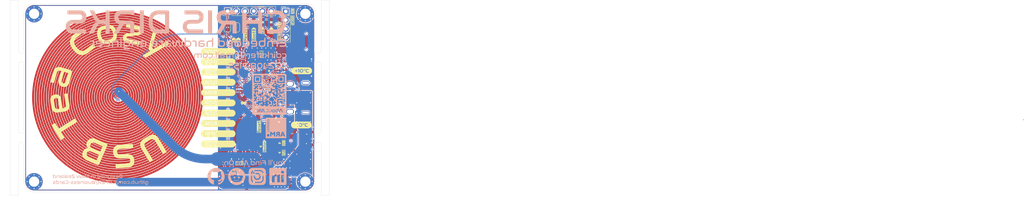
<source format=kicad_pcb>
(kicad_pcb (version 20240108) (generator "pcbnew") (generator_version "8.0")
  (layers (0 "F.Cu" signal) (31 "B.Cu" signal) (34 "B.Paste" user) (35 "F.Paste" user) (36 "B.SilkS" user "B.Silkscreen") (37 "F.SilkS" user "F.Silkscreen") (38 "B.Mask" user) (39 "F.Mask" user) (44 "Edge.Cuts" user))
  (net 0 "")
  (net 1 "GND")
  (net 2 "Net-(U1-PD0-OSC_IN)")
  (net 3 "+3.3V")
  (net 4 "Net-(LDO1-Vin)")
  (net 5 "/Reset")
  (net 6 "Net-(U1-PD1-OSC_OUT)")
  (net 7 "+5V")
  (net 8 "Net-(RGB11-VDD)")
  (net 9 "/MCU_TX")
  (net 10 "/MCU_RX")
  (net 11 "/BOOT0")
  (net 12 "Net-(J2-D--PadA7)")
  (net 13 "Net-(J2-D+-PadA6)")
  (net 14 "/SWDCLK")
  (net 15 "/SWDIO")
  (net 16 "Net-(LED2-K)")
  (net 17 "Net-(LED1-K)")
  (net 18 "/TX2+")
  (net 19 "/TX2-")
  (net 20 "/RX2+")
  (net 21 "/RX2-")
  (net 22 "/TX1+")
  (net 23 "/TX1-")
  (net 24 "/RX1+")
  (net 25 "/RX1-")
  (net 26 "/D-")
  (net 27 "Net-(LED3-A)")
  (net 28 "/D+")
  (net 29 "Net-(LED3-C)")
  (net 30 "/CC2")
  (net 31 "/CC1")
  (net 32 "/SBU1")
  (net 33 "/SBU2")
  (net 34 "/SHLD")
  (net 35 "Net-(LED4-C)")
  (net 36 "Net-(LED5-C)")
  (net 37 "Net-(LED6-K)")
  (net 38 "Net-(LED7-K)")
  (net 39 "/BOOT1")
  (net 40 "Net-(JP2-B)")
  (net 41 "Net-(JP1-B)")
  (net 47 "/Up")
  (net 48 "/Down")
  (net 52 "Net-(D1-A)")
  (net 55 "VBUS")
  (net 61 "/Temp_Coil")
  (net 62 "/Temp_Mosfet")
  (net 67 "/Neopixel Bus")
  (net 71 "/Hotplate_EN")
  (net 72 "Net-(LED8-K)")
  (net 73 "Net-(U3-G)")
  (net 74 "Net-(U4-G)")
  (net 75 "Net-(RGB11-DI)")
  (net 76 "Net-(RGB11-DO)")
  (net 77 "Net-(RGB1-DI)")
  (net 78 "Net-(RGB1-DO)")
  (net 79 "Net-(RGB2-DO)")
  (net 80 "Net-(RGB3-DO)")
  (net 81 "Net-(RGB4-DO)")
  (net 82 "Net-(RGB5-DO)")
  (net 83 "Net-(RGB6-DO)")
  (net 84 "Net-(RGB7-DO)")
  (net 85 "Net-(RGB8-DO)")
  (net 86 "Net-(RGB10-DI)")
  (net 88 "Net-(R28-Pad2)")
  (net 89 "Net-(R29-Pad2)")
  (footprint "footprint:0402_1005Metric" (layer "F.Cu") (at 62.7 41.7 180)
    (property "Reference" "R24" (hide yes))
    (property "Value" "0402,100k" (hide yes))
  )
  (footprint "footprint:LED-SMD_4P-L1.6-W1.5_XL-1615RGBC-WS2812B" (layer "F.Cu") (at 58.8 41)
    (property "Reference" "RGB10" (hide yes))
    (property "Value" "XL-1615RGBC-WS2812B" (hide yes))
  )
  (footprint "footprint:0603_1608Metric" (layer "F.Cu") (at 72 36.48 180)
    (property "Reference" "C12" (hide yes))
    (property "Value" "0603,470nF,25V,X7R " (hide yes))
  )
  (footprint "footprint:0402_1005Metric" (layer "F.Cu") (at 74.1 27.2 180)
    (property "Reference" "R2" (hide yes))
    (property "Value" "0402,22" (hide yes))
  )
  (footprint "footprint:LL-34_L3.5-W1.5-RD" (layer "F.Cu") (at 69.4 50 90)
    (property "Reference" "D2" (hide yes))
    (property "Value" "ZMM5V6" (hide yes))
  )
  (footprint "footprint:CAP-SMD_BD5.0-L5.3-W5.3-LS6.0-FD" (layer "F.Cu") (at 64.9 50 90)
    (property "Reference" "C60" (hide yes))
    (property "Value" "22uF 35V" (hide yes))
  )
  (footprint "footprint:0402_1005Metric" (layer "F.Cu") (at 67.36 16.95)
    (property "Reference" "C10" (hide yes))
    (property "Value" "330pF" (hide yes))
  )
  (footprint "footprint:0402_1005Metric" (layer "F.Cu") (at 61.3 12.2 180)
    (property "Reference" "R25" (hide yes))
    (property "Value" "0402,100" (hide yes))
  )
  (footprint "footprint:0402_1005Metric" (layer "F.Cu") (at 71.29 28.12 180)
    (property "Reference" "C15" (hide yes))
    (property "Value" "330pF" (hide yes))
  )
  (footprint "footprint:0402_1005Metric" (layer "F.Cu") (at 80.1 12.3 180)
    (property "Reference" "R26" (hide yes))
    (property "Value" "0402,10k" (hide yes))
  )
  (footprint "footprint:0402_1005Metric" (layer "F.Cu") (at 74.1 28.3 180)
    (property "Reference" "R3" (hide yes))
    (property "Value" "0402,22" (hide yes))
  )
  (footprint "footprint:LED-SMD_4P-L1.6-W1.5_XL-1615RGBC-WS2812B" (layer "F.Cu") (at 58.8 32)
    (property "Reference" "RGB7" (hide yes))
    (property "Value" "XL-1615RGBC-WS2812B" (hide yes))
  )
  (footprint "clipboard:74cc307d-ef1c-4d55-ab28-7a463adb6a10" (layer "F.Cu") (at -1.6075 41.2 180)
    (property "Reference" "")
    (property "Value" "")
    (fp_arc (start 0 0) (mid -0.234315 0.565685) (end -0.8 0.8) (stroke (width 0.05)) (layer "Edge.Cuts"))
  )
  (footprint "footprint:MouseBitesJLCPCB" (layer "F.Cu") (at 85 39.2 -90)
    (property "Reference" "REF**" (hide yes))
    (property "Value" "MouseBitesJLCPCB" (hide yes))
    (fp_line (start -2 0) (end -2.5 0) (stroke (width 0.05)) (layer "Edge.Cuts"))
    (fp_line (start 2 0) (end 2.5 0) (stroke (width 0.05)) (layer "Edge.Cuts"))
    (fp_arc (start 2 0) (mid 1.434315 -0.234315) (end 1.2 -0.8) (stroke (width 0.05)) (layer "Edge.Cuts"))
    (fp_arc (start -1.2 -0.8) (mid -1.434315 -0.234315) (end -2 0) (stroke (width 0.05)) (layer "Edge.Cuts"))
  )
  (footprint "Connector_PinHeader_2.54mm:PinHeader_1x06_P2.54mm_Vertical" (layer "F.Cu") (at 59.36 2.2 90)
    (property "Reference" "J1" (hide yes))
    (property "Value" "Conn_01x06_Socket" (hide yes))
  )
  (footprint "footprint:R0402" (layer "F.Cu") (at 62.7 46.65 180)
    (property "Reference" "R29" (hide yes))
    (property "Value" "47k 3950K" (hide yes))
  )
  (footprint "footprint:0402_1005Metric" (layer "F.Cu") (at 60.8 23 -90)
    (property "Reference" "C22" (hide yes))
    (property "Value" "100nF" (hide yes))
  )
  (footprint "footprint:SW-SMD_4P-L5.1-W5.1-P3.70-LS6.5-TL-2" (layer "F.Cu") (at 65.1 36 -90)
    (property "Reference" "SW1" (hide yes))
    (property "Value" "Button SPST 50mA 12V" (hide yes))
  )
  (footprint "footprint:SOT-23-3_L2.9-W1.6-P1.90-LS2.8-BR" (layer "F.Cu") (at 72 40.8 -90)
    (property "Reference" "LDO1" (hide yes))
    (property "Value" "LDO 3.3V 200mA XC6206P332MR" (hide yes))
  )
  (footprint "footprint:0402_1005Metric" (layer "F.Cu") (at 78.1 12.3 180)
    (property "Reference" "C30" (hide yes))
    (property "Value" "0402,1uF,25V,X5R " (hide yes))
  )
  (footprint "footprint:0402_1005Metric" (layer "F.Cu") (at 72 43.2 180)
    (property "Reference" "C7" (hide yes))
    (property "Value" "0402,330pF,50V,C0G " (hide yes))
  )
  (footprint "footprint:LED-SMD_4P-L1.6-W1.5_XL-1615RGBC-WS2812B" (layer "F.Cu") (at 58.8 23)
    (property "Reference" "RGB4" (hide yes))
    (property "Value" "XL-1615RGBC-WS2812B" (hide yes))
  )
  (footprint "footprint:0402_1005Metric" (layer "F.Cu") (at 63.4 11.9 180)
    (property "Reference" "C29" (hide yes))
    (property "Value" "100nF" (hide yes))
  )
  (footprint "footprint:0402_1005Metric" (layer "F.Cu") (at 60.8 41 -90)
    (property "Reference" "C28" (hide yes))
    (property "Value" "100nF" (hide yes))
  )
  (footprint "footprint:LED-SMD_4P-L1.6-W1.5_XL-1615RGBC-WS2812B" (layer "F.Cu") (at 58.8 26)
    (property "Reference" "RGB5" (hide yes))
    (property "Value" "XL-1615RGBC-WS2812B" (hide yes))
  )
  (footprint "footprint:0603_1608Metric" (layer "F.Cu") (at 72 38.12 180)
    (property "Reference" "C13" (hide yes))
    (property "Value" "0603,330pF,50V,C0G " (hide yes))
  )
  (footprint "footprint:0402_1005Metric" (layer "F.Cu") (at 58.43 11.4)
    (property "Reference" "R32" (hide yes))
    (property "Value" "0402,1k" (hide yes))
  )
  (footprint "kibuzzard-669770AA" (layer "F.Cu") (at 69.5 7.9 90)
    (property "Reference" "kibuzzard-669770AA" (hide yes))
    (property "Value" "G***" (hide yes))
  )
  (footprint "footprint:CRYSTAL-SMD_L5.0-W3.2" (layer "F.Cu") (at 69.25 14.7)
    (property "Reference" "U2" (hide yes))
    (property "Value" "8MHz 20pF ±10ppm" (hide yes))
  )
  (footprint "footprint:0805_2012Metric" (layer "F.Cu") (at 72 45.72 180)
    (property "Reference" "C3" (hide yes))
    (property "Value" "0805,1uF,50V,X7R " (hide yes))
  )
  (footprint "kibuzzard-6697709F" (layer "F.Cu") (at 67 8.9 90)
    (property "Reference" "kibuzzard-6697709F" (hide yes))
    (property "Value" "G***" (hide yes))
  )
  (footprint "footprint:MouseBitesJLCPCB" (layer "F.Cu") (at 0 39.2 90)
    (property "Reference" "REF**" (hide yes))
    (property "Value" "MouseBitesJLCPCB" (hide yes))
    (fp_line (start 2 0) (end 2.5 0) (stroke (width 0.05)) (layer "Edge.Cuts"))
    (fp_line (start -2 0) (end -2.5 0) (stroke (width 0.05)) (layer "Edge.Cuts"))
    (fp_arc (start -1.2 -0.8) (mid -1.434315 -0.234315) (end -2 0) (stroke (width 0.05)) (layer "Edge.Cuts"))
    (fp_arc (start 2 0) (mid 1.434315 -0.234315) (end 1.2 -0.8) (stroke (width 0.05)) (layer "Edge.Cuts"))
  )
  (footprint "footprint:LED-SMD_4P-L1.6-W1.5_XL-1615RGBC-WS2812B" (layer "F.Cu") (at 58.8 38)
    (property "Reference" "RGB9" (hide yes))
    (property "Value" "XL-1615RGBC-WS2812B" (hide yes))
  )
  (footprint "footprint:LED-SMD_4P-L1.6-W1.5_XL-1615RGBC-WS2812B" (layer "F.Cu") (at 58.8 17)
    (property "Reference" "RGB2" (hide yes))
    (property "Value" "XL-1615RGBC-WS2812B" (hide yes))
  )
  (footprint "footprint:0402_1005Metric" (layer "F.Cu") (at 66.5 30.8)
    (property "Reference" "R5" (hide yes))
    (property "Value" "0402,10k" (hide yes))
  )
  (footprint "footprint:0603_1608Metric" (layer "F.Cu") (at 72 34.87 180)
    (property "Reference" "C14" (hide yes))
    (property "Value" "0603,470nF,25V,X7R " (hide yes))
  )
  (footprint "footprint:0402_1005Metric" (layer "F.Cu") (at 64.5 30.8 180)
    (property "Reference" "R31" (hide yes))
    (property "Value" "0402,47k" (hide yes))
  )
  (footprint "footprint:0402_1005Metric" (layer "F.Cu") (at 63.18 24.99 90)
    (property "Reference" "C9" (hide yes))
    (property "Value" "330pF" (hide yes))
  )
  (footprint "footprint:0402_1005Metric" (layer "F.Cu") (at 65.42 16.95 180)
    (property "Reference" "C2" (hide yes))
    (property "Value" "100nF" (hide yes))
  )
  (footprint "extended_parts:heater_coil" (layer "F.Cu") (at 27.5 27 -90)
    (property "Reference" "HC1" (hide yes))
    (property "Value" "Heater" (hide yes))
  )
  (footprint "clipboard:74cc307d-ef1c-4d55-ab28-7a463adb6a10" (layer "F.Cu") (at 86.6 37.2)
    (property "Reference" "")
    (property "Value" "")
    (fp_arc (start 0 0) (mid -0.234315 0.565685) (end -0.8 0.8) (stroke (width 0.05)) (layer "Edge.Cuts"))
  )
  (footprint "footprint:LED-SMD_4P-L1.6-W1.5_XL-1615RGBC-WS2812B" (layer "F.Cu") (at 63.4 13.9 -90)
    (property "Reference" "RGB11" (hide yes))
    (property "Value" "XL-1615RGBC-WS2812B" (hide yes))
  )
  (footprint "footprint:LED0603" (layer "F.Cu") (at 69 41.8 90)
    (property "Reference" "LED8" (hide yes))
    (property "Value" "0603,Red" (hide yes))
  )
  (footprint "footprint:0402_1005Metric" (layer "F.Cu") (at 72.85 14.2 -90)
    (property "Reference" "C1" (hide yes))
    (property "Value" "0402,20pF,50V,C0G " (hide yes))
  )
  (footprint "footprint:0805_2012Metric" (layer "F.Cu") (at 71.3 48.46 90)
    (property "Reference" "FB1" (hide yes))
    (property "Value" "0805,800mA" (hide yes))
  )
  (footprint "clipboard:29b2475f-d1f9-413a-acd7-ed0fdfac1ce2" (layer "F.Cu") (at -0.8 14.6)
    (property "Reference" "")
    (property "Value" "")
    (fp_arc (start 0 0) (mid -0.565685 -0.234315) (end -0.8 -0.8) (stroke (width 0.05)) (layer "Edge.Cuts"))
  )
  (footprint "kibuzzard-6697716D" (layer "F.Cu") (at 78.3 2.2 90)
    (property "Reference" "kibuzzard-6697716D" (hide yes))
    (property "Value" "G***" (hide yes))
  )
  (footprint "extended_parts:TYPE-C-SMD_C9900025773" (layer "F.Cu") (at 79.5 27.5 90)
    (property "Reference" "J2" (hide yes))
    (property "Value" "USB_C_Receptacle" (hide yes))
  )
  (footprint "kibuzzard-669771DB" (layer "F.Cu") (at 75.7 40.7 90)
    (property "Reference" "kibuzzard-669771DB" (hide yes))
    (property "Value" "G***" (hide yes))
  )
  (footprint "footprint:LED-SMD_4P-L1.6-W1.5_XL-1615RGBC-WS2812B" (layer "F.Cu") (at 58.8 14)
    (property "Reference" "RGB1" (hide yes))
    (property "Value" "XL-1615RGBC-WS2812B" (hide yes))
  )
  (footprint "footprint:SW-SMD_4P-L5.1-W5.1-P3.70-LS6.5-TL-2" (layer "F.Cu") (at 80.8 39.4 180)
    (property "Reference" "SW3" (hide yes))
    (property "Value" "Button SPST 50mA 12V" (hide yes))
  )
  (footprint "Connector_PinHeader_2.54mm:PinHeader_1x04_P2.54mm_Vertical" (layer "F.Cu") (at 76.3 2.3)
    (property "Reference" "J3" (hide yes))
    (property "Value" "Conn_01x04_Socket" (hide yes))
  )
  (footprint "footprint:SOD-123F_L2.8-W1.8-LS3.7-RD" (layer "F.Cu") (at 64 29 180)
    (property "Reference" "U5" (hide yes))
    (property "Value" "SM4007PL" (hide yes))
  )
  (footprint "footprint:LED0603" (layer "F.Cu") (at 72.06 5.464 90)
    (property "Reference" "LED4" (hide yes))
    (property "Value" "0603,Yellow" (hide yes))
  )
  (footprint "footprint:0402_1005Metric" (layer "F.Cu") (at 75.8 34 -90)
    (property "Reference" "R13" (hide yes))
    (property "Value" "0402,5.1k" (hide yes))
  )
  (footprint "footprint:LED-SMD_4P-L1.6-W1.5_XL-1615RGBC-WS2812B" (layer "F.Cu") (at 58.8 35)
    (property "Reference" "RGB8" (hide yes))
    (property "Value" "XL-1615RGBC-WS2812B" (hide yes))
  )
  (footprint "footprint:0402_1005Metric" (layer "F.Cu") (at 79.3 8.152)
    (property "Reference" "R17" (hide yes))
    (property "Value" "0402,680" (hide yes))
  )
  (footprint "footprint:0402_1005Metric" (layer "F.Cu") (at 73.484 16.834 180)
    (property "Reference" "R7" (hide yes))
    (property "Value" "0402,150" (hide yes))
  )
  (footprint "footprint:0402_1005Metric" (layer "F.Cu") (at 60.8 35 -90)
    (property "Reference" "C26" (hide yes))
    (property "Value" "100nF" (hide yes))
  )
  (footprint "footprint:0402_1005Metric" (layer "F.Cu") (at 60.8 14 -90)
    (property "Reference" "C19" (hide yes))
    (property "Value" "100nF" (hide yes))
  )
  (footprint "footprint:0402_1005Metric" (layer "F.Cu") (at 61.9 9.26 180)
    (property "Reference" "R8" (hide yes))
    (property "Value" "0402,100k" (hide yes))
  )
  (footprint "footprint:0402_1005Metric" (layer "F.Cu") (at 60.8 26 -90)
    (property "Reference" "C23" (hide yes))
    (property "Value" "100nF" (hide yes))
  )
  (footprint "footprint:SOD-323_L1.8-W1.3-LS2.5-RD" (layer "F.Cu") (at 60.5 48.8 90)
    (property "Reference" "D1" (hide yes))
    (property "Value" "1N5819WS" (hide yes))
  )
  (footprint "kibuzzard-66977193" (layer "F.Cu") (at 74.3 7.1 90)
    (property "Reference" "kibuzzard-66977193" (hide yes))
    (property "Value" "G***" (hide yes))
  )
  (footprint "clipboard:29b2475f-d1f9-413a-acd7-ed0fdfac1ce2" (layer "F.Cu") (at -0.8 38)
    (property "Reference" "")
    (property "Value" "")
    (fp_arc (start 0 0) (mid -0.565685 -0.234315) (end -0.8 -0.8) (stroke (width 0.05)) (layer "Edge.Cuts"))
  )
  (footprint "Fuse:Fuse_1206_3216Metric" (layer "F.Cu") (at 76.99 50.66 90)
    (property "Reference" "F2" (hide yes))
    (property "Value" "1.5A Resettable Fuse" (hide yes))
  )
  (footprint "footprint:0402_1005Metric" (layer "F.Cu") (at 60.8 20 -90)
    (property "Reference" "C21" (hide yes))
    (property "Value" "100nF" (hide yes))
  )
  (footprint "footprint:0402_1005Metric" (layer "F.Cu") (at 74.2 37.918 90)
    (property "Reference" "R22" (hide yes))
    (property "Value" "0402,1.2k" (hide yes))
  )
  (footprint "footprint:LED-SMD_4P-L1.6-W1.5_XL-1615RGBC-WS2812B" (layer "F.Cu") (at 58.8 29)
    (property "Reference" "RGB6" (hide yes))
    (property "Value" "XL-1615RGBC-WS2812B" (hide yes))
  )
  (footprint "kibuzzard-669771D1" (layer "F.Cu") (at 75.7 43.6 90)
    (property "Reference" "kibuzzard-669771D1" (hide yes))
    (property "Value" "G***" (hide yes))
  )
  (footprint "kibuzzard-669770DC" (layer "F.Cu") (at 61.2 10.6 90)
    (property "Reference" "kibuzzard-669770DC" (hide yes))
    (property "Value" "G***" (hide yes))
  )
  (footprint "footprint:0402_1005Metric" (layer "F.Cu") (at 59.3 9.26)
    (property "Reference" "R9" (hide yes))
    (property "Value" "0402,100k" (hide yes))
  )
  (footprint "kibuzzard-66977218" (layer "F.Cu") (at 70.1 41.8 90)
    (property "Reference" "kibuzzard-66977218" (hide yes))
    (property "Value" "G***" (hide yes))
  )
  (footprint "footprint:0402_1005Metric" (layer "F.Cu") (at 61.9 4.66 180)
    (property "Reference" "R10" (hide yes))
    (property "Value" "0402,1k" (hide yes))
  )
  (footprint "footprint:LED0603" (layer "F.Cu") (at 66.98 5.464 90)
    (property "Reference" "LED7" (hide yes))
    (property "Value" "0603,Red" (hide yes))
  )
  (footprint "footprint:0402_1005Metric" (layer "F.Cu") (at 58.43 12.43 180)
    (property "Reference" "R30" (hide yes))
    (property "Value" "0402,47k" (hide yes))
  )
  (footprint "footprint:LED-SMD_4P-L1.6-W1.5_XL-1615RGBC-WS2812B" (layer "F.Cu") (at 58.8 20)
    (property "Reference" "RGB3" (hide yes))
    (property "Value" "XL-1615RGBC-WS2812B" (hide yes))
  )
  (footprint "footprint:LED0603" (layer "F.Cu") (at 74.5 43.6 90)
    (property "Reference" "LED1" (hide yes))
    (property "Value" "0603,Red" (hide yes))
  )
  (footprint "kibuzzard-66977083" (layer "F.Cu") (at 64.5 8.9 90)
    (property "Reference" "kibuzzard-66977083" (hide yes))
    (property "Value" "G***" (hide yes))
  )
  (footprint "footprint:MouseBitesJLCPCB" (layer "F.Cu") (at 0 15.8 90)
    (property "Reference" "REF**" (hide yes))
    (property "Value" "MouseBitesJLCPCB" (hide yes))
    (fp_line (start 2 0) (end 2.5 0) (stroke (width 0.05)) (layer "Edge.Cuts"))
    (fp_line (start -2 0) (end -2.5 0) (stroke (width 0.05)) (layer "Edge.Cuts"))
    (fp_arc (start -1.2 -0.8) (mid -1.434315 -0.234315) (end -2 0) (stroke (width 0.05)) (layer "Edge.Cuts"))
    (fp_arc (start 2 0) (mid 1.434315 -0.234315) (end 1.2 -0.8) (stroke (width 0.05)) (layer "Edge.Cuts"))
  )
  (footprint "footprint:0402_1005Metric" (layer "F.Cu") (at 60.8 29 -90)
    (property "Reference" "C24" (hide yes))
    (property "Value" "100nF" (hide yes))
  )
  (footprint "Fuse:Fuse_1206_3216Metric" (layer "F.Cu") (at 74.59 50.66 90)
    (property "Reference" "F1" (hide yes))
    (property "Value" "1.5A Resettable Fuse" (hide yes))
  )
  (footprint "footprint:SOT-23-3_L2.9-W1.6-P1.90-LS2.8-BR" (layer "F.Cu") (at 63.2 44.2 90)
    (property "Reference" "U4" (hide yes))
    (property "Value" "NMOS AO3400A" (hide yes))
  )
  (footprint "footprint:0402_1005Metric" (layer "F.Cu") (at 78.1 42.7 180)
    (property "Reference" "C31" (hide yes))
    (property "Value" "0402,1uF,25V,X5R " (hide yes))
  )
  (footprint "footprint:0402_1005Metric" (layer "F.Cu") (at 60.8 38 -90)
    (property "Reference" "C27" (hide yes))
    (property "Value" "100nF" (hide yes))
  )
  (footprint "footprint:0402_1005Metric" (layer "F.Cu") (at 76.42 19.99 -90)
    (property "Reference" "C18" (hide yes))
    (property "Value" "0402,4.7uF,10V,X5R " (hide yes))
  )
  (footprint "kibuzzard-66977187" (layer "F.Cu") (at 78.3 4.9 90)
    (property "Reference" "kibuzzard-66977187" (hide yes))
    (property "Value" "G***" (hide yes))
  )
  (footprint "footprint:LED0603" (layer "F.Cu") (at 74.5 40.7 -90)
    (property "Reference" "LED2" (hide yes))
    (property "Value" "0603,Red" (hide yes))
  )
  (footprint "footprint:SW-SMD_4P-L5.1-W5.1-P3.70-LS6.5-TL-2" (layer "F.Cu") (at 80.8 15.6 180)
    (property "Reference" "SW2" (hide yes))
    (property "Value" "Button SPST 50mA 12V" (hide yes))
  )
  (footprint "footprint:0402_1005Metric" (layer "F.Cu") (at 64.5 31.8)
    (property "Reference" "C35" (hide yes))
    (property "Value" "0402,100nF,16V,X7R " (hide yes))
  )
  (footprint "clipboard:74cc307d-ef1c-4d55-ab28-7a463adb6a10" (layer "F.Cu") (at 86.6075 13.8)
    (property "Reference" "")
    (property "Value" "")
    (fp_arc (start 0 0) (mid -0.234315 0.565685) (end -0.8 0.8) (stroke (width 0.05)) (layer "Edge.Cuts"))
  )
  (footprint "footprint:0402_1005Metric" (layer "F.Cu") (at 66.5 31.8 180)
    (property "Reference" "C5" (hide yes))
    (property "Value" "0402,1uF,25V,X5R " (hide yes))
  )
  (footprint "footprint:0402_1005Metric" (layer "F.Cu") (at 58.43 10.39 180)
    (property "Reference" "C34" (hide yes))
    (property "Value" "0402,100nF,16V,X7R " (hide yes))
  )
  (footprint "footprint:0402_1005Metric" (layer "F.Cu") (at 79.3 11.2)
    (property "Reference" "R15" (hide yes))
    (property "Value" "0402,1.2k" (hide yes))
  )
  (footprint "footprint:0402_1005Metric" (layer "F.Cu") (at 75.49 16.8 180)
    (property "Reference" "R14" (hide yes))
    (property "Value" "0402,5.1k" (hide yes))
  )
  (footprint "footprint:0402_1005Metric" (layer "F.Cu") (at 79.3 9.168)
    (property "Reference" "R12" (hide yes))
    (property "Value" "0402,680" (hide yes))
  )
  (footprint "footprint:0402_1005Metric" (layer "F.Cu") (at 66.1 41.7 180)
    (property "Reference" "R19" (hide yes))
    (property "Value" "0402,100k" (hide yes))
  )
  (footprint "footprint:LQFP-48_L7.0-W7.0-P0.50-LS9.0-BL" (layer "F.Cu") (at 68.8 22.5 180)
    (property "Reference" "U1" (hide yes))
    (property "Value" "MCU 72MHz STM32F103C8T6" (hide yes))
  )
  (footprint "kibuzzard-669770B6" (layer "F.Cu") (at 72.1 7.9 90)
    (property "Reference" "kibuzzard-669770B6" (hide yes))
    (property "Value" "G***" (hide yes))
  )
  (footprint "clipboard:29b2475f-d1f9-413a-acd7-ed0fdfac1ce2" (layer "F.Cu") (at 85.8 40.4 180)
    (property "Reference" "")
    (property "Value" "")
    (fp_arc (start 0 0) (mid -0.565685 -0.234315) (end -0.8 -0.8) (stroke (width 0.05)) (layer "Edge.Cuts"))
  )
  (footprint "Jumper:SolderJumper-2_P1.3mm_Open_RoundedPad1.0x1.5mm" (layer "F.Cu") (at 59.3 6.96 90)
    (property "Reference" "JP1" (hide yes))
    (property "Value" "Jumper_2_Open" (hide yes))
  )
  (footprint "footprint:0402_1005Metric" (layer "F.Cu") (at 72 44.23 180)
    (property "Reference" "C8" (hide yes))
    (property "Value" "0402,4.7uF,10V,X5R " (hide yes))
  )
  (footprint "footprint:0402_1005Metric" (layer "F.Cu") (at 71.29 29.12 180)
    (property "Reference" "C11" (hide yes))
    (property "Value" "100nF" (hide yes))
  )
  (footprint "footprint:SOT-23-3_L2.9-W1.6-P1.90-LS2.8-BR" (layer "F.Cu") (at 66.65 44.2 90)
    (property "Reference" "U3" (hide yes))
    (property "Value" "NMOS AO3400A" (hide yes))
  )
  (footprint "kibuzzard-6697719B" (layer "F.Cu") (at 74.3 9.9 90)
    (property "Reference" "kibuzzard-6697719B" (hide yes))
    (property "Value" "G***" (hide yes))
  )
  (footprint "footprint:0402_1005Metric" (layer "F.Cu") (at 62.18 24.99 90)
    (property "Reference" "C4" (hide yes))
    (property "Value" "100nF" (hide yes))
  )
  (footprint "kibuzzard-669770CC" (layer "F.Cu") (at 62.5 10.6 90)
    (property "Reference" "kibuzzard-669770CC" (hide yes))
    (property "Value" "G***" (hide yes))
  )
  (footprint "MountingHole:MountingHole_3.2mm_M3" (layer "F.Cu") (at 3 3 90)
    (property "Reference" "M1" (hide yes))
    (property "Value" "MountingHole_3.2mm_M3" (hide yes))
  )
  (footprint "Jumper:SolderJumper-2_P1.3mm_Open_RoundedPad1.0x1.5mm" (layer "F.Cu") (at 61.9 6.96 90)
    (property "Reference" "JP2" (hide yes))
    (property "Value" "Jumper_2_Open" (hide yes))
  )
  (footprint "footprint:0402_1005Metric" (layer "F.Cu") (at 67.6 41.3 -90)
    (property "Reference" "R20" (hide yes))
    (property "Value" "0402,4.7k" (hide yes))
  )
  (footprint "kibuzzard-6697705A" (layer "F.Cu") (at 68.5 36 90)
    (property "Reference" "kibuzzard-6697705A" (hide yes))
    (property "Value" "G***" (hide yes))
  )
  (footprint "footprint:0402_1005Metric" (layer "F.Cu") (at 65.6 14.2 -90)
    (property "Reference" "C6" (hide yes))
    (property "Value" "0402,20pF,50V,C0G " (hide yes))
  )
  (footprint "footprint:LED0603" (layer "F.Cu") (at 69.52 5.464 90)
    (property "Reference" "LED5" (hide yes))
    (property "Value" "0603,Yellow" (hide yes))
  )
  (footprint "clipboard:29b2475f-d1f9-413a-acd7-ed0fdfac1ce2" (layer "F.Cu") (at 85.8 17 180)
    (property "Reference" "")
    (property "Value" "")
    (fp_arc (start 0 0) (mid -0.565685 -0.234315) (end -0.8 -0.8) (stroke (width 0.05)) (layer "Edge.Cuts"))
  )
  (footprint "MountingHole:MountingHole_3.2mm_M3" (layer "F.Cu") (at 82 3 90)
    (property "Reference" "M2" (hide yes))
    (property "Value" "MountingHole_3.2mm_M3" (hide yes))
  )
  (footprint "footprint:MouseBitesJLCPCB" (layer "F.Cu") (at 85 15.8 -90)
    (property "Reference" "REF**" (hide yes))
    (property "Value" "MouseBitesJLCPCB" (hide yes))
    (fp_line (start -2 0) (end -2.5 0) (stroke (width 0.05)) (layer "Edge.Cuts"))
    (fp_line (start 2 0) (end 2.5 0) (stroke (width 0.05)) (layer "Edge.Cuts"))
    (fp_arc (start 2 0) (mid 1.434315 -0.234315) (end 1.2 -0.8) (stroke (width 0.05)) (layer "Edge.Cuts"))
    (fp_arc (start -1.2 -0.8) (mid -1.434315 -0.234315) (end -2 0) (stroke (width 0.05)) (layer "Edge.Cuts"))
  )
  (footprint "footprint:0402_1005Metric" (layer "F.Cu") (at 80.1 42.7 180)
    (property "Reference" "R27" (hide yes))
    (property "Value" "0402,10k" (hide yes))
  )
  (footprint "footprint:0402_1005Metric" (layer "F.Cu") (at 61.9 14 90)
    (property "Reference" "R23" (hide yes))
    (property "Value" "0402,100" (hide yes))
  )
  (footprint "footprint:0402_1005Metric" (layer "F.Cu") (at 75.41 20 -90)
    (property "Reference" "C16" (hide yes))
    (property "Value" "100nF" (hide yes))
  )
  (footprint "footprint:0402_1005Metric" (layer "F.Cu") (at 63 31.3 -90)
    (property "Reference" "R33" (hide yes))
    (property "Value" "0402,1k" (hide yes))
  )
  (footprint "footprint:LED0603" (layer "F.Cu") (at 64.44 5.464 90)
    (property "Reference" "LED6" (hide yes))
    (property "Value" "0603,Red" (hide yes))
  )
  (footprint "footprint:0402_1005Metric" (layer "F.Cu") (at 69.3 16.95 180)
    (property "Reference" "R1" (hide yes))
    (property "Value" "0402,1M" (hide yes))
  )
  (footprint "footprint:0402_1005Metric" (layer "F.Cu") (at 79.3 10.184)
    (property "Reference" "R16" (hide yes))
    (property "Value" "0402,1.2k" (hide yes))
  )
  (footprint "MountingHole:MountingHole_3.2mm_M3" (layer "F.Cu") (at 82 52 90)
    (property "Reference" "M3" (hide yes))
    (property "Value" "MountingHole_3.2mm_M3" (hide yes))
  )
  (footprint "clipboard:74cc307d-ef1c-4d55-ab28-7a463adb6a10" (layer "F.Cu") (at -1.6 17.8 180)
    (property "Reference" "")
    (property "Value" "")
    (fp_arc (start 0 0) (mid -0.234315 0.565685) (end -0.8 0.8) (stroke (width 0.05)) (layer "Edge.Cuts"))
  )
  (footprint "footprint:0402_1005Metric" (layer "F.Cu") (at 60.8 17 -90)
    (property "Reference" "C20" (hide yes))
    (property "Value" "100nF" (hide yes))
  )
  (footprint "MountingHole:MountingHole_3.2mm_M3" (layer "F.Cu") (at 3 52 90)
    (property "Reference" "M4" (hide yes))
    (property "Value" "MountingHole_3.2mm_M3" (hide yes))
  )
  (footprint "footprint:0402_1005Metric" (layer "F.Cu") (at 74.5 46.1 90)
    (property "Reference" "R18" (hide yes))
    (property "Value" "0402,330" (hide yes))
  )
  (footprint "footprint:0402_1005Metric" (layer "F.Cu") (at 60.8 32 -90)
    (property "Reference" "C25" (hide yes))
    (property "Value" "100nF" (hide yes))
  )
  (footprint "footprint:0805_2012Metric" (layer "F.Cu") (at 62.5331 17.6331 90)
    (property "Reference" "C33" (hide yes))
    (property "Value" "1uF" (hide yes))
  )
  (footprint "footprint:0402_1005Metric" (layer "F.Cu") (at 64.2 41.29 -90)
    (property "Reference" "R21" (hide yes))
    (property "Value" "0402,4.7k" (hide yes))
  )
  (footprint "footprint:0402_1005Metric" (layer "F.Cu") (at 59.3 4.66)
    (property "Reference" "R11" (hide yes))
    (property "Value" "0402,1k" (hide yes))
  )
  (footprint "footprint:SOT-23-6_L2.9-W1.6-P0.95-LS2.8-BR" (layer "F.Cu") (at 71 31.8 90)
    (property "Reference" "ESD1" (hide yes))
    (property "Value" "SRV05" (hide yes))
  )
  (footprint "footprint:0402_1005Metric" (layer "F.Cu") (at 69.3 29.1)
    (property "Reference" "R4" (hide yes))
    (property "Value" "0402,4.7k" (hide yes))
  )
  (footprint "footprint:0402_1005Metric" (layer "F.Cu") (at 74.4 20 -90)
    (property "Reference" "C17" (hide yes))
    (property "Value" "330pF" (hide yes))
  )
  (footprint "footprint:0402_1005Metric" (layer "F.Cu") (at 64.7 18 180)
    (property "Reference" "C32" (hide yes))
    (property "Value" "10nF" (hide yes))
  )
  (footprint "footprint:R0402" (layer "F.Cu") (at 27.5672 27 180)
    (property "Reference" "R28" (hide yes))
    (property "Value" "47k 3950K" (hide yes))
  )
  (footprint "footprint:0402_1005Metric" (layer "F.Cu") (at 69 44.3 -90)
    (property "Reference" "R6" (hide yes))
    (property "Value" "0402,1.2k" (hide yes))
  )
  (footprint "footprint:LED0603" (layer "F.Cu") (at 73.484 18.104 180)
    (property "Reference" "LED3" (hide yes))
    (property "Value" "0603,Yellow" (hide yes))
  )
  (gr_line (start 28.52 26.5) (end 28.95 26.98) (stroke (width 0.2)) (layer "F.Cu"))
  (gr_line (start 28.95 26.98) (end 28.51 27.51) (stroke (width 0.2)) (layer "F.Cu"))
  (gr_line (start 27.12 27.5) (end 26.615 27.5) (stroke (width 0.2)) (layer "F.Cu"))
  (gr_line (start 84.45 52) (end 84.45 50) (stroke (width 0.2)) (layer "F.Cu") (net 1))
  (gr_arc (start 0.55 3) (mid 1.267588 1.267588) (end 3 0.55) (stroke (width 0.2)) (layer "F.Cu") (net 1))
  (gr_arc (start 3 54.45) (mid 1.267588 53.732412) (end 0.55 52) (stroke (width 0.2)) (layer "F.Cu") (net 1))
  (gr_line (start 26.625 26.5) (end 26.615 27.5) (stroke (width 0.2)) (layer "F.Cu"))
  (gr_line (start 3 0.55) (end 57.3 0.55) (stroke (width 0.2)) (layer "F.Cu") (net 1))
  (gr_line (start 26.4 27) (end 25.9 27) (stroke (width 0.5)) (layer "F.Cu"))
  (gr_arc (start 26.622635 26.732635) (mid 26.69 26.57) (end 26.852635 26.502635) (stroke (width 0.2)) (layer "F.Cu"))
  (gr_line (start 26.4 27) (end 26.615 27.5) (stroke (width 0.2)) (layer "F.Cu"))
  (gr_line (start 26.625 26.5) (end 27.45 26.5) (stroke (width 0.2)) (layer "F.Cu"))
  (gr_line (start 26.625 26.5) (end 26.4 27) (stroke (width 0.2)) (layer "F.Cu"))
  (gr_arc (start 28.287365 26.502635) (mid 28.45 26.57) (end 28.517365 26.732635) (stroke (width 0.2)) (layer "F.Cu"))
  (gr_line (start 82 0.55) (end 57.3 0.55) (stroke (width 0.2)) (layer "F.Cu") (net 1))
  (gr_arc (start 26.842635 27.497365) (mid 26.68 27.43) (end 26.612635 27.267365) (stroke (width 0.2)) (layer "F.Cu"))
  (gr_arc (start 28.51 27.27) (mid 28.442635 27.432635) (end 28.28 27.5) (stroke (width 0.2)) (layer "F.Cu"))
  (gr_line (start 56.65 54.45) (end 56.65 0.55) (stroke (width 0.2)) (layer "F.Cu") (net 1))
  (gr_line (start 29.55 27) (end 28.67 27) (stroke (width 0.5)) (layer "F.Cu"))
  (gr_line (start 82 54.45) (end 3 54.45) (stroke (width 0.2)) (layer "F.Cu") (net 1))
  (gr_arc (start 84.45 52) (mid 83.732412 53.732412) (end 82 54.45) (stroke (width 0.2)) (layer "F.Cu") (net 1))
  (gr_line (start 0.55 52) (end 0.55 3) (stroke (width 0.2)) (layer "F.Cu") (net 1))
  (gr_line (start 28.51 27.51) (end 28.02 27.51) (stroke (width 0.2)) (layer "F.Cu"))
  (gr_line (start 28.51 27.51) (end 28.52 26.5) (stroke (width 0.2)) (layer "F.Cu"))
  (gr_line (start 27.71 26.5) (end 28.52 26.5) (stroke (width 0.2)) (layer "F.Cu"))
  (gr_arc (start 82 0.55) (mid 83.732412 1.267588) (end 84.45 3) (stroke (width 0.2)) (layer "F.Cu") (net 1))
  (gr_line (start 84.45 52.15) (end 84.45 3) (stroke (width 0.2)) (layer "B.Cu") (net 1))
  (gr_line (start 56.65 54.45) (end 56.65 53.8) (stroke (width 0.2)) (layer "B.Cu") (net 1))
  (gr_line (start 0.55 52) (end 0.55 3) (stroke (width 0.2)) (layer "B.Cu") (net 1))
  (gr_line (start 82 54.45) (end 3 54.45) (stroke (width 0.2)) (layer "B.Cu") (net 1))
  (gr_line (start 56.65 9.1) (end 56.65 43.05) (stroke (width 0.2)) (layer "B.Cu") (net 1))
  (gr_line (start 56.65 0.55) (end 56.65 8.5) (stroke (width 0.2)) (layer "B.Cu") (net 1))
  (gr_line (start 3 0.55) (end 82 0.55) (stroke (width 0.2)) (layer "B.Cu") (net 1))
  (gr_line (start 56.65 47.75) (end 56.65 50.45) (stroke (width 0.2)) (layer "B.Cu") (net 1))
  (gr_poly (pts (xy 13.619214 52.283012) (xy 13.083714 52.283012) (xy 13.083714 52.130013) (xy 13.619214 52.130013)) (stroke (width -0.000001)) (fill solid) (layer "B.SilkS"))
  (gr_poly (pts (xy 70.723602 24.724554) (xy 70.413544 24.724554) (xy 70.413544 24.413979) (xy 70.723602 24.413979)) (stroke (width -0.000001)) (fill solid) (layer "B.SilkS"))
  (gr_poly (pts (xy 24.156715 51.66951) (xy 24.18141 51.669938) (xy 24.205157 51.67121) (xy 24.227968 51.67331) (xy 24.249853 51.676222) (xy 24.270823 51.679927) (xy 24.290888 51.684411) (xy 24.31006 51.689655) (xy 24.328348 51.695643) (xy 24.345764 51.702358) (xy 24.362319 51.709784) (xy 24.378023 51.717903) (xy 24.392886 51.7267) (xy 24.40692 51.736157) (xy 24.420136 51.746258) (xy 24.432543 51.756985) (xy 24.444153 51.768322) (xy 24.454976 51.780253) (xy 24.465024 51.79276) (xy 24.474306 51.805826) (xy 24.482834 51.819436) (xy 24.490618 51.833572) (xy 24.497669 51.848218) (xy 24.503998 51.863356) (xy 24.509614 51.87897) (xy 24.51453 51.895043) (xy 24.518756 51.911559) (xy 24.52518 51.945852) (xy 24.528971 51.981713) (xy 24.530216 52.019009) (xy 24.530216 52.682007) (xy 24.353216 52.682007) (xy 24.353216 52.281506) (xy 23.742716 52.281506) (xy 23.742716 52.113506) (xy 24.353216 52.113506) (xy 24.353216 52.017506) (xy 24.352638 52.000012) (xy 24.35084 51.983026) (xy 24.349454 51.97475) (xy 24.347728 51.966633) (xy 24.34565 51.958686) (xy 24.343208 51.950919) (xy 24.340391 51.943343) (xy 24.337185 51.93597) (xy 24.333581 51.928809) (xy 24.329565 51.921871) (xy 24.325126 51.915167) (xy 24.320252 51.908708) (xy 24.314932 51.902504) (xy 24.309154 51.896567) (xy 24.302905 51.890906) (xy 24.296174 51.885533) (xy 24.288949 51.880458) (xy 24.281219 51.875693) (xy 24.272971 51.871247) (xy 24.264194 51.867131) (xy 24.254876 51.863357) (xy 24.245005 51.859934) (xy 24.234569 51.856874) (xy 24.223557 51.854187) (xy 24.211957 51.851884) (xy 24.199756 51.849976) (xy 24.186944 51.848473) (xy 24.173507 51.847386) (xy 24.159435 51.846727) (xy 24.144716 51.846504) (xy 23.736715 51.846504) (xy 23.736715 51.669506)) (stroke (width -0.000001)) (fill solid) (layer "B.SilkS"))
  (gr_poly (pts (xy 55.160206 12.649507) (xy 54.789207 12.649507) (xy 54.789207 11.158506) (xy 54.138206 11.158506) (xy 54.068511 11.160462) (xy 54.003758 11.166279) (xy 53.973215 11.170611) (xy 53.943885 11.175879) (xy 53.91576 11.182074) (xy 53.888832 11.189186) (xy 53.863094 11.197206) (xy 53.838537 11.206123) (xy 53.815154 11.215929) (xy 53.792938 11.226613) (xy 53.77188 11.238166) (xy 53.751974 11.250579) (xy 53.73321 11.263841) (xy 53.715582 11.277944) (xy 53.699083 11.292877) (xy 53.683703 11.308631) (xy 53.669436 11.325197) (xy 53.656274 11.342564) (xy 53.644209 11.360723) (xy 53.633233 11.379665) (xy 53.623339 11.39938) (xy 53.61452 11.419858) (xy 53.606766 11.44109) (xy 53.600072 11.463065) (xy 53.594428 11.485776) (xy 53.589828 11.509211) (xy 53.583727 11.558216) (xy 53.581707 11.610006) (xy 53.581707 12.649507) (xy 53.207207 12.649507) (xy 53.207207 11.610006) (xy 53.208109 11.563036) (xy 53.210818 11.517293) (xy 53.215334 11.472795) (xy 53.221658 11.429558) (xy 53.229792 11.387601) (xy 53.239737 11.34694) (xy 53.251495 11.307593) (xy 53.265066 11.269577) (xy 53.280452 11.232909) (xy 53.297654 11.197607) (xy 53.316674 11.163688) (xy 53.337513 11.131169) (xy 53.360172 11.100068) (xy 53.384652 11.070402) (xy 53.410955 11.042188) (xy 53.439081 11.015444) (xy 53.469033 10.990186) (xy 53.500811 10.966433) (xy 53.534417 10.944201) (xy 53.569853 10.923507) (xy 53.607118 10.90437) (xy 53.646215 10.886806) (xy 53.687145 10.870833) (xy 53.729909 10.856467) (xy 53.774509 10.843727) (xy 53.820945 10.832629) (xy 53.869219 10.823192) (xy 53.919333 10.815431) (xy 53.971287 10.809365) (xy 54.025083 10.80501) (xy 54.080723 10.802385) (xy 54.138206 10.801506) (xy 54.789207 10.801506) (xy 54.789207 10.000007) (xy 55.160206 10.000007)) (stroke (width -0.000001)) (fill solid) (layer "B.SilkS"))
  (gr_line (start 291.196265 33.923009) (end 291.196268 33.923011) (stroke (width 0.249999) (color 77 127 196 1)) (layer "B.SilkS"))
  (gr_poly (pts (xy 27.344426 50.164134) (xy 27.361943 50.165094) (xy 27.378772 50.166678) (xy 27.394921 50.168873) (xy 27.410397 50.171666) (xy 27.425209 50.175043) (xy 27.439364 50.178992) (xy 27.45287 50.183498) (xy 27.465734 50.18855) (xy 27.477964 50.194133) (xy 27.489568 50.200235) (xy 27.500553 50.206842) (xy 27.510928 50.213941) (xy 27.520699 50.22152) (xy 27.529875 50.229564) (xy 27.538463 50.238061) (xy 27.546471 50.246997) (xy 27.553907 50.25636) (xy 27.560778 50.266136) (xy 27.567092 50.276311) (xy 27.572857 50.286873) (xy 27.57808 50.297809) (xy 27.582769 50.309106) (xy 27.586932 50.320749) (xy 27.590576 50.332726) (xy 27.59371 50.345025) (xy 27.598475 50.370531) (xy 27.601289 50.397162) (xy 27.602213 50.424812) (xy 27.602213 50.694813) (xy 27.601289 50.722463) (xy 27.598475 50.749095) (xy 27.59634 50.761995) (xy 27.59371 50.774601) (xy 27.590576 50.786899) (xy 27.586932 50.798876) (xy 27.582769 50.81052) (xy 27.57808 50.821816) (xy 27.572857 50.832752) (xy 27.567092 50.843314) (xy 27.560778 50.85349) (xy 27.553907 50.863265) (xy 27.546471 50.872628) (xy 27.538463 50.881564) (xy 27.529875 50.890061) (xy 27.520699 50.898105) (xy 27.510928 50.905684) (xy 27.500553 50.912783) (xy 27.489568 50.91939) (xy 27.477964 50.925492) (xy 27.465734 50.931075) (xy 27.45287 50.936127) (xy 27.439364 50.940633) (xy 27.425209 50.944582) (xy 27.410397 50.947959) (xy 27.394921 50.950752) (xy 27.378772 50.952947) (xy 27.361943 50.954531) (xy 27.344426 50.955491) (xy 27.326214 50.955814) (xy 26.841713 50.955814) (xy 26.841713 50.801315) (xy 27.326214 50.801315) (xy 27.334217 50.80118) (xy 27.341915 50.800778) (xy 27.349313 50.800114) (xy 27.356413 50.799194) (xy 27.363218 50.798024) (xy 27.369733 50.796609) (xy 27.375959 50.794954) (xy 27.381901 50.793065) (xy 27.387562 50.790948) (xy 27.392945 50.788608) (xy 27.398053 50.78605) (xy 27.40289 50.78328) (xy 27.407458 50.780303) (xy 27.411762 50.777126) (xy 27.415805 50.773753) (xy 27.419589 50.77019) (xy 27.423118 50.766442) (xy 27.426396 50.762515) (xy 27.429425 50.758415) (xy 27.43221 50.754147) (xy 27.434753 50.749716) (xy 27.437057 50.745127) (xy 27.439126 50.740388) (xy 27.440964 50.735502) (xy 27.442573 50.730475) (xy 27.443957 50.725314) (xy 27.446062 50.714607) (xy 27.447305 50.703426) (xy 27.447714 50.691814) (xy 27.447714 50.634815) (xy 27.071215 50.634815) (xy 27.036064 50.633853) (xy 27.003691 50.630986) (xy 26.988524 50.628847) (xy 26.974025 50.626243) (xy 26.960186 50.623176) (xy 26.946996 50.619651) (xy 26.934448 50.615671) (xy 26.922533 50.61124) (xy 26.911242 50.606362) (xy 26.900567 50.601039) (xy 26.890497 50.595275) (xy 26.881026 50.589075) (xy 26.872143 50.582441) (xy 26.86384 50.575377) (xy 26.856109 50.567888) (xy 26.84894 50.559975) (xy 26.842325 50.551643) (xy 26.836254 50.542896) (xy 26.83072 50.533737) (xy 26.825713 50.524169) (xy 26.821225 50.514196) (xy 26.817246 50.503823) (xy 26.813769 50.493051) (xy 26.810784 50.481885) (xy 26.808282 50.470329) (xy 26.806254 50.458386) (xy 26.803588 50.433353) (xy 26.803011 50.41581) (xy 26.958715 50.41581) (xy 26.958808 50.421228) (xy 26.95909 50.426511) (xy 26.959565 50.431658) (xy 26.960236 50.436666) (xy 26.961108 50.441532) (xy 26.962186 50.446253) (xy 26.963473 50.450828) (xy 26.964973 50.455254) (xy 26.966691 50.459529) (xy 26.968631 50.463649) (xy 26.970796 50.467613) (xy 26.973191 50.471418) (xy 26.97582 50.475061) (xy 26.978687 50.47854) (xy 26.981797 50.481853) (xy 26.985153 50.484997) (xy 26.988759 50.48797) (xy 26.99262 50.490769) (xy 26.99674 50.493391) (xy 27.001123 50.495835) (xy 27.005772 50.498097) (xy 27.010693 50.500176) (xy 27.015889 50.502068) (xy 27.021364 50.503772) (xy 27.027123 50.505284) (xy 27.033169 50.506603) (xy 27.039507 50.507726) (xy 27.046141 50.50865) (xy 27.053074 50.509373) (xy 27.060312 50.509893) (xy 27.067858 50.510206) (xy 27.075716 50.510311) (xy 27.447716 50.510311) (xy 27.447714 50.426311) (xy 27.447305 50.414947) (xy 27.446789 50.409399) (xy 27.446062 50.403949) (xy 27.445118 50.398604) (xy 27.443957 50.393369) (xy 27.442573 50.388251) (xy 27.440964 50.383256) (xy 27.439126 50.378392) (xy 27.437057 50.373663) (xy 27.434753 50.369076) (xy 27.43221 50.364638) (xy 27.429425 50.360355) (xy 27.426396 50.356233) (xy 27.423118 50.352279) (xy 27.419589 50.348498) (xy 27.415805 50.344898) (xy 27.411762 50.341484) (xy 27.407458 50.338263) (xy 27.40289 50.335241) (xy 27.398053 50.332425) (xy 27.392945 50.32982) (xy 27.387562 50.327434) (xy 27.381901 50.325272) (xy 27.375959 50.32334) (xy 27.369733 50.321646) (xy 27.363218 50.320195) (xy 27.356413 50.318993) (xy 27.349313 50.318048) (xy 27.341915 50.317365) (xy 27.334217 50.31695) (xy 27.326214 50.316811) (xy 27.071215 50.316811) (xy 27.064029 50.316924) (xy 27.057097 50.317263) (xy 27.050417 50.317824) (xy 27.043986 50.318604) (xy 27.037804 50.319598) (xy 27.031869 50.320805) (xy 27.026178 50.322221) (xy 27.020731 50.323842) (xy 27.015525 50.325665) (xy 27.01056 50.327687) (xy 27.005833 50.329905) (xy 27.001342 50.332315) (xy 26.997087 50.334914) (xy 26.993065 50.337698) (xy 26.989275 50.340665) (xy 26.985715 50.343811) (xy 26.982384 50.347133) (xy 26.97928 50.350627) (xy 26.9764 50.35429) (xy 26.973745 50.35812) (xy 26.971311 50.362111) (xy 26.969098 50.366263) (xy 26.967103 50.37057) (xy 26.965325 50.37503) (xy 26.963762 50.379639) (xy 26.962413 50.384394) (xy 26.961277 50.389292) (xy 26.96035 50.39433) (xy 26.959122 50.404811) (xy 26.958715 50.41581) (xy 26.803011 50.41581) (xy 26.802715 50.406815) (xy 26.803654 50.378872) (xy 26.804835 50.365467) (xy 26.806498 50.352445) (xy 26.808647 50.339813) (xy 26.811288 50.327575) (xy 26.814426 50.315735) (xy 26.818067 50.304299) (xy 26.822215 50.293272) (xy 26.826876 50.282658) (xy 26.832055 50.272463) (xy 26.837757 50.262692) (xy 26.843988 50.253349) (xy 26.850752 50.244439) (xy 26.858056 50.235968) (xy 26.865903 50.22794) (xy 26.8743 50.22036) (xy 26.883251 50.213233) (xy 26.892762 50.206565) (xy 26.902838 50.20036) (xy 26.913484 50.194622) (xy 26.924705 50.189358) (xy 26.936507 50.184571) (xy 26.948895 50.180268) (xy 26.961874 50.176452) (xy 26.975449 50.173129) (xy 26.989626 50.170303) (xy 27.00441 50.167981) (xy 27.019805 50.166165) (xy 27.035818 50.164863) (xy 27.052453 50.164077) (xy 27.069715 50.163815) (xy 27.326214 50.163811)) (stroke (width -0.000001)) (fill solid) (layer "B.SilkS"))
  (gr_poly (pts (xy 73.516724 25.345186) (xy 73.206665 25.345186) (xy 73.206665 25.035128) (xy 73.516724 25.035128)) (stroke (width -0.000001)) (fill solid) (layer "B.SilkS"))
  (gr_line (start 291.196375 33.923009) (end 291.196378 33.923007) (stroke (width 0.249999) (color 77 127 196 1)) (layer "B.SilkS"))
  (gr_poly (pts (xy 51.653632 14.573106) (xy 51.67571 14.574958) (xy 51.686073 14.576379) (xy 51.695993 14.578143) (xy 51.705475 14.58026) (xy 51.714523 14.582741) (xy 51.723142 14.585596) (xy 51.731339 14.588834) (xy 51.739116 14.592466) (xy 51.746481 14.596501) (xy 51.753437 14.60095) (xy 51.759989 14.605824) (xy 51.766144 14.611131) (xy 51.771905 14.616882) (xy 51.777278 14.623087) (xy 51.782268 14.629757) (xy 51.78688 14.6369) (xy 51.791118 14.644528) (xy 51.794989 14.652651) (xy 51.798497 14.661278) (xy 51.801646 14.670419) (xy 51.804443 14.680085) (xy 51.806892 14.690286) (xy 51.808998 14.701031) (xy 51.810766 14.712331) (xy 51.812202 14.724196) (xy 51.814094 14.749661) (xy 51.814716 14.777507) (xy 51.814716 15.892508) (xy 51.549717 15.892508) (xy 51.549717 14.865007) (xy 51.549599 14.860466) (xy 51.549243 14.856218) (xy 51.548645 14.852263) (xy 51.548254 14.850395) (xy 51.547802 14.848601) (xy 51.547287 14.84688) (xy 51.546709 14.845232) (xy 51.546068 14.843657) (xy 51.545364 14.842155) (xy 51.544595 14.840727) (xy 51.543762 14.839372) (xy 51.542864 14.838091) (xy 51.541901 14.836882) (xy 51.540871 14.835747) (xy 51.539776 14.834685) (xy 51.538613 14.833696) (xy 51.537383 14.83278) (xy 51.536086 14.831938) (xy 51.53472 14.831169) (xy 51.533286 14.830473) (xy 51.531783 14.829851) (xy 51.53021 14.829301) (xy 51.528567 14.828825) (xy 51.526854 14.828423) (xy 51.52507 14.828093) (xy 51.523214 14.827837) (xy 51.521287 14.827653) (xy 51.519288 14.827544) (xy 51.517216 14.827507) (xy 50.84721 14.827507) (xy 50.84721 15.892508) (xy 50.579716 15.892508) (xy 50.579716 14.827507) (xy 50.269711 14.827507) (xy 50.219515 14.828849) (xy 50.172957 14.832854) (xy 50.12998 14.839488) (xy 50.109817 14.84378) (xy 50.090529 14.848718) (xy 50.07211 14.854296) (xy 50.054551 14.860512) (xy 50.037846 14.86736) (xy 50.021989 14.874836) (xy 50.006973 14.882937) (xy 49.99279 14.891658) (xy 49.979433 14.900995) (xy 49.966897 14.910944) (xy 49.955174 14.921502) (xy 49.944256 14.932663) (xy 49.934138 14.944423) (xy 49.924813 14.956779) (xy 49.916273 14.969727) (xy 49.908511 14.983262) (xy 49.901521 14.99738) (xy 49.895297 15.012077) (xy 49.88983 15.027349) (xy 49.885114 15.043192) (xy 49.881143 15.059602) (xy 49.87791 15.076574) (xy 49.873627 15.11219) (xy 49.872211 15.150007) (xy 49.872211 15.892508) (xy 49.60471 15.892508) (xy 49.60471 15.150007) (xy 49.605354 15.116237) (xy 49.60729 15.083371) (xy 49.610517 15.051421) (xy 49.615037 15.020398) (xy 49.620852 14.990312) (xy 49.627962 14.961174) (xy 49.63637 14.932996) (xy 49.646077 14.905788) (xy 49.657084 14.879562) (xy 49.669392 14.854328) (xy 49.683003 14.830098) (xy 49.697918 14.806882) (xy 49.714138 14.784691) (xy 49.731666 14.763537) (xy 49.750502 14.74343) (xy 49.770647 14.724382) (xy 49.792104 14.706403) (xy 49.814872 14.689504) (xy 49.838955 14.673696) (xy 49.864353 14.658991) (xy 49.891067 14.645399) (xy 49.919099 14.632932) (xy 49.94845 14.621599) (xy 49.979122 14.611413) (xy 50.011116 14.602384) (xy 50.044434 14.594523) (xy 50.079076 14.587842) (xy 50.115044 14.582351) (xy 50.15234 14.57806) (xy 50.190964 14.574982) (xy 50.230919 14.573128) (xy 50.272205 14.572507) (xy 51.629719 14.572507)) (stroke (width -0.000001)) (fill solid) (layer "B.SilkS"))
  (gr_poly (pts (xy 52.612205 11.158507) (xy 51.506207 11.158507) (xy 51.487533 11.158833) (xy 51.469569 11.1598) (xy 51.452308 11.161394) (xy 51.435742 11.1636) (xy 51.419862 11.166403) (xy 51.404662 11.169789) (xy 51.390134 11.173743) (xy 51.376269 11.17825) (xy 51.363061 11.183295) (xy 51.350501 11.188863) (xy 51.338582 11.194941) (xy 51.327297 11.201512) (xy 51.316636 11.208563) (xy 51.306594 11.216079) (xy 51.297161 11.224044) (xy 51.288331 11.232445) (xy 51.280096 11.241266) (xy 51.272448 11.250493) (xy 51.265379 11.26011) (xy 51.258882 11.270104) (xy 51.252949 11.280459) (xy 51.247572 11.291161) (xy 51.242744 11.302195) (xy 51.238456 11.313547) (xy 51.234702 11.3252) (xy 51.231473 11.337142) (xy 51.226561 11.361829) (xy 51.223659 11.38749) (xy 51.222706 11.414007) (xy 51.222706 11.554008) (xy 52.101208 11.554008) (xy 52.183186 11.556291) (xy 52.221708 11.559129) (xy 52.258613 11.563086) (xy 52.293923 11.568149) (xy 52.327661 11.57431) (xy 52.359848 11.581558) (xy 52.390506 11.589883) (xy 52.419656 11.599273) (xy 52.447321 11.60972) (xy 52.473522 11.621213) (xy 52.498281 11.633742) (xy 52.52162 11.647296) (xy 52.543561 11.661865) (xy 52.564125 11.677439) (xy 52.583334 11.694008) (xy 52.60121 11.71156) (xy 52.617775 11.730088) (xy 52.633051 11.749579) (xy 52.647059 11.770023) (xy 52.659821 11.791411) (xy 52.671359 11.813732) (xy 52.681694 11.836976) (xy 52.69085 11.861132) (xy 52.698846 11.886191) (xy 52.705706 11.912142) (xy 52.716101 11.966679) (xy 52.722211 12.024662) (xy 52.724209 12.086007) (xy 52.722058 12.150014) (xy 52.719349 12.180782) (xy 52.715534 12.210708) (xy 52.710598 12.239779) (xy 52.704529 12.267978) (xy 52.697313 12.295294) (xy 52.688936 12.32171) (xy 52.679384 12.347215) (xy 52.668646 12.371792) (xy 52.656706 12.395429) (xy 52.643552 12.418111) (xy 52.62917 12.439824) (xy 52.613546 12.460554) (xy 52.596668 12.480286) (xy 52.578522 12.499007) (xy 52.559094 12.516703) (xy 52.53837 12.53336) (xy 52.516338 12.548963) (xy 52.492984 12.563498) (xy 52.468294 12.576951) (xy 52.442255 12.589309) (xy 52.414854 12.600556) (xy 52.386077 12.610679) (xy 52.35591 12.619665) (xy 52.324341 12.627498) (xy 52.291355 12.634164) (xy 52.256939 12.63965) (xy 52.22108 12.643942) (xy 52.183765 12.647024) (xy 52.144979 12.648884) (xy 52.10471 12.649508) (xy 51.240211 12.649508) (xy 51.184593 12.648263) (xy 51.134384 12.644476) (xy 51.111229 12.641604) (xy 51.089333 12.638064) (xy 51.068663 12.633848) (xy 51.049188 12.628945) (xy 51.030877 12.623345) (xy 51.013698 12.617037) (xy 50.997621 12.610011) (xy 50.982613 12.602258) (xy 50.968643 12.593766) (xy 50.95568 12.584525) (xy 50.943692 12.574526) (xy 50.932649 12.563758) (xy 50.922518 12.55221) (xy 50.913268 12.539873) (xy 50.904868 12.526736) (xy 50.897286 12.512789) (xy 50.890492 12.498022) (xy 50.884453 12.482424) (xy 50.879138 12.465985) (xy 50.874516 12.448695) (xy 50.870555 12.430544) (xy 50.867225 12.411521) (xy 50.862327 12.37082) (xy 50.859573 12.326509) (xy 50.858711 12.278507) (xy 50.858711 12.194508) (xy 51.222706 12.194508) (xy 51.223038 12.206528) (xy 51.223459 12.212204) (xy 51.224052 12.217661) (xy 51.224823 12.2229) (xy 51.225774 12.227922) (xy 51.226909 12.232731) (xy 51.228229 12.237328) (xy 51.22974 12.241714) (xy 51.231443 12.245892) (xy 51.233342 12.249864) (xy 51.235441 12.253631) (xy 51.237742 12.257196) (xy 51.24025 12.26056) (xy 51.242965 12.263726) (xy 51.245893 12.266695) (xy 51.249037 12.269469) (xy 51.252399 12.27205) (xy 51.255982 12.27444) (xy 51.259791 12.276641) (xy 51.263828 12.278655) (xy 51.268096 12.280484) (xy 51.272599 12.282129) (xy 51.277339 12.283593) (xy 51.282321 12.284878) (xy 51.287546 12.285985) (xy 51.293019 12.286916) (xy 51.298743 12.287674) (xy 51.30472 12.28826) (xy 51.310955 12.288676) (xy 51.324207 12.289007) (xy 52.101208 12.289007) (xy 52.118271 12.288752) (xy 52.134686 12.287991) (xy 52.150458 12.286732) (xy 52.165596 12.284981) (xy 52.180105 12.282745) (xy 52.193993 12.280033) (xy 52.207267 12.276849) (xy 52.219935 12.273203) (xy 52.232002 12.2691) (xy 52.243477 12.264547) (xy 52.254366 12.259553) (xy 52.264676 12.254124) (xy 52.274414 12.248266) (xy 52.283588 12.241987) (xy 52.292204 12.235294) (xy 52.30027 12.228195) (xy 52.307792 12.220695) (xy 52.314778 12.212803) (xy 52.321235 12.204525) (xy 52.327169 12.195868) (xy 52.332588 12.186839) (xy 52.337499 12.177446) (xy 52.341909 12.167695) (xy 52.345824 12.157593) (xy 52.349253 12.147148) (xy 52.352201 12.136367) (xy 52.354677 12.125256) (xy 52.356686 12.113823) (xy 52.359336 12.090017) (xy 52.360207 12.065007) (xy 52.359373 12.040076) (xy 52.358315 12.028113) (xy 52.356816 12.016492) (xy 52.354866 12.005218) (xy 52.352455 11.994294) (xy 52.349572 11.983724) (xy 52.346207 11.973515) (xy 52.34235 11.963669) (xy 52.33799 11.954192) (xy 52.333118 11.945088) (xy 52.327722 11.936362) (xy 52.321794 11.928017) (xy 52.315322 11.920059) (xy 52.308296 11.912491) (xy 52.300707 11.90532) (xy 52.292543 11.898548) (xy 52.283795 11.89218) (xy 52.274452 11.886221) (xy 52.264504 11.880676) (xy 52.253941 11.875549) (xy 52.242752 11.870843) (xy 52.230928 11.866565) (xy 52.218457 11.862718) (xy 52.205331 11.859307) (xy 52.191537 11.856336) (xy 52.177067 11.85381) (xy 52.161911 11.851733) (xy 52.146056 11.85011) (xy 52.129495 11.848945) (xy 52.112215 11.848242) (xy 52.094208 11.848007) (xy 51.222706 11.848007) (xy 51.222706 12.194508) (xy 50.858711 12.194508) (xy 50.858711 11.410507) (xy 50.860868 11.34599) (xy 50.867434 11.283851) (xy 50.872415 11.25375) (xy 50.878553 11.224337) (xy 50.885864 11.195642) (xy 50.894367 11.167694) (xy 50.904081 11.140527) (xy 50.915022 11.114169) (xy 50.927209 11.088652) (xy 50.94066 11.064007) (xy 50.955393 11.040264) (xy 50.971425 11.017454) (xy 50.988775 10.995608) (xy 51.007461 10.974757) (xy 51.0275 10.954931) (xy 51.048911 10.936161) (xy 51.071711 10.918478) (xy 51.095918 10.901913) (xy 51.121551 10.886496) (xy 51.148627 10.872259) (xy 51.177164 10.859231) (xy 51.20718 10.847444) (xy 51.238693 10.836929) (xy 51.271722 10.827716) (xy 51.306283 10.819836) (xy 51.342395 10.813319) (xy 51.380076 10.808198) (xy 51.419344 10.804501) (xy 51.460217 10.802261) (xy 51.502712 10.801507) (xy 52.612205 10.801507)) (stroke (width -0.000001)) (fill solid) (layer "B.SilkS"))
  (gr_poly (pts (xy 35.201206 52.682007) (xy 35.042206 52.682007) (xy 35.042206 51.890007) (xy 35.201206 51.890007)) (stroke (width -0.000001)) (fill solid) (layer "B.SilkS"))
  (gr_poly (pts (xy 72.21861 14.572859) (xy 72.24157 14.573919) (xy 72.263602 14.575692) (xy 72.284718 14.578181) (xy 72.304929 14.581391) (xy 72.324247 14.585328) (xy 72.342685 14.589995) (xy 72.360254 14.595398) (xy 72.376966 14.60154) (xy 72.392833 14.608426) (xy 72.407867 14.616062) (xy 72.42208 14.624451) (xy 72.435483 14.633597) (xy 72.448089 14.643507) (xy 72.45991 14.654184) (xy 72.470957 14.665632) (xy 72.481242 14.677857) (xy 72.490777 14.690863) (xy 72.499575 14.704654) (xy 72.507647 14.719236) (xy 72.515004 14.734612) (xy 72.521659 14.750787) (xy 72.527624 14.767767) (xy 72.532911 14.785554) (xy 72.537531 14.804155) (xy 72.541496 14.823573) (xy 72.544819 14.843813) (xy 72.547511 14.86488) (xy 72.551049 14.909513) (xy 72.552208 14.957507) (xy 72.552208 15.892508) (xy 72.287209 15.892508) (xy 72.287209 14.997507) (xy 72.28659 14.976647) (xy 72.285814 14.966741) (xy 72.284723 14.957185) (xy 72.283315 14.947976) (xy 72.281589 14.939115) (xy 72.27954 14.930599) (xy 72.277169 14.922429) (xy 72.274471 14.914603) (xy 72.271445 14.90712) (xy 72.268089 14.89998) (xy 72.2644 14.893181) (xy 72.260375 14.886723) (xy 72.256014 14.880604) (xy 72.251312 14.874824) (xy 72.246269 14.869382) (xy 72.240882 14.864277) (xy 72.235148 14.859508) (xy 72.229065 14.855074) (xy 72.222631 14.850974) (xy 72.215844 14.847207) (xy 72.208701 14.843773) (xy 72.201201 14.84067) (xy 72.19334 14.837898) (xy 72.185116 14.835455) (xy 72.176528 14.833341) (xy 72.167573 14.831554) (xy 72.158248 14.830095) (xy 72.148552 14.828961) (xy 72.138482 14.828153) (xy 72.11721 14.827507) (xy 71.652206 14.827507) (xy 71.652206 14.572507) (xy 72.19471 14.572507)) (stroke (width -0.000001)) (fill solid) (layer "B.SilkS"))
  (gr_poly (pts (xy 20.822212 50.955811) (xy 20.663212 50.955811) (xy 20.663212 50.163811) (xy 20.822212 50.163811)) (stroke (width -0.000001)) (fill solid) (layer "B.SilkS"))
  (gr_line (start 291.196303 33.923023) (end 291.196311 33.923024) (stroke (width 0.249999) (color 77 127 196 1)) (layer "B.SilkS"))
  (gr_poly (pts (xy 71.344238 26.276398) (xy 71.964874 26.276398) (xy 71.964874 25.965822) (xy 72.275452 25.965822) (xy 72.275452 26.276398) (xy 72.586029 26.276398) (xy 72.586029 26.89703) (xy 73.206657 26.89703) (xy 73.206657 27.207088) (xy 72.586021 27.207088) (xy 72.586021 26.897032) (xy 72.275452 26.897032) (xy 72.275452 27.20709) (xy 72.120422 27.20709) (xy 71.964874 27.207088) (xy 71.964874 27.517664) (xy 71.654816 27.517664) (xy 71.654816 27.20709) (xy 71.344238 27.20709) (xy 71.344238 27.207088) (xy 71.654816 27.207088) (xy 71.964874 27.207088) (xy 71.964874 26.586456) (xy 71.654816 26.586456) (xy 71.654816 27.207088) (xy 71.344238 27.207088) (xy 71.344238 26.897032) (xy 71.03418 26.897032) (xy 71.03418 25.965822) (xy 71.344238 25.965822)) (stroke (width -0.000001)) (fill solid) (layer "B.SilkS"))
  (gr_poly (pts (xy 71.087317 33.925596) (xy 71.063152 33.925892) (xy 71.044608 33.926387) (xy 71.030457 33.927127) (xy 71.019471 33.928159) (xy 71.010422 33.92953) (xy 71.002084 33.931285) (xy 70.99404 33.933301) (xy 70.986379 33.935509) (xy 70.979092 33.937912) (xy 70.97217 33.940517) (xy 70.965606 33.943329) (xy 70.959392 33.946354) (xy 70.953519 33.949597) (xy 70.94798 33.953063) (xy 70.942765 33.956759) (xy 70.937866 33.960688) (xy 70.933276 33.964858) (xy 70.928986 33.969273) (xy 70.924988 33.973939) (xy 70.921274 33.978862) (xy 70.917836 33.984046) (xy 70.914664 33.989498) (xy 70.912217 33.994222) (xy 70.909989 33.999029) (xy 70.907971 34.003974) (xy 70.906156 34.009115) (xy 70.904534 34.014508) (xy 70.903097 34.020209) (xy 70.901836 34.026276) (xy 70.900743 34.032765) (xy 70.899809 34.039732) (xy 70.899026 34.047235) (xy 70.898385 34.05533) (xy 70.897877 34.064073) (xy 70.897495 34.073522) (xy 70.897229 34.083733) (xy 70.897071 34.094762) (xy 70.897012 34.106667) (xy 70.896958 34.165513) (xy 71.412086 34.165513) (xy 71.411053 34.089389) (xy 71.410304 34.045795) (xy 71.409795 34.031604) (xy 71.409062 34.021123) (xy 71.40858 34.016954) (xy 71.408004 34.013331) (xy 71.407322 34.010124) (xy 71.406521 34.007206) (xy 71.404511 34.001729) (xy 71.401873 33.995879) (xy 71.398675 33.989487) (xy 71.395244 33.983472) (xy 71.39156 33.977822) (xy 71.389617 33.975128) (xy 71.387604 33.972521) (xy 71.385519 33.969997) (xy 71.383357 33.967556) (xy 71.381119 33.965194) (xy 71.3788 33.962912) (xy 71.376398 33.960706) (xy 71.373911 33.958576) (xy 71.371337 33.956519) (xy 71.368673 33.954534) (xy 71.365917 33.952618) (xy 71.363066 33.950771) (xy 71.35707 33.947274) (xy 71.350665 33.944029) (xy 71.343833 33.941021) (xy 71.336554 33.938236) (xy 71.328808 33.935662) (xy 71.320576 33.933282) (xy 71.311839 33.931085) (xy 71.307855 33.930199) (xy 71.303792 33.929408) (xy 71.299505 33.928708) (xy 71.294848 33.928094) (xy 71.289678 33.927558) (xy 71.283848 33.927098) (xy 71.277215 33.926706) (xy 71.269633 33.926378) (xy 71.260956 33.926109) (xy 71.251041 33.925893) (xy 71.226915 33.925599) (xy 71.196094 33.925454) (xy 71.157419 33.925415)) (stroke (width -0.000001)) (fill solid) (layer "B.SilkS"))
  (gr_poly (pts (xy 26.256893 51.669998) (xy 26.283301 51.671463) (xy 26.308933 51.673906) (xy 26.333782 51.677329) (xy 26.357842 51.681733) (xy 26.381108 51.68712) (xy 26.403572 51.69349) (xy 26.425229 51.700846) (xy 26.446074 51.709188) (xy 26.466099 51.718518) (xy 26.4853 51.728837) (xy 26.503669 51.740148) (xy 26.521201 51.75245) (xy 26.53789 51.765745) (xy 26.55373 51.780036) (xy 26.568714 51.795322) (xy 26.582837 51.811607) (xy 26.596093 51.82889) (xy 26.608475 51.847173) (xy 26.619978 51.866458) (xy 26.630595 51.886746) (xy 26.640321 51.908039) (xy 26.649149 51.930337) (xy 26.657073 51.953643) (xy 26.664088 51.977957) (xy 26.670187 52.003281) (xy 26.675365 52.029616) (xy 26.679614 52.056964) (xy 26.68293 52.085326) (xy 26.685306 52.114703) (xy 26.686736 52.145098) (xy 26.687214 52.17651) (xy 26.685322 52.238052) (xy 26.682966 52.26731) (xy 26.679676 52.295561) (xy 26.675457 52.322805) (xy 26.670316 52.349044) (xy 26.664256 52.374279) (xy 26.657284 52.39851) (xy 26.649404 52.42174) (xy 26.640623 52.443969) (xy 26.630944 52.465198) (xy 26.620373 52.485428) (xy 26.608916 52.504661) (xy 26.596577 52.522898) (xy 26.583362 52.540139) (xy 26.569276 52.556386) (xy 26.554325 52.571639) (xy 26.538512 52.585901) (xy 26.521845 52.599171) (xy 26.504328 52.611452) (xy 26.485965 52.622744) (xy 26.466764 52.633048) (xy 26.446727 52.642366) (xy 26.425862 52.650698) (xy 26.404172 52.658046) (xy 26.381664 52.664411) (xy 26.358342 52.669793) (xy 26.334212 52.674194) (xy 26.309279 52.677616) (xy 26.283548 52.680058) (xy 26.229713 52.682011) (xy 25.838213 52.682011) (xy 25.838213 52.505013) (xy 26.229713 52.505013) (xy 26.247807 52.504726) (xy 26.265246 52.503861) (xy 26.282036 52.502412) (xy 26.298183 52.500372) (xy 26.313692 52.497734) (xy 26.328568 52.494492) (xy 26.342815 52.490639) (xy 26.35644 52.486169) (xy 26.369448 52.481074) (xy 26.381843 52.475349) (xy 26.393632 52.468987) (xy 26.404818 52.461981) (xy 26.415408 52.454325) (xy 26.425407 52.446012) (xy 26.43482 52.437035) (xy 26.443651 52.427388) (xy 26.451907 52.417064) (xy 26.459593 52.406057) (xy 26.466713 52.39436) (xy 26.473273 52.381966) (xy 26.479279 52.368869) (xy 26.484735 52.355063) (xy 26.489646 52.34054) (xy 26.494019 52.325294) (xy 26.497857 52.309319) (xy 26.501167 52.292608) (xy 26.503953 52.275154) (xy 26.506221 52.256951) (xy 26.507976 52.237992) (xy 26.509223 52.21827) (xy 26.510214 52.176514) (xy 26.509206 52.134493) (xy 26.506159 52.095581) (xy 26.501038 52.059724) (xy 26.497689 52.042923) (xy 26.493807 52.026866) (xy 26.48939 52.011544) (xy 26.484432 51.996952) (xy 26.47893 51.983082) (xy 26.472878 51.969927) (xy 26.466272 51.957481) (xy 26.459108 51.945737) (xy 26.451382 51.934687) (xy 26.443089 51.924326) (xy 26.434224 51.914646) (xy 26.424784 51.90564) (xy 26.414764 51.897301) (xy 26.404159 51.889623) (xy 26.392965 51.882599) (xy 26.381178 51.876221) (xy 26.368794 51.870484) (xy 26.355807 51.86538) (xy 26.342214 51.860901) (xy 26.32801 51.857043) (xy 26.313191 51.853796) (xy 26.297752 51.851156) (xy 26.264999 51.847664) (xy 26.229713 51.846512) (xy 25.838213 51.846512) (xy 25.838213 51.669514) (xy 26.229713 51.66951)) (stroke (width -0.000001)) (fill solid) (layer "B.SilkS"))
  (gr_poly (pts (xy 54.83968 8.750011) (xy 53.659687 8.750011) (xy 53.659687 2.000008) (xy 54.83968 2.000008)) (stroke (width -0.000001)) (fill solid) (layer "B.SilkS"))
  (gr_poly (pts (xy 40.012199 10.801506) (xy 40.045661 10.801999) (xy 40.077805 10.803483) (xy 40.10865 10.805965) (xy 40.138213 10.809449) (xy 40.166508 10.813944) (xy 40.193555 10.819456) (xy 40.219368 10.82599) (xy 40.243964 10.833553) (xy 40.267361 10.842152) (xy 40.289575 10.851793) (xy 40.310623 10.862482) (xy 40.330521 10.874227) (xy 40.349286 10.887032) (xy 40.366934 10.900906) (xy 40.383483 10.915853) (xy 40.398949 10.931881) (xy 40.413348 10.948996) (xy 40.426697 10.967204) (xy 40.439014 10.986512) (xy 40.450314 11.006926) (xy 40.460614 11.028452) (xy 40.469932 11.051098) (xy 40.478282 11.074869) (xy 40.485683 11.099772) (xy 40.492151 11.125812) (xy 40.497703 11.152998) (xy 40.502354 11.181334) (xy 40.506123 11.210828) (xy 40.511077 11.273314) (xy 40.512699 11.340506) (xy 40.512699 12.649506) (xy 40.141701 12.649506) (xy 40.141701 11.396505) (xy 40.140835 11.3673) (xy 40.139748 11.353433) (xy 40.138221 11.340054) (xy 40.136251 11.327162) (xy 40.133833 11.314756) (xy 40.130966 11.302834) (xy 40.127646 11.291396) (xy 40.123869 11.280439) (xy 40.119633 11.269964) (xy 40.114934 11.259967) (xy 40.10977 11.250449) (xy 40.104136 11.241407) (xy 40.09803 11.232841) (xy 40.091448 11.224749) (xy 40.084388 11.21713) (xy 40.076845 11.209983) (xy 40.068818 11.203306) (xy 40.060302 11.197099) (xy 40.051295 11.191359) (xy 40.041793 11.186086) (xy 40.031793 11.181278) (xy 40.021292 11.176934) (xy 40.010286 11.173052) (xy 39.998773 11.169632) (xy 39.98675 11.166673) (xy 39.974212 11.164172) (xy 39.961157 11.162128) (xy 39.947582 11.160541) (xy 39.933483 11.159409) (xy 39.903702 11.158505) (xy 39.252701 11.158505) (xy 39.252701 10.801505)) (stroke (width -0.000001)) (fill solid) (layer "B.SilkS"))
  (gr_poly (pts (xy 20.338561 50.16417) (xy 20.351808 50.165281) (xy 20.358026 50.166134) (xy 20.363978 50.167192) (xy 20.369667 50.168463) (xy 20.375096 50.169951) (xy 20.380268 50.171664) (xy 20.385185 50.173607) (xy 20.389852 50.175786) (xy 20.394271 50.178207) (xy 20.398444 50.180877) (xy 20.402376 50.1838) (xy 20.406069 50.186985) (xy 20.409526 50.190435) (xy 20.41275 50.194159) (xy 20.415744 50.19816) (xy 20.418511 50.202447) (xy 20.421054 50.207023) (xy 20.423376 50.211897) (xy 20.425481 50.217073) (xy 20.427371 50.222558) (xy 20.429049 50.228358) (xy 20.430518 50.234478) (xy 20.431782 50.240925) (xy 20.432843 50.247706) (xy 20.433704 50.254825) (xy 20.43484 50.270104) (xy 20.435213 50.286812) (xy 20.435213 50.955811) (xy 20.276213 50.955811) (xy 20.276213 50.33931) (xy 20.276142 50.336585) (xy 20.275928 50.334036) (xy 20.27557 50.331664) (xy 20.275336 50.330543) (xy 20.275064 50.329466) (xy 20.274755 50.328434) (xy 20.274409 50.327445) (xy 20.274025 50.3265) (xy 20.273602 50.325599) (xy 20.273141 50.324742) (xy 20.272642 50.323929) (xy 20.272103 50.32316) (xy 20.271525 50.322435) (xy 20.270907 50.321754) (xy 20.27025 50.321117) (xy 20.269553 50.320524) (xy 20.268815 50.319975) (xy 20.268036 50.319469) (xy 20.267217 50.319008) (xy 20.266356 50.31859) (xy 20.265454 50.318217) (xy 20.264511 50.317887) (xy 20.263525 50.317602) (xy 20.262497 50.31736) (xy 20.261426 50.317162) (xy 20.260312 50.317008) (xy 20.259156 50.316898) (xy 20.257956 50.316833) (xy 20.256712 50.316811) (xy 19.997211 50.316811) (xy 19.967095 50.317616) (xy 19.93916 50.320019) (xy 19.913374 50.323999) (xy 19.901276 50.326575) (xy 19.889704 50.329537) (xy 19.878652 50.332884) (xy 19.868116 50.336614) (xy 19.858094 50.340722) (xy 19.848579 50.345208) (xy 19.839569 50.350069) (xy 19.831059 50.355301) (xy 19.823046 50.360904) (xy 19.815524 50.366873) (xy 19.808489 50.373208) (xy 19.801939 50.379904) (xy 19.795868 50.386961) (xy 19.790273 50.394374) (xy 19.785148 50.402143) (xy 19.780491 50.410264) (xy 19.776297 50.418735) (xy 19.772563 50.427553) (xy 19.769282 50.436716) (xy 19.766453 50.446222) (xy 19.76407 50.456068) (xy 19.76213 50.466251) (xy 19.75956 50.487621) (xy 19.758711 50.510311) (xy 19.758711 50.955811) (xy 19.598211 50.955811) (xy 19.598211 50.510311) (xy 19.598594 50.490049) (xy 19.599742 50.470329) (xy 19.601658 50.451159) (xy 19.604343 50.432545) (xy 19.607798 50.414493) (xy 19.612024 50.397011) (xy 19.617024 50.380104) (xy 19.622797 50.363779) (xy 19.629347 50.348043) (xy 19.636673 50.332903) (xy 19.644777 50.318365) (xy 19.653662 50.304435) (xy 19.663327 50.291121) (xy 19.673775 50.278428) (xy 19.685007 50.266364) (xy 19.697024 50.254935) (xy 19.709828 50.244148) (xy 19.72342 50.234009) (xy 19.737801 50.224524) (xy 19.752972 50.215701) (xy 19.768936 50.207546) (xy 19.785694 50.200065) (xy 19.803246 50.193266) (xy 19.821595 50.187154) (xy 19.840741 50.181737) (xy 19.860686 50.177021) (xy 19.881431 50.173012) (xy 19.902978 50.169717) (xy 19.925328 50.167143) (xy 19.948483 50.165296) (xy 19.972444 50.164183) (xy 19.997211 50.163811) (xy 20.324213 50.163811)) (stroke (width -0.000001)) (fill solid) (layer "B.SilkS"))
  (gr_poly (pts (xy 71.294021 37.172626) (xy 71.28512 37.173202) (xy 71.276456 37.174307) (xy 71.26806 37.17593) (xy 71.259962 37.178058) (xy 71.252194 37.18068) (xy 71.244786 37.183785) (xy 71.237769 37.18736) (xy 71.231174 37.191395) (xy 71.225033 37.195877) (xy 71.219375 37.200795) (xy 71.214232 37.206137) (xy 71.209634 37.211892) (xy 71.205614 37.218048) (xy 71.203136 37.222439) (xy 71.200904 37.226771) (xy 71.198908 37.231119) (xy 71.197133 37.235559) (xy 71.19557 37.240167) (xy 71.194205 37.245017) (xy 71.193026 37.250187) (xy 71.192022 37.255751) (xy 71.19118 37.261784) (xy 71.190488 37.268363) (xy 71.189935 37.275563) (xy 71.189508 37.28346) (xy 71.189195 37.292128) (xy 71.188984 37.301645) (xy 71.188863 37.312084) (xy 71.188821 37.323522) (xy 71.188784 37.382368) (xy 71.411593 37.382368) (xy 71.411592 37.316578) (xy 71.411551 37.296824) (xy 71.411393 37.281056) (xy 71.411068 37.268623) (xy 71.410525 37.258871) (xy 71.409715 37.25115) (xy 71.408586 37.244807) (xy 71.407089 37.23919) (xy 71.405172 37.233648) (xy 71.40397 37.2306) (xy 71.402673 37.227626) (xy 71.401281 37.224725) (xy 71.399795 37.221898) (xy 71.398214 37.219146) (xy 71.39654 37.216468) (xy 71.394773 37.213865) (xy 71.392914 37.211337) (xy 71.390963 37.208885) (xy 71.38892 37.206509) (xy 71.386787 37.20421) (xy 71.384563 37.201987) (xy 71.382248 37.199841) (xy 71.379845 37.197773) (xy 71.377352 37.195783) (xy 71.374771 37.193871) (xy 71.372102 37.192037) (xy 71.369345 37.190282) (xy 71.366501 37.188606) (xy 71.363571 37.18701) (xy 71.360555 37.185494) (xy 71.357453 37.184058) (xy 71.354266 37.182703) (xy 71.350994 37.181428) (xy 71.344199 37.179124) (xy 71.337071 37.177147) (xy 71.329615 37.175501) (xy 71.321834 37.174189) (xy 71.312409 37.173108) (xy 71.303127 37.172591)) (stroke (width -0.000001)) (fill solid) (layer "B.SilkS"))
  (gr_poly (pts (xy 74.607208 17.625) (xy 73.63221 17.625) (xy 73.619737 17.625219) (xy 73.607632 17.62587) (xy 73.595897 17.626947) (xy 73.584533 17.628442) (xy 73.573543 17.63035) (xy 73.562929 17.632663) (xy 73.552691 17.635374) (xy 73.542833 17.638477) (xy 73.533356 17.641964) (xy 73.524261 17.645828) (xy 73.515551 17.650064) (xy 73.507227 17.654663) (xy 73.499291 17.65962) (xy 73.491746 17.664926) (xy 73.484592 17.670576) (xy 73.477832 17.676563) (xy 73.471467 17.682879) (xy 73.4655 17.689518) (xy 73.459932 17.696472) (xy 73.454765 17.703736) (xy 73.450001 17.711301) (xy 73.445641 17.719162) (xy 73.441688 17.727312) (xy 73.438143 17.735743) (xy 73.435009 17.744448) (xy 73.432286 17.753421) (xy 73.429978 17.762656) (xy 73.428085 17.772144) (xy 73.426609 17.781879) (xy 73.425553 17.791855) (xy 73.424918 17.802064) (xy 73.424706 17.8125) (xy 73.425156 17.827234) (xy 73.426551 17.841431) (xy 73.427624 17.848323) (xy 73.428957 17.855077) (xy 73.43056 17.861691) (xy 73.43244 17.868164) (xy 73.434605 17.874494) (xy 73.437065 17.880679) (xy 73.439827 17.886719) (xy 73.442899 17.892612) (xy 73.446289 17.898357) (xy 73.450007 17.903952) (xy 73.454059 17.909395) (xy 73.458455 17.914687) (xy 73.463203 17.919825) (xy 73.46831 17.924807) (xy 73.473785 17.929633) (xy 73.479637 17.934301) (xy 73.485873 17.93881) (xy 73.492502 17.943158) (xy 73.499532 17.947344) (xy 73.506971 17.951366) (xy 73.514828 17.955224) (xy 73.52311 17.958916) (xy 73.531827 17.96244) (xy 73.540985 17.965795) (xy 73.550594 17.96898) (xy 73.560662 17.971993) (xy 73.571197 17.974833) (xy 73.582207 17.977499) (xy 74.292206 18.140001) (xy 74.318562 18.146331) (xy 74.343739 18.153138) (xy 74.367761 18.160433) (xy 74.390648 18.168224) (xy 74.412424 18.17652) (xy 74.433111 18.18533) (xy 74.452731 18.194665) (xy 74.471307 18.204532) (xy 74.488862 18.214941) (xy 74.505417 18.225901) (xy 74.520995 18.237422) (xy 74.535619 18.249512) (xy 74.549311 18.262181) (xy 74.562093 18.275437) (xy 74.573989 18.289291) (xy 74.585019 18.30375) (xy 74.595207 18.318825) (xy 74.604576 18.334524) (xy 74.613147 18.350857) (xy 74.620943 18.367832) (xy 74.627986 18.385459) (xy 74.634299 18.403748) (xy 74.639905 18.422706) (xy 74.644825 18.442344) (xy 74.649083 18.46267) (xy 74.6527 18.483694) (xy 74.658102 18.527871) (xy 74.661212 18.574949) (xy 74.662209 18.625) (xy 74.662209 18.879999) (xy 74.66168 18.896787) (xy 74.661018 18.904765) (xy 74.660089 18.912465) (xy 74.658894 18.919889) (xy 74.65743 18.927037) (xy 74.655696 18.93391) (xy 74.653693 18.940507) (xy 74.651419 18.94683) (xy 74.648873 18.952879) (xy 74.646054 18.958653) (xy 74.642961 18.964155) (xy 74.639594 18.969384) (xy 74.635951 18.97434) (xy 74.632031 18.979024) (xy 74.627834 18.983437) (xy 74.623359 18.987579) (xy 74.618605 18.991451) (xy 74.61357 18.995052) (xy 74.608254 18.998384) (xy 74.602657 19.001446) (xy 74.596776 19.00424) (xy 74.590612 19.006766) (xy 74.584163 19.009023) (xy 74.577428 19.011014) (xy 74.570407 19.012737) (xy 74.563098 19.014194) (xy 74.555501 19.015386) (xy 74.547614 19.016311) (xy 74.539437 19.016972) (xy 74.522209 19.0175) (xy 73.177208 19.0175) (xy 73.177208 18.7225) (xy 74.334709 18.7225) (xy 74.338781 18.722409) (xy 74.342563 18.722124) (xy 74.34606 18.721626) (xy 74.347703 18.721292) (xy 74.349276 18.720898) (xy 74.350779 18.720442) (xy 74.352214 18.719921) (xy 74.353579 18.719333) (xy 74.354877 18.718676) (xy 74.356106 18.717948) (xy 74.357269 18.717146) (xy 74.358365 18.716268) (xy 74.359394 18.715312) (xy 74.360358 18.714275) (xy 74.361256 18.713155) (xy 74.362089 18.711951) (xy 74.362857 18.710658) (xy 74.363562 18.709276) (xy 74.364202 18.707803) (xy 74.36478 18.706234) (xy 74.365295 18.70457) (xy 74.365748 18.702806) (xy 74.366138 18.700941) (xy 74.366468 18.698973) (xy 74.366736 18.696899) (xy 74.366944 18.694717) (xy 74.367092 18.692425) (xy 74.36721 18.6875) (xy 74.36721 18.602499) (xy 74.366929 18.585068) (xy 74.366014 18.568403) (xy 74.36436 18.552506) (xy 74.36186 18.537382) (xy 74.358408 18.523035) (xy 74.356291 18.516153) (xy 74.353897 18.509467) (xy 74.351212 18.502977) (xy 74.348222 18.496684) (xy 74.344915 18.490587) (xy 74.341276 18.484687) (xy 74.337293 18.478986) (xy 74.332953 18.473482) (xy 74.328242 18.468177) (xy 74.323147 18.463071) (xy 74.317654 18.458165) (xy 74.311751 18.453459) (xy 74.305424 18.448953) (xy 74.29866 18.444649) (xy 74.291445 18.440546) (xy 74.283766 18.436644) (xy 74.27561 18.432945) (xy 74.266964 18.429449) (xy 74.257815 18.426156) (xy 74.248148 18.423067) (xy 74.237951 18.420182) (xy 74.227211 18.417501) (xy 73.524712 18.26) (xy 73.475397 18.247365) (xy 73.429609 18.232866) (xy 73.3873 18.216456) (xy 73.367436 18.207519) (xy 73.348423 18.198086) (xy 73.330256 18.188152) (xy 73.312929 18.17771) (xy 73.296436 18.166754) (xy 73.280771 18.155279) (xy 73.265928 18.143278) (xy 73.251902 18.130746) (xy 73.238686 18.117676) (xy 73.226274 18.104063) (xy 73.21466 18.089901) (xy 73.203839 18.075183) (xy 73.193804 18.059904) (xy 73.184549 18.044058) (xy 73.17607 18.027639) (xy 73.168358 18.010641) (xy 73.16141 17.993058) (xy 73.155218 17.974884) (xy 73.149777 17.956112) (xy 73.145081 17.936738) (xy 73.141123 17.916756) (xy 73.137898 17.896158) (xy 73.133624 17.853095) (xy 73.13221 17.807501) (xy 73.132743 17.778856) (xy 73.134339 17.751052) (xy 73.136989 17.724091) (xy 73.140686 17.697979) (xy 73.145424 17.67272) (xy 73.151194 17.648319) (xy 73.15799 17.624781) (xy 73.165804 17.602109) (xy 73.174629 17.58031) (xy 73.184457 17.559386) (xy 73.195281 17.539343) (xy 73.207094 17.520186) (xy 73.219888 17.501918) (xy 73.233657 17.484545) (xy 73.248392 17.46807) (xy 73.264087 17.4525) (xy 73.280734 17.437838) (xy 73.298326 17.424088) (xy 73.316855 17.411256) (xy 73.336314 17.399346) (xy 73.356697 17.388362) (xy 73.377995 17.378309) (xy 73.400201 17.369192) (xy 73.423308 17.361015) (xy 73.447308 17.353784) (xy 73.472195 17.347501) (xy 73.497961 17.342173) (xy 73.524598 17.337803) (xy 73.5521 17.334396) (xy 73.580458 17.331957) (xy 73.609667 17.33049) (xy 73.639717 17.33) (xy 74.607208 17.33)) (stroke (width -0.000001)) (fill solid) (layer "B.SilkS"))
  (gr_poly (pts (xy 75.358257 37.934351) (xy 75.247687 38.25563) (xy 75.240417 38.276814) (xy 75.406777 38.276814) (xy 75.493047 38.276655) (xy 75.543388 38.276014) (xy 75.557885 38.275435) (xy 75.56676 38.274643) (xy 75.571133 38.273606) (xy 75.571981 38.272986) (xy 75.572122 38.272303) (xy 75.544433 38.189134) (xy 75.487884 38.026249) (xy 75.431906 37.867723) (xy 75.405932 37.797627)) (stroke (width -0.000001)) (fill solid) (layer "B.SilkS"))
  (gr_poly (pts (xy 56.197208 14.000008) (xy 56.197208 15.892508) (xy 55.932217 15.892508) (xy 55.932217 14.000007)) (stroke (width -0.000001)) (fill solid) (layer "B.SilkS"))
  (gr_poly (pts (xy 71.06676 36.654758) (xy 71.025853 36.655846) (xy 71.000422 36.657494) (xy 70.989843 36.658951) (xy 70.9798 36.660686) (xy 70.970287 36.662701) (xy 70.961297 36.665) (xy 70.952823 36.667587) (xy 70.94486 36.670466) (xy 70.937399 36.67364) (xy 70.930435 36.677112) (xy 70.923961 36.680888) (xy 70.91797 36.684969) (xy 70.912456 36.68936) (xy 70.907411 36.694065) (xy 70.902829 36.699086) (xy 70.898704 36.704429) (xy 70.895028 36.710095) (xy 70.891796 36.71609) (xy 70.890438 36.718916) (xy 70.889217 36.721589) (xy 70.888125 36.724152) (xy 70.887152 36.726648) (xy 70.886291 36.72912) (xy 70.885532 36.731611) (xy 70.884867 36.734163) (xy 70.884289 36.73682) (xy 70.883787 36.739623) (xy 70.883354 36.742617) (xy 70.882981 36.745844) (xy 70.882659 36.749346) (xy 70.882381 36.753167) (xy 70.882137 36.75735) (xy 70.881719 36.76697) (xy 70.881548 36.773998) (xy 70.881531 36.781133) (xy 70.881659 36.788196) (xy 70.881924 36.795006) (xy 70.882318 36.801384) (xy 70.882832 36.807152) (xy 70.883459 36.81213) (xy 70.884189 36.816139) (xy 70.885218 36.820318) (xy 70.886414 36.824386) (xy 70.887774 36.828343) (xy 70.889301 36.83219) (xy 70.890994 36.835927) (xy 70.892853 36.839554) (xy 70.894878 36.84307) (xy 70.897071 36.846478) (xy 70.899431 36.849775) (xy 70.901958 36.852964) (xy 70.904652 36.856043) (xy 70.907515 36.859013) (xy 70.910546 36.861875) (xy 70.913745 36.864628) (xy 70.917113 36.867272) (xy 70.92065 36.869808) (xy 70.924356 36.872237) (xy 70.928232 36.874557) (xy 70.932278 36.876769) (xy 70.936493 36.878874) (xy 70.940879 36.880872) (xy 70.945435 36.882763) (xy 70.950162 36.884546) (xy 70.95506 36.886223) (xy 70.960129 36.887793) (xy 70.96537 36.889257) (xy 70.970783 36.890614) (xy 70.976368 36.891865) (xy 70.988055 36.89405) (xy 71.000433 36.895813) (xy 71.025414 36.897393) (xy 71.06608 36.89842) (xy 71.172516 36.898913) (xy 71.275841 36.897486) (xy 71.312618 36.896114) (xy 71.332149 36.894334) (xy 71.342676 36.891728) (xy 71.352597 36.888618) (xy 71.361908 36.885006) (xy 71.370608 36.880894) (xy 71.374729 36.87865) (xy 71.378696 36.876282) (xy 71.382511 36.873789) (xy 71.386171 36.871171) (xy 71.389679 36.868429) (xy 71.393033 36.865562) (xy 71.396233 36.862571) (xy 71.399279 36.859457) (xy 71.402171 36.856218) (xy 71.404909 36.852855) (xy 71.407493 36.849369) (xy 71.409923 36.845759) (xy 71.412199 36.842026) (xy 71.414319 36.838169) (xy 71.416285 36.834189) (xy 71.418097 36.830086) (xy 71.419753 36.825861) (xy 71.421255 36.821512) (xy 71.422601 36.817041) (xy 71.423792 36.812447) (xy 71.425709 36.802892) (xy 71.427002 36.792848) (xy 71.42781 36.779697) (xy 71.42768 36.767108) (xy 71.427266 36.761029) (xy 71.426622 36.755096) (xy 71.425749 36.749311) (xy 71.424649 36.743677) (xy 71.423322 36.738195) (xy 71.421771 36.732867) (xy 71.419996 36.727696) (xy 71.417999 36.722683) (xy 71.415781 36.717831) (xy 71.413345 36.713141) (xy 71.41069 36.708615) (xy 71.407819 36.704256) (xy 71.404733 36.700065) (xy 71.401434 36.696045) (xy 71.397922 36.692197) (xy 71.394199 36.688523) (xy 71.390267 36.685026) (xy 71.386127 36.681708) (xy 71.381781 36.67857) (xy 71.377229 36.675615) (xy 71.372473 36.672844) (xy 71.367515 36.67026) (xy 71.362355 36.667864) (xy 71.356997 36.665659) (xy 71.351439 36.663646) (xy 71.345685 36.661828) (xy 71.339736 36.660207) (xy 71.333592 36.658784) (xy 71.313683 36.656964) (xy 71.27672 36.655575) (xy 71.173318 36.654176)) (stroke (width -0.000001)) (fill solid) (layer "B.SilkS"))
  (gr_poly (pts (xy 75.572122 38.272303) (xy 75.572124 38.272307) (xy 75.572124 38.272294)) (stroke (width -0.000001)) (fill solid) (layer "B.SilkS"))
  (gr_poly (pts (xy 74.803613 46.080403) (xy 74.829104 46.081917) (xy 74.853948 46.084444) (xy 74.878133 46.087985) (xy 74.901645 46.092542) (xy 74.924472 46.098119) (xy 74.946601 46.104716) (xy 74.968019 46.112336) (xy 74.988714 46.120982) (xy 75.008672 46.130656) (xy 75.027881 46.141359) (xy 75.046328 46.153094) (xy 75.064 46.165864) (xy 75.080884 46.17967) (xy 75.096968 46.194514) (xy 75.112238 46.210399) (xy 75.126682 46.227327) (xy 75.140287 46.245301) (xy 75.153041 46.264321) (xy 75.16493 46.284391) (xy 75.175941 46.305513) (xy 75.186062 46.327689) (xy 75.19528 46.350921) (xy 75.203582 46.375212) (xy 75.210956 46.400563) (xy 75.217388 46.426976) (xy 75.222865 46.454455) (xy 75.227376 46.483001) (xy 75.230906 46.512616) (xy 75.233443 46.543302) (xy 75.234975 46.575062) (xy 75.235489 46.607899) (xy 75.233443 46.672495) (xy 75.230906 46.703182) (xy 75.227376 46.732797) (xy 75.222865 46.761343) (xy 75.217388 46.788821) (xy 75.210956 46.815235) (xy 75.203582 46.840586) (xy 75.19528 46.864876) (xy 75.186062 46.888108) (xy 75.175941 46.910284) (xy 75.16493 46.931406) (xy 75.153041 46.951476) (xy 75.140287 46.970497) (xy 75.126682 46.98847) (xy 75.112238 47.005398) (xy 75.096968 47.021283) (xy 75.080884 47.036128) (xy 75.064 47.049934) (xy 75.046328 47.062703) (xy 75.027881 47.074438) (xy 75.008672 47.085142) (xy 74.988714 47.094815) (xy 74.968019 47.103461) (xy 74.946601 47.111081) (xy 74.924472 47.117679) (xy 74.901645 47.123255) (xy 74.878133 47.127813) (xy 74.853948 47.131354) (xy 74.829104 47.13388) (xy 74.777489 47.135899) (xy 74.555489 47.135899) (xy 74.52954 47.135394) (xy 74.504203 47.13388) (xy 74.479491 47.131354) (xy 74.455419 47.127813) (xy 74.432 47.123255) (xy 74.409248 47.117679) (xy 74.387177 47.111081) (xy 74.365802 47.103461) (xy 74.345135 47.094815) (xy 74.325191 47.085142) (xy 74.305984 47.074438) (xy 74.287528 47.062703) (xy 74.269837 47.049934) (xy 74.252924 47.036128) (xy 74.236803 47.021283) (xy 74.221489 47.005398) (xy 74.206995 46.98847) (xy 74.193336 46.970497) (xy 74.180524 46.951476) (xy 74.168575 46.931406) (xy 74.157501 46.910284) (xy 74.147318 46.888108) (xy 74.138038 46.864876) (xy 74.129676 46.840586) (xy 74.122246 46.815235) (xy 74.115761 46.788821) (xy 74.110236 46.761343) (xy 74.105684 46.732797) (xy 74.102119 46.703182) (xy 74.099556 46.672495) (xy 74.098008 46.640735) (xy 74.097488 46.607899) (xy 74.311485 46.607899) (xy 74.312451 46.649088) (xy 74.315364 46.687196) (xy 74.320252 46.72228) (xy 74.323445 46.738706) (xy 74.327142 46.754399) (xy 74.331345 46.769365) (xy 74.336058 46.783612) (xy 74.341285 46.797146) (xy 74.347028 46.809977) (xy 74.353292 46.82211) (xy 74.360079 46.833553) (xy 74.367392 46.844313) (xy 74.375236 46.854398) (xy 74.383612 46.863815) (xy 74.392525 46.872572) (xy 74.401978 46.880675) (xy 74.411974 46.888132) (xy 74.422516 46.894951) (xy 74.433608 46.901138) (xy 74.445253 46.906701) (xy 74.457454 46.911648) (xy 74.470215 46.915985) (xy 74.483539 46.91972) (xy 74.497429 46.92286) (xy 74.511888 46.925413) (xy 74.542528 46.928786) (xy 74.575485 46.929897) (xy 74.757484 46.929897) (xy 74.77443 46.929621) (xy 74.790771 46.928786) (xy 74.806512 46.927386) (xy 74.821656 46.925413) (xy 74.836208 46.92286) (xy 74.850173 46.919719) (xy 74.863555 46.915984) (xy 74.876359 46.911647) (xy 74.888588 46.906701) (xy 74.900247 46.901137) (xy 74.911341 46.89495) (xy 74.921874 46.888131) (xy 74.931851 46.880674) (xy 74.941275 46.872571) (xy 74.950151 46.863814) (xy 74.958484 46.854397) (xy 74.966277 46.844312) (xy 74.973537 46.833551) (xy 74.980265 46.822108) (xy 74.986468 46.809975) (xy 74.99215 46.797145) (xy 74.997314 46.78361) (xy 75.001966 46.769363) (xy 75.006109 46.754397) (xy 75.009749 46.738705) (xy 75.012889 46.722278) (xy 75.015533 46.705111) (xy 75.017687 46.687195) (xy 75.019355 46.668523) (xy 75.020541 46.649088) (xy 75.021484 46.607899) (xy 75.020541 46.566687) (xy 75.017687 46.528516) (xy 75.012889 46.493333) (xy 75.006109 46.461086) (xy 75.001966 46.446046) (xy 74.997314 46.431721) (xy 74.99215 46.418104) (xy 74.986468 46.405187) (xy 74.980265 46.392965) (xy 74.973537 46.38143) (xy 74.966277 46.370577) (xy 74.958484 46.360398) (xy 74.950151 46.350887) (xy 74.941275 46.342037) (xy 74.931851 46.333843) (xy 74.921874 46.326296) (xy 74.911341 46.319391) (xy 74.900247 46.313121) (xy 74.888588 46.30748) (xy 74.876359 46.30246) (xy 74.863555 46.298056) (xy 74.850173 46.29426) (xy 74.836208 46.291066) (xy 74.821656 46.288468) (xy 74.790771 46.285031) (xy 74.757484 46.283897) (xy 74.575485 46.283897) (xy 74.558715 46.28418) (xy 74.542528 46.285031) (xy 74.52692 46.286458) (xy 74.511888 46.288468) (xy 74.497429 46.291066) (xy 74.483539 46.29426) (xy 74.470215 46.298056) (xy 74.457454 46.30246) (xy 74.445253 46.30748) (xy 74.433608 46.313121) (xy 74.422516 46.319391) (xy 74.411974 46.326296) (xy 74.401978 46.333843) (xy 74.392525 46.342037) (xy 74.383612 46.350887) (xy 74.375236 46.360398) (xy 74.367392 46.370577) (xy 74.360079 46.38143) (xy 74.353292 46.392965) (xy 74.347028 46.405187) (xy 74.341285 46.418104) (xy 74.336058 46.431721) (xy 74.331345 46.446046) (xy 74.327142 46.461086) (xy 74.323445 46.476846) (xy 74.320252 46.493333) (xy 74.31756 46.510554) (xy 74.315364 46.528516) (xy 74.313662 46.547224) (xy 74.312451 46.566687) (xy 74.311485 46.607899) (xy 74.097488 46.607899) (xy 74.098008 46.575062) (xy 74.099556 46.543302) (xy 74.102119 46.512616) (xy 74.105684 46.483001) (xy 74.110236 46.454455) (xy 74.115761 46.426976) (xy 74.122246 46.400563) (xy 74.129676 46.375212) (xy 74.138038 46.350921) (xy 74.147318 46.327689) (xy 74.157501 46.305513) (xy 74.168575 46.284391) (xy 74.180524 46.264321) (xy 74.193336 46.245301) (xy 74.206995 46.227327) (xy 74.221489 46.210399) (xy 74.236803 46.194514) (xy 74.252924 46.17967) (xy 74.269837 46.165864) (xy 74.287528 46.153094) (xy 74.305984 46.141359) (xy 74.325191 46.130656) (xy 74.345135 46.120982) (xy 74.365802 46.112336) (xy 74.387177 46.104716) (xy 74.409248 46.098119) (xy 74.432 46.092542) (xy 74.455419 46.087985) (xy 74.479491 46.084444) (xy 74.504203 46.081917) (xy 74.555489 46.079899) (xy 74.777489 46.079899)) (stroke (width -0.000001)) (fill solid) (layer "B.SilkS"))
  (gr_poly (pts (xy 56.047398 48.000793) (xy 56.094037 48.001975) (xy 56.140279 48.003949) (xy 56.186192 48.006722) (xy 56.231842 48.010297) (xy 56.277295 48.01468) (xy 56.322618 48.019875) (xy 56.367878 48.025887) (xy 56.447312 48.038483) (xy 56.52602 48.053622) (xy 56.60397 48.071295) (xy 56.681132 48.091492) (xy 56.757474 48.114206) (xy 56.832966 48.139428) (xy 56.907576 48.167149) (xy 56.981274 48.197361) (xy 57.049065 48.227687) (xy 57.11608 48.260092) (xy 57.182273 48.294549) (xy 57.247596 48.331032) (xy 57.312003 48.369513) (xy 57.375448 48.409966) (xy 57.437884 48.452363) (xy 57.499264 48.496677) (xy 57.51906 48.511608) (xy 57.539832 48.527641) (xy 57.561049 48.544346) (xy 57.582181 48.561296) (xy 57.602699 48.578059) (xy 57.622071 48.594208) (xy 57.639769 48.609313) (xy 57.655262 48.622944) (xy 57.673244 48.638973) (xy 57.696409 48.659987) (xy 57.720649 48.682705) (xy 57.745538 48.706702) (xy 57.770648 48.731548) (xy 57.795554 48.756817) (xy 57.819829 48.78208) (xy 57.843045 48.806912) (xy 57.864777 48.830883) (xy 57.88273 48.851233) (xy 57.900211 48.871449) (xy 57.917277 48.891603) (xy 57.933983 48.911762) (xy 57.950388 48.931998) (xy 57.966549 48.952379) (xy 57.982521 48.972974) (xy 57.998363 48.993855) (xy 58.013056 49.013572) (xy 58.02642 49.031933) (xy 58.041825 49.053629) (xy 58.062641 49.083355) (xy 58.071534 49.096527) (xy 58.085646 49.117777) (xy 58.099909 49.13944) (xy 58.109257 49.153851) (xy 58.135832 49.196581) (xy 58.160688 49.237943) (xy 58.184061 49.278376) (xy 58.206186 49.318313) (xy 58.227301 49.358193) (xy 58.247642 49.39845) (xy 58.267444 49.439523) (xy 58.286945 49.481846) (xy 58.322597 49.565232) (xy 58.355124 49.650248) (xy 58.384472 49.736703) (xy 58.410589 49.824405) (xy 58.43342 49.91316) (xy 58.452912 50.002777) (xy 58.469012 50.093063) (xy 58.481667 50.183826) (xy 58.486519 50.226945) (xy 58.490584 50.268978) (xy 58.49389 50.310426) (xy 58.496461 50.351786) (xy 58.498325 50.393557) (xy 58.499508 50.436237) (xy 58.500036 50.480324) (xy 58.499935 50.526318) (xy 58.499357 50.566157) (xy 58.498314 50.604573) (xy 58.496785 50.641882) (xy 58.494751 50.678397) (xy 58.492192 50.714433) (xy 58.489088 50.750304) (xy 58.48542 50.786325) (xy 58.481167 50.822811) (xy 58.474078 50.875728) (xy 58.465949 50.928134) (xy 58.456773 50.980049) (xy 58.446544 51.031492) (xy 58.435256 51.082484) (xy 58.422904 51.133044) (xy 58.40948 51.183193) (xy 58.39498 51.23295) (xy 58.379396 51.282336) (xy 58.362724 51.331369) (xy 58.344956 51.380071) (xy 58.326087 51.42846) (xy 58.306111 51.476558) (xy 58.285022 51.524383) (xy 58.262813 51.571956) (xy 58.239479 51.619297) (xy 58.232643 51.632773) (xy 58.226933 51.643958) (xy 58.222946 51.651687) (xy 58.221786 51.653892) (xy 58.221279 51.654797) (xy 58.221013 51.655222) (xy 58.220536 51.656053) (xy 58.219057 51.658734) (xy 58.217057 51.662447) (xy 58.214752 51.666798) (xy 58.209776 51.676215) (xy 58.205513 51.684162) (xy 58.201612 51.691302) (xy 58.19772 51.698299) (xy 58.195887 51.701525) (xy 58.194065 51.704763) (xy 58.19246 51.707644) (xy 58.19128 51.709797) (xy 58.186946 51.717571) (xy 58.18321 51.724179) (xy 58.179163 51.731221) (xy 58.173893 51.740295) (xy 58.154358 51.773317) (xy 58.134664 51.805583) (xy 58.114693 51.837272) (xy 58.094327 51.868564) (xy 58.073448 51.899637) (xy 58.051937 51.930669) (xy 58.029677 51.96184) (xy 58.00655 51.993328) (xy 57.988357 52.017375) (xy 57.967538 52.044378) (xy 57.949913 52.066846) (xy 57.944118 52.074039) (xy 57.941303 52.07729) (xy 57.941069 52.077543) (xy 57.940613 52.078079) (xy 57.939149 52.079858) (xy 57.937136 52.082352) (xy 57.934795 52.085285) (xy 57.925179 52.097157) (xy 57.91335 52.111374) (xy 57.88562 52.143874) (xy 57.856741 52.176843) (xy 57.843477 52.191648) (xy 57.831852 52.204342) (xy 57.811047 52.226577) (xy 57.793101 52.245359) (xy 57.774507 52.264306) (xy 57.751759 52.287037) (xy 57.728441 52.309956) (xy 57.705498 52.331986) (xy 57.682797 52.353246) (xy 57.660204 52.373857) (xy 57.637588 52.393937) (xy 57.614814 52.413606) (xy 57.59175 52.432984) (xy 57.568264 52.45219) (xy 57.559547 52.459204) (xy 57.556439 52.461718) (xy 57.555394 52.462585) (xy 57.554764 52.463139) (xy 57.552568 52.464908) (xy 57.548066 52.468461) (xy 57.534767 52.478889) (xy 57.496448 52.508192) (xy 57.457398 52.536799) (xy 57.417645 52.564692) (xy 57.377215 52.591854) (xy 57.336136 52.618266) (xy 57.294434 52.643911) (xy 57.252138 52.66877) (xy 57.209274 52.692825) (xy 57.176954 52.709938) (xy 57.13605 52.730793) (xy 57.094759 52.751266) (xy 57.061275 52.767231) (xy 57.030416 52.781188) (xy 56.999506 52.794693) (xy 56.96848 52.80777) (xy 56.937271 52.820447) (xy 56.905813 52.832749) (xy 56.87404 52.844702) (xy 56.841886 52.856332) (xy 56.809284 52.867664) (xy 56.803602 52.86958) (xy 56.798751 52.87116) (xy 56.794521 52.872452) (xy 56.7907 52.873503) (xy 56.788877 52.873953) (xy 56.787076 52.874362) (xy 56.785273 52.874734) (xy 56.78344 52.875076) (xy 56.779578 52.875694) (xy 56.77528 52.876263) (xy 56.775291 52.876314) (xy 56.775297 52.876338) (xy 56.775303 52.876362) (xy 56.767546 52.877146) (xy 56.759095 52.87766) (xy 56.75026 52.877909) (xy 56.741345 52.877896) (xy 56.732659 52.877628) (xy 56.724508 52.87711) (xy 56.717199 52.876345) (xy 56.713957 52.875872) (xy 56.71104 52.87534) (xy 56.706248 52.874227) (xy 56.701623 52.872988) (xy 56.697159 52.871616) (xy 56.692849 52.870108) (xy 56.688685 52.86846) (xy 56.684659 52.866667) (xy 56.680764 52.864724) (xy 56.676992 52.862628) (xy 56.673337 52.860373) (xy 56.66979 52.857955) (xy 56.666345 52.855371) (xy 56.662992 52.852615) (xy 56.659727 52.849684) (xy 56.656539 52.846572) (xy 56.653424 52.843276) (xy 56.650372 52.83979) (xy 56.647274 52.836011) (xy 56.644349 52.832225) (xy 56.641595 52.828426) (xy 56.639009 52.824607) (xy 56.636588 52.820764) (xy 56.63433 52.81689) (xy 56.632231 52.812978) (xy 56.63029 52.809024) (xy 56.628504 52.805022) (xy 56.62687 52.800964) (xy 56.625385 52.796847) (xy 56.624047 52.792662) (xy 56.622854 52.788406) (xy 56.621802 52.784071) (xy 56.62089 52.779652) (xy 56.620113 52.775143) (xy 56.61931 52.761798) (xy 56.619061 52.728947) (xy 56.620304 52.563297) (xy 56.620991 52.466857) (xy 56.62138 52.376137) (xy 56.621477 52.342382) (xy 56.621658 52.314576) (xy 56.621895 52.295616) (xy 56.622027 52.29036) (xy 56.622162 52.288403) (xy 56.622407 52.288295) (xy 56.622975 52.288254) (xy 56.625093 52.288371) (xy 56.628535 52.288756) (xy 56.63332 52.289412) (xy 56.646995 52.291548) (xy 56.666271 52.294804) (xy 56.695189 52.299656) (xy 56.719302 52.303424) (xy 56.740264 52.306244) (xy 56.75973 52.308248) (xy 56.779354 52.309572) (xy 56.800791 52.31035) (xy 56.825695 52.310717) (xy 56.855721 52.310806) (xy 56.897158 52.310635) (xy 56.913288 52.310354) (xy 56.927631 52.309884) (xy 56.941141 52.309181) (xy 56.954773 52.308199) (xy 56.96948 52.306896) (xy 56.986217 52.305225) (xy 57.006673 52.303014) (xy 57.027418 52.300476) (xy 57.048027 52.297678) (xy 57.068077 52.294687) (xy 57.087145 52.291569) (xy 57.104805 52.288392) (xy 57.120636 52.285221) (xy 57.134212 52.282124) (xy 57.140934 52.280385) (xy 57.148512 52.278275) (xy 57.156606 52.275901) (xy 57.164874 52.273369) (xy 57.172976 52.270784) (xy 57.180571 52.268253) (xy 57.187317 52.265883) (xy 57.192875 52.263779) (xy 57.205577 52.258558) (xy 57.218111 52.253038) (xy 57.230463 52.247229) (xy 57.242622 52.241139) (xy 57.254573 52.234775) (xy 57.266304 52.228146) (xy 57.277803 52.221261) (xy 57.289057 52.214128) (xy 57.300052 52.206756) (xy 57.310776 52.199152) (xy 57.321217 52.191326) (xy 57.331361 52.183285) (xy 57.341195 52.175037) (xy 57.350707 52.166593) (xy 57.359884 52.157958) (xy 57.368713 52.149143) (xy 57.374245 52.143436) (xy 57.378722 52.138758) (xy 57.382413 52.134805) (xy 57.385583 52.131273) (xy 57.388499 52.12786) (xy 57.391426 52.124261) (xy 57.394633 52.120173) (xy 57.398384 52.115292) (xy 57.407414 52.103057) (xy 57.415951 52.090635) (xy 57.423991 52.078026) (xy 57.431534 52.065235) (xy 57.438578 52.052264) (xy 57.445122 52.039115) (xy 57.451162 52.025791) (xy 57.456699 52.012295) (xy 57.462197 51.998245) (xy 57.466925 51.986588) (xy 57.472976 51.972284) (xy 57.482441 51.950294) (xy 57.493018 51.92627) (xy 57.503075 51.904519) (xy 57.512863 51.884583) (xy 57.522635 51.865999) (xy 57.53264 51.848307) (xy 57.54313 51.831045) (xy 57.554356 51.813754) (xy 57.56657 51.795971) (xy 57.574885 51.784156) (xy 57.577751 51.780065) (xy 57.579189 51.777969) (xy 57.584805 51.770329) (xy 57.594815 51.75699) (xy 57.604487 51.744224) (xy 57.609093 51.7383) (xy 57.609179 51.73823) (xy 57.609299 51.738112) (xy 57.609634 51.737744) (xy 57.610083 51.737221) (xy 57.61063 51.736565) (xy 57.613472 51.733078) (xy 57.615044 51.731153) (xy 57.616503 51.729381) (xy 57.617691 51.727958) (xy 57.618134 51.727437) (xy 57.61845 51.727077) (xy 57.619604 51.725796) (xy 57.621851 51.723248) (xy 57.624863 51.719796) (xy 57.628311 51.715805) (xy 57.632923 51.710671) (xy 57.638612 51.704643) (xy 57.645035 51.698058) (xy 57.651849 51.691255) (xy 57.658711 51.684572) (xy 57.665278 51.678349) (xy 57.671206 51.672923) (xy 57.676151 51.668633) (xy 57.682945 51.663125) (xy 57.689819 51.657839) (xy 57.696771 51.652775) (xy 57.703801 51.647933) (xy 57.710905 51.643315) (xy 57.718083 51.638921) (xy 57.725334 51.634752) (xy 57.732655 51.63081) (xy 57.734872 51.629607) (xy 57.737344 51.62818) (xy 57.742911 51.624753) (xy 57.749076 51.620723) (xy 57.75556 51.616286) (xy 57.762084 51.611637) (xy 57.768368 51.606971) (xy 57.774133 51.602484) (xy 57.779099 51.59837) (xy 57.783465 51.594507) (xy 57.787747 51.590541) (xy 57.791932 51.586482) (xy 57.796013 51.582344) (xy 57.799978 51.578137) (xy 57.80382 51.573875) (xy 57.807527 51.569569) (xy 57.811091 51.56523) (xy 57.814502 51.560871) (xy 57.817749 51.556504) (xy 57.820825 51.552141) (xy 57.823718 51.547793) (xy 57.82642 51.543474) (xy 57.82892 51.539193) (xy 57.83121 51.534965) (xy 57.833279 51.5308) (xy 57.834552 51.52798) (xy 57.835633 51.525296) (xy 57.836521 51.522738) (xy 57.836893 51.521503) (xy 57.837216 51.520296) (xy 57.83749 51.519115) (xy 57.837715 51.51796) (xy 57.837892 51.516829) (xy 57.838019 51.515721) (xy 57.838098 51.514634) (xy 57.838127 51.513569) (xy 57.838106 51.512522) (xy 57.838037 51.511494) (xy 57.837917 51.510483) (xy 57.837748 51.509487) (xy 57.837529 51.508507) (xy 57.83726 51.507539) (xy 57.836941 51.506583) (xy 57.836572 51.505639) (xy 57.836153 51.504704) (xy 57.835683 51.503778) (xy 57.835163 51.502859) (xy 57.834592 51.501946) (xy 57.83397 51.501038) (xy 57.833298 51.500133) (xy 57.832574 51.499231) (xy 57.8318 51.498331) (xy 57.830097 51.496529) (xy 57.827785 51.494401) (xy 57.825217 51.492386) (xy 57.82239 51.490483) (xy 57.819297 51.488691) (xy 57.815936 51.487008) (xy 57.8123 51.485432) (xy 57.808386 51.483963) (xy 57.804187 51.482599) (xy 57.7997 51.481339) (xy 57.79492 51.48018) (xy 57.789842 51.479122) (xy 57.784462 51.478164) (xy 57.778773 51.477304) (xy 57.772773 51.47654) (xy 57.766455 51.475871) (xy 57.759815 51.475296) (xy 57.751434 51.474715) (xy 57.743984 51.474388) (xy 57.736969 51.474342) (xy 57.729894 51.474605) (xy 57.722263 51.475206) (xy 57.713581 51.476172) (xy 57.703351 51.477532) (xy 57.691078 51.479313) (xy 57.679037 51.481133) (xy 57.669192 51.4827) (xy 57.661071 51.484115) (xy 57.654204 51.485478) (xy 57.651095 51.486172) (xy 57.648122 51.486891) (xy 57.645228 51.487647) (xy 57.642354 51.488453) (xy 57.63643 51.490265) (xy 57.629879 51.492428) (xy 57.622578 51.495047) (xy 57.614479 51.498218) (xy 57.605843 51.501827) (xy 57.596928 51.505754) (xy 57.587993 51.509884) (xy 57.579297 51.514098) (xy 57.5711 51.518282) (xy 57.56366 51.522316) (xy 57.551932 51.528998) (xy 57.541007 51.535412) (xy 57.530634 51.541719) (xy 57.520561 51.548083) (xy 57.510536 51.554665) (xy 57.500307 51.561627) (xy 57.489622 51.569132) (xy 57.47823 51.577343) (xy 57.474905 51.579829) (xy 57.471017 51.582842) (xy 57.466786 51.586202) (xy 57.46243 51.589727) (xy 57.458171 51.593238) (xy 57.454226 51.596554) (xy 57.450817 51.599494) (xy 57.448162 51.601879) (xy 57.44564 51.604218) (xy 57.442837 51.606792) (xy 57.437756 51.611431) (xy 57.430873 51.617886) (xy 57.423215 51.625536) (xy 57.415057 51.634074) (xy 57.406678 51.643193) (xy 57.398353 51.652586) (xy 57.390361 51.661946) (xy 57.382979 51.670967) (xy 57.376484 51.67934) (xy 57.373822 51.682975) (xy 57.370361 51.687817) (xy 57.362342 51.699251) (xy 57.35503 51.709888) (xy 57.352451 51.713735) (xy 57.351025 51.715977) (xy 57.349903 51.717863) (xy 57.348069 51.720891) (xy 57.343273 51.728722) (xy 57.340906 51.732598) (xy 57.338964 51.735808) (xy 57.338215 51.737061) (xy 57.337649 51.738026) (xy 57.337291 51.738661) (xy 57.337198 51.738842) (xy 57.337166 51.738926) (xy 57.336474 51.740351) (xy 57.334566 51.743642) (xy 57.328112 51.754197) (xy 57.319821 51.767346) (xy 57.31171 51.779842) (xy 57.303077 51.792576) (xy 57.294416 51.80474) (xy 57.285652 51.816427) (xy 57.276712 51.827728) (xy 57.267519 51.838736) (xy 57.258 51.849543) (xy 57.248079 51.860241) (xy 57.237682 51.870922) (xy 57.228684 51.879824) (xy 57.220161 51.887966) (xy 57.211966 51.895475) (xy 57.203949 51.902478) (xy 57.19596 51.909103) (xy 57.187851 51.915476) (xy 57.179472 51.921724) (xy 57.170673 51.927975) (xy 57.15863 51.936107) (xy 57.146549 51.943786) (xy 57.134432 51.951012) (xy 57.122282 51.957784) (xy 57.110097 51.964102) (xy 57.097881 51.969964) (xy 57.085634 51.97537) (xy 57.073358 51.98032) (xy 57.061053 51.984813) (xy 57.048721 51.988849) (xy 57.036363 51.992426) (xy 57.02398 51.995544) (xy 57.011574 51.998203) (xy 56.999146 52.000402) (xy 56.986697 52.002141) (xy 56.974228 52.003418) (xy 56.966241 52.003841) (xy 56.955023 52.004083) (xy 56.926561 52.00407) (xy 56.896171 52.00346) (xy 56.882543 52.002958) (xy 56.871181 52.002338) (xy 56.844481 52.000206) (xy 56.819273 51.997526) (xy 56.795277 51.994247) (xy 56.772213 51.990316) (xy 56.749802 51.985681) (xy 56.727763 51.980289) (xy 56.705816 51.974086) (xy 56.683681 51.967022) (xy 56.676232 51.964447) (xy 56.668447 51.961637) (xy 56.660494 51.958655) (xy 56.652536 51.955568) (xy 56.644742 51.95244) (xy 56.637275 51.949338) (xy 56.630302 51.946326) (xy 56.623989 51.94347) (xy 56.622576 51.942814) (xy 56.621322 51.942222) (xy 56.620216 51.941686) (xy 56.61925 51.941199) (xy 56.618411 51.940751) (xy 56.618037 51.94054) (xy 56.617692 51.940335) (xy 56.617373 51.940136) (xy 56.61708 51.939943) (xy 56.616811 51.939753) (xy 56.616566 51.939566) (xy 56.616342 51.93938) (xy 56.616139 51.939196) (xy 56.615956 51.939011) (xy 56.61579 51.938826) (xy 56.615642 51.938638) (xy 56.615509 51.938446) (xy 56.61539 51.938251) (xy 56.615284 51.93805) (xy 56.615189 51.937843) (xy 56.615106 51.937628) (xy 56.615031 51.937405) (xy 56.614964 51.937173) (xy 56.614904 51.936931) (xy 56.614849 51.936677) (xy 56.61475 51.936131) (xy 56.61121 51.914494) (xy 56.607393 51.893271) (xy 56.602955 51.872213) (xy 56.597938 51.851471) (xy 56.592387 51.831198) (xy 56.586346 51.811545) (xy 56.57986 51.792663) (xy 56.572972 51.774706) (xy 56.565727 51.757824) (xy 56.563528 51.753114) (xy 56.560808 51.747481) (xy 56.554575 51.734965) (xy 56.548571 51.723304) (xy 56.546137 51.718742) (xy 56.544338 51.71553) (xy 56.543705 51.71445) (xy 56.543117 51.713428) (xy 56.542586 51.712489) (xy 56.542126 51.711655) (xy 56.541746 51.71095) (xy 56.541461 51.710395) (xy 56.541281 51.710015) (xy 56.541234 51.709897) (xy 56.541218 51.709831) (xy 56.541051 51.709495) (xy 56.540572 51.708674) (xy 56.538818 51.705797) (xy 56.533089 51.696625) (xy 56.525923 51.6856) (xy 56.518759 51.675169) (xy 56.51151 51.665221) (xy 56.504089 51.65565) (xy 56.496411 51.646347) (xy 56.488387 51.637203) (xy 56.479932 51.628111) (xy 56.470959 51.618961) (xy 56.467973 51.615973) (xy 56.465199 51.613173) (xy 56.462699 51.610623) (xy 56.460532 51.608384) (xy 56.458758 51.606519) (xy 56.457437 51.60509) (xy 56.456965 51.604558) (xy 56.456629 51.604158) (xy 56.456436 51.603899) (xy 56.456396 51.603824) (xy 56.456394 51.603786) (xy 56.456929 51.603668) (xy 56.458331 51.603454) (xy 56.463358 51.602788) (xy 56.470712 51.601886) (xy 56.47963 51.600845) (xy 56.528515 51.594815) (xy 56.576527 51.587988) (xy 56.623342 51.580428) (xy 56.66864 51.572196) (xy 56.712097 51.563355) (xy 56.753393 51.553966) (xy 56.792206 51.544092) (xy 56.828213 51.533794) (xy 56.842425 51.529348) (xy 56.857407 51.52443) (xy 56.872798 51.519171) (xy 56.888236 51.513702) (xy 56.903358 51.508153) (xy 56.917802 51.502656) (xy 56.931205 51.49734) (xy 56.943207 51.492336) (xy 56.950728 51.489099) (xy 56.955303 51.487157) (xy 56.959705 51.485317) (xy 56.972531 51.479664) (xy 56.988596 51.472233) (xy 57.02549 51.454471) (xy 57.060483 51.436901) (xy 57.07417 51.429708) (xy 57.083668 51.424389) (xy 57.085356 51.423404) (xy 57.087712 51.422081) (xy 57.093204 51.419052) (xy 57.107758 51.410916) (xy 57.123174 51.401808) (xy 57.139144 51.391929) (xy 57.155358 51.381484) (xy 57.171509 51.370674) (xy 57.187287 51.359704) (xy 57.202383 51.348776) (xy 57.216488 51.338093) (xy 57.231054 51.326486) (xy 57.245714 51.314246) (xy 57.260309 51.30152) (xy 57.274679 51.288458) (xy 57.288664 51.275208) (xy 57.302105 51.261916) (xy 57.314841 51.248733) (xy 57.326714 51.235806) (xy 57.334583 51.227003) (xy 57.339661 51.221302) (xy 57.342751 51.217706) (xy 57.346893 51.212689) (xy 57.357085 51.199968) (xy 57.367749 51.18629) (xy 57.372482 51.180075) (xy 57.3764 51.174801) (xy 57.397002 51.145144) (xy 57.41672 51.11387) (xy 57.435583 51.080916) (xy 57.453624 51.046221) (xy 57.470871 51.009724) (xy 57.487357 50.971365) (xy 57.50311 50.931082) (xy 57.518162 50.888813) (xy 57.532891 50.842655) (xy 57.545976 50.795646) (xy 57.557448 50.747618) (xy 57.567338 50.698404) (xy 57.575676 50.647835) (xy 57.582495 50.595743) (xy 57.587823 50.541959) (xy 57.591694 50.486317) (xy 57.59312 50.457056) (xy 57.594119 50.428472) (xy 57.594691 50.400675) (xy 57.594837 50.373774) (xy 57.594555 50.347879) (xy 57.593846 50.323099) (xy 57.592709 50.299545) (xy 57.591145 50.277325) (xy 57.588834 50.25278) (xy 57.58599 50.228491) (xy 57.582611 50.204458) (xy 57.578698 50.180683) (xy 57.574251 50.157165) (xy 57.56927 50.133905) (xy 57.563755 50.110904) (xy 57.557706 50.088161) (xy 57.551124 50.065679) (xy 57.544009 50.043457) (xy 57.536361 50.021495) (xy 57.52818 49.999794) (xy 57.519466 49.978356) (xy 57.510219 49.957179) (xy 57.500439 49.936265) (xy 57.490128 49.915615) (xy 57.47537 49.888118) (xy 57.45972 49.861145) (xy 57.443174 49.834696) (xy 57.425732 49.808766) (xy 57.407392 49.783355) (xy 57.388153 49.75846) (xy 57.368014 49.734079) (xy 57.346973 49.710209) (xy 57.345217 49.708245) (xy 57.343576 49.706351) (xy 57.342088 49.704573) (xy 57.340788 49.702956) (xy 57.34022 49.702223) (xy 57.339714 49.701548) (xy 57.339272 49.700937) (xy 57.338901 49.700395) (xy 57.338604 49.699929) (xy 57.338387 49.699543) (xy 57.338253 49.699245) (xy 57.338219 49.69913) (xy 57.338207 49.699039) (xy 57.338218 49.698862) (xy 57.338248 49.698642) (xy 57.338365 49.698084) (xy 57.338549 49.697393) (xy 57.338793 49.696596) (xy 57.339087 49.695719) (xy 57.339424 49.694789) (xy 57.339795 49.693834) (xy 57.340191 49.692879) (xy 57.343685 49.684253) (xy 57.347481 49.674039) (xy 57.351466 49.662592) (xy 57.355524 49.650269) (xy 57.359542 49.637425) (xy 57.363404 49.624418) (xy 57.366996 49.611604) (xy 57.370205 49.599339) (xy 57.376794 49.570609) (xy 57.382237 49.541517) (xy 57.386534 49.512072) (xy 57.389685 49.482281) (xy 57.391692 49.452153) (xy 57.392554 49.421696) (xy 57.392272 49.390919) (xy 57.390846 49.359828) (xy 57.388278 49.328434) (xy 57.384567 49.296744) (xy 57.379714 49.264766) (xy 57.37372 49.232508) (xy 57.366584 49.19998) (xy 57.358308 49.167188) (xy 57.348892 49.134142) (xy 57.338337 49.100849) (xy 57.333927 49.087768) (xy 57.329638 49.075469) (xy 57.324676 49.061718) (xy 57.318249 49.044281) (xy 57.315067 49.035717) (xy 57.306385 49.033558) (xy 57.296296 49.031384) (xy 57.285792 49.029711) (xy 57.274868 49.02854) (xy 57.263517 49.027871) (xy 57.251736 49.027706) (xy 57.239518 49.028044) (xy 57.226859 49.028887) (xy 57.213754 49.030235) (xy 57.200196 49.032089) (xy 57.186182 49.034449) (xy 57.171706 49.037316) (xy 57.156762 49.04069) (xy 57.141345 49.044573) (xy 57.125451 49.048965) (xy 57.109074 49.053866) (xy 57.092209 49.059277) (xy 57.071364 49.066475) (xy 57.047275 49.075455) (xy 57.016652 49.087478) (xy 56.976208 49.103809) (xy 56.953135 49.113375) (xy 56.929232 49.12361) (xy 56.905107 49.134235) (xy 56.881371 49.144969) (xy 56.858635 49.155534) (xy 56.837506 49.16565) (xy 56.818597 49.175036) (xy 56.802517 49.183414) (xy 56.786574 49.192229) (xy 56.768392 49.202698) (xy 56.748474 49.214512) (xy 56.727326 49.22736) (xy 56.683361 49.254917) (xy 56.661554 49.269005) (xy 56.640537 49.282887) (xy 56.625362 49.293041) (xy 56.609039 49.288723) (xy 56.550754 49.273853) (xy 56.492672 49.260552) (xy 56.434709 49.248806) (xy 56.376781 49.238601) (xy 56.318802 49.229924) (xy 56.26069 49.22276) (xy 56.20236 49.217097) (xy 56.143726 49.212921) (xy 56.105774 49.210864) (xy 56.074486 49.209662) (xy 56.041944 49.209101) (xy 56.000233 49.208961) (xy 55.958521 49.209099) (xy 55.925979 49.209658) (xy 55.910673 49.210165) (xy 55.894689 49.210859) (xy 55.856735 49.212921) (xy 55.798104 49.217097) (xy 55.739775 49.22276) (xy 55.681664 49.229924) (xy 55.623686 49.238601) (xy 55.565758 49.248805) (xy 55.507795 49.260551) (xy 55.449714 49.273851) (xy 55.39143 49.288719) (xy 55.375118 49.293098) (xy 55.363934 49.28611) (xy 55.354566 49.280213) (xy 55.347744 49.275898) (xy 55.340252 49.271128) (xy 55.32925 49.264172) (xy 55.283245 49.23518) (xy 55.251956 49.215646) (xy 55.238821 49.207638) (xy 55.226592 49.200353) (xy 55.214695 49.193451) (xy 55.202555 49.186594) (xy 55.175251 49.171665) (xy 55.164465 49.165984) (xy 55.151366 49.159291) (xy 55.121519 49.144475) (xy 55.092289 49.130432) (xy 55.079961 49.124703) (xy 55.070255 49.120373) (xy 55.050755 49.111893) (xy 55.033939 49.10467) (xy 55.016119 49.097239) (xy 54.979121 49.082399) (xy 54.943066 49.068667) (xy 54.926425 49.06262) (xy 54.911259 49.057335) (xy 54.898532 49.05321) (xy 54.884913 49.049152) (xy 54.870745 49.045246) (xy 54.856375 49.041577) (xy 54.842146 49.03823) (xy 54.828403 49.03529) (xy 54.815492 49.032842) (xy 54.803757 49.030972) (xy 54.795874 49.02993) (xy 54.788187 49.029052) (xy 54.780685 49.028337) (xy 54.773359 49.027787) (xy 54.766196 49.0274) (xy 54.759187 49.027178) (xy 54.752322 49.027122) (xy 54.745588 49.02723) (xy 54.738977 49.027504) (xy 54.732477 49.027945) (xy 54.726078 49.028551) (xy 54.719769 49.029325) (xy 54.71354 49.030265) (xy 54.70738 49.031373) (xy 54.701278 49.032648) (xy 54.695225 49.034092) (xy 54.68869 49.035709) (xy 54.684849 49.045795) (xy 54.676185 49.069018) (xy 54.667961 49.092162) (xy 54.659949 49.115894) (xy 54.65192 49.140881) (xy 54.645777 49.161535) (xy 54.639882 49.183509) (xy 54.634308 49.20645) (xy 54.629128 49.230007) (xy 54.624417 49.253829) (xy 54.620248 49.277565) (xy 54.616693 49.300865) (xy 54.613827 49.323376) (xy 54.611523 49.34655) (xy 54.609879 49.369698) (xy 54.60889 49.392796) (xy 54.608553 49.41582) (xy 54.608868 49.438744) (xy 54.609829 49.461545) (xy 54.611435 49.484196) (xy 54.613683 49.506675) (xy 54.61657 49.528956) (xy 54.620093 49.551015) (xy 54.62425 49.572828) (xy 54.629038 49.594368) (xy 54.634453 49.615613) (xy 54.640493 49.636538) (xy 54.647156 49.657117) (xy 54.654438 49.677326) (xy 54.657193 49.684701) (xy 54.659542 49.691072) (xy 54.661226 49.695767) (xy 54.661738 49.697275) (xy 54.661987 49.698112) (xy 54.662039 49.698455) (xy 54.662035 49.698822) (xy 54.661971 49.699219) (xy 54.661843 49.699653) (xy 54.661645 49.700131) (xy 54.661374 49.700658) (xy 54.661025 49.701243) (xy 54.660594 49.70189) (xy 54.660075 49.702607) (xy 54.659465 49.703399) (xy 54.658758 49.704275) (xy 54.657952 49.705239) (xy 54.656019 49.707459) (xy 54.653629 49.710114) (xy 54.633763 49.732613) (xy 54.614686 49.755596) (xy 54.596403 49.779049) (xy 54.578922 49.802958) (xy 54.562251 49.827311) (xy 54.546396 49.852093) (xy 54.531365 49.877293) (xy 54.517164 49.902895) (xy 54.503801 49.928887) (xy 54.491282 49.955256) (xy 54.479616 49.981989) (xy 54.468808 50.009071) (xy 54.458867 50.036491) (xy 54.449799 50.064233) (xy 54.441611 50.092286) (xy 54.434311 50.120636) (xy 54.425345 50.161591) (xy 54.418095 50.203005) (xy 54.412528 50.245346) (xy 54.408612 50.289082) (xy 54.406315 50.334682) (xy 54.405603 50.382615) (xy 54.406444 50.43335) (xy 54.408806 50.487354) (xy 54.41317 50.548508) (xy 54.419349 50.607648) (xy 54.427384 50.664973) (xy 54.437315 50.720682) (xy 54.449179 50.774974) (xy 54.463018 50.82805) (xy 54.478871 50.880108) (xy 54.496777 50.931347) (xy 54.505914 50.955231) (xy 54.515287 50.978404) (xy 54.524906 51.000887) (xy 54.534784 51.022699) (xy 54.544931 51.043859) (xy 54.55536 51.064389) (xy 54.566081 51.084307) (xy 54.577108 51.103634) (xy 54.588451 51.12239) (xy 54.600122 51.140593) (xy 54.612133 51.158265) (xy 54.624495 51.175424) (xy 54.637221 51.192091) (xy 54.650321 51.208286) (xy 54.663808 51.224028) (xy 54.677692 51.239338) (xy 54.686401 51.248477) (xy 54.696048 51.258258) (xy 54.706322 51.268387) (xy 54.716915 51.27857) (xy 54.727517 51.288512) (xy 54.737817 51.297919) (xy 54.747506 51.306498) (xy 54.756275 51.313953) (xy 54.780827 51.333673) (xy 54.805741 51.352428) (xy 54.831303 51.3704) (xy 54.857797 51.387767) (xy 54.885507 51.40471) (xy 54.914716 51.42141) (xy 54.945709 51.438047) (xy 54.978771 51.4548) (xy 55.023176 51.475889) (xy 55.066527 51.494732) (xy 55.109606 51.511582) (xy 55.153193 51.526693) (xy 55.198071 51.540319) (xy 55.245021 51.552714) (xy 55.294824 51.564131) (xy 55.348263 51.574825) (xy 55.39042 51.582227) (xy 55.43649 51.589427) (xy 55.483318 51.595964) (xy 55.527752 51.601372) (xy 55.531577 51.601799) (xy 55.535165 51.602218) (xy 55.538437 51.602618) (xy 55.541311 51.602988) (xy 55.543709 51.603317) (xy 55.545549 51.603595) (xy 55.546752 51.603811) (xy 55.547089 51.603893) (xy 55.547237 51.603954) (xy 55.547258 51.603988) (xy 55.547265 51.604035) (xy 55.547257 51.604094) (xy 55.547234 51.604164) (xy 55.547149 51.604338) (xy 55.54701 51.604555) (xy 55.546823 51.604812) (xy 55.546588 51.605106) (xy 55.545989 51.605797) (xy 55.545234 51.606606) (xy 55.544347 51.607513) (xy 55.543348 51.608495) (xy 55.542259 51.609531) (xy 55.534788 51.616496) (xy 55.53177 51.619359) (xy 55.529058 51.62198) (xy 55.526521 51.624484) (xy 55.524028 51.627001) (xy 55.521451 51.629657) (xy 55.518658 51.63258) (xy 55.514744 51.636796) (xy 55.510354 51.641699) (xy 55.505713 51.647019) (xy 55.501047 51.652488) (xy 55.496584 51.657838) (xy 55.49255 51.662799) (xy 55.489172 51.667104) (xy 55.486675 51.670483) (xy 55.484907 51.672984) (xy 55.482852 51.675854) (xy 55.480753 51.678748) (xy 55.478859 51.68132) (xy 55.47659 51.684475) (xy 55.474092 51.688132) (xy 55.471383 51.692264) (xy 55.46848 51.696844) (xy 55.465401 51.701842) (xy 55.462163 51.707231) (xy 55.458783 51.712983) (xy 55.45528 51.71907) (xy 55.448192 51.732036) (xy 55.441418 51.745507) (xy 55.434964 51.75946) (xy 55.428836 51.773877) (xy 55.42304 51.788735) (xy 55.417581 51.804013) (xy 55.412466 51.819691) (xy 55.407701 51.835748) (xy 55.403291 51.852162) (xy 55.399243 51.868912) (xy 55.395561 51.885979) (xy 55.392253 51.903339) (xy 55.389324 51.920974) (xy 55.38678 51.93886) (xy 55.384626 51.956979) (xy 55.38287 51.975307) (xy 55.382226 51.982921) (xy 55.381601 51.989978) (xy 55.381072 51.9957) (xy 55.380711 51.99931) (xy 55.379391 52.387299) (xy 55.378932 52.625249) (xy 55.378646 52.695183) (xy 55.378447 52.720517) (xy 55.378194 52.74043) (xy 55.377876 52.755673) (xy 55.37748 52.766996) (xy 55.376995 52.775151) (xy 55.376715 52.778275) (xy 55.376409 52.780888) (xy 55.376073 52.783084) (xy 55.375708 52.784958) (xy 55.374883 52.788111) (xy 55.372807 52.79467) (xy 55.371001 52.800315) (xy 55.368882 52.805899) (xy 55.366466 52.811401) (xy 55.36377 52.816802) (xy 55.360809 52.822081) (xy 55.357601 52.827217) (xy 55.354162 52.83219) (xy 55.350507 52.83698) (xy 55.346653 52.841567) (xy 55.342617 52.845929) (xy 55.338415 52.850046) (xy 55.334064 52.853899) (xy 55.329579 52.857467) (xy 55.324977 52.860728) (xy 55.320274 52.863664) (xy 55.315487 52.866253) (xy 55.312303 52.867783) (xy 55.309132 52.869188) (xy 55.305955 52.870472) (xy 55.302756 52.871638) (xy 55.299514 52.87269) (xy 55.296212 52.873632) (xy 55.292831 52.874467) (xy 55.289352 52.875198) (xy 55.285758 52.875829) (xy 55.282029 52.876364) (xy 55.278148 52.876807) (xy 55.274095 52.87716) (xy 55.269853 52.877428) (xy 55.265402 52.877614) (xy 55.255802 52.877754) (xy 55.245784 52.877646) (xy 55.237085 52.877307) (xy 55.233092 52.877027) (xy 55.229263 52.876662) (xy 55.225542 52.876201) (xy 55.221875 52.875636) (xy 55.218205 52.874956) (xy 55.214479 52.874153) (xy 55.21064 52.873216) (xy 55.206634 52.872137) (xy 55.197896 52.869514) (xy 55.187824 52.866207) (xy 55.154967 52.854836) (xy 55.122126 52.842946) (xy 55.089334 52.83055) (xy 55.056626 52.817663) (xy 55.024035 52.804298) (xy 54.991595 52.790471) (xy 54.959342 52.776194) (xy 54.927307 52.761482) (xy 54.894067 52.745439) (xy 54.854689 52.725748) (xy 54.817246 52.706507) (xy 54.801773 52.698334) (xy 54.78981 52.691811) (xy 54.788673 52.691227) (xy 54.787358 52.690521) (xy 54.784377 52.688867) (xy 54.778309 52.685463) (xy 54.754357 52.672018) (xy 54.725431 52.655199) (xy 54.69557 52.637382) (xy 54.668812 52.620941) (xy 54.621489 52.590564) (xy 54.575404 52.559474) (xy 54.530342 52.527508) (xy 54.486088 52.494502) (xy 54.442427 52.460291) (xy 54.399142 52.424711) (xy 54.356019 52.387597) (xy 54.312843 52.348785) (xy 54.300584 52.337317) (xy 54.285522 52.322889) (xy 54.250957 52.289077) (xy 54.217079 52.255196) (xy 54.202877 52.240681) (xy 54.191822 52.229092) (xy 54.168247 52.203838) (xy 54.139253 52.171986) (xy 54.109219 52.137499) (xy 54.078562 52.100903) (xy 54.047698 52.062722) (xy 54.017044 52.02348) (xy 53.987017 51.983701) (xy 53.958032 51.943909) (xy 53.930508 51.904629) (xy 53.914674 51.88121) (xy 53.898376 51.856467) (xy 53.881948 51.830936) (xy 53.865726 51.805155) (xy 53.850043 51.779663) (xy 53.835237 51.754997) (xy 53.82164 51.731696) (xy 53.809589 51.710297) (xy 53.799091 51.691296) (xy 53.791956 51.678236) (xy 53.78835 51.671522) (xy 53.785336 51.665798) (xy 53.782816 51.661059) (xy 53.780656 51.657027) (xy 53.779075 51.65413) (xy 53.778571 51.65324) (xy 53.778294 51.652794) (xy 53.772168 51.641125) (xy 53.759644 51.616379) (xy 53.746265 51.589592) (xy 53.737576 51.571796) (xy 53.724926 51.544979) (xy 53.722358 51.539584) (xy 53.720264 51.535111) (xy 53.718855 51.532028) (xy 53.718472 51.531153) (xy 53.718338 51.5308) (xy 53.718264 51.530571) (xy 53.718054 51.530049) (xy 53.71728 51.52826) (xy 53.716136 51.525697) (xy 53.714741 51.522625) (xy 53.70665 51.504641) (xy 53.696823 51.482033) (xy 53.686531 51.457765) (xy 53.677048 51.434803) (xy 53.642761 51.345036) (xy 53.612103 51.253653) (xy 53.585102 51.160778) (xy 53.561786 51.066533) (xy 53.542182 50.971041) (xy 53.526318 50.874426) (xy 53.514223 50.77681) (xy 53.505924 50.678318) (xy 53.50335 50.632367) (xy 53.501548 50.586006) (xy 53.500516 50.539425) (xy 53.500253 50.492812) (xy 53.500759 50.446356) (xy 53.502033 50.400248) (xy 53.504074 50.354674) (xy 53.506882 50.309826) (xy 53.512042 50.248307) (xy 53.518654 50.187149) (xy 53.526709 50.126396) (xy 53.5362 50.066096) (xy 53.547119 50.006294) (xy 53.559458 49.947037) (xy 53.573209 49.888369) (xy 53.588364 49.830338) (xy 53.602121 49.782456) (xy 53.617264 49.733777) (xy 53.633616 49.68478) (xy 53.651 49.635947) (xy 53.669241 49.587756) (xy 53.688162 49.54069) (xy 53.707588 49.495226) (xy 53.727341 49.451847) (xy 53.748322 49.408274) (xy 53.769962 49.365281) (xy 53.792263 49.322864) (xy 53.815228 49.28102) (xy 53.838859 49.239745) (xy 53.863158 49.199037) (xy 53.888126 49.158892) (xy 53.913767 49.119306) (xy 53.940083 49.080276) (xy 53.967075 49.041799) (xy 53.994746 49.003872) (xy 54.023099 48.966491) (xy 54.052135 48.929652) (xy 54.081856 48.893354) (xy 54.112265 48.857591) (xy 54.143364 48.822361) (xy 54.163348 48.800495) (xy 54.184646 48.777858) (xy 54.206925 48.754781) (xy 54.229851 48.731598) (xy 54.253093 48.708642) (xy 54.276316 48.686244) (xy 54.299189 48.664737) (xy 54.321377 48.644455) (xy 54.337077 48.630339) (xy 54.346591 48.621852) (xy 54.354738 48.614746) (xy 54.366333 48.604771) (xy 54.402301 48.574459) (xy 54.438966 48.54474) (xy 54.514247 48.487165) (xy 54.591896 48.432222) (xy 54.671631 48.380089) (xy 54.753172 48.330941) (xy 54.836237 48.284955) (xy 54.920546 48.242307) (xy 54.963079 48.222291) (xy 55.005817 48.203175) (xy 55.06435 48.178573) (xy 55.123337 48.155568) (xy 55.182784 48.134157) (xy 55.242699 48.114341) (xy 55.303087 48.096117) (xy 55.363953 48.079484) (xy 55.425305 48.064441) (xy 55.487147 48.050987) (xy 55.549487 48.039121) (xy 55.61233 48.028841) (xy 55.675683 48.020145) (xy 55.739551 48.013034) (xy 55.80394 48.007505) (xy 55.868857 48.003557) (xy 55.934307 48.001189) (xy 56.000298 48.000401)) (stroke (width -0.000001)) (fill solid) (layer "B.SilkS"))
  (gr_poly (pts (xy 67.144071 17.332173) (xy 67.178003 17.334861) (xy 67.210623 17.338594) (xy 67.24194 17.343351) (xy 67.271967 17.349116) (xy 67.300715 17.35587) (xy 67.328195 17.363594) (xy 67.354419 17.37227) (xy 67.379399 17.38188) (xy 67.403145 17.392405) (xy 67.42567 17.403828) (xy 67.446984 17.41613) (xy 67.4671 17.429292) (xy 67.486027 17.443296) (xy 67.503779 17.458125) (xy 67.520367 17.473759) (xy 67.535801 17.490181) (xy 67.550094 17.507371) (xy 67.563256 17.525312) (xy 67.5753 17.543986) (xy 67.586236 17.563374) (xy 67.596077 17.583457) (xy 67.604833 17.604219) (xy 67.612516 17.625639) (xy 67.619137 17.6477) (xy 67.624708 17.670384) (xy 67.629241 17.693672) (xy 67.635237 17.741987) (xy 67.637215 17.7925) (xy 67.636222 17.827775) (xy 67.63326 17.861425) (xy 67.628349 17.893464) (xy 67.621513 17.923906) (xy 67.612772 17.952765) (xy 67.602149 17.980058) (xy 67.589666 18.005798) (xy 67.575344 18.029999) (xy 67.559206 18.052678) (xy 67.541274 18.073847) (xy 67.521569 18.093523) (xy 67.500113 18.111719) (xy 67.476929 18.12845) (xy 67.452038 18.14373) (xy 67.425463 18.157576) (xy 67.397224 18.17) (xy 67.42593 18.182865) (xy 67.43966 18.189809) (xy 67.452969 18.197099) (xy 67.465856 18.204737) (xy 67.478317 18.212725) (xy 67.490349 18.221067) (xy 67.501948 18.229765) (xy 67.513111 18.238822) (xy 67.523835 18.24824) (xy 67.534117 18.258023) (xy 67.543953 18.268173) (xy 67.553342 18.278693) (xy 67.562278 18.289586) (xy 67.570759 18.300854) (xy 67.578782 18.3125) (xy 67.586344 18.324526) (xy 67.593441 18.336937) (xy 67.60007 18.349734) (xy 67.606228 18.36292) (xy 67.611912 18.376497) (xy 67.617119 18.39047) (xy 67.621845 18.404839) (xy 67.626087 18.419609) (xy 67.629842 18.434782) (xy 67.633106 18.45036) (xy 67.635878 18.466346) (xy 67.638152 18.482744) (xy 67.639927 18.499555) (xy 67.641198 18.516783) (xy 67.641964 18.53443) (xy 67.64222 18.5525) (xy 67.641734 18.577589) (xy 67.64027 18.602217) (xy 67.637814 18.626361) (xy 67.634354 18.65) (xy 67.629878 18.673112) (xy 67.624373 18.695674) (xy 67.617827 18.717665) (xy 67.610228 18.739062) (xy 67.601564 18.759845) (xy 67.591821 18.77999) (xy 67.580988 18.799476) (xy 67.569052 18.818281) (xy 67.556001 18.836383) (xy 67.541823 18.85376) (xy 67.526505 18.870389) (xy 67.510035 18.88625) (xy 67.4924 18.90132) (xy 67.473588 18.915576) (xy 67.453586 18.928998) (xy 67.432384 18.941562) (xy 67.409967 18.953248) (xy 67.386323 18.964033) (xy 67.361441 18.973895) (xy 67.335308 18.982812) (xy 67.307912 18.990763) (xy 67.279239 18.997725) (xy 67.249279 19.003675) (xy 67.218017 19.008594) (xy 67.185443 19.012457) (xy 67.151544 19.015244) (xy 67.116307 19.016932) (xy 67.07972 19.0175) (xy 66.667221 19.0175) (xy 66.630627 19.016932) (xy 66.59537 19.015244) (xy 66.561437 19.012457) (xy 66.528818 19.008594) (xy 66.4975 19.003675) (xy 66.467473 18.997725) (xy 66.438725 18.990763) (xy 66.411245 18.982812) (xy 66.38502 18.973895) (xy 66.36004 18.964033) (xy 66.336293 18.953248) (xy 66.313769 18.941562) (xy 66.292454 18.928998) (xy 66.272338 18.915576) (xy 66.25341 18.90132) (xy 66.235658 18.88625) (xy 66.21907 18.870389) (xy 66.203635 18.85376) (xy 66.189342 18.836383) (xy 66.17618 18.818281) (xy 66.164136 18.799476) (xy 66.153199 18.77999) (xy 66.143358 18.759845) (xy 66.134602 18.739062) (xy 66.126919 18.717665) (xy 66.120297 18.695674) (xy 66.114725 18.673112) (xy 66.110192 18.65) (xy 66.104197 18.602217) (xy 66.102219 18.5525) (xy 66.103268 18.516783) (xy 66.10412 18.5075) (xy 66.399727 18.5075) (xy 66.399969 18.520221) (xy 66.400697 18.532601) (xy 66.401912 18.544637) (xy 66.403618 18.556323) (xy 66.405817 18.567655) (xy 66.40851 18.57863) (xy 66.411701 18.589244) (xy 66.41539 18.599492) (xy 66.419582 18.609369) (xy 66.424277 18.618873) (xy 66.429479 18.627999) (xy 66.43519 18.636743) (xy 66.441411 18.6451) (xy 66.448145 18.653067) (xy 66.455395 18.660639) (xy 66.463162 18.667812) (xy 66.47145 18.674583) (xy 66.48026 18.680946) (xy 66.489594 18.686899) (xy 66.499455 18.692436) (xy 66.509846 18.697554) (xy 66.520768 18.702249) (xy 66.532224 18.706516) (xy 66.544215 18.710352) (xy 66.556745 18.713751) (xy 66.569816 18.716711) (xy 66.58343 18.719227) (xy 66.597588 18.721294) (xy 66.612295 18.722909) (xy 66.627551 18.724068) (xy 66.643359 18.724767) (xy 66.659721 18.725) (xy 67.087227 18.725) (xy 67.118985 18.724068) (xy 67.148641 18.721294) (xy 67.162684 18.719227) (xy 67.176203 18.716711) (xy 67.189201 18.713751) (xy 67.201677 18.710352) (xy 67.213634 18.706516) (xy 67.225071 18.702249) (xy 67.235991 18.697554) (xy 67.246393 18.692436) (xy 67.256279 18.686899) (xy 67.265649 18.680946) (xy 67.274505 18.674583) (xy 67.282847 18.667812) (xy 67.290677 18.660639) (xy 67.297995 18.653067) (xy 67.304802 18.6451) (xy 67.311099 18.636743) (xy 67.316887 18.627999) (xy 67.322167 18.618873) (xy 67.32694 18.609369) (xy 67.331206 18.599492) (xy 67.334967 18.589244) (xy 67.338224 18.57863) (xy 67.340977 18.567655) (xy 67.343227 18.556323) (xy 67.344976 18.544637) (xy 67.346224 18.532601) (xy 67.347221 18.5075) (xy 67.346958 18.4948) (xy 67.346169 18.482482) (xy 67.344857 18.470548) (xy 67.343022 18.458998) (xy 67.340668 18.447836) (xy 67.337795 18.43706) (xy 67.334407 18.426674) (xy 67.330503 18.416679) (xy 67.326087 18.407075) (xy 67.32116 18.397865) (xy 67.315724 18.389049) (xy 67.309781 18.380629) (xy 67.303333 18.372606) (xy 67.296381 18.364982) (xy 67.288927 18.357759) (xy 67.280973 18.350936) (xy 67.272522 18.344517) (xy 67.263574 18.338502) (xy 67.254132 18.332892) (xy 67.244197 18.327689) (xy 67.233771 18.322895) (xy 67.222857 18.31851) (xy 67.211456 18.314536) (xy 67.199569 18.310975) (xy 67.187199 18.307828) (xy 67.174347 18.305096) (xy 67.161016 18.30278) (xy 67.147207 18.300883) (xy 67.132921 18.299404) (xy 67.118162 18.298346) (xy 67.10293 18.297711) (xy 67.087227 18.297499) (xy 66.659721 18.297499) (xy 66.628374 18.298346) (xy 66.599023 18.300883) (xy 66.571672 18.305096) (xy 66.546324 18.310975) (xy 66.534402 18.314536) (xy 66.522982 18.31851) (xy 66.512065 18.322895) (xy 66.501652 18.327689) (xy 66.491741 18.332892) (xy 66.482335 18.338502) (xy 66.473433 18.344517) (xy 66.465036 18.350936) (xy 66.457145 18.357759) (xy 66.449759 18.364982) (xy 66.44288 18.372606) (xy 66.436507 18.380629) (xy 66.430642 18.389049) (xy 66.425284 18.397865) (xy 66.420434 18.407075) (xy 66.416093 18.416679) (xy 66.412261 18.426674) (xy 66.408938 18.43706) (xy 66.406126 18.447836) (xy 66.403823 18.458998) (xy 66.402032 18.470548) (xy 66.400752 18.482482) (xy 66.399983 18.4948) (xy 66.399727 18.5075) (xy 66.10412 18.5075) (xy 66.106394 18.482744) (xy 66.111563 18.45036) (xy 66.118743 18.419609) (xy 66.1279 18.39047) (xy 66.139002 18.36292) (xy 66.152015 18.336937) (xy 66.166907 18.3125) (xy 66.183645 18.289586) (xy 66.202195 18.268173) (xy 66.222525 18.24824) (xy 66.244602 18.229765) (xy 66.268392 18.212725) (xy 66.293864 18.197099) (xy 66.320983 18.182865) (xy 66.349716 18.17) (xy 66.335391 18.163965) (xy 66.321478 18.157576) (xy 66.307981 18.150832) (xy 66.294902 18.14373) (xy 66.282245 18.13627) (xy 66.270011 18.12845) (xy 66.258204 18.120266) (xy 66.246826 18.111719) (xy 66.235881 18.102805) (xy 66.22537 18.093523) (xy 66.215297 18.083871) (xy 66.205665 18.073847) (xy 66.196475 18.06345) (xy 66.187731 18.052678) (xy 66.179436 18.041528) (xy 66.171593 18.029999) (xy 66.164203 18.01809) (xy 66.15727 18.005798) (xy 66.150797 17.993121) (xy 66.144786 17.980058) (xy 66.139241 17.966607) (xy 66.134163 17.952765) (xy 66.129555 17.938532) (xy 66.125421 17.923906) (xy 66.121763 17.908883) (xy 66.118584 17.893464) (xy 66.115887 17.877645) (xy 66.113673 17.861425) (xy 66.111947 17.844803) (xy 66.111417 17.8375) (xy 66.407219 17.8375) (xy 66.407468 17.850405) (xy 66.408216 17.862873) (xy 66.409464 17.874905) (xy 66.411213 17.886503) (xy 66.413464 17.897669) (xy 66.416217 17.908405) (xy 66.419473 17.918712) (xy 66.423234 17.928593) (xy 66.427501 17.938049) (xy 66.432274 17.947082) (xy 66.437554 17.955694) (xy 66.443342 17.963886) (xy 66.449639 17.971661) (xy 66.456446 17.97902) (xy 66.463764 17.985966) (xy 66.471594 17.992499) (xy 66.479936 17.998623) (xy 66.488792 18.004338) (xy 66.498163 18.009646) (xy 66.508049 18.01455) (xy 66.518452 18.019051) (xy 66.529371 18.023151) (xy 66.540809 18.026852) (xy 66.552766 18.030156) (xy 66.565243 18.033064) (xy 66.578241 18.035578) (xy 66.591761 18.037701) (xy 66.605804 18.039433) (xy 66.62037 18.040777) (xy 66.635462 18.041735) (xy 66.667221 18.0425) (xy 67.077217 18.0425) (xy 67.109005 18.041735) (xy 67.138742 18.039433) (xy 67.166428 18.035578) (xy 67.192063 18.030156) (xy 67.204111 18.026852) (xy 67.215647 18.023151) (xy 67.22667 18.019051) (xy 67.237181 18.01455) (xy 67.247179 18.009646) (xy 67.256664 18.004338) (xy 67.265636 17.998623) (xy 67.274096 17.992499) (xy 67.282042 17.985966) (xy 67.289477 17.97902) (xy 67.296398 17.971661) (xy 67.302807 17.963886) (xy 67.308703 17.955694) (xy 67.314086 17.947082) (xy 67.318957 17.938049) (xy 67.323315 17.928593) (xy 67.32716 17.918712) (xy 67.330493 17.908405) (xy 67.333313 17.897669) (xy 67.33562 17.886503) (xy 67.337415 17.874905) (xy 67.338696 17.862873) (xy 67.339465 17.850405) (xy 67.339722 17.8375) (xy 67.339487 17.825438) (xy 67.338779 17.813633) (xy 67.337596 17.802095) (xy 67.335933 17.790829) (xy 67.333786 17.779846) (xy 67.331153 17.769153) (xy 67.328029 17.758759) (xy 67.32441 17.748671) (xy 67.320293 17.738898) (xy 67.315675 17.729448) (xy 67.310551 17.72033) (xy 67.304918 17.711552) (xy 67.298773 17.703121) (xy 67.292111 17.695046) (xy 67.284929 17.687336) (xy 67.277224 17.679999) (xy 67.268991 17.673042) (xy 67.260227 17.666475) (xy 67.250928 17.660304) (xy 67.241091 17.65454) (xy 67.230712 17.649189) (xy 67.219787 17.64426) (xy 67.208313 17.639762) (xy 67.196286 17.635702) (xy 67.183702 17.632089) (xy 67.170558 17.628931) (xy 67.156849 17.626236) (xy 67.142573 17.624013) (xy 67.127726 17.622269) (xy 67.112304 17.621013) (xy 67.096303 17.620254) (xy 67.07972 17.619999) (xy 66.664726 17.619999) (xy 66.64815 17.620254) (xy 66.63217 17.621013) (xy 66.616781 17.622269) (xy 66.60198 17.624013) (xy 66.58776 17.626236) (xy 66.574118 17.628931) (xy 66.56105 17.632089) (xy 66.54855 17.635702) (xy 66.536614 17.639762) (xy 66.525237 17.64426) (xy 66.514416 17.649189) (xy 66.504144 17.65454) (xy 66.494419 17.660304) (xy 66.485234 17.666475) (xy 66.476586 17.673042) (xy 66.46847 17.679999) (xy 66.460881 17.687336) (xy 66.453815 17.695046) (xy 66.447267 17.703121) (xy 66.441233 17.711552) (xy 66.435708 17.72033) (xy 66.430687 17.729448) (xy 66.426166 17.738898) (xy 66.422141 17.748671) (xy 66.418606 17.758759) (xy 66.415558 17.769153) (xy 66.412991 17.779846) (xy 66.410901 17.790829) (xy 66.408133 17.813633) (xy 66.407219 17.8375) (xy 66.111417 17.8375) (xy 66.110711 17.827775) (xy 66.109967 17.810342) (xy 66.109718 17.7925) (xy 66.110211 17.766978) (xy 66.111696 17.741987) (xy 66.114186 17.717545) (xy 66.117692 17.693672) (xy 66.122225 17.670384) (xy 66.127796 17.6477) (xy 66.134418 17.625639) (xy 66.142101 17.604219) (xy 66.150857 17.583457) (xy 66.160697 17.563374) (xy 66.171634 17.543986) (xy 66.183677 17.525312) (xy 66.19684 17.507371) (xy 66.211133 17.490181) (xy 66.226567 17.473759) (xy 66.243155 17.458125) (xy 66.260907 17.443296) (xy 66.279835 17.429292) (xy 66.29995 17.41613) (xy 66.321265 17.403828) (xy 66.34379 17.392405) (xy 66.367536 17.38188) (xy 66.392516 17.37227) (xy 66.418741 17.363594) (xy 66.446222 17.35587) (xy 66.47497 17.349116) (xy 66.504998 17.343351) (xy 66.536315 17.338594) (xy 66.568935 17.334861) (xy 66.602868 17.332173) (xy 66.638126 17.330546) (xy 66.674721 17.33) (xy 67.07222 17.33)) (stroke (width -0.000001)) (fill solid) (layer "B.SilkS"))
  (gr_line (start 291.196268 33.923011) (end 291.196271 33.923013) (stroke (width 0.249999) (color 77 127 196 1)) (layer "B.SilkS"))
  (gr_poly (pts (xy 23.247172 51.669842) (xy 23.268327 51.67083) (xy 23.288686 51.672461) (xy 23.308258 51.674725) (xy 23.327049 51.677608) (xy 23.345065 51.681098) (xy 23.362314 51.685184) (xy 23.378802 51.689853) (xy 23.394537 51.695094) (xy 23.409525 51.700894) (xy 23.423773 51.707241) (xy 23.437288 51.714123) (xy 23.450076 51.721528) (xy 23.462146 51.729444) (xy 23.473503 51.737858) (xy 23.484154 51.746759) (xy 23.494107 51.756135) (xy 23.503367 51.765974) (xy 23.511943 51.776263) (xy 23.519841 51.78699) (xy 23.527067 51.798143) (xy 23.533629 51.809711) (xy 23.539533 51.821681) (xy 23.544787 51.834041) (xy 23.549397 51.846779) (xy 23.55337 51.859882) (xy 23.556713 51.87334) (xy 23.559432 51.887139) (xy 23.56303 51.915714) (xy 23.564217 51.945511) (xy 23.563654 51.965935) (xy 23.56197 51.985577) (xy 23.559164 52.004428) (xy 23.55524 52.02248) (xy 23.5502 52.039722) (xy 23.544046 52.056147) (xy 23.53678 52.071747) (xy 23.528404 52.086511) (xy 23.518921 52.100431) (xy 23.508333 52.113499) (xy 23.496641 52.125706) (xy 23.483849 52.137042) (xy 23.469959 52.1475) (xy 23.454971 52.15707) (xy 23.43889 52.165743) (xy 23.421717 52.173512) (xy 23.430316 52.177282) (xy 23.438677 52.181281) (xy 23.446795 52.185508) (xy 23.45467 52.189962) (xy 23.462298 52.194644) (xy 23.469679 52.199553) (xy 23.476809 52.204689) (xy 23.483686 52.210051) (xy 23.490308 52.21564) (xy 23.496673 52.221455) (xy 23.502779 52.227495) (xy 23.508623 52.233761) (xy 23.514204 52.240252) (xy 23.519519 52.246969) (xy 23.524565 52.253909) (xy 23.529342 52.261075) (xy 23.533846 52.268464) (xy 23.538075 52.276077) (xy 23.542028 52.283914) (xy 23.545701 52.291974) (xy 23.549094 52.300257) (xy 23.552202 52.308762) (xy 23.555025 52.317491) (xy 23.557561 52.326441) (xy 23.559806 52.335613) (xy 23.561759 52.345007) (xy 23.563417 52.354622) (xy 23.564779 52.364459) (xy 23.565842 52.374516) (xy 23.566605 52.384794) (xy 23.567063 52.395292) (xy 23.567217 52.40601) (xy 23.56693 52.420659) (xy 23.566063 52.435065) (xy 23.564609 52.449213) (xy 23.562559 52.463089) (xy 23.559904 52.476679) (xy 23.556637 52.489967) (xy 23.552749 52.502939) (xy 23.548233 52.515581) (xy 23.543079 52.527877) (xy 23.537279 52.539815) (xy 23.530826 52.551378) (xy 23.523711 52.562553) (xy 23.515926 52.573324) (xy 23.507462 52.583677) (xy 23.498312 52.593599) (xy 23.488467 52.603073) (xy 23.477919 52.612086) (xy 23.466659 52.620623) (xy 23.45468 52.62867) (xy 23.441973 52.636211) (xy 23.42853 52.643233) (xy 23.414342 52.64972) (xy 23.399402 52.655659) (xy 23.383701 52.661034) (xy 23.367232 52.665832) (xy 23.349984 52.670037) (xy 23.331952 52.673635) (xy 23.313125 52.676611) (xy 23.293497 52.678952) (xy 23.273058 52.680641) (xy 23.251801 52.681666) (xy 23.229717 52.682011) (xy 22.716717 52.682011) (xy 22.716717 52.505013) (xy 23.229717 52.505013) (xy 23.248492 52.504454) (xy 23.266007 52.502795) (xy 23.274295 52.50156) (xy 23.28227 52.500059) (xy 23.289934 52.498295) (xy 23.297288 52.49627) (xy 23.304331 52.493989) (xy 23.311066 52.491454) (xy 23.317492 52.488667) (xy 23.323611 52.485633) (xy 23.329423 52.482353) (xy 23.33493 52.478832) (xy 23.340132 52.475071) (xy 23.34503 52.471075) (xy 23.349624 52.466846) (xy 23.353917 52.462387) (xy 23.357907 52.457701) (xy 23.361597 52.452791) (xy 23.364987 52.44766) (xy 23.368078 52.442312) (xy 23.370871 52.436749) (xy 23.373366 52.430974) (xy 23.375564 52.42499) (xy 23.377467 52.418801) (xy 23.379075 52.412409) (xy 23.380388 52.405817) (xy 23.381408 52.399029) (xy 23.382136 52.392047) (xy 23.382717 52.377514) (xy 23.382563 52.369902) (xy 23.382103 52.362537) (xy 23.381335 52.355417) (xy 23.380262 52.348542) (xy 23.378883 52.341912) (xy 23.3772 52.335527) (xy 23.375212 52.329387) (xy 23.37292 52.32349) (xy 23.370325 52.317838) (xy 23.367428 52.312429) (xy 23.364228 52.307263) (xy 23.360727 52.30234) (xy 23.356925 52.297661) (xy 23.352822 52.293224) (xy 23.348419 52.289029) (xy 23.343717 52.285076) (xy 23.338716 52.281364) (xy 23.333417 52.277895) (xy 23.32782 52.274666) (xy 23.321926 52.271678) (xy 23.315736 52.268931) (xy 23.309249 52.266424) (xy 23.302467 52.264157) (xy 23.295389 52.26213) (xy 23.288018 52.260343) (xy 23.280352 52.258794) (xy 23.272393 52.257485) (xy 23.264142 52.256414) (xy 23.255598 52.255582) (xy 23.246762 52.254988) (xy 23.228218 52.254513) (xy 22.725718 52.254513) (xy 22.725718 52.094013) (xy 23.223717 52.094013) (xy 23.242261 52.093572) (xy 23.25964 52.092241) (xy 23.275851 52.090009) (xy 23.290888 52.086865) (xy 23.304748 52.082798) (xy 23.311234 52.080416) (xy 23.317425 52.077798) (xy 23.323319 52.074944) (xy 23.328916 52.071853) (xy 23.334215 52.068522) (xy 23.339216 52.064951) (xy 23.343918 52.061139) (xy 23.348321 52.057083) (xy 23.352423 52.052784) (xy 23.356226 52.048238) (xy 23.359727 52.043445) (xy 23.362927 52.038403) (xy 23.365824 52.033112) (xy 23.368419 52.027569) (xy 23.370711 52.021773) (xy 23.372698 52.015724) (xy 23.374382 52.009419) (xy 23.375761 52.002857) (xy 23.376834 51.996037) (xy 23.377601 51.988958) (xy 23.378062 51.981617) (xy 23.378216 51.974014) (xy 23.378079 51.966786) (xy 23.377668 51.959729) (xy 23.376979 51.952846) (xy 23.37601 51.946142) (xy 23.374759 51.93962) (xy 23.373223 51.933284) (xy 23.371399 51.927138) (xy 23.369286 51.921187) (xy 23.366881 51.915433) (xy 23.364181 51.90988) (xy 23.361184 51.904534) (xy 23.357887 51.899396) (xy 23.354288 51.894471) (xy 23.350384 51.889764) (xy 23.346174 51.885277) (xy 23.341654 51.881015) (xy 23.336821 51.876982) (xy 23.331675 51.873181) (xy 23.326211 51.869616) (xy 23.320428 51.866291) (xy 23.314323 51.86321) (xy 23.307894 51.860377) (xy 23.301138 51.857795) (xy 23.294052 51.855469) (xy 23.286635 51.853402) (xy 23.278883 51.851598) (xy 23.270795 51.850061) (xy 23.262367 51.848795) (xy 23.253598 51.847804) (xy 23.244485 51.847091) (xy 23.235025 51.84666) (xy 23.225216 51.846516) (xy 22.718216 51.846516) (xy 22.718216 51.669518) (xy 23.225216 51.66951)) (stroke (width -0.000001)) (fill solid) (layer "B.SilkS"))
  (gr_poly (pts (xy 32.169682 3.180009) (xy 28.469681 3.180009) (xy 28.409796 3.181199) (xy 28.352007 3.18473) (xy 28.296302 3.190539) (xy 28.242669 3.198563) (xy 28.191093 3.208741) (xy 28.141562 3.22101) (xy 28.094065 3.235307) (xy 28.048586 3.251571) (xy 28.005115 3.26974) (xy 27.963638 3.28975) (xy 27.924141 3.31154) (xy 27.886614 3.335048) (xy 27.851041 3.360211) (xy 27.817412 3.386967) (xy 27.785712 3.415254) (xy 27.75593 3.445009) (xy 27.728052 3.47617) (xy 27.702065 3.508676) (xy 27.677957 3.542463) (xy 27.655715 3.57747) (xy 27.635326 3.613634) (xy 27.616777 3.650893) (xy 27.600056 3.689184) (xy 27.585149 3.728446) (xy 27.572044 3.768617) (xy 27.560728 3.809633) (xy 27.543411 3.893954) (xy 27.533096 3.980912) (xy 27.52968 4.070009) (xy 27.532876 4.159667) (xy 27.54259 4.248212) (xy 27.559014 4.334999) (xy 27.582336 4.419384) (xy 27.596644 4.460474) (xy 27.612749 4.500722) (xy 27.630673 4.540047) (xy 27.650442 4.578369) (xy 27.672078 4.615606) (xy 27.695605 4.651679) (xy 27.721048 4.686507) (xy 27.74843 4.720009) (xy 27.777775 4.752105) (xy 27.809106 4.782715) (xy 27.842448 4.811756) (xy 27.877824 4.83915) (xy 27.915259 4.864815) (xy 27.954775 4.888672) (xy 27.996397 4.910638) (xy 28.040149 4.930635) (xy 28.086054 4.94858) (xy 28.134136 4.964394) (xy 28.184419 4.977997) (xy 28.236926 4.989307) (xy 28.291683 4.998243) (xy 28.348711 5.004727) (xy 28.408036 5.008676) (xy 28.469681 5.01001) (xy 31.099682 5.01001) (xy 31.233534 5.013677) (xy 31.357689 5.024814) (xy 31.416176 5.033249) (xy 31.472294 5.043628) (xy 31.52606 5.055977) (xy 31.577494 5.070322) (xy 31.626613 5.086689) (xy 31.673436 5.105103) (xy 31.717981 5.125589) (xy 31.760267 5.148174) (xy 31.800311 5.172883) (xy 31.838133 5.199741) (xy 31.87375 5.228775) (xy 31.907181 5.26001) (xy 31.938443 5.293471) (xy 31.967556 5.329185) (xy 31.994538 5.367176) (xy 32.019407 5.407471) (xy 32.042181 5.450095) (xy 32.062878 5.495073) (xy 32.081518 5.542432) (xy 32.098117 5.592197) (xy 32.112695 5.644394) (xy 32.12527 5.699048) (xy 32.135861 5.756185) (xy 32.144484 5.81583) (xy 32.15116 5.87801) (xy 32.155905 5.94275) (xy 32.159679 6.08001) (xy 32.159679 8.750011) (xy 30.979685 8.750011) (xy 30.979685 6.31001) (xy 30.979509 6.298965) (xy 30.978984 6.288326) (xy 30.978111 6.27809) (xy 30.976892 6.268253) (xy 30.975329 6.258811) (xy 30.973423 6.249761) (xy 30.971176 6.2411) (xy 30.968591 6.232823) (xy 30.965669 6.224927) (xy 30.962412 6.217408) (xy 30.958822 6.210262) (xy 30.9549 6.203487) (xy 30.950648 6.197078) (xy 30.946069 6.191031) (xy 30.941164 6.185343) (xy 30.935935 6.18001) (xy 30.930384 6.175029) (xy 30.924512 6.170396) (xy 30.918321 6.166107) (xy 30.911814 6.162159) (xy 30.904992 6.158547) (xy 30.897856 6.155269) (xy 30.89041 6.15232) (xy 30.882654 6.149698) (xy 30.87459 6.147397) (xy 30.866221 6.145416) (xy 30.857547 6.143749) (xy 30.848572 6.142393) (xy 30.829721 6.140601) (xy 30.809685 6.14001) (xy 29.049685 6.14001) (xy 27.509682 8.750011) (xy 26.199682 8.750011) (xy 27.769682 6.050011) (xy 27.674958 6.021056) (xy 27.583883 5.988651) (xy 27.496416 5.952916) (xy 27.412513 5.913975) (xy 27.332134 5.871951) (xy 27.255235 5.826966) (xy 27.181775 5.779143) (xy 27.111712 5.728604) (xy 27.045003 5.675472) (xy 26.981607 5.619871) (xy 26.92148 5.561922) (xy 26.864582 5.501748) (xy 26.810871 5.439472) (xy 26.760303 5.375217) (xy 26.712836 5.309105) (xy 26.66843 5.24126) (xy 26.627041 5.171802) (xy 26.588628 5.100857) (xy 26.553147 5.028545) (xy 26.520559 4.95499) (xy 26.490819 4.880314) (xy 26.463886 4.804641) (xy 26.418273 4.65079) (xy 26.383383 4.494421) (xy 26.358879 4.336513) (xy 26.344423 4.178049) (xy 26.33968 4.020009) (xy 26.347351 3.819345) (xy 26.357 3.72061) (xy 26.370578 3.623134) (xy 26.388126 3.527064) (xy 26.409685 3.432548) (xy 26.435293 3.33973) (xy 26.464992 3.248759) (xy 26.498822 3.159779) (xy 26.536823 3.072938) (xy 26.579036 2.988383) (xy 26.6255 2.906259) (xy 26.676256 2.826713) (xy 26.731345 2.749891) (xy 26.790806 2.675941) (xy 26.85468 2.605008) (xy 26.923007 2.53724) (xy 26.995827 2.472782) (xy 27.073182 2.411781) (xy 27.15511 2.354383) (xy 27.241652 2.300736) (xy 27.332849 2.250985) (xy 27.428741 2.205277) (xy 27.529368 2.163758) (xy 27.63477 2.126575) (xy 27.744988 2.093875) (xy 27.860062 2.065804) (xy 27.980033 2.042508) (xy 28.104939 2.024134) (xy 28.234823 2.010828) (xy 28.369724 2.002737) (xy 28.509682 2.000008) (xy 32.169682 2.000008)) (stroke (width -0.000001)) (fill solid) (layer "B.SilkS"))
  (gr_poly (pts (xy 75.959864 14.573137) (xy 75.991728 14.57503) (xy 76.022783 14.578188) (xy 76.053014 14.582614) (xy 76.082404 14.588311) (xy 76.110938 14.595282) (xy 76.138599 14.603528) (xy 76.165372 14.613054) (xy 76.19124 14.623861) (xy 76.216187 14.635953) (xy 76.240198 14.649332) (xy 76.263256 14.664001) (xy 76.285346 14.679963) (xy 76.306451 14.69722) (xy 76.326555 14.715776) (xy 76.345643 14.735632) (xy 76.363698 14.756792) (xy 76.380704 14.779259) (xy 76.396646 14.803034) (xy 76.411506 14.828122) (xy 76.42527 14.854525) (xy 76.437921 14.882244) (xy 76.449443 14.911285) (xy 76.459821 14.941648) (xy 76.469037 14.973336) (xy 76.477077 15.006353) (xy 76.483923 15.040702) (xy 76.489561 15.076384) (xy 76.493974 15.113403) (xy 76.497146 15.151761) (xy 76.499061 15.191461) (xy 76.499702 15.232507) (xy 76.497146 15.313253) (xy 76.493974 15.351611) (xy 76.489561 15.38863) (xy 76.483923 15.424312) (xy 76.477076 15.458661) (xy 76.469036 15.491678) (xy 76.45982 15.523367) (xy 76.449442 15.55373) (xy 76.43792 15.58277) (xy 76.425268 15.61049) (xy 76.411504 15.636892) (xy 76.396643 15.66198) (xy 76.380702 15.685756) (xy 76.363695 15.708222) (xy 76.34564 15.729382) (xy 76.326552 15.749239) (xy 76.306448 15.767794) (xy 76.285343 15.785052) (xy 76.263253 15.801013) (xy 76.240195 15.815682) (xy 76.216184 15.829061) (xy 76.191236 15.841153) (xy 76.165368 15.851961) (xy 76.138596 15.861486) (xy 76.110935 15.869733) (xy 76.082401 15.876703) (xy 76.053011 15.8824) (xy 76.022781 15.886826) (xy 75.991726 15.889984) (xy 75.927208 15.892508) (xy 75.247208 15.892508) (xy 75.247208 15.635007) (xy 75.902206 15.635007) (xy 75.923389 15.634661) (xy 75.943816 15.633618) (xy 75.963492 15.631868) (xy 75.982422 15.629401) (xy 76.000613 15.62621) (xy 76.018069 15.622285) (xy 76.034796 15.617616) (xy 76.050801 15.612195) (xy 76.066087 15.606011) (xy 76.080661 15.599057) (xy 76.094528 15.591323) (xy 76.107694 15.5828) (xy 76.120164 15.573478) (xy 76.131944 15.563349) (xy 76.143039 15.552404) (xy 76.153455 15.540632) (xy 76.163197 15.528026) (xy 76.17227 15.514575) (xy 76.180681 15.500271) (xy 76.188434 15.485105) (xy 76.195535 15.469067) (xy 76.20199 15.452148) (xy 76.207804 15.43434) (xy 76.212983 15.415632) (xy 76.217532 15.396016) (xy 76.221457 15.375483) (xy 76.224763 15.354023) (xy 76.227455 15.331628) (xy 76.229539 15.308288) (xy 76.231022 15.283994) (xy 76.232201 15.232507) (xy 76.231022 15.180992) (xy 76.227455 15.133278) (xy 76.221457 15.0893) (xy 76.212983 15.048991) (xy 76.207804 15.030192) (xy 76.20199 15.012286) (xy 76.195535 14.995264) (xy 76.188434 14.979118) (xy 76.180681 14.96384) (xy 76.17227 14.949422) (xy 76.163197 14.935855) (xy 76.153455 14.923132) (xy 76.143039 14.911243) (xy 76.131944 14.900182) (xy 76.120164 14.889938) (xy 76.107694 14.880505) (xy 76.094528 14.871874) (xy 76.080661 14.864037) (xy 76.066087 14.856985) (xy 76.050801 14.85071) (xy 76.034796 14.845205) (xy 76.018069 14.84046) (xy 76.000613 14.836468) (xy 75.982422 14.83322) (xy 75.943816 14.828924) (xy 75.902206 14.827507) (xy 75.247208 14.827507) (xy 75.247208 14.572507) (xy 75.927208 14.572507)) (stroke (width -0.000001)) (fill solid) (layer "B.SilkS"))
  (gr_poly (pts (xy 76.02557 20.500655) (xy 76.05103 20.50258) (xy 76.076112 20.505752) (xy 76.100787 20.510139) (xy 76.125023 20.515709) (xy 76.148788 20.522432) (xy 76.172052 20.530277) (xy 76.194784 20.539213) (xy 76.216952 20.549209) (xy 76.238526 20.560233) (xy 76.259475 20.572255) (xy 76.279768 20.585244) (xy 76.299373 20.599168) (xy 76.318259 20.613997) (xy 76.336396 20.6297) (xy 76.353753 20.646245) (xy 76.370298 20.663602) (xy 76.386001 20.681739) (xy 76.40083 20.700625) (xy 76.414754 20.72023) (xy 76.427743 20.740523) (xy 76.439765 20.761472) (xy 76.450789 20.783046) (xy 76.460785 20.805214) (xy 76.469721 20.827946) (xy 76.477566 20.85121) (xy 76.484289 20.874975) (xy 76.48986 20.899211) (xy 76.494246 20.923886) (xy 76.497418 20.948969) (xy 76.499344 20.974429) (xy 76.499992 21.000235) (xy 76.499992 32.000084) (xy 76.499344 32.02589) (xy 76.497418 32.051349) (xy 76.494246 32.076432) (xy 76.48986 32.101106) (xy 76.484289 32.125342) (xy 76.477566 32.149107) (xy 76.469721 32.172371) (xy 76.460785 32.195103) (xy 76.450789 32.217271) (xy 76.439765 32.238845) (xy 76.427743 32.259794) (xy 76.414754 32.280086) (xy 76.40083 32.299692) (xy 76.386001 32.318578) (xy 76.370298 32.336715) (xy 76.353753 32.354072) (xy 76.336396 32.370617) (xy 76.318259 32.38632) (xy 76.299373 32.401149) (xy 76.279768 32.415073) (xy 76.259475 32.428062) (xy 76.238526 32.440084) (xy 76.216952 32.451109) (xy 76.194784 32.461105) (xy 76.172052 32.470041) (xy 76.148788 32.477886) (xy 76.125023 32.484609) (xy 76.100787 32.49018) (xy 76.076112 32.494566) (xy 76.05103 32.497738) (xy 76.02557 32.499664) (xy 75.999763 32.500313) (xy 66.999794 32.500313) (xy 66.973988 32.499664) (xy 66.948528 32.497738) (xy 66.923445 32.494567) (xy 66.89877 32.49018) (xy 66.874535 32.484609) (xy 66.85077 32.477886) (xy 66.827505 32.470041) (xy 66.804774 32.461105) (xy 66.782605 32.45111) (xy 66.761031 32.440085) (xy 66.740082 32.428063) (xy 66.71979 32.415074) (xy 66.700185 32.40115) (xy 66.681298 32.386321) (xy 66.663161 32.370619) (xy 66.645804 32.354074) (xy 66.629259 32.336717) (xy 66.613557 32.31858) (xy 66.598728 32.299693) (xy 66.584803 32.280088) (xy 66.571815 32.259796) (xy 66.559793 32.238847) (xy 66.548768 32.217273) (xy 66.538773 32.195104) (xy 66.529837 32.172372) (xy 66.521992 32.149108) (xy 66.515268 32.125343) (xy 66.509698 32.101108) (xy 66.505311 32.076433) (xy 66.50214 32.05135) (xy 66.500214 32.02589) (xy 66.499565 32.000084) (xy 66.499565 31.207876) (xy 67.572884 31.207876) (xy 67.573753 31.234413) (xy 67.574854 31.247118) (xy 67.57641 31.259443) (xy 67.57843 31.271384) (xy 67.580924 31.282937) (xy 67.5839 31.2941) (xy 67.587368 31.304868) (xy 67.591335 31.315237) (xy 67.595811 31.325206) (xy 67.600806 31.334769) (xy 67.606327 31.343924) (xy 67.612384 31.352666) (xy 67.618985 31.360993) (xy 67.62614 31.368901) (xy 67.633858 31.376386) (xy 67.642146 31.383444) (xy 67.651015 31.390073) (xy 67.660473 31.396269) (xy 67.670529 31.402027) (xy 67.681192 31.407346) (xy 67.692471 31.41222) (xy 67.704375 31.416647) (xy 67.716912 31.420623) (xy 67.730091 31.424144) (xy 67.743923 31.427207) (xy 67.758414 31.429809) (xy 67.773575 31.431946) (xy 67.789413 31.433613) (xy 67.805939 31.434809) (xy 67.823161 31.435529) (xy 67.841087 31.43577) (xy 68.217812 31.43577) (xy 68.217812 31.492611) (xy 68.217404 31.504223) (xy 68.216889 31.509871) (xy 68.216162 31.515406) (xy 68.21522 31.520823) (xy 68.21406 31.526115) (xy 68.212678 31.531279) (xy 68.211071 31.536307) (xy 68.209236 31.541195) (xy 68.207169 31.545936) (xy 68.204867 31.550527) (xy 68.202327 31.55496) (xy 68.199545 31.559231) (xy 68.196519 31.563334) (xy 68.193244 31.567263) (xy 68.189717 31.571013) (xy 68.185936 31.574579) (xy 68.181896 31.577954) (xy 68.177595 31.581134) (xy 68.173029 31.584113) (xy 68.168195 31.586885) (xy 68.16309 31.589445) (xy 68.15771 31.591787) (xy 68.152051 31.593907) (xy 68.146112 31.595797) (xy 68.139887 31.597454) (xy 68.133374 31.59887) (xy 68.12657 31.600042) (xy 68.119472 31.600963) (xy 68.112075 31.601627) (xy 68.104377 31.60203) (xy 68.096375 31.602165) (xy 67.611649 31.602165) (xy 67.611649 31.756678) (xy 68.096375 31.756678) (xy 68.114586 31.756355) (xy 68.132103 31.755395) (xy 68.148931 31.753811) (xy 68.165079 31.751617) (xy 68.180555 31.748825) (xy 68.195365 31.745448) (xy 68.209519 31.741501) (xy 68.223023 31.736995) (xy 68.235885 31.731945) (xy 68.248114 31.726363) (xy 68.259716 31.720263) (xy 68.270699 31.713657) (xy 68.281072 31.706559) (xy 68.290841 31.698983) (xy 68.300015 31.69094) (xy 68.308601 31.682445) (xy 68.316607 31.67351) (xy 68.324041 31.664149) (xy 68.33091 31.654375) (xy 68.337222 31.644201) (xy 68.342985 31.63364) (xy 68.348206 31.622706) (xy 68.352894 31.611411) (xy 68.357055 31.599769) (xy 68.360698 31.587793) (xy 68.36383 31.575496) (xy 68.368593 31.549992) (xy 68.371406 31.523362) (xy 68.37233 31.495712) (xy 68.37233 31.225445) (xy 68.371406 31.197795) (xy 68.368594 31.171165) (xy 68.36646 31.158266) (xy 68.363831 31.145661) (xy 68.360699 31.133364) (xy 68.357056 31.121388) (xy 68.352895 31.109746) (xy 68.348208 31.098451) (xy 68.342987 31.087517) (xy 68.337224 31.076956) (xy 68.330912 31.066782) (xy 68.324044 31.057008) (xy 68.31661 31.047647) (xy 68.308604 31.038712) (xy 68.300018 31.030217) (xy 68.290844 31.022174) (xy 68.281075 31.014598) (xy 68.270703 31.0075) (xy 68.259719 31.000894) (xy 68.248117 30.994794) (xy 68.235889 30.989212) (xy 68.223026 30.984162) (xy 68.209522 30.979656) (xy 68.195368 30.975709) (xy 68.180557 30.972332) (xy 68.165081 30.96954) (xy 68.148933 30.967346) (xy 68.132104 30.965762) (xy 68.114587 30.964802) (xy 68.096375 30.964479) (xy 67.839531 30.964479) (xy 67.822269 30.964743) (xy 67.805637 30.965532) (xy 67.789629 30.96684) (xy 67.77424 30.968663) (xy 67.759465 30.970995) (xy 67.745297 30.973831) (xy 67.731733 30.977166) (xy 67.718766 30.980995) (xy 67.706391 30.985313) (xy 67.694602 30.990115) (xy 67.683395 30.995396) (xy 67.672765 31.001151) (xy 67.662704 31.007374) (xy 67.65321 31.014061) (xy 67.644275 31.021206) (xy 67.635895 31.028804) (xy 67.628064 31.036851) (xy 67.620777 31.045341) (xy 67.614029 31.054269) (xy 67.607814 31.063629) (xy 67.602127 31.073418) (xy 67.596963 31.083629) (xy 67.592315 31.094259) (xy 67.58818 31.1053) (xy 67.584551 31.116749) (xy 67.581424 31.128601) (xy 67.578792 31.14085) (xy 67.576651 31.153491) (xy 67.573818 31.17993) (xy 67.572884 31.207876) (xy 66.499565 31.207876) (xy 66.499565 30.946386) (xy 68.591423 30.946386) (xy 68.591423 31.756674) (xy 68.769707 31.756674) (xy 68.769707 30.955694) (xy 68.769768 30.952359) (xy 68.769952 30.949106) (xy 68.770254 30.945935) (xy 68.770674 30.94285) (xy 68.771209 30.93985) (xy 68.771857 30.936938) (xy 68.772615 30.934115) (xy 68.773481 30.931384) (xy 68.774453 30.928745) (xy 68.775529 30.9262) (xy 68.776707 30.923751) (xy 68.777983 30.921399) (xy 68.779356 30.919147) (xy 68.780825 30.916995) (xy 68.782385 30.914945) (xy 68.784036 30.913) (xy 68.785774 30.911159) (xy 68.787598 30.909426) (xy 68.789506 30.907802) (xy 68.791495 30.906287) (xy 68.793562 30.904885) (xy 68.795707 30.903596) (xy 68.797925 30.902423) (xy 68.800216 30.901366) (xy 68.802577 30.900427) (xy 68.805005 30.899608) (xy 68.807499 30.898911) (xy 68.810056 30.898337) (xy 68.812674 30.897888) (xy 68.81535 30.897565) (xy 68.818083 30.89737) (xy 68.820869 30.897305) (xy 68.823246 30.897357) (xy 68.825593 30.897512) (xy 68.827911 30.897768) (xy 68.830197 30.898124) (xy 68.83245 30.898577) (xy 68.834669 30.899125) (xy 68.836852 30.899768) (xy 68.838999 30.900501) (xy 68.841108 30.901325) (xy 68.843178 30.902237) (xy 68.845207 30.903234) (xy 68.847195 30.904316) (xy 68.851039 30.906725) (xy 68.8547 30.909447) (xy 68.858168 30.912468) (xy 68.861432 30.915773) (xy 68.864482 30.919347) (xy 68.867308 30.923174) (xy 68.869899 30.927239) (xy 68.872245 30.931528) (xy 68.874335 30.936024) (xy 68.87616 30.940714) (xy 69.122139 31.587187) (xy 69.129782 31.608327) (xy 69.138125 31.628408) (xy 69.147229 31.647388) (xy 69.157154 31.665223) (xy 69.167962 31.681874) (xy 69.173716 31.689741) (xy 69.179713 31.697297) (xy 69.185961 31.704535) (xy 69.192468 31.71145) (xy 69.19924 31.718038) (xy 69.206286 31.724292) (xy 69.213614 31.730208) (xy 69.22123 31.73578) (xy 69.229143 31.741004) (xy 69.23736 31.745873) (xy 69.245888 31.750383) (xy 69.254736 31.754529) (xy 69.26391 31.758304) (xy 69.273419 31.761704) (xy 69.283269 31.764724) (xy 69.293469 31.767359) (xy 69.304027 31.769602) (xy 69.314948 31.77145) (xy 69.326243 31.772896) (xy 69.337917 31.773935) (xy 69.349978 31.774562) (xy 69.362434 31.774773) (xy 69.37614 31.774514) (xy 69.389413 31.773744) (xy 69.402254 31.77247) (xy 69.414662 31.7707) (xy 69.426637 31.768443) (xy 69.43818 31.765706) (xy 69.449289 31.762498) (xy 69.459964 31.758826) (xy 69.470206 31.754698) (xy 69.480014 31.750124) (xy 69.489388 31.74511) (xy 69.498328 31.739664) (xy 69.506834 31.733795) (xy 69.514905 31.727511) (xy 69.522542 31.72082) (xy 69.529743 31.71373) (xy 69.53651 31.706249) (xy 69.542841 31.698384) (xy 69.548737 31.690145) (xy 69.554197 31.681538) (xy 69.559222 31.672573) (xy 69.56381 31.663257) (xy 69.567963 31.653598) (xy 69.571679 31.643604) (xy 69.574958 31.633283) (xy 69.577801 31.622644) (xy 69.580207 31.611694) (xy 69.582176 31.600441) (xy 69.583708 31.588894) (xy 69.584802 31.57706) (xy 69.585459 31.564947) (xy 69.585678 31.552565) (xy 69.585678 30.955696) (xy 69.585744 30.952361) (xy 69.585941 30.949108) (xy 69.586264 30.945937) (xy 69.586713 30.942851) (xy 69.587283 30.939852) (xy 69.587972 30.93694) (xy 69.588777 30.934117) (xy 69.589696 30.931386) (xy 69.590725 30.928747) (xy 69.591861 30.926202) (xy 69.593103 30.923753) (xy 69.594447 30.921401) (xy 69.595889 30.919149) (xy 69.597428 30.916997) (xy 69.599061 30.914947) (xy 69.600784 30.913002) (xy 69.602596 30.911161) (xy 69.604492 30.909428) (xy 69.60647 30.907804) (xy 69.608528 30.906289) (xy 69.610663 30.904887) (xy 69.612871 30.903598) (xy 69.61515 30.902424) (xy 69.617498 30.901367) (xy 69.61991 30.900429) (xy 69.622385 30.89961) (xy 69.62492 30.898913) (xy 69.627512 30.898339) (xy 69.630157 30.89789) (xy 69.632854 30.897567) (xy 69.635599 30.897372) (xy 69.63839 30.897306) (xy 69.640894 30.897359) (xy 69.643345 30.897514) (xy 69.645742 30.89777) (xy 69.648087 30.898126) (xy 69.650379 30.898579) (xy 69.652619 30.899127) (xy 69.654807 30.899769) (xy 69.656943 30.900503) (xy 69.659029 30.901327) (xy 69.661063 30.902239) (xy 69.663047 30.903236) (xy 69.664981 30.904318) (xy 69.666865 30.905482) (xy 69.6687 30.906726) (xy 69.670486 30.908049) (xy 69.672223 30.909449) (xy 69.675553 30.91247) (xy 69.678691 30.915775) (xy 69.681643 30.919349) (xy 69.684409 30.923176) (xy 69.686993 30.927241) (xy 69.689397 30.931529) (xy 69.691625 30.936026) (xy 69.69368 30.940716) (xy 69.997025 31.756687) (xy 70.185646 31.756687) (xy 69.891296 30.964479) (xy 70.65538 30.964479) (xy 70.65538 31.117441) (xy 70.874489 31.117441) (xy 70.874489 31.492613) (xy 70.874112 31.508526) (xy 70.872969 31.523107) (xy 70.872105 31.52991) (xy 70.871044 31.536397) (xy 70.869784 31.542571) (xy 70.868322 31.548439) (xy 70.866657 31.554005) (xy 70.864786 31.559275) (xy 70.862707 31.564254) (xy 70.860419 31.568947) (xy 70.857919 31.57336) (xy 70.855206 31.577498) (xy 70.852277 31.581366) (xy 70.84913 31.58497) (xy 70.845763 31.588314) (xy 70.842175 31.591404) (xy 70.838363 31.594246) (xy 70.834325 31.596844) (xy 70.830059 31.599204) (xy 70.825563 31.601331) (xy 70.820836 31.60323) (xy 70.815874 31.604907) (xy 70.810676 31.606367) (xy 70.805241 31.607615) (xy 70.799566 31.608657) (xy 70.793648 31.609497) (xy 70.781079 31.610596) (xy 70.767517 31.610952) (xy 70.658478 31.610952) (xy 70.658478 31.75668) (xy 70.800591 31.75668) (xy 70.830163 31.755889) (xy 70.844143 31.754881) (xy 70.857591 31.753446) (xy 70.870511 31.751569) (xy 70.882907 31.749238) (xy 70.894783 31.746438) (xy 70.906143 31.743156) (xy 70.916992 31.739378) (xy 70.927333 31.73509) (xy 70.93717 31.730278) (xy 70.946509 31.724928) (xy 70.955351 31.719027) (xy 70.963703 31.712562) (xy 70.971567 31.705517) (xy 70.978949 31.69788) (xy 70.985851 31.689636) (xy 70.992278 31.680772) (xy 70.998235 31.671274) (xy 71.003725 31.661128) (xy 71.008752 31.65032) (xy 71.01332 31.638837) (xy 71.017434 31.626665) (xy 71.021098 31.61379) (xy 71.024316 31.600198) (xy 71.027091 31.585876) (xy 71.029428 31.570809) (xy 71.031331 31.554984) (xy 71.032803 31.538387) (xy 71.033851 31.521005) (xy 71.034683 31.483828) (xy 71.034683 31.444553) (xy 71.286865 31.444553) (xy 71.287208 31.46155) (xy 71.288236 31.478216) (xy 71.289948 31.49454) (xy 71.292341 31.510506) (xy 71.295416 31.526102) (xy 71.299169 31.541313) (xy 71.303601 31.556126) (xy 71.308709 31.570526) (xy 71.314492 31.584501) (xy 71.320948 31.598036) (xy 71.328077 31.611118) (xy 71.335876 31.623732) (xy 71.344345 31.635866) (xy 71.353482 31.647504) (xy 71.363285 31.658634) (xy 71.373753 31.669242) (xy 71.384884 31.679313) (xy 71.396678 31.688835) (xy 71.409132 31.697793) (xy 71.422246 31.706173) (xy 71.436018 31.713962) (xy 71.450446 31.721146) (xy 71.465529 31.727712) (xy 71.481265 31.733644) (xy 71.497654 31.738931) (xy 71.514694 31.743557) (xy 71.532382 31.747509) (xy 71.550719 31.750774) (xy 71.569702 31.753337) (xy 71.58933 31.755185) (xy 71.609602 31.756304) (xy 71.630516 31.75668) (xy 71.777275 31.75668) (xy 71.798189 31.756304) (xy 71.818461 31.755185) (xy 71.838089 31.753337) (xy 71.857072 31.750774) (xy 71.875409 31.747509) (xy 71.893098 31.743557) (xy 71.910137 31.738931) (xy 71.926526 31.733644) (xy 71.942262 31.727712) (xy 71.957346 31.721146) (xy 71.971774 31.713962) (xy 71.985545 31.706173) (xy 71.998659 31.697793) (xy 72.011113 31.688835) (xy 72.022907 31.679313) (xy 72.034039 31.669242) (xy 72.044507 31.658634) (xy 72.054309 31.647504) (xy 72.063446 31.635866) (xy 72.071915 31.623732) (xy 72.079714 31.611118) (xy 72.086843 31.598036) (xy 72.093299 31.584501) (xy 72.099082 31.570526) (xy 72.10419 31.556126) (xy 72.108622 31.541313) (xy 72.112375 31.526102) (xy 72.11545 31.510506) (xy 72.117843 31.49454) (xy 72.119555 31.478216) (xy 72.120583 31.46155) (xy 72.120926 31.444553) (xy 72.120925 31.360838) (xy 72.306953 31.360838) (xy 72.307342 31.385465) (xy 72.3085 31.409284) (xy 72.310417 31.432297) (xy 72.313084 31.454505) (xy 72.31649 31.475911) (xy 72.320624 31.496516) (xy 72.325476 31.516321) (xy 72.331037 31.535329) (xy 72.337295 31.553541) (xy 72.34424 31.570959) (xy 72.351863 31.587584) (xy 72.360152 31.603419) (xy 72.369097 31.618464) (xy 72.378689 31.632723) (xy 72.388917 31.646195) (xy 72.39977 31.658884) (xy 72.411238 31.67079) (xy 72.423311 31.681916) (xy 72.435979 31.692263) (xy 72.449232 31.701833) (xy 72.463058 31.710628) (xy 72.477448 31.718649) (xy 72.492391 31.725898) (xy 72.507878 31.732376) (xy 72.523897 31.738086) (xy 72.540439 31.743029) (xy 72.557493 31.747207) (xy 72.575049 31.750622) (xy 72.593096 31.753275) (xy 72.611625 31.755167) (xy 72.650085 31.75668) (xy 72.817001 31.75668) (xy 72.836594 31.756302) (xy 72.855709 31.755167) (xy 72.874338 31.753275) (xy 72.89247 31.750622) (xy 72.910095 31.747207) (xy 72.927206 31.743029) (xy 72.943792 31.738086) (xy 72.959843 31.732376) (xy 72.975351 31.725898) (xy 72.990305 31.718649) (xy 73.004696 31.710628) (xy 73.018516 31.701833) (xy 73.031753 31.692263) (xy 73.0444 31.681916) (xy 73.056445 31.67079) (xy 73.067881 31.658884) (xy 73.078696 31.646195) (xy 73.088883 31.632723) (xy 73.098431 31.618464) (xy 73.107331 31.603419) (xy 73.115574 31.587584) (xy 73.123149 31.570959) (xy 73.130048 31.553541) (xy 73.136261 31.535329) (xy 73.141779 31.516321) (xy 73.146592 31.496516) (xy 73.15069 31.475911) (xy 73.154064 31.454505) (xy 73.156705 31.432297) (xy 73.158603 31.409284) (xy 73.159749 31.385465) (xy 73.160133 31.36084) (xy 73.313103 31.36084) (xy 73.314637 31.409286) (xy 73.316541 31.432298) (xy 73.319189 31.454507) (xy 73.322571 31.475913) (xy 73.326677 31.496517) (xy 73.331498 31.516323) (xy 73.337024 31.535331) (xy 73.343244 31.553543) (xy 73.350149 31.570961) (xy 73.357728 31.587586) (xy 73.365973 31.603421) (xy 73.374872 31.618466) (xy 73.384416 31.632724) (xy 73.394596 31.646197) (xy 73.4054 31.658886) (xy 73.41682 31.670792) (xy 73.428845 31.681918) (xy 73.441466 31.692265) (xy 73.454672 31.701835) (xy 73.468453 31.71063) (xy 73.4828 31.718651) (xy 73.497703 31.725899) (xy 73.513152 31.732378) (xy 73.529136 31.738088) (xy 73.545646 31.743031) (xy 73.562673 31.747209) (xy 73.580205 31.750624) (xy 73.598234 31.753277) (xy 73.616748 31.755169) (xy 73.655197 31.756681) (xy 73.874306 31.756681) (xy 74.30632 31.756681) (xy 74.502693 31.756681) (xy 74.810165 30.942261) (xy 74.811032 30.94005) (xy 74.811942 30.937917) (xy 74.812898 30.935861) (xy 74.813898 30.933882) (xy 74.814942 30.93198) (xy 74.81603 30.930154) (xy 74.817163 30.928403) (xy 74.81834 30.926726) (xy 74.819562 30.925124) (xy 74.820827 30.923596) (xy 74.822137 30.922142) (xy 74.823491 30.92076) (xy 74.824889 30.91945) (xy 74.826331 30.918212) (xy 74.827817 30.917046) (xy 74.829347 30.915951) (xy 74.830921 30.914925) (xy 74.832538 30.91397) (xy 74.8342 30.913084) (xy 74.835905 30.912266) (xy 74.837654 30.911517) (xy 74.839447 30.910836) (xy 74.841284 30.910222) (xy 74.843164 30.909675) (xy 74.845088 30.909194) (xy 74.847055 30.908779) (xy 74.849066 30.908429) (xy 74.85112 30.908144) (xy 74.855359 30.907766) (xy 74.859772 30.90764) (xy 74.864186 30.907766) (xy 74.86843 30.908144) (xy 74.872506 30.908779) (xy 74.876414 30.909675) (xy 74.880158 30.910836) (xy 74.883738 30.912266) (xy 74.887156 30.91397) (xy 74.890414 30.915951) (xy 74.893514 30.918212) (xy 74.896458 30.92076) (xy 74.899247 30.923596) (xy 74.901883 30.926726) (xy 74.904369 30.930154) (xy 74.906704 30.933882) (xy 74.908892 30.937917) (xy 74.910934 30.942261) (xy 75.231842 31.756681) (xy 75.426659 31.756681) (xy 75.071129 30.856478) (xy 75.067521 30.84779) (xy 75.063728 30.839442) (xy 75.059749 30.83143) (xy 75.055582 30.82375) (xy 75.051227 30.816398) (xy 75.046682 30.809369) (xy 75.041947 30.802659) (xy 75.037019 30.796263) (xy 75.031898 30.790178) (xy 75.026583 30.7844) (xy 75.021073 30.778924) (xy 75.015366 30.773746) (xy 75.009462 30.768861) (xy 75.003358 30.764266) (xy 74.997055 30.759957) (xy 74.990551 30.755928) (xy 74.983845 30.752177) (xy 74.976935 30.748698) (xy 74.969821 30.745487) (xy 74.962502 30.74254) (xy 74.954975 30.739854) (xy 74.947241 30.737423) (xy 74.939298 30.735244) (xy 74.931145 30.733312) (xy 74.922781 30.731623) (xy 74.914205 30.730173) (xy 74.89641 30.727973) (xy 74.877752 30.726678) (xy 74.858223 30.726254) (xy 74.838958 30.726678) (xy 74.820537 30.727973) (xy 74.802954 30.730173) (xy 74.786205 30.733312) (xy 74.770284 30.737422) (xy 74.755187 30.742539) (xy 74.740909 30.748696) (xy 74.727444 30.755927) (xy 74.714787 30.764265) (xy 74.708761 30.76886) (xy 74.702935 30.773744) (xy 74.697308 30.778922) (xy 74.69188 30.784398) (xy 74.686651 30.790177) (xy 74.68162 30.796262) (xy 74.672148 30.809367) (xy 74.66346 30.823749) (xy 74.65555 30.839442) (xy 74.648415 30.856478) (xy 74.30632 31.756681) (xy 73.874306 31.756681) (xy 73.891901 31.756356) (xy 73.908966 31.755379) (xy 73.9255 31.75375) (xy 73.941501 31.751467) (xy 73.956966 31.748529) (xy 73.971894 31.744935) (xy 73.986283 31.740684) (xy 74.000131 31.735775) (xy 74.013437 31.730207) (xy 74.026197 31.723979) (xy 74.038411 31.71709) (xy 74.050076 31.709537) (xy 74.06119 31.701322) (xy 74.071753 31.692441) (xy 74.081761 31.682895) (xy 74.091212 31.672682) (xy 74.100106 31.661801) (xy 74.108439 31.650251) (xy 74.116211 31.638031) (xy 74.123419 31.62514) (xy 74.130061 31.611576) (xy 74.136136 31.597338) (xy 74.141641 31.582427) (xy 74.146575 31.566839) (xy 74.150935 31.550575) (xy 74.15472 31.533632) (xy 74.157928 31.516011) (xy 74.160557 31.49771) (xy 74.162605 31.478728) (xy 74.164071 31.459063) (xy 74.164951 31.438715) (xy 74.165245 31.417683) (xy 74.165245 30.621351) (xy 74.006081 30.621351) (xy 74.006081 30.964481) (xy 73.655197 30.964481) (xy 73.63574 30.964861) (xy 73.616748 30.965999) (xy 73.598234 30.967899) (xy 73.580205 30.970561) (xy 73.562673 30.973987) (xy 73.545646 30.978179) (xy 73.529136 30.983138) (xy 73.513152 30.988865) (xy 73.497703 30.995363) (xy 73.4828 31.002632) (xy 73.468453 31.010674) (xy 73.454672 31.019491) (xy 73.441466 31.029084) (xy 73.428845 31.039455) (xy 73.41682 31.050605) (xy 73.4054 31.062536) (xy 73.394596 31.075248) (xy 73.384416 31.088745) (xy 73.374872 31.103027) (xy 73.365973 31.118095) (xy 73.357728 31.133952) (xy 73.350149 31.150599) (xy 73.343244 31.168037) (xy 73.337024 31.186268) (xy 73.331498 31.205293) (xy 73.326677 31.225115) (xy 73.322571 31.245733) (xy 73.319189 31.267151) (xy 73.316541 31.289368) (xy 73.314637 31.312388) (xy 73.313488 31.336212) (xy 73.313103 31.36084) (xy 73.160133 31.36084) (xy 73.160133 31.360838) (xy 73.158603 31.312387) (xy 73.156705 31.289367) (xy 73.154064 31.267149) (xy 73.15069 31.245732) (xy 73.146592 31.225113) (xy 73.141779 31.205292) (xy 73.136261 31.186267) (xy 73.130048 31.168036) (xy 73.123149 31.150598) (xy 73.115574 31.133951) (xy 73.107331 31.118094) (xy 73.098431 31.103026) (xy 73.088883 31.088744) (xy 73.078696 31.075247) (xy 73.067881 31.062534) (xy 73.056445 31.050604) (xy 73.0444 31.039454) (xy 73.031753 31.029083) (xy 73.018516 31.01949) (xy 73.004696 31.010673) (xy 72.990305 31.002631) (xy 72.975351 30.995361) (xy 72.959843 30.988864) (xy 72.943792 30.983136) (xy 72.927206 30.978177) (xy 72.910095 30.973986) (xy 72.89247 30.970559) (xy 72.874338 30.967897) (xy 72.855709 30.965997) (xy 72.817001 30.964479) (xy 72.650085 30.964479) (xy 72.630625 30.964859) (xy 72.611625 30.965997) (xy 72.593096 30.967897) (xy 72.575049 30.970559) (xy 72.557493 30.973986) (xy 72.540439 30.978177) (xy 72.523897 30.983136) (xy 72.507878 30.988864) (xy 72.492391 30.995361) (xy 72.477448 31.00263) (xy 72.463058 31.010672) (xy 72.449232 31.019489) (xy 72.435979 31.029082) (xy 72.423311 31.039453) (xy 72.411238 31.050603) (xy 72.39977 31.062534) (xy 72.388917 31.075246) (xy 72.378689 31.088743) (xy 72.369097 31.103025) (xy 72.360152 31.118094) (xy 72.351863 31.13395) (xy 72.34424 31.150597) (xy 72.337295 31.168035) (xy 72.331037 31.186266) (xy 72.325476 31.205291) (xy 72.320624 31.225113) (xy 72.31649 31.245731) (xy 72.313084 31.267149) (xy 72.310417 31.289367) (xy 72.3085 31.312386) (xy 72.307342 31.33621) (xy 72.306953 31.360838) (xy 72.120925 31.360838) (xy 72.120918 30.964479) (xy 71.960205 30.964479) (xy 71.960205 31.438869) (xy 71.960004 31.44752) (xy 71.959401 31.456029) (xy 71.9584 31.464388) (xy 71.957002 31.472587) (xy 71.955209 31.480619) (xy 71.953024 31.488474) (xy 71.950448 31.496144) (xy 71.947484 31.503619) (xy 71.944133 31.510892) (xy 71.940399 31.517954) (xy 71.936282 31.524795) (xy 71.931786 31.531407) (xy 71.926912 31.537782) (xy 71.921663 31.54391) (xy 71.91604 31.549784) (xy 71.910046 31.555393) (xy 71.903682 31.560731) (xy 71.896952 31.565787) (xy 71.889857 31.570553) (xy 71.882399 31.57502) (xy 71.87458 31.579181) (xy 71.866403 31.583025) (xy 71.857869 31.586544) (xy 71.848981 31.58973) (xy 71.839741 31.592574) (xy 71.830151 31.595067) (xy 71.820214 31.5972) (xy 71.80993 31.598965) (xy 71.799303 31.600353) (xy 71.788334 31.601355) (xy 71.777026 31.601963) (xy 71.765381 31.602167) (xy 71.636192 31.602167) (xy 71.624552 31.601963) (xy 71.613258 31.601355) (xy 71.602311 31.600353) (xy 71.591712 31.598965) (xy 71.581464 31.5972) (xy 71.571568 31.595067) (xy 71.562026 31.592574) (xy 71.552838 31.58973) (xy 71.544007 31.586544) (xy 71.535535 31.583024) (xy 71.527422 31.57918) (xy 71.51967 31.57502) (xy 71.512282 31.570552) (xy 71.505257 31.565786) (xy 71.498599 31.56073) (xy 71.492309 31.555393) (xy 71.486387 31.549783) (xy 71.480836 31.54391) (xy 71.475658 31.537781) (xy 71.470853 31.531406) (xy 71.466424 31.524794) (xy 71.462371 31.517953) (xy 71.458698 31.510891) (xy 71.455404 31.503618) (xy 71.452492 31.496143) (xy 71.449963 31.488473) (xy 71.447819 31.480618) (xy 71.446061 31.472587) (xy 71.444691 31.464388) (xy 71.443711 31.456029) (xy 71.443121 31.44752) (xy 71.442924 31.438869) (xy 71.442924 30.964479) (xy 71.286865 30.964479) (xy 71.286865 31.444553) (xy 71.034683 31.444553) (xy 71.034683 31.117445) (xy 71.142685 31.117445) (xy 71.142685 30.964483) (xy 71.034683 30.964483) (xy 71.034683 30.776894) (xy 70.874489 30.776894) (xy 70.874489 30.964479) (xy 70.65538 30.964479) (xy 69.891296 30.964479) (xy 69.872482 30.913845) (xy 69.864857 30.892705) (xy 69.856563 30.872624) (xy 69.847536 30.853644) (xy 69.837709 30.835808) (xy 69.827018 30.819158) (xy 69.821329 30.811291) (xy 69.815398 30.803735) (xy 69.809219 30.796497) (xy 69.802784 30.789582) (xy 69.796083 30.782994) (xy 69.789109 30.77674) (xy 69.781854 30.770824) (xy 69.77431 30.765251) (xy 69.766468 30.760028) (xy 69.75832 30.755159) (xy 69.749859 30.750649) (xy 69.741075 30.746503) (xy 69.731961 30.742728) (xy 69.722509 30.739327) (xy 69.712711 30.736307) (xy 69.702558 30.733673) (xy 69.692042 30.73143) (xy 69.681155 30.729582) (xy 69.669889 30.728136) (xy 69.658236 30.727097) (xy 69.646188 30.72647) (xy 69.633736 30.726259) (xy 69.633736 30.726254) (xy 69.619893 30.72651) (xy 69.606492 30.727276) (xy 69.59353 30.728541) (xy 69.58101 30.730299) (xy 69.568929 30.73254) (xy 69.557289 30.735258) (xy 69.54609 30.738443) (xy 69.53533 30.742088) (xy 69.52501 30.746185) (xy 69.515131 30.750725) (xy 69.505691 30.7557) (xy 69.496691 30.761103) (xy 69.488131 30.766924) (xy 69.480011 30.773157) (xy 69.47233 30.779793) (xy 69.465089 30.786824) (xy 69.458287 30.794241) (xy 69.451925 30.802037) (xy 69.446002 30.810203) (xy 69.440518 30.818732) (xy 69.435473 30.827615) (xy 69.430867 30.836845) (xy 69.426701 30.846412) (xy 69.422973 30.85631) (xy 69.419684 30.866529) (xy 69.416834 30.877062) (xy 69.414423 30.8879) (xy 69.41245 30.899036) (xy 69.410916 30.910462) (xy 69.40982 30.922169) (xy 69.408943 30.946394) (xy 69.408943 31.545324) (xy 69.408882 31.548523) (xy 69.408698 31.551648) (xy 69.408395 31.554698) (xy 69.407976 31.557672) (xy 69.407441 31.560567) (xy 69.406793 31.563381) (xy 69.406035 31.566113) (xy 69.405169 31.56876) (xy 69.404196 31.571322) (xy 69.403121 31.573795) (xy 69.401943 31.576179) (xy 69.400667 31.57847) (xy 69.399293 31.580668) (xy 69.397825 31.582771) (xy 69.396265 31.584776) (xy 69.394614 31.586682) (xy 69.392876 31.588487) (xy 69.391051 31.590189) (xy 69.389144 31.591787) (xy 69.387155 31.593277) (xy 69.385087 31.594659) (xy 69.382943 31.595931) (xy 69.380724 31.59709) (xy 69.378434 31.598135) (xy 69.376073 31.599065) (xy 69.373645 31.599876) (xy 69.371151 31.600568) (xy 69.368594 31.601138) (xy 69.365976 31.601585) (xy 69.3633 31.601906) (xy 69.360567 31.6021) (xy 69.35778 31.602165) (xy 69.355267 31.602118) (xy 69.352792 31.601975) (xy 69.350354 31.60174) (xy 69.347955 31.601412) (xy 69.34328 31.600487) (xy 69.338775 31.599211) (xy 69.334447 31.597593) (xy 69.330305 31.595644) (xy 69.326357 31.593376) (xy 69.322612 31.590798) (xy 69.319078 31.587921) (xy 69.315763 31.584756) (xy 69.312675 31.581314) (xy 69.309824 31.577604) (xy 69.307216 31.573637) (xy 69.304861 31.569425) (xy 69.302767 31.564977) (xy 69.300941 31.560305) (xy 69.054962 30.913832) (xy 69.047337 30.892691) (xy 69.039043 30.87261) (xy 69.030015 30.853631) (xy 69.020189 30.835795) (xy 69.009498 30.819145) (xy 69.003808 30.811277) (xy 68.997878 30.803722) (xy 68.991699 30.796484) (xy 68.985264 30.789568) (xy 68.978563 30.782981) (xy 68.971589 30.776726) (xy 68.964334 30.77081) (xy 68.95679 30.765238) (xy 68.948948 30.760015) (xy 68.9408 30.755145) (xy 68.932338 30.750635) (xy 68.923555 30.74649) (xy 68.914441 30.742714) (xy 68.904989 30.739314) (xy 68.895191 30.736294) (xy 68.885038 30.73366) (xy 68.874522 30.731416) (xy 68.863635 30.729569) (xy 68.852369 30.728123) (xy 68.840716 30.727084) (xy 68.828667 30.726456) (xy 68.816216 30.726246) (xy 68.802373 30.726503) (xy 68.788972 30.727268) (xy 68.77601 30.728533) (xy 68.76349 30.730291) (xy 68.751409 30.732533) (xy 68.739769 30.73525) (xy 68.728569 30.738435) (xy 68.71781 30.74208) (xy 68.70749 30.746177) (xy 68.697611 30.750717) (xy 68.688171 30.755692) (xy 68.679171 30.761095) (xy 68.670611 30.766917) (xy 68.662491 30.77315) (xy 68.65481 30.779785) (xy 68.647569 30.786816) (xy 68.640767 30.794233) (xy 68.634405 30.802029) (xy 68.628481 30.810196) (xy 68.622998 30.818725) (xy 68.617953 30.827608) (xy 68.613347 30.836837) (xy 68.609181 30.846405) (xy 68.605453 30.856302) (xy 68.602164 30.866521) (xy 68.599314 30.877054) (xy 68.596902 30.887893) (xy 68.59493 30.899029) (xy 68.593395 30.910454) (xy 68.5923 30.922161) (xy 68.591423 30.946386) (xy 66.499565 30.946386) (xy 66.499565 30.500437) (xy 66.499562 30.498637) (xy 66.499565 30.496838) (xy 66.499565 27.517666) (xy 66.999802 27.517666) (xy 66.999802 27.827724) (xy 67.30986 27.827724) (xy 67.30986 28.1383) (xy 66.999802 28.1383) (xy 66.999802 28.758934) (xy 67.30986 28.758934) (xy 67.30986 29.069508) (xy 67.620438 29.069508) (xy 67.620438 29.379566) (xy 67.30986 29.379566) (xy 67.30986 29.06951) (xy 66.999802 29.06951) (xy 66.999802 29.379568) (xy 67.30986 29.379568) (xy 67.30986 30.000202) (xy 67.620438 30.000202) (xy 67.930496 30.000202) (xy 68.241074 30.000202) (xy 68.241074 29.690144) (xy 67.930496 29.690144) (xy 67.930496 30.000202) (xy 67.620438 30.000202) (xy 67.620438 29.379568) (xy 68.241074 29.379568) (xy 68.241074 29.690144) (xy 68.551132 29.690144) (xy 68.551132 29.06951) (xy 69.172287 29.06951) (xy 69.172287 28.758934) (xy 69.482346 28.758934) (xy 69.482346 29.379568) (xy 68.86171 29.379568) (xy 68.86171 29.690144) (xy 69.172287 29.690144) (xy 69.172287 30.000202) (xy 69.792923 30.000202) (xy 69.792923 29.690144) (xy 70.413559 29.690144) (xy 70.413559 30.000202) (xy 71.034195 30.000202) (xy 71.034195 29.690144) (xy 71.344254 29.690144) (xy 71.344254 29.379568) (xy 71.96489 29.379568) (xy 71.96489 28.758934) (xy 71.654816 28.758934) (xy 71.654816 28.448875) (xy 72.275452 28.448875) (xy 72.275452 29.690144) (xy 71.654816 29.690144) (xy 71.654816 30.000202) (xy 72.275452 30.000202) (xy 72.275452 29.690144) (xy 72.586029 29.690144) (xy 72.586029 30.000202) (xy 73.516724 30.000202) (xy 73.516724 30.0002) (xy 73.827286 30.0002) (xy 75.999763 30.0002) (xy 75.999763 27.827723) (xy 73.827286 27.827723) (xy 73.827286 30.0002) (xy 73.516724 30.0002) (xy 73.516724 29.379568) (xy 73.206665 29.379568) (xy 73.206665 29.06951) (xy 73.516724 29.06951) (xy 73.516724 28.758934) (xy 73.206665 28.758934) (xy 73.206665 28.448875) (xy 72.896088 28.448875) (xy 72.896088 27.827724) (xy 73.206665 27.827724) (xy 73.206665 28.1383) (xy 73.516724 28.1383) (xy 73.516724 27.517666) (xy 74.447937 27.517666) (xy 75.068573 27.517666) (xy 75.37915 27.517666) (xy 75.37915 27.517664) (xy 75.689186 27.517664) (xy 75.999763 27.517664) (xy 75.999763 27.207088) (xy 75.689186 27.207088) (xy 75.689186 27.517664) (xy 75.37915 27.517664) (xy 75.37915 27.20709) (xy 75.068573 27.20709) (xy 75.068573 27.517666) (xy 74.447937 27.517666) (xy 74.447937 27.20709) (xy 75.068573 27.20709) (xy 75.068573 26.897032) (xy 74.75798 26.897032) (xy 74.75798 26.89703) (xy 75.689186 26.89703) (xy 75.999763 26.89703) (xy 75.999763 26.586454) (xy 75.689186 26.586454) (xy 75.689186 26.89703) (xy 74.75798 26.89703) (xy 74.75798 26.586456) (xy 74.447922 26.586456) (xy 74.447922 26.276398) (xy 75.379135 26.276398) (xy 75.379135 25.965822) (xy 75.689194 25.965822) (xy 75.689194 26.276398) (xy 75.999771 26.276398) (xy 75.999771 25.655764) (xy 75.068558 25.655764) (xy 75.068558 25.965822) (xy 74.75798 25.965822) (xy 74.75798 25.345186) (xy 75.379135 25.345186) (xy 75.999771 25.345186) (xy 75.999771 25.190157) (xy 75.999763 25.035128) (xy 75.379135 25.035128) (xy 75.379135 25.345186) (xy 74.75798 25.345186) (xy 74.75798 25.03513) (xy 74.137344 25.03513) (xy 74.137344 24.724554) (xy 75.068558 24.724554) (xy 75.689194 24.724554) (xy 75.999771 24.724554) (xy 75.999771 24.413979) (xy 75.689194 24.413979) (xy 75.689194 24.724554) (xy 75.068558 24.724554) (xy 75.068558 24.413979) (xy 74.447922 24.413979) (xy 74.447922 24.10392) (xy 74.75798 24.10392) (xy 75.068558 24.10392) (xy 75.068558 24.413979) (xy 75.689194 24.413979) (xy 75.689194 24.10392) (xy 75.999771 24.10392) (xy 75.999771 23.483286) (xy 75.379135 23.483286) (xy 75.379135 24.10392) (xy 75.068558 24.10392) (xy 74.75798 24.10392) (xy 74.75798 23.793346) (xy 75.068558 23.793346) (xy 75.068558 23.483288) (xy 74.75798 23.483288) (xy 74.75798 23.793346) (xy 74.137344 23.793346) (xy 74.137344 24.10392) (xy 73.827286 24.10392) (xy 73.827286 23.793346) (xy 73.982315 23.793346) (xy 74.137344 23.793344) (xy 74.137344 23.483288) (xy 73.516716 23.483288) (xy 73.516716 23.793344) (xy 73.206657 23.793344) (xy 73.206657 24.10392) (xy 72.89608 24.10392) (xy 72.89608 23.483288) (xy 72.586021 23.483288) (xy 72.586021 23.793346) (xy 72.275444 23.793346) (xy 72.275444 24.103922) (xy 72.586021 24.103922) (xy 72.586021 24.41398) (xy 73.206657 24.41398) (xy 73.206657 25.035131) (xy 72.275444 25.035131) (xy 72.275444 24.724556) (xy 71.964867 24.724556) (xy 71.964867 25.655766) (xy 71.03418 25.655766) (xy 71.03418 25.345188) (xy 70.723602 25.345188) (xy 70.723602 25.03513) (xy 71.344238 25.03513) (xy 71.344238 24.724554) (xy 71.654816 24.724554) (xy 71.654816 24.413979) (xy 71.03418 24.413979) (xy 71.03418 24.10392) (xy 70.413544 24.10392) (xy 70.413544 24.413979) (xy 70.102966 24.413979) (xy 70.102966 24.10392) (xy 69.792908 24.10392) (xy 69.792908 24.413979) (xy 69.48233 24.413979) (xy 69.48233 24.103922) (xy 69.172279 24.103922) (xy 69.172279 24.724556) (xy 68.551125 24.724556) (xy 68.551125 25.035131) (xy 69.482338 25.035131) (xy 69.482338 25.345188) (xy 70.102966 25.345188) (xy 70.102966 25.965822) (xy 70.413544 25.965822) (xy 70.413544 26.276398) (xy 70.723602 26.276398) (xy 70.723602 26.586456) (xy 70.102966 26.586456) (xy 70.102966 26.897032) (xy 69.792908 26.897032) (xy 69.792908 27.20709) (xy 69.48233 27.20709) (xy 69.48233 26.586456) (xy 69.792908 26.586456) (xy 69.792908 25.655764) (xy 69.48233 25.655764) (xy 69.48233 25.965822) (xy 69.172272 25.965822) (xy 69.172272 26.276398) (xy 68.551117 26.276398) (xy 68.551117 26.586456) (xy 68.241058 26.586456) (xy 68.241058 26.897032) (xy 68.861694 26.897032) (xy 68.861694 27.20709) (xy 68.241058 27.20709) (xy 68.241058 28.1383) (xy 67.620422 28.1383) (xy 67.620422 27.827724) (xy 67.930481 27.827724) (xy 67.930481 27.20709) (xy 67.620438 27.20709) (xy 67.620438 27.517666) (xy 66.999802 27.517666) (xy 66.499565 27.517666) (xy 66.499565 27.20709) (xy 66.999802 27.20709) (xy 67.62043 27.20709) (xy 67.62043 26.586456) (xy 67.930481 26.586456) (xy 68.241058 26.586456) (xy 68.241058 26.276398) (xy 67.930481 26.276398) (xy 67.930481 26.586456) (xy 67.62043 26.586456) (xy 67.309853 26.586456) (xy 67.309853 26.276398) (xy 66.999802 26.276398) (xy 66.999802 27.20709) (xy 66.499565 27.20709) (xy 66.499565 25.655764) (xy 66.999802 25.655764) (xy 67.30986 25.655764) (xy 67.30986 26.276398) (xy 67.62043 26.276398) (xy 67.62043 25.655764) (xy 67.930489 25.655764) (xy 67.930489 25.965822) (xy 68.241066 25.965822) (xy 68.551125 25.965822) (xy 68.861702 25.965822) (xy 68.861702 25.655766) (xy 68.551125 25.655766) (xy 68.551125 25.965822) (xy 68.241066 25.965822) (xy 68.241066 25.655764) (xy 68.551125 25.655764) (xy 68.861702 25.655764) (xy 69.48233 25.655764) (xy 69.48233 25.34519) (xy 68.861702 25.34519) (xy 68.861702 25.655764) (xy 68.551125 25.655764) (xy 68.551125 25.345188) (xy 66.999802 25.345188) (xy 66.999802 25.655764) (xy 66.499565 25.655764) (xy 66.499565 23.793344) (xy 66.999794 23.793344) (xy 66.999794 24.10392) (xy 67.309853 24.10392) (xy 67.309853 24.724554) (xy 66.999794 24.724554) (xy 66.999794 25.03513) (xy 67.62043 25.03513) (xy 67.930489 25.03513) (xy 68.241066 25.03513) (xy 68.241066 24.724554) (xy 67.930489 24.724554) (xy 67.930489 25.03513) (xy 67.62043 25.03513) (xy 67.62043 24.724554) (xy 67.930489 24.724554) (xy 67.930489 24.41398) (xy 68.551125 24.41398) (xy 68.861702 24.41398) (xy 68.861702 24.103922) (xy 68.551125 24.103922) (xy 68.551125 24.41398) (xy 67.930489 24.41398) (xy 67.930489 24.413979) (xy 68.241066 24.413979) (xy 68.241066 23.793346) (xy 68.861702 23.793346) (xy 68.861702 24.103922) (xy 69.172279 24.103922) (xy 69.172279 24.10392) (xy 69.48233 24.10392) (xy 69.792908 24.10392) (xy 69.792908 23.793346) (xy 69.48233 23.793346) (xy 69.48233 24.10392) (xy 69.172279 24.10392) (xy 69.172279 23.483288) (xy 69.48233 23.483288) (xy 69.792908 23.483288) (xy 69.792908 23.793346) (xy 70.413544 23.793346) (xy 70.413544 23.483286) (xy 70.723602 23.483286) (xy 70.723602 23.172712) (xy 71.03418 23.172712) (xy 71.03418 22.862654) (xy 70.723602 22.862654) (xy 70.723602 23.17271) (xy 70.413544 23.17271) (xy 70.413544 22.862654) (xy 70.102966 22.862654) (xy 70.102966 23.17271) (xy 69.792908 23.17271) (xy 69.792908 22.862654) (xy 69.48233 22.862654) (xy 69.48233 23.483288) (xy 69.172279 23.483288) (xy 69.172279 23.483286) (xy 68.241066 23.483286) (xy 68.241066 23.793344) (xy 67.930489 23.793344) (xy 67.930489 23.483286) (xy 67.309853 23.483286) (xy 67.309853 23.793344) (xy 66.999794 23.793344) (xy 66.499565 23.793344) (xy 66.499565 23.172709) (xy 66.999802 23.172709) (xy 69.172279 23.172709) (xy 69.172279 22.862652) (xy 69.792908 22.862652) (xy 70.102966 22.862652) (xy 70.102966 22.552078) (xy 69.792908 22.552078) (xy 69.792908 22.862652) (xy 69.172279 22.862652) (xy 69.172279 22.552078) (xy 69.48233 22.552078) (xy 69.792908 22.552078) (xy 69.792908 22.241503) (xy 69.48233 22.241503) (xy 69.48233 22.552078) (xy 69.172279 22.552078) (xy 69.172279 21.620869) (xy 69.48233 21.620869) (xy 69.48233 21.930927) (xy 70.102966 21.930927) (xy 70.102966 22.241503) (xy 70.413544 22.241503) (xy 70.413544 22.862652) (xy 70.723602 22.862652) (xy 70.723602 22.552078) (xy 71.03418 22.552078) (xy 71.03418 22.241503) (xy 71.344238 22.241503) (xy 71.344238 22.862654) (xy 71.344231 23.483288) (xy 70.723602 23.483288) (xy 70.723602 23.793344) (xy 71.03418 23.793344) (xy 71.03418 24.10392) (xy 71.654816 24.10392) (xy 71.654816 23.793346) (xy 71.344238 23.793346) (xy 71.344238 23.483288) (xy 71.654816 23.483288) (xy 71.654816 22.862654) (xy 71.964859 22.862654) (xy 71.964867 22.862654) (xy 71.964867 23.483288) (xy 72.275444 23.483288) (xy 72.275444 22.862654) (xy 72.586014 22.862654) (xy 72.586021 22.862654) (xy 72.586021 23.172712) (xy 72.89608 23.172712) (xy 72.89608 23.483286) (xy 73.516708 23.483286) (xy 73.516708 23.172712) (xy 73.827286 23.172712) (xy 75.999763 23.172712) (xy 75.999763 21.000235) (xy 73.827286 21.000235) (xy 73.827286 23.172712) (xy 73.516708 23.172712) (xy 73.516708 22.241503) (xy 73.20665 22.241503) (xy 73.20665 22.552078) (xy 72.896072 22.552078) (xy 72.896072 22.862654) (xy 72.586021 22.862654) (xy 72.586014 22.862654) (xy 72.586014 22.552078) (xy 72.275436 22.552078) (xy 72.275436 22.862654) (xy 71.964867 22.862654) (xy 71.964859 22.862654) (xy 71.964859 21.930927) (xy 72.275436 21.930927) (xy 72.275436 22.241503) (xy 73.20665 22.241503) (xy 73.20665 21.930927) (xy 73.516708 21.930927) (xy 73.516708 21.310293) (xy 73.20665 21.310293) (xy 73.20665 21.620869) (xy 72.586014 21.620869) (xy 72.586014 21.310293) (xy 72.896072 21.310293) (xy 73.20665 21.310293) (xy 73.20665 21.000235) (xy 72.896072 21.000235) (xy 72.896072 21.310293) (xy 72.586014 21.310293) (xy 72.275436 21.310293) (xy 72.275436 21.000235) (xy 71.654816 21.000235) (xy 71.654816 21.310293) (xy 71.03418 21.310293) (xy 71.03418 21.620867) (xy 70.413544 21.620867) (xy 70.413544 21.310291) (xy 71.03418 21.310291) (xy 71.03418 21.000235) (xy 69.792908 21.000235) (xy 69.792908 21.310293) (xy 70.102966 21.310293) (xy 70.102966 21.620869) (xy 69.48233 21.620869) (xy 69.172279 21.620869) (xy 69.172279 21.000231) (xy 66.999802 21.000231) (xy 66.999802 23.172709) (xy 66.499565 23.172709) (xy 66.499565 21.000242) (xy 66.500214 20.974436) (xy 66.50214 20.948976) (xy 66.505311 20.923893) (xy 66.509698 20.899219) (xy 66.515268 20.874983) (xy 66.521992 20.851218) (xy 66.529837 20.827954) (xy 66.538773 20.805222) (xy 66.548768 20.783053) (xy 66.559793 20.761479) (xy 66.571815 20.74053) (xy 66.584803 20.720238) (xy 66.598728 20.700633) (xy 66.613557 20.681746) (xy 66.629259 20.663609) (xy 66.645804 20.646253) (xy 66.663161 20.629708) (xy 66.681298 20.614005) (xy 66.700185 20.599176) (xy 66.71979 20.585252) (xy 66.740082 20.572263) (xy 66.761031 20.560241) (xy 66.782605 20.549217) (xy 66.804774 20.539221) (xy 66.827505 20.530285) (xy 66.85077 20.52244) (xy 66.874535 20.515717) (xy 66.89877 20.510146) (xy 66.923445 20.50576) (xy 66.948528 20.502588) (xy 66.973988 20.500662) (xy 66.999794 20.500013) (xy 75.999763 20.500006)) (stroke (width -0.000001)) (fill solid) (layer "B.SilkS"))
  (gr_poly (pts (xy 41.838587 2.002119) (xy 41.871294 2.004762) (xy 41.90284 2.008465) (xy 41.933228 2.013229) (xy 41.962463 2.019058) (xy 41.990549 2.025952) (xy 42.017488 2.033914) (xy 42.043284 2.042945) (xy 42.067942 2.053047) (xy 42.091464 2.064223) (xy 42.113855 2.076473) (xy 42.135118 2.089799) (xy 42.155257 2.104205) (xy 42.174275 2.11969) (xy 42.192176 2.136258) (xy 42.208964 2.15391) (xy 42.224642 2.172647) (xy 42.239214 2.192472) (xy 42.252684 2.213387) (xy 42.265056 2.235393) (xy 42.276332 2.258492) (xy 42.286517 2.282686) (xy 42.295614 2.307977) (xy 42.303628 2.334366) (xy 42.310561 2.361856) (xy 42.316417 2.390449) (xy 42.321201 2.420145) (xy 42.324915 2.450947) (xy 42.327563 2.482857) (xy 42.329678 2.550008) (xy 42.329678 8.20001) (xy 42.327563 8.267161) (xy 42.324915 8.299071) (xy 42.321201 8.329874) (xy 42.316418 8.35957) (xy 42.310561 8.388162) (xy 42.303628 8.415652) (xy 42.295615 8.442042) (xy 42.286518 8.467332) (xy 42.276333 8.491526) (xy 42.265056 8.514625) (xy 42.252685 8.536631) (xy 42.239215 8.557546) (xy 42.224643 8.577371) (xy 42.208965 8.596109) (xy 42.192177 8.61376) (xy 42.174276 8.630328) (xy 42.155258 8.645814) (xy 42.13512 8.660219) (xy 42.113857 8.673546) (xy 42.091466 8.685796) (xy 42.067944 8.696971) (xy 42.043286 8.707073) (xy 42.017489 8.716104) (xy 41.99055 8.724066) (xy 41.962465 8.73096) (xy 41.93323 8.736789) (xy 41.902841 8.741553) (xy 41.871295 8.745256) (xy 41.838588 8.747899) (xy 41.769676 8.75001) (xy 39.389675 8.75001) (xy 39.20675 8.746786) (xy 39.029241 8.737103) (xy 38.857173 8.720949) (xy 38.690574 8.698311) (xy 38.529467 8.669177) (xy 38.373879 8.633533) (xy 38.223836 8.591368) (xy 38.079363 8.542667) (xy 37.940485 8.487418) (xy 37.807229 8.425609) (xy 37.67962 8.357226) (xy 37.557683 8.282257) (xy 37.441444 8.200688) (xy 37.33093 8.112508) (xy 37.226165 8.017703) (xy 37.127175 7.91626) (xy 37.033986 7.808167) (xy 36.946623 7.693411) (xy 36.865112 7.571979) (xy 36.789479 7.443858) (xy 36.71975 7.309035) (xy 36.655949 7.167498) (xy 36.598103 7.019234) (xy 36.546237 6.864229) (xy 36.500377 6.702471) (xy 36.460548 6.533948) (xy 36.426777 6.358646) (xy 36.399088 6.176553) (xy 36.377508 5.987655) (xy 36.362062 5.791941) (xy 36.352775 5.589397) (xy 36.349674 5.38001) (xy 36.349976 5.370009) (xy 37.529675 5.370009) (xy 37.536171 5.650149) (xy 37.555866 5.909561) (xy 37.589067 6.148611) (xy 37.610828 6.260615) (xy 37.636081 6.367666) (xy 37.664864 6.46981) (xy 37.697216 6.567093) (xy 37.733175 6.65956) (xy 37.77278 6.747257) (xy 37.816069 6.830229) (xy 37.86308 6.908524) (xy 37.913852 6.982186) (xy 37.968424 7.051261) (xy 38.026834 7.115795) (xy 38.08912 7.175834) (xy 38.155321 7.231423) (xy 38.225475 7.282609) (xy 38.299621 7.329436) (xy 38.377797 7.371952) (xy 38.460042 7.410201) (xy 38.546393 7.44423) (xy 38.63689 7.474084) (xy 38.731572 7.499808) (xy 38.830475 7.52145) (xy 38.93364 7.539054) (xy 39.152905 7.562333) (xy 39.389675 7.570011) (xy 41.01968 7.570011) (xy 41.035971 7.569652) (xy 41.051106 7.568546) (xy 41.065097 7.566649) (xy 41.071669 7.56539) (xy 41.077961 7.563917) (xy 41.083974 7.562225) (xy 41.089711 7.560306) (xy 41.095173 7.558158) (xy 41.100363 7.555773) (xy 41.105281 7.553146) (xy 41.10993 7.550272) (xy 41.114312 7.547146) (xy 41.118429 7.543761) (xy 41.122281 7.540113) (xy 41.125872 7.536195) (xy 41.129203 7.532003) (xy 41.132276 7.527531) (xy 41.135092 7.522773) (xy 41.137654 7.517723) (xy 41.139963 7.512378) (xy 41.142021 7.50673) (xy 41.143831 7.500774) (xy 41.145393 7.494506) (xy 41.14671 7.487919) (xy 41.147783 7.481007) (xy 41.148614 7.473766) (xy 41.149206 7.46619) (xy 41.149677 7.450011) (xy 41.149673 3.300009) (xy 41.149556 3.291746) (xy 41.149202 3.283829) (xy 41.148611 3.276253) (xy 41.147779 3.269012) (xy 41.146706 3.262101) (xy 41.145389 3.255514) (xy 41.143827 3.249245) (xy 41.142017 3.24329) (xy 41.139959 3.237642) (xy 41.137649 3.232296) (xy 41.135087 3.227247) (xy 41.132271 3.222489) (xy 41.129198 3.218017) (xy 41.125867 3.213825) (xy 41.122276 3.209907) (xy 41.118423 3.206259) (xy 41.114307 3.202874) (xy 41.109925 3.199747) (xy 41.105276 3.196874) (xy 41.100357 3.194247) (xy 41.095168 3.191862) (xy 41.089706 3.189713) (xy 41.083969 3.187795) (xy 41.077955 3.186102) (xy 41.071664 3.184629) (xy 41.065092 3.18337) (xy 41.051101 3.181473) (xy 41.035967 3.180368) (xy 41.019676 3.180009) (xy 39.389675 3.180009) (xy 39.269083 3.18192) (xy 39.152905 3.187684) (xy 39.041104 3.197345) (xy 38.933641 3.210946) (xy 38.830476 3.228532) (xy 38.731573 3.250145) (xy 38.636892 3.275831) (xy 38.546395 3.305634) (xy 38.460043 3.339596) (xy 38.377799 3.377763) (xy 38.299623 3.420177) (xy 38.225477 3.466884) (xy 38.155323 3.517926) (xy 38.089122 3.573349) (xy 38.026836 3.633195) (xy 37.968426 3.697509) (xy 37.913854 3.766335) (xy 37.863081 3.839716) (xy 37.81607 3.917697) (xy 37.772781 4.000321) (xy 37.733176 4.087634) (xy 37.697217 4.179677) (xy 37.664865 4.276496) (xy 37.636081 4.378134) (xy 37.610828 4.484636) (xy 37.589067 4.596044) (xy 37.570759 4.712404) (xy 37.555866 4.833759) (xy 37.536171 5.09163) (xy 37.529675 5.370009) (xy 36.349976 5.370009) (xy 36.362172 4.966318) (xy 36.377747 4.769807) (xy 36.399498 4.580165) (xy 36.427395 4.39738) (xy 36.461405 4.221435) (xy 36.501498 4.052316) (xy 36.547643 3.890009) (xy 36.599808 3.734498) (xy 36.657963 3.58577) (xy 36.722076 3.44381) (xy 36.792116 3.308602) (xy 36.868052 3.180133) (xy 36.949852 3.058387) (xy 37.037487 2.94335) (xy 37.130924 2.835008) (xy 37.230133 2.733345) (xy 37.335082 2.638348) (xy 37.44574 2.550001) (xy 37.562077 2.468289) (xy 37.68406 2.393199) (xy 37.811659 2.324715) (xy 37.944843 2.262823) (xy 38.083581 2.207508) (xy 38.227841 2.158755) (xy 38.377592 2.116551) (xy 38.532804 2.080879) (xy 38.693444 2.051726) (xy 38.859483 2.029077) (xy 39.030888 2.012918) (xy 39.389675 2.000008) (xy 41.769676 2.000008)) (stroke (width -0.000001)) (fill solid) (layer "B.SilkS"))
  (gr_poly (pts (xy 68.514622 46.080378) (xy 68.532285 46.08186) (xy 68.540576 46.082996) (xy 68.548512 46.084408) (xy 68.556098 46.086102) (xy 68.563336 46.088086) (xy 68.570232 46.09037) (xy 68.576789 46.092961) (xy 68.583012 46.095866) (xy 68.588903 46.099094) (xy 68.594468 46.102654) (xy 68.599711 46.106553) (xy 68.604634 46.110798) (xy 68.609243 46.115399) (xy 68.613542 46.120364) (xy 68.617534 46.125699) (xy 68.621224 46.131414) (xy 68.624615 46.137517) (xy 68.627711 46.144015) (xy 68.630518 46.150916) (xy 68.633037 46.158229) (xy 68.635275 46.165962) (xy 68.637234 46.174123) (xy 68.638919 46.182719) (xy 68.640334 46.19176) (xy 68.641482 46.201252) (xy 68.642996 46.221624) (xy 68.643494 46.2439) (xy 68.643494 47.135899) (xy 68.431496 47.135899) (xy 68.431496 46.3139) (xy 68.431401 46.310267) (xy 68.431117 46.306869) (xy 68.430638 46.303705) (xy 68.430326 46.302211) (xy 68.429964 46.300775) (xy 68.429552 46.299398) (xy 68.42909 46.29808) (xy 68.428578 46.29682) (xy 68.428014 46.295619) (xy 68.4274 46.294476) (xy 68.426733 46.293392) (xy 68.426015 46.292367) (xy 68.425244 46.2914) (xy 68.424421 46.290492) (xy 68.423544 46.289643) (xy 68.422614 46.288852) (xy 68.421631 46.288119) (xy 68.420593 46.287446) (xy 68.4195 46.286831) (xy 68.418353 46.286274) (xy 68.41715 46.285776) (xy 68.415892 46.285337) (xy 68.414577 46.284956) (xy 68.413207 46.284634) (xy 68.411779 46.28437) (xy 68.410295 46.284165) (xy 68.408753 46.284018) (xy 68.407153 46.283931) (xy 68.405495 46.283901) (xy 68.059494 46.283901) (xy 68.019338 46.284975) (xy 67.982092 46.288179) (xy 67.94771 46.293486) (xy 67.93158 46.29692) (xy 67.91615 46.30087) (xy 67.901414 46.305333) (xy 67.887367 46.310305) (xy 67.874004 46.315783) (xy 67.861318 46.321764) (xy 67.849305 46.328245) (xy 67.837958 46.335222) (xy 67.827273 46.342691) (xy 67.817244 46.350651) (xy 67.807865 46.359097) (xy 67.799131 46.368025) (xy 67.791036 46.377434) (xy 67.783575 46.387319) (xy 67.776743 46.397677) (xy 67.770534 46.408505) (xy 67.764942 46.419799) (xy 67.759962 46.431557) (xy 67.755589 46.443775) (xy 67.751816 46.456449) (xy 67.748639 46.469577) (xy 67.746052 46.483154) (xy 67.742626 46.511647) (xy 67.741493 46.541901) (xy 67.741493 47.135902) (xy 67.527496 47.135902) (xy 67.527496 46.541901) (xy 67.528006 46.514885) (xy 67.529538 46.488592) (xy 67.532093 46.463032) (xy 67.535672 46.438213) (xy 67.540279 46.414144) (xy 67.545914 46.390834) (xy 67.55258 46.368292) (xy 67.560278 46.346525) (xy 67.56901 46.325544) (xy 67.578779 46.305357) (xy 67.589585 46.285973) (xy 67.601431 46.2674) (xy 67.614318 46.249648) (xy 67.628249 46.232724) (xy 67.643225 46.216639) (xy 67.659247 46.2014) (xy 67.676319 46.187016) (xy 67.694441 46.173497) (xy 67.713616 46.160851) (xy 67.733845 46.149087) (xy 67.75513 46.138213) (xy 67.777473 46.128239) (xy 67.800876 46.119173) (xy 67.825341 46.111024) (xy 67.850869 46.103801) (xy 67.877462 46.097512) (xy 67.905122 46.092167) (xy 67.933851 46.087774) (xy 67.963651 46.084342) (xy 67.994524 46.081879) (xy 68.026471 46.080395) (xy 68.059494 46.079899) (xy 68.495491 46.079899)) (stroke (width -0.000001)) (fill solid) (layer "B.SilkS"))
  (gr_poly (pts (xy 71.535492 47.135899) (xy 71.323494 47.135899) (xy 71.323494 45.621899) (xy 71.535492 45.621899)) (stroke (width -0.000001)) (fill solid) (layer "B.SilkS"))
  (gr_poly (pts (xy 20.055201 10.801506) (xy 20.088662 10.801999) (xy 20.120807 10.803483) (xy 20.151652 10.805965) (xy 20.181214 10.809449) (xy 20.20951 10.813944) (xy 20.236556 10.819456) (xy 20.26237 10.82599) (xy 20.286966 10.833553) (xy 20.310363 10.842152) (xy 20.332577 10.851793) (xy 20.353625 10.862482) (xy 20.373523 10.874227) (xy 20.392288 10.887032) (xy 20.409936 10.900906) (xy 20.426485 10.915853) (xy 20.441951 10.931881) (xy 20.45635 10.948996) (xy 20.469699 10.967204) (xy 20.482016 10.986512) (xy 20.493316 11.006926) (xy 20.503616 11.028452) (xy 20.512933 11.051098) (xy 20.521284 11.074869) (xy 20.528685 11.099772) (xy 20.535153 11.125812) (xy 20.540704 11.152998) (xy 20.545356 11.181334) (xy 20.549124 11.210828) (xy 20.554078 11.273314) (xy 20.5557 11.340506) (xy 20.5557 12.649506) (xy 20.1847 12.649506) (xy 20.1847 11.396505) (xy 20.183834 11.3673) (xy 20.182748 11.353433) (xy 20.181221 11.340054) (xy 20.17925 11.327162) (xy 20.176833 11.314756) (xy 20.173966 11.302834) (xy 20.170645 11.291396) (xy 20.166869 11.280439) (xy 20.162633 11.269964) (xy 20.157934 11.259967) (xy 20.152769 11.250449) (xy 20.147136 11.241407) (xy 20.14103 11.232841) (xy 20.134448 11.224749) (xy 20.127388 11.21713) (xy 20.119845 11.209983) (xy 20.111818 11.203306) (xy 20.103302 11.197099) (xy 20.094295 11.191359) (xy 20.084793 11.186086) (xy 20.074792 11.181278) (xy 20.064291 11.176934) (xy 20.053286 11.173052) (xy 20.041773 11.169632) (xy 20.029749 11.166673) (xy 20.017211 11.164172) (xy 20.004156 11.162128) (xy 19.99058 11.160541) (xy 19.976481 11.159409) (xy 19.946699 11.158505) (xy 19.295698 11.158505) (xy 19.295698 10.801505)) (stroke (width -0.000001)) (fill solid) (layer "B.SilkS"))
  (gr_poly (pts (xy 49.836704 10.801507) (xy 49.870165 10.802) (xy 49.90231 10.803484) (xy 49.933155 10.805966) (xy 49.962717 10.80945) (xy 49.991013 10.813945) (xy 50.018059 10.819456) (xy 50.043872 10.825991) (xy 50.068469 10.833554) (xy 50.091866 10.842153) (xy 50.11408 10.851794) (xy 50.135128 10.862483) (xy 50.155026 10.874228) (xy 50.173791 10.887033) (xy 50.191439 10.900907) (xy 50.207988 10.915854) (xy 50.223454 10.931882) (xy 50.237853 10.948997) (xy 50.251202 10.967205) (xy 50.263519 10.986513) (xy 50.274819 11.006927) (xy 50.285119 11.028453) (xy 50.294436 11.051099) (xy 50.302787 11.07487) (xy 50.310188 11.099773) (xy 50.316656 11.125813) (xy 50.322208 11.152999) (xy 50.326859 11.181335) (xy 50.330628 11.210829) (xy 50.335582 11.273315) (xy 50.337204 11.340507) (xy 50.337204 12.649507) (xy 49.966206 12.649507) (xy 49.966206 11.396506) (xy 49.96534 11.367301) (xy 49.964253 11.353434) (xy 49.962726 11.340055) (xy 49.960755 11.327163) (xy 49.958338 11.314757) (xy 49.955471 11.302835) (xy 49.952151 11.291397) (xy 49.948374 11.28044) (xy 49.944138 11.269964) (xy 49.939439 11.259968) (xy 49.934275 11.25045) (xy 49.928641 11.241408) (xy 49.922535 11.232842) (xy 49.915953 11.22475) (xy 49.908893 11.217131) (xy 49.90135 11.209984) (xy 49.893323 11.203307) (xy 49.884807 11.1971) (xy 49.8758 11.19136) (xy 49.866298 11.186087) (xy 49.856298 11.181279) (xy 49.845797 11.176935) (xy 49.834791 11.173053) (xy 49.823278 11.169633) (xy 49.811255 11.166674) (xy 49.798717 11.164173) (xy 49.785662 11.162129) (xy 49.772087 11.160542) (xy 49.757988 11.15941) (xy 49.728207 11.158506) (xy 49.077206 11.158506) (xy 49.077206 10.801506)) (stroke (width -0.000001)) (fill solid) (layer "B.SilkS"))
  (gr_poly (pts (xy 68.790012 17.305883) (xy 68.834027 17.308534) (xy 68.876747 17.312944) (xy 68.918162 17.319105) (xy 68.958262 17.327011) (xy 68.997038 17.336656) (xy 69.034479 17.348031) (xy 69.070575 17.361131) (xy 69.105316 17.375949) (xy 69.138692 17.392477) (xy 69.170693 17.41071) (xy 69.201308 17.430639) (xy 69.230529 17.452258) (xy 69.258344 17.47556) (xy 69.284743 17.500539) (xy 69.309717 17.527187) (xy 69.333256 17.555497) (xy 69.355348 17.585464) (xy 69.375986 17.617079) (xy 69.395157 17.650336) (xy 69.412852 17.685229) (xy 69.429062 17.721749) (xy 69.443776 17.759891) (xy 69.456983 17.799648) (xy 69.468675 17.841012) (xy 69.47884 17.883977) (xy 69.487469 17.928536) (xy 69.494551 17.974682) (xy 69.500078 18.022408) (xy 69.504037 18.071708) (xy 69.506421 18.122574) (xy 69.507217 18.174999) (xy 69.504065 18.277851) (xy 69.494654 18.374492) (xy 69.487623 18.420465) (xy 69.479054 18.464863) (xy 69.468955 18.507679) (xy 69.457335 18.548906) (xy 69.444202 18.588536) (xy 69.429566 18.626562) (xy 69.413435 18.662977) (xy 69.395817 18.697773) (xy 69.376721 18.730943) (xy 69.356157 18.76248) (xy 69.334132 18.792376) (xy 69.310656 18.820625) (xy 69.285736 18.847218) (xy 69.259383 18.872148) (xy 69.231604 18.895409) (xy 69.202408 18.916992) (xy 69.171804 18.93689) (xy 69.139801 18.955097) (xy 69.106407 18.971605) (xy 69.071631 18.986406) (xy 69.035482 18.999493) (xy 68.997968 19.010859) (xy 68.959098 19.020496) (xy 68.91888 19.028398) (xy 68.877325 19.034556) (xy 68.834439 19.038964) (xy 68.790232 19.041615) (xy 68.744713 19.0425) (xy 68.699194 19.041615) (xy 68.654988 19.038964) (xy 68.612103 19.034556) (xy 68.570548 19.028398) (xy 68.530331 19.020496) (xy 68.491462 19.010859) (xy 68.453948 18.999493) (xy 68.417799 18.986406) (xy 68.383023 18.971605) (xy 68.34963 18.955097) (xy 68.317627 18.93689) (xy 68.287023 18.916992) (xy 68.257828 18.895409) (xy 68.230049 18.872148) (xy 68.203696 18.847218) (xy 68.178777 18.820625) (xy 68.155301 18.792376) (xy 68.133276 18.76248) (xy 68.112712 18.730943) (xy 68.093616 18.697773) (xy 68.075998 18.662977) (xy 68.059867 18.626562) (xy 68.045231 18.588536) (xy 68.032098 18.548906) (xy 68.020478 18.507679) (xy 68.010379 18.464863) (xy 68.00181 18.420465) (xy 67.994779 18.374492) (xy 67.989296 18.326951) (xy 67.985368 18.277851) (xy 67.983005 18.227198) (xy 67.982216 18.174999) (xy 67.982293 18.172499) (xy 68.274712 18.172499) (xy 68.276364 18.242814) (xy 68.281372 18.308461) (xy 68.289807 18.369456) (xy 68.301743 18.425819) (xy 68.309047 18.452269) (xy 68.317253 18.477568) (xy 68.326371 18.501718) (xy 68.336411 18.524721) (xy 68.34738 18.54658) (xy 68.359289 18.567296) (xy 68.372147 18.586873) (xy 68.385962 18.605312) (xy 68.400743 18.622616) (xy 68.416501 18.638787) (xy 68.433244 18.653827) (xy 68.450981 18.667739) (xy 68.469722 18.680524) (xy 68.489475 18.692186) (xy 68.51025 18.702727) (xy 68.532056 18.712148) (xy 68.554901 18.720452) (xy 68.578797 18.727642) (xy 68.60375 18.733719) (xy 68.629771 18.738686) (xy 68.656868 18.742545) (xy 68.685052 18.745299) (xy 68.744713 18.747499) (xy 68.775103 18.74695) (xy 68.804402 18.745299) (xy 68.832619 18.742545) (xy 68.859762 18.738686) (xy 68.88584 18.733719) (xy 68.91086 18.727642) (xy 68.934831 18.720452) (xy 68.957761 18.712148) (xy 68.979658 18.702727) (xy 69.000531 18.692186) (xy 69.020388 18.680524) (xy 69.039236 18.667739) (xy 69.057085 18.653827) (xy 69.073942 18.638787) (xy 69.089816 18.622616) (xy 69.104715 18.605312) (xy 69.118648 18.586873) (xy 69.131621 18.567296) (xy 69.143644 18.54658) (xy 69.154726 18.524721) (xy 69.164873 18.501718) (xy 69.174095 18.477568) (xy 69.182399 18.452269) (xy 69.189794 18.425819) (xy 69.196289 18.398216) (xy 69.20189 18.369456) (xy 69.206608 18.339539) (xy 69.210449 18.308461) (xy 69.213422 18.27622) (xy 69.215536 18.242814) (xy 69.217216 18.172499) (xy 69.215536 18.102623) (xy 69.210449 18.037362) (xy 69.20189 17.976701) (xy 69.189794 17.920624) (xy 69.182399 17.894301) (xy 69.174095 17.869118) (xy 69.164873 17.845074) (xy 69.154726 17.822167) (xy 69.143644 17.800396) (xy 69.131621 17.779758) (xy 69.118648 17.760251) (xy 69.104715 17.741874) (xy 69.089816 17.724625) (xy 69.073942 17.708503) (xy 69.057085 17.693504) (xy 69.039236 17.679628) (xy 69.020388 17.666872) (xy 69.000531 17.655236) (xy 68.979658 17.644716) (xy 68.957761 17.635311) (xy 68.934831 17.62702) (xy 68.91086 17.61984) (xy 68.88584 17.61377) (xy 68.859762 17.608807) (xy 68.832619 17.604951) (xy 68.804402 17.602198) (xy 68.744713 17.599998) (xy 68.71455 17.600548) (xy 68.685464 17.602198) (xy 68.657446 17.604951) (xy 68.630489 17.608807) (xy 68.604585 17.61377) (xy 68.579726 17.61984) (xy 68.555904 17.62702) (xy 68.533111 17.635311) (xy 68.511341 17.644716) (xy 68.490584 17.655236) (xy 68.470833 17.666872) (xy 68.452081 17.679628) (xy 68.434319 17.693504) (xy 68.41754 17.708503) (xy 68.401737 17.724625) (xy 68.3869 17.741874) (xy 68.373023 17.760251) (xy 68.360097 17.779758) (xy 68.348116 17.800396) (xy 68.337071 17.822167) (xy 68.326954 17.845074) (xy 68.317757 17.869118) (xy 68.309473 17.894301) (xy 68.302095 17.920624) (xy 68.295613 17.94809) (xy 68.290021 17.976701) (xy 68.285311 18.006458) (xy 68.281474 18.037362) (xy 68.278504 18.069417) (xy 68.276392 18.102623) (xy 68.274712 18.172499) (xy 67.982293 18.172499) (xy 67.985396 18.071708) (xy 67.994882 17.974682) (xy 68.001964 17.928536) (xy 68.010593 17.883977) (xy 68.020758 17.841012) (xy 68.032449 17.799648) (xy 68.045656 17.759892) (xy 68.06037 17.72175) (xy 68.076579 17.685229) (xy 68.094274 17.650337) (xy 68.113445 17.61708) (xy 68.134082 17.585465) (xy 68.156174 17.555498) (xy 68.179712 17.527188) (xy 68.204686 17.50054) (xy 68.231085 17.475561) (xy 68.2589 17.452259) (xy 68.28812 17.43064) (xy 68.318735 17.410711) (xy 68.350735 17.392479) (xy 68.384111 17.375951) (xy 68.418852 17.361133) (xy 68.454947 17.348033) (xy 68.492388 17.336657) (xy 68.531164 17.327013) (xy 68.571264 17.319107) (xy 68.612679 17.312945) (xy 68.655399 17.308536) (xy 68.699414 17.305885) (xy 68.744713 17.305) (xy 68.744713 17.304998)) (stroke (width -0.000001)) (fill solid) (layer "B.SilkS"))
  (gr_poly (pts (xy 75.689194 22.86265) (xy 74.137344 22.86265) (xy 74.137344 22.552074) (xy 74.447922 22.552074) (xy 75.379135 22.552074) (xy 75.379135 21.620865) (xy 74.447922 21.620865) (xy 74.447922 22.552074) (xy 74.137344 22.552074) (xy 74.137344 21.310289) (xy 75.689194 21.310289)) (stroke (width -0.000001)) (fill solid) (layer "B.SilkS"))
  (gr_poly (pts (xy 22.490215 51.66951) (xy 22.490215 51.846508) (xy 21.935215 51.846508) (xy 21.926232 51.846687) (xy 21.917564 51.847216) (xy 21.909208 51.848088) (xy 21.901163 51.849291) (xy 21.893427 51.850818) (xy 21.885997 51.852658) (xy 21.878873 51.854803) (xy 21.872051 51.857242) (xy 21.86553 51.859968) (xy 21.859309 51.862969) (xy 21.853384 51.866238) (xy 21.847755 51.869764) (xy 21.842419 51.873538) (xy 21.837375 51.877552) (xy 21.83262 51.881795) (xy 21.828152 51.886258) (xy 21.82397 51.890932) (xy 21.820072 51.895808) (xy 21.816456 51.900876) (xy 21.81312 51.906127) (xy 21.810061 51.911552) (xy 21.807279 51.917141) (xy 21.804771 51.922884) (xy 21.802535 51.928774) (xy 21.800569 51.934799) (xy 21.798871 51.940951) (xy 21.796274 51.953599) (xy 21.794727 51.966643) (xy 21.794214 51.980007) (xy 21.794694 51.993456) (xy 21.796151 52.006737) (xy 21.798614 52.019755) (xy 21.802113 52.032413) (xy 21.804259 52.038576) (xy 21.806675 52.044613) (xy 21.809363 52.050512) (xy 21.812329 52.05626) (xy 21.815574 52.061846) (xy 21.819103 52.067257) (xy 21.82292 52.072481) (xy 21.827027 52.077506) (xy 21.831429 52.08232) (xy 21.836129 52.086912) (xy 21.84113 52.091268) (xy 21.846436 52.095377) (xy 21.852052 52.099227) (xy 21.857979 52.102805) (xy 21.864222 52.1061) (xy 21.870785 52.1091) (xy 21.877671 52.111792) (xy 21.884883 52.114164) (xy 21.892426 52.116204) (xy 21.900302 52.117901) (xy 21.908515 52.119241) (xy 21.91707 52.120214) (xy 21.925968 52.120806) (xy 21.935215 52.121006) (xy 22.329716 52.121006) (xy 22.349794 52.121556) (xy 22.368417 52.123227) (xy 22.37719 52.124492) (xy 22.385608 52.126049) (xy 22.393673 52.127901) (xy 22.401388 52.130053) (xy 22.408756 52.132508) (xy 22.415779 52.13527) (xy 22.422461 52.138343) (xy 22.428804 52.141731) (xy 22.43481 52.145437) (xy 22.440484 52.149466) (xy 22.445826 52.153821) (xy 22.450841 52.158506) (xy 22.45553 52.163526) (xy 22.459897 52.168883) (xy 22.463945 52.174581) (xy 22.467675 52.180626) (xy 22.471091 52.187019) (xy 22.474196 52.193766) (xy 22.476992 52.20087) (xy 22.479482 52.208334) (xy 22.481668 52.216164) (xy 22.483555 52.224362) (xy 22.485143 52.232932) (xy 22.486437 52.241879) (xy 22.487438 52.251206) (xy 22.48815 52.260917) (xy 22.488716 52.281506) (xy 22.488716 52.682007) (xy 22.311716 52.682007) (xy 22.311716 52.316006) (xy 22.31169 52.314349) (xy 22.311611 52.312753) (xy 22.31148 52.311217) (xy 22.311297 52.309742) (xy 22.311063 52.308325) (xy 22.310777 52.306968) (xy 22.31044 52.305668) (xy 22.310052 52.304427) (xy 22.309614 52.303242) (xy 22.309125 52.302114) (xy 22.308586 52.301042) (xy 22.307998 52.300026) (xy 22.30736 52.299065) (xy 22.306674 52.298158) (xy 22.305938 52.297304) (xy 22.305153 52.296505) (xy 22.304321 52.295757) (xy 22.30344 52.295062) (xy 22.302511 52.294419) (xy 22.301535 52.293827) (xy 22.300512 52.293285) (xy 22.299442 52.292793) (xy 22.298325 52.292351) (xy 22.297161 52.291958) (xy 22.295952 52.291613) (xy 22.294696 52.291315) (xy 22.293396 52.291065) (xy 22.292049 52.290862) (xy 22.289222 52.290593) (xy 22.286217 52.290504) (xy 22.022217 52.290504) (xy 21.791216 52.682003) (xy 21.594715 52.682003) (xy 21.830215 52.277004) (xy 21.816007 52.272661) (xy 21.802346 52.2678) (xy 21.789226 52.26244) (xy 21.776641 52.256599) (xy 21.764584 52.250296) (xy 21.753049 52.243548) (xy 21.74203 52.236374) (xy 21.73152 52.228794) (xy 21.721514 52.220824) (xy 21.712005 52.212484) (xy 21.702986 52.203791) (xy 21.694451 52.194765) (xy 21.686394 52.185424) (xy 21.678809 52.175785) (xy 21.671689 52.165869) (xy 21.665028 52.155692) (xy 21.65882 52.145273) (xy 21.653058 52.134631) (xy 21.647736 52.123784) (xy 21.642847 52.112751) (xy 21.638386 52.10155) (xy 21.634346 52.090198) (xy 21.627504 52.067121) (xy 21.622271 52.043665) (xy 21.618595 52.019979) (xy 21.616427 51.99621) (xy 21.615715 51.972504) (xy 21.616866 51.942404) (xy 21.618313 51.927594) (xy 21.62035 51.912973) (xy 21.622982 51.898562) (xy 21.626216 51.884385) (xy 21.630057 51.870462) (xy 21.634512 51.856816) (xy 21.639586 51.84347) (xy 21.645287 51.830443) (xy 21.651618 51.81776) (xy 21.658588 51.805441) (xy 21.666202 51.793509) (xy 21.674465 51.781986) (xy 21.683384 51.770893) (xy 21.692965 51.760253) (xy 21.703214 51.750088) (xy 21.714137 51.740419) (xy 21.72574 51.731269) (xy 21.73803 51.722659) (xy 21.751011 51.714612) (xy 21.76469 51.707149) (xy 21.779074 51.700293) (xy 21.794168 51.694065) (xy 21.809979 51.688488) (xy 21.826511 51.683583) (xy 21.843772 51.679372) (xy 21.861768 51.675877) (xy 21.880504 51.673121) (xy 21.899987 51.671125) (xy 21.920222 51.669912) (xy 21.941216 51.669502)) (stroke (width -0.000001)) (fill solid) (layer "B.SilkS"))
  (gr_poly (pts (xy 44.888724 10.768021) (xy 44.939109 10.77255) (xy 44.986399 10.780073) (xy 45.030642 10.79057) (xy 45.051638 10.796927) (xy 45.071892 10.804019) (xy 45.09141 10.811845) (xy 45.110199 10.820402) (xy 45.128265 10.829686) (xy 45.145614 10.839696) (xy 45.162254 10.850429) (xy 45.178189 10.861882) (xy 45.193428 10.874053) (xy 45.207975 10.886939) (xy 45.221838 10.900538) (xy 45.235023 10.914847) (xy 45.247537 10.929864) (xy 45.259385 10.945585) (xy 45.270574 10.962009) (xy 45.281111 10.979132) (xy 45.300254 11.015469) (xy 45.316863 11.054574) (xy 45.330992 11.096427) (xy 45.34269 11.141007) (xy 45.60519 12.261007) (xy 45.608685 12.273106) (xy 45.612635 12.284461) (xy 45.617088 12.295068) (xy 45.619518 12.300089) (xy 45.62209 12.304921) (xy 45.624811 12.309564) (xy 45.627686 12.314016) (xy 45.630722 12.318277) (xy 45.633923 12.322346) (xy 45.637296 12.326223) (xy 45.640847 12.329907) (xy 45.644581 12.333398) (xy 45.648504 12.336694) (xy 45.652622 12.339796) (xy 45.656941 12.342702) (xy 45.661466 12.345413) (xy 45.666203 12.347926) (xy 45.671157 12.350242) (xy 45.676336 12.35236) (xy 45.681744 12.354279) (xy 45.687387 12.355999) (xy 45.693271 12.357519) (xy 45.699402 12.358839) (xy 45.705785 12.359957) (xy 45.712427 12.360873) (xy 45.719333 12.361587) (xy 45.726508 12.362098) (xy 45.733959 12.362404) (xy 45.741692 12.362507) (xy 45.75749 12.362055) (xy 45.76494 12.361489) (xy 45.772098 12.360695) (xy 45.778969 12.359674) (xy 45.785559 12.358423) (xy 45.791871 12.356943) (xy 45.797911 12.355233) (xy 45.803685 12.353293) (xy 45.809197 12.351121) (xy 45.814453 12.348717) (xy 45.819458 12.34608) (xy 45.824217 12.34321) (xy 45.828735 12.340106) (xy 45.833016 12.336768) (xy 45.837068 12.333194) (xy 45.840893 12.329385) (xy 45.844498 12.325339) (xy 45.847888 12.321056) (xy 45.851067 12.316535) (xy 45.854042 12.311776) (xy 45.856816 12.306778) (xy 45.859396 12.30154) (xy 45.861786 12.296061) (xy 45.863991 12.290342) (xy 45.866017 12.284381) (xy 45.869551 12.271732) (xy 45.872429 12.258109) (xy 45.874691 12.243506) (xy 46.039192 10.801506) (xy 46.4417 10.801506) (xy 46.249199 12.264506) (xy 46.241579 12.311407) (xy 46.231713 12.35621) (xy 46.219406 12.398789) (xy 46.204464 12.439014) (xy 46.195944 12.458204) (xy 46.186693 12.476758) (xy 46.176685 12.494659) (xy 46.165896 12.511892) (xy 46.154302 12.52844) (xy 46.141879 12.544288) (xy 46.128603 12.55942) (xy 46.114449 12.573819) (xy 46.099392 12.587469) (xy 46.083408 12.600355) (xy 46.066474 12.61246) (xy 46.048564 12.623769) (xy 46.029654 12.634265) (xy 46.00972 12.643933) (xy 45.988738 12.652755) (xy 45.966683 12.660717) (xy 45.943531 12.667803) (xy 45.919257 12.673995) (xy 45.893837 12.679279) (xy 45.867248 12.683638) (xy 45.839463 12.687057) (xy 45.81046 12.689518) (xy 45.780213 12.691007) (xy 45.748699 12.691506) (xy 45.695165 12.690029) (xy 45.644773 12.685593) (xy 45.597467 12.678194) (xy 45.553192 12.667827) (xy 45.532173 12.661528) (xy 45.51189 12.654485) (xy 45.492337 12.646698) (xy 45.473505 12.638165) (xy 45.455389 12.628887) (xy 45.437981 12.618862) (xy 45.421275 12.608089) (xy 45.405262 12.596569) (xy 45.389936 12.5843) (xy 45.375291 12.571282) (xy 45.361318 12.557514) (xy 45.348011 12.542995) (xy 45.335363 12.527726) (xy 45.323366 12.511705) (xy 45.312014 12.494931) (xy 45.3013 12.477405) (xy 45.281757 12.44009) (xy 45.26468 12.399755) (xy 45.250012 12.356396) (xy 45.237698 12.310006) (xy 44.975197 11.186506) (xy 44.973782 11.180702) (xy 44.972164 11.175102) (xy 44.970345 11.169705) (xy 44.968327 11.164508) (xy 44.966111 11.159512) (xy 44.9637 11.154714) (xy 44.961095 11.150114) (xy 44.958298 11.14571) (xy 44.955312 11.1415) (xy 44.952138 11.137484) (xy 44.948779 11.133661) (xy 44.945235 11.130028) (xy 44.941509 11.126585) (xy 44.937603 11.12333) (xy 44.93352 11.120263) (xy 44.929259 11.117382) (xy 44.924825 11.114685) (xy 44.920218 11.112171) (xy 44.91544 11.109839) (xy 44.910494 11.107688) (xy 44.905382 11.105717) (xy 44.900105 11.103923) (xy 44.894665 11.102307) (xy 44.889064 11.100866) (xy 44.883304 11.099599) (xy 44.877387 11.098506) (xy 44.871315 11.097584) (xy 44.86509 11.096833) (xy 44.852187 11.095836) (xy 44.838696 11.095507) (xy 44.825781 11.095836) (xy 44.813307 11.096833) (xy 44.801305 11.098506) (xy 44.789805 11.100866) (xy 44.778838 11.103923) (xy 44.768435 11.107688) (xy 44.758627 11.112171) (xy 44.749445 11.117382) (xy 44.745098 11.120263) (xy 44.740919 11.12333) (xy 44.736911 11.126585) (xy 44.733079 11.130028) (xy 44.729427 11.133661) (xy 44.725958 11.137484) (xy 44.722676 11.1415) (xy 44.719585 11.14571) (xy 44.716689 11.150114) (xy 44.713991 11.154714) (xy 44.711496 11.159512) (xy 44.709208 11.164508) (xy 44.70713 11.169705) (xy 44.705265 11.175102) (xy 44.703619 11.180702) (xy 44.702194 11.186506) (xy 44.453693 12.310006) (xy 44.442036 12.356396) (xy 44.435331 12.378454) (xy 44.428031 12.399755) (xy 44.420132 12.4203) (xy 44.411627 12.44009) (xy 44.402509 12.459124) (xy 44.392772 12.477405) (xy 44.382409 12.494931) (xy 44.371415 12.511705) (xy 44.359782 12.527726) (xy 44.347504 12.542995) (xy 44.334576 12.557514) (xy 44.320989 12.571282) (xy 44.306739 12.5843) (xy 44.291819 12.596569) (xy 44.276221 12.608089) (xy 44.259941 12.618862) (xy 44.242971 12.628887) (xy 44.225305 12.638165) (xy 44.206936 12.646698) (xy 44.187859 12.654485) (xy 44.168067 12.661528) (xy 44.147553 12.667827) (xy 44.12631 12.673382) (xy 44.104334 12.678194) (xy 44.081616 12.682264) (xy 44.058152 12.685593) (xy 44.033933 12.688181) (xy 44.008955 12.690029) (xy 43.956692 12.691506) (xy 43.925743 12.691007) (xy 43.895888 12.689518) (xy 43.867112 12.687057) (xy 43.839401 12.683638) (xy 43.812741 12.679279) (xy 43.787118 12.673995) (xy 43.762518 12.667803) (xy 43.738926 12.660717) (xy 43.71633 12.652755) (xy 43.694713 12.643933) (xy 43.674063 12.634265) (xy 43.654366 12.623769) (xy 43.635606 12.61246) (xy 43.617771 12.600355) (xy 43.600846 12.587469) (xy 43.584816 12.573819) (xy 43.569669 12.55942) (xy 43.555389 12.544288) (xy 43.541963 12.52844) (xy 43.529377 12.511892) (xy 43.517615 12.494659) (xy 43.506666 12.476758) (xy 43.496513 12.458204) (xy 43.487144 12.439014) (xy 43.470698 12.398789) (xy 43.457216 12.35621) (xy 43.446584 12.311407) (xy 43.43869 12.264506) (xy 43.232189 10.801506) (xy 43.634689 10.801506) (xy 43.82719 12.243506) (xy 43.829413 12.258109) (xy 43.832174 12.271732) (xy 43.83552 12.284381) (xy 43.839496 12.296061) (xy 43.841735 12.301539) (xy 43.844149 12.306777) (xy 43.846743 12.311776) (xy 43.849524 12.316535) (xy 43.852497 12.321056) (xy 43.855669 12.325339) (xy 43.859044 12.329385) (xy 43.862628 12.333194) (xy 43.866428 12.336768) (xy 43.870449 12.340106) (xy 43.874697 12.34321) (xy 43.879178 12.34608) (xy 43.883897 12.348717) (xy 43.88886 12.351121) (xy 43.894073 12.353293) (xy 43.899542 12.355233) (xy 43.905272 12.356943) (xy 43.91127 12.358423) (xy 43.91754 12.359674) (xy 43.924089 12.360695) (xy 43.930923 12.361489) (xy 43.938047 12.362055) (xy 43.95319 12.362507) (xy 43.968451 12.362098) (xy 43.982748 12.360873) (xy 43.996102 12.358839) (xy 44.008533 12.355999) (xy 44.014409 12.354279) (xy 44.020062 12.35236) (xy 44.025495 12.350242) (xy 44.030709 12.347926) (xy 44.035708 12.345413) (xy 44.040495 12.342702) (xy 44.045071 12.339796) (xy 44.049439 12.336694) (xy 44.053603 12.333398) (xy 44.057564 12.329907) (xy 44.061325 12.326223) (xy 44.064889 12.322346) (xy 44.068257 12.318277) (xy 44.071434 12.314016) (xy 44.074421 12.309564) (xy 44.077221 12.304921) (xy 44.082269 12.295068) (xy 44.086599 12.284461) (xy 44.090233 12.273106) (xy 44.093189 12.261007) (xy 44.34169 11.141007) (xy 44.353231 11.096427) (xy 44.366915 11.054574) (xy 44.374589 11.034677) (xy 44.382834 11.015469) (xy 44.391661 10.996953) (xy 44.401081 10.979132) (xy 44.411106 10.962009) (xy 44.421748 10.945585) (xy 44.433017 10.929864) (xy 44.444927 10.914847) (xy 44.457487 10.900538) (xy 44.47071 10.886939) (xy 44.484607 10.874053) (xy 44.49919 10.861882) (xy 44.514471 10.850429) (xy 44.53046 10.839696) (xy 44.547169 10.829686) (xy 44.56461 10.820402) (xy 44.582795 10.811845) (xy 44.601735 10.804019) (xy 44.621441 10.796927) (xy 44.641925 10.79057) (xy 44.663198 10.784951) (xy 44.685273 10.780073) (xy 44.70816 10.775939) (xy 44.731872 10.77255) (xy 44.756419 10.76991) (xy 44.781813 10.768021) (xy 44.808066 10.766886) (xy 44.83519 10.766507)) (stroke (width -0.000001)) (fill solid) (layer "B.SilkS"))
  (gr_line (start 291.196294 33.923021) (end 291.196303 33.923023) (stroke (width 0.249999) (color 77 127 196 1)) (layer "B.SilkS"))
  (gr_poly (pts (xy 61.356257 51.459286) (xy 61.359452 51.459505) (xy 61.362733 51.459928) (xy 61.366107 51.460556) (xy 61.369577 51.461387) (xy 61.37315 51.462423) (xy 61.376831 51.463663) (xy 61.384536 51.466758) (xy 61.392734 51.470673) (xy 61.401467 51.475409) (xy 61.410778 51.480969) (xy 61.420708 51.487354) (xy 61.430936 51.493874) (xy 61.443386 51.501373) (xy 61.457577 51.509584) (xy 61.473028 51.518244) (xy 61.489259 51.527086) (xy 61.505788 51.535844) (xy 61.522137 51.544255) (xy 61.537823 51.552052) (xy 61.584811 51.573617) (xy 61.632304 51.592788) (xy 61.680256 51.60956) (xy 61.728624 51.62393) (xy 61.777364 51.635896) (xy 61.826431 51.645454) (xy 61.875782 51.652601) (xy 61.925373 51.657335) (xy 61.97516 51.659651) (xy 62.025098 51.659547) (xy 62.075143 51.65702) (xy 62.125252 51.652066) (xy 62.175381 51.644683) (xy 62.225485 51.634867) (xy 62.27552 51.622616) (xy 62.325443 51.607925) (xy 62.339723 51.603154) (xy 62.354907 51.597683) (xy 62.387391 51.584923) (xy 62.421701 51.570216) (xy 62.456641 51.554129) (xy 62.491018 51.53723) (xy 62.523638 51.52009) (xy 62.553306 51.503275) (xy 62.566659 51.495167) (xy 62.578827 51.487354) (xy 62.588757 51.480973) (xy 62.598067 51.475417) (xy 62.602503 51.472948) (xy 62.606801 51.470684) (xy 62.610964 51.468625) (xy 62.614999 51.466771) (xy 62.61891 51.465123) (xy 62.622704 51.463679) (xy 62.626384 51.46244) (xy 62.629957 51.461405) (xy 62.633428 51.460574) (xy 62.636802 51.459948) (xy 62.640083 51.459525) (xy 62.643278 51.459306) (xy 62.646392 51.45929) (xy 62.649429 51.459477) (xy 62.652396 51.459868) (xy 62.655296 51.460461) (xy 62.658137 51.461257) (xy 62.660922 51.462256) (xy 62.663657 51.463456) (xy 62.666347 51.464859) (xy 62.668998 51.466464) (xy 62.671615 51.46827) (xy 62.674203 51.470278) (xy 62.676767 51.472487) (xy 62.679312 51.474898) (xy 62.681844 51.477509) (xy 62.684368 51.480321) (xy 62.68689 51.483334) (xy 62.687989 51.484801) (xy 62.689023 51.486399) (xy 62.689991 51.488119) (xy 62.690893 51.489951) (xy 62.692499 51.493921) (xy 62.693839 51.498243) (xy 62.694912 51.502848) (xy 62.695715 51.507671) (xy 62.696247 51.512642) (xy 62.696506 51.517695) (xy 62.696492 51.522763) (xy 62.696201 51.527779) (xy 62.695633 51.532674) (xy 62.694785 51.537381) (xy 62.693656 51.541834) (xy 62.692245 51.545965) (xy 62.69055 51.549706) (xy 62.689595 51.551409) (xy 62.688568 51.55299) (xy 62.685087 51.557057) (xy 62.679791 51.561988) (xy 62.672826 51.567692) (xy 62.664338 51.57408) (xy 62.64338 51.588544) (xy 62.618088 51.604657) (xy 62.589634 51.621698) (xy 62.559187 51.638944) (xy 62.527921 51.655673) (xy 62.497005 51.671162) (xy 62.472927 51.682431) (xy 62.448623 51.693142) (xy 62.424116 51.703289) (xy 62.399427 51.712866) (xy 62.37458 51.721867) (xy 62.349596 51.730285) (xy 62.324499 51.738114) (xy 62.299311 51.745349) (xy 62.274054 51.751982) (xy 62.248751 51.758009) (xy 62.223424 51.763422) (xy 62.198096 51.768215) (xy 62.172789 51.772382) (xy 62.147526 51.775917) (xy 62.122329 51.778814) (xy 62.097221 51.781067) (xy 62.097267 51.781067) (xy 62.067534 51.783297) (xy 62.043346 51.784896) (xy 62.02292 51.785869) (xy 62.004472 51.78622) (xy 61.986217 51.785953) (xy 61.966371 51.785071) (xy 61.943151 51.78358) (xy 61.914772 51.781483) (xy 61.88708 51.779084) (xy 61.859788 51.776123) (xy 61.832867 51.772594) (xy 61.806285 51.768487) (xy 61.780011 51.763795) (xy 61.754014 51.758508) (xy 61.728264 51.75262) (xy 61.70273 51.74612) (xy 61.677381 51.739003) (xy 61.652187 51.731258) (xy 61.627116 51.722878) (xy 61.602137 51.713855) (xy 61.57722 51.704179) (xy 61.552335 51.693844) (xy 61.527449 51.682841) (xy 61.502533 51.671162) (xy 61.487192 51.663617) (xy 61.471617 51.655672) (xy 61.455954 51.647417) (xy 61.44035 51.638943) (xy 61.409904 51.621696) (xy 61.381448 51.604654) (xy 61.368333 51.596436) (xy 61.356156 51.58854) (xy 61.345061 51.581057) (xy 61.335197 51.574076) (xy 61.326709 51.567689) (xy 61.319743 51.561985) (xy 61.314447 51.557056) (xy 61.310966 51.55299) (xy 61.309938 51.551409) (xy 61.308981 51.549705) (xy 61.308096 51.547887) (xy 61.307282 51.545963) (xy 61.305868 51.541832) (xy 61.304737 51.537379) (xy 61.303887 51.532671) (xy 61.303318 51.527776) (xy 61.303026 51.522761) (xy 61.303011 51.517693) (xy 61.303271 51.512639) (xy 61.303805 51.507668) (xy 61.304609 51.502846) (xy 61.305684 51.498241) (xy 61.307027 51.493919) (xy 61.308637 51.48995) (xy 61.309541 51.488118) (xy 61.310511 51.486399) (xy 61.311547 51.484801) (xy 61.312649 51.483334) (xy 61.317693 51.477504) (xy 61.32277 51.472478) (xy 61.325334 51.470267) (xy 61.327922 51.468257) (xy 61.330538 51.466449) (xy 61.333189 51.464843) (xy 61.335879 51.463439) (xy 61.338614 51.462237) (xy 61.341399 51.461238) (xy 61.344239 51.460442) (xy 61.34714 51.459848) (xy 61.350106 51.459457) (xy 61.353144 51.45927)) (stroke (width -0.000001)) (fill solid) (layer "B.SilkS"))
  (gr_poly (pts (xy 68.541269 48.909702) (xy 68.795517 48.913097) (xy 68.833398 48.916421) (xy 68.870338 48.921163) (xy 68.906371 48.927337) (xy 68.941528 48.934959) (xy 68.975841 48.944044) (xy 69.009344 48.954605) (xy 69.042069 48.966658) (xy 69.074048 48.980217) (xy 69.105314 48.995298) (xy 69.135898 49.011914) (xy 69.165834 49.030081) (xy 69.195154 49.049812) (xy 69.223891 49.071124) (xy 69.252076 49.09403) (xy 69.279743 49.118545) (xy 69.306923 49.144684) (xy 69.327478 49.16587) (xy 69.346956 49.187244) (xy 69.365387 49.208859) (xy 69.3828 49.230768) (xy 69.399224 49.253023) (xy 69.414687 49.275678) (xy 69.42922 49.298784) (xy 69.44285 49.322394) (xy 69.455608 49.346561) (xy 69.467522 49.371338) (xy 69.478621 49.396778) (xy 69.488935 49.422932) (xy 69.498493 49.449855) (xy 69.507323 49.477598) (xy 69.515456 49.506213) (xy 69.522919 49.535755) (xy 69.53569 49.589474) (xy 69.537247 50.470936) (xy 69.537795 50.789388) (xy 69.537913 51.027116) (xy 69.537699 51.119916) (xy 69.537242 51.197582) (xy 69.536499 51.261797) (xy 69.535424 51.314244) (xy 69.533973 51.356605) (xy 69.5321 51.390562) (xy 69.530992 51.404915) (xy 69.529761 51.417798) (xy 69.528403 51.429422) (xy 69.526912 51.439996) (xy 69.525281 51.449731) (xy 69.523506 51.458838) (xy 69.5195 51.476006) (xy 69.509506 51.512051) (xy 69.501876 51.537639) (xy 69.493518 51.562731) (xy 69.484428 51.587336) (xy 69.4746 51.611462) (xy 69.464029 51.635119) (xy 69.452709 51.658315) (xy 69.440635 51.681058) (xy 69.427803 51.703359) (xy 69.414206 51.725225) (xy 69.39984 51.746665) (xy 69.384699 51.767689) (xy 69.368778 51.788304) (xy 69.352072 51.808521) (xy 69.334575 51.828347) (xy 69.316282 51.847791) (xy 69.297188 51.866863) (xy 69.276963 51.88579) (xy 69.256181 51.903931) (xy 69.234846 51.921282) (xy 69.212963 51.937843) (xy 69.190536 51.953609) (xy 69.16757 51.968579) (xy 69.144071 51.98275) (xy 69.120042 51.99612) (xy 69.095488 52.008686) (xy 69.070415 52.020445) (xy 69.044827 52.031395) (xy 69.018728 52.041534) (xy 68.992124 52.050858) (xy 68.965019 52.059366) (xy 68.937417 52.067054) (xy 68.909325 52.073921) (xy 68.892747 52.077414) (xy 68.87396 52.080097) (xy 68.847352 52.082122) (xy 68.807313 52.083639) (xy 68.664496 52.085748) (xy 68.40062 52.087624) (xy 68.400614 52.087619) (xy 68.400608 52.087614) (xy 68.400596 52.087604) (xy 68.400589 52.087599) (xy 68.400582 52.087593) (xy 68.400574 52.087587) (xy 68.40057 52.087584) (xy 68.400566 52.087582) (xy 67.908957 52.089844) (xy 67.517714 52.089797) (xy 67.251732 52.087533) (xy 67.173492 52.085597) (xy 67.135902 52.083141) (xy 67.103352 52.07709) (xy 67.071325 52.069901) (xy 67.039838 52.061587) (xy 67.008914 52.052155) (xy 66.97857 52.041618) (xy 66.948826 52.029984) (xy 66.919703 52.017263) (xy 66.89122 52.003466) (xy 66.863396 51.988602) (xy 66.836252 51.972681) (xy 66.809806 51.955714) (xy 66.784078 51.93771) (xy 66.759088 51.918679) (xy 66.734856 51.898632) (xy 66.711402 51.877577) (xy 66.688744 51.855526) (xy 66.667268 51.83295) (xy 66.646831 51.809789) (xy 66.627429 51.786038) (xy 66.60906 51.761692) (xy 66.591721 51.736743) (xy 66.575408 51.711187) (xy 66.56012 51.685018) (xy 66.545852 51.65823) (xy 66.532602 51.630817) (xy 66.520367 51.602773) (xy 66.509145 51.574094) (xy 66.498932 51.544772) (xy 66.489726 51.514802) (xy 66.481523 51.484179) (xy 66.474321 51.452896) (xy 66.468117 51.420948) (xy 66.465838 51.403938) (xy 66.463998 51.378609) (xy 66.461366 51.286095) (xy 66.459679 51.109605) (xy 66.458397 50.815338) (xy 66.458387 50.490853) (xy 67.009195 50.490853) (xy 67.010018 50.53548) (xy 67.012106 50.576145) (xy 67.013638 50.594346) (xy 67.015503 50.610783) (xy 67.020353 50.643574) (xy 67.026255 50.676157) (xy 67.033196 50.708507) (xy 67.041167 50.740598) (xy 67.050158 50.772405) (xy 67.060157 50.803901) (xy 67.071155 50.835061) (xy 67.08314 50.865858) (xy 67.096103 50.896268) (xy 67.110033 50.926264) (xy 67.124919 50.955821) (xy 67.14075 50.984912) (xy 67.157517 51.013513) (xy 67.175209 51.041597) (xy 67.193815 51.069138) (xy 67.213325 51.096111) (xy 67.220521 51.10544) (xy 67.228736 51.115573) (xy 67.247717 51.137729) (xy 67.269256 51.16153) (xy 67.292336 51.185926) (xy 67.315946 51.209867) (xy 67.339069 51.232303) (xy 67.360691 51.252183) (xy 67.370623 51.260838) (xy 67.379799 51.268459) (xy 67.406186 51.289039) (xy 67.433083 51.308625) (xy 67.460485 51.327215) (xy 67.488388 51.344808) (xy 67.516789 51.361402) (xy 67.545682 51.376995) (xy 67.575065 51.391586) (xy 67.604932 51.405172) (xy 67.63528 51.417752) (xy 67.666105 51.429324) (xy 67.697402 51.439886) (xy 67.729167 51.449436) (xy 67.761397 51.457973) (xy 67.794088 51.465495) (xy 67.827234 51.472) (xy 67.860832 51.477486) (xy 67.860825 51.477486) (xy 67.888983 51.480871) (xy 67.921189 51.48347) (xy 67.956011 51.48526) (xy 67.992021 51.48622) (xy 68.027785 51.486328) (xy 68.061875 51.485563) (xy 68.09286 51.483903) (xy 68.119308 51.481327) (xy 68.157028 51.475766) (xy 68.194294 51.468835) (xy 68.23108 51.460559) (xy 68.267355 51.450963) (xy 68.303093 51.440073) (xy 68.338263 51.427912) (xy 68.372838 51.414507) (xy 68.406788 51.399882) (xy 68.472702 51.367072) (xy 68.535775 51.329682) (xy 68.595779 51.287912) (xy 68.652484 51.241962) (xy 68.705661 51.192032) (xy 68.755081 51.138321) (xy 68.800516 51.08103) (xy 68.841736 51.020358) (xy 68.860693 50.988816) (xy 68.878511 50.956505) (xy 68.895161 50.923448) (xy 68.910614 50.889671) (xy 68.924842 50.855199) (xy 68.937815 50.820056) (xy 68.949506 50.784268) (xy 68.959885 50.74786) (xy 68.965998 50.722797) (xy 68.971419 50.69653) (xy 68.976143 50.669223) (xy 68.980165 50.641042) (xy 68.98348 50.612155) (xy 68.986085 50.582726) (xy 68.987975 50.552922) (xy 68.989145 50.52291) (xy 68.989591 50.492854) (xy 68.989309 50.462921) (xy 68.988294 50.433277) (xy 68.986542 50.404088) (xy 68.984047 50.37552) (xy 68.980807 50.34774) (xy 68.976815 50.320912) (xy 68.972069 50.295204) (xy 68.964063 50.259433) (xy 68.95477 50.22412) (xy 68.932435 50.154989) (xy 68.905293 50.088047) (xy 68.873572 50.023528) (xy 68.837503 49.961666) (xy 68.797313 49.902696) (xy 68.753232 49.846854) (xy 68.705489 49.794374) (xy 68.654313 49.74549) (xy 68.599934 49.700437) (xy 68.542579 49.659451) (xy 68.482479 49.622765) (xy 68.419862 49.590614) (xy 68.354957 49.563234) (xy 68.321718 49.551406) (xy 68.287993 49.540859) (xy 68.253811 49.531622) (xy 68.2192 49.523724) (xy 68.174702 49.51566) (xy 68.129155 49.509657) (xy 68.082748 49.50569) (xy 68.035672 49.503731) (xy 67.988114 49.503754) (xy 67.940264 49.505731) (xy 67.892311 49.509637) (xy 67.844444 49.515444) (xy 67.796853 49.523126) (xy 67.749726 49.532656) (xy 67.703253 49.544007) (xy 67.657623 49.557153) (xy 67.613024 49.572067) (xy 67.569647 49.588721) (xy 67.52768 49.607091) (xy 67.487312 49.627148) (xy 67.441355 49.653099) (xy 67.397532 49.681204) (xy 67.355871 49.711424) (xy 67.316395 49.743725) (xy 67.279132 49.77807) (xy 67.244105 49.814425) (xy 67.211342 49.852752) (xy 67.180866 49.893016) (xy 67.152705 49.935181) (xy 67.126883 49.979211) (xy 67.103426 50.025071) (xy 67.082359 50.072724) (xy 67.063708 50.122134) (xy 67.047499 50.173266) (xy 67.033756 50.226084) (xy 67.022507 50.280552) (xy 67.019959 50.296361) (xy 67.017667 50.314018) (xy 67.013872 50.353846) (xy 67.011166 50.397971) (xy 67.009592 50.444328) (xy 67.009195 50.490853) (xy 66.458387 50.490853) (xy 66.458382 50.321114) (xy 66.460976 49.921577) (xy 66.462422 49.81765) (xy 66.463703 49.737099) (xy 66.464962 49.676301) (xy 66.465627 49.652177) (xy 66.46634 49.631633) (xy 66.467119 49.614215) (xy 66.46798 49.599471) (xy 66.468943 49.586948) (xy 66.470025 49.576193) (xy 66.471244 49.566753) (xy 66.472617 49.558175) (xy 66.474163 49.550006) (xy 66.475899 49.541794) (xy 66.481867 49.516394) (xy 66.488593 49.491277) (xy 66.495054 49.469828) (xy 66.751356 49.469828) (xy 66.751363 49.481842) (xy 66.752008 49.493787) (xy 66.753282 49.505641) (xy 66.755171 49.51738) (xy 66.757664 49.528983) (xy 66.760748 49.540428) (xy 66.764413 49.551691) (xy 66.768645 49.562751) (xy 66.773433 49.573586) (xy 66.778766 49.584173) (xy 66.78463 49.59449) (xy 66.791014 49.604514) (xy 66.797907 49.614224) (xy 66.805296 49.623597) (xy 66.813169 49.63261) (xy 66.821514 49.641241) (xy 66.830319 49.649469) (xy 66.839574 49.65727) (xy 66.849264 49.664623) (xy 66.859379 49.671504) (xy 66.869906 49.677893) (xy 66.880835 49.683766) (xy 66.892151 49.689101) (xy 66.903845 49.693876) (xy 66.915903 49.698069) (xy 66.928314 49.701656) (xy 66.928307 49.701656) (xy 66.938206 49.703987) (xy 66.948146 49.70584) (xy 66.958113 49.707223) (xy 66.968093 49.70814) (xy 66.978071 49.7086) (xy 66.988034 49.708609) (xy 66.997968 49.708174) (xy 67.007859 49.707301) (xy 67.017694 49.705997) (xy 67.027458 49.704269) (xy 67.037137 49.702124) (xy 67.046718 49.699567) (xy 67.056187 49.696607) (xy 67.065529 49.693249) (xy 67.074732 49.6895) (xy 67.08378 49.685368) (xy 67.092661 49.680858) (xy 67.10136 49.675977) (xy 67.109863 49.670732) (xy 67.118156 49.66513) (xy 67.126227 49.659178) (xy 67.13406 49.652882) (xy 67.141641 49.646248) (xy 67.148958 49.639284) (xy 67.155996 49.631997) (xy 67.16274 49.624392) (xy 67.169179 49.616477) (xy 67.175296 49.608258) (xy 67.181079 49.599742) (xy 67.186513 49.590936) (xy 67.191585 49.581846) (xy 67.196281 49.572479) (xy 67.20109 49.562113) (xy 67.203054 49.557558) (xy 67.204752 49.553258) (xy 67.206201 49.54909) (xy 67.207423 49.544932) (xy 67.208436 49.540661) (xy 67.20926 49.536155) (xy 67.209914 49.53129) (xy 67.210418 49.525945) (xy 67.21079 49.519997) (xy 67.211052 49.513323) (xy 67.211318 49.497306) (xy 67.211372 49.476913) (xy 67.211372 49.413189) (xy 67.192642 49.375256) (xy 67.187967 49.366227) (xy 67.183013 49.357503) (xy 67.177776 49.349081) (xy 67.172255 49.340957) (xy 67.166447 49.33313) (xy 67.160349 49.325598) (xy 67.15396 49.318357) (xy 67.147276 49.311405) (xy 67.140295 49.30474) (xy 67.133014 49.29836) (xy 67.125432 49.292261) (xy 67.117545 49.286442) (xy 67.109351 49.2809) (xy 67.100847 49.275633) (xy 67.092031 49.270637) (xy 67.082901 49.265911) (xy 67.070584 49.259889) (xy 67.065352 49.25745) (xy 67.060546 49.255357) (xy 67.056025 49.253584) (xy 67.051646 49.252103) (xy 67.047267 49.25089) (xy 67.042744 49.249916) (xy 67.037935 49.249156) (xy 67.032698 49.248584) (xy 67.02689 49.248172) (xy 67.020369 49.247894) (xy 67.004616 49.247636) (xy 66.984299 49.247597) (xy 66.96402 49.247637) (xy 66.955655 49.247726) (xy 66.948285 49.247896) (xy 66.941768 49.248173) (xy 66.935964 49.248582) (xy 66.930733 49.24915) (xy 66.925932 49.249902) (xy 66.921422 49.250865) (xy 66.91706 49.252065) (xy 66.912708 49.253527) (xy 66.908223 49.255278) (xy 66.903464 49.257343) (xy 66.898291 49.259749) (xy 66.886139 49.265686) (xy 66.875342 49.271299) (xy 66.864986 49.277254) (xy 66.85507 49.283553) (xy 66.845591 49.290198) (xy 66.836549 49.29719) (xy 66.827941 49.304531) (xy 66.819766 49.312224) (xy 66.812023 49.320269) (xy 66.80471 49.328668) (xy 66.797825 49.337424) (xy 66.791366 49.346537) (xy 66.785333 49.35601) (xy 66.779723 49.365844) (xy 66.774535 49.376042) (xy 66.769768 49.386604) (xy 66.765419 49.397533) (xy 66.761337 49.409496) (xy 66.757966 49.421522) (xy 66.755294 49.433591) (xy 66.75331 49.44568) (xy 66.752002 49.457766) (xy 66.751356 49.469828) (xy 66.495054 49.469828) (xy 66.496069 49.466458) (xy 66.504288 49.441949) (xy 66.513243 49.417766) (xy 66.522926 49.393923) (xy 66.533332 49.370433) (xy 66.544453 49.347311) (xy 66.556281 49.324571) (xy 66.56881 49.302227) (xy 66.582032 49.280293) (xy 66.595942 49.258783) (xy 66.61053 49.237711) (xy 66.625791 49.217091) (xy 66.641718 49.196938) (xy 66.658302 49.177265) (xy 66.674394 49.159514) (xy 66.691539 49.141995) (xy 66.709648 49.124768) (xy 66.728634 49.107891) (xy 66.74841 49.091422) (xy 66.768888 49.07542) (xy 66.78998 49.059943) (xy 66.811599 49.04505) (xy 66.833657 49.030799) (xy 66.856066 49.017248) (xy 66.878739 49.004456) (xy 66.901588 48.992482) (xy 66.924526 48.981384) (xy 66.947465 48.971221) (xy 66.970318 48.96205) (xy 66.992996 48.95393) (xy 67.023933 48.943971) (xy 67.052428 48.935862) (xy 67.066224 48.932428) (xy 67.079967 48.929369) (xy 67.093842 48.926655) (xy 67.108036 48.924259) (xy 67.138121 48.9203) (xy 67.171706 48.917258) (xy 67.210279 48.914902) (xy 67.255325 48.912998) (xy 67.554326 48.909638) (xy 68.055256 48.908545)) (stroke (width -0.000001)) (fill solid) (layer "B.SilkS"))
  (gr_poly (pts (xy 9.578213 51.546516) (xy 9.578213 51.890015) (xy 9.927712 51.890015) (xy 9.947306 51.890393) (xy 9.966424 51.891529) (xy 9.985057 51.893423) (xy 10.003196 51.896079) (xy 10.02083 51.899497) (xy 10.03795 51.90368) (xy 10.054547 51.908628) (xy 10.070611 51.914343) (xy 10.086132 51.920827) (xy 10.101101 51.928083) (xy 10.115507 51.93611) (xy 10.129342 51.944912) (xy 10.142596 51.954489) (xy 10.15526 51.964843) (xy 10.167322 51.975976) (xy 10.178775 51.98789) (xy 10.189608 52.000586) (xy 10.199812 52.014066) (xy 10.209377 52.028332) (xy 10.218294 52.043384) (xy 10.226552 52.059226) (xy 10.234143 52.075858) (xy 10.241056 52.093282) (xy 10.247283 52.1115) (xy 10.252813 52.130513) (xy 10.257637 52.150323) (xy 10.261745 52.170932) (xy 10.265128 52.192341) (xy 10.267775 52.214552) (xy 10.269679 52.237567) (xy 10.270827 52.261387) (xy 10.271213 52.286015) (xy 10.269679 52.334462) (xy 10.267775 52.357477) (xy 10.265128 52.379688) (xy 10.261745 52.401097) (xy 10.257637 52.421706) (xy 10.252813 52.441516) (xy 10.247283 52.460529) (xy 10.241056 52.478747) (xy 10.234143 52.496171) (xy 10.226552 52.512803) (xy 10.218294 52.528645) (xy 10.209377 52.543697) (xy 10.199812 52.557963) (xy 10.189608 52.571443) (xy 10.178775 52.584139) (xy 10.167322 52.596053) (xy 10.15526 52.607186) (xy 10.142596 52.61754) (xy 10.129342 52.627118) (xy 10.115507 52.635919) (xy 10.101101 52.643947) (xy 10.086132 52.651202) (xy 10.070611 52.657686) (xy 10.054547 52.663402) (xy 10.03795 52.66835) (xy 10.02083 52.672532) (xy 10.003196 52.67595) (xy 9.985057 52.678606) (xy 9.966424 52.680501) (xy 9.927712 52.682014) (xy 9.708713 52.682014) (xy 9.691249 52.681689) (xy 9.674298 52.680712) (xy 9.657863 52.679083) (xy 9.641945 52.6768) (xy 9.626548 52.673862) (xy 9.611675 52.670268) (xy 9.597327 52.666017) (xy 9.583509 52.661108) (xy 9.570223 52.65554) (xy 9.557471 52.649312) (xy 9.545256 52.642422) (xy 9.533582 52.63487) (xy 9.52245 52.626654) (xy 9.511863 52.617774) (xy 9.501825 52.608227) (xy 9.492337 52.598014) (xy 9.483404 52.587133) (xy 9.475027 52.575583) (xy 9.467209 52.563363) (xy 9.459953 52.550471) (xy 9.453261 52.536907) (xy 9.447137 52.52267) (xy 9.441584 52.507758) (xy 9.436603 52.49217) (xy 9.432198 52.475906) (xy 9.428371 52.458964) (xy 9.425126 52.441343) (xy 9.422464 52.423041) (xy 9.420389 52.404059) (xy 9.418904 52.384394) (xy 9.418011 52.364046) (xy 9.417712 52.343014) (xy 9.417712 52.335514) (xy 9.578213 52.335514) (xy 9.5788 52.359917) (xy 9.580589 52.382523) (xy 9.583621 52.403363) (xy 9.585617 52.41313) (xy 9.587939 52.422467) (xy 9.590593 52.431377) (xy 9.593585 52.439865) (xy 9.596918 52.447935) (xy 9.600599 52.45559) (xy 9.604632 52.462834) (xy 9.609023 52.469671) (xy 9.613778 52.476105) (xy 9.6189 52.482139) (xy 9.624397 52.487778) (xy 9.630272 52.493025) (xy 9.636531 52.497885) (xy 9.643179 52.50236) (xy 9.650221 52.506456) (xy 9.657664 52.510175) (xy 9.665511 52.513521) (xy 9.673768 52.516499) (xy 9.68244 52.519113) (xy 9.691533 52.521365) (xy 9.701051 52.52326) (xy 9.711001 52.524802) (xy 9.721387 52.525995) (xy 9.732214 52.526842) (xy 9.755213 52.527515) (xy 9.912713 52.527515) (xy 9.925291 52.527308) (xy 9.937431 52.526682) (xy 9.949137 52.525632) (xy 9.960411 52.524152) (xy 9.971256 52.522237) (xy 9.981673 52.519882) (xy 9.991666 52.517081) (xy 10.001237 52.513828) (xy 10.010388 52.510118) (xy 10.019121 52.505946) (xy 10.02744 52.501305) (xy 10.035347 52.496191) (xy 10.042844 52.490598) (xy 10.049934 52.484521) (xy 10.056618 52.477953) (xy 10.062901 52.470891) (xy 10.068783 52.463327) (xy 10.074268 52.455256) (xy 10.079358 52.446674) (xy 10.084056 52.437574) (xy 10.088363 52.427951) (xy 10.092284 52.4178) (xy 10.095818 52.407115) (xy 10.098971 52.39589) (xy 10.101743 52.384121) (xy 10.104138 52.371801) (xy 10.106157 52.358925) (xy 10.107804 52.345488) (xy 10.10908 52.331483) (xy 10.109989 52.316907) (xy 10.110713 52.286015) (xy 10.109989 52.255105) (xy 10.107804 52.226477) (xy 10.104138 52.20009) (xy 10.098971 52.175905) (xy 10.095818 52.164625) (xy 10.092284 52.153881) (xy 10.088363 52.143668) (xy 10.084056 52.133981) (xy 10.079358 52.124814) (xy 10.074268 52.116163) (xy 10.068783 52.108023) (xy 10.062901 52.100389) (xy 10.056618 52.093256) (xy 10.049934 52.086619) (xy 10.042844 52.080473) (xy 10.035347 52.074813) (xy 10.02744 52.069634) (xy 10.019121 52.064932) (xy 10.010388 52.060701) (xy 10.001237 52.056936) (xy 9.991666 52.053633) (xy 9.981673 52.050786) (xy 9.971256 52.048391) (xy 9.960411 52.046442) (xy 9.937431 52.043865) (xy 9.912713 52.043015) (xy 9.578213 52.043015) (xy 9.578213 52.335514) (xy 9.417712 52.335514) (xy 9.417712 51.546513)) (stroke (width -0.000001)) (fill solid) (layer "B.SilkS"))
  (gr_line (start 291.196286 33.923019) (end 291.196294 33.923021) (stroke (width 0.249999) (color 77 127 196 1)) (layer "B.SilkS"))
  (gr_poly (pts (xy 71.304396 34.891499) (xy 71.299504 34.891848) (xy 71.294584 34.892382) (xy 71.289641 34.893105) (xy 71.282058 34.894504) (xy 71.274825 34.896144) (xy 71.26794 34.898026) (xy 71.261399 34.900151) (xy 71.255201 34.902522) (xy 71.249342 34.905141) (xy 71.243818 34.908009) (xy 71.238627 34.911129) (xy 71.233766 34.914502) (xy 71.229232 34.91813) (xy 71.225021 34.922015) (xy 71.221131 34.92616) (xy 71.217559 34.930566) (xy 71.214301 34.935234) (xy 71.211356 34.940167) (xy 71.208718 34.945368) (xy 71.207481 34.948074) (xy 71.206391 34.950632) (xy 71.205439 34.953152) (xy 71.205013 34.954435) (xy 71.204617 34.95575) (xy 71.204251 34.957113) (xy 71.203913 34.958537) (xy 71.203604 34.960037) (xy 71.20332 34.961627) (xy 71.203062 34.963321) (xy 71.202827 34.965133) (xy 71.202426 34.969168) (xy 71.202106 34.973845) (xy 71.201859 34.979276) (xy 71.201674 34.985576) (xy 71.201544 34.992857) (xy 71.201457 35.001231) (xy 71.201405 35.010813) (xy 71.201368 35.034051) (xy 71.201336 35.107019) (xy 71.411592 35.107019) (xy 71.411455 35.034051) (xy 71.411163 34.999772) (xy 71.410842 34.98632) (xy 71.410391 34.975105) (xy 71.409802 34.965962) (xy 71.409065 34.958725) (xy 71.408173 34.953229) (xy 71.407114 34.949308) (xy 71.40564 34.945515) (xy 71.403965 34.941825) (xy 71.402094 34.938241) (xy 71.400034 34.934766) (xy 71.39779 34.931401) (xy 71.395368 34.928151) (xy 71.392775 34.925019) (xy 71.390016 34.922006) (xy 71.387098 34.919116) (xy 71.384026 34.916351) (xy 71.380806 34.913715) (xy 71.377444 34.91121) (xy 71.373947 34.90884) (xy 71.37032 34.906607) (xy 71.366569 34.904513) (xy 71.3627 34.902563) (xy 71.358719 34.900758) (xy 71.354633 34.899102) (xy 71.350446 34.897597) (xy 71.346165 34.896246) (xy 71.341797 34.895052) (xy 71.337346 34.894018) (xy 71.332819 34.893147) (xy 71.328223 34.892442) (xy 71.323562 34.891905) (xy 71.318843 34.891539) (xy 71.314071 34.891348) (xy 71.309254 34.891334)) (stroke (width -0.000001)) (fill solid) (layer "B.SilkS"))
  (gr_line (start 291.196361 33.923016) (end 291.196364 33.923015) (stroke (width 0.249999) (color 77 127 196 1)) (layer "B.SilkS"))
  (gr_poly (pts (xy 58.469715 14.827507) (xy 57.679707 14.827507) (xy 57.666369 14.82774) (xy 57.653538 14.82843) (xy 57.641209 14.829569) (xy 57.629376 14.831145) (xy 57.618033 14.833147) (xy 57.607176 14.835566) (xy 57.596799 14.83839) (xy 57.586896 14.841609) (xy 57.577461 14.845212) (xy 57.56849 14.84919) (xy 57.559976 14.853531) (xy 57.551915 14.858225) (xy 57.544301 14.863261) (xy 57.537128 14.86863) (xy 57.53039 14.874319) (xy 57.524083 14.88032) (xy 57.518201 14.886621) (xy 57.512738 14.893211) (xy 57.507689 14.900081) (xy 57.503048 14.907219) (xy 57.49881 14.914616) (xy 57.494969 14.92226) (xy 57.49152 14.930142) (xy 57.488458 14.93825) (xy 57.485776 14.946574) (xy 57.48347 14.955103) (xy 57.479961 14.972737) (xy 57.477888 14.991066) (xy 57.477207 15.010007) (xy 57.477207 15.110007) (xy 58.104717 15.110007) (xy 58.163273 15.111638) (xy 58.190788 15.113666) (xy 58.217148 15.116492) (xy 58.24237 15.120109) (xy 58.266468 15.124509) (xy 58.289458 15.129686) (xy 58.311357 15.135632) (xy 58.332178 15.14234) (xy 58.351939 15.149802) (xy 58.370654 15.158011) (xy 58.388339 15.16696) (xy 58.40501 15.176642) (xy 58.420681 15.187048) (xy 58.43537 15.198172) (xy 58.449091 15.210007) (xy 58.46186 15.222545) (xy 58.473692 15.235778) (xy 58.484603 15.2497) (xy 58.494609 15.264304) (xy 58.503725 15.279581) (xy 58.511966 15.295524) (xy 58.519349 15.312127) (xy 58.525888 15.329382) (xy 58.5316 15.347281) (xy 58.5365 15.365817) (xy 58.543926 15.404772) (xy 58.54829 15.446188) (xy 58.549717 15.490006) (xy 58.548181 15.535725) (xy 58.546246 15.557703) (xy 58.54352 15.579079) (xy 58.539995 15.599843) (xy 58.535659 15.619986) (xy 58.530505 15.639497) (xy 58.524521 15.658366) (xy 58.517698 15.676583) (xy 58.510028 15.694139) (xy 58.501499 15.711022) (xy 58.492103 15.727223) (xy 58.48183 15.742732) (xy 58.47067 15.757539) (xy 58.458614 15.771634) (xy 58.445652 15.785007) (xy 58.431774 15.797646) (xy 58.416972 15.809544) (xy 58.401234 15.820689) (xy 58.384552 15.831071) (xy 58.366917 15.840681) (xy 58.348317 15.849507) (xy 58.328745 15.857541) (xy 58.308189 15.864772) (xy 58.286642 15.87119) (xy 58.264092 15.876785) (xy 58.24053 15.881547) (xy 58.215948 15.885466) (xy 58.190334 15.888531) (xy 58.16368 15.890733) (xy 58.135976 15.892061) (xy 58.107212 15.892507) (xy 57.489712 15.892507) (xy 57.449984 15.891618) (xy 57.41412 15.888913) (xy 57.397581 15.886861) (xy 57.38194 15.884333) (xy 57.367176 15.881321) (xy 57.353265 15.877819) (xy 57.340186 15.873819) (xy 57.327915 15.869313) (xy 57.316431 15.864295) (xy 57.305711 15.858757) (xy 57.295733 15.852691) (xy 57.286474 15.846091) (xy 57.277911 15.838948) (xy 57.270023 15.831257) (xy 57.262787 15.823008) (xy 57.25618 15.814196) (xy 57.25018 15.804813) (xy 57.244765 15.794851) (xy 57.239912 15.784303) (xy 57.235599 15.773161) (xy 57.231802 15.761419) (xy 57.228501 15.749069) (xy 57.225672 15.736104) (xy 57.223293 15.722517) (xy 57.219795 15.693445) (xy 57.217828 15.661794) (xy 57.217213 15.627507) (xy 57.217213 15.567508) (xy 57.477207 15.567508) (xy 57.477445 15.576093) (xy 57.477745 15.580148) (xy 57.478169 15.584045) (xy 57.47872 15.587787) (xy 57.479399 15.591375) (xy 57.48021 15.59481) (xy 57.481153 15.598093) (xy 57.482232 15.601226) (xy 57.483449 15.60421) (xy 57.484806 15.607047) (xy 57.486305 15.609738) (xy 57.487949 15.612285) (xy 57.48974 15.614688) (xy 57.49168 15.616949) (xy 57.493772 15.619069) (xy 57.496017 15.621051) (xy 57.498418 15.622894) (xy 57.500978 15.624602) (xy 57.503699 15.626174) (xy 57.506582 15.627612) (xy 57.509631 15.628919) (xy 57.512847 15.630094) (xy 57.516233 15.63114) (xy 57.519791 15.632057) (xy 57.523524 15.632848) (xy 57.527433 15.633513) (xy 57.531521 15.634055) (xy 57.535791 15.634473) (xy 57.540244 15.634771) (xy 57.549709 15.635007) (xy 58.10471 15.635007) (xy 58.116898 15.634825) (xy 58.128623 15.634281) (xy 58.139888 15.633382) (xy 58.150701 15.632131) (xy 58.161064 15.630534) (xy 58.170984 15.628596) (xy 58.180466 15.626323) (xy 58.189514 15.623718) (xy 58.198133 15.620787) (xy 58.206329 15.617536) (xy 58.214107 15.613968) (xy 58.221471 15.61009) (xy 58.228427 15.605906) (xy 58.23498 15.601421) (xy 58.241135 15.596641) (xy 58.246896 15.59157) (xy 58.252269 15.586213) (xy 58.257259 15.580576) (xy 58.261871 15.574663) (xy 58.266109 15.568479) (xy 58.26998 15.56203) (xy 58.273488 15.55532) (xy 58.276637 15.548356) (xy 58.279434 15.54114) (xy 58.281883 15.533679) (xy 58.283989 15.525978) (xy 58.285757 15.518042) (xy 58.287193 15.509875) (xy 58.289085 15.492872) (xy 58.289707 15.475007) (xy 58.289112 15.457199) (xy 58.288356 15.448654) (xy 58.287286 15.440354) (xy 58.285893 15.4323) (xy 58.284171 15.424497) (xy 58.282111 15.416948) (xy 58.279708 15.409656) (xy 58.276953 15.402623) (xy 58.273839 15.395854) (xy 58.270359 15.389351) (xy 58.266506 15.383118) (xy 58.262271 15.377157) (xy 58.257649 15.371473) (xy 58.25263 15.366068) (xy 58.24721 15.360945) (xy 58.241378 15.356108) (xy 58.23513 15.351559) (xy 58.228457 15.347303) (xy 58.221351 15.343342) (xy 58.213806 15.33968) (xy 58.205814 15.336319) (xy 58.197369 15.333263) (xy 58.188461 15.330515) (xy 58.179085 15.328079) (xy 58.169233 15.325956) (xy 58.158898 15.324152) (xy 58.148071 15.322668) (xy 58.136747 15.321509) (xy 58.124917 15.320677) (xy 58.112575 15.320175) (xy 58.099712 15.320007) (xy 57.477207 15.320007) (xy 57.477207 15.567508) (xy 57.217213 15.567508) (xy 57.217213 15.007506) (xy 57.218753 14.961422) (xy 57.223443 14.917038) (xy 57.227001 14.895537) (xy 57.231385 14.874528) (xy 57.236607 14.854031) (xy 57.242681 14.834069) (xy 57.249619 14.814663) (xy 57.257434 14.795837) (xy 57.266139 14.77761) (xy 57.275747 14.760007) (xy 57.28627 14.743047) (xy 57.297722 14.726755) (xy 57.310115 14.71115) (xy 57.323462 14.696257) (xy 57.337775 14.682095) (xy 57.353068 14.668688) (xy 57.369354 14.656058) (xy 57.386645 14.644225) (xy 57.404954 14.633214) (xy 57.424294 14.623044) (xy 57.444677 14.613738) (xy 57.466117 14.605319) (xy 57.488627 14.597808) (xy 57.512218 14.591228) (xy 57.536905 14.585599) (xy 57.5627 14.580944) (xy 57.589615 14.577286) (xy 57.617663 14.574646) (xy 57.646858 14.573045) (xy 57.677212 14.572507) (xy 58.469715 14.572507)) (stroke (width -0.000001)) (fill solid) (layer "B.SilkS"))
  (gr_line (start 291.196345 33.923021) (end 291.196353 33.923019) (stroke (width 0.249999) (color 77 127 196 1)) (layer "B.SilkS"))
  (gr_poly (pts (xy 35.109195 10.80226) (xy 35.150068 10.8045) (xy 35.189336 10.808197) (xy 35.227017 10.813319) (xy 35.263129 10.819835) (xy 35.29769 10.827715) (xy 35.330719 10.836928) (xy 35.362232 10.847443) (xy 35.392248 10.85923) (xy 35.420785 10.872258) (xy 35.447861 10.886496) (xy 35.473494 10.901912) (xy 35.497701 10.918477) (xy 35.520501 10.93616) (xy 35.541912 10.95493) (xy 35.561951 10.974756) (xy 35.580637 10.995607) (xy 35.597987 11.017453) (xy 35.614019 11.040263) (xy 35.628752 11.064006) (xy 35.642203 11.088651) (xy 35.65439 11.114168) (xy 35.665331 11.140526) (xy 35.675045 11.167694) (xy 35.683548 11.195641) (xy 35.69086 11.224336) (xy 35.701978 11.28385) (xy 35.708544 11.345989) (xy 35.710701 11.410506) (xy 35.710701 12.040506) (xy 35.708544 12.105024) (xy 35.701978 12.167163) (xy 35.696997 12.197263) (xy 35.69086 12.226676) (xy 35.683548 12.255372) (xy 35.675045 12.283319) (xy 35.665331 12.310487) (xy 35.65439 12.336844) (xy 35.642203 12.362361) (xy 35.628752 12.387007) (xy 35.614019 12.41075) (xy 35.597987 12.433559) (xy 35.580637 12.455405) (xy 35.561951 12.476257) (xy 35.541912 12.496083) (xy 35.520501 12.514852) (xy 35.497701 12.532535) (xy 35.473494 12.5491) (xy 35.447861 12.564517) (xy 35.420785 12.578755) (xy 35.392248 12.591782) (xy 35.362232 12.603569) (xy 35.330719 12.614084) (xy 35.29769 12.623298) (xy 35.263129 12.631178) (xy 35.227017 12.637694) (xy 35.189336 12.642816) (xy 35.150068 12.646512) (xy 35.109195 12.648753) (xy 35.0667 12.649507) (xy 33.936199 12.649507) (xy 33.936199 12.289006) (xy 35.0667 12.289006) (xy 35.085374 12.288691) (xy 35.103337 12.287752) (xy 35.120598 12.286203) (xy 35.137165 12.284057) (xy 35.153044 12.281327) (xy 35.168244 12.278024) (xy 35.182773 12.274163) (xy 35.196637 12.269756) (xy 35.209846 12.264816) (xy 35.222405 12.259355) (xy 35.234324 12.253387) (xy 35.24561 12.246924) (xy 35.25627 12.239979) (xy 35.266313 12.232565) (xy 35.275745 12.224695) (xy 35.284575 12.216381) (xy 35.29281 12.207637) (xy 35.300458 12.198475) (xy 35.307527 12.188907) (xy 35.314024 12.178948) (xy 35.319958 12.168609) (xy 35.325335 12.157903) (xy 35.330163 12.146844) (xy 35.33445 12.135444) (xy 35.338205 12.123716) (xy 35.341433 12.111672) (xy 35.346345 12.08669) (xy 35.349247 12.060601) (xy 35.350201 12.033506) (xy 35.350201 11.900506) (xy 34.471699 11.900506) (xy 34.389681 11.898261) (xy 34.314144 11.891571) (xy 34.278754 11.88658) (xy 34.244923 11.880503) (xy 34.21263 11.873348) (xy 34.181854 11.865123) (xy 34.152576 11.855837) (xy 34.124774 11.845498) (xy 34.098429 11.834114) (xy 34.073519 11.821694) (xy 34.050023 11.808247) (xy 34.027923 11.793779) (xy 34.007196 11.7783) (xy 33.987824 11.761819) (xy 33.969784 11.744342) (xy 33.953056 11.725879) (xy 33.937621 11.706439) (xy 33.923457 11.686029) (xy 33.910544 11.664657) (xy 33.898861 11.642332) (xy 33.888389 11.619063) (xy 33.879105 11.594858) (xy 33.870991 11.569724) (xy 33.864026 11.543671) (xy 33.858188 11.516707) (xy 33.853457 11.488839) (xy 33.847237 11.430429) (xy 33.84589 11.389506) (xy 34.209198 11.389506) (xy 34.209415 11.402148) (xy 34.210072 11.414477) (xy 34.211179 11.426487) (xy 34.212746 11.438171) (xy 34.214782 11.449525) (xy 34.217296 11.460543) (xy 34.220299 11.471218) (xy 34.2238 11.481546) (xy 34.227808 11.491519) (xy 34.232334 11.501133) (xy 34.237386 11.510382) (xy 34.242975 11.519259) (xy 34.249109 11.52776) (xy 34.2558 11.535878) (xy 34.263055 11.543608) (xy 34.270886 11.550944) (xy 34.279301 11.55788) (xy 34.28831 11.56441) (xy 34.297923 11.570529) (xy 34.308149 11.57623) (xy 34.318997 11.581509) (xy 34.330479 11.586358) (xy 34.342603 11.590774) (xy 34.355378 11.594749) (xy 34.368815 11.598278) (xy 34.382922 11.601355) (xy 34.39771 11.603974) (xy 34.413189 11.60613) (xy 34.429367 11.607817) (xy 34.446255 11.60903) (xy 34.463861 11.609761) (xy 34.482197 11.610006) (xy 35.350197 11.610006) (xy 35.350201 11.414006) (xy 35.349247 11.387489) (xy 35.348043 11.374544) (xy 35.346345 11.361827) (xy 35.344144 11.349355) (xy 35.341433 11.33714) (xy 35.338205 11.325199) (xy 35.33445 11.313545) (xy 35.330163 11.302194) (xy 35.325335 11.29116) (xy 35.319958 11.280458) (xy 35.314024 11.270103) (xy 35.307527 11.260109) (xy 35.300458 11.250491) (xy 35.29281 11.241265) (xy 35.284575 11.232444) (xy 35.275745 11.224043) (xy 35.266313 11.216078) (xy 35.25627 11.208562) (xy 35.24561 11.201511) (xy 35.234324 11.19494) (xy 35.222405 11.188862) (xy 35.209846 11.183294) (xy 35.196637 11.178249) (xy 35.182773 11.173742) (xy 35.168244 11.169788) (xy 35.153044 11.166402) (xy 35.137165 11.163599) (xy 35.120598 11.161393) (xy 35.103337 11.159799) (xy 35.085374 11.158832) (xy 35.0667 11.158506) (xy 34.471699 11.158506) (xy 34.454933 11.158772) (xy 34.438758 11.159563) (xy 34.42317 11.160871) (xy 34.408166 11.16269) (xy 34.39374 11.165011) (xy 34.379891 11.167827) (xy 34.366612 11.17113) (xy 34.353902 11.174913) (xy 34.341756 11.179167) (xy 34.330169 11.183885) (xy 34.319139 11.189059) (xy 34.308662 11.194682) (xy 34.298733 11.200746) (xy 34.289348 11.207243) (xy 34.280505 11.214166) (xy 34.272199 11.221506) (xy 34.264425 11.229257) (xy 34.257182 11.23741) (xy 34.250463 11.245958) (xy 34.244267 11.254893) (xy 34.238588 11.264207) (xy 34.233423 11.273893) (xy 34.228769 11.283944) (xy 34.22462 11.29435) (xy 34.220974 11.305105) (xy 34.217827 11.316201) (xy 34.215174 11.32763) (xy 34.213013 11.339385) (xy 34.210147 11.363841) (xy 34.209198 11.389506) (xy 33.84589 11.389506) (xy 33.8452 11.368506) (xy 33.84739 11.303307) (xy 33.850146 11.272028) (xy 33.854025 11.241645) (xy 33.85904 11.212169) (xy 33.865202 11.183613) (xy 33.872525 11.155987) (xy 33.88102 11.129303) (xy 33.890699 11.103573) (xy 33.901575 11.078808) (xy 33.913659 11.055019) (xy 33.926965 11.032219) (xy 33.941503 11.010419) (xy 33.957286 10.989629) (xy 33.974327 10.969863) (xy 33.992638 10.951131) (xy 34.01223 10.933445) (xy 34.033116 10.916816) (xy 34.055308 10.901257) (xy 34.078819 10.886778) (xy 34.103659 10.87339) (xy 34.129843 10.861107) (xy 34.157381 10.849938) (xy 34.186286 10.839897) (xy 34.216571 10.830993) (xy 34.248247 10.823239) (xy 34.281326 10.816647) (xy 34.315821 10.811227) (xy 34.351744 10.806991) (xy 34.389106 10.803952) (xy 34.427921 10.802119) (xy 34.468201 10.801506) (xy 35.0667 10.801506)) (stroke (width -0.000001)) (fill solid) (layer "B.SilkS"))
  (gr_poly (pts (xy 69.14612 48.00077) (xy 69.409003 48.002208) (xy 69.475452 48.003354) (xy 69.504395 48.004799) (xy 69.565864 48.013901) (xy 69.594276 48.018686) (xy 69.621335 48.023683) (xy 69.647185 48.028932) (xy 69.671975 48.034475) (xy 69.695849 48.040354) (xy 69.718954 48.04661) (xy 69.741436 48.053285) (xy 69.763442 48.06042) (xy 69.785118 48.068057) (xy 69.806609 48.076236) (xy 69.828062 48.085001) (xy 69.849623 48.094391) (xy 69.871438 48.104449) (xy 69.893654 48.115215) (xy 69.955227 48.148247) (xy 70.014088 48.184894) (xy 70.070134 48.225007) (xy 70.123262 48.268436) (xy 70.173369 48.31503) (xy 70.220353 48.364641) (xy 70.26411 48.417118) (xy 70.304539 48.47231) (xy 70.341535 48.530069) (xy 70.374997 48.590243) (xy 70.404822 48.652684) (xy 70.430907 48.717241) (xy 70.453148 48.783765) (xy 70.471445 48.852105) (xy 70.485692 48.922111) (xy 70.495789 48.993633) (xy 70.49999 50.49349) (xy 70.49614 51.994823) (xy 70.493676 52.014946) (xy 70.490295 52.038029) (xy 70.48619 52.063032) (xy 70.481554 52.088912) (xy 70.476581 52.114632) (xy 70.471465 52.139148) (xy 70.4664 52.161422) (xy 70.461578 52.180412) (xy 70.455865 52.200388) (xy 70.449498 52.22083) (xy 70.442519 52.241641) (xy 70.434971 52.262729) (xy 70.418341 52.305351) (xy 70.399952 52.347938) (xy 70.380147 52.38973) (xy 70.359268 52.429969) (xy 70.348534 52.44927) (xy 70.33766 52.467897) (xy 70.32669 52.485757) (xy 70.315666 52.502754) (xy 70.285773 52.545363) (xy 70.254115 52.586288) (xy 70.22075 52.62549) (xy 70.185736 52.662927) (xy 70.149132 52.698559) (xy 70.110996 52.732345) (xy 70.071387 52.764246) (xy 70.030363 52.794219) (xy 69.987982 52.822225) (xy 69.944303 52.848223) (xy 69.899384 52.872172) (xy 69.853283 52.894033) (xy 69.80606 52.913763) (xy 69.757771 52.931323) (xy 69.708476 52.946673) (xy 69.658234 52.95977) (xy 69.624424 52.967664) (xy 69.592413 52.973562) (xy 69.551872 52.977804) (xy 69.492472 52.980729) (xy 69.275781 52.983989) (xy 68.859711 52.986061) (xy 68.859711 52.986073) (xy 67.35409 52.988502) (xy 66.476738 52.984814) (xy 66.43242 52.977748) (xy 66.392166 52.970584) (xy 66.355253 52.963141) (xy 66.320956 52.955242) (xy 66.288552 52.946708) (xy 66.257315 52.93736) (xy 66.226522 52.92702) (xy 66.19545 52.915508) (xy 66.141668 52.892993) (xy 66.089329 52.867622) (xy 66.038537 52.8395) (xy 65.989393 52.808732) (xy 65.942 52.775422) (xy 65.89646 52.739675) (xy 65.852876 52.701596) (xy 65.81135 52.66129) (xy 65.771985 52.618861) (xy 65.734882 52.574415) (xy 65.700145 52.528055) (xy 65.667876 52.479888) (xy 65.638178 52.430017) (xy 65.611152 52.378548) (xy 65.586902 52.325585) (xy 65.565529 52.271233) (xy 65.556751 52.245718) (xy 65.548382 52.218881) (xy 65.54047 52.19092) (xy 65.533064 52.162033) (xy 65.526212 52.132419) (xy 65.519964 52.102277) (xy 65.514366 52.071805) (xy 65.509468 52.041203) (xy 65.503663 51.977931) (xy 65.500813 51.793794) (xy 65.500794 50.87291) (xy 66.184007 50.87291) (xy 66.18441 51.157414) (xy 66.185826 51.329492) (xy 66.186936 51.377971) (xy 66.188324 51.403862) (xy 66.195339 51.459738) (xy 66.205183 51.514842) (xy 66.217806 51.569086) (xy 66.233158 51.622381) (xy 66.251188 51.674638) (xy 66.271847 51.725766) (xy 66.295083 51.775677) (xy 66.320848 51.824282) (xy 66.349089 51.871491) (xy 66.379758 51.917215) (xy 66.412803 51.961365) (xy 66.448175 52.003852) (xy 66.485824 52.044586) (xy 66.525698 52.083478) (xy 66.567748 52.120439) (xy 66.611923 52.15538) (xy 66.640166 52.175865) (xy 66.668856 52.195307) (xy 66.697998 52.213708) (xy 66.727594 52.231071) (xy 66.757647 52.247394) (xy 66.78816 52.262681) (xy 66.819136 52.276931) (xy 66.850578 52.290147) (xy 66.88249 52.30233) (xy 66.914874 52.313479) (xy 66.947733 52.323598) (xy 66.98107 52.332687) (xy 67.014889 52.340746) (xy 67.049192 52.347779) (xy 67.083982 52.353784) (xy 67.119263 52.358765) (xy 67.119263 52.35876) (xy 67.119263 52.358755) (xy 67.119263 52.35875) (xy 67.119264 52.358745) (xy 67.119265 52.358736) (xy 67.119267 52.358726) (xy 67.119268 52.358716) (xy 67.119269 52.358706) (xy 67.11927 52.358701) (xy 67.11927 52.358696) (xy 67.11927 52.35869) (xy 67.11927 52.358685) (xy 67.180076 52.362183) (xy 67.318892 52.364627) (xy 67.964188 52.367817) (xy 68.540428 52.36829) (xy 68.729677 52.36754) (xy 68.815758 52.366199) (xy 68.85344 52.363102) (xy 68.890801 52.358707) (xy 68.927813 52.353032) (xy 68.964452 52.346097) (xy 69.00069 52.337919) (xy 69.036503 52.328517) (xy 69.071863 52.31791) (xy 69.106746 52.306116) (xy 69.141125 52.293153) (xy 69.174974 52.27904) (xy 69.208268 52.263795) (xy 69.240979 52.247437) (xy 69.304553 52.211455) (xy 69.365488 52.171241) (xy 69.423577 52.126943) (xy 69.478611 52.078708) (xy 69.504918 52.053161) (xy 69.530383 52.026684) (xy 69.554981 51.999298) (xy 69.578685 51.971019) (xy 69.60147 51.941867) (xy 69.62331 51.91186) (xy 69.644178 51.881016) (xy 69.664049 51.849354) (xy 69.682897 51.816892) (xy 69.700695 51.783649) (xy 69.717418 51.749643) (xy 69.73304 51.714893) (xy 69.742109 51.692893) (xy 69.750853 51.66994) (xy 69.759262 51.646061) (xy 69.767327 51.621283) (xy 69.775042 51.59563) (xy 69.782396 51.569131) (xy 69.789381 51.541812) (xy 69.79599 51.513699) (xy 69.809189 51.455109) (xy 69.810928 50.532043) (xy 69.81146 50.102402) (xy 69.811043 49.808925) (xy 69.809624 49.635251) (xy 69.808523 49.588228) (xy 69.807152 49.565022) (xy 69.804252 49.543949) (xy 69.800881 49.522836) (xy 69.797047 49.501701) (xy 69.792753 49.480561) (xy 69.788005 49.459434) (xy 69.782809 49.438338) (xy 69.771091 49.396307) (xy 69.757643 49.354608) (xy 69.742506 49.313383) (xy 69.734318 49.292992) (xy 69.725723 49.272771) (xy 69.716728 49.25274) (xy 69.707336 49.232914) (xy 69.674309 49.170394) (xy 69.637464 49.110628) (xy 69.597003 49.053752) (xy 69.553124 48.999901) (xy 69.506028 48.949212) (xy 69.455915 48.901821) (xy 69.402985 48.857862) (xy 69.347439 48.817472) (xy 69.289475 48.780788) (xy 69.229295 48.747944) (xy 69.167098 48.719076) (xy 69.103084 48.694321) (xy 69.037454 48.673814) (xy 68.970407 48.657691) (xy 68.902143 48.646088) (xy 68.832863 48.639141) (xy 68.746923 48.637057) (xy 68.567635 48.635825) (xy 67.936653 48.63596) (xy 67.668637 48.636609) (xy 67.465938 48.637232) (xy 67.318617 48.63797) (xy 67.262619 48.638425) (xy 67.216738 48.638961) (xy 67.179733 48.639596) (xy 67.150361 48.640347) (xy 67.127381 48.641231) (xy 67.10955 48.642267) (xy 67.095626 48.643472) (xy 67.084366 48.644863) (xy 67.074529 48.646457) (xy 67.064873 48.648273) (xy 67.017338 48.658468) (xy 66.970705 48.670461) (xy 66.925006 48.684232) (xy 66.880278 48.699763) (xy 66.836553 48.717032) (xy 66.793866 48.73602) (xy 66.752252 48.756707) (xy 66.711744 48.779073) (xy 66.672378 48.803099) (xy 66.634187 48.828763) (xy 66.597205 48.856047) (xy 66.561467 48.884931) (xy 66.527008 48.915394) (xy 66.49386 48.947416) (xy 66.46206 48.980978) (xy 66.431641 49.01606) (xy 66.409325 49.043795) (xy 66.388095 49.071883) (xy 66.367936 49.100353) (xy 66.348835 49.129235) (xy 66.330777 49.158559) (xy 66.31375 49.188353) (xy 66.297739 49.218648) (xy 66.282731 49.249472) (xy 66.268712 49.280855) (xy 66.255668 49.312826) (xy 66.243585 49.345415) (xy 66.23245 49.378652) (xy 66.222249 49.412565) (xy 66.212969 49.447184) (xy 66.204594 49.482538) (xy 66.197113 49.518658) (xy 66.186287 49.574821) (xy 66.184547 50.461262) (xy 66.184007 50.87291) (xy 65.500794 50.87291) (xy 65.500786 50.483227) (xy 65.501826 49.542529) (xy 65.502304 49.389906) (xy 65.502998 49.264213) (xy 65.503972 49.162403) (xy 65.505291 49.08143) (xy 65.507019 49.018248) (xy 65.509221 48.969812) (xy 65.510519 48.950171) (xy 65.51196 48.933075) (xy 65.513552 48.918141) (xy 65.515302 48.904991) (xy 65.517219 48.893242) (xy 65.51931 48.882515) (xy 65.52405 48.8626) (xy 65.53598 48.818272) (xy 65.553537 48.757323) (xy 65.574549 48.697811) (xy 65.598907 48.63986) (xy 65.626504 48.583594) (xy 65.657232 48.529138) (xy 65.690984 48.476615) (xy 65.727652 48.426151) (xy 65.767128 48.377868) (xy 65.809305 48.331892) (xy 65.854075 48.288347) (xy 65.901331 48.247357) (xy 65.950965 48.209046) (xy 66.002869 48.173538) (xy 66.056936 48.140959) (xy 66.113058 48.111431) (xy 66.171127 48.085079) (xy 66.202935 48.072316) (xy 66.234687 48.060739) (xy 66.266751 48.050247) (xy 66.299494 48.040741) (xy 66.333283 48.03212) (xy 66.368486 48.024285) (xy 66.405471 48.017135) (xy 66.444603 48.010571) (xy 66.517382 48.006474) (xy 66.734005 48.003899) (xy 67.978165 48.001019) (xy 68.680817 48.000402)) (stroke (width -0.000001)) (fill solid) (layer "B.SilkS"))
  (gr_line (start 291.19632 33.923024) (end 291.196328 33.923024) (stroke (width 0.249999) (color 77 127 196 1)) (layer "B.SilkS"))
  (gr_line (start 291.196311 33.923024) (end 291.19632 33.923024) (stroke (width 0.249999) (color 77 127 196 1)) (layer "B.SilkS"))
  (gr_poly (pts (xy 10.729553 51.890226) (xy 10.74333 51.890862) (xy 10.756549 51.891925) (xy 10.769219 51.893419) (xy 10.781346 51.895345) (xy 10.792937 51.897707) (xy 10.804 51.900507) (xy 10.814541 51.903749) (xy 10.824568 51.907434) (xy 10.834089 51.911566) (xy 10.843109 51.916147) (xy 10.851637 51.92118) (xy 10.859679 51.926668) (xy 10.867243 51.932614) (xy 10.874335 51.93902) (xy 10.880963 51.945889) (xy 10.887134 51.953224) (xy 10.892855 51.961027) (xy 10.898134 51.969302) (xy 10.902977 51.978051) (xy 10.907391 51.987277) (xy 10.911384 51.996982) (xy 10.914963 52.007169) (xy 10.918135 52.017842) (xy 10.920907 52.029002) (xy 10.923286 52.040653) (xy 10.92528 52.052797) (xy 10.926895 52.065437) (xy 10.929018 52.092217) (xy 10.929713 52.121014) (xy 10.929713 52.682014) (xy 10.770713 52.682014) (xy 10.770713 52.145016) (xy 10.770342 52.132499) (xy 10.769876 52.126556) (xy 10.769222 52.120822) (xy 10.768377 52.115297) (xy 10.767341 52.10998) (xy 10.766112 52.104871) (xy 10.764689 52.099969) (xy 10.763071 52.095273) (xy 10.761255 52.090783) (xy 10.759242 52.086499) (xy 10.757028 52.08242) (xy 10.754614 52.078545) (xy 10.751997 52.074873) (xy 10.749176 52.071405) (xy 10.74615 52.06814) (xy 10.742918 52.065077) (xy 10.739478 52.062215) (xy 10.735828 52.059555) (xy 10.731968 52.057095) (xy 10.727895 52.054835) (xy 10.72361 52.052774) (xy 10.719109 52.050913) (xy 10.714393 52.049249) (xy 10.709458 52.047783) (xy 10.704305 52.046515) (xy 10.698932 52.045443) (xy 10.693337 52.044567) (xy 10.687519 52.043887) (xy 10.681476 52.043402) (xy 10.668713 52.043015) (xy 10.389712 52.043015) (xy 10.389712 51.890015) (xy 10.715213 51.890015)) (stroke (width -0.000001)) (fill solid) (layer "B.SilkS"))
  (gr_poly (pts (xy 55.582211 15.892508) (xy 55.297207 15.892508) (xy 55.297207 15.552507) (xy 55.582211 15.552507)) (stroke (width -0.000001)) (fill solid) (layer "B.SilkS"))
  (gr_poly (pts (xy 64.256775 14.375512) (xy 64.283131 14.377029) (xy 64.308765 14.379559) (xy 64.333667 14.383102) (xy 64.357827 14.38766) (xy 64.381236 14.393233) (xy 64.403884 14.399822) (xy 64.425761 14.407429) (xy 64.446859 14.416053) (xy 64.467167 14.425697) (xy 64.486675 14.43636) (xy 64.505375 14.448044) (xy 64.523256 14.46075) (xy 64.540309 14.474478) (xy 64.556525 14.48923) (xy 64.571893 14.505007) (xy 64.586404 14.521809) (xy 64.600048 14.539637) (xy 64.612817 14.558492) (xy 64.624699 14.578376) (xy 64.635687 14.599289) (xy 64.645769 14.621231) (xy 64.654936 14.644205) (xy 64.66318 14.66821) (xy 64.670489 14.693248) (xy 64.676855 14.71932) (xy 64.682269 14.746426) (xy 64.686719 14.774567) (xy 64.690197 14.803745) (xy 64.692694 14.833961) (xy 64.694198 14.865214) (xy 64.694702 14.897507) (xy 64.694702 15.900007) (xy 64.692694 15.963553) (xy 64.690197 15.993768) (xy 64.686719 16.022946) (xy 64.682269 16.051088) (xy 64.676855 16.078194) (xy 64.670489 16.104265) (xy 64.66318 16.129303) (xy 64.654936 16.153309) (xy 64.645769 16.176282) (xy 64.635687 16.198225) (xy 64.624699 16.219137) (xy 64.612817 16.239021) (xy 64.600048 16.257876) (xy 64.586404 16.275704) (xy 64.571893 16.292506) (xy 64.556525 16.308283) (xy 64.540309 16.323035) (xy 64.523256 16.336763) (xy 64.505375 16.349469) (xy 64.486675 16.361153) (xy 64.467167 16.371817) (xy 64.446859 16.38146) (xy 64.425761 16.390084) (xy 64.403884 16.397691) (xy 64.381236 16.40428) (xy 64.357827 16.409853) (xy 64.333667 16.414411) (xy 64.308765 16.417954) (xy 64.283131 16.420484) (xy 64.229706 16.422506) (xy 63.174709 16.422506) (xy 63.174709 16.210007) (xy 64.229706 16.210007) (xy 64.244969 16.209728) (xy 64.259817 16.208888) (xy 64.274246 16.207483) (xy 64.288251 16.20551) (xy 64.301828 16.202963) (xy 64.314971 16.199839) (xy 64.327677 16.196134) (xy 64.339941 16.191843) (xy 64.351758 16.186962) (xy 64.363123 16.181488) (xy 64.374033 16.175416) (xy 64.384482 16.168742) (xy 64.394466 16.161462) (xy 64.403981 16.153572) (xy 64.413021 16.145067) (xy 64.421582 16.135944) (xy 64.42966 16.126199) (xy 64.43725 16.115827) (xy 64.444347 16.104824) (xy 64.450948 16.093186) (xy 64.457046 16.080909) (xy 64.462639 16.067989) (xy 64.46772 16.054421) (xy 64.472286 16.040202) (xy 64.476332 16.025328) (xy 64.479853 16.009794) (xy 64.482845 15.993596) (xy 64.485304 15.976731) (xy 64.487224 15.959193) (xy 64.488601 15.940979) (xy 64.48943 15.922085) (xy 64.489708 15.902507) (xy 64.489708 14.895007) (xy 64.488601 14.856535) (xy 64.485304 14.820784) (xy 64.482845 14.803918) (xy 64.479853 14.78772) (xy 64.476332 14.772186) (xy 64.472286 14.757312) (xy 64.46772 14.743093) (xy 64.462639 14.729526) (xy 64.457046 14.716606) (xy 64.450948 14.704329) (xy 64.444347 14.692691) (xy 64.43725 14.681688) (xy 64.42966 14.671315) (xy 64.421582 14.66157) (xy 64.413021 14.652447) (xy 64.403981 14.643942) (xy 64.394466 14.636052) (xy 64.384482 14.628772) (xy 64.374033 14.622098) (xy 64.363123 14.616026) (xy 64.351758 14.610552) (xy 64.339941 14.605671) (xy 64.327677 14.60138) (xy 64.314971 14.597675) (xy 64.301828 14.594551) (xy 64.288251 14.592004) (xy 64.274246 14.590031) (xy 64.259817 14.588626) (xy 64.229706 14.587507) (xy 63.607208 14.587507) (xy 63.577378 14.588393) (xy 63.563286 14.589509) (xy 63.549737 14.591081) (xy 63.536727 14.593115) (xy 63.52425 14.595615) (xy 63.512303 14.598588) (xy 63.50088 14.602038) (xy 63.489977 14.605972) (xy 63.47959 14.610395) (xy 63.469714 14.615313) (xy 63.460344 14.62073) (xy 63.451475 14.626652) (xy 63.443104 14.633086) (xy 63.435225 14.640036) (xy 63.427834 14.647507) (xy 63.420927 14.655506) (xy 63.414499 14.664038) (xy 63.408544 14.673108) (xy 63.40306 14.682722) (xy 63.39804 14.692885) (xy 63.393481 14.703603) (xy 63.389378 14.714882) (xy 63.385726 14.726726) (xy 63.382521 14.739141) (xy 63.379759 14.752134) (xy 63.377433 14.765708) (xy 63.375541 14.779871) (xy 63.374078 14.794626) (xy 63.373038 14.80998) (xy 63.372211 14.842507) (xy 63.372211 14.935007) (xy 63.819714 14.935007) (xy 63.868813 14.936405) (xy 63.91485 14.940686) (xy 63.936717 14.943947) (xy 63.957812 14.947976) (xy 63.978134 14.952791) (xy 63.997683 14.958405) (xy 64.016454 14.964837) (xy 64.034448 14.972101) (xy 64.051661 14.980214) (xy 64.068093 14.989191) (xy 64.083741 14.99905) (xy 64.098603 15.009805) (xy 64.112678 15.021473) (xy 64.125964 15.034069) (xy 64.138458 15.047611) (xy 64.15016 15.062113) (xy 64.161068 15.077592) (xy 64.171178 15.094064) (xy 64.180491 15.111545) (xy 64.189003 15.130051) (xy 64.196713 15.149598) (xy 64.20362 15.170202) (xy 64.209721 15.191879) (xy 64.215014 15.214645) (xy 64.219498 15.238516) (xy 64.22317 15.263508) (xy 64.22603 15.289637) (xy 64.228075 15.316919) (xy 64.229304 15.34537) (xy 64.229713 15.375007) (xy 64.229713 15.467507) (xy 64.228075 15.524771) (xy 64.22603 15.551722) (xy 64.22317 15.577571) (xy 64.219498 15.60233) (xy 64.215014 15.626013) (xy 64.209721 15.648632) (xy 64.20362 15.670203) (xy 64.196713 15.690736) (xy 64.189003 15.710247) (xy 64.180491 15.728748) (xy 64.171178 15.746252) (xy 64.161068 15.762773) (xy 64.15016 15.778324) (xy 64.138458 15.792919) (xy 64.125964 15.80657) (xy 64.112678 15.81929) (xy 64.098603 15.831094) (xy 64.083741 15.841994) (xy 64.068093 15.852004) (xy 64.051661 15.861137) (xy 64.034448 15.869406) (xy 64.016454 15.876824) (xy 63.997683 15.883405) (xy 63.978134 15.889163) (xy 63.957812 15.894109) (xy 63.936717 15.898258) (xy 63.91485 15.901623) (xy 63.868813 15.906054) (xy 63.819714 15.907507) (xy 63.574711 15.907507) (xy 63.525611 15.906054) (xy 63.502208 15.904217) (xy 63.479573 15.901623) (xy 63.457707 15.898258) (xy 63.436611 15.894109) (xy 63.416288 15.889163) (xy 63.39674 15.883405) (xy 63.377969 15.876824) (xy 63.359975 15.869406) (xy 63.342762 15.861137) (xy 63.32633 15.852004) (xy 63.310682 15.841994) (xy 63.29582 15.831094) (xy 63.281745 15.81929) (xy 63.268459 15.806569) (xy 63.255965 15.792918) (xy 63.244263 15.778324) (xy 63.233356 15.762773) (xy 63.223245 15.746252) (xy 63.213933 15.728748) (xy 63.205421 15.710247) (xy 63.19771 15.690736) (xy 63.190804 15.670202) (xy 63.184703 15.648632) (xy 63.17941 15.626012) (xy 63.174926 15.60233) (xy 63.171254 15.577571) (xy 63.168394 15.551722) (xy 63.166349 15.524771) (xy 63.165121 15.496704) (xy 63.164711 15.467507) (xy 63.372211 15.467507) (xy 63.37303 15.497253) (xy 63.374051 15.511244) (xy 63.375478 15.524656) (xy 63.37731 15.537496) (xy 63.379544 15.549773) (xy 63.382181 15.561493) (xy 63.385219 15.572663) (xy 63.388655 15.583292) (xy 63.39249 15.593386) (xy 63.39672 15.602953) (xy 63.401346 15.611999) (xy 63.406366 15.620533) (xy 63.411777 15.628562) (xy 63.41758 15.636092) (xy 63.423772 15.643132) (xy 63.430353 15.649688) (xy 63.43732 15.655768) (xy 63.444673 15.66138) (xy 63.45241 15.66653) (xy 63.460529 15.671226) (xy 63.46903 15.675475) (xy 63.477911 15.679285) (xy 63.48717 15.682663) (xy 63.496807 15.685616) (xy 63.50682 15.688151) (xy 63.517207 15.690276) (xy 63.527967 15.691999) (xy 63.550601 15.694264) (xy 63.574711 15.695006) (xy 63.819714 15.695006) (xy 63.843822 15.694264) (xy 63.855324 15.693325) (xy 63.866455 15.691999) (xy 63.877215 15.690276) (xy 63.887602 15.688151) (xy 63.897614 15.685616) (xy 63.90725 15.682663) (xy 63.916509 15.679285) (xy 63.92539 15.675475) (xy 63.933891 15.671226) (xy 63.94201 15.66653) (xy 63.949747 15.66138) (xy 63.9571 15.655768) (xy 63.964067 15.649688) (xy 63.970647 15.643131) (xy 63.97684 15.636092) (xy 63.982642 15.628561) (xy 63.988054 15.620533) (xy 63.993074 15.611999) (xy 63.9977 15.602952) (xy 64.00193 15.593386) (xy 64.005765 15.583292) (xy 64.009201 15.572663) (xy 64.012239 15.561492) (xy 64.014876 15.549773) (xy 64.017111 15.537496) (xy 64.018943 15.524655) (xy 64.02037 15.511244) (xy 64.021391 15.497253) (xy 64.022004 15.482677) (xy 64.022209 15.467507) (xy 64.022209 15.375007) (xy 64.021391 15.344849) (xy 64.02037 15.330693) (xy 64.018943 15.317141) (xy 64.017111 15.304184) (xy 64.014876 15.291813) (xy 64.012239 15.28002) (xy 64.009201 15.268796) (xy 64.005765 15.258132) (xy 64.00193 15.24802) (xy 63.9977 15.238451) (xy 63.993074 15.229416) (xy 63.988054 15.220907) (xy 63.982642 15.212914) (xy 63.97684 15.20543) (xy 63.970647 15.198445) (xy 63.964067 15.191951) (xy 63.9571 15.185938) (xy 63.949747 15.180399) (xy 63.94201 15.175325) (xy 63.933891 15.170706) (xy 63.92539 15.166535) (xy 63.916509 15.162803) (xy 63.90725 15.1595) (xy 63.897614 15.156618) (xy 63.887602 15.154149) (xy 63.866455 15.150413) (xy 63.843822 15.148222) (xy 63.819714 15.147508) (xy 63.372211 15.147508) (xy 63.372211 15.467507) (xy 63.164711 15.467507) (xy 63.164711 14.830007) (xy 63.166297 14.773398) (xy 63.171073 14.720734) (xy 63.174665 14.695869) (xy 63.179064 14.671974) (xy 63.184273 14.649045) (xy 63.190296 14.627077) (xy 63.197135 14.606065) (xy 63.204795 14.586004) (xy 63.213277 14.566888) (xy 63.222585 14.548713) (xy 63.232723 14.531474) (xy 63.243694 14.515165) (xy 63.2555 14.499782) (xy 63.268146 14.48532) (xy 63.281634 14.471773) (xy 63.295967 14.459137) (xy 63.311149 14.447406) (xy 63.327183 14.436575) (xy 63.344073 14.42664) (xy 63.36182 14.417595) (xy 63.380429 14.409435) (xy 63.399903 14.402156) (xy 63.420244 14.395752) (xy 63.441457 14.390218) (xy 63.463544 14.38555) (xy 63.486509 14.381741) (xy 63.510355 14.378788) (xy 63.535084 14.376684) (xy 63.587208 14.375008) (xy 64.229706 14.375007)) (stroke (width -0.000001)) (fill solid) (layer "B.SilkS"))
  (gr_poly (pts (xy 21.522715 53.000008) (xy 21.368216 53.000008) (xy 20.873215 51.546509) (xy 21.026215 51.546509)) (stroke (width -0.000001)) (fill solid) (layer "B.SilkS"))
  (gr_poly (pts (xy 11.771211 50.955814) (xy 11.61221 50.955814) (xy 11.61221 49.820316) (xy 11.771211 49.820312)) (stroke (width -0.000001)) (fill solid) (layer "B.SilkS"))
  (gr_poly (pts (xy 38.325698 10.80226) (xy 38.366571 10.8045) (xy 38.405839 10.808197) (xy 38.44352 10.813319) (xy 38.479632 10.819835) (xy 38.514194 10.827715) (xy 38.547222 10.836928) (xy 38.578735 10.847443) (xy 38.608752 10.85923) (xy 38.637289 10.872258) (xy 38.664365 10.886496) (xy 38.689997 10.901912) (xy 38.714205 10.918477) (xy 38.737005 10.93616) (xy 38.758415 10.95493) (xy 38.778454 10.974756) (xy 38.79714 10.995607) (xy 38.81449 11.017453) (xy 38.830522 11.040263) (xy 38.845255 11.064006) (xy 38.858706 11.088651) (xy 38.870893 11.114168) (xy 38.881835 11.140526) (xy 38.891548 11.167694) (xy 38.900051 11.195641) (xy 38.907363 11.224336) (xy 38.918481 11.28385) (xy 38.925047 11.345989) (xy 38.927204 11.410506) (xy 38.927204 12.040506) (xy 38.925047 12.105024) (xy 38.918481 12.167163) (xy 38.9135 12.197263) (xy 38.907363 12.226676) (xy 38.900051 12.255372) (xy 38.891548 12.283319) (xy 38.881835 12.310487) (xy 38.870893 12.336844) (xy 38.858706 12.362361) (xy 38.845255 12.387007) (xy 38.830522 12.41075) (xy 38.81449 12.433559) (xy 38.79714 12.455405) (xy 38.778454 12.476257) (xy 38.758415 12.496083) (xy 38.737005 12.514852) (xy 38.714205 12.532535) (xy 38.689997 12.5491) (xy 38.664365 12.564517) (xy 38.637289 12.578755) (xy 38.608752 12.591782) (xy 38.578735 12.603569) (xy 38.547222 12.614084) (xy 38.514194 12.623298) (xy 38.479632 12.631178) (xy 38.44352 12.637694) (xy 38.405839 12.642816) (xy 38.366571 12.646512) (xy 38.325698 12.648753) (xy 38.283203 12.649507) (xy 37.152702 12.649507) (xy 37.152702 12.289006) (xy 38.283203 12.289006) (xy 38.301877 12.288691) (xy 38.31984 12.287752) (xy 38.337101 12.286203) (xy 38.353668 12.284057) (xy 38.369547 12.281327) (xy 38.384747 12.278024) (xy 38.399276 12.274163) (xy 38.41314 12.269756) (xy 38.426349 12.264816) (xy 38.438908 12.259355) (xy 38.450827 12.253387) (xy 38.462113 12.246924) (xy 38.472773 12.239979) (xy 38.482816 12.232565) (xy 38.492248 12.224695) (xy 38.501078 12.216381) (xy 38.509313 12.207637) (xy 38.516962 12.198475) (xy 38.52403 12.188907) (xy 38.530528 12.178948) (xy 38.536461 12.168609) (xy 38.541838 12.157903) (xy 38.546666 12.146844) (xy 38.550954 12.135444) (xy 38.554708 12.123716) (xy 38.557937 12.111672) (xy 38.562848 12.08669) (xy 38.56575 12.060601) (xy 38.566704 12.033506) (xy 38.566704 11.900506) (xy 37.688206 11.900506) (xy 37.606188 11.898261) (xy 37.530651 11.891571) (xy 37.495261 11.88658) (xy 37.46143 11.880503) (xy 37.429137 11.873348) (xy 37.398361 11.865123) (xy 37.369083 11.855837) (xy 37.341281 11.845498) (xy 37.314936 11.834114) (xy 37.290025 11.821694) (xy 37.26653 11.808247) (xy 37.24443 11.793779) (xy 37.223703 11.7783) (xy 37.20433 11.761819) (xy 37.18629 11.744342) (xy 37.169563 11.725879) (xy 37.154128 11.706439) (xy 37.139964 11.686029) (xy 37.127051 11.664657) (xy 37.115368 11.642332) (xy 37.104896 11.619063) (xy 37.095612 11.594858) (xy 37.087498 11.569724) (xy 37.080532 11.543671) (xy 37.074695 11.516707) (xy 37.069964 11.488839) (xy 37.063744 11.430429) (xy 37.062397 11.389506) (xy 37.425701 11.389506) (xy 37.425918 11.402148) (xy 37.426575 11.414477) (xy 37.427682 11.426487) (xy 37.429249 11.438171) (xy 37.431285 11.449525) (xy 37.433799 11.460543) (xy 37.436802 11.471218) (xy 37.440303 11.481546) (xy 37.444311 11.491519) (xy 37.448837 11.501133) (xy 37.453889 11.510382) (xy 37.459478 11.519259) (xy 37.465613 11.52776) (xy 37.472303 11.535878) (xy 37.479559 11.543608) (xy 37.487389 11.550944) (xy 37.495804 11.55788) (xy 37.504813 11.56441) (xy 37.514426 11.570529) (xy 37.524652 11.57623) (xy 37.535501 11.581509) (xy 37.546982 11.586358) (xy 37.559106 11.590774) (xy 37.571881 11.594749) (xy 37.585318 11.598278) (xy 37.599425 11.601355) (xy 37.614214 11.603974) (xy 37.629692 11.60613) (xy 37.64587 11.607817) (xy 37.662758 11.60903) (xy 37.680365 11.609761) (xy 37.6987 11.610006) (xy 38.5667 11.610006) (xy 38.566704 11.414006) (xy 38.56575 11.387489) (xy 38.564547 11.374544) (xy 38.562848 11.361827) (xy 38.560647 11.349355) (xy 38.557937 11.33714) (xy 38.554708 11.325199) (xy 38.550954 11.313545) (xy 38.546666 11.302194) (xy 38.541838 11.29116) (xy 38.536461 11.280458) (xy 38.530528 11.270103) (xy 38.52403 11.260109) (xy 38.516962 11.250491) (xy 38.509313 11.241265) (xy 38.501078 11.232444) (xy 38.492248 11.224043) (xy 38.482816 11.216078) (xy 38.472773 11.208562) (xy 38.462113 11.201511) (xy 38.450827 11.19494) (xy 38.438908 11.188862) (xy 38.426349 11.183294) (xy 38.41314 11.178249) (xy 38.399276 11.173742) (xy 38.384747 11.169788) (xy 38.369547 11.166402) (xy 38.353668 11.163599) (xy 38.337101 11.161393) (xy 38.31984 11.159799) (xy 38.301877 11.158832) (xy 38.283203 11.158506) (xy 37.688202 11.158506) (xy 37.671436 11.158772) (xy 37.655261 11.159563) (xy 37.639674 11.160871) (xy 37.624669 11.16269) (xy 37.610244 11.165011) (xy 37.596394 11.167827) (xy 37.583116 11.17113) (xy 37.570405 11.174913) (xy 37.558259 11.179167) (xy 37.546673 11.183885) (xy 37.535643 11.189059) (xy 37.525165 11.194682) (xy 37.515236 11.200746) (xy 37.505852 11.207243) (xy 37.497008 11.214166) (xy 37.488702 11.221506) (xy 37.480929 11.229257) (xy 37.473685 11.23741) (xy 37.466967 11.245958) (xy 37.46077 11.254893) (xy 37.455091 11.264207) (xy 37.449926 11.273893) (xy 37.445272 11.283944) (xy 37.441123 11.29435) (xy 37.437477 11.305105) (xy 37.43433 11.316201) (xy 37.431677 11.32763) (xy 37.429516 11.339385) (xy 37.42665 11.363841) (xy 37.425701 11.389506) (xy 37.062397 11.389506) (xy 37.061707 11.368506) (xy 37.063897 11.303307) (xy 37.066652 11.272028) (xy 37.070532 11.241645) (xy 37.075547 11.212169) (xy 37.081709 11.183613) (xy 37.089032 11.155987) (xy 37.097527 11.129303) (xy 37.107206 11.103573) (xy 37.118082 11.078808) (xy 37.130166 11.055019) (xy 37.143472 11.032219) (xy 37.15801 11.010419) (xy 37.173793 10.989629) (xy 37.190834 10.969863) (xy 37.209145 10.951131) (xy 37.228737 10.933445) (xy 37.249623 10.916816) (xy 37.271815 10.901257) (xy 37.295325 10.886778) (xy 37.320166 10.87339) (xy 37.34635 10.861107) (xy 37.373888 10.849938) (xy 37.402793 10.839897) (xy 37.433078 10.830993) (xy 37.464754 10.823239) (xy 37.497833 10.816647) (xy 37.532328 10.811227) (xy 37.56825 10.806991) (xy 37.605613 10.803952) (xy 37.644428 10.802119) (xy 37.684708 10.801506) (xy 38.283203 10.801506)) (stroke (width -0.000001)) (fill solid) (layer "B.SilkS"))
  (gr_poly (pts (xy 58.089489 47.135895) (xy 57.861488 47.135895) (xy 57.861488 46.863895) (xy 58.089489 46.863895)) (stroke (width -0.000001)) (fill solid) (layer "B.SilkS"))
  (gr_poly (pts (xy 74.137344 26.586456) (xy 73.827286 26.586456) (xy 73.827286 26.276398) (xy 74.137344 26.276398)) (stroke (width -0.000001)) (fill solid) (layer "B.SilkS"))
  (gr_poly (pts (xy 18.407691 51.890269) (xy 18.424021 51.89104) (xy 18.439713 51.892316) (xy 18.454776 51.894092) (xy 18.469216 51.896361) (xy 18.48304 51.899117) (xy 18.496254 51.902354) (xy 18.508867 51.906066) (xy 18.520884 51.910245) (xy 18.532312 51.914886) (xy 18.543158 51.919982) (xy 18.55343 51.925528) (xy 18.563134 51.931516) (xy 18.572276 51.93794) (xy 18.580865 51.944795) (xy 18.588906 51.952074) (xy 18.596406 51.95977) (xy 18.603373 51.967877) (xy 18.609813 51.976389) (xy 18.615733 51.985299) (xy 18.62114 51.994602) (xy 18.62604 52.00429) (xy 18.630442 52.014358) (xy 18.634351 52.0248) (xy 18.637774 52.035608) (xy 18.640719 52.046777) (xy 18.643192 52.0583) (xy 18.645199 52.070172) (xy 18.647847 52.094933) (xy 18.648718 52.12101) (xy 18.648058 52.143626) (xy 18.64597 52.165819) (xy 18.642291 52.187444) (xy 18.639804 52.198) (xy 18.636858 52.20836) (xy 18.633434 52.218508) (xy 18.62951 52.228424) (xy 18.625066 52.238091) (xy 18.620083 52.247492) (xy 18.614539 52.256608) (xy 18.608415 52.265422) (xy 18.601689 52.273916) (xy 18.594342 52.282071) (xy 18.586354 52.289871) (xy 18.577704 52.297296) (xy 18.568371 52.30433) (xy 18.558336 52.310955) (xy 18.547579 52.317152) (xy 18.536077 52.322904) (xy 18.523813 52.328193) (xy 18.510764 52.333001) (xy 18.496911 52.33731) (xy 18.482234 52.341103) (xy 18.466712 52.344361) (xy 18.450325 52.347066) (xy 18.433052 52.349202) (xy 18.414873 52.350749) (xy 18.395768 52.351691) (xy 18.375717 52.352009) (xy 18.188217 52.352009) (xy 18.173853 52.352311) (xy 18.160558 52.353228) (xy 18.148314 52.354777) (xy 18.1371 52.356978) (xy 18.131873 52.358327) (xy 18.126897 52.359846) (xy 18.122168 52.361536) (xy 18.117685 52.3634) (xy 18.113445 52.365439) (xy 18.109444 52.367657) (xy 18.105682 52.370054) (xy 18.102155 52.372634) (xy 18.098861 52.375399) (xy 18.095797 52.37835) (xy 18.092962 52.381491) (xy 18.090351 52.384822) (xy 18.087964 52.388347) (xy 18.085798 52.392067) (xy 18.083849 52.395985) (xy 18.082116 52.400103) (xy 18.080596 52.404424) (xy 18.079287 52.408948) (xy 18.078186 52.413679) (xy 18.077291 52.418619) (xy 18.076108 52.429134) (xy 18.075718 52.44051) (xy 18.075806 52.44617) (xy 18.076073 52.451622) (xy 18.07652 52.456866) (xy 18.077151 52.461906) (xy 18.077967 52.466742) (xy 18.078971 52.471376) (xy 18.080166 52.475812) (xy 18.081554 52.480049) (xy 18.083138 52.484092) (xy 18.084919 52.48794) (xy 18.086901 52.491597) (xy 18.089086 52.495064) (xy 18.091477 52.498344) (xy 18.094075 52.501437) (xy 18.096884 52.504346) (xy 18.099906 52.507073) (xy 18.103143 52.50962) (xy 18.106598 52.511989) (xy 18.110273 52.514182) (xy 18.11417 52.5162) (xy 18.118294 52.518045) (xy 18.122644 52.51972) (xy 18.127225 52.521226) (xy 18.132039 52.522566) (xy 18.137087 52.523741) (xy 18.142374 52.524753) (xy 18.1479 52.525604) (xy 18.153669 52.526296) (xy 18.165944 52.52721) (xy 18.179218 52.527512) (xy 18.639719 52.527512) (xy 18.639719 52.682011) (xy 18.179218 52.682011) (xy 18.162109 52.681722) (xy 18.145652 52.680864) (xy 18.12984 52.679447) (xy 18.114665 52.677481) (xy 18.100121 52.674977) (xy 18.086201 52.671945) (xy 18.072897 52.668395) (xy 18.060202 52.664339) (xy 18.048109 52.659786) (xy 18.036612 52.654746) (xy 18.025702 52.649231) (xy 18.015372 52.643251) (xy 18.005616 52.636816) (xy 17.996426 52.629936) (xy 17.987796 52.622623) (xy 17.979718 52.614886) (xy 17.972184 52.606736) (xy 17.965189 52.598183) (xy 17.958724 52.589238) (xy 17.952782 52.579911) (xy 17.947357 52.570213) (xy 17.942441 52.560154) (xy 17.938027 52.549744) (xy 17.934108 52.538995) (xy 17.930677 52.527916) (xy 17.927727 52.516517) (xy 17.923239 52.492805) (xy 17.920589 52.467941) (xy 17.919718 52.442009) (xy 17.920395 52.419229) (xy 17.92253 52.397091) (xy 17.924195 52.386298) (xy 17.926283 52.375708) (xy 17.928816 52.365336) (xy 17.931812 52.355196) (xy 17.935291 52.345302) (xy 17.939273 52.335668) (xy 17.943779 52.326309) (xy 17.948827 52.317239) (xy 17.954438 52.308472) (xy 17.960631 52.300023) (xy 17.967426 52.291905) (xy 17.974843 52.284134) (xy 17.982901 52.276723) (xy 17.991621 52.269686) (xy 18.001022 52.263039) (xy 18.011124 52.256794) (xy 18.021947 52.250967) (xy 18.03351 52.245572) (xy 18.045833 52.240623) (xy 18.058937 52.236134) (xy 18.07284 52.23212) (xy 18.087562 52.228595) (xy 18.103125 52.225573) (xy 18.119546 52.223068) (xy 18.136846 52.221095) (xy 18.155045 52.219668) (xy 18.174162 52.218802) (xy 18.194218 52.21851) (xy 18.380219 52.21851) (xy 18.396066 52.218159) (xy 18.410461 52.217112) (xy 18.423464 52.215375) (xy 18.429461 52.21425) (xy 18.435132 52.212955) (xy 18.440485 52.211491) (xy 18.445526 52.209858) (xy 18.450264 52.208058) (xy 18.454705 52.206091) (xy 18.458858 52.203958) (xy 18.462728 52.20166) (xy 18.466325 52.199198) (xy 18.469655 52.196573) (xy 18.472726 52.193785) (xy 18.475545 52.190835) (xy 18.47812 52.187724) (xy 18.480457 52.184453) (xy 18.482565 52.181023) (xy 18.484451 52.177434) (xy 18.486121 52.173687) (xy 18.487585 52.169784) (xy 18.488848 52.165725) (xy 18.48992 52.16151) (xy 18.491514 52.152619) (xy 18.492427 52.143117) (xy 18.492718 52.133011) (xy 18.492629 52.127474) (xy 18.492363 52.122112) (xy 18.491916 52.116927) (xy 18.491285 52.111917) (xy 18.490469 52.107083) (xy 18.489465 52.102424) (xy 18.48827 52.097942) (xy 18.486882 52.093635) (xy 18.485298 52.089504) (xy 18.483517 52.085549) (xy 18.481534 52.08177) (xy 18.479349 52.078166) (xy 18.476959 52.074739) (xy 18.47436 52.071487) (xy 18.471552 52.068411) (xy 18.46853 52.06551) (xy 18.465293 52.062786) (xy 18.461838 52.060237) (xy 18.458163 52.057864) (xy 18.454265 52.055667) (xy 18.450142 52.053645) (xy 18.445791 52.0518) (xy 18.441211 52.05013) (xy 18.436397 52.048636) (xy 18.431348 52.047317) (xy 18.426062 52.046175) (xy 18.420536 52.045208) (xy 18.414767 52.044417) (xy 18.408753 52.043802) (xy 18.402492 52.043362) (xy 18.395981 52.043099) (xy 18.389217 52.043011) (xy 17.951218 52.043011) (xy 17.951218 51.890011) (xy 18.390718 51.890011)) (stroke (width -0.000001)) (fill solid) (layer "B.SilkS"))
  (gr_poly (pts (xy 30.247421 10.802348) (xy 30.29203 10.804874) (xy 30.335507 10.809091) (xy 30.37783 10.815) (xy 30.418976 10.822607) (xy 30.458924 10.831914) (xy 30.49765 10.842926) (xy 30.535132 10.855647) (xy 30.571347 10.87008) (xy 30.606274 10.886229) (xy 30.63989 10.904098) (xy 30.672172 10.923692) (xy 30.703098 10.945013) (xy 30.732645 10.968065) (xy 30.760792 10.992853) (xy 30.787515 11.019381) (xy 30.812792 11.047652) (xy 30.836601 11.077669) (xy 30.858919 11.109438) (xy 30.879725 11.142961) (xy 30.898994 11.178243) (xy 30.916706 11.215287) (xy 30.932838 11.254097) (xy 30.947366 11.294678) (xy 30.96027 11.337032) (xy 30.971526 11.381164) (xy 30.981111 11.427078) (xy 30.989004 11.474777) (xy 30.995182 11.524266) (xy 30.999623 11.575548) (xy 31.002304 11.628626) (xy 31.003202 11.683506) (xy 31.002304 11.738714) (xy 30.999623 11.79212) (xy 30.995182 11.843728) (xy 30.989004 11.89354) (xy 30.981111 11.941561) (xy 30.971526 11.987793) (xy 30.96027 12.03224) (xy 30.947366 12.074905) (xy 30.932838 12.11579) (xy 30.916706 12.1549) (xy 30.898994 12.192236) (xy 30.879725 12.227804) (xy 30.858919 12.261605) (xy 30.836601 12.293643) (xy 30.812792 12.323922) (xy 30.787515 12.352444) (xy 30.760792 12.379212) (xy 30.732645 12.40423) (xy 30.703098 12.427501) (xy 30.672172 12.449028) (xy 30.63989 12.468815) (xy 30.606274 12.486865) (xy 30.571347 12.50318) (xy 30.535132 12.517764) (xy 30.49765 12.53062) (xy 30.458924 12.541752) (xy 30.418976 12.551162) (xy 30.37783 12.558855) (xy 30.335507 12.564832) (xy 30.29203 12.569097) (xy 30.201702 12.572506) (xy 29.386202 12.572506) (xy 29.386202 12.656506) (xy 29.387291 12.704547) (xy 29.390652 12.748968) (xy 29.396422 12.789842) (xy 29.400254 12.808971) (xy 29.404741 12.82724) (xy 29.409899 12.844658) (xy 29.415746 12.861233) (xy 29.422299 12.876976) (xy 29.429576 12.891894) (xy 29.437593 12.905997) (xy 29.446369 12.919294) (xy 29.45592 12.931794) (xy 29.466264 12.943506) (xy 29.477418 12.954438) (xy 29.4894 12.9646) (xy 29.502226 12.974) (xy 29.515914 12.982648) (xy 29.530481 12.990553) (xy 29.545945 12.997723) (xy 29.562323 13.004168) (xy 29.579631 13.009896) (xy 29.597889 13.014917) (xy 29.617112 13.019239) (xy 29.637318 13.022872) (xy 29.658525 13.025824) (xy 29.704009 13.029722) (xy 29.753702 13.031006) (xy 30.810701 13.031006) (xy 30.810701 13.388006) (xy 29.711702 13.388006) (xy 29.618477 13.385559) (xy 29.574747 13.382469) (xy 29.532902 13.378108) (xy 29.492912 13.372454) (xy 29.45475 13.365489) (xy 29.418387 13.35719) (xy 29.383796 13.347537) (xy 29.350948 13.336511) (xy 29.319815 13.32409) (xy 29.290369 13.310254) (xy 29.262581 13.294983) (xy 29.236424 13.278255) (xy 29.211869 13.260051) (xy 29.188887 13.24035) (xy 29.167452 13.219131) (xy 29.147534 13.196374) (xy 29.129106 13.172059) (xy 29.112139 13.146164) (xy 29.096604 13.11867) (xy 29.082475 13.089556) (xy 29.069722 13.058801) (xy 29.058317 13.026385) (xy 29.048233 12.992288) (xy 29.039441 12.956488) (xy 29.031912 12.918965) (xy 29.025619 12.8797) (xy 29.020534 12.83867) (xy 29.013872 12.751239) (xy 29.011702 12.656507) (xy 29.011702 11.592506) (xy 29.011802 11.589006) (xy 29.386202 11.589006) (xy 29.386202 12.236506) (xy 30.166702 12.236506) (xy 30.19605 12.236033) (xy 30.224378 12.234606) (xy 30.251692 12.232215) (xy 30.277998 12.22885) (xy 30.303302 12.224501) (xy 30.327609 12.219157) (xy 30.350926 12.212808) (xy 30.373257 12.205444) (xy 30.394609 12.197055) (xy 30.414988 12.187629) (xy 30.434399 12.177159) (xy 30.452848 12.165631) (xy 30.470341 12.153038) (xy 30.486883 12.139368) (xy 30.502481 12.124611) (xy 30.51714 12.108756) (xy 30.530866 12.091795) (xy 30.543664 12.073715) (xy 30.555541 12.054508) (xy 30.566502 12.034163) (xy 30.576553 12.012669) (xy 30.5857 11.990016) (xy 30.593948 11.966195) (xy 30.601304 11.941194) (xy 30.607772 11.915004) (xy 30.61336 11.887614) (xy 30.618072 11.859014) (xy 30.621914 11.829194) (xy 30.624893 11.798144) (xy 30.627013 11.765852) (xy 30.628702 11.697507) (xy 30.628702 11.697506) (xy 30.627013 11.62916) (xy 30.621914 11.565818) (xy 30.61336 11.507398) (xy 30.607772 11.480009) (xy 30.601304 11.453818) (xy 30.593948 11.428818) (xy 30.5857 11.404996) (xy 30.576553 11.382344) (xy 30.566502 11.36085) (xy 30.555541 11.340504) (xy 30.543664 11.321297) (xy 30.530866 11.303218) (xy 30.51714 11.286256) (xy 30.502481 11.270402) (xy 30.486883 11.255645) (xy 30.470341 11.241975) (xy 30.452848 11.229381) (xy 30.434399 11.217854) (xy 30.414988 11.207383) (xy 30.394609 11.197958) (xy 30.373257 11.189569) (xy 30.350926 11.182205) (xy 30.327609 11.175856) (xy 30.303302 11.170512) (xy 30.277998 11.166163) (xy 30.224378 11.160407) (xy 30.166702 11.158506) (xy 29.799202 11.158506) (xy 29.745537 11.160034) (xy 29.720274 11.161956) (xy 29.696041 11.164659) (xy 29.672825 11.168151) (xy 29.650615 11.172442) (xy 29.629398 11.177536) (xy 29.609163 11.183444) (xy 29.589896 11.190172) (xy 29.571586 11.197728) (xy 29.554221 11.206119) (xy 29.537789 11.215354) (xy 29.522276 11.22544) (xy 29.507672 11.236385) (xy 29.493964 11.248196) (xy 29.481139 11.260882) (xy 29.469186 11.274449) (xy 29.458093 11.288906) (xy 29.447846 11.304259) (xy 29.438435 11.320518) (xy 29.429847 11.33769) (xy 29.422069 11.355781) (xy 29.41509 11.374801) (xy 29.408897 11.394757) (xy 29.403478 11.415655) (xy 29.398822 11.437505) (xy 29.394915 11.460314) (xy 29.391746 11.484089) (xy 29.387572 11.534568) (xy 29.386202 11.589006) (xy 29.011802 11.589006) (xy 29.014482 11.495952) (xy 29.02279 11.405776) (xy 29.029 11.363073) (xy 29.036573 11.321957) (xy 29.045501 11.282425) (xy 29.05578 11.244475) (xy 29.067402 11.208104) (xy 29.08036 11.17331) (xy 29.094649 11.140089) (xy 29.110262 11.10844) (xy 29.127193 11.07836) (xy 29.145435 11.049846) (xy 29.164982 11.022896) (xy 29.185827 10.997506) (xy 29.207964 10.973676) (xy 29.231387 10.951401) (xy 29.256089 10.93068) (xy 29.282063 10.91151) (xy 29.309305 10.893888) (xy 29.337806 10.877812) (xy 29.36756 10.86328) (xy 29.398562 10.850287) (xy 29.430804 10.838833) (xy 29.464281 10.828915) (xy 29.498985 10.820529) (xy 29.534911 10.813674) (xy 29.572053 10.808347) (xy 29.610402 10.804545) (xy 29.690702 10.801506) (xy 30.201702 10.801506)) (stroke (width -0.000001)) (fill solid) (layer "B.SilkS"))
  (gr_line (start 291.196371 33.923011) (end 291.196375 33.923009) (stroke (width 0.249999) (color 77 127 196 1)) (layer "B.SilkS"))
  (gr_poly (pts (xy 75.752937 10.287781) (xy 75.802298 10.290086) (xy 75.849804 10.293893) (xy 75.895472 10.299174) (xy 75.939316 10.305901) (xy 75.981354 10.314046) (xy 76.021602 10.32358) (xy 76.060075 10.334475) (xy 76.096789 10.346703) (xy 76.131761 10.360236) (xy 76.165006 10.375046) (xy 76.19654 10.391104) (xy 76.226381 10.408382) (xy 76.254543 10.426852) (xy 76.281042 10.446487) (xy 76.305895 10.467256) (xy 76.329117 10.489133) (xy 76.350726 10.51209) (xy 76.370736 10.536097) (xy 76.389163 10.561127) (xy 76.406024 10.587152) (xy 76.421335 10.614144) (xy 76.435112 10.642073) (xy 76.447371 10.670913) (xy 76.458127 10.700634) (xy 76.467397 10.731209) (xy 76.475197 10.762609) (xy 76.481543 10.794807) (xy 76.489937 10.861481) (xy 76.492706 10.931006) (xy 76.491395 10.978663) (xy 76.487463 11.024495) (xy 76.480917 11.06848) (xy 76.471761 11.1106) (xy 76.460001 11.150833) (xy 76.445641 11.189159) (xy 76.428687 11.225557) (xy 76.409144 11.260006) (xy 76.387018 11.292487) (xy 76.362312 11.322979) (xy 76.335032 11.351461) (xy 76.305184 11.377912) (xy 76.272773 11.402313) (xy 76.237803 11.424643) (xy 76.200281 11.444881) (xy 76.16021 11.463006) (xy 76.180276 11.471804) (xy 76.199783 11.481134) (xy 76.218727 11.490996) (xy 76.237101 11.50139) (xy 76.254901 11.512314) (xy 76.272122 11.523768) (xy 76.288758 11.535751) (xy 76.304805 11.548264) (xy 76.320257 11.561304) (xy 76.335109 11.574872) (xy 76.349355 11.588966) (xy 76.362992 11.603587) (xy 76.376014 11.618733) (xy 76.388415 11.634404) (xy 76.400191 11.650599) (xy 76.411336 11.667318) (xy 76.421845 11.68456) (xy 76.431714 11.702324) (xy 76.440936 11.72061) (xy 76.449508 11.739417) (xy 76.457423 11.758744) (xy 76.464676 11.778591) (xy 76.471264 11.798957) (xy 76.477179 11.819842) (xy 76.482418 11.841244) (xy 76.486975 11.863163) (xy 76.490845 11.8856) (xy 76.494023 11.908552) (xy 76.496503 11.932019) (xy 76.498281 11.956001) (xy 76.499352 11.980496) (xy 76.49971 12.005506) (xy 76.49904 12.039686) (xy 76.497018 12.0733) (xy 76.493625 12.106313) (xy 76.488841 12.13869) (xy 76.482647 12.170399) (xy 76.475024 12.201404) (xy 76.465952 12.231672) (xy 76.455413 12.26117) (xy 76.443387 12.289862) (xy 76.429855 12.317716) (xy 76.414798 12.344697) (xy 76.398196 12.37077) (xy 76.380031 12.395903) (xy 76.360282 12.420062) (xy 76.338932 12.443211) (xy 76.31596 12.465318) (xy 76.291347 12.486348) (xy 76.265075 12.506268) (xy 76.237123 12.525043) (xy 76.207474 12.542639) (xy 76.176106 12.559023) (xy 76.143002 12.574161) (xy 76.108142 12.588018) (xy 76.071507 12.60056) (xy 76.033078 12.611755) (xy 75.992834 12.621566) (xy 75.950758 12.629962) (xy 75.90683 12.636907) (xy 75.86103 12.642368) (xy 75.81334 12.646311) (xy 75.76374 12.648701) (xy 75.712212 12.649506) (xy 74.515213 12.649506) (xy 74.515213 12.236506) (xy 75.712212 12.236506) (xy 75.756019 12.235202) (xy 75.796889 12.231331) (xy 75.816227 12.228449) (xy 75.834836 12.224947) (xy 75.852719 12.22083) (xy 75.869876 12.216107) (xy 75.886311 12.210784) (xy 75.902025 12.204868) (xy 75.91702 12.198366) (xy 75.931298 12.191286) (xy 75.94486 12.183634) (xy 75.957709 12.175417) (xy 75.969847 12.166643) (xy 75.981276 12.157318) (xy 75.991996 12.14745) (xy 76.002012 12.137045) (xy 76.011323 12.126111) (xy 76.019933 12.114655) (xy 76.027843 12.102683) (xy 76.035055 12.090204) (xy 76.041571 12.077223) (xy 76.047393 12.063748) (xy 76.052523 12.049786) (xy 76.056963 12.035344) (xy 76.060714 12.020429) (xy 76.063779 12.005048) (xy 76.06616 11.989208) (xy 76.067858 11.972916) (xy 76.069214 11.939006) (xy 76.068855 11.921246) (xy 76.06778 11.90406) (xy 76.06599 11.887446) (xy 76.063485 11.871405) (xy 76.060269 11.855936) (xy 76.05634 11.841037) (xy 76.051702 11.826709) (xy 76.046355 11.812951) (xy 76.0403 11.799762) (xy 76.033539 11.787141) (xy 76.026074 11.775088) (xy 76.017904 11.763603) (xy 76.009032 11.752683) (xy 75.999459 11.74233) (xy 75.989187 11.732542) (xy 75.978215 11.723318) (xy 75.966547 11.714659) (xy 75.954182 11.706563) (xy 75.941123 11.699029) (xy 75.92737 11.692058) (xy 75.912925 11.685648) (xy 75.89779 11.679798) (xy 75.881964 11.674509) (xy 75.865451 11.66978) (xy 75.84825 11.665609) (xy 75.830364 11.661996) (xy 75.811793 11.658941) (xy 75.792539 11.656443) (xy 75.772603 11.654501) (xy 75.751987 11.653114) (xy 75.708717 11.652006) (xy 74.536217 11.652006) (xy 74.536217 11.277506) (xy 75.698219 11.277506) (xy 75.741489 11.276476) (xy 75.782041 11.27337) (xy 75.819866 11.268162) (xy 75.854953 11.260826) (xy 75.887292 11.251337) (xy 75.902427 11.245777) (xy 75.916872 11.239669) (xy 75.930625 11.23301) (xy 75.943684 11.225796) (xy 75.956049 11.218025) (xy 75.967717 11.209694) (xy 75.978689 11.200798) (xy 75.988961 11.191335) (xy 75.998534 11.181301) (xy 76.007406 11.170695) (xy 76.015576 11.159511) (xy 76.023041 11.147747) (xy 76.029802 11.1354) (xy 76.035857 11.122467) (xy 76.041204 11.108944) (xy 76.045842 11.094829) (xy 76.04977 11.080117) (xy 76.052987 11.064806) (xy 76.055492 11.048893) (xy 76.057282 11.032374) (xy 76.058357 11.015246) (xy 76.058716 10.997506) (xy 76.058397 10.98064) (xy 76.057437 10.964172) (xy 76.055829 10.948112) (xy 76.053568 10.932469) (xy 76.050649 10.917251) (xy 76.047065 10.902468) (xy 76.042811 10.888128) (xy 76.03788 10.87424) (xy 76.032268 10.860815) (xy 76.025968 10.847859) (xy 76.018974 10.835383) (xy 76.011282 10.823395) (xy 76.002884 10.811904) (xy 75.993776 10.80092) (xy 75.983951 10.790451) (xy 75.973404 10.780506) (xy 75.962129 10.771095) (xy 75.95012 10.762225) (xy 75.937371 10.753907) (xy 75.923877 10.746149) (xy 75.909632 10.73896) (xy 75.894631 10.732349) (xy 75.878866 10.726325) (xy 75.862333 10.720897) (xy 75.845026 10.716074) (xy 75.826939 10.711865) (xy 75.808066 10.708279) (xy 75.788402 10.705325) (xy 75.76794 10.703011) (xy 75.746675 10.701348) (xy 75.724602 10.700343) (xy 75.701714 10.700007) (xy 74.518715 10.700007) (xy 74.518715 10.287006) (xy 75.701706 10.287006)) (stroke (width -0.000001)) (fill solid) (layer "B.SilkS"))
  (gr_poly (pts (xy 71.332149 36.894334) (xy 71.332145 36.894335) (xy 71.332156 36.894333)) (stroke (width -0.000001)) (fill solid) (layer "B.SilkS"))
  (gr_poly (pts (xy 28.493702 10.535506) (xy 28.119202 10.535506) (xy 28.119202 10.105006) (xy 28.493702 10.105006)) (stroke (width -0.000001)) (fill solid) (layer "B.SilkS"))
  (gr_poly (pts (xy 62.354864 14.573108) (xy 62.386728 14.574913) (xy 62.417783 14.577925) (xy 62.448014 14.582146) (xy 62.477405 14.587579) (xy 62.505938 14.594227) (xy 62.5336 14.602093) (xy 62.560373 14.611179) (xy 62.586241 14.621488) (xy 62.611189 14.633023) (xy 62.6352 14.645787) (xy 62.658258 14.659782) (xy 62.680348 14.675012) (xy 62.701453 14.691478) (xy 62.721558 14.709184) (xy 62.740645 14.728132) (xy 62.7587 14.748325) (xy 62.775707 14.769766) (xy 62.791648 14.792458) (xy 62.806509 14.816403) (xy 62.820273 14.841605) (xy 62.832924 14.868065) (xy 62.844447 14.895786) (xy 62.854824 14.924773) (xy 62.864041 14.955026) (xy 62.872081 14.986549) (xy 62.878927 15.019344) (xy 62.884565 15.053415) (xy 62.888978 15.088764) (xy 62.89215 15.125394) (xy 62.894065 15.163307) (xy 62.894707 15.202507) (xy 62.894065 15.241941) (xy 62.89215 15.280088) (xy 62.888978 15.316951) (xy 62.884565 15.352532) (xy 62.878927 15.386832) (xy 62.872081 15.419855) (xy 62.864041 15.451603) (xy 62.854824 15.482078) (xy 62.844447 15.511282) (xy 62.832924 15.539217) (xy 62.820273 15.565886) (xy 62.806509 15.591292) (xy 62.791648 15.615435) (xy 62.775707 15.63832) (xy 62.7587 15.659947) (xy 62.740645 15.68032) (xy 62.721558 15.69944) (xy 62.701453 15.71731) (xy 62.680348 15.733932) (xy 62.658258 15.749309) (xy 62.6352 15.763442) (xy 62.611189 15.776335) (xy 62.586241 15.787989) (xy 62.560373 15.798406) (xy 62.5336 15.807589) (xy 62.505938 15.81554) (xy 62.477405 15.822262) (xy 62.448014 15.827756) (xy 62.417783 15.832026) (xy 62.386728 15.835073) (xy 62.322208 15.837507) (xy 61.739704 15.837507) (xy 61.739704 15.897508) (xy 61.740482 15.931823) (xy 61.742883 15.963552) (xy 61.747005 15.992748) (xy 61.749742 16.006411) (xy 61.752947 16.01946) (xy 61.756631 16.031902) (xy 61.760808 16.043741) (xy 61.765489 16.054986) (xy 61.770686 16.065642) (xy 61.776413 16.075716) (xy 61.782682 16.085213) (xy 61.789504 16.094142) (xy 61.796893 16.102507) (xy 61.80486 16.110316) (xy 61.813419 16.117574) (xy 61.82258 16.124289) (xy 61.832358 16.130466) (xy 61.842763 16.136112) (xy 61.853809 16.141234) (xy 61.865507 16.145837) (xy 61.877871 16.149929) (xy 61.890912 16.153515) (xy 61.904643 16.156602) (xy 61.919077 16.159197) (xy 61.934224 16.161305) (xy 61.966713 16.16409) (xy 62.002209 16.165007) (xy 62.75721 16.165007) (xy 62.75721 16.420006) (xy 61.97221 16.420006) (xy 61.90562 16.418258) (xy 61.874384 16.416051) (xy 61.844494 16.412935) (xy 61.81593 16.408897) (xy 61.788671 16.403922) (xy 61.762698 16.397994) (xy 61.73799 16.391099) (xy 61.714527 16.383223) (xy 61.692289 16.374351) (xy 61.671256 16.364469) (xy 61.651408 16.35356) (xy 61.632724 16.341612) (xy 61.615185 16.328609) (xy 61.59877 16.314537) (xy 61.583459 16.299381) (xy 61.569232 16.283126) (xy 61.556069 16.265758) (xy 61.54395 16.247262) (xy 61.532854 16.227623) (xy 61.522761 16.206827) (xy 61.513652 16.184859) (xy 61.505506 16.161705) (xy 61.498303 16.13735) (xy 61.492023 16.111779) (xy 61.486646 16.084977) (xy 61.482151 16.05693) (xy 61.478518 16.027624) (xy 61.47376 15.965173) (xy 61.47221 15.897508) (xy 61.47221 15.137507) (xy 61.472282 15.135007) (xy 61.739712 15.135007) (xy 61.739712 15.597507) (xy 62.297211 15.597507) (xy 62.318173 15.597168) (xy 62.338407 15.596149) (xy 62.357917 15.594441) (xy 62.376707 15.592038) (xy 62.394781 15.588931) (xy 62.412143 15.585114) (xy 62.428797 15.580579) (xy 62.444748 15.575319) (xy 62.46 15.569327) (xy 62.474556 15.562594) (xy 62.488421 15.555115) (xy 62.501598 15.546882) (xy 62.514093 15.537886) (xy 62.525909 15.528122) (xy 62.53705 15.517581) (xy 62.547521 15.506257) (xy 62.557325 15.494141) (xy 62.566467 15.481227) (xy 62.57495 15.467508) (xy 62.58278 15.452976) (xy 62.589959 15.437623) (xy 62.596493 15.421442) (xy 62.602384 15.404427) (xy 62.607638 15.386569) (xy 62.612259 15.367862) (xy 62.61625 15.348298) (xy 62.619616 15.32787) (xy 62.62236 15.30657) (xy 62.624488 15.284391) (xy 62.626002 15.261326) (xy 62.627209 15.212507) (xy 62.626002 15.163689) (xy 62.62236 15.118445) (xy 62.61625 15.076716) (xy 62.612259 15.057152) (xy 62.607638 15.038445) (xy 62.602384 15.020587) (xy 62.596493 15.003571) (xy 62.589959 14.987391) (xy 62.58278 14.972038) (xy 62.57495 14.957506) (xy 62.566467 14.943786) (xy 62.557325 14.930872) (xy 62.547521 14.918757) (xy 62.53705 14.907432) (xy 62.525909 14.896892) (xy 62.514093 14.887127) (xy 62.501598 14.878132) (xy 62.488421 14.869898) (xy 62.474556 14.862419) (xy 62.46 14.855687) (xy 62.444748 14.849694) (xy 62.428797 14.844434) (xy 62.412143 14.8399) (xy 62.394781 14.836082) (xy 62.376707 14.832976) (xy 62.338407 14.828864) (xy 62.297211 14.827507) (xy 62.03471 14.827507) (xy 61.996379 14.828598) (xy 61.978334 14.829971) (xy 61.961025 14.831902) (xy 61.944443 14.834396) (xy 61.928579 14.837461) (xy 61.913424 14.8411) (xy 61.898971 14.845319) (xy 61.885209 14.850125) (xy 61.872131 14.855522) (xy 61.859727 14.861516) (xy 61.84799 14.868112) (xy 61.836909 14.875317) (xy 61.826478 14.883134) (xy 61.816686 14.891571) (xy 61.807526 14.900632) (xy 61.798988 14.910323) (xy 61.791064 14.920649) (xy 61.783745 14.931616) (xy 61.777022 14.94323) (xy 61.770888 14.955495) (xy 61.765332 14.968418) (xy 61.760347 14.982003) (xy 61.755923 14.996257) (xy 61.752053 15.011185) (xy 61.748726 15.026792) (xy 61.745936 15.043083) (xy 61.743672 15.060065) (xy 61.74069 15.096123) (xy 61.739712 15.135007) (xy 61.472282 15.135007) (xy 61.474196 15.06854) (xy 61.48013 15.004128) (xy 61.484566 14.973626) (xy 61.489975 14.944257) (xy 61.496352 14.91602) (xy 61.503694 14.888913) (xy 61.511995 14.862934) (xy 61.521251 14.838081) (xy 61.531458 14.814352) (xy 61.54261 14.791745) (xy 61.554703 14.770259) (xy 61.567733 14.749892) (xy 61.581695 14.730642) (xy 61.596584 14.712507) (xy 61.612397 14.695485) (xy 61.629127 14.679575) (xy 61.646771 14.664774) (xy 61.665325 14.651081) (xy 61.684782 14.638494) (xy 61.70514 14.627011) (xy 61.726393 14.616631) (xy 61.748538 14.607351) (xy 61.771568 14.599169) (xy 61.79548 14.592085) (xy 61.820269 14.586095) (xy 61.845931 14.581198) (xy 61.87246 14.577393) (xy 61.899853 14.574677) (xy 61.957211 14.572507) (xy 62.322208 14.572507)) (stroke (width -0.000001)) (fill solid) (layer "B.SilkS"))
  (gr_poly (pts (xy 61.380768 50.546262) (xy 61.393527 50.547192) (xy 61.406242 50.548743) (xy 61.418891 50.550914) (xy 61.431452 50.553708) (xy 61.443903 50.557122) (xy 61.456222 50.561157) (xy 61.468387 50.565814) (xy 61.480375 50.571092) (xy 61.492164 50.576991) (xy 61.503733 50.583511) (xy 61.515059 50.590653) (xy 61.52612 50.598415) (xy 61.536894 50.606799) (xy 61.547358 50.615805) (xy 61.557491 50.625431) (xy 61.568046 50.636451) (xy 61.577816 50.647674) (xy 61.586808 50.659119) (xy 61.595027 50.6708) (xy 61.602479 50.682736) (xy 61.609172 50.694943) (xy 61.61511 50.707438) (xy 61.6203 50.720238) (xy 61.624748 50.733359) (xy 61.62846 50.746818) (xy 61.631443 50.760633) (xy 61.633702 50.774819) (xy 61.635243 50.789395) (xy 61.636074 50.804375) (xy 61.636198 50.819779) (xy 61.635624 50.835621) (xy 61.634643 50.850224) (xy 61.634065 50.856738) (xy 61.633404 50.862822) (xy 61.632643 50.868545) (xy 61.631765 50.87398) (xy 61.630752 50.879196) (xy 61.629586 50.884266) (xy 61.62825 50.889259) (xy 61.626727 50.894247) (xy 61.624998 50.899301) (xy 61.623047 50.904491) (xy 61.620854 50.909889) (xy 61.618404 50.915565) (xy 61.612659 50.928036) (xy 61.606197 50.940924) (xy 61.599302 50.953279) (xy 61.591974 50.965102) (xy 61.58421 50.976395) (xy 61.576008 50.987159) (xy 61.567365 50.997398) (xy 61.558279 51.007113) (xy 61.548748 51.016307) (xy 61.538771 51.024981) (xy 61.528344 51.033137) (xy 61.517465 51.040777) (xy 61.506132 51.047904) (xy 61.494344 51.054519) (xy 61.482097 51.060625) (xy 61.469389 51.066223) (xy 61.456219 51.071316) (xy 61.456215 51.071316) (xy 61.444906 51.07522) (xy 61.439699 51.076847) (xy 61.434681 51.078271) (xy 61.429769 51.079501) (xy 61.424881 51.080549) (xy 61.419936 51.081423) (xy 61.41485 51.082134) (xy 61.409542 51.082692) (xy 61.403929 51.083108) (xy 61.39793 51.08339) (xy 61.391462 51.083549) (xy 61.37679 51.083538) (xy 61.359257 51.083157) (xy 61.340627 51.082536) (xy 61.332693 51.082158) (xy 61.32552 51.081699) (xy 61.31899 51.081134) (xy 61.312982 51.080437) (xy 61.307379 51.079581) (xy 61.302061 51.07854) (xy 61.296908 51.077288) (xy 61.291803 51.075799) (xy 61.286625 51.074047) (xy 61.281255 51.072006) (xy 61.275576 51.069649) (xy 61.269466 51.066951) (xy 61.255482 51.060425) (xy 61.244436 51.054876) (xy 61.233737 51.048914) (xy 61.223393 51.042553) (xy 61.213409 51.035807) (xy 61.19455 51.021216) (xy 61.177212 51.005252) (xy 61.16145 50.988028) (xy 61.147317 50.969656) (xy 61.134865 50.950248) (xy 61.124147 50.929915) (xy 61.115217 50.90877) (xy 61.108127 50.886924) (xy 61.102931 50.864491) (xy 61.099682 50.841581) (xy 61.098433 50.818306) (xy 61.098575 50.806568) (xy 61.099237 50.79478) (xy 61.100425 50.782957) (xy 61.102147 50.771113) (xy 61.104408 50.759262) (xy 61.107216 50.747417) (xy 61.109633 50.738696) (xy 61.112289 50.730179) (xy 61.115191 50.721855) (xy 61.118348 50.71371) (xy 61.121765 50.705733) (xy 61.12545 50.69791) (xy 61.129412 50.69023) (xy 61.133656 50.682681) (xy 61.13819 50.67525) (xy 61.143021 50.667924) (xy 61.148157 50.660691) (xy 61.153604 50.653539) (xy 61.159371 50.646456) (xy 61.165464 50.639428) (xy 61.17189 50.632444) (xy 61.178658 50.625492) (xy 61.18877 50.615863) (xy 61.199215 50.606854) (xy 61.20997 50.598467) (xy 61.221015 50.590701) (xy 61.232325 50.583556) (xy 61.24388 50.577032) (xy 61.255657 50.571129) (xy 61.267634 50.565847) (xy 61.279788 50.561187) (xy 61.292098 50.557147) (xy 61.304542 50.553729) (xy 61.317097 50.550932) (xy 61.329742 50.548755) (xy 61.342453 50.5472) (xy 61.355209 50.546266) (xy 61.367989 50.545954)) (stroke (width -0.000001)) (fill solid) (layer "B.SilkS"))
  (gr_poly (pts (xy 72.89608 27.827724) (xy 72.586021 27.827724) (xy 72.586021 27.517666) (xy 72.89608 27.517666)) (stroke (width -0.000001)) (fill solid) (layer "B.SilkS"))
  (gr_poly (pts (xy 16.277661 2.002394) (xy 16.41044 2.00949) (xy 16.538056 2.0212) (xy 16.660563 2.03743) (xy 16.778016 2.058083) (xy 16.89047 2.083064) (xy 16.997981 2.112279) (xy 17.100602 2.145633) (xy 17.19839 2.183029) (xy 17.291398 2.224373) (xy 17.379682 2.26957) (xy 17.463297 2.318524) (xy 17.542298 2.37114) (xy 17.61674 2.427322) (xy 17.686677 2.486977) (xy 17.752165 2.550008) (xy 17.813258 2.61632) (xy 17.870011 2.685819) (xy 17.92248 2.758408) (xy 17.970719 2.833993) (xy 18.014783 2.912478) (xy 18.054728 2.993768) (xy 18.090607 3.077768) (xy 18.122477 3.164384) (xy 18.150391 3.253518) (xy 18.174405 3.345077) (xy 18.210953 3.535087) (xy 18.23256 3.733652) (xy 18.239664 3.940009) (xy 18.234508 4.116816) (xy 18.218102 4.293681) (xy 18.189039 4.469023) (xy 18.145914 4.641259) (xy 18.118639 4.725719) (xy 18.08732 4.808808) (xy 18.051783 4.890331) (xy 18.011852 4.970088) (xy 17.96735 5.047882) (xy 17.918102 5.123516) (xy 17.863932 5.196791) (xy 17.804664 5.26751) (xy 17.740123 5.335475) (xy 17.670133 5.400488) (xy 17.594518 5.462352) (xy 17.513102 5.520869) (xy 17.425709 5.575841) (xy 17.332164 5.62707) (xy 17.232291 5.674359) (xy 17.125914 5.71751) (xy 17.012858 5.756325) (xy 16.892946 5.790606) (xy 16.766002 5.820155) (xy 16.631852 5.844776) (xy 16.490319 5.864269) (xy 16.341227 5.878438) (xy 16.184401 5.887084) (xy 16.019665 5.89001) (xy 14.449662 5.89001) (xy 14.373596 5.891171) (xy 14.300978 5.894609) (xy 14.231741 5.90026) (xy 14.165815 5.908057) (xy 14.103134 5.917933) (xy 14.04363 5.929824) (xy 13.987235 5.943663) (xy 13.933882 5.959385) (xy 13.883502 5.976923) (xy 13.836028 5.996211) (xy 13.791392 6.017184) (xy 13.749527 6.039776) (xy 13.710364 6.06392) (xy 13.673836 6.089551) (xy 13.639875 6.116603) (xy 13.608413 6.14501) (xy 13.579383 6.174706) (xy 13.552717 6.205625) (xy 13.528348 6.237702) (xy 13.506206 6.270869) (xy 13.486225 6.305063) (xy 13.468337 6.340215) (xy 13.452475 6.376261) (xy 13.438569 6.413135) (xy 13.41636 6.489102) (xy 13.401167 6.567588) (xy 13.392448 6.648067) (xy 13.389663 6.730011) (xy 13.390514 6.775531) (xy 13.393076 6.820194) (xy 13.397359 6.863959) (xy 13.403374 6.906788) (xy 13.411132 6.948643) (xy 13.420644 6.989486) (xy 13.431922 7.029277) (xy 13.444975 7.067979) (xy 13.459816 7.105554) (xy 13.476455 7.141961) (xy 13.494903 7.177164) (xy 13.515171 7.211124) (xy 13.53727 7.243802) (xy 13.561211 7.27516) (xy 13.587005 7.305159) (xy 13.614663 7.333761) (xy 13.644197 7.360927) (xy 13.675616 7.38662) (xy 13.708932 7.4108) (xy 13.744156 7.433429) (xy 13.781299 7.454469) (xy 13.820372 7.473881) (xy 13.861386 7.491626) (xy 13.904352 7.507667) (xy 13.94928 7.521965) (xy 13.996183 7.534481) (xy 14.04507 7.545177) (xy 14.095954 7.554015) (xy 14.148844 7.560956) (xy 14.203752 7.565961) (xy 14.260688 7.568992) (xy 14.319665 7.570011) (xy 18.119665 7.570011) (xy 18.119665 8.750011) (xy 14.359665 8.750011) (xy 14.218005 8.747567) (xy 14.081735 8.7403) (xy 13.950797 8.728308) (xy 13.825133 8.711691) (xy 13.704684 8.690548) (xy 13.589391 8.664977) (xy 13.479195 8.635078) (xy 13.374039 8.600949) (xy 13.273863 8.562689) (xy 13.178609 8.520397) (xy 13.088218 8.474172) (xy 13.002632 8.424113) (xy 12.921792 8.370319) (xy 12.84564 8.312888) (xy 12.774116 8.251919) (xy 12.707163 8.187512) (xy 12.644721 8.119764) (xy 12.586733 8.048776) (xy 12.533139 7.974646) (xy 12.483882 7.897472) (xy 12.438901 7.817355) (xy 12.398139 7.734391) (xy 12.361538 7.648681) (xy 12.329038 7.560324) (xy 12.300581 7.469417) (xy 12.276108 7.376061) (xy 12.238881 7.182394) (xy 12.216889 6.980114) (xy 12.209662 6.770011) (xy 12.214941 6.587811) (xy 12.231733 6.406007) (xy 12.261474 6.226165) (xy 12.3056 6.049854) (xy 12.333506 5.963512) (xy 12.365546 5.878641) (xy 12.401901 5.795435) (xy 12.442749 5.714092) (xy 12.488269 5.634807) (xy 12.538642 5.557776) (xy 12.594047 5.483195) (xy 12.654663 5.41126) (xy 12.72067 5.342167) (xy 12.792246 5.276111) (xy 12.869572 5.213289) (xy 12.952827 5.153897) (xy 13.042191 5.09813) (xy 13.137842 5.046184) (xy 13.23996 4.998256) (xy 13.348726 4.954541) (xy 13.464317 4.915235) (xy 13.586914 4.880535) (xy 13.716696 4.850635) (xy 13.853843 4.825732) (xy 13.998533 4.806023) (xy 14.150947 4.791702) (xy 14.311264 4.782965) (xy 14.479663 4.78001) (xy 16.059664 4.78001) (xy 16.132038 4.778878) (xy 16.201082 4.77553) (xy 16.266863 4.770031) (xy 16.329449 4.762451) (xy 16.388908 4.752857) (xy 16.445306 4.741316) (xy 16.498713 4.727896) (xy 16.549195 4.712666) (xy 16.596821 4.695692) (xy 16.641659 4.677043) (xy 16.683775 4.656787) (xy 16.723238 4.63499) (xy 16.760116 4.611721) (xy 16.794476 4.587048) (xy 16.826386 4.561038) (xy 16.855914 4.53376) (xy 16.883128 4.50528) (xy 16.908094 4.475666) (xy 16.930882 4.444987) (xy 16.951559 4.41331) (xy 16.970192 4.380703) (xy 16.986849 4.347234) (xy 17.014508 4.277978) (xy 17.035076 4.206086) (xy 17.049097 4.132099) (xy 17.057112 4.05656) (xy 17.059664 3.98001) (xy 17.058871 3.936363) (xy 17.056483 3.893572) (xy 17.052487 3.85167) (xy 17.046871 3.810693) (xy 17.039621 3.770676) (xy 17.030726 3.731652) (xy 17.020171 3.693658) (xy 17.007945 3.656728) (xy 16.994034 3.620896) (xy 16.978425 3.586198) (xy 16.961107 3.552668) (xy 16.942065 3.520341) (xy 16.921288 3.489252) (xy 16.898762 3.459436) (xy 16.874475 3.430926) (xy 16.848413 3.403759) (xy 16.820564 3.377969) (xy 16.790915 3.353591) (xy 16.759453 3.330659) (xy 16.726166 3.309208) (xy 16.691041 3.289274) (xy 16.654064 3.270891) (xy 16.615224 3.254093) (xy 16.574506 3.238915) (xy 16.531899 3.225393) (xy 16.487389 3.213561) (xy 16.440965 3.203454) (xy 16.392612 3.195107) (xy 16.342318 3.188554) (xy 16.29007 3.18383) (xy 16.235856 3.18097) (xy 16.179663 3.180009) (xy 12.719665 3.180009) (xy 12.719665 2.000008) (xy 16.139664 2.000008)) (stroke (width -0.000001)) (fill solid) (layer "B.SilkS"))
  (gr_poly (pts (xy 71.03418 22.241501) (xy 70.413544 22.241501) (xy 70.413544 21.930925) (xy 71.03418 21.930925)) (stroke (width -0.000001)) (fill solid) (layer "B.SilkS"))
  (gr_poly (pts (xy 64.700096 45.762182) (xy 64.716158 45.763018) (xy 64.731691 45.764402) (xy 64.746706 45.766328) (xy 64.761214 45.768788) (xy 64.775226 45.771776) (xy 64.788753 45.775285) (xy 64.801807 45.779308) (xy 64.814398 45.783838) (xy 64.826536 45.788867) (xy 64.838234 45.79439) (xy 64.849502 45.800398) (xy 64.860351 45.806886) (xy 64.870792 45.813845) (xy 64.880836 45.821269) (xy 64.890494 45.829152) (xy 64.899777 45.837486) (xy 64.908696 45.846264) (xy 64.917263 45.855479) (xy 64.925487 45.865125) (xy 64.940952 45.885679) (xy 64.955182 45.907871) (xy 64.968263 45.931645) (xy 64.980284 45.956945) (xy 64.991332 45.983716) (xy 65.001495 46.011902) (xy 65.419495 47.135902) (xy 65.167496 47.135902) (xy 64.763489 46.047897) (xy 64.760746 46.041643) (xy 64.757766 46.035643) (xy 64.754546 46.029919) (xy 64.751082 46.024491) (xy 64.747373 46.019379) (xy 64.743414 46.014605) (xy 64.739204 46.010187) (xy 64.734738 46.006148) (xy 64.732409 46.004276) (xy 64.730015 46.002507) (xy 64.727556 46.000842) (xy 64.725031 45.999285) (xy 64.722441 45.997837) (xy 64.719784 45.996502) (xy 64.717061 45.995282) (xy 64.71427 45.99418) (xy 64.711412 45.993197) (xy 64.708487 45.992337) (xy 64.705493 45.991603) (xy 64.702431 45.990996) (xy 64.6993 45.99052) (xy 64.6961 45.990176) (xy 64.692831 45.989969) (xy 64.689491 45.989899) (xy 64.685771 45.989986) (xy 64.682113 45.990247) (xy 64.678521 45.99068) (xy 64.674999 45.991281) (xy 64.67155 45.99205) (xy 64.668177 45.992984) (xy 64.664886 45.99408) (xy 64.661678 45.995336) (xy 64.658559 45.996751) (xy 64.655531 45.998321) (xy 64.652598 46.000046) (xy 64.649764 46.001922) (xy 64.647033 46.003947) (xy 64.644408 46.00612) (xy 64.641893 46.008438) (xy 64.639491 46.010898) (xy 64.637207 46.013499) (xy 64.635043 46.016239) (xy 64.633004 46.019115) (xy 64.631093 46.022124) (xy 64.629314 46.025266) (xy 64.62767 46.028537) (xy 64.626166 46.031936) (xy 64.624804 46.03546) (xy 64.623589 46.039107) (xy 64.622524 46.042875) (xy 64.621612 46.046762) (xy 64.620859 46.050765) (xy 64.620266 46.054882) (xy 64.619838 46.059112) (xy 64.619579 46.063451) (xy 64.619492 46.067898) (xy 64.619492 46.863899) (xy 64.619199 46.880409) (xy 64.61832 46.896557) (xy 64.616857 46.912332) (xy 64.614808 46.927724) (xy 64.612175 46.942722) (xy 64.608958 46.957314) (xy 64.605157 46.971492) (xy 64.600773 46.985244) (xy 64.595806 46.998559) (xy 64.590256 47.011427) (xy 64.584124 47.023837) (xy 64.57741 47.035779) (xy 64.570115 47.047242) (xy 64.562238 47.058215) (xy 64.553781 47.068688) (xy 64.544743 47.07865) (xy 64.535125 47.088091) (xy 64.524927 47.097) (xy 64.51415 47.105365) (xy 64.502794 47.113178) (xy 64.490859 47.120426) (xy 64.478346 47.1271) (xy 64.465256 47.133189) (xy 64.451587 47.138682) (xy 64.437342 47.143568) (xy 64.42252 47.147838) (xy 64.407121 47.151479) (xy 64.391147 47.154483) (xy 64.374596 47.156837) (xy 64.357471 47.158532) (xy 64.33977 47.159557) (xy 64.321495 47.159901) (xy 64.304888 47.159621) (xy 64.288809 47.158785) (xy 64.27325 47.157401) (xy 64.258198 47.155475) (xy 64.243645 47.153014) (xy 64.229579 47.150026) (xy 64.215991 47.146517) (xy 64.20287 47.142494) (xy 64.190206 47.137965) (xy 64.17799 47.132935) (xy 64.166209 47.127413) (xy 64.154855 47.121404) (xy 64.143917 47.114917) (xy 64.133384 47.107958) (xy 64.123247 47.100533) (xy 64.113496 47.09265) (xy 64.104119 47.084317) (xy 64.095107 47.075539) (xy 64.08645 47.066323) (xy 64.078137 47.056678) (xy 64.062502 47.036124) (xy 64.048121 47.013932) (xy 64.034912 46.990158) (xy 64.022793 46.964858) (xy 64.011681 46.938087) (xy 64.001495 46.909901) (xy 63.6735 46.047901) (xy 63.671065 46.041647) (xy 63.668269 46.035647) (xy 63.665128 46.029923) (xy 63.661656 46.024495) (xy 63.657867 46.019383) (xy 63.653777 46.014608) (xy 63.649399 46.010191) (xy 63.647107 46.008123) (xy 63.644749 46.006152) (xy 63.642327 46.00428) (xy 63.639841 46.002511) (xy 63.637295 46.000846) (xy 63.63469 45.999289) (xy 63.632028 45.997841) (xy 63.629311 45.996506) (xy 63.62654 45.995286) (xy 63.623718 45.994183) (xy 63.620845 45.993201) (xy 63.617925 45.992341) (xy 63.614959 45.991607) (xy 63.611948 45.991) (xy 63.608895 45.990524) (xy 63.605801 45.99018) (xy 63.602668 45.989972) (xy 63.599499 45.989902) (xy 63.595784 45.98999) (xy 63.592143 45.990251) (xy 63.588578 45.990684) (xy 63.585092 45.991285) (xy 63.581688 45.992054) (xy 63.578369 45.992987) (xy 63.575138 45.994083) (xy 63.571998 45.99534) (xy 63.568952 45.996754) (xy 63.566002 45.998325) (xy 63.563152 46.00005) (xy 63.560404 46.001926) (xy 63.557762 46.003951) (xy 63.555229 46.006124) (xy 63.552806 46.008441) (xy 63.550498 46.010902) (xy 63.548307 46.013503) (xy 63.546236 46.016243) (xy 63.544288 46.019118) (xy 63.542467 46.022128) (xy 63.540774 46.02527) (xy 63.539213 46.028541) (xy 63.537787 46.03194) (xy 63.536498 46.035464) (xy 63.53535 46.039111) (xy 63.534346 46.042879) (xy 63.533488 46.046766) (xy 63.532779 46.050769) (xy 63.532223 46.054886) (xy 63.531822 46.059115) (xy 63.531579 46.063455) (xy 63.531498 46.067902) (xy 63.531498 47.135902) (xy 63.293499 47.135902) (xy 63.293499 46.055901) (xy 63.293792 46.039572) (xy 63.294671 46.023595) (xy 63.296136 46.00798) (xy 63.298186 45.992737) (xy 63.300823 45.977878) (xy 63.304046 45.963414) (xy 63.307854 45.949355) (xy 63.312249 45.935714) (xy 63.317229 45.9225) (xy 63.322796 45.909725) (xy 63.328948 45.897399) (xy 63.335686 45.885534) (xy 63.34301 45.874141) (xy 63.35092 45.863231) (xy 63.359416 45.852814) (xy 63.368498 45.842902) (xy 63.378166 45.833505) (xy 63.38842 45.824635) (xy 63.39926 45.816303) (xy 63.410686 45.808519) (xy 63.422697 45.801295) (xy 63.435295 45.794641) (xy 63.448479 45.788569) (xy 63.462248 45.783089) (xy 63.476603 45.778213) (xy 63.491545 45.773952) (xy 63.507072 45.770316) (xy 63.523186 45.767316) (xy 63.539885 45.764964) (xy 63.55717 45.76327) (xy 63.575041 45.762246) (xy 63.593498 45.761902) (xy 63.6101 45.762182) (xy 63.626161 45.763018) (xy 63.641694 45.764402) (xy 63.656709 45.766328) (xy 63.671217 45.768788) (xy 63.68523 45.771776) (xy 63.698757 45.775285) (xy 63.711811 45.779308) (xy 63.724401 45.783838) (xy 63.73654 45.788867) (xy 63.748238 45.79439) (xy 63.759506 45.800398) (xy 63.770355 45.806886) (xy 63.780796 45.813845) (xy 63.79084 45.821269) (xy 63.800498 45.829152) (xy 63.809781 45.837486) (xy 63.8187 45.846264) (xy 63.827266 45.855479) (xy 63.83549 45.865125) (xy 63.850956 45.885679) (xy 63.865186 45.907871) (xy 63.878267 45.931645) (xy 63.890288 45.956945) (xy 63.901336 45.983716) (xy 63.911499 46.011902) (xy 64.239494 46.873901) (xy 64.240666 46.877053) (xy 64.24193 46.880133) (xy 64.243285 46.883139) (xy 64.244729 46.886069) (xy 64.246261 46.888922) (xy 64.24788 46.891695) (xy 64.249583 46.894387) (xy 64.25137 46.896995) (xy 64.253239 46.899519) (xy 64.255188 46.901956) (xy 64.257217 46.904304) (xy 64.259323 46.906562) (xy 64.261505 46.908727) (xy 64.263762 46.910798) (xy 64.266093 46.912774) (xy 64.268495 46.914651) (xy 64.270967 46.916429) (xy 64.273508 46.918106) (xy 64.276117 46.919679) (xy 64.278791 46.921147) (xy 64.28153 46.922509) (xy 64.284332 46.923761) (xy 64.287195 46.924903) (xy 64.290118 46.925932) (xy 64.2931 46.926848) (xy 64.296139 46.927647) (xy 64.299234 46.928328) (xy 64.302383 46.928889) (xy 64.305584 46.929329) (xy 64.308837 46.929646) (xy 64.31214 46.929837) (xy 64.315491 46.929901) (xy 64.319205 46.929814) (xy 64.322846 46.929553) (xy 64.326411 46.929122) (xy 64.329897 46.928522) (xy 64.333301 46.927757) (xy 64.33662 46.926829) (xy 64.339851 46.925741) (xy 64.342991 46.924495) (xy 64.346038 46.923094) (xy 64.348987 46.92154) (xy 64.351838 46.919835) (xy 64.354585 46.917983) (xy 64.357227 46.915987) (xy 64.359761 46.913847) (xy 64.362183 46.911568) (xy 64.364491 46.909152) (xy 64.366682 46.9066) (xy 64.368753 46.903917) (xy 64.370701 46.901104) (xy 64.372523 46.898163) (xy 64.374216 46.895099) (xy 64.375777 46.891912) (xy 64.377203 46.888606) (xy 64.378492 46.885183) (xy 64.379639 46.881646) (xy 64.380644 46.877997) (xy 64.381502 46.874239) (xy 64.38221 46.870374) (xy 64.382766 46.866405) (xy 64.383167 46.862335) (xy 64.38341 46.858166) (xy 64.383492 46.853901) (xy 64.383492 46.055901) (xy 64.383784 46.039572) (xy 64.384663 46.023595) (xy 64.386128 46.00798) (xy 64.388179 45.992737) (xy 64.390816 45.977878) (xy 64.394038 45.963414) (xy 64.397847 45.949355) (xy 64.402241 45.935714) (xy 64.407222 45.9225) (xy 64.412788 45.909725) (xy 64.418941 45.897399) (xy 64.425679 45.885534) (xy 64.433003 45.874141) (xy 64.440913 45.863231) (xy 64.449409 45.852814) (xy 64.458491 45.842902) (xy 64.468159 45.833505) (xy 64.478413 45.824635) (xy 64.489253 45.816303) (xy 64.500679 45.808519) (xy 64.512691 45.801295) (xy 64.525289 45.794641) (xy 64.538472 45.788569) (xy 64.552242 45.783089) (xy 64.566598 45.778213) (xy 64.581539 45.773952) (xy 64.597067 45.770316) (xy 64.613181 45.767316) (xy 64.62988 45.764964) (xy 64.647166 45.76327) (xy 64.665037 45.762246) (xy 64.683495 45.761902)) (stroke (width -0.000001)) (fill solid) (layer "B.SilkS"))
  (gr_poly (pts (xy 70.102966 24.724554) (xy 70.413544 24.724554) (xy 70.413544 25.345188) (xy 70.102966 25.345188) (xy 70.102966 25.03513) (xy 69.792908 25.03513) (xy 69.792908 24.413979) (xy 70.102966 24.413979)) (stroke (width -0.000001)) (fill solid) (layer "B.SilkS"))
  (gr_poly (pts (xy 71.344238 29.379566) (xy 71.03418 29.379566) (xy 71.03418 28.758932) (xy 71.344238 28.758932)) (stroke (width -0.000001)) (fill solid) (layer "B.SilkS"))
  (gr_poly (pts (xy 18.990715 52.36401) (xy 18.990912 52.372661) (xy 18.991504 52.381172) (xy 18.992487 52.389533) (xy 18.993861 52.397736) (xy 18.995625 52.405772) (xy 18.997775 52.413633) (xy 19.000311 52.421308) (xy 19.003231 52.428791) (xy 19.006533 52.436071) (xy 19.010216 52.44314) (xy 19.014278 52.44999) (xy 19.018717 52.456611) (xy 19.023532 52.462995) (xy 19.028721 52.469133) (xy 19.034282 52.475016) (xy 19.040215 52.480635) (xy 19.046516 52.485982) (xy 19.053185 52.491048) (xy 19.06022 52.495823) (xy 19.067619 52.5003) (xy 19.075381 52.504469) (xy 19.083503 52.508321) (xy 19.091985 52.511849) (xy 19.100824 52.515042) (xy 19.11002 52.517893) (xy 19.119569 52.520392) (xy 19.129472 52.522531) (xy 19.139725 52.524301) (xy 19.150328 52.525692) (xy 19.161278 52.526697) (xy 19.172575 52.527307) (xy 19.184216 52.527512) (xy 19.313215 52.527512) (xy 19.32486 52.527307) (xy 19.336169 52.526697) (xy 19.34714 52.525692) (xy 19.35777 52.524301) (xy 19.368057 52.522531) (xy 19.377999 52.520392) (xy 19.387594 52.517893) (xy 19.39684 52.515043) (xy 19.405734 52.51185) (xy 19.414275 52.508322) (xy 19.422459 52.50447) (xy 19.430285 52.500301) (xy 19.437751 52.495824) (xy 19.444855 52.491049) (xy 19.451593 52.485983) (xy 19.457965 52.480637) (xy 19.463967 52.475017) (xy 19.469599 52.469135) (xy 19.474856 52.462997) (xy 19.479738 52.456613) (xy 19.484242 52.449992) (xy 19.488366 52.443142) (xy 19.492108 52.436073) (xy 19.495465 52.428792) (xy 19.498435 52.42131) (xy 19.501017 52.413634) (xy 19.503207 52.405773) (xy 19.505004 52.397737) (xy 19.506405 52.389534) (xy 19.507409 52.381172) (xy 19.508013 52.372661) (xy 19.508215 52.36401) (xy 19.508215 51.890011) (xy 19.668715 51.890011) (xy 19.668715 52.37001) (xy 19.668372 52.387006) (xy 19.667345 52.403672) (xy 19.665636 52.419993) (xy 19.663245 52.435957) (xy 19.660174 52.45155) (xy 19.656424 52.466758) (xy 19.651997 52.481567) (xy 19.646894 52.495963) (xy 19.641117 52.509933) (xy 19.634666 52.523463) (xy 19.627543 52.53654) (xy 19.619751 52.549149) (xy 19.611288 52.561276) (xy 19.602159 52.572909) (xy 19.592363 52.584033) (xy 19.581902 52.594635) (xy 19.570777 52.604701) (xy 19.558991 52.614216) (xy 19.546543 52.623169) (xy 19.533436 52.631543) (xy 19.519671 52.639327) (xy 19.505249 52.646506) (xy 19.490172 52.653067) (xy 19.474441 52.658995) (xy 19.458057 52.664277) (xy 19.441022 52.668899) (xy 19.423338 52.672848) (xy 19.405004 52.67611) (xy 19.386024 52.678671) (xy 19.366398 52.680517) (xy 19.346128 52.681635) (xy 19.325214 52.682011) (xy 19.178215 52.682011) (xy 19.157302 52.681635) (xy 19.137031 52.680517) (xy 19.117405 52.678671) (xy 19.098425 52.67611) (xy 19.080092 52.672848) (xy 19.062407 52.668899) (xy 19.045372 52.664277) (xy 19.028989 52.658995) (xy 19.013258 52.653067) (xy 18.99818 52.646506) (xy 18.983759 52.639327) (xy 18.969994 52.631543) (xy 18.956886 52.623169) (xy 18.944439 52.614216) (xy 18.932652 52.604701) (xy 18.921528 52.594635) (xy 18.911067 52.584033) (xy 18.901271 52.572909) (xy 18.892141 52.561276) (xy 18.883679 52.549149) (xy 18.875886 52.53654) (xy 18.868763 52.523463) (xy 18.862313 52.509933) (xy 18.856535 52.495963) (xy 18.851432 52.481567) (xy 18.847005 52.466758) (xy 18.843256 52.45155) (xy 18.840185 52.435957) (xy 18.837794 52.419993) (xy 18.836084 52.403672) (xy 18.835057 52.387006) (xy 18.834715 52.37001) (xy 18.834715 51.890011) (xy 18.990715 51.890011)) (stroke (width -0.000001)) (fill solid) (layer "B.SilkS"))
  (gr_line (start 291.196259 33.923004) (end 291.196261 33.923007) (stroke (width 0.249999) (color 77 127 196 1)) (layer "B.SilkS"))
  (gr_poly (pts (xy 54.519865 14.573137) (xy 54.551729 14.57503) (xy 54.582784 14.578188) (xy 54.613015 14.582614) (xy 54.642406 14.588311) (xy 54.67094 14.595282) (xy 54.698601 14.603528) (xy 54.725374 14.613054) (xy 54.751243 14.623861) (xy 54.77619 14.635953) (xy 54.800202 14.649332) (xy 54.82326 14.664001) (xy 54.84535 14.679963) (xy 54.866456 14.69722) (xy 54.88656 14.715776) (xy 54.905648 14.735632) (xy 54.923703 14.756792) (xy 54.94071 14.779259) (xy 54.956652 14.803034) (xy 54.971513 14.828122) (xy 54.985277 14.854525) (xy 54.997928 14.882244) (xy 55.009451 14.911285) (xy 55.019828 14.941648) (xy 55.029045 14.973336) (xy 55.037085 15.006353) (xy 55.043932 15.040702) (xy 55.04957 15.076384) (xy 55.053983 15.113403) (xy 55.057155 15.151761) (xy 55.05907 15.191461) (xy 55.059711 15.232507) (xy 55.057155 15.313253) (xy 55.053983 15.351611) (xy 55.04957 15.38863) (xy 55.043932 15.424312) (xy 55.037086 15.458661) (xy 55.029046 15.491678) (xy 55.01983 15.523367) (xy 55.009452 15.55373) (xy 54.99793 15.58277) (xy 54.985279 15.61049) (xy 54.971515 15.636892) (xy 54.956654 15.66198) (xy 54.940712 15.685756) (xy 54.923706 15.708222) (xy 54.905651 15.729382) (xy 54.886563 15.749239) (xy 54.866459 15.767794) (xy 54.845353 15.785052) (xy 54.823264 15.801013) (xy 54.800205 15.815682) (xy 54.776194 15.829061) (xy 54.751246 15.841153) (xy 54.725377 15.851961) (xy 54.698604 15.861486) (xy 54.670943 15.869733) (xy 54.642408 15.876703) (xy 54.613018 15.8824) (xy 54.582786 15.886826) (xy 54.55173 15.889984) (xy 54.487209 15.892508) (xy 53.807217 15.892508) (xy 53.807217 15.635007) (xy 54.462215 15.635007) (xy 54.483398 15.634661) (xy 54.503824 15.633618) (xy 54.523499 15.631868) (xy 54.542429 15.629401) (xy 54.56062 15.62621) (xy 54.578076 15.622285) (xy 54.594803 15.617616) (xy 54.610808 15.612195) (xy 54.626094 15.606011) (xy 54.640669 15.599057) (xy 54.654536 15.591323) (xy 54.667702 15.5828) (xy 54.680173 15.573478) (xy 54.691953 15.563349) (xy 54.703049 15.552404) (xy 54.713465 15.540632) (xy 54.723207 15.528026) (xy 54.732281 15.514575) (xy 54.740692 15.500271) (xy 54.748446 15.485105) (xy 54.755548 15.469067) (xy 54.762004 15.452148) (xy 54.767818 15.43434) (xy 54.772998 15.415632) (xy 54.777547 15.396016) (xy 54.781472 15.375483) (xy 54.784778 15.354023) (xy 54.787471 15.331628) (xy 54.789556 15.308288) (xy 54.791038 15.283994) (xy 54.792217 15.232507) (xy 54.791038 15.180992) (xy 54.787471 15.133278) (xy 54.781472 15.0893) (xy 54.772998 15.048991) (xy 54.767818 15.030192) (xy 54.762004 15.012286) (xy 54.755548 14.995264) (xy 54.748446 14.979118) (xy 54.740692 14.96384) (xy 54.732281 14.949422) (xy 54.723207 14.935855) (xy 54.713465 14.923132) (xy 54.703049 14.911243) (xy 54.691953 14.900182) (xy 54.680173 14.889938) (xy 54.667702 14.880505) (xy 54.654536 14.871874) (xy 54.640669 14.864037) (xy 54.626094 14.856985) (xy 54.610808 14.85071) (xy 54.594803 14.845205) (xy 54.578076 14.84046) (xy 54.56062 14.836468) (xy 54.542429 14.83322) (xy 54.503824 14.828924) (xy 54.462215 14.827507) (xy 53.807217 14.827507) (xy 53.807217 14.572507) (xy 54.487209 14.572507)) (stroke (width -0.000001)) (fill solid) (layer "B.SilkS"))
  (gr_poly (pts (xy 62.064946 48.00125) (xy 62.167595 48.005984) (xy 62.269754 48.014835) (xy 62.371281 48.027776) (xy 62.472032 48.04478) (xy 62.571865 48.065819) (xy 62.670635 48.090866) (xy 62.7682 48.119894) (xy 62.864417 48.152876) (xy 62.959142 48.189785) (xy 63.052232 48.230593) (xy 63.143543 48.275274) (xy 63.232933 48.323799) (xy 63.269748 48.345546) (xy 63.310827 48.371082) (xy 63.35454 48.399305) (xy 63.39926 48.429113) (xy 63.443356 48.459403) (xy 63.4852 48.489074) (xy 63.523164 48.517023) (xy 63.555618 48.542149) (xy 63.648432 48.620102) (xy 63.736976 48.701842) (xy 63.821155 48.787207) (xy 63.90088 48.876036) (xy 63.976056 48.968165) (xy 64.046592 49.063435) (xy 64.112395 49.161683) (xy 64.173372 49.262747) (xy 64.229432 49.366467) (xy 64.280483 49.47268) (xy 64.326431 49.581225) (xy 64.367184 49.69194) (xy 64.40265 49.804664) (xy 64.432737 49.919235) (xy 64.457352 50.035491) (xy 64.476402 50.153271) (xy 64.488407 50.256442) (xy 64.496186 50.359698) (xy 64.499767 50.462895) (xy 64.499177 50.565889) (xy 64.494442 50.668537) (xy 64.485591 50.770696) (xy 64.472651 50.872223) (xy 64.455647 50.972974) (xy 64.434609 51.072807) (xy 64.409562 51.171577) (xy 64.380534 51.269143) (xy 64.347552 51.365359) (xy 64.310643 51.460084) (xy 64.269835 51.553174) (xy 64.225154 51.644485) (xy 64.176628 51.733875) (xy 64.154882 51.770691) (xy 64.129347 51.811769) (xy 64.101125 51.855483) (xy 64.071318 51.900202) (xy 64.041028 51.944298) (xy 64.011358 51.986142) (xy 63.98341 52.024106) (xy 63.958286 52.056561) (xy 63.874289 52.156191) (xy 63.785906 52.250865) (xy 63.693343 52.340471) (xy 63.596807 52.424899) (xy 63.496505 52.504039) (xy 63.392645 52.577779) (xy 63.285432 52.646009) (xy 63.175074 52.708619) (xy 63.061777 52.765499) (xy 62.945749 52.816537) (xy 62.827195 52.861623) (xy 62.706324 52.900647) (xy 62.583341 52.933499) (xy 62.458454 52.960067) (xy 62.331869 52.980242) (xy 62.203793 52.993912) (xy 62.203793 52.9939) (xy 62.165608 52.996196) (xy 62.117784 52.99787) (xy 62.063552 52.998916) (xy 62.006139 52.99933) (xy 61.948776 52.999107) (xy 61.894691 52.998241) (xy 61.847114 52.996727) (xy 61.809273 52.99456) (xy 61.73994 52.988186) (xy 61.670938 52.979952) (xy 61.602315 52.969872) (xy 61.534118 52.957962) (xy 61.466395 52.944235) (xy 61.399196 52.928707) (xy 61.332567 52.911393) (xy 61.266558 52.892306) (xy 61.201216 52.871462) (xy 61.13659 52.848874) (xy 61.072727 52.824559) (xy 61.009677 52.79853) (xy 60.947486 52.770802) (xy 60.886204 52.74139) (xy 60.825877 52.710307) (xy 60.766556 52.67757) (xy 60.725619 52.653626) (xy 60.684647 52.628513) (xy 60.643739 52.602309) (xy 60.602994 52.575094) (xy 60.562513 52.546947) (xy 60.522394 52.517946) (xy 60.482736 52.48817) (xy 60.44364 52.457698) (xy 60.405205 52.42661) (xy 60.367529 52.394984) (xy 60.330713 52.362899) (xy 60.294856 52.330434) (xy 60.260056 52.297668) (xy 60.226415 52.26468) (xy 60.19403 52.231548) (xy 60.163002 52.198353) (xy 60.083928 52.107843) (xy 60.009725 52.014874) (xy 59.940424 51.919527) (xy 59.876058 51.821883) (xy 59.816659 51.722023) (xy 59.762258 51.620031) (xy 59.712886 51.515985) (xy 59.668577 51.40997) (xy 59.629362 51.302065) (xy 59.595272 51.192353) (xy 59.566339 51.080914) (xy 59.542595 50.967831) (xy 59.524073 50.853185) (xy 59.510803 50.737057) (xy 59.502818 50.619529) (xy 59.500913 50.534702) (xy 60.160961 50.534702) (xy 60.161074 50.548737) (xy 60.161427 50.561997) (xy 60.162044 50.574582) (xy 60.162947 50.586591) (xy 60.16416 50.598122) (xy 60.165706 50.609274) (xy 60.167608 50.620147) (xy 60.169888 50.63084) (xy 60.172571 50.64145) (xy 60.175678 50.652078) (xy 60.179234 50.662822) (xy 60.18326 50.673781) (xy 60.18778 50.685053) (xy 60.192818 50.696739) (xy 60.198396 50.708936) (xy 60.204536 50.721745) (xy 60.208005 50.72871) (xy 60.211422 50.735301) (xy 60.21483 50.741573) (xy 60.218267 50.747579) (xy 60.221775 50.753374) (xy 60.225393 50.759011) (xy 60.229161 50.764545) (xy 60.233119 50.77003) (xy 60.237309 50.77552) (xy 60.24177 50.781069) (xy 60.246541 50.786732) (xy 60.251664 50.792562) (xy 60.257179 50.798614) (xy 60.263125 50.804942) (xy 60.276474 50.818642) (xy 60.286768 50.828749) (xy 60.29749 50.838797) (xy 60.308325 50.848521) (xy 60.318959 50.857657) (xy 60.329076 50.865941) (xy 60.338363 50.87311) (xy 60.342596 50.876194) (xy 60.346504 50.8789) (xy 60.350046 50.881194) (xy 60.353184 50.883045) (xy 60.381527 50.898724) (xy 60.381641 51.007198) (xy 60.381789 51.038256) (xy 60.382211 51.064636) (xy 60.38298 51.087324) (xy 60.384172 51.107306) (xy 60.385862 51.12557) (xy 60.388123 51.143101) (xy 60.39103 51.160885) (xy 60.394657 51.179909) (xy 60.402336 51.215187) (xy 60.411072 51.249796) (xy 60.420865 51.283734) (xy 60.431714 51.317002) (xy 60.443621 51.3496) (xy 60.456584 51.381529) (xy 60.470604 51.412789) (xy 60.485682 51.443379) (xy 60.501816 51.473301) (xy 60.519009 51.502554) (xy 60.537259 51.531139) (xy 60.556566 51.559055) (xy 60.576931 51.586304) (xy 60.598354 51.612884) (xy 60.620836 51.638798) (xy 60.644375 51.664043) (xy 60.662331 51.682118) (xy 60.681146 51.700062) (xy 60.700812 51.717869) (xy 60.721321 51.735534) (xy 60.742663 51.753051) (xy 60.76483 51.770414) (xy 60.787815 51.787617) (xy 60.811608 51.804654) (xy 60.836201 51.821519) (xy 60.861586 51.838206) (xy 60.914696 51.871023) (xy 60.970871 51.903057) (xy 61.030045 51.934261) (xy 61.109028 51.972365) (xy 61.188513 52.006716) (xy 61.228591 52.02253) (xy 61.268969 52.03746) (xy 61.309706 52.051523) (xy 61.350862 52.064739) (xy 61.392494 52.077125) (xy 61.434661 52.0887) (xy 61.520835 52.109487) (xy 61.60985 52.127244) (xy 61.702175 52.142117) (xy 61.702176 52.142117) (xy 61.702177 52.142117) (xy 61.702177 52.142116) (xy 61.702178 52.142116) (xy 61.702179 52.142116) (xy 61.70218 52.142116) (xy 61.70218 52.142115) (xy 61.702181 52.142115) (xy 61.702182 52.142114) (xy 61.702183 52.142113) (xy 61.720507 52.144366) (xy 61.742082 52.146313) (xy 61.767423 52.147977) (xy 61.797041 52.14938) (xy 61.87117 52.151488) (xy 61.968578 52.152813) (xy 62.049374 52.153329) (xy 62.118518 52.153415) (xy 62.168665 52.153103) (xy 62.184318 52.152807) (xy 62.192467 52.152424) (xy 62.27182 52.14397) (xy 62.326152 52.137358) (xy 62.38083 52.128995) (xy 62.435738 52.118921) (xy 62.490759 52.107177) (xy 62.545779 52.093803) (xy 62.600682 52.078838) (xy 62.655351 52.062323) (xy 62.709671 52.044299) (xy 62.763525 52.024805) (xy 62.816799 52.003882) (xy 62.869375 51.981569) (xy 62.921139 51.957908) (xy 62.971975 51.932937) (xy 63.021766 51.906698) (xy 63.070397 51.879231) (xy 63.117752 51.850574) (xy 63.155314 51.826544) (xy 63.189654 51.803478) (xy 63.205767 51.792188) (xy 63.221256 51.780996) (xy 63.236181 51.769855) (xy 63.250604 51.758717) (xy 63.264583 51.747535) (xy 63.278181 51.736262) (xy 63.291457 51.724849) (xy 63.304471 51.71325) (xy 63.317285 51.701417) (xy 63.329958 51.689302) (xy 63.342552 51.676857) (xy 63.355125 51.664036) (xy 63.378665 51.63879) (xy 63.401146 51.612877) (xy 63.422569 51.586296) (xy 63.442934 51.559048) (xy 63.462242 51.531131) (xy 63.480492 51.502547) (xy 63.497684 51.473294) (xy 63.513819 51.443372) (xy 63.528897 51.412782) (xy 63.542917 51.381523) (xy 63.555881 51.349594) (xy 63.567788 51.316996) (xy 63.578637 51.283728) (xy 63.58843 51.249791) (xy 63.597167 51.215183) (xy 63.604847 51.179905) (xy 63.608483 51.16088) (xy 63.611394 51.143094) (xy 63.613655 51.125563) (xy 63.615341 51.107299) (xy 63.616529 51.087317) (xy 63.617295 51.064628) (xy 63.617713 51.038249) (xy 63.617859 51.007191) (xy 63.617973 50.898716) (xy 63.646317 50.883038) (xy 63.649454 50.881187) (xy 63.652997 50.878892) (xy 63.661137 50.873103) (xy 63.670423 50.865934) (xy 63.68054 50.857649) (xy 63.691174 50.848512) (xy 63.702009 50.838788) (xy 63.712731 50.828739) (xy 63.723026 50.81863) (xy 63.736375 50.804932) (xy 63.742322 50.798605) (xy 63.747836 50.792553) (xy 63.75296 50.786723) (xy 63.757732 50.781061) (xy 63.762192 50.775512) (xy 63.766382 50.770022) (xy 63.770341 50.764537) (xy 63.774109 50.759003) (xy 63.777727 50.753366) (xy 63.781235 50.747572) (xy 63.784672 50.741566) (xy 63.788079 50.735294) (xy 63.791496 50.728702) (xy 63.794964 50.721737) (xy 63.801105 50.708929) (xy 63.806684 50.696731) (xy 63.811722 50.685046) (xy 63.816243 50.673773) (xy 63.820269 50.662814) (xy 63.823825 50.652069) (xy 63.826932 50.641442) (xy 63.829615 50.630831) (xy 63.831896 50.620138) (xy 63.833798 50.609265) (xy 63.835344 50.598113) (xy 63.836557 50.586581) (xy 63.83746 50.574573) (xy 63.838077 50.561988) (xy 63.83843 50.548729) (xy 63.838543 50.534695) (xy 63.838168 50.513843) (xy 63.837035 50.493708) (xy 63.83513 50.474257) (xy 63.83244 50.455454) (xy 63.828953 50.437268) (xy 63.824655 50.419665) (xy 63.819532 50.40261) (xy 63.813573 50.386071) (xy 63.806763 50.370013) (xy 63.79909 50.354405) (xy 63.790539 50.339211) (xy 63.7811 50.324398) (xy 63.770757 50.309934) (xy 63.759498 50.295783) (xy 63.747311 50.281914) (xy 63.73418 50.268291) (xy 63.721807 50.256397) (xy 63.709364 50.245224) (xy 63.696815 50.234755) (xy 63.684124 50.224972) (xy 63.671256 50.215857) (xy 63.658176 50.207393) (xy 63.644848 50.199562) (xy 63.631236 50.192345) (xy 63.617306 50.185726) (xy 63.603021 50.179686) (xy 63.588346 50.174207) (xy 63.573246 50.169272) (xy 63.557685 50.164863) (xy 63.541627 50.160962) (xy 63.525038 50.157552) (xy 63.507881 50.154613) (xy 63.489048 50.152286) (xy 63.46988 50.151076) (xy 63.450452 50.15096) (xy 63.43084 50.151918) (xy 63.41112 50.153929) (xy 63.391368 50.156969) (xy 63.37166 50.161019) (xy 63.35207 50.166057) (xy 63.332676 50.172061) (xy 63.313552 50.17901) (xy 63.294775 50.186882) (xy 63.27642 50.195656) (xy 63.258563 50.205311) (xy 63.241279 50.215824) (xy 63.224645 50.227175) (xy 63.208736 50.239342) (xy 63.17358 50.267803) (xy 63.109951 50.225292) (xy 63.070633 50.199738) (xy 63.030622 50.175146) (xy 62.989954 50.15153) (xy 62.948663 50.128906) (xy 62.906785 50.107288) (xy 62.864354 50.08669) (xy 62.821405 50.067126) (xy 62.777974 50.048611) (xy 62.734095 50.031159) (xy 62.689803 50.014785) (xy 62.645133 49.999503) (xy 62.60012 49.985327) (xy 62.554799 49.972272) (xy 62.509204 49.960352) (xy 62.463372 49.949582) (xy 62.417336 49.939976) (xy 62.382395 49.933543) (xy 62.345064 49.92739) (xy 62.306453 49.921656) (xy 62.267667 49.91648) (xy 62.229817 49.912002) (xy 62.194009 49.908361) (xy 62.161352 49.905697) (xy 62.132954 49.904148) (xy 62.093285 49.902706) (xy 61.976357 49.399723) (xy 61.930205 49.20328) (xy 61.890985 49.040235) (xy 61.862843 48.927564) (xy 61.854224 48.895426) (xy 61.84993 48.882248) (xy 61.847348 48.878623) (xy 61.844419 48.875077) (xy 61.841179 48.871631) (xy 61.837663 48.868305) (xy 61.83391 48.865122) (xy 61.829953 48.862102) (xy 61.82583 48.859267) (xy 61.821577 48.856637) (xy 61.817229 48.854235) (xy 61.812824 48.85208) (xy 61.808397 48.850195) (xy 61.803984 48.8486) (xy 61.799622 48.847316) (xy 61.795347 48.846365) (xy 61.791194 48.845768) (xy 61.787201 48.845547) (xy 61.753807 48.851415) (xy 61.675451 48.86748) (xy 61.430649 48.920387) (xy 61.091099 48.995342) (xy 61.082432 48.981411) (xy 61.078409 48.975473) (xy 61.073414 48.968969) (xy 61.067565 48.962005) (xy 61.060983 48.95469) (xy 61.053785 48.947131) (xy 61.046092 48.939435) (xy 61.038023 48.93171) (xy 61.029697 48.924063) (xy 61.021234 48.916601) (xy 61.012752 48.909432) (xy 61.004373 48.902663) (xy 60.996213 48.896402) (xy 60.988394 48.890756) (xy 60.981034 48.885832) (xy 60.974253 48.881739) (xy 60.96817 48.878582) (xy 60.950554 48.871043) (xy 60.932788 48.864746) (xy 60.914914 48.85969) (xy 60.896973 48.855869) (xy 60.879004 48.85328) (xy 60.86105 48.851918) (xy 60.84315 48.851781) (xy 60.825346 48.852864) (xy 60.807679 48.855163) (xy 60.790189 48.858674) (xy 60.772917 48.863393) (xy 60.755904 48.869317) (xy 60.739191 48.876442) (xy 60.722818 48.884763) (xy 60.706827 48.894277) (xy 60.691257 48.90498) (xy 60.676163 48.91694) (xy 60.662264 48.929673) (xy 60.649553 48.943117) (xy 60.638021 48.957211) (xy 60.627658 48.971893) (xy 60.618456 48.987103) (xy 60.610406 49.002779) (xy 60.6035 49.018861) (xy 60.597728 49.035288) (xy 60.593082 49.051997) (xy 60.589553 49.068928) (xy 60.587132 49.08602) (xy 60.58581 49.103212) (xy 60.585579 49.120443) (xy 60.586429 49.137651) (xy 60.588353 49.154776) (xy 60.59134 49.171756) (xy 60.595383 49.18853) (xy 60.600473 49.205037) (xy 60.6066 49.221217) (xy 60.613756 49.237007) (xy 60.621932 49.252346) (xy 60.63112 49.267175) (xy 60.64131 49.28143) (xy 60.652494 49.295053) (xy 60.664663 49.30798) (xy 60.677807 49.320151) (xy 60.69192 49.331506) (xy 60.70699 49.341982) (xy 60.723011 49.351519) (xy 60.739972 49.360056) (xy 60.757866 49.367531) (xy 60.765758 49.37027) (xy 60.774214 49.372764) (xy 60.783154 49.375006) (xy 60.792497 49.376991) (xy 60.80216 49.378711) (xy 60.812064 49.380163) (xy 60.822127 49.381338) (xy 60.832267 49.382232) (xy 60.842404 49.382839) (xy 60.852456 49.383151) (xy 60.862342 49.383165) (xy 60.871981 49.382873) (xy 60.881292 49.382269) (xy 60.890194 49.381348) (xy 60.898605 49.380103) (xy 60.906445 49.378529) (xy 60.925209 49.373475) (xy 60.943428 49.367154) (xy 60.961046 49.359619) (xy 60.978011 49.350924) (xy 60.994266 49.341125) (xy 61.009757 49.330274) (xy 61.02443 49.318427) (xy 61.038229 49.305637) (xy 61.051102 49.291959) (xy 61.062991 49.277447) (xy 61.073845 49.262155) (xy 61.083606 49.246137) (xy 61.092222 49.229447) (xy 61.099636 49.212141) (xy 61.105796 49.194271) (xy 61.110645 49.175892) (xy 61.111424 49.172593) (xy 61.11225 49.169422) (xy 61.113118 49.166388) (xy 61.114025 49.1635) (xy 61.114966 49.160766) (xy 61.115937 49.158196) (xy 61.116933 49.155798) (xy 61.117951 49.153582) (xy 61.118985 49.151555) (xy 61.120032 49.149728) (xy 61.120559 49.148892) (xy 61.121087 49.148109) (xy 61.121616 49.147381) (xy 61.122146 49.146707) (xy 61.122676 49.14609) (xy 61.123205 49.145531) (xy 61.123732 49.145031) (xy 61.124259 49.14459) (xy 61.124782 49.14421) (xy 61.125304 49.143893) (xy 61.125821 49.143638) (xy 61.126335 49.143448) (xy 61.236673 49.117722) (xy 61.441164 49.073236) (xy 61.638797 49.031619) (xy 61.703476 49.018645) (xy 61.728561 49.0145) (xy 61.763199 49.154537) (xy 61.834355 49.45774) (xy 61.904023 49.760526) (xy 61.934193 49.899307) (xy 61.931996 49.899861) (xy 61.926599 49.900565) (xy 61.907636 49.902304) (xy 61.880162 49.904282) (xy 61.847038 49.906254) (xy 61.783394 49.910818) (xy 61.719932 49.917541) (xy 61.656722 49.926399) (xy 61.593834 49.937368) (xy 61.531336 49.950427) (xy 61.469299 49.965551) (xy 61.407791 49.982717) (xy 61.346884 50.001903) (xy 61.286645 50.023085) (xy 61.227145 50.046239) (xy 61.168454 50.071344) (xy 61.11064 50.098375) (xy 61.053773 50.127309) (xy 60.997924 50.158123) (xy 60.94316 50.190795) (xy 60.889553 50.2253) (xy 60.82592 50.267818) (xy 60.790768 50.239353) (xy 60.774957 50.22723) (xy 60.758519 50.215937) (xy 60.741514 50.20549) (xy 60.723999 50.195907) (xy 60.706035 50.187204) (xy 60.68768 50.179398) (xy 60.668994 50.172508) (xy 60.650034 50.166548) (xy 60.630862 50.161537) (xy 60.611535 50.157492) (xy 60.592113 50.154429) (xy 60.572654 50.152365) (xy 60.553219 50.151318) (xy 60.533865 50.151305) (xy 60.514652 50.152341) (xy 60.49564 50.154446) (xy 60.478254 50.157166) (xy 60.461426 50.160395) (xy 60.445121 50.164148) (xy 60.429306 50.168442) (xy 60.413946 50.173294) (xy 60.399008 50.178721) (xy 60.384457 50.184739) (xy 60.37026 50.191366) (xy 60.356382 50.198619) (xy 60.34279 50.206513) (xy 60.329449 50.215067) (xy 60.316324 50.224296) (xy 60.303384 50.234218) (xy 60.290592 50.244849) (xy 60.277915 50.256206) (xy 60.26532 50.268307) (xy 60.25219 50.281928) (xy 60.240002 50.295796) (xy 60.228744 50.309946) (xy 60.218401 50.32441) (xy 60.208962 50.339222) (xy 60.200412 50.354415) (xy 60.192739 50.370024) (xy 60.185929 50.386081) (xy 60.17997 50.40262) (xy 60.174848 50.419674) (xy 60.17055 50.437278) (xy 60.167063 50.455464) (xy 60.164374 50.474266) (xy 60.162469 50.493717) (xy 60.161336 50.513851) (xy 60.160961 50.534702) (xy 59.500913 50.534702) (xy 59.500149 50.500683) (xy 59.502105 50.397747) (xy 59.507969 50.296008) (xy 59.517736 50.195498) (xy 59.531401 50.096251) (xy 59.548959 49.9983) (xy 59.570404 49.901678) (xy 59.582583 49.853875) (xy 59.595731 49.806417) (xy 59.609849 49.759308) (xy 59.624935 49.712551) (xy 59.642724 49.661331) (xy 59.661819 49.610156) (xy 59.682176 49.559109) (xy 59.703749 49.508274) (xy 59.726493 49.457733) (xy 59.750365 49.407568) (xy 59.775318 49.357862) (xy 59.801308 49.308698) (xy 59.828291 49.260158) (xy 59.856221 49.212326) (xy 59.885054 49.165283) (xy 59.914744 49.119113) (xy 59.945248 49.073899) (xy 59.976519 49.029722) (xy 60.008514 48.986666) (xy 60.041187 48.944813) (xy 60.119088 48.852035) (xy 60.200791 48.763518) (xy 60.286132 48.679356) (xy 60.374949 48.599643) (xy 60.467078 48.52447) (xy 60.562354 48.453933) (xy 60.660616 48.388123) (xy 60.7617 48.327136) (xy 60.865441 48.271063) (xy 60.971677 48.219999) (xy 61.080244 48.174037) (xy 61.190979 48.13327) (xy 61.303719 48.097792) (xy 61.418299 48.067696) (xy 61.534557 48.043076) (xy 61.652328 48.024025) (xy 61.7555 48.01202) (xy 61.858756 48.00424) (xy 61.961952 48.000659)) (stroke (width -0.000001)) (fill solid) (layer "B.SilkS"))
  (gr_poly (pts (xy 34.785702 51.890007) (xy 34.893707 51.890007) (xy 34.893707 52.043007) (xy 34.785706 52.043007) (xy 34.785706 52.409008) (xy 34.784874 52.446187) (xy 34.782357 52.48017) (xy 34.778122 52.511069) (xy 34.775349 52.525396) (xy 34.772135 52.538993) (xy 34.768475 52.551873) (xy 34.764365 52.564051) (xy 34.7598 52.57554) (xy 34.754777 52.586354) (xy 34.749291 52.596506) (xy 34.743339 52.606011) (xy 34.736916 52.614882) (xy 34.730018 52.623133) (xy 34.722641 52.630777) (xy 34.714781 52.637829) (xy 34.706434 52.644301) (xy 34.697595 52.650209) (xy 34.688261 52.655564) (xy 34.678427 52.660383) (xy 34.66809 52.664677) (xy 34.657244 52.66846) (xy 34.645887 52.671747) (xy 34.634014 52.674552) (xy 34.608702 52.678767) (xy 34.581277 52.681215) (xy 34.551704 52.682007) (xy 34.409203 52.682007) (xy 34.409203 52.536507) (xy 34.518703 52.536507) (xy 34.532259 52.536148) (xy 34.544813 52.535045) (xy 34.55072 52.534201) (xy 34.556382 52.533155) (xy 34.561803 52.531902) (xy 34.566985 52.530437) (xy 34.571929 52.528754) (xy 34.576638 52.526848) (xy 34.581114 52.524715) (xy 34.58536 52.522348) (xy 34.589377 52.519743) (xy 34.593167 52.516894) (xy 34.596734 52.513796) (xy 34.600078 52.510445) (xy 34.603203 52.506834) (xy 34.60611 52.502958) (xy 34.608802 52.498813) (xy 34.611281 52.494393) (xy 34.613549 52.489693) (xy 34.615608 52.484707) (xy 34.617461 52.479431) (xy 34.619109 52.473859) (xy 34.620555 52.467986) (xy 34.621801 52.461806) (xy 34.622849 52.455316) (xy 34.623702 52.448508) (xy 34.624362 52.441379) (xy 34.62483 52.433922) (xy 34.625202 52.418007) (xy 34.625202 52.043007) (xy 34.4062 52.043007) (xy 34.4062 51.890007) (xy 34.625202 51.890007) (xy 34.625202 51.702507) (xy 34.785702 51.702507)) (stroke (width -0.000001)) (fill solid) (layer "B.SilkS"))
  (gr_poly (pts (xy 22.271196 10.80226) (xy 22.312068 10.8045) (xy 22.351336 10.808197) (xy 22.389017 10.813319) (xy 22.425129 10.819835) (xy 22.45969 10.827715) (xy 22.492719 10.836928) (xy 22.524232 10.847443) (xy 22.554248 10.85923) (xy 22.582785 10.872258) (xy 22.609861 10.886496) (xy 22.635493 10.901912) (xy 22.659701 10.918477) (xy 22.682501 10.93616) (xy 22.703911 10.95493) (xy 22.72395 10.974756) (xy 22.742636 10.995607) (xy 22.759986 11.017453) (xy 22.776018 11.040263) (xy 22.790751 11.064006) (xy 22.804202 11.088651) (xy 22.816389 11.114168) (xy 22.82733 11.140526) (xy 22.837044 11.167694) (xy 22.845547 11.195641) (xy 22.852858 11.224336) (xy 22.863977 11.28385) (xy 22.870543 11.345989) (xy 22.8727 11.410506) (xy 22.8727 12.040506) (xy 22.870543 12.105024) (xy 22.863977 12.167163) (xy 22.858996 12.197263) (xy 22.852858 12.226676) (xy 22.845547 12.255372) (xy 22.837044 12.283319) (xy 22.82733 12.310487) (xy 22.816389 12.336844) (xy 22.804202 12.362361) (xy 22.790751 12.387007) (xy 22.776018 12.41075) (xy 22.759986 12.433559) (xy 22.742636 12.455405) (xy 22.72395 12.476257) (xy 22.703911 12.496083) (xy 22.682501 12.514852) (xy 22.659701 12.532535) (xy 22.635493 12.5491) (xy 22.609861 12.564517) (xy 22.582785 12.578755) (xy 22.554248 12.591782) (xy 22.524232 12.603569) (xy 22.492719 12.614084) (xy 22.45969 12.623298) (xy 22.425129 12.631178) (xy 22.389017 12.637694) (xy 22.351336 12.642816) (xy 22.312068 12.646512) (xy 22.271196 12.648753) (xy 22.228701 12.649507) (xy 21.0982 12.649507) (xy 21.0982 12.289006) (xy 22.228701 12.289006) (xy 22.247374 12.288691) (xy 22.265338 12.287752) (xy 22.282599 12.286203) (xy 22.299165 12.284057) (xy 22.315045 12.281327) (xy 22.330245 12.278024) (xy 22.344773 12.274163) (xy 22.358638 12.269756) (xy 22.371846 12.264816) (xy 22.384406 12.259355) (xy 22.396325 12.253387) (xy 22.407611 12.246924) (xy 22.418271 12.239979) (xy 22.428313 12.232565) (xy 22.437746 12.224695) (xy 22.446576 12.216381) (xy 22.454811 12.207637) (xy 22.462459 12.198475) (xy 22.469528 12.188907) (xy 22.476025 12.178948) (xy 22.481958 12.168609) (xy 22.487335 12.157903) (xy 22.492164 12.146844) (xy 22.496451 12.135444) (xy 22.500205 12.123716) (xy 22.503434 12.111672) (xy 22.508346 12.08669) (xy 22.511248 12.060601) (xy 22.512201 12.033506) (xy 22.512201 11.900506) (xy 21.633701 11.900506) (xy 21.551684 11.898261) (xy 21.476147 11.891571) (xy 21.440757 11.88658) (xy 21.406926 11.880503) (xy 21.374633 11.873348) (xy 21.343858 11.865123) (xy 21.314579 11.855837) (xy 21.286778 11.845498) (xy 21.260432 11.834114) (xy 21.235522 11.821694) (xy 21.212027 11.808247) (xy 21.189926 11.793779) (xy 21.1692 11.7783) (xy 21.149827 11.761819) (xy 21.131787 11.744342) (xy 21.115059 11.725879) (xy 21.099624 11.706439) (xy 21.08546 11.686029) (xy 21.072547 11.664657) (xy 21.060864 11.642332) (xy 21.050391 11.619063) (xy 21.041108 11.594858) (xy 21.032994 11.569724) (xy 21.026028 11.543671) (xy 21.02019 11.516707) (xy 21.01546 11.488839) (xy 21.009239 11.430429) (xy 21.007893 11.389506) (xy 21.371201 11.389506) (xy 21.371417 11.402148) (xy 21.372075 11.414477) (xy 21.373182 11.426487) (xy 21.374748 11.438171) (xy 21.376784 11.449525) (xy 21.379299 11.460543) (xy 21.382301 11.471218) (xy 21.385802 11.481546) (xy 21.38981 11.491519) (xy 21.394336 11.501133) (xy 21.399388 11.510382) (xy 21.404977 11.519259) (xy 21.411112 11.52776) (xy 21.417802 11.535878) (xy 21.425058 11.543608) (xy 21.432888 11.550944) (xy 21.441303 11.55788) (xy 21.450312 11.56441) (xy 21.459925 11.570529) (xy 21.470151 11.57623) (xy 21.481 11.581509) (xy 21.492481 11.586358) (xy 21.504605 11.590774) (xy 21.51738 11.594749) (xy 21.530817 11.598278) (xy 21.544925 11.601355) (xy 21.559714 11.603974) (xy 21.575192 11.60613) (xy 21.591371 11.607817) (xy 21.608259 11.60903) (xy 21.625866 11.609761) (xy 21.644201 11.610006) (xy 22.512201 11.610006) (xy 22.512201 11.414006) (xy 22.511248 11.387489) (xy 22.510044 11.374544) (xy 22.508346 11.361827) (xy 22.506145 11.349355) (xy 22.503434 11.33714) (xy 22.500206 11.325199) (xy 22.496451 11.313545) (xy 22.492164 11.302194) (xy 22.487336 11.29116) (xy 22.481959 11.280458) (xy 22.476026 11.270103) (xy 22.469528 11.260109) (xy 22.46246 11.250491) (xy 22.454812 11.241265) (xy 22.446576 11.232444) (xy 22.437746 11.224043) (xy 22.428314 11.216078) (xy 22.418272 11.208562) (xy 22.407611 11.201511) (xy 22.396326 11.19494) (xy 22.384407 11.188862) (xy 22.371847 11.183294) (xy 22.358639 11.178249) (xy 22.344774 11.173742) (xy 22.330245 11.169788) (xy 22.315045 11.166402) (xy 22.299166 11.163599) (xy 22.282599 11.161393) (xy 22.265338 11.159799) (xy 22.247374 11.158832) (xy 22.228701 11.158506) (xy 21.633701 11.158506) (xy 21.616936 11.158772) (xy 21.600761 11.159563) (xy 21.585173 11.160871) (xy 21.570168 11.16269) (xy 21.555743 11.165011) (xy 21.541893 11.167827) (xy 21.528615 11.17113) (xy 21.515905 11.174913) (xy 21.503758 11.179167) (xy 21.492172 11.183885) (xy 21.481142 11.189059) (xy 21.470664 11.194682) (xy 21.460735 11.200746) (xy 21.451351 11.207243) (xy 21.442508 11.214166) (xy 21.434201 11.221506) (xy 21.426428 11.229257) (xy 21.419184 11.23741) (xy 21.412466 11.245958) (xy 21.406269 11.254893) (xy 21.400591 11.264207) (xy 21.395426 11.273893) (xy 21.390771 11.283944) (xy 21.386623 11.29435) (xy 21.382977 11.305105) (xy 21.379829 11.316201) (xy 21.377177 11.32763) (xy 21.375015 11.339385) (xy 21.372149 11.363841) (xy 21.371201 11.389506) (xy 21.007893 11.389506) (xy 21.007202 11.368506) (xy 21.009392 11.303307) (xy 21.012148 11.272028) (xy 21.016027 11.241645) (xy 21.021042 11.212169) (xy 21.027205 11.183613) (xy 21.034528 11.155987) (xy 21.043022 11.129303) (xy 21.052701 11.103573) (xy 21.063577 11.078808) (xy 21.075661 11.055019) (xy 21.088967 11.032219) (xy 21.103505 11.010419) (xy 21.119288 10.989629) (xy 21.136329 10.969863) (xy 21.154639 10.951131) (xy 21.174231 10.933445) (xy 21.195117 10.916816) (xy 21.217309 10.901257) (xy 21.24082 10.886778) (xy 21.265661 10.87339) (xy 21.291844 10.861107) (xy 21.319382 10.849938) (xy 21.348287 10.839897) (xy 21.378572 10.830993) (xy 21.410247 10.823239) (xy 21.443327 10.816647) (xy 21.477822 10.811227) (xy 21.513744 10.806991) (xy 21.551107 10.803952) (xy 21.589922 10.802119) (xy 21.630201 10.801506) (xy 22.228701 10.801506)) (stroke (width -0.000001)) (fill solid) (layer "B.SilkS"))
  (gr_line (start 291.196368 33.923013) (end 291.196371 33.923011) (stroke (width 0.249999) (color 77 127 196 1)) (layer "B.SilkS"))
  (gr_poly (pts (xy 69.48233 28.448874) (xy 68.551125 28.448874) (xy 68.551125 28.138298) (xy 68.861694 28.138298) (xy 69.172272 28.138298) (xy 69.172272 27.827723) (xy 68.861694 27.827723) (xy 68.861694 28.138298) (xy 68.551125 28.138298) (xy 68.551125 27.517666) (xy 69.016731 27.517666) (xy 69.48233 27.517664)) (stroke (width -0.000001)) (fill solid) (layer "B.SilkS"))
  (gr_poly (pts (xy 74.447922 26.276398) (xy 74.137344 26.276398) (xy 74.137344 25.965822) (xy 73.827286 25.965822) (xy 73.827286 25.655764) (xy 74.137344 25.655764) (xy 74.137344 25.345188) (xy 74.447922 25.345188)) (stroke (width -0.000001)) (fill solid) (layer "B.SilkS"))
  (gr_poly (pts (xy 75.767505 17.305885) (xy 75.81152 17.308536) (xy 75.85424 17.312945) (xy 75.895655 17.319107) (xy 75.935756 17.327013) (xy 75.974532 17.336657) (xy 76.011973 17.348033) (xy 76.048069 17.361133) (xy 76.08281 17.375951) (xy 76.116185 17.392479) (xy 76.148186 17.410711) (xy 76.178802 17.43064) (xy 76.208022 17.452259) (xy 76.235837 17.475561) (xy 76.262236 17.50054) (xy 76.28721 17.527188) (xy 76.310749 17.555498) (xy 76.332842 17.585465) (xy 76.353479 17.61708) (xy 76.37265 17.650337) (xy 76.390346 17.685229) (xy 76.406555 17.72175) (xy 76.421269 17.759892) (xy 76.434476 17.799648) (xy 76.446168 17.841012) (xy 76.456333 17.883977) (xy 76.464962 17.928536) (xy 76.472045 17.974682) (xy 76.477571 18.022408) (xy 76.481531 18.071708) (xy 76.483914 18.122574) (xy 76.484711 18.174999) (xy 76.481558 18.277851) (xy 76.472147 18.374492) (xy 76.465116 18.420465) (xy 76.456547 18.464863) (xy 76.446448 18.507679) (xy 76.434827 18.548906) (xy 76.421694 18.588536) (xy 76.407058 18.626562) (xy 76.390926 18.662977) (xy 76.373308 18.697773) (xy 76.354212 18.730943) (xy 76.333648 18.76248) (xy 76.311623 18.792376) (xy 76.288146 18.820625) (xy 76.263227 18.847218) (xy 76.236873 18.872148) (xy 76.209094 18.895409) (xy 76.179898 18.916992) (xy 76.149294 18.93689) (xy 76.117291 18.955097) (xy 76.083897 18.971605) (xy 76.049121 18.986406) (xy 76.012972 18.999493) (xy 75.975458 19.010859) (xy 75.936588 19.020496) (xy 75.896371 19.028398) (xy 75.854816 19.034556) (xy 75.811931 19.038964) (xy 75.767725 19.041615) (xy 75.722206 19.0425) (xy 75.676688 19.041615) (xy 75.632481 19.038964) (xy 75.589596 19.034556) (xy 75.548041 19.028398) (xy 75.507824 19.020496) (xy 75.468955 19.010859) (xy 75.431441 18.999493) (xy 75.395292 18.986406) (xy 75.360517 18.971605) (xy 75.327123 18.955097) (xy 75.29512 18.93689) (xy 75.264517 18.916992) (xy 75.235321 18.895409) (xy 75.207542 18.872148) (xy 75.181189 18.847218) (xy 75.15627 18.820625) (xy 75.132794 18.792376) (xy 75.110769 18.76248) (xy 75.090205 18.730943) (xy 75.071109 18.697773) (xy 75.053492 18.662977) (xy 75.03736 18.626562) (xy 75.022724 18.588536) (xy 75.009591 18.548906) (xy 74.997971 18.507679) (xy 74.987872 18.464863) (xy 74.979303 18.420465) (xy 74.972272 18.374492) (xy 74.966789 18.326951) (xy 74.962862 18.277851) (xy 74.960499 18.227198) (xy 74.959709 18.174999) (xy 74.959786 18.172499) (xy 75.252205 18.172499) (xy 75.253858 18.242814) (xy 75.258865 18.308461) (xy 75.2673 18.369456) (xy 75.279236 18.425819) (xy 75.28654 18.452269) (xy 75.294746 18.477568) (xy 75.303865 18.501718) (xy 75.313904 18.524721) (xy 75.324874 18.54658) (xy 75.336782 18.567296) (xy 75.34964 18.586873) (xy 75.363455 18.605312) (xy 75.378237 18.622616) (xy 75.393994 18.638787) (xy 75.410737 18.653827) (xy 75.428474 18.667739) (xy 75.447215 18.680524) (xy 75.466968 18.692186) (xy 75.487743 18.702727) (xy 75.509549 18.712148) (xy 75.532395 18.720452) (xy 75.55629 18.727642) (xy 75.581243 18.733719) (xy 75.607264 18.738686) (xy 75.634362 18.742545) (xy 75.662545 18.745299) (xy 75.722206 18.747499) (xy 75.752596 18.74695) (xy 75.781895 18.745299) (xy 75.810112 18.742545) (xy 75.837256 18.738686) (xy 75.863333 18.733719) (xy 75.888353 18.727642) (xy 75.912324 18.720452) (xy 75.935254 18.712148) (xy 75.957152 18.702727) (xy 75.978024 18.692186) (xy 75.997881 18.680524) (xy 76.01673 18.667739) (xy 76.034578 18.653827) (xy 76.051436 18.638787) (xy 76.06731 18.622616) (xy 76.082209 18.605312) (xy 76.096141 18.586873) (xy 76.109114 18.567296) (xy 76.121138 18.54658) (xy 76.132219 18.524721) (xy 76.142366 18.501718) (xy 76.151588 18.477568) (xy 76.159892 18.452269) (xy 76.167288 18.425819) (xy 76.173782 18.398216) (xy 76.179384 18.369456) (xy 76.184101 18.339539) (xy 76.187942 18.308461) (xy 76.190915 18.27622) (xy 76.193029 18.242814) (xy 76.19471 18.172499) (xy 76.193029 18.102624) (xy 76.187942 18.037363) (xy 76.179384 17.976701) (xy 76.167288 17.920625) (xy 76.159892 17.894301) (xy 76.151588 17.869118) (xy 76.142366 17.845075) (xy 76.132219 17.822168) (xy 76.121138 17.800396) (xy 76.109114 17.779758) (xy 76.096141 17.760252) (xy 76.082209 17.741875) (xy 76.06731 17.724626) (xy 76.051436 17.708504) (xy 76.034578 17.693505) (xy 76.01673 17.679629) (xy 75.997881 17.666874) (xy 75.978024 17.655237) (xy 75.957152 17.644717) (xy 75.935254 17.635313) (xy 75.912324 17.627022) (xy 75.888353 17.619842) (xy 75.863333 17.613771) (xy 75.837256 17.608809) (xy 75.810112 17.604952) (xy 75.781895 17.6022) (xy 75.722206 17.6) (xy 75.692044 17.60055) (xy 75.662958 17.6022) (xy 75.63494 17.604952) (xy 75.607983 17.608809) (xy 75.582078 17.613771) (xy 75.557219 17.619842) (xy 75.533397 17.627022) (xy 75.510605 17.635313) (xy 75.488834 17.644717) (xy 75.468077 17.655237) (xy 75.448326 17.666874) (xy 75.429574 17.679629) (xy 75.411812 17.693505) (xy 75.395034 17.708504) (xy 75.37923 17.724626) (xy 75.364393 17.741875) (xy 75.350516 17.760252) (xy 75.337591 17.779758) (xy 75.325609 17.800396) (xy 75.314564 17.822168) (xy 75.304447 17.845075) (xy 75.29525 17.869118) (xy 75.286967 17.894301) (xy 75.279588 17.920625) (xy 75.273107 17.948091) (xy 75.267515 17.976701) (xy 75.262804 18.006458) (xy 75.258968 18.037363) (xy 75.255997 18.069417) (xy 75.253885 18.102624) (xy 75.252205 18.172499) (xy 74.959786 18.172499) (xy 74.962889 18.071708) (xy 74.972375 17.974682) (xy 74.979457 17.928536) (xy 74.988086 17.883977) (xy 74.998251 17.841012) (xy 75.009942 17.799648) (xy 75.02315 17.759892) (xy 75.037863 17.72175) (xy 75.054072 17.685229) (xy 75.071767 17.650337) (xy 75.090938 17.61708) (xy 75.111575 17.585465) (xy 75.133667 17.555498) (xy 75.157206 17.527188) (xy 75.182179 17.50054) (xy 75.208578 17.475561) (xy 75.236393 17.452259) (xy 75.265613 17.43064) (xy 75.296228 17.410711) (xy 75.328229 17.392479) (xy 75.361604 17.375951) (xy 75.396345 17.361133) (xy 75.432441 17.348033) (xy 75.469881 17.336657) (xy 75.508657 17.327013) (xy 75.548757 17.319107) (xy 75.590173 17.312945) (xy 75.632893 17.308536) (xy 75.676907 17.305885) (xy 75.722206 17.305)) (stroke (width -0.000001)) (fill solid) (layer "B.SilkS"))
  (gr_poly (pts (xy 68.241074 28.758932) (xy 67.30986 28.758932) (xy 67.30986 28.448874) (xy 68.241074 28.448874)) (stroke (width -0.000001)) (fill solid) (layer "B.SilkS"))
  (gr_line (start 291.196328 33.923024) (end 291.196337 33.923023) (stroke (width 0.249999) (color 77 127 196 1)) (layer "B.SilkS"))
  (gr_poly (pts (xy 70.388702 11.858506) (xy 70.38596 11.95506) (xy 70.377758 12.045237) (xy 70.371621 12.087939) (xy 70.364132 12.129055) (xy 70.355296 12.168587) (xy 70.345117 12.206537) (xy 70.3336 12.242908) (xy 70.320749 12.277703) (xy 70.30657 12.310923) (xy 70.291065 12.342573) (xy 70.274241 12.372653) (xy 70.256101 12.401167) (xy 70.236649 12.428117) (xy 70.215891 12.453506) (xy 70.19383 12.477337) (xy 70.170472 12.499611) (xy 70.145821 12.520332) (xy 70.11988 12.539502) (xy 70.092656 12.557124) (xy 70.064151 12.5732) (xy 70.034371 12.587733) (xy 70.00332 12.600725) (xy 69.971003 12.612179) (xy 69.937424 12.622098) (xy 69.902588 12.630483) (xy 69.866499 12.637339) (xy 69.829161 12.642666) (xy 69.790579 12.646468) (xy 69.709702 12.649507) (xy 69.1987 12.649507) (xy 69.1533 12.648624) (xy 69.108989 12.645974) (xy 69.065791 12.641553) (xy 69.023728 12.635356) (xy 68.982824 12.627381) (xy 68.943102 12.617622) (xy 68.904585 12.606077) (xy 68.867295 12.592741) (xy 68.831257 12.577611) (xy 68.796492 12.560682) (xy 68.763025 12.541951) (xy 68.730878 12.521415) (xy 68.700074 12.499068) (xy 68.670636 12.474908) (xy 68.642588 12.448931) (xy 68.615952 12.421132) (xy 68.590752 12.391508) (xy 68.567011 12.360054) (xy 68.544751 12.326768) (xy 68.523996 12.291645) (xy 68.504769 12.254682) (xy 68.487092 12.215874) (xy 68.47099 12.175218) (xy 68.456484 12.13271) (xy 68.443599 12.088346) (xy 68.432357 12.042122) (xy 68.422781 11.994034) (xy 68.414895 11.944079) (xy 68.408721 11.892253) (xy 68.404282 11.838551) (xy 68.401602 11.78297) (xy 68.400703 11.725507) (xy 68.775208 11.725507) (xy 68.776858 11.797588) (xy 68.781852 11.864276) (xy 68.79025 11.925673) (xy 68.802114 11.981882) (xy 68.809364 12.008073) (xy 68.817505 12.033004) (xy 68.826542 12.056691) (xy 68.836485 12.079144) (xy 68.84734 12.100377) (xy 68.859115 12.120402) (xy 68.871818 12.139233) (xy 68.885457 12.156882) (xy 68.900039 12.173362) (xy 68.915573 12.188686) (xy 68.932065 12.202867) (xy 68.949523 12.215917) (xy 68.967956 12.22785) (xy 68.98737 12.238678) (xy 69.007774 12.248413) (xy 69.029175 12.25707) (xy 69.051581 12.26466) (xy 69.075 12.271196) (xy 69.099438 12.276692) (xy 69.124905 12.28116) (xy 69.178953 12.287062) (xy 69.237205 12.289007) (xy 69.601204 12.289007) (xy 69.655485 12.287437) (xy 69.681027 12.28546) (xy 69.705521 12.282677) (xy 69.728979 12.279079) (xy 69.751414 12.274657) (xy 69.772839 12.269401) (xy 69.793267 12.263304) (xy 69.81271 12.256355) (xy 69.831182 12.248547) (xy 69.848695 12.239869) (xy 69.865262 12.230314) (xy 69.880896 12.219871) (xy 69.89561 12.208533) (xy 69.909416 12.196289) (xy 69.922328 12.183132) (xy 69.934358 12.169052) (xy 69.945518 12.15404) (xy 69.955823 12.138087) (xy 69.965284 12.121185) (xy 69.973915 12.103324) (xy 69.981727 12.084495) (xy 69.988735 12.064689) (xy 69.994951 12.043898) (xy 70.000388 12.022112) (xy 70.005058 11.999322) (xy 70.008974 11.97552) (xy 70.01215 11.950697) (xy 70.01633 11.897949) (xy 70.0177 11.841007) (xy 70.0177 11.158507) (xy 69.237205 11.158506) (xy 69.20755 11.159001) (xy 69.178953 11.160491) (xy 69.151408 11.162988) (xy 69.124905 11.166504) (xy 69.099438 11.171051) (xy 69.075 11.17664) (xy 69.051581 11.183283) (xy 69.029175 11.190991) (xy 69.007774 11.199775) (xy 68.98737 11.209648) (xy 68.967956 11.22062) (xy 68.949523 11.232704) (xy 68.932065 11.24591) (xy 68.915573 11.260251) (xy 68.900039 11.275737) (xy 68.885457 11.292382) (xy 68.871818 11.310194) (xy 68.859115 11.329188) (xy 68.84734 11.349373) (xy 68.836485 11.370762) (xy 68.826542 11.393367) (xy 68.817505 11.417197) (xy 68.809364 11.442266) (xy 68.802114 11.468585) (xy 68.795745 11.496165) (xy 68.79025 11.525017) (xy 68.785622 11.555154) (xy 68.781852 11.586587) (xy 68.778934 11.619327) (xy 68.776858 11.653386) (xy 68.775208 11.725507) (xy 68.400703 11.725507) (xy 68.404282 11.612463) (xy 68.408721 11.558761) (xy 68.414895 11.506934) (xy 68.422781 11.456979) (xy 68.432357 11.408892) (xy 68.443599 11.362668) (xy 68.456484 11.318304) (xy 68.47099 11.275795) (xy 68.487092 11.235139) (xy 68.504769 11.196332) (xy 68.523996 11.159368) (xy 68.544751 11.124245) (xy 68.567011 11.090959) (xy 68.590752 11.059506) (xy 68.615952 11.029882) (xy 68.642588 11.002083) (xy 68.670636 10.976105) (xy 68.700074 10.951945) (xy 68.730878 10.929599) (xy 68.763025 10.909062) (xy 68.796492 10.890331) (xy 68.831257 10.873403) (xy 68.867295 10.858273) (xy 68.904585 10.844937) (xy 68.943102 10.833392) (xy 68.982824 10.823633) (xy 69.023728 10.815657) (xy 69.065791 10.809461) (xy 69.108989 10.805039) (xy 69.1987 10.801507) (xy 70.0177 10.801507) (xy 70.0177 10.000007) (xy 70.388702 10.000007)) (stroke (width -0.000001)) (fill solid) (layer "B.SilkS"))
  (gr_poly (pts (xy 12.524392 51.670002) (xy 12.550801 51.671467) (xy 12.576433 51.67391) (xy 12.601282 51.677333) (xy 12.625342 51.681737) (xy 12.648607 51.687124) (xy 12.671071 51.693494) (xy 12.692729 51.70085) (xy 12.713573 51.709192) (xy 12.733599 51.718522) (xy 12.752799 51.728841) (xy 12.771168 51.740151) (xy 12.788701 51.752454) (xy 12.805389 51.765749) (xy 12.821229 51.78004) (xy 12.836213 51.795326) (xy 12.850337 51.81161) (xy 12.863592 51.828894) (xy 12.875974 51.847177) (xy 12.887477 51.866462) (xy 12.898095 51.88675) (xy 12.90782 51.908043) (xy 12.916649 51.930341) (xy 12.924573 51.953647) (xy 12.931588 51.977961) (xy 12.937687 52.003285) (xy 12.942865 52.02962) (xy 12.947114 52.056968) (xy 12.95043 52.08533) (xy 12.952806 52.114707) (xy 12.954236 52.145101) (xy 12.954714 52.176514) (xy 12.952822 52.238056) (xy 12.950466 52.267314) (xy 12.947176 52.295565) (xy 12.942957 52.322809) (xy 12.937816 52.349048) (xy 12.931756 52.374282) (xy 12.924784 52.398514) (xy 12.916905 52.421744) (xy 12.908123 52.443973) (xy 12.898444 52.465202) (xy 12.887873 52.485432) (xy 12.876416 52.504665) (xy 12.864077 52.522902) (xy 12.850862 52.540143) (xy 12.836776 52.556389) (xy 12.821825 52.571643) (xy 12.806013 52.585904) (xy 12.789345 52.599175) (xy 12.771828 52.611456) (xy 12.753466 52.622748) (xy 12.734264 52.633052) (xy 12.714228 52.64237) (xy 12.693362 52.650702) (xy 12.671673 52.65805) (xy 12.649164 52.664414) (xy 12.625843 52.669797) (xy 12.601713 52.674198) (xy 12.576779 52.677619) (xy 12.551048 52.680062) (xy 12.497213 52.682014) (xy 12.105714 52.682014) (xy 12.105714 52.505016) (xy 12.497214 52.505016) (xy 12.515307 52.50473) (xy 12.532747 52.503865) (xy 12.549537 52.502416) (xy 12.565684 52.500376) (xy 12.581193 52.497738) (xy 12.596068 52.494496) (xy 12.610316 52.490643) (xy 12.623941 52.486173) (xy 12.636948 52.481078) (xy 12.649344 52.475353) (xy 12.661132 52.468991) (xy 12.672319 52.461985) (xy 12.682909 52.454329) (xy 12.692908 52.446016) (xy 12.70232 52.437039) (xy 12.711152 52.427392) (xy 12.719408 52.417068) (xy 12.727094 52.406061) (xy 12.734214 52.394363) (xy 12.740774 52.38197) (xy 12.74678 52.368873) (xy 12.752235 52.355067) (xy 12.757147 52.340544) (xy 12.761519 52.325298) (xy 12.765358 52.309323) (xy 12.768667 52.292612) (xy 12.771454 52.275158) (xy 12.773722 52.256955) (xy 12.775476 52.237996) (xy 12.776723 52.218274) (xy 12.777715 52.176517) (xy 12.776707 52.134497) (xy 12.77366 52.095585) (xy 12.768539 52.059728) (xy 12.76519 52.042927) (xy 12.761308 52.02687) (xy 12.756891 52.011548) (xy 12.751934 51.996956) (xy 12.746431 51.983085) (xy 12.740379 51.969931) (xy 12.733773 51.957485) (xy 12.726609 51.945741) (xy 12.718883 51.934691) (xy 12.71059 51.92433) (xy 12.701725 51.91465) (xy 12.692285 51.905644) (xy 12.682265 51.897305) (xy 12.67166 51.889627) (xy 12.660466 51.882603) (xy 12.64868 51.876225) (xy 12.636295 51.870488) (xy 12.623308 51.865383) (xy 12.609715 51.860905) (xy 12.595511 51.857046) (xy 12.580692 51.8538) (xy 12.565254 51.851159) (xy 12.5325 51.847667) (xy 12.497214 51.846516) (xy 12.105714 51.846516) (xy 12.105714 51.669518) (xy 12.497213 51.669514)) (stroke (width -0.000001)) (fill solid) (layer "B.SilkS"))
  (gr_poly (pts (xy 70.413544 27.20709) (xy 70.723602 27.20709) (xy 70.723602 27.827723) (xy 71.03418 27.827723) (xy 71.03418 27.517664) (xy 71.654816 27.517664) (xy 71.654816 27.827723) (xy 71.344238 27.827723) (xy 71.344238 28.138298) (xy 71.654816 28.138298) (xy 71.654816 28.448874) (xy 71.03418 28.448874) (xy 71.03418 28.138298) (xy 70.723602 28.138298) (xy 70.723602 28.448874) (xy 70.413544 28.448874) (xy 70.413544 28.1383) (xy 70.102966 28.1383) (xy 70.102966 28.448875) (xy 70.413544 28.448875) (xy 70.413544 28.758934) (xy 69.792908 28.758934) (xy 69.792908 28.138298) (xy 70.413544 28.138298) (xy 70.723602 28.138298) (xy 70.723602 27.827724) (xy 70.413544 27.827724) (xy 70.413544 28.138298) (xy 69.792908 28.138298) (xy 69.792908 27.20709) (xy 70.102966 27.20709) (xy 70.102966 26.897032) (xy 70.413544 26.897032)) (stroke (width -0.000001)) (fill solid) (layer "B.SilkS"))
  (gr_poly (pts (xy 70.458399 36.323938) (xy 70.459184 39.323475) (xy 73.456304 39.324259) (xy 76.455518 39.322965) (xy 76.455521 39.322953) (xy 76.455878 38.807284) (xy 76.124174 38.807284) (xy 76.10919 38.807217) (xy 74.571632 38.807217) (xy 74.223306 38.807217) (xy 74.223306 38.534164) (xy 74.223306 38.261122) (xy 74.167323 38.261122) (xy 74.152117 38.261239) (xy 74.138087 38.261609) (xy 74.125133 38.262264) (xy 74.113155 38.263235) (xy 74.102054 38.264555) (xy 74.09173 38.266254) (xy 74.082083 38.268363) (xy 74.073013 38.270915) (xy 74.06442 38.273941) (xy 74.056205 38.277472) (xy 74.048268 38.28154) (xy 74.040509 38.286175) (xy 74.032828 38.29141) (xy 74.025126 38.297276) (xy 74.017302 38.303805) (xy 74.009257 38.311027) (xy 74.002639 38.317351) (xy 73.996055 38.324034) (xy 73.989514 38.331062) (xy 73.983023 38.338423) (xy 73.976594 38.346106) (xy 73.970233 38.354097) (xy 73.96395 38.362383) (xy 73.957754 38.370953) (xy 73.951654 38.379793) (xy 73.945658 38.388892) (xy 73.939775 38.398237) (xy 73.934015 38.407815) (xy 73.928385 38.417613) (xy 73.922895 38.42762) (xy 73.917554 38.437822) (xy 73.91237 38.448207) (xy 73.901646 38.471189) (xy 73.881602 38.514944) (xy 73.825027 38.63965) (xy 73.750086 38.805637) (xy 73.566361 38.80646) (xy 73.382636 38.807284) (xy 73.382672 38.807206) (xy 71.502596 38.807206) (xy 70.834187 38.807206) (xy 70.834186 38.471396) (xy 70.834186 38.135586) (xy 71.502596 38.135586) (xy 71.502596 38.807206) (xy 73.382672 38.807206) (xy 73.209708 38.807206) (xy 72.873935 38.807206) (xy 72.873935 38.397643) (xy 72.873137 38.107573) (xy 72.872272 38.020091) (xy 72.871215 37.988081) (xy 72.870016 37.989204) (xy 72.867037 37.9925) (xy 72.856111 38.005168) (xy 72.816977 38.051692) (xy 72.75975 38.120549) (xy 72.690367 38.204631) (xy 72.51223 38.421181) (xy 72.463895 38.421181) (xy 72.285635 38.204631) (xy 72.15894 38.051692) (xy 72.119782 38.005168) (xy 72.104667 37.988081) (xy 72.104125 37.996379) (xy 72.103618 38.02019) (xy 72.102752 38.107835) (xy 72.102164 38.237994) (xy 72.101947 38.397643) (xy 72.101947 38.807206) (xy 71.766189 38.807206) (xy 71.766189 37.467104) (xy 72.057208 37.467104) (xy 72.271793 37.721149) (xy 72.424005 37.900617) (xy 72.470824 37.95525) (xy 72.48863 37.97536) (xy 72.493418 37.970205) (xy 72.506252 37.955366) (xy 72.552548 37.900803) (xy 72.620488 37.820008) (xy 72.70304 37.721315) (xy 72.915202 37.467104) (xy 73.209708 37.467104) (xy 73.209708 38.807206) (xy 73.382672 38.807206) (xy 73.393093 38.784506) (xy 73.518399 38.515337) (xy 73.569176 38.408457) (xy 73.596165 38.353706) (xy 73.603926 38.339886) (xy 73.611765 38.326553) (xy 73.619677 38.313714) (xy 73.627655 38.301376) (xy 73.635694 38.289547) (xy 73.643787 38.278235) (xy 73.651928 38.267447) (xy 73.66011 38.257192) (xy 73.668327 38.247476) (xy 73.676574 38.238307) (xy 73.684842 38.229693) (xy 73.693128 38.221641) (xy 73.701423 38.21416) (xy 73.709722 38.207257) (xy 73.718019 38.200939) (xy 73.726308 38.195214) (xy 73.74866 38.180569) (xy 73.713755 38.163112) (xy 73.70553 38.158896) (xy 73.697527 38.154586) (xy 73.689743 38.150177) (xy 73.682174 38.145667) (xy 73.674815 38.141053) (xy 73.667664 38.136333) (xy 73.660715 38.131503) (xy 73.653966 38.126559) (xy 73.647412 38.121501) (xy 73.641049 38.116324) (xy 73.634874 38.111025) (xy 73.628883 38.105602) (xy 73.623071 38.100052) (xy 73.617435 38.094372) (xy 73.611971 38.088559) (xy 73.606675 38.082609) (xy 73.596432 38.070277) (xy 73.586813 38.057654) (xy 73.577823 38.044753) (xy 73.569467 38.031587) (xy 73.561749 38.018168) (xy 73.554675 38.00451) (xy 73.548249 37.990626) (xy 73.542477 37.976528) (xy 73.537364 37.96223) (xy 73.532913 37.947743) (xy 73.529131 37.933082) (xy 73.526022 37.918259) (xy 73.523591 37.903287) (xy 73.521844 37.888178) (xy 73.520784 37.872946) (xy 73.520418 37.857604) (xy 73.520555 37.846047) (xy 73.520996 37.834675) (xy 73.521745 37.82347) (xy 73.522807 37.812414) (xy 73.524185 37.801489) (xy 73.525883 37.790679) (xy 73.527907 37.779966) (xy 73.530259 37.769332) (xy 73.532945 37.75876) (xy 73.535968 37.748233) (xy 73.539332 37.737732) (xy 73.543042 37.727241) (xy 73.547102 37.716742) (xy 73.551515 37.706217) (xy 73.556287 37.695648) (xy 73.561421 37.68502) (xy 73.572032 37.665214) (xy 73.583709 37.646186) (xy 73.596407 37.627973) (xy 73.610076 37.610609) (xy 73.62467 37.594131) (xy 73.64014 37.578574) (xy 73.65644 37.563975) (xy 73.673522 37.550367) (xy 73.691338 37.537788) (xy 73.709841 37.526273) (xy 73.728983 37.515858) (xy 73.748716 37.506577) (xy 73.768994 37.498468) (xy 73.789768 37.491565) (xy 73.810991 37.485905) (xy 73.832616 37.481522) (xy 73.85584 37.477827) (xy 73.86741 37.476296) (xy 73.879593 37.474955) (xy 73.892873 37.473789) (xy 73.907731 37.472782) (xy 73.92465 37.471918) (xy 73.944112 37.471181) (xy 73.992592 37.470028) (xy 74.057027 37.469198) (xy 74.141276 37.468565) (xy 74.249196 37.468004) (xy 74.571632 37.466524) (xy 74.571632 38.807217) (xy 76.10919 38.807217) (xy 75.941832 38.80646) (xy 75.759489 38.805637) (xy 75.70725 38.658131) (xy 75.65501 38.510626) (xy 75.407516 38.509841) (xy 75.160021 38.509057) (xy 75.108243 38.65524) (xy 75.071155 38.759336) (xy 75.054696 38.804333) (xy 75.053665 38.804653) (xy 75.051004 38.804951) (xy 75.041005 38.805476) (xy 75.02512 38.805903) (xy 75.00377 38.80623) (xy 74.946366 38.806569) (xy 74.872164 38.806463) (xy 74.691402 38.805637) (xy 74.958422 38.136345) (xy 75.225443 37.467054) (xy 75.407505 37.467878) (xy 75.589566 37.468701) (xy 75.85687 38.137993) (xy 76.124174 38.807284) (xy 76.455878 38.807284) (xy 76.456889 37.349916) (xy 71.48376 37.349916) (xy 71.48376 37.467104) (xy 70.824773 37.467104) (xy 70.824767 37.424736) (xy 70.824767 37.382367) (xy 71.116613 37.382367) (xy 71.116668 37.312537) (xy 71.116861 37.285111) (xy 71.117478 37.262336) (xy 71.117985 37.252429) (xy 71.118644 37.243369) (xy 71.119472 37.235051) (xy 71.120483 37.227368) (xy 71.121694 37.220217) (xy 71.12312 37.21349) (xy 71.124778 37.207083) (xy 71.126681 37.200891) (xy 71.128847 37.194808) (xy 71.13129 37.188728) (xy 71.137072 37.176159) (xy 71.139944 37.17055) (xy 71.142944 37.165133) (xy 71.146077 37.159907) (xy 71.149342 37.15487) (xy 71.152743 37.150023) (xy 71.156279 37.145363) (xy 71.159953 37.14089) (xy 71.163767 37.136604) (xy 71.167721 37.132503) (xy 71.171818 37.128587) (xy 71.176059 37.124854) (xy 71.180446 37.121304) (xy 71.18498 37.117937) (xy 71.189662 37.11475) (xy 71.194495 37.111744) (xy 71.19948 37.108918) (xy 71.204619 37.10627) (xy 71.209912 37.1038) (xy 71.215362 37.101506) (xy 71.220971 37.099389) (xy 71.226739 37.097448) (xy 71.232668 37.09568) (xy 71.23876 37.094086) (xy 71.245017 37.092665) (xy 71.25144 37.091416) (xy 71.258031 37.090337) (xy 71.26479 37.089429) (xy 71.271721 37.08869) (xy 71.278824 37.08812) (xy 71.2861 37.087717) (xy 71.301182 37.087411) (xy 71.319015 37.087906) (xy 71.335925 37.089335) (xy 71.351917 37.091698) (xy 71.366992 37.094999) (xy 71.381154 37.099239) (xy 71.394407 37.10442) (xy 71.400693 37.107365) (xy 71.406752 37.110545) (xy 71.412586 37.113962) (xy 71.418194 37.117616) (xy 71.423577 37.121507) (xy 71.428736 37.125635) (xy 71.43367 37.13) (xy 71.43838 37.134604) (xy 71.442866 37.139445) (xy 71.447129 37.144525) (xy 71.45117 37.149843) (xy 71.454987 37.1554) (xy 71.458583 37.161196) (xy 71.461958 37.167231) (xy 71.468043 37.180022) (xy 71.473246 37.193772) (xy 71.47757 37.208486) (xy 71.478566 37.212534) (xy 71.47945 37.216519) (xy 71.480228 37.220593) (xy 71.480908 37.224906) (xy 71.481496 37.229608) (xy 71.481998 37.234848) (xy 71.482422 37.240778) (xy 71.482772 37.247546) (xy 71.483057 37.255304) (xy 71.483283 37.264201) (xy 71.483583 37.286014) (xy 71.483724 37.314185) (xy 71.48376 37.349916) (xy 76.456889 37.349916) (xy 76.45729 36.771914) (xy 71.496387 36.771914) (xy 71.496235 36.789721) (xy 71.495388 36.806974) (xy 71.4947 36.815164) (xy 71.493835 36.822939) (xy 71.492792 36.830208) (xy 71.49157 36.83688) (xy 71.488887 36.848119) (xy 71.485542 36.859071) (xy 71.481556 36.86971) (xy 71.476951 36.880011) (xy 71.471747 36.88995) (xy 71.465966 36.8995) (xy 71.459629 36.908637) (xy 71.452757 36.917335) (xy 71.445372 36.925569) (xy 71.437494 36.933314) (xy 71.429146 36.940545) (xy 71.420348 36.947236) (xy 71.411122 36.953362) (xy 71.401488 36.958898) (xy 71.391469 36.963818) (xy 71.381085 36.968098) (xy 71.374084 36.970645) (xy 71.36734 36.972895) (xy 71.360593 36.974865) (xy 71.353582 36.976573) (xy 71.346048 36.978033) (xy 71.337731 36.979264) (xy 71.32837 36.980281) (xy 71.317705 36.981101) (xy 71.305477 36.981741) (xy 71.291425 36.982217) (xy 71.275289 36.982546) (xy 71.25681 36.982745) (xy 71.211779 36.982817) (xy 71.154253 36.982566) (xy 71.064516 36.981897) (xy 71.034643 36.981438) (xy 71.012363 36.980799) (xy 70.995871 36.979909) (xy 70.983363 36.978694) (xy 70.973035 36.977084) (xy 70.963083 36.975006) (xy 70.9631 36.974997) (xy 70.955641 36.973208) (xy 70.948257 36.971205) (xy 70.940967 36.968999) (xy 70.933786 36.966597) (xy 70.926733 36.964008) (xy 70.919826 36.961241) (xy 70.913082 36.958304) (xy 70.906519 36.955207) (xy 70.900155 36.951957) (xy 70.894006 36.948564) (xy 70.888091 36.945035) (xy 70.882427 36.94138) (xy 70.877032 36.937608) (xy 70.871924 36.933727) (xy 70.86712 36.929745) (xy 70.862637 36.925671) (xy 70.856152 36.919148) (xy 70.850149 36.912402) (xy 70.84462 36.905405) (xy 70.839555 36.898133) (xy 70.834945 36.890558) (xy 70.830782 36.882654) (xy 70.827055 36.874395) (xy 70.823756 36.865756) (xy 70.820876 36.85671) (xy 70.818406 36.84723) (xy 70.816335 36.837291) (xy 70.814656 36.826867) (xy 70.81336 36.815931) (xy 70.812436 36.804457) (xy 70.811876 36.79242) (xy 70.81167 36.779792) (xy 70.811897 36.761677) (xy 70.812225 36.753284) (xy 70.812705 36.745288) (xy 70.813343 36.737656) (xy 70.814146 36.730351) (xy 70.81512 36.723341) (xy 70.816271 36.71659) (xy 70.817607 36.710064) (xy 70.819133 36.703729) (xy 70.820856 36.69755) (xy 70.822783 36.691492) (xy 70.824919 36.685521) (xy 70.827272 36.679603) (xy 70.829848 36.673704) (xy 70.832653 36.667788) (xy 70.836972 36.659675) (xy 70.841782 36.651886) (xy 70.84708 36.644422) (xy 70.852862 36.637287) (xy 70.859122 36.630484) (xy 70.865858 36.624016) (xy 70.873064 36.617885) (xy 70.880738 36.612095) (xy 70.888874 36.606649) (xy 70.897468 36.601549) (xy 70.906517 36.596798) (xy 70.916016 36.5924) (xy 70.925961 36.588357) (xy 70.936348 36.584673) (xy 70.947173 36.58135) (xy 70.958431 36.578391) (xy 70.963232 36.577261) (xy 70.967902 36.576261) (xy 70.972673 36.575381) (xy 70.977777 36.574611) (xy 70.983447 36.573941) (xy 70.989915 36.573362) (xy 70.997413 36.572863) (xy 71.006173 36.572435) (xy 71.016428 36.572067) (xy 71.02841 36.571751) (xy 71.058482 36.571232) (xy 71.098248 36.570798) (xy 71.149567 36.570371) (xy 71.213157 36.569975) (xy 71.262474 36.570051) (xy 71.300025 36.570832) (xy 71.328317 36.572549) (xy 71.339775 36.573831) (xy 71.349858 36.575433) (xy 71.358881 36.577386) (xy 71.367155 36.579717) (xy 71.374996 36.582457) (xy 71.382715 36.585633) (xy 71.399046 36.593411) (xy 71.407712 36.598022) (xy 71.415973 36.602976) (xy 71.42383 36.608276) (xy 71.431286 36.613924) (xy 71.438343 36.619923) (xy 71.445002 36.626275) (xy 71.451266 36.632984) (xy 71.457138 36.640051) (xy 71.462618 36.64748) (xy 71.467709 36.655273) (xy 71.472414 36.663434) (xy 71.476734 36.671963) (xy 71.480672 36.680866) (xy 71.484229 36.690143) (xy 71.487408 36.699797) (xy 71.49021 36.709833) (xy 71.491564 36.715828) (xy 71.492755 36.722512) (xy 71.49378 36.729791) (xy 71.494638 36.737575) (xy 71.49533 36.745771) (xy 71.495852 36.754287) (xy 71.496387 36.771914) (xy 76.45729 36.771914) (xy 76.457601 36.32263) (xy 76.457601 36.1) (xy 71.483813 36.1) (xy 71.483692 36.131336) (xy 71.48342 36.141094) (xy 71.483197 36.144775) (xy 71.482901 36.147765) (xy 71.482524 36.150142) (xy 71.482055 36.151986) (xy 71.481485 36.153378) (xy 71.480802 36.154398) (xy 71.479997 36.155124) (xy 71.479061 36.155637) (xy 71.476753 36.156345) (xy 71.190551 36.222705) (xy 70.993065 36.268672) (xy 70.910242 36.288473) (xy 70.910157 36.288561) (xy 70.910082 36.288648) (xy 70.910051 36.288691) (xy 70.910025 36.288735) (xy 70.910004 36.28878) (xy 70.909991 36.288825) (xy 70.909985 36.288871) (xy 70.909987 36.288917) (xy 70.909999 36.288966) (xy 70.91002 36.289015) (xy 70.910052 36.289066) (xy 70.910096 36.289119) (xy 70.910152 36.289174) (xy 70.910221 36.289231) (xy 70.910304 36.28929) (xy 70.910402 36.289352) (xy 70.910516 36.289416) (xy 70.910646 36.289483) (xy 70.910794 36.289554) (xy 70.910959 36.289627) (xy 70.911348 36.289784) (xy 70.911818 36.289957) (xy 70.912377 36.290146) (xy 70.913031 36.290353) (xy 70.913786 36.290579) (xy 70.91465 36.290826) (xy 70.915628 36.291096) (xy 70.916727 36.291389) (xy 70.917953 36.291708) (xy 70.919313 36.292053) (xy 70.920814 36.292427) (xy 70.922462 36.29283) (xy 70.924263 36.293264) (xy 70.926224 36.293731) (xy 70.928351 36.294232) (xy 70.930652 36.294769) (xy 70.933131 36.295342) (xy 70.938655 36.296606) (xy 70.944975 36.298035) (xy 70.952142 36.29964) (xy 70.960208 36.301435) (xy 70.969226 36.30343) (xy 70.979247 36.305637) (xy 70.990324 36.308067) (xy 71.002508 36.310733) (xy 71.015851 36.313647) (xy 71.030406 36.316818) (xy 71.063356 36.323985) (xy 71.101775 36.332327) (xy 71.19668 36.352909) (xy 71.478322 36.414482) (xy 71.478768 36.414633) (xy 71.479189 36.414809) (xy 71.479587 36.415018) (xy 71.479962 36.415264) (xy 71.480314 36.415553) (xy 71.480644 36.415892) (xy 71.480954 36.416284) (xy 71.481243 36.416737) (xy 71.481512 36.417255) (xy 71.481762 36.417844) (xy 71.481994 36.41851) (xy 71.482208 36.419258) (xy 71.482405 36.420094) (xy 71.482586 36.421024) (xy 71.482751 36.422053) (xy 71.482901 36.423186) (xy 71.483036 36.424429) (xy 71.483158 36.425789) (xy 71.483267 36.42727) (xy 71.483364 36.428877) (xy 71.483449 36.430618) (xy 71.483523 36.432496) (xy 71.483587 36.434519) (xy 71.483642 36.43669) (xy 71.483724 36.441504) (xy 71.483776 36.446982) (xy 71.483804 36.453169) (xy 71.483812 36.46011) (xy 71.483783 36.473583) (xy 71.483665 36.483966) (xy 71.483408 36.491635) (xy 71.483213 36.494569) (xy 71.482964 36.496965) (xy 71.482656 36.498871) (xy 71.482282 36.500332) (xy 71.481837 36.501395) (xy 71.481314 36.502109) (xy 71.480707 36.502519) (xy 71.48001 36.502673) (xy 71.479217 36.502617) (xy 71.478322 36.502399) (xy 71.150703 36.422159) (xy 71.150658 36.422145) (xy 70.826652 36.343552) (xy 70.826556 36.343485) (xy 70.826461 36.343285) (xy 70.826275 36.3425) (xy 70.826096 36.341224) (xy 70.825924 36.339483) (xy 70.825604 36.334713) (xy 70.825326 36.328402) (xy 70.825095 36.320762) (xy 70.824921 36.312004) (xy 70.82481 36.302339) (xy 70.824772 36.291979) (xy 70.824805 36.276424) (xy 70.824935 36.264288) (xy 70.825206 36.255135) (xy 70.825664 36.248528) (xy 70.825977 36.246044) (xy 70.826353 36.244032) (xy 70.826799 36.242439) (xy 70.82732 36.241209) (xy 70.82792 36.240289) (xy 70.828607 36.239624) (xy 70.829386 36.239159) (xy 70.830262 36.238839) (xy 71.115042 36.172457) (xy 71.312652 36.126319) (xy 71.395564 36.106411) (xy 71.395621 36.106346) (xy 71.395665 36.106278) (xy 71.395698 36.106207) (xy 71.395719 36.106134) (xy 71.395729 36.106058) (xy 71.395727 36.10598) (xy 71.395715 36.1059) (xy 71.395692 36.105818) (xy 71.395658 36.105734) (xy 71.395614 36.105649) (xy 71.39556 36.105562) (xy 71.395495 36.105474) (xy 71.395421 36.105385) (xy 71.395338 36.105295) (xy 71.395245 36.105205) (xy 71.395142 36.105114) (xy 71.395031 36.105022) (xy 71.394911 36.104931) (xy 71.394783 36.104839) (xy 71.394646 36.104748) (xy 71.394501 36.104657) (xy 71.394348 36.104566) (xy 71.394187 36.104477) (xy 71.394019 36.104388) (xy 71.393843 36.1043) (xy 71.393661 36.104213) (xy 71.393471 36.104128) (xy 71.393274 36.104045) (xy 71.393071 36.103963) (xy 71.392862 36.103883) (xy 71.392646 36.103806) (xy 71.392425 36.103731) (xy 70.827005 35.979511) (xy 70.826891 35.979444) (xy 70.826778 35.979243) (xy 70.826558 35.978454) (xy 70.826344 35.977173) (xy 70.826138 35.975425) (xy 70.825757 35.970636) (xy 70.825422 35.9643) (xy 70.825145 35.956629) (xy 70.824935 35.947834) (xy 70.824801 35.93813) (xy 70.824755 35.927727) (xy 70.824893 35.90762) (xy 70.82527 35.891155) (xy 70.825531 35.884818) (xy 70.825832 35.880029) (xy 70.826166 35.877) (xy 70.826342 35.876212) (xy 70.826525 35.875943) (xy 70.923592 35.850591) (xy 71.154469 35.789637) (xy 71.482186 35.703331) (xy 71.482266 35.703388) (xy 71.482345 35.703555) (xy 71.4825 35.704212) (xy 71.482648 35.70528) (xy 71.482791 35.706737) (xy 71.483052 35.710727) (xy 71.48328 35.716008) (xy 71.483466 35.722401) (xy 71.483607 35.729729) (xy 71.483695 35.737816) (xy 71.483726 35.746484) (xy 71.483697 35.789637) (xy 71.202084 35.855232) (xy 71.00135 35.902242) (xy 70.914193 35.923154) (xy 70.913165 35.923542) (xy 70.912277 35.92389) (xy 70.911534 35.924203) (xy 70.910936 35.924488) (xy 70.910692 35.92462) (xy 70.910485 35.924748) (xy 70.910315 35.92487) (xy 70.910182 35.924989) (xy 70.910088 35.925104) (xy 70.910031 35.925216) (xy 70.910013 35.925326) (xy 70.910033 35.925434) (xy 70.910092 35.925542) (xy 70.91019 35.925649) (xy 70.910326 35.925757) (xy 70.910502 35.925865) (xy 70.910718 35.925975) (xy 70.910974 35.926087) (xy 70.911606 35.926321) (xy 70.9124 35.926572) (xy 70.913358 35.926844) (xy 70.915773 35.927474) (xy 71.481053 36.045417) (xy 71.481191 36.045489) (xy 71.481328 36.045701) (xy 71.481596 36.046531) (xy 71.481857 36.047882) (xy 71.482108 36.049724) (xy 71.482349 36.05203) (xy 71.482576 36.054772) (xy 71.482988 36.061451) (xy 71.48333 36.069537) (xy 71.48359 36.078806) (xy 71.483755 36.089035) (xy 71.483813 36.1) (xy 76.457601 36.1) (xy 76.457601 35.295323) (xy 71.483767 35.295323) (xy 71.483767 35.634272) (xy 70.824773 35.634272) (xy 70.824772 35.461659) (xy 70.824772 35.289047) (xy 70.896948 35.289047) (xy 70.896948 35.549535) (xy 71.126028 35.549535) (xy 71.126028 35.311015) (xy 71.198203 35.311015) (xy 71.198203 35.549535) (xy 71.411592 35.549535) (xy 71.411592 35.295323) (xy 71.483767 35.295323) (xy 76.457601 35.295323) (xy 76.457601 35.064802) (xy 71.483758 35.064802) (xy 71.483758 35.191756) (xy 70.824756 35.191756) (xy 70.824772 35.149387) (xy 70.824772 35.107019) (xy 71.129877 35.107019) (xy 71.128436 35.041897) (xy 71.127789 35.018193) (xy 71.126926 34.999187) (xy 71.126366 34.991196) (xy 71.125694 34.984079) (xy 71.124891 34.977738) (xy 71.123938 34.972072) (xy 71.122814 34.966982) (xy 71.121501 34.962368) (xy 71.119979 34.958129) (xy 71.118229 34.954167) (xy 71.116231 34.950381) (xy 71.113966 34.946672) (xy 71.111415 34.94294) (xy 71.108558 34.939085) (xy 71.107589 34.937895) (xy 71.106463 34.936653) (xy 71.105194 34.935366) (xy 71.103792 34.934045) (xy 71.10227 34.932698) (xy 71.100639 34.931333) (xy 71.098911 34.92996) (xy 71.097099 34.928588) (xy 71.095213 34.927225) (xy 71.093267 34.92588) (xy 71.091271 34.924563) (xy 71.089238 34.923281) (xy 71.08718 34.922044) (xy 71.085109 34.92086) (xy 71.083035 34.91974) (xy 71.080973 34.91869) (xy 71.077584 34.917033) (xy 71.074467 34.915573) (xy 71.071473 34.91429) (xy 71.069974 34.913709) (xy 71.06845 34.913164) (xy 71.066881 34.912653) (xy 71.065249 34.912175) (xy 71.063535 34.911725) (xy 71.061721 34.911302) (xy 71.059787 34.910903) (xy 71.057715 34.910526) (xy 71.055485 34.910168) (xy 71.053081 34.909827) (xy 71.047669 34.909184) (xy 71.04133 34.908577) (xy 71.033913 34.907987) (xy 71.025269 34.907393) (xy 71.015247 34.906774) (xy 71.003698 34.906112) (xy 70.975419 34.904574) (xy 70.918239 34.90113) (xy 70.896978 34.899458) (xy 70.87971 34.897715) (xy 70.865765 34.895822) (xy 70.854473 34.893702) (xy 70.845163 34.891274) (xy 70.837166 34.888462) (xy 70.824785 34.883512) (xy 70.824785 34.839703) (xy 70.824813 34.826269) (xy 70.824931 34.815917) (xy 70.825188 34.808271) (xy 70.825384 34.805346) (xy 70.825633 34.802959) (xy 70.825941 34.80106) (xy 70.826315 34.799605) (xy 70.82676 34.798547) (xy 70.827283 34.797837) (xy 70.82789 34.797431) (xy 70.828586 34.797281) (xy 70.829379 34.797339) (xy 70.830275 34.797561) (xy 70.835635 34.799053) (xy 70.841878 34.80055) (xy 70.856793 34.803534) (xy 70.874584 34.806456) (xy 70.894814 34.809262) (xy 70.917049 34.811894) (xy 70.940852 34.814298) (xy 70.965787 34.816417) (xy 70.99142 34.818197) (xy 71.012225 34.819633) (xy 71.031198 34.821293) (xy 71.048435 34.823219) (xy 71.064034 34.825454) (xy 71.078089 34.828039) (xy 71.090699 34.831019) (xy 71.101959 34.834434) (xy 71.111966 34.838328) (xy 71.120817 34.842743) (xy 71.128607 34.847722) (xy 71.135435 34.853308) (xy 71.141395 34.859542) (xy 71.146586 34.866467) (xy 71.151102 34.874126) (xy 71.155041 34.882562) (xy 71.1585 34.891816) (xy 71.159545 34.895069) (xy 71.160519 34.898383) (xy 71.161402 34.901666) (xy 71.162173 34.904826) (xy 71.162809 34.907771) (xy 71.16329 34.910407) (xy 71.163594 34.912642) (xy 71.163673 34.91358) (xy 71.1637 34.914384) (xy 71.163716 34.915668) (xy 71.163763 34.916843) (xy 71.16384 34.917911) (xy 71.163947 34.918872) (xy 71.164082 34.919727) (xy 71.164244 34.920476) (xy 71.164433 34.921121) (xy 71.164647 34.921662) (xy 71.164885 34.922101) (xy 71.165147 34.922437) (xy 71.165431 34.922671) (xy 71.165737 34.922805) (xy 71.166063 34.922839) (xy 71.166409 34.922774) (xy 71.166774 34.92261) (xy 71.167156 34.922349) (xy 71.167554 34.921991) (xy 71.167969 34.921537) (xy 71.168398 34.920988) (xy 71.168841 34.920344) (xy 71.169297 34.919606) (xy 71.169764 34.918776) (xy 71.170242 34.917853) (xy 71.170731 34.916838) (xy 71.171228 34.915733) (xy 71.171733 34.914539) (xy 71.172763 34.911882) (xy 71.173813 34.908875) (xy 71.174875 34.905524) (xy 71.1769 34.899312) (xy 71.17916 34.893278) (xy 71.18165 34.887423) (xy 71.184367 34.88175) (xy 71.187307 34.876262) (xy 71.190465 34.870961) (xy 71.193837 34.865849) (xy 71.19742 34.86093) (xy 71.20121 34.856205) (xy 71.205202 34.851677) (xy 71.209392 34.847348) (xy 71.213777 34.843221) (xy 71.218352 34.839299) (xy 71.223113 34.835583) (xy 71.228057 34.832076) (xy 71.23318 34.828781) (xy 71.238476 34.8257) (xy 71.243943 34.822836) (xy 71.249576 34.820191) (xy 71.255371 34.817767) (xy 71.261325 34.815568) (xy 71.267432 34.813595) (xy 71.27369 34.81185) (xy 71.280094 34.810337) (xy 71.28664 34.809058) (xy 71.293324 34.808015) (xy 71.300143 34.807211) (xy 71.307091 34.806648) (xy 71.314166 34.806329) (xy 71.321362 34.806256) (xy 71.328676 34.806432) (xy 71.336105 34.806858) (xy 71.350378 34.808354) (xy 71.36404 34.810676) (xy 71.377074 34.813809) (xy 71.389458 34.817736) (xy 71.401174 34.822442) (xy 71.412201 34.827913) (xy 71.42252 34.834131) (xy 71.432112 34.841083) (xy 71.440957 34.848752) (xy 71.449036 34.857123) (xy 71.452781 34.861567) (xy 71.456328 34.86618) (xy 71.459673 34.870961) (xy 71.462814 34.875908) (xy 71.465748 34.881019) (xy 71.468474 34.886292) (xy 71.47329 34.897315) (xy 71.477241 34.908963) (xy 71.480308 34.92122) (xy 71.480711 34.923686) (xy 71.481091 34.927115) (xy 71.481779 34.936778) (xy 71.482371 34.950047) (xy 71.482862 34.966759) (xy 71.483249 34.986753) (xy 71.48353 35.009866) (xy 71.483758 35.064802) (xy 76.457601 35.064802) (xy 76.457601 34.3538) (xy 71.483768 34.3538) (xy 71.483768 34.692748) (xy 70.824773 34.692748) (xy 70.824772 34.520033) (xy 70.824772 34.347318) (xy 70.860074 34.348204) (xy 70.895377 34.349091) (xy 70.896201 34.480119) (xy 70.897025 34.611148) (xy 71.126028 34.611148) (xy 71.126028 34.37263) (xy 71.198203 34.37263) (xy 71.198203 34.61115) (xy 71.411592 34.61115) (xy 71.411592 34.3538) (xy 71.483768 34.3538) (xy 76.457601 34.3538) (xy 76.457601 34.247094) (xy 71.4842 34.247094) (xy 70.824773 34.247094) (xy 70.824791 34.149019) (xy 70.824966 34.112142) (xy 70.825532 34.081073) (xy 70.826568 34.054938) (xy 70.828155 34.032863) (xy 70.830376 34.013973) (xy 70.83331 33.997396) (xy 70.837038 33.982257) (xy 70.841642 33.967683) (xy 70.844497 33.959867) (xy 70.847521 33.952364) (xy 70.850728 33.945169) (xy 70.854128 33.938274) (xy 70.857734 33.931674) (xy 70.861556 33.925363) (xy 70.865606 33.919333) (xy 70.869897 33.91358) (xy 70.874439 33.908096) (xy 70.879244 33.902875) (xy 70.884324 33.897912) (xy 70.88969 33.893199) (xy 70.895355 33.888731) (xy 70.901329 33.884502) (xy 70.907624 33.880504) (xy 70.914252 33.876733) (xy 70.921225 33.873181) (xy 70.928553 33.869842) (xy 70.936249 33.866711) (xy 70.944325 33.86378) (xy 70.952791 33.861044) (xy 70.96166 33.858497) (xy 70.970943 33.856131) (xy 70.980652 33.853942) (xy 70.990798 33.851922) (xy 71.001392 33.850065) (xy 71.023975 33.846817) (xy 71.048493 33.844148) (xy 71.075039 33.842007) (xy 71.099387 33.840731) (xy 71.126681 33.839983) (xy 71.15579 33.839743) (xy 71.185581 33.839992) (xy 71.214923 33.840711) (xy 71.242682 33.841883) (xy 71.267728 33.843488) (xy 71.288928 33.845507) (xy 71.303482 33.847493) (xy 71.318305 33.850043) (xy 71.33306 33.85307) (xy 71.347413 33.856488) (xy 71.361028 33.860211) (xy 71.37357 33.864152) (xy 71.384703 33.868227) (xy 71.389636 33.870287) (xy 71.394091 33.872348) (xy 71.400766 33.875873) (xy 71.407295 33.879834) (xy 71.413664 33.884213) (xy 71.419858 33.888992) (xy 71.425862 33.894152) (xy 71.431661 33.899675) (xy 71.43724 33.905544) (xy 71.442584 33.911739) (xy 71.447679 33.918244) (xy 71.45251 33.92504) (xy 71.457061 33.932109) (xy 71.461319 33.939433) (xy 71.465267 33.946993) (xy 71.468892 33.954772) (xy 71.472178 33.962752) (xy 71.47511 33.970915) (xy 71.47625 33.974434) (xy 71.477258 33.977866) (xy 71.478145 33.981394) (xy 71.478919 33.9852) (xy 71.47959 33.989469) (xy 71.48017 33.994382) (xy 71.480667 34.000123) (xy 71.481091 34.006874) (xy 71.481453 34.014818) (xy 71.481762 34.024139) (xy 71.482028 34.035019) (xy 71.482261 34.04764) (xy 71.482667 34.078841) (xy 71.48306 34.119205) (xy 71.4842 34.247094) (xy 76.457601 34.247094) (xy 76.457601 33.324401) (xy 70.457601 33.324401)) (stroke (width -0.000001)) (fill solid) (layer "B.SilkS"))
  (gr_poly (pts (xy 14.224189 51.890269) (xy 14.240518 51.89104) (xy 14.256211 51.892316) (xy 14.271274 51.894092) (xy 14.285714 51.896361) (xy 14.299538 51.899117) (xy 14.312752 51.902354) (xy 14.325365 51.906066) (xy 14.337382 51.910245) (xy 14.34881 51.914886) (xy 14.359656 51.919982) (xy 14.369928 51.925528) (xy 14.379632 51.931516) (xy 14.388775 51.93794) (xy 14.397363 51.944795) (xy 14.405404 51.952074) (xy 14.412904 51.95977) (xy 14.419871 51.967877) (xy 14.426311 51.976389) (xy 14.432231 51.985299) (xy 14.437638 51.994602) (xy 14.442539 52.00429) (xy 14.44694 52.014358) (xy 14.450849 52.0248) (xy 14.454273 52.035608) (xy 14.457217 52.046777) (xy 14.45969 52.0583) (xy 14.461698 52.070172) (xy 14.464346 52.094933) (xy 14.465217 52.12101) (xy 14.464557 52.143626) (xy 14.462469 52.165819) (xy 14.45879 52.187444) (xy 14.456303 52.198) (xy 14.453357 52.20836) (xy 14.449933 52.218508) (xy 14.446009 52.228424) (xy 14.441565 52.238091) (xy 14.436582 52.247492) (xy 14.431038 52.256608) (xy 14.424914 52.265422) (xy 14.418188 52.273916) (xy 14.410842 52.282071) (xy 14.402853 52.289871) (xy 14.394203 52.297296) (xy 14.384871 52.30433) (xy 14.374836 52.310955) (xy 14.364078 52.317152) (xy 14.352577 52.322904) (xy 14.340312 52.328193) (xy 14.327264 52.333001) (xy 14.313411 52.33731) (xy 14.298734 52.341103) (xy 14.283212 52.344361) (xy 14.266824 52.347066) (xy 14.249551 52.349202) (xy 14.231373 52.350749) (xy 14.212268 52.351691) (xy 14.192217 52.352009) (xy 14.004717 52.352009) (xy 13.990352 52.352311) (xy 13.977058 52.353228) (xy 13.964813 52.354777) (xy 13.9536 52.356978) (xy 13.948373 52.358327) (xy 13.943397 52.359846) (xy 13.938668 52.361536) (xy 13.934184 52.3634) (xy 13.929944 52.365439) (xy 13.925944 52.367657) (xy 13.922181 52.370054) (xy 13.918654 52.372634) (xy 13.91536 52.375399) (xy 13.912296 52.37835) (xy 13.909461 52.381491) (xy 13.90685 52.384822) (xy 13.904463 52.388347) (xy 13.902297 52.392067) (xy 13.900348 52.395985) (xy 13.898615 52.400103) (xy 13.897095 52.404424) (xy 13.895786 52.408948) (xy 13.894685 52.413679) (xy 13.89379 52.418619) (xy 13.892607 52.429134) (xy 13.892217 52.44051) (xy 13.892305 52.44617) (xy 13.892572 52.451622) (xy 13.893019 52.456866) (xy 13.893649 52.461906) (xy 13.894465 52.466742) (xy 13.89547 52.471376) (xy 13.896665 52.475812) (xy 13.898053 52.480049) (xy 13.899636 52.484092) (xy 13.901418 52.48794) (xy 13.9034 52.491597) (xy 13.905585 52.495064) (xy 13.907975 52.498344) (xy 13.910574 52.501437) (xy 13.913382 52.504346) (xy 13.916404 52.507073) (xy 13.919641 52.50962) (xy 13.923096 52.511989) (xy 13.926771 52.514182) (xy 13.930669 52.5162) (xy 13.934792 52.518045) (xy 13.939143 52.51972) (xy 13.943723 52.521226) (xy 13.948537 52.522566) (xy 13.953586 52.523741) (xy 13.958872 52.524753) (xy 13.964398 52.525604) (xy 13.970167 52.526296) (xy 13.982442 52.52721) (xy 13.995717 52.527512) (xy 14.456217 52.527512) (xy 14.456217 52.682011) (xy 13.995717 52.682011) (xy 13.978608 52.681722) (xy 13.962151 52.680864) (xy 13.946339 52.679447) (xy 13.931164 52.677481) (xy 13.916621 52.674977) (xy 13.9027 52.671945) (xy 13.889396 52.668395) (xy 13.876702 52.664339) (xy 13.864609 52.659786) (xy 13.853111 52.654746) (xy 13.842201 52.649231) (xy 13.831872 52.643251) (xy 13.822116 52.636816) (xy 13.812926 52.629936) (xy 13.804296 52.622623) (xy 13.796217 52.614886) (xy 13.788684 52.606736) (xy 13.781688 52.598183) (xy 13.775223 52.589238) (xy 13.769282 52.579911) (xy 13.763857 52.570213) (xy 13.758941 52.560154) (xy 13.754527 52.549744) (xy 13.750608 52.538995) (xy 13.747177 52.527916) (xy 13.744226 52.516517) (xy 13.739739 52.492805) (xy 13.737088 52.467941) (xy 13.736217 52.442009) (xy 13.736894 52.419229) (xy 13.73903 52.397091) (xy 13.740694 52.386298) (xy 13.742783 52.375708) (xy 13.745315 52.365336) (xy 13.748311 52.355196) (xy 13.751791 52.345302) (xy 13.755773 52.335668) (xy 13.760279 52.326309) (xy 13.765327 52.317239) (xy 13.770938 52.308472) (xy 13.777131 52.300023) (xy 13.783926 52.291905) (xy 13.791342 52.284134) (xy 13.799401 52.276723) (xy 13.808121 52.269686) (xy 13.817522 52.263039) (xy 13.827624 52.256794) (xy 13.838446 52.250967) (xy 13.850009 52.245572) (xy 13.862333 52.240623) (xy 13.875436 52.236134) (xy 13.889339 52.23212) (xy 13.904062 52.228595) (xy 13.919624 52.225573) (xy 13.936046 52.223068) (xy 13.953346 52.221095) (xy 13.971545 52.219668) (xy 13.990662 52.218802) (xy 14.010717 52.21851) (xy 14.196717 52.21851) (xy 14.212565 52.218159) (xy 14.22696 52.217112) (xy 14.239963 52.215375) (xy 14.24596 52.21425) (xy 14.251631 52.212955) (xy 14.256984 52.211491) (xy 14.262026 52.209858) (xy 14.266763 52.208058) (xy 14.271205 52.206091) (xy 14.275357 52.203958) (xy 14.279228 52.20166) (xy 14.282825 52.199198) (xy 14.286155 52.196573) (xy 14.289226 52.193785) (xy 14.292045 52.190835) (xy 14.294619 52.187724) (xy 14.296957 52.184453) (xy 14.299065 52.181023) (xy 14.30095 52.177434) (xy 14.302621 52.173687) (xy 14.304085 52.169784) (xy 14.305348 52.165725) (xy 14.306419 52.16151) (xy 14.308013 52.152619) (xy 14.308926 52.143117) (xy 14.309217 52.133011) (xy 14.309129 52.127474) (xy 14.308863 52.122112) (xy 14.308415 52.116927) (xy 14.307785 52.111917) (xy 14.306969 52.107083) (xy 14.305964 52.102424) (xy 14.30477 52.097942) (xy 14.303382 52.093635) (xy 14.301798 52.089504) (xy 14.300016 52.085549) (xy 14.298034 52.08177) (xy 14.295849 52.078166) (xy 14.293459 52.074739) (xy 14.29086 52.071487) (xy 14.288052 52.068411) (xy 14.28503 52.06551) (xy 14.281793 52.062786) (xy 14.278338 52.060237) (xy 14.274663 52.057864) (xy 14.270765 52.055667) (xy 14.266642 52.053645) (xy 14.262292 52.0518) (xy 14.257711 52.05013) (xy 14.252897 52.048636) (xy 14.247848 52.047317) (xy 14.242562 52.046175) (xy 14.237036 52.045208) (xy 14.231267 52.044417) (xy 14.225253 52.043802) (xy 14.218992 52.043362) (xy 14.212481 52.043099) (xy 14.205717 52.043011) (xy 13.767717 52.043011) (xy 13.767717 51.890011) (xy 14.207216 51.890011)) (stroke (width -0.000001)) (fill solid) (layer "B.SilkS"))
  (gr_poly (pts (xy 74.137344 24.724554) (xy 73.827286 24.724554) (xy 73.827286 24.413979) (xy 74.137344 24.413979)) (stroke (width -0.000001)) (fill solid) (layer "B.SilkS"))
  (gr_poly (pts (xy 25.553052 51.669827) (xy 25.557958 51.670223) (xy 25.562689 51.670778) (xy 25.567248 51.671493) (xy 25.571633 51.672367) (xy 25.575846 51.673402) (xy 25.579887 51.674596) (xy 25.583756 51.675951) (xy 25.587455 51.677466) (xy 25.590983 51.679142) (xy 25.594342 51.68098) (xy 25.597531 51.682979) (xy 25.600552 51.68514) (xy 25.603404 51.687462) (xy 25.60609 51.689948) (xy 25.608608 51.692595) (xy 25.610959 51.695406) (xy 25.613145 51.69838) (xy 25.615166 51.701517) (xy 25.617021 51.704818) (xy 25.618713 51.708283) (xy 25.620241 51.711912) (xy 25.621605 51.715706) (xy 25.622807 51.719664) (xy 25.623847 51.723788) (xy 25.624726 51.728076) (xy 25.625443 51.732531) (xy 25.626 51.737151) (xy 25.626398 51.741938) (xy 25.626715 51.75201) (xy 25.626715 52.59951) (xy 25.626398 52.609583) (xy 25.626 52.614369) (xy 25.625443 52.61899) (xy 25.624726 52.623444) (xy 25.623847 52.627733) (xy 25.622807 52.631857) (xy 25.621605 52.635815) (xy 25.620241 52.639609) (xy 25.618713 52.643238) (xy 25.617021 52.646703) (xy 25.615166 52.650004) (xy 25.613145 52.653141) (xy 25.610959 52.656115) (xy 25.608608 52.658925) (xy 25.60609 52.661573) (xy 25.603404 52.664058) (xy 25.600552 52.666381) (xy 25.597531 52.668542) (xy 25.594342 52.670541) (xy 25.590983 52.672378) (xy 25.587455 52.674055) (xy 25.583756 52.67557) (xy 25.579887 52.676925) (xy 25.575846 52.678119) (xy 25.571633 52.679153) (xy 25.567248 52.680027) (xy 25.562689 52.680742) (xy 25.557958 52.681297) (xy 25.553052 52.681694) (xy 25.542715 52.682011) (xy 25.185715 52.682011) (xy 25.158276 52.681527) (xy 25.131649 52.680074) (xy 25.105839 52.677651) (xy 25.080849 52.674256) (xy 25.056683 52.669886) (xy 25.033345 52.664539) (xy 25.010839 52.658214) (xy 24.989168 52.650909) (xy 24.968336 52.642622) (xy 24.948348 52.63335) (xy 24.929206 52.623093) (xy 24.910916 52.611847) (xy 24.89348 52.599612) (xy 24.876903 52.586385) (xy 24.861188 52.572164) (xy 24.84634 52.556948) (xy 24.832361 52.540734) (xy 24.819257 52.52352) (xy 24.80703 52.505305) (xy 24.795686 52.486087) (xy 24.785226 52.465864) (xy 24.775656 52.444633) (xy 24.766979 52.422393) (xy 24.759199 52.399143) (xy 24.752321 52.374879) (xy 24.746346 52.349601) (xy 24.741281 52.323305) (xy 24.737127 52.295991) (xy 24.73389 52.267657) (xy 24.731573 52.2383) (xy 24.730181 52.207918) (xy 24.729715 52.17651) (xy 24.729761 52.175007) (xy 24.906715 52.175007) (xy 24.90769 52.217027) (xy 24.910644 52.255939) (xy 24.915624 52.291797) (xy 24.918888 52.308597) (xy 24.922676 52.324655) (xy 24.926994 52.339976) (xy 24.931847 52.354569) (xy 24.937241 52.368439) (xy 24.943181 52.381594) (xy 24.949675 52.39404) (xy 24.956726 52.405784) (xy 24.964342 52.416833) (xy 24.972528 52.427195) (xy 24.981289 52.436875) (xy 24.990632 52.445881) (xy 25.000562 52.454219) (xy 25.011086 52.461897) (xy 25.022207 52.468922) (xy 25.033934 52.475299) (xy 25.04627 52.481037) (xy 25.059223 52.486141) (xy 25.072798 52.490619) (xy 25.087 52.494478) (xy 25.101835 52.497724) (xy 25.11731 52.500365) (xy 25.150199 52.503857) (xy 25.185715 52.505009) (xy 25.430214 52.505009) (xy 25.432658 52.504955) (xy 25.434928 52.504789) (xy 25.437027 52.504504) (xy 25.438013 52.504315) (xy 25.438956 52.504094) (xy 25.439858 52.50384) (xy 25.440719 52.503553) (xy 25.441538 52.50323) (xy 25.442317 52.502873) (xy 25.443055 52.502478) (xy 25.443752 52.502047) (xy 25.444409 52.501578) (xy 25.445027 52.501071) (xy 25.445605 52.500523) (xy 25.446144 52.499935) (xy 25.446643 52.499307) (xy 25.447104 52.498636) (xy 25.447527 52.497922) (xy 25.447911 52.497164) (xy 25.448257 52.496363) (xy 25.448566 52.495515) (xy 25.448838 52.494622) (xy 25.449072 52.493682) (xy 25.449269 52.492693) (xy 25.44943 52.491657) (xy 25.449555 52.49057) (xy 25.449644 52.489434) (xy 25.449715 52.487007) (xy 25.449715 51.86451) (xy 25.449697 51.86327) (xy 25.449644 51.862083) (xy 25.449555 51.860946) (xy 25.44943 51.85986) (xy 25.449269 51.858823) (xy 25.449072 51.857835) (xy 25.448838 51.856895) (xy 25.448566 51.856001) (xy 25.448257 51.855154) (xy 25.447911 51.854352) (xy 25.447527 51.853595) (xy 25.447104 51.852881) (xy 25.446643 51.85221) (xy 25.446144 51.851581) (xy 25.445605 51.850994) (xy 25.445027 51.850446) (xy 25.444409 51.849938) (xy 25.443752 51.849469) (xy 25.443055 51.849038) (xy 25.442317 51.848644) (xy 25.441538 51.848286) (xy 25.440719 51.847964) (xy 25.439858 51.847676) (xy 25.438956 51.847422) (xy 25.438013 51.847201) (xy 25.437027 51.847012) (xy 25.434928 51.846728) (xy 25.432658 51.846562) (xy 25.430214 51.846508) (xy 25.185715 51.846508) (xy 25.167626 51.846795) (xy 25.150199 51.847659) (xy 25.133429 51.849108) (xy 25.117309 51.851149) (xy 25.101835 51.853786) (xy 25.086999 51.857029) (xy 25.072797 51.860881) (xy 25.059222 51.865352) (xy 25.04627 51.870446) (xy 25.033933 51.876171) (xy 25.022207 51.882533) (xy 25.011085 51.889539) (xy 25.000562 51.897196) (xy 24.990632 51.905509) (xy 24.981289 51.914486) (xy 24.972527 51.924133) (xy 24.964342 51.934457) (xy 24.956726 51.945464) (xy 24.949674 51.957161) (xy 24.943181 51.969555) (xy 24.93724 51.982651) (xy 24.931846 51.996458) (xy 24.926994 52.010981) (xy 24.922676 52.026226) (xy 24.918888 52.042201) (xy 24.915624 52.058913) (xy 24.912878 52.076367) (xy 24.910644 52.09457) (xy 24.90769 52.13325) (xy 24.906715 52.175007) (xy 24.729761 52.175007) (xy 24.73159 52.114456) (xy 24.733926 52.08498) (xy 24.737189 52.056534) (xy 24.741373 52.029116) (xy 24.746475 52.002724) (xy 24.752489 51.977356) (xy 24.759411 51.95301) (xy 24.767235 51.929684) (xy 24.775959 51.907375) (xy 24.785575 51.88608) (xy 24.796081 51.865799) (xy 24.807472 51.846529) (xy 24.819742 51.828267) (xy 24.832887 51.811012) (xy 24.846903 51.79476) (xy 24.861784 51.779511) (xy 24.877526 51.765261) (xy 24.894125 51.752009) (xy 24.911575 51.739752) (xy 24.929873 51.728489) (xy 24.949013 51.718216) (xy 24.96899 51.708932) (xy 24.989801 51.700635) (xy 25.01144 51.693322) (xy 25.033902 51.686991) (xy 25.057184 51.681641) (xy 25.08128 51.677268) (xy 25.106186 51.67387) (xy 25.131897 51.671446) (xy 25.185715 51.66951) (xy 25.542715 51.66951)) (stroke (width -0.000001)) (fill solid) (layer "B.SilkS"))
  (gr_poly (pts (xy 72.051491 47.135899) (xy 71.839493 47.135899) (xy 71.839493 45.621899) (xy 72.051491 45.621899)) (stroke (width -0.000001)) (fill solid) (layer "B.SilkS"))
  (gr_poly (pts (xy 27.438713 53.000008) (xy 27.284214 53.000008) (xy 26.789213 51.546509) (xy 26.942213 51.546509)) (stroke (width -0.000001)) (fill solid) (layer "B.SilkS"))
  (gr_poly (pts (xy 31.149714 52.682007) (xy 30.978714 52.682007) (xy 30.978714 52.478008) (xy 31.149714 52.478008)) (stroke (width -0.000001)) (fill solid) (layer "B.SilkS"))
  (gr_poly (pts (xy 23.001925 50.164134) (xy 23.019442 50.165094) (xy 23.036271 50.166678) (xy 23.05242 50.168873) (xy 23.067897 50.171666) (xy 23.082709 50.175043) (xy 23.096864 50.178992) (xy 23.110369 50.183498) (xy 23.123233 50.18855) (xy 23.135463 50.194133) (xy 23.147067 50.200235) (xy 23.158053 50.206842) (xy 23.168427 50.213941) (xy 23.178199 50.22152) (xy 23.187375 50.229564) (xy 23.195963 50.238061) (xy 23.203971 50.246997) (xy 23.211406 50.25636) (xy 23.218277 50.266136) (xy 23.224591 50.276311) (xy 23.230356 50.286873) (xy 23.235579 50.297809) (xy 23.240268 50.309106) (xy 23.244431 50.320749) (xy 23.248075 50.332726) (xy 23.251209 50.345025) (xy 23.255974 50.370531) (xy 23.258788 50.397162) (xy 23.259712 50.424812) (xy 23.259712 50.694813) (xy 23.258788 50.722463) (xy 23.255974 50.749095) (xy 23.253839 50.761995) (xy 23.251209 50.774601) (xy 23.248075 50.786899) (xy 23.244431 50.798876) (xy 23.240268 50.81052) (xy 23.235579 50.821816) (xy 23.230356 50.832752) (xy 23.224591 50.843314) (xy 23.218277 50.85349) (xy 23.211406 50.863265) (xy 23.203971 50.872628) (xy 23.195963 50.881564) (xy 23.187375 50.890061) (xy 23.178199 50.898105) (xy 23.168427 50.905684) (xy 23.158053 50.912783) (xy 23.147067 50.91939) (xy 23.135463 50.925492) (xy 23.123233 50.931075) (xy 23.110369 50.936127) (xy 23.096864 50.940633) (xy 23.082709 50.944582) (xy 23.067897 50.947959) (xy 23.05242 50.950752) (xy 23.036271 50.952947) (xy 23.019442 50.954531) (xy 23.001925 50.955491) (xy 22.983713 50.955814) (xy 22.499212 50.955814) (xy 22.499212 50.801315) (xy 22.983713 50.801315) (xy 22.991716 50.80118) (xy 22.999415 50.800778) (xy 23.006812 50.800114) (xy 23.013912 50.799194) (xy 23.020718 50.798024) (xy 23.027232 50.796609) (xy 23.033459 50.794954) (xy 23.039401 50.793065) (xy 23.045061 50.790948) (xy 23.050444 50.788608) (xy 23.055552 50.78605) (xy 23.060389 50.78328) (xy 23.064958 50.780303) (xy 23.069261 50.777126) (xy 23.073304 50.773753) (xy 23.077088 50.77019) (xy 23.080617 50.766442) (xy 23.083895 50.762515) (xy 23.086925 50.758415) (xy 23.089709 50.754147) (xy 23.092252 50.749716) (xy 23.094556 50.745127) (xy 23.096626 50.740388) (xy 23.098463 50.735502) (xy 23.100072 50.730475) (xy 23.101456 50.725314) (xy 23.103561 50.714607) (xy 23.104804 50.703426) (xy 23.105213 50.691814) (xy 23.105213 50.634815) (xy 22.728714 50.634815) (xy 22.693564 50.633853) (xy 22.661191 50.630986) (xy 22.646024 50.628847) (xy 22.631525 50.626243) (xy 22.617685 50.623176) (xy 22.604495 50.619651) (xy 22.591948 50.615671) (xy 22.580033 50.61124) (xy 22.568742 50.606362) (xy 22.558066 50.601039) (xy 22.547997 50.595275) (xy 22.538525 50.589075) (xy 22.529642 50.582441) (xy 22.521339 50.575377) (xy 22.513608 50.567888) (xy 22.506439 50.559975) (xy 22.499824 50.551643) (xy 22.493754 50.542896) (xy 22.488219 50.533737) (xy 22.483213 50.524169) (xy 22.478724 50.514196) (xy 22.474746 50.503823) (xy 22.471268 50.493051) (xy 22.468283 50.481885) (xy 22.465781 50.470329) (xy 22.463754 50.458386) (xy 22.461088 50.433353) (xy 22.460511 50.41581) (xy 22.616215 50.41581) (xy 22.616308 50.421228) (xy 22.616589 50.426511) (xy 22.617064 50.431658) (xy 22.617735 50.436666) (xy 22.618608 50.441532) (xy 22.619685 50.446253) (xy 22.620972 50.450828) (xy 22.622473 50.455254) (xy 22.62419 50.459529) (xy 22.62613 50.463649) (xy 22.628295 50.467613) (xy 22.63069 50.471418) (xy 22.63332 50.475061) (xy 22.636187 50.47854) (xy 22.639296 50.481853) (xy 22.642652 50.484997) (xy 22.646259 50.48797) (xy 22.65012 50.490769) (xy 22.654239 50.493391) (xy 22.658622 50.495835) (xy 22.663272 50.498097) (xy 22.668192 50.500176) (xy 22.673388 50.502068) (xy 22.678863 50.503772) (xy 22.684622 50.505284) (xy 22.690668 50.506603) (xy 22.697006 50.507726) (xy 22.70364 50.50865) (xy 22.710574 50.509373) (xy 22.717811 50.509893) (xy 22.725357 50.510206) (xy 22.733215 50.510311) (xy 23.105215 50.510311) (xy 23.105213 50.426311) (xy 23.104804 50.414947) (xy 23.104289 50.409399) (xy 23.103561 50.403949) (xy 23.102618 50.398604) (xy 23.101456 50.393369) (xy 23.100072 50.388251) (xy 23.098463 50.383256) (xy 23.096626 50.378392) (xy 23.094556 50.373663) (xy 23.092252 50.369076) (xy 23.089709 50.364638) (xy 23.086925 50.360355) (xy 23.083895 50.356233) (xy 23.080617 50.352279) (xy 23.077088 50.348498) (xy 23.073304 50.344898) (xy 23.069261 50.341484) (xy 23.064958 50.338263) (xy 23.060389 50.335241) (xy 23.055552 50.332425) (xy 23.050444 50.32982) (xy 23.045061 50.327434) (xy 23.039401 50.325272) (xy 23.033459 50.32334) (xy 23.027232 50.321646) (xy 23.020718 50.320195) (xy 23.013912 50.318993) (xy 23.006812 50.318048) (xy 22.999415 50.317365) (xy 22.991716 50.31695) (xy 22.983713 50.316811) (xy 22.728714 50.316811) (xy 22.721529 50.316924) (xy 22.714597 50.317263) (xy 22.707916 50.317824) (xy 22.701486 50.318604) (xy 22.695304 50.319598) (xy 22.689368 50.320805) (xy 22.683677 50.322221) (xy 22.67823 50.323842) (xy 22.673025 50.325665) (xy 22.668059 50.327687) (xy 22.663332 50.329905) (xy 22.658842 50.332315) (xy 22.654586 50.334914) (xy 22.650565 50.337698) (xy 22.646775 50.340665) (xy 22.643215 50.343811) (xy 22.639883 50.347133) (xy 22.636779 50.350627) (xy 22.6339 50.35429) (xy 22.631244 50.35812) (xy 22.62881 50.362111) (xy 22.626597 50.366263) (xy 22.624602 50.37057) (xy 22.622824 50.37503) (xy 22.621262 50.379639) (xy 22.619913 50.384394) (xy 22.618776 50.389292) (xy 22.61785 50.39433) (xy 22.616621 50.404811) (xy 22.616215 50.41581) (xy 22.460511 50.41581) (xy 22.460215 50.406815) (xy 22.461153 50.378872) (xy 22.462334 50.365467) (xy 22.463997 50.352445) (xy 22.466146 50.339813) (xy 22.468787 50.327575) (xy 22.471926 50.315735) (xy 22.475566 50.304299) (xy 22.479714 50.293272) (xy 22.484375 50.282658) (xy 22.489554 50.272463) (xy 22.495257 50.262692) (xy 22.501487 50.253349) (xy 22.508252 50.244439) (xy 22.515555 50.235968) (xy 22.523402 50.22794) (xy 22.531799 50.22036) (xy 22.54075 50.213233) (xy 22.550261 50.206565) (xy 22.560337 50.20036) (xy 22.570983 50.194622) (xy 22.582204 50.189358) (xy 22.594007 50.184571) (xy 22.606394 50.180268) (xy 22.619373 50.176452) (xy 22.632949 50.173129) (xy 22.647126 50.170303) (xy 22.661909 50.167981) (xy 22.677305 50.166165) (xy 22.693317 50.164863) (xy 22.709952 50.164077) (xy 22.727215 50.163815) (xy 22.983713 50.163811)) (stroke (width -0.000001)) (fill solid) (layer "B.SilkS"))
  (gr_poly (pts (xy 65.523604 14.572859) (xy 65.546564 14.573919) (xy 65.568597 14.575692) (xy 65.589713 14.578181) (xy 65.609924 14.581391) (xy 65.629243 14.585328) (xy 65.647681 14.589995) (xy 65.66525 14.595398) (xy 65.681962 14.60154) (xy 65.697829 14.608426) (xy 65.712863 14.616061) (xy 65.727076 14.62445) (xy 65.740479 14.633597) (xy 65.753085 14.643507) (xy 65.764906 14.654183) (xy 65.775952 14.665632) (xy 65.786237 14.677857) (xy 65.795773 14.690863) (xy 65.80457 14.704654) (xy 65.812641 14.719235) (xy 65.819998 14.734612) (xy 65.826653 14.750787) (xy 65.832618 14.767766) (xy 65.837904 14.785554) (xy 65.842524 14.804154) (xy 65.846489 14.823573) (xy 65.849812 14.843813) (xy 65.852504 14.86488) (xy 65.856042 14.909513) (xy 65.857201 14.957507) (xy 65.857201 15.892508) (xy 65.592201 15.892508) (xy 65.592201 14.997507) (xy 65.591583 14.976647) (xy 65.590807 14.966741) (xy 65.589716 14.957185) (xy 65.588308 14.947976) (xy 65.586582 14.939115) (xy 65.584534 14.930599) (xy 65.582163 14.922429) (xy 65.579465 14.914603) (xy 65.576439 14.90712) (xy 65.573083 14.89998) (xy 65.569394 14.893181) (xy 65.56537 14.886723) (xy 65.561009 14.880604) (xy 65.556308 14.874824) (xy 65.551265 14.869382) (xy 65.545878 14.864277) (xy 65.540144 14.859508) (xy 65.534061 14.855074) (xy 65.527627 14.850974) (xy 65.52084 14.847207) (xy 65.513698 14.843773) (xy 65.506197 14.84067) (xy 65.498336 14.837898) (xy 65.490112 14.835455) (xy 65.481524 14.833341) (xy 65.472568 14.831554) (xy 65.463243 14.830095) (xy 65.453546 14.828961) (xy 65.443476 14.828153) (xy 65.422203 14.827507) (xy 64.957207 14.827507) (xy 64.957207 14.572507) (xy 65.499702 14.572507)) (stroke (width -0.000001)) (fill solid) (layer "B.SilkS"))
  (gr_poly (pts (xy 28.792561 51.890367) (xy 28.805808 51.891478) (xy 28.812027 51.89233) (xy 28.817979 51.893389) (xy 28.823668 51.894659) (xy 28.829096 51.896147) (xy 28.834268 51.89786) (xy 28.839186 51.899803) (xy 28.843853 51.901982) (xy 28.848271 51.904403) (xy 28.852445 51.907073) (xy 28.856377 51.909997) (xy 28.860069 51.913181) (xy 28.863526 51.916632) (xy 28.86675 51.920355) (xy 28.869744 51.924357) (xy 28.872511 51.928643) (xy 28.875054 51.93322) (xy 28.877377 51.938093) (xy 28.879482 51.943269) (xy 28.881371 51.948754) (xy 28.88305 51.954554) (xy 28.884519 51.960674) (xy 28.885783 51.967122) (xy 28.886844 51.973902) (xy 28.887705 51.981021) (xy 28.88884 51.9963) (xy 28.889214 52.013008) (xy 28.889214 52.682007) (xy 28.730213 52.682007) (xy 28.730213 52.065506) (xy 28.730142 52.062781) (xy 28.729929 52.060233) (xy 28.72957 52.05786) (xy 28.729336 52.056739) (xy 28.729065 52.055663) (xy 28.728756 52.05463) (xy 28.728409 52.053641) (xy 28.728025 52.052696) (xy 28.727603 52.051796) (xy 28.727142 52.050939) (xy 28.726642 52.050126) (xy 28.726103 52.049357) (xy 28.725525 52.048632) (xy 28.724908 52.047951) (xy 28.724251 52.047313) (xy 28.723553 52.04672) (xy 28.722815 52.046171) (xy 28.722037 52.045665) (xy 28.721217 52.045204) (xy 28.720357 52.044787) (xy 28.719455 52.044413) (xy 28.718511 52.044084) (xy 28.717525 52.043798) (xy 28.716497 52.043556) (xy 28.715426 52.043358) (xy 28.714313 52.043205) (xy 28.713156 52.043095) (xy 28.711956 52.043029) (xy 28.710712 52.043007) (xy 28.308712 52.043007) (xy 28.308712 52.682007) (xy 28.148212 52.682007) (xy 28.148212 52.043007) (xy 27.962212 52.043007) (xy 27.932095 52.043812) (xy 27.90416 52.046215) (xy 27.878374 52.050195) (xy 27.866276 52.052771) (xy 27.854704 52.055734) (xy 27.843652 52.059081) (xy 27.833117 52.06281) (xy 27.823094 52.066919) (xy 27.81358 52.071404) (xy 27.804569 52.076265) (xy 27.79606 52.081498) (xy 27.788046 52.0871) (xy 27.780524 52.09307) (xy 27.77349 52.099404) (xy 27.766939 52.1061) (xy 27.760868 52.113157) (xy 27.755273 52.120571) (xy 27.750149 52.128339) (xy 27.745492 52.13646) (xy 27.741298 52.144931) (xy 27.737563 52.153749) (xy 27.734283 52.162913) (xy 27.731453 52.172419) (xy 27.72907 52.182264) (xy 27.72713 52.192448) (xy 27.72456 52.213817) (xy 27.723711 52.236507) (xy 27.723711 52.682007) (xy 27.563211 52.682007) (xy 27.563211 52.236507) (xy 27.563598 52.216245) (xy 27.564759 52.196526) (xy 27.566696 52.177356) (xy 27.569408 52.158741) (xy 27.572897 52.14069) (xy 27.577163 52.123207) (xy 27.582208 52.1063) (xy 27.588032 52.089975) (xy 27.594636 52.07424) (xy 27.602021 52.059099) (xy 27.610187 52.044561) (xy 27.619136 52.030632) (xy 27.628869 52.017317) (xy 27.639385 52.004625) (xy 27.650687 51.992561) (xy 27.662774 51.981132) (xy 27.675648 51.970344) (xy 27.689309 51.960205) (xy 27.703759 51.95072) (xy 27.718997 51.941897) (xy 27.735026 51.933742) (xy 27.751845 51.926262) (xy 27.769456 51.919462) (xy 27.78786 51.913351) (xy 27.807056 51.907933) (xy 27.827047 51.903217) (xy 27.847832 51.899208) (xy 27.869413 51.895913) (xy 27.891791 51.893339) (xy 27.914966 51.891492) (xy 27.938939 51.890379) (xy 27.963711 51.890007) (xy 28.778213 51.890007)) (stroke (width -0.000001)) (fill solid) (layer "B.SilkS"))
  (gr_poly (pts (xy 27.365183 10.802345) (xy 27.396093 10.804938) (xy 27.410602 10.806927) (xy 27.42449 10.809396) (xy 27.437764 10.812361) (xy 27.450431 10.815834) (xy 27.462499 10.81983) (xy 27.473974 10.824364) (xy 27.484863 10.829448) (xy 27.495173 10.835098) (xy 27.504911 10.841327) (xy 27.514085 10.848149) (xy 27.522702 10.855579) (xy 27.530768 10.863631) (xy 27.53829 10.872318) (xy 27.545276 10.881656) (xy 27.551733 10.891657) (xy 27.557667 10.902336) (xy 27.563086 10.913707) (xy 27.567997 10.925785) (xy 27.572407 10.938583) (xy 27.576323 10.952115) (xy 27.579751 10.966396) (xy 27.5827 10.98144) (xy 27.585176 10.99726) (xy 27.587185 11.013871) (xy 27.589835 11.049522) (xy 27.590706 11.088506) (xy 27.590706 12.649506) (xy 27.219706 12.649506) (xy 27.219706 11.211007) (xy 27.219541 11.20465) (xy 27.219043 11.198703) (xy 27.218206 11.193165) (xy 27.217659 11.190551) (xy 27.217026 11.188038) (xy 27.216305 11.185629) (xy 27.215497 11.183322) (xy 27.214601 11.181117) (xy 27.213615 11.179015) (xy 27.212539 11.177016) (xy 27.211373 11.175119) (xy 27.210117 11.173324) (xy 27.208768 11.171632) (xy 27.207327 11.170043) (xy 27.205794 11.168556) (xy 27.204166 11.167172) (xy 27.202445 11.16589) (xy 27.200629 11.164711) (xy 27.198717 11.163634) (xy 27.196709 11.16266) (xy 27.194604 11.161789) (xy 27.192402 11.16102) (xy 27.190102 11.160353) (xy 27.187703 11.159789) (xy 27.185205 11.159328) (xy 27.182607 11.158969) (xy 27.179908 11.158712) (xy 27.177108 11.158559) (xy 27.174206 11.158507) (xy 26.568707 11.158507) (xy 26.498434 11.160386) (xy 26.433252 11.165993) (xy 26.373085 11.17528) (xy 26.344858 11.18129) (xy 26.317855 11.188203) (xy 26.292067 11.196013) (xy 26.267485 11.204714) (xy 26.244099 11.214301) (xy 26.221899 11.224768) (xy 26.200876 11.236109) (xy 26.181019 11.248319) (xy 26.16232 11.261391) (xy 26.144769 11.27532) (xy 26.128356 11.2901) (xy 26.113072 11.305725) (xy 26.098906 11.32219) (xy 26.08585 11.339489) (xy 26.073894 11.357616) (xy 26.063028 11.376564) (xy 26.053242 11.39633) (xy 26.044527 11.416906) (xy 26.036874 11.438287) (xy 26.030272 11.460467) (xy 26.024712 11.483441) (xy 26.020185 11.507202) (xy 26.014189 11.557064) (xy 26.012207 11.610007) (xy 26.012207 12.649508) (xy 25.637707 12.649508) (xy 25.637707 11.610006) (xy 25.638599 11.562728) (xy 25.641279 11.516716) (xy 25.64575 11.471986) (xy 25.652014 11.428553) (xy 25.660076 11.386433) (xy 25.669937 11.34564) (xy 25.681602 11.306191) (xy 25.695074 11.2681) (xy 25.710355 11.231383) (xy 25.72745 11.196056) (xy 25.746361 11.162134) (xy 25.767091 11.129631) (xy 25.789643 11.098565) (xy 25.814022 11.068949) (xy 25.84023 11.040799) (xy 25.868269 11.014131) (xy 25.898145 10.988961) (xy 25.929859 10.965302) (xy 25.963414 10.943172) (xy 25.998815 10.922584) (xy 26.036064 10.903556) (xy 26.075165 10.886101) (xy 26.11612 10.870236) (xy 26.158933 10.855975) (xy 26.203608 10.843334) (xy 26.250146 10.832329) (xy 26.298552 10.822975) (xy 26.348829 10.815287) (xy 26.400979 10.809281) (xy 26.455007 10.804972) (xy 26.510915 10.802375) (xy 26.568707 10.801506) (xy 27.331705 10.801506)) (stroke (width -0.000001)) (fill solid) (layer "B.SilkS"))
  (gr_line (start 291.196364 33.923015) (end 291.196368 33.923013) (stroke (width 0.249999) (color 77 127 196 1)) (layer "B.SilkS"))
  (gr_poly (pts (xy 70.413544 23.483286) (xy 70.102966 23.483286) (xy 70.102966 23.17271) (xy 70.413544 23.17271)) (stroke (width -0.000001)) (fill solid) (layer "B.SilkS"))
  (gr_poly (pts (xy 17.732216 52.682011) (xy 17.573215 52.682011) (xy 17.573215 51.890011) (xy 17.732216 51.890011)) (stroke (width -0.000001)) (fill solid) (layer "B.SilkS"))
  (gr_poly (pts (xy 16.108154 50.14946) (xy 16.129748 50.151401) (xy 16.150015 50.154625) (xy 16.168976 50.159124) (xy 16.177975 50.161848) (xy 16.186655 50.164888) (xy 16.19502 50.168242) (xy 16.203072 50.171909) (xy 16.210815 50.175888) (xy 16.21825 50.180178) (xy 16.225381 50.184778) (xy 16.232211 50.189686) (xy 16.238742 50.194902) (xy 16.244976 50.200425) (xy 16.250918 50.206253) (xy 16.256568 50.212385) (xy 16.261931 50.218821) (xy 16.267009 50.225559) (xy 16.271805 50.232598) (xy 16.276321 50.239936) (xy 16.284525 50.255509) (xy 16.291643 50.272268) (xy 16.297698 50.290205) (xy 16.302711 50.309311) (xy 16.415211 50.78931) (xy 16.416708 50.794496) (xy 16.418401 50.799362) (xy 16.420309 50.803908) (xy 16.42135 50.80606) (xy 16.422453 50.80813) (xy 16.423619 50.81012) (xy 16.424851 50.812028) (xy 16.426152 50.813854) (xy 16.427524 50.815598) (xy 16.428969 50.81726) (xy 16.430491 50.818839) (xy 16.432091 50.820335) (xy 16.433773 50.821747) (xy 16.435538 50.823077) (xy 16.437388 50.824322) (xy 16.439328 50.825484) (xy 16.441358 50.826561) (xy 16.443481 50.827553) (xy 16.445701 50.828461) (xy 16.448018 50.829283) (xy 16.450437 50.83002) (xy 16.452959 50.830672) (xy 16.455586 50.831237) (xy 16.458322 50.831717) (xy 16.461169 50.832109) (xy 16.464128 50.832415) (xy 16.467204 50.832634) (xy 16.470397 50.832766) (xy 16.473711 50.832809) (xy 16.480482 50.832616) (xy 16.483675 50.832373) (xy 16.486742 50.832033) (xy 16.489687 50.831595) (xy 16.492511 50.831059) (xy 16.495216 50.830425) (xy 16.497805 50.829692) (xy 16.500279 50.828861) (xy 16.502642 50.82793) (xy 16.504894 50.8269) (xy 16.507039 50.82577) (xy 16.509079 50.82454) (xy 16.511015 50.82321) (xy 16.51285 50.821779) (xy 16.514586 50.820248) (xy 16.516225 50.818615) (xy 16.51777 50.816881) (xy 16.519223 50.815046) (xy 16.520586 50.813108) (xy 16.521861 50.811069) (xy 16.52305 50.808927) (xy 16.524155 50.806682) (xy 16.525179 50.804334) (xy 16.526125 50.801883) (xy 16.526993 50.799328) (xy 16.528507 50.793907) (xy 16.529741 50.788069) (xy 16.53071 50.781811) (xy 16.60121 50.163811) (xy 16.773712 50.163811) (xy 16.691212 50.79081) (xy 16.687946 50.81091) (xy 16.683718 50.830112) (xy 16.678444 50.84836) (xy 16.67204 50.865599) (xy 16.668389 50.873823) (xy 16.664424 50.881775) (xy 16.660135 50.889447) (xy 16.655511 50.896832) (xy 16.650542 50.903924) (xy 16.645218 50.910716) (xy 16.639528 50.917201) (xy 16.633462 50.923372) (xy 16.627009 50.929222) (xy 16.620159 50.934744) (xy 16.612902 50.939932) (xy 16.605226 50.944779) (xy 16.597122 50.949277) (xy 16.588579 50.95342) (xy 16.579586 50.957201) (xy 16.570134 50.960613) (xy 16.560211 50.96365) (xy 16.549808 50.966304) (xy 16.538914 50.968568) (xy 16.527518 50.970436) (xy 16.515611 50.971901) (xy 16.50318 50.972956) (xy 16.490218 50.973594) (xy 16.476711 50.973808) (xy 16.453768 50.973175) (xy 16.432171 50.971274) (xy 16.411898 50.968103) (xy 16.392922 50.96366) (xy 16.383914 50.96096) (xy 16.375222 50.957942) (xy 16.366841 50.954605) (xy 16.358771 50.950948) (xy 16.351007 50.946971) (xy 16.343546 50.942674) (xy 16.336386 50.938058) (xy 16.329524 50.93312) (xy 16.322956 50.927862) (xy 16.316679 50.922283) (xy 16.310691 50.916382) (xy 16.304988 50.91016) (xy 16.299567 50.903616) (xy 16.294426 50.89675) (xy 16.289561 50.889561) (xy 16.284969 50.882049) (xy 16.276593 50.866057) (xy 16.269275 50.848771) (xy 16.262989 50.830188) (xy 16.257711 50.810307) (xy 16.145212 50.328808) (xy 16.144606 50.32632) (xy 16.143912 50.32392) (xy 16.143133 50.321607) (xy 16.142268 50.31938) (xy 16.141318 50.317239) (xy 16.140285 50.315182) (xy 16.139168 50.313211) (xy 16.13797 50.311323) (xy 16.13669 50.309519) (xy 16.13533 50.307798) (xy 16.13389 50.306159) (xy 16.132371 50.304602) (xy 16.130774 50.303126) (xy 16.1291 50.301732) (xy 16.12735 50.300417) (xy 16.125524 50.299182) (xy 16.123624 50.298026) (xy 16.121649 50.296949) (xy 16.119602 50.295949) (xy 16.117482 50.295027) (xy 16.115291 50.294182) (xy 16.11303 50.293414) (xy 16.110698 50.292721) (xy 16.108298 50.292103) (xy 16.105829 50.291561) (xy 16.103293 50.291092) (xy 16.100691 50.290697) (xy 16.098023 50.290375) (xy 16.092494 50.289948) (xy 16.086712 50.289806) (xy 16.081177 50.289948) (xy 16.075831 50.290375) (xy 16.070687 50.291092) (xy 16.065758 50.292103) (xy 16.061059 50.293414) (xy 16.0566 50.295027) (xy 16.052397 50.296949) (xy 16.048462 50.299182) (xy 16.046599 50.300417) (xy 16.044808 50.301732) (xy 16.04309 50.303126) (xy 16.041448 50.304602) (xy 16.039883 50.306159) (xy 16.038396 50.307798) (xy 16.03699 50.309519) (xy 16.035665 50.311323) (xy 16.034424 50.313211) (xy 16.033268 50.315182) (xy 16.032198 50.317239) (xy 16.031218 50.31938) (xy 16.030327 50.321607) (xy 16.029528 50.32392) (xy 16.028822 50.32632) (xy 16.028212 50.328808) (xy 15.921713 50.810307) (xy 15.916717 50.830188) (xy 15.913843 50.839642) (xy 15.910715 50.848771) (xy 15.907329 50.857576) (xy 15.903684 50.866057) (xy 15.899776 50.874215) (xy 15.895603 50.882049) (xy 15.891162 50.889561) (xy 15.88645 50.89675) (xy 15.881465 50.903616) (xy 15.876203 50.91016) (xy 15.870662 50.916382) (xy 15.864839 50.922283) (xy 15.858732 50.927862) (xy 15.852338 50.93312) (xy 15.845653 50.938058) (xy 15.838676 50.942674) (xy 15.831403 50.946971) (xy 15.823832 50.950948) (xy 15.81596 50.954605) (xy 15.807784 50.957942) (xy 15.799301 50.96096) (xy 15.79051 50.96366) (xy 15.781406 50.966041) (xy 15.771987 50.968103) (xy 15.762251 50.969847) (xy 15.752195 50.971274) (xy 15.741816 50.972383) (xy 15.731111 50.973175) (xy 15.708713 50.973808) (xy 15.695449 50.973594) (xy 15.682654 50.972956) (xy 15.670321 50.971901) (xy 15.658445 50.970436) (xy 15.647019 50.968568) (xy 15.636038 50.966303) (xy 15.625495 50.963649) (xy 15.615384 50.960613) (xy 15.6057 50.9572) (xy 15.596436 50.953419) (xy 15.587586 50.949276) (xy 15.579144 50.944778) (xy 15.571105 50.939931) (xy 15.563461 50.934743) (xy 15.556207 50.929221) (xy 15.549338 50.92337) (xy 15.542846 50.917199) (xy 15.536726 50.910714) (xy 15.530972 50.903923) (xy 15.525578 50.89683) (xy 15.520537 50.889445) (xy 15.515845 50.881773) (xy 15.511494 50.873821) (xy 15.507478 50.865597) (xy 15.50043 50.848358) (xy 15.494652 50.83011) (xy 15.490096 50.810909) (xy 15.486712 50.79081) (xy 15.398212 50.163811) (xy 15.570712 50.163811) (xy 15.653213 50.781811) (xy 15.654165 50.788069) (xy 15.655348 50.793907) (xy 15.656782 50.799328) (xy 15.658486 50.804334) (xy 15.659446 50.806682) (xy 15.66048 50.808927) (xy 15.661592 50.811069) (xy 15.662784 50.813108) (xy 15.664058 50.815046) (xy 15.665417 50.816881) (xy 15.666864 50.818615) (xy 15.6684 50.820248) (xy 15.670029 50.821779) (xy 15.671752 50.82321) (xy 15.673572 50.82454) (xy 15.675493 50.82577) (xy 15.677515 50.8269) (xy 15.679642 50.82793) (xy 15.681876 50.828861) (xy 15.68422 50.829692) (xy 15.686676 50.830425) (xy 15.689246 50.831059) (xy 15.691934 50.831595) (xy 15.694741 50.832033) (xy 15.69767 50.832373) (xy 15.700723 50.832616) (xy 15.707212 50.832809) (xy 15.713753 50.832634) (xy 15.71988 50.832109) (xy 15.725604 50.831237) (xy 15.730931 50.83002) (xy 15.73345 50.829283) (xy 15.735872 50.828461) (xy 15.7382 50.827553) (xy 15.740435 50.826561) (xy 15.742578 50.825484) (xy 15.744629 50.824322) (xy 15.74659 50.823077) (xy 15.748463 50.821747) (xy 15.750247 50.820335) (xy 15.751944 50.818839) (xy 15.753556 50.81726) (xy 15.755084 50.815598) (xy 15.756527 50.813854) (xy 15.757889 50.812028) (xy 15.759169 50.81012) (xy 15.760369 50.80813) (xy 15.762532 50.803908) (xy 15.764388 50.799362) (xy 15.765946 50.794496) (xy 15.767213 50.78931) (xy 15.873713 50.309311) (xy 15.878659 50.290205) (xy 15.884523 50.272268) (xy 15.887812 50.263741) (xy 15.891346 50.255509) (xy 15.895128 50.247574) (xy 15.899166 50.239936) (xy 15.903462 50.232598) (xy 15.908023 50.225559) (xy 15.912853 50.218821) (xy 15.917957 50.212385) (xy 15.92334 50.206253) (xy 15.929007 50.200425) (xy 15.934962 50.194902) (xy 15.941212 50.189686) (xy 15.947761 50.184778) (xy 15.954613 50.180178) (xy 15.961774 50.175888) (xy 15.969249 50.171909) (xy 15.977043 50.168242) (xy 15.985159 50.164888) (xy 15.993605 50.161848) (xy 16.002384 50.159124) (xy 16.011501 50.156716) (xy 16.020961 50.154625) (xy 16.03077 50.152853) (xy 16.040932 50.151401) (xy 16.051452 50.15027) (xy 16.062335 50.14946) (xy 16.073587 50.148974) (xy 16.085211 50.148811)) (stroke (width -0.000001)) (fill solid) (layer "B.SilkS"))
  (gr_poly (pts (xy 59.380622 46.080375) (xy 59.398285 46.081856) (xy 59.406576 46.082993) (xy 59.414512 46.084404) (xy 59.422097 46.086098) (xy 59.429335 46.088083) (xy 59.436231 46.090366) (xy 59.442788 46.092957) (xy 59.44901 46.095862) (xy 59.454901 46.099091) (xy 59.460466 46.10265) (xy 59.465709 46.106549) (xy 59.470632 46.110795) (xy 59.475241 46.115396) (xy 59.47954 46.12036) (xy 59.483532 46.125695) (xy 59.487221 46.13141) (xy 59.490612 46.137513) (xy 59.493709 46.144011) (xy 59.496515 46.150912) (xy 59.499035 46.158226) (xy 59.501272 46.165959) (xy 59.503231 46.174119) (xy 59.504916 46.182715) (xy 59.506331 46.191756) (xy 59.507479 46.201248) (xy 59.508993 46.22162) (xy 59.509491 46.243896) (xy 59.509491 47.135895) (xy 59.297489 47.135895) (xy 59.297489 46.313896) (xy 59.297395 46.310263) (xy 59.29711 46.306865) (xy 59.296632 46.303701) (xy 59.29632 46.302207) (xy 59.295958 46.300771) (xy 59.295546 46.299394) (xy 59.295084 46.298076) (xy 59.294572 46.296816) (xy 59.294009 46.295615) (xy 59.293394 46.294473) (xy 59.292728 46.293389) (xy 59.29201 46.292363) (xy 59.291239 46.291397) (xy 59.290416 46.290488) (xy 59.28954 46.289639) (xy 59.28861 46.288848) (xy 59.287626 46.288116) (xy 59.286588 46.287442) (xy 59.285495 46.286827) (xy 59.284348 46.28627) (xy 59.283145 46.285772) (xy 59.281887 46.285333) (xy 59.280572 46.284952) (xy 59.279201 46.28463) (xy 59.277774 46.284366) (xy 59.276289 46.284161) (xy 59.274747 46.284015) (xy 59.273147 46.283927) (xy 59.271488 46.283897) (xy 58.925488 46.283897) (xy 58.885332 46.284971) (xy 58.848085 46.288175) (xy 58.813704 46.293482) (xy 58.797574 46.296916) (xy 58.782144 46.300866) (xy 58.767408 46.305329) (xy 58.753361 46.310301) (xy 58.739997 46.315779) (xy 58.727311 46.32176) (xy 58.715298 46.328241) (xy 58.703951 46.335218) (xy 58.693266 46.342688) (xy 58.683237 46.350647) (xy 58.673858 46.359093) (xy 58.665124 46.368021) (xy 58.65703 46.37743) (xy 58.649569 46.387315) (xy 58.642737 46.397673) (xy 58.636527 46.408501) (xy 58.630936 46.419795) (xy 58.625956 46.431553) (xy 58.621582 46.443771) (xy 58.61781 46.456445) (xy 58.614632 46.469573) (xy 58.612045 46.483151) (xy 58.608619 46.511643) (xy 58.607487 46.541897) (xy 58.607487 47.135899) (xy 58.393486 47.135899) (xy 58.393486 46.541897) (xy 58.393996 46.514881) (xy 58.395528 46.488588) (xy 58.398082 46.463028) (xy 58.401662 46.438209) (xy 58.406268 46.41414) (xy 58.411904 46.39083) (xy 58.418569 46.368288) (xy 58.426267 46.346522) (xy 58.435 46.325541) (xy 58.444768 46.305354) (xy 58.455574 46.285969) (xy 58.46742 46.267396) (xy 58.480307 46.249644) (xy 58.494238 46.23272) (xy 58.509213 46.216635) (xy 58.525236 46.201396) (xy 58.542308 46.187013) (xy 58.56043 46.173493) (xy 58.579605 46.160847) (xy 58.599834 46.149083) (xy 58.621119 46.13821) (xy 58.643462 46.128235) (xy 58.666866 46.119169) (xy 58.69133 46.11102) (xy 58.716859 46.103797) (xy 58.743452 46.097508) (xy 58.771113 46.092163) (xy 58.799842 46.08777) (xy 58.829643 46.084338) (xy 58.860516 46.081876) (xy 58.892464 46.080392) (xy 58.925488 46.079895) (xy 59.361492 46.079895)) (stroke (width -0.000001)) (fill solid) (layer "B.SilkS"))
  (gr_poly (pts (xy 60.246204 10.80226) (xy 60.287077 10.8045) (xy 60.326345 10.808197) (xy 60.364026 10.813319) (xy 60.400138 10.819835) (xy 60.434699 10.827715) (xy 60.467727 10.836928) (xy 60.499241 10.847443) (xy 60.529257 10.85923) (xy 60.557794 10.872258) (xy 60.58487 10.886496) (xy 60.610503 10.901912) (xy 60.63471 10.918477) (xy 60.65751 10.93616) (xy 60.678921 10.95493) (xy 60.69896 10.974756) (xy 60.717645 10.995607) (xy 60.734995 11.017453) (xy 60.751028 11.040263) (xy 60.765761 11.064006) (xy 60.779212 11.088651) (xy 60.791399 11.114168) (xy 60.80234 11.140526) (xy 60.812053 11.167694) (xy 60.820557 11.195641) (xy 60.827868 11.224336) (xy 60.838987 11.28385) (xy 60.845553 11.345989) (xy 60.84771 11.410506) (xy 60.84771 12.040506) (xy 60.845553 12.105024) (xy 60.838987 12.167163) (xy 60.834006 12.197263) (xy 60.827868 12.226676) (xy 60.820557 12.255372) (xy 60.812053 12.283319) (xy 60.80234 12.310487) (xy 60.791399 12.336844) (xy 60.779212 12.362361) (xy 60.765761 12.387007) (xy 60.751028 12.41075) (xy 60.734995 12.433559) (xy 60.717645 12.455405) (xy 60.69896 12.476257) (xy 60.678921 12.496083) (xy 60.65751 12.514852) (xy 60.63471 12.532535) (xy 60.610503 12.5491) (xy 60.58487 12.564517) (xy 60.557794 12.578755) (xy 60.529257 12.591782) (xy 60.499241 12.603569) (xy 60.467727 12.614084) (xy 60.434699 12.623298) (xy 60.400138 12.631178) (xy 60.364026 12.637694) (xy 60.326345 12.642816) (xy 60.287077 12.646512) (xy 60.246204 12.648753) (xy 60.203709 12.649507) (xy 59.073208 12.649507) (xy 59.073208 12.289006) (xy 60.203709 12.289006) (xy 60.222382 12.288691) (xy 60.240346 12.287752) (xy 60.257607 12.286203) (xy 60.274173 12.284057) (xy 60.290053 12.281327) (xy 60.305253 12.278024) (xy 60.319781 12.274163) (xy 60.333646 12.269756) (xy 60.346854 12.264816) (xy 60.359414 12.259355) (xy 60.371333 12.253387) (xy 60.382619 12.246924) (xy 60.393279 12.239979) (xy 60.403321 12.232565) (xy 60.412754 12.224695) (xy 60.421584 12.216381) (xy 60.429819 12.207637) (xy 60.437467 12.198475) (xy 60.444536 12.188907) (xy 60.451033 12.178948) (xy 60.456966 12.168609) (xy 60.462343 12.157903) (xy 60.467172 12.146844) (xy 60.471459 12.135444) (xy 60.475213 12.123716) (xy 60.478442 12.111672) (xy 60.483354 12.08669) (xy 60.486256 12.060601) (xy 60.487209 12.033506) (xy 60.487209 11.900506) (xy 59.608707 11.900506) (xy 59.52669 11.898261) (xy 59.451152 11.891571) (xy 59.415763 11.88658) (xy 59.381931 11.880503) (xy 59.349638 11.873348) (xy 59.318863 11.865123) (xy 59.289585 11.855837) (xy 59.261783 11.845498) (xy 59.235437 11.834114) (xy 59.210527 11.821694) (xy 59.187032 11.808247) (xy 59.164932 11.793779) (xy 59.144205 11.7783) (xy 59.124832 11.761819) (xy 59.106792 11.744342) (xy 59.090065 11.725879) (xy 59.074629 11.706439) (xy 59.060465 11.686029) (xy 59.047552 11.664657) (xy 59.03587 11.642332) (xy 59.025397 11.619063) (xy 59.016114 11.594858) (xy 59.008 11.569724) (xy 59.001034 11.543671) (xy 58.995196 11.516707) (xy 58.990466 11.488839) (xy 58.984245 11.430429) (xy 58.982899 11.389506) (xy 59.346207 11.389506) (xy 59.346424 11.402148) (xy 59.347081 11.414477) (xy 59.348188 11.426487) (xy 59.349755 11.438171) (xy 59.35179 11.449525) (xy 59.354305 11.460543) (xy 59.357308 11.471218) (xy 59.360808 11.481546) (xy 59.364817 11.491519) (xy 59.369342 11.501133) (xy 59.374395 11.510382) (xy 59.379983 11.519259) (xy 59.386118 11.52776) (xy 59.392809 11.535878) (xy 59.400064 11.543608) (xy 59.407895 11.550944) (xy 59.41631 11.55788) (xy 59.425319 11.56441) (xy 59.434931 11.570529) (xy 59.445157 11.57623) (xy 59.456006 11.581509) (xy 59.467488 11.586358) (xy 59.479611 11.590774) (xy 59.492387 11.594749) (xy 59.505823 11.598278) (xy 59.519931 11.601355) (xy 59.534719 11.603974) (xy 59.550198 11.60613) (xy 59.566376 11.607817) (xy 59.583263 11.60903) (xy 59.60087 11.609761) (xy 59.619205 11.610006) (xy 60.487206 11.610006) (xy 60.487209 11.414006) (xy 60.486256 11.387489) (xy 60.485052 11.374544) (xy 60.483354 11.361827) (xy 60.481153 11.349355) (xy 60.478442 11.33714) (xy 60.475213 11.325199) (xy 60.471459 11.313545) (xy 60.467172 11.302194) (xy 60.462343 11.29116) (xy 60.456966 11.280458) (xy 60.451033 11.270103) (xy 60.444536 11.260109) (xy 60.437467 11.250491) (xy 60.429819 11.241265) (xy 60.421584 11.232444) (xy 60.412754 11.224043) (xy 60.403321 11.216078) (xy 60.393279 11.208562) (xy 60.382619 11.201511) (xy 60.371333 11.19494) (xy 60.359414 11.188862) (xy 60.346854 11.183294) (xy 60.333646 11.178249) (xy 60.319781 11.173742) (xy 60.305253 11.169788) (xy 60.290053 11.166402) (xy 60.274173 11.163599) (xy 60.257607 11.161393) (xy 60.240346 11.159799) (xy 60.222382 11.158832) (xy 60.203709 11.158506) (xy 59.608707 11.158506) (xy 59.591942 11.158772) (xy 59.575767 11.159563) (xy 59.560179 11.160871) (xy 59.545174 11.16269) (xy 59.530749 11.165011) (xy 59.516899 11.167827) (xy 59.503621 11.17113) (xy 59.490911 11.174913) (xy 59.478764 11.179167) (xy 59.467178 11.183885) (xy 59.456148 11.189059) (xy 59.44567 11.194682) (xy 59.435741 11.200746) (xy 59.426357 11.207243) (xy 59.417514 11.214166) (xy 59.409207 11.221506) (xy 59.401434 11.229257) (xy 59.39419 11.23741) (xy 59.387472 11.245958) (xy 59.381275 11.254893) (xy 59.375597 11.264207) (xy 59.370432 11.273893) (xy 59.365777 11.283944) (xy 59.361629 11.29435) (xy 59.357983 11.305105) (xy 59.354835 11.316201) (xy 59.352183 11.32763) (xy 59.350021 11.339385) (xy 59.347155 11.363841) (xy 59.346207 11.389506) (xy 58.982899 11.389506) (xy 58.982208 11.368506) (xy 58.984398 11.303307) (xy 58.987154 11.272028) (xy 58.991033 11.241645) (xy 58.996048 11.212169) (xy 59.002211 11.183613) (xy 59.009534 11.155987) (xy 59.018029 11.129303) (xy 59.027708 11.103573) (xy 59.038584 11.078808) (xy 59.050668 11.055019) (xy 59.063973 11.032219) (xy 59.078512 11.010419) (xy 59.094295 10.989629) (xy 59.111336 10.969863) (xy 59.129646 10.951131) (xy 59.149238 10.933445) (xy 59.170125 10.916816) (xy 59.192317 10.901257) (xy 59.215827 10.886778) (xy 59.240668 10.87339) (xy 59.266852 10.861107) (xy 59.29439 10.849938) (xy 59.323295 10.839897) (xy 59.35358 10.830993) (xy 59.385255 10.823239) (xy 59.418335 10.816647) (xy 59.452829 10.811227) (xy 59.488752 10.806991) (xy 59.526115 10.803952) (xy 59.56493 10.802119) (xy 59.605209 10.801506) (xy 60.203709 10.801506)) (stroke (width -0.000001)) (fill solid) (layer "B.SilkS"))
  (gr_poly (pts (xy 75.829498 46.363899) (xy 76.207497 45.7859) (xy 76.493492 45.7859) (xy 75.949493 46.553902) (xy 75.949493 47.135902) (xy 75.711494 47.135902) (xy 75.711494 46.553902) (xy 75.167496 45.7859) (xy 75.447495 45.7859)) (stroke (width -0.000001)) (fill solid) (layer "B.SilkS"))
  (gr_poly (pts (xy 56.842205 14.382507) (xy 56.574703 14.382507) (xy 56.574703 14.075007) (xy 56.842205 14.075007)) (stroke (width -0.000001)) (fill solid) (layer "B.SilkS"))
  (gr_poly (pts (xy 17.248565 51.89037) (xy 17.261811 51.891481) (xy 17.26803 51.892334) (xy 17.273982 51.893392) (xy 17.279671 51.894663) (xy 17.2851 51.896151) (xy 17.290271 51.897864) (xy 17.295189 51.899807) (xy 17.299856 51.901986) (xy 17.304274 51.904407) (xy 17.308448 51.907077) (xy 17.31238 51.910001) (xy 17.316072 51.913185) (xy 17.319529 51.916636) (xy 17.322753 51.920359) (xy 17.325747 51.92436) (xy 17.328514 51.928647) (xy 17.331058 51.933223) (xy 17.33338 51.938097) (xy 17.335485 51.943273) (xy 17.337375 51.948758) (xy 17.339053 51.954558) (xy 17.340522 51.960678) (xy 17.341786 51.967125) (xy 17.342847 51.973906) (xy 17.343708 51.981025) (xy 17.344844 51.996304) (xy 17.345217 52.013012) (xy 17.345217 52.682011) (xy 17.186216 52.682011) (xy 17.186216 52.06551) (xy 17.186146 52.062785) (xy 17.185932 52.060237) (xy 17.185574 52.057864) (xy 17.185339 52.056743) (xy 17.185068 52.055666) (xy 17.184759 52.054634) (xy 17.184413 52.053645) (xy 17.184028 52.0527) (xy 17.183606 52.051799) (xy 17.183145 52.050943) (xy 17.182645 52.05013) (xy 17.182107 52.049361) (xy 17.181529 52.048635) (xy 17.180911 52.047954) (xy 17.180254 52.047317) (xy 17.179556 52.046724) (xy 17.178818 52.046175) (xy 17.17804 52.045669) (xy 17.177221 52.045208) (xy 17.17636 52.04479) (xy 17.175458 52.044417) (xy 17.174514 52.044087) (xy 17.173528 52.043802) (xy 17.1725 52.04356) (xy 17.17143 52.043362) (xy 17.170316 52.043208) (xy 17.169159 52.043099) (xy 17.167959 52.043033) (xy 17.166716 52.043011) (xy 16.907215 52.043011) (xy 16.877098 52.043816) (xy 16.849163 52.046219) (xy 16.823377 52.050199) (xy 16.81128 52.052775) (xy 16.799707 52.055737) (xy 16.788655 52.059084) (xy 16.77812 52.062814) (xy 16.768097 52.066922) (xy 16.758583 52.071408) (xy 16.749573 52.076269) (xy 16.741063 52.081501) (xy 16.733049 52.087104) (xy 16.725527 52.093073) (xy 16.718493 52.099408) (xy 16.711943 52.106104) (xy 16.705872 52.113161) (xy 16.700276 52.120574) (xy 16.695152 52.128343) (xy 16.690495 52.136464) (xy 16.686301 52.144935) (xy 16.682566 52.153753) (xy 16.679286 52.162917) (xy 16.676457 52.172422) (xy 16.674074 52.182268) (xy 16.672134 52.192452) (xy 16.669564 52.213821) (xy 16.668715 52.236511) (xy 16.668715 52.682011) (xy 16.508215 52.682011) (xy 16.508215 52.236511) (xy 16.508598 52.216249) (xy 16.509746 52.19653) (xy 16.511662 52.177359) (xy 16.514347 52.158745) (xy 16.517802 52.140693) (xy 16.522028 52.123211) (xy 16.527027 52.106304) (xy 16.532801 52.089979) (xy 16.53935 52.074243) (xy 16.546676 52.059103) (xy 16.554781 52.044565) (xy 16.563665 52.030635) (xy 16.573331 52.017321) (xy 16.583779 52.004629) (xy 16.595011 51.992564) (xy 16.607028 51.981135) (xy 16.619831 51.970348) (xy 16.633423 51.960209) (xy 16.647804 51.950724) (xy 16.662976 51.941901) (xy 16.67894 51.933746) (xy 16.695697 51.926265) (xy 16.71325 51.919466) (xy 16.731598 51.913354) (xy 16.750744 51.907937) (xy 16.770689 51.903221) (xy 16.791435 51.899212) (xy 16.812982 51.895917) (xy 16.835332 51.893343) (xy 16.858487 51.891496) (xy 16.882447 51.890383) (xy 16.907215 51.890011) (xy 17.234217 51.890011)) (stroke (width -0.000001)) (fill solid) (layer "B.SilkS"))
  (gr_poly (pts (xy 73.775178 10.802345) (xy 73.806087 10.804938) (xy 73.820597 10.806927) (xy 73.834485 10.809396) (xy 73.847759 10.812361) (xy 73.860427 10.815834) (xy 73.872494 10.81983) (xy 73.883969 10.824364) (xy 73.894858 10.829448) (xy 73.905168 10.835098) (xy 73.914907 10.841327) (xy 73.924081 10.848149) (xy 73.932697 10.855579) (xy 73.940763 10.863631) (xy 73.948286 10.872318) (xy 73.955272 10.881656) (xy 73.961729 10.891657) (xy 73.967663 10.902336) (xy 73.973082 10.913707) (xy 73.977993 10.925785) (xy 73.982403 10.938583) (xy 73.986319 10.952115) (xy 73.989747 10.966396) (xy 73.992696 10.98144) (xy 73.995172 10.99726) (xy 73.997181 11.013871) (xy 73.999831 11.049522) (xy 74.000702 11.088506) (xy 74.000702 12.649506) (xy 73.6297 12.649506) (xy 73.6297 11.211007) (xy 73.629535 11.20465) (xy 73.629037 11.198703) (xy 73.6282 11.193165) (xy 73.627653 11.190551) (xy 73.62702 11.188038) (xy 73.6263 11.185629) (xy 73.625491 11.183322) (xy 73.624595 11.181117) (xy 73.623609 11.179015) (xy 73.622533 11.177016) (xy 73.621367 11.175119) (xy 73.620111 11.173324) (xy 73.618762 11.171632) (xy 73.617321 11.170043) (xy 73.615787 11.168556) (xy 73.61416 11.167172) (xy 73.612439 11.16589) (xy 73.610622 11.164711) (xy 73.60871 11.163634) (xy 73.606702 11.16266) (xy 73.604597 11.161789) (xy 73.602395 11.16102) (xy 73.600095 11.160353) (xy 73.597696 11.159789) (xy 73.595198 11.159328) (xy 73.592599 11.158969) (xy 73.5899 11.158712) (xy 73.5871 11.158559) (xy 73.584198 11.158507) (xy 72.646194 11.158507) (xy 72.646194 12.649508) (xy 72.271698 12.649508) (xy 72.271698 11.158507) (xy 71.8377 11.158507) (xy 71.767428 11.160386) (xy 71.702247 11.165993) (xy 71.642079 11.17528) (xy 71.613852 11.18129) (xy 71.586849 11.188203) (xy 71.561062 11.196013) (xy 71.536479 11.204714) (xy 71.513093 11.214301) (xy 71.490893 11.224768) (xy 71.469869 11.236109) (xy 71.450013 11.248319) (xy 71.431313 11.261391) (xy 71.413762 11.27532) (xy 71.397349 11.2901) (xy 71.382064 11.305725) (xy 71.367899 11.32219) (xy 71.354842 11.339489) (xy 71.342886 11.357616) (xy 71.332019 11.376564) (xy 71.322233 11.39633) (xy 71.313518 11.416906) (xy 71.305864 11.438287) (xy 71.299262 11.460467) (xy 71.293702 11.483441) (xy 71.289174 11.507202) (xy 71.283178 11.557064) (xy 71.281197 11.610007) (xy 71.281197 12.649508) (xy 70.9067 12.649508) (xy 70.9067 11.610006) (xy 70.907603 11.562728) (xy 70.910312 11.516716) (xy 70.91483 11.471986) (xy 70.921158 11.428553) (xy 70.929299 11.386433) (xy 70.939254 11.34564) (xy 70.951025 11.306191) (xy 70.964614 11.2681) (xy 70.980023 11.231383) (xy 70.997255 11.196056) (xy 71.01631 11.162134) (xy 71.037191 11.129631) (xy 71.0599 11.098565) (xy 71.084438 11.068949) (xy 71.110809 11.040799) (xy 71.139012 11.014131) (xy 71.169051 10.988961) (xy 71.200928 10.965302) (xy 71.234644 10.943172) (xy 71.270201 10.922584) (xy 71.307601 10.903556) (xy 71.346846 10.886101) (xy 71.387939 10.870236) (xy 71.43088 10.855975) (xy 71.475672 10.843334) (xy 71.522317 10.832329) (xy 71.570816 10.822975) (xy 71.621173 10.815287) (xy 71.673387 10.809281) (xy 71.727462 10.804972) (xy 71.7834 10.802375) (xy 71.841202 10.801506) (xy 73.741699 10.801506)) (stroke (width -0.000001)) (fill solid) (layer "B.SilkS"))
  (gr_poly (pts (xy 66.355492 46.079899) (xy 66.821495 46.079899) (xy 66.84762 46.080403) (xy 66.87311 46.081917) (xy 66.897954 46.084444) (xy 66.922139 46.087985) (xy 66.945651 46.092542) (xy 66.968478 46.098119) (xy 66.990607 46.104716) (xy 67.012025 46.112336) (xy 67.03272 46.120982) (xy 67.052678 46.130656) (xy 67.071887 46.141359) (xy 67.090334 46.153094) (xy 67.108006 46.165864) (xy 67.12489 46.17967) (xy 67.140974 46.194514) (xy 67.156244 46.210399) (xy 67.170688 46.227327) (xy 67.184294 46.245301) (xy 67.197047 46.264321) (xy 67.208936 46.284391) (xy 67.219947 46.305513) (xy 67.230068 46.327689) (xy 67.239286 46.350921) (xy 67.247589 46.375212) (xy 67.254962 46.400563) (xy 67.261394 46.426976) (xy 67.266871 46.454455) (xy 67.271382 46.483001) (xy 67.274912 46.512616) (xy 67.27745 46.543302) (xy 67.278982 46.575062) (xy 67.279495 46.607899) (xy 67.27745 46.672495) (xy 67.274912 46.703182) (xy 67.271382 46.732797) (xy 67.266871 46.761343) (xy 67.261394 46.788821) (xy 67.254962 46.815235) (xy 67.247589 46.840586) (xy 67.239286 46.864876) (xy 67.230068 46.888108) (xy 67.219947 46.910284) (xy 67.208936 46.931406) (xy 67.197047 46.951476) (xy 67.184294 46.970497) (xy 67.170688 46.98847) (xy 67.156244 47.005398) (xy 67.140974 47.021283) (xy 67.12489 47.036128) (xy 67.108006 47.049934) (xy 67.090334 47.062703) (xy 67.071887 47.074438) (xy 67.052678 47.085142) (xy 67.03272 47.094815) (xy 67.012025 47.103461) (xy 66.990607 47.111081) (xy 66.968478 47.117679) (xy 66.945651 47.123255) (xy 66.922139 47.127813) (xy 66.897954 47.131354) (xy 66.87311 47.13388) (xy 66.821495 47.135899) (xy 66.529495 47.135899) (xy 66.506211 47.135465) (xy 66.48361 47.134162) (xy 66.461696 47.13199) (xy 66.440472 47.128946) (xy 66.419943 47.125028) (xy 66.400112 47.120237) (xy 66.380982 47.114569) (xy 66.362558 47.108024) (xy 66.344843 47.1006) (xy 66.32784 47.092295) (xy 66.311554 47.083109) (xy 66.295988 47.07304) (xy 66.281145 47.062085) (xy 66.26703 47.050245) (xy 66.253645 47.037516) (xy 66.240995 47.023899) (xy 66.229084 47.009391) (xy 66.217914 46.993991) (xy 66.20749 46.977697) (xy 66.197816 46.960509) (xy 66.188894 46.942423) (xy 66.180728 46.92344) (xy 66.173324 46.903558) (xy 66.166682 46.882774) (xy 66.160809 46.861088) (xy 66.155707 46.838499) (xy 66.151379 46.815004) (xy 66.147831 46.790602) (xy 66.145064 46.765292) (xy 66.143084 46.739073) (xy 66.141893 46.711942) (xy 66.141495 46.683899) (xy 66.141495 46.673897) (xy 66.355492 46.673897) (xy 66.356274 46.706435) (xy 66.35866 46.736577) (xy 66.362703 46.764363) (xy 66.365364 46.777385) (xy 66.368461 46.789834) (xy 66.371999 46.801715) (xy 66.375988 46.813033) (xy 66.380432 46.823792) (xy 66.38534 46.833999) (xy 66.390718 46.843657) (xy 66.396573 46.852773) (xy 66.402912 46.861351) (xy 66.409742 46.869397) (xy 66.417071 46.876916) (xy 66.424904 46.883912) (xy 66.433249 46.890391) (xy 66.442114 46.896358) (xy 66.451504 46.901819) (xy 66.461427 46.906777) (xy 66.471889 46.911239) (xy 66.482899 46.91521) (xy 66.494462 46.918694) (xy 66.506586 46.921697) (xy 66.519277 46.924224) (xy 66.532543 46.92628) (xy 66.546391 46.92787) (xy 66.560826 46.929) (xy 66.591492 46.929897) (xy 66.801491 46.929897) (xy 66.818261 46.929621) (xy 66.834448 46.928786) (xy 66.850056 46.927386) (xy 66.865088 46.925413) (xy 66.879547 46.92286) (xy 66.893437 46.919719) (xy 66.906761 46.915984) (xy 66.919522 46.911647) (xy 66.931723 46.906701) (xy 66.943368 46.901137) (xy 66.95446 46.89495) (xy 66.965002 46.888131) (xy 66.974998 46.880674) (xy 66.984451 46.872571) (xy 66.993364 46.863814) (xy 67.00174 46.854397) (xy 67.009584 46.844312) (xy 67.016897 46.833551) (xy 67.023684 46.822108) (xy 67.029948 46.809975) (xy 67.035691 46.797145) (xy 67.040918 46.78361) (xy 67.045631 46.769363) (xy 67.049834 46.754397) (xy 67.053531 46.738705) (xy 67.056724 46.722278) (xy 67.059416 46.705111) (xy 67.061612 46.687195) (xy 67.063314 46.668523) (xy 67.064525 46.649088) (xy 67.065491 46.607899) (xy 67.064525 46.566687) (xy 67.061612 46.528516) (xy 67.056724 46.493333) (xy 67.049834 46.461086) (xy 67.045631 46.446046) (xy 67.040918 46.431721) (xy 67.035691 46.418104) (xy 67.029948 46.405187) (xy 67.023684 46.392965) (xy 67.016897 46.38143) (xy 67.009584 46.370577) (xy 67.00174 46.360398) (xy 66.993364 46.350887) (xy 66.984451 46.342037) (xy 66.974998 46.333843) (xy 66.965002 46.326296) (xy 66.95446 46.319391) (xy 66.943368 46.313121) (xy 66.931723 46.30748) (xy 66.919522 46.30246) (xy 66.906761 46.298056) (xy 66.893437 46.29426) (xy 66.879547 46.291066) (xy 66.865088 46.288468) (xy 66.834448 46.285031) (xy 66.801491 46.283897) (xy 66.355492 46.283897) (xy 66.355492 46.673897) (xy 66.141495 46.673897) (xy 66.141495 45.621899) (xy 66.355492 45.621899)) (stroke (width -0.000001)) (fill solid) (layer "B.SilkS"))
  (gr_poly (pts (xy 28.493702 12.649507) (xy 28.122702 12.649507) (xy 28.122702 10.801507) (xy 28.493702 10.801506)) (stroke (width -0.000001)) (fill solid) (layer "B.SilkS"))
  (gr_poly (pts (xy 70.419716 17.625) (xy 70.267212 17.625) (xy 70.251004 17.625443) (xy 70.243394 17.626001) (xy 70.236107 17.626787) (xy 70.229139 17.627804) (xy 70.222485 17.629054) (xy 70.21614 17.63054) (xy 70.2101 17.632266) (xy 70.204361 17.634233) (xy 70.198917 17.636444) (xy 70.193764 17.638903) (xy 70.188898 17.641611) (xy 70.184314 17.644573) (xy 70.180007 17.647789) (xy 70.175973 17.651264) (xy 70.172208 17.655) (xy 70.168706 17.659) (xy 70.165463 17.663266) (xy 70.162475 17.667801) (xy 70.159737 17.672608) (xy 70.157244 17.677689) (xy 70.154992 17.683048) (xy 70.152976 17.688688) (xy 70.151191 17.69461) (xy 70.149634 17.700818) (xy 70.148299 17.707314) (xy 70.147183 17.714101) (xy 70.146279 17.721182) (xy 70.145094 17.736237) (xy 70.144707 17.752501) (xy 70.144707 19.0175) (xy 69.849709 19.0175) (xy 69.849709 17.7325) (xy 69.850738 17.679777) (xy 69.853962 17.631226) (xy 69.85958 17.586739) (xy 69.863351 17.565987) (xy 69.867795 17.546211) (xy 69.87294 17.527399) (xy 69.878808 17.509536) (xy 69.885427 17.49261) (xy 69.892821 17.476607) (xy 69.901015 17.461514) (xy 69.910034 17.447318) (xy 69.919903 17.434005) (xy 69.930649 17.421563) (xy 69.942295 17.409977) (xy 69.954867 17.399235) (xy 69.968391 17.389324) (xy 69.982891 17.38023) (xy 69.998392 17.371939) (xy 70.01492 17.364439) (xy 70.0325 17.357716) (xy 70.051157 17.351758) (xy 70.070917 17.34655) (xy 70.091804 17.342079) (xy 70.113843 17.338333) (xy 70.13706 17.335298) (xy 70.187129 17.331307) (xy 70.24221 17.33) (xy 70.419716 17.33)) (stroke (width -0.000001)) (fill solid) (layer "B.SilkS"))
  (gr_poly (pts (xy 73.516716 27.517664) (xy 73.206657 27.517664) (xy 73.206657 27.207088) (xy 73.516716 27.207088)) (stroke (width -0.000001)) (fill solid) (layer "B.SilkS"))
  (gr_poly (pts (xy 47.183701 10.801507) (xy 47.999199 10.801507) (xy 48.044917 10.802389) (xy 48.089526 10.805039) (xy 48.133004 10.809461) (xy 48.175327 10.815657) (xy 48.216473 10.823633) (xy 48.25642 10.833392) (xy 48.295146 10.844937) (xy 48.332628 10.858273) (xy 48.368844 10.873403) (xy 48.403771 10.890331) (xy 48.437386 10.909062) (xy 48.469668 10.929599) (xy 48.500594 10.951945) (xy 48.530141 10.976105) (xy 48.558288 11.002083) (xy 48.585011 11.029882) (xy 48.610288 11.059506) (xy 48.634097 11.090959) (xy 48.656415 11.124245) (xy 48.67722 11.159368) (xy 48.69649 11.196332) (xy 48.714202 11.235139) (xy 48.730333 11.275795) (xy 48.744862 11.318304) (xy 48.757765 11.362668) (xy 48.769021 11.408892) (xy 48.778606 11.456979) (xy 48.786499 11.506934) (xy 48.792677 11.558761) (xy 48.797118 11.612463) (xy 48.799799 11.668043) (xy 48.800697 11.725507) (xy 48.797118 11.838551) (xy 48.792677 11.892253) (xy 48.786499 11.944079) (xy 48.778606 11.994034) (xy 48.769021 12.042122) (xy 48.757765 12.088346) (xy 48.744862 12.13271) (xy 48.730333 12.175218) (xy 48.714202 12.215874) (xy 48.69649 12.254682) (xy 48.67722 12.291645) (xy 48.656415 12.326768) (xy 48.634097 12.360054) (xy 48.610288 12.391508) (xy 48.585011 12.421132) (xy 48.558288 12.448931) (xy 48.530141 12.474908) (xy 48.500594 12.499068) (xy 48.469668 12.521415) (xy 48.437386 12.541951) (xy 48.403771 12.560682) (xy 48.368844 12.577611) (xy 48.332628 12.592741) (xy 48.295146 12.606077) (xy 48.25642 12.617622) (xy 48.216473 12.627381) (xy 48.175327 12.635356) (xy 48.133004 12.641553) (xy 48.089526 12.645974) (xy 47.999199 12.649507) (xy 47.488197 12.649507) (xy 47.447449 12.648747) (xy 47.407897 12.646468) (xy 47.369547 12.642666) (xy 47.332406 12.637339) (xy 47.29648 12.630483) (xy 47.261775 12.622098) (xy 47.228298 12.612179) (xy 47.196056 12.600725) (xy 47.165054 12.587733) (xy 47.1353 12.5732) (xy 47.106799 12.557124) (xy 47.079558 12.539503) (xy 47.053583 12.520333) (xy 47.028881 12.499612) (xy 47.005458 12.477337) (xy 46.983321 12.453507) (xy 46.962476 12.428118) (xy 46.942929 12.401167) (xy 46.924687 12.372653) (xy 46.907757 12.342573) (xy 46.892144 12.310924) (xy 46.877855 12.277703) (xy 46.864896 12.242909) (xy 46.853274 12.206538) (xy 46.842996 12.168588) (xy 46.834067 12.129056) (xy 46.826495 12.08794) (xy 46.820284 12.045237) (xy 46.815443 12.000945) (xy 46.811977 11.95506) (xy 46.809893 11.907582) (xy 46.809196 11.858506) (xy 46.809196 11.841005) (xy 47.183701 11.841005) (xy 47.18507 11.897947) (xy 47.189245 11.950695) (xy 47.196321 11.99932) (xy 47.200977 12.02211) (xy 47.206396 12.043896) (xy 47.212589 12.064687) (xy 47.219568 12.084493) (xy 47.227346 12.103322) (xy 47.235934 12.121183) (xy 47.245346 12.138085) (xy 47.255592 12.154038) (xy 47.266685 12.16905) (xy 47.278638 12.18313) (xy 47.291463 12.196287) (xy 47.305171 12.208531) (xy 47.319775 12.219869) (xy 47.335288 12.230312) (xy 47.35172 12.239867) (xy 47.369085 12.248545) (xy 47.387395 12.256354) (xy 47.406661 12.263302) (xy 47.426897 12.2694) (xy 47.448113 12.274655) (xy 47.470323 12.279077) (xy 47.493539 12.282675) (xy 47.517772 12.285458) (xy 47.543035 12.287435) (xy 47.596699 12.289005) (xy 47.596699 12.289006) (xy 47.964199 12.289006) (xy 47.993547 12.288522) (xy 48.021875 12.287061) (xy 48.049189 12.284611) (xy 48.075495 12.281159) (xy 48.100799 12.276691) (xy 48.125106 12.271195) (xy 48.148423 12.264659) (xy 48.170754 12.257069) (xy 48.192106 12.248412) (xy 48.212485 12.238677) (xy 48.231896 12.227849) (xy 48.250345 12.215916) (xy 48.267838 12.202866) (xy 48.284381 12.188685) (xy 48.299979 12.173361) (xy 48.314638 12.156881) (xy 48.328364 12.139232) (xy 48.341162 12.120401) (xy 48.353039 12.100376) (xy 48.364 12.079143) (xy 48.374051 12.05669) (xy 48.383198 12.033004) (xy 48.391447 12.008072) (xy 48.398802 11.981881) (xy 48.405271 11.954419) (xy 48.410858 11.925672) (xy 48.41557 11.895629) (xy 48.419413 11.864275) (xy 48.422391 11.831599) (xy 48.424512 11.797587) (xy 48.426201 11.725506) (xy 48.424512 11.653385) (xy 48.419413 11.586586) (xy 48.410858 11.525016) (xy 48.398802 11.468584) (xy 48.391447 11.442265) (xy 48.383198 11.417196) (xy 48.374051 11.393366) (xy 48.364 11.370761) (xy 48.353039 11.349372) (xy 48.341162 11.329187) (xy 48.328364 11.310194) (xy 48.314638 11.292381) (xy 48.299979 11.275737) (xy 48.284381 11.26025) (xy 48.267838 11.245909) (xy 48.250345 11.232703) (xy 48.231896 11.220619) (xy 48.212485 11.209647) (xy 48.192106 11.199774) (xy 48.170754 11.19099) (xy 48.148423 11.183282) (xy 48.125106 11.176639) (xy 48.100799 11.17105) (xy 48.075495 11.166504) (xy 48.021875 11.16049) (xy 47.964199 11.158505) (xy 47.183701 11.158505) (xy 47.183701 11.841005) (xy 46.809196 11.841005) (xy 46.809196 10.000007) (xy 47.183701 10.000007)) (stroke (width -0.000001)) (fill solid) (layer "B.SilkS"))
  (gr_line (start 291.196271 33.923013) (end 291.196275 33.923015) (stroke (width 0.249999) (color 77 127 196 1)) (layer "B.SilkS"))
  (gr_poly (pts (xy 73.206657 23.17271) (xy 72.89608 23.17271) (xy 72.89608 22.862652) (xy 73.206657 22.862652)) (stroke (width -0.000001)) (fill solid) (layer "B.SilkS"))
  (gr_poly (pts (xy 58.089489 46.379894) (xy 57.861488 46.379894) (xy 57.861488 46.107895) (xy 58.089489 46.107895)) (stroke (width -0.000001)) (fill solid) (layer "B.SilkS"))
  (gr_poly (pts (xy 75.214974 48.000456) (xy 75.863853 48.000758) (xy 76.032145 48.001066) (xy 76.126271 48.001511) (xy 76.168683 48.00212) (xy 76.177512 48.002494) (xy 76.181831 48.002918) (xy 76.197031 48.005466) (xy 76.211944 48.00851) (xy 76.226571 48.012051) (xy 76.240913 48.016089) (xy 76.254968 48.020623) (xy 76.268737 48.025654) (xy 76.282221 48.031182) (xy 76.295418 48.037207) (xy 76.308329 48.043728) (xy 76.320954 48.050746) (xy 76.333293 48.058261) (xy 76.345345 48.066271) (xy 76.357112 48.074779) (xy 76.368592 48.083783) (xy 76.379786 48.093283) (xy 76.390694 48.103279) (xy 76.40113 48.113641) (xy 76.411103 48.124414) (xy 76.420605 48.135584) (xy 76.429628 48.147133) (xy 76.438163 48.159046) (xy 76.446202 48.171307) (xy 76.453736 48.1839) (xy 76.460758 48.196809) (xy 76.467259 48.210017) (xy 76.47323 48.22351) (xy 76.478664 48.23727) (xy 76.483552 48.251281) (xy 76.487885 48.265529) (xy 76.491655 48.279996) (xy 76.494855 48.294666) (xy 76.497475 48.309525) (xy 76.499992 50.500347) (xy 76.499939 51.719519) (xy 76.499642 52.371361) (xy 76.499338 52.540636) (xy 76.498895 52.635403) (xy 76.498287 52.678101) (xy 76.497914 52.686938) (xy 76.49749 52.691174) (xy 76.492666 52.716461) (xy 76.486204 52.741059) (xy 76.478154 52.764911) (xy 76.468561 52.78796) (xy 76.457475 52.810151) (xy 76.444943 52.831428) (xy 76.431013 52.851733) (xy 76.415732 52.871011) (xy 76.399149 52.889206) (xy 76.381311 52.906262) (xy 76.362266 52.922121) (xy 76.342062 52.936729) (xy 76.320747 52.950029) (xy 76.298368 52.961964) (xy 76.274973 52.972479) (xy 76.25061 52.981518) (xy 76.2397 52.984962) (xy 76.228513 52.988118) (xy 76.217134 52.990967) (xy 76.205647 52.993492) (xy 76.194136 52.995676) (xy 76.182688 52.997502) (xy 76.171387 52.998951) (xy 76.160316 53.000008) (xy 76.160315 53.000008) (xy 76.160314 53.000008) (xy 76.160313 53.000008) (xy 76.160312 53.000008) (xy 76.160311 53.000008) (xy 76.16031 53.000009) (xy 76.160308 53.000009) (xy 76.160307 53.000009) (xy 76.160306 53.00001) (xy 76.160305 53.00001) (xy 76.160304 53.00001) (xy 76.160303 53.000011) (xy 76.160301 53.000011) (xy 73.993088 53.000381) (xy 71.83213 53.000263) (xy 71.812859 52.997089) (xy 71.804261 52.995584) (xy 71.795729 52.993911) (xy 71.787266 52.992074) (xy 71.77888 52.990074) (xy 71.770575 52.987914) (xy 71.762357 52.985595) (xy 71.754233 52.983119) (xy 71.746207 52.980488) (xy 71.738287 52.977705) (xy 71.730476 52.97477) (xy 71.722782 52.971687) (xy 71.71521 52.968457) (xy 71.707766 52.965082) (xy 71.700455 52.961563) (xy 71.693283 52.957904) (xy 71.686256 52.954105) (xy 71.667933 52.943232) (xy 71.650419 52.931469) (xy 71.633734 52.918847) (xy 71.617903 52.905398) (xy 71.602947 52.891155) (xy 71.588889 52.876149) (xy 71.575751 52.860412) (xy 71.563555 52.843977) (xy 71.552324 52.826875) (xy 71.542079 52.809138) (xy 71.532845 52.790798) (xy 71.524642 52.771887) (xy 71.517493 52.752437) (xy 71.51142 52.73248) (xy 71.506446 52.712048) (xy 71.502594 52.691174) (xy 71.502011 52.185535) (xy 72.281441 52.185535) (xy 73.031693 52.185535) (xy 73.0317 51.560028) (xy 73.032087 51.084394) (xy 73.032556 50.960455) (xy 73.033195 50.911602) (xy 73.035026 50.887293) (xy 73.037398 50.863605) (xy 73.040308 50.84055) (xy 73.043754 50.818139) (xy 73.047731 50.796385) (xy 73.052237 50.775298) (xy 73.057267 50.754891) (xy 73.062818 50.735175) (xy 73.068886 50.716161) (xy 73.075469 50.697861) (xy 73.082562 50.680286) (xy 73.090162 50.663449) (xy 73.098266 50.64736) (xy 73.10687 50.632032) (xy 73.115971 50.617476) (xy 73.125565 50.603703) (xy 73.135802 50.590451) (xy 73.146495 50.577925) (xy 73.15765 50.566119) (xy 73.169276 50.55503) (xy 73.181382 50.544652) (xy 73.193977 50.53498) (xy 73.207068 50.52601) (xy 73.220665 50.517736) (xy 73.234776 50.510154) (xy 73.249409 50.503258) (xy 73.264573 50.497044) (xy 73.280277 50.491507) (xy 73.296528 50.486643) (xy 73.313336 50.482445) (xy 73.330709 50.47891) (xy 73.348656 50.476032) (xy 73.359188 50.474856) (xy 73.371845 50.473943) (xy 73.385936 50.473302) (xy 73.400771 50.472944) (xy 73.415662 50.472879) (xy 73.429919 50.473116) (xy 73.442853 50.473666) (xy 73.453773 50.474537) (xy 73.473334 50.477067) (xy 73.492505 50.480456) (xy 73.51128 50.484703) (xy 73.529655 50.489804) (xy 73.547623 50.495756) (xy 73.565178 50.502557) (xy 73.582316 50.510202) (xy 73.599031 50.51869) (xy 73.615318 50.528017) (xy 73.63117 50.53818) (xy 73.646583 50.549176) (xy 73.66155 50.561003) (xy 73.676067 50.573656) (xy 73.690128 50.587134) (xy 73.703726 50.601433) (xy 73.716858 50.61655) (xy 73.725528 50.627307) (xy 73.733772 50.638213) (xy 73.741652 50.649364) (xy 73.749229 50.660859) (xy 73.756567 50.672793) (xy 73.763726 50.685265) (xy 73.770768 50.698371) (xy 73.777756 50.712208) (xy 73.78579 50.729206) (xy 73.7893 50.737187) (xy 73.792501 50.744932) (xy 73.795415 50.752522) (xy 73.798064 50.760038) (xy 73.800471 50.767563) (xy 73.802657 50.775177) (xy 73.804645 50.782962) (xy 73.806456 50.791) (xy 73.808112 50.799372) (xy 73.809636 50.80816) (xy 73.812376 50.827309) (xy 73.81485 50.849098) (xy 73.816146 50.879024) (xy 73.816916 50.969718) (xy 73.817673 51.528732) (xy 73.818085 52.185528) (xy 74.567245 52.185528) (xy 74.567245 52.185493) (xy 74.979462 52.185493) (xy 75.729652 52.185493) (xy 75.729652 49.932148) (xy 75.354904 49.932499) (xy 74.980156 49.932846) (xy 74.979805 51.05917) (xy 74.979462 52.185493) (xy 74.567245 52.185493) (xy 74.566406 52.008053) (xy 74.563828 51.170624) (xy 74.562735 50.584043) (xy 74.563965 50.240528) (xy 74.565489 50.044339) (xy 74.566429 49.951984) (xy 74.566978 49.933575) (xy 73.818024 49.933575) (xy 73.818024 50.250832) (xy 73.802902 50.228458) (xy 73.786541 50.204904) (xy 73.769914 50.182271) (xy 73.753007 50.16055) (xy 73.735809 50.139727) (xy 73.718305 50.119792) (xy 73.700484 50.100733) (xy 73.682333 50.082538) (xy 73.663837 50.065196) (xy 73.644986 50.048695) (xy 73.625766 50.033023) (xy 73.606164 50.018169) (xy 73.586167 50.004122) (xy 73.565762 49.990869) (xy 73.544938 49.978399) (xy 73.52368 49.9667) (xy 73.501976 49.955761) (xy 73.485473 49.948063) (xy 73.468823 49.9408) (xy 73.452007 49.933969) (xy 73.435006 49.927564) (xy 73.4178 49.92158) (xy 73.400371 49.916012) (xy 73.382699 49.910856) (xy 73.364765 49.906106) (xy 73.34655 49.901758) (xy 73.328033 49.897807) (xy 73.309197 49.894248) (xy 73.290021 49.891076) (xy 73.270487 49.888286) (xy 73.250575 49.885873) (xy 73.209541 49.88216) (xy 73.197137 49.881514) (xy 73.181289 49.881053) (xy 73.143709 49.880685) (xy 73.105703 49.881056) (xy 73.089322 49.881519) (xy 73.076172 49.882168) (xy 73.040335 49.885121) (xy 73.005253 49.889213) (xy 72.97092 49.894444) (xy 72.937335 49.900816) (xy 72.904494 49.90833) (xy 72.872393 49.916987) (xy 72.841028 49.926789) (xy 72.810397 49.937737) (xy 72.780496 49.949833) (xy 72.751321 49.963077) (xy 72.722869 49.977472) (xy 72.695136 49.993017) (xy 72.66812 50.009715) (xy 72.641816 50.027567) (xy 72.616221 50.046574) (xy 72.591331 50.066738) (xy 72.581967 50.074941) (xy 72.571396 50.084693) (xy 72.560069 50.095542) (xy 72.548442 50.10703) (xy 72.536967 50.118705) (xy 72.526099 50.130111) (xy 72.516291 50.140792) (xy 72.507996 50.150295) (xy 72.486858 50.176453) (xy 72.466768 50.203543) (xy 72.447723 50.231573) (xy 72.42972 50.260548) (xy 72.412757 50.290475) (xy 72.396832 50.321361) (xy 72.38194 50.353212) (xy 72.368081 50.386035) (xy 72.355251 50.419836) (xy 72.343448 50.454621) (xy 72.332669 50.490397) (xy 72.322911 50.52717) (xy 72.314173 50.564948) (xy 72.306451 50.603736) (xy 72.299742 50.64354) (xy 72.294044 50.684368) (xy 72.291516 50.705571) (xy 72.289249 50.727543) (xy 72.28688 50.754172) (xy 72.284042 50.789349) (xy 72.282679 50.961869) (xy 72.281944 51.497513) (xy 72.281441 52.185535) (xy 71.502011 52.185535) (xy 71.500069 50.500347) (xy 71.500125 49.281178) (xy 71.500145 49.238926) (xy 74.931648 49.238926) (xy 74.931798 49.254102) (xy 74.932373 49.268466) (xy 74.933399 49.282213) (xy 74.934904 49.295537) (xy 74.936913 49.308632) (xy 74.939452 49.321694) (xy 74.942549 49.334915) (xy 74.946228 49.348492) (xy 74.948653 49.356558) (xy 74.951277 49.364603) (xy 74.954094 49.372617) (xy 74.957101 49.380587) (xy 74.96029 49.388503) (xy 74.963656 49.396354) (xy 74.967195 49.404129) (xy 74.970901 49.411816) (xy 74.974767 49.419405) (xy 74.97879 49.426884) (xy 74.982962 49.434243) (xy 74.98728 49.441469) (xy 74.991737 49.448553) (xy 74.996328 49.455483) (xy 75.001047 49.462249) (xy 75.00589 49.468838) (xy 75.019153 49.485422) (xy 75.033269 49.501143) (xy 75.048217 49.515993) (xy 75.063979 49.52996) (xy 75.080535 49.543035) (xy 75.097864 49.555207) (xy 75.115948 49.566466) (xy 75.134767 49.576802) (xy 75.1543 49.586206) (xy 75.174529 49.594666) (xy 75.195433 49.602173) (xy 75.216994 49.608717) (xy 75.23919 49.614288) (xy 75.262004 49.618874) (xy 75.285415 49.622468) (xy 75.309402 49.625057) (xy 75.309402 49.625072) (xy 75.317053 49.625508) (xy 75.327858 49.62585) (xy 75.3546 49.626229) (xy 75.380971 49.626153) (xy 75.391313 49.625928) (xy 75.398315 49.625568) (xy 75.411358 49.624279) (xy 75.424524 49.622661) (xy 75.437652 49.620744) (xy 75.450579 49.618559) (xy 75.463141 49.616134) (xy 75.475177 49.613498) (xy 75.486523 49.610683) (xy 75.497017 49.607716) (xy 75.512433 49.602744) (xy 75.527496 49.597281) (xy 75.542197 49.591333) (xy 75.55653 49.584905) (xy 75.570488 49.578) (xy 75.584063 49.570623) (xy 75.597249 49.562781) (xy 75.610038 49.554477) (xy 75.622423 49.545716) (xy 75.634397 49.536503) (xy 75.645953 49.526843) (xy 75.657084 49.51674) (xy 75.667782 49.506201) (xy 75.678041 49.495228) (xy 75.687853 49.483827) (xy 75.697212 49.472004) (xy 75.70581 49.460187) (xy 75.713916 49.448049) (xy 75.721526 49.4356) (xy 75.728637 49.422853) (xy 75.735245 49.409818) (xy 75.741346 49.396508) (xy 75.746936 49.382932) (xy 75.75201 49.369104) (xy 75.756566 49.355034) (xy 75.760599 49.340733) (xy 75.764105 49.326213) (xy 75.767081 49.311486) (xy 75.769521 49.296563) (xy 75.771424 49.281454) (xy 75.772784 49.266172) (xy 75.773598 49.250729) (xy 75.773846 49.235292) (xy 75.773521 49.21992) (xy 75.772627 49.204632) (xy 75.771171 49.189453) (xy 75.769158 49.174404) (xy 75.766596 49.159509) (xy 75.76349 49.144789) (xy 75.759846 49.130266) (xy 75.75567 49.115964) (xy 75.750968 49.101905) (xy 75.745747 49.088111) (xy 75.740012 49.074604) (xy 75.73377 49.061408) (xy 75.727026 49.048544) (xy 75.719787 49.036035) (xy 75.712059 49.023903) (xy 75.70677 49.016103) (xy 75.70184 49.009106) (xy 75.697079 49.00268) (xy 75.692299 48.996593) (xy 75.687311 48.990609) (xy 75.681928 48.984498) (xy 75.67596 48.978025) (xy 75.66922 48.970959) (xy 75.656475 48.958382) (xy 75.643188 48.946465) (xy 75.629362 48.935211) (xy 75.614999 48.924619) (xy 75.600102 48.914692) (xy 75.584674 48.90543) (xy 75.568717 48.896835) (xy 75.552235 48.888907) (xy 75.53523 48.881649) (xy 75.517704 48.875062) (xy 75.499662 48.869146) (xy 75.481105 48.863903) (xy 75.462036 48.859334) (xy 75.442458 48.855441) (xy 75.422374 48.852224) (xy 75.401787 48.849686) (xy 75.391139 48.848877) (xy 75.377877 48.848339) (xy 75.362857 48.848065) (xy 75.346934 48.84805) (xy 75.330966 48.848288) (xy 75.315807 48.848774) (xy 75.302314 48.849503) (xy 75.291344 48.850468) (xy 75.26408 48.854317) (xy 75.237687 48.859476) (xy 75.212191 48.86593) (xy 75.187614 48.873663) (xy 75.16398 48.882658) (xy 75.141315 48.8929) (xy 75.130353 48.898484) (xy 75.119642 48.904374) (xy 75.109185 48.910567) (xy 75.098985 48.917062) (xy 75.089045 48.923857) (xy 75.079368 48.930949) (xy 75.069956 48.938338) (xy 75.060814 48.94602) (xy 75.051944 48.953994) (xy 75.04335 48.962258) (xy 75.035033 48.97081) (xy 75.026997 48.979648) (xy 75.019245 48.98877) (xy 75.011781 48.998174) (xy 75.004606 49.007857) (xy 74.997725 49.017819) (xy 74.991139 49.028057) (xy 74.984853 49.038568) (xy 74.978869 49.049352) (xy 74.97319 49.060406) (xy 74.968017 49.071222) (xy 74.963209 49.081985) (xy 74.958764 49.092716) (xy 74.954676 49.103436) (xy 74.950939 49.114165) (xy 74.947549 49.124927) (xy 74.944501 49.13574) (xy 74.941791 49.146627) (xy 74.939412 49.15761) (xy 74.937361 49.168708) (xy 74.935632 49.179944) (xy 74.93422 49.191338) (xy 74.933121 49.202912) (xy 74.932329 49.214688) (xy 74.93184 49.226685) (xy 74.931648 49.238926) (xy 71.500145 49.238926) (xy 71.50043 48.629337) (xy 71.500739 48.460062) (xy 71.501186 48.365295) (xy 71.501795 48.322597) (xy 71.50217 48.31376) (xy 71.502594 48.309525) (xy 71.505963 48.290944) (xy 71.510224 48.272699) (xy 71.515362 48.254814) (xy 71.52136 48.237314) (xy 71.528205 48.220222) (xy 71.535881 48.203563) (xy 71.544373 48.187361) (xy 71.553665 48.17164) (xy 71.563743 48.156424) (xy 71.57459 48.141739) (xy 71.586193 48.127607) (xy 71.598536 48.114053) (xy 71.611603 48.101102) (xy 71.625379 48.088777) (xy 71.639849 48.077104) (xy 71.654999 48.066105) (xy 71.664136 48.060008) (xy 71.673395 48.054205) (xy 71.682779 48.048694) (xy 71.692294 48.043475) (xy 71.701943 48.038545) (xy 71.711731 48.033902) (xy 71.721663 48.029545) (xy 71.731743 48.025472) (xy 71.741975 48.021682) (xy 71.752364 48.018172) (xy 71.762914 48.014942) (xy 71.77363 48.011989) (xy 71.784515 48.009312) (xy 71.795576 48.006909) (xy 71.806815 48.004778) (xy 71.818237 48.002918) (xy 74.000031 48.000401)) (stroke (width -0.000001)) (fill solid) (layer "B.SilkS"))
  (gr_poly (pts (xy 25.035713 50.163811) (xy 25.055307 50.164171) (xy 25.074425 50.165254) (xy 25.093058 50.167061) (xy 25.111197 50.169594) (xy 25.128831 50.172854) (xy 25.145951 50.176843) (xy 25.162548 50.181562) (xy 25.178612 50.187014) (xy 25.194133 50.1932) (xy 25.209101 50.200121) (xy 25.223508 50.207779) (xy 25.237343 50.216176) (xy 25.250597 50.225314) (xy 25.26326 50.235194) (xy 25.275323 50.245817) (xy 25.286776 50.257186) (xy 25.297609 50.269302) (xy 25.307813 50.282167) (xy 25.317378 50.295782) (xy 25.326294 50.310149) (xy 25.334553 50.325269) (xy 25.342144 50.341145) (xy 25.349057 50.357778) (xy 25.355284 50.37517) (xy 25.360814 50.393322) (xy 25.365638 50.412235) (xy 25.369746 50.431912) (xy 25.373128 50.452355) (xy 25.375776 50.473564) (xy 25.377679 50.495542) (xy 25.378828 50.51829) (xy 25.379213 50.541809) (xy 25.378828 50.565469) (xy 25.377679 50.588358) (xy 25.375776 50.610475) (xy 25.373128 50.631824) (xy 25.369746 50.652404) (xy 25.365638 50.672218) (xy 25.360814 50.691267) (xy 25.355284 50.709551) (xy 25.349057 50.727074) (xy 25.342144 50.743835) (xy 25.334553 50.759837) (xy 25.326294 50.77508) (xy 25.317378 50.789566) (xy 25.307813 50.803297) (xy 25.297609 50.816273) (xy 25.286776 50.828497) (xy 25.275323 50.839969) (xy 25.26326 50.850691) (xy 25.250597 50.860665) (xy 25.237343 50.869891) (xy 25.223508 50.878371) (xy 25.209101 50.886106) (xy 25.194133 50.893098) (xy 25.178612 50.899349) (xy 25.162548 50.904859) (xy 25.145951 50.909629) (xy 25.128831 50.913662) (xy 25.111197 50.916959) (xy 25.093058 50.919521) (xy 25.074425 50.921349) (xy 25.035713 50.92281) (xy 24.686213 50.92281) (xy 24.686213 50.958809) (xy 24.686679 50.979398) (xy 24.68812 50.998435) (xy 24.690593 51.015953) (xy 24.692235 51.024151) (xy 24.694158 51.03198) (xy 24.696368 51.039445) (xy 24.698874 51.046549) (xy 24.701683 51.053295) (xy 24.704801 51.059689) (xy 24.708237 51.065733) (xy 24.711998 51.071432) (xy 24.716092 51.076789) (xy 24.720525 51.081808) (xy 24.725305 51.086493) (xy 24.73044 51.090848) (xy 24.735937 51.094877) (xy 24.741803 51.098584) (xy 24.748046 51.101971) (xy 24.754673 51.105044) (xy 24.761692 51.107806) (xy 24.76911 51.110261) (xy 24.776935 51.112413) (xy 24.785174 51.114266) (xy 24.793833 51.115823) (xy 24.802922 51.117088) (xy 24.822415 51.118758) (xy 24.843712 51.119308) (xy 25.296711 51.119308) (xy 25.296711 51.272308) (xy 24.82571 51.272308) (xy 24.785757 51.27126) (xy 24.767015 51.269935) (xy 24.749081 51.268066) (xy 24.731943 51.265643) (xy 24.715588 51.262658) (xy 24.700004 51.259101) (xy 24.685179 51.254964) (xy 24.671101 51.250239) (xy 24.657759 51.244916) (xy 24.645139 51.238986) (xy 24.63323 51.232441) (xy 24.62202 51.225272) (xy 24.611496 51.21747) (xy 24.601647 51.209027) (xy 24.592461 51.199933) (xy 24.583924 51.19018) (xy 24.576027 51.179759) (xy 24.568755 51.168662) (xy 24.562097 51.156878) (xy 24.556042 51.144401) (xy 24.550577 51.13122) (xy 24.545689 51.117328) (xy 24.541367 51.102714) (xy 24.537599 51.087372) (xy 24.534373 51.071291) (xy 24.531676 51.054463) (xy 24.529496 51.036879) (xy 24.526641 50.999408) (xy 24.525711 50.958809) (xy 24.525711 50.502808) (xy 24.525754 50.501312) (xy 24.686214 50.501312) (xy 24.686214 50.778812) (xy 25.020714 50.778812) (xy 25.033291 50.77861) (xy 25.045432 50.777998) (xy 25.057138 50.776973) (xy 25.068412 50.775531) (xy 25.079256 50.773667) (xy 25.089674 50.771377) (xy 25.099666 50.768656) (xy 25.109237 50.7655) (xy 25.118388 50.761904) (xy 25.127122 50.757865) (xy 25.135441 50.753378) (xy 25.143347 50.748437) (xy 25.150844 50.74304) (xy 25.157934 50.737182) (xy 25.164619 50.730857) (xy 25.170901 50.724062) (xy 25.176784 50.716793) (xy 25.182269 50.709045) (xy 25.187359 50.700813) (xy 25.192056 50.692094) (xy 25.196364 50.682882) (xy 25.200284 50.673174) (xy 25.203819 50.662965) (xy 25.206971 50.65225) (xy 25.209744 50.641026) (xy 25.212138 50.629287) (xy 25.214158 50.61703) (xy 25.215805 50.604251) (xy 25.217081 50.590943) (xy 25.21799 50.577104) (xy 25.218714 50.547813) (xy 25.218714 50.54781) (xy 25.21799 50.518519) (xy 25.215805 50.491373) (xy 25.212138 50.466336) (xy 25.209744 50.454597) (xy 25.206971 50.443373) (xy 25.203819 50.432658) (xy 25.200284 50.422449) (xy 25.196364 50.412741) (xy 25.192056 50.403529) (xy 25.187359 50.39481) (xy 25.182269 50.386578) (xy 25.176784 50.37883) (xy 25.170901 50.371561) (xy 25.164619 50.364766) (xy 25.157934 50.358441) (xy 25.150844 50.352583) (xy 25.143347 50.347186) (xy 25.135441 50.342245) (xy 25.127122 50.337758) (xy 25.118388 50.333719) (xy 25.109237 50.330123) (xy 25.099666 50.326967) (xy 25.089674 50.324246) (xy 25.079256 50.321956) (xy 25.068412 50.320092) (xy 25.045432 50.317625) (xy 25.020714 50.316811) (xy 24.863214 50.316811) (xy 24.840215 50.317465) (xy 24.829388 50.318289) (xy 24.819002 50.319447) (xy 24.809053 50.320944) (xy 24.799534 50.322783) (xy 24.790441 50.324966) (xy 24.781769 50.327498) (xy 24.773512 50.330382) (xy 24.765665 50.33362) (xy 24.758223 50.337216) (xy 24.75118 50.341174) (xy 24.744532 50.345497) (xy 24.738273 50.350187) (xy 24.732398 50.355249) (xy 24.726902 50.360686) (xy 24.721779 50.3665) (xy 24.717025 50.372696) (xy 24.712633 50.379276) (xy 24.7086 50.386245) (xy 24.704919 50.393604) (xy 24.701586 50.401358) (xy 24.698595 50.409509) (xy 24.695941 50.418061) (xy 24.693619 50.427018) (xy 24.691623 50.436382) (xy 24.689949 50.446157) (xy 24.68859 50.456347) (xy 24.686801 50.477981) (xy 24.686214 50.501312) (xy 24.525754 50.501312) (xy 24.526903 50.461427) (xy 24.530463 50.42278) (xy 24.533125 50.404479) (xy 24.53637 50.386858) (xy 24.540197 50.369915) (xy 24.544602 50.353651) (xy 24.549582 50.338063) (xy 24.555136 50.323151) (xy 24.56126 50.308914) (xy 24.567951 50.29535) (xy 24.575207 50.282459) (xy 24.583025 50.270238) (xy 24.591402 50.258688) (xy 24.600336 50.247807) (xy 24.609823 50.237594) (xy 24.619861 50.228048) (xy 24.630448 50.219167) (xy 24.64158 50.210951) (xy 24.653255 50.203399) (xy 24.665469 50.19651) (xy 24.678221 50.190281) (xy 24.691508 50.184713) (xy 24.705326 50.179804) (xy 24.719673 50.175554) (xy 24.734547 50.17196) (xy 24.749944 50.169022) (xy 24.765861 50.166739) (xy 24.782297 50.165109) (xy 24.816711 50.163807)) (stroke (width -0.000001)) (fill solid) (layer "B.SilkS"))
  (gr_poly (pts (xy 42.787701 11.158506) (xy 41.681702 11.158506) (xy 41.663028 11.158832) (xy 41.645065 11.159799) (xy 41.627803 11.161393) (xy 41.611237 11.163599) (xy 41.595358 11.166402) (xy 41.580158 11.169788) (xy 41.565629 11.173742) (xy 41.551764 11.178249) (xy 41.538556 11.183294) (xy 41.525996 11.188862) (xy 41.514077 11.19494) (xy 41.502792 11.201511) (xy 41.492131 11.208562) (xy 41.482089 11.216078) (xy 41.472657 11.224043) (xy 41.463827 11.232444) (xy 41.455591 11.241265) (xy 41.447943 11.250492) (xy 41.440874 11.260109) (xy 41.434377 11.270103) (xy 41.428444 11.280459) (xy 41.423067 11.29116) (xy 41.418239 11.302194) (xy 41.413951 11.313546) (xy 41.410197 11.325199) (xy 41.406968 11.337141) (xy 41.402057 11.361828) (xy 41.399155 11.387489) (xy 41.398201 11.414006) (xy 41.398201 11.554007) (xy 42.276699 11.554007) (xy 42.358678 11.55629) (xy 42.397199 11.559128) (xy 42.434104 11.563085) (xy 42.469414 11.568148) (xy 42.503152 11.574309) (xy 42.535339 11.581557) (xy 42.565997 11.589882) (xy 42.595147 11.599272) (xy 42.622812 11.609719) (xy 42.649013 11.621212) (xy 42.673772 11.633741) (xy 42.697111 11.647295) (xy 42.719052 11.661864) (xy 42.739616 11.677438) (xy 42.758825 11.694007) (xy 42.776701 11.71156) (xy 42.793266 11.730087) (xy 42.808542 11.749578) (xy 42.82255 11.770022) (xy 42.835312 11.79141) (xy 42.84685 11.813731) (xy 42.857186 11.836975) (xy 42.866341 11.861131) (xy 42.874337 11.88619) (xy 42.881197 11.912141) (xy 42.891593 11.966678) (xy 42.897702 12.024661) (xy 42.8997 12.086006) (xy 42.897549 12.150013) (xy 42.894841 12.180781) (xy 42.891025 12.210707) (xy 42.88609 12.239778) (xy 42.88002 12.267977) (xy 42.872804 12.295293) (xy 42.864427 12.32171) (xy 42.854876 12.347214) (xy 42.844137 12.371791) (xy 42.832197 12.395428) (xy 42.819043 12.41811) (xy 42.804661 12.439823) (xy 42.789038 12.460553) (xy 42.77216 12.480285) (xy 42.754013 12.499006) (xy 42.734585 12.516702) (xy 42.713861 12.533359) (xy 42.691829 12.548962) (xy 42.668475 12.563497) (xy 42.643785 12.57695) (xy 42.617747 12.589308) (xy 42.590345 12.600555) (xy 42.561568 12.610678) (xy 42.531401 12.619664) (xy 42.499832 12.627497) (xy 42.466846 12.634163) (xy 42.43243 12.639649) (xy 42.396572 12.643941) (xy 42.359256 12.647023) (xy 42.32047 12.648883) (xy 42.280201 12.649507) (xy 41.415703 12.649507) (xy 41.360085 12.648262) (xy 41.309875 12.644475) (xy 41.286721 12.641603) (xy 41.264824 12.638063) (xy 41.244154 12.633847) (xy 41.224679 12.628944) (xy 41.206368 12.623344) (xy 41.189189 12.617036) (xy 41.173112 12.61001) (xy 41.158104 12.602257) (xy 41.144134 12.593765) (xy 41.131171 12.584524) (xy 41.119184 12.574525) (xy 41.10814 12.563757) (xy 41.098009 12.552209) (xy 41.088759 12.539872) (xy 41.080359 12.526735) (xy 41.072778 12.512788) (xy 41.065983 12.498021) (xy 41.059944 12.482423) (xy 41.054629 12.465984) (xy 41.050007 12.448694) (xy 41.046047 12.430543) (xy 41.042716 12.41152) (xy 41.037819 12.370819) (xy 41.035065 12.326508) (xy 41.034203 12.278506) (xy 41.034203 12.194507) (xy 41.398205 12.194507) (xy 41.398537 12.206527) (xy 41.398958 12.212203) (xy 41.399551 12.21766) (xy 41.400322 12.222899) (xy 41.401273 12.227921) (xy 41.402407 12.23273) (xy 41.403728 12.237327) (xy 41.405239 12.241713) (xy 41.406942 12.245891) (xy 41.408841 12.249863) (xy 41.41094 12.25363) (xy 41.413241 12.257195) (xy 41.415748 12.260559) (xy 41.418464 12.263725) (xy 41.421392 12.266694) (xy 41.424536 12.269468) (xy 41.427898 12.272049) (xy 41.431481 12.274439) (xy 41.43529 12.27664) (xy 41.439327 12.278654) (xy 41.443595 12.280483) (xy 41.448098 12.282128) (xy 41.452838 12.283592) (xy 41.45782 12.284877) (xy 41.463045 12.285984) (xy 41.468518 12.286915) (xy 41.474242 12.287673) (xy 41.480219 12.288259) (xy 41.486454 12.288676) (xy 41.499706 12.289006) (xy 42.276703 12.289006) (xy 42.293767 12.288751) (xy 42.310181 12.28799) (xy 42.325954 12.286731) (xy 42.341091 12.28498) (xy 42.3556 12.282744) (xy 42.369488 12.280032) (xy 42.382762 12.276848) (xy 42.39543 12.273202) (xy 42.407497 12.269099) (xy 42.418972 12.264546) (xy 42.429861 12.259552) (xy 42.440171 12.254123) (xy 42.449909 12.248265) (xy 42.459083 12.241986) (xy 42.467699 12.235294) (xy 42.475765 12.228194) (xy 42.483288 12.220694) (xy 42.490273 12.212802) (xy 42.49673 12.204524) (xy 42.502664 12.195867) (xy 42.508083 12.186838) (xy 42.512994 12.177445) (xy 42.517404 12.167694) (xy 42.521319 12.157592) (xy 42.524748 12.147147) (xy 42.527696 12.136366) (xy 42.530172 12.125255) (xy 42.532181 12.113822) (xy 42.534831 12.090016) (xy 42.535702 12.065006) (xy 42.534868 12.040075) (xy 42.53381 12.028112) (xy 42.532311 12.016492) (xy 42.530361 12.005217) (xy 42.52795 11.994293) (xy 42.525067 11.983724) (xy 42.521702 11.973514) (xy 42.517845 11.963668) (xy 42.513485 11.954191) (xy 42.508613 11.945087) (xy 42.503218 11.936361) (xy 42.497289 11.928016) (xy 42.490817 11.920058) (xy 42.483792 11.91249) (xy 42.476202 11.905319) (xy 42.468038 11.898547) (xy 42.45929 11.892179) (xy 42.449947 11.88622) (xy 42.439999 11.880675) (xy 42.429436 11.875548) (xy 42.418247 11.870842) (xy 42.406423 11.866564) (xy 42.393952 11.862717) (xy 42.380826 11.859306) (xy 42.367033 11.856335) (xy 42.352563 11.853809) (xy 42.337406 11.851732) (xy 42.321552 11.850109) (xy 42.30499 11.848944) (xy 42.28771 11.848241) (xy 42.269703 11.848006) (xy 41.398205 11.848006) (xy 41.398205 12.194507) (xy 41.034203 12.194507) (xy 41.034203 11.410506) (xy 41.036359 11.345989) (xy 41.042925 11.28385) (xy 41.047906 11.25375) (xy 41.054044 11.224336) (xy 41.061355 11.195641) (xy 41.069859 11.167694) (xy 41.079572 11.140526) (xy 41.090513 11.114168) (xy 41.102701 11.088651) (xy 41.116152 11.064006) (xy 41.130884 11.040263) (xy 41.146917 11.017453) (xy 41.164267 10.995607) (xy 41.182952 10.974756) (xy 41.202992 10.95493) (xy 41.224402 10.93616) (xy 41.247202 10.918477) (xy 41.27141 10.901912) (xy 41.297042 10.886496) (xy 41.324118 10.872258) (xy 41.352655 10.85923) (xy 41.382671 10.847443) (xy 41.414185 10.836928) (xy 41.447213 10.827715) (xy 41.481774 10.819835) (xy 41.517887 10.813319) (xy 41.555568 10.808197) (xy 41.594836 10.8045) (xy 41.635708 10.80226) (xy 41.678204 10.801506) (xy 42.787701 10.801506)) (stroke (width -0.000001)) (fill solid) (layer "B.SilkS"))
  (gr_poly (pts (xy 73.839706 14.572507) (xy 74.422203 14.572507) (xy 74.45486 14.573137) (xy 74.486724 14.57503) (xy 74.51778 14.578188) (xy 74.548011 14.582614) (xy 74.577402 14.588311) (xy 74.605936 14.595282) (xy 74.633598 14.603528) (xy 74.660371 14.613054) (xy 74.68624 14.623861) (xy 74.711187 14.635953) (xy 74.735199 14.649332) (xy 74.758257 14.664001) (xy 74.780347 14.679963) (xy 74.801452 14.69722) (xy 74.821557 14.715776) (xy 74.840645 14.735632) (xy 74.8587 14.756792) (xy 74.875706 14.779259) (xy 74.891648 14.803034) (xy 74.906509 14.828122) (xy 74.920272 14.854525) (xy 74.932924 14.882244) (xy 74.944446 14.911285) (xy 74.954823 14.941648) (xy 74.96404 14.973336) (xy 74.972079 15.006353) (xy 74.978926 15.040702) (xy 74.984564 15.076384) (xy 74.988977 15.113403) (xy 74.992149 15.151761) (xy 74.994063 15.191461) (xy 74.994705 15.232507) (xy 74.992148 15.313253) (xy 74.988976 15.351611) (xy 74.984564 15.38863) (xy 74.978926 15.424312) (xy 74.972079 15.458661) (xy 74.964039 15.491678) (xy 74.954822 15.523367) (xy 74.944445 15.55373) (xy 74.932922 15.58277) (xy 74.920271 15.61049) (xy 74.906507 15.636892) (xy 74.891646 15.66198) (xy 74.875704 15.685756) (xy 74.858697 15.708222) (xy 74.840642 15.729382) (xy 74.821554 15.749239) (xy 74.801449 15.767794) (xy 74.780344 15.785052) (xy 74.758254 15.801013) (xy 74.735195 15.815682) (xy 74.711184 15.829061) (xy 74.686236 15.841153) (xy 74.660368 15.851961) (xy 74.633595 15.861486) (xy 74.605933 15.869733) (xy 74.5774 15.876703) (xy 74.548009 15.8824) (xy 74.517778 15.886826) (xy 74.486723 15.889984) (xy 74.422203 15.892508) (xy 74.057205 15.892508) (xy 74.0281 15.891965) (xy 73.999849 15.890337) (xy 73.972456 15.887621) (xy 73.945927 15.883816) (xy 73.920266 15.87892) (xy 73.895477 15.87293) (xy 73.871566 15.865845) (xy 73.848535 15.857664) (xy 73.826391 15.848384) (xy 73.805138 15.838003) (xy 73.78478 15.82652) (xy 73.765323 15.813933) (xy 73.746769 15.80024) (xy 73.729125 15.785439) (xy 73.712394 15.769529) (xy 73.696582 15.752507) (xy 73.681692 15.734372) (xy 73.66773 15.715122) (xy 73.6547 15.694755) (xy 73.642607 15.673269) (xy 73.631454 15.650662) (xy 73.621248 15.626933) (xy 73.611991 15.60208) (xy 73.60369 15.576101) (xy 73.596348 15.548994) (xy 73.58997 15.520757) (xy 73.584561 15.491388) (xy 73.580125 15.460886) (xy 73.576667 15.429249) (xy 73.574191 15.396474) (xy 73.572702 15.362561) (xy 73.572205 15.327507) (xy 73.572205 15.315007) (xy 73.839706 15.315007) (xy 73.840685 15.35568) (xy 73.843666 15.393357) (xy 73.84872 15.42809) (xy 73.852047 15.444368) (xy 73.855917 15.459929) (xy 73.86034 15.47478) (xy 73.865325 15.488927) (xy 73.870881 15.502376) (xy 73.877015 15.515134) (xy 73.883738 15.527207) (xy 73.891057 15.538602) (xy 73.898981 15.549325) (xy 73.907518 15.559382) (xy 73.916679 15.56878) (xy 73.926471 15.577525) (xy 73.936902 15.585624) (xy 73.947983 15.593083) (xy 73.959721 15.599909) (xy 73.972124 15.606107) (xy 73.985203 15.611684) (xy 73.998965 15.616648) (xy 74.01342 15.621003) (xy 74.028575 15.624757) (xy 74.04444 15.627915) (xy 74.061023 15.630485) (xy 74.078333 15.632473) (xy 74.096379 15.633885) (xy 74.134712 15.635007) (xy 74.397209 15.635007) (xy 74.418172 15.634661) (xy 74.438406 15.633618) (xy 74.457916 15.631868) (xy 74.476707 15.629401) (xy 74.494781 15.62621) (xy 74.512143 15.622285) (xy 74.528798 15.617616) (xy 74.544749 15.612195) (xy 74.560001 15.606011) (xy 74.574557 15.599057) (xy 74.588422 15.591323) (xy 74.6016 15.5828) (xy 74.614095 15.573478) (xy 74.625911 15.563349) (xy 74.637052 15.552404) (xy 74.647523 15.540632) (xy 74.657327 15.528026) (xy 74.666469 15.514575) (xy 74.674953 15.500271) (xy 74.682782 15.485105) (xy 74.689961 15.469067) (xy 74.696495 15.452148) (xy 74.702387 15.43434) (xy 74.707641 15.415632) (xy 74.712261 15.396016) (xy 74.716252 15.375483) (xy 74.719618 15.354023) (xy 74.722362 15.331628) (xy 74.72449 15.308288) (xy 74.726004 15.283994) (xy 74.727211 15.232507) (xy 74.726004 15.180992) (xy 74.722362 15.133278) (xy 74.716252 15.0893) (xy 74.707641 15.048991) (xy 74.702387 15.030192) (xy 74.696495 15.012286) (xy 74.689961 14.995264) (xy 74.682782 14.979118) (xy 74.674953 14.96384) (xy 74.666469 14.949422) (xy 74.657327 14.935855) (xy 74.647523 14.923132) (xy 74.637052 14.911243) (xy 74.625911 14.900182) (xy 74.614095 14.889938) (xy 74.6016 14.880505) (xy 74.588422 14.871874) (xy 74.574557 14.864037) (xy 74.560001 14.856985) (xy 74.544749 14.85071) (xy 74.528798 14.845205) (xy 74.512143 14.84046) (xy 74.494781 14.836468) (xy 74.476707 14.83322) (xy 74.438406 14.828924) (xy 74.397209 14.827507) (xy 73.839706 14.827507) (xy 73.839706 15.315007) (xy 73.572205 15.315007) (xy 73.572205 14.000007) (xy 73.839706 14.000007)) (stroke (width -0.000001)) (fill solid) (layer "B.SilkS"))
  (gr_poly (pts (xy 68.096352 31.117441) (xy 68.104354 31.117581) (xy 68.112052 31.117996) (xy 68.119449 31.11868) (xy 68.126548 31.119626) (xy 68.133352 31.120828) (xy 68.139864 31.122281) (xy 68.146089 31.123977) (xy 68.152028 31.12591) (xy 68.157687 31.128074) (xy 68.163067 31.130463) (xy 68.168173 31.133069) (xy 68.173007 31.135888) (xy 68.177572 31.138912) (xy 68.181874 31.142135) (xy 68.185913 31.145551) (xy 68.189694 31.149154) (xy 68.193221 31.152937) (xy 68.196496 31.156894) (xy 68.199522 31.161018) (xy 68.202304 31.165304) (xy 68.204844 31.169744) (xy 68.207146 31.174333) (xy 68.209213 31.179064) (xy 68.211048 31.18393) (xy 68.212655 31.188927) (xy 68.214037 31.194046) (xy 68.216139 31.20463) (xy 68.217381 31.21563) (xy 68.217789 31.226995) (xy 68.217789 31.311226) (xy 67.845718 31.311226) (xy 67.830316 31.310807) (xy 67.816151 31.309562) (xy 67.809522 31.308636) (xy 67.80319 31.307512) (xy 67.79715 31.306191) (xy 67.791398 31.304676) (xy 67.785931 31.30297) (xy 67.780743 31.301075) (xy 67.775831 31.298993) (xy 67.771191 31.296728) (xy 67.766817 31.294282) (xy 67.762707 31.291656) (xy 67.758856 31.288854) (xy 67.75526 31.285878) (xy 67.751913 31.282731) (xy 67.748814 31.279415) (xy 67.745956 31.275933) (xy 67.743336 31.272286) (xy 67.74095 31.268479) (xy 67.738794 31.264512) (xy 67.736862 31.260389) (xy 67.735152 31.256112) (xy 67.733659 31.251684) (xy 67.732379 31.247107) (xy 67.730439 31.237515) (xy 67.7293 31.227358) (xy 67.728928 31.216656) (xy 67.729028 31.211092) (xy 67.72933 31.205654) (xy 67.729836 31.200344) (xy 67.730547 31.195166) (xy 67.731465 31.190123) (xy 67.732592 31.185219) (xy 67.73393 31.180457) (xy 67.735481 31.17584) (xy 67.737246 31.171372) (xy 67.739226 31.167057) (xy 67.741425 31.162896) (xy 67.743843 31.158895) (xy 67.746483 31.155056) (xy 67.749346 31.151382) (xy 67.752433 31.147878) (xy 67.755748 31.144546) (xy 67.759291 31.14139) (xy 67.763064 31.138412) (xy 67.767069 31.135618) (xy 67.771308 31.133009) (xy 67.775783 31.13059) (xy 67.780495 31.128363) (xy 67.785447 31.126332) (xy 67.790639 31.124501) (xy 67.796074 31.122873) (xy 67.801753 31.12145) (xy 67.807679 31.120238) (xy 67.813853 31.119238) (xy 67.820277 31.118454) (xy 67.826952 31.117891) (xy 67.833881 31.11755) (xy 67.841064 31.117435)) (stroke (width -0.000001)) (fill solid) (layer "B.SilkS"))
  (gr_poly (pts (xy 30.512308 51.890385) (xy 30.531426 51.891521) (xy 30.550059 51.893416) (xy 30.568197 51.896072) (xy 30.585832 51.89949) (xy 30.602952 51.903672) (xy 30.619549 51.90862) (xy 30.635612 51.914335) (xy 30.651133 51.92082) (xy 30.666102 51.928075) (xy 30.680509 51.936102) (xy 30.694344 51.944904) (xy 30.707598 51.954481) (xy 30.720261 51.964835) (xy 30.732324 51.975969) (xy 30.743777 51.987883) (xy 30.75461 52.000579) (xy 30.764814 52.014059) (xy 30.774379 52.028324) (xy 30.783295 52.043377) (xy 30.791554 52.059218) (xy 30.799144 52.07585) (xy 30.806058 52.093274) (xy 30.812284 52.111492) (xy 30.817814 52.130505) (xy 30.822638 52.150315) (xy 30.826746 52.170924) (xy 30.830129 52.192334) (xy 30.832777 52.214545) (xy 30.83468 52.23756) (xy 30.835829 52.26138) (xy 30.836214 52.286007) (xy 30.83468 52.334454) (xy 30.832777 52.357469) (xy 30.830129 52.37968) (xy 30.826746 52.401089) (xy 30.822638 52.421698) (xy 30.817814 52.441509) (xy 30.812284 52.460522) (xy 30.806058 52.47874) (xy 30.799144 52.496164) (xy 30.791554 52.512796) (xy 30.783295 52.528637) (xy 30.774379 52.54369) (xy 30.764814 52.557955) (xy 30.75461 52.571435) (xy 30.743777 52.584131) (xy 30.732324 52.596045) (xy 30.720261 52.607178) (xy 30.707598 52.617533) (xy 30.694344 52.62711) (xy 30.680509 52.635911) (xy 30.666102 52.643939) (xy 30.651133 52.651194) (xy 30.635612 52.657678) (xy 30.619549 52.663394) (xy 30.602952 52.668342) (xy 30.585832 52.672524) (xy 30.568197 52.675942) (xy 30.550059 52.678598) (xy 30.531426 52.680493) (xy 30.492714 52.682007) (xy 30.084715 52.682007) (xy 30.084715 52.527508) (xy 30.477715 52.527508) (xy 30.490424 52.5273) (xy 30.50268 52.526674) (xy 30.514485 52.525624) (xy 30.525844 52.524145) (xy 30.536758 52.52223) (xy 30.547232 52.519875) (xy 30.557268 52.517073) (xy 30.566871 52.51382) (xy 30.576043 52.51011) (xy 30.584787 52.505938) (xy 30.593108 52.501298) (xy 30.601008 52.496184) (xy 30.60849 52.490591) (xy 30.615558 52.484513) (xy 30.622215 52.477946) (xy 30.628465 52.470883) (xy 30.63431 52.463319) (xy 30.639754 52.455249) (xy 30.644801 52.446666) (xy 30.649453 52.437566) (xy 30.653714 52.427944) (xy 30.657587 52.417792) (xy 30.661076 52.407107) (xy 30.664183 52.395883) (xy 30.666913 52.384113) (xy 30.669268 52.371793) (xy 30.671251 52.358917) (xy 30.672867 52.34548) (xy 30.674118 52.331476) (xy 30.675007 52.316899) (xy 30.675714 52.286007) (xy 30.675007 52.255098) (xy 30.672867 52.226469) (xy 30.669268 52.200082) (xy 30.664183 52.175897) (xy 30.661076 52.164618) (xy 30.657587 52.153874) (xy 30.653714 52.143661) (xy 30.649453 52.133973) (xy 30.644801 52.124806) (xy 30.639754 52.116155) (xy 30.63431 52.108015) (xy 30.628465 52.100381) (xy 30.622215 52.093248) (xy 30.615558 52.086611) (xy 30.60849 52.080465) (xy 30.601008 52.074805) (xy 30.593108 52.069627) (xy 30.584787 52.064924) (xy 30.576043 52.060693) (xy 30.566871 52.056929) (xy 30.557268 52.053625) (xy 30.547232 52.050779) (xy 30.536758 52.048383) (xy 30.525844 52.046435) (xy 30.50268 52.043857) (xy 30.477715 52.043007) (xy 30.084715 52.043007) (xy 30.084715 51.890007) (xy 30.492714 51.890007)) (stroke (width -0.000001)) (fill solid) (layer "B.SilkS"))
  (gr_poly (pts (xy 73.19471 15.892508) (xy 72.92971 15.892508) (xy 72.92971 14.572507) (xy 73.19471 14.572507)) (stroke (width -0.000001)) (fill solid) (layer "B.SilkS"))
  (gr_poly (pts (xy 67.930496 24.103922) (xy 67.620438 24.103922) (xy 67.30986 24.103918) (xy 67.30986 23.793346) (xy 67.930496 23.793346)) (stroke (width -0.000001)) (fill solid) (layer "B.SilkS"))
  (gr_poly (pts (xy 17.414426 50.164134) (xy 17.431943 50.165094) (xy 17.448772 50.166678) (xy 17.464921 50.168873) (xy 17.480397 50.171666) (xy 17.495209 50.175043) (xy 17.509364 50.178992) (xy 17.52287 50.183498) (xy 17.535734 50.18855) (xy 17.547964 50.194133) (xy 17.559568 50.200235) (xy 17.570553 50.206842) (xy 17.580928 50.213941) (xy 17.590699 50.22152) (xy 17.599875 50.229564) (xy 17.608463 50.238061) (xy 17.616471 50.246997) (xy 17.623907 50.25636) (xy 17.630778 50.266136) (xy 17.637092 50.276311) (xy 17.642856 50.286873) (xy 17.648079 50.297809) (xy 17.652769 50.309106) (xy 17.656931 50.320749) (xy 17.660576 50.332726) (xy 17.663709 50.345025) (xy 17.668474 50.370531) (xy 17.671288 50.397162) (xy 17.672213 50.424812) (xy 17.672213 50.694813) (xy 17.671288 50.722463) (xy 17.668474 50.749095) (xy 17.66634 50.761995) (xy 17.663709 50.774601) (xy 17.660576 50.786899) (xy 17.656931 50.798876) (xy 17.652769 50.81052) (xy 17.648079 50.821816) (xy 17.642856 50.832752) (xy 17.637092 50.843314) (xy 17.630778 50.85349) (xy 17.623907 50.863265) (xy 17.616471 50.872628) (xy 17.608463 50.881564) (xy 17.599875 50.890061) (xy 17.590699 50.898105) (xy 17.580928 50.905684) (xy 17.570553 50.912783) (xy 17.559568 50.91939) (xy 17.547964 50.925492) (xy 17.535734 50.931075) (xy 17.52287 50.936127) (xy 17.509364 50.940633) (xy 17.495209 50.944582) (xy 17.480397 50.947959) (xy 17.464921 50.950752) (xy 17.448772 50.952947) (xy 17.431943 50.954531) (xy 17.414426 50.955491) (xy 17.396214 50.955814) (xy 16.911713 50.955814) (xy 16.911713 50.801315) (xy 17.396214 50.801315) (xy 17.404217 50.80118) (xy 17.411915 50.800778) (xy 17.419313 50.800114) (xy 17.426413 50.799194) (xy 17.433218 50.798024) (xy 17.439733 50.796609) (xy 17.445959 50.794954) (xy 17.451901 50.793065) (xy 17.457562 50.790948) (xy 17.462944 50.788608) (xy 17.468053 50.78605) (xy 17.472889 50.78328) (xy 17.477458 50.780303) (xy 17.481762 50.777126) (xy 17.485804 50.773753) (xy 17.489589 50.77019) (xy 17.493118 50.766442) (xy 17.496396 50.762515) (xy 17.499425 50.758415) (xy 17.50221 50.754147) (xy 17.504752 50.749716) (xy 17.507057 50.745127) (xy 17.509126 50.740388) (xy 17.510964 50.735502) (xy 17.512572 50.730475) (xy 17.513956 50.725314) (xy 17.516061 50.714607) (xy 17.517305 50.703426) (xy 17.517714 50.691814) (xy 17.517714 50.634815) (xy 17.141214 50.634815) (xy 17.106064 50.633853) (xy 17.073691 50.630986) (xy 17.058524 50.628847) (xy 17.044025 50.626243) (xy 17.030185 50.623176) (xy 17.016996 50.619651) (xy 17.004448 50.615671) (xy 16.992533 50.61124) (xy 16.981242 50.606362) (xy 16.970566 50.601039) (xy 16.960497 50.595275) (xy 16.951025 50.589075) (xy 16.942143 50.582441) (xy 16.93384 50.575377) (xy 16.926108 50.567888) (xy 16.918939 50.559975) (xy 16.912324 50.551643) (xy 16.906254 50.542896) (xy 16.90072 50.533737) (xy 16.895713 50.524169) (xy 16.891225 50.514196) (xy 16.887246 50.503823) (xy 16.883769 50.493051) (xy 16.880783 50.481885) (xy 16.878281 50.470329) (xy 16.876254 50.458386) (xy 16.873588 50.433353) (xy 16.873011 50.41581) (xy 17.028715 50.41581) (xy 17.028808 50.421228) (xy 17.02909 50.426511) (xy 17.029564 50.431658) (xy 17.030236 50.436666) (xy 17.031108 50.441532) (xy 17.032186 50.446253) (xy 17.033473 50.450828) (xy 17.034973 50.455254) (xy 17.036691 50.459529) (xy 17.03863 50.463649) (xy 17.040796 50.467613) (xy 17.043191 50.471418) (xy 17.04582 50.475061) (xy 17.048687 50.47854) (xy 17.051797 50.481853) (xy 17.055153 50.484997) (xy 17.058759 50.48797) (xy 17.06262 50.490769) (xy 17.06674 50.493391) (xy 17.071122 50.495835) (xy 17.075772 50.498097) (xy 17.080693 50.500176) (xy 17.085889 50.502068) (xy 17.091364 50.503772) (xy 17.097122 50.505284) (xy 17.103169 50.506603) (xy 17.109507 50.507726) (xy 17.11614 50.50865) (xy 17.123074 50.509373) (xy 17.130312 50.509893) (xy 17.137858 50.510206) (xy 17.145716 50.510311) (xy 17.517715 50.510311) (xy 17.517714 50.426311) (xy 17.517305 50.414947) (xy 17.516789 50.409399) (xy 17.516061 50.403949) (xy 17.515118 50.398604) (xy 17.513956 50.393369) (xy 17.512572 50.388251) (xy 17.510964 50.383256) (xy 17.509126 50.378392) (xy 17.507057 50.373663) (xy 17.504752 50.369076) (xy 17.50221 50.364638) (xy 17.499425 50.360355) (xy 17.496396 50.356233) (xy 17.493118 50.352279) (xy 17.489589 50.348498) (xy 17.485804 50.344898) (xy 17.481762 50.341484) (xy 17.477458 50.338263) (xy 17.472889 50.335241) (xy 17.468053 50.332425) (xy 17.462944 50.32982) (xy 17.457562 50.327434) (xy 17.451901 50.325272) (xy 17.445959 50.32334) (xy 17.439733 50.321646) (xy 17.433218 50.320195) (xy 17.426413 50.318993) (xy 17.419313 50.318048) (xy 17.411915 50.317365) (xy 17.404217 50.31695) (xy 17.396214 50.316811) (xy 17.141214 50.316811) (xy 17.134029 50.316924) (xy 17.127097 50.317263) (xy 17.120417 50.317824) (xy 17.113986 50.318604) (xy 17.107804 50.319598) (xy 17.101868 50.320805) (xy 17.096178 50.322221) (xy 17.09073 50.323842) (xy 17.085525 50.325665) (xy 17.080559 50.327687) (xy 17.075832 50.329905) (xy 17.071342 50.332315) (xy 17.067087 50.334914) (xy 17.063065 50.337698) (xy 17.059275 50.340665) (xy 17.055715 50.343811) (xy 17.052384 50.347133) (xy 17.049279 50.350627) (xy 17.0464 50.35429) (xy 17.043744 50.35812) (xy 17.041311 50.362111) (xy 17.039097 50.366263) (xy 17.037102 50.37057) (xy 17.035325 50.37503) (xy 17.033762 50.379639) (xy 17.032413 50.384394) (xy 17.031276 50.389292) (xy 17.03035 50.39433) (xy 17.029122 50.404811) (xy 17.028715 50.41581) (xy 16.873011 50.41581) (xy 16.872715 50.406815) (xy 16.873654 50.378872) (xy 16.874835 50.365467) (xy 16.876497 50.352445) (xy 16.878646 50.339813) (xy 16.881288 50.327575) (xy 16.884426 50.315735) (xy 16.888067 50.304299) (xy 16.892215 50.293272) (xy 16.896876 50.282658) (xy 16.902055 50.272463) (xy 16.907757 50.262692) (xy 16.913988 50.253349) (xy 16.920752 50.244439) (xy 16.928055 50.235968) (xy 16.935903 50.22794) (xy 16.944299 50.22036) (xy 16.95325 50.213233) (xy 16.962761 50.206565) (xy 16.972837 50.20036) (xy 16.983483 50.194622) (xy 16.994705 50.189358) (xy 17.006507 50.184571) (xy 17.018895 50.180268) (xy 17.031874 50.176452) (xy 17.045449 50.173129) (xy 17.059626 50.170303) (xy 17.07441 50.167981) (xy 17.089805 50.166165) (xy 17.105818 50.164863) (xy 17.122453 50.164077) (xy 17.139715 50.163815) (xy 17.396214 50.163811)) (stroke (width -0.000001)) (fill solid) (layer "B.SilkS"))
  (gr_poly (pts (xy 61.712208 10.801507) (xy 62.527706 10.801507) (xy 62.573425 10.802389) (xy 62.618034 10.805039) (xy 62.661511 10.809461) (xy 62.703834 10.815657) (xy 62.74498 10.823633) (xy 62.784928 10.833392) (xy 62.823654 10.844937) (xy 62.861136 10.858273) (xy 62.897351 10.873403) (xy 62.932278 10.890331) (xy 62.965893 10.909062) (xy 62.998175 10.929599) (xy 63.029101 10.951945) (xy 63.058648 10.976105) (xy 63.086795 11.002083) (xy 63.113518 11.029882) (xy 63.138795 11.059506) (xy 63.162604 11.090959) (xy 63.184922 11.124245) (xy 63.205727 11.159368) (xy 63.224997 11.196332) (xy 63.242709 11.235139) (xy 63.25884 11.275795) (xy 63.273369 11.318304) (xy 63.286272 11.362668) (xy 63.297528 11.408892) (xy 63.307113 11.456979) (xy 63.315006 11.506934) (xy 63.321184 11.558761) (xy 63.325625 11.612463) (xy 63.328306 11.668043) (xy 63.329205 11.725507) (xy 63.325625 11.838551) (xy 63.321184 11.892253) (xy 63.315006 11.944079) (xy 63.307113 11.994034) (xy 63.297528 12.042122) (xy 63.286272 12.088346) (xy 63.273369 12.13271) (xy 63.25884 12.175218) (xy 63.242709 12.215874) (xy 63.224997 12.254682) (xy 63.205727 12.291645) (xy 63.184922 12.326768) (xy 63.162604 12.360054) (xy 63.138795 12.391508) (xy 63.113518 12.421132) (xy 63.086795 12.448931) (xy 63.058648 12.474908) (xy 63.029101 12.499068) (xy 62.998175 12.521415) (xy 62.965893 12.541951) (xy 62.932278 12.560682) (xy 62.897351 12.577611) (xy 62.861136 12.592741) (xy 62.823654 12.606077) (xy 62.784928 12.617622) (xy 62.74498 12.627381) (xy 62.703834 12.635356) (xy 62.661511 12.641553) (xy 62.618034 12.645974) (xy 62.527706 12.649507) (xy 62.016705 12.649507) (xy 61.975956 12.648747) (xy 61.936404 12.646468) (xy 61.898054 12.642666) (xy 61.860913 12.637339) (xy 61.824987 12.630483) (xy 61.790282 12.622098) (xy 61.756805 12.612179) (xy 61.724563 12.600725) (xy 61.693561 12.587733) (xy 61.663807 12.5732) (xy 61.635306 12.557124) (xy 61.608065 12.539503) (xy 61.58209 12.520333) (xy 61.557388 12.499612) (xy 61.533966 12.477337) (xy 61.511828 12.453507) (xy 61.490983 12.428118) (xy 61.471437 12.401167) (xy 61.453195 12.372653) (xy 61.436264 12.342573) (xy 61.420651 12.310924) (xy 61.406362 12.277703) (xy 61.393403 12.242909) (xy 61.381782 12.206538) (xy 61.371503 12.168588) (xy 61.362574 12.129056) (xy 61.355002 12.08794) (xy 61.348792 12.045237) (xy 61.34395 12.000945) (xy 61.340484 11.95506) (xy 61.3384 11.907582) (xy 61.337704 11.858506) (xy 61.337704 11.841005) (xy 61.712208 11.841005) (xy 61.713578 11.897947) (xy 61.717752 11.950695) (xy 61.724828 11.99932) (xy 61.729485 12.02211) (xy 61.734903 12.043896) (xy 61.741096 12.064687) (xy 61.748075 12.084493) (xy 61.755853 12.103322) (xy 61.764441 12.121183) (xy 61.773853 12.138085) (xy 61.784099 12.154038) (xy 61.795193 12.16905) (xy 61.807146 12.18313) (xy 61.81997 12.196287) (xy 61.833678 12.208531) (xy 61.848283 12.219869) (xy 61.863795 12.230312) (xy 61.880227 12.239867) (xy 61.897592 12.248545) (xy 61.915902 12.256354) (xy 61.935169 12.263302) (xy 61.955404 12.2694) (xy 61.976621 12.274655) (xy 61.99883 12.279077) (xy 62.022046 12.282675) (xy 62.046279 12.285458) (xy 62.071542 12.287435) (xy 62.125206 12.289005) (xy 62.125206 12.289006) (xy 62.492706 12.289006) (xy 62.522054 12.288522) (xy 62.550382 12.287061) (xy 62.577696 12.284611) (xy 62.604002 12.281159) (xy 62.629306 12.276691) (xy 62.653614 12.271195) (xy 62.67693 12.264659) (xy 62.699261 12.257069) (xy 62.720614 12.248412) (xy 62.740992 12.238677) (xy 62.760404 12.227849) (xy 62.778853 12.215916) (xy 62.796346 12.202866) (xy 62.812888 12.188685) (xy 62.828486 12.173361) (xy 62.843145 12.156881) (xy 62.856871 12.139232) (xy 62.869669 12.120401) (xy 62.881546 12.100376) (xy 62.892507 12.079143) (xy 62.902559 12.05669) (xy 62.911705 12.033004) (xy 62.919954 12.008072) (xy 62.927309 11.981881) (xy 62.933778 11.954419) (xy 62.939366 11.925672) (xy 62.944078 11.895629) (xy 62.94792 11.864275) (xy 62.950898 11.831599) (xy 62.953019 11.797587) (xy 62.954708 11.725506) (xy 62.953019 11.653385) (xy 62.94792 11.586586) (xy 62.939366 11.525016) (xy 62.927309 11.468584) (xy 62.919954 11.442265) (xy 62.911705 11.417196) (xy 62.902559 11.393366) (xy 62.892507 11.370761) (xy 62.881546 11.349372) (xy 62.869669 11.329187) (xy 62.856871 11.310194) (xy 62.843145 11.292381) (xy 62.828486 11.275737) (xy 62.812888 11.26025) (xy 62.796346 11.245909) (xy 62.778853 11.232703) (xy 62.760404 11.220619) (xy 62.740992 11.209647) (xy 62.720614 11.199774) (xy 62.699261 11.19099) (xy 62.67693 11.183282) (xy 62.653614 11.176639) (xy 62.629306 11.17105) (xy 62.604002 11.166504) (xy 62.550382 11.16049) (xy 62.492706 11.158505) (xy 61.712208 11.158505) (xy 61.712208 11.841005) (xy 61.337704 11.841005) (xy 61.337704 10.000007) (xy 61.712208 10.000007)) (stroke (width -0.000001)) (fill solid) (layer "B.SilkS"))
  (gr_line (start 291.196353 33.923019) (end 291.196361 33.923016) (stroke (width 0.249999) (color 77 127 196 1)) (layer "B.SilkS"))
  (gr_poly (pts (xy 56.842205 15.892508) (xy 56.577206 15.892508) (xy 56.577206 14.572507) (xy 56.842205 14.572507)) (stroke (width -0.000001)) (fill solid) (layer "B.SilkS"))
  (gr_poly (pts (xy 75.689186 29.690142) (xy 74.137337 29.690142) (xy 74.137337 29.379566) (xy 74.447914 29.379566) (xy 75.379128 29.379566) (xy 75.379128 28.448874) (xy 74.447914 28.448874) (xy 74.447914 29.379566) (xy 74.137337 29.379566) (xy 74.137337 28.138298) (xy 75.689186 28.138298)) (stroke (width -0.000001)) (fill solid) (layer "B.SilkS"))
  (gr_poly (pts (xy 67.393203 10.80226) (xy 67.434075 10.8045) (xy 67.473343 10.808197) (xy 67.511024 10.813319) (xy 67.547136 10.819835) (xy 67.581697 10.827715) (xy 67.614725 10.836928) (xy 67.646238 10.847443) (xy 67.676254 10.85923) (xy 67.704791 10.872258) (xy 67.731867 10.886496) (xy 67.757499 10.901912) (xy 67.781706 10.918477) (xy 67.804506 10.93616) (xy 67.825917 10.95493) (xy 67.845956 10.974756) (xy 67.864641 10.995607) (xy 67.881991 11.017453) (xy 67.898024 11.040263) (xy 67.912756 11.064006) (xy 67.926207 11.088651) (xy 67.938394 11.114168) (xy 67.949336 11.140526) (xy 67.959049 11.167694) (xy 67.967553 11.195641) (xy 67.974864 11.224336) (xy 67.985983 11.28385) (xy 67.992548 11.345989) (xy 67.994705 11.410506) (xy 67.994705 12.040506) (xy 67.992548 12.105024) (xy 67.985983 12.167163) (xy 67.981001 12.197263) (xy 67.974864 12.226676) (xy 67.967553 12.255372) (xy 67.959049 12.283319) (xy 67.949336 12.310487) (xy 67.938394 12.336844) (xy 67.926207 12.362361) (xy 67.912756 12.387007) (xy 67.898024 12.41075) (xy 67.881991 12.433559) (xy 67.864641 12.455405) (xy 67.845956 12.476257) (xy 67.825917 12.496083) (xy 67.804506 12.514852) (xy 67.781706 12.532535) (xy 67.757499 12.5491) (xy 67.731867 12.564517) (xy 67.704791 12.578755) (xy 67.676254 12.591782) (xy 67.646238 12.603569) (xy 67.614725 12.614084) (xy 67.581697 12.623298) (xy 67.547136 12.631178) (xy 67.511024 12.637694) (xy 67.473343 12.642816) (xy 67.434075 12.646512) (xy 67.393203 12.648753) (xy 67.350708 12.649507) (xy 66.220207 12.649507) (xy 66.220207 12.289006) (xy 67.350708 12.289006) (xy 67.369382 12.288691) (xy 67.387346 12.287752) (xy 67.404607 12.286203) (xy 67.421174 12.284057) (xy 67.437053 12.281327) (xy 67.452254 12.278024) (xy 67.466782 12.274163) (xy 67.480647 12.269756) (xy 67.493855 12.264816) (xy 67.506415 12.259355) (xy 67.518334 12.253387) (xy 67.52962 12.246924) (xy 67.54028 12.239979) (xy 67.550322 12.232565) (xy 67.559755 12.224695) (xy 67.568584 12.216381) (xy 67.57682 12.207637) (xy 67.584468 12.198475) (xy 67.591536 12.188907) (xy 67.598033 12.178948) (xy 67.603967 12.168609) (xy 67.609343 12.157903) (xy 67.614172 12.146844) (xy 67.618459 12.135444) (xy 67.622213 12.123716) (xy 67.625442 12.111672) (xy 67.630353 12.08669) (xy 67.633255 12.060601) (xy 67.634209 12.033506) (xy 67.634209 11.900506) (xy 66.755707 11.900506) (xy 66.673689 11.898261) (xy 66.598151 11.891571) (xy 66.562762 11.88658) (xy 66.52893 11.880503) (xy 66.496637 11.873348) (xy 66.465862 11.865123) (xy 66.436583 11.855837) (xy 66.408781 11.845498) (xy 66.382436 11.834114) (xy 66.357525 11.821694) (xy 66.33403 11.808247) (xy 66.311929 11.793779) (xy 66.291203 11.7783) (xy 66.27183 11.761819) (xy 66.253789 11.744342) (xy 66.237062 11.725879) (xy 66.221626 11.706439) (xy 66.207462 11.686029) (xy 66.194549 11.664657) (xy 66.182866 11.642332) (xy 66.172394 11.619063) (xy 66.16311 11.594858) (xy 66.154996 11.569724) (xy 66.14803 11.543671) (xy 66.142192 11.516707) (xy 66.137462 11.488839) (xy 66.131241 11.430429) (xy 66.129895 11.389506) (xy 66.49321 11.389506) (xy 66.493427 11.402148) (xy 66.494084 11.414477) (xy 66.495191 11.426487) (xy 66.496758 11.438171) (xy 66.498794 11.449525) (xy 66.501308 11.460543) (xy 66.504311 11.471218) (xy 66.507812 11.481546) (xy 66.51182 11.491519) (xy 66.516346 11.501133) (xy 66.521398 11.510382) (xy 66.526987 11.519259) (xy 66.533122 11.52776) (xy 66.539812 11.535878) (xy 66.547068 11.543608) (xy 66.554898 11.550944) (xy 66.563313 11.55788) (xy 66.572322 11.56441) (xy 66.581935 11.570529) (xy 66.592161 11.57623) (xy 66.60301 11.581509) (xy 66.614492 11.586358) (xy 66.626616 11.590774) (xy 66.639391 11.594749) (xy 66.652828 11.598278) (xy 66.666936 11.601355) (xy 66.681725 11.603974) (xy 66.697203 11.60613) (xy 66.713382 11.607817) (xy 66.73027 11.60903) (xy 66.747877 11.609761) (xy 66.766212 11.610006) (xy 67.634209 11.610006) (xy 67.634209 11.414006) (xy 67.633255 11.387489) (xy 67.632052 11.374544) (xy 67.630353 11.361827) (xy 67.628153 11.349355) (xy 67.625442 11.33714) (xy 67.622213 11.325199) (xy 67.618459 11.313545) (xy 67.614172 11.302194) (xy 67.609343 11.29116) (xy 67.603967 11.280458) (xy 67.598033 11.270103) (xy 67.591536 11.260109) (xy 67.584468 11.250491) (xy 67.57682 11.241265) (xy 67.568584 11.232444) (xy 67.559755 11.224043) (xy 67.550322 11.216078) (xy 67.54028 11.208562) (xy 67.52962 11.201511) (xy 67.518334 11.19494) (xy 67.506415 11.188862) (xy 67.493855 11.183294) (xy 67.480647 11.178249) (xy 67.466782 11.173742) (xy 67.452254 11.169788) (xy 67.437053 11.166402) (xy 67.421174 11.163599) (xy 67.404607 11.161393) (xy 67.387346 11.159799) (xy 67.369382 11.158832) (xy 67.350708 11.158506) (xy 66.755707 11.158506) (xy 66.738941 11.158772) (xy 66.722766 11.159563) (xy 66.707178 11.160871) (xy 66.692174 11.16269) (xy 66.677749 11.165011) (xy 66.663899 11.167827) (xy 66.650621 11.17113) (xy 66.637911 11.174913) (xy 66.625764 11.179167) (xy 66.614178 11.183885) (xy 66.603148 11.189059) (xy 66.592671 11.194682) (xy 66.582742 11.200746) (xy 66.573358 11.207243) (xy 66.564515 11.214166) (xy 66.556209 11.221506) (xy 66.548436 11.229257) (xy 66.541192 11.23741) (xy 66.534474 11.245958) (xy 66.528277 11.254893) (xy 66.522599 11.264207) (xy 66.517434 11.273893) (xy 66.51278 11.283944) (xy 66.508631 11.29435) (xy 66.504986 11.305105) (xy 66.501838 11.316201) (xy 66.499186 11.32763) (xy 66.497024 11.339385) (xy 66.494158 11.363841) (xy 66.49321 11.389506) (xy 66.129895 11.389506) (xy 66.129204 11.368506) (xy 66.131394 11.303307) (xy 66.13415 11.272028) (xy 66.138029 11.241645) (xy 66.143044 11.212169) (xy 66.149207 11.183613) (xy 66.156529 11.155987) (xy 66.165024 11.129303) (xy 66.174703 11.103573) (xy 66.185579 11.078808) (xy 66.197664 11.055019) (xy 66.210969 11.032219) (xy 66.225507 11.010419) (xy 66.241291 10.989629) (xy 66.258331 10.969863) (xy 66.276642 10.951131) (xy 66.296234 10.933445) (xy 66.31712 10.916816) (xy 66.339312 10.901257) (xy 66.362823 10.886778) (xy 66.387664 10.87339) (xy 66.413847 10.861107) (xy 66.441385 10.849938) (xy 66.470291 10.839897) (xy 66.500575 10.830993) (xy 66.532251 10.823239) (xy 66.56533 10.816647) (xy 66.599825 10.811227) (xy 66.635748 10.806991) (xy 66.673111 10.803952) (xy 66.711926 10.802119) (xy 66.752205 10.801506) (xy 67.350708 10.801506)) (stroke (width -0.000001)) (fill solid) (layer "B.SilkS"))
  (gr_poly (pts (xy 63.597221 17.625) (xy 63.444717 17.625) (xy 63.42851 17.625443) (xy 63.4209 17.626001) (xy 63.413614 17.626787) (xy 63.406646 17.627804) (xy 63.399992 17.629054) (xy 63.393647 17.63054) (xy 63.387608 17.632266) (xy 63.381868 17.634233) (xy 63.376425 17.636444) (xy 63.371272 17.638903) (xy 63.366406 17.641611) (xy 63.361822 17.644573) (xy 63.357516 17.647789) (xy 63.353482 17.651264) (xy 63.349717 17.655) (xy 63.346215 17.659) (xy 63.342972 17.663266) (xy 63.339984 17.667801) (xy 63.337246 17.672608) (xy 63.334753 17.677689) (xy 63.332501 17.683048) (xy 63.330485 17.688688) (xy 63.328701 17.69461) (xy 63.327143 17.700818) (xy 63.325809 17.707314) (xy 63.324692 17.714101) (xy 63.323788 17.721182) (xy 63.322603 17.736237) (xy 63.322216 17.752501) (xy 63.322216 19.0175) (xy 63.027218 19.0175) (xy 63.027218 17.7325) (xy 63.028248 17.679777) (xy 63.031471 17.631225) (xy 63.037089 17.586738) (xy 63.040859 17.565986) (xy 63.045304 17.54621) (xy 63.050448 17.527398) (xy 63.056316 17.509535) (xy 63.062935 17.492609) (xy 63.070328 17.476606) (xy 63.078521 17.461513) (xy 63.08754 17.447317) (xy 63.09741 17.434004) (xy 63.108155 17.421562) (xy 63.119801 17.409977) (xy 63.132373 17.399235) (xy 63.145896 17.389323) (xy 63.160396 17.380229) (xy 63.175897 17.371939) (xy 63.192425 17.364439) (xy 63.210005 17.357716) (xy 63.228662 17.351758) (xy 63.248421 17.34655) (xy 63.269308 17.342079) (xy 63.291348 17.338333) (xy 63.314565 17.335298) (xy 63.364634 17.331307) (xy 63.419716 17.33) (xy 63.597221 17.33)) (stroke (width -0.000001)) (fill solid) (layer "B.SilkS"))
  (gr_poly (pts (xy 74.006073 31.117441) (xy 74.006073 31.409929) (xy 74.005488 31.434336) (xy 74.003704 31.456949) (xy 74.000675 31.477801) (xy 73.99868 31.487575) (xy 73.996358 31.496919) (xy 73.993702 31.505839) (xy 73.990707 31.514336) (xy 73.987367 31.522415) (xy 73.983678 31.53008) (xy 73.979633 31.537335) (xy 73.975227 31.544182) (xy 73.970454 31.550627) (xy 73.965308 31.556672) (xy 73.959785 31.562322) (xy 73.953878 31.56758) (xy 73.947582 31.57245) (xy 73.940891 31.576936) (xy 73.9338 31.581042) (xy 73.926304 31.58477) (xy 73.918395 31.588126) (xy 73.91007 31.591113) (xy 73.901323 31.593734) (xy 73.892147 31.595993) (xy 73.882537 31.597895) (xy 73.872489 31.599442) (xy 73.861995 31.600639) (xy 73.851051 31.601489) (xy 73.827789 31.602165) (xy 73.67173 31.602165) (xy 73.659021 31.601958) (xy 73.646766 31.601334) (xy 73.634961 31.600286) (xy 73.623604 31.598809) (xy 73.612692 31.596898) (xy 73.60222 31.594548) (xy 73.592186 31.591751) (xy 73.582586 31.588504) (xy 73.573417 31.584801) (xy 73.564675 31.580635) (xy 73.556358 31.576002) (xy 73.548462 31.570895) (xy 73.540983 31.56531) (xy 73.533918 31.55924) (xy 73.527265 31.55268) (xy 73.521019 31.545625) (xy 73.515177 31.53807) (xy 73.509737 31.530007) (xy 73.504694 31.521433) (xy 73.500045 31.51234) (xy 73.495787 31.502725) (xy 73.491917 31.492581) (xy 73.488432 31.481902) (xy 73.485327 31.470684) (xy 73.4826 31.45892) (xy 73.480248 31.446606) (xy 73.478266 31.433735) (xy 73.476653 31.420301) (xy 73.475403 31.4063) (xy 73.474515 31.391726) (xy 73.473808 31.360836) (xy 73.474515 31.329923) (xy 73.476653 31.301282) (xy 73.480248 31.274876) (xy 73.485327 31.250665) (xy 73.488432 31.239371) (xy 73.491917 31.228612) (xy 73.495787 31.218382) (xy 73.500045 31.208678) (xy 73.504694 31.199493) (xy 73.509737 31.190824) (xy 73.515177 31.182666) (xy 73.521019 31.175013) (xy 73.527265 31.167861) (xy 73.533918 31.161206) (xy 73.540983 31.155041) (xy 73.548462 31.149364) (xy 73.556358 31.144168) (xy 73.564675 31.139449) (xy 73.573417 31.135202) (xy 73.582586 31.131423) (xy 73.592186 31.128107) (xy 73.60222 31.125248) (xy 73.612692 31.122842) (xy 73.623604 31.120884) (xy 73.646766 31.118294) (xy 73.67173 31.117439)) (stroke (width -0.000001)) (fill solid) (layer "B.SilkS"))
  (gr_poly (pts (xy 24.207062 50.16417) (xy 24.220309 50.165281) (xy 24.226528 50.166134) (xy 24.23248 50.167192) (xy 24.238169 50.168463) (xy 24.243598 50.169951) (xy 24.248769 50.171664) (xy 24.253687 50.173607) (xy 24.258354 50.175786) (xy 24.262772 50.178207) (xy 24.266946 50.180877) (xy 24.270878 50.1838) (xy 24.27457 50.186985) (xy 24.278027 50.190435) (xy 24.281251 50.194159) (xy 24.284245 50.19816) (xy 24.287012 50.202447) (xy 24.289556 50.207023) (xy 24.291878 50.211897) (xy 24.293983 50.217073) (xy 24.295873 50.222558) (xy 24.297551 50.228358) (xy 24.29902 50.234478) (xy 24.300284 50.240925) (xy 24.301345 50.247706) (xy 24.302206 50.254825) (xy 24.303342 50.270104) (xy 24.303715 50.286812) (xy 24.303715 50.955811) (xy 24.144714 50.955811) (xy 24.144714 50.33931) (xy 24.144644 50.336585) (xy 24.14443 50.334036) (xy 24.144072 50.331664) (xy 24.143837 50.330543) (xy 24.143566 50.329466) (xy 24.143257 50.328434) (xy 24.142911 50.327445) (xy 24.142526 50.3265) (xy 24.142104 50.325599) (xy 24.141643 50.324742) (xy 24.141143 50.323929) (xy 24.140605 50.32316) (xy 24.140027 50.322435) (xy 24.139409 50.321754) (xy 24.138752 50.321117) (xy 24.138054 50.320524) (xy 24.137316 50.319975) (xy 24.136538 50.319469) (xy 24.135719 50.319008) (xy 24.134858 50.31859) (xy 24.133956 50.318217) (xy 24.133012 50.317887) (xy 24.132026 50.317602) (xy 24.130998 50.31736) (xy 24.129928 50.317162) (xy 24.128814 50.317008) (xy 24.127657 50.316898) (xy 24.126457 50.316833) (xy 24.125214 50.316811) (xy 23.865713 50.316811) (xy 23.835596 50.317616) (xy 23.807661 50.320019) (xy 23.781875 50.323999) (xy 23.769778 50.326575) (xy 23.758205 50.329537) (xy 23.747153 50.332884) (xy 23.736618 50.336614) (xy 23.726595 50.340722) (xy 23.717081 50.345208) (xy 23.708071 50.350069) (xy 23.699561 50.355301) (xy 23.691547 50.360904) (xy 23.684025 50.366873) (xy 23.676991 50.373208) (xy 23.670441 50.379904) (xy 23.66437 50.386961) (xy 23.658774 50.394374) (xy 23.65365 50.402143) (xy 23.648993 50.410264) (xy 23.644799 50.418735) (xy 23.641064 50.427553) (xy 23.637784 50.436716) (xy 23.634955 50.446222) (xy 23.632572 50.456068) (xy 23.630631 50.466251) (xy 23.628062 50.487621) (xy 23.627213 50.510311) (xy 23.627213 50.955811) (xy 23.466713 50.955811) (xy 23.466713 50.510311) (xy 23.467096 50.490049) (xy 23.468244 50.470329) (xy 23.47016 50.451159) (xy 23.472845 50.432545) (xy 23.4763 50.414493) (xy 23.480526 50.397011) (xy 23.485525 50.380104) (xy 23.491299 50.363779) (xy 23.497848 50.348043) (xy 23.505174 50.332903) (xy 23.513279 50.318365) (xy 23.522163 50.304435) (xy 23.531829 50.291121) (xy 23.542277 50.278428) (xy 23.553509 50.266364) (xy 23.565526 50.254935) (xy 23.578329 50.244148) (xy 23.591921 50.234009) (xy 23.606302 50.224524) (xy 23.621474 50.215701) (xy 23.637438 50.207546) (xy 23.654195 50.200065) (xy 23.671748 50.193266) (xy 23.690096 50.187154) (xy 23.709242 50.181737) (xy 23.729187 50.177021) (xy 23.749933 50.173012) (xy 23.77148 50.169717) (xy 23.79383 50.167143) (xy 23.816985 50.165296) (xy 23.840945 50.164183) (xy 23.865713 50.163811) (xy 24.192715 50.163811)) (stroke (width -0.000001)) (fill solid) (layer "B.SilkS"))
  (gr_poly (pts (xy 28.60855 49.943627) (xy 28.613456 49.944023) (xy 28.618188 49.944578) (xy 28.622746 49.945293) (xy 28.627131 49.946167) (xy 28.631344 49.947202) (xy 28.635385 49.948396) (xy 28.639254 49.94975) (xy 28.642953 49.951266) (xy 28.646481 49.952942) (xy 28.64984 49.95478) (xy 28.653029 49.956779) (xy 28.65605 49.958939) (xy 28.658903 49.961262) (xy 28.661588 49.963748) (xy 28.664106 49.966395) (xy 28.666458 49.969206) (xy 28.668643 49.97218) (xy 28.670664 49.975317) (xy 28.67252 49.978618) (xy 28.674211 49.982083) (xy 28.675739 49.985712) (xy 28.677103 49.989505) (xy 28.678305 49.993464) (xy 28.679345 49.997587) (xy 28.680224 50.001876) (xy 28.680941 50.006331) (xy 28.681498 50.010951) (xy 28.681896 50.015738) (xy 28.682213 50.02581) (xy 28.682213 50.87331) (xy 28.681896 50.883383) (xy 28.681498 50.888169) (xy 28.680941 50.89279) (xy 28.680224 50.897244) (xy 28.679345 50.901533) (xy 28.678305 50.905656) (xy 28.677103 50.909615) (xy 28.675739 50.913408) (xy 28.674211 50.917038) (xy 28.67252 50.920503) (xy 28.670664 50.923803) (xy 28.668643 50.926941) (xy 28.666458 50.929914) (xy 28.664106 50.932725) (xy 28.661588 50.935373) (xy 28.658903 50.937858) (xy 28.65605 50.940181) (xy 28.653029 50.942342) (xy 28.64984 50.944341) (xy 28.646481 50.946178) (xy 28.642953 50.947855) (xy 28.639254 50.94937) (xy 28.635385 50.950725) (xy 28.631344 50.951919) (xy 28.627131 50.952953) (xy 28.622746 50.953827) (xy 28.618188 50.954542) (xy 28.613456 50.955097) (xy 28.60855 50.955494) (xy 28.598213 50.955811) (xy 28.241213 50.955811) (xy 28.213774 50.955327) (xy 28.187148 50.953874) (xy 28.161337 50.951451) (xy 28.136347 50.948056) (xy 28.112181 50.943685) (xy 28.088843 50.938339) (xy 28.066337 50.932014) (xy 28.044666 50.924709) (xy 28.023834 50.916422) (xy 28.003846 50.90715) (xy 27.984704 50.896893) (xy 27.966414 50.885647) (xy 27.948978 50.873412) (xy 27.932401 50.860185) (xy 27.916686 50.845964) (xy 27.901838 50.830748) (xy 27.88786 50.814534) (xy 27.874755 50.79732) (xy 27.862529 50.779105) (xy 27.851184 50.759887) (xy 27.840724 50.739664) (xy 27.831154 50.718433) (xy 27.822477 50.696193) (xy 27.814698 50.672943) (xy 27.807819 50.648679) (xy 27.801844 50.6234) (xy 27.796779 50.597105) (xy 27.792626 50.569791) (xy 27.789389 50.541457) (xy 27.787072 50.512099) (xy 27.785679 50.481718) (xy 27.785213 50.45031) (xy 27.785259 50.448807) (xy 27.962214 50.448807) (xy 27.963188 50.490827) (xy 27.966142 50.529739) (xy 27.971122 50.565596) (xy 27.974387 50.582397) (xy 27.978175 50.598455) (xy 27.982492 50.613776) (xy 27.987345 50.628369) (xy 27.992739 50.642239) (xy 27.998679 50.655393) (xy 28.005173 50.667839) (xy 28.012224 50.679584) (xy 28.01984 50.690633) (xy 28.028026 50.700994) (xy 28.036788 50.710675) (xy 28.04613 50.719681) (xy 28.056061 50.728019) (xy 28.066584 50.735697) (xy 28.077706 50.742721) (xy 28.089432 50.749099) (xy 28.101769 50.754836) (xy 28.114721 50.759941) (xy 28.128296 50.764419) (xy 28.142498 50.768278) (xy 28.157333 50.771524) (xy 28.172808 50.774165) (xy 28.205698 50.777657) (xy 28.241213 50.778809) (xy 28.485712 50.778809) (xy 28.488156 50.778755) (xy 28.490426 50.778589) (xy 28.492525 50.778304) (xy 28.493511 50.778115) (xy 28.494454 50.777894) (xy 28.495357 50.77764) (xy 28.496217 50.777353) (xy 28.497036 50.77703) (xy 28.497815 50.776672) (xy 28.498553 50.776278) (xy 28.49925 50.775847) (xy 28.499907 50.775378) (xy 28.500525 50.77487) (xy 28.501103 50.774323) (xy 28.501642 50.773735) (xy 28.502141 50.773106) (xy 28.502602 50.772436) (xy 28.503025 50.771722) (xy 28.503409 50.770964) (xy 28.503755 50.770162) (xy 28.504064 50.769315) (xy 28.504336 50.768422) (xy 28.50457 50.767481) (xy 28.504768 50.766493) (xy 28.504929 50.765457) (xy 28.505053 50.76437) (xy 28.505142 50.763234) (xy 28.505213 50.760807) (xy 28.505213 50.138309) (xy 28.505195 50.13707) (xy 28.505142 50.135883) (xy 28.505053 50.134746) (xy 28.504929 50.13366) (xy 28.504768 50.132623) (xy 28.50457 50.131635) (xy 28.504336 50.130695) (xy 28.504064 50.129801) (xy 28.503755 50.128954) (xy 28.503409 50.128152) (xy 28.503025 50.127395) (xy 28.502602 50.126681) (xy 28.502141 50.12601) (xy 28.501642 50.125381) (xy 28.501103 50.124793) (xy 28.500525 50.124246) (xy 28.499907 50.123738) (xy 28.49925 50.123269) (xy 28.498553 50.122838) (xy 28.497815 50.122444) (xy 28.497036 50.122086) (xy 28.496217 50.121764) (xy 28.495357 50.121476) (xy 28.494454 50.121222) (xy 28.493511 50.121001) (xy 28.492525 50.120812) (xy 28.490426 50.120528) (xy 28.488156 50.120362) (xy 28.485712 50.120308) (xy 28.241213 50.120308) (xy 28.223124 50.120595) (xy 28.205697 50.121459) (xy 28.188927 50.122908) (xy 28.172807 50.124949) (xy 28.157333 50.127586) (xy 28.142497 50.130828) (xy 28.128295 50.134681) (xy 28.11472 50.139152) (xy 28.101768 50.144246) (xy 28.089431 50.149971) (xy 28.077705 50.156333) (xy 28.066583 50.163339) (xy 28.05606 50.170995) (xy 28.04613 50.179309) (xy 28.036787 50.188286) (xy 28.028025 50.197933) (xy 28.01984 50.208257) (xy 28.012224 50.219264) (xy 28.005172 50.230961) (xy 27.998679 50.243354) (xy 27.992738 50.256451) (xy 27.987344 50.270258) (xy 27.982492 50.28478) (xy 27.978174 50.300026) (xy 27.974386 50.316001) (xy 27.971122 50.332713) (xy 27.968376 50.350166) (xy 27.966142 50.36837) (xy 27.963188 50.40705) (xy 27.962214 50.448807) (xy 27.785259 50.448807) (xy 27.787088 50.388256) (xy 27.789424 50.35878) (xy 27.792687 50.330333) (xy 27.796872 50.302916) (xy 27.801973 50.276524) (xy 27.807987 50.251156) (xy 27.814909 50.22681) (xy 27.822733 50.203484) (xy 27.831457 50.181174) (xy 27.841074 50.15988) (xy 27.85158 50.139599) (xy 27.86297 50.120329) (xy 27.87524 50.102067) (xy 27.888385 50.084811) (xy 27.902401 50.06856) (xy 27.917282 50.053311) (xy 27.933024 50.039061) (xy 27.949623 50.025809) (xy 27.967073 50.013552) (xy 27.985371 50.002289) (xy 28.004511 49.992016) (xy 28.024488 49.982732) (xy 28.045299 49.974435) (xy 28.066938 49.967122) (xy 28.089401 49.960791) (xy 28.112682 49.955441) (xy 28.136778 49.951068) (xy 28.161684 49.94767) (xy 28.187395 49.945246) (xy 28.241213 49.94331) (xy 28.598213 49.94331)) (stroke (width -0.000001)) (fill solid) (layer "B.SilkS"))
  (gr_poly (pts (xy 72.814719 31.117654) (xy 72.826974 31.118296) (xy 72.838778 31.119372) (xy 72.850135 31.120886) (xy 72.861048 31.122844) (xy 72.87152 31.12525) (xy 72.881554 31.128109) (xy 72.891154 31.131425) (xy 72.900323 31.135205) (xy 72.909064 31.139451) (xy 72.917382 31.14417) (xy 72.925278 31.149366) (xy 72.932757 31.155044) (xy 72.939821 31.161208) (xy 72.946475 31.167864) (xy 72.952721 31.175015) (xy 72.958562 31.182668) (xy 72.964003 31.190827) (xy 72.969046 31.199496) (xy 72.973695 31.20868) (xy 72.977952 31.218385) (xy 72.981822 31.228614) (xy 72.985308 31.239374) (xy 72.988412 31.250668) (xy 72.991139 31.262501) (xy 72.993492 31.274878) (xy 72.995473 31.287804) (xy 72.997087 31.301284) (xy 72.998336 31.315323) (xy 72.999225 31.329925) (xy 72.999931 31.360838) (xy 72.999225 31.391728) (xy 72.997087 31.420303) (xy 72.993492 31.446608) (xy 72.988412 31.470686) (xy 72.985308 31.481904) (xy 72.981822 31.492583) (xy 72.977952 31.502727) (xy 72.973695 31.512342) (xy 72.969046 31.521434) (xy 72.964003 31.530009) (xy 72.958562 31.538071) (xy 72.952721 31.545627) (xy 72.946475 31.552682) (xy 72.939821 31.559242) (xy 72.932757 31.565311) (xy 72.925278 31.570897) (xy 72.917382 31.576003) (xy 72.909064 31.580637) (xy 72.900323 31.584803) (xy 72.891154 31.588506) (xy 72.881554 31.591753) (xy 72.87152 31.59455) (xy 72.861048 31.5969) (xy 72.850135 31.598811) (xy 72.826974 31.601336) (xy 72.80201 31.602167) (xy 72.66507 31.602167) (xy 72.652492 31.60196) (xy 72.640353 31.601336) (xy 72.628648 31.600288) (xy 72.617375 31.598811) (xy 72.606533 31.5969) (xy 72.596118 31.59455) (xy 72.586127 31.591753) (xy 72.576559 31.588506) (xy 72.567411 31.584803) (xy 72.558681 31.580637) (xy 72.550365 31.576003) (xy 72.542462 31.570897) (xy 72.534968 31.565311) (xy 72.527882 31.559242) (xy 72.521201 31.552682) (xy 72.514922 31.545627) (xy 72.509043 31.538071) (xy 72.503562 31.530009) (xy 72.498475 31.521434) (xy 72.493781 31.512342) (xy 72.489477 31.502727) (xy 72.48556 31.492583) (xy 72.482028 31.481904) (xy 72.478878 31.470686) (xy 72.476108 31.458922) (xy 72.473716 31.446608) (xy 72.471699 31.433736) (xy 72.470054 31.420303) (xy 72.468779 31.406302) (xy 72.467871 31.391728) (xy 72.467148 31.360838) (xy 72.467871 31.329925) (xy 72.470053 31.301284) (xy 72.473715 31.274877) (xy 72.478877 31.250667) (xy 72.482026 31.239373) (xy 72.485558 31.228614) (xy 72.489475 31.218384) (xy 72.493779 31.208679) (xy 72.498473 31.199495) (xy 72.503559 31.190826) (xy 72.509041 31.182667) (xy 72.514919 31.175015) (xy 72.521198 31.167863) (xy 72.527879 31.161207) (xy 72.534965 31.155043) (xy 72.542458 31.149366) (xy 72.550362 31.14417) (xy 72.558677 31.139451) (xy 72.567408 31.135204) (xy 72.576556 31.131425) (xy 72.586124 31.128108) (xy 72.596115 31.12525) (xy 72.60653 31.122844) (xy 72.617373 31.120886) (xy 72.640351 31.118296) (xy 72.66507 31.117441) (xy 72.80201 31.117441)) (stroke (width -0.000001)) (fill solid) (layer "B.SilkS"))
  (gr_line (start 291.196275 33.923015) (end 291.196279 33.923016) (stroke (width 0.249999) (color 77 127 196 1)) (layer "B.SilkS"))
  (gr_poly (pts (xy 13.515925 50.164134) (xy 13.533442 50.165094) (xy 13.550271 50.166678) (xy 13.56642 50.168873) (xy 13.581897 50.171666) (xy 13.596709 50.175043) (xy 13.610864 50.178992) (xy 13.624369 50.183498) (xy 13.637233 50.18855) (xy 13.649464 50.194133) (xy 13.661068 50.200235) (xy 13.672053 50.206842) (xy 13.682427 50.213941) (xy 13.692199 50.22152) (xy 13.701375 50.229564) (xy 13.709963 50.238061) (xy 13.717971 50.246997) (xy 13.725407 50.25636) (xy 13.732278 50.266136) (xy 13.738592 50.276311) (xy 13.744357 50.286873) (xy 13.74958 50.297809) (xy 13.754269 50.309106) (xy 13.758432 50.320749) (xy 13.762076 50.332726) (xy 13.76521 50.345025) (xy 13.769975 50.370531) (xy 13.772789 50.397162) (xy 13.773713 50.424812) (xy 13.773713 50.694813) (xy 13.772789 50.722463) (xy 13.769975 50.749095) (xy 13.76784 50.761995) (xy 13.76521 50.774601) (xy 13.762076 50.786899) (xy 13.758432 50.798876) (xy 13.754269 50.81052) (xy 13.74958 50.821816) (xy 13.744357 50.832752) (xy 13.738592 50.843314) (xy 13.732278 50.85349) (xy 13.725407 50.863265) (xy 13.717971 50.872628) (xy 13.709963 50.881564) (xy 13.701375 50.890061) (xy 13.692199 50.898105) (xy 13.682427 50.905684) (xy 13.672053 50.912783) (xy 13.661068 50.91939) (xy 13.649464 50.925492) (xy 13.637233 50.931075) (xy 13.624369 50.936127) (xy 13.610864 50.940633) (xy 13.596709 50.944582) (xy 13.581897 50.947959) (xy 13.56642 50.950752) (xy 13.550271 50.952947) (xy 13.533442 50.954531) (xy 13.515925 50.955491) (xy 13.497713 50.955814) (xy 13.013213 50.955814) (xy 13.013213 50.801315) (xy 13.497713 50.801315) (xy 13.505716 50.80118) (xy 13.513415 50.800778) (xy 13.520812 50.800114) (xy 13.527912 50.799194) (xy 13.534718 50.798024) (xy 13.541232 50.796609) (xy 13.547459 50.794954) (xy 13.553401 50.793065) (xy 13.559061 50.790948) (xy 13.564444 50.788608) (xy 13.569552 50.78605) (xy 13.574389 50.78328) (xy 13.578958 50.780303) (xy 13.583261 50.777126) (xy 13.587304 50.773753) (xy 13.591088 50.77019) (xy 13.594617 50.766442) (xy 13.597895 50.762515) (xy 13.600925 50.758415) (xy 13.603709 50.754147) (xy 13.606252 50.749716) (xy 13.608556 50.745127) (xy 13.610626 50.740388) (xy 13.612463 50.735502) (xy 13.614072 50.730475) (xy 13.615456 50.725314) (xy 13.617561 50.714607) (xy 13.618804 50.703426) (xy 13.619213 50.691814) (xy 13.619213 50.634815) (xy 13.242713 50.634815) (xy 13.207563 50.633853) (xy 13.17519 50.630986) (xy 13.160023 50.628847) (xy 13.145524 50.626243) (xy 13.131684 50.623176) (xy 13.118494 50.619651) (xy 13.105946 50.615671) (xy 13.094031 50.61124) (xy 13.08274 50.606362) (xy 13.072065 50.601039) (xy 13.061995 50.595275) (xy 13.052524 50.589075) (xy 13.043641 50.582441) (xy 13.035338 50.575377) (xy 13.027606 50.567888) (xy 13.020437 50.559975) (xy 13.013822 50.551643) (xy 13.007752 50.542896) (xy 13.002218 50.533737) (xy 12.997211 50.524169) (xy 12.992723 50.514196) (xy 12.988744 50.503823) (xy 12.985266 50.493051) (xy 12.982281 50.481885) (xy 12.979779 50.470329) (xy 12.977752 50.458386) (xy 12.975086 50.433353) (xy 12.974509 50.41581) (xy 13.130213 50.41581) (xy 13.130306 50.421228) (xy 13.130587 50.426511) (xy 13.131062 50.431658) (xy 13.131733 50.436666) (xy 13.132606 50.441532) (xy 13.133683 50.446253) (xy 13.13497 50.450828) (xy 13.136471 50.455254) (xy 13.138188 50.459529) (xy 13.140128 50.463649) (xy 13.142293 50.467613) (xy 13.144688 50.471418) (xy 13.147317 50.475061) (xy 13.150185 50.47854) (xy 13.153294 50.481853) (xy 13.15665 50.484997) (xy 13.160257 50.48797) (xy 13.164118 50.490769) (xy 13.168237 50.493391) (xy 13.17262 50.495835) (xy 13.177269 50.498097) (xy 13.18219 50.500176) (xy 13.187386 50.502068) (xy 13.192861 50.503772) (xy 13.19862 50.505284) (xy 13.204666 50.506603) (xy 13.211004 50.507726) (xy 13.217637 50.50865) (xy 13.224571 50.509373) (xy 13.231809 50.509893) (xy 13.239354 50.510206) (xy 13.247212 50.510311) (xy 13.619212 50.510311) (xy 13.619213 50.426311) (xy 13.618804 50.414947) (xy 13.618289 50.409399) (xy 13.617561 50.403949) (xy 13.616618 50.398604) (xy 13.615456 50.393369) (xy 13.614072 50.388251) (xy 13.612463 50.383256) (xy 13.610626 50.378392) (xy 13.608556 50.373663) (xy 13.606252 50.369076) (xy 13.603709 50.364638) (xy 13.600925 50.360355) (xy 13.597895 50.356233) (xy 13.594617 50.352279) (xy 13.591088 50.348498) (xy 13.587304 50.344898) (xy 13.583261 50.341484) (xy 13.578958 50.338263) (xy 13.574389 50.335241) (xy 13.569552 50.332425) (xy 13.564444 50.32982) (xy 13.559061 50.327434) (xy 13.553401 50.325272) (xy 13.547459 50.32334) (xy 13.541232 50.321646) (xy 13.534718 50.320195) (xy 13.527912 50.318993) (xy 13.520812 50.318048) (xy 13.513415 50.317365) (xy 13.505716 50.31695) (xy 13.497713 50.316811) (xy 13.242713 50.316811) (xy 13.235528 50.316924) (xy 13.228596 50.317263) (xy 13.221915 50.317824) (xy 13.215484 50.318604) (xy 13.209302 50.319598) (xy 13.203367 50.320805) (xy 13.197676 50.322221) (xy 13.192229 50.323842) (xy 13.187023 50.325665) (xy 13.182057 50.327687) (xy 13.17733 50.329905) (xy 13.17284 50.332315) (xy 13.168585 50.334914) (xy 13.164563 50.337698) (xy 13.160773 50.340665) (xy 13.157213 50.343811) (xy 13.153882 50.347133) (xy 13.150777 50.350627) (xy 13.147898 50.35429) (xy 13.145242 50.35812) (xy 13.142808 50.362111) (xy 13.140595 50.366263) (xy 13.1386 50.37057) (xy 13.136822 50.37503) (xy 13.13526 50.379639) (xy 13.133911 50.384394) (xy 13.132774 50.389292) (xy 13.131848 50.39433) (xy 13.130619 50.404811) (xy 13.130213 50.41581) (xy 12.974509 50.41581) (xy 12.974213 50.406815) (xy 12.975151 50.378872) (xy 12.976332 50.365467) (xy 12.977995 50.352445) (xy 12.980144 50.339813) (xy 12.982785 50.327575) (xy 12.985924 50.315735) (xy 12.989564 50.304299) (xy 12.993712 50.293272) (xy 12.998373 50.282658) (xy 13.003552 50.272463) (xy 13.009255 50.262692) (xy 13.015485 50.253349) (xy 13.02225 50.244439) (xy 13.029553 50.235968) (xy 13.0374 50.22794) (xy 13.045797 50.22036) (xy 13.054748 50.213233) (xy 13.064259 50.206565) (xy 13.074335 50.20036) (xy 13.084981 50.194622) (xy 13.096202 50.189358) (xy 13.108005 50.184571) (xy 13.120393 50.180268) (xy 13.133372 50.176452) (xy 13.146947 50.173129) (xy 13.161124 50.170303) (xy 13.175907 50.167981) (xy 13.191303 50.166165) (xy 13.207315 50.164863) (xy 13.22395 50.164077) (xy 13.241213 50.163815) (xy 13.497713 50.163811)) (stroke (width -0.000001)) (fill solid) (layer "B.SilkS"))
  (gr_poly (pts (xy 68.861702 22.86265) (xy 67.30986 22.86265) (xy 67.30986 22.552074) (xy 67.62043 22.552074) (xy 68.551125 22.552074) (xy 68.551125 21.620865) (xy 67.62043 21.620865) (xy 67.62043 22.552074) (xy 67.30986 22.552074) (xy 67.30986 21.310289) (xy 68.861702 21.310289)) (stroke (width -0.000001)) (fill solid) (layer "B.SilkS"))
  (gr_poly (pts (xy 29.609308 51.890385) (xy 29.628426 51.891521) (xy 29.647059 51.893416) (xy 29.665198 51.896072) (xy 29.682832 51.89949) (xy 29.699952 51.903672) (xy 29.716549 51.90862) (xy 29.732613 51.914335) (xy 29.748134 51.92082) (xy 29.763102 51.928075) (xy 29.777509 51.936102) (xy 29.791344 51.944904) (xy 29.804598 51.954481) (xy 29.817261 51.964835) (xy 29.829324 51.975969) (xy 29.840777 51.987883) (xy 29.85161 52.000579) (xy 29.861814 52.014059) (xy 29.871379 52.028324) (xy 29.880295 52.043377) (xy 29.888554 52.059218) (xy 29.896144 52.07585) (xy 29.903058 52.093274) (xy 29.909285 52.111492) (xy 29.914815 52.130505) (xy 29.919638 52.150315) (xy 29.923746 52.170924) (xy 29.927129 52.192334) (xy 29.929777 52.214545) (xy 29.93168 52.23756) (xy 29.932829 52.26138) (xy 29.933214 52.286007) (xy 29.93168 52.334454) (xy 29.929777 52.357469) (xy 29.927129 52.37968) (xy 29.923746 52.401089) (xy 29.919638 52.421698) (xy 29.914815 52.441509) (xy 29.909285 52.460522) (xy 29.903058 52.47874) (xy 29.896144 52.496164) (xy 29.888554 52.512796) (xy 29.880295 52.528637) (xy 29.871379 52.54369) (xy 29.861814 52.557955) (xy 29.85161 52.571435) (xy 29.840777 52.584131) (xy 29.829324 52.596045) (xy 29.817261 52.607178) (xy 29.804598 52.617533) (xy 29.791344 52.62711) (xy 29.777509 52.635911) (xy 29.763102 52.643939) (xy 29.748134 52.651194) (xy 29.732613 52.657678) (xy 29.716549 52.663394) (xy 29.699952 52.668342) (xy 29.682832 52.672524) (xy 29.665198 52.675942) (xy 29.647059 52.678598) (xy 29.628426 52.680493) (xy 29.589714 52.682007) (xy 29.423214 52.682007) (xy 29.403752 52.681629) (xy 29.38475 52.680493) (xy 29.366216 52.678598) (xy 29.348161 52.675942) (xy 29.330597 52.672524) (xy 29.313533 52.668342) (xy 29.29698 52.663394) (xy 29.280949 52.657678) (xy 29.265449 52.651194) (xy 29.250491 52.643939) (xy 29.236086 52.635911) (xy 29.222244 52.62711) (xy 29.208975 52.617533) (xy 29.19629 52.607178) (xy 29.1842 52.596045) (xy 29.172714 52.584131) (xy 29.161844 52.571435) (xy 29.151599 52.557955) (xy 29.141991 52.54369) (xy 29.133029 52.528637) (xy 29.124724 52.512796) (xy 29.117086 52.496164) (xy 29.110126 52.47874) (xy 29.103855 52.460522) (xy 29.098282 52.441509) (xy 29.093418 52.421698) (xy 29.089274 52.401089) (xy 29.08586 52.37968) (xy 29.083187 52.357469) (xy 29.081264 52.334454) (xy 29.080103 52.310634) (xy 29.079714 52.286007) (xy 29.240213 52.286007) (xy 29.240937 52.316899) (xy 29.243123 52.34548) (xy 29.246789 52.371793) (xy 29.249183 52.384113) (xy 29.251956 52.395883) (xy 29.255108 52.407107) (xy 29.258643 52.417792) (xy 29.262563 52.427944) (xy 29.266871 52.437566) (xy 29.271568 52.446666) (xy 29.276659 52.455249) (xy 29.282144 52.463319) (xy 29.288026 52.470883) (xy 29.294308 52.477946) (xy 29.300993 52.484513) (xy 29.308083 52.490591) (xy 29.31558 52.496184) (xy 29.323487 52.501298) (xy 29.331806 52.505938) (xy 29.340539 52.51011) (xy 29.34969 52.51382) (xy 29.359261 52.517073) (xy 29.369253 52.519875) (xy 29.379671 52.52223) (xy 29.390515 52.524145) (xy 29.413495 52.526674) (xy 29.438213 52.527508) (xy 29.574713 52.527508) (xy 29.587422 52.5273) (xy 29.599678 52.526674) (xy 29.611484 52.525624) (xy 29.622842 52.524145) (xy 29.633756 52.52223) (xy 29.64423 52.519875) (xy 29.654267 52.517073) (xy 29.663869 52.51382) (xy 29.673041 52.51011) (xy 29.681786 52.505938) (xy 29.690106 52.501298) (xy 29.698006 52.496184) (xy 29.705488 52.490591) (xy 29.712556 52.484513) (xy 29.719213 52.477946) (xy 29.725463 52.470883) (xy 29.731308 52.463319) (xy 29.736752 52.455249) (xy 29.741799 52.446666) (xy 29.746451 52.437566) (xy 29.750712 52.427944) (xy 29.754585 52.417792) (xy 29.758074 52.407107) (xy 29.761182 52.395883) (xy 29.763911 52.384113) (xy 29.766266 52.371793) (xy 29.76825 52.358917) (xy 29.769865 52.34548) (xy 29.771116 52.331476) (xy 29.772005 52.316899) (xy 29.772713 52.286007) (xy 29.772005 52.255098) (xy 29.769865 52.226469) (xy 29.766266 52.200082) (xy 29.761182 52.175897) (xy 29.758074 52.164618) (xy 29.754585 52.153874) (xy 29.750712 52.143661) (xy 29.746451 52.133973) (xy 29.741799 52.124806) (xy 29.736752 52.116155) (xy 29.731308 52.108015) (xy 29.725463 52.100381) (xy 29.719213 52.093248) (xy 29.712556 52.086611) (xy 29.705488 52.080465) (xy 29.698006 52.074805) (xy 29.690106 52.069627) (xy 29.681786 52.064924) (xy 29.673041 52.060693) (xy 29.663869 52.056929) (xy 29.654267 52.053625) (xy 29.64423 52.050779) (xy 29.633756 52.048383) (xy 29.622842 52.046435) (xy 29.599678 52.043857) (xy 29.574713 52.043007) (xy 29.438213 52.043007) (xy 29.425636 52.043219) (xy 29.413495 52.043857) (xy 29.401789 52.044928) (xy 29.390515 52.046435) (xy 29.379671 52.048383) (xy 29.369253 52.050779) (xy 29.359261 52.053625) (xy 29.34969 52.056929) (xy 29.340539 52.060693) (xy 29.331806 52.064924) (xy 29.323487 52.069627) (xy 29.31558 52.074805) (xy 29.308083 52.080465) (xy 29.300993 52.086611) (xy 29.294308 52.093248) (xy 29.288026 52.100381) (xy 29.282144 52.108015) (xy 29.276659 52.116155) (xy 29.271568 52.124806) (xy 29.266871 52.133973) (xy 29.262563 52.143661) (xy 29.258643 52.153874) (xy 29.255108 52.164618) (xy 29.251956 52.175897) (xy 29.249183 52.187717) (xy 29.246789 52.200082) (xy 29.244769 52.212998) (xy 29.243123 52.226469) (xy 29.241846 52.240501) (xy 29.240937 52.255098) (xy 29.240213 52.286007) (xy 29.079714 52.286007) (xy 29.080103 52.26138) (xy 29.081264 52.23756) (xy 29.083187 52.214545) (xy 29.08586 52.192334) (xy 29.089274 52.170924) (xy 29.093418 52.150315) (xy 29.098282 52.130505) (xy 29.103854 52.111492) (xy 29.110126 52.093274) (xy 29.117085 52.07585) (xy 29.124723 52.059218) (xy 29.133028 52.043377) (xy 29.14199 52.028324) (xy 29.151599 52.014059) (xy 29.161843 52.000579) (xy 29.172714 51.987883) (xy 29.184199 51.975969) (xy 29.196289 51.964835) (xy 29.208974 51.954481) (xy 29.222243 51.944904) (xy 29.236085 51.936102) (xy 29.25049 51.928075) (xy 29.265448 51.92082) (xy 29.280948 51.914335) (xy 29.29698 51.90862) (xy 29.313533 51.903672) (xy 29.330597 51.89949) (xy 29.348161 51.896072) (xy 29.366215 51.893416) (xy 29.384749 51.891521) (xy 29.423214 51.890007) (xy 29.589714 51.890007)) (stroke (width -0.000001)) (fill solid) (layer "B.SilkS"))
  (gr_poly (pts (xy 18.748737 49.92557) (xy 18.762779 49.926338) (xy 18.77634 49.927608) (xy 18.789423 49.929373) (xy 18.802027 49.931622) (xy 18.814155 49.934349) (xy 18.825807 49.937546) (xy 18.836986 49.941203) (xy 18.847692 49.945313) (xy 18.857928 49.949867) (xy 18.867694 49.954857) (xy 18.876991 49.960275) (xy 18.885821 49.966113) (xy 18.894186 49.972362) (xy 18.902087 49.979015) (xy 18.909525 49.986063) (xy 18.916502 49.993497) (xy 18.923018 50.001309) (xy 18.929076 50.009492) (xy 18.934677 50.018037) (xy 18.939821 50.026936) (xy 18.944511 50.03618) (xy 18.948748 50.045762) (xy 18.952533 50.055672) (xy 18.955868 50.065904) (xy 18.958753 50.076447) (xy 18.961191 50.087296) (xy 18.963183 50.09844) (xy 18.964729 50.109872) (xy 18.965832 50.121584) (xy 18.966713 50.145813) (xy 18.966713 50.955814) (xy 18.789713 50.955814) (xy 18.789713 50.154812) (xy 18.789651 50.151477) (xy 18.789467 50.148222) (xy 18.78916 50.14505) (xy 18.788731 50.141963) (xy 18.788181 50.13896) (xy 18.787508 50.136045) (xy 18.786714 50.13322) (xy 18.785799 50.130484) (xy 18.784763 50.127841) (xy 18.783606 50.125292) (xy 18.782329 50.122839) (xy 18.780933 50.120483) (xy 18.779416 50.118225) (xy 18.77778 50.116068) (xy 18.776025 50.114014) (xy 18.77415 50.112063) (xy 18.772157 50.110218) (xy 18.770046 50.108479) (xy 18.767817 50.10685) (xy 18.76547 50.105331) (xy 18.763005 50.103924) (xy 18.760423 50.10263) (xy 18.757724 50.101452) (xy 18.754908 50.100391) (xy 18.751976 50.099449) (xy 18.748927 50.098627) (xy 18.745763 50.097927) (xy 18.742483 50.097351) (xy 18.739088 50.096899) (xy 18.735577 50.096575) (xy 18.731952 50.096379) (xy 18.728212 50.096313) (xy 18.722462 50.096472) (xy 18.717015 50.096952) (xy 18.711858 50.097757) (xy 18.706978 50.098892) (xy 18.704638 50.099584) (xy 18.702362 50.10036) (xy 18.700148 50.101221) (xy 18.697996 50.102167) (xy 18.695903 50.103199) (xy 18.693867 50.104317) (xy 18.691888 50.105521) (xy 18.689963 50.106813) (xy 18.68809 50.108193) (xy 18.686269 50.109662) (xy 18.682773 50.112866) (xy 18.679462 50.116431) (xy 18.676322 50.12036) (xy 18.67334 50.124658) (xy 18.670504 50.12933) (xy 18.667799 50.13438) (xy 18.665213 50.139812) (xy 18.369713 50.786312) (xy 18.361561 50.807452) (xy 18.352803 50.82753) (xy 18.343359 50.846506) (xy 18.33315 50.864336) (xy 18.322098 50.88098) (xy 18.316231 50.888844) (xy 18.310123 50.896396) (xy 18.303765 50.90363) (xy 18.297146 50.910541) (xy 18.290257 50.917125) (xy 18.283088 50.923375) (xy 18.275629 50.929287) (xy 18.267869 50.934855) (xy 18.259801 50.940075) (xy 18.251412 50.94494) (xy 18.242694 50.949447) (xy 18.233636 50.953588) (xy 18.224229 50.95736) (xy 18.214463 50.960758) (xy 18.204327 50.963775) (xy 18.193813 50.966406) (xy 18.18291 50.968647) (xy 18.171608 50.970493) (xy 18.159897 50.971937) (xy 18.147767 50.972975) (xy 18.13521 50.973602) (xy 18.122213 50.973812) (xy 18.107821 50.973554) (xy 18.093894 50.972786) (xy 18.080432 50.971514) (xy 18.067434 50.969749) (xy 18.0549 50.967496) (xy 18.042828 50.964765) (xy 18.03122 50.961563) (xy 18.020073 50.957898) (xy 18.009387 50.953778) (xy 17.999163 50.949212) (xy 17.989399 50.944206) (xy 17.980094 50.93877) (xy 17.971249 50.93291) (xy 17.962862 50.926636) (xy 17.954934 50.919955) (xy 17.947463 50.912874) (xy 17.94045 50.905403) (xy 17.933892 50.897548) (xy 17.927791 50.889318) (xy 17.922145 50.880721) (xy 17.916954 50.871764) (xy 17.912217 50.862457) (xy 17.907934 50.852806) (xy 17.904104 50.842819) (xy 17.900727 50.832506) (xy 17.897801 50.821873) (xy 17.895328 50.810928) (xy 17.893305 50.79968) (xy 17.891733 50.788136) (xy 17.89061 50.776305) (xy 17.889713 50.751812) (xy 17.889713 49.943314) (xy 18.068213 49.943314) (xy 18.068213 50.744312) (xy 18.068278 50.747511) (xy 18.068474 50.750638) (xy 18.0688 50.75369) (xy 18.069253 50.756667) (xy 18.069832 50.759565) (xy 18.070536 50.762384) (xy 18.071364 50.76512) (xy 18.072314 50.767773) (xy 18.073385 50.77034) (xy 18.074575 50.77282) (xy 18.075884 50.77521) (xy 18.077309 50.777508) (xy 18.078849 50.779714) (xy 18.080504 50.781823) (xy 18.082271 50.783836) (xy 18.08415 50.785749) (xy 18.086138 50.787562) (xy 18.088235 50.789271) (xy 18.090438 50.790876) (xy 18.092748 50.792373) (xy 18.095162 50.793762) (xy 18.097679 50.79504) (xy 18.100298 50.796206) (xy 18.103017 50.797257) (xy 18.105834 50.798192) (xy 18.10875 50.799008) (xy 18.111761 50.799704) (xy 18.114867 50.800277) (xy 18.118067 50.800727) (xy 18.121358 50.80105) (xy 18.12474 50.801246) (xy 18.128212 50.801311) (xy 18.131266 50.801259) (xy 18.134243 50.801103) (xy 18.137142 50.800847) (xy 18.139966 50.800491) (xy 18.142715 50.800039) (xy 18.145391 50.799492) (xy 18.147993 50.798853) (xy 18.150525 50.798124) (xy 18.155378 50.796404) (xy 18.159958 50.79435) (xy 18.164275 50.79198) (xy 18.168337 50.789311) (xy 18.172153 50.786361) (xy 18.175732 50.783147) (xy 18.179082 50.779687) (xy 18.182212 50.775998) (xy 18.185132 50.772099) (xy 18.187849 50.768006) (xy 18.190373 50.763738) (xy 18.192713 50.759312) (xy 18.488213 50.112812) (xy 18.496348 50.091672) (xy 18.505058 50.071594) (xy 18.514428 50.052619) (xy 18.524541 50.034788) (xy 18.535479 50.018144) (xy 18.541285 50.01028) (xy 18.547328 50.002728) (xy 18.553619 49.995494) (xy 18.560169 49.988583) (xy 18.566988 49.981999) (xy 18.574087 49.975749) (xy 18.581476 49.969837) (xy 18.589166 49.964269) (xy 18.597166 49.959049) (xy 18.605488 49.954184) (xy 18.614141 49.949678) (xy 18.623137 49.945536) (xy 18.632485 49.941764) (xy 18.642197 49.938367) (xy 18.652282 49.93535) (xy 18.662751 49.932718) (xy 18.673614 49.930477) (xy 18.684883 49.928631) (xy 18.696566 49.927187) (xy 18.708675 49.926149) (xy 18.721221 49.925522) (xy 18.734213 49.925312)) (stroke (width -0.000001)) (fill solid) (layer "B.SilkS"))
  (gr_poly (pts (xy 73.19471 14.382507) (xy 72.927208 14.382507) (xy 72.927208 14.075007) (xy 73.19471 14.075007)) (stroke (width -0.000001)) (fill solid) (layer "B.SilkS"))
  (gr_poly (pts (xy 68.050801 49.841875) (xy 68.079498 49.843925) (xy 68.107584 49.847069) (xy 68.134963 49.85131) (xy 68.161541 49.856649) (xy 68.187223 49.863089) (xy 68.211914 49.870632) (xy 68.252321 49.88576) (xy 68.291379 49.903562) (xy 68.328993 49.923929) (xy 68.365067 49.94675) (xy 68.399505 49.971914) (xy 68.432214 49.99931) (xy 68.463097 50.028828) (xy 68.492059 50.060357) (xy 68.519004 50.093786) (xy 68.543839 50.129004) (xy 68.566466 50.165901) (xy 68.586791 50.204367) (xy 68.604719 50.244289) (xy 68.620154 50.285558) (xy 68.633002 50.328063) (xy 68.643166 50.371693) (xy 68.645277 50.383765) (xy 68.647107 50.397234) (xy 68.648657 50.411893) (xy 68.649925 50.427537) (xy 68.65162 50.460951) (xy 68.652189 50.495826) (xy 68.651634 50.530512) (xy 68.649953 50.563358) (xy 68.64869 50.578576) (xy 68.647145 50.592715) (xy 68.645319 50.605569) (xy 68.643211 50.616932) (xy 68.63929 50.634521) (xy 68.635111 50.651651) (xy 68.630661 50.668354) (xy 68.625926 50.684662) (xy 68.620895 50.700607) (xy 68.615552 50.71622) (xy 68.609886 50.731533) (xy 68.603884 50.746578) (xy 68.597531 50.761387) (xy 68.590815 50.775991) (xy 68.583723 50.790422) (xy 68.576242 50.804712) (xy 68.568358 50.818893) (xy 68.560059 50.832996) (xy 68.55133 50.847053) (xy 68.54216 50.861095) (xy 68.522375 50.889023) (xy 68.501199 50.915757) (xy 68.478688 50.941264) (xy 68.454899 50.965506) (xy 68.42989 50.988449) (xy 68.403716 51.010056) (xy 68.376436 51.030292) (xy 68.348105 51.04912) (xy 68.318782 51.066506) (xy 68.288522 51.082414) (xy 68.257382 51.096807) (xy 68.22542 51.10965) (xy 68.192692 51.120907) (xy 68.159256 51.130543) (xy 68.125168 51.138521) (xy 68.090485 51.144806) (xy 68.090485 51.14481) (xy 68.080648 51.146045) (xy 68.069082 51.146998) (xy 68.041747 51.148091) (xy 68.01045 51.148166) (xy 67.977157 51.1473) (xy 67.943836 51.145569) (xy 67.912456 51.14305) (xy 67.884984 51.139818) (xy 67.873328 51.13796) (xy 67.863388 51.135952) (xy 67.842721 51.130878) (xy 67.822421 51.125277) (xy 67.802482 51.119148) (xy 67.7829 51.112487) (xy 67.763672 51.105294) (xy 67.744793 51.097565) (xy 67.726258 51.089299) (xy 67.708064 51.080493) (xy 67.690206 51.071146) (xy 67.672679 51.061255) (xy 67.655481 51.050818) (xy 67.638605 51.039833) (xy 67.622048 51.028297) (xy 67.605806 51.01621) (xy 67.589875 51.003567) (xy 67.574249 50.990368) (xy 67.552937 50.970881) (xy 67.532452 50.95029) (xy 67.51283 50.928661) (xy 67.494108 50.906061) (xy 67.476321 50.882557) (xy 67.459507 50.858215) (xy 67.443701 50.833102) (xy 67.428939 50.807284) (xy 67.415258 50.780828) (xy 67.402693 50.7538) (xy 67.391282 50.726267) (xy 67.38106 50.698296) (xy 67.372064 50.669953) (xy 67.36433 50.641305) (xy 67.357893 50.612418) (xy 67.352791 50.583359) (xy 67.349824 50.558857) (xy 67.347705 50.530763) (xy 67.346434 50.500273) (xy 67.34601 50.468586) (xy 67.346434 50.436899) (xy 67.347705 50.406409) (xy 67.349824 50.378315) (xy 67.352791 50.353813) (xy 67.360736 50.310298) (xy 67.371079 50.268481) (xy 67.38379 50.228398) (xy 67.39884 50.190083) (xy 67.416199 50.153573) (xy 67.435837 50.118902) (xy 67.446502 50.102267) (xy 67.457725 50.086106) (xy 67.469503 50.070422) (xy 67.481833 50.055219) (xy 67.49471 50.040503) (xy 67.50813 50.026277) (xy 67.522092 50.012547) (xy 67.536589 49.999316) (xy 67.551619 49.986589) (xy 67.567179 49.97437) (xy 67.599869 49.951474) (xy 67.634632 49.930664) (xy 67.671437 49.911975) (xy 67.710253 49.895441) (xy 67.751053 49.8811) (xy 67.780651 49.872323) (xy 67.810586 49.864619) (xy 67.840762 49.857991) (xy 67.871086 49.852439) (xy 67.901461 49.847967) (xy 67.931794 49.844577) (xy 67.961989 49.842271) (xy 67.991952 49.84105) (xy 68.021588 49.840918)) (stroke (width -0.000001)) (fill solid) (layer "B.SilkS"))
  (gr_poly (pts (xy 24.553197 10.80226) (xy 24.59407 10.8045) (xy 24.633338 10.808197) (xy 24.671018 10.813319) (xy 24.707131 10.819835) (xy 24.741692 10.827715) (xy 24.77472 10.836928) (xy 24.806233 10.847443) (xy 24.836249 10.85923) (xy 24.864786 10.872258) (xy 24.891862 10.886496) (xy 24.917495 10.901912) (xy 24.941702 10.918477) (xy 24.964502 10.93616) (xy 24.985913 10.95493) (xy 25.005952 10.974756) (xy 25.024637 10.995607) (xy 25.041987 11.017453) (xy 25.05802 11.040263) (xy 25.072752 11.064006) (xy 25.086203 11.088651) (xy 25.09839 11.114168) (xy 25.109332 11.140526) (xy 25.119045 11.167694) (xy 25.127549 11.195641) (xy 25.13486 11.224336) (xy 25.145979 11.28385) (xy 25.152544 11.345989) (xy 25.154701 11.410506) (xy 25.154701 12.040506) (xy 25.152544 12.105024) (xy 25.145979 12.167163) (xy 25.140997 12.197263) (xy 25.13486 12.226676) (xy 25.127549 12.255372) (xy 25.119045 12.283319) (xy 25.109332 12.310487) (xy 25.09839 12.336844) (xy 25.086203 12.362361) (xy 25.072752 12.387007) (xy 25.05802 12.41075) (xy 25.041987 12.433559) (xy 25.024637 12.455405) (xy 25.005952 12.476257) (xy 24.985913 12.496083) (xy 24.964502 12.514852) (xy 24.941702 12.532535) (xy 24.917495 12.5491) (xy 24.891862 12.564517) (xy 24.864786 12.578755) (xy 24.836249 12.591782) (xy 24.806233 12.603569) (xy 24.77472 12.614084) (xy 24.741692 12.623298) (xy 24.707131 12.631178) (xy 24.671018 12.637694) (xy 24.633338 12.642816) (xy 24.59407 12.646512) (xy 24.553197 12.648753) (xy 24.510702 12.649507) (xy 23.380201 12.649507) (xy 23.380201 12.289006) (xy 24.510702 12.289006) (xy 24.529376 12.288691) (xy 24.547339 12.287752) (xy 24.5646 12.286203) (xy 24.581167 12.284057) (xy 24.597046 12.281327) (xy 24.612246 12.278024) (xy 24.626775 12.274163) (xy 24.640639 12.269756) (xy 24.653848 12.264816) (xy 24.666407 12.259355) (xy 24.678326 12.253387) (xy 24.689612 12.246924) (xy 24.700272 12.239979) (xy 24.710315 12.232565) (xy 24.719747 12.224695) (xy 24.728577 12.216381) (xy 24.736812 12.207637) (xy 24.744461 12.198475) (xy 24.751529 12.188907) (xy 24.758027 12.178948) (xy 24.76396 12.168609) (xy 24.769337 12.157903) (xy 24.774165 12.146844) (xy 24.778453 12.135444) (xy 24.782207 12.123716) (xy 24.785436 12.111672) (xy 24.790347 12.08669) (xy 24.793249 12.060601) (xy 24.794203 12.033506) (xy 24.794203 11.900506) (xy 23.915703 11.900506) (xy 23.833685 11.898261) (xy 23.758148 11.891571) (xy 23.722759 11.88658) (xy 23.688928 11.880503) (xy 23.656635 11.873348) (xy 23.625859 11.865123) (xy 23.596581 11.855837) (xy 23.568779 11.845498) (xy 23.542434 11.834114) (xy 23.517523 11.821694) (xy 23.494028 11.808247) (xy 23.471928 11.793779) (xy 23.451201 11.7783) (xy 23.431828 11.761819) (xy 23.413788 11.744342) (xy 23.397061 11.725879) (xy 23.381625 11.706439) (xy 23.367461 11.686029) (xy 23.354548 11.664657) (xy 23.342866 11.642332) (xy 23.332393 11.619063) (xy 23.32311 11.594858) (xy 23.314996 11.569724) (xy 23.30803 11.543671) (xy 23.302192 11.516707) (xy 23.297461 11.488839) (xy 23.291241 11.430429) (xy 23.289895 11.389506) (xy 23.653202 11.389506) (xy 23.653419 11.402148) (xy 23.654076 11.414477) (xy 23.655183 11.426487) (xy 23.65675 11.438171) (xy 23.658786 11.449525) (xy 23.6613 11.460543) (xy 23.664303 11.471218) (xy 23.667804 11.481546) (xy 23.671812 11.491519) (xy 23.676337 11.501133) (xy 23.68139 11.510382) (xy 23.686978 11.519259) (xy 23.693113 11.52776) (xy 23.699803 11.535878) (xy 23.707059 11.543608) (xy 23.71489 11.550944) (xy 23.723304 11.55788) (xy 23.732313 11.56441) (xy 23.741926 11.570529) (xy 23.752152 11.57623) (xy 23.763001 11.581509) (xy 23.774483 11.586358) (xy 23.786606 11.590774) (xy 23.799382 11.594749) (xy 23.812819 11.598278) (xy 23.826927 11.601355) (xy 23.841715 11.603974) (xy 23.857194 11.60613) (xy 23.873372 11.607817) (xy 23.89026 11.60903) (xy 23.907867 11.609761) (xy 23.926203 11.610006) (xy 24.794203 11.610006) (xy 24.794203 11.414006) (xy 24.793249 11.387489) (xy 24.792046 11.374544) (xy 24.790347 11.361827) (xy 24.788147 11.349355) (xy 24.785436 11.33714) (xy 24.782207 11.325199) (xy 24.778453 11.313545) (xy 24.774165 11.302194) (xy 24.769337 11.29116) (xy 24.76396 11.280458) (xy 24.758027 11.270103) (xy 24.75153 11.260109) (xy 24.744461 11.250491) (xy 24.736813 11.241265) (xy 24.728578 11.232444) (xy 24.719748 11.224043) (xy 24.710316 11.216078) (xy 24.700273 11.208562) (xy 24.689613 11.201511) (xy 24.678327 11.19494) (xy 24.666408 11.188862) (xy 24.653849 11.183294) (xy 24.64064 11.178249) (xy 24.626776 11.173742) (xy 24.612247 11.169788) (xy 24.597047 11.166402) (xy 24.581167 11.163599) (xy 24.564601 11.161393) (xy 24.54734 11.159799) (xy 24.529376 11.158832) (xy 24.510702 11.158506) (xy 23.915703 11.158506) (xy 23.898937 11.158772) (xy 23.882762 11.159563) (xy 23.867174 11.160871) (xy 23.85217 11.16269) (xy 23.837745 11.165011) (xy 23.823895 11.167827) (xy 23.810617 11.17113) (xy 23.797906 11.174913) (xy 23.78576 11.179167) (xy 23.774173 11.183885) (xy 23.763143 11.189059) (xy 23.752666 11.194682) (xy 23.742737 11.200746) (xy 23.733352 11.207243) (xy 23.724509 11.214166) (xy 23.716203 11.221506) (xy 23.70843 11.229257) (xy 23.701186 11.23741) (xy 23.694467 11.245958) (xy 23.688271 11.254893) (xy 23.682592 11.264207) (xy 23.677427 11.273893) (xy 23.672773 11.283944) (xy 23.668624 11.29435) (xy 23.664978 11.305105) (xy 23.661831 11.316201) (xy 23.659178 11.32763) (xy 23.657017 11.339385) (xy 23.654151 11.363841) (xy 23.653202 11.389506) (xy 23.289895 11.389506) (xy 23.289204 11.368506) (xy 23.291394 11.303307) (xy 23.29415 11.272028) (xy 23.298029 11.241645) (xy 23.303044 11.212169) (xy 23.309206 11.183613) (xy 23.316529 11.155987) (xy 23.325024 11.129303) (xy 23.334703 11.103573) (xy 23.345579 11.078808) (xy 23.357663 11.055019) (xy 23.370968 11.032219) (xy 23.385506 11.010419) (xy 23.40129 10.989629) (xy 23.41833 10.969863) (xy 23.436641 10.951131) (xy 23.456233 10.933445) (xy 23.477119 10.916816) (xy 23.499311 10.901257) (xy 23.522821 10.886778) (xy 23.547662 10.87339) (xy 23.573845 10.861107) (xy 23.601384 10.849938) (xy 23.630289 10.839897) (xy 23.660573 10.830993) (xy 23.692249 10.823239) (xy 23.725328 10.816647) (xy 23.759823 10.811227) (xy 23.795746 10.806991) (xy 23.833108 10.803952) (xy 23.871923 10.802119) (xy 23.912203 10.801506) (xy 24.510702 10.801506)) (stroke (width -0.000001)) (fill solid) (layer "B.SilkS"))
  (gr_line (start 291.196378 33.923007) (end 291.196381 33.923004) (stroke (width 0.249999) (color 77 127 196 1)) (layer "B.SilkS"))
  (gr_line (start 291.196337 33.923023) (end 291.196345 33.923021) (stroke (width 0.249999) (color 77 127 196 1)) (layer "B.SilkS"))
  (gr_poly (pts (xy 56.997704 10.801507) (xy 57.813202 10.801507) (xy 57.85892 10.802389) (xy 57.903529 10.805039) (xy 57.947007 10.809461) (xy 57.98933 10.815657) (xy 58.030476 10.823633) (xy 58.070423 10.833392) (xy 58.109149 10.844937) (xy 58.146631 10.858273) (xy 58.182847 10.873403) (xy 58.217774 10.890331) (xy 58.251389 10.909062) (xy 58.283671 10.929599) (xy 58.314597 10.951945) (xy 58.344144 10.976105) (xy 58.372291 11.002083) (xy 58.399014 11.029882) (xy 58.424291 11.059506) (xy 58.4481 11.090959) (xy 58.470418 11.124245) (xy 58.491223 11.159368) (xy 58.510493 11.196332) (xy 58.528205 11.235139) (xy 58.544336 11.275795) (xy 58.558865 11.318304) (xy 58.571768 11.362668) (xy 58.583024 11.408892) (xy 58.592609 11.456979) (xy 58.600502 11.506934) (xy 58.60668 11.558761) (xy 58.611121 11.612463) (xy 58.613802 11.668043) (xy 58.6147 11.725507) (xy 58.611121 11.838551) (xy 58.60668 11.892253) (xy 58.600502 11.944079) (xy 58.592609 11.994034) (xy 58.583024 12.042122) (xy 58.571768 12.088346) (xy 58.558865 12.13271) (xy 58.544336 12.175218) (xy 58.528205 12.215874) (xy 58.510493 12.254682) (xy 58.491223 12.291645) (xy 58.470418 12.326768) (xy 58.4481 12.360054) (xy 58.424291 12.391508) (xy 58.399014 12.421132) (xy 58.372291 12.448931) (xy 58.344144 12.474908) (xy 58.314597 12.499068) (xy 58.283671 12.521415) (xy 58.251389 12.541951) (xy 58.217774 12.560682) (xy 58.182847 12.577611) (xy 58.146631 12.592741) (xy 58.109149 12.606077) (xy 58.070423 12.617622) (xy 58.030476 12.627381) (xy 57.98933 12.635356) (xy 57.947007 12.641553) (xy 57.903529 12.645974) (xy 57.813202 12.649507) (xy 57.3022 12.649507) (xy 57.261452 12.648747) (xy 57.2219 12.646468) (xy 57.18355 12.642666) (xy 57.146409 12.637339) (xy 57.110483 12.630483) (xy 57.075778 12.622098) (xy 57.042301 12.612179) (xy 57.010059 12.600725) (xy 56.979057 12.587733) (xy 56.949303 12.5732) (xy 56.920802 12.557124) (xy 56.893561 12.539503) (xy 56.867586 12.520333) (xy 56.842884 12.499612) (xy 56.819461 12.477337) (xy 56.797324 12.453507) (xy 56.776479 12.428118) (xy 56.756932 12.401167) (xy 56.73869 12.372653) (xy 56.72176 12.342573) (xy 56.706147 12.310924) (xy 56.691858 12.277703) (xy 56.678899 12.242909) (xy 56.667277 12.206538) (xy 56.656999 12.168588) (xy 56.64807 12.129056) (xy 56.640498 12.08794) (xy 56.634287 12.045237) (xy 56.629446 12.000945) (xy 56.62598 11.95506) (xy 56.623896 11.907582) (xy 56.623199 11.858506) (xy 56.623199 11.841005) (xy 56.997704 11.841005) (xy 56.999073 11.897947) (xy 57.003248 11.950695) (xy 57.010324 11.99932) (xy 57.01498 12.02211) (xy 57.020399 12.043896) (xy 57.026592 12.064687) (xy 57.033571 12.084493) (xy 57.041349 12.103322) (xy 57.049937 12.121183) (xy 57.059349 12.138085) (xy 57.069595 12.154038) (xy 57.080688 12.16905) (xy 57.092641 12.18313) (xy 57.105466 12.196287) (xy 57.119174 12.208531) (xy 57.133778 12.219869) (xy 57.149291 12.230312) (xy 57.165723 12.239867) (xy 57.183088 12.248545) (xy 57.201398 12.256354) (xy 57.220664 12.263302) (xy 57.2409 12.2694) (xy 57.262116 12.274655) (xy 57.284326 12.279077) (xy 57.307542 12.282675) (xy 57.331775 12.285458) (xy 57.357038 12.287435) (xy 57.410702 12.289005) (xy 57.410702 12.289006) (xy 57.778202 12.289006) (xy 57.80755 12.288522) (xy 57.835878 12.287061) (xy 57.863192 12.284611) (xy 57.889498 12.281159) (xy 57.914802 12.276691) (xy 57.939109 12.271195) (xy 57.962426 12.264659) (xy 57.984757 12.257069) (xy 58.006109 12.248412) (xy 58.026488 12.238677) (xy 58.045899 12.227849) (xy 58.064348 12.215916) (xy 58.081841 12.202866) (xy 58.098384 12.188685) (xy 58.113982 12.173361) (xy 58.128641 12.156881) (xy 58.142367 12.139232) (xy 58.155165 12.120401) (xy 58.167042 12.100376) (xy 58.178003 12.079143) (xy 58.188054 12.05669) (xy 58.197201 12.033004) (xy 58.20545 12.008072) (xy 58.212805 11.981881) (xy 58.219274 11.954419) (xy 58.224861 11.925672) (xy 58.229573 11.895629) (xy 58.233416 11.864275) (xy 58.236394 11.831599) (xy 58.238514 11.797587) (xy 58.240204 11.725506) (xy 58.238514 11.653385) (xy 58.233416 11.586586) (xy 58.224861 11.525016) (xy 58.212805 11.468584) (xy 58.20545 11.442265) (xy 58.197201 11.417196) (xy 58.188054 11.393366) (xy 58.178003 11.370761) (xy 58.167042 11.349372) (xy 58.155165 11.329187) (xy 58.142367 11.310194) (xy 58.128641 11.292381) (xy 58.113982 11.275737) (xy 58.098384 11.26025) (xy 58.081841 11.245909) (xy 58.064348 11.232703) (xy 58.045899 11.220619) (xy 58.026488 11.209647) (xy 58.006109 11.199774) (xy 57.984757 11.19099) (xy 57.962426 11.183282) (xy 57.939109 11.176639) (xy 57.914802 11.17105) (xy 57.889498 11.166504) (xy 57.835878 11.16049) (xy 57.778202 11.158505) (xy 56.997704 11.158505) (xy 56.997704 11.841005) (xy 56.623199 11.841005) (xy 56.623199 10.000007) (xy 56.997704 10.000007)) (stroke (width -0.000001)) (fill solid) (layer "B.SilkS"))
  (gr_poly (pts (xy 11.352712 50.316811) (xy 10.878712 50.316811) (xy 10.870709 50.31695) (xy 10.86301 50.317365) (xy 10.855612 50.318048) (xy 10.848513 50.318993) (xy 10.841707 50.320195) (xy 10.835193 50.321646) (xy 10.828966 50.32334) (xy 10.823024 50.325272) (xy 10.817364 50.327434) (xy 10.811981 50.32982) (xy 10.806873 50.332425) (xy 10.802036 50.335241) (xy 10.797467 50.338263) (xy 10.793163 50.341484) (xy 10.789121 50.344898) (xy 10.785337 50.348498) (xy 10.781807 50.352279) (xy 10.77853 50.356233) (xy 10.7755 50.360355) (xy 10.772716 50.364638) (xy 10.770173 50.369076) (xy 10.767868 50.373663) (xy 10.765799 50.378392) (xy 10.763962 50.383256) (xy 10.762353 50.388251) (xy 10.760969 50.393369) (xy 10.758864 50.403949) (xy 10.75762 50.414947) (xy 10.757212 50.426311) (xy 10.757212 50.486313) (xy 11.133712 50.486313) (xy 11.168845 50.487291) (xy 11.185354 50.488508) (xy 11.201171 50.490203) (xy 11.216304 50.492374) (xy 11.230763 50.495014) (xy 11.244557 50.49812) (xy 11.257696 50.501688) (xy 11.270189 50.505712) (xy 11.282045 50.51019) (xy 11.293275 50.515115) (xy 11.303886 50.520485) (xy 11.313888 50.526294) (xy 11.323291 50.532537) (xy 11.332104 50.539212) (xy 11.340337 50.546313) (xy 11.347998 50.553836) (xy 11.355097 50.561776) (xy 11.361644 50.570129) (xy 11.367647 50.578891) (xy 11.373117 50.588057) (xy 11.378062 50.597623) (xy 11.382491 50.607585) (xy 11.386415 50.617938) (xy 11.389842 50.628678) (xy 11.392782 50.639799) (xy 11.397237 50.663173) (xy 11.399856 50.688022) (xy 11.400712 50.714314) (xy 11.39979 50.741745) (xy 11.398629 50.754932) (xy 11.396994 50.767757) (xy 11.394879 50.780216) (xy 11.392278 50.792302) (xy 11.389185 50.804008) (xy 11.385595 50.81533) (xy 11.381501 50.82626) (xy 11.376899 50.836794) (xy 11.371782 50.846924) (xy 11.366145 50.856645) (xy 11.359981 50.86595) (xy 11.353285 50.874834) (xy 11.346052 50.883291) (xy 11.338274 50.891315) (xy 11.329948 50.898898) (xy 11.321067 50.906037) (xy 11.311624 50.912724) (xy 11.301615 50.918953) (xy 11.291034 50.924719) (xy 11.279874 50.930015) (xy 11.268131 50.934835) (xy 11.255798 50.939174) (xy 11.242869 50.943025) (xy 11.22934 50.946382) (xy 11.215203 50.949239) (xy 11.200453 50.95159) (xy 11.185085 50.953429) (xy 11.169093 50.95475) (xy 11.15247 50.955547) (xy 11.135212 50.955814) (xy 10.764712 50.955814) (xy 10.740876 50.955281) (xy 10.719358 50.953658) (xy 10.709434 50.952427) (xy 10.70005 50.95091) (xy 10.691191 50.949103) (xy 10.682845 50.947002) (xy 10.674998 50.944602) (xy 10.667635 50.941899) (xy 10.660745 50.938888) (xy 10.654313 50.935565) (xy 10.648326 50.931925) (xy 10.64277 50.927965) (xy 10.637633 50.92368) (xy 10.6329 50.919065) (xy 10.628558 50.914116) (xy 10.624594 50.908829) (xy 10.620994 50.903199) (xy 10.617745 50.897221) (xy 10.614833 50.890892) (xy 10.612245 50.884208) (xy 10.609967 50.877162) (xy 10.607986 50.869752) (xy 10.606288 50.861973) (xy 10.604861 50.853821) (xy 10.602762 50.836377) (xy 10.601582 50.817387) (xy 10.601213 50.796814) (xy 10.601213 50.760811) (xy 10.757212 50.760811) (xy 10.757354 50.765962) (xy 10.757534 50.768395) (xy 10.757789 50.770734) (xy 10.758119 50.772979) (xy 10.758527 50.775131) (xy 10.759013 50.777192) (xy 10.759579 50.779162) (xy 10.760226 50.781042) (xy 10.760956 50.782833) (xy 10.76177 50.784535) (xy 10.76267 50.78615) (xy 10.763656 50.787678) (xy 10.76473 50.789119) (xy 10.765894 50.790476) (xy 10.767149 50.791749) (xy 10.768496 50.792937) (xy 10.769937 50.794044) (xy 10.771473 50.795068) (xy 10.773105 50.796011) (xy 10.774835 50.796875) (xy 10.776664 50.797658) (xy 10.778594 50.798364) (xy 10.780626 50.798991) (xy 10.782761 50.799542) (xy 10.785 50.800016) (xy 10.787346 50.800415) (xy 10.789799 50.80074) (xy 10.79236 50.800991) (xy 10.795032 50.80117) (xy 10.800712 50.801311) (xy 11.133712 50.801311) (xy 11.141025 50.801202) (xy 11.14806 50.800876) (xy 11.154819 50.800336) (xy 11.161307 50.799586) (xy 11.167525 50.798628) (xy 11.173477 50.797465) (xy 11.179166 50.796101) (xy 11.184595 50.794538) (xy 11.189766 50.79278) (xy 11.194684 50.790829) (xy 11.199351 50.788689) (xy 11.20377 50.786362) (xy 11.207943 50.783851) (xy 11.211875 50.78116) (xy 11.215568 50.778292) (xy 11.219024 50.775249) (xy 11.222248 50.772035) (xy 11.225242 50.768653) (xy 11.228009 50.765105) (xy 11.230553 50.761395) (xy 11.232875 50.757526) (xy 11.23498 50.7535) (xy 11.23687 50.749321) (xy 11.238548 50.744992) (xy 11.240017 50.740515) (xy 11.241281 50.735894) (xy 11.242342 50.731132) (xy 11.243203 50.726232) (xy 11.244339 50.71603) (xy 11.244712 50.705311) (xy 11.244354 50.694626) (xy 11.243901 50.6895) (xy 11.243259 50.684519) (xy 11.242423 50.679687) (xy 11.24139 50.675006) (xy 11.240154 50.670476) (xy 11.238712 50.666101) (xy 11.237059 50.661881) (xy 11.23519 50.65782) (xy 11.233102 50.653918) (xy 11.23079 50.650178) (xy 11.228249 50.646602) (xy 11.225476 50.643191) (xy 11.222465 50.639948) (xy 11.219212 50.636875) (xy 11.215713 50.633972) (xy 11.211964 50.631243) (xy 11.20796 50.62869) (xy 11.203696 50.626313) (xy 11.199169 50.624116) (xy 11.194374 50.622099) (xy 11.189306 50.620266) (xy 11.183962 50.618617) (xy 11.178336 50.617155) (xy 11.172425 50.615882) (xy 11.166223 50.614799) (xy 11.159727 50.613909) (xy 11.152933 50.613213) (xy 11.145835 50.612714) (xy 11.138429 50.612413) (xy 11.130712 50.612312) (xy 10.757212 50.612312) (xy 10.757212 50.760811) (xy 10.601213 50.760811) (xy 10.601213 50.424812) (xy 10.602137 50.397162) (xy 10.604951 50.370531) (xy 10.607086 50.35763) (xy 10.609716 50.345025) (xy 10.612849 50.332726) (xy 10.616494 50.320749) (xy 10.620657 50.309106) (xy 10.625346 50.297809) (xy 10.630569 50.286873) (xy 10.636334 50.276311) (xy 10.642648 50.266136) (xy 10.649519 50.25636) (xy 10.656954 50.246997) (xy 10.664963 50.238061) (xy 10.673551 50.229564) (xy 10.682727 50.22152) (xy 10.692498 50.213941) (xy 10.702873 50.206842) (xy 10.713858 50.200235) (xy 10.725462 50.194133) (xy 10.737692 50.18855) (xy 10.750556 50.183498) (xy 10.764062 50.178992) (xy 10.778217 50.175043) (xy 10.793029 50.171666) (xy 10.808506 50.168873) (xy 10.824654 50.166678) (xy 10.841484 50.165094) (xy 10.859 50.164134) (xy 10.877213 50.163811) (xy 11.352712 50.163811)) (stroke (width -0.000001)) (fill solid) (layer "B.SilkS"))
  (gr_poly (pts (xy 73.630894 2.003261) (xy 73.80695 2.013028) (xy 73.977829 2.029316) (xy 74.143488 2.052137) (xy 74.303889 2.081497) (xy 74.458991 2.117408) (xy 74.608754 2.159877) (xy 74.753137 2.208914) (xy 74.8921 2.264528) (xy 75.025603 2.326729) (xy 75.153605 2.395525) (xy 75.276067 2.470926) (xy 75.392948 2.55294) (xy 75.504207 2.641578) (xy 75.609805 2.736847) (xy 75.709701 2.838758) (xy 75.803854 2.947319) (xy 75.892225 3.06254) (xy 75.974774 3.184429) (xy 76.051459 3.312997) (xy 76.122241 3.448251) (xy 76.187079 3.590202) (xy 76.245934 3.738857) (xy 76.298764 3.894228) (xy 76.34553 4.056321) (xy 76.386191 4.225148) (xy 76.420707 4.400717) (xy 76.449038 4.583037) (xy 76.471143 4.772117) (xy 76.486983 4.967966) (xy 76.496516 5.170594) (xy 76.499702 5.38001) (xy 76.487093 5.790293) (xy 76.471382 5.985346) (xy 76.449448 6.173682) (xy 76.421326 6.355309) (xy 76.387048 6.530235) (xy 76.346652 6.698466) (xy 76.300171 6.86001) (xy 76.24764 7.014875) (xy 76.189094 7.163067) (xy 76.124568 7.304594) (xy 76.054096 7.439464) (xy 75.977714 7.567683) (xy 75.895456 7.689259) (xy 75.807357 7.804199) (xy 75.713451 7.91251) (xy 75.613774 8.014201) (xy 75.508361 8.109278) (xy 75.397245 8.197749) (xy 75.280463 8.27962) (xy 75.158048 8.354899) (xy 75.030035 8.423595) (xy 74.89646 8.485712) (xy 74.757357 8.541261) (xy 74.61276 8.590246) (xy 74.462706 8.632677) (xy 74.307227 8.668559) (xy 74.14636 8.697901) (xy 73.980139 8.72071) (xy 73.808599 8.736993) (xy 73.449699 8.75001) (xy 70.839699 8.75001) (xy 70.839699 7.570011) (xy 73.449699 7.570011) (xy 73.57032 7.5681) (xy 73.686581 7.562335) (xy 73.798518 7.552675) (xy 73.906164 7.539074) (xy 74.009554 7.521488) (xy 74.108725 7.499874) (xy 74.203709 7.474188) (xy 74.294543 7.444386) (xy 74.38126 7.410424) (xy 74.463896 7.372257) (xy 74.542485 7.329843) (xy 74.617062 7.283136) (xy 74.687663 7.232094) (xy 74.754321 7.176671) (xy 74.817072 7.116825) (xy 74.87595 7.052511) (xy 74.93099 6.983685) (xy 74.982227 6.910304) (xy 75.029696 6.832323) (xy 75.073431 6.749698) (xy 75.113468 6.662386) (xy 75.14984 6.570343) (xy 75.182584 6.473524) (xy 75.211733 6.371886) (xy 75.237322 6.265384) (xy 75.259387 6.153975) (xy 75.277961 6.037615) (xy 75.293081 5.91626) (xy 75.30478 5.789866) (xy 75.313093 5.658389) (xy 75.319702 5.38001) (xy 75.312983 5.09987) (xy 75.292671 4.840459) (xy 75.25853 4.601408) (xy 75.236201 4.489404) (xy 75.210327 4.382353) (xy 75.180879 4.280209) (xy 75.147827 4.182926) (xy 75.111143 4.09046) (xy 75.070796 4.002763) (xy 75.026758 3.91979) (xy 74.978999 3.841496) (xy 74.92749 3.767834) (xy 74.872202 3.698759) (xy 74.813105 3.634225) (xy 74.750171 3.574186) (xy 74.683369 3.518597) (xy 74.61267 3.467411) (xy 74.538046 3.420583) (xy 74.459467 3.378068) (xy 74.376903 3.339818) (xy 74.290326 3.30579) (xy 74.199706 3.275936) (xy 74.105013 3.250211) (xy 74.006219 3.22857) (xy 73.903294 3.210965) (xy 73.684934 3.187687) (xy 73.449699 3.180008) (xy 70.839699 3.180008) (xy 70.839699 2.000008) (xy 73.449699 2.000008)) (stroke (width -0.000001)) (fill solid) (layer "B.SilkS"))
  (gr_line (start 291.196261 33.923007) (end 291.196265 33.923009) (stroke (width 0.249999) (color 77 127 196 1)) (layer "B.SilkS"))
  (gr_poly (pts (xy 25.728712 50.049812) (xy 25.568213 50.049812) (xy 25.568213 49.865311) (xy 25.728712 49.865311)) (stroke (width -0.000001)) (fill solid) (layer "B.SilkS"))
  (gr_poly (pts (xy 8.660209 49.820312) (xy 8.660209 50.163811) (xy 9.009708 50.163811) (xy 9.029302 50.164189) (xy 9.04842 50.165325) (xy 9.067053 50.16722) (xy 9.085192 50.169875) (xy 9.102826 50.173293) (xy 9.119946 50.177476) (xy 9.136543 50.182424) (xy 9.152607 50.188139) (xy 9.168128 50.194624) (xy 9.183097 50.201879) (xy 9.197503 50.209906) (xy 9.211338 50.218708) (xy 9.224592 50.228285) (xy 9.237256 50.238639) (xy 9.249318 50.249772) (xy 9.260771 50.261686) (xy 9.271604 50.274382) (xy 9.281808 50.287862) (xy 9.291373 50.302128) (xy 9.30029 50.317181) (xy 9.308548 50.333022) (xy 9.316139 50.349654) (xy 9.323052 50.367078) (xy 9.329279 50.385296) (xy 9.334809 50.404309) (xy 9.339633 50.424119) (xy 9.343741 50.444728) (xy 9.347124 50.466137) (xy 9.349771 50.488349) (xy 9.351674 50.511363) (xy 9.352823 50.535184) (xy 9.353209 50.559811) (xy 9.351674 50.608258) (xy 9.349771 50.631273) (xy 9.347124 50.653484) (xy 9.343741 50.674893) (xy 9.339633 50.695502) (xy 9.334809 50.715312) (xy 9.329279 50.734326) (xy 9.323052 50.752543) (xy 9.316139 50.769967) (xy 9.308548 50.786599) (xy 9.30029 50.802441) (xy 9.291373 50.817493) (xy 9.281808 50.831759) (xy 9.271604 50.845239) (xy 9.260771 50.857935) (xy 9.249318 50.869849) (xy 9.237256 50.880982) (xy 9.224592 50.891337) (xy 9.211338 50.900914) (xy 9.197503 50.909715) (xy 9.183097 50.917743) (xy 9.168128 50.924998) (xy 9.152607 50.931482) (xy 9.136543 50.937198) (xy 9.119946 50.942146) (xy 9.102826 50.946328) (xy 9.085192 50.949746) (xy 9.067053 50.952402) (xy 9.04842 50.954297) (xy 9.009708 50.955811) (xy 8.790709 50.955811) (xy 8.773245 50.955485) (xy 8.756294 50.954508) (xy 8.739859 50.952879) (xy 8.723941 50.950596) (xy 8.708544 50.947658) (xy 8.693671 50.944064) (xy 8.679323 50.939813) (xy 8.665505 50.934904) (xy 8.652219 50.929336) (xy 8.639467 50.923108) (xy 8.627252 50.916218) (xy 8.615578 50.908666) (xy 8.604446 50.90045) (xy 8.593859 50.89157) (xy 8.583821 50.882024) (xy 8.574333 50.87181) (xy 8.5654 50.860929) (xy 8.557022 50.849379) (xy 8.549205 50.837159) (xy 8.541948 50.824267) (xy 8.535257 50.810703) (xy 8.529133 50.796466) (xy 8.52358 50.781554) (xy 8.518599 50.765966) (xy 8.514194 50.749702) (xy 8.510367 50.73276) (xy 8.507122 50.715139) (xy 8.50446 50.696837) (xy 8.502385 50.677855) (xy 8.5009 50.65819) (xy 8.500007 50.637842) (xy 8.499708 50.61681) (xy 8.499708 50.60931) (xy 8.660209 50.60931) (xy 8.660796 50.633713) (xy 8.662585 50.656319) (xy 8.665617 50.677159) (xy 8.667613 50.686926) (xy 8.669935 50.696263) (xy 8.672589 50.705173) (xy 8.67558 50.713662) (xy 8.678914 50.721731) (xy 8.682595 50.729386) (xy 8.686628 50.73663) (xy 8.691019 50.743467) (xy 8.695774 50.749901) (xy 8.700896 50.755935) (xy 8.706393 50.761574) (xy 8.712268 50.766821) (xy 8.718527 50.771681) (xy 8.725175 50.776156) (xy 8.732217 50.780252) (xy 8.739659 50.783971) (xy 8.747507 50.787317) (xy 8.755764 50.790295) (xy 8.764436 50.792909) (xy 8.773529 50.795161) (xy 8.783047 50.797056) (xy 8.792997 50.798598) (xy 8.803383 50.799791) (xy 8.81421 50.800638) (xy 8.837209 50.801311) (xy 8.994709 50.801311) (xy 9.007287 50.801104) (xy 9.019427 50.800478) (xy 9.031133 50.799428) (xy 9.042407 50.797948) (xy 9.053252 50.796034) (xy 9.063669 50.793678) (xy 9.073662 50.790877) (xy 9.083233 50.787624) (xy 9.092384 50.783914) (xy 9.101117 50.779742) (xy 9.109436 50.775101) (xy 9.117343 50.769987) (xy 9.12484 50.764394) (xy 9.131929 50.758317) (xy 9.138614 50.75175) (xy 9.144897 50.744687) (xy 9.150779 50.737123) (xy 9.156264 50.729052) (xy 9.161354 50.72047) (xy 9.166052 50.71137) (xy 9.170359 50.701747) (xy 9.174279 50.691596) (xy 9.177814 50.680911) (xy 9.180967 50.669686) (xy 9.183739 50.657917) (xy 9.186134 50.645597) (xy 9.188153 50.632721) (xy 9.1898 50.619284) (xy 9.191076 50.60528) (xy 9.191985 50.590703) (xy 9.192709 50.559811) (xy 9.191985 50.528901) (xy 9.1898 50.500273) (xy 9.186134 50.473886) (xy 9.180967 50.449701) (xy 9.177814 50.438421) (xy 9.174279 50.427677) (xy 9.170359 50.417464) (xy 9.166052 50.407777) (xy 9.161354 50.39861) (xy 9.156264 50.389959) (xy 9.150779 50.381819) (xy 9.144897 50.374185) (xy 9.138614 50.367052) (xy 9.131929 50.360415) (xy 9.12484 50.354269) (xy 9.117343 50.348609) (xy 9.109436 50.34343) (xy 9.101117 50.338728) (xy 9.092384 50.334497) (xy 9.083233 50.330732) (xy 9.073662 50.327429) (xy 9.063669 50.324582) (xy 9.053252 50.322187) (xy 9.042407 50.320238) (xy 9.019427 50.317661) (xy 8.994709 50.316811) (xy 8.660209 50.316811) (xy 8.660209 50.60931) (xy 8.499708 50.60931) (xy 8.499708 49.820309)) (stroke (width -0.000001)) (fill solid) (layer "B.SilkS"))
  (gr_poly (pts (xy 73.516724 26.586454) (xy 73.206665 26.586454) (xy 73.206665 26.276396) (xy 72.896088 26.276396) (xy 72.896088 25.96582) (xy 73.206665 25.96582) (xy 73.206665 25.655762) (xy 73.516724 25.655762)) (stroke (width -0.000001)) (fill solid) (layer "B.SilkS"))
  (gr_poly (pts (xy 53.014875 14.573137) (xy 53.046738 14.57503) (xy 53.077793 14.578188) (xy 53.108023 14.582614) (xy 53.137413 14.588311) (xy 53.165947 14.595282) (xy 53.193608 14.603528) (xy 53.22038 14.613054) (xy 53.246248 14.623861) (xy 53.271196 14.635953) (xy 53.295206 14.649332) (xy 53.318265 14.664001) (xy 53.340355 14.679963) (xy 53.36146 14.69722) (xy 53.381564 14.715776) (xy 53.400652 14.735632) (xy 53.418707 14.756792) (xy 53.435713 14.779259) (xy 53.451655 14.803034) (xy 53.466516 14.828122) (xy 53.48028 14.854525) (xy 53.492931 14.882244) (xy 53.504454 14.911285) (xy 53.514831 14.941648) (xy 53.524048 14.973336) (xy 53.532088 15.006353) (xy 53.538935 15.040702) (xy 53.544573 15.076384) (xy 53.548985 15.113403) (xy 53.552157 15.151761) (xy 53.554072 15.191461) (xy 53.554714 15.232507) (xy 53.552157 15.313253) (xy 53.548985 15.351611) (xy 53.544573 15.38863) (xy 53.538935 15.424312) (xy 53.532088 15.458661) (xy 53.524048 15.491678) (xy 53.514831 15.523367) (xy 53.504454 15.55373) (xy 53.492931 15.58277) (xy 53.48028 15.61049) (xy 53.466516 15.636892) (xy 53.451655 15.66198) (xy 53.435713 15.685756) (xy 53.418707 15.708222) (xy 53.400652 15.729382) (xy 53.381564 15.749239) (xy 53.36146 15.767794) (xy 53.340355 15.785052) (xy 53.318265 15.801013) (xy 53.295206 15.815682) (xy 53.271196 15.829061) (xy 53.246248 15.841153) (xy 53.22038 15.851961) (xy 53.193608 15.861486) (xy 53.165947 15.869733) (xy 53.137413 15.876703) (xy 53.108023 15.8824) (xy 53.077793 15.886826) (xy 53.046738 15.889984) (xy 52.98222 15.892508) (xy 52.704716 15.892508) (xy 52.672279 15.891877) (xy 52.640607 15.889984) (xy 52.609717 15.886826) (xy 52.579626 15.8824) (xy 52.550352 15.876703) (xy 52.521912 15.869733) (xy 52.494323 15.861486) (xy 52.467603 15.851961) (xy 52.44177 15.841153) (xy 52.41684 15.829061) (xy 52.392831 15.815682) (xy 52.369761 15.801013) (xy 52.347647 15.785052) (xy 52.326506 15.767794) (xy 52.306355 15.749239) (xy 52.287212 15.729382) (xy 52.269095 15.708222) (xy 52.252021 15.685756) (xy 52.236007 15.66198) (xy 52.22107 15.636892) (xy 52.207228 15.61049) (xy 52.194499 15.58277) (xy 52.1829 15.55373) (xy 52.172447 15.523367) (xy 52.16316 15.491678) (xy 52.155054 15.458661) (xy 52.148147 15.424312) (xy 52.142458 15.38863) (xy 52.138002 15.351611) (xy 52.134798 15.313253) (xy 52.132863 15.273552) (xy 52.132214 15.232507) (xy 52.399708 15.232507) (xy 52.400914 15.283994) (xy 52.404556 15.331628) (xy 52.410667 15.375483) (xy 52.414658 15.396016) (xy 52.419278 15.415632) (xy 52.424532 15.43434) (xy 52.430424 15.452148) (xy 52.436957 15.469067) (xy 52.444137 15.485105) (xy 52.451966 15.500271) (xy 52.46045 15.514575) (xy 52.469592 15.528026) (xy 52.479396 15.540632) (xy 52.489867 15.552404) (xy 52.501008 15.563349) (xy 52.512824 15.573478) (xy 52.525319 15.5828) (xy 52.538497 15.591323) (xy 52.552362 15.599057) (xy 52.566918 15.606011) (xy 52.58217 15.612195) (xy 52.598121 15.617616) (xy 52.614776 15.622285) (xy 52.632138 15.62621) (xy 52.650212 15.629401) (xy 52.688513 15.633618) (xy 52.72971 15.635007) (xy 52.957218 15.635007) (xy 52.978401 15.634661) (xy 52.998828 15.633618) (xy 53.018503 15.631868) (xy 53.037434 15.629401) (xy 53.055625 15.62621) (xy 53.073081 15.622285) (xy 53.089809 15.617616) (xy 53.105814 15.612195) (xy 53.1211 15.606011) (xy 53.135675 15.599057) (xy 53.149542 15.591323) (xy 53.162708 15.5828) (xy 53.175179 15.573478) (xy 53.186959 15.563349) (xy 53.198054 15.552404) (xy 53.20847 15.540632) (xy 53.218212 15.528026) (xy 53.227286 15.514575) (xy 53.235697 15.500271) (xy 53.243451 15.485105) (xy 53.250552 15.469067) (xy 53.257008 15.452148) (xy 53.262822 15.43434) (xy 53.268001 15.415632) (xy 53.272551 15.396016) (xy 53.276476 15.375483) (xy 53.279781 15.354023) (xy 53.282474 15.331628) (xy 53.284559 15.308288) (xy 53.286041 15.283994) (xy 53.28722 15.232507) (xy 53.286041 15.180992) (xy 53.282474 15.133278) (xy 53.276476 15.0893) (xy 53.268001 15.048991) (xy 53.262822 15.030192) (xy 53.257008 15.012286) (xy 53.250552 14.995264) (xy 53.243451 14.979118) (xy 53.235697 14.96384) (xy 53.227286 14.949422) (xy 53.218212 14.935855) (xy 53.20847 14.923132) (xy 53.198054 14.911243) (xy 53.186959 14.900182) (xy 53.175179 14.889938) (xy 53.162708 14.880505) (xy 53.149542 14.871874) (xy 53.135675 14.864037) (xy 53.1211 14.856985) (xy 53.105814 14.85071) (xy 53.089809 14.845205) (xy 53.073081 14.84046) (xy 53.055625 14.836468) (xy 53.037434 14.83322) (xy 52.998828 14.828924) (xy 52.957218 14.827507) (xy 52.72971 14.827507) (xy 52.708748 14.82786) (xy 52.688514 14.828924) (xy 52.669004 14.830708) (xy 52.650214 14.83322) (xy 52.632141 14.836468) (xy 52.614778 14.84046) (xy 52.598124 14.845205) (xy 52.582173 14.85071) (xy 52.566922 14.856985) (xy 52.552365 14.864037) (xy 52.5385 14.871874) (xy 52.525322 14.880505) (xy 52.512827 14.889938) (xy 52.501011 14.900182) (xy 52.48987 14.911243) (xy 52.479399 14.923132) (xy 52.469594 14.935855) (xy 52.460452 14.949422) (xy 52.451969 14.96384) (xy 52.444139 14.979118) (xy 52.436959 14.995264) (xy 52.430426 15.012286) (xy 52.424534 15.030192) (xy 52.419279 15.048991) (xy 52.414659 15.068691) (xy 52.410667 15.0893) (xy 52.407301 15.110826) (xy 52.404557 15.133278) (xy 52.402429 15.156664) (xy 52.400915 15.180992) (xy 52.399708 15.232507) (xy 52.132214 15.232507) (xy 52.132863 15.191461) (xy 52.134798 15.151761) (xy 52.138002 15.113403) (xy 52.142458 15.076384) (xy 52.148147 15.040702) (xy 52.155054 15.006353) (xy 52.16316 14.973336) (xy 52.172447 14.941648) (xy 52.1829 14.911285) (xy 52.194499 14.882244) (xy 52.207228 14.854525) (xy 52.22107 14.828122) (xy 52.236007 14.803034) (xy 52.252021 14.779259) (xy 52.269095 14.756792) (xy 52.287212 14.735632) (xy 52.306355 14.715776) (xy 52.326506 14.69722) (xy 52.347647 14.679963) (xy 52.369761 14.664001) (xy 52.392831 14.649332) (xy 52.41684 14.635953) (xy 52.44177 14.623861) (xy 52.467603 14.613054) (xy 52.494323 14.603528) (xy 52.521912 14.595282) (xy 52.550352 14.588311) (xy 52.579626 14.582614) (xy 52.609717 14.578188) (xy 52.640607 14.57503) (xy 52.704716 14.572507) (xy 52.98222 14.572507)) (stroke (width -0.000001)) (fill solid) (layer "B.SilkS"))
  (gr_poly (pts (xy 72.89608 29.379566) (xy 73.206657 29.379566) (xy 73.206657 29.690142) (xy 72.586021 29.690142) (xy 72.586021 29.069508) (xy 72.89608 29.069508)) (stroke (width -0.000001)) (fill solid) (layer "B.SilkS"))
  (gr_poly (pts (xy 70.413536 29.379566) (xy 70.102959 29.379566) (xy 70.102959 29.069508) (xy 70.413536 29.069508)) (stroke (width -0.000001)) (fill solid) (layer "B.SilkS"))
  (gr_line (start 291.196279 33.923016) (end 291.196286 33.923019) (stroke (width 0.249999) (color 77 127 196 1)) (layer "B.SilkS"))
  (gr_poly (pts (xy 72.89608 28.758932) (xy 72.586021 28.758932) (xy 72.586021 28.448874) (xy 72.89608 28.448874)) (stroke (width -0.000001)) (fill solid) (layer "B.SilkS"))
  (gr_poly (pts (xy 69.547994 14.572937) (xy 69.575209 14.574221) (xy 69.601363 14.576349) (xy 69.626468 14.579309) (xy 69.650534 14.583091) (xy 69.673573 14.587685) (xy 69.695597 14.593079) (xy 69.716618 14.599265) (xy 69.736645 14.60623) (xy 69.755692 14.613965) (xy 69.77377 14.622459) (xy 69.790889 14.631702) (xy 69.807061 14.641682) (xy 69.822299 14.652389) (xy 69.836612 14.663814) (xy 69.850014 14.675945) (xy 69.862514 14.688771) (xy 69.874125 14.702283) (xy 69.884858 14.71647) (xy 69.894725 14.731321) (xy 69.903736 14.746825) (xy 69.911904 14.762973) (xy 69.91924 14.779753) (xy 69.925755 14.797156) (xy 69.93146 14.81517) (xy 69.936368 14.833785) (xy 69.940489 14.85299) (xy 69.943835 14.872776) (xy 69.948249 14.914045) (xy 69.949699 14.957507) (xy 69.9486 14.995202) (xy 69.945119 15.03219) (xy 69.938988 15.068233) (xy 69.934843 15.085826) (xy 69.929934 15.103093) (xy 69.924227 15.120005) (xy 69.917687 15.136533) (xy 69.910282 15.152645) (xy 69.901976 15.168313) (xy 69.892737 15.183507) (xy 69.882529 15.198196) (xy 69.871321 15.212352) (xy 69.859077 15.225945) (xy 69.845763 15.238944) (xy 69.831346 15.25132) (xy 69.815792 15.263044) (xy 69.799068 15.274085) (xy 69.781138 15.284413) (xy 69.76197 15.294) (xy 69.741529 15.302814) (xy 69.719782 15.310828) (xy 69.696694 15.31801) (xy 69.672232 15.32433) (xy 69.646362 15.329761) (xy 69.61905 15.33427) (xy 69.590262 15.337829) (xy 69.559965 15.340408) (xy 69.528124 15.341978) (xy 69.494705 15.342507) (xy 69.182205 15.342507) (xy 69.158264 15.34301) (xy 69.136107 15.344539) (xy 69.1157 15.347122) (xy 69.09701 15.350789) (xy 69.088299 15.353038) (xy 69.080005 15.355569) (xy 69.072124 15.358386) (xy 69.064652 15.361492) (xy 69.057584 15.364891) (xy 69.050917 15.368586) (xy 69.044646 15.372582) (xy 69.038768 15.376882) (xy 69.033278 15.38149) (xy 69.028171 15.386409) (xy 69.023445 15.391642) (xy 69.019095 15.397195) (xy 69.015116 15.403069) (xy 69.011505 15.40927) (xy 69.008258 15.4158) (xy 69.005369 15.422663) (xy 69.002836 15.429864) (xy 69.000654 15.437405) (xy 68.998819 15.44529) (xy 68.997327 15.453523) (xy 68.995355 15.471047) (xy 68.994705 15.490007) (xy 68.994852 15.499442) (xy 68.995297 15.508527) (xy 68.996042 15.517268) (xy 68.997093 15.525667) (xy 68.998453 15.533726) (xy 69.000127 15.541451) (xy 69.002118 15.548843) (xy 69.004431 15.555906) (xy 69.00707 15.562643) (xy 69.010039 15.569057) (xy 69.013343 15.575152) (xy 69.016984 15.58093) (xy 69.020968 15.586395) (xy 69.025299 15.591551) (xy 69.02998 15.596399) (xy 69.035016 15.600945) (xy 69.040411 15.60519) (xy 69.046169 15.609137) (xy 69.052294 15.612791) (xy 69.05879 15.616155) (xy 69.065662 15.61923) (xy 69.072913 15.622022) (xy 69.080548 15.624532) (xy 69.088571 15.626765) (xy 69.096985 15.628723) (xy 69.105796 15.630409) (xy 69.115006 15.631827) (xy 69.124621 15.632981) (xy 69.14508 15.634505) (xy 69.167206 15.635007) (xy 69.9347 15.635007) (xy 69.9347 15.892508) (xy 69.167206 15.892508) (xy 69.138691 15.892027) (xy 69.111263 15.890597) (xy 69.084909 15.888235) (xy 69.059619 15.884959) (xy 69.035379 15.880785) (xy 69.012178 15.875731) (xy 68.990005 15.869815) (xy 68.968847 15.863054) (xy 68.948692 15.855466) (xy 68.929529 15.847067) (xy 68.911346 15.837875) (xy 68.89413 15.827908) (xy 68.87787 15.817183) (xy 68.862554 15.805717) (xy 68.848169 15.793528) (xy 68.834705 15.780632) (xy 68.822149 15.767049) (xy 68.81049 15.752794) (xy 68.799715 15.737886) (xy 68.789812 15.722341) (xy 68.78077 15.706178) (xy 68.772577 15.689413) (xy 68.76522 15.672064) (xy 68.758688 15.654148) (xy 68.75297 15.635683) (xy 68.748052 15.616686) (xy 68.740572 15.577165) (xy 68.736155 15.535726) (xy 68.734703 15.492507) (xy 68.735831 15.454541) (xy 68.739391 15.417644) (xy 68.742165 15.399656) (xy 68.745645 15.382007) (xy 68.749866 15.36472) (xy 68.754859 15.34782) (xy 68.760658 15.331329) (xy 68.767296 15.315273) (xy 68.774805 15.299675) (xy 68.783219 15.284558) (xy 68.79257 15.269946) (xy 68.802891 15.255864) (xy 68.814217 15.242335) (xy 68.826578 15.229382) (xy 68.840009 15.21703) (xy 68.854542 15.205303) (xy 68.870211 15.194223) (xy 68.887047 15.183816) (xy 68.905085 15.174104) (xy 68.924357 15.165112) (xy 68.944896 15.156864) (xy 68.966736 15.149382) (xy 68.989908 15.142692) (xy 69.014446 15.136817) (xy 69.040383 15.13178) (xy 69.067752 15.127605) (xy 69.096586 15.124317) (xy 69.126918 15.121939) (xy 69.158781 15.120494) (xy 69.192207 15.120008) (xy 69.502205 15.120008) (xy 69.528619 15.119423) (xy 69.552612 15.117678) (xy 69.574283 15.114783) (xy 69.584279 15.112908) (xy 69.593731 15.11075) (xy 69.602652 15.108309) (xy 69.611055 15.105588) (xy 69.618951 15.102588) (xy 69.626353 15.099309) (xy 69.633274 15.095754) (xy 69.639725 15.091925) (xy 69.64572 15.087821) (xy 69.65127 15.083445) (xy 69.656388 15.078798) (xy 69.661086 15.073881) (xy 69.665377 15.068696) (xy 69.669272 15.063245) (xy 69.672785 15.057528) (xy 69.675928 15.051546) (xy 69.678712 15.045302) (xy 69.681151 15.038797) (xy 69.683257 15.032031) (xy 69.685042 15.025007) (xy 69.687698 15.010188) (xy 69.68922 14.994351) (xy 69.689705 14.977508) (xy 69.689558 14.968279) (xy 69.689113 14.959343) (xy 69.688368 14.950701) (xy 69.687317 14.942351) (xy 69.685957 14.934295) (xy 69.684283 14.926531) (xy 69.682291 14.91906) (xy 69.679978 14.911882) (xy 69.677339 14.904998) (xy 69.674369 14.898406) (xy 69.671066 14.892107) (xy 69.667424 14.886101) (xy 69.66344 14.880388) (xy 69.659109 14.874968) (xy 69.654427 14.869841) (xy 69.649391 14.865007) (xy 69.643996 14.860466) (xy 69.638238 14.856218) (xy 69.632113 14.852263) (xy 69.625616 14.848601) (xy 69.618745 14.845232) (xy 69.611494 14.842156) (xy 69.603859 14.839372) (xy 69.595836 14.836882) (xy 69.587422 14.834685) (xy 69.578612 14.83278) (xy 69.569401 14.831169) (xy 69.559787 14.829851) (xy 69.549764 14.828825) (xy 69.539329 14.828093) (xy 69.528477 14.827653) (xy 69.517204 14.827507) (xy 68.787201 14.827507) (xy 68.787201 14.572507) (xy 69.519707 14.572507)) (stroke (width -0.000001)) (fill solid) (layer "B.SilkS"))
  (gr_poly (pts (xy 71.654816 21.930925) (xy 71.03418 21.930925) (xy 71.03418 21.620867) (xy 71.654816 21.620867)) (stroke (width -0.000001)) (fill solid) (layer "B.SilkS"))
  (gr_poly (pts (xy 71.392204 14.000008) (xy 71.392204 15.892508) (xy 71.127205 15.892508) (xy 71.127205 15.342507) (xy 71.004707 15.342507) (xy 70.963172 15.342794) (xy 70.925555 15.343743) (xy 70.891557 15.34549) (xy 70.860876 15.348171) (xy 70.833213 15.351922) (xy 70.808268 15.356877) (xy 70.78574 15.363173) (xy 70.765328 15.370945) (xy 70.746733 15.380328) (xy 70.729655 15.391458) (xy 70.713792 15.40447) (xy 70.698844 15.419499) (xy 70.684512 15.436683) (xy 70.670495 15.456155) (xy 70.656492 15.478051) (xy 70.642204 15.502507) (xy 70.422203 15.892508) (xy 70.124702 15.892508) (xy 70.362206 15.477508) (xy 70.377047 15.452369) (xy 70.391647 15.428508) (xy 70.406115 15.405915) (xy 70.420562 15.384577) (xy 70.435097 15.364485) (xy 70.449829 15.345627) (xy 70.46487 15.327992) (xy 70.480328 15.311569) (xy 70.496313 15.296348) (xy 70.512936 15.282316) (xy 70.530306 15.269464) (xy 70.548533 15.25778) (xy 70.567727 15.247253) (xy 70.587998 15.237873) (xy 70.609456 15.229627) (xy 70.63221 15.222507) (xy 70.612568 15.213742) (xy 70.593912 15.204308) (xy 70.576171 15.194178) (xy 70.559277 15.183327) (xy 70.543159 15.171728) (xy 70.527748 15.159357) (xy 70.512974 15.146188) (xy 70.498768 15.132194) (xy 70.48506 15.117351) (xy 70.471781 15.101633) (xy 70.458861 15.085014) (xy 70.44623 15.067468) (xy 70.433819 15.04897) (xy 70.421558 15.029494) (xy 70.409378 15.009015) (xy 70.397209 14.987507) (xy 70.167206 14.572507) (xy 70.454704 14.572507) (xy 70.674706 14.970007) (xy 70.688876 14.994763) (xy 70.702523 15.016648) (xy 70.709243 15.026568) (xy 70.715943 15.035837) (xy 70.72266 15.044476) (xy 70.729432 15.052507) (xy 70.736296 15.059952) (xy 70.743288 15.066833) (xy 70.750446 15.073172) (xy 70.757807 15.078991) (xy 70.765407 15.084312) (xy 70.773285 15.089157) (xy 70.781476 15.093548) (xy 70.790019 15.097507) (xy 70.79895 15.101055) (xy 70.808306 15.104216) (xy 70.818124 15.10701) (xy 70.828442 15.10946) (xy 70.839297 15.111588) (xy 70.850725 15.113415) (xy 70.862763 15.114964) (xy 70.87545 15.116257) (xy 70.902914 15.118161) (xy 70.933414 15.119303) (xy 70.967246 15.11986) (xy 71.004707 15.120007) (xy 71.127205 15.120007) (xy 71.127205 14.000007)) (stroke (width -0.000001)) (fill solid) (layer "B.SilkS"))
  (gr_poly (pts (xy 69.159492 47.135899) (xy 68.947495 47.135899) (xy 68.947495 46.079899) (xy 69.159492 46.079899)) (stroke (width -0.000001)) (fill solid) (layer "B.SilkS"))
  (gr_poly (pts (xy 20.822212 50.049812) (xy 20.661713 50.049812) (xy 20.661713 49.865311) (xy 20.822212 49.865311)) (stroke (width -0.000001)) (fill solid) (layer "B.SilkS"))
  (gr_poly (pts (xy 64.144699 10.801507) (xy 64.960197 10.801507) (xy 65.005916 10.802389) (xy 65.050525 10.805039) (xy 65.094002 10.809461) (xy 65.136325 10.815657) (xy 65.177472 10.823633) (xy 65.217419 10.833392) (xy 65.256145 10.844937) (xy 65.293627 10.858273) (xy 65.329842 10.873403) (xy 65.364769 10.890331) (xy 65.398385 10.909062) (xy 65.430667 10.929599) (xy 65.461592 10.951945) (xy 65.49114 10.976105) (xy 65.519286 11.002083) (xy 65.546009 11.029882) (xy 65.571286 11.059506) (xy 65.595095 11.090959) (xy 65.617414 11.124245) (xy 65.638219 11.159368) (xy 65.657488 11.196332) (xy 65.6752 11.235139) (xy 65.691332 11.275795) (xy 65.70586 11.318304) (xy 65.718763 11.362668) (xy 65.730019 11.408892) (xy 65.739605 11.456979) (xy 65.747498 11.506934) (xy 65.753676 11.558761) (xy 65.758116 11.612463) (xy 65.760797 11.668043) (xy 65.761696 11.725507) (xy 65.758116 11.838551) (xy 65.753676 11.892253) (xy 65.747498 11.944079) (xy 65.739605 11.994034) (xy 65.730019 12.042122) (xy 65.718763 12.088346) (xy 65.70586 12.13271) (xy 65.691332 12.175218) (xy 65.6752 12.215874) (xy 65.657488 12.254682) (xy 65.638219 12.291645) (xy 65.617414 12.326768) (xy 65.595095 12.360054) (xy 65.571286 12.391508) (xy 65.546009 12.421132) (xy 65.519286 12.448931) (xy 65.49114 12.474908) (xy 65.461592 12.499068) (xy 65.430667 12.521415) (xy 65.398385 12.541951) (xy 65.364769 12.560682) (xy 65.329842 12.577611) (xy 65.293627 12.592741) (xy 65.256145 12.606077) (xy 65.217419 12.617622) (xy 65.177472 12.627381) (xy 65.136325 12.635356) (xy 65.094002 12.641553) (xy 65.050525 12.645974) (xy 64.960197 12.649507) (xy 64.449196 12.649507) (xy 64.408448 12.648747) (xy 64.368896 12.646468) (xy 64.330546 12.642666) (xy 64.293404 12.637339) (xy 64.257478 12.630483) (xy 64.222774 12.622098) (xy 64.189297 12.612179) (xy 64.157055 12.600725) (xy 64.126053 12.587733) (xy 64.096299 12.5732) (xy 64.067798 12.557124) (xy 64.040557 12.539503) (xy 64.014583 12.520333) (xy 63.989881 12.499612) (xy 63.966459 12.477337) (xy 63.944322 12.453507) (xy 63.923477 12.428118) (xy 63.90393 12.401167) (xy 63.885688 12.372653) (xy 63.868758 12.342573) (xy 63.853145 12.310924) (xy 63.838856 12.277703) (xy 63.825898 12.242909) (xy 63.814276 12.206538) (xy 63.803998 12.168588) (xy 63.795069 12.129056) (xy 63.787497 12.08794) (xy 63.781287 12.045237) (xy 63.776445 12.000945) (xy 63.772979 11.95506) (xy 63.770895 11.907582) (xy 63.770199 11.858506) (xy 63.770199 11.841005) (xy 64.144699 11.841005) (xy 64.146069 11.897947) (xy 64.150243 11.950695) (xy 64.157319 11.99932) (xy 64.161976 12.02211) (xy 64.167395 12.043896) (xy 64.173588 12.064687) (xy 64.180567 12.084493) (xy 64.188344 12.103322) (xy 64.196933 12.121183) (xy 64.206344 12.138085) (xy 64.216591 12.154038) (xy 64.227684 12.16905) (xy 64.239637 12.18313) (xy 64.252462 12.196287) (xy 64.26617 12.208531) (xy 64.280775 12.219869) (xy 64.296287 12.230312) (xy 64.31272 12.239867) (xy 64.330085 12.248545) (xy 64.348395 12.256354) (xy 64.367661 12.263302) (xy 64.387897 12.2694) (xy 64.409114 12.274655) (xy 64.431324 12.279077) (xy 64.45454 12.282675) (xy 64.478773 12.285458) (xy 64.504036 12.287435) (xy 64.557701 12.289005) (xy 64.557701 12.289006) (xy 64.925201 12.289006) (xy 64.954549 12.288522) (xy 64.982877 12.287061) (xy 65.01019 12.284611) (xy 65.036496 12.281159) (xy 65.0618 12.276691) (xy 65.086107 12.271195) (xy 65.109423 12.264659) (xy 65.131754 12.257069) (xy 65.153106 12.248412) (xy 65.173485 12.238677) (xy 65.192896 12.227849) (xy 65.211345 12.215916) (xy 65.228838 12.202866) (xy 65.24538 12.188685) (xy 65.260978 12.173361) (xy 65.275637 12.156881) (xy 65.289362 12.139232) (xy 65.302161 12.120401) (xy 65.314038 12.100376) (xy 65.324999 12.079143) (xy 65.33505 12.05669) (xy 65.344197 12.033004) (xy 65.352445 12.008072) (xy 65.359801 11.981881) (xy 65.366269 11.954419) (xy 65.371857 11.925672) (xy 65.376569 11.895629) (xy 65.380411 11.864275) (xy 65.38339 11.831599) (xy 65.38551 11.797587) (xy 65.387199 11.725506) (xy 65.38551 11.653385) (xy 65.380411 11.586586) (xy 65.371857 11.525016) (xy 65.359801 11.468584) (xy 65.352445 11.442265) (xy 65.344197 11.417196) (xy 65.33505 11.393366) (xy 65.324999 11.370761) (xy 65.314038 11.349372) (xy 65.302161 11.329187) (xy 65.289362 11.310194) (xy 65.275637 11.292381) (xy 65.260978 11.275737) (xy 65.24538 11.26025) (xy 65.228838 11.245909) (xy 65.211345 11.232703) (xy 65.192896 11.220619) (xy 65.173485 11.209647) (xy 65.153106 11.199774) (xy 65.131754 11.19099) (xy 65.109423 11.183282) (xy 65.086107 11.176639) (xy 65.0618 11.17105) (xy 65.036496 11.166504) (xy 64.982877 11.16049) (xy 64.925201 11.158505) (xy 64.144699 11.158505) (xy 64.144699 11.841005) (xy 63.770199 11.841005) (xy 63.770199 10.000007) (xy 64.144699 10.000007)) (stroke (width -0.000001)) (fill solid) (layer "B.SilkS"))
  (gr_poly (pts (xy 34.959682 8.750011) (xy 33.779686 8.750011) (xy 33.779686 2.000008) (xy 34.959682 2.000008)) (stroke (width -0.000001)) (fill solid) (layer "B.SilkS"))
  (gr_poly (pts (xy 32.523712 52.364006) (xy 32.52391 52.372657) (xy 32.524501 52.381168) (xy 32.525485 52.389529) (xy 32.526859 52.397732) (xy 32.528622 52.405768) (xy 32.530772 52.413629) (xy 32.533308 52.421304) (xy 32.536228 52.428787) (xy 32.53953 52.436067) (xy 32.543213 52.443137) (xy 32.547275 52.449986) (xy 32.551714 52.456607) (xy 32.556529 52.462991) (xy 32.561719 52.469129) (xy 32.56728 52.475012) (xy 32.573213 52.480631) (xy 32.579514 52.485978) (xy 32.586183 52.491044) (xy 32.593218 52.495819) (xy 32.600617 52.500296) (xy 32.608379 52.504465) (xy 32.616501 52.508318) (xy 32.624983 52.511845) (xy 32.633822 52.515039) (xy 32.643017 52.517889) (xy 32.652567 52.520388) (xy 32.662469 52.522527) (xy 32.672723 52.524297) (xy 32.683325 52.525688) (xy 32.694276 52.526693) (xy 32.705572 52.527303) (xy 32.717213 52.527508) (xy 32.846214 52.527508) (xy 32.857859 52.527303) (xy 32.869168 52.526693) (xy 32.880139 52.525688) (xy 32.890769 52.524297) (xy 32.901056 52.522527) (xy 32.910998 52.520389) (xy 32.920593 52.51789) (xy 32.929839 52.515039) (xy 32.938733 52.511846) (xy 32.947274 52.508318) (xy 32.955458 52.504466) (xy 32.963284 52.500297) (xy 32.97075 52.49582) (xy 32.977854 52.491045) (xy 32.984592 52.485979) (xy 32.990964 52.480633) (xy 32.996966 52.475014) (xy 33.002598 52.469131) (xy 33.007855 52.462993) (xy 33.012737 52.456609) (xy 33.017241 52.449988) (xy 33.021365 52.443138) (xy 33.025107 52.436069) (xy 33.028464 52.428789) (xy 33.031434 52.421306) (xy 33.034016 52.41363) (xy 33.036206 52.40577) (xy 33.038003 52.397733) (xy 33.039405 52.38953) (xy 33.040408 52.381169) (xy 33.041012 52.372658) (xy 33.041214 52.364006) (xy 33.041214 51.890007) (xy 33.20171 51.890007) (xy 33.20171 52.370007) (xy 33.201367 52.387002) (xy 33.20034 52.403668) (xy 33.198631 52.419989) (xy 33.19624 52.435953) (xy 33.193169 52.451546) (xy 33.189419 52.466754) (xy 33.184992 52.481563) (xy 33.179889 52.495959) (xy 33.174112 52.509929) (xy 33.167661 52.523459) (xy 33.160539 52.536536) (xy 33.152746 52.549145) (xy 33.144284 52.561272) (xy 33.135154 52.572905) (xy 33.125358 52.584029) (xy 33.114897 52.594631) (xy 33.103773 52.604697) (xy 33.091986 52.614213) (xy 33.079539 52.623165) (xy 33.066432 52.63154) (xy 33.052667 52.639323) (xy 33.038245 52.646502) (xy 33.023168 52.653063) (xy 33.007437 52.658991) (xy 32.991053 52.664273) (xy 32.974018 52.668896) (xy 32.956334 52.672845) (xy 32.938001 52.676106) (xy 32.919021 52.678667) (xy 32.899395 52.680513) (xy 32.879125 52.681631) (xy 32.858212 52.682007) (xy 32.711212 52.682007) (xy 32.690299 52.681631) (xy 32.670028 52.680513) (xy 32.650402 52.678667) (xy 32.631422 52.676106) (xy 32.613089 52.672845) (xy 32.595404 52.668896) (xy 32.578369 52.664273) (xy 32.561985 52.658991) (xy 32.546254 52.653063) (xy 32.531177 52.646502) (xy 32.516755 52.639323) (xy 32.50299 52.63154) (xy 32.489883 52.623165) (xy 32.477436 52.614213) (xy 32.465649 52.604697) (xy 32.454525 52.594631) (xy 32.444064 52.584029) (xy 32.434268 52.572905) (xy 32.425139 52.561272) (xy 32.416677 52.549145) (xy 32.408884 52.536536) (xy 32.401762 52.523459) (xy 32.395311 52.509929) (xy 32.389534 52.495959) (xy 32.384431 52.481563) (xy 32.380004 52.466754) (xy 32.376254 52.451546) (xy 32.373184 52.435953) (xy 32.370793 52.419989) (xy 32.369083 52.403668) (xy 32.368056 52.387002) (xy 32.367714 52.370007) (xy 32.367714 51.890007) (xy 32.523712 51.890007)) (stroke (width -0.000001)) (fill solid) (layer "B.SilkS"))
  (gr_poly (pts (xy 60.605727 45.786553) (xy 60.640938 45.788523) (xy 60.675114 45.791807) (xy 60.708246 45.796408) (xy 60.740326 45.802325) (xy 60.771346 45.809561) (xy 60.801299 45.818115) (xy 60.830175 45.82799) (xy 60.857968 45.839186) (xy 60.884669 45.851704) (xy 60.910269 45.865546) (xy 60.934761 45.880713) (xy 60.958138 45.897205) (xy 60.980389 45.915024) (xy 61.001509 45.93417) (xy 61.021488 45.954646) (xy 61.040319 45.976452) (xy 61.057993 45.999589) (xy 61.074503 46.024058) (xy 61.08984 46.049861) (xy 61.103997 46.076998) (xy 61.116964 46.105471) (xy 61.128735 46.13528) (xy 61.139301 46.166428) (xy 61.148655 46.198914) (xy 61.156787 46.23274) (xy 61.16369 46.267907) (xy 61.169356 46.304416) (xy 61.173777 46.342269) (xy 61.176945 46.381466) (xy 61.178852 46.422009) (xy 61.179489 46.463898) (xy 61.176967 46.545932) (xy 61.173825 46.584915) (xy 61.169438 46.622546) (xy 61.163814 46.658826) (xy 61.156958 46.693758) (xy 61.148879 46.727344) (xy 61.139583 46.759585) (xy 61.129077 46.790485) (xy 61.117368 46.820045) (xy 61.104462 46.848268) (xy 61.090368 46.875156) (xy 61.075092 46.90071) (xy 61.05864 46.924934) (xy 61.04102 46.947829) (xy 61.022239 46.969398) (xy 61.002304 46.989643) (xy 60.981221 47.008565) (xy 60.958998 47.026168) (xy 60.935642 47.042453) (xy 60.911159 47.057423) (xy 60.885556 47.071079) (xy 60.858841 47.083424) (xy 60.83102 47.094461) (xy 60.802101 47.104191) (xy 60.77209 47.112616) (xy 60.740994 47.119739) (xy 60.708821 47.125563) (xy 60.675577 47.130088) (xy 60.641268 47.133318) (xy 60.569489 47.135899) (xy 60.38549 47.135899) (xy 60.349075 47.135254) (xy 60.31371 47.133318) (xy 60.279402 47.130088) (xy 60.246158 47.125563) (xy 60.213985 47.119739) (xy 60.182889 47.112616) (xy 60.152878 47.104191) (xy 60.123959 47.094461) (xy 60.096138 47.083424) (xy 60.069423 47.071079) (xy 60.04382 47.057423) (xy 60.019337 47.042453) (xy 59.995981 47.026168) (xy 59.973758 47.008565) (xy 59.952675 46.989643) (xy 59.93274 46.969398) (xy 59.913959 46.947829) (xy 59.896339 46.924934) (xy 59.879887 46.90071) (xy 59.864611 46.875156) (xy 59.850517 46.848268) (xy 59.837611 46.820045) (xy 59.825902 46.790485) (xy 59.815396 46.759585) (xy 59.8061 46.727344) (xy 59.798021 46.693758) (xy 59.791165 46.658826) (xy 59.785541 46.622546) (xy 59.781154 46.584915) (xy 59.778012 46.545932) (xy 59.776121 46.505593) (xy 59.77549 46.463898) (xy 59.775552 46.461895) (xy 60.013489 46.461895) (xy 60.01481 46.517901) (xy 60.018809 46.56972) (xy 60.025539 46.617431) (xy 60.029944 46.639771) (xy 60.035051 46.661114) (xy 60.040868 46.68147) (xy 60.0474 46.700848) (xy 60.054654 46.719259) (xy 60.062637 46.736712) (xy 60.071356 46.753217) (xy 60.080816 46.768785) (xy 60.091025 46.783424) (xy 60.101989 46.797145) (xy 60.113715 46.809958) (xy 60.126209 46.821873) (xy 60.139478 46.8329) (xy 60.153528 46.843048) (xy 60.168367 46.852327) (xy 60.184 46.860747) (xy 60.200434 46.868319) (xy 60.217677 46.875051) (xy 60.235734 46.880955) (xy 60.254612 46.886039) (xy 60.274317 46.890314) (xy 60.294857 46.893789) (xy 60.338466 46.898382) (xy 60.38549 46.899895) (xy 60.569489 46.899895) (xy 60.593613 46.899518) (xy 60.616865 46.898382) (xy 60.639253 46.896477) (xy 60.660782 46.893793) (xy 60.68146 46.890321) (xy 60.701294 46.886052) (xy 60.720291 46.880976) (xy 60.738458 46.875082) (xy 60.755801 46.868363) (xy 60.772328 46.860808) (xy 60.788046 46.852408) (xy 60.802962 46.843153) (xy 60.817082 46.833034) (xy 60.830414 46.822041) (xy 60.842964 46.810164) (xy 60.854739 46.797395) (xy 60.865747 46.783724) (xy 60.875995 46.76914) (xy 60.885488 46.753636) (xy 60.894235 46.7372) (xy 60.902243 46.719824) (xy 60.909517 46.701498) (xy 60.916066 46.682212) (xy 60.921895 46.661958) (xy 60.927013 46.640724) (xy 60.931426 46.618503) (xy 60.935141 46.595285) (xy 60.938165 46.571059) (xy 60.940505 46.545816) (xy 60.942167 46.519548) (xy 60.943489 46.463894) (xy 60.942145 46.407843) (xy 60.938083 46.355897) (xy 60.931255 46.307988) (xy 60.926789 46.285527) (xy 60.921614 46.264049) (xy 60.915725 46.243547) (xy 60.909114 46.224013) (xy 60.901778 46.205437) (xy 60.893708 46.187811) (xy 60.884901 46.171127) (xy 60.875349 46.155377) (xy 60.865047 46.140551) (xy 60.85399 46.126643) (xy 60.84217 46.113642) (xy 60.829583 46.101542) (xy 60.816223 46.090332) (xy 60.802083 46.080006) (xy 60.787159 46.070554) (xy 60.771443 46.061968) (xy 60.75493 46.05424) (xy 60.737615 46.047361) (xy 60.71949 46.041323) (xy 60.700552 46.036118) (xy 60.680793 46.031736) (xy 60.660208 46.02817) (xy 60.638791 46.025411) (xy 60.616536 46.023451) (xy 60.569489 46.021893) (xy 60.38549 46.021896) (xy 60.361548 46.022284) (xy 60.338466 46.023454) (xy 60.316238 46.025413) (xy 60.294858 46.02817) (xy 60.274318 46.031732) (xy 60.254613 46.036108) (xy 60.235735 46.041306) (xy 60.217678 46.047334) (xy 60.200436 46.054199) (xy 60.184002 46.061911) (xy 60.168368 46.070476) (xy 60.15353 46.079904) (xy 60.139479 46.090202) (xy 60.12621 46.101378) (xy 60.113716 46.11344) (xy 60.10199 46.126396) (xy 60.091026 46.140255) (xy 60.080817 46.155024) (xy 60.071357 46.170712) (xy 60.062638 46.187326) (xy 60.054655 46.204874) (xy 60.047401 46.223366) (xy 60.040868 46.242808) (xy 60.035052 46.263208) (xy 60.029944 46.284576) (xy 60.025539 46.306918) (xy 60.021829 46.330243) (xy 60.018809 46.354559) (xy 60.016472 46.379875) (xy 60.01481 46.406197) (xy 60.013489 46.461895) (xy 59.775552 46.461895) (xy 59.778034 46.381467) (xy 59.781202 46.34227) (xy 59.785623 46.304418) (xy 59.791289 46.267908) (xy 59.798192 46.232741) (xy 59.806324 46.198915) (xy 59.815677 46.166429) (xy 59.826243 46.135282) (xy 59.838014 46.105473) (xy 59.850982 46.077) (xy 59.865138 46.049863) (xy 59.880475 46.02406) (xy 59.896984 45.999591) (xy 59.914659 45.976453) (xy 59.933489 45.954648) (xy 59.953468 45.934172) (xy 59.974588 45.915025) (xy 59.99684 45.897206) (xy 60.020216 45.880714) (xy 60.044708 45.865547) (xy 60.070309 45.851705) (xy 60.097009 45.839187) (xy 60.124802 45.82799) (xy 60.153679 45.818116) (xy 60.183631 45.809561) (xy 60.214652 45.802326) (xy 60.246732 45.796408) (xy 60.279864 45.791808) (xy 60.31404 45.788523) (xy 60.38549 45.785896) (xy 60.569489 45.785896)) (stroke (width -0.000001)) (fill solid) (layer "B.SilkS"))
  (gr_poly (pts (xy 8.987685 51.890273) (xy 9.004015 51.891043) (xy 9.019707 51.89232) (xy 9.03477 51.894096) (xy 9.04921 51.896365) (xy 9.063034 51.899121) (xy 9.076249 51.902358) (xy 9.088861 51.906069) (xy 9.100878 51.910249) (xy 9.112306 51.91489) (xy 9.123153 51.919986) (xy 9.133425 51.925531) (xy 9.143128 51.93152) (xy 9.152271 51.937944) (xy 9.160859 51.944799) (xy 9.1689 51.952077) (xy 9.176401 51.959773) (xy 9.183367 51.96788) (xy 9.189807 51.976392) (xy 9.195728 51.985303) (xy 9.201134 51.994606) (xy 9.206035 52.004294) (xy 9.210437 52.014362) (xy 9.214346 52.024804) (xy 9.217769 52.035612) (xy 9.220714 52.046781) (xy 9.223187 52.058304) (xy 9.225194 52.070175) (xy 9.227843 52.094936) (xy 9.228713 52.121014) (xy 9.228053 52.14363) (xy 9.225965 52.165823) (xy 9.222286 52.187448) (xy 9.219799 52.198004) (xy 9.216854 52.208364) (xy 9.213429 52.218511) (xy 9.209505 52.228428) (xy 9.205062 52.238095) (xy 9.200078 52.247496) (xy 9.194535 52.256612) (xy 9.18841 52.265426) (xy 9.181685 52.273919) (xy 9.174338 52.282075) (xy 9.16635 52.289874) (xy 9.1577 52.2973) (xy 9.148367 52.304334) (xy 9.138332 52.310959) (xy 9.127574 52.317156) (xy 9.116073 52.322908) (xy 9.103809 52.328197) (xy 9.09076 52.333005) (xy 9.076907 52.337314) (xy 9.06223 52.341106) (xy 9.046708 52.344364) (xy 9.030321 52.34707) (xy 9.013048 52.349206) (xy 8.994869 52.350753) (xy 8.975765 52.351695) (xy 8.955713 52.352013) (xy 8.768213 52.352013) (xy 8.753849 52.352314) (xy 8.740554 52.353231) (xy 8.72831 52.354781) (xy 8.717096 52.356982) (xy 8.711869 52.358331) (xy 8.706893 52.35985) (xy 8.702164 52.36154) (xy 8.697681 52.363404) (xy 8.69344 52.365443) (xy 8.68944 52.367661) (xy 8.685678 52.370058) (xy 8.682151 52.372638) (xy 8.678856 52.375403) (xy 8.675793 52.378354) (xy 8.672957 52.381494) (xy 8.670347 52.384826) (xy 8.66796 52.388351) (xy 8.665793 52.392071) (xy 8.663844 52.395989) (xy 8.662112 52.400107) (xy 8.660592 52.404428) (xy 8.659283 52.408952) (xy 8.658182 52.413683) (xy 8.657286 52.418623) (xy 8.656103 52.429138) (xy 8.655713 52.440514) (xy 8.655801 52.446174) (xy 8.656068 52.451626) (xy 8.656515 52.45687) (xy 8.657146 52.461909) (xy 8.657962 52.466745) (xy 8.658966 52.47138) (xy 8.660161 52.475815) (xy 8.661549 52.480053) (xy 8.663133 52.484095) (xy 8.664914 52.487944) (xy 8.666896 52.491601) (xy 8.669081 52.495068) (xy 8.671472 52.498347) (xy 8.67407 52.501441) (xy 8.676879 52.50435) (xy 8.679901 52.507077) (xy 8.683138 52.509624) (xy 8.686592 52.511993) (xy 8.690267 52.514185) (xy 8.694165 52.516203) (xy 8.698288 52.518049) (xy 8.702639 52.519724) (xy 8.70722 52.52123) (xy 8.712033 52.52257) (xy 8.717082 52.523745) (xy 8.722368 52.524757) (xy 8.727895 52.525608) (xy 8.733663 52.5263) (xy 8.745939 52.527214) (xy 8.759213 52.527515) (xy 9.219713 52.527515) (xy 9.219713 52.682014) (xy 8.759213 52.682014) (xy 8.742104 52.681726) (xy 8.725647 52.680868) (xy 8.709835 52.679451) (xy 8.694661 52.677485) (xy 8.680117 52.674981) (xy 8.666197 52.671949) (xy 8.652893 52.668399) (xy 8.640198 52.664343) (xy 8.628105 52.65979) (xy 8.616607 52.65475) (xy 8.605697 52.649235) (xy 8.595368 52.643255) (xy 8.585612 52.63682) (xy 8.576422 52.62994) (xy 8.567792 52.622627) (xy 8.559714 52.61489) (xy 8.55218 52.606739) (xy 8.545185 52.598187) (xy 8.53872 52.589242) (xy 8.532778 52.579915) (xy 8.527353 52.570217) (xy 8.522437 52.560158) (xy 8.518023 52.549748) (xy 8.514104 52.538999) (xy 8.510673 52.527919) (xy 8.507723 52.516521) (xy 8.503235 52.492809) (xy 8.500585 52.467945) (xy 8.499714 52.442013) (xy 8.500391 52.419233) (xy 8.502526 52.397095) (xy 8.504191 52.386302) (xy 8.506279 52.375712) (xy 8.508812 52.36534) (xy 8.511808 52.3552) (xy 8.515287 52.345306) (xy 8.51927 52.335672) (xy 8.523775 52.326313) (xy 8.528823 52.317243) (xy 8.534434 52.308476) (xy 8.540627 52.300027) (xy 8.547422 52.291909) (xy 8.554839 52.284138) (xy 8.562897 52.276727) (xy 8.571617 52.26969) (xy 8.581018 52.263043) (xy 8.59112 52.256798) (xy 8.601943 52.250971) (xy 8.613506 52.245576) (xy 8.625829 52.240627) (xy 8.638933 52.236138) (xy 8.652836 52.232124) (xy 8.667559 52.228599) (xy 8.683121 52.225577) (xy 8.699542 52.223072) (xy 8.716842 52.221099) (xy 8.735041 52.219672) (xy 8.754158 52.218806) (xy 8.774214 52.218513) (xy 8.960214 52.218513) (xy 8.976061 52.218163) (xy 8.990457 52.217116) (xy 9.003459 52.215379) (xy 9.009456 52.214254) (xy 9.015128 52.212959) (xy 9.02048 52.211495) (xy 9.025522 52.209862) (xy 9.03026 52.208062) (xy 9.034701 52.206095) (xy 9.038853 52.203962) (xy 9.042724 52.201664) (xy 9.046321 52.199202) (xy 9.049651 52.196577) (xy 9.052722 52.193788) (xy 9.055541 52.190839) (xy 9.058116 52.187728) (xy 9.060453 52.184457) (xy 9.062561 52.181026) (xy 9.064447 52.177438) (xy 9.066118 52.173691) (xy 9.067581 52.169788) (xy 9.068845 52.165729) (xy 9.069916 52.161514) (xy 9.07151 52.152623) (xy 9.072423 52.143121) (xy 9.072714 52.133015) (xy 9.072626 52.127477) (xy 9.072359 52.122116) (xy 9.071912 52.11693) (xy 9.071281 52.111921) (xy 9.070465 52.107086) (xy 9.069461 52.102428) (xy 9.068266 52.097946) (xy 9.066878 52.093639) (xy 9.065294 52.089508) (xy 9.063513 52.085553) (xy 9.061531 52.081774) (xy 9.059346 52.07817) (xy 9.056955 52.074743) (xy 9.054357 52.071491) (xy 9.051548 52.068414) (xy 9.048526 52.065514) (xy 9.045289 52.06279) (xy 9.041835 52.060241) (xy 9.03816 52.057868) (xy 9.034262 52.05567) (xy 9.030139 52.053649) (xy 9.025788 52.051803) (xy 9.021207 52.050133) (xy 9.016393 52.048639) (xy 9.011345 52.047321) (xy 9.006059 52.046178) (xy 9.000532 52.045212) (xy 8.994763 52.044421) (xy 8.98875 52.043806) (xy 8.982488 52.043366) (xy 8.975977 52.043102) (xy 8.969213 52.043015) (xy 8.531214 52.043015) (xy 8.531214 51.890015) (xy 8.970713 51.890015)) (stroke (width -0.000001)) (fill solid) (layer "B.SilkS"))
  (gr_poly (pts (xy 72.471489 46.219898) (xy 72.321487 46.219898) (xy 72.295486 45.621899) (xy 72.499489 45.621899)) (stroke (width -0.000001)) (fill solid) (layer "B.SilkS"))
  (gr_poly (pts (xy 62.514447 17.330528) (xy 62.522624 17.331188) (xy 62.53051 17.332114) (xy 62.538108 17.333305) (xy 62.545417 17.334762) (xy 62.552438 17.336486) (xy 62.559173 17.338476) (xy 62.565622 17.340734) (xy 62.571786 17.343259) (xy 62.577667 17.346053) (xy 62.583264 17.349116) (xy 62.58858 17.352447) (xy 62.593615 17.356049) (xy 62.598369 17.35992) (xy 62.602844 17.364062) (xy 62.607041 17.368475) (xy 62.610961 17.373159) (xy 62.614604 17.378115) (xy 62.617971 17.383344) (xy 62.621064 17.388846) (xy 62.623883 17.39462) (xy 62.626429 17.400669) (xy 62.628703 17.406992) (xy 62.630706 17.413589) (xy 62.63244 17.420462) (xy 62.633904 17.42761) (xy 62.635099 17.435034) (xy 62.636028 17.442735) (xy 62.63669 17.450713) (xy 62.637218 17.467501) (xy 62.637218 18.122499) (xy 62.63669 18.139287) (xy 62.636028 18.147265) (xy 62.635099 18.154966) (xy 62.633904 18.16239) (xy 62.63244 18.169538) (xy 62.630706 18.17641) (xy 62.628703 18.183008) (xy 62.626429 18.18933) (xy 62.623883 18.195379) (xy 62.621064 18.201154) (xy 62.617971 18.206655) (xy 62.614604 18.211884) (xy 62.610961 18.21684) (xy 62.607041 18.221525) (xy 62.602844 18.225938) (xy 62.598369 18.23008) (xy 62.593615 18.233951) (xy 62.58858 18.237552) (xy 62.583264 18.240884) (xy 62.577667 18.243946) (xy 62.571786 18.24674) (xy 62.565622 18.249266) (xy 62.559173 18.251524) (xy 62.552438 18.253514) (xy 62.545417 18.255238) (xy 62.538108 18.256695) (xy 62.53051 18.257886) (xy 62.522624 18.258812) (xy 62.514447 18.259472) (xy 62.497219 18.26) (xy 61.79472 18.26) (xy 61.776597 18.260255) (xy 61.759252 18.261016) (xy 61.742672 18.262274) (xy 61.726843 18.264024) (xy 61.711752 18.266256) (xy 61.697385 18.268965) (xy 61.68373 18.272143) (xy 61.670773 18.275781) (xy 61.658501 18.279874) (xy 61.6469 18.284414) (xy 61.635958 18.289393) (xy 61.62566 18.294805) (xy 61.615995 18.300641) (xy 61.606948 18.306895) (xy 61.598505 18.313558) (xy 61.590655 18.320625) (xy 61.583384 18.328087) (xy 61.576678 18.335938) (xy 61.570523 18.344169) (xy 61.564908 18.352773) (xy 61.559818 18.361744) (xy 61.555241 18.371074) (xy 61.551162 18.380756) (xy 61.547569 18.390781) (xy 61.544449 18.401144) (xy 61.541787 18.411836) (xy 61.537789 18.43418) (xy 61.535468 18.457754) (xy 61.534718 18.4825) (xy 61.535517 18.509091) (xy 61.537945 18.534444) (xy 61.542051 18.558493) (xy 61.544748 18.570008) (xy 61.547882 18.581172) (xy 61.55146 18.591978) (xy 61.555486 18.602416) (xy 61.559967 18.612479) (xy 61.564909 18.622158) (xy 61.570318 18.631446) (xy 61.576201 18.640333) (xy 61.582561 18.648813) (xy 61.589407 18.656875) (xy 61.596743 18.664513) (xy 61.604576 18.671718) (xy 61.612912 18.678481) (xy 61.621756 18.684795) (xy 61.631115 18.690651) (xy 61.640994 18.696041) (xy 61.651399 18.700957) (xy 61.662337 18.705391) (xy 61.673813 18.709333) (xy 61.685834 18.712777) (xy 61.698404 18.715714) (xy 61.711531 18.718135) (xy 61.72522 18.720032) (xy 61.739477 18.721398) (xy 61.754307 18.722223) (xy 61.769718 18.7225) (xy 62.629719 18.7225) (xy 62.629719 19.0175) (xy 61.77972 19.0175) (xy 61.744078 19.016852) (xy 61.709798 19.014926) (xy 61.676865 19.011747) (xy 61.645263 19.007339) (xy 61.614978 19.001728) (xy 61.585994 18.994939) (xy 61.558296 18.986998) (xy 61.53187 18.97793) (xy 61.5067 18.967759) (xy 61.48277 18.956511) (xy 61.460067 18.944211) (xy 61.438574 18.930884) (xy 61.418277 18.916555) (xy 61.39916 18.901251) (xy 61.381209 18.884994) (xy 61.364408 18.867812) (xy 61.348743 18.849729) (xy 61.334198 18.830771) (xy 61.320757 18.810962) (xy 61.308407 18.790327) (xy 61.297131 18.768892) (xy 61.286916 18.746683) (xy 61.277744 18.723723) (xy 61.269603 18.700039) (xy 61.262476 18.675655) (xy 61.256348 18.650597) (xy 61.247029 18.598559) (xy 61.241527 18.544126) (xy 61.239719 18.487499) (xy 61.241122 18.437446) (xy 61.245549 18.388711) (xy 61.253331 18.341557) (xy 61.258583 18.318657) (xy 61.264797 18.29625) (xy 61.272015 18.274371) (xy 61.280277 18.253052) (xy 61.289625 18.232326) (xy 61.3001 18.212227) (xy 61.311743 18.192786) (xy 61.324595 18.174038) (xy 61.338699 18.156015) (xy 61.354094 18.13875) (xy 61.370822 18.122276) (xy 61.388924 18.106626) (xy 61.408441 18.091833) (xy 61.429416 18.07793) (xy 61.451888 18.06495) (xy 61.475899 18.052925) (xy 61.50149 18.041889) (xy 61.528703 18.031875) (xy 61.557578 18.022916) (xy 61.588157 18.015044) (xy 61.620481 18.008293) (xy 61.654592 18.002696) (xy 61.690529 17.998285) (xy 61.728336 17.995093) (xy 61.768052 17.993154) (xy 61.809719 17.9925) (xy 62.309715 17.9925) (xy 62.313787 17.992383) (xy 62.317569 17.992032) (xy 62.319353 17.991768) (xy 62.321067 17.991446) (xy 62.322709 17.991065) (xy 62.324282 17.990625) (xy 62.325785 17.990127) (xy 62.32722 17.989571) (xy 62.328585 17.988955) (xy 62.329883 17.988281) (xy 62.331113 17.987549) (xy 62.332275 17.986758) (xy 62.333371 17.985908) (xy 62.3344 17.985) (xy 62.335364 17.984033) (xy 62.336262 17.983008) (xy 62.337095 17.981924) (xy 62.337863 17.980781) (xy 62.338568 17.97958) (xy 62.339209 17.97832) (xy 62.339786 17.977002) (xy 62.340301 17.975625) (xy 62.340754 17.974189) (xy 62.341144 17.972695) (xy 62.341474 17.971142) (xy 62.341742 17.969531) (xy 62.341951 17.967861) (xy 62.342099 17.966133) (xy 62.342216 17.9625) (xy 62.342216 17.655001) (xy 62.342187 17.652935) (xy 62.342099 17.650956) (xy 62.341951 17.649062) (xy 62.341743 17.647251) (xy 62.341474 17.645523) (xy 62.341145 17.643877) (xy 62.340755 17.642309) (xy 62.340302 17.64082) (xy 62.339787 17.639408) (xy 62.33921 17.638072) (xy 62.338569 17.63681) (xy 62.337865 17.63562) (xy 62.337097 17.634502) (xy 62.336264 17.633454) (xy 62.335366 17.632475) (xy 62.334403 17.631562) (xy 62.333374 17.630716) (xy 62.332278 17.629935) (xy 62.331116 17.629216) (xy 62.329886 17.62856) (xy 62.328589 17.627963) (xy 62.327223 17.627426) (xy 62.325789 17.626947) (xy 62.324285 17.626523) (xy 62.322712 17.626155) (xy 62.321069 17.62584) (xy 62.317571 17.625366) (xy 62.313788 17.62509) (xy 62.309715 17.625) (xy 61.332218 17.625) (xy 61.332218 17.33) (xy 62.497219 17.33)) (stroke (width -0.000001)) (fill solid) (layer "B.SilkS"))
  (gr_poly (pts (xy 35.201206 51.776009) (xy 35.040707 51.776009) (xy 35.040707 51.591507) (xy 35.201206 51.591507)) (stroke (width -0.000001)) (fill solid) (layer "B.SilkS"))
  (gr_poly (pts (xy 34.251709 52.682011) (xy 34.092709 52.682011) (xy 34.092709 52.043011) (xy 33.813709 52.043011) (xy 33.78384 52.043849) (xy 33.756088 52.046342) (xy 33.742998 52.048198) (xy 33.730428 52.050456) (xy 33.718375 52.053111) (xy 33.706834 52.056159) (xy 33.695803 52.059596) (xy 33.685279 52.063418) (xy 33.675258 52.06762) (xy 33.665737 52.072199) (xy 33.656712 52.07715) (xy 33.648181 52.08247) (xy 33.640139 52.088154) (xy 33.632585 52.094198) (xy 33.625513 52.100598) (xy 33.618922 52.107349) (xy 33.612808 52.114449) (xy 33.607167 52.121892) (xy 33.601996 52.129675) (xy 33.597293 52.137793) (xy 33.593053 52.146242) (xy 33.589273 52.155018) (xy 33.58595 52.164118) (xy 33.583081 52.173536) (xy 33.580662 52.183269) (xy 33.578691 52.193312) (xy 33.576076 52.214315) (xy 33.575211 52.236511) (xy 33.575211 52.682011) (xy 33.414711 52.682011) (xy 33.414711 52.236511) (xy 33.415098 52.216381) (xy 33.416259 52.196777) (xy 33.418194 52.177707) (xy 33.420904 52.159177) (xy 33.42439 52.141195) (xy 33.428653 52.123769) (xy 33.433692 52.106906) (xy 33.439508 52.090613) (xy 33.446102 52.074899) (xy 33.453474 52.059769) (xy 33.461626 52.045232) (xy 33.470557 52.031296) (xy 33.480267 52.017967) (xy 33.490759 52.005253) (xy 33.502032 51.993161) (xy 33.514086 51.981699) (xy 33.526922 51.970874) (xy 33.540541 51.960694) (xy 33.554944 51.951166) (xy 33.57013 51.942297) (xy 33.586101 51.934096) (xy 33.602857 51.926568) (xy 33.620398 51.919722) (xy 33.638726 51.913566) (xy 33.65784 51.908106) (xy 33.677741 51.903349) (xy 33.69843 51.899305) (xy 33.719907 51.895979) (xy 33.742173 51.893379) (xy 33.765228 51.891513) (xy 33.789074 51.890388) (xy 33.813709 51.890011) (xy 34.092709 51.890011) (xy 34.092709 51.546513) (xy 34.251709 51.546509)) (stroke (width -0.000001)) (fill solid) (layer "B.SilkS"))
  (gr_poly (pts (xy 26.404186 50.164069) (xy 26.420515 50.164839) (xy 26.436207 50.166116) (xy 26.45127 50.167892) (xy 26.46571 50.170161) (xy 26.479534 50.172917) (xy 26.492749 50.176154) (xy 26.505361 50.179866) (xy 26.517378 50.184045) (xy 26.528806 50.188686) (xy 26.539653 50.193782) (xy 26.549924 50.199328) (xy 26.559628 50.205316) (xy 26.568771 50.21174) (xy 26.577359 50.218595) (xy 26.5854 50.225873) (xy 26.5929 50.233569) (xy 26.599867 50.241677) (xy 26.606307 50.250189) (xy 26.612227 50.259099) (xy 26.617634 50.268402) (xy 26.622535 50.27809) (xy 26.626936 50.288158) (xy 26.630845 50.2986) (xy 26.634268 50.309408) (xy 26.637213 50.320577) (xy 26.639686 50.3321) (xy 26.641694 50.343971) (xy 26.644342 50.368733) (xy 26.645212 50.39481) (xy 26.644552 50.417426) (xy 26.642464 50.439619) (xy 26.638785 50.461244) (xy 26.636298 50.4718) (xy 26.633353 50.48216) (xy 26.629928 50.492308) (xy 26.626004 50.502224) (xy 26.621561 50.511891) (xy 26.616577 50.521292) (xy 26.611033 50.530408) (xy 26.604909 50.539222) (xy 26.598183 50.547716) (xy 26.590837 50.555871) (xy 26.582848 50.563671) (xy 26.574198 50.571096) (xy 26.564866 50.57813) (xy 26.554831 50.584755) (xy 26.544073 50.590952) (xy 26.532572 50.596704) (xy 26.520307 50.601993) (xy 26.507258 50.606801) (xy 26.493406 50.61111) (xy 26.478728 50.614903) (xy 26.463206 50.618161) (xy 26.446819 50.620866) (xy 26.429546 50.623002) (xy 26.411367 50.624549) (xy 26.392263 50.625491) (xy 26.372211 50.625809) (xy 26.184711 50.625809) (xy 26.170347 50.62611) (xy 26.157052 50.627028) (xy 26.144808 50.628577) (xy 26.133594 50.630778) (xy 26.128368 50.632127) (xy 26.123391 50.633646) (xy 26.118663 50.635336) (xy 26.114179 50.6372) (xy 26.109939 50.639239) (xy 26.105939 50.641457) (xy 26.102176 50.643854) (xy 26.098649 50.646434) (xy 26.095355 50.649199) (xy 26.092292 50.65215) (xy 26.089456 50.655291) (xy 26.086846 50.658622) (xy 26.084459 50.662147) (xy 26.082292 50.665867) (xy 26.080343 50.669785) (xy 26.078611 50.673903) (xy 26.077091 50.678224) (xy 26.075782 50.682748) (xy 26.074681 50.687479) (xy 26.073785 50.692419) (xy 26.072602 50.702934) (xy 26.072212 50.71431) (xy 26.072301 50.71997) (xy 26.072567 50.725422) (xy 26.073014 50.730666) (xy 26.073645 50.735705) (xy 26.074461 50.740541) (xy 26.075465 50.745176) (xy 26.07666 50.749611) (xy 26.078048 50.753849) (xy 26.079632 50.757892) (xy 26.081413 50.76174) (xy 26.083396 50.765397) (xy 26.085581 50.768864) (xy 26.087971 50.772143) (xy 26.09057 50.775237) (xy 26.093378 50.778146) (xy 26.0964 50.780873) (xy 26.099637 50.78342) (xy 26.103092 50.785789) (xy 26.106767 50.787982) (xy 26.110665 50.79) (xy 26.114788 50.791845) (xy 26.119139 50.79352) (xy 26.123719 50.795026) (xy 26.128533 50.796366) (xy 26.133582 50.797541) (xy 26.138868 50.798553) (xy 26.144394 50.799404) (xy 26.150163 50.800096) (xy 26.162438 50.80101) (xy 26.175713 50.801311) (xy 26.636213 50.801311) (xy 26.636213 50.955811) (xy 26.175713 50.955811) (xy 26.158603 50.955522) (xy 26.142146 50.954664) (xy 26.126334 50.953247) (xy 26.11116 50.951281) (xy 26.096616 50.948777) (xy 26.082695 50.945745) (xy 26.069391 50.942195) (xy 26.056697 50.938139) (xy 26.044604 50.933586) (xy 26.033106 50.928546) (xy 26.022196 50.923031) (xy 26.011866 50.917051) (xy 26.00211 50.910616) (xy 25.992921 50.903736) (xy 25.98429 50.896423) (xy 25.976212 50.888686) (xy 25.968679 50.880536) (xy 25.961683 50.871983) (xy 25.955218 50.863038) (xy 25.949276 50.853711) (xy 25.943851 50.844013) (xy 25.938935 50.833954) (xy 25.934522 50.823544) (xy 25.930603 50.812795) (xy 25.927172 50.801715) (xy 25.924221 50.790317) (xy 25.919734 50.766605) (xy 25.917083 50.741741) (xy 25.916212 50.715809) (xy 25.916889 50.693029) (xy 25.919025 50.670891) (xy 25.920689 50.660098) (xy 25.922778 50.649508) (xy 25.92531 50.639136) (xy 25.928306 50.628996) (xy 25.931785 50.619102) (xy 25.935768 50.609468) (xy 25.940273 50.600109) (xy 25.945321 50.591039) (xy 25.950932 50.582272) (xy 25.957125 50.573823) (xy 25.96392 50.565705) (xy 25.971337 50.557934) (xy 25.979396 50.550523) (xy 25.988115 50.543486) (xy 25.997516 50.536839) (xy 26.007618 50.530594) (xy 26.018441 50.524767) (xy 26.030004 50.519372) (xy 26.042327 50.514423) (xy 26.055431 50.509934) (xy 26.069334 50.50592) (xy 26.084057 50.502395) (xy 26.099619 50.499373) (xy 26.11604 50.496868) (xy 26.13334 50.494895) (xy 26.151539 50.493468) (xy 26.170656 50.492602) (xy 26.190712 50.49231) (xy 26.376713 50.49231) (xy 26.39256 50.491959) (xy 26.406956 50.490912) (xy 26.419958 50.489175) (xy 26.425955 50.48805) (xy 26.431626 50.486755) (xy 26.436979 50.485291) (xy 26.44202 50.483658) (xy 26.446758 50.481858) (xy 26.451199 50.479891) (xy 26.455352 50.477758) (xy 26.459223 50.47546) (xy 26.462819 50.472998) (xy 26.46615 50.470373) (xy 26.46922 50.467585) (xy 26.472039 50.464635) (xy 26.474614 50.461524) (xy 26.476951 50.458253) (xy 26.479059 50.454822) (xy 26.480945 50.451234) (xy 26.482616 50.447487) (xy 26.484079 50.443584) (xy 26.485343 50.439525) (xy 26.486414 50.43531) (xy 26.488008 50.426419) (xy 26.488921 50.416917) (xy 26.489212 50.406811) (xy 26.489124 50.401274) (xy 26.488857 50.395912) (xy 26.48841 50.390726) (xy 26.487779 50.385717) (xy 26.486963 50.380883) (xy 26.485959 50.376224) (xy 26.484764 50.371742) (xy 26.483376 50.367435) (xy 26.481792 50.363304) (xy 26.480011 50.359349) (xy 26.478029 50.35557) (xy 26.475844 50.351966) (xy 26.473453 50.348539) (xy 26.470855 50.345287) (xy 26.468046 50.342211) (xy 26.465024 50.33931) (xy 26.461787 50.336586) (xy 26.458332 50.334037) (xy 26.454657 50.331664) (xy 26.450759 50.329467) (xy 26.446636 50.327445) (xy 26.442286 50.325599) (xy 26.437705 50.32393) (xy 26.432891 50.322435) (xy 26.427843 50.321117) (xy 26.422556 50.319975) (xy 26.41703 50.319008) (xy 26.411261 50.318217) (xy 26.405248 50.317602) (xy 26.398986 50.317162) (xy 26.392475 50.316898) (xy 26.385712 50.316811) (xy 25.947712 50.316811) (xy 25.947712 50.163811) (xy 26.387213 50.163811)) (stroke (width -0.000001)) (fill solid) (layer "B.SilkS"))
  (gr_poly (pts (xy 62.650472 50.546887) (xy 62.667615 50.548731) (xy 62.684581 50.551677) (xy 62.701318 50.555714) (xy 62.717776 50.560825) (xy 62.733903 50.566998) (xy 62.749647 50.574217) (xy 62.764957 50.582469) (xy 62.779781 50.591739) (xy 62.794069 50.602014) (xy 62.807768 50.613278) (xy 62.820827 50.625519) (xy 62.836102 50.642003) (xy 62.849794 50.659277) (xy 62.861892 50.67727) (xy 62.872385 50.695911) (xy 62.881263 50.715127) (xy 62.888514 50.734847) (xy 62.894128 50.755) (xy 62.898093 50.775513) (xy 62.9004 50.796315) (xy 62.901036 50.817335) (xy 62.899992 50.8385) (xy 62.897255 50.859739) (xy 62.892817 50.880981) (xy 62.886664 50.902154) (xy 62.878787 50.923185) (xy 62.869175 50.944004) (xy 62.863364 50.954562) (xy 62.856701 50.96503) (xy 62.849241 50.975361) (xy 62.841041 50.98551) (xy 62.832158 50.995431) (xy 62.822647 51.00508) (xy 62.812565 51.01441) (xy 62.801969 51.023376) (xy 62.790913 51.031932) (xy 62.779456 51.040033) (xy 62.767652 51.047634) (xy 62.755559 51.054688) (xy 62.743232 51.061151) (xy 62.730728 51.066977) (xy 62.718103 51.07212) (xy 62.705414 51.076534) (xy 62.705411 51.07653) (xy 62.705408 51.076526) (xy 62.705405 51.076521) (xy 62.705403 51.076517) (xy 62.705402 51.076514) (xy 62.7054 51.076512) (xy 62.705399 51.076509) (xy 62.705398 51.076507) (xy 62.705397 51.076504) (xy 62.705396 51.076502) (xy 62.705396 51.076499) (xy 62.705395 51.076496) (xy 62.697994 51.078541) (xy 62.68971 51.08027) (xy 62.680663 51.081685) (xy 62.670975 51.082789) (xy 62.660764 51.083586) (xy 62.650154 51.084077) (xy 62.639263 51.084266) (xy 62.628213 51.084156) (xy 62.617125 51.083749) (xy 62.606119 51.083049) (xy 62.595316 51.082058) (xy 62.584836 51.080779) (xy 62.574801 51.079215) (xy 62.565331 51.077369) (xy 62.556547 51.075244) (xy 62.548569 51.072842) (xy 62.535059 51.067932) (xy 62.521985 51.062454) (xy 62.509349 51.056411) (xy 62.497156 51.049807) (xy 62.48541 51.042646) (xy 62.474114 51.034931) (xy 62.463273 51.026665) (xy 62.452891 51.017851) (xy 62.442971 51.008494) (xy 62.433517 50.998597) (xy 62.424534 50.988163) (xy 62.416025 50.977196) (xy 62.407994 50.965698) (xy 62.400446 50.953675) (xy 62.393383 50.941128) (xy 62.38681 50.928062) (xy 62.381066 50.915593) (xy 62.378616 50.909917) (xy 62.376424 50.90452) (xy 62.374472 50.89933) (xy 62.372744 50.894276) (xy 62.371221 50.889288) (xy 62.369885 50.884295) (xy 62.368719 50.879225) (xy 62.367707 50.874008) (xy 62.366828 50.868574) (xy 62.366068 50.86285) (xy 62.365407 50.856767) (xy 62.364828 50.850254) (xy 62.363846 50.835651) (xy 62.363352 50.824195) (xy 62.363171 50.812809) (xy 62.363291 50.801655) (xy 62.363705 50.790897) (xy 62.364402 50.780697) (xy 62.365375 50.771219) (xy 62.366613 50.762625) (xy 62.367328 50.75871) (xy 62.368107 50.755077) (xy 62.372895 50.737513) (xy 62.378966 50.720326) (xy 62.386256 50.703579) (xy 62.394705 50.687335) (xy 62.40425 50.671659) (xy 62.414829 50.656612) (xy 62.426381 50.642259) (xy 62.438843 50.628663) (xy 62.452155 50.615886) (xy 62.466253 50.603993) (xy 62.481077 50.593046) (xy 62.496564 50.583109) (xy 62.512652 50.574244) (xy 62.52928 50.566516) (xy 62.546386 50.559988) (xy 62.563908 50.554722) (xy 62.581163 50.550834) (xy 62.598498 50.548121) (xy 62.615862 50.546568) (xy 62.633204 50.546162)) (stroke (width -0.000001)) (fill solid) (layer "B.SilkS"))
  (gr_poly (pts (xy 61.999691 3.180009) (xy 58.299698 3.180009) (xy 58.239813 3.181199) (xy 58.182024 3.18473) (xy 58.126319 3.190539) (xy 58.072686 3.198563) (xy 58.02111 3.208741) (xy 57.971579 3.22101) (xy 57.924081 3.235307) (xy 57.878603 3.251571) (xy 57.835132 3.26974) (xy 57.793654 3.28975) (xy 57.754158 3.31154) (xy 57.71663 3.335048) (xy 57.681058 3.360211) (xy 57.647428 3.386967) (xy 57.615729 3.415254) (xy 57.585946 3.445009) (xy 57.558068 3.47617) (xy 57.532081 3.508676) (xy 57.507973 3.542463) (xy 57.485731 3.57747) (xy 57.465342 3.613634) (xy 57.446793 3.650893) (xy 57.430071 3.689184) (xy 57.415164 3.728446) (xy 57.402059 3.768617) (xy 57.390743 3.809633) (xy 57.373426 3.893954) (xy 57.363111 3.980912) (xy 57.359695 4.070009) (xy 57.362891 4.159667) (xy 57.372606 4.248212) (xy 57.389029 4.334999) (xy 57.412352 4.419384) (xy 57.42666 4.460474) (xy 57.442764 4.500722) (xy 57.460689 4.540047) (xy 57.480457 4.578369) (xy 57.502093 4.615606) (xy 57.525621 4.651679) (xy 57.551064 4.686507) (xy 57.578446 4.720009) (xy 57.607791 4.752105) (xy 57.639122 4.782715) (xy 57.672464 4.811756) (xy 57.707841 4.83915) (xy 57.745275 4.864815) (xy 57.784792 4.888672) (xy 57.826414 4.910638) (xy 57.870165 4.930635) (xy 57.91607 4.94858) (xy 57.964152 4.964394) (xy 58.014436 4.977997) (xy 58.066943 4.989307) (xy 58.1217 4.998243) (xy 58.178728 5.004727) (xy 58.238053 5.008676) (xy 58.299698 5.01001) (xy 60.929699 5.01001) (xy 61.063552 5.013677) (xy 61.187707 5.024814) (xy 61.246194 5.033249) (xy 61.302312 5.043628) (xy 61.356079 5.055977) (xy 61.407512 5.070322) (xy 61.456632 5.086689) (xy 61.503455 5.105103) (xy 61.548 5.125589) (xy 61.590286 5.148174) (xy 61.630331 5.172883) (xy 61.668152 5.199741) (xy 61.703769 5.228775) (xy 61.7372 5.26001) (xy 61.768463 5.293471) (xy 61.797576 5.329185) (xy 61.824558 5.367176) (xy 61.849427 5.407471) (xy 61.872201 5.450095) (xy 61.892899 5.495073) (xy 61.911538 5.542432) (xy 61.928138 5.592197) (xy 61.942716 5.644394) (xy 61.955291 5.699048) (xy 61.965881 5.756185) (xy 61.974505 5.81583) (xy 61.98118 5.87801) (xy 61.985926 5.94275) (xy 61.9897 6.08001) (xy 61.9897 8.750011) (xy 60.8097 8.750011) (xy 60.8097 6.31001) (xy 60.809525 6.298965) (xy 60.808999 6.288326) (xy 60.808126 6.27809) (xy 60.806907 6.268253) (xy 60.805344 6.258811) (xy 60.803438 6.249761) (xy 60.801191 6.2411) (xy 60.798606 6.232823) (xy 60.795684 6.224927) (xy 60.792427 6.217408) (xy 60.788836 6.210262) (xy 60.784915 6.203487) (xy 60.780663 6.197078) (xy 60.776084 6.191031) (xy 60.771179 6.185343) (xy 60.76595 6.18001) (xy 60.760398 6.175029) (xy 60.754526 6.170396) (xy 60.748336 6.166107) (xy 60.741829 6.162159) (xy 60.735007 6.158547) (xy 60.727871 6.155269) (xy 60.720425 6.15232) (xy 60.712669 6.149698) (xy 60.704605 6.147397) (xy 60.696236 6.145416) (xy 60.687563 6.143749) (xy 60.678588 6.142393) (xy 60.659738 6.140601) (xy 60.639702 6.14001) (xy 58.879696 6.14001) (xy 57.339695 8.750011) (xy 56.029697 8.750011) (xy 57.599697 6.050011) (xy 57.504973 6.021056) (xy 57.413898 5.988651) (xy 57.326431 5.952916) (xy 57.242528 5.913975) (xy 57.162149 5.871951) (xy 57.08525 5.826966) (xy 57.01179 5.779143) (xy 56.941727 5.728604) (xy 56.875019 5.675472) (xy 56.811622 5.619871) (xy 56.751496 5.561922) (xy 56.694598 5.501748) (xy 56.640886 5.439472) (xy 56.590319 5.375217) (xy 56.542852 5.309105) (xy 56.498446 5.24126) (xy 56.457057 5.171802) (xy 56.418644 5.100857) (xy 56.383164 5.028545) (xy 56.350575 4.95499) (xy 56.320835 4.880314) (xy 56.293903 4.804641) (xy 56.24829 4.65079) (xy 56.2134 4.494421) (xy 56.188896 4.336513) (xy 56.17444 4.178049) (xy 56.169697 4.020009) (xy 56.177368 3.819345) (xy 56.187017 3.72061) (xy 56.200595 3.623134) (xy 56.218143 3.527064) (xy 56.239702 3.432548) (xy 56.26531 3.33973) (xy 56.295009 3.248759) (xy 56.328839 3.159779) (xy 56.36684 3.072938) (xy 56.409052 2.988383) (xy 56.455517 2.906259) (xy 56.506273 2.826713) (xy 56.561361 2.749891) (xy 56.620822 2.675941) (xy 56.684696 2.605008) (xy 56.753023 2.53724) (xy 56.825844 2.472782) (xy 56.903198 2.411781) (xy 56.985126 2.354383) (xy 57.071668 2.300736) (xy 57.162865 2.250985) (xy 57.258757 2.205277) (xy 57.359384 2.163758) (xy 57.464787 2.126575) (xy 57.575005 2.093875) (xy 57.690079 2.065804) (xy 57.810049 2.042508) (xy 57.934956 2.024134) (xy 58.06484 2.010828) (xy 58.199741 2.002737) (xy 58.339699 2.000008) (xy 61.999691 2.000008)) (stroke (width -0.000001)) (fill solid) (layer "B.SilkS"))
  (gr_poly (pts (xy 20.660052 51.669827) (xy 20.664958 51.670223) (xy 20.66969 51.670778) (xy 20.674248 51.671493) (xy 20.678633 51.672367) (xy 20.682846 51.673402) (xy 20.686887 51.674596) (xy 20.690756 51.675951) (xy 20.694455 51.677466) (xy 20.697983 51.679142) (xy 20.701342 51.68098) (xy 20.704531 51.682979) (xy 20.707552 51.68514) (xy 20.710405 51.687462) (xy 20.71309 51.689948) (xy 20.715608 51.692595) (xy 20.71796 51.695406) (xy 20.720146 51.69838) (xy 20.722166 51.701517) (xy 20.724022 51.704818) (xy 20.725713 51.708283) (xy 20.727241 51.711912) (xy 20.728606 51.715706) (xy 20.729808 51.719664) (xy 20.730848 51.723788) (xy 20.731726 51.728076) (xy 20.732444 51.732531) (xy 20.733001 51.737151) (xy 20.733398 51.741938) (xy 20.733715 51.75201) (xy 20.733715 52.59951) (xy 20.733398 52.609583) (xy 20.733001 52.614369) (xy 20.732444 52.61899) (xy 20.731726 52.623444) (xy 20.730848 52.627733) (xy 20.729808 52.631857) (xy 20.728606 52.635815) (xy 20.727241 52.639609) (xy 20.725713 52.643238) (xy 20.724022 52.646703) (xy 20.722166 52.650004) (xy 20.720146 52.653141) (xy 20.71796 52.656115) (xy 20.715608 52.658925) (xy 20.71309 52.661573) (xy 20.710405 52.664058) (xy 20.707552 52.666381) (xy 20.704531 52.668542) (xy 20.701342 52.670541) (xy 20.697983 52.672378) (xy 20.694455 52.674055) (xy 20.690756 52.67557) (xy 20.686887 52.676925) (xy 20.682846 52.678119) (xy 20.678633 52.679153) (xy 20.674248 52.680027) (xy 20.66969 52.680742) (xy 20.664958 52.681297) (xy 20.660052 52.681694) (xy 20.649715 52.682011) (xy 20.199715 52.682011) (xy 20.177758 52.68167) (xy 20.156604 52.680657) (xy 20.136244 52.678985) (xy 20.116672 52.676667) (xy 20.097882 52.673716) (xy 20.079866 52.670145) (xy 20.062617 52.665968) (xy 20.046128 52.661198) (xy 20.030394 52.655848) (xy 20.015406 52.64993) (xy 20.001158 52.64346) (xy 19.987643 52.636448) (xy 19.974854 52.628909) (xy 19.962785 52.620856) (xy 19.951428 52.612302) (xy 19.940777 52.603261) (xy 19.930824 52.593744) (xy 19.921563 52.583766) (xy 19.912988 52.57334) (xy 19.90509 52.562479) (xy 19.897864 52.551196) (xy 19.891302 52.539505) (xy 19.885397 52.527418) (xy 19.880144 52.514948) (xy 19.875534 52.50211) (xy 19.871561 52.488915) (xy 19.868218 52.475378) (xy 19.865498 52.461511) (xy 19.861901 52.432841) (xy 19.860714 52.403011) (xy 19.861344 52.381564) (xy 19.861991 52.374512) (xy 20.039215 52.374512) (xy 20.03936 52.382149) (xy 20.039797 52.38959) (xy 20.040526 52.396831) (xy 20.04155 52.40387) (xy 20.042869 52.410704) (xy 20.044485 52.417329) (xy 20.0464 52.423742) (xy 20.048613 52.429942) (xy 20.051128 52.435923) (xy 20.053946 52.441684) (xy 20.057067 52.447222) (xy 20.060493 52.452532) (xy 20.064226 52.457614) (xy 20.068267 52.462462) (xy 20.072617 52.467075) (xy 20.077277 52.471449) (xy 20.08225 52.475582) (xy 20.087536 52.47947) (xy 20.093137 52.48311) (xy 20.099054 52.486499) (xy 20.105288 52.489635) (xy 20.111842 52.492513) (xy 20.118715 52.495132) (xy 20.12591 52.497488) (xy 20.133428 52.499578) (xy 20.141271 52.5014) (xy 20.149439 52.502949) (xy 20.157935 52.504224) (xy 20.166759 52.50522) (xy 20.175913 52.505936) (xy 20.185398 52.506367) (xy 20.195215 52.506512) (xy 20.540215 52.506512) (xy 20.542411 52.506458) (xy 20.544498 52.506295) (xy 20.54647 52.506017) (xy 20.548324 52.505621) (xy 20.550054 52.505102) (xy 20.550872 52.504794) (xy 20.551658 52.504455) (xy 20.55241 52.504082) (xy 20.553129 52.503676) (xy 20.553814 52.503236) (xy 20.554465 52.502761) (xy 20.55508 52.502252) (xy 20.555659 52.501706) (xy 20.556203 52.501124) (xy 20.556709 52.500506) (xy 20.557178 52.49985) (xy 20.557609 52.499156) (xy 20.558002 52.498424) (xy 20.558356 52.497652) (xy 20.55867 52.496842) (xy 20.558944 52.495991) (xy 20.559177 52.495099) (xy 20.55937 52.494167) (xy 20.55952 52.493192) (xy 20.559628 52.492175) (xy 20.559693 52.491116) (xy 20.559715 52.490013) (xy 20.559715 52.244011) (xy 20.195215 52.244011) (xy 20.176407 52.244537) (xy 20.158796 52.246111) (xy 20.142385 52.248727) (xy 20.13463 52.250424) (xy 20.127176 52.252378) (xy 20.120023 52.254589) (xy 20.113171 52.257057) (xy 20.106621 52.25978) (xy 20.100372 52.262758) (xy 20.094426 52.265989) (xy 20.088782 52.269473) (xy 20.083441 52.27321) (xy 20.078403 52.277198) (xy 20.073667 52.281436) (xy 20.069236 52.285924) (xy 20.065108 52.290661) (xy 20.061284 52.295646) (xy 20.057765 52.300878) (xy 20.05455 52.306357) (xy 20.05164 52.312081) (xy 20.049035 52.31805) (xy 20.046736 52.324262) (xy 20.044742 52.330718) (xy 20.043055 52.337416) (xy 20.041673 52.344356) (xy 20.040598 52.351536) (xy 20.03983 52.358956) (xy 20.039369 52.366615) (xy 20.039215 52.374512) (xy 19.861991 52.374512) (xy 19.863222 52.361093) (xy 19.86633 52.341589) (xy 19.870652 52.323042) (xy 19.876168 52.305445) (xy 19.882863 52.288788) (xy 19.890717 52.273063) (xy 19.899714 52.258261) (xy 19.909836 52.244373) (xy 19.921066 52.23139) (xy 19.933385 52.219303) (xy 19.946777 52.208105) (xy 19.961223 52.197785) (xy 19.976706 52.188336) (xy 19.993209 52.179748) (xy 20.010714 52.172012) (xy 19.993506 52.164591) (xy 19.985289 52.160585) (xy 19.97733 52.156377) (xy 19.969631 52.151966) (xy 19.962195 52.14735) (xy 19.955021 52.142525) (xy 19.948112 52.137489) (xy 19.941469 52.132241) (xy 19.935093 52.126777) (xy 19.928986 52.121094) (xy 19.923148 52.115191) (xy 19.917582 52.109065) (xy 19.912289 52.102714) (xy 19.90727 52.096135) (xy 19.902526 52.089325) (xy 19.898059 52.082282) (xy 19.893871 52.075004) (xy 19.889962 52.067488) (xy 19.886334 52.059732) (xy 19.882988 52.051733) (xy 19.879926 52.043489) (xy 19.877149 52.034997) (xy 19.874659 52.026255) (xy 19.872456 52.01726) (xy 19.870543 52.00801) (xy 19.86892 51.998502) (xy 19.867589 51.988735) (xy 19.866552 51.978704) (xy 19.866321 51.97551) (xy 20.043715 51.97551) (xy 20.043864 51.983117) (xy 20.044313 51.99047) (xy 20.045062 51.99757) (xy 20.046111 52.004417) (xy 20.047461 52.011013) (xy 20.049113 52.017358) (xy 20.051067 52.023453) (xy 20.053324 52.029299) (xy 20.055884 52.034896) (xy 20.058748 52.040246) (xy 20.061916 52.04535) (xy 20.065389 52.050207) (xy 20.069167 52.05482) (xy 20.073251 52.059189) (xy 20.077642 52.063314) (xy 20.08234 52.067196) (xy 20.087345 52.070837) (xy 20.092659 52.074237) (xy 20.098281 52.077397) (xy 20.104213 52.080318) (xy 20.110454 52.083) (xy 20.117006 52.085445) (xy 20.123869 52.087653) (xy 20.131043 52.089625) (xy 20.138529 52.091362) (xy 20.146328 52.092865) (xy 20.15444 52.094134) (xy 20.162865 52.095171) (xy 20.171605 52.095976) (xy 20.180659 52.09655) (xy 20.199715 52.097008) (xy 20.559715 52.097008) (xy 20.559715 51.861511) (xy 20.559693 51.860404) (xy 20.559628 51.859331) (xy 20.55952 51.858294) (xy 20.55937 51.857292) (xy 20.559177 51.856325) (xy 20.558944 51.855394) (xy 20.55867 51.854497) (xy 20.558356 51.853636) (xy 20.558002 51.852809) (xy 20.55761 51.852018) (xy 20.557178 51.851262) (xy 20.556709 51.850542) (xy 20.556203 51.849856) (xy 20.55566 51.849205) (xy 20.55508 51.84859) (xy 20.554465 51.84801) (xy 20.553815 51.847465) (xy 20.55313 51.846955) (xy 20.552411 51.846481) (xy 20.551659 51.846041) (xy 20.550873 51.845637) (xy 20.550055 51.845268) (xy 20.549206 51.844934) (xy 20.548324 51.844635) (xy 20.547413 51.844371) (xy 20.546471 51.844143) (xy 20.545499 51.843949) (xy 20.544498 51.843791) (xy 20.543469 51.843668) (xy 20.542411 51.84358) (xy 20.540215 51.84351) (xy 20.198214 51.84351) (xy 20.188268 51.843663) (xy 20.178681 51.844119) (xy 20.169448 51.844873) (xy 20.160567 51.845921) (xy 20.152036 51.847258) (xy 20.143851 51.848879) (xy 20.13601 51.85078) (xy 20.128511 51.852955) (xy 20.121349 51.855401) (xy 20.114524 51.858113) (xy 20.108031 51.861085) (xy 20.101868 51.864314) (xy 20.096033 51.867794) (xy 20.090522 51.871521) (xy 20.085334 51.875491) (xy 20.080464 51.879698) (xy 20.075911 51.884138) (xy 20.071671 51.888806) (xy 20.067743 51.893698) (xy 20.064122 51.898808) (xy 20.060807 51.904133) (xy 20.057795 51.909668) (xy 20.055083 51.915407) (xy 20.052668 51.921346) (xy 20.050547 51.927481) (xy 20.048718 51.933807) (xy 20.047177 51.940319) (xy 20.045923 51.947013) (xy 20.044263 51.960926) (xy 20.043715 51.97551) (xy 19.866321 51.97551) (xy 19.865809 51.968409) (xy 19.865363 51.957846) (xy 19.865213 51.947014) (xy 19.865509 51.931701) (xy 19.8664 51.916706) (xy 19.867894 51.902041) (xy 19.869998 51.887717) (xy 19.872717 51.873744) (xy 19.87606 51.860134) (xy 19.880033 51.846897) (xy 19.884643 51.834045) (xy 19.889897 51.821588) (xy 19.895801 51.809538) (xy 19.902363 51.797905) (xy 19.909589 51.786701) (xy 19.917487 51.775936) (xy 19.926063 51.765622) (xy 19.935323 51.755769) (xy 19.945276 51.746388) (xy 19.955927 51.737491) (xy 19.967284 51.729089) (xy 19.979354 51.721191) (xy 19.992142 51.71381) (xy 20.005657 51.706957) (xy 20.019905 51.700641) (xy 20.034893 51.694876) (xy 20.050628 51.68967) (xy 20.067116 51.685035) (xy 20.084365 51.680983) (xy 20.102381 51.677525) (xy 20.121172 51.67467) (xy 20.140744 51.672431) (xy 20.161103 51.670817) (xy 20.182258 51.669841) (xy 20.204214 51.669514) (xy 20.649715 51.66951)) (stroke (width -0.000001)) (fill solid) (layer "B.SilkS"))
  (gr_poly (pts (xy 69.159492 45.927898) (xy 68.945496 45.927898) (xy 68.945496 45.6819) (xy 69.159492 45.6819)) (stroke (width -0.000001)) (fill solid) (layer "B.SilkS"))
  (gr_poly (pts (xy 17.732216 51.776012) (xy 17.571716 51.776012) (xy 17.571716 51.591511) (xy 17.732216 51.591511)) (stroke (width -0.000001)) (fill solid) (layer "B.SilkS"))
  (gr_poly (pts (xy 10.279557 50.16417) (xy 10.292804 50.165281) (xy 10.299022 50.166134) (xy 10.304974 50.167192) (xy 10.310663 50.168463) (xy 10.316092 50.169951) (xy 10.321264 50.171664) (xy 10.326182 50.173607) (xy 10.330848 50.175786) (xy 10.335267 50.178207) (xy 10.339441 50.180877) (xy 10.343372 50.1838) (xy 10.347065 50.186985) (xy 10.350522 50.190435) (xy 10.353746 50.194159) (xy 10.35674 50.19816) (xy 10.359507 50.202447) (xy 10.36205 50.207023) (xy 10.364373 50.211897) (xy 10.366477 50.217073) (xy 10.368367 50.222558) (xy 10.370045 50.228358) (xy 10.371515 50.234478) (xy 10.372778 50.240925) (xy 10.373839 50.247706) (xy 10.3747 50.254825) (xy 10.375836 50.270104) (xy 10.376209 50.286812) (xy 10.376209 50.955811) (xy 10.217209 50.955811) (xy 10.217209 50.33931) (xy 10.217138 50.336585) (xy 10.216925 50.334036) (xy 10.216566 50.331664) (xy 10.216332 50.330543) (xy 10.21606 50.329466) (xy 10.215752 50.328434) (xy 10.215405 50.327445) (xy 10.215021 50.3265) (xy 10.214599 50.325599) (xy 10.214138 50.324742) (xy 10.213638 50.323929) (xy 10.213099 50.32316) (xy 10.212522 50.322435) (xy 10.211904 50.321754) (xy 10.211247 50.321117) (xy 10.210549 50.320524) (xy 10.209812 50.319975) (xy 10.209033 50.319469) (xy 10.208214 50.319008) (xy 10.207353 50.31859) (xy 10.206451 50.318217) (xy 10.205508 50.317887) (xy 10.204522 50.317602) (xy 10.203494 50.31736) (xy 10.202423 50.317162) (xy 10.201309 50.317008) (xy 10.200153 50.316898) (xy 10.198953 50.316833) (xy 10.197709 50.316811) (xy 9.93821 50.316811) (xy 9.908093 50.317616) (xy 9.880158 50.320019) (xy 9.854372 50.323999) (xy 9.842274 50.326575) (xy 9.830702 50.329537) (xy 9.81965 50.332884) (xy 9.809115 50.336614) (xy 9.799092 50.340722) (xy 9.789578 50.345208) (xy 9.780568 50.350069) (xy 9.772058 50.355301) (xy 9.764044 50.360904) (xy 9.756522 50.366873) (xy 9.749488 50.373208) (xy 9.742938 50.379904) (xy 9.736867 50.386961) (xy 9.731271 50.394374) (xy 9.726147 50.402143) (xy 9.72149 50.410264) (xy 9.717296 50.418735) (xy 9.713561 50.427553) (xy 9.710281 50.436716) (xy 9.707452 50.446222) (xy 9.705069 50.456068) (xy 9.703129 50.466251) (xy 9.700559 50.487621) (xy 9.69971 50.510311) (xy 9.69971 50.955811) (xy 9.53921 50.955811) (xy 9.53921 50.510311) (xy 9.539593 50.490049) (xy 9.540741 50.470329) (xy 9.542657 50.451159) (xy 9.545342 50.432545) (xy 9.548797 50.414493) (xy 9.553023 50.397011) (xy 9.558023 50.380104) (xy 9.563796 50.363779) (xy 9.570345 50.348043) (xy 9.577672 50.332903) (xy 9.585776 50.318365) (xy 9.59466 50.304435) (xy 9.604326 50.291121) (xy 9.614774 50.278428) (xy 9.626006 50.266364) (xy 9.638023 50.254935) (xy 9.650826 50.244148) (xy 9.664418 50.234009) (xy 9.678799 50.224524) (xy 9.693971 50.215701) (xy 9.709935 50.207546) (xy 9.726692 50.200065) (xy 9.744245 50.193266) (xy 9.762593 50.187154) (xy 9.781739 50.181737) (xy 9.801684 50.177021) (xy 9.82243 50.173012) (xy 9.843977 50.169717) (xy 9.866327 50.167143) (xy 9.889482 50.165296) (xy 9.913443 50.164183) (xy 9.93821 50.163811) (xy 10.265209 50.163811)) (stroke (width -0.000001)) (fill solid) (layer "B.SilkS"))
  (gr_poly (pts (xy 70.020422 45.786471) (xy 70.052085 45.788167) (xy 70.0825 45.790968) (xy 70.11168 45.794849) (xy 70.139639 45.79979) (xy 70.166393 45.805768) (xy 70.191955 45.81276) (xy 70.21634 45.820744) (xy 70.239562 45.829698) (xy 70.261635 45.839599) (xy 70.282573 45.850425) (xy 70.302391 45.862154) (xy 70.321103 45.874763) (xy 70.338724 45.88823) (xy 70.355267 45.902533) (xy 70.370747 45.91765) (xy 70.385178 45.933557) (xy 70.398574 45.950233) (xy 70.410951 45.967656) (xy 70.422321 45.985802) (xy 70.432699 46.00465) (xy 70.442101 46.024177) (xy 70.450539 46.044362) (xy 70.458028 46.065181) (xy 70.464582 46.086612) (xy 70.470217 46.108633) (xy 70.478782 46.154357) (xy 70.483837 46.202172) (xy 70.485497 46.2519) (xy 70.485497 47.135899) (xy 70.249496 47.135899) (xy 70.249496 46.601898) (xy 69.435493 46.601898) (xy 69.435493 46.377899) (xy 70.249496 46.377899) (xy 70.249496 46.249901) (xy 70.248725 46.226576) (xy 70.246328 46.203928) (xy 70.244481 46.192894) (xy 70.242179 46.182071) (xy 70.239408 46.171475) (xy 70.236152 46.16112) (xy 70.232395 46.151019) (xy 70.228121 46.141188) (xy 70.223315 46.131639) (xy 70.217961 46.122389) (xy 70.212042 46.113451) (xy 70.205544 46.104839) (xy 70.19845 46.096567) (xy 70.190745 46.088651) (xy 70.182414 46.081103) (xy 70.173439 46.073939) (xy 70.163806 46.067173) (xy 70.153499 46.060818) (xy 70.142502 46.05489) (xy 70.130799 46.049403) (xy 70.118375 46.04437) (xy 70.105214 46.039807) (xy 70.0913 46.035726) (xy 70.076617 46.032144) (xy 70.06115 46.029073) (xy 70.044882 46.026529) (xy 70.027799 46.024525) (xy 70.009884 46.023076) (xy 69.991122 46.022197) (xy 69.971497 46.0219) (xy 69.427498 46.0219) (xy 69.427498 45.7859) (xy 69.987495 45.7859)) (stroke (width -0.000001)) (fill solid) (layer "B.SilkS"))
  (gr_poly (pts (xy 33.164681 10.802345) (xy 33.195591 10.804938) (xy 33.2101 10.806927) (xy 33.223988 10.809396) (xy 33.237262 10.812361) (xy 33.24993 10.815834) (xy 33.261997 10.81983) (xy 33.273472 10.824364) (xy 33.28436 10.829448) (xy 33.294671 10.835098) (xy 33.304409 10.841327) (xy 33.313583 10.848149) (xy 33.322199 10.855579) (xy 33.330265 10.863631) (xy 33.337787 10.872318) (xy 33.344773 10.881656) (xy 33.35123 10.891657) (xy 33.357164 10.902336) (xy 33.362583 10.913707) (xy 33.367494 10.925785) (xy 33.371904 10.938583) (xy 33.375819 10.952115) (xy 33.379248 10.966396) (xy 33.382196 10.98144) (xy 33.384672 10.99726) (xy 33.386681 11.013871) (xy 33.389331 11.049522) (xy 33.390202 11.088506) (xy 33.390202 12.649506) (xy 33.019203 12.649506) (xy 33.019203 11.211007) (xy 33.019038 11.20465) (xy 33.01854 11.198703) (xy 33.017704 11.193165) (xy 33.017157 11.190551) (xy 33.016523 11.188038) (xy 33.015803 11.185629) (xy 33.014995 11.183322) (xy 33.014098 11.181117) (xy 33.013112 11.179015) (xy 33.012037 11.177016) (xy 33.010871 11.175119) (xy 33.009614 11.173324) (xy 33.008265 11.171632) (xy 33.006825 11.170043) (xy 33.005291 11.168556) (xy 33.003664 11.167172) (xy 33.001942 11.16589) (xy 33.000126 11.164711) (xy 32.998214 11.163634) (xy 32.996206 11.16266) (xy 32.994101 11.161789) (xy 32.991899 11.16102) (xy 32.989598 11.160353) (xy 32.987199 11.159789) (xy 32.984701 11.159328) (xy 32.982103 11.158969) (xy 32.979404 11.158712) (xy 32.976604 11.158559) (xy 32.973701 11.158507) (xy 32.368202 11.158507) (xy 32.29793 11.160386) (xy 32.232749 11.165993) (xy 32.172582 11.17528) (xy 32.144354 11.18129) (xy 32.117352 11.188203) (xy 32.091564 11.196013) (xy 32.066982 11.204714) (xy 32.043596 11.214301) (xy 32.021396 11.224768) (xy 32.000373 11.236109) (xy 31.980517 11.248319) (xy 31.961818 11.261391) (xy 31.944267 11.27532) (xy 31.927854 11.2901) (xy 31.912569 11.305725) (xy 31.898404 11.32219) (xy 31.885348 11.339489) (xy 31.873392 11.357616) (xy 31.862525 11.376564) (xy 31.85274 11.39633) (xy 31.844025 11.416906) (xy 31.836371 11.438287) (xy 31.829769 11.460467) (xy 31.82421 11.483441) (xy 31.819682 11.507202) (xy 31.813686 11.557064) (xy 31.811705 11.610007) (xy 31.811705 12.649508) (xy 31.437204 12.649508) (xy 31.437204 11.610006) (xy 31.438097 11.562728) (xy 31.440777 11.516716) (xy 31.445248 11.471986) (xy 31.451512 11.428553) (xy 31.459573 11.386433) (xy 31.469435 11.34564) (xy 31.4811 11.306191) (xy 31.494572 11.2681) (xy 31.509853 11.231383) (xy 31.526947 11.196056) (xy 31.545858 11.162134) (xy 31.566588 11.129631) (xy 31.589141 11.098565) (xy 31.613519 11.068949) (xy 31.639727 11.040799) (xy 31.667767 11.014131) (xy 31.697642 10.988961) (xy 31.729356 10.965302) (xy 31.762912 10.943172) (xy 31.798312 10.922584) (xy 31.835562 10.903556) (xy 31.874662 10.886101) (xy 31.915617 10.870236) (xy 31.95843 10.855975) (xy 32.003104 10.843334) (xy 32.049643 10.832329) (xy 32.098049 10.822975) (xy 32.148325 10.815287) (xy 32.200476 10.809281) (xy 32.254503 10.804972) (xy 32.310411 10.802375) (xy 32.368202 10.801506) (xy 33.131203 10.801506)) (stroke (width -0.000001)) (fill solid) (layer "B.SilkS"))
  (gr_poly (pts (xy 21.449671 4.020009) (xy 21.518977 4.15139) (xy 21.58553 4.268563) (xy 21.618305 4.322069) (xy 21.651028 4.372318) (xy 21.683912 4.419411) (xy 21.71717 4.463446) (xy 21.751014 4.504522) (xy 21.785657 4.542738) (xy 21.82131 4.578193) (xy 21.858186 4.610985) (xy 21.896498 4.641214) (xy 21.936458 4.668979) (xy 21.978278 4.694377) (xy 22.022171 4.717509) (xy 22.068349 4.738473) (xy 22.117024 4.757367) (xy 22.16841 4.774292) (xy 22.222718 4.789345) (xy 22.28016 4.802626) (xy 22.34095 4.814233) (xy 22.4053 4.824265) (xy 22.473421 4.832822) (xy 22.62183 4.845903) (xy 22.787875 4.854267) (xy 22.973256 4.858705) (xy 23.179672 4.860009) (xy 23.829672 4.860009) (xy 23.829672 2.000008) (xy 25.009672 2.000008) (xy 25.009672 8.750011) (xy 23.829672 8.750011) (xy 23.829672 5.93001) (xy 23.179672 5.93001) (xy 22.953334 5.931309) (xy 22.749438 5.935713) (xy 22.566283 5.943984) (xy 22.402172 5.956885) (xy 22.255404 5.975176) (xy 22.124281 5.999619) (xy 22.007103 6.030977) (xy 21.902172 6.07001) (xy 21.853767 6.092643) (xy 21.807787 6.117481) (xy 21.764018 6.144618) (xy 21.722249 6.174151) (xy 21.643861 6.240782) (xy 21.570921 6.318135) (xy 21.501731 6.406973) (xy 21.434592 6.508057) (xy 21.367804 6.622149) (xy 21.299669 6.750011) (xy 20.26967 8.750011) (xy 18.949671 8.750011) (xy 20.039669 6.630011) (xy 20.113715 6.488739) (xy 20.186252 6.357178) (xy 20.257881 6.234964) (xy 20.329202 6.121729) (xy 20.400816 6.017107) (xy 20.473324 5.920733) (xy 20.547325 5.832239) (xy 20.623421 5.75126) (xy 20.702213 5.677429) (xy 20.7843 5.610381) (xy 20.870284 5.549748) (xy 20.960765 5.495166) (xy 21.056343 5.446267) (xy 21.157619 5.402685) (xy 21.265195 5.364055) (xy 21.379669 5.330009) (xy 21.279188 5.283237) (xy 21.18379 5.232861) (xy 21.093168 5.178794) (xy 21.007013 5.120947) (xy 20.925018 5.059233) (xy 20.846876 4.993564) (xy 20.772279 4.923852) (xy 20.700919 4.850009) (xy 20.632489 4.771947) (xy 20.566681 4.689579) (xy 20.503187 4.602816) (xy 20.4417 4.511571) (xy 20.381913 4.415756) (xy 20.323517 4.315282) (xy 20.266205 4.210062) (xy 20.209669 4.100009) (xy 19.14967 2.000007) (xy 20.419672 2.000007)) (stroke (width -0.000001)) (fill solid) (layer "B.SilkS"))
  (gr_poly (pts (xy 72.945488 46.711899) (xy 72.945751 46.723434) (xy 72.94654 46.734782) (xy 72.947851 46.74593) (xy 72.949683 46.756868) (xy 72.952034 46.767582) (xy 72.954901 46.778063) (xy 72.958282 46.788297) (xy 72.962175 46.798274) (xy 72.966578 46.807981) (xy 72.971488 46.817407) (xy 72.976904 46.826539) (xy 72.982823 46.835367) (xy 72.989243 46.843879) (xy 72.996162 46.852062) (xy 73.003577 46.859906) (xy 73.011487 46.867398) (xy 73.019889 46.874527) (xy 73.028781 46.881281) (xy 73.038161 46.887648) (xy 73.048026 46.893617) (xy 73.058375 46.899175) (xy 73.069205 46.904312) (xy 73.080514 46.909015) (xy 73.0923 46.913273) (xy 73.104561 46.917073) (xy 73.117294 46.920405) (xy 73.130497 46.923257) (xy 73.144169 46.925616) (xy 73.158306 46.927472) (xy 73.172907 46.928811) (xy 73.187969 46.929624) (xy 73.203491 46.929897) (xy 73.375488 46.929897) (xy 73.391015 46.929624) (xy 73.406094 46.928811) (xy 73.420721 46.927471) (xy 73.434894 46.925616) (xy 73.448611 46.923257) (xy 73.461867 46.920405) (xy 73.474661 46.917073) (xy 73.486988 46.913272) (xy 73.498847 46.909014) (xy 73.510235 46.904311) (xy 73.521147 46.899174) (xy 73.531582 46.893616) (xy 73.541537 46.887647) (xy 73.551008 46.88128) (xy 73.559993 46.874526) (xy 73.568489 46.867397) (xy 73.576493 46.859905) (xy 73.584001 46.852061) (xy 73.591011 46.843877) (xy 73.597521 46.835366) (xy 73.603526 46.826538) (xy 73.609025 46.817405) (xy 73.614014 46.807979) (xy 73.61849 46.798272) (xy 73.622451 46.788296) (xy 73.625893 46.778062) (xy 73.628813 46.767581) (xy 73.631209 46.756867) (xy 73.633078 46.745929) (xy 73.634416 46.734781) (xy 73.635221 46.723434) (xy 73.63549 46.711899) (xy 73.63549 46.079899) (xy 73.849487 46.079899) (xy 73.849487 46.719898) (xy 73.849031 46.742559) (xy 73.847662 46.76478) (xy 73.845382 46.786542) (xy 73.842194 46.807828) (xy 73.8381 46.828618) (xy 73.8331 46.848895) (xy 73.827198 46.86864) (xy 73.820394 46.887836) (xy 73.812691 46.906462) (xy 73.80409 46.924503) (xy 73.794593 46.941938) (xy 73.784203 46.95875) (xy 73.77292 46.97492) (xy 73.760747 46.99043) (xy 73.747686 47.005263) (xy 73.733738 47.019398) (xy 73.718905 47.032819) (xy 73.70319 47.045507) (xy 73.686593 47.057443) (xy 73.669117 47.068609) (xy 73.650763 47.078988) (xy 73.631534 47.08856) (xy 73.611432 47.097307) (xy 73.590457 47.105211) (xy 73.568612 47.112254) (xy 73.545899 47.118417) (xy 73.522319 47.123682) (xy 73.497874 47.128031) (xy 73.472567 47.131446) (xy 73.446399 47.133907) (xy 73.419372 47.135398) (xy 73.391487 47.135899) (xy 73.195488 47.135899) (xy 73.167603 47.135398) (xy 73.140576 47.133907) (xy 73.114408 47.131446) (xy 73.089101 47.128031) (xy 73.064656 47.123682) (xy 73.041077 47.118417) (xy 73.018363 47.112254) (xy 72.996518 47.105211) (xy 72.975544 47.097307) (xy 72.955441 47.08856) (xy 72.936212 47.078988) (xy 72.917858 47.068609) (xy 72.900382 47.057443) (xy 72.883785 47.045507) (xy 72.86807 47.032819) (xy 72.853237 47.019398) (xy 72.839289 47.005263) (xy 72.826228 46.99043) (xy 72.814055 46.97492) (xy 72.802772 46.95875) (xy 72.792382 46.941938) (xy 72.782885 46.924503) (xy 72.774285 46.906462) (xy 72.766581 46.887836) (xy 72.759777 46.86864) (xy 72.753875 46.848895) (xy 72.748875 46.828618) (xy 72.744781 46.807828) (xy 72.741593 46.786542) (xy 72.739313 46.76478) (xy 72.737945 46.742559) (xy 72.737488 46.719898) (xy 72.737488 46.079899) (xy 72.945488 46.079899)) (stroke (width -0.000001)) (fill solid) (layer "B.SilkS"))
  (gr_poly (pts (xy 73.206665 25.655762) (xy 72.896088 25.655762) (xy 72.896088 25.96582) (xy 72.275452 25.96582) (xy 72.275452 25.345186) (xy 73.206665 25.345186)) (stroke (width -0.000001)) (fill solid) (layer "B.SilkS"))
  (gr_poly (pts (xy 67.082562 14.573045) (xy 67.111757 14.574646) (xy 67.139805 14.577286) (xy 67.16672 14.580944) (xy 67.192515 14.585599) (xy 67.217201 14.591228) (xy 67.240793 14.597808) (xy 67.263302 14.605319) (xy 67.284742 14.613739) (xy 67.305126 14.623044) (xy 67.324466 14.633214) (xy 67.342775 14.644226) (xy 67.360066 14.656058) (xy 67.376351 14.668689) (xy 67.391645 14.682096) (xy 67.405958 14.696257) (xy 67.419305 14.711151) (xy 67.431698 14.726755) (xy 67.443149 14.743048) (xy 67.453673 14.760007) (xy 67.46328 14.777611) (xy 67.471985 14.795837) (xy 67.479801 14.814664) (xy 67.486739 14.83407) (xy 67.492813 14.854032) (xy 67.498035 14.874529) (xy 67.505977 14.917039) (xy 67.510667 14.961423) (xy 67.512207 15.007507) (xy 67.512207 15.457507) (xy 67.510667 15.503591) (xy 67.505977 15.547976) (xy 67.502419 15.569476) (xy 67.498035 15.590486) (xy 67.492813 15.610983) (xy 67.486739 15.630945) (xy 67.479801 15.65035) (xy 67.471985 15.669177) (xy 67.46328 15.687404) (xy 67.453673 15.705007) (xy 67.443149 15.721967) (xy 67.431698 15.738259) (xy 67.419305 15.753864) (xy 67.405958 15.768757) (xy 67.391645 15.782919) (xy 67.376351 15.796326) (xy 67.360066 15.808956) (xy 67.342775 15.820789) (xy 67.324466 15.831801) (xy 67.305126 15.84197) (xy 67.284742 15.851276) (xy 67.263302 15.859695) (xy 67.240793 15.867206) (xy 67.217201 15.873787) (xy 67.192515 15.879415) (xy 67.16672 15.88407) (xy 67.139805 15.887728) (xy 67.111757 15.890369) (xy 67.082562 15.891969) (xy 67.052208 15.892508) (xy 66.244705 15.892508) (xy 66.244705 15.635007) (xy 67.052208 15.635007) (xy 67.065547 15.634781) (xy 67.078378 15.634111) (xy 67.090708 15.633005) (xy 67.102541 15.631472) (xy 67.113884 15.629521) (xy 67.124741 15.627163) (xy 67.135119 15.624405) (xy 67.145022 15.621257) (xy 67.154457 15.617728) (xy 67.163428 15.613828) (xy 67.171941 15.609565) (xy 67.180003 15.604949) (xy 67.187617 15.599988) (xy 67.19479 15.594692) (xy 67.201527 15.589071) (xy 67.207834 15.583132) (xy 67.213716 15.576886) (xy 67.219179 15.570342) (xy 67.224228 15.563508) (xy 67.228869 15.556394) (xy 67.233107 15.549009) (xy 67.236947 15.541363) (xy 67.240396 15.533463) (xy 67.243458 15.52532) (xy 67.246139 15.516943) (xy 67.248446 15.50834) (xy 67.251954 15.490496) (xy 67.254026 15.471861) (xy 67.254707 15.452508) (xy 67.254707 15.357508) (xy 66.627205 15.357508) (xy 66.568621 15.355904) (xy 66.514667 15.351126) (xy 66.489389 15.347561) (xy 66.465224 15.34322) (xy 66.442158 15.338109) (xy 66.420176 15.332234) (xy 66.399263 15.325601) (xy 66.379405 15.318216) (xy 66.360587 15.310085) (xy 66.342794 15.301214) (xy 66.326012 15.291608) (xy 66.310226 15.281274) (xy 66.295421 15.270218) (xy 66.281584 15.258445) (xy 66.268698 15.245962) (xy 66.25675 15.232774) (xy 66.245725 15.218888) (xy 66.235608 15.20431) (xy 66.226384 15.189044) (xy 66.21804 15.173098) (xy 66.210559 15.156477) (xy 66.203929 15.139187) (xy 66.198133 15.121235) (xy 66.193157 15.102626) (xy 66.188988 15.083365) (xy 66.185609 15.06346) (xy 66.181165 15.021738) (xy 66.180204 14.992507) (xy 66.439705 14.992507) (xy 66.43986 15.001537) (xy 66.440329 15.010343) (xy 66.44112 15.018922) (xy 66.442239 15.027268) (xy 66.443693 15.035378) (xy 66.44549 15.043247) (xy 66.447635 15.050872) (xy 66.450135 15.058249) (xy 66.452999 15.065373) (xy 66.456231 15.07224) (xy 66.45984 15.078846) (xy 66.463832 15.085188) (xy 66.468214 15.09126) (xy 66.472993 15.097058) (xy 66.478176 15.10258) (xy 66.483769 15.10782) (xy 66.48978 15.112774) (xy 66.496215 15.117438) (xy 66.503082 15.121809) (xy 66.510386 15.125881) (xy 66.518135 15.129652) (xy 66.526336 15.133116) (xy 66.534996 15.136269) (xy 66.544121 15.139109) (xy 66.553719 15.141629) (xy 66.563796 15.143827) (xy 66.574358 15.145699) (xy 66.585414 15.147239) (xy 66.59697 15.148444) (xy 66.609032 15.14931) (xy 66.621608 15.149832) (xy 66.634705 15.150007) (xy 67.254707 15.150007) (xy 67.254707 15.010007) (xy 67.254026 14.991066) (xy 67.253167 14.98182) (xy 67.251954 14.972737) (xy 67.250382 14.963828) (xy 67.248446 14.955103) (xy 67.246139 14.946574) (xy 67.243458 14.93825) (xy 67.240396 14.930142) (xy 67.236947 14.92226) (xy 67.233107 14.914616) (xy 67.228869 14.907219) (xy 67.224228 14.900081) (xy 67.219179 14.893211) (xy 67.213716 14.886621) (xy 67.207834 14.88032) (xy 67.201527 14.874319) (xy 67.19479 14.86863) (xy 67.187617 14.863261) (xy 67.180003 14.858225) (xy 67.171941 14.853531) (xy 67.163428 14.84919) (xy 67.154457 14.845212) (xy 67.145022 14.841609) (xy 67.135119 14.83839) (xy 67.124741 14.835566) (xy 67.113884 14.833147) (xy 67.102541 14.831145) (xy 67.090708 14.829569) (xy 67.078378 14.82843) (xy 67.065547 14.82774) (xy 67.052208 14.827507) (xy 66.627205 14.827507) (xy 66.61523 14.827697) (xy 66.603678 14.828261) (xy 66.592544 14.829196) (xy 66.581827 14.830495) (xy 66.571524 14.832153) (xy 66.561631 14.834165) (xy 66.552147 14.836524) (xy 66.543069 14.839226) (xy 66.534393 14.842264) (xy 66.526117 14.845635) (xy 66.518238 14.849331) (xy 66.510754 14.853347) (xy 66.503662 14.857678) (xy 66.496959 14.862319) (xy 66.490642 14.867264) (xy 66.484709 14.872507) (xy 66.479156 14.878043) (xy 66.473982 14.883867) (xy 66.469183 14.889973) (xy 66.464756 14.896355) (xy 66.4607 14.903008) (xy 66.45701 14.909927) (xy 66.453685 14.917105) (xy 66.450722 14.924538) (xy 66.448117 14.932221) (xy 66.445869 14.940146) (xy 66.443974 14.94831) (xy 66.44243 14.956706) (xy 66.440383 14.974175) (xy 66.439705 14.992507) (xy 66.180204 14.992507) (xy 66.17971 14.977508) (xy 66.181275 14.930937) (xy 66.183243 14.908594) (xy 66.186014 14.886892) (xy 66.189596 14.865838) (xy 66.193997 14.845441) (xy 66.199228 14.825708) (xy 66.205295 14.806648) (xy 66.212208 14.788269) (xy 66.219977 14.77058) (xy 66.228608 14.753588) (xy 66.238111 14.737302) (xy 66.248495 14.72173) (xy 66.259769 14.706881) (xy 66.27194 14.692762) (xy 66.285019 14.679382) (xy 66.299013 14.666749) (xy 66.313931 14.654872) (xy 66.329782 14.643758) (xy 66.346575 14.633415) (xy 66.364318 14.623853) (xy 66.38302 14.615079) (xy 66.40269 14.607102) (xy 66.423337 14.599929) (xy 66.444968 14.593569) (xy 66.467593 14.588031) (xy 66.491221 14.583322) (xy 66.51586 14.57945) (xy 66.541519 14.576425) (xy 66.568207 14.574254) (xy 66.595931 14.572945) (xy 66.624702 14.572507) (xy 67.052208 14.572507)) (stroke (width -0.000001)) (fill solid) (layer "B.SilkS"))
  (gr_poly (pts (xy 65.224716 17.625) (xy 64.202217 17.625) (xy 64.193735 17.625152) (xy 64.185626 17.625602) (xy 64.177885 17.626341) (xy 64.170504 17.627358) (xy 64.163476 17.628645) (xy 64.156795 17.630191) (xy 64.150454 17.631987) (xy 64.144445 17.634023) (xy 64.138762 17.63629) (xy 64.133399 17.638779) (xy 64.128347 17.641478) (xy 64.123601 17.64438) (xy 64.119153 17.647474) (xy 64.114997 17.65075) (xy 64.111126 17.654199) (xy 64.107532 17.657812) (xy 64.10421 17.661579) (xy 64.101152 17.66549) (xy 64.098351 17.669535) (xy 64.0958 17.673706) (xy 64.093493 17.677992) (xy 64.091422 17.682383) (xy 64.087964 17.691445) (xy 64.085369 17.700814) (xy 64.083584 17.710415) (xy 64.082553 17.720169) (xy 64.082222 17.73) (xy 64.082369 17.736563) (xy 64.082817 17.743134) (xy 64.083572 17.74972) (xy 64.084641 17.756328) (xy 64.086033 17.762965) (xy 64.087754 17.769638) (xy 64.089812 17.776356) (xy 64.092215 17.783124) (xy 64.094969 17.789952) (xy 64.098082 17.796845) (xy 64.101562 17.803812) (xy 64.105416 17.810859) (xy 64.109651 17.817994) (xy 64.114274 17.825224) (xy 64.119294 17.832557) (xy 64.124718 17.84) (xy 64.99472 19.0175) (xy 64.624718 19.0175) (xy 63.899723 18.032499) (xy 63.882083 18.007473) (xy 63.865714 17.982992) (xy 63.850598 17.959017) (xy 63.836715 17.935507) (xy 63.824049 17.912422) (xy 63.81258 17.889721) (xy 63.80229 17.867365) (xy 63.793161 17.845312) (xy 63.785175 17.823523) (xy 63.778312 17.801958) (xy 63.772556 17.780575) (xy 63.767888 17.759336) (xy 63.764288 17.738199) (xy 63.76174 17.717124) (xy 63.760225 17.696071) (xy 63.759724 17.674999) (xy 63.760839 17.643934) (xy 63.764313 17.612802) (xy 63.770336 17.581891) (xy 63.774363 17.566606) (xy 63.779098 17.551484) (xy 63.784566 17.53656) (xy 63.79079 17.521869) (xy 63.797794 17.507447) (xy 63.805602 17.49333) (xy 63.814238 17.479554) (xy 63.823725 17.466153) (xy 63.834087 17.453165) (xy 63.845348 17.440625) (xy 63.857532 17.428568) (xy 63.870663 17.41703) (xy 63.884764 17.406047) (xy 63.899859 17.395654) (xy 63.915973 17.385888) (xy 63.933128 17.376783) (xy 63.951349 17.368377) (xy 63.97066 17.360703) (xy 63.991083 17.353799) (xy 64.012644 17.347699) (xy 64.035366 17.34244) (xy 64.059272 17.338057) (xy 64.084387 17.334585) (xy 64.110735 17.332062) (xy 64.138338 17.330521) (xy 64.167221 17.33) (xy 65.224716 17.33)) (stroke (width -0.000001)) (fill solid) (layer "B.SilkS"))
  (gr_poly (pts (xy 72.772209 17.625) (xy 71.797211 17.625) (xy 71.784738 17.625219) (xy 71.772633 17.62587) (xy 71.760898 17.626947) (xy 71.749534 17.628442) (xy 71.738544 17.63035) (xy 71.72793 17.632663) (xy 71.717692 17.635374) (xy 71.707834 17.638477) (xy 71.698357 17.641964) (xy 71.689262 17.645828) (xy 71.680552 17.650064) (xy 71.672228 17.654663) (xy 71.664292 17.65962) (xy 71.656747 17.664926) (xy 71.649593 17.670576) (xy 71.642833 17.676563) (xy 71.636468 17.682879) (xy 71.630501 17.689518) (xy 71.624933 17.696472) (xy 71.619766 17.703736) (xy 71.615002 17.711301) (xy 71.610642 17.719162) (xy 71.606689 17.727312) (xy 71.603144 17.735743) (xy 71.60001 17.744448) (xy 71.597287 17.753421) (xy 71.594978 17.762656) (xy 71.593085 17.772144) (xy 71.59161 17.781879) (xy 71.590554 17.791855) (xy 71.589919 17.802064) (xy 71.589706 17.8125) (xy 71.590157 17.827234) (xy 71.591552 17.841431) (xy 71.592625 17.848323) (xy 71.593958 17.855077) (xy 71.595561 17.861691) (xy 71.597441 17.868164) (xy 71.599606 17.874494) (xy 71.602066 17.880679) (xy 71.604827 17.886719) (xy 71.607899 17.892612) (xy 71.61129 17.898357) (xy 71.615008 17.903952) (xy 71.61906 17.909395) (xy 71.623456 17.914687) (xy 71.628203 17.919825) (xy 71.633311 17.924807) (xy 71.638786 17.929633) (xy 71.644638 17.934301) (xy 71.650874 17.93881) (xy 71.657503 17.943158) (xy 71.664533 17.947344) (xy 71.671972 17.951366) (xy 71.679829 17.955224) (xy 71.688111 17.958916) (xy 71.696827 17.96244) (xy 71.705986 17.965795) (xy 71.715595 17.96898) (xy 71.725663 17.971993) (xy 71.736198 17.974833) (xy 71.747208 17.977499) (xy 72.457207 18.140001) (xy 72.483564 18.146331) (xy 72.508742 18.153138) (xy 72.532763 18.160433) (xy 72.555651 18.168224) (xy 72.577427 18.17652) (xy 72.598114 18.18533) (xy 72.617735 18.194665) (xy 72.636311 18.204532) (xy 72.653866 18.214941) (xy 72.670421 18.225901) (xy 72.685999 18.237422) (xy 72.700623 18.249512) (xy 72.714315 18.262181) (xy 72.727097 18.275437) (xy 72.738993 18.289291) (xy 72.750023 18.30375) (xy 72.760211 18.318825) (xy 72.769579 18.334524) (xy 72.77815 18.350857) (xy 72.785946 18.367832) (xy 72.792989 18.385459) (xy 72.799302 18.403748) (xy 72.804907 18.422706) (xy 72.809827 18.442344) (xy 72.814084 18.46267) (xy 72.817701 18.483694) (xy 72.823103 18.527871) (xy 72.826213 18.574949) (xy 72.827209 18.625) (xy 72.827209 18.879999) (xy 72.826681 18.896787) (xy 72.826019 18.904765) (xy 72.82509 18.912465) (xy 72.823895 18.919889) (xy 72.822431 18.927037) (xy 72.820697 18.93391) (xy 72.818694 18.940507) (xy 72.81642 18.94683) (xy 72.813873 18.952879) (xy 72.811054 18.958653) (xy 72.807962 18.964155) (xy 72.804594 18.969384) (xy 72.800951 18.97434) (xy 72.797031 18.979024) (xy 72.792834 18.983437) (xy 72.788359 18.987579) (xy 72.783604 18.991451) (xy 72.778569 18.995052) (xy 72.773253 18.998384) (xy 72.767656 19.001446) (xy 72.761775 19.00424) (xy 72.75561 19.006766) (xy 72.74916 19.009023) (xy 72.742425 19.011014) (xy 72.735403 19.012737) (xy 72.728094 19.014194) (xy 72.720496 19.015386) (xy 72.712609 19.016311) (xy 72.704432 19.016972) (xy 72.687202 19.0175) (xy 71.342201 19.0175) (xy 71.342201 18.7225) (xy 72.499702 18.7225) (xy 72.503774 18.722409) (xy 72.507556 18.722124) (xy 72.511054 18.721626) (xy 72.512697 18.721292) (xy 72.514269 18.720898) (xy 72.515773 18.720442) (xy 72.517207 18.719921) (xy 72.518573 18.719333) (xy 72.51987 18.718676) (xy 72.5211 18.717948) (xy 72.522262 18.717146) (xy 72.523358 18.716268) (xy 72.524387 18.715312) (xy 72.525351 18.714275) (xy 72.526249 18.713155) (xy 72.527082 18.711951) (xy 72.52785 18.710658) (xy 72.528555 18.709276) (xy 72.529196 18.707803) (xy 72.529773 18.706234) (xy 72.530288 18.70457) (xy 72.530741 18.702806) (xy 72.531132 18.700941) (xy 72.531461 18.698973) (xy 72.53173 18.696899) (xy 72.531938 18.694717) (xy 72.532086 18.692425) (xy 72.532204 18.6875) (xy 72.532204 18.602499) (xy 72.531922 18.585068) (xy 72.531008 18.568403) (xy 72.529353 18.552506) (xy 72.526853 18.537382) (xy 72.523401 18.523035) (xy 72.521285 18.516153) (xy 72.518891 18.509467) (xy 72.516205 18.502977) (xy 72.513215 18.496684) (xy 72.509908 18.490587) (xy 72.506269 18.484687) (xy 72.502287 18.478986) (xy 72.497946 18.473482) (xy 72.493235 18.468177) (xy 72.48814 18.463071) (xy 72.482648 18.458165) (xy 72.476744 18.453459) (xy 72.470417 18.448953) (xy 72.463653 18.444649) (xy 72.456438 18.440546) (xy 72.448759 18.436644) (xy 72.440604 18.432945) (xy 72.431958 18.429449) (xy 72.422808 18.426156) (xy 72.413141 18.423067) (xy 72.402945 18.420182) (xy 72.392204 18.417501) (xy 71.689705 18.26) (xy 71.640389 18.247365) (xy 71.5946 18.232866) (xy 71.552291 18.216456) (xy 71.532426 18.207519) (xy 71.513413 18.198086) (xy 71.495246 18.188152) (xy 71.477919 18.17771) (xy 71.461426 18.166754) (xy 71.445761 18.155279) (xy 71.430918 18.143278) (xy 71.416892 18.130746) (xy 71.403676 18.117676) (xy 71.391264 18.104063) (xy 71.379651 18.089901) (xy 71.368829 18.075183) (xy 71.358795 18.059904) (xy 71.349541 18.044058) (xy 71.341061 18.027639) (xy 71.33335 18.010641) (xy 71.326402 17.993058) (xy 71.32021 17.974884) (xy 71.314769 17.956112) (xy 71.310073 17.936738) (xy 71.306116 17.916756) (xy 71.302891 17.896158) (xy 71.298617 17.853095) (xy 71.297203 17.807501) (xy 71.297736 17.778856) (xy 71.299332 17.751052) (xy 71.301982 17.724091) (xy 71.305679 17.697979) (xy 71.310417 17.67272) (xy 71.316187 17.648319) (xy 71.322983 17.624781) (xy 71.330796 17.602109) (xy 71.33962 17.58031) (xy 71.349448 17.559386) (xy 71.360272 17.539343) (xy 71.372085 17.520186) (xy 71.384879 17.501918) (xy 71.398647 17.484545) (xy 71.413382 17.46807) (xy 71.429076 17.4525) (xy 71.445723 17.437838) (xy 71.463314 17.424088) (xy 71.481843 17.411256) (xy 71.501302 17.399346) (xy 71.521684 17.388362) (xy 71.542982 17.378309) (xy 71.565188 17.369192) (xy 71.588295 17.361015) (xy 71.612295 17.353784) (xy 71.637182 17.347501) (xy 71.662947 17.342173) (xy 71.689584 17.337803) (xy 71.717086 17.334396) (xy 71.745444 17.331957) (xy 71.774652 17.33049) (xy 71.804703 17.33) (xy 72.772209 17.33)) (stroke (width -0.000001)) (fill solid) (layer "B.SilkS"))
  (gr_poly (pts (xy 21.609713 49.820312) (xy 21.609713 50.163811) (xy 21.959213 50.163811) (xy 21.978807 50.164189) (xy 21.997925 50.165325) (xy 22.016558 50.16722) (xy 22.034697 50.169875) (xy 22.052331 50.173293) (xy 22.069451 50.177476) (xy 22.086048 50.182424) (xy 22.102112 50.188139) (xy 22.117633 50.194624) (xy 22.132601 50.201879) (xy 22.147008 50.209906) (xy 22.160843 50.218708) (xy 22.174097 50.228285) (xy 22.18676 50.238639) (xy 22.198823 50.249772) (xy 22.210276 50.261686) (xy 22.221109 50.274382) (xy 22.231313 50.287862) (xy 22.240878 50.302128) (xy 22.249794 50.317181) (xy 22.258053 50.333022) (xy 22.265644 50.349654) (xy 22.272557 50.367078) (xy 22.278784 50.385296) (xy 22.284314 50.404309) (xy 22.289138 50.424119) (xy 22.293246 50.444728) (xy 22.296628 50.466137) (xy 22.299276 50.488349) (xy 22.301179 50.511363) (xy 22.302328 50.535184) (xy 22.302713 50.559811) (xy 22.301179 50.608258) (xy 22.299276 50.631273) (xy 22.296628 50.653484) (xy 22.293246 50.674893) (xy 22.289138 50.695502) (xy 22.284314 50.715312) (xy 22.278784 50.734326) (xy 22.272557 50.752543) (xy 22.265644 50.769967) (xy 22.258053 50.786599) (xy 22.249794 50.802441) (xy 22.240878 50.817493) (xy 22.231313 50.831759) (xy 22.221109 50.845239) (xy 22.210276 50.857935) (xy 22.198823 50.869849) (xy 22.18676 50.880982) (xy 22.174097 50.891337) (xy 22.160843 50.900914) (xy 22.147008 50.909715) (xy 22.132601 50.917743) (xy 22.117633 50.924998) (xy 22.102112 50.931482) (xy 22.086048 50.937198) (xy 22.069451 50.942146) (xy 22.052331 50.946328) (xy 22.034697 50.949746) (xy 22.016558 50.952402) (xy 21.997925 50.954297) (xy 21.959213 50.955811) (xy 21.740213 50.955811) (xy 21.72275 50.955485) (xy 21.705799 50.954508) (xy 21.689364 50.952879) (xy 21.673446 50.950596) (xy 21.658049 50.947658) (xy 21.643176 50.944064) (xy 21.628829 50.939813) (xy 21.615011 50.934904) (xy 21.601724 50.929336) (xy 21.588972 50.923108) (xy 21.576758 50.916218) (xy 21.565083 50.908666) (xy 21.553951 50.90045) (xy 21.543364 50.89157) (xy 21.533326 50.882024) (xy 21.523839 50.87181) (xy 21.514905 50.860929) (xy 21.506528 50.849379) (xy 21.49871 50.837159) (xy 21.491454 50.824267) (xy 21.484762 50.810703) (xy 21.478638 50.796466) (xy 21.473085 50.781554) (xy 21.468104 50.765966) (xy 21.463699 50.749702) (xy 21.459872 50.73276) (xy 21.456627 50.715139) (xy 21.453965 50.696837) (xy 21.45189 50.677855) (xy 21.450405 50.65819) (xy 21.449511 50.637842) (xy 21.449213 50.61681) (xy 21.449213 50.60931) (xy 21.609713 50.60931) (xy 21.6103 50.633713) (xy 21.612089 50.656319) (xy 21.615121 50.677159) (xy 21.617117 50.686926) (xy 21.619439 50.696263) (xy 21.622093 50.705173) (xy 21.625084 50.713662) (xy 21.628417 50.721731) (xy 21.632098 50.729386) (xy 21.636132 50.73663) (xy 21.640523 50.743467) (xy 21.645277 50.749901) (xy 21.6504 50.755935) (xy 21.655896 50.761574) (xy 21.661771 50.766821) (xy 21.66803 50.771681) (xy 21.674678 50.776156) (xy 21.681721 50.780252) (xy 21.689163 50.783971) (xy 21.69701 50.787317) (xy 21.705267 50.790295) (xy 21.713939 50.792909) (xy 21.723032 50.795161) (xy 21.732551 50.797056) (xy 21.742501 50.798598) (xy 21.752886 50.799791) (xy 21.763713 50.800638) (xy 21.786713 50.801311) (xy 21.944212 50.801311) (xy 21.956789 50.801104) (xy 21.96893 50.800478) (xy 21.980636 50.799428) (xy 21.99191 50.797948) (xy 22.002754 50.796034) (xy 22.013172 50.793678) (xy 22.023165 50.790877) (xy 22.032735 50.787624) (xy 22.041886 50.783914) (xy 22.05062 50.779742) (xy 22.058939 50.775101) (xy 22.066845 50.769987) (xy 22.074342 50.764394) (xy 22.081432 50.758317) (xy 22.088117 50.75175) (xy 22.094399 50.744687) (xy 22.100282 50.737123) (xy 22.105767 50.729052) (xy 22.110857 50.72047) (xy 22.115555 50.71137) (xy 22.119862 50.701747) (xy 22.123782 50.691596) (xy 22.127317 50.680911) (xy 22.13047 50.669686) (xy 22.133242 50.657917) (xy 22.135637 50.645597) (xy 22.137656 50.632721) (xy 22.139303 50.619284) (xy 22.140579 50.60528) (xy 22.141488 50.590703) (xy 22.142212 50.559811) (xy 22.141488 50.528901) (xy 22.139303 50.500273) (xy 22.135637 50.473886) (xy 22.13047 50.449701) (xy 22.127317 50.438421) (xy 22.123782 50.427677) (xy 22.119862 50.417464) (xy 22.115555 50.407777) (xy 22.110857 50.39861) (xy 22.105767 50.389959) (xy 22.100282 50.381819) (xy 22.094399 50.374185) (xy 22.088117 50.367052) (xy 22.081432 50.360415) (xy 22.074342 50.354269) (xy 22.066845 50.348609) (xy 22.058939 50.34343) (xy 22.05062 50.338728) (xy 22.041886 50.334497) (xy 22.032735 50.330732) (xy 22.023165 50.327429) (xy 22.013172 50.324582) (xy 22.002754 50.322187) (xy 21.99191 50.320238) (xy 21.96893 50.317661) (xy 21.944212 50.316811) (xy 21.609713 50.316811) (xy 21.609713 50.60931) (xy 21.449213 50.60931) (xy 21.449213 49.820309)) (stroke (width -0.000001)) (fill solid) (layer "B.SilkS"))
  (gr_poly (pts (xy 25.728712 50.955811) (xy 25.569712 50.955811) (xy 25.569712 50.163811) (xy 25.728712 50.163811)) (stroke (width -0.000001)) (fill solid) (layer "B.SilkS"))
  (gr_poly (pts (xy 62.633492 46.079899) (xy 62.657774 46.080329) (xy 62.68113 46.08161) (xy 62.703569 46.083722) (xy 62.725101 46.086649) (xy 62.745736 46.090372) (xy 62.765486 46.094875) (xy 62.784359 46.10014) (xy 62.802366 46.106149) (xy 62.819519 46.112884) (xy 62.835825 46.120328) (xy 62.851297 46.128464) (xy 62.865945 46.137273) (xy 62.879777 46.146739) (xy 62.892806 46.156844) (xy 62.905041 46.167569) (xy 62.916492 46.178898) (xy 62.927169 46.190813) (xy 62.937083 46.203297) (xy 62.946245 46.216331) (xy 62.954663 46.229898) (xy 62.96235 46.243981) (xy 62.969314 46.258562) (xy 62.975566 46.273624) (xy 62.981117 46.289148) (xy 62.985976 46.305118) (xy 62.990154 46.321515) (xy 62.996507 46.355523) (xy 63.000259 46.391031) (xy 63.001492 46.427898) (xy 63.001492 46.787899) (xy 63.000259 46.824766) (xy 62.996507 46.860274) (xy 62.993661 46.877474) (xy 62.990154 46.894282) (xy 62.985976 46.91068) (xy 62.981117 46.926649) (xy 62.975566 46.942174) (xy 62.969314 46.957235) (xy 62.96235 46.971816) (xy 62.954663 46.985899) (xy 62.946245 46.999467) (xy 62.937083 47.012501) (xy 62.927169 47.024984) (xy 62.916492 47.036899) (xy 62.905041 47.048228) (xy 62.892806 47.058954) (xy 62.879777 47.069058) (xy 62.865945 47.078524) (xy 62.851297 47.087333) (xy 62.835825 47.095469) (xy 62.819519 47.102913) (xy 62.802366 47.109649) (xy 62.784359 47.115658) (xy 62.765486 47.120922) (xy 62.745736 47.125425) (xy 62.725101 47.129149) (xy 62.703569 47.132075) (xy 62.68113 47.134188) (xy 62.657774 47.135468) (xy 62.633492 47.135899) (xy 61.987492 47.135899) (xy 61.987492 46.929897) (xy 62.633492 46.929897) (xy 62.644162 46.929717) (xy 62.654427 46.929181) (xy 62.664291 46.928295) (xy 62.673757 46.927069) (xy 62.682831 46.925509) (xy 62.691517 46.923622) (xy 62.699819 46.921416) (xy 62.707742 46.918897) (xy 62.715289 46.916074) (xy 62.722466 46.912954) (xy 62.729277 46.909543) (xy 62.735726 46.90585) (xy 62.741817 46.901882) (xy 62.747556 46.897645) (xy 62.752946 46.893148) (xy 62.757991 46.888397) (xy 62.762697 46.8834) (xy 62.767067 46.878165) (xy 62.771107 46.872698) (xy 62.774819 46.867007) (xy 62.778209 46.861099) (xy 62.781282 46.854981) (xy 62.784041 46.848662) (xy 62.786491 46.842147) (xy 62.788636 46.835445) (xy 62.790481 46.828563) (xy 62.793287 46.814288) (xy 62.794945 46.79938) (xy 62.79549 46.783897) (xy 62.79549 46.707897) (xy 62.293491 46.707897) (xy 62.246624 46.706614) (xy 62.203461 46.702792) (xy 62.183238 46.69994) (xy 62.163906 46.696467) (xy 62.145453 46.692378) (xy 62.127867 46.687678) (xy 62.111136 46.682372) (xy 62.09525 46.676464) (xy 62.080195 46.669959) (xy 62.06596 46.662862) (xy 62.052534 46.655177) (xy 62.039905 46.64691) (xy 62.028062 46.638065) (xy 62.016991 46.628647) (xy 62.006682 46.61866) (xy 61.997124 46.60811) (xy 61.988303 46.597001) (xy 61.980209 46.585338) (xy 61.97283 46.573126) (xy 61.966154 46.560369) (xy 61.96017 46.547072) (xy 61.954865 46.53324) (xy 61.950228 46.518878) (xy 61.946248 46.503991) (xy 61.942912 46.488582) (xy 61.940209 46.472658) (xy 61.936654 46.439281) (xy 61.935884 46.415897) (xy 62.14349 46.415897) (xy 62.143614 46.423121) (xy 62.143989 46.430166) (xy 62.144622 46.437029) (xy 62.145517 46.443706) (xy 62.14668 46.450194) (xy 62.148117 46.456489) (xy 62.149833 46.462589) (xy 62.151834 46.468491) (xy 62.154124 46.47419) (xy 62.15671 46.479683) (xy 62.159597 46.484968) (xy 62.16279 46.490041) (xy 62.166296 46.494899) (xy 62.170119 46.499538) (xy 62.174265 46.503955) (xy 62.17874 46.508147) (xy 62.183548 46.51211) (xy 62.188696 46.515842) (xy 62.194189 46.519338) (xy 62.200032 46.522596) (xy 62.206232 46.525612) (xy 62.212792 46.528384) (xy 62.21972 46.530907) (xy 62.22702 46.533178) (xy 62.234698 46.535195) (xy 62.24276 46.536953) (xy 62.25121 46.53845) (xy 62.260055 46.539682) (xy 62.2693 46.540646) (xy 62.27895 46.541339) (xy 62.289011 46.541757) (xy 62.299488 46.541897) (xy 62.795486 46.541897) (xy 62.79549 46.429897) (xy 62.794945 46.414744) (xy 62.794258 46.407347) (xy 62.793287 46.400081) (xy 62.792029 46.392953) (xy 62.79048 46.385974) (xy 62.788635 46.37915) (xy 62.78649 46.372491) (xy 62.78404 46.366004) (xy 62.781281 46.359699) (xy 62.778208 46.353584) (xy 62.774818 46.347667) (xy 62.771105 46.341956) (xy 62.767066 46.33646) (xy 62.762696 46.331188) (xy 62.75799 46.326147) (xy 62.752944 46.321347) (xy 62.747554 46.316795) (xy 62.741816 46.3125) (xy 62.735724 46.308471) (xy 62.729275 46.304716) (xy 62.722465 46.301243) (xy 62.715288 46.298061) (xy 62.70774 46.295179) (xy 62.699818 46.292603) (xy 62.691516 46.290344) (xy 62.68283 46.288409) (xy 62.673756 46.286808) (xy 62.66429 46.285547) (xy 62.654427 46.284636) (xy 62.644162 46.284083) (xy 62.633492 46.283897) (xy 62.293491 46.283897) (xy 62.283911 46.284049) (xy 62.274668 46.284501) (xy 62.265761 46.285249) (xy 62.257187 46.286288) (xy 62.248944 46.287614) (xy 62.241029 46.289223) (xy 62.233442 46.291111) (xy 62.226179 46.293272) (xy 62.219238 46.295703) (xy 62.212617 46.298399) (xy 62.206314 46.301356) (xy 62.200327 46.304569) (xy 62.194653 46.308034) (xy 62.189291 46.311746) (xy 62.184237 46.315702) (xy 62.179491 46.319897) (xy 62.175049 46.324326) (xy 62.170909 46.328985) (xy 62.16707 46.333869) (xy 62.163529 46.338975) (xy 62.160284 46.344297) (xy 62.157333 46.349832) (xy 62.154673 46.355575) (xy 62.152303 46.361522) (xy 62.150219 46.367667) (xy 62.148421 46.374008) (xy 62.146905 46.380539) (xy 62.14567 46.387256) (xy 62.144032 46.401231) (xy 62.14349 46.415897) (xy 61.935884 46.415897) (xy 61.93549 46.403896) (xy 61.936741 46.36664) (xy 61.938316 46.348766) (xy 61.940533 46.331404) (xy 61.943398 46.314561) (xy 61.94692 46.298243) (xy 61.951104 46.282457) (xy 61.955958 46.267209) (xy 61.961489 46.252506) (xy 61.967704 46.238355) (xy 61.974609 46.224761) (xy 61.982212 46.211732) (xy 61.99052 46.199275) (xy 61.999539 46.187395) (xy 62.009276 46.1761) (xy 62.019739 46.165396) (xy 62.030935 46.15529) (xy 62.042869 46.145788) (xy 62.055551 46.136896) (xy 62.068985 46.128622) (xy 62.08318 46.120972) (xy 62.098142 46.113953) (xy 62.113878 46.107571) (xy 62.130395 46.101833) (xy 62.1477 46.096745) (xy 62.165801 46.092314) (xy 62.184703 46.088547) (xy 62.204414 46.08545) (xy 62.224942 46.083029) (xy 62.246292 46.081293) (xy 62.268472 46.080245) (xy 62.291489 46.079895)) (stroke (width -0.000001)) (fill solid) (layer "B.SilkS"))
  (gr_poly (pts (xy 74.109551 37.712679) (xy 74.046392 37.713548) (xy 74.025262 37.714086) (xy 74.009385 37.714795) (xy 73.997478 37.715752) (xy 73.988255 37.717034) (xy 73.980432 37.718718) (xy 73.972724 37.720879) (xy 73.966726 37.722726) (xy 73.961152 37.724544) (xy 73.955961 37.726356) (xy 73.951113 37.728187) (xy 73.946566 37.730059) (xy 73.942279 37.731998) (xy 73.938211 37.734025) (xy 73.934322 37.736166) (xy 73.930571 37.738444) (xy 73.926916 37.740882) (xy 73.923316 37.743504) (xy 73.919731 37.746334) (xy 73.91612 37.749396) (xy 73.912441 37.752714) (xy 73.908653 37.75631) (xy 73.904716 37.760209) (xy 73.900734 37.76436) (xy 73.897034 37.768507) (xy 73.893606 37.772675) (xy 73.890438 37.77689) (xy 73.887519 37.781178) (xy 73.884835 37.785565) (xy 73.882377 37.790076) (xy 73.880133 37.794737) (xy 73.87809 37.799574) (xy 73.876237 37.804613) (xy 73.874563 37.809879) (xy 73.873055 37.815399) (xy 73.871703 37.821197) (xy 73.870494 37.8273) (xy 73.869418 37.833734) (xy 73.868461 37.840524) (xy 73.867415 37.850642) (xy 73.866915 37.860558) (xy 73.866961 37.870274) (xy 73.867555 37.879788) (xy 73.868696 37.889102) (xy 73.870384 37.898217) (xy 73.872619 37.907131) (xy 73.875402 37.915847) (xy 73.878732 37.924363) (xy 73.88261 37.932681) (xy 73.887035 37.940801) (xy 73.892009 37.948723) (xy 73.89753 37.956448) (xy 73.9036 37.963976) (xy 73.910218 37.971307) (xy 73.917384 37.978441) (xy 73.921417 37.982075) (xy 73.925739 37.985632) (xy 73.930324 37.989097) (xy 73.93514 37.992457) (xy 73.94016 37.995696) (xy 73.945354 37.998802) (xy 73.950694 38.001759) (xy 73.95615 38.004554) (xy 73.961693 38.007171) (xy 73.967294 38.009598) (xy 73.972925 38.011818) (xy 73.978556 38.013819) (xy 73.984158 38.015586) (xy 73.989703 38.017104) (xy 73.99516 38.01836) (xy 74.000502 38.019339) (xy 74.006665 38.019987) (xy 74.016408 38.020594) (xy 74.029231 38.021145) (xy 74.044637 38.021628) (xy 74.081198 38.02233) (xy 74.122103 38.022589) (xy 74.223305 38.022613) (xy 74.223306 37.867011) (xy 74.223306 37.711419)) (stroke (width -0.000001)) (fill solid) (layer "B.SilkS"))
  (gr_poly (pts (xy 11.904714 52.043015) (xy 11.430714 52.043015) (xy 11.422711 52.043154) (xy 11.415012 52.043569) (xy 11.407614 52.044252) (xy 11.400514 52.045197) (xy 11.393709 52.046399) (xy 11.387195 52.04785) (xy 11.380968 52.049544) (xy 11.375026 52.051476) (xy 11.369365 52.053638) (xy 11.363983 52.056024) (xy 11.358875 52.058629) (xy 11.354038 52.061445) (xy 11.349469 52.064467) (xy 11.345165 52.067688) (xy 11.341123 52.071102) (xy 11.337339 52.074702) (xy 11.333809 52.078483) (xy 11.330532 52.082437) (xy 11.327502 52.086559) (xy 11.324718 52.090842) (xy 11.322175 52.09528) (xy 11.31987 52.099867) (xy 11.317801 52.104596) (xy 11.315964 52.10946) (xy 11.314355 52.114455) (xy 11.312971 52.119573) (xy 11.310866 52.130153) (xy 11.309622 52.141151) (xy 11.309214 52.152515) (xy 11.309214 52.212517) (xy 11.685714 52.212517) (xy 11.720847 52.213495) (xy 11.737356 52.214712) (xy 11.753173 52.216407) (xy 11.768306 52.218578) (xy 11.782765 52.221218) (xy 11.796559 52.224324) (xy 11.809698 52.227892) (xy 11.822191 52.231916) (xy 11.834047 52.236394) (xy 11.845276 52.241319) (xy 11.855888 52.246689) (xy 11.86589 52.252497) (xy 11.875293 52.258741) (xy 11.884106 52.265416) (xy 11.892339 52.272517) (xy 11.9 52.280039) (xy 11.907099 52.28798) (xy 11.913646 52.296333) (xy 11.919649 52.305095) (xy 11.925119 52.314261) (xy 11.930064 52.323827) (xy 11.934493 52.333789) (xy 11.938417 52.344142) (xy 11.941844 52.354881) (xy 11.944784 52.366003) (xy 11.949239 52.389376) (xy 11.951858 52.414226) (xy 11.952714 52.440517) (xy 11.951792 52.467949) (xy 11.950631 52.481136) (xy 11.948996 52.493961) (xy 11.946881 52.50642) (xy 11.94428 52.518506) (xy 11.941187 52.530212) (xy 11.937597 52.541534) (xy 11.933503 52.552464) (xy 11.928901 52.562998) (xy 11.923784 52.573128) (xy 11.918147 52.582848) (xy 11.911983 52.592154) (xy 11.905287 52.601038) (xy 11.898054 52.609495) (xy 11.890276 52.617518) (xy 11.88195 52.625102) (xy 11.873069 52.632241) (xy 11.863626 52.638928) (xy 11.853617 52.645157) (xy 11.843036 52.650923) (xy 11.831876 52.656219) (xy 11.820133 52.661039) (xy 11.8078 52.665378) (xy 11.794871 52.669229) (xy 11.781341 52.672585) (xy 11.767205 52.675443) (xy 11.752455 52.677794) (xy 11.737087 52.679633) (xy 11.721095 52.680954) (xy 11.704472 52.681751) (xy 11.687214 52.682018) (xy 11.316714 52.682018) (xy 11.292878 52.681485) (xy 11.27136 52.679862) (xy 11.261436 52.678631) (xy 11.252052 52.677114) (xy 11.243193 52.675307) (xy 11.234847 52.673206) (xy 11.227 52.670806) (xy 11.219637 52.668103) (xy 11.212747 52.665092) (xy 11.206315 52.661769) (xy 11.200328 52.658129) (xy 11.194772 52.654169) (xy 11.189635 52.649884) (xy 11.184902 52.645269) (xy 11.18056 52.64032) (xy 11.176596 52.635033) (xy 11.172996 52.629403) (xy 11.169747 52.623425) (xy 11.166835 52.617096) (xy 11.164246 52.610412) (xy 11.161969 52.603366) (xy 11.159988 52.595956) (xy 11.15829 52.588177) (xy 11.156863 52.580025) (xy 11.154764 52.562581) (xy 11.153584 52.543591) (xy 11.153214 52.523018) (xy 11.153214 52.487015) (xy 11.309214 52.487015) (xy 11.309356 52.492166) (xy 11.309536 52.494599) (xy 11.309791 52.496938) (xy 11.310121 52.499183) (xy 11.310529 52.501335) (xy 11.311015 52.503396) (xy 11.311581 52.505366) (xy 11.312228 52.507246) (xy 11.312958 52.509037) (xy 11.313772 52.510739) (xy 11.314672 52.512354) (xy 11.315658 52.513881) (xy 11.316732 52.515323) (xy 11.317896 52.51668) (xy 11.319151 52.517952) (xy 11.320498 52.519141) (xy 11.321939 52.520248) (xy 11.323475 52.521272) (xy 11.325107 52.522215) (xy 11.326837 52.523078) (xy 11.328666 52.523862) (xy 11.330596 52.524567) (xy 11.332628 52.525195) (xy 11.334763 52.525746) (xy 11.337002 52.52622) (xy 11.339348 52.526619) (xy 11.341801 52.526944) (xy 11.344362 52.527195) (xy 11.347034 52.527374) (xy 11.352714 52.527515) (xy 11.685714 52.527515) (xy 11.693027 52.527406) (xy 11.700062 52.52708) (xy 11.706821 52.52654) (xy 11.713309 52.52579) (xy 11.719527 52.524832) (xy 11.725479 52.523669) (xy 11.731168 52.522305) (xy 11.736597 52.520742) (xy 11.741768 52.518984) (xy 11.746686 52.517033) (xy 11.751353 52.514893) (xy 11.755771 52.512566) (xy 11.759945 52.510055) (xy 11.763877 52.507364) (xy 11.76757 52.504496) (xy 11.771026 52.501453) (xy 11.77425 52.498239) (xy 11.777244 52.494857) (xy 11.780011 52.491309) (xy 11.782555 52.487599) (xy 11.784877 52.483729) (xy 11.786982 52.479704) (xy 11.788872 52.475525) (xy 11.79055 52.471195) (xy 11.792019 52.466719) (xy 11.793283 52.462098) (xy 11.794344 52.457336) (xy 11.795205 52.452436) (xy 11.796341 52.442234) (xy 11.796714 52.431515) (xy 11.796356 52.42083) (xy 11.795903 52.415704) (xy 11.795261 52.410723) (xy 11.794425 52.405891) (xy 11.793392 52.40121) (xy 11.792156 52.39668) (xy 11.790714 52.392305) (xy 11.789061 52.388085) (xy 11.787192 52.384024) (xy 11.785104 52.380122) (xy 11.782792 52.376382) (xy 11.780251 52.372806) (xy 11.777478 52.369395) (xy 11.774467 52.366152) (xy 11.771214 52.363079) (xy 11.767715 52.360176) (xy 11.763966 52.357447) (xy 11.759962 52.354894) (xy 11.755698 52.352517) (xy 11.751171 52.35032) (xy 11.746376 52.348303) (xy 11.741308 52.34647) (xy 11.735964 52.344821) (xy 11.730338 52.343359) (xy 11.724427 52.342086) (xy 11.718225 52.341003) (xy 11.711729 52.340113) (xy 11.704935 52.339417) (xy 11.697837 52.338918) (xy 11.690431 52.338617) (xy 11.682714 52.338516) (xy 11.309214 52.338516) (xy 11.309214 52.487015) (xy 11.153214 52.487015) (xy 11.153214 52.151016) (xy 11.154139 52.123366) (xy 11.156953 52.096734) (xy 11.159088 52.083834) (xy 11.161718 52.071228) (xy 11.164851 52.05893) (xy 11.168496 52.046953) (xy 11.172659 52.035309) (xy 11.177348 52.024013) (xy 11.182571 52.013077) (xy 11.188336 52.002515) (xy 11.19465 51.992339) (xy 11.201521 51.982564) (xy 11.208956 51.973201) (xy 11.216964 51.964265) (xy 11.225553 51.955768) (xy 11.234729 51.947724) (xy 11.2445 51.940145) (xy 11.254875 51.933046) (xy 11.26586 51.926439) (xy 11.277464 51.920337) (xy 11.289694 51.914754) (xy 11.302558 51.909702) (xy 11.316064 51.905196) (xy 11.330219 51.901247) (xy 11.345031 51.89787) (xy 11.360507 51.895077) (xy 11.376656 51.892882) (xy 11.393485 51.891298) (xy 11.411002 51.890338) (xy 11.429214 51.890015) (xy 11.904714 51.890015)) (stroke (width -0.000001)) (fill solid) (layer "B.SilkS"))
  (gr_poly (pts (xy 74.447922 27.20709) (xy 73.827286 27.20709) (xy 73.827286 26.897032) (xy 74.137344 26.897032) (xy 74.137344 26.586456) (xy 74.447922 26.586456)) (stroke (width -0.000001)) (fill solid) (layer "B.SilkS"))
  (gr_poly (pts (xy 16.043427 51.890334) (xy 16.060944 51.891294) (xy 16.077773 51.892878) (xy 16.093922 51.895073) (xy 16.109399 51.897866) (xy 16.124211 51.901243) (xy 16.138366 51.905192) (xy 16.151871 51.909698) (xy 16.164735 51.91475) (xy 16.176965 51.920333) (xy 16.188569 51.926435) (xy 16.199555 51.933042) (xy 16.209929 51.940142) (xy 16.219701 51.94772) (xy 16.228877 51.955764) (xy 16.237465 51.964261) (xy 16.245473 51.973197) (xy 16.252908 51.98256) (xy 16.259779 51.992336) (xy 16.266093 52.002511) (xy 16.271858 52.013074) (xy 16.277081 52.024009) (xy 16.28177 52.035306) (xy 16.285933 52.046949) (xy 16.289577 52.058926) (xy 16.292711 52.071225) (xy 16.297476 52.096731) (xy 16.30029 52.123362) (xy 16.301214 52.151012) (xy 16.301214 52.421013) (xy 16.30029 52.448664) (xy 16.297476 52.475295) (xy 16.295341 52.488195) (xy 16.292711 52.500801) (xy 16.289577 52.513099) (xy 16.285933 52.525076) (xy 16.28177 52.53672) (xy 16.277081 52.548016) (xy 16.271858 52.558952) (xy 16.266093 52.569514) (xy 16.259779 52.57969) (xy 16.252908 52.589465) (xy 16.245473 52.598828) (xy 16.237465 52.607764) (xy 16.228877 52.616261) (xy 16.219701 52.624305) (xy 16.209929 52.631884) (xy 16.199555 52.638983) (xy 16.188569 52.64559) (xy 16.176965 52.651692) (xy 16.164735 52.657275) (xy 16.151871 52.662327) (xy 16.138366 52.666834) (xy 16.124211 52.670782) (xy 16.109399 52.674159) (xy 16.093922 52.676952) (xy 16.077773 52.679147) (xy 16.060944 52.680731) (xy 16.043427 52.681691) (xy 16.025215 52.682014) (xy 15.540716 52.682014) (xy 15.540716 52.527515) (xy 16.025215 52.527515) (xy 16.033218 52.52738) (xy 16.040917 52.526978) (xy 16.048314 52.526314) (xy 16.055414 52.525394) (xy 16.06222 52.524224) (xy 16.068734 52.522809) (xy 16.074961 52.521154) (xy 16.080903 52.519265) (xy 16.086563 52.517148) (xy 16.091946 52.514808) (xy 16.097054 52.51225) (xy 16.101891 52.50948) (xy 16.10646 52.506503) (xy 16.110763 52.503326) (xy 16.114806 52.499953) (xy 16.11859 52.49639) (xy 16.122119 52.492642) (xy 16.125397 52.488715) (xy 16.128427 52.484615) (xy 16.131211 52.480347) (xy 16.133754 52.475916) (xy 16.136058 52.471328) (xy 16.138128 52.466588) (xy 16.139965 52.461702) (xy 16.141574 52.456676) (xy 16.142958 52.451514) (xy 16.145063 52.440807) (xy 16.146306 52.429626) (xy 16.146715 52.418015) (xy 16.146715 52.361015) (xy 15.770216 52.361015) (xy 15.735066 52.360053) (xy 15.702693 52.357186) (xy 15.687526 52.355047) (xy 15.673027 52.352443) (xy 15.659187 52.349376) (xy 15.645997 52.345851) (xy 15.633449 52.341871) (xy 15.621534 52.33744) (xy 15.610243 52.332562) (xy 15.599568 52.327239) (xy 15.589498 52.321475) (xy 15.580027 52.315275) (xy 15.571144 52.308641) (xy 15.562841 52.301578) (xy 15.555109 52.294088) (xy 15.54794 52.286175) (xy 15.541325 52.277843) (xy 15.535255 52.269096) (xy 15.529721 52.259937) (xy 15.524714 52.250369) (xy 15.520226 52.240396) (xy 15.516247 52.230023) (xy 15.512769 52.219251) (xy 15.509784 52.208085) (xy 15.507282 52.196529) (xy 15.505255 52.184586) (xy 15.502589 52.159553) (xy 15.502012 52.14201) (xy 15.657716 52.14201) (xy 15.657809 52.147428) (xy 15.65809 52.152711) (xy 15.658565 52.157858) (xy 15.659236 52.162866) (xy 15.660109 52.167732) (xy 15.661186 52.172453) (xy 15.662473 52.177029) (xy 15.663974 52.181455) (xy 15.665691 52.185729) (xy 15.667631 52.189849) (xy 15.669796 52.193813) (xy 15.672191 52.197618) (xy 15.67482 52.201261) (xy 15.677688 52.20474) (xy 15.680797 52.208053) (xy 15.684153 52.211197) (xy 15.68776 52.21417) (xy 15.691621 52.216969) (xy 15.69574 52.219591) (xy 15.700123 52.222035) (xy 15.704772 52.224297) (xy 15.709693 52.226376) (xy 15.714889 52.228268) (xy 15.720364 52.229972) (xy 15.726123 52.231484) (xy 15.732169 52.232803) (xy 15.738507 52.233926) (xy 15.74514 52.23485) (xy 15.752074 52.235573) (xy 15.759312 52.236093) (xy 15.766857 52.236406) (xy 15.774715 52.236511) (xy 16.146715 52.236511) (xy 16.146715 52.152512) (xy 16.146306 52.141147) (xy 16.145791 52.135599) (xy 16.145063 52.130149) (xy 16.14412 52.124804) (xy 16.142958 52.119569) (xy 16.141574 52.114451) (xy 16.139965 52.109457) (xy 16.138128 52.104592) (xy 16.136058 52.099863) (xy 16.133754 52.095276) (xy 16.131211 52.090838) (xy 16.128427 52.086555) (xy 16.125397 52.082433) (xy 16.122119 52.078479) (xy 16.11859 52.074698) (xy 16.114806 52.071098) (xy 16.110763 52.067684) (xy 16.10646 52.064463) (xy 16.101891 52.061442) (xy 16.097054 52.058625) (xy 16.091946 52.05602) (xy 16.086563 52.053634) (xy 16.080903 52.051472) (xy 16.074961 52.04954) (xy 16.068734 52.047846) (xy 16.06222 52.046395) (xy 16.055414 52.045193) (xy 16.048314 52.044248) (xy 16.040917 52.043565) (xy 16.033218 52.04315) (xy 16.025215 52.043011) (xy 15.770216 52.043011) (xy 15.763031 52.043124) (xy 15.756099 52.043463) (xy 15.749418 52.044024) (xy 15.742987 52.044804) (xy 15.736805 52.045799) (xy 15.73087 52.047005) (xy 15.725179 52.048421) (xy 15.719732 52.050042) (xy 15.714526 52.051865) (xy 15.70956 52.053887) (xy 15.704833 52.056105) (xy 15.700343 52.058515) (xy 15.696088 52.061114) (xy 15.692066 52.063898) (xy 15.688276 52.066865) (xy 15.684716 52.070011) (xy 15.681385 52.073333) (xy 15.67828 52.076827) (xy 15.675401 52.08049) (xy 15.672745 52.08432) (xy 15.670311 52.088312) (xy 15.668098 52.092463) (xy 15.666103 52.09677) (xy 15.664325 52.10123) (xy 15.662763 52.105839) (xy 15.661414 52.110594) (xy 15.660277 52.115492) (xy 15.659351 52.12053) (xy 15.658122 52.131011) (xy 15.657716 52.14201) (xy 15.502012 52.14201) (xy 15.501716 52.133015) (xy 15.502654 52.105072) (xy 15.503835 52.091667) (xy 15.505498 52.078646) (xy 15.507647 52.066013) (xy 15.510288 52.053775) (xy 15.513427 52.041935) (xy 15.517067 52.030499) (xy 15.521215 52.019472) (xy 15.525876 52.008858) (xy 15.531055 51.998663) (xy 15.536758 51.988892) (xy 15.542988 51.979549) (xy 15.549753 51.970639) (xy 15.557056 51.962168) (xy 15.564903 51.95414) (xy 15.5733 51.94656) (xy 15.582251 51.939433) (xy 15.591762 51.932765) (xy 15.601838 51.92656) (xy 15.612484 51.920822) (xy 15.623705 51.915558) (xy 15.635508 51.910771) (xy 15.647896 51.906468) (xy 15.660875 51.902652) (xy 15.67445 51.899329) (xy 15.688627 51.896503) (xy 15.70341 51.894181) (xy 15.718806 51.892365) (xy 15.734818 51.891063) (xy 15.751453 51.890277) (xy 15.768716 51.890015) (xy 16.025215 51.890011)) (stroke (width -0.000001)) (fill solid) (layer "B.SilkS"))
  (gr_poly (pts (xy 15.103188 51.890269) (xy 15.119517 51.89104) (xy 15.13521 51.892316) (xy 15.150273 51.894092) (xy 15.164712 51.896361) (xy 15.178536 51.899117) (xy 15.191751 51.902354) (xy 15.204363 51.906066) (xy 15.21638 51.910245) (xy 15.227809 51.914886) (xy 15.238655 51.919982) (xy 15.248927 51.925528) (xy 15.258631 51.931516) (xy 15.267773 51.93794) (xy 15.276362 51.944795) (xy 15.284403 51.952074) (xy 15.291903 51.95977) (xy 15.29887 51.967877) (xy 15.30531 51.976389) (xy 15.31123 51.985299) (xy 15.316637 51.994602) (xy 15.321538 52.00429) (xy 15.325939 52.014358) (xy 15.329848 52.0248) (xy 15.333272 52.035608) (xy 15.336216 52.046777) (xy 15.338689 52.0583) (xy 15.340697 52.070172) (xy 15.343345 52.094933) (xy 15.344215 52.12101) (xy 15.343555 52.143626) (xy 15.341467 52.165819) (xy 15.337788 52.187444) (xy 15.335302 52.198) (xy 15.332356 52.20836) (xy 15.328932 52.218508) (xy 15.325008 52.228424) (xy 15.320564 52.238091) (xy 15.315581 52.247492) (xy 15.310037 52.256608) (xy 15.303912 52.265422) (xy 15.297187 52.273916) (xy 15.28984 52.282071) (xy 15.281852 52.289871) (xy 15.273202 52.297296) (xy 15.26387 52.30433) (xy 15.253835 52.310955) (xy 15.243077 52.317152) (xy 15.231576 52.322904) (xy 15.219311 52.328193) (xy 15.206262 52.333001) (xy 15.19241 52.33731) (xy 15.177732 52.341103) (xy 15.16221 52.344361) (xy 15.145823 52.347066) (xy 15.12855 52.349202) (xy 15.110372 52.350749) (xy 15.091267 52.351691) (xy 15.071216 52.352009) (xy 14.883716 52.352009) (xy 14.869351 52.352311) (xy 14.856056 52.353228) (xy 14.843812 52.354777) (xy 14.832598 52.356978) (xy 14.827372 52.358327) (xy 14.822395 52.359846) (xy 14.817667 52.361536) (xy 14.813183 52.3634) (xy 14.808943 52.365439) (xy 14.804942 52.367657) (xy 14.80118 52.370054) (xy 14.797653 52.372634) (xy 14.794359 52.375399) (xy 14.791295 52.37835) (xy 14.788459 52.381491) (xy 14.785849 52.384822) (xy 14.783462 52.388347) (xy 14.781295 52.392067) (xy 14.779347 52.395985) (xy 14.777614 52.400103) (xy 14.776094 52.404424) (xy 14.774785 52.408948) (xy 14.773684 52.413679) (xy 14.772789 52.418619) (xy 14.771605 52.429134) (xy 14.771215 52.44051) (xy 14.771304 52.44617) (xy 14.77157 52.451622) (xy 14.772018 52.456866) (xy 14.772648 52.461906) (xy 14.773464 52.466742) (xy 14.774468 52.471376) (xy 14.775663 52.475812) (xy 14.777051 52.480049) (xy 14.778635 52.484092) (xy 14.780416 52.48794) (xy 14.782399 52.491597) (xy 14.784584 52.495064) (xy 14.786974 52.498344) (xy 14.789572 52.501437) (xy 14.792381 52.504346) (xy 14.795403 52.507073) (xy 14.79864 52.50962) (xy 14.802095 52.511989) (xy 14.80577 52.514182) (xy 14.809668 52.5162) (xy 14.813791 52.518045) (xy 14.818141 52.51972) (xy 14.822722 52.521226) (xy 14.827536 52.522566) (xy 14.832584 52.523741) (xy 14.837871 52.524753) (xy 14.843397 52.525604) (xy 14.849166 52.526296) (xy 14.861441 52.52721) (xy 14.874716 52.527512) (xy 15.335216 52.527512) (xy 15.335216 52.682011) (xy 14.874716 52.682011) (xy 14.857607 52.681722) (xy 14.84115 52.680864) (xy 14.825338 52.679447) (xy 14.810163 52.677481) (xy 14.795619 52.674977) (xy 14.781699 52.671945) (xy 14.768395 52.668395) (xy 14.7557 52.664339) (xy 14.743608 52.659786) (xy 14.73211 52.654746) (xy 14.7212 52.649231) (xy 14.71087 52.643251) (xy 14.701114 52.636816) (xy 14.691925 52.629936) (xy 14.683294 52.622623) (xy 14.675216 52.614886) (xy 14.667683 52.606736) (xy 14.660687 52.598183) (xy 14.654222 52.589238) (xy 14.648281 52.579911) (xy 14.642855 52.570213) (xy 14.63794 52.560154) (xy 14.633526 52.549744) (xy 14.629607 52.538995) (xy 14.626176 52.527916) (xy 14.623225 52.516517) (xy 14.618738 52.492805) (xy 14.616087 52.467941) (xy 14.615216 52.442009) (xy 14.615893 52.419229) (xy 14.618029 52.397091) (xy 14.619693 52.386298) (xy 14.621782 52.375708) (xy 14.624314 52.365336) (xy 14.62731 52.355196) (xy 14.630789 52.345302) (xy 14.634772 52.335668) (xy 14.639277 52.326309) (xy 14.644326 52.317239) (xy 14.649936 52.308472) (xy 14.656129 52.300023) (xy 14.662924 52.291905) (xy 14.670341 52.284134) (xy 14.6784 52.276723) (xy 14.68712 52.269686) (xy 14.696521 52.263039) (xy 14.706622 52.256794) (xy 14.717445 52.250967) (xy 14.729008 52.245572) (xy 14.741332 52.240623) (xy 14.754435 52.236134) (xy 14.768338 52.23212) (xy 14.783061 52.228595) (xy 14.798623 52.225573) (xy 14.815044 52.223068) (xy 14.832344 52.221095) (xy 14.850543 52.219668) (xy 14.869661 52.218802) (xy 14.889716 52.21851) (xy 15.075716 52.21851) (xy 15.091564 52.218159) (xy 15.105959 52.217112) (xy 15.118962 52.215375) (xy 15.124959 52.21425) (xy 15.13063 52.212955) (xy 15.135983 52.211491) (xy 15.141024 52.209858) (xy 15.145762 52.208058) (xy 15.150203 52.206091) (xy 15.154356 52.203958) (xy 15.158227 52.20166) (xy 15.161824 52.199198) (xy 15.165154 52.196573) (xy 15.168224 52.193785) (xy 15.171043 52.190835) (xy 15.173618 52.187724) (xy 15.175955 52.184453) (xy 15.178063 52.181023) (xy 15.179949 52.177434) (xy 15.18162 52.173687) (xy 15.183083 52.169784) (xy 15.184347 52.165725) (xy 15.185418 52.16151) (xy 15.187012 52.152619) (xy 15.187925 52.143117) (xy 15.188216 52.133011) (xy 15.188128 52.127474) (xy 15.187861 52.122112) (xy 15.187414 52.116927) (xy 15.186784 52.111917) (xy 15.185967 52.107083) (xy 15.184963 52.102424) (xy 15.183768 52.097942) (xy 15.18238 52.093635) (xy 15.180797 52.089504) (xy 15.179015 52.085549) (xy 15.177033 52.08177) (xy 15.174848 52.078166) (xy 15.172458 52.074739) (xy 15.169859 52.071487) (xy 15.16705 52.068411) (xy 15.164029 52.06551) (xy 15.160792 52.062786) (xy 15.157337 52.060237) (xy 15.153662 52.057864) (xy 15.149764 52.055667) (xy 15.145641 52.053645) (xy 15.14129 52.0518) (xy 15.136709 52.05013) (xy 15.131896 52.048636) (xy 15.126847 52.047317) (xy 15.121561 52.046175) (xy 15.116035 52.045208) (xy 15.110266 52.044417) (xy 15.104252 52.043802) (xy 15.097991 52.043362) (xy 15.09148 52.043099) (xy 15.084716 52.043011) (xy 14.646716 52.043011) (xy 14.646716 51.890011) (xy 15.086215 51.890011)) (stroke (width -0.000001)) (fill solid) (layer "B.SilkS"))
  (gr_poly (pts (xy 68.033997 14.001326) (xy 68.057295 14.00301) (xy 68.079706 14.005407) (xy 68.101235 14.00854) (xy 68.121891 14.012432) (xy 68.14168 14.017106) (xy 68.160609 14.022585) (xy 68.178684 14.028891) (xy 68.195913 14.036048) (xy 68.212303 14.044078) (xy 68.22786 14.053005) (xy 68.242591 14.062851) (xy 68.256503 14.073638) (xy 68.269603 14.085391) (xy 68.281898 14.098132) (xy 68.293394 14.111883) (xy 68.304099 14.126668) (xy 68.314019 14.14251) (xy 68.323162 14.159431) (xy 68.331534 14.177454) (xy 68.339142 14.196602) (xy 68.345992 14.216899) (xy 68.352093 14.238366) (xy 68.35745 14.261028) (xy 68.36207 14.284906) (xy 68.365961 14.310023) (xy 68.369129 14.336403) (xy 68.371581 14.364069) (xy 68.373324 14.393043) (xy 68.37471 14.455007) (xy 68.37471 14.572507) (xy 68.55471 14.572507) (xy 68.55471 14.827507) (xy 68.374702 14.827507) (xy 68.374702 15.892508) (xy 68.107208 15.892508) (xy 68.107208 14.827507) (xy 67.74221 14.827507) (xy 67.74221 14.572507) (xy 68.107208 14.572507) (xy 68.107208 14.440007) (xy 68.106588 14.413482) (xy 68.104708 14.389172) (xy 68.103287 14.377826) (xy 68.101539 14.367009) (xy 68.099463 14.35671) (xy 68.097052 14.346921) (xy 68.094305 14.337634) (xy 68.091218 14.328841) (xy 68.087786 14.320531) (xy 68.084006 14.312698) (xy 68.079874 14.305331) (xy 68.075388 14.298422) (xy 68.070542 14.291963) (xy 68.065334 14.285945) (xy 68.05976 14.280358) (xy 68.053816 14.275196) (xy 68.047498 14.270448) (xy 68.040803 14.266106) (xy 68.033728 14.262161) (xy 68.026268 14.258605) (xy 68.018419 14.255429) (xy 68.010179 14.252624) (xy 68.001543 14.250182) (xy 67.992508 14.248094) (xy 67.98307 14.24635) (xy 67.973226 14.244944) (xy 67.952303 14.243105) (xy 67.92971 14.242507) (xy 67.747215 14.242507) (xy 67.747215 14.000007) (xy 67.984711 14.000007)) (stroke (width -0.000001)) (fill solid) (layer "B.SilkS"))
  (gr_poly (pts (xy 14.831214 50.120308) (xy 14.178714 50.120308) (xy 14.174007 50.120387) (xy 14.16945 50.120621) (xy 14.165043 50.121007) (xy 14.160784 50.121544) (xy 14.156675 50.122228) (xy 14.152716 50.123057) (xy 14.148906 50.124027) (xy 14.145245 50.125136) (xy 14.141734 50.126382) (xy 14.138372 50.12776) (xy 14.13516 50.12927) (xy 14.132097 50.130908) (xy 14.129183 50.132671) (xy 14.126419 50.134556) (xy 14.123804 50.136561) (xy 14.121339 50.138683) (xy 14.119023 50.14092) (xy 14.116857 50.143268) (xy 14.114839 50.145724) (xy 14.112972 50.148287) (xy 14.111253 50.150953) (xy 14.109685 50.15372) (xy 14.108265 50.156584) (xy 14.106995 50.159543) (xy 14.105875 50.162595) (xy 14.104903 50.165736) (xy 14.104082 50.168964) (xy 14.103409 50.172276) (xy 14.102886 50.175669) (xy 14.102513 50.179141) (xy 14.102214 50.18631) (xy 14.102441 50.192689) (xy 14.103116 50.198884) (xy 14.104231 50.204886) (xy 14.105776 50.210685) (xy 14.107744 50.216273) (xy 14.110124 50.221642) (xy 14.112909 50.226782) (xy 14.116089 50.231685) (xy 14.119656 50.236342) (xy 14.1236 50.240744) (xy 14.127914 50.244882) (xy 14.132589 50.248748) (xy 14.137615 50.252332) (xy 14.142983 50.255627) (xy 14.148686 50.258623) (xy 14.154714 50.261311) (xy 14.703713 50.496811) (xy 14.723595 50.505867) (xy 14.742177 50.515608) (xy 14.759464 50.526052) (xy 14.767621 50.531544) (xy 14.775456 50.537217) (xy 14.782967 50.543076) (xy 14.790156 50.549121) (xy 14.797022 50.555355) (xy 14.803566 50.56178) (xy 14.809788 50.568398) (xy 14.815689 50.575212) (xy 14.821268 50.582224) (xy 14.826526 50.589436) (xy 14.831463 50.596849) (xy 14.83608 50.604468) (xy 14.840376 50.612292) (xy 14.844353 50.620326) (xy 14.84801 50.62857) (xy 14.851347 50.637028) (xy 14.854365 50.645701) (xy 14.857065 50.654591) (xy 14.859446 50.663702) (xy 14.861508 50.673034) (xy 14.863252 50.68259) (xy 14.864679 50.692373) (xy 14.865788 50.702384) (xy 14.86658 50.712626) (xy 14.867213 50.73381) (xy 14.866972 50.746853) (xy 14.866247 50.759539) (xy 14.86504 50.771867) (xy 14.863352 50.783832) (xy 14.861182 50.795429) (xy 14.858532 50.806656) (xy 14.855401 50.817508) (xy 14.851791 50.827982) (xy 14.847702 50.838073) (xy 14.843135 50.847778) (xy 14.838089 50.857094) (xy 14.832567 50.866015) (xy 14.826567 50.874539) (xy 14.820091 50.882661) (xy 14.81314 50.890378) (xy 14.805713 50.897685) (xy 14.797812 50.904579) (xy 14.789436 50.911057) (xy 14.780588 50.917114) (xy 14.771266 50.922746) (xy 14.761472 50.927949) (xy 14.751205 50.932721) (xy 14.740468 50.937056) (xy 14.72926 50.940951) (xy 14.717581 50.944402) (xy 14.705433 50.947406) (xy 14.692816 50.949958) (xy 14.679731 50.952055) (xy 14.666177 50.953692) (xy 14.652156 50.954866) (xy 14.637668 50.955574) (xy 14.622713 50.955811) (xy 13.943213 50.955811) (xy 13.943213 50.778812) (xy 14.610713 50.778812) (xy 14.615283 50.778734) (xy 14.619713 50.7785) (xy 14.624001 50.778113) (xy 14.628148 50.777576) (xy 14.632153 50.776892) (xy 14.636016 50.776064) (xy 14.639737 50.775093) (xy 14.643315 50.773984) (xy 14.64675 50.772739) (xy 14.650042 50.77136) (xy 14.653191 50.76985) (xy 14.656197 50.768213) (xy 14.659058 50.76645) (xy 14.661775 50.764564) (xy 14.664348 50.762559) (xy 14.666776 50.760437) (xy 14.669058 50.758201) (xy 14.671196 50.755853) (xy 14.673188 50.753396) (xy 14.675034 50.750833) (xy 14.676734 50.748167) (xy 14.678288 50.745401) (xy 14.679695 50.742536) (xy 14.680955 50.739577) (xy 14.682068 50.736525) (xy 14.683033 50.733384) (xy 14.683851 50.730156) (xy 14.68452 50.726844) (xy 14.685042 50.723451) (xy 14.685414 50.719979) (xy 14.685638 50.716431) (xy 14.685713 50.712811) (xy 14.685486 50.706431) (xy 14.684813 50.700236) (xy 14.683706 50.694235) (xy 14.682174 50.688435) (xy 14.680229 50.682847) (xy 14.677882 50.677478) (xy 14.675144 50.672338) (xy 14.672025 50.667435) (xy 14.668538 50.662778) (xy 14.664692 50.658376) (xy 14.6605 50.654238) (xy 14.655971 50.650372) (xy 14.651117 50.646788) (xy 14.645948 50.643493) (xy 14.640477 50.640498) (xy 14.634713 50.63781) (xy 14.082713 50.402309) (xy 14.063096 50.393254) (xy 14.044744 50.383512) (xy 14.027659 50.373068) (xy 14.01959 50.367577) (xy 14.011838 50.361903) (xy 14.004403 50.356045) (xy 13.997284 50.35) (xy 13.990481 50.343766) (xy 13.983995 50.337341) (xy 13.977825 50.330722) (xy 13.971971 50.323908) (xy 13.966434 50.316896) (xy 13.961213 50.309685) (xy 13.956309 50.302271) (xy 13.951721 50.294653) (xy 13.94745 50.286828) (xy 13.943495 50.278794) (xy 13.939856 50.27055) (xy 13.936534 50.262092) (xy 13.933528 50.253419) (xy 13.930838 50.244529) (xy 13.928465 50.235419) (xy 13.926409 50.226087) (xy 13.924668 50.21653) (xy 13.923245 50.206748) (xy 13.922137 50.196737) (xy 13.921346 50.186495) (xy 13.920713 50.16531) (xy 13.920959 50.152268) (xy 13.921696 50.139581) (xy 13.922923 50.127253) (xy 13.924639 50.115289) (xy 13.926843 50.103691) (xy 13.929533 50.092464) (xy 13.932709 50.081612) (xy 13.93637 50.071139) (xy 13.940513 50.061047) (xy 13.94514 50.051342) (xy 13.950247 50.042027) (xy 13.955834 50.033105) (xy 13.961901 50.024582) (xy 13.968445 50.01646) (xy 13.975466 50.008743) (xy 13.982963 50.001435) (xy 13.990935 49.994541) (xy 13.99938 49.988063) (xy 14.008297 49.982007) (xy 14.017686 49.976375) (xy 14.027545 49.971171) (xy 14.037873 49.9664) (xy 14.048669 49.962064) (xy 14.059932 49.958169) (xy 14.071661 49.954718) (xy 14.083855 49.951714) (xy 14.096512 49.949162) (xy 14.109631 49.947066) (xy 14.123213 49.945428) (xy 14.137254 49.944254) (xy 14.151755 49.943546) (xy 14.166714 49.94331) (xy 14.831214 49.94331)) (stroke (width -0.000001)) (fill solid) (layer "B.SilkS"))
  (gr_poly (pts (xy 74.137344 25.345188) (xy 73.827286 25.345188) (xy 73.827286 25.03513) (xy 74.137344 25.03513)) (stroke (width -0.000001)) (fill solid) (layer "B.SilkS"))
  (gr_poly (pts (xy 60.801946 17.330528) (xy 60.810122 17.331188) (xy 60.818009 17.332114) (xy 60.825606 17.333305) (xy 60.832915 17.334762) (xy 60.839936 17.336486) (xy 60.846671 17.338476) (xy 60.85312 17.340734) (xy 60.859285 17.343259) (xy 60.865165 17.346053) (xy 60.870763 17.349116) (xy 60.876078 17.352447) (xy 60.881113 17.356049) (xy 60.885868 17.35992) (xy 60.890343 17.364062) (xy 60.89454 17.368475) (xy 60.898459 17.373159) (xy 60.902102 17.378115) (xy 60.905469 17.383344) (xy 60.908562 17.388846) (xy 60.911381 17.39462) (xy 60.913927 17.400669) (xy 60.916202 17.406992) (xy 60.918205 17.413589) (xy 60.919938 17.420462) (xy 60.921402 17.42761) (xy 60.922598 17.435034) (xy 60.923526 17.442735) (xy 60.924188 17.450713) (xy 60.924717 17.467501) (xy 60.924717 18.122499) (xy 60.924188 18.139287) (xy 60.923526 18.147265) (xy 60.922598 18.154966) (xy 60.921402 18.16239) (xy 60.919938 18.169538) (xy 60.918205 18.17641) (xy 60.916202 18.183008) (xy 60.913927 18.18933) (xy 60.911381 18.195379) (xy 60.908562 18.201154) (xy 60.905469 18.206655) (xy 60.902102 18.211884) (xy 60.898459 18.21684) (xy 60.89454 18.221525) (xy 60.890343 18.225938) (xy 60.885868 18.23008) (xy 60.881113 18.233951) (xy 60.876078 18.237552) (xy 60.870763 18.240884) (xy 60.865165 18.243946) (xy 60.859285 18.24674) (xy 60.85312 18.249266) (xy 60.846671 18.251524) (xy 60.839936 18.253514) (xy 60.832915 18.255238) (xy 60.825606 18.256695) (xy 60.818009 18.257886) (xy 60.810122 18.258812) (xy 60.801946 18.259472) (xy 60.784718 18.26) (xy 60.082218 18.26) (xy 60.064096 18.260255) (xy 60.046752 18.261016) (xy 60.030172 18.262274) (xy 60.014344 18.264024) (xy 59.999253 18.266256) (xy 59.984887 18.268965) (xy 59.971232 18.272143) (xy 59.958275 18.275781) (xy 59.946003 18.279874) (xy 59.934402 18.284414) (xy 59.92346 18.289393) (xy 59.913162 18.294805) (xy 59.903497 18.300641) (xy 59.894449 18.306895) (xy 59.886007 18.313558) (xy 59.878157 18.320625) (xy 59.870885 18.328087) (xy 59.864179 18.335938) (xy 59.858024 18.344169) (xy 59.852409 18.352773) (xy 59.847319 18.361744) (xy 59.842741 18.371074) (xy 59.838662 18.380756) (xy 59.835069 18.390781) (xy 59.831948 18.401144) (xy 59.829286 18.411836) (xy 59.825288 18.43418) (xy 59.822966 18.457754) (xy 59.822216 18.4825) (xy 59.823015 18.509091) (xy 59.825444 18.534444) (xy 59.82955 18.558493) (xy 59.832247 18.570008) (xy 59.835381 18.581172) (xy 59.838958 18.591978) (xy 59.842984 18.602416) (xy 59.847466 18.612479) (xy 59.852408 18.622158) (xy 59.857817 18.631446) (xy 59.863699 18.640333) (xy 59.87006 18.648813) (xy 59.876905 18.656875) (xy 59.884242 18.664513) (xy 59.892075 18.671718) (xy 59.90041 18.678481) (xy 59.909254 18.684795) (xy 59.918613 18.690651) (xy 59.928492 18.696041) (xy 59.938898 18.700957) (xy 59.949836 18.705391) (xy 59.961312 18.709333) (xy 59.973332 18.712777) (xy 59.985903 18.715714) (xy 59.999029 18.718135) (xy 60.012718 18.720032) (xy 60.026975 18.721398) (xy 60.041806 18.722223) (xy 60.057217 18.7225) (xy 60.917217 18.7225) (xy 60.917217 19.0175) (xy 60.067219 19.0175) (xy 60.031576 19.016852) (xy 59.997295 19.014926) (xy 59.964361 19.011747) (xy 59.932759 19.007339) (xy 59.902473 19.001728) (xy 59.873489 18.994939) (xy 59.845791 18.986998) (xy 59.819364 18.97793) (xy 59.794193 18.967759) (xy 59.770263 18.956511) (xy 59.74756 18.944211) (xy 59.726067 18.930884) (xy 59.705769 18.916555) (xy 59.686652 18.901251) (xy 59.668701 18.884994) (xy 59.6519 18.867812) (xy 59.636235 18.849729) (xy 59.621689 18.830771) (xy 59.608249 18.810962) (xy 59.595898 18.790327) (xy 59.584623 18.768892) (xy 59.574407 18.746683) (xy 59.565235 18.723723) (xy 59.557094 18.700039) (xy 59.549966 18.675655) (xy 59.543838 18.650597) (xy 59.53452 18.598559) (xy 59.529018 18.544126) (xy 59.52721 18.487499) (xy 59.528613 18.437446) (xy 59.533041 18.388711) (xy 59.540823 18.341557) (xy 59.546075 18.318657) (xy 59.552289 18.29625) (xy 59.559507 18.274371) (xy 59.567769 18.253052) (xy 59.577118 18.232326) (xy 59.587593 18.212227) (xy 59.599236 18.192786) (xy 59.612089 18.174038) (xy 59.626193 18.156015) (xy 59.641588 18.13875) (xy 59.658317 18.122276) (xy 59.676419 18.106626) (xy 59.695937 18.091833) (xy 59.716912 18.07793) (xy 59.739384 18.06495) (xy 59.763395 18.052925) (xy 59.788987 18.041889) (xy 59.8162 18.031875) (xy 59.845076 18.022916) (xy 59.875655 18.015044) (xy 59.907979 18.008293) (xy 59.94209 18.002696) (xy 59.978028 17.998285) (xy 60.015834 17.995093) (xy 60.05555 17.993154) (xy 60.097218 17.9925) (xy 60.597218 17.9925) (xy 60.601289 17.992383) (xy 60.603216 17.992237) (xy 60.605071 17.992032) (xy 60.606855 17.991768) (xy 60.608568 17.991446) (xy 60.610211 17.991065) (xy 60.611783 17.990625) (xy 60.613286 17.990127) (xy 60.61472 17.989571) (xy 60.616086 17.988955) (xy 60.617383 17.988281) (xy 60.618612 17.987549) (xy 60.619774 17.986758) (xy 60.62087 17.985908) (xy 60.621899 17.985) (xy 60.622862 17.984033) (xy 60.623759 17.983008) (xy 60.624592 17.981924) (xy 60.62536 17.980781) (xy 60.626064 17.97958) (xy 60.626705 17.97832) (xy 60.627282 17.977002) (xy 60.627797 17.975625) (xy 60.628249 17.974189) (xy 60.62864 17.972695) (xy 60.628969 17.971142) (xy 60.629237 17.969531) (xy 60.629445 17.967861) (xy 60.629593 17.966133) (xy 60.629711 17.9625) (xy 60.629711 17.655001) (xy 60.629682 17.652935) (xy 60.629593 17.650956) (xy 60.629446 17.649062) (xy 60.629238 17.647251) (xy 60.62897 17.645523) (xy 60.628641 17.643877) (xy 60.62825 17.642309) (xy 60.627798 17.64082) (xy 60.627284 17.639408) (xy 60.626706 17.638072) (xy 60.626066 17.63681) (xy 60.625362 17.63562) (xy 60.624594 17.634502) (xy 60.623762 17.633454) (xy 60.622864 17.632475) (xy 60.621902 17.631562) (xy 60.620873 17.630716) (xy 60.619777 17.629935) (xy 60.618615 17.629216) (xy 60.617386 17.62856) (xy 60.616089 17.627963) (xy 60.614724 17.627426) (xy 60.61329 17.626947) (xy 60.611786 17.626523) (xy 60.610214 17.626155) (xy 60.608571 17.62584) (xy 60.605073 17.625366) (xy 60.60129 17.62509) (xy 60.597218 17.625) (xy 59.619717 17.625) (xy 59.619717 17.33) (xy 60.784718 17.33)) (stroke (width -0.000001)) (fill solid) (layer "B.SilkS"))
  (gr_poly (pts (xy 64.799705 4.75001) (xy 68.24971 4.75001) (xy 68.24971 2.000008) (xy 69.429703 2.000008) (xy 69.429703 8.750011) (xy 68.24971 8.750011) (xy 68.24971 5.93001) (xy 64.799705 5.93001) (xy 64.799705 8.75001) (xy 63.609711 8.75001) (xy 63.609711 2.000008) (xy 64.799705 2.000008)) (stroke (width -0.000001)) (fill solid) (layer "B.SilkS"))
  (gr_poly (pts (xy 12.747712 50.316811) (xy 12.273712 50.316811) (xy 12.265709 50.31695) (xy 12.258011 50.317365) (xy 12.250613 50.318048) (xy 12.243513 50.318993) (xy 12.236707 50.320195) (xy 12.230193 50.321646) (xy 12.223967 50.32334) (xy 12.218025 50.325272) (xy 12.212364 50.327434) (xy 12.206981 50.32982) (xy 12.201873 50.332425) (xy 12.197036 50.335241) (xy 12.192468 50.338263) (xy 12.188164 50.341484) (xy 12.184121 50.344898) (xy 12.180337 50.348498) (xy 12.176808 50.352279) (xy 12.17353 50.356233) (xy 12.170501 50.360355) (xy 12.167716 50.364638) (xy 12.165173 50.369076) (xy 12.162869 50.373663) (xy 12.1608 50.378392) (xy 12.158962 50.383256) (xy 12.157353 50.388251) (xy 12.155969 50.393369) (xy 12.153864 50.403949) (xy 12.152621 50.414947) (xy 12.152212 50.426311) (xy 12.152212 50.486313) (xy 12.528712 50.486313) (xy 12.563846 50.487291) (xy 12.580355 50.488508) (xy 12.596171 50.490203) (xy 12.611304 50.492374) (xy 12.625763 50.495014) (xy 12.639558 50.49812) (xy 12.652697 50.501688) (xy 12.66519 50.505712) (xy 12.677046 50.51019) (xy 12.688275 50.515115) (xy 12.698886 50.520485) (xy 12.708888 50.526294) (xy 12.718292 50.532537) (xy 12.727105 50.539212) (xy 12.735337 50.546313) (xy 12.742999 50.553836) (xy 12.750098 50.561776) (xy 12.756644 50.570129) (xy 12.762648 50.578891) (xy 12.768117 50.588057) (xy 12.773062 50.597623) (xy 12.777492 50.607585) (xy 12.781416 50.617938) (xy 12.784843 50.628678) (xy 12.787782 50.639799) (xy 12.792238 50.663173) (xy 12.794856 50.688022) (xy 12.795712 50.714314) (xy 12.794791 50.741745) (xy 12.79363 50.754932) (xy 12.791995 50.767757) (xy 12.789879 50.780216) (xy 12.787278 50.792302) (xy 12.784185 50.804008) (xy 12.780595 50.81533) (xy 12.776502 50.82626) (xy 12.7719 50.836794) (xy 12.766783 50.846924) (xy 12.761145 50.856645) (xy 12.754981 50.86595) (xy 12.748286 50.874834) (xy 12.741052 50.883291) (xy 12.733275 50.891315) (xy 12.724949 50.898898) (xy 12.716067 50.906037) (xy 12.706625 50.912724) (xy 12.696616 50.918953) (xy 12.686034 50.924719) (xy 12.674875 50.930015) (xy 12.663131 50.934835) (xy 12.650798 50.939174) (xy 12.63787 50.943025) (xy 12.62434 50.946382) (xy 12.610203 50.949239) (xy 12.595454 50.95159) (xy 12.580086 50.953429) (xy 12.564093 50.95475) (xy 12.547471 50.955547) (xy 12.530212 50.955814) (xy 12.159713 50.955814) (xy 12.135876 50.955281) (xy 12.114358 50.953658) (xy 12.104435 50.952427) (xy 12.095051 50.95091) (xy 12.086192 50.949103) (xy 12.077846 50.947002) (xy 12.069998 50.944602) (xy 12.062636 50.941899) (xy 12.055745 50.938888) (xy 12.049313 50.935565) (xy 12.043326 50.931925) (xy 12.037771 50.927965) (xy 12.032633 50.92368) (xy 12.0279 50.919065) (xy 12.023559 50.914116) (xy 12.019594 50.908829) (xy 12.015994 50.903199) (xy 12.012745 50.897221) (xy 12.009833 50.890892) (xy 12.007245 50.884208) (xy 12.004967 50.877162) (xy 12.002986 50.869752) (xy 12.001289 50.861973) (xy 11.999861 50.853821) (xy 11.997763 50.836377) (xy 11.996582 50.817387) (xy 11.996213 50.796814) (xy 11.996213 50.760811) (xy 12.152212 50.760811) (xy 12.152355 50.765962) (xy 12.152535 50.768395) (xy 12.152789 50.770734) (xy 12.15312 50.772979) (xy 12.153527 50.775131) (xy 12.154013 50.777192) (xy 12.154579 50.779162) (xy 12.155227 50.781042) (xy 12.155957 50.782833) (xy 12.156771 50.784535) (xy 12.15767 50.78615) (xy 12.158656 50.787678) (xy 12.159731 50.789119) (xy 12.160895 50.790476) (xy 12.16215 50.791749) (xy 12.163497 50.792937) (xy 12.164938 50.794044) (xy 12.166473 50.795068) (xy 12.168106 50.796011) (xy 12.169836 50.796875) (xy 12.171665 50.797658) (xy 12.173595 50.798364) (xy 12.175626 50.798991) (xy 12.177761 50.799542) (xy 12.180001 50.800016) (xy 12.182346 50.800415) (xy 12.184799 50.80074) (xy 12.187361 50.800991) (xy 12.190033 50.80117) (xy 12.195712 50.801311) (xy 12.528712 50.801311) (xy 12.536025 50.801202) (xy 12.54306 50.800876) (xy 12.54982 50.800336) (xy 12.556307 50.799586) (xy 12.562525 50.798628) (xy 12.568477 50.797465) (xy 12.574166 50.796101) (xy 12.579595 50.794538) (xy 12.584767 50.79278) (xy 12.589685 50.790829) (xy 12.594351 50.788689) (xy 12.59877 50.786362) (xy 12.602944 50.783851) (xy 12.606875 50.78116) (xy 12.610568 50.778292) (xy 12.614025 50.775249) (xy 12.617249 50.772035) (xy 12.620243 50.768653) (xy 12.62301 50.765105) (xy 12.625553 50.761395) (xy 12.627876 50.757526) (xy 12.62998 50.7535) (xy 12.63187 50.749321) (xy 12.633548 50.744992) (xy 12.635018 50.740515) (xy 12.636281 50.735894) (xy 12.637342 50.731132) (xy 12.638204 50.726232) (xy 12.639339 50.71603) (xy 12.639712 50.705311) (xy 12.639355 50.694626) (xy 12.638902 50.6895) (xy 12.638259 50.684519) (xy 12.637424 50.679687) (xy 12.63639 50.675006) (xy 12.635155 50.670476) (xy 12.633712 50.666101) (xy 12.632059 50.661881) (xy 12.630191 50.65782) (xy 12.628103 50.653918) (xy 12.625791 50.650178) (xy 12.62325 50.646602) (xy 12.620476 50.643191) (xy 12.617465 50.639948) (xy 12.614212 50.636875) (xy 12.610714 50.633972) (xy 12.606964 50.631243) (xy 12.60296 50.62869) (xy 12.598697 50.626313) (xy 12.59417 50.624116) (xy 12.589374 50.622099) (xy 12.584307 50.620266) (xy 12.578962 50.618617) (xy 12.573337 50.617155) (xy 12.567425 50.615882) (xy 12.561224 50.614799) (xy 12.554728 50.613909) (xy 12.547933 50.613213) (xy 12.540835 50.612714) (xy 12.53343 50.612413) (xy 12.525712 50.612312) (xy 12.152212 50.612312) (xy 12.152212 50.760811) (xy 11.996213 50.760811) (xy 11.996213 50.424812) (xy 11.997137 50.397162) (xy 11.999951 50.370531) (xy 12.002086 50.35763) (xy 12.004716 50.345025) (xy 12.00785 50.332726) (xy 12.011494 50.320749) (xy 12.015657 50.309106) (xy 12.020346 50.297809) (xy 12.025569 50.286873) (xy 12.031334 50.276311) (xy 12.037648 50.266136) (xy 12.044519 50.25636) (xy 12.051955 50.246997) (xy 12.059963 50.238061) (xy 12.068551 50.229564) (xy 12.077727 50.22152) (xy 12.087499 50.213941) (xy 12.097873 50.206842) (xy 12.108859 50.200235) (xy 12.120463 50.194133) (xy 12.132693 50.18855) (xy 12.145557 50.183498) (xy 12.159062 50.178992) (xy 12.173217 50.175043) (xy 12.188029 50.171666) (xy 12.203506 50.168873) (xy 12.219655 50.166678) (xy 12.236484 50.165094) (xy 12.254001 50.164134) (xy 12.272213 50.163811) (xy 12.747712 50.163811)) (stroke (width -0.000001)) (fill solid) (layer "B.SilkS"))
  (gr_poly (pts (xy 32.144211 52.34301) (xy 32.143036 52.38439) (xy 32.13952 52.423038) (xy 32.13689 52.441339) (xy 32.133681 52.45896) (xy 32.129894 52.475902) (xy 32.125531 52.492167) (xy 32.120596 52.507754) (xy 32.115088 52.522666) (xy 32.109011 52.536904) (xy 32.102367 52.550467) (xy 32.095156 52.563359) (xy 32.087382 52.575579) (xy 32.079046 52.587129) (xy 32.070149 52.598011) (xy 32.060695 52.608224) (xy 32.050684 52.61777) (xy 32.040119 52.62665) (xy 32.029002 52.634866) (xy 32.017334 52.642418) (xy 32.005118 52.649308) (xy 31.992356 52.655536) (xy 31.979048 52.661104) (xy 31.965198 52.666013) (xy 31.950807 52.670264) (xy 31.935877 52.673858) (xy 31.920411 52.676796) (xy 31.904409 52.679079) (xy 31.887874 52.680708) (xy 31.853212 52.682011) (xy 31.634213 52.682011) (xy 31.614755 52.681632) (xy 31.595765 52.680497) (xy 31.577251 52.678602) (xy 31.559224 52.675946) (xy 31.541694 52.672528) (xy 31.52467 52.668346) (xy 31.508163 52.663398) (xy 31.492181 52.657682) (xy 31.476736 52.651198) (xy 31.461837 52.643943) (xy 31.447494 52.635915) (xy 31.433717 52.627114) (xy 31.420515 52.617537) (xy 31.407899 52.607182) (xy 31.395878 52.596049) (xy 31.384462 52.584135) (xy 31.373662 52.571439) (xy 31.363487 52.557959) (xy 31.353947 52.543693) (xy 31.345052 52.528641) (xy 31.336812 52.512799) (xy 31.329236 52.496167) (xy 31.322335 52.478743) (xy 31.316118 52.460526) (xy 31.310596 52.441512) (xy 31.305778 52.421702) (xy 31.301674 52.401093) (xy 31.298294 52.379684) (xy 31.295648 52.357473) (xy 31.293745 52.334458) (xy 31.292597 52.310638) (xy 31.292212 52.286011) (xy 31.292212 52.286007) (xy 31.452713 52.286007) (xy 31.453421 52.316899) (xy 31.455561 52.34548) (xy 31.45916 52.371793) (xy 31.464244 52.395883) (xy 31.467352 52.407107) (xy 31.47084 52.417792) (xy 31.474714 52.427944) (xy 31.478975 52.437566) (xy 31.483627 52.446666) (xy 31.488673 52.455249) (xy 31.494118 52.463319) (xy 31.499963 52.470883) (xy 31.506212 52.477946) (xy 31.51287 52.484513) (xy 31.519938 52.490591) (xy 31.52742 52.496184) (xy 31.53532 52.501298) (xy 31.54364 52.505938) (xy 31.552385 52.51011) (xy 31.561557 52.51382) (xy 31.571159 52.517073) (xy 31.581196 52.519875) (xy 31.59167 52.52223) (xy 31.602584 52.524145) (xy 31.625748 52.526674) (xy 31.650713 52.527508) (xy 31.806713 52.527508) (xy 31.829976 52.526835) (xy 31.840923 52.525988) (xy 31.85142 52.524795) (xy 31.861473 52.523253) (xy 31.871088 52.521358) (xy 31.880271 52.519105) (xy 31.889025 52.516492) (xy 31.897358 52.513514) (xy 31.905275 52.510168) (xy 31.91278 52.506449) (xy 31.919881 52.502354) (xy 31.926581 52.497878) (xy 31.932887 52.493019) (xy 31.938804 52.487772) (xy 31.944338 52.482133) (xy 31.949493 52.476099) (xy 31.954277 52.469665) (xy 31.958693 52.462828) (xy 31.962748 52.455584) (xy 31.966447 52.447929) (xy 31.969795 52.43986) (xy 31.972798 52.431371) (xy 31.975462 52.422461) (xy 31.977792 52.413124) (xy 31.979794 52.403357) (xy 31.981472 52.393156) (xy 31.982833 52.382517) (xy 31.984625 52.35991) (xy 31.985212 52.335506) (xy 31.985212 52.043007) (xy 31.650713 52.043007) (xy 31.638003 52.043219) (xy 31.625748 52.043857) (xy 31.613942 52.044928) (xy 31.602584 52.046435) (xy 31.59167 52.048383) (xy 31.581196 52.050779) (xy 31.571159 52.053625) (xy 31.561557 52.056929) (xy 31.552385 52.060693) (xy 31.54364 52.064924) (xy 31.53532 52.069627) (xy 31.52742 52.074805) (xy 31.519938 52.080465) (xy 31.51287 52.086611) (xy 31.506212 52.093248) (xy 31.499963 52.100381) (xy 31.494118 52.108015) (xy 31.488673 52.116155) (xy 31.483627 52.124806) (xy 31.478975 52.133973) (xy 31.474714 52.143661) (xy 31.47084 52.153874) (xy 31.467352 52.164618) (xy 31.464244 52.175897) (xy 31.461515 52.187717) (xy 31.45916 52.200082) (xy 31.457176 52.212998) (xy 31.455561 52.226469) (xy 31.45431 52.240501) (xy 31.453421 52.255098) (xy 31.452713 52.286007) (xy 31.292212 52.286007) (xy 31.293745 52.237564) (xy 31.295648 52.214549) (xy 31.298294 52.192337) (xy 31.301674 52.170928) (xy 31.305777 52.150319) (xy 31.310595 52.130509) (xy 31.316118 52.111496) (xy 31.322334 52.093278) (xy 31.329235 52.075854) (xy 31.336811 52.059222) (xy 31.345051 52.043381) (xy 31.353946 52.028328) (xy 31.363486 52.014063) (xy 31.373661 52.000583) (xy 31.384461 51.987886) (xy 31.395877 51.975973) (xy 31.407897 51.964839) (xy 31.420514 51.954485) (xy 31.433715 51.944908) (xy 31.447493 51.936106) (xy 31.461836 51.928079) (xy 31.476735 51.920824) (xy 31.49218 51.914339) (xy 31.508161 51.908624) (xy 31.524669 51.903676) (xy 31.541692 51.899494) (xy 31.559223 51.896075) (xy 31.577249 51.89342) (xy 31.595763 51.891525) (xy 31.634211 51.890011) (xy 31.98521 51.890011) (xy 31.98521 51.546513) (xy 32.144211 51.546509)) (stroke (width -0.000001)) (fill solid) (layer "B.SilkS"))
  (gr_poly (pts (xy 35.933208 51.890007) (xy 35.952802 51.890368) (xy 35.97192 51.891451) (xy 35.990553 51.893258) (xy 36.008691 51.89579) (xy 36.026325 51.89905) (xy 36.043446 51.903039) (xy 36.060042 51.907759) (xy 36.076106 51.91321) (xy 36.091627 51.919396) (xy 36.106595 51.926317) (xy 36.121002 51.933975) (xy 36.134837 51.942372) (xy 36.148091 51.95151) (xy 36.160754 51.96139) (xy 36.172817 51.972013) (xy 36.184269 51.983382) (xy 36.195103 51.995498) (xy 36.205306 52.008363) (xy 36.214871 52.021978) (xy 36.223788 52.036345) (xy 36.232046 52.051466) (xy 36.239637 52.067342) (xy 36.24655 52.083975) (xy 36.252777 52.101366) (xy 36.258307 52.119518) (xy 36.263131 52.138432) (xy 36.267239 52.158109) (xy 36.270622 52.178551) (xy 36.273269 52.19976) (xy 36.275173 52.221738) (xy 36.276322 52.244486) (xy 36.276707 52.268005) (xy 36.276322 52.291666) (xy 36.275173 52.314554) (xy 36.273269 52.336672) (xy 36.270622 52.35802) (xy 36.267239 52.3786) (xy 36.263131 52.398414) (xy 36.258307 52.417463) (xy 36.252777 52.435748) (xy 36.24655 52.45327) (xy 36.239637 52.470031) (xy 36.232046 52.486033) (xy 36.223788 52.501276) (xy 36.214871 52.515762) (xy 36.205306 52.529493) (xy 36.195103 52.54247) (xy 36.184269 52.554693) (xy 36.172817 52.566165) (xy 36.160754 52.576887) (xy 36.148091 52.586861) (xy 36.134837 52.596087) (xy 36.121002 52.604567) (xy 36.106595 52.612302) (xy 36.091627 52.619295) (xy 36.076106 52.625545) (xy 36.060042 52.631055) (xy 36.043446 52.635826) (xy 36.026325 52.639859) (xy 36.008691 52.643155) (xy 35.990553 52.645717) (xy 35.97192 52.647545) (xy 35.933208 52.649006) (xy 35.58371 52.649006) (xy 35.58371 52.685005) (xy 35.584177 52.705594) (xy 35.585617 52.724632) (xy 35.58809 52.742149) (xy 35.589732 52.750347) (xy 35.591655 52.758176) (xy 35.593866 52.765641) (xy 35.596372 52.772745) (xy 35.59918 52.779492) (xy 35.602299 52.785885) (xy 35.605735 52.791929) (xy 35.609496 52.797628) (xy 35.61359 52.802985) (xy 35.618023 52.808004) (xy 35.622803 52.81269) (xy 35.627938 52.817045) (xy 35.633435 52.821074) (xy 35.639301 52.82478) (xy 35.645545 52.828168) (xy 35.652172 52.831241) (xy 35.659191 52.834003) (xy 35.666609 52.836458) (xy 35.674434 52.83861) (xy 35.682672 52.840462) (xy 35.691332 52.842019) (xy 35.700421 52.843284) (xy 35.719914 52.844955) (xy 35.741211 52.845505) (xy 36.19421 52.845505) (xy 36.19421 52.998505) (xy 35.723209 52.998505) (xy 35.683256 52.997456) (xy 35.664514 52.996132) (xy 35.64658 52.994262) (xy 35.629442 52.99184) (xy 35.613087 52.988854) (xy 35.597503 52.985297) (xy 35.582678 52.981161) (xy 35.568601 52.976435) (xy 35.555258 52.971112) (xy 35.542638 52.965182) (xy 35.530729 52.958637) (xy 35.519519 52.951468) (xy 35.508995 52.943666) (xy 35.499146 52.935223) (xy 35.48996 52.926129) (xy 35.481424 52.916376) (xy 35.473526 52.905956) (xy 35.466254 52.894858) (xy 35.459597 52.883075) (xy 35.453541 52.870597) (xy 35.448076 52.857416) (xy 35.443188 52.843524) (xy 35.438866 52.828911) (xy 35.435098 52.813568) (xy 35.431872 52.797487) (xy 35.429175 52.780659) (xy 35.426995 52.763075) (xy 35.42414 52.725605) (xy 35.42321 52.685005) (xy 35.42321 52.229004) (xy 35.423253 52.227509) (xy 35.583706 52.227509) (xy 35.583706 52.505009) (xy 35.918205 52.505009) (xy 35.930783 52.504806) (xy 35.942924 52.504194) (xy 35.95463 52.50317) (xy 35.965904 52.501727) (xy 35.976749 52.499863) (xy 35.987166 52.497573) (xy 35.997159 52.494852) (xy 36.00673 52.491696) (xy 36.015881 52.488101) (xy 36.024614 52.484061) (xy 36.032933 52.479574) (xy 36.04084 52.474634) (xy 36.048337 52.469236) (xy 36.055427 52.463378) (xy 36.062112 52.457053) (xy 36.068394 52.450259) (xy 36.074277 52.442989) (xy 36.079762 52.435241) (xy 36.084852 52.42701) (xy 36.08955 52.41829) (xy 36.093857 52.409078) (xy 36.097777 52.39937) (xy 36.101312 52.389161) (xy 36.104465 52.378447) (xy 36.107237 52.367222) (xy 36.109632 52.355484) (xy 36.111651 52.343227) (xy 36.113298 52.330447) (xy 36.114574 52.31714) (xy 36.115483 52.303301) (xy 36.116207 52.27401) (xy 36.116207 52.274006) (xy 36.115483 52.244715) (xy 36.113298 52.217569) (xy 36.109632 52.192532) (xy 36.107237 52.180793) (xy 36.104465 52.169569) (xy 36.101312 52.158855) (xy 36.097777 52.148645) (xy 36.093857 52.138937) (xy 36.08955 52.129726) (xy 36.084852 52.121006) (xy 36.079762 52.112774) (xy 36.074277 52.105026) (xy 36.068394 52.097757) (xy 36.062112 52.090962) (xy 36.055427 52.084638) (xy 36.048337 52.078779) (xy 36.04084 52.073382) (xy 36.032933 52.068442) (xy 36.024614 52.063954) (xy 36.015881 52.059915) (xy 36.00673 52.056319) (xy 35.997159 52.053163) (xy 35.987166 52.050442) (xy 35.976749 52.048152) (xy 35.965904 52.046288) (xy 35.942924 52.043821) (xy 35.918205 52.043007) (xy 35.760704 52.043007) (xy 35.737705 52.043662) (xy 35.726878 52.044485) (xy 35.716493 52.045644) (xy 35.706543 52.047141) (xy 35.697025 52.048979) (xy 35.687932 52.051163) (xy 35.67926 52.053694) (xy 35.671003 52.056578) (xy 35.663156 52.059816) (xy 35.655714 52.063412) (xy 35.648671 52.06737) (xy 35.642023 52.071693) (xy 35.635764 52.076384) (xy 35.629889 52.081446) (xy 35.624393 52.086882) (xy 35.61927 52.092697) (xy 35.614516 52.098892) (xy 35.610125 52.105473) (xy 35.606091 52.112441) (xy 35.602411 52.1198) (xy 35.599077 52.127554) (xy 35.596086 52.135705) (xy 35.593432 52.144258) (xy 35.59111 52.153214) (xy 35.589114 52.162579) (xy 35.58744 52.172354) (xy 35.586082 52.182543) (xy 35.584293 52.204178) (xy 35.583706 52.227509) (xy 35.423253 52.227509) (xy 35.424402 52.187623) (xy 35.427962 52.148976) (xy 35.430624 52.130675) (xy 35.433869 52.113054) (xy 35.437696 52.096112) (xy 35.442101 52.079847) (xy 35.447082 52.06426) (xy 35.452635 52.049348) (xy 35.458759 52.03511) (xy 35.465451 52.021546) (xy 35.472707 52.008655) (xy 35.480525 51.996435) (xy 35.488902 51.984884) (xy 35.497836 51.974003) (xy 35.507323 51.96379) (xy 35.517361 51.954244) (xy 35.527948 51.945364) (xy 35.53908 51.937148) (xy 35.550755 51.929596) (xy 35.562969 51.922706) (xy 35.575721 51.916478) (xy 35.589008 51.910909) (xy 35.602826 51.906001) (xy 35.617173 51.90175) (xy 35.632046 51.898156) (xy 35.647443 51.895218) (xy 35.663361 51.892935) (xy 35.679796 51.891305) (xy 35.714211 51.890003)) (stroke (width -0.000001)) (fill solid) (layer "B.SilkS"))
  (gr_poly (pts (xy 60.941123 14.573106) (xy 60.963201 14.574958) (xy 60.973564 14.576379) (xy 60.983484 14.578143) (xy 60.992966 14.58026) (xy 61.002014 14.582741) (xy 61.010633 14.585596) (xy 61.018829 14.588834) (xy 61.026607 14.592466) (xy 61.033971 14.596501) (xy 61.040927 14.60095) (xy 61.04748 14.605824) (xy 61.053635 14.611131) (xy 61.059396 14.616882) (xy 61.064769 14.623087) (xy 61.069759 14.629757) (xy 61.074371 14.6369) (xy 61.078609 14.644528) (xy 61.08248 14.652651) (xy 61.085988 14.661278) (xy 61.089137 14.670419) (xy 61.091934 14.680085) (xy 61.094383 14.690286) (xy 61.096489 14.701031) (xy 61.098257 14.712331) (xy 61.099693 14.724196) (xy 61.101585 14.749661) (xy 61.102207 14.777507) (xy 61.102207 15.892508) (xy 60.837208 15.892508) (xy 60.837208 14.865007) (xy 60.83709 14.860466) (xy 60.836734 14.856218) (xy 60.836137 14.852263) (xy 60.835747 14.850395) (xy 60.835295 14.848601) (xy 60.83478 14.84688) (xy 60.834203 14.845232) (xy 60.833563 14.843657) (xy 60.832859 14.842155) (xy 60.832091 14.840727) (xy 60.831259 14.839372) (xy 60.830361 14.838091) (xy 60.829398 14.836882) (xy 60.828369 14.835747) (xy 60.827274 14.834685) (xy 60.826112 14.833696) (xy 60.824883 14.83278) (xy 60.823586 14.831938) (xy 60.82222 14.831169) (xy 60.820786 14.830473) (xy 60.819283 14.829851) (xy 60.81771 14.829301) (xy 60.816068 14.828825) (xy 60.814354 14.828423) (xy 60.81257 14.828093) (xy 60.810714 14.827837) (xy 60.808787 14.827653) (xy 60.806787 14.827544) (xy 60.804714 14.827507) (xy 60.134708 14.827507) (xy 60.134708 15.892508) (xy 59.867207 15.892508) (xy 59.867207 14.827507) (xy 59.557209 14.827507) (xy 59.507015 14.828849) (xy 59.460457 14.832854) (xy 59.417481 14.839488) (xy 59.397319 14.84378) (xy 59.378031 14.848718) (xy 59.359611 14.854296) (xy 59.342053 14.860512) (xy 59.325348 14.86736) (xy 59.309491 14.874836) (xy 59.294474 14.882937) (xy 59.280291 14.891658) (xy 59.266935 14.900995) (xy 59.254398 14.910944) (xy 59.242675 14.921502) (xy 59.231757 14.932663) (xy 59.221639 14.944423) (xy 59.212313 14.956779) (xy 59.203773 14.969727) (xy 59.196011 14.983262) (xy 59.189021 14.99738) (xy 59.182796 15.012077) (xy 59.177329 15.027349) (xy 59.172614 15.043192) (xy 59.168642 15.059602) (xy 59.165408 15.076574) (xy 59.161125 15.11219) (xy 59.15971 15.150007) (xy 59.15971 15.892508) (xy 58.892208 15.892508) (xy 58.892208 15.150007) (xy 58.892853 15.116237) (xy 58.894788 15.083371) (xy 58.898015 15.051421) (xy 58.902535 15.020398) (xy 58.90835 14.990312) (xy 58.915461 14.961174) (xy 58.923869 14.932996) (xy 58.933576 14.905788) (xy 58.944582 14.879562) (xy 58.95689 14.854328) (xy 58.970501 14.830098) (xy 58.985417 14.806882) (xy 59.001637 14.784691) (xy 59.019165 14.763537) (xy 59.038001 14.74343) (xy 59.058146 14.724382) (xy 59.079603 14.706403) (xy 59.102372 14.689504) (xy 59.126455 14.673696) (xy 59.151853 14.658991) (xy 59.178568 14.645399) (xy 59.2066 14.632932) (xy 59.235952 14.621599) (xy 59.266624 14.611413) (xy 59.298618 14.602384) (xy 59.331936 14.594523) (xy 59.366579 14.587842) (xy 59.402548 14.582351) (xy 59.439844 14.57806) (xy 59.478469 14.574982) (xy 59.518424 14.573128) (xy 59.559711 14.572507) (xy 60.91721 14.572507)) (stroke (width -0.000001)) (fill solid) (layer "B.SilkS"))
  (gr_poly (pts (xy 50.377675 2.002394) (xy 50.510454 2.00949) (xy 50.638069 2.0212) (xy 50.760576 2.03743) (xy 50.878029 2.058083) (xy 50.990483 2.083064) (xy 51.097993 2.112279) (xy 51.200615 2.145633) (xy 51.298402 2.183029) (xy 51.39141 2.224373) (xy 51.479695 2.26957) (xy 51.56331 2.318524) (xy 51.642311 2.37114) (xy 51.716752 2.427322) (xy 51.786689 2.486977) (xy 51.852177 2.550008) (xy 51.91327 2.61632) (xy 51.970023 2.685819) (xy 52.022492 2.758408) (xy 52.070731 2.833993) (xy 52.114795 2.912478) (xy 52.15474 2.993768) (xy 52.190619 3.077768) (xy 52.222489 3.164384) (xy 52.250403 3.253518) (xy 52.274417 3.345077) (xy 52.310965 3.535087) (xy 52.332571 3.733652) (xy 52.339676 3.940009) (xy 52.33452 4.116816) (xy 52.318113 4.293681) (xy 52.289051 4.469023) (xy 52.245926 4.641259) (xy 52.218651 4.725719) (xy 52.187332 4.808808) (xy 52.151795 4.890331) (xy 52.111864 4.970088) (xy 52.067362 5.047882) (xy 52.018114 5.123516) (xy 51.963944 5.196791) (xy 51.904676 5.26751) (xy 51.840135 5.335475) (xy 51.770145 5.400488) (xy 51.69453 5.462352) (xy 51.613114 5.520869) (xy 51.525721 5.575841) (xy 51.432176 5.62707) (xy 51.332303 5.674359) (xy 51.225926 5.71751) (xy 51.112869 5.756325) (xy 50.992957 5.790606) (xy 50.866014 5.820155) (xy 50.731863 5.844776) (xy 50.59033 5.864269) (xy 50.441238 5.878438) (xy 50.284411 5.887084) (xy 50.119675 5.89001) (xy 48.549675 5.89001) (xy 48.473609 5.891171) (xy 48.400991 5.894609) (xy 48.331752 5.90026) (xy 48.265827 5.908057) (xy 48.203146 5.917933) (xy 48.143641 5.929824) (xy 48.087246 5.943663) (xy 48.033893 5.959385) (xy 47.983513 5.976923) (xy 47.936039 5.996211) (xy 47.891403 6.017184) (xy 47.849537 6.039776) (xy 47.810374 6.06392) (xy 47.773846 6.089551) (xy 47.739885 6.116603) (xy 47.708424 6.14501) (xy 47.679394 6.174706) (xy 47.652728 6.205625) (xy 47.628358 6.237702) (xy 47.606217 6.270869) (xy 47.586236 6.305063) (xy 47.568348 6.340215) (xy 47.552485 6.376261) (xy 47.53858 6.413135) (xy 47.51637 6.489102) (xy 47.501177 6.567588) (xy 47.492459 6.648067) (xy 47.489674 6.730011) (xy 47.490525 6.775531) (xy 47.493087 6.820194) (xy 47.49737 6.863959) (xy 47.503385 6.906788) (xy 47.511143 6.948643) (xy 47.520655 6.989486) (xy 47.531933 7.029277) (xy 47.544986 7.067979) (xy 47.559827 7.105554) (xy 47.576466 7.141961) (xy 47.594914 7.177164) (xy 47.615182 7.211124) (xy 47.637281 7.243802) (xy 47.661222 7.27516) (xy 47.687016 7.305159) (xy 47.714674 7.333761) (xy 47.744207 7.360927) (xy 47.775626 7.38662) (xy 47.808942 7.4108) (xy 47.844166 7.433429) (xy 47.881309 7.454469) (xy 47.920382 7.473881) (xy 47.961396 7.491626) (xy 48.004362 7.507667) (xy 48.04929 7.521965) (xy 48.096193 7.534481) (xy 48.14508 7.545177) (xy 48.195963 7.554015) (xy 48.248853 7.560956) (xy 48.303761 7.565961) (xy 48.360698 7.568992) (xy 48.419674 7.570011) (xy 52.219677 7.570011) (xy 52.219677 8.750011) (xy 48.459675 8.750011) (xy 48.318015 8.747567) (xy 48.181745 8.7403) (xy 48.050807 8.728308) (xy 47.925143 8.711691) (xy 47.804694 8.690548) (xy 47.689401 8.664977) (xy 47.579206 8.635078) (xy 47.474049 8.600949) (xy 47.373873 8.562689) (xy 47.278619 8.520397) (xy 47.188229 8.474172) (xy 47.102643 8.424113) (xy 47.021803 8.370319) (xy 46.94565 8.312888) (xy 46.874127 8.251919) (xy 46.807174 8.187512) (xy 46.744732 8.119764) (xy 46.686744 8.048776) (xy 46.63315 7.974646) (xy 46.583892 7.897472) (xy 46.538912 7.817355) (xy 46.49815 7.734391) (xy 46.461548 7.648681) (xy 46.429048 7.560324) (xy 46.400591 7.469417) (xy 46.376119 7.376061) (xy 46.338892 7.182394) (xy 46.3169 6.980114) (xy 46.309673 6.770011) (xy 46.314952 6.587811) (xy 46.331744 6.406007) (xy 46.361485 6.226165) (xy 46.405611 6.049854) (xy 46.433517 5.963512) (xy 46.465557 5.878641) (xy 46.501912 5.795435) (xy 46.54276 5.714092) (xy 46.58828 5.634807) (xy 46.638653 5.557776) (xy 46.694058 5.483195) (xy 46.754674 5.41126) (xy 46.820681 5.342167) (xy 46.892257 5.276111) (xy 46.969583 5.213289) (xy 47.052839 5.153897) (xy 47.142202 5.09813) (xy 47.237854 5.046184) (xy 47.339972 4.998256) (xy 47.448738 4.954541) (xy 47.564329 4.915235) (xy 47.686927 4.880535) (xy 47.816709 4.850635) (xy 47.953856 4.825732) (xy 48.098547 4.806023) (xy 48.250961 4.791702) (xy 48.411278 4.782965) (xy 48.579678 4.78001) (xy 50.159676 4.78001) (xy 50.23205 4.778878) (xy 50.301094 4.77553) (xy 50.366875 4.770031) (xy 50.429461 4.762451) (xy 50.488919 4.752857) (xy 50.545318 4.741316) (xy 50.598725 4.727896) (xy 50.649207 4.712666) (xy 50.696833 4.695692) (xy 50.741671 4.677043) (xy 50.783787 4.656787) (xy 50.82325 4.63499) (xy 50.860128 4.611721) (xy 50.894488 4.587048) (xy 50.926398 4.561038) (xy 50.955926 4.53376) (xy 50.983139 4.50528) (xy 51.008106 4.475666) (xy 51.030894 4.444987) (xy 51.05157 4.41331) (xy 51.070203 4.380703) (xy 51.086861 4.347234) (xy 51.114519 4.277978) (xy 51.135088 4.206086) (xy 51.149109 4.132099) (xy 51.157124 4.05656) (xy 51.159676 3.98001) (xy 51.158882 3.936363) (xy 51.156494 3.893572) (xy 51.152499 3.85167) (xy 51.146883 3.810693) (xy 51.139633 3.770676) (xy 51.130738 3.731652) (xy 51.120183 3.693658) (xy 51.107957 3.656728) (xy 51.094046 3.620896) (xy 51.078438 3.586198) (xy 51.061119 3.552668) (xy 51.042078 3.520341) (xy 51.021301 3.489252) (xy 50.998775 3.459436) (xy 50.974487 3.430926) (xy 50.948426 3.403759) (xy 50.920577 3.377969) (xy 50.890928 3.353591) (xy 50.859467 3.330659) (xy 50.82618 3.309208) (xy 50.791055 3.289274) (xy 50.754078 3.270891) (xy 50.715238 3.254093) (xy 50.67452 3.238915) (xy 50.631913 3.225393) (xy 50.587404 3.213561) (xy 50.540979 3.203454) (xy 50.492627 3.195107) (xy 50.442333 3.188554) (xy 50.390086 3.18383) (xy 50.335872 3.18097) (xy 50.279678 3.180009) (xy 46.819679 3.180009) (xy 46.819679 2.000008) (xy 50.239677 2.000008)) (stroke (width -0.000001)) (fill solid) (layer "B.SilkS"))
  (gr_poly (pts (xy 24.228271 41.034128) (xy 24.245366 41.053774) (xy 24.260994 41.073953) (xy 24.275158 41.094668) (xy 24.28786 41.115921) (xy 24.299104 41.137718) (xy 24.30889 41.160059) (xy 24.317223 41.182949) (xy 24.324105 41.206392) (xy 24.329539 41.230388) (xy 24.333526 41.254944) (xy 24.33607 41.28006) (xy 24.337174 41.305742) (xy 24.33684 41.331989) (xy 24.335071 41.358808) (xy 24.331868 41.386201) (xy 24.327235 41.414171) (xy 24.321174 41.44272) (xy 24.31369 41.471853) (xy 24.304783 41.501572) (xy 24.294456 41.531882) (xy 24.282712 41.562783) (xy 24.269554 41.59428) (xy 22.011252 46.773331) (xy 21.997126 46.804406) (xy 21.982475 46.83404) (xy 21.967294 46.862231) (xy 21.951578 46.888983) (xy 21.935324 46.914291) (xy 21.918528 46.93816) (xy 21.901185 46.960587) (xy 21.883292 46.981574) (xy 21.864845 47.001121) (xy 21.845838 47.019228) (xy 21.82627 47.035894) (xy 21.806134 47.051122) (xy 21.785427 47.064909) (xy 21.764146 47.077257) (xy 21.742285 47.088166) (xy 21.719842 47.097637) (xy 21.696811 47.105669) (xy 21.673189 47.112262) (xy 21.648971 47.117417) (xy 21.624154 47.121135) (xy 21.598733 47.123414) (xy 21.572705 47.124256) (xy 21.546065 47.12366) (xy 21.518808 47.121628) (xy 21.490932 47.118158) (xy 21.462432 47.113252) (xy 21.433304 47.106909) (xy 21.403544 47.09913) (xy 21.373147 47.089916) (xy 21.34211 47.079264) (xy 21.310429 47.067177) (xy 21.278099 47.053655) (xy 18.555661 45.866544) (xy 18.42236 45.806035) (xy 18.295686 45.743702) (xy 18.175567 45.679593) (xy 18.061932 45.613756) (xy 17.954711 45.546241) (xy 17.853831 45.477098) (xy 17.75922 45.406373) (xy 17.67081 45.334116) (xy 17.588527 45.260377) (xy 17.512301 45.185204) (xy 17.442061 45.108645) (xy 17.377734 45.03075) (xy 17.319251 44.951567) (xy 17.266538 44.871146) (xy 17.219528 44.789535) (xy 17.178146 44.706783) (xy 17.142322 44.622938) (xy 17.111985 44.538051) (xy 17.087063 44.452169) (xy 17.067486 44.365342) (xy 17.053181 44.277617) (xy 17.044079 44.189045) (xy 17.040107 44.099673) (xy 17.041195 44.009552) (xy 17.04727 43.918728) (xy 17.058263 43.827253) (xy 17.074101 43.735173) (xy 17.094714 43.642539) (xy 17.120029 43.549399) (xy 17.149977 43.455802) (xy 17.184485 43.361796) (xy 17.223483 43.267431) (xy 17.284137 43.138269) (xy 17.316109 43.077334) (xy 17.349177 43.018802) (xy 17.383337 42.962658) (xy 17.418588 42.90888) (xy 17.454929 42.857452) (xy 17.492356 42.808354) (xy 17.53087 42.761566) (xy 17.570467 42.717071) (xy 17.611147 42.67485) (xy 17.652906 42.634883) (xy 17.695744 42.597152) (xy 17.739659 42.561639) (xy 17.78465 42.528324) (xy 17.826507 42.500032) (xy 18.592284 43.26581) (xy 18.562917 43.295521) (xy 18.534734 43.327562) (xy 18.507732 43.361933) (xy 18.481906 43.398642) (xy 18.457247 43.437691) (xy 18.433752 43.479082) (xy 18.411416 43.52282) (xy 18.390232 43.568908) (xy 18.354726 43.65949) (xy 18.327797 43.748939) (xy 18.309684 43.837085) (xy 18.304005 43.880617) (xy 18.300618 43.923759) (xy 18.299551 43.966491) (xy 18.300834 44.008792) (xy 18.304495 44.05064) (xy 18.310565 44.092013) (xy 18.319072 44.132891) (xy 18.330045 44.173252) (xy 18.343513 44.213076) (xy 18.359507 44.252341) (xy 18.378055 44.291026) (xy 18.399186 44.329109) (xy 18.42293 44.366569) (xy 18.449316 44.403386) (xy 18.478372 44.439538) (xy 18.510129 44.475003) (xy 18.544616 44.509761) (xy 18.581862 44.543791) (xy 18.621894 44.57707) (xy 18.664744 44.609579) (xy 18.710441 44.641295) (xy 18.759015 44.672197) (xy 18.810492 44.702265) (xy 18.864903 44.731476) (xy 18.982646 44.787248) (xy 21.072595 45.698564) (xy 21.086203 45.703984) (xy 21.099514 45.708253) (xy 21.106051 45.709952) (xy 21.112503 45.711359) (xy 21.118868 45.712472) (xy 21.125142 45.713289) (xy 21.131322 45.713811) (xy 21.137404 45.714034) (xy 21.143386 45.713957) (xy 21.149263 45.713579) (xy 21.155033 45.712899) (xy 21.160691 45.711914) (xy 21.166235 45.710625) (xy 21.171662 45.709027) (xy 21.176967 45.707122) (xy 21.182148 45.704907) (xy 21.187202 45.70238) (xy 21.192123 45.699541) (xy 21.19691 45.696387) (xy 21.201559 45.692917) (xy 21.206068 45.68913) (xy 21.210431 45.685025) (xy 21.214646 45.680598) (xy 21.21871 45.675851) (xy 21.222619 45.67078) (xy 21.22637 45.665384) (xy 21.22996 45.659663) (xy 21.233385 45.653613) (xy 21.236641 45.647235) (xy 21.239726 45.640526) (xy 21.867251 44.201391) (xy 19.6673 43.242113) (xy 19.549632 43.194136) (xy 19.437218 43.155147) (xy 19.382968 43.139031) (xy 19.330015 43.125172) (xy 19.278353 43.113575) (xy 19.227976 43.104242) (xy 19.17888 43.097177) (xy 19.131058 43.092384) (xy 19.084506 43.089866) (xy 19.039217 43.089627) (xy 18.995185 43.091671) (xy 18.952408 43.096) (xy 18.910876 43.10262) (xy 18.870585 43.111531) (xy 18.831531 43.12274) (xy 18.793707 43.13625) (xy 18.757107 43.152062) (xy 18.721726 43.170182) (xy 18.687559 43.190614) (xy 18.6546 43.21336) (xy 18.622844 43.238424) (xy 18.592284 43.26581) (xy 17.826507 42.500032) (xy 17.830713 42.49719) (xy 17.877846 42.468216) (xy 17.926049 42.441385) (xy 17.975321 42.416677) (xy 18.025657 42.394073) (xy 18.077058 42.373556) (xy 18.129521 42.355106) (xy 18.183045 42.338704) (xy 18.237627 42.324332) (xy 18.293266 42.311971) (xy 18.34996 42.301603) (xy 18.407706 42.293207) (xy 18.466506 42.286766) (xy 18.587249 42.279673) (xy 18.712177 42.280172) (xy 18.625819 42.186254) (xy 18.547855 42.089796) (xy 18.512062 42.040612) (xy 18.478416 41.99079) (xy 18.446935 41.940331) (xy 18.417634 41.889232) (xy 18.39053 41.837492) (xy 18.365638 41.785113) (xy 18.342977 41.732091) (xy 18.322561 41.678426) (xy 18.304408 41.624118) (xy 18.288533 41.569165) (xy 18.274953 41.513567) (xy 18.263684 41.457323) (xy 18.254743 41.400432) (xy 18.248147 41.342893) (xy 18.24391 41.284705) (xy 18.242049 41.225867) (xy 18.242583 41.16638) (xy 18.245526 41.10624) (xy 18.250893 41.045449) (xy 18.258704 40.984005) (xy 18.268973 40.921907) (xy 18.281717 40.859153) (xy 18.296951 40.795745) (xy 18.314694 40.731679) (xy 18.33496 40.666957) (xy 18.357767 40.601576) (xy 18.383131 40.535536) (xy 18.411067 40.468836) (xy 18.452985 40.377633) (xy 18.497807 40.289709) (xy 18.545538 40.205162) (xy 18.596186 40.124093) (xy 18.649756 40.0466) (xy 18.706257 39.972781) (xy 18.74878 39.92267) (xy 19.631067 40.804957) (xy 19.60102 40.83694) (xy 19.57223 40.871032) (xy 19.544702 40.907211) (xy 19.518432 40.945456) (xy 19.49342 40.985744) (xy 19.469667 41.028052) (xy 19.447171 41.072359) (xy 19.425933 41.118643) (xy 19.38824 41.215341) (xy 19.373163 41.26273) (xy 19.3606 41.30947) (xy 19.35055 41.355558) (xy 19.343016 41.400986) (xy 19.337998 41.44575) (xy 19.335495 41.489842) (xy 19.335508 41.533258) (xy 19.338038 41.575991) (xy 19.343085 41.618036) (xy 19.350651 41.659387) (xy 19.360735 41.700039) (xy 19.373338 41.739985) (xy 19.38846 41.77922) (xy 19.406101 41.817738) (xy 19.426264 41.855533) (xy 19.448948 41.892599) (xy 19.474153 41.928933) (xy 19.50188 41.964524) (xy 19.532129 41.999371) (xy 19.564901 42.033466) (xy 19.600198 42.066804) (xy 19.638018 42.099378) (xy 19.721232 42.162215) (xy 19.814549 42.22193) (xy 19.917973 42.278478) (xy 20.031507 42.331811) (xy 22.258959 43.303079) (xy 22.914463 41.799785) (xy 22.917268 41.792984) (xy 22.919694 41.786334) (xy 22.921743 41.779831) (xy 22.92342 41.773475) (xy 22.924733 41.767262) (xy 22.925682 41.761191) (xy 22.926275 41.75526) (xy 22.926517 41.749468) (xy 22.92641 41.743811) (xy 22.925962 41.73829) (xy 22.925177 41.732901) (xy 22.924057 41.727642) (xy 22.922611 41.722512) (xy 22.920843 41.717509) (xy 22.918755 41.712632) (xy 22.916355 41.707876) (xy 22.913645 41.703243) (xy 22.910632 41.698728) (xy 22.907321 41.694331) (xy 22.903715 41.69005) (xy 22.89982 41.685882) (xy 22.89564 41.681826) (xy 22.886448 41.674041) (xy 22.876176 41.66668) (xy 22.864862 41.659728) (xy 22.852546 41.65317) (xy 22.839267 41.64699) (xy 20.730983 40.727682) (xy 20.670602 40.702404) (xy 20.611489 40.679767) (xy 20.553644 40.659747) (xy 20.497066 40.642325) (xy 20.441754 40.627475) (xy 20.387709 40.615178) (xy 20.334931 40.60541) (xy 20.283417 40.59815) (xy 20.23317 40.593375) (xy 20.184186 40.591063) (xy 20.136468 40.591193) (xy 20.090014 40.593741) (xy 20.044825 40.598687) (xy 20.000898 40.606007) (xy 19.958237 40.61568) (xy 19.916837 40.627684) (xy 19.8767 40.641996) (xy 19.837825 40.658594) (xy 19.800212 40.677457) (xy 19.763861 40.698561) (xy 19.728772 40.721886) (xy 19.694943 40.747407) (xy 19.662375 40.775106) (xy 19.631067 40.804957) (xy 18.74878 39.92267) (xy 18.765695 39.902735) (xy 18.828076 39.836563) (xy 18.893409 39.774361) (xy 18.961698 39.71623) (xy 19.032952 39.662268) (xy 19.107177 39.612574) (xy 19.18438 39.567246) (xy 19.264568 39.526384) (xy 19.347747 39.490087) (xy 19.433925 39.458452) (xy 19.523108 39.431581) (xy 19.615303 39.40957) (xy 19.710517 39.392519) (xy 19.808757 39.380527) (xy 19.910029 39.373692) (xy 20.014341 39.372114) (xy 20.121698 39.375893) (xy 20.23211 39.385124) (xy 20.34558 39.399909) (xy 20.462118 39.420346) (xy 20.581729 39.446533) (xy 20.704421 39.47857) (xy 20.8302 39.516557) (xy 20.959073 39.56059) (xy 21.091047 39.610769) (xy 21.226128 39.667194) (xy 23.976066 40.866291) (xy 24.007974 40.88078) (xy 24.03839 40.895771) (xy 24.067314 40.911267) (xy 24.09475 40.927269) (xy 24.120702 40.943784) (xy 24.145171 40.960812) (xy 24.168159 40.978358) (xy 24.189671 40.996423) (xy 24.209707 41.015012)) (stroke (width -0.000001)) (fill solid) (layer "F.SilkS"))
  (gr_poly (pts (xy 13.265173 29.426165) (xy 13.282758 29.546319) (xy 13.2954 29.662587) (xy 13.303192 29.775007) (xy 13.306231 29.883614) (xy 13.30461 29.988445) (xy 13.298424 30.089538) (xy 13.287769 30.186925) (xy 13.272741 30.280645) (xy 13.253434 30.370736) (xy 13.229942 30.457231) (xy 13.202362 30.540168) (xy 13.170787 30.619584) (xy 13.135314 30.695513) (xy 13.096037 30.767994) (xy 13.053051 30.837061) (xy 13.006452 30.902752) (xy 12.956334 30.965103) (xy 12.902793 31.02415) (xy 12.845923 31.079929) (xy 12.785819 31.132477) (xy 12.722577 31.18183) (xy 12.656291 31.228024) (xy 12.587058 31.271096) (xy 12.514971 31.311082) (xy 12.440125 31.348018) (xy 12.362617 31.38194) (xy 12.28254 31.412886) (xy 12.19999 31.440891) (xy 12.027852 31.488223) (xy 11.846962 31.524229) (xy 10.070838 31.816444) (xy 9.887947 31.840288) (xy 9.709717 31.850599) (xy 9.536777 31.846857) (xy 9.452485 31.839554) (xy 9.369752 31.828544) (xy 9.288654 31.81376) (xy 9.20927 31.795139) (xy 9.131679 31.772617) (xy 9.055959 31.746126) (xy 8.982188 31.715604) (xy 8.910445 31.680984) (xy 8.84081 31.642203) (xy 8.773357 31.599196) (xy 8.708168 31.551897) (xy 8.645321 31.500241) (xy 8.584893 31.444164) (xy 8.526964 31.383601) (xy 8.471611 31.318487) (xy 8.418913 31.248758) (xy 8.368949 31.174348) (xy 8.321796 31.095191) (xy 8.277534 31.011225) (xy 8.236241 30.922384) (xy 8.197994 30.828602) (xy 8.162873 30.729816) (xy 8.130956 30.62596) (xy 8.102321 30.516969) (xy 8.077048 30.402778) (xy 8.055212 30.283323) (xy 7.777609 28.596006) (xy 7.760656 28.482164) (xy 7.747818 28.371886) (xy 7.739057 28.265141) (xy 7.734336 28.161902) (xy 7.733617 28.062138) (xy 7.73686 27.965822) (xy 7.744028 27.872924) (xy 7.755082 27.783416) (xy 7.769985 27.697267) (xy 7.788698 27.61445) (xy 7.811184 27.534935) (xy 7.837403 27.458693) (xy 7.867319 27.385696) (xy 7.900892 27.315913) (xy 7.938085 27.249318) (xy 7.978858 27.18588) (xy 8.023176 27.12557) (xy 8.070998 27.06836) (xy 8.122287 27.01422) (xy 8.145847 26.992217) (xy 8.929636 27.776006) (xy 8.908653 27.798912) (xy 8.889027 27.823116) (xy 8.870782 27.848624) (xy 8.85394 27.875446) (xy 8.838525 27.903589) (xy 8.82456 27.933059) (xy 8.812071 27.963864) (xy 8.801077 27.996012) (xy 8.791606 28.029508) (xy 8.783678 28.064361) (xy 8.777319 28.100578) (xy 8.772551 28.138166) (xy 8.769398 28.177132) (xy 8.767883 28.217485) (xy 8.76803 28.259229) (xy 8.769862 28.302375) (xy 8.773402 28.346928) (xy 8.778675 28.392895) (xy 8.785703 28.440285) (xy 9.061682 30.117736) (xy 9.071261 30.17023) (xy 9.08232 30.220425) (xy 9.09482 30.268349) (xy 9.108722 30.314031) (xy 9.123991 30.357499) (xy 9.140587 30.398781) (xy 9.158472 30.437907) (xy 9.177607 30.474905) (xy 9.197958 30.509802) (xy 9.219482 30.542628) (xy 9.242144 30.573411) (xy 9.265906 30.60218) (xy 9.290728 30.628964) (xy 9.316575 30.65379) (xy 9.343407 30.676687) (xy 9.371186 30.697685) (xy 9.399874 30.71681) (xy 9.429434 30.734093) (xy 9.459826 30.74956) (xy 9.491015 30.763241) (xy 9.522961 30.775166) (xy 9.555627 30.785361) (xy 9.588974 30.793855) (xy 9.622964 30.800677) (xy 9.65756 30.805856) (xy 9.692723 30.80942) (xy 9.728417 30.811397) (xy 9.7646 30.811816) (xy 9.801238 30.810706) (xy 9.838292 30.808094) (xy 9.875723 30.80401) (xy 9.913493 30.798484) (xy 10.466068 30.707567) (xy 10.063466 28.260466) (xy 10.05427 28.208888) (xy 10.04404 28.159589) (xy 10.032789 28.11254) (xy 10.020529 28.067712) (xy 10.00727 28.025074) (xy 9.993025 27.984597) (xy 9.977806 27.946251) (xy 9.961625 27.910006) (xy 9.944492 27.875834) (xy 9.926421 27.843702) (xy 9.907423 27.813583) (xy 9.887509 27.785444) (xy 9.866692 27.75926) (xy 9.844983 27.734997) (xy 9.822395 27.712628) (xy 9.798938 27.692121) (xy 9.774625 27.673448) (xy 9.749467 27.656578) (xy 9.723477 27.641481) (xy 9.696665 27.628129) (xy 9.669044 27.616491) (xy 9.640627 27.606538) (xy 9.611424 27.598238) (xy 9.581447 27.591563) (xy 9.550709 27.586484) (xy 9.519219 27.582971) (xy 9.486992 27.580992) (xy 9.454039 27.580519) (xy 9.42037 27.581523) (xy 9.385998 27.583971) (xy 9.350936 27.587837) (xy 9.315194 27.593089) (xy 9.278709 27.599776) (xy 9.243276 27.607667) (xy 9.208919 27.61677) (xy 9.175659 27.627091) (xy 9.143522 27.638637) (xy 9.11253 27.651417) (xy 9.082707 27.665436) (xy 9.054077 27.680703) (xy 9.026663 27.697224) (xy 9.000488 27.715009) (xy 8.975577 27.734062) (xy 8.951952 27.754393) (xy 8.929636 27.776006) (xy 8.145847 26.992217) (xy 8.177003 26.963121) (xy 8.235112 26.915035) (xy 8.296572 26.869933) (xy 8.361347 26.827784) (xy 8.429396 26.788562) (xy 8.500684 26.752236) (xy 8.575173 26.718778) (xy 8.652822 26.688159) (xy 8.733594 26.660348) (xy 8.817452 26.63532) (xy 8.904357 26.613042) (xy 9.087154 26.576626) (xy 9.262673 26.553647) (xy 9.430231 26.544092) (xy 9.510991 26.544503) (xy 9.589717 26.548454) (xy 9.666398 26.556008) (xy 9.741019 26.567227) (xy 9.813566 26.582171) (xy 9.884025 26.600903) (xy 9.952382 26.623484) (xy 10.018624 26.649977) (xy 10.082735 26.680442) (xy 10.144702 26.714941) (xy 10.204512 26.753537) (xy 10.26215 26.79629) (xy 10.317601 26.843263) (xy 10.370854 26.894517) (xy 10.421892 26.950113) (xy 10.470702 27.010114) (xy 10.517271 27.07458) (xy 10.561584 27.143575) (xy 10.603628 27.21716) (xy 10.643388 27.295395) (xy 10.68085 27.378344) (xy 10.716001 27.466067) (xy 10.748826 27.558626) (xy 10.779311 27.656083) (xy 10.833207 27.865938) (xy 10.877579 28.096124) (xy 11.285055 30.57283) (xy 11.660015 30.51114) (xy 11.735959 30.495884) (xy 11.772549 30.486379) (xy 11.808165 30.475602) (xy 11.842768 30.463537) (xy 11.876318 30.450168) (xy 11.908774 30.43548) (xy 11.940097 30.419455) (xy 11.970249 30.402081) (xy 11.999188 30.383338) (xy 12.026876 30.363214) (xy 12.053271 30.341692) (xy 12.078337 30.318755) (xy 12.102031 30.294389) (xy 12.124314 30.268578) (xy 12.145146 30.241305) (xy 12.164489 30.212554) (xy 12.182303 30.182312) (xy 12.198546 30.150561) (xy 12.213181 30.117287) (xy 12.226167 30.082472) (xy 12.237465 30.046101) (xy 12.247034 30.00816) (xy 12.254835 29.968631) (xy 12.260828 29.927499) (xy 12.264975 29.884748) (xy 12.267234 29.840364) (xy 12.267566 29.79433) (xy 12.265933 29.74663) (xy 12.262294 29.697248) (xy 12.256607 29.646169) (xy 12.248837 29.593377) (xy 11.724475 26.406226) (xy 12.740812 26.239014)) (stroke (width -0.000001)) (fill solid) (layer "F.SilkS"))
  (gr_poly (pts (xy 34.374837 7.142706) (xy 34.412215 7.18812) (xy 34.446487 7.235084) (xy 34.477667 7.28356) (xy 34.505773 7.333508) (xy 34.53082 7.384889) (xy 34.552825 7.437663) (xy 34.571803 7.49179) (xy 34.587772 7.547232) (xy 34.600747 7.603947) (xy 34.610744 7.661897) (xy 34.61778 7.721042) (xy 34.62187 7.781342) (xy 34.623032 7.842758) (xy 34.62128 7.905252) (xy 34.616632 7.968782) (xy 34.609103 8.033308) (xy 34.59871 8.098793) (xy 34.585468 8.165197) (xy 34.571562 8.223843) (xy 34.555967 8.280742) (xy 34.538711 8.3359) (xy 34.519819 8.389325) (xy 34.49932 8.441025) (xy 34.477237 8.491008) (xy 34.4536 8.539282) (xy 34.428431 8.585853) (xy 34.40176 8.630731) (xy 34.373613 8.673921) (xy 34.344016 8.715433) (xy 34.312995 8.755273) (xy 34.280576 8.79345) (xy 34.246787 8.82997) (xy 34.211653 8.864842) (xy 34.175202 8.898075) (xy 34.137458 8.929673) (xy 34.098451 8.959647) (xy 34.016745 9.014749) (xy 33.930296 9.063442) (xy 33.839315 9.105788) (xy 33.744015 9.141847) (xy 33.644605 9.171682) (xy 33.5413 9.195353) (xy 33.434308 9.212923) (xy 30.23901 9.638315) (xy 30.204026 9.64468) (xy 30.170651 9.652597) (xy 30.138914 9.662073) (xy 30.108843 9.673114) (xy 30.080467 9.685726) (xy 30.053816 9.699917) (xy 30.028916 9.715691) (xy 30.005797 9.733056) (xy 29.994914 9.742336) (xy 29.984487 9.752017) (xy 29.97452 9.762098) (xy 29.965016 9.772581) (xy 29.955978 9.783466) (xy 29.947411 9.794754) (xy 29.939317 9.806446) (xy 29.931701 9.818543) (xy 29.924566 9.831044) (xy 29.917915 9.843953) (xy 29.911754 9.857268) (xy 29.906083 9.870992) (xy 29.900907 9.885123) (xy 29.896231 9.899664) (xy 29.888389 9.929978) (xy 29.882048 9.966008) (xy 29.880153 9.983566) (xy 29.879112 10.000808) (xy 29.87893 10.017728) (xy 29.879609 10.034319) (xy 29.881152 10.050576) (xy 29.883563 10.06649) (xy 29.886845 10.082055) (xy 29.891003 10.097264) (xy 29.896038 10.112112) (xy 29.901955 10.126591) (xy 29.908756 10.140693) (xy 29.916445 10.154414) (xy 29.925027 10.167744) (xy 29.934502 10.180678) (xy 29.944877 10.19321) (xy 29.956152 10.205332) (xy 29.968332 10.217037) (xy 29.981421 10.22832) (xy 29.995421 10.239172) (xy 30.010336 10.249587) (xy 30.026171 10.25956) (xy 30.042925 10.269081) (xy 30.060605 10.278147) (xy 30.079214 10.286747) (xy 30.11923 10.302532) (xy 30.163 10.31638) (xy 30.210549 10.328237) (xy 33.824659 11.120835) (xy 33.606159 12.117157) (xy 29.933444 11.311706) (xy 29.851727 11.292353) (xy 29.773236 11.270871) (xy 29.697957 11.2473) (xy 29.625882 11.221682) (xy 29.556998 11.194056) (xy 29.491296 11.164465) (xy 29.428764 11.132948) (xy 29.369392 11.099547) (xy 29.313169 11.064302) (xy 29.260083 11.027253) (xy 29.210124 10.988442) (xy 29.163283 10.94791) (xy 29.119545 10.905697) (xy 29.078903 10.861843) (xy 29.041346 10.81639) (xy 29.00686 10.769379) (xy 28.975438 10.720848) (xy 28.947066 10.670842) (xy 28.921735 10.619399) (xy 28.899434 10.56656) (xy 28.880152 10.512367) (xy 28.863879 10.456859) (xy 28.850603 10.400077) (xy 28.840313 10.342063) (xy 28.832999 10.282857) (xy 28.82865 10.2225) (xy 28.827255 10.161032) (xy 28.828804 10.098495) (xy 28.833285 10.034928) (xy 28.840688 9.970373) (xy 28.851002 9.904871) (xy 28.864216 9.838463) (xy 28.890933 9.732539) (xy 28.923688 9.631015) (xy 28.962484 9.534085) (xy 29.007323 9.441945) (xy 29.058208 9.354788) (xy 29.11514 9.272813) (xy 29.17812 9.196213) (xy 29.247153 9.125185) (xy 29.322239 9.059923) (xy 29.403381 9.000622) (xy 29.49058 8.947481) (xy 29.583839 8.900691) (xy 29.683162 8.86045) (xy 29.788547 8.826951) (xy 29.9 8.800394) (xy 30.017521 8.78097) (xy 33.220446 8.36749) (xy 33.241787 8.364283) (xy 33.262314 8.360494) (xy 33.282044 8.35614) (xy 33.30099 8.35124) (xy 33.319167 8.34581) (xy 33.33659 8.339871) (xy 33.353274 8.333439) (xy 33.369233 8.326533) (xy 33.384481 8.319172) (xy 33.399035 8.311374) (xy 33.412909 8.303156) (xy 33.426116 8.294537) (xy 33.438674 8.285537) (xy 33.450595 8.276171) (xy 33.461894 8.266459) (xy 33.472586 8.256419) (xy 33.482688 8.246069) (xy 33.492212 8.235428) (xy 33.501173 8.224514) (xy 33.509587 8.213345) (xy 33.52483 8.190313) (xy 33.53806 8.166481) (xy 33.549395 8.141993) (xy 33.55895 8.116996) (xy 33.566847 8.091634) (xy 33.573202 8.066054) (xy 33.579515 8.030133) (xy 33.581376 8.012706) (xy 33.582366 7.995641) (xy 33.582481 7.978939) (xy 33.581719 7.962601) (xy 33.580072 7.946633) (xy 33.577538 7.931037) (xy 33.574113 7.915815) (xy 33.569791 7.90097) (xy 33.564568 7.886504) (xy 33.558441 7.872422) (xy 33.551403 7.858724) (xy 33.543453 7.845416) (xy 33.534584 7.832498) (xy 33.524794 7.819973) (xy 33.514076 7.807846) (xy 33.502426 7.796117) (xy 33.489842 7.784791) (xy 33.476318 7.773871) (xy 33.461849 7.763357) (xy 33.446431 7.753254) (xy 33.430061 7.743566) (xy 33.412733 7.734292) (xy 33.37519 7.717006) (xy 33.333763 7.701417) (xy 33.288421 7.687549) (xy 33.239126 7.675424) (xy 29.703158 6.899963) (xy 29.921658 5.903641) (xy 33.516241 6.691953) (xy 33.598817 6.711495) (xy 33.678058 6.733142) (xy 33.753983 6.756855) (xy 33.826607 6.782593) (xy 33.895945 6.810318) (xy 33.962015 6.83999) (xy 34.024832 6.87157) (xy 34.084413 6.905017) (xy 34.140773 6.940292) (xy 34.193929 6.977356) (xy 34.243898 7.016169) (xy 34.290695 7.056691) (xy 34.334335 7.098883)) (stroke (width -0.000001)) (fill solid) (layer "F.SilkS"))
  (gr_poly (pts (xy 53.195979 40.670148) (xy 53.212785 40.671795) (xy 53.228952 40.674102) (xy 53.244487 40.677071) (xy 53.259393 40.680703) (xy 53.273675 40.685) (xy 53.287338 40.689962) (xy 53.300387 40.695591) (xy 53.312827 40.701889) (xy 53.324662 40.708855) (xy 53.335898 40.716493) (xy 53.346539 40.724802) (xy 53.356589 40.733784) (xy 53.366055 40.74344) (xy 53.37494 40.753772) (xy 53.383249 40.764781) (xy 53.390987 40.776468) (xy 53.398159 40.788834) (xy 53.40477 40.801881) (xy 53.410825 40.815609) (xy 53.416328 40.83002) (xy 53.421284 40.845115) (xy 53.425698 40.860896) (xy 53.432918 40.894518) (xy 53.438029 40.930898) (xy 53.441066 40.970043) (xy 53.442071 41.011965) (xy 53.441083 41.054156) (xy 53.43809 41.093549) (xy 53.435828 41.1122) (xy 53.433047 41.130156) (xy 53.429742 41.147417) (xy 53.425909 41.163986) (xy 53.42154 41.179863) (xy 53.41663 41.19505) (xy 53.411174 41.209547) (xy 53.405166 41.223357) (xy 53.3986 41.236481) (xy 53.391472 41.24892) (xy 53.383774 41.260675) (xy 53.375502 41.271747) (xy 53.36665 41.282139) (xy 53.357212 41.29185) (xy 53.347183 41.300883) (xy 53.336557 41.309239) (xy 53.325328 41.316919) (xy 53.313492 41.323924) (xy 53.301041 41.330256) (xy 53.287971 41.335915) (xy 53.274276 41.340904) (xy 53.25995 41.345224) (xy 53.244987 41.348875) (xy 53.229383 41.35186) (xy 53.213131 41.354179) (xy 53.196226 41.355834) (xy 53.178662 41.356826) (xy 53.160434 41.357156) (xy 53.124618 41.355834) (xy 53.107685 41.354179) (xy 53.091396 41.35186) (xy 53.075745 41.348875) (xy 53.060727 41.345224) (xy 53.046339 41.340904) (xy 53.032574 41.335915) (xy 53.019428 41.330256) (xy 53.006897 41.323924) (xy 52.994975 41.316919) (xy 52.983657 41.309239) (xy 52.972938 41.300883) (xy 52.962815 41.29185) (xy 52.953281 41.282139) (xy 52.944332 41.271747) (xy 52.935963 41.260675) (xy 52.92817 41.24892) (xy 52.920947 41.236481) (xy 52.914289 41.223357) (xy 52.908192 41.209547) (xy 52.90265 41.19505) (xy 52.89766 41.179863) (xy 52.893215 41.163986) (xy 52.885945 41.130156) (xy 52.8808 41.093549) (xy 52.877741 41.054156) (xy 52.87673 41.011965) (xy 52.877741 40.970043) (xy 52.879012 40.950124) (xy 52.8808 40.930898) (xy 52.883109 40.912363) (xy 52.885945 40.894518) (xy 52.889312 40.877363) (xy 52.893215 40.860896) (xy 52.89766 40.845115) (xy 52.90265 40.83002) (xy 52.908192 40.815609) (xy 52.914289 40.801881) (xy 52.920947 40.788834) (xy 52.92817 40.776468) (xy 52.935963 40.764781) (xy 52.944332 40.753772) (xy 52.953281 40.74344) (xy 52.962815 40.733784) (xy 52.972938 40.724802) (xy 52.983657 40.716493) (xy 52.994975 40.708855) (xy 53.006897 40.701889) (xy 53.019428 40.695591) (xy 53.032574 40.689962) (xy 53.046339 40.685) (xy 53.060727 40.680703) (xy 53.075745 40.677071) (xy 53.091396 40.674102) (xy 53.107685 40.671795) (xy 53.124618 40.670148) (xy 53.1422 40.669161) (xy 53.160434 40.668833)) (stroke (width -0.000001)) (fill solid) (layer "F.SilkS"))
  (gr_poly (pts (xy 17.503918 8.282997) (xy 15.446791 9.889336) (xy 15.266111 10.040163) (xy 15.184357 10.116267) (xy 15.108333 10.192902) (xy 15.038045 10.270122) (xy 14.973499 10.347983) (xy 14.914698 10.426537) (xy 14.861647 10.50584) (xy 14.814352 10.585945) (xy 14.772818 10.666905) (xy 14.737051 10.748777) (xy 14.707055 10.831612) (xy 14.682835 10.915467) (xy 14.664397 11.000395) (xy 14.651744 11.086449) (xy 14.644885 11.173684) (xy 14.643821 11.262154) (xy 14.648558 11.351914) (xy 14.659103 11.443016) (xy 14.675459 11.535517) (xy 14.697633 11.629469) (xy 14.725629 11.724925) (xy 14.759451 11.821943) (xy 14.799106 11.920573) (xy 14.844597 12.020873) (xy 14.895933 12.122893) (xy 15.016148 12.332318) (xy 15.159795 12.549282) (xy 15.326913 12.774214) (xy 15.503452 12.989557) (xy 15.590922 13.088067) (xy 15.677933 13.180488) (xy 15.764538 13.266831) (xy 15.850792 13.347111) (xy 15.936749 13.42134) (xy 16.022465 13.489533) (xy 16.107993 13.551701) (xy 16.193388 13.607859) (xy 16.278704 13.658019) (xy 16.363996 13.702195) (xy 16.449318 13.740401) (xy 16.534726 13.772648) (xy 16.620272 13.798951) (xy 16.706013 13.819323) (xy 16.792 13.833777) (xy 16.878291 13.842325) (xy 16.96494 13.844983) (xy 17.051999 13.841761) (xy 17.139524 13.832675) (xy 17.22757 13.817737) (xy 17.316191 13.79696) (xy 17.405442 13.770357) (xy 17.495375 13.737943) (xy 17.586048 13.699729) (xy 17.677514 13.65573) (xy 17.769826 13.605957) (xy 17.863041 13.550425) (xy 17.957211 13.489148) (xy 18.052393 13.422138) (xy 18.148639 13.349407) (xy 20.205768 11.743069) (xy 20.932004 12.67311) (xy 18.874876 14.279449) (xy 18.583991 14.490075) (xy 18.438766 14.582817) (xy 18.293718 14.667141) (xy 18.148868 14.743021) (xy 18.004241 14.81043) (xy 17.859858 14.869339) (xy 17.715743 14.919723) (xy 17.571918 14.961553) (xy 17.428407 14.994803) (xy 17.285233 15.019445) (xy 17.142418 15.035454) (xy 16.999985 15.042799) (xy 16.857957 15.041455) (xy 16.716358 15.031396) (xy 16.575209 15.012593) (xy 16.434535 14.98502) (xy 16.294356 14.948648) (xy 16.154699 14.903451) (xy 16.015583 14.849403) (xy 15.877033 14.786474) (xy 15.739072 14.71464) (xy 15.601722 14.633871) (xy 15.465006 14.544142) (xy 15.328948 14.445425) (xy 15.19357 14.337691) (xy 15.058894 14.220917) (xy 14.924946 14.095072) (xy 14.659316 13.816063) (xy 14.396866 13.500451) (xy 14.270492 13.333434) (xy 14.153298 13.167861) (xy 14.045245 13.00375) (xy 13.946297 12.841118) (xy 13.856417 12.679983) (xy 13.775568 12.520362) (xy 13.70371 12.362272) (xy 13.640808 12.205732) (xy 13.586824 12.050759) (xy 13.54172 11.897371) (xy 13.50546 11.745585) (xy 13.478005 11.595418) (xy 13.459319 11.446889) (xy 13.449364 11.300014) (xy 13.448102 11.154812) (xy 13.455497 11.0113) (xy 13.47151 10.869496) (xy 13.496104 10.729416) (xy 13.529244 10.59108) (xy 13.570889 10.454503) (xy 13.621004 10.319705) (xy 13.679551 10.186703) (xy 13.746492 10.055513) (xy 13.821791 9.926154) (xy 13.90541 9.798643) (xy 13.99731 9.672998) (xy 14.097456 9.549235) (xy 14.20581 9.427375) (xy 14.322333 9.307432) (xy 14.446989 9.189426) (xy 14.579741 9.073374) (xy 14.720551 8.959291) (xy 16.777682 7.352955)) (stroke (width -0.000001)) (fill solid) (layer "F.SilkS"))
  (gr_poly (pts (xy 53.743238 37.669818) (xy 53.760051 37.671472) (xy 53.776228 37.673788) (xy 53.791774 37.676769) (xy 53.806694 37.680415) (xy 53.820992 37.684728) (xy 53.834672 37.689707) (xy 53.84774 37.695356) (xy 53.8602 37.701673) (xy 53.872057 37.708661) (xy 53.883315 37.716321) (xy 53.893979 37.724653) (xy 53.904053 37.733659) (xy 53.913542 37.74334) (xy 53.922452 37.753696) (xy 53.930785 37.764729) (xy 53.938547 37.77644) (xy 53.945743 37.78883) (xy 53.952377 37.801899) (xy 53.958454 37.81565) (xy 53.963978 37.830083) (xy 53.968954 37.845198) (xy 53.973387 37.860998) (xy 53.980641 37.894654) (xy 53.985777 37.931058) (xy 53.988831 37.97022) (xy 53.989841 38.012148) (xy 53.988847 38.054339) (xy 53.985838 38.093733) (xy 53.983564 38.112384) (xy 53.98077 38.130339) (xy 53.977449 38.147601) (xy 53.973598 38.164169) (xy 53.96921 38.180046) (xy 53.96428 38.195233) (xy 53.958803 38.20973) (xy 53.952773 38.223541) (xy 53.946184 38.236664) (xy 53.939032 38.249103) (xy 53.93131 38.260858) (xy 53.923014 38.27193) (xy 53.914138 38.282322) (xy 53.904676 38.292033) (xy 53.894623 38.301066) (xy 53.883974 38.309422) (xy 53.872723 38.317102) (xy 53.860865 38.324107) (xy 53.848394 38.330439) (xy 53.835305 38.336098) (xy 53.821592 38.341087) (xy 53.807251 38.345407) (xy 53.792275 38.349059) (xy 53.776659 38.352043) (xy 53.760398 38.354362) (xy 53.743486 38.356017) (xy 53.725917 38.357009) (xy 53.707687 38.35734) (xy 53.671872 38.356017) (xy 53.654939 38.354362) (xy 53.638649 38.352043) (xy 53.622998 38.349059) (xy 53.607981 38.345407) (xy 53.593592 38.341087) (xy 53.579828 38.336098) (xy 53.566682 38.330439) (xy 53.55415 38.324107) (xy 53.542228 38.317102) (xy 53.53091 38.309422) (xy 53.520192 38.301066) (xy 53.510068 38.292033) (xy 53.500534 38.282322) (xy 53.491586 38.27193) (xy 53.483217 38.260858) (xy 53.475423 38.249103) (xy 53.4682 38.236664) (xy 53.461542 38.223541) (xy 53.455445 38.20973) (xy 53.449904 38.195233) (xy 53.444913 38.180046) (xy 53.440469 38.164169) (xy 53.433198 38.130339) (xy 53.428053 38.093733) (xy 53.424994 38.054339) (xy 53.423984 38.012148) (xy 53.424994 37.97022) (xy 53.426265 37.950294) (xy 53.428053 37.931058) (xy 53.430362 37.912512) (xy 53.433198 37.894654) (xy 53.436565 37.877483) (xy 53.440469 37.860998) (xy 53.444913 37.845198) (xy 53.449904 37.830083) (xy 53.455445 37.81565) (xy 53.461542 37.801899) (xy 53.4682 37.78883) (xy 53.475423 37.77644) (xy 53.483217 37.764729) (xy 53.491586 37.753696) (xy 53.500534 37.74334) (xy 53.510068 37.733659) (xy 53.520192 37.724653) (xy 53.53091 37.716321) (xy 53.542228 37.708661) (xy 53.55415 37.701673) (xy 53.566682 37.695356) (xy 53.579828 37.689707) (xy 53.593592 37.684728) (xy 53.607981 37.680415) (xy 53.622998 37.676769) (xy 53.638649 37.673788) (xy 53.654939 37.671472) (xy 53.671872 37.669818) (xy 53.689453 37.668827) (xy 53.707687 37.668497)) (stroke (width -0.000001)) (fill solid) (layer "F.SilkS"))
  (gr_poly (pts (xy 53.307338 23.065218) (xy 53.315318 23.065813) (xy 53.323056 23.066649) (xy 53.33055 23.067727) (xy 53.337797 23.06905) (xy 53.344795 23.070619) (xy 53.351544 23.072436) (xy 53.35804 23.074502) (xy 53.364282 23.07682) (xy 53.370267 23.079391) (xy 53.375995 23.082217) (xy 53.381462 23.0853) (xy 53.386667 23.088641) (xy 53.391608 23.092243) (xy 53.396283 23.096106) (xy 53.40069 23.100233) (xy 53.404826 23.104625) (xy 53.408691 23.109285) (xy 53.412282 23.114213) (xy 53.415597 23.119412) (xy 53.418634 23.124884) (xy 53.421391 23.130629) (xy 53.423866 23.136651) (xy 53.426058 23.14295) (xy 53.427963 23.149529) (xy 53.429581 23.156389) (xy 53.430909 23.163532) (xy 53.431946 23.170959) (xy 53.432688 23.178673) (xy 53.433135 23.186675) (xy 53.433285 23.194967) (xy 53.432718 23.210958) (xy 53.432008 23.218703) (xy 53.431012 23.226273) (xy 53.429731 23.233662) (xy 53.428163 23.240864) (xy 53.426307 23.247873) (xy 53.424163 23.254681) (xy 53.421731 23.261285) (xy 53.419009 23.267676) (xy 53.415997 23.273849) (xy 53.412694 23.279798) (xy 53.409099 23.285517) (xy 53.405212 23.290999) (xy 53.401032 23.296239) (xy 53.396558 23.30123) (xy 53.39179 23.305966) (xy 53.386727 23.310441) (xy 53.381368 23.314649) (xy 53.375712 23.318584) (xy 53.369759 23.322239) (xy 53.363508 23.325609) (xy 53.356959 23.328687) (xy 53.35011 23.331467) (xy 53.342961 23.333943) (xy 53.335511 23.336108) (xy 53.32776 23.337958) (xy 53.319706 23.339485) (xy 53.31135 23.340683) (xy 53.30269 23.341547) (xy 53.293726 23.342069) (xy 53.284457 23.342245) (xy 53.143897 23.342245) (xy 53.113643 23.341271) (xy 53.085307 23.338319) (xy 53.071853 23.336088) (xy 53.058873 23.333346) (xy 53.046364 23.330088) (xy 53.034326 23.326307) (xy 53.022755 23.322) (xy 53.011651 23.317159) (xy 53.00101 23.311781) (xy 52.990832 23.305858) (xy 52.981114 23.299386) (xy 52.971855 23.292359) (xy 52.963051 23.284772) (xy 52.954703 23.27662) (xy 52.946807 23.267896) (xy 52.939362 23.258595) (xy 52.932365 23.248712) (xy 52.925816 23.238241) (xy 52.919711 23.227177) (xy 52.91405 23.215514) (xy 52.908829 23.203246) (xy 52.904048 23.19037) (xy 52.899704 23.176877) (xy 52.895796 23.162765) (xy 52.892321 23.148026) (xy 52.889277 23.132655) (xy 52.884477 23.099996) (xy 52.881381 23.064745) (xy 53.290658 23.064745)) (stroke (width -0.000001)) (fill solid) (layer "F.SilkS"))
  (gr_poly (pts (xy 55.165881 13.583645) (xy 55.178715 13.585158) (xy 55.184761 13.586303) (xy 55.190561 13.587711) (xy 55.196119 13.589386) (xy 55.201435 13.59133) (xy 55.206512 13.593548) (xy 55.211351 13.596041) (xy 55.215955 13.598815) (xy 55.220325 13.60187) (xy 55.224464 13.605212) (xy 55.228373 13.608843) (xy 55.232053 13.612766) (xy 55.235508 13.616985) (xy 55.238739 13.621502) (xy 55.241747 13.626322) (xy 55.244535 13.631447) (xy 55.247105 13.63688) (xy 55.249458 13.642625) (xy 55.251597 13.648686) (xy 55.253523 13.655064) (xy 55.255238 13.661764) (xy 55.258043 13.676141) (xy 55.260028 13.691843) (xy 55.261208 13.708895) (xy 55.261598 13.727323) (xy 55.261208 13.745734) (xy 55.260718 13.754409) (xy 55.260028 13.762736) (xy 55.259137 13.770719) (xy 55.258043 13.778361) (xy 55.256744 13.785666) (xy 55.255238 13.792638) (xy 55.253523 13.799281) (xy 55.251597 13.805599) (xy 55.249458 13.811595) (xy 55.247105 13.817273) (xy 55.244535 13.822638) (xy 55.241747 13.827692) (xy 55.238739 13.832439) (xy 55.235508 13.836884) (xy 55.232053 13.84103) (xy 55.228373 13.844882) (xy 55.224464 13.848441) (xy 55.220325 13.851714) (xy 55.215955 13.854703) (xy 55.211351 13.857412) (xy 55.206512 13.859845) (xy 55.201435 13.862006) (xy 55.196119 13.863898) (xy 55.190561 13.865526) (xy 55.184761 13.866892) (xy 55.178715 13.868002) (xy 55.172422 13.868859) (xy 55.165881 13.869466) (xy 55.159089 13.869828) (xy 55.152044 13.869947) (xy 55.072462 13.869947) (xy 55.058383 13.869466) (xy 55.045382 13.868002) (xy 55.039278 13.866892) (xy 55.033435 13.865526) (xy 55.02785 13.863898) (xy 55.022519 13.862006) (xy 55.01744 13.859845) (xy 55.01261 13.857412) (xy 55.008026 13.854703) (xy 55.003685 13.851714) (xy 54.999584 13.848441) (xy 54.99572 13.844882) (xy 54.992091 13.84103) (xy 54.988693 13.836884) (xy 54.985524 13.832439) (xy 54.982581 13.827692) (xy 54.97986 13.822638) (xy 54.977358 13.817273) (xy 54.975074 13.811595) (xy 54.973004 13.805599) (xy 54.971144 13.799281) (xy 54.969493 13.792638) (xy 54.966803 13.778361) (xy 54.964911 13.762736) (xy 54.963792 13.745734) (xy 54.963425 13.727323) (xy 54.963792 13.708895) (xy 54.964911 13.691843) (xy 54.965759 13.683825) (xy 54.966803 13.676141) (xy 54.968047 13.668789) (xy 54.969493 13.661764) (xy 54.971144 13.655064) (xy 54.973004 13.648686) (xy 54.975074 13.642625) (xy 54.977358 13.63688) (xy 54.97986 13.631447) (xy 54.982581 13.626322) (xy 54.985524 13.621502) (xy 54.988693 13.616985) (xy 54.992091 13.612766) (xy 54.99572 13.608843) (xy 54.999584 13.605212) (xy 55.003685 13.60187) (xy 55.008026 13.598815) (xy 55.01261 13.596041) (xy 55.01744 13.593548) (xy 55.022519 13.59133) (xy 55.02785 13.589386) (xy 55.033435 13.587711) (xy 55.039278 13.586303) (xy 55.045382 13.585158) (xy 55.05175 13.584273) (xy 55.058383 13.583645) (xy 55.065287 13.583271) (xy 55.072462 13.583147) (xy 55.152044 13.583147)) (stroke (width -0.000001)) (fill solid) (layer "F.SilkS"))
  (gr_poly (pts (xy 60.698926 13.012898) (xy 60.749842 13.016746) (xy 60.8 13.023082) (xy 60.84934 13.031846) (xy 60.897799 13.042975) (xy 60.945316 13.056408) (xy 60.991828 13.072082) (xy 61.037274 13.089937) (xy 61.081592 13.109909) (xy 61.12472 13.131938) (xy 61.166597 13.15596) (xy 61.207159 13.181916) (xy 61.246346 13.209741) (xy 61.284095 13.239376) (xy 61.320346 13.270757) (xy 61.355035 13.303823) (xy 61.388101 13.338512) (xy 61.419482 13.374762) (xy 61.449116 13.412511) (xy 61.476942 13.451698) (xy 61.502897 13.492261) (xy 61.526919 13.534137) (xy 61.548948 13.577265) (xy 61.56892 13.621583) (xy 61.586775 13.667029) (xy 61.602449 13.713541) (xy 61.615882 13.761058) (xy 61.627011 13.809517) (xy 61.635775 13.858857) (xy 61.642111 13.909015) (xy 61.645958 13.959931) (xy 61.647255 14.011541) (xy 61.645958 14.063152) (xy 61.642111 14.114067) (xy 61.635775 14.164226) (xy 61.627011 14.213566) (xy 61.615882 14.262025) (xy 61.602449 14.309542) (xy 61.586775 14.356055) (xy 61.56892 14.401501) (xy 61.548948 14.445819) (xy 61.526919 14.488947) (xy 61.502897 14.530823) (xy 61.476942 14.571385) (xy 61.449116 14.610572) (xy 61.419482 14.648322) (xy 61.388101 14.684572) (xy 61.355035 14.719261) (xy 61.320346 14.752327) (xy 61.284095 14.783708) (xy 61.246346 14.813342) (xy 61.207159 14.841168) (xy 61.166597 14.867123) (xy 61.12472 14.891145) (xy 61.081592 14.913174) (xy 61.037274 14.933146) (xy 60.991828 14.951) (xy 60.945316 14.966675) (xy 60.897799 14.980107) (xy 60.84934 14.991237) (xy 60.8 15) (xy 60.749842 15.006337) (xy 60.698926 15.010184) (xy 60.647316 15.01148) (xy 52.647287 15.01148) (xy 52.595676 15.010184) (xy 52.544761 15.006337) (xy 52.494602 15) (xy 52.445262 14.991237) (xy 52.396803 14.980107) (xy 52.349286 14.966675) (xy 52.302774 14.951) (xy 52.257328 14.933146) (xy 52.21301 14.913174) (xy 52.169882 14.891145) (xy 52.128006 14.867123) (xy 52.087443 14.841168) (xy 52.048256 14.813342) (xy 52.010507 14.783708) (xy 51.974257 14.752327) (xy 51.939568 14.719261) (xy 51.906502 14.684572) (xy 51.875121 14.648322) (xy 51.845486 14.610572) (xy 51.817661 14.571385) (xy 51.791706 14.530823) (xy 51.767683 14.488947) (xy 51.745655 14.445819) (xy 51.725682 14.401501) (xy 51.707828 14.356055) (xy 51.692153 14.309542) (xy 51.678721 14.262025) (xy 51.667591 14.213566) (xy 51.658828 14.164226) (xy 51.652491 14.114067) (xy 51.648644 14.063152) (xy 51.647348 14.011541) (xy 51.648644 13.959931) (xy 51.652491 13.909015) (xy 51.658828 13.858857) (xy 51.664109 13.829126) (xy 52.702581 13.829126) (xy 52.70366 13.862859) (xy 52.705015 13.878872) (xy 52.70692 13.894318) (xy 52.709377 13.909199) (xy 52.712392 13.923517) (xy 52.715969 13.937273) (xy 52.72011 13.950468) (xy 52.724822 13.963106) (xy 52.730106 13.975187) (xy 52.735969 13.986712) (xy 52.742413 13.997685) (xy 52.749443 14.008105) (xy 52.757063 14.017976) (xy 52.765276 14.027299) (xy 52.774088 14.036074) (xy 52.783502 14.044305) (xy 52.793522 14.051993) (xy 52.804152 14.059139) (xy 52.815396 14.065746) (xy 52.827258 14.071814) (xy 52.839743 14.077345) (xy 52.852855 14.082342) (xy 52.866597 14.086806) (xy 52.880973 14.090738) (xy 52.895989 14.094141) (xy 52.911647 14.097015) (xy 52.927952 14.099363) (xy 52.962518 14.102487) (xy 52.99972 14.103525) (xy 53.423984 14.103525) (xy 53.418727 14.133892) (xy 53.415528 14.148232) (xy 53.411947 14.162018) (xy 53.407982 14.175253) (xy 53.403631 14.187942) (xy 53.398892 14.200091) (xy 53.393765 14.211704) (xy 53.388246 14.222786) (xy 53.382335 14.233341) (xy 53.37603 14.243376) (xy 53.369329 14.252894) (xy 53.362231 14.2619) (xy 53.354733 14.2704) (xy 53.346834 14.278397) (xy 53.338533 14.285898) (xy 53.329827 14.292906) (xy 53.320715 14.299428) (xy 53.311196 14.305466) (xy 53.301268 14.311027) (xy 53.290928 14.316116) (xy 53.280175 14.320736) (xy 53.269009 14.324893) (xy 53.257426 14.328592) (xy 53.245425 14.331838) (xy 53.233005 14.334635) (xy 53.220164 14.336989) (xy 53.2069 14.338903) (xy 53.179097 14.341436) (xy 53.149582 14.342272) (xy 52.816786 14.342272) (xy 52.816786 14.519006) (xy 53.149582 14.519006) (xy 53.203173 14.517034) (xy 53.22881 14.514564) (xy 53.253665 14.511099) (xy 53.277733 14.506637) (xy 53.301008 14.501175) (xy 53.323483 14.494709) (xy 53.345153 14.487235) (xy 53.36601 14.478751) (xy 53.386049 14.469254) (xy 53.405264 14.458739) (xy 53.423649 14.447203) (xy 53.441196 14.434644) (xy 53.457901 14.421057) (xy 53.473758 14.40644) (xy 53.488758 14.390789) (xy 53.502898 14.374101) (xy 53.51617 14.356373) (xy 53.528568 14.337601) (xy 53.540087 14.317782) (xy 53.550719 14.296912) (xy 53.56046 14.274989) (xy 53.569302 14.252009) (xy 53.577239 14.227968) (xy 53.584266 14.202864) (xy 53.590376 14.176692) (xy 53.595563 14.149451) (xy 53.59982 14.121136) (xy 53.605523 14.061271) (xy 53.606943 14.013609) (xy 53.777967 14.013609) (xy 53.778442 14.044927) (xy 53.779863 14.075318) (xy 53.782224 14.104777) (xy 53.785521 14.133299) (xy 53.789747 14.16088) (xy 53.794898 14.187516) (xy 53.800968 14.213202) (xy 53.807952 14.237934) (xy 53.815845 14.261708) (xy 53.82464 14.284519) (xy 53.834334 14.306363) (xy 53.84492 14.327236) (xy 53.856393 14.347133) (xy 53.868748 14.366049) (xy 53.881979 14.383981) (xy 53.896082 14.400925) (xy 53.91105 14.416875) (xy 53.926878 14.431828) (xy 53.943561 14.445779) (xy 53.961095 14.458723) (xy 53.979472 14.470658) (xy 53.998689 14.481577) (xy 54.018739 14.491477) (xy 54.039617 14.500353) (xy 54.061318 14.508201) (xy 54.083837 14.515017) (xy 54.107168 14.520796) (xy 54.131306 14.525535) (xy 54.156246 14.529228) (xy 54.181982 14.531871) (xy 54.208508 14.53346) (xy 54.235821 14.533991) (xy 54.263131 14.53346) (xy 54.289654 14.531871) (xy 54.315382 14.529228) (xy 54.340312 14.525535) (xy 54.364439 14.520796) (xy 54.387756 14.515017) (xy 54.410259 14.508201) (xy 54.431943 14.500353) (xy 54.452803 14.491477) (xy 54.472833 14.481577) (xy 54.492028 14.470658) (xy 54.510383 14.458723) (xy 54.527893 14.445779) (xy 54.544553 14.431828) (xy 54.560357 14.416875) (xy 54.575301 14.400925) (xy 54.589379 14.383981) (xy 54.602586 14.366049) (xy 54.614918 14.347133) (xy 54.626368 14.327236) (xy 54.636931 14.306363) (xy 54.646604 14.284519) (xy 54.655379 14.261708) (xy 54.663253 14.237934) (xy 54.670219 14.213202) (xy 54.676274 14.187516) (xy 54.681411 14.16088) (xy 54.685626 14.133299) (xy 54.691267 14.075318) (xy 54.693157 14.013609) (xy 55.483806 14.013609) (xy 55.484279 14.044885) (xy 55.485696 14.07515) (xy 55.48805 14.104407) (xy 55.491337 14.132655) (xy 55.495552 14.159897) (xy 55.500689 14.186133) (xy 55.506744 14.211365) (xy 55.51371 14.235593) (xy 55.521584 14.258819) (xy 55.53036 14.281044) (xy 55.540032 14.302269) (xy 55.550595 14.322495) (xy 55.562045 14.341723) (xy 55.574377 14.359955) (xy 55.587584 14.377191) (xy 55.601662 14.393433) (xy 55.616606 14.408682) (xy 55.63241 14.422938) (xy 55.64907 14.436204) (xy 55.66658 14.44848) (xy 55.684935 14.459768) (xy 55.704131 14.470068) (xy 55.72416 14.479382) (xy 55.74502 14.48771) (xy 55.766704 14.495054) (xy 55.789207 14.501416) (xy 55.812524 14.506796) (xy 55.836651 14.511194) (xy 55.861581 14.514614) (xy 55.88731 14.517055) (xy 55.913832 14.518519) (xy 55.941143 14.519006) (xy 56.33285 14.519006) (xy 56.33285 14.342272) (xy 55.941143 14.342272) (xy 55.905609 14.341118) (xy 55.872669 14.337624) (xy 55.857158 14.334982) (xy 55.842279 14.331736) (xy 55.828029 14.327878) (xy 55.8144 14.323402) (xy 55.801389 14.318302) (xy 55.788989 14.31257) (xy 55.777197 14.306202) (xy 55.766006 14.299188) (xy 55.755411 14.291525) (xy 55.745408 14.283204) (xy 55.73599 14.274219) (xy 55.727154 14.264565) (xy 55.718893 14.254233) (xy 55.711203 14.243218) (xy 55.704078 14.231514) (xy 55.697513 14.219113) (xy 55.691503 14.206009) (xy 55.686043 14.192196) (xy 55.681127 14.177667) (xy 55.676751 14.162415) (xy 55.672909 14.146434) (xy 55.669596 14.129718) (xy 55.664537 14.094053) (xy 55.661532 14.055367) (xy 55.66054 14.013609) (xy 55.661549 13.971592) (xy 55.662816 13.951755) (xy 55.664599 13.93269) (xy 55.6669 13.91439) (xy 55.669725 13.896848) (xy 55.673078 13.880056) (xy 55.676962 13.864009) (xy 55.681383 13.848699) (xy 55.686345 13.834118) (xy 55.691852 13.820261) (xy 55.697908 13.80712) (xy 55.704519 13.794688) (xy 55.711687 13.782957) (xy 55.719418 13.771922) (xy 55.727716 13.761575) (xy 55.736586 13.75191) (xy 55.746031 13.742918) (xy 55.756056 13.734594) (xy 55.766665 13.726929) (xy 55.777863 13.719919) (xy 55.789654 13.713554) (xy 55.802043 13.707828) (xy 55.815033 13.702735) (xy 55.828629 13.698267) (xy 55.842836 13.694418) (xy 55.857658 13.69118) (xy 55.873099 13.688546) (xy 55.889164 13.68651) (xy 55.905856 13.685064) (xy 55.923181 13.684202) (xy 55.941143 13.683916) (xy 56.33285 13.683916) (xy 56.33285 13.506662) (xy 55.941143 13.506662) (xy 55.887557 13.508615) (xy 55.861927 13.511057) (xy 55.837081 13.514479) (xy 55.813025 13.518882) (xy 55.789764 13.524267) (xy 55.767305 13.530636) (xy 55.745653 13.53799) (xy 55.724814 13.54633) (xy 55.704795 13.555658) (xy 55.685602 13.565975) (xy 55.66724 13.577283) (xy 55.649715 13.589583) (xy 55.633033 13.602876) (xy 55.617201 13.617164) (xy 55.602225 13.632448) (xy 55.588109 13.64873) (xy 55.574861 13.66601) (xy 55.562486 13.684291) (xy 55.550991 13.703574) (xy 55.540381 13.72386) (xy 55.530662 13.74515) (xy 55.52184 13.767446) (xy 55.513921 13.79075) (xy 55.506912 13.815062) (xy 55.500818 13.840385) (xy 55.495645 13.866718) (xy 55.491399 13.894065) (xy 55.488086 13.922426) (xy 55.485712 13.951803) (xy 55.483806 14.013609) (xy 54.693157 14.013609) (xy 54.692679 13.982154) (xy 54.691251 13.951634) (xy 54.688877 13.922056) (xy 54.685564 13.893421) (xy 54.681318 13.865735) (xy 54.676145 13.839002) (xy 54.670051 13.813225) (xy 54.663042 13.788409) (xy 54.655123 13.764557) (xy 54.646301 13.741675) (xy 54.639935 13.727323) (xy 54.865756 13.727323) (xy 54.865975 13.742128) (xy 54.866628 13.756448) (xy 54.867709 13.770285) (xy 54.869216 13.783641) (xy 54.871141 13.796514) (xy 54.873481 13.808908) (xy 54.87623 13.820822) (xy 54.879384 13.832257) (xy 54.882938 13.843215) (xy 54.886886 13.853696) (xy 54.891225 13.863702) (xy 54.895948 13.873232) (xy 54.901051 13.882289) (xy 54.906529 13.890872) (xy 54.912378 13.898984) (xy 54.918592 13.906625) (xy 54.925166 13.913795) (xy 54.932095 13.920496) (xy 54.939375 13.926728) (xy 54.947001 13.932494) (xy 54.954967 13.937792) (xy 54.963269 13.942625) (xy 54.971902 13.946994) (xy 54.980861 13.950898) (xy 54.990141 13.95434) (xy 54.999737 13.95732) (xy 55.009645 13.959839) (xy 55.019858 13.961898) (xy 55.030373 13.963497) (xy 55.041184 13.964639) (xy 55.052287 13.965323) (xy 55.063677 13.965551) (xy 55.161345 13.965551) (xy 55.183855 13.964639) (xy 55.194688 13.963497) (xy 55.205231 13.961898) (xy 55.215479 13.959839) (xy 55.225428 13.95732) (xy 55.235071 13.95434) (xy 55.244403 13.950898) (xy 55.253419 13.946994) (xy 55.262112 13.942625) (xy 55.270479 13.937792) (xy 55.278512 13.932494) (xy 55.286207 13.926728) (xy 55.293558 13.920496) (xy 55.300559 13.913795) (xy 55.307206 13.906625) (xy 55.313492 13.898984) (xy 55.319413 13.890872) (xy 55.324962 13.882289) (xy 55.330134 13.873232) (xy 55.334924 13.863702) (xy 55.339326 13.853696) (xy 55.343335 13.843215) (xy 55.346946 13.832257) (xy 55.350152 13.820822) (xy 55.352948 13.808908) (xy 55.35533 13.796514) (xy 55.35729 13.783641) (xy 55.359927 13.756448) (xy 55.360816 13.727323) (xy 55.360593 13.712517) (xy 55.359927 13.698193) (xy 55.358825 13.684348) (xy 55.35729 13.670984) (xy 55.35533 13.658098) (xy 55.352948 13.645691) (xy 55.350152 13.633761) (xy 55.346946 13.622308) (xy 55.343335 13.611332) (xy 55.339326 13.60083) (xy 55.334924 13.590803) (xy 55.330134 13.58125) (xy 55.324962 13.57217) (xy 55.319413 13.563563) (xy 55.313492 13.555427) (xy 55.307206 13.547763) (xy 55.300559 13.540568) (xy 55.293558 13.533843) (xy 55.286207 13.527587) (xy 55.278512 13.521798) (xy 55.270479 13.516477) (xy 55.262112 13.511623) (xy 55.253419 13.507234) (xy 55.244403 13.503311) (xy 55.235071 13.499851) (xy 55.225428 13.496856) (xy 55.215479 13.494323) (xy 55.205231 13.492252) (xy 55.194688 13.490643) (xy 55.183855 13.489495) (xy 55.172739 13.488806) (xy 55.161345 13.488577) (xy 55.063677 13.488577) (xy 55.041184 13.489495) (xy 55.030373 13.490643) (xy 55.019858 13.492252) (xy 55.009645 13.494323) (xy 54.999737 13.496856) (xy 54.990141 13.499851) (xy 54.980861 13.503311) (xy 54.971902 13.507234) (xy 54.963269 13.511623) (xy 54.954967 13.516477) (xy 54.947001 13.521798) (xy 54.939375 13.527587) (xy 54.932095 13.533843) (xy 54.925166 13.540568) (xy 54.918592 13.547763) (xy 54.912378 13.555427) (xy 54.906529 13.563563) (xy 54.901051 13.57217) (xy 54.895948 13.58125) (xy 54.891225 13.590803) (xy 54.886886 13.60083) (xy 54.882938 13.611332) (xy 54.879384 13.622308) (xy 54.87623 13.633761) (xy 54.873481 13.645691) (xy 54.871141 13.658098) (xy 54.869216 13.670984) (xy 54.866628 13.698193) (xy 54.865756 13.727323) (xy 54.639935 13.727323) (xy 54.636582 13.719765) (xy 54.625972 13.698833) (xy 54.614477 13.678882) (xy 54.602102 13.659916) (xy 54.588854 13.641939) (xy 54.574739 13.624956) (xy 54.559762 13.60897) (xy 54.54393 13.593986) (xy 54.527248 13.580008) (xy 54.509724 13.56704) (xy 54.491362 13.555085) (xy 54.472168 13.544149) (xy 54.452149 13.534235) (xy 54.43131 13.525347) (xy 54.409659 13.517489) (xy 54.387199 13.510666) (xy 54.363938 13.504881) (xy 54.339882 13.500139) (xy 54.315036 13.496443) (xy 54.289406 13.493799) (xy 54.262999 13.492209) (xy 54.235821 13.491678) (xy 54.20864 13.492209) (xy 54.182229 13.493799) (xy 54.156592 13.496443) (xy 54.131737 13.500139) (xy 54.107669 13.504881) (xy 54.084394 13.510666) (xy 54.061919 13.517489) (xy 54.04025 13.525347) (xy 54.019392 13.534235) (xy 53.999353 13.544149) (xy 53.980138 13.555085) (xy 53.961754 13.56704) (xy 53.944206 13.580008) (xy 53.927501 13.593986) (xy 53.911645 13.60897) (xy 53.896644 13.624956) (xy 53.882504 13.641939) (xy 53.869232 13.659916) (xy 53.856834 13.678882) (xy 53.845315 13.698833) (xy 53.834683 13.719765) (xy 53.824943 13.741675) (xy 53.816101 13.764557) (xy 53.808163 13.788409) (xy 53.801136 13.813225) (xy 53.795027 13.839002) (xy 53.78984 13.865735) (xy 53.785582 13.893421) (xy 53.779879 13.951634) (xy 53.777967 14.013609) (xy 53.606943 14.013609) (xy 53.607435 13.997072) (xy 53.606962 13.964915) (xy 53.605553 13.933969) (xy 53.603224 13.90422) (xy 53.599992 13.875655) (xy 53.595872 13.848264) (xy 53.59088 13.822032) (xy 53.585034 13.796949) (xy 53.578348 13.773001) (xy 53.570839 13.750176) (xy 53.562523 13.728461) (xy 53.553416 13.707845) (xy 53.543534 13.688315) (xy 53.532893 13.669858) (xy 53.52151 13.652463) (xy 53.509401 13.636116) (xy 53.496581 13.620805) (xy 53.483066 13.606518) (xy 53.468873 13.593243) (xy 53.454019 13.580967) (xy 53.438518 13.569678) (xy 53.422387 13.559363) (xy 53.405642 13.55001) (xy 53.3883 13.541607) (xy 53.370376 13.53414) (xy 53.351886 13.527599) (xy 53.332847 13.52197) (xy 53.313275 13.517241) (xy 53.293185 13.5134) (xy 53.272595 13.510433) (xy 53.251519 13.50833) (xy 53.229974 13.507077) (xy 53.207976 13.506662) (xy 53.038478 13.506662) (xy 53.015738 13.507072) (xy 52.993919 13.50829) (xy 52.973005 13.510296) (xy 52.952985 13.513074) (xy 52.933845 13.516604) (xy 52.915573 13.520867) (xy 52.898156 13.525847) (xy 52.88158 13.531524) (xy 52.865832 13.537879) (xy 52.850901 13.544895) (xy 52.836772 13.552554) (xy 52.823433 13.560835) (xy 52.810871 13.569723) (xy 52.799073 13.579197) (xy 52.788026 13.589239) (xy 52.777717 13.599832) (xy 52.768133 13.610956) (xy 52.759261 13.622594) (xy 52.751088 13.634727) (xy 52.743602 13.647336) (xy 52.736789 13.660403) (xy 52.730636 13.673911) (xy 52.725131 13.687839) (xy 52.72026 13.702171) (xy 52.716011 13.716887) (xy 52.71237 13.73197) (xy 52.706862 13.76316) (xy 52.703634 13.795594) (xy 52.702581 13.829126) (xy 51.664109 13.829126) (xy 51.667591 13.809517) (xy 51.678721 13.761058) (xy 51.692153 13.713541) (xy 51.707828 13.667029) (xy 51.725682 13.621583) (xy 51.745655 13.577265) (xy 51.767683 13.534137) (xy 51.791706 13.492261) (xy 51.817661 13.451698) (xy 51.845486 13.412511) (xy 51.875121 13.374762) (xy 51.906502 13.338512) (xy 51.939568 13.303823) (xy 51.974257 13.270757) (xy 52.010507 13.239376) (xy 52.048256 13.209741) (xy 52.087443 13.181916) (xy 52.128006 13.15596) (xy 52.169882 13.131938) (xy 52.21301 13.109909) (xy 52.257328 13.089937) (xy 52.302774 13.072082) (xy 52.349286 13.056408) (xy 52.396803 13.042975) (xy 52.445262 13.031846) (xy 52.494602 13.023082) (xy 52.544761 13.016746) (xy 52.595676 13.012898) (xy 52.647287 13.011602) (xy 60.647316 13.011602)) (stroke (width -0.000001)) (fill solid) (layer "F.SilkS"))
  (gr_poly (pts (xy 54.214011 31.670179) (xy 54.230823 31.671825) (xy 54.247 31.674132) (xy 54.262546 31.677101) (xy 54.277466 31.680734) (xy 54.291764 31.68503) (xy 54.305445 31.689993) (xy 54.318513 31.695622) (xy 54.330973 31.701919) (xy 54.342829 31.708886) (xy 54.354087 31.716523) (xy 54.364751 31.724832) (xy 54.374825 31.733815) (xy 54.384315 31.743471) (xy 54.393224 31.753803) (xy 54.401557 31.764812) (xy 54.40932 31.776499) (xy 54.416515 31.788865) (xy 54.423149 31.801911) (xy 54.429226 31.815639) (xy 54.43475 31.83005) (xy 54.439727 31.845146) (xy 54.444159 31.860926) (xy 54.451413 31.894549) (xy 54.456549 31.930928) (xy 54.459603 31.970073) (xy 54.460613 32.011995) (xy 54.45962 32.054186) (xy 54.45661 32.09358) (xy 54.454336 32.112231) (xy 54.451542 32.130187) (xy 54.448222 32.147449) (xy 54.44437 32.164018) (xy 54.439982 32.179895) (xy 54.435053 32.195082) (xy 54.429575 32.20958) (xy 54.423545 32.22339) (xy 54.416956 32.236514) (xy 54.409804 32.248954) (xy 54.402082 32.260709) (xy 54.393786 32.271782) (xy 54.38491 32.282173) (xy 54.375448 32.291885) (xy 54.365396 32.300919) (xy 54.354746 32.309275) (xy 54.343495 32.316955) (xy 54.331637 32.32396) (xy 54.319166 32.330292) (xy 54.306077 32.335952) (xy 54.292365 32.340942) (xy 54.278023 32.345261) (xy 54.263047 32.348913) (xy 54.247431 32.351898) (xy 54.23117 32.354217) (xy 54.214258 32.355872) (xy 54.19669 32.356864) (xy 54.17846 32.357195) (xy 54.14265 32.355872) (xy 54.125724 32.354217) (xy 54.109444 32.351898) (xy 54.093805 32.348913) (xy 54.078801 32.345261) (xy 54.064428 32.340942) (xy 54.050681 32.335952) (xy 54.037554 32.330292) (xy 54.025042 32.32396) (xy 54.013142 32.316955) (xy 54.001846 32.309275) (xy 53.991151 32.300919) (xy 53.981051 32.291885) (xy 53.971541 32.282173) (xy 53.962616 32.271782) (xy 53.954272 32.260709) (xy 53.946502 32.248954) (xy 53.939303 32.236514) (xy 53.932668 32.22339) (xy 53.926593 32.20958) (xy 53.921073 32.195082) (xy 53.916103 32.179895) (xy 53.911677 32.164018) (xy 53.904439 32.130187) (xy 53.89932 32.09358) (xy 53.896278 32.054186) (xy 53.895273 32.011995) (xy 53.896278 31.970073) (xy 53.897542 31.950154) (xy 53.89932 31.930928) (xy 53.901617 31.912393) (xy 53.904439 31.894549) (xy 53.907791 31.877394) (xy 53.911677 31.860926) (xy 53.916103 31.845146) (xy 53.921073 31.83005) (xy 53.926593 31.815639) (xy 53.932668 31.801911) (xy 53.939303 31.788865) (xy 53.946502 31.776499) (xy 53.954272 31.764812) (xy 53.962616 31.753803) (xy 53.971541 31.743471) (xy 53.981051 31.733815) (xy 53.991151 31.724832) (xy 54.001846 31.716523) (xy 54.013142 31.708886) (xy 54.025042 31.701919) (xy 54.037554 31.695622) (xy 54.050681 31.689993) (xy 54.064428 31.68503) (xy 54.078801 31.680734) (xy 54.093805 31.677101) (xy 54.109444 31.674132) (xy 54.125724 31.671825) (xy 54.14265 31.670179) (xy 54.160227 31.669192) (xy 54.17846 31.668863)) (stroke (width -0.000001)) (fill solid) (layer "F.SilkS"))
  (gr_poly (pts (xy 55.182417 16.583462) (xy 55.195251 16.584975) (xy 55.201297 16.58612) (xy 55.207098 16.587528) (xy 55.212655 16.589203) (xy 55.217971 16.591147) (xy 55.223048 16.593365) (xy 55.227888 16.595858) (xy 55.232492 16.598631) (xy 55.236862 16.601687) (xy 55.241 16.605029) (xy 55.244909 16.60866) (xy 55.24859 16.612583) (xy 55.252045 16.616801) (xy 55.255275 16.621319) (xy 55.258284 16.626139) (xy 55.261072 16.631264) (xy 55.263641 16.636697) (xy 55.265995 16.642442) (xy 55.268133 16.648503) (xy 55.270059 16.654881) (xy 55.271774 16.661581) (xy 55.274579 16.675958) (xy 55.276564 16.69166) (xy 55.277744 16.708712) (xy 55.278134 16.72714) (xy 55.277744 16.745551) (xy 55.277254 16.754226) (xy 55.276564 16.762553) (xy 55.275674 16.770536) (xy 55.274579 16.778178) (xy 55.27328 16.785483) (xy 55.271774 16.792456) (xy 55.270059 16.799099) (xy 55.268133 16.805417) (xy 55.265995 16.811413) (xy 55.263641 16.817092) (xy 55.261072 16.822456) (xy 55.258284 16.82751) (xy 55.255275 16.832258) (xy 55.252045 16.836703) (xy 55.24859 16.840849) (xy 55.244909 16.844701) (xy 55.241 16.848261) (xy 55.236862 16.851533) (xy 55.232492 16.854522) (xy 55.227888 16.857232) (xy 55.223048 16.859665) (xy 55.217971 16.861826) (xy 55.212655 16.863718) (xy 55.207098 16.865346) (xy 55.201297 16.866713) (xy 55.195251 16.867823) (xy 55.188959 16.868679) (xy 55.182417 16.869287) (xy 55.175625 16.869648) (xy 55.16858 16.869768) (xy 55.088998 16.869768) (xy 55.074914 16.869287) (xy 55.061897 16.867823) (xy 55.055781 16.866713) (xy 55.049924 16.865346) (xy 55.044323 16.863718) (xy 55.038974 16.861826) (xy 55.033876 16.859665) (xy 55.029026 16.857232) (xy 55.024421 16.854522) (xy 55.020058 16.851533) (xy 55.015934 16.848261) (xy 55.012047 16.844701) (xy 55.008393 16.840849) (xy 55.004971 16.836703) (xy 55.001778 16.832258) (xy 54.99881 16.82751) (xy 54.996066 16.822456) (xy 54.993542 16.817092) (xy 54.991235 16.811413) (xy 54.989143 16.805417) (xy 54.987264 16.799099) (xy 54.985593 16.792456) (xy 54.98287 16.778178) (xy 54.980953 16.762553) (xy 54.979818 16.745551) (xy 54.979444 16.72714) (xy 54.979818 16.708712) (xy 54.980953 16.69166) (xy 54.981812 16.683642) (xy 54.98287 16.675958) (xy 54.98413 16.668605) (xy 54.985593 16.661581) (xy 54.987264 16.654881) (xy 54.989143 16.648503) (xy 54.991235 16.642442) (xy 54.993542 16.636697) (xy 54.996066 16.631264) (xy 54.99881 16.626139) (xy 55.001778 16.621319) (xy 55.004971 16.616801) (xy 55.008393 16.612583) (xy 55.012047 16.60866) (xy 55.015934 16.605029) (xy 55.020058 16.601687) (xy 55.024421 16.598631) (xy 55.029026 16.595858) (xy 55.033876 16.593365) (xy 55.038974 16.591147) (xy 55.044323 16.589203) (xy 55.049924 16.587528) (xy 55.055781 16.58612) (xy 55.061897 16.584975) (xy 55.068273 16.58409) (xy 55.074914 16.583462) (xy 55.081822 16.583088) (xy 55.088998 16.582964) (xy 55.16858 16.582964)) (stroke (width -0.000001)) (fill solid) (layer "F.SilkS"))
  (gr_poly (pts (xy 38.892007 38.940738) (xy 38.96785 39.029156) (xy 39.0421 39.123284) (xy 39.114748 39.223119) (xy 39.255196 39.439898) (xy 41.62553 43.382167) (xy 40.597117 44.000521) (xy 38.273154 40.135379) (xy 38.240356 40.082768) (xy 38.20669 40.032617) (xy 38.172152 39.984952) (xy 38.136735 39.9398) (xy 38.100436 39.897186) (xy 38.063247 39.857139) (xy 38.025166 39.819684) (xy 37.986185 39.78485) (xy 37.946299 39.75266) (xy 37.905504 39.723145) (xy 37.863793 39.696329) (xy 37.821163 39.672239) (xy 37.777607 39.650901) (xy 37.733119 39.632345) (xy 37.687695 39.616592) (xy 37.64133 39.603675) (xy 37.594018 39.593617) (xy 37.545753 39.586445) (xy 37.496532 39.582186) (xy 37.446346 39.580867) (xy 37.395193 39.582515) (xy 37.343066 39.587156) (xy 37.28996 39.594816) (xy 37.23587 39.605524) (xy 37.180792 39.619305) (xy 37.124717 39.636186) (xy 37.067643 39.656193) (xy 37.009564 39.679354) (xy 36.950474 39.705695) (xy 36.890368 39.735243) (xy 36.82924 39.768024) (xy 36.767086 39.804066) (xy 35.738668 40.422415) (xy 35.67922 40.459487) (xy 35.622989 40.497268) (xy 35.569954 40.535748) (xy 35.520097 40.574912) (xy 35.473397 40.614751) (xy 35.429834 40.655252) (xy 35.389389 40.696404) (xy 35.352042 40.738196) (xy 35.317772 40.780614) (xy 35.286561 40.823649) (xy 35.258389 40.867289) (xy 35.233235 40.911522) (xy 35.21108 40.956336) (xy 35.191904 41.00172) (xy 35.175687 41.047662) (xy 35.162409 41.09415) (xy 35.152052 41.141173) (xy 35.144594 41.18872) (xy 35.140017 41.236778) (xy 35.138299 41.285337) (xy 35.139422 41.334384) (xy 35.143366 41.383908) (xy 35.15011 41.433897) (xy 35.159637 41.48434) (xy 35.171925 41.535226) (xy 35.186953 41.586541) (xy 35.204703 41.638276) (xy 35.225156 41.690419) (xy 35.24829 41.742956) (xy 35.274087 41.795878) (xy 35.302527 41.849172) (xy 35.333589 41.902828) (xy 37.657546 45.767965) (xy 36.663409 46.365703) (xy 34.29307 42.423428) (xy 34.167566 42.197664) (xy 34.113573 42.086613) (xy 34.065413 41.976797) (xy 34.023081 41.86823) (xy 33.98657 41.760923) (xy 33.955874 41.654889) (xy 33.930989 41.550138) (xy 33.911907 41.446683) (xy 33.898624 41.344537) (xy 33.891135 41.243709) (xy 33.889432 41.144214) (xy 33.893512 41.046062) (xy 33.903368 40.949266) (xy 33.918995 40.853838) (xy 33.940386 40.759789) (xy 33.967536 40.667131) (xy 34.00044 40.575877) (xy 34.039092 40.486038) (xy 34.083486 40.397627) (xy 34.133617 40.310654) (xy 34.189479 40.225132) (xy 34.251066 40.141075) (xy 34.318373 40.058491) (xy 34.391394 39.977395) (xy 34.470123 39.897797) (xy 34.554555 39.819711) (xy 34.644685 39.743147) (xy 34.740505 39.668118) (xy 34.842013 39.594635) (xy 35.062061 39.452357) (xy 36.279025 38.720645) (xy 36.507784 38.593072) (xy 36.620172 38.537948) (xy 36.731219 38.488596) (xy 36.840915 38.445013) (xy 36.94925 38.407197) (xy 37.056212 38.375145) (xy 37.161793 38.348855) (xy 37.265984 38.328323) (xy 37.368772 38.313549) (xy 37.47015 38.304529) (xy 37.570105 38.301261) (xy 37.668627 38.303741) (xy 37.76571 38.311968) (xy 37.86134 38.325941) (xy 37.955508 38.345654) (xy 38.048204 38.371107) (xy 38.13942 38.402296) (xy 38.229142 38.439219) (xy 38.317363 38.481875) (xy 38.404072 38.530259) (xy 38.489258 38.58437) (xy 38.572912 38.644205) (xy 38.655024 38.709762) (xy 38.735584 38.781038) (xy 38.814582 38.858031)) (stroke (width -0.000001)) (fill solid) (layer "F.SilkS"))
  (gr_poly (pts (xy 55.182417 28.58376) (xy 55.195251 28.585273) (xy 55.201297 28.586418) (xy 55.207098 28.587826) (xy 55.212655 28.589501) (xy 55.217971 28.591445) (xy 55.223048 28.593663) (xy 55.227888 28.596157) (xy 55.232492 28.59893) (xy 55.236862 28.601986) (xy 55.241 28.605328) (xy 55.244909 28.608959) (xy 55.24859 28.612882) (xy 55.252045 28.617101) (xy 55.255275 28.621619) (xy 55.258284 28.626439) (xy 55.261072 28.631564) (xy 55.263641 28.636997) (xy 55.265995 28.642743) (xy 55.268133 28.648803) (xy 55.270059 28.655182) (xy 55.271774 28.661882) (xy 55.274579 28.676259) (xy 55.276564 28.691961) (xy 55.277744 28.709013) (xy 55.278134 28.727442) (xy 55.277744 28.745846) (xy 55.277254 28.754514) (xy 55.276564 28.762832) (xy 55.275674 28.770803) (xy 55.274579 28.778432) (xy 55.27328 28.785721) (xy 55.271774 28.792676) (xy 55.270059 28.7993) (xy 55.268133 28.805598) (xy 55.265995 28.811573) (xy 55.263641 28.817229) (xy 55.261072 28.82257) (xy 55.258284 28.8276) (xy 55.255275 28.832324) (xy 55.252045 28.836745) (xy 55.24859 28.840867) (xy 55.244909 28.844694) (xy 55.241 28.848231) (xy 55.236862 28.85148) (xy 55.232492 28.854447) (xy 55.227888 28.857135) (xy 55.223048 28.859547) (xy 55.217971 28.861689) (xy 55.212655 28.863564) (xy 55.207098 28.865176) (xy 55.201297 28.86653) (xy 55.195251 28.867628) (xy 55.188959 28.868475) (xy 55.182417 28.869075) (xy 55.175625 28.869432) (xy 55.16858 28.86955) (xy 55.088998 28.86955) (xy 55.074914 28.869075) (xy 55.061897 28.867628) (xy 55.055781 28.86653) (xy 55.049924 28.865176) (xy 55.044323 28.863564) (xy 55.038974 28.861689) (xy 55.033876 28.859547) (xy 55.029026 28.857135) (xy 55.024421 28.854447) (xy 55.020058 28.85148) (xy 55.015934 28.848231) (xy 55.012047 28.844694) (xy 55.008393 28.840867) (xy 55.004971 28.836745) (xy 55.001778 28.832324) (xy 54.99881 28.8276) (xy 54.996066 28.82257) (xy 54.993542 28.817229) (xy 54.991235 28.811573) (xy 54.989143 28.805598) (xy 54.987264 28.7993) (xy 54.985593 28.792676) (xy 54.98287 28.778432) (xy 54.980953 28.762832) (xy 54.979818 28.745846) (xy 54.979444 28.727442) (xy 54.979818 28.709013) (xy 54.980953 28.691961) (xy 54.981812 28.683943) (xy 54.98287 28.676259) (xy 54.98413 28.668906) (xy 54.985593 28.661882) (xy 54.987264 28.655182) (xy 54.989143 28.648803) (xy 54.991235 28.642743) (xy 54.993542 28.636997) (xy 54.996066 28.631564) (xy 54.99881 28.626439) (xy 55.001778 28.621619) (xy 55.004971 28.617101) (xy 55.008393 28.612882) (xy 55.012047 28.608959) (xy 55.015934 28.605328) (xy 55.020058 28.601986) (xy 55.024421 28.59893) (xy 55.029026 28.596157) (xy 55.033876 28.593663) (xy 55.038974 28.591445) (xy 55.044323 28.589501) (xy 55.049924 28.587826) (xy 55.055781 28.586418) (xy 55.061897 28.585273) (xy 55.068273 28.584388) (xy 55.074914 28.58376) (xy 55.081822 28.583385) (xy 55.088998 28.583261) (xy 55.16858 28.583261)) (stroke (width -0.000001)) (fill solid) (layer "F.SilkS"))
  (gr_poly (pts (xy 60.698926 31.012833) (xy 60.749842 31.016681) (xy 60.8 31.023017) (xy 60.84934 31.031781) (xy 60.897799 31.04291) (xy 60.945316 31.056343) (xy 60.991828 31.072018) (xy 61.037274 31.089872) (xy 61.081592 31.109844) (xy 61.12472 31.131873) (xy 61.166597 31.155896) (xy 61.207159 31.181851) (xy 61.246346 31.209676) (xy 61.284095 31.239311) (xy 61.320346 31.270692) (xy 61.355035 31.303758) (xy 61.388101 31.338447) (xy 61.419482 31.374697) (xy 61.449116 31.412447) (xy 61.476942 31.451634) (xy 61.502897 31.492196) (xy 61.526919 31.534072) (xy 61.548948 31.5772) (xy 61.56892 31.621518) (xy 61.586775 31.666964) (xy 61.602449 31.713477) (xy 61.615882 31.760993) (xy 61.627011 31.809452) (xy 61.635775 31.858792) (xy 61.642111 31.908951) (xy 61.645958 31.959866) (xy 61.647255 32.011476) (xy 61.645958 32.063087) (xy 61.642111 32.114003) (xy 61.635775 32.164161) (xy 61.627011 32.213501) (xy 61.615882 32.261961) (xy 61.602449 32.309477) (xy 61.586775 32.35599) (xy 61.56892 32.401436) (xy 61.548948 32.445754) (xy 61.526919 32.488882) (xy 61.502897 32.530758) (xy 61.476942 32.571321) (xy 61.449116 32.610508) (xy 61.419482 32.648257) (xy 61.388101 32.684507) (xy 61.355035 32.719196) (xy 61.320346 32.752262) (xy 61.284095 32.783643) (xy 61.246346 32.813277) (xy 61.207159 32.841103) (xy 61.166597 32.867058) (xy 61.12472 32.89108) (xy 61.081592 32.913109) (xy 61.037274 32.933081) (xy 60.991828 32.950935) (xy 60.945316 32.96661) (xy 60.897799 32.980043) (xy 60.84934 32.991172) (xy 60.8 32.999935) (xy 60.749842 33.006272) (xy 60.698926 33.010119) (xy 60.647316 33.011415) (xy 52.647287 33.011415) (xy 52.595676 33.010119) (xy 52.544761 33.006272) (xy 52.494602 32.999935) (xy 52.445262 32.991172) (xy 52.396803 32.980043) (xy 52.349286 32.96661) (xy 52.302774 32.950935) (xy 52.257328 32.933081) (xy 52.21301 32.913109) (xy 52.169882 32.89108) (xy 52.128006 32.867058) (xy 52.087443 32.841103) (xy 52.048256 32.813277) (xy 52.010507 32.783643) (xy 51.974257 32.752262) (xy 51.939568 32.719196) (xy 51.906502 32.684507) (xy 51.875121 32.648257) (xy 51.845486 32.610508) (xy 51.817661 32.571321) (xy 51.791706 32.530758) (xy 51.767683 32.488882) (xy 51.745655 32.445754) (xy 51.725682 32.401436) (xy 51.707828 32.35599) (xy 51.703183 32.342207) (xy 52.702581 32.342207) (xy 52.702581 32.519457) (xy 53.214177 32.519457) (xy 53.236129 32.519107) (xy 53.257271 32.518068) (xy 53.277609 32.516358) (xy 53.297153 32.513991) (xy 53.315908 32.510984) (xy 53.333883 32.507354) (xy 53.351085 32.503117) (xy 53.367521 32.49829) (xy 53.383199 32.492887) (xy 53.398126 32.486927) (xy 53.412309 32.480425) (xy 53.425757 32.473398) (xy 53.438477 32.465861) (xy 53.450475 32.457832) (xy 53.46176 32.449326) (xy 53.472338 32.44036) (xy 53.482218 32.43095) (xy 53.491407 32.421113) (xy 53.499912 32.410864) (xy 53.50774 32.40022) (xy 53.514899 32.389198) (xy 53.521397 32.377814) (xy 53.52724 32.366084) (xy 53.532437 32.354024) (xy 53.536995 32.341651) (xy 53.540921 32.328981) (xy 53.544222 32.316031) (xy 53.546907 32.302816) (xy 53.548982 32.289353) (xy 53.550455 32.275659) (xy 53.551333 32.261749) (xy 53.551624 32.24764) (xy 53.551476 32.236386) (xy 53.551031 32.225404) (xy 53.550291 32.214692) (xy 53.549256 32.204247) (xy 53.547928 32.194067) (xy 53.546307 32.18415) (xy 53.544395 32.174494) (xy 53.542193 32.165095) (xy 53.539702 32.155953) (xy 53.536922 32.147064) (xy 53.533854 32.138426) (xy 53.530501 32.130037) (xy 53.526862 32.121895) (xy 53.522939 32.113997) (xy 53.518733 32.10634) (xy 53.514244 32.098924) (xy 53.509474 32.091745) (xy 53.504424 32.0848) (xy 53.499095 32.078089) (xy 53.493487 32.071608) (xy 53.487602 32.065355) (xy 53.481441 32.059327) (xy 53.475005 32.053524) (xy 53.468295 32.047941) (xy 53.461311 32.042577) (xy 53.454056 32.037429) (xy 53.446529 32.032496) (xy 53.438732 32.027775) (xy 53.430666 32.023263) (xy 53.422332 32.018958) (xy 53.413731 32.014858) (xy 53.41074 32.013544) (xy 53.721123 32.013544) (xy 53.721597 32.044864) (xy 53.723013 32.075259) (xy 53.725367 32.104725) (xy 53.728654 32.133257) (xy 53.732869 32.160849) (xy 53.738006 32.187499) (xy 53.744061 32.213201) (xy 53.751027 32.23795) (xy 53.758901 32.261743) (xy 53.767677 32.284575) (xy 53.777349 32.30644) (xy 53.787912 32.327335) (xy 53.799362 32.347255) (xy 53.811694 32.366195) (xy 53.824901 32.384152) (xy 53.838979 32.401119) (xy 53.853923 32.417094) (xy 53.869727 32.432071) (xy 53.886387 32.446045) (xy 53.903897 32.459013) (xy 53.922252 32.47097) (xy 53.941448 32.48191) (xy 53.961477 32.491831) (xy 53.982337 32.500726) (xy 54.004021 32.508592) (xy 54.026524 32.515423) (xy 54.049841 32.521216) (xy 54.073968 32.525966) (xy 54.098898 32.529669) (xy 54.124627 32.532319) (xy 54.151149 32.533912) (xy 54.17846 32.534445) (xy 54.205772 32.533912) (xy 54.232298 32.532319) (xy 54.258034 32.529669) (xy 54.282974 32.525966) (xy 54.307112 32.521216) (xy 54.330443 32.515423) (xy 54.352962 32.508592) (xy 54.374663 32.500726) (xy 54.395542 32.491831) (xy 54.415592 32.48191) (xy 54.434808 32.47097) (xy 54.453186 32.459013) (xy 54.470719 32.446045) (xy 54.487402 32.432071) (xy 54.503231 32.417094) (xy 54.518199 32.401119) (xy 54.532301 32.384152) (xy 54.545532 32.366195) (xy 54.557887 32.347255) (xy 54.56936 32.327335) (xy 54.579946 32.30644) (xy 54.58964 32.284575) (xy 54.598435 32.261743) (xy 54.606328 32.23795) (xy 54.613312 32.213201) (xy 54.619382 32.187499) (xy 54.624533 32.160849) (xy 54.62876 32.133257) (xy 54.634417 32.075259) (xy 54.636313 32.013544) (xy 55.426446 32.013544) (xy 55.42692 32.044821) (xy 55.428341 32.075091) (xy 55.430702 32.104355) (xy 55.433999 32.132613) (xy 55.438225 32.159866) (xy 55.443376 32.186116) (xy 55.449446 32.211363) (xy 55.45643 32.235609) (xy 55.464323 32.258853) (xy 55.473119 32.281098) (xy 55.482812 32.302344) (xy 55.493398 32.322593) (xy 55.504871 32.341844) (xy 55.517226 32.360099) (xy 55.530457 32.377359) (xy 55.54456 32.393625) (xy 55.559528 32.408898) (xy 55.575356 32.423179) (xy 55.59204 32.436468) (xy 55.609573 32.448768) (xy 55.62795 32.460077) (xy 55.647167 32.470399) (xy 55.667217 32.479732) (xy 55.688095 32.48808) (xy 55.709797 32.495441) (xy 55.732316 32.501818) (xy 55.755647 32.507212) (xy 55.779785 32.511622) (xy 55.804724 32.515051) (xy 55.83046 32.517499) (xy 55.856987 32.518967) (xy 55.884299 32.519457) (xy 56.275489 32.519457) (xy 56.275489 32.342207) (xy 55.884299 32.342207) (xy 55.848765 32.341053) (xy 55.815825 32.337559) (xy 55.800314 32.334918) (xy 55.785436 32.331671) (xy 55.771185 32.327813) (xy 55.757556 32.323337) (xy 55.744545 32.318237) (xy 55.732146 32.312506) (xy 55.720353 32.306137) (xy 55.709162 32.299124) (xy 55.698567 32.29146) (xy 55.688564 32.283139) (xy 55.679146 32.274155) (xy 55.67031 32.2645) (xy 55.662049 32.254168) (xy 55.654359 32.243154) (xy 55.647234 32.231449) (xy 55.640669 32.219048) (xy 55.634659 32.205944) (xy 55.629199 32.192131) (xy 55.624283 32.177602) (xy 55.619907 32.16235) (xy 55.616065 32.146369) (xy 55.612752 32.129653) (xy 55.607693 32.093988) (xy 55.604688 32.055302) (xy 55.603696 32.013544) (xy 55.604705 31.971527) (xy 55.605972 31.95169) (xy 55.607755 31.932625) (xy 55.610056 31.914325) (xy 55.612881 31.896782) (xy 55.616233 31.879991) (xy 55.620118 31.863944) (xy 55.624539 31.848633) (xy 55.629501 31.834053) (xy 55.635008 31.820195) (xy 55.641064 31.807054) (xy 55.647675 31.794621) (xy 55.654843 31.782891) (xy 55.662574 31.771856) (xy 55.670872 31.761509) (xy 55.679742 31.751843) (xy 55.689187 31.742851) (xy 55.699212 31.734526) (xy 55.709821 31.726862) (xy 55.721019 31.719851) (xy 55.73281 31.713486) (xy 55.745199 31.70776) (xy 55.758189 31.702667) (xy 55.771785 31.698199) (xy 55.785992 31.69435) (xy 55.800814 31.691112) (xy 55.816255 31.688478) (xy 55.83232 31.686441) (xy 55.849013 31.684996) (xy 55.866337 31.684133) (xy 55.884299 31.683847) (xy 56.275489 31.683847) (xy 56.275489 31.506597) (xy 55.884299 31.506597) (xy 55.830707 31.50855) (xy 55.805071 31.510992) (xy 55.780215 31.514414) (xy 55.756147 31.518817) (xy 55.732873 31.524202) (xy 55.710397 31.530571) (xy 55.688728 31.537925) (xy 55.667871 31.546265) (xy 55.647831 31.555593) (xy 55.628617 31.56591) (xy 55.610232 31.577218) (xy 55.592684 31.589518) (xy 55.575979 31.602811) (xy 55.560123 31.617099) (xy 55.545122 31.632383) (xy 55.530983 31.648665) (xy 55.517711 31.665945) (xy 55.505312 31.684226) (xy 55.493794 31.703509) (xy 55.483161 31.723795) (xy 55.473421 31.745085) (xy 55.464579 31.767381) (xy 55.456641 31.790685) (xy 55.449615 31.814997) (xy 55.443505 31.84032) (xy 55.438318 31.866654) (xy 55.43406 31.894) (xy 55.430738 31.922361) (xy 55.428357 31.951738) (xy 55.426446 32.013544) (xy 54.636313 32.013544) (xy 54.635834 31.982089) (xy 54.634401 31.95157) (xy 54.63202 31.921991) (xy 54.628698 31.893356) (xy 54.62444 31.86567) (xy 54.619254 31.838937) (xy 54.613144 31.81316) (xy 54.606117 31.788344) (xy 54.59818 31.764492) (xy 54.589338 31.74161) (xy 54.582957 31.727258) (xy 54.808912 31.727258) (xy 54.809131 31.742063) (xy 54.809784 31.756383) (xy 54.810865 31.770221) (xy 54.812372 31.783576) (xy 54.814297 31.796449) (xy 54.816637 31.808843) (xy 54.819386 31.820757) (xy 54.82254 31.832192) (xy 54.826094 31.84315) (xy 54.830042 31.853631) (xy 54.834381 31.863637) (xy 54.839104 31.873167) (xy 54.844207 31.882224) (xy 54.849685 31.890808) (xy 54.855534 31.898919) (xy 54.861748 31.90656) (xy 54.868322 31.91373) (xy 54.875251 31.920431) (xy 54.882531 31.926664) (xy 54.890157 31.932429) (xy 54.898123 31.937727) (xy 54.906425 31.94256) (xy 54.915058 31.946929) (xy 54.924017 31.950833) (xy 54.933297 31.954275) (xy 54.942893 31.957255) (xy 54.952801 31.959774) (xy 54.963014 31.961833) (xy 54.973529 31.963433) (xy 54.98434 31.964574) (xy 54.995443 31.965258) (xy 55.006833 31.965486) (xy 55.103985 31.965486) (xy 55.126495 31.964574) (xy 55.137327 31.963433) (xy 55.14787 31.961833) (xy 55.158119 31.959774) (xy 55.168067 31.957255) (xy 55.17771 31.954275) (xy 55.187042 31.950833) (xy 55.196058 31.946929) (xy 55.204752 31.94256) (xy 55.213118 31.937727) (xy 55.221151 31.932429) (xy 55.228846 31.926664) (xy 55.236197 31.920431) (xy 55.243198 31.91373) (xy 55.249845 31.90656) (xy 55.256131 31.898919) (xy 55.262052 31.890808) (xy 55.267601 31.882224) (xy 55.272773 31.873167) (xy 55.277563 31.863637) (xy 55.281966 31.853631) (xy 55.285975 31.84315) (xy 55.289585 31.832192) (xy 55.292791 31.820757) (xy 55.295588 31.808843) (xy 55.297969 31.796449) (xy 55.29993 31.783576) (xy 55.302567 31.756383) (xy 55.303456 31.727258) (xy 55.303233 31.712452) (xy 55.302567 31.698128) (xy 55.301464 31.684283) (xy 55.29993 31.670919) (xy 55.297969 31.658033) (xy 55.295588 31.645626) (xy 55.292791 31.633696) (xy 55.289585 31.622244) (xy 55.285975 31.611267) (xy 55.281966 31.600765) (xy 55.277563 31.590738) (xy 55.272773 31.581185) (xy 55.267601 31.572106) (xy 55.262052 31.563498) (xy 55.256131 31.555363) (xy 55.249845 31.547698) (xy 55.243198 31.540503) (xy 55.236197 31.533778) (xy 55.228846 31.527522) (xy 55.221151 31.521733) (xy 55.213118 31.516412) (xy 55.204752 31.511558) (xy 55.196058 31.507169) (xy 55.187042 31.503246) (xy 55.17771 31.499786) (xy 55.168067 31.496791) (xy 55.158119 31.494258) (xy 55.14787 31.492187) (xy 55.137327 31.490578) (xy 55.126495 31.48943) (xy 55.115379 31.488741) (xy 55.103985 31.488512) (xy 55.006833 31.488512) (xy 54.98434 31.48943) (xy 54.973529 31.490578) (xy 54.963014 31.492187) (xy 54.952801 31.494258) (xy 54.942893 31.496791) (xy 54.933297 31.499786) (xy 54.924017 31.503246) (xy 54.915058 31.507169) (xy 54.906425 31.511558) (xy 54.898123 31.516412) (xy 54.890157 31.521733) (xy 54.882531 31.527522) (xy 54.875251 31.533778) (xy 54.868322 31.540503) (xy 54.861748 31.547698) (xy 54.855534 31.555363) (xy 54.849685 31.563498) (xy 54.844207 31.572106) (xy 54.839104 31.581185) (xy 54.834381 31.590738) (xy 54.830042 31.600765) (xy 54.826094 31.611267) (xy 54.82254 31.622244) (xy 54.819386 31.633696) (xy 54.816637 31.645626) (xy 54.814297 31.658033) (xy 54.812372 31.670919) (xy 54.809784 31.698128) (xy 54.808912 31.727258) (xy 54.582957 31.727258) (xy 54.579597 31.7197) (xy 54.568965 31.698768) (xy 54.557446 31.678817) (xy 54.545048 31.659851) (xy 54.531776 31.641874) (xy 54.517636 31.624891) (xy 54.502635 31.608905) (xy 54.486779 31.593922) (xy 54.470074 31.579943) (xy 54.452526 31.566975) (xy 54.434142 31.555021) (xy 54.414927 31.544084) (xy 54.394888 31.53417) (xy 54.37403 31.525282) (xy 54.352361 31.517424) (xy 54.329886 31.510601) (xy 54.306611 31.504816) (xy 54.282543 31.500074) (xy 54.257688 31.496379) (xy 54.232051 31.493734) (xy 54.20564 31.492144) (xy 54.17846 31.491613) (xy 54.151281 31.492144) (xy 54.124874 31.493734) (xy 54.099244 31.496379) (xy 54.074398 31.500074) (xy 54.050342 31.504816) (xy 54.027081 31.510601) (xy 54.004622 31.517424) (xy 53.98297 31.525282) (xy 53.962131 31.53417) (xy 53.942112 31.544084) (xy 53.922919 31.555021) (xy 53.904556 31.566975) (xy 53.887032 31.579943) (xy 53.87035 31.593922) (xy 53.854518 31.608905) (xy 53.839542 31.624891) (xy 53.825426 31.641874) (xy 53.812178 31.659851) (xy 53.799803 31.678817) (xy 53.788308 31.698768) (xy 53.777698 31.7197) (xy 53.767979 31.74161) (xy 53.759157 31.764492) (xy 53.751238 31.788344) (xy 53.744229 31.81316) (xy 53.738135 31.838937) (xy 53.732962 31.86567) (xy 53.728716 31.893356) (xy 53.723029 31.95157) (xy 53.721123 32.013544) (xy 53.41074 32.013544) (xy 53.404864 32.010961) (xy 53.421803 32.003241) (xy 53.437738 31.994693) (xy 53.452656 31.985301) (xy 53.466545 31.975047) (xy 53.479393 31.963914) (xy 53.491188 31.951884) (xy 53.501917 31.93894) (xy 53.511569 31.925063) (xy 53.52013 31.910238) (xy 53.52759 31.894446) (xy 53.533936 31.87767) (xy 53.539155 31.859892) (xy 53.543236 31.841096) (xy 53.546165 31.821263) (xy 53.547932 31.800376) (xy 53.548524 31.778417) (xy 53.547337 31.749656) (xy 53.54374 31.721948) (xy 53.537677 31.695403) (xy 53.533704 31.682601) (xy 53.529095 31.670132) (xy 53.523841 31.658009) (xy 53.517937 31.646246) (xy 53.511375 31.634857) (xy 53.504149 31.623856) (xy 53.496251 31.613257) (xy 53.487676 31.603073) (xy 53.478415 31.593318) (xy 53.468463 31.584007) (xy 53.457811 31.575152) (xy 53.446455 31.566769) (xy 53.434385 31.55887) (xy 53.421597 31.551469) (xy 53.408082 31.544582) (xy 53.393834 31.53822) (xy 53.378846 31.532399) (xy 53.363112 31.527131) (xy 53.346624 31.522432) (xy 53.329375 31.518314) (xy 53.311359 31.514792) (xy 53.292568 31.511879) (xy 53.272997 31.509589) (xy 53.252637 31.507936) (xy 53.231483 31.506934) (xy 53.209526 31.506597) (xy 52.704131 31.506597) (xy 52.704131 31.683847) (xy 53.209526 31.683847) (xy 53.219335 31.683992) (xy 53.228795 31.684423) (xy 53.237908 31.685136) (xy 53.246676 31.686127) (xy 53.255103 31.687393) (xy 53.26319 31.688928) (xy 53.27094 31.690729) (xy 53.278357 31.692791) (xy 53.285441 31.695111) (xy 53.292195 31.697684) (xy 53.298623 31.700505) (xy 53.304726 31.703572) (xy 53.310508 31.70688) (xy 53.31597 31.710424) (xy 53.321115 31.7142) (xy 53.325945 31.718205) (xy 53.330464 31.722434) (xy 53.334672 31.726883) (xy 53.338574 31.731548) (xy 53.342172 31.736424) (xy 53.345467 31.741508) (xy 53.348463 31.746795) (xy 53.351161 31.752282) (xy 53.353565 31.757963) (xy 53.355677 31.763835) (xy 53.357499 31.769895) (xy 53.359034 31.776136) (xy 53.360284 31.782556) (xy 53.361253 31.789151) (xy 53.361941 31.795915) (xy 53.362352 31.802846) (xy 53.362489 31.809938) (xy 53.362339 31.817677) (xy 53.361891 31.825145) (xy 53.361143 31.832343) (xy 53.360095 31.839273) (xy 53.358747 31.845938) (xy 53.357099 31.852338) (xy 53.35515 31.858475) (xy 53.352901 31.864351) (xy 53.35035 31.869967) (xy 53.347499 31.875326) (xy 53.344345 31.880429) (xy 53.34089 31.885277) (xy 53.337133 31.889872) (xy 53.333073 31.894216) (xy 53.32871 31.898311) (xy 53.324045 31.902158) (xy 53.319076 31.90576) (xy 53.313804 31.909116) (xy 53.308228 31.91223) (xy 53.302348 31.915103) (xy 53.296164 31.917736) (xy 53.289675 31.920132) (xy 53.282882 31.922291) (xy 53.275783 31.924216) (xy 53.260669 31.92737) (xy 53.244331 31.929606) (xy 53.226768 31.930938) (xy 53.207976 31.931379) (xy 52.900501 31.931379) (xy 52.900501 32.091577) (xy 53.212627 32.091577) (xy 53.222045 32.091696) (xy 53.231171 32.092051) (xy 53.240007 32.092644) (xy 53.248551 32.093473) (xy 53.256803 32.09454) (xy 53.264763 32.095843) (xy 53.272429 32.097384) (xy 53.279801 32.099162) (xy 53.286879 32.101176) (xy 53.293661 32.103428) (xy 53.300149 32.105918) (xy 53.30634 32.108644) (xy 53.312235 32.111608) (xy 53.317832 32.114808) (xy 53.323132 32.118246) (xy 53.328133 32.121922) (xy 53.332836 32.125834) (xy 53.337239 32.129984) (xy 53.341343 32.134372) (xy 53.345145 32.138996) (xy 53.348647 32.143858) (xy 53.351847 32.148958) (xy 53.354745 32.154295) (xy 53.357341 32.159869) (xy 53.359633 32.165681) (xy 53.361621 32.17173) (xy 53.363305 32.178017) (xy 53.364684 32.184541) (xy 53.365758 32.191303) (xy 53.366525 32.198303) (xy 53.366986 32.20554) (xy 53.36714 32.213014) (xy 53.366559 32.227814) (xy 53.365832 32.234918) (xy 53.364812 32.241822) (xy 53.363499 32.248522) (xy 53.361893 32.255016) (xy 53.359991 32.2613) (xy 53.357794 32.267373) (xy 53.3553 32.273231) (xy 53.352509 32.278871) (xy 53.34942 32.284291) (xy 53.346031 32.289488) (xy 53.342343 32.294459) (xy 53.338354 32.2992) (xy 53.334064 32.30371) (xy 53.329471 32.307986) (xy 53.324575 32.312024) (xy 53.319375 32.315822) (xy 53.31387 32.319378) (xy 53.308059 32.322687) (xy 53.301942 32.325748) (xy 53.295517 32.328558) (xy 53.288784 32.331113) (xy 53.281742 32.333411) (xy 53.27439 32.33545) (xy 53.266727 32.337225) (xy 53.258753 32.338736) (xy 53.250466 32.339978) (xy 53.232952 32.341646) (xy 53.214177 32.342207) (xy 52.702581 32.342207) (xy 51.703183 32.342207) (xy 51.692153 32.309477) (xy 51.678721 32.261961) (xy 51.667591 32.213501) (xy 51.658828 32.164161) (xy 51.652491 32.114003) (xy 51.648644 32.063087) (xy 51.647348 32.011476) (xy 51.648644 31.959866) (xy 51.652491 31.908951) (xy 51.658828 31.858792) (xy 51.667591 31.809452) (xy 51.678721 31.760993) (xy 51.692153 31.713477) (xy 51.707828 31.666964) (xy 51.725682 31.621518) (xy 51.745655 31.5772) (xy 51.767683 31.534072) (xy 51.791706 31.492196) (xy 51.817661 31.451634) (xy 51.845486 31.412447) (xy 51.875121 31.374697) (xy 51.906502 31.338447) (xy 51.939568 31.303758) (xy 51.974257 31.270692) (xy 52.010507 31.239311) (xy 52.048256 31.209676) (xy 52.087443 31.181851) (xy 52.128006 31.155896) (xy 52.169882 31.131873) (xy 52.21301 31.109844) (xy 52.257328 31.089872) (xy 52.302774 31.072018) (xy 52.349286 31.056343) (xy 52.396803 31.04291) (xy 52.445262 31.031781) (xy 52.494602 31.023017) (xy 52.544761 31.016681) (xy 52.595676 31.012833) (xy 52.647287 31.011537) (xy 60.647316 31.011537)) (stroke (width -0.000001)) (fill solid) (layer "F.SilkS"))
  (gr_poly (pts (xy 35.521107 15.816974) (xy 34.606473 15.136501) (xy 36.779613 13.8741) (xy 36.735724 13.840751) (xy 36.69429 13.807822) (xy 36.655265 13.775261) (xy 36.618606 13.743019) (xy 36.584268 13.711041) (xy 36.552207 13.67928) (xy 36.522379 13.647683) (xy 36.49474 13.616199) (xy 36.469246 13.584777) (xy 36.445852 13.553365) (xy 36.424516 13.521915) (xy 36.405192 13.490371) (xy 36.387835 13.458687) (xy 36.372403 13.426808) (xy 36.358851 13.394686) (xy 36.347134 13.362266) (xy 36.337209 13.329502) (xy 36.329031 13.296338) (xy 36.322558 13.262726) (xy 36.317742 13.228613) (xy 36.314543 13.19395) (xy 36.312914 13.158684) (xy 36.312812 13.122765) (xy 36.314193 13.086141) (xy 36.317011 13.048762) (xy 36.321225 13.010576) (xy 36.333658 12.93158) (xy 36.351139 12.848744) (xy 36.373315 12.76166) (xy 37.603487 8.142875) (xy 38.502076 8.811411) (xy 37.431911 12.913575) (xy 37.422126 12.948395) (xy 37.414287 12.980229) (xy 37.408484 13.009377) (xy 37.404799 13.036142) (xy 37.403778 13.048725) (xy 37.403321 13.060824) (xy 37.403436 13.072479) (xy 37.404135 13.083726) (xy 37.405429 13.094605) (xy 37.407328 13.105149) (xy 37.409843 13.1154) (xy 37.412986 13.125393) (xy 37.416766 13.135168) (xy 37.421194 13.144761) (xy 37.426282 13.15421) (xy 37.432041 13.163552) (xy 37.43848 13.172827) (xy 37.445611 13.182071) (xy 37.453444 13.191321) (xy 37.46199 13.200615) (xy 37.481266 13.219489) (xy 37.503524 13.238992) (xy 37.528849 13.259428) (xy 37.557331 13.281094) (xy 37.669652 13.364664) (xy 41.582949 11.103533) (xy 42.48956 11.77803)) (stroke (width -0.000001)) (fill solid) (layer "F.SilkS"))
  (gr_poly (pts (xy 60.698926 34.01265) (xy 60.749842 34.016498) (xy 60.8 34.022834) (xy 60.84934 34.031598) (xy 60.897799 34.042727) (xy 60.945316 34.05616) (xy 60.991828 34.071834) (xy 61.037274 34.089689) (xy 61.081592 34.109661) (xy 61.12472 34.13169) (xy 61.166597 34.155713) (xy 61.207159 34.181668) (xy 61.246346 34.209493) (xy 61.284095 34.239128) (xy 61.320346 34.270509) (xy 61.355035 34.303575) (xy 61.388101 34.338264) (xy 61.419482 34.374514) (xy 61.449116 34.412264) (xy 61.476942 34.45145) (xy 61.502897 34.492013) (xy 61.526919 34.533889) (xy 61.548948 34.577017) (xy 61.56892 34.621335) (xy 61.586775 34.666781) (xy 61.602449 34.713294) (xy 61.615882 34.76081) (xy 61.627011 34.809269) (xy 61.635775 34.858609) (xy 61.642111 34.908767) (xy 61.645958 34.959683) (xy 61.647255 35.011293) (xy 61.645958 35.062904) (xy 61.642111 35.113819) (xy 61.635775 35.163978) (xy 61.627011 35.213318) (xy 61.615882 35.261777) (xy 61.602449 35.309294) (xy 61.586775 35.355807) (xy 61.56892 35.401253) (xy 61.548948 35.445571) (xy 61.526919 35.488699) (xy 61.502897 35.530575) (xy 61.476942 35.571138) (xy 61.449116 35.610324) (xy 61.419482 35.648074) (xy 61.388101 35.684324) (xy 61.355035 35.719013) (xy 61.320346 35.752079) (xy 61.284095 35.78346) (xy 61.246346 35.813094) (xy 61.207159 35.84092) (xy 61.166597 35.866875) (xy 61.12472 35.890897) (xy 61.081592 35.912926) (xy 61.037274 35.932898) (xy 60.991828 35.950752) (xy 60.945316 35.966427) (xy 60.897799 35.97986) (xy 60.84934 35.990989) (xy 60.8 35.999752) (xy 60.749842 36.006089) (xy 60.698926 36.009936) (xy 60.647316 36.011232) (xy 52.647287 36.011232) (xy 52.595676 36.009936) (xy 52.544761 36.006089) (xy 52.494602 35.999752) (xy 52.445262 35.990989) (xy 52.396803 35.97986) (xy 52.349286 35.966427) (xy 52.302774 35.950752) (xy 52.257328 35.932898) (xy 52.21301 35.912926) (xy 52.169882 35.890897) (xy 52.128006 35.866875) (xy 52.087443 35.84092) (xy 52.048256 35.813094) (xy 52.010507 35.78346) (xy 51.974257 35.752079) (xy 51.939568 35.719013) (xy 51.906502 35.684324) (xy 51.875121 35.648074) (xy 51.845486 35.610324) (xy 51.817661 35.571138) (xy 51.791706 35.530575) (xy 51.767683 35.488699) (xy 51.745655 35.445571) (xy 51.725682 35.401253) (xy 51.707828 35.355807) (xy 51.692153 35.309294) (xy 51.684898 35.283628) (xy 52.702581 35.283628) (xy 52.702581 35.43659) (xy 52.7029 35.446665) (xy 52.703301 35.451454) (xy 52.703862 35.456077) (xy 52.704585 35.460536) (xy 52.70547 35.46483) (xy 52.706517 35.468959) (xy 52.707726 35.472923) (xy 52.709099 35.476724) (xy 52.710636 35.48036) (xy 52.712337 35.483832) (xy 52.714203 35.487141) (xy 52.716234 35.490287) (xy 52.71843 35.493269) (xy 52.720793 35.496088) (xy 52.723322 35.498744) (xy 52.726018 35.501238) (xy 52.728882 35.503569) (xy 52.731913 35.505739) (xy 52.735113 35.507746) (xy 52.738481 35.509591) (xy 52.742019 35.511275) (xy 52.745727 35.512798) (xy 52.749605 35.514159) (xy 52.753654 35.515359) (xy 52.757874 35.516399) (xy 52.762265 35.517278) (xy 52.766829 35.517997) (xy 52.771565 35.518556) (xy 52.776474 35.518955) (xy 52.786813 35.519273) (xy 53.593482 35.519273) (xy 53.593482 35.342024) (xy 52.898951 35.342024) (xy 52.896512 35.341973) (xy 52.894254 35.341812) (xy 52.892174 35.34153) (xy 52.891199 35.34134) (xy 52.890268 35.341114) (xy 52.88938 35.340853) (xy 52.888534 35.340553) (xy 52.887731 35.340214) (xy 52.886969 35.339834) (xy 52.886248 35.339412) (xy 52.885568 35.338946) (xy 52.884928 35.338434) (xy 52.884329 35.337876) (xy 52.883768 35.337269) (xy 52.883247 35.336613) (xy 52.882765 35.335905) (xy 52.882321 35.335144) (xy 52.881915 35.334329) (xy 52.881546 35.333459) (xy 52.881215 35.332531) (xy 52.88092 35.331544) (xy 52.880661 35.330496) (xy 52.880439 35.329387) (xy 52.880251 35.328215) (xy 52.880099 35.326978) (xy 52.879897 35.324303) (xy 52.879831 35.321352) (xy 52.879831 35.270193) (xy 52.879997 35.259733) (xy 52.880536 35.249731) (xy 52.881515 35.240188) (xy 52.882997 35.231107) (xy 52.883948 35.22674) (xy 52.885048 35.22249) (xy 52.886306 35.218357) (xy 52.88773 35.214341) (xy 52.889329 35.210442) (xy 52.89111 35.206661) (xy 52.893081 35.202998) (xy 52.895251 35.199454) (xy 52.897628 35.196028) (xy 52.900219 35.192721) (xy 52.903033 35.189533) (xy 52.906077 35.186465) (xy 52.90936 35.183517) (xy 52.912891 35.180689) (xy 52.916676 35.177981) (xy 52.920724 35.175394) (xy 52.925043 35.172929) (xy 52.929642 35.170585) (xy 52.934527 35.168363) (xy 52.939708 35.166263) (xy 52.945193 35.164285) (xy 52.950989 35.16243) (xy 52.957104 35.160698) (xy 52.963547 35.15909) (xy 53.385226 35.06452) (xy 53.414817 35.056941) (xy 53.442294 35.048248) (xy 53.467687 35.038412) (xy 53.47961 35.033056) (xy 53.491022 35.027403) (xy 53.501928 35.02145) (xy 53.51233 35.015192) (xy 53.51431 35.01388) (xy 53.757297 35.01388) (xy 53.75777 35.045198) (xy 53.759186 35.075589) (xy 53.761541 35.105047) (xy 53.764828 35.133569) (xy 53.769042 35.16115) (xy 53.77418 35.187785) (xy 53.780234 35.213471) (xy 53.787201 35.238204) (xy 53.795074 35.261977) (xy 53.80385 35.284788) (xy 53.813522 35.306632) (xy 53.824086 35.327505) (xy 53.835536 35.347402) (xy 53.847867 35.366318) (xy 53.861074 35.384251) (xy 53.875153 35.401194) (xy 53.890096 35.417145) (xy 53.905901 35.432098) (xy 53.922561 35.446049) (xy 53.940071 35.458993) (xy 53.958426 35.470928) (xy 53.977621 35.481847) (xy 53.997651 35.491747) (xy 54.01851 35.500623) (xy 54.040194 35.508472) (xy 54.062698 35.515288) (xy 54.086015 35.521067) (xy 54.110141 35.525805) (xy 54.135072 35.529498) (xy 54.1608 35.532142) (xy 54.187323 35.533731) (xy 54.214633 35.534261) (xy 54.241944 35.533731) (xy 54.268466 35.532142) (xy 54.294195 35.529498) (xy 54.319125 35.525805) (xy 54.343251 35.521067) (xy 54.366569 35.515288) (xy 54.389072 35.508472) (xy 54.410756 35.500623) (xy 54.431615 35.491747) (xy 54.451645 35.481847) (xy 54.47084 35.470928) (xy 54.489196 35.458993) (xy 54.506706 35.446049) (xy 54.523365 35.432098) (xy 54.53917 35.417145) (xy 54.554114 35.401194) (xy 54.568192 35.384251) (xy 54.581399 35.366318) (xy 54.59373 35.347402) (xy 54.60518 35.327505) (xy 54.615744 35.306632) (xy 54.625416 35.284788) (xy 54.634192 35.261977) (xy 54.642065 35.238204) (xy 54.649032 35.213471) (xy 54.655086 35.187785) (xy 54.660224 35.16115) (xy 54.664438 35.133569) (xy 54.67008 35.075589) (xy 54.671969 35.01388) (xy 55.462619 35.01388) (xy 55.463092 35.045155) (xy 55.464509 35.07542) (xy 55.466863 35.104677) (xy 55.47015 35.132925) (xy 55.474365 35.160166) (xy 55.479502 35.186402) (xy 55.485556 35.211634) (xy 55.492523 35.235862) (xy 55.500397 35.259087) (xy 55.509172 35.281312) (xy 55.518844 35.302537) (xy 55.529408 35.322763) (xy 55.540858 35.341991) (xy 55.553189 35.360222) (xy 55.566397 35.377458) (xy 55.580475 35.3937) (xy 55.595419 35.408949) (xy 55.611223 35.423206) (xy 55.627883 35.436472) (xy 55.645393 35.448748) (xy 55.663748 35.460035) (xy 55.682943 35.470335) (xy 55.702973 35.479649) (xy 55.723833 35.487977) (xy 55.745517 35.495321) (xy 55.76802 35.501683) (xy 55.791337 35.507063) (xy 55.815463 35.511462) (xy 55.840394 35.514881) (xy 55.866122 35.517322) (xy 55.892645 35.518786) (xy 55.919955 35.519273) (xy 56.311663 35.519273) (xy 56.311663 35.342024) (xy 55.919955 35.342024) (xy 55.884428 35.340876) (xy 55.851503 35.337398) (xy 55.836004 35.334768) (xy 55.82114 35.331536) (xy 55.806905 35.327694) (xy 55.793294 35.323235) (xy 55.780301 35.318154) (xy 55.767922 35.312443) (xy 55.756151 35.306095) (xy 55.744982 35.299105) (xy 55.73441 35.291464) (xy 55.724431 35.283167) (xy 55.715037 35.274207) (xy 55.706225 35.264576) (xy 55.697988 35.254269) (xy 55.690322 35.243278) (xy 55.683221 35.231597) (xy 55.676679 35.21922) (xy 55.670691 35.206138) (xy 55.665252 35.192346) (xy 55.660357 35.177837) (xy 55.656 35.162605) (xy 55.652175 35.146641) (xy 55.648878 35.129941) (xy 55.643845 35.094301) (xy 55.640856 35.055632) (xy 55.639869 35.01388) (xy 55.640872 34.971856) (xy 55.642133 34.952012) (xy 55.643906 34.932937) (xy 55.646196 34.914625) (xy 55.649007 34.897069) (xy 55.652344 34.880262) (xy 55.656211 34.864197) (xy 55.660613 34.848868) (xy 55.665555 34.834267) (xy 55.67104 34.820388) (xy 55.677074 34.807225) (xy 55.683662 34.794769) (xy 55.690806 34.783016) (xy 55.698514 34.771957) (xy 55.706787 34.761585) (xy 55.715633 34.751895) (xy 55.725054 34.74288) (xy 55.735055 34.734532) (xy 55.745641 34.726845) (xy 55.756817 34.719811) (xy 55.768587 34.713425) (xy 55.780955 34.70768) (xy 55.793926 34.702568) (xy 55.807505 34.698083) (xy 55.821697 34.694218) (xy 55.836505 34.690966) (xy 55.851934 34.68832) (xy 55.867989 34.686275) (xy 55.884675 34.684822) (xy 55.901995 34.683955) (xy 55.919955 34.683668) (xy 56.311663 34.683668) (xy 56.311663 34.506933) (xy 55.919955 34.506933) (xy 55.86637 34.508885) (xy 55.84074 34.511328) (xy 55.815894 34.51475) (xy 55.791838 34.519153) (xy 55.768577 34.524538) (xy 55.746117 34.530907) (xy 55.724465 34.538261) (xy 55.703627 34.546601) (xy 55.683608 34.555929) (xy 55.664414 34.566246) (xy 55.646052 34.577554) (xy 55.628527 34.589854) (xy 55.611846 34.603147) (xy 55.596014 34.617435) (xy 55.581037 34.632719) (xy 55.566922 34.649) (xy 55.553674 34.666281) (xy 55.541299 34.684562) (xy 55.529804 34.703845) (xy 55.519193 34.724131) (xy 55.509474 34.745421) (xy 55.500653 34.767717) (xy 55.492734 34.791021) (xy 55.485725 34.815333) (xy 55.47963 34.840655) (xy 55.474457 34.866989) (xy 55.470211 34.894336) (xy 55.466899 34.922697) (xy 55.464525 34.952074) (xy 55.462619 35.01388) (xy 54.671969 35.01388) (xy 54.671492 34.982424) (xy 54.670063 34.951905) (xy 54.66769 34.922326) (xy 54.664377 34.893692) (xy 54.660131 34.866006) (xy 54.654958 34.839272) (xy 54.648864 34.813495) (xy 54.641854 34.788679) (xy 54.633936 34.764827) (xy 54.625114 34.741945) (xy 54.618518 34.727075) (xy 54.844569 34.727075) (xy 54.844787 34.741881) (xy 54.84544 34.756206) (xy 54.846522 34.77005) (xy 54.848028 34.783415) (xy 54.849954 34.7963) (xy 54.852294 34.808707) (xy 54.855043 34.820637) (xy 54.858197 34.83209) (xy 54.861751 34.843066) (xy 54.865699 34.853568) (xy 54.870037 34.863594) (xy 54.874761 34.873147) (xy 54.879864 34.882227) (xy 54.885342 34.890834) (xy 54.891191 34.898969) (xy 54.897404 34.906634) (xy 54.903978 34.913828) (xy 54.910908 34.920553) (xy 54.918188 34.92681) (xy 54.925814 34.932598) (xy 54.93378 34.937919) (xy 54.942082 34.942773) (xy 54.950715 34.947161) (xy 54.959674 34.951085) (xy 54.968954 34.954544) (xy 54.97855 34.957539) (xy 54.988457 34.960072) (xy 54.998671 34.962143) (xy 55.009186 34.963752) (xy 55.019997 34.9649) (xy 55.0311 34.965589) (xy 55.04249 34.965818) (xy 55.140158 34.965818) (xy 55.162668 34.9649) (xy 55.1735 34.963752) (xy 55.184043 34.962143) (xy 55.194292 34.960072) (xy 55.204241 34.957539) (xy 55.213884 34.954544) (xy 55.223216 34.951085) (xy 55.232232 34.947161) (xy 55.240925 34.942773) (xy 55.249291 34.937919) (xy 55.257325 34.932598) (xy 55.265019 34.92681) (xy 55.27237 34.920553) (xy 55.279372 34.913828) (xy 55.286018 34.906634) (xy 55.292305 34.898969) (xy 55.298225 34.890834) (xy 55.303774 34.882227) (xy 55.308947 34.873147) (xy 55.313737 34.863594) (xy 55.318139 34.853568) (xy 55.322148 34.843066) (xy 55.325759 34.83209) (xy 55.328965 34.820637) (xy 55.331761 34.808707) (xy 55.334142 34.7963) (xy 55.336103 34.783415) (xy 55.33874 34.756206) (xy 55.339629 34.727075) (xy 55.339406 34.712271) (xy 55.33874 34.69795) (xy 55.337637 34.684113) (xy 55.336103 34.670758) (xy 55.334142 34.657884) (xy 55.331761 34.645491) (xy 55.328965 34.633576) (xy 55.325759 34.622141) (xy 55.322148 34.611183) (xy 55.318139 34.600702) (xy 55.313737 34.590696) (xy 55.308947 34.581165) (xy 55.303774 34.572108) (xy 55.298225 34.563525) (xy 55.292305 34.555413) (xy 55.286018 34.547772) (xy 55.279372 34.540602) (xy 55.27237 34.533901) (xy 55.265019 34.527668) (xy 55.257325 34.521902) (xy 55.249291 34.516604) (xy 55.240925 34.51177) (xy 55.232232 34.507402) (xy 55.223216 34.503497) (xy 55.213884 34.500055) (xy 55.204241 34.497075) (xy 55.194292 34.494556) (xy 55.184043 34.492497) (xy 55.1735 34.490897) (xy 55.162668 34.489756) (xy 55.151552 34.489072) (xy 55.140158 34.488844) (xy 55.04249 34.488844) (xy 55.019997 34.489756) (xy 55.009186 34.490897) (xy 54.998671 34.492497) (xy 54.988457 34.494556) (xy 54.97855 34.497075) (xy 54.968954 34.500055) (xy 54.959674 34.503497) (xy 54.950715 34.507402) (xy 54.942082 34.51177) (xy 54.93378 34.516604) (xy 54.925814 34.521902) (xy 54.918188 34.527668) (xy 54.910908 34.533901) (xy 54.903978 34.540602) (xy 54.897404 34.547772) (xy 54.891191 34.555413) (xy 54.885342 34.563525) (xy 54.879864 34.572108) (xy 54.874761 34.581165) (xy 54.870037 34.590696) (xy 54.865699 34.600702) (xy 54.861751 34.611183) (xy 54.858197 34.622141) (xy 54.855043 34.633576) (xy 54.852294 34.645491) (xy 54.849954 34.657884) (xy 54.848028 34.670758) (xy 54.84544 34.69795) (xy 54.844569 34.727075) (xy 54.618518 34.727075) (xy 54.615395 34.720035) (xy 54.604785 34.699102) (xy 54.593289 34.679151) (xy 54.580915 34.660185) (xy 54.567667 34.642208) (xy 54.553551 34.625225) (xy 54.538575 34.609239) (xy 54.522743 34.594255) (xy 54.506061 34.580277) (xy 54.488536 34.567308) (xy 54.470174 34.555354) (xy 54.450981 34.544417) (xy 54.430962 34.534503) (xy 54.410123 34.525614) (xy 54.388471 34.517757) (xy 54.366012 34.510933) (xy 54.342751 34.505148) (xy 54.318695 34.500406) (xy 54.293849 34.496711) (xy 54.268219 34.494066) (xy 54.241812 34.492476) (xy 54.214633 34.491945) (xy 54.187455 34.492476) (xy 54.161048 34.494066) (xy 54.135418 34.496711) (xy 54.110572 34.500406) (xy 54.086516 34.505148) (xy 54.063255 34.510933) (xy 54.040795 34.517757) (xy 54.019143 34.525614) (xy 53.998305 34.534503) (xy 53.978286 34.544417) (xy 53.959092 34.555354) (xy 53.94073 34.567308) (xy 53.923205 34.580277) (xy 53.906524 34.594255) (xy 53.890692 34.609239) (xy 53.875715 34.625225) (xy 53.8616 34.642208) (xy 53.848352 34.660185) (xy 53.835977 34.679151) (xy 53.824481 34.699102) (xy 53.813871 34.720035) (xy 53.804152 34.741945) (xy 53.79533 34.764827) (xy 53.787412 34.788679) (xy 53.780402 34.813495) (xy 53.774308 34.839272) (xy 53.769135 34.866006) (xy 53.764889 34.893692) (xy 53.759203 34.951905) (xy 53.757297 35.01388) (xy 53.51431 35.01388) (xy 53.522231 35.008627) (xy 53.531636 35.001751) (xy 53.540548 34.994559) (xy 53.548971 34.987049) (xy 53.556907 34.979216) (xy 53.564361 34.971058) (xy 53.571336 34.96257) (xy 53.577835 34.953748) (xy 53.583863 34.94459) (xy 53.589422 34.935091) (xy 53.594516 34.925248) (xy 53.599149 34.915057) (xy 53.603323 34.904515) (xy 53.607044 34.893618) (xy 53.610313 34.882362) (xy 53.613135 34.870743) (xy 53.615514 34.858759) (xy 53.617452 34.846405) (xy 53.618953 34.833677) (xy 53.620021 34.820573) (xy 53.620871 34.793218) (xy 53.62055 34.776033) (xy 53.619589 34.759352) (xy 53.617994 34.743179) (xy 53.615768 34.727516) (xy 53.612917 34.712365) (xy 53.609444 34.697731) (xy 53.605355 34.683614) (xy 53.600654 34.670019) (xy 53.595345 34.656947) (xy 53.589433 34.644401) (xy 53.582922 34.632384) (xy 53.575817 34.620899) (xy 53.568124 34.609948) (xy 53.559845 34.599534) (xy 53.550985 34.589659) (xy 53.54155 34.580327) (xy 53.531544 34.571539) (xy 53.520971 34.5633) (xy 53.509836 34.55561) (xy 53.498143 34.548473) (xy 53.485897 34.541892) (xy 53.473102 34.535869) (xy 53.459763 34.530407) (xy 53.445885 34.525509) (xy 53.431471 34.521177) (xy 53.416528 34.517414) (xy 53.401058 34.514223) (xy 53.385067 34.511605) (xy 53.368559 34.509565) (xy 53.351539 34.508105) (xy 53.31598 34.506933) (xy 52.735654 34.506933) (xy 52.735654 34.683668) (xy 53.320631 34.683668) (xy 53.328115 34.683799) (xy 53.335378 34.684191) (xy 53.342419 34.68484) (xy 53.349238 34.68574) (xy 53.355833 34.686888) (xy 53.362202 34.68828) (xy 53.368346 34.689911) (xy 53.374262 34.691777) (xy 53.37995 34.693875) (xy 53.385408 34.6962) (xy 53.390636 34.698747) (xy 53.395632 34.701513) (xy 53.400395 34.704494) (xy 53.404924 34.707685) (xy 53.409218 34.711082) (xy 53.413276 34.714681) (xy 53.417096 34.718478) (xy 53.420679 34.722468) (xy 53.424021 34.726648) (xy 53.427123 34.731012) (xy 53.429983 34.735558) (xy 53.432601 34.740281) (xy 53.434974 34.745177) (xy 53.437102 34.750241) (xy 53.438984 34.755469) (xy 53.440619 34.760858) (xy 53.442005 34.766403) (xy 53.443142 34.772099) (xy 53.444028 34.777943) (xy 53.444662 34.783931) (xy 53.445044 34.790058) (xy 53.445171 34.79632) (xy 53.4449 34.805157) (xy 53.444061 34.813665) (xy 53.442614 34.821839) (xy 53.44052 34.829672) (xy 53.439218 34.833459) (xy 53.43774 34.837159) (xy 53.43608 34.84077) (xy 53.434234 34.844293) (xy 53.432196 34.847727) (xy 53.429963 34.85107) (xy 53.427528 34.854323) (xy 53.424887 34.857484) (xy 53.422035 34.860552) (xy 53.418968 34.863528) (xy 53.41568 34.86641) (xy 53.412166 34.869197) (xy 53.408421 34.87189) (xy 53.404441 34.874486) (xy 53.40022 34.876986) (xy 53.395754 34.879389) (xy 53.391038 34.881693) (xy 53.386067 34.883899) (xy 53.375338 34.888012) (xy 53.36353 34.891721) (xy 53.350603 34.895021) (xy 52.924789 34.992693) (xy 52.893867 35.000574) (xy 52.865715 35.009623) (xy 52.852645 35.014599) (xy 52.840227 35.019884) (xy 52.828449 35.025482) (xy 52.817296 35.0314) (xy 52.806756 35.037643) (xy 52.796814 35.044217) (xy 52.787459 35.051127) (xy 52.778676 35.058378) (xy 52.770451 35.065976) (xy 52.762772 35.073927) (xy 52.755626 35.082236) (xy 52.748998 35.090909) (xy 52.742875 35.099951) (xy 52.737244 35.109368) (xy 52.732092 35.119164) (xy 52.727406 35.129347) (xy 52.723171 35.13992) (xy 52.719374 35.150891) (xy 52.716003 35.162263) (xy 52.713043 35.174044) (xy 52.708305 35.19885) (xy 52.705053 35.225353) (xy 52.703181 35.253598) (xy 52.702581 35.283628) (xy 51.684898 35.283628) (xy 51.678721 35.261777) (xy 51.667591 35.213318) (xy 51.658828 35.163978) (xy 51.652491 35.113819) (xy 51.648644 35.062904) (xy 51.647348 35.011293) (xy 51.648644 34.959683) (xy 51.652491 34.908767) (xy 51.658828 34.858609) (xy 51.667591 34.809269) (xy 51.678721 34.76081) (xy 51.692153 34.713294) (xy 51.707828 34.666781) (xy 51.725682 34.621335) (xy 51.745655 34.577017) (xy 51.767683 34.533889) (xy 51.791706 34.492013) (xy 51.817661 34.45145) (xy 51.845486 34.412264) (xy 51.875121 34.374514) (xy 51.906502 34.338264) (xy 51.939568 34.303575) (xy 51.974257 34.270509) (xy 52.010507 34.239128) (xy 52.048256 34.209493) (xy 52.087443 34.181668) (xy 52.128006 34.155713) (xy 52.169882 34.13169) (xy 52.21301 34.109661) (xy 52.257328 34.089689) (xy 52.302774 34.071834) (xy 52.349286 34.05616) (xy 52.396803 34.042727) (xy 52.445262 34.031598) (xy 52.494602 34.022834) (xy 52.544761 34.016498) (xy 52.595676 34.01265) (xy 52.647287 34.011354) (xy 60.647316 34.011354)) (stroke (width -0.000001)) (fill solid) (layer "F.SilkS"))
  (gr_poly (pts (xy 60.698926 25.012685) (xy 60.749842 25.016532) (xy 60.8 25.022868) (xy 60.84934 25.031632) (xy 60.897799 25.042761) (xy 60.945316 25.056194) (xy 60.991828 25.071868) (xy 61.037274 25.089723) (xy 61.081592 25.109695) (xy 61.12472 25.131723) (xy 61.166597 25.155746) (xy 61.207159 25.181701) (xy 61.246346 25.209527) (xy 61.284095 25.239161) (xy 61.320346 25.270542) (xy 61.355035 25.303608) (xy 61.388101 25.338297) (xy 61.419482 25.374547) (xy 61.449116 25.412296) (xy 61.476942 25.451483) (xy 61.502897 25.492046) (xy 61.526919 25.533922) (xy 61.548948 25.57705) (xy 61.56892 25.621368) (xy 61.586775 25.666814) (xy 61.602449 25.713326) (xy 61.615882 25.760843) (xy 61.627011 25.809303) (xy 61.635775 25.858642) (xy 61.642111 25.908801) (xy 61.645958 25.959717) (xy 61.647255 26.011327) (xy 61.645958 26.062938) (xy 61.642111 26.113853) (xy 61.635775 26.164012) (xy 61.627011 26.213351) (xy 61.615882 26.26181) (xy 61.602449 26.309327) (xy 61.586775 26.355839) (xy 61.56892 26.401285) (xy 61.548948 26.445603) (xy 61.526919 26.488731) (xy 61.502897 26.530608) (xy 61.476942 26.57117) (xy 61.449116 26.610357) (xy 61.419482 26.648107) (xy 61.388101 26.684357) (xy 61.355035 26.719046) (xy 61.320346 26.752112) (xy 61.284095 26.783493) (xy 61.246346 26.813127) (xy 61.207159 26.840953) (xy 61.166597 26.866908) (xy 61.12472 26.890931) (xy 61.081592 26.912959) (xy 61.037274 26.932932) (xy 60.991828 26.950786) (xy 60.945316 26.966461) (xy 60.897799 26.979894) (xy 60.84934 26.991023) (xy 60.8 26.999787) (xy 60.749842 27.006123) (xy 60.698926 27.00997) (xy 60.647316 27.011266) (xy 52.647287 27.011266) (xy 52.595676 27.00997) (xy 52.544761 27.006123) (xy 52.494602 26.999787) (xy 52.445262 26.991023) (xy 52.396803 26.979894) (xy 52.349286 26.966461) (xy 52.302774 26.950786) (xy 52.257328 26.932932) (xy 52.21301 26.912959) (xy 52.169882 26.890931) (xy 52.128006 26.866908) (xy 52.087443 26.840953) (xy 52.048256 26.813127) (xy 52.010507 26.783493) (xy 51.974257 26.752112) (xy 51.939568 26.719046) (xy 51.906502 26.684357) (xy 51.875121 26.648107) (xy 51.845486 26.610357) (xy 51.817661 26.57117) (xy 51.791706 26.530608) (xy 51.767683 26.488731) (xy 51.745655 26.445603) (xy 51.725682 26.401285) (xy 51.707828 26.355839) (xy 51.692153 26.309327) (xy 51.678721 26.26181) (xy 51.667591 26.213351) (xy 51.658828 26.164012) (xy 51.652491 26.113853) (xy 51.648644 26.062938) (xy 51.647348 26.011327) (xy 51.648644 25.959717) (xy 51.652491 25.908801) (xy 51.658828 25.858642) (xy 51.667591 25.809303) (xy 51.678721 25.760843) (xy 51.692153 25.713326) (xy 51.707828 25.666814) (xy 51.725682 25.621368) (xy 51.740211 25.589128) (xy 52.702581 25.589128) (xy 52.702581 25.982389) (xy 52.7029 25.992458) (xy 52.703301 25.99724) (xy 52.703862 26.001854) (xy 52.704585 26.006301) (xy 52.70547 26.010581) (xy 52.706517 26.014694) (xy 52.707726 26.018642) (xy 52.709099 26.022423) (xy 52.710636 26.026039) (xy 52.712337 26.02949) (xy 52.714203 26.032776) (xy 52.716234 26.035899) (xy 52.71843 26.038857) (xy 52.720793 26.041652) (xy 52.723322 26.044284) (xy 52.726018 26.046754) (xy 52.728882 26.049061) (xy 52.731913 26.051206) (xy 52.735113 26.05319) (xy 52.738481 26.055013) (xy 52.742019 26.056676) (xy 52.745727 26.058178) (xy 52.749605 26.05952) (xy 52.753654 26.060703) (xy 52.757874 26.061727) (xy 52.762265 26.062593) (xy 52.766829 26.0633) (xy 52.771565 26.063849) (xy 52.776474 26.064241) (xy 52.786813 26.064554) (xy 53.207976 26.064554) (xy 53.21885 26.064708) (xy 53.229257 26.065167) (xy 53.239206 26.065927) (xy 53.248705 26.066983) (xy 53.257761 26.06833) (xy 53.266382 26.069964) (xy 53.274577 26.071881) (xy 53.282353 26.074076) (xy 53.289719 26.076544) (xy 53.296682 26.079282) (xy 53.30325 26.082283) (xy 53.309431 26.085545) (xy 53.315233 26.089062) (xy 53.320664 26.09283) (xy 53.325732 26.096844) (xy 53.330445 26.1011) (xy 53.334811 26.105593) (xy 53.338838 26.110319) (xy 53.342533 26.115273) (xy 53.345905 26.120452) (xy 53.348962 26.125849) (xy 53.351711 26.131461) (xy 53.35416 26.137283) (xy 53.356318 26.143311) (xy 53.358193 26.14954) (xy 53.359791 26.155966) (xy 53.361122 26.162584) (xy 53.362194 26.169389) (xy 53.363588 26.183545) (xy 53.364039 26.198396) (xy 53.363559 26.214347) (xy 53.362099 26.229547) (xy 53.360993 26.236854) (xy 53.359632 26.24396) (xy 53.358012 26.250858) (xy 53.356129 26.257545) (xy 53.35398 26.264016) (xy 53.351561 26.270266) (xy 53.348869 26.276289) (xy 53.345901 26.282082) (xy 53.342652 26.287639) (xy 53.339119 26.292956) (xy 53.335299 26.298028) (xy 53.331188 26.30285) (xy 53.326783 26.307416) (xy 53.32208 26.311723) (xy 53.317075 26.315766) (xy 53.311765 26.319539) (xy 53.306147 26.323038) (xy 53.300216 26.326258) (xy 53.29397 26.329194) (xy 53.287404 26.331842) (xy 53.280516 26.334196) (xy 53.273301 26.336252) (xy 53.265757 26.338005) (xy 53.257879 26.33945) (xy 53.249664 26.340582) (xy 53.241109 26.341397) (xy 53.232209 26.341889) (xy 53.222962 26.342054) (xy 52.707232 26.342054) (xy 52.707232 26.519308) (xy 53.217278 26.519308) (xy 53.238663 26.518918) (xy 53.259232 26.51776) (xy 53.278992 26.515848) (xy 53.297953 26.513197) (xy 53.316125 26.509823) (xy 53.333515 26.505741) (xy 53.350134 26.500967) (xy 53.365991 26.495514) (xy 53.381093 26.4894) (xy 53.395451 26.482638) (xy 53.409074 26.475245) (xy 53.42197 26.467234) (xy 53.434149 26.458623) (xy 53.445619 26.449425) (xy 53.45639 26.439656) (xy 53.466471 26.429332) (xy 53.475871 26.418466) (xy 53.484598 26.407076) (xy 53.492663 26.395175) (xy 53.500074 26.38278) (xy 53.506839 26.369905) (xy 53.512969 26.356566) (xy 53.518472 26.342777) (xy 53.523358 26.328554) (xy 53.527634 26.313913) (xy 53.531311 26.298868) (xy 53.534398 26.283435) (xy 53.536903 26.267629) (xy 53.540205 26.234959) (xy 53.541289 26.200979) (xy 53.540447 26.170951) (xy 53.537787 26.141722) (xy 53.533113 26.113449) (xy 53.526227 26.086288) (xy 53.521893 26.073175) (xy 53.516932 26.060398) (xy 53.511319 26.047978) (xy 53.50503 26.035935) (xy 53.498039 26.024287) (xy 53.49091 26.01391) (xy 53.701486 26.01391) (xy 53.701961 26.045229) (xy 53.703382 26.07562) (xy 53.705743 26.105078) (xy 53.709039 26.1336) (xy 53.713266 26.161182) (xy 53.718417 26.187817) (xy 53.724487 26.213504) (xy 53.731471 26.238236) (xy 53.739364 26.262009) (xy 53.748159 26.28482) (xy 53.757853 26.306664) (xy 53.768439 26.327537) (xy 53.779912 26.347434) (xy 53.792267 26.366351) (xy 53.805498 26.384283) (xy 53.8196 26.401226) (xy 53.834568 26.417177) (xy 53.850397 26.432129) (xy 53.86708 26.44608) (xy 53.884614 26.459025) (xy 53.902991 26.470959) (xy 53.922207 26.481878) (xy 53.942258 26.491778) (xy 53.963136 26.500654) (xy 53.984837 26.508503) (xy 54.007356 26.515319) (xy 54.030687 26.521098) (xy 54.054825 26.525836) (xy 54.079765 26.529529) (xy 54.105501 26.532172) (xy 54.132027 26.533761) (xy 54.15934 26.534292) (xy 54.18665 26.533761) (xy 54.213172 26.532172) (xy 54.238901 26.529529) (xy 54.263831 26.525836) (xy 54.287958 26.521098) (xy 54.311275 26.515319) (xy 54.333778 26.508503) (xy 54.355462 26.500654) (xy 54.376322 26.491778) (xy 54.396351 26.481878) (xy 54.415547 26.470959) (xy 54.433902 26.459025) (xy 54.451412 26.44608) (xy 54.468072 26.432129) (xy 54.483876 26.417177) (xy 54.49882 26.401226) (xy 54.512898 26.384283) (xy 54.526105 26.366351) (xy 54.538437 26.347434) (xy 54.549887 26.327537) (xy 54.56045 26.306664) (xy 54.570122 26.28482) (xy 54.578898 26.262009) (xy 54.586772 26.238236) (xy 54.593738 26.213504) (xy 54.599793 26.187817) (xy 54.60493 26.161182) (xy 54.609145 26.1336) (xy 54.614786 26.07562) (xy 54.616676 26.01391) (xy 55.407325 26.01391) (xy 55.407798 26.045186) (xy 55.409215 26.075451) (xy 55.411569 26.104708) (xy 55.414856 26.132957) (xy 55.419071 26.160198) (xy 55.424208 26.186435) (xy 55.430263 26.211666) (xy 55.437229 26.235894) (xy 55.445103 26.25912) (xy 55.453878 26.281345) (xy 55.463551 26.30257) (xy 55.474114 26.322796) (xy 55.485564 26.342024) (xy 55.497896 26.360256) (xy 55.511103 26.377492) (xy 55.525181 26.393734) (xy 55.540125 26.408983) (xy 55.555929 26.42324) (xy 55.572589 26.436506) (xy 55.590099 26.448782) (xy 55.608454 26.460069) (xy 55.62765 26.470369) (xy 55.647679 26.479683) (xy 55.668539 26.488011) (xy 55.690223 26.495356) (xy 55.712726 26.501717) (xy 55.736043 26.507097) (xy 55.76017 26.511496) (xy 55.7851 26.514915) (xy 55.810829 26.517356) (xy 55.837351 26.51882) (xy 55.864662 26.519308) (xy 56.256369 26.519308) (xy 56.256369 26.342054) (xy 55.864662 26.342054) (xy 55.829128 26.340907) (xy 55.796188 26.337429) (xy 55.780677 26.334799) (xy 55.765798 26.331566) (xy 55.751548 26.327724) (xy 55.737919 26.323266) (xy 55.724908 26.318184) (xy 55.712508 26.312473) (xy 55.700716 26.306126) (xy 55.689525 26.299135) (xy 55.67893 26.291495) (xy 55.668927 26.283198) (xy 55.659509 26.274237) (xy 55.650673 26.264607) (xy 55.642412 26.254299) (xy 55.634722 26.243309) (xy 55.627597 26.231628) (xy 55.621032 26.21925) (xy 55.615022 26.206169) (xy 55.609562 26.192377) (xy 55.604646 26.177868) (xy 55.60027 26.162635) (xy 55.596428 26.146672) (xy 55.593115 26.129972) (xy 55.588056 26.094332) (xy 55.585051 26.055663) (xy 55.584059 26.01391) (xy 55.585068 25.971887) (xy 55.586335 25.952043) (xy 55.588118 25.932969) (xy 55.590419 25.914657) (xy 55.593244 25.897101) (xy 55.596596 25.880294) (xy 55.600481 25.864229) (xy 55.604902 25.8489) (xy 55.609864 25.834299) (xy 55.615371 25.820421) (xy 55.621427 25.807257) (xy 55.628037 25.794802) (xy 55.635206 25.783048) (xy 55.642937 25.771989) (xy 55.651235 25.761617) (xy 55.660104 25.751927) (xy 55.669549 25.742912) (xy 55.679574 25.734564) (xy 55.690184 25.726876) (xy 55.701382 25.719843) (xy 55.713173 25.713457) (xy 55.725561 25.707711) (xy 55.738552 25.702599) (xy 55.752148 25.698114) (xy 55.766355 25.694248) (xy 55.781177 25.690997) (xy 55.796618 25.688351) (xy 55.812683 25.686305) (xy 55.829375 25.684853) (xy 55.8467 25.683986) (xy 55.864662 25.683698) (xy 56.256369 25.683698) (xy 56.256369 25.506963) (xy 55.864662 25.506963) (xy 55.811076 25.508916) (xy 55.785446 25.511358) (xy 55.7606 25.514781) (xy 55.736544 25.519183) (xy 55.713283 25.524569) (xy 55.690824 25.530937) (xy 55.669172 25.538291) (xy 55.648333 25.546631) (xy 55.628314 25.555959) (xy 55.609121 25.566276) (xy 55.590758 25.577584) (xy 55.573234 25.589884) (xy 55.556552 25.603177) (xy 55.54072 25.617465) (xy 55.525743 25.632749) (xy 55.511628 25.649031) (xy 55.49838 25.666312) (xy 55.486005 25.684593) (xy 55.47451 25.703875) (xy 55.4639 25.724161) (xy 55.454181 25.745451) (xy 55.445359 25.767748) (xy 55.43744 25.791051) (xy 55.430431 25.815364) (xy 55.424337 25.840686) (xy 55.419164 25.86702) (xy 55.414918 25.894366) (xy 55.411605 25.922727) (xy 55.409231 25.952104) (xy 55.407325 26.01391) (xy 54.616676 26.01391) (xy 54.616198 25.982453) (xy 54.61477 25.95193) (xy 54.612396 25.922344) (xy 54.609083 25.8937) (xy 54.604837 25.866003) (xy 54.599664 25.839255) (xy 54.59357 25.813463) (xy 54.586561 25.788629) (xy 54.578642 25.764759) (xy 54.56982 25.741856) (xy 54.563284 25.727106) (xy 54.789275 25.727106) (xy 54.789494 25.741912) (xy 54.790146 25.756237) (xy 54.791228 25.770081) (xy 54.792734 25.783445) (xy 54.79466 25.796331) (xy 54.797 25.808738) (xy 54.799749 25.820668) (xy 54.802903 25.832121) (xy 54.806457 25.843098) (xy 54.810405 25.853599) (xy 54.814744 25.863626) (xy 54.819467 25.873179) (xy 54.82457 25.882259) (xy 54.830048 25.890866) (xy 54.835897 25.899002) (xy 54.84211 25.906666) (xy 54.848685 25.913861) (xy 54.855614 25.920586) (xy 54.862894 25.926842) (xy 54.87052 25.932631) (xy 54.878486 25.937952) (xy 54.886788 25.942806) (xy 54.895421 25.947195) (xy 54.90438 25.951119) (xy 54.91366 25.954578) (xy 54.923256 25.957573) (xy 54.933163 25.960106) (xy 54.943377 25.962177) (xy 54.953892 25.963786) (xy 54.964703 25.964935) (xy 54.975806 25.965623) (xy 54.987196 25.965852) (xy 55.084864 25.965852) (xy 55.107374 25.964935) (xy 55.118206 25.963786) (xy 55.12875 25.962177) (xy 55.138998 25.960106) (xy 55.148947 25.957573) (xy 55.15859 25.954578) (xy 55.167922 25.951119) (xy 55.176938 25.947195) (xy 55.185631 25.942806) (xy 55.193998 25.937952) (xy 55.202031 25.932631) (xy 55.209726 25.926842) (xy 55.217076 25.920586) (xy 55.224078 25.913861) (xy 55.230725 25.906666) (xy 55.237011 25.899002) (xy 55.242931 25.890866) (xy 55.248481 25.882259) (xy 55.253653 25.873179) (xy 55.258443 25.863626) (xy 55.262845 25.853599) (xy 55.266854 25.843098) (xy 55.270465 25.832121) (xy 55.273671 25.820668) (xy 55.276467 25.808738) (xy 55.278849 25.796331) (xy 55.280809 25.783445) (xy 55.283446 25.756237) (xy 55.284335 25.727106) (xy 55.284112 25.712301) (xy 55.283446 25.697981) (xy 55.282344 25.684144) (xy 55.280809 25.670789) (xy 55.278849 25.657915) (xy 55.276467 25.645521) (xy 55.273671 25.633607) (xy 55.270465 25.622172) (xy 55.266854 25.611214) (xy 55.262845 25.600733) (xy 55.258443 25.590728) (xy 55.253653 25.581197) (xy 55.248481 25.57214) (xy 55.242931 25.563557) (xy 55.237011 25.555445) (xy 55.230725 25.547805) (xy 55.224078 25.540634) (xy 55.217076 25.533933) (xy 55.209726 25.527701) (xy 55.202031 25.521936) (xy 55.193998 25.516637) (xy 55.185631 25.511804) (xy 55.176938 25.507435) (xy 55.167922 25.503531) (xy 55.15859 25.500089) (xy 55.148947 25.497109) (xy 55.138998 25.49459) (xy 55.12875 25.492531) (xy 55.118206 25.490932) (xy 55.107374 25.48979) (xy 55.096258 25.489106) (xy 55.084864 25.488878) (xy 54.987196 25.488878) (xy 54.964703 25.48979) (xy 54.953892 25.490932) (xy 54.943377 25.492531) (xy 54.933163 25.49459) (xy 54.923256 25.497109) (xy 54.91366 25.500089) (xy 54.90438 25.503531) (xy 54.895421 25.507435) (xy 54.886788 25.511804) (xy 54.878486 25.516637) (xy 54.87052 25.521936) (xy 54.862894 25.527701) (xy 54.855614 25.533933) (xy 54.848685 25.540634) (xy 54.84211 25.547805) (xy 54.835897 25.555445) (xy 54.830048 25.563557) (xy 54.82457 25.57214) (xy 54.819467 25.581197) (xy 54.814744 25.590728) (xy 54.810405 25.600733) (xy 54.806457 25.611214) (xy 54.802903 25.622172) (xy 54.799749 25.633607) (xy 54.797 25.645521) (xy 54.79466 25.657915) (xy 54.792734 25.670789) (xy 54.790146 25.697981) (xy 54.789275 25.727106) (xy 54.563284 25.727106) (xy 54.560101 25.719925) (xy 54.549491 25.69897) (xy 54.537996 25.678996) (xy 54.525621 25.660006) (xy 54.512373 25.642005) (xy 54.498257 25.624998) (xy 54.483281 25.608988) (xy 54.467449 25.59398) (xy 54.450767 25.579978) (xy 54.433243 25.566987) (xy 54.41488 25.55501) (xy 54.395687 25.544052) (xy 54.375668 25.534117) (xy 54.354829 25.52521) (xy 54.333177 25.517335) (xy 54.310718 25.510496) (xy 54.287457 25.504698) (xy 54.263401 25.499944) (xy 54.238555 25.496239) (xy 54.212925 25.493587) (xy 54.186518 25.491993) (xy 54.15934 25.491461) (xy 54.132159 25.491993) (xy 54.105748 25.493587) (xy 54.080111 25.496239) (xy 54.055256 25.499944) (xy 54.031188 25.504698) (xy 54.007913 25.510496) (xy 53.985438 25.517335) (xy 53.963769 25.52521) (xy 53.942911 25.534117) (xy 53.922872 25.544052) (xy 53.903657 25.55501) (xy 53.885273 25.566987) (xy 53.867725 25.579978) (xy 53.85102 25.59398) (xy 53.835164 25.608988) (xy 53.820163 25.624998) (xy 53.806023 25.642005) (xy 53.792751 25.660006) (xy 53.780353 25.678996) (xy 53.768834 25.69897) (xy 53.758202 25.719925) (xy 53.748461 25.741856) (xy 53.739619 25.764759) (xy 53.731682 25.788629) (xy 53.724655 25.813463) (xy 53.718545 25.839255) (xy 53.713359 25.866003) (xy 53.709101 25.8937) (xy 53.703398 25.95193) (xy 53.701486 26.01391) (xy 53.49091 26.01391) (xy 53.490323 26.013056) (xy 53.481857 26.002259) (xy 53.472615 25.991918) (xy 53.462574 25.982051) (xy 53.451708 25.972678) (xy 53.439993 25.96382) (xy 53.427404 25.955495) (xy 53.413916 25.947723) (xy 53.399506 25.940523) (xy 53.384147 25.933917) (xy 53.367816 25.927922) (xy 53.350487 25.922559) (xy 53.332137 25.917847) (xy 53.31274 25.913807) (xy 53.292272 25.910457) (xy 53.270707 25.907817) (xy 53.248022 25.905907) (xy 53.224192 25.904747) (xy 53.199191 25.904356) (xy 52.898951 25.904356) (xy 52.897709 25.904338) (xy 52.896512 25.904284) (xy 52.89536 25.904195) (xy 52.894254 25.904071) (xy 52.893192 25.903911) (xy 52.892174 25.903715) (xy 52.891199 25.903484) (xy 52.890268 25.903218) (xy 52.88938 25.902916) (xy 52.888534 25.902578) (xy 52.887731 25.902206) (xy 52.886969 25.901798) (xy 52.886248 25.901354) (xy 52.885568 25.900876) (xy 52.884928 25.900362) (xy 52.884329 25.899813) (xy 52.883768 25.899229) (xy 52.883247 25.89861) (xy 52.882765 25.897956) (xy 52.882321 25.897267) (xy 52.881915 25.896542) (xy 52.881546 25.895783) (xy 52.881215 25.894988) (xy 52.88092 25.894159) (xy 52.880661 25.893295) (xy 52.880439 25.892396) (xy 52.880251 25.891462) (xy 52.880099 25.890493) (xy 52.879981 25.889489) (xy 52.879897 25.888451) (xy 52.879831 25.88627) (xy 52.879831 25.701784) (xy 52.879897 25.699356) (xy 52.879981 25.698218) (xy 52.880099 25.697131) (xy 52.880251 25.696092) (xy 52.880439 25.695102) (xy 52.880661 25.694159) (xy 52.88092 25.693263) (xy 52.881215 25.692412) (xy 52.881546 25.691607) (xy 52.881915 25.690846) (xy 52.882321 25.690129) (xy 52.882765 25.689454) (xy 52.883247 25.688821) (xy 52.883768 25.68823) (xy 52.884329 25.687679) (xy 52.884928 25.687167) (xy 52.885568 25.686694) (xy 52.886248 25.686259) (xy 52.886969 25.685861) (xy 52.887731 25.6855) (xy 52.888534 25.685174) (xy 52.88938 25.684883) (xy 52.890268 25.684626) (xy 52.891199 25.684402) (xy 52.892174 25.684211) (xy 52.894254 25.683922) (xy 52.896512 25.683753) (xy 52.898951 25.683698) (xy 53.485479 25.683698) (xy 53.485479 25.506963) (xy 52.786813 25.506963) (xy 52.776474 25.507276) (xy 52.771565 25.507668) (xy 52.766829 25.508218) (xy 52.762265 25.508925) (xy 52.757874 25.50979) (xy 52.753654 25.510814) (xy 52.749605 25.511997) (xy 52.745727 25.513339) (xy 52.742019 25.514842) (xy 52.738481 25.516504) (xy 52.735113 25.518327) (xy 52.731913 25.520311) (xy 52.728882 25.522457) (xy 52.726018 25.524764) (xy 52.723322 25.527233) (xy 52.720793 25.529865) (xy 52.71843 25.53266) (xy 52.716234 25.535619) (xy 52.714203 25.538741) (xy 52.712337 25.542028) (xy 52.710636 25.545479) (xy 52.709099 25.549095) (xy 52.707726 25.552876) (xy 52.706517 25.556823) (xy 52.70547 25.560936) (xy 52.704585 25.565216) (xy 52.703862 25.569663) (xy 52.703301 25.574277) (xy 52.7029 25.579059) (xy 52.702661 25.58401) (xy 52.702581 25.589128) (xy 51.740211 25.589128) (xy 51.745655 25.57705) (xy 51.767683 25.533922) (xy 51.791706 25.492046) (xy 51.817661 25.451483) (xy 51.845486 25.412296) (xy 51.875121 25.374547) (xy 51.906502 25.338297) (xy 51.939568 25.303608) (xy 51.974257 25.270542) (xy 52.010507 25.239161) (xy 52.048256 25.209527) (xy 52.087443 25.181701) (xy 52.128006 25.155746) (xy 52.169882 25.131723) (xy 52.21301 25.109695) (xy 52.257328 25.089723) (xy 52.302774 25.071868) (xy 52.349286 25.056194) (xy 52.396803 25.042761) (xy 52.445262 25.031632) (xy 52.494602 25.022868) (xy 52.544761 25.016532) (xy 52.595676 25.012685) (xy 52.647287 25.011389) (xy 60.647316 25.011389)) (stroke (width -0.000001)) (fill solid) (layer "F.SilkS"))
  (gr_poly (pts (xy 54.250184 34.670001) (xy 54.266997 34.671655) (xy 54.283174 34.673971) (xy 54.29872 34.676952) (xy 54.31364 34.680598) (xy 54.327937 34.684911) (xy 54.341618 34.689891) (xy 54.354686 34.695539) (xy 54.367146 34.701856) (xy 54.379003 34.708844) (xy 54.390261 34.716504) (xy 54.400924 34.724836) (xy 54.410999 34.733842) (xy 54.420488 34.743523) (xy 54.429397 34.753879) (xy 54.437731 34.764912) (xy 54.445493 34.776623) (xy 54.452689 34.789012) (xy 54.459323 34.802082) (xy 54.4654 34.815832) (xy 54.470924 34.830264) (xy 54.4759 34.84538) (xy 54.480333 34.861179) (xy 54.487587 34.894835) (xy 54.492722 34.931239) (xy 54.495777 34.9704) (xy 54.496786 35.012327) (xy 54.495793 35.054512) (xy 54.492784 35.09389) (xy 54.49051 35.11253) (xy 54.487715 35.130472) (xy 54.484395 35.147718) (xy 54.480544 35.164269) (xy 54.476156 35.180127) (xy 54.471226 35.195294) (xy 54.465749 35.209771) (xy 54.459718 35.223559) (xy 54.45313 35.23666) (xy 54.445977 35.249076) (xy 54.438256 35.260807) (xy 54.42996 35.271856) (xy 54.421084 35.282224) (xy 54.411622 35.291912) (xy 54.401569 35.300921) (xy 54.39092 35.309254) (xy 54.379669 35.316912) (xy 54.367811 35.323896) (xy 54.35534 35.330208) (xy 54.342251 35.33585) (xy 54.328538 35.340822) (xy 54.314197 35.345126) (xy 54.299221 35.348764) (xy 54.283605 35.351737) (xy 54.267343 35.354047) (xy 54.250431 35.355695) (xy 54.232863 35.356683) (xy 54.214633 35.357012) (xy 54.178818 35.355695) (xy 54.161885 35.354047) (xy 54.145595 35.351737) (xy 54.129944 35.348764) (xy 54.114927 35.345126) (xy 54.100538 35.340822) (xy 54.086773 35.33585) (xy 54.073628 35.330208) (xy 54.061096 35.323896) (xy 54.049174 35.316912) (xy 54.037856 35.309254) (xy 54.027138 35.300921) (xy 54.017014 35.291912) (xy 54.00748 35.282224) (xy 53.998531 35.271856) (xy 53.990163 35.260807) (xy 53.982369 35.249076) (xy 53.975146 35.23666) (xy 53.968488 35.223559) (xy 53.962391 35.209771) (xy 53.95685 35.195294) (xy 53.951859 35.180127) (xy 53.947414 35.164269) (xy 53.940144 35.130472) (xy 53.934999 35.09389) (xy 53.93194 35.054512) (xy 53.930929 35.012327) (xy 53.93194 34.9704) (xy 53.933211 34.950474) (xy 53.934999 34.931239) (xy 53.937308 34.912693) (xy 53.940144 34.894835) (xy 53.943511 34.877664) (xy 53.947414 34.861179) (xy 53.951859 34.84538) (xy 53.95685 34.830264) (xy 53.962391 34.815832) (xy 53.968488 34.802082) (xy 53.975146 34.789012) (xy 53.982369 34.776623) (xy 53.990163 34.764912) (xy 53.998531 34.753879) (xy 54.00748 34.743523) (xy 54.017014 34.733842) (xy 54.027138 34.724836) (xy 54.037856 34.716504) (xy 54.049174 34.708844) (xy 54.061096 34.701856) (xy 54.073628 34.695539) (xy 54.086773 34.689891) (xy 54.100538 34.684911) (xy 54.114927 34.680598) (xy 54.129944 34.676952) (xy 54.145595 34.673971) (xy 54.161885 34.671655) (xy 54.178818 34.670001) (xy 54.196399 34.66901) (xy 54.214633 34.66868)) (stroke (width -0.000001)) (fill solid) (layer "F.SilkS"))
  (gr_poly (pts (xy 53.196884 13.684923) (xy 53.211509 13.686187) (xy 53.225633 13.687965) (xy 53.239258 13.690258) (xy 53.252387 13.693072) (xy 53.265022 13.696409) (xy 53.277168 13.700275) (xy 53.288825 13.704672) (xy 53.299998 13.709605) (xy 53.310688 13.715078) (xy 53.320899 13.721093) (xy 53.330633 13.727656) (xy 53.339893 13.73477) (xy 53.348681 13.742438) (xy 53.357001 13.750665) (xy 53.364856 13.759455) (xy 53.372247 13.768811) (xy 53.379178 13.778737) (xy 53.385651 13.789238) (xy 53.391669 13.800316) (xy 53.397236 13.811976) (xy 53.402352 13.824221) (xy 53.407023 13.837056) (xy 53.411249 13.850484) (xy 53.415034 13.864509) (xy 53.421292 13.894367) (xy 53.425818 13.926659) (xy 53.428635 13.961416) (xy 53.017807 13.961416) (xy 53.001126 13.960936) (xy 52.993146 13.960335) (xy 52.985408 13.95949) (xy 52.977914 13.9584) (xy 52.970667 13.957063) (xy 52.963668 13.955478) (xy 52.95692 13.953644) (xy 52.950424 13.951558) (xy 52.944182 13.94922) (xy 52.938196 13.946628) (xy 52.932469 13.943779) (xy 52.927002 13.940673) (xy 52.921797 13.937308) (xy 52.916856 13.933683) (xy 52.912181 13.929795) (xy 52.907774 13.925644) (xy 52.903638 13.921228) (xy 52.899773 13.916545) (xy 52.896182 13.911593) (xy 52.892867 13.906372) (xy 52.88983 13.900879) (xy 52.887073 13.895113) (xy 52.884598 13.889072) (xy 52.882407 13.882755) (xy 52.880501 13.876161) (xy 52.878884 13.869287) (xy 52.877556 13.862133) (xy 52.876519 13.854696) (xy 52.875776 13.846975) (xy 52.875329 13.838968) (xy 52.87518 13.830675) (xy 52.875759 13.81469) (xy 52.876483 13.806952) (xy 52.877497 13.799391) (xy 52.878802 13.792014) (xy 52.880398 13.784826) (xy 52.882285 13.777833) (xy 52.884463 13.771041) (xy 52.886933 13.764457) (xy 52.889696 13.758086) (xy 52.89275 13.751935) (xy 52.896098 13.746008) (xy 52.899739 13.740312) (xy 52.903673 13.734854) (xy 52.907901 13.729638) (xy 52.912423 13.724671) (xy 52.91724 13.719959) (xy 52.922351 13.715508) (xy 52.927758 13.711324) (xy 52.933459 13.707412) (xy 52.939457 13.70378) (xy 52.945751 13.700431) (xy 52.952341 13.697374) (xy 52.959227 13.694613) (xy 52.966411 13.692154) (xy 52.973892 13.690004) (xy 52.981671 13.688169) (xy 52.989748 13.686654) (xy 52.998123 13.685465) (xy 53.006797 13.684608) (xy 53.01577 13.68409) (xy 53.025042 13.683916) (xy 53.166118 13.683916)) (stroke (width -0.000001)) (fill solid) (layer "F.SilkS"))
  (gr_poly (pts (xy 80.907689 19.304183) (xy 80.924495 19.305837) (xy 80.940662 19.308153) (xy 80.956197 19.311134) (xy 80.971102 19.31478) (xy 80.985385 19.319093) (xy 80.999048 19.324073) (xy 81.012097 19.329721) (xy 81.024537 19.336038) (xy 81.036372 19.343026) (xy 81.047608 19.350686) (xy 81.058249 19.359018) (xy 81.068299 19.368024) (xy 81.077765 19.377705) (xy 81.086649 19.388061) (xy 81.094959 19.399094) (xy 81.102697 19.410805) (xy 81.109869 19.423194) (xy 81.11648 19.436264) (xy 81.122535 19.450014) (xy 81.128038 19.464447) (xy 81.132994 19.479562) (xy 81.137407 19.495361) (xy 81.144628 19.529017) (xy 81.149738 19.565421) (xy 81.152776 19.604582) (xy 81.15378 19.646509) (xy 81.152793 19.688701) (xy 81.1498 19.728095) (xy 81.147537 19.746747) (xy 81.144757 19.764703) (xy 81.141452 19.781964) (xy 81.137618 19.798533) (xy 81.133249 19.81441) (xy 81.12834 19.829598) (xy 81.122884 19.844096) (xy 81.116876 19.857906) (xy 81.11031 19.87103) (xy 81.103182 19.883469) (xy 81.095484 19.895224) (xy 81.087212 19.906297) (xy 81.07836 19.916689) (xy 81.068922 19.9264) (xy 81.058893 19.935434) (xy 81.048267 19.943789) (xy 81.037038 19.951469) (xy 81.025201 19.958475) (xy 81.012751 19.964807) (xy 80.999681 19.970467) (xy 80.985985 19.975456) (xy 80.971659 19.979776) (xy 80.956697 19.983427) (xy 80.941093 19.986412) (xy 80.924841 19.988731) (xy 80.907936 19.990386) (xy 80.890372 19.991378) (xy 80.872144 19.991709) (xy 80.836328 19.990386) (xy 80.819395 19.988731) (xy 80.803106 19.986412) (xy 80.787455 19.983427) (xy 80.772437 19.979776) (xy 80.758049 19.975456) (xy 80.744284 19.970467) (xy 80.731138 19.964807) (xy 80.718607 19.958475) (xy 80.706685 19.951469) (xy 80.695367 19.943789) (xy 80.684648 19.935434) (xy 80.674525 19.9264) (xy 80.664991 19.916689) (xy 80.656042 19.906297) (xy 80.647673 19.895224) (xy 80.63988 19.883469) (xy 80.632657 19.87103) (xy 80.625999 19.857906) (xy 80.619902 19.844096) (xy 80.61436 19.829598) (xy 80.60937 19.81441) (xy 80.604925 19.798533) (xy 80.597655 19.764703) (xy 80.59251 19.728095) (xy 80.589451 19.688701) (xy 80.58844 19.646509) (xy 80.589451 19.604582) (xy 80.590722 19.584656) (xy 80.59251 19.565421) (xy 80.594819 19.546875) (xy 80.597655 19.529017) (xy 80.601022 19.511846) (xy 80.604925 19.495361) (xy 80.60937 19.479562) (xy 80.61436 19.464447) (xy 80.619902 19.450014) (xy 80.625999 19.436264) (xy 80.632657 19.423194) (xy 80.63988 19.410805) (xy 80.647673 19.399094) (xy 80.656042 19.388061) (xy 80.664991 19.377705) (xy 80.674525 19.368024) (xy 80.684648 19.359018) (xy 80.695367 19.350686) (xy 80.706685 19.343026) (xy 80.718607 19.336038) (xy 80.731138 19.329721) (xy 80.744284 19.324073) (xy 80.758049 19.319093) (xy 80.772437 19.31478) (xy 80.787455 19.311134) (xy 80.803106 19.308153) (xy 80.819395 19.305837) (xy 80.836328 19.304183) (xy 80.853909 19.303192) (xy 80.872144 19.302862)) (stroke (width -0.000001)) (fill solid) (layer "F.SilkS"))
  (gr_poly (pts (xy 55.21239 40.583546) (xy 55.225224 40.585059) (xy 55.231269 40.586204) (xy 55.23707 40.587612) (xy 55.242627 40.589287) (xy 55.247944 40.591231) (xy 55.253021 40.593449) (xy 55.25786 40.595942) (xy 55.262464 40.598715) (xy 55.266834 40.601771) (xy 55.270973 40.605112) (xy 55.274881 40.608743) (xy 55.278562 40.612666) (xy 55.282017 40.616885) (xy 55.285248 40.621402) (xy 55.288256 40.626222) (xy 55.291044 40.631347) (xy 55.293614 40.63678) (xy 55.295967 40.642525) (xy 55.298106 40.648585) (xy 55.300031 40.654963) (xy 55.301746 40.661663) (xy 55.304552 40.67604) (xy 55.306537 40.691741) (xy 55.307717 40.708792) (xy 55.308106 40.72722) (xy 55.307717 40.745632) (xy 55.307226 40.754308) (xy 55.306537 40.762636) (xy 55.305646 40.770619) (xy 55.304552 40.778261) (xy 55.303253 40.785567) (xy 55.301746 40.79254) (xy 55.300031 40.799183) (xy 55.298106 40.805501) (xy 55.295967 40.811498) (xy 55.293614 40.817176) (xy 55.291044 40.822541) (xy 55.288256 40.827595) (xy 55.285248 40.832343) (xy 55.282017 40.836788) (xy 55.278562 40.840934) (xy 55.274881 40.844786) (xy 55.270973 40.848346) (xy 55.266834 40.851618) (xy 55.262464 40.854607) (xy 55.25786 40.857316) (xy 55.253021 40.859749) (xy 55.247944 40.86191) (xy 55.242627 40.863802) (xy 55.23707 40.86543) (xy 55.231269 40.866797) (xy 55.225224 40.867907) (xy 55.218931 40.868764) (xy 55.21239 40.869371) (xy 55.205597 40.869732) (xy 55.198552 40.869852) (xy 55.118971 40.869852) (xy 55.104892 40.869371) (xy 55.091891 40.867907) (xy 55.085787 40.866797) (xy 55.079944 40.86543) (xy 55.074358 40.863802) (xy 55.069027 40.86191) (xy 55.063948 40.859749) (xy 55.059118 40.857316) (xy 55.054534 40.854607) (xy 55.050193 40.851618) (xy 55.046093 40.848346) (xy 55.042229 40.844786) (xy 55.0386 40.840934) (xy 55.035202 40.836788) (xy 55.032033 40.832343) (xy 55.029089 40.827595) (xy 55.026368 40.822541) (xy 55.023867 40.817176) (xy 55.021583 40.811498) (xy 55.019512 40.805501) (xy 55.017653 40.799183) (xy 55.016002 40.79254) (xy 55.013312 40.778261) (xy 55.011419 40.762636) (xy 55.010301 40.745632) (xy 55.009933 40.72722) (xy 55.010301 40.708792) (xy 55.011419 40.691741) (xy 55.012267 40.683723) (xy 55.013312 40.67604) (xy 55.014556 40.668688) (xy 55.016002 40.661663) (xy 55.017653 40.654963) (xy 55.019512 40.648585) (xy 55.021583 40.642525) (xy 55.023867 40.63678) (xy 55.026368 40.631347) (xy 55.029089 40.626222) (xy 55.032033 40.621402) (xy 55.035202 40.616885) (xy 55.0386 40.612666) (xy 55.042229 40.608743) (xy 55.046093 40.605112) (xy 55.050193 40.601771) (xy 55.054534 40.598715) (xy 55.059118 40.595942) (xy 55.063948 40.593449) (xy 55.069027 40.591231) (xy 55.074358 40.589287) (xy 55.079944 40.587612) (xy 55.085787 40.586204) (xy 55.091891 40.585059) (xy 55.098258 40.584174) (xy 55.104892 40.583546) (xy 55.111795 40.583172) (xy 55.118971 40.583048) (xy 55.198552 40.583048)) (stroke (width -0.000001)) (fill solid) (layer "F.SilkS"))
  (gr_poly (pts (xy 26.316096 6.877715) (xy 26.392616 6.969167) (xy 26.465907 7.066714) (xy 26.535903 7.17038) (xy 26.602537 7.280191) (xy 26.665745 7.396173) (xy 26.725461 7.518351) (xy 26.781618 7.64675) (xy 26.834152 7.781396) (xy 26.882997 7.922315) (xy 26.928087 8.069532) (xy 27.006739 8.382963) (xy 27.039048 8.543955) (xy 27.065189 8.700783) (xy 27.085229 8.85344) (xy 27.09924 9.001926) (xy 27.107293 9.146233) (xy 27.109456 9.286359) (xy 27.105802 9.422301) (xy 27.0964 9.554054) (xy 27.081319 9.681612) (xy 27.060633 9.804973) (xy 27.034409 9.924134) (xy 27.002719 10.039089) (xy 26.965631 10.149834) (xy 26.923219 10.256366) (xy 26.87555 10.35868) (xy 26.822697 10.456774) (xy 26.764728 10.550641) (xy 26.701716 10.640279) (xy 26.633728 10.725684) (xy 26.560837 10.80685) (xy 26.483112 10.883776) (xy 26.400623 10.956456) (xy 26.313443 11.024885) (xy 26.221638 11.089062) (xy 26.125283 11.14898) (xy 26.024445 11.204637) (xy 25.919195 11.256028) (xy 25.809604 11.303149) (xy 25.695741 11.345995) (xy 25.577679 11.384564) (xy 25.455485 11.418852) (xy 25.329233 11.448853) (xy 24.24452 11.684441) (xy 23.990178 11.729353) (xy 23.866107 11.743374) (xy 23.744181 11.751738) (xy 23.624461 11.754421) (xy 23.507008 11.751399) (xy 23.391883 11.742648) (xy 23.279144 11.728143) (xy 23.168853 11.70786) (xy 23.06107 11.681775) (xy 22.955855 11.649863) (xy 22.853269 11.612099) (xy 22.753372 11.56846) (xy 22.656222 11.518922) (xy 22.561884 11.46346) (xy 22.470414 11.402048) (xy 22.381874 11.334665) (xy 22.296325 11.261283) (xy 22.213826 11.181881) (xy 22.134438 11.096433) (xy 22.058221 11.004914) (xy 21.985235 10.907302) (xy 21.915542 10.80357) (xy 21.8492 10.693696) (xy 21.786271 10.577653) (xy 21.726814 10.455419) (xy 21.67089 10.326969) (xy 21.618559 10.192278) (xy 21.569882 10.051322) (xy 21.524918 9.904078) (xy 21.446374 9.590623) (xy 21.414036 9.429637) (xy 21.387817 9.272827) (xy 21.36765 9.120196) (xy 21.353471 8.971748) (xy 21.345217 8.827484) (xy 21.342819 8.687408) (xy 21.346215 8.551523) (xy 21.35534 8.419831) (xy 21.370127 8.292335) (xy 21.390512 8.169039) (xy 21.416431 8.049946) (xy 21.447818 7.935056) (xy 21.484609 7.824375) (xy 21.526738 7.717905) (xy 21.57414 7.615648) (xy 21.626752 7.517607) (xy 21.684506 7.423786) (xy 21.74734 7.334187) (xy 21.815187 7.248813) (xy 21.887982 7.167667) (xy 21.965662 7.090752) (xy 21.972102 7.085078) (xy 22.723993 7.836969) (xy 22.679856 7.881885) (xy 22.639119 7.929344) (xy 22.601769 7.979386) (xy 22.56779 8.032045) (xy 22.537169 8.087359) (xy 22.50989 8.145364) (xy 22.48594 8.206098) (xy 22.465303 8.269598) (xy 22.447966 8.3359) (xy 22.433913 8.405041) (xy 22.423131 8.477058) (xy 22.415604 8.551987) (xy 22.41132 8.629867) (xy 22.410262 8.710733) (xy 22.412417 8.794624) (xy 22.41777 8.881574) (xy 22.426306 8.971621) (xy 22.438011 9.064803) (xy 22.45287 9.161155) (xy 22.47087 9.260716) (xy 22.491996 9.363521) (xy 22.515413 9.4658) (xy 22.540315 9.563775) (xy 22.566734 9.657479) (xy 22.594698 9.746944) (xy 22.624236 9.832198) (xy 22.655377 9.913275) (xy 22.68815 9.990204) (xy 22.722586 10.063017) (xy 22.758712 10.131745) (xy 22.796559 10.19642) (xy 22.836155 10.257073) (xy 22.877531 10.313733) (xy 22.920714 10.366434) (xy 22.965735 10.415205) (xy 23.012622 10.460079) (xy 23.061406 10.501085) (xy 23.112114 10.538255) (xy 23.164777 10.571621) (xy 23.219422 10.601214) (xy 23.276082 10.627063) (xy 23.334782 10.649202) (xy 23.395554 10.667661) (xy 23.458427 10.68247) (xy 23.52343 10.693661) (xy 23.590591 10.701265) (xy 23.659941 10.705315) (xy 23.731508 10.705839) (xy 23.805322 10.70287) (xy 23.881412 10.696438) (xy 23.959808 10.686575) (xy 24.040537 10.673312) (xy 24.123631 10.656681) (xy 25.012898 10.463541) (xy 25.094544 10.444394) (xy 25.172752 10.423137) (xy 25.247529 10.399732) (xy 25.318884 10.37414) (xy 25.386823 10.346322) (xy 25.451358 10.316237) (xy 25.512495 10.283847) (xy 25.570243 10.249114) (xy 25.62461 10.211996) (xy 25.675604 10.172456) (xy 25.723234 10.130454) (xy 25.767509 10.08595) (xy 25.808436 10.038905) (xy 25.846025 9.98928) (xy 25.880281 9.937036) (xy 25.911216 9.882134) (xy 25.938837 9.824533) (xy 25.963151 9.764195) (xy 25.984169 9.701081) (xy 26.001897 9.635151) (xy 26.016344 9.566365) (xy 26.027519 9.494686) (xy 26.035429 9.420073) (xy 26.040084 9.342487) (xy 26.041492 9.261889) (xy 26.03966 9.17824) (xy 26.034597 9.091499) (xy 26.026312 9.001629) (xy 26.014813 8.90859) (xy 26.000108 8.812341) (xy 25.982206 8.712846) (xy 25.961114 8.610062) (xy 25.937664 8.507762) (xy 25.912663 8.409722) (xy 25.88609 8.315913) (xy 25.85792 8.226307) (xy 25.828131 8.140875) (xy 25.796701 8.059589) (xy 25.763604 7.98242) (xy 25.728819 7.909338) (xy 25.692322 7.840316) (xy 25.654091 7.775324) (xy 25.614101 7.714335) (xy 25.572331 7.657318) (xy 25.528756 7.604246) (xy 25.483355 7.555089) (xy 25.436103 7.509819) (xy 25.386978 7.468409) (xy 25.335957 7.430827) (xy 25.283016 7.397046) (xy 25.228132 7.367037) (xy 25.171283 7.340773) (xy 25.112445 7.318222) (xy 25.051595 7.299358) (xy 24.988709 7.28415) (xy 24.923766 7.272572) (xy 24.856741 7.264594) (xy 24.787613 7.260187) (xy 24.716357 7.259322) (xy 24.64295 7.261971) (xy 24.56737 7.268105) (xy 24.489593 7.277695) (xy 24.409597 7.290713) (xy 24.327357 7.30713) (xy 23.438089 7.500269) (xy 23.355589 7.519632) (xy 23.276649 7.541134) (xy 23.201255 7.56481) (xy 23.12939 7.5907) (xy 23.061043 7.618838) (xy 22.996197 7.649264) (xy 22.934839 7.68201) (xy 22.876954 7.717118) (xy 22.822528 7.754623) (xy 22.771546 7.794561) (xy 22.723993 7.836969) (xy 21.972102 7.085078) (xy 22.04816 7.01807) (xy 22.135411 6.949625) (xy 22.227352 6.885419) (xy 22.323916 6.825455) (xy 22.42504 6.769737) (xy 22.530657 6.718266) (xy 22.640703 6.671046) (xy 22.755114 6.62808) (xy 22.873824 6.589371) (xy 22.996767 6.554921) (xy 23.123881 6.524733) (xy 24.208592 6.289145) (xy 24.461323 6.244583) (xy 24.584749 6.230703) (xy 24.706125 6.222459) (xy 24.825389 6.219874) (xy 24.942474 6.222976) (xy 25.057314 6.23179) (xy 25.169844 6.24634) (xy 25.279998 6.266653) (xy 25.38771 6.292754) (xy 25.492915 6.324668) (xy 25.595548 6.362422) (xy 25.69554 6.40604) (xy 25.792829 6.455548) (xy 25.887349 6.510972) (xy 25.979032 6.572336) (xy 26.067814 6.639667) (xy 26.15363 6.712991) (xy 26.236412 6.792331)) (stroke (width -0.000001)) (fill solid) (layer "F.SilkS"))
  (gr_poly (pts (xy 81.520526 35.028559) (xy 81.53336 35.030072) (xy 81.539406 35.031217) (xy 81.545207 35.032625) (xy 81.550764 35.0343) (xy 81.55608 35.036244) (xy 81.561157 35.038462) (xy 81.565997 35.040955) (xy 81.570601 35.043729) (xy 81.574971 35.046785) (xy 81.579109 35.050126) (xy 81.583018 35.053757) (xy 81.586699 35.05768) (xy 81.590154 35.061899) (xy 81.593384 35.066417) (xy 81.596393 35.071237) (xy 81.599181 35.076362) (xy 81.60175 35.081795) (xy 81.604104 35.08754) (xy 81.606242 35.093601) (xy 81.608168 35.099979) (xy 81.609883 35.106679) (xy 81.612688 35.121056) (xy 81.614673 35.136757) (xy 81.615853 35.153809) (xy 81.616243 35.172237) (xy 81.615853 35.190642) (xy 81.615363 35.19931) (xy 81.614673 35.207628) (xy 81.613782 35.2156) (xy 81.612688 35.223228) (xy 81.611389 35.230518) (xy 81.609883 35.237473) (xy 81.608168 35.244098) (xy 81.606242 35.250395) (xy 81.604104 35.25637) (xy 81.60175 35.262027) (xy 81.599181 35.267368) (xy 81.596393 35.272399) (xy 81.593384 35.277122) (xy 81.590154 35.281543) (xy 81.586699 35.285665) (xy 81.583018 35.289493) (xy 81.579109 35.293029) (xy 81.574971 35.296279) (xy 81.570601 35.299245) (xy 81.565997 35.301933) (xy 81.561157 35.304346) (xy 81.55608 35.306488) (xy 81.550764 35.308363) (xy 81.545207 35.309975) (xy 81.539406 35.311328) (xy 81.53336 35.312426) (xy 81.527068 35.313274) (xy 81.520526 35.313874) (xy 81.513734 35.314231) (xy 81.506689 35.314349) (xy 81.427108 35.314349) (xy 81.413023 35.313874) (xy 81.400006 35.312426) (xy 81.39389 35.311328) (xy 81.388033 35.309975) (xy 81.382432 35.308363) (xy 81.377083 35.306488) (xy 81.371986 35.304346) (xy 81.367135 35.301933) (xy 81.36253 35.299245) (xy 81.358167 35.296279) (xy 81.354043 35.293029) (xy 81.350156 35.289493) (xy 81.346503 35.285665) (xy 81.343081 35.281543) (xy 81.339887 35.277122) (xy 81.33692 35.272399) (xy 81.334175 35.267368) (xy 81.331651 35.262027) (xy 81.329344 35.25637) (xy 81.327252 35.250395) (xy 81.325373 35.244098) (xy 81.323703 35.237473) (xy 81.32098 35.223228) (xy 81.319062 35.207628) (xy 81.317927 35.190642) (xy 81.317554 35.172237) (xy 81.317927 35.153809) (xy 81.319062 35.136757) (xy 81.319922 35.128739) (xy 81.32098 35.121056) (xy 81.322239 35.113703) (xy 81.323703 35.106679) (xy 81.325373 35.099979) (xy 81.327252 35.093601) (xy 81.329344 35.08754) (xy 81.331651 35.081795) (xy 81.334175 35.076362) (xy 81.33692 35.071237) (xy 81.339887 35.066417) (xy 81.343081 35.061899) (xy 81.346503 35.05768) (xy 81.350156 35.053757) (xy 81.354043 35.050126) (xy 81.358167 35.046785) (xy 81.36253 35.043729) (xy 81.367135 35.040955) (xy 81.371986 35.038462) (xy 81.377083 35.036244) (xy 81.382432 35.0343) (xy 81.388033 35.032625) (xy 81.39389 35.031217) (xy 81.400006 35.030072) (xy 81.406382 35.029187) (xy 81.413023 35.028559) (xy 81.419931 35.028184) (xy 81.427108 35.02806) (xy 81.506689 35.02806)) (stroke (width -0.000001)) (fill solid) (layer "F.SilkS"))
  (gr_poly (pts (xy 54.287902 28.669849) (xy 54.304708 28.671502) (xy 54.320876 28.673819) (xy 54.33641 28.6768) (xy 54.351316 28.680446) (xy 54.365598 28.684758) (xy 54.379261 28.689738) (xy 54.39231 28.695386) (xy 54.40475 28.701704) (xy 54.416585 28.708692) (xy 54.427821 28.716352) (xy 54.438462 28.724684) (xy 54.448512 28.73369) (xy 54.457978 28.74337) (xy 54.466863 28.753727) (xy 54.475172 28.76476) (xy 54.48291 28.776471) (xy 54.490083 28.78886) (xy 54.496693 28.80193) (xy 54.502748 28.815681) (xy 54.508251 28.830113) (xy 54.513207 28.845229) (xy 54.517621 28.861028) (xy 54.524841 28.894684) (xy 54.529952 28.931089) (xy 54.532989 28.970251) (xy 54.533994 29.012178) (xy 54.533006 29.054369) (xy 54.530013 29.093763) (xy 54.527751 29.112415) (xy 54.52497 29.13037) (xy 54.521665 29.147632) (xy 54.517832 29.164201) (xy 54.513463 29.180078) (xy 54.508553 29.195265) (xy 54.503097 29.209763) (xy 54.497089 29.223574) (xy 54.490523 29.236698) (xy 54.483395 29.249137) (xy 54.475697 29.260892) (xy 54.467425 29.271965) (xy 54.458573 29.282356) (xy 54.449135 29.292068) (xy 54.439106 29.301102) (xy 54.42848 29.309458) (xy 54.417252 29.317138) (xy 54.405415 29.324143) (xy 54.392964 29.330475) (xy 54.379894 29.336135) (xy 54.366199 29.341125) (xy 54.351873 29.345444) (xy 54.33691 29.349096) (xy 54.321306 29.352081) (xy 54.305054 29.3544) (xy 54.288149 29.356055) (xy 54.270585 29.357047) (xy 54.252357 29.357378) (xy 54.216542 29.356055) (xy 54.199609 29.3544) (xy 54.183319 29.352081) (xy 54.167668 29.349096) (xy 54.152651 29.345444) (xy 54.138262 29.341125) (xy 54.124497 29.336135) (xy 54.111351 29.330475) (xy 54.09882 29.324143) (xy 54.086898 29.317138) (xy 54.07558 29.309458) (xy 54.064861 29.301102) (xy 54.054738 29.292068) (xy 54.045204 29.282356) (xy 54.036255 29.271965) (xy 54.027886 29.260892) (xy 54.020093 29.249137) (xy 54.01287 29.236698) (xy 54.006212 29.223574) (xy 54.000115 29.209763) (xy 53.994573 29.195265) (xy 53.989583 29.180078) (xy 53.985138 29.164201) (xy 53.977868 29.13037) (xy 53.972723 29.093763) (xy 53.969664 29.054369) (xy 53.968653 29.012178) (xy 53.969664 28.970251) (xy 53.970935 28.950325) (xy 53.972723 28.931089) (xy 53.975032 28.912542) (xy 53.977868 28.894684) (xy 53.981235 28.877513) (xy 53.985138 28.861028) (xy 53.989583 28.845229) (xy 53.994573 28.830113) (xy 54.000115 28.815681) (xy 54.006212 28.80193) (xy 54.01287 28.78886) (xy 54.020093 28.776471) (xy 54.027886 28.76476) (xy 54.036255 28.753727) (xy 54.045204 28.74337) (xy 54.054738 28.73369) (xy 54.064861 28.724684) (xy 54.07558 28.716352) (xy 54.086898 28.708692) (xy 54.09882 28.701704) (xy 54.111351 28.695386) (xy 54.124497 28.689738) (xy 54.138262 28.684758) (xy 54.152651 28.680446) (xy 54.167668 28.6768) (xy 54.183319 28.673819) (xy 54.199609 28.671502) (xy 54.216542 28.669849) (xy 54.234123 28.668858) (xy 54.252357 28.668527)) (stroke (width -0.000001)) (fill solid) (layer "F.SilkS"))
  (gr_poly (pts (xy 81.802204 19.218094) (xy 81.815038 19.219607) (xy 81.821084 19.220752) (xy 81.826885 19.22216) (xy 81.832442 19.223835) (xy 81.837758 19.22578) (xy 81.842835 19.227997) (xy 81.847675 19.230491) (xy 81.852279 19.233264) (xy 81.856649 19.236319) (xy 81.860787 19.239661) (xy 81.864696 19.243292) (xy 81.868377 19.247215) (xy 81.871832 19.251434) (xy 81.875062 19.255951) (xy 81.878071 19.260771) (xy 81.880859 19.265896) (xy 81.883428 19.271329) (xy 81.885782 19.277074) (xy 81.88792 19.283135) (xy 81.889846 19.289513) (xy 81.891561 19.296213) (xy 81.894366 19.31059) (xy 81.896351 19.326292) (xy 81.897531 19.343344) (xy 81.897921 19.361772) (xy 81.897531 19.380178) (xy 81.897041 19.388846) (xy 81.896351 19.397164) (xy 81.89546 19.405135) (xy 81.894366 19.412764) (xy 81.893067 19.420054) (xy 81.891561 19.427009) (xy 81.889846 19.433633) (xy 81.88792 19.43993) (xy 81.885782 19.445905) (xy 81.883428 19.451561) (xy 81.880859 19.456902) (xy 81.878071 19.461933) (xy 81.875062 19.466656) (xy 81.871832 19.471077) (xy 81.868377 19.475199) (xy 81.864696 19.479026) (xy 81.860787 19.482563) (xy 81.856649 19.485812) (xy 81.852279 19.488778) (xy 81.847675 19.491466) (xy 81.842835 19.493879) (xy 81.837758 19.496021) (xy 81.832442 19.497896) (xy 81.826885 19.499508) (xy 81.821084 19.500861) (xy 81.815038 19.501959) (xy 81.808746 19.502806) (xy 81.802204 19.503406) (xy 81.795412 19.503763) (xy 81.788367 19.503881) (xy 81.708785 19.503881) (xy 81.694701 19.503406) (xy 81.681683 19.501959) (xy 81.675568 19.500861) (xy 81.669711 19.499508) (xy 81.66411 19.497896) (xy 81.658761 19.496021) (xy 81.653663 19.493879) (xy 81.648813 19.491466) (xy 81.644208 19.488778) (xy 81.639844 19.485812) (xy 81.635721 19.482563) (xy 81.631833 19.479026) (xy 81.62818 19.475199) (xy 81.624758 19.471077) (xy 81.621565 19.466656) (xy 81.618597 19.461933) (xy 81.615853 19.456902) (xy 81.613328 19.451561) (xy 81.611022 19.445905) (xy 81.60893 19.43993) (xy 81.60705 19.433633) (xy 81.60538 19.427009) (xy 81.602657 19.412764) (xy 81.600739 19.397164) (xy 81.599605 19.380178) (xy 81.599231 19.361772) (xy 81.599605 19.343344) (xy 81.600739 19.326292) (xy 81.601599 19.318274) (xy 81.602657 19.31059) (xy 81.603917 19.303238) (xy 81.60538 19.296213) (xy 81.60705 19.289513) (xy 81.60893 19.283135) (xy 81.611022 19.277074) (xy 81.613328 19.271329) (xy 81.615853 19.265896) (xy 81.618597 19.260771) (xy 81.621565 19.255951) (xy 81.624758 19.251434) (xy 81.62818 19.247215) (xy 81.631833 19.243292) (xy 81.635721 19.239661) (xy 81.639844 19.236319) (xy 81.644208 19.233264) (xy 81.648813 19.230491) (xy 81.653663 19.227997) (xy 81.658761 19.22578) (xy 81.66411 19.223835) (xy 81.669711 19.22216) (xy 81.675568 19.220752) (xy 81.681683 19.219607) (xy 81.68806 19.218722) (xy 81.694701 19.218094) (xy 81.701609 19.21772) (xy 81.708785 19.217596) (xy 81.788367 19.217596)) (stroke (width -0.000001)) (fill solid) (layer "F.SilkS"))
  (gr_poly (pts (xy 54.194885 25.670032) (xy 54.21169 25.671685) (xy 54.227858 25.674002) (xy 54.243392 25.676983) (xy 54.258298 25.680629) (xy 54.27258 25.684941) (xy 54.286243 25.689921) (xy 54.299293 25.695569) (xy 54.311732 25.701887) (xy 54.323568 25.708875) (xy 54.334803 25.716535) (xy 54.345444 25.724867) (xy 54.355495 25.733873) (xy 54.36496 25.743554) (xy 54.373845 25.75391) (xy 54.382154 25.764943) (xy 54.389893 25.776654) (xy 54.397065 25.789043) (xy 54.403676 25.802113) (xy 54.40973 25.815864) (xy 54.415233 25.830296) (xy 54.420189 25.845412) (xy 54.424603 25.861212) (xy 54.431824 25.894867) (xy 54.436934 25.931272) (xy 54.439972 25.970434) (xy 54.440976 26.012361) (xy 54.439988 26.054547) (xy 54.436995 26.093924) (xy 54.434733 26.112564) (xy 54.431952 26.130506) (xy 54.428648 26.147751) (xy 54.424814 26.164303) (xy 54.420445 26.180161) (xy 54.415535 26.195328) (xy 54.410079 26.209804) (xy 54.404071 26.223592) (xy 54.397506 26.236693) (xy 54.390377 26.249109) (xy 54.38268 26.26084) (xy 54.374408 26.271888) (xy 54.365556 26.282256) (xy 54.356118 26.291944) (xy 54.346089 26.300953) (xy 54.335463 26.309286) (xy 54.324234 26.316944) (xy 54.312397 26.323928) (xy 54.299946 26.33024) (xy 54.286876 26.335881) (xy 54.273181 26.340853) (xy 54.258855 26.345157) (xy 54.243893 26.348795) (xy 54.228289 26.351768) (xy 54.212037 26.354077) (xy 54.195132 26.355725) (xy 54.177568 26.356713) (xy 54.15934 26.357042) (xy 54.123524 26.355725) (xy 54.106591 26.354077) (xy 54.090301 26.351768) (xy 54.07465 26.348795) (xy 54.059633 26.345157) (xy 54.045244 26.340853) (xy 54.03148 26.335881) (xy 54.018334 26.33024) (xy 54.005802 26.323928) (xy 53.99388 26.316944) (xy 53.982562 26.309286) (xy 53.971844 26.300953) (xy 53.96172 26.291944) (xy 53.952186 26.282256) (xy 53.943238 26.271888) (xy 53.934869 26.26084) (xy 53.927075 26.249109) (xy 53.919852 26.236693) (xy 53.913194 26.223592) (xy 53.907097 26.209804) (xy 53.901556 26.195328) (xy 53.896565 26.180161) (xy 53.892121 26.164303) (xy 53.88485 26.130506) (xy 53.879705 26.093924) (xy 53.876647 26.054547) (xy 53.875636 26.012361) (xy 53.876647 25.970434) (xy 53.877917 25.950508) (xy 53.879705 25.931272) (xy 53.882014 25.912725) (xy 53.88485 25.894867) (xy 53.888217 25.877696) (xy 53.892121 25.861212) (xy 53.896565 25.845412) (xy 53.901556 25.830296) (xy 53.907097 25.815864) (xy 53.913194 25.802113) (xy 53.919852 25.789043) (xy 53.927075 25.776654) (xy 53.934869 25.764943) (xy 53.943238 25.75391) (xy 53.952186 25.743554) (xy 53.96172 25.733873) (xy 53.971844 25.724867) (xy 53.982562 25.716535) (xy 53.99388 25.708875) (xy 54.005802 25.701887) (xy 54.018334 25.695569) (xy 54.03148 25.689921) (xy 54.045244 25.684941) (xy 54.059633 25.680629) (xy 54.07465 25.676983) (xy 54.090301 25.674002) (xy 54.106591 25.671685) (xy 54.123524 25.670032) (xy 54.141105 25.669041) (xy 54.15934 25.66871)) (stroke (width -0.000001)) (fill solid) (layer "F.SilkS"))
  (gr_poly (pts (xy 60.698926 16.012715) (xy 60.749842 16.016562) (xy 60.8 16.022899) (xy 60.84934 16.031663) (xy 60.897799 16.042792) (xy 60.945316 16.056225) (xy 60.991828 16.071899) (xy 61.037274 16.089754) (xy 61.081592 16.109726) (xy 61.12472 16.131755) (xy 61.166597 16.155777) (xy 61.207159 16.181733) (xy 61.246346 16.209558) (xy 61.284095 16.239193) (xy 61.320346 16.270574) (xy 61.355035 16.30364) (xy 61.388101 16.338329) (xy 61.419482 16.374579) (xy 61.449116 16.412328) (xy 61.476942 16.451515) (xy 61.502897 16.492078) (xy 61.526919 16.533954) (xy 61.548948 16.577082) (xy 61.56892 16.6214) (xy 61.586775 16.666846) (xy 61.602449 16.713358) (xy 61.615882 16.760875) (xy 61.627011 16.809334) (xy 61.635775 16.858674) (xy 61.642111 16.908832) (xy 61.645958 16.959748) (xy 61.647255 17.011358) (xy 61.645958 17.062969) (xy 61.642111 17.113884) (xy 61.635775 17.164043) (xy 61.627011 17.213383) (xy 61.615882 17.261842) (xy 61.602449 17.309359) (xy 61.586775 17.355871) (xy 61.56892 17.401318) (xy 61.548948 17.445636) (xy 61.526919 17.488764) (xy 61.502897 17.53064) (xy 61.476942 17.571202) (xy 61.449116 17.610389) (xy 61.419482 17.648139) (xy 61.388101 17.684389) (xy 61.355035 17.719078) (xy 61.320346 17.752144) (xy 61.284095 17.783525) (xy 61.246346 17.813159) (xy 61.207159 17.840984) (xy 61.166597 17.86694) (xy 61.12472 17.890962) (xy 61.081592 17.912991) (xy 61.037274 17.932963) (xy 60.991828 17.950817) (xy 60.945316 17.966492) (xy 60.897799 17.979924) (xy 60.84934 17.991054) (xy 60.8 17.999817) (xy 60.749842 18.006154) (xy 60.698926 18.010001) (xy 60.647316 18.011297) (xy 52.647287 18.011297) (xy 52.595676 18.010001) (xy 52.544761 18.006154) (xy 52.494602 17.999817) (xy 52.445262 17.991054) (xy 52.396803 17.979924) (xy 52.349286 17.966492) (xy 52.302774 17.950817) (xy 52.257328 17.932963) (xy 52.21301 17.912991) (xy 52.169882 17.890962) (xy 52.128006 17.86694) (xy 52.087443 17.840984) (xy 52.048256 17.813159) (xy 52.010507 17.783525) (xy 51.974257 17.752144) (xy 51.939568 17.719078) (xy 51.906502 17.684389) (xy 51.875121 17.648139) (xy 51.845486 17.610389) (xy 51.817661 17.571202) (xy 51.791706 17.53064) (xy 51.767683 17.488764) (xy 51.745655 17.445636) (xy 51.725682 17.401318) (xy 51.707828 17.355871) (xy 51.692153 17.309359) (xy 51.678721 17.261842) (xy 51.67377 17.240286) (xy 52.702581 17.240286) (xy 52.70375 17.270116) (xy 52.707298 17.298788) (xy 52.713284 17.326194) (xy 52.71721 17.33939) (xy 52.721768 17.352231) (xy 52.726965 17.364702) (xy 52.732808 17.376791) (xy 52.739306 17.388485) (xy 52.746465 17.399771) (xy 52.754294 17.410634) (xy 52.762798 17.421062) (xy 52.771987 17.431043) (xy 52.781867 17.440562) (xy 52.792445 17.449606) (xy 52.80373 17.458162) (xy 52.815729 17.466218) (xy 52.828448 17.473759) (xy 52.841896 17.480773) (xy 52.85608 17.487246) (xy 52.871007 17.493165) (xy 52.886685 17.498517) (xy 52.903121 17.50329) (xy 52.920323 17.507468) (xy 52.938297 17.51104) (xy 52.957053 17.513992) (xy 52.976596 17.516311) (xy 52.996935 17.517984) (xy 53.018076 17.518998) (xy 53.040028 17.519338) (xy 53.287558 17.519338) (xy 53.309514 17.518998) (xy 53.330669 17.517984) (xy 53.351028 17.516311) (xy 53.3706 17.513992) (xy 53.38939 17.51104) (xy 53.407406 17.507468) (xy 53.424655 17.50329) (xy 53.441143 17.498517) (xy 53.456878 17.493165) (xy 53.471866 17.487246) (xy 53.486114 17.480773) (xy 53.499628 17.473759) (xy 53.512417 17.466218) (xy 53.524486 17.458162) (xy 53.535843 17.449606) (xy 53.546494 17.440562) (xy 53.556447 17.431043) (xy 53.565707 17.421062) (xy 53.574283 17.410634) (xy 53.58218 17.399771) (xy 53.589406 17.388485) (xy 53.595968 17.376791) (xy 53.601872 17.364702) (xy 53.607126 17.352231) (xy 53.611736 17.33939) (xy 53.615709 17.326194) (xy 53.619052 17.312656) (xy 53.621771 17.298788) (xy 53.623875 17.284603) (xy 53.625369 17.270116) (xy 53.62626 17.255339) (xy 53.626555 17.240286) (xy 53.626398 17.229444) (xy 53.625928 17.218856) (xy 53.625147 17.20852) (xy 53.624059 17.198434) (xy 53.622664 17.188597) (xy 53.620966 17.179007) (xy 53.618968 17.169661) (xy 53.616671 17.16056) (xy 53.614078 17.1517) (xy 53.611191 17.14308) (xy 53.608013 17.134699) (xy 53.604546 17.126555) (xy 53.600792 17.118646) (xy 53.596755 17.11097) (xy 53.592436 17.103527) (xy 53.587837 17.096313) (xy 53.582962 17.089328) (xy 53.577812 17.08257) (xy 53.57239 17.076037) (xy 53.566699 17.069728) (xy 53.56074 17.06364) (xy 53.554517 17.057773) (xy 53.548031 17.052124) (xy 53.541285 17.046692) (xy 53.534281 17.041476) (xy 53.527022 17.036472) (xy 53.519511 17.031681) (xy 53.511749 17.0271) (xy 53.503738 17.022727) (xy 53.495483 17.018561) (xy 53.485171 17.013944) (xy 53.794504 17.013944) (xy 53.794979 17.045263) (xy 53.796399 17.075653) (xy 53.798761 17.105112) (xy 53.802057 17.133634) (xy 53.806283 17.161215) (xy 53.811434 17.18785) (xy 53.817505 17.213536) (xy 53.824489 17.238268) (xy 53.832381 17.262042) (xy 53.841177 17.284853) (xy 53.85087 17.306697) (xy 53.861456 17.32757) (xy 53.87293 17.347467) (xy 53.885284 17.366383) (xy 53.898516 17.384316) (xy 53.912618 17.401259) (xy 53.927586 17.41721) (xy 53.943415 17.432162) (xy 53.960098 17.446113) (xy 53.977631 17.459058) (xy 53.996009 17.470992) (xy 54.015225 17.481912) (xy 54.035275 17.491812) (xy 54.056154 17.500688) (xy 54.077855 17.508536) (xy 54.100374 17.515353) (xy 54.123705 17.521132) (xy 54.147843 17.52587) (xy 54.172783 17.529563) (xy 54.198518 17.532206) (xy 54.225045 17.533796) (xy 54.252357 17.534326) (xy 54.279668 17.533796) (xy 54.30619 17.532206) (xy 54.331919 17.529563) (xy 54.356849 17.52587) (xy 54.380975 17.521132) (xy 54.404293 17.515353) (xy 54.426796 17.508536) (xy 54.44848 17.500688) (xy 54.469339 17.491812) (xy 54.489369 17.481912) (xy 54.508564 17.470992) (xy 54.526919 17.459058) (xy 54.544429 17.446113) (xy 54.561089 17.432162) (xy 54.576894 17.41721) (xy 54.591838 17.401259) (xy 54.605916 17.384316) (xy 54.619123 17.366383) (xy 54.631454 17.347467) (xy 54.642904 17.32757) (xy 54.653468 17.306697) (xy 54.66314 17.284853) (xy 54.671916 17.262042) (xy 54.679789 17.238268) (xy 54.686756 17.213536) (xy 54.69281 17.18785) (xy 54.697948 17.161215) (xy 54.702162 17.133634) (xy 54.707804 17.075653) (xy 54.709694 17.013944) (xy 55.500343 17.013944) (xy 55.500816 17.04522) (xy 55.502233 17.075485) (xy 55.504587 17.104741) (xy 55.507874 17.13299) (xy 55.512089 17.160231) (xy 55.517226 17.186467) (xy 55.52328 17.211698) (xy 55.530247 17.235926) (xy 55.538121 17.259152) (xy 55.546896 17.281377) (xy 55.556568 17.302602) (xy 55.567132 17.322827) (xy 55.578582 17.342056) (xy 55.590913 17.360287) (xy 55.604121 17.377523) (xy 55.618199 17.393765) (xy 55.633143 17.409014) (xy 55.648947 17.423271) (xy 55.665607 17.436536) (xy 55.683117 17.448812) (xy 55.701472 17.4601) (xy 55.720667 17.4704) (xy 55.740697 17.479714) (xy 55.761557 17.488042) (xy 55.78324 17.495386) (xy 55.805744 17.501748) (xy 55.829061 17.507127) (xy 55.853187 17.511526) (xy 55.878118 17.514946) (xy 55.903846 17.517387) (xy 55.930369 17.518851) (xy 55.957679 17.519338) (xy 56.349387 17.519338) (xy 56.349387 17.342088) (xy 55.957679 17.342088) (xy 55.922146 17.340941) (xy 55.889205 17.337463) (xy 55.873694 17.334833) (xy 55.858816 17.331601) (xy 55.844565 17.327759) (xy 55.830937 17.3233) (xy 55.817925 17.318219) (xy 55.805526 17.312508) (xy 55.793733 17.30616) (xy 55.782542 17.29917) (xy 55.771948 17.291529) (xy 55.761944 17.283232) (xy 55.752527 17.274271) (xy 55.74369 17.264641) (xy 55.73543 17.254334) (xy 55.727739 17.243343) (xy 55.720614 17.231662) (xy 55.714049 17.219284) (xy 55.70804 17.206203) (xy 55.702579 17.192411) (xy 55.697664 17.177902) (xy 55.693288 17.16267) (xy 55.689446 17.146706) (xy 55.686133 17.130006) (xy 55.681074 17.094366) (xy 55.678069 17.055697) (xy 55.677076 17.013944) (xy 55.678085 16.971921) (xy 55.679353 16.952077) (xy 55.681136 16.933002) (xy 55.683437 16.91469) (xy 55.686262 16.897134) (xy 55.689614 16.880327) (xy 55.693499 16.864262) (xy 55.69792 16.848933) (xy 55.702881 16.834332) (xy 55.708388 16.820453) (xy 55.714445 16.80729) (xy 55.721055 16.794834) (xy 55.728224 16.78308) (xy 55.735955 16.772021) (xy 55.744253 16.76165) (xy 55.753122 16.75196) (xy 55.762567 16.742945) (xy 55.772592 16.734597) (xy 55.783201 16.72691) (xy 55.794399 16.719876) (xy 55.806191 16.71349) (xy 55.818579 16.707745) (xy 55.831569 16.702633) (xy 55.845166 16.698148) (xy 55.859373 16.694282) (xy 55.874195 16.691031) (xy 55.889636 16.688385) (xy 55.9057 16.68634) (xy 55.922393 16.684887) (xy 55.939718 16.68402) (xy 55.957679 16.683733) (xy 56.349387 16.683733) (xy 56.349387 16.506483) (xy 55.957679 16.506483) (xy 55.904094 16.508441) (xy 55.878464 16.510891) (xy 55.853618 16.514322) (xy 55.829562 16.518737) (xy 55.806301 16.524135) (xy 55.783841 16.53052) (xy 55.762189 16.537891) (xy 55.741351 16.54625) (xy 55.721332 16.555598) (xy 55.702138 16.565937) (xy 55.683776 16.577267) (xy 55.666251 16.589589) (xy 55.64957 16.602906) (xy 55.633738 16.617218) (xy 55.618761 16.632526) (xy 55.604646 16.648832) (xy 55.591398 16.666136) (xy 55.579023 16.684441) (xy 55.567528 16.703747) (xy 55.556917 16.724055) (xy 55.547198 16.745366) (xy 55.538377 16.767683) (xy 55.530458 16.791005) (xy 55.523449 16.815335) (xy 55.517354 16.840673) (xy 55.512181 16.86702) (xy 55.507936 16.894379) (xy 55.504623 16.922749) (xy 55.502249 16.952133) (xy 55.500343 17.013944) (xy 54.709694 17.013944) (xy 54.709216 16.982488) (xy 54.707787 16.951964) (xy 54.705414 16.922379) (xy 54.702101 16.893735) (xy 54.697855 16.866037) (xy 54.692682 16.83929) (xy 54.686588 16.813497) (xy 54.679578 16.788663) (xy 54.67166 16.764793) (xy 54.662838 16.74189) (xy 54.656301 16.72714) (xy 54.882293 16.72714) (xy 54.882511 16.741946) (xy 54.883164 16.756271) (xy 54.884246 16.770115) (xy 54.885752 16.78348) (xy 54.887678 16.796365) (xy 54.890017 16.808772) (xy 54.892767 16.820702) (xy 54.895921 16.832154) (xy 54.899475 16.843131) (xy 54.903423 16.853632) (xy 54.907761 16.863659) (xy 54.912484 16.873212) (xy 54.917588 16.882292) (xy 54.923066 16.890899) (xy 54.928914 16.899034) (xy 54.935128 16.906699) (xy 54.941702 16.913893) (xy 54.948632 16.920618) (xy 54.955912 16.926874) (xy 54.963537 16.932662) (xy 54.971504 16.937983) (xy 54.979806 16.942838) (xy 54.988439 16.947226) (xy 54.997398 16.95115) (xy 55.006678 16.954609) (xy 55.016274 16.957604) (xy 55.026181 16.960137) (xy 55.036395 16.962208) (xy 55.046909 16.963817) (xy 55.057721 16.964965) (xy 55.068824 16.965654) (xy 55.080213 16.965883) (xy 55.177882 16.965883) (xy 55.200392 16.964965) (xy 55.211224 16.963817) (xy 55.221767 16.962208) (xy 55.232016 16.960137) (xy 55.241965 16.957604) (xy 55.251608 16.954609) (xy 55.26094 16.95115) (xy 55.269955 16.947226) (xy 55.278649 16.942838) (xy 55.287015 16.937983) (xy 55.295048 16.932662) (xy 55.302743 16.926874) (xy 55.310094 16.920618) (xy 55.317096 16.913893) (xy 55.323742 16.906699) (xy 55.330029 16.899034) (xy 55.335949 16.890899) (xy 55.341498 16.882292) (xy 55.346671 16.873212) (xy 55.351461 16.863659) (xy 55.355863 16.853632) (xy 55.359872 16.843131) (xy 55.363482 16.832154) (xy 55.366688 16.820702) (xy 55.369485 16.808772) (xy 55.371866 16.796365) (xy 55.373827 16.78348) (xy 55.376464 16.756271) (xy 55.377353 16.72714) (xy 55.37713 16.712336) (xy 55.376464 16.698015) (xy 55.375361 16.684178) (xy 55.373827 16.670823) (xy 55.371866 16.657949) (xy 55.369485 16.645556) (xy 55.366688 16.633642) (xy 55.363482 16.622206) (xy 55.359872 16.611248) (xy 55.355863 16.600767) (xy 55.351461 16.590762) (xy 55.346671 16.581231) (xy 55.341498 16.572175) (xy 55.335949 16.563591) (xy 55.330029 16.555479) (xy 55.323742 16.547839) (xy 55.317096 16.540669) (xy 55.310094 16.533968) (xy 55.302743 16.527735) (xy 55.295048 16.52197) (xy 55.287015 16.516671) (xy 55.278649 16.511838) (xy 55.269955 16.50747) (xy 55.26094 16.503565) (xy 55.251608 16.500123) (xy 55.241965 16.497143) (xy 55.232016 16.494625) (xy 55.221767 16.492566) (xy 55.211224 16.490966) (xy 55.200392 16.489824) (xy 55.189276 16.48914) (xy 55.177882 16.488912) (xy 55.080213 16.488912) (xy 55.057721 16.489824) (xy 55.046909 16.490966) (xy 55.036395 16.492566) (xy 55.026181 16.494625) (xy 55.016274 16.497143) (xy 55.006678 16.500123) (xy 54.997398 16.503565) (xy 54.988439 16.50747) (xy 54.979806 16.511838) (xy 54.971504 16.516671) (xy 54.963537 16.52197) (xy 54.955912 16.527735) (xy 54.948632 16.533968) (xy 54.941702 16.540669) (xy 54.935128 16.547839) (xy 54.928914 16.555479) (xy 54.923066 16.563591) (xy 54.917588 16.572175) (xy 54.912484 16.581231) (xy 54.907761 16.590762) (xy 54.903423 16.600767) (xy 54.899475 16.611248) (xy 54.895921 16.622206) (xy 54.892767 16.633642) (xy 54.890017 16.645556) (xy 54.887678 16.657949) (xy 54.885752 16.670823) (xy 54.883164 16.698015) (xy 54.882293 16.72714) (xy 54.656301 16.72714) (xy 54.653119 16.719959) (xy 54.642509 16.699004) (xy 54.631013 16.67903) (xy 54.618639 16.66004) (xy 54.605391 16.64204) (xy 54.591275 16.625032) (xy 54.576298 16.609022) (xy 54.560466 16.594014) (xy 54.543785 16.580012) (xy 54.52626 16.567021) (xy 54.507898 16.555044) (xy 54.488704 16.544086) (xy 54.468685 16.534152) (xy 54.447847 16.525245) (xy 54.426195 16.51737) (xy 54.403736 16.510531) (xy 54.380475 16.504732) (xy 54.356418 16.499978) (xy 54.331572 16.496273) (xy 54.305943 16.493621) (xy 54.279536 16.492027) (xy 54.252357 16.491495) (xy 54.225177 16.492027) (xy 54.198765 16.493621) (xy 54.173129 16.496273) (xy 54.148274 16.499978) (xy 54.124205 16.504732) (xy 54.100931 16.510531) (xy 54.078456 16.51737) (xy 54.056786 16.525245) (xy 54.035929 16.534152) (xy 54.01589 16.544086) (xy 53.996675 16.555044) (xy 53.97829 16.567021) (xy 53.960742 16.580012) (xy 53.944037 16.594014) (xy 53.928181 16.609022) (xy 53.91318 16.625032) (xy 53.899041 16.64204) (xy 53.885769 16.66004) (xy 53.87337 16.67903) (xy 53.861852 16.699004) (xy 53.851219 16.719959) (xy 53.841479 16.74189) (xy 53.832637 16.764793) (xy 53.8247 16.788663) (xy 53.817673 16.813497) (xy 53.811563 16.83929) (xy 53.806376 16.866037) (xy 53.802119 16.893735) (xy 53.796416 16.951964) (xy 53.794504 17.013944) (xy 53.485171 17.013944) (xy 53.478244 17.010843) (xy 53.495189 17.003385) (xy 53.51114 16.995066) (xy 53.526084 16.98588) (xy 53.540006 16.975819) (xy 53.552893 16.964874) (xy 53.564732 16.953039) (xy 53.575508 16.940305) (xy 53.585208 16.926664) (xy 53.593818 16.91211) (xy 53.601324 16.896633) (xy 53.607713 16.880227) (xy 53.612972 16.862884) (xy 53.617085 16.844595) (xy 53.620041 16.825354) (xy 53.621824 16.805153) (xy 53.622421 16.783983) (xy 53.621234 16.753675) (xy 53.617637 16.724686) (xy 53.614917 16.710713) (xy 53.611575 16.697103) (xy 53.607602 16.683866) (xy 53.602992 16.671014) (xy 53.597738 16.658557) (xy 53.591834 16.646507) (xy 53.585272 16.634874) (xy 53.578046 16.62367) (xy 53.570149 16.612905) (xy 53.561573 16.602591) (xy 53.552312 16.592738) (xy 53.54236 16.583358) (xy 53.531709 16.57446) (xy 53.520352 16.566058) (xy 53.508283 16.55816) (xy 53.495494 16.550779) (xy 53.481979 16.543926) (xy 53.467732 16.537611) (xy 53.452744 16.531845) (xy 53.437009 16.526639) (xy 53.420521 16.522005) (xy 53.403272 16.517952) (xy 53.385256 16.514494) (xy 53.366466 16.511639) (xy 53.346894 16.5094) (xy 53.326535 16.507787) (xy 53.283424 16.506483) (xy 53.044679 16.506483) (xy 53.022722 16.506811) (xy 53.001568 16.507787) (xy 52.981208 16.5094) (xy 52.961637 16.511639) (xy 52.942846 16.514494) (xy 52.92483 16.517952) (xy 52.907582 16.522005) (xy 52.891093 16.526639) (xy 52.875359 16.531845) (xy 52.860371 16.537611) (xy 52.846123 16.543926) (xy 52.832608 16.550779) (xy 52.81982 16.55816) (xy 52.807751 16.566058) (xy 52.796394 16.57446) (xy 52.785743 16.583358) (xy 52.77579 16.592738) (xy 52.76653 16.602591) (xy 52.757954 16.612905) (xy 52.750057 16.62367) (xy 52.74283 16.634874) (xy 52.736269 16.646507) (xy 52.730364 16.658557) (xy 52.725111 16.671014) (xy 52.720501 16.683866) (xy 52.716528 16.697103) (xy 52.713185 16.710713) (xy 52.710465 16.724686) (xy 52.708362 16.73901) (xy 52.706868 16.753675) (xy 52.705977 16.76867) (xy 52.705681 16.783983) (xy 52.705831 16.794689) (xy 52.706279 16.805153) (xy 52.707023 16.815374) (xy 52.708062 16.825354) (xy 52.709394 16.835095) (xy 52.711017 16.844595) (xy 52.71293 16.853858) (xy 52.715131 16.862884) (xy 52.717618 16.871673) (xy 52.720389 16.880227) (xy 52.723443 16.888547) (xy 52.726778 16.896633) (xy 52.730393 16.904487) (xy 52.734285 16.91211) (xy 52.738453 16.919502) (xy 52.742895 16.926664) (xy 52.74761 16.933598) (xy 52.752595 16.940305) (xy 52.757849 16.946784) (xy 52.763371 16.953039) (xy 52.769158 16.959068) (xy 52.775209 16.964874) (xy 52.781523 16.970457) (xy 52.788097 16.975819) (xy 52.794929 16.980959) (xy 52.802019 16.98588) (xy 52.809364 16.990582) (xy 52.816962 16.995066) (xy 52.824813 16.999333) (xy 52.832913 17.003385) (xy 52.841263 17.007221) (xy 52.849859 17.010843) (xy 52.832631 17.018561) (xy 52.816398 17.0271) (xy 52.801176 17.036472) (xy 52.786979 17.046692) (xy 52.773826 17.057773) (xy 52.761731 17.069728) (xy 52.750711 17.08257) (xy 52.740782 17.096313) (xy 52.731961 17.11097) (xy 52.724263 17.126555) (xy 52.717706 17.14308) (xy 52.712304 17.16056) (xy 52.708074 17.179007) (xy 52.705033 17.198434) (xy 52.703196 17.218856) (xy 52.702581 17.240286) (xy 51.67377 17.240286) (xy 51.667591 17.213383) (xy 51.658828 17.164043) (xy 51.652491 17.113884) (xy 51.648644 17.062969) (xy 51.647348 17.011358) (xy 51.648644 16.959748) (xy 51.652491 16.908832) (xy 51.658828 16.858674) (xy 51.667591 16.809334) (xy 51.678721 16.760875) (xy 51.692153 16.713358) (xy 51.707828 16.666846) (xy 51.725682 16.6214) (xy 51.745655 16.577082) (xy 51.767683 16.533954) (xy 51.791706 16.492078) (xy 51.817661 16.451515) (xy 51.845486 16.412328) (xy 51.875121 16.374579) (xy 51.906502 16.338329) (xy 51.939568 16.30364) (xy 51.974257 16.270574) (xy 52.010507 16.239193) (xy 52.048256 16.209558) (xy 52.087443 16.181733) (xy 52.128006 16.155777) (xy 52.169882 16.131755) (xy 52.21301 16.109726) (xy 52.257328 16.089754) (xy 52.302774 16.071899) (xy 52.349286 16.056225) (xy 52.396803 16.042792) (xy 52.445262 16.031663) (xy 52.494602 16.022899) (xy 52.544761 16.016562) (xy 52.595676 16.012715) (xy 52.647287 16.011419) (xy 60.647316 16.011419)) (stroke (width -0.000001)) (fill solid) (layer "F.SilkS"))
  (gr_poly (pts (xy 15.480978 34.594623) (xy 10.765165 37.558741) (xy 11.813516 39.226631) (xy 10.814475 39.854575) (xy 8.084504 35.511288) (xy 9.083544 34.883345) (xy 10.131896 36.551236) (xy 14.847712 33.587116)) (stroke (width -0.000001)) (fill solid) (layer "F.SilkS"))
  (gr_poly (pts (xy 83.013549 18.646834) (xy 83.064465 18.650685) (xy 83.114623 18.657029) (xy 83.163963 18.665802) (xy 83.212422 18.676943) (xy 83.259939 18.690389) (xy 83.306451 18.70608) (xy 83.351898 18.723951) (xy 83.396216 18.743943) (xy 83.439344 18.765991) (xy 83.48122 18.790035) (xy 83.521782 18.816013) (xy 83.560969 18.843862) (xy 83.598719 18.873519) (xy 83.634969 18.904925) (xy 83.669658 18.938015) (xy 83.702724 18.972728) (xy 83.734105 19.009002) (xy 83.763739 19.046775) (xy 83.791565 19.085985) (xy 83.81752 19.12657) (xy 83.841543 19.168468) (xy 83.863571 19.211616) (xy 83.883543 19.255953) (xy 83.901398 19.301417) (xy 83.917072 19.347945) (xy 83.930505 19.395476) (xy 83.941634 19.443947) (xy 83.950398 19.493296) (xy 83.956734 19.543462) (xy 83.960582 19.594382) (xy 83.961878 19.645994) (xy 83.960582 19.697605) (xy 83.956734 19.74852) (xy 83.950398 19.798679) (xy 83.941634 19.848019) (xy 83.930505 19.896478) (xy 83.917072 19.943995) (xy 83.901398 19.990507) (xy 83.883543 20.035954) (xy 83.863571 20.080272) (xy 83.841543 20.1234) (xy 83.81752 20.165276) (xy 83.791565 20.205838) (xy 83.763739 20.245025) (xy 83.734105 20.282775) (xy 83.702724 20.319025) (xy 83.669658 20.353714) (xy 83.634969 20.38678) (xy 83.598719 20.418161) (xy 83.560969 20.447795) (xy 83.521782 20.47562) (xy 83.48122 20.501575) (xy 83.439344 20.525598) (xy 83.396216 20.547627) (xy 83.351898 20.567599) (xy 83.306451 20.585453) (xy 83.259939 20.601128) (xy 83.212422 20.61456) (xy 83.163963 20.62569) (xy 83.114623 20.634453) (xy 83.064465 20.64079) (xy 83.013549 20.644637) (xy 82.961939 20.645933) (xy 78.962183 20.645933) (xy 78.910571 20.644637) (xy 78.859651 20.64079) (xy 78.809485 20.634453) (xy 78.760136 20.62569) (xy 78.711665 20.61456) (xy 78.664135 20.601128) (xy 78.617607 20.585453) (xy 78.572143 20.567599) (xy 78.527806 20.547627) (xy 78.484658 20.525598) (xy 78.442761 20.501575) (xy 78.402176 20.47562) (xy 78.362966 20.447795) (xy 78.325193 20.418161) (xy 78.288919 20.38678) (xy 78.254205 20.353714) (xy 78.221115 20.319025) (xy 78.18971 20.282775) (xy 78.160052 20.245025) (xy 78.132204 20.205838) (xy 78.106226 20.165276) (xy 78.082182 20.1234) (xy 78.060134 20.080272) (xy 78.040142 20.035954) (xy 78.022271 19.990507) (xy 78.00658 19.943995) (xy 77.993134 19.896478) (xy 77.981993 19.848019) (xy 77.97322 19.798679) (xy 77.966876 19.74852) (xy 77.963025 19.697605) (xy 77.961727 19.645994) (xy 77.963025 19.594382) (xy 77.963069 19.593801) (xy 78.954948 19.593801) (xy 78.954948 19.703356) (xy 79.30273 19.703356) (xy 79.30273 20.050104) (xy 79.413835 20.050104) (xy 79.413835 19.703356) (xy 79.762134 19.703356) (xy 79.762134 19.593801) (xy 79.413835 19.593801) (xy 79.413835 19.31785) (xy 79.867037 19.31785) (xy 79.958505 19.31785) (xy 79.968228 19.318116) (xy 79.972792 19.31845) (xy 79.977162 19.318921) (xy 79.98134 19.319531) (xy 79.985329 19.32028) (xy 79.989132 19.321172) (xy 79.992752 19.322206) (xy 79.996191 19.323386) (xy 79.999452 19.324712) (xy 80.002539 19.326186) (xy 80.005453 19.32781) (xy 80.008198 19.329586) (xy 80.010776 19.331515) (xy 80.013191 19.333599) (xy 80.015445 19.33584) (xy 80.01754 19.338239) (xy 80.01948 19.340797) (xy 80.021268 19.343518) (xy 80.022905 19.346401) (xy 80.024396 19.349449) (xy 80.025742 19.352664) (xy 80.026947 19.356046) (xy 80.028013 19.359599) (xy 80.028943 19.363323) (xy 80.029741 19.36722) (xy 80.030947 19.37554) (xy 80.031654 19.384573) (xy 80.031885 19.394331) (xy 80.031885 20.153456) (xy 80.209135 20.153456) (xy 80.209135 19.648062) (xy 80.414291 19.648062) (xy 80.414766 19.67938) (xy 80.416186 19.709771) (xy 80.418548 19.739229) (xy 80.421844 19.767751) (xy 80.426071 19.795332) (xy 80.431222 19.821967) (xy 80.437292 19.847653) (xy 80.444276 19.872386) (xy 80.452168 19.896159) (xy 80.460964 19.91897) (xy 80.470657 19.940814) (xy 80.481243 19.961687) (xy 80.492717 19.981584) (xy 80.505071 20.000501) (xy 80.518303 20.018433) (xy 80.532405 20.035376) (xy 80.547373 20.051327) (xy 80.563201 20.06628) (xy 80.579885 20.080231) (xy 80.597418 20.093175) (xy 80.615796 20.10511) (xy 80.635012 20.116029) (xy 80.655062 20.125929) (xy 80.67594 20.134805) (xy 80.697642 20.142654) (xy 80.720161 20.14947) (xy 80.743492 20.155249) (xy 80.76763 20.159987) (xy 80.792569 20.16368) (xy 80.818305 20.166324) (xy 80.844832 20.167913) (xy 80.872144 20.168443) (xy 80.899454 20.167913) (xy 80.925977 20.166324) (xy 80.951705 20.16368) (xy 80.976636 20.159987) (xy 81.000762 20.155249) (xy 81.024079 20.14947) (xy 81.046583 20.142654) (xy 81.068266 20.134805) (xy 81.089126 20.125929) (xy 81.109156 20.116029) (xy 81.128351 20.10511) (xy 81.146706 20.093175) (xy 81.164216 20.080231) (xy 81.180876 20.06628) (xy 81.19668 20.051327) (xy 81.211624 20.035376) (xy 81.225702 20.018433) (xy 81.23891 20.000501) (xy 81.251241 19.981584) (xy 81.262691 19.961687) (xy 81.273255 19.940814) (xy 81.282927 19.91897) (xy 81.291702 19.896159) (xy 81.299576 19.872386) (xy 81.306543 19.847653) (xy 81.312597 19.821967) (xy 81.317734 19.795332) (xy 81.321949 19.767751) (xy 81.32759 19.709771) (xy 81.32948 19.648062) (xy 82.12013 19.648062) (xy 82.120603 19.679337) (xy 82.122019 19.709602) (xy 82.124373 19.738859) (xy 82.127661 19.767107) (xy 82.131875 19.794348) (xy 82.137012 19.820584) (xy 82.143067 19.845816) (xy 82.150034 19.870044) (xy 82.157907 19.893269) (xy 82.166683 19.915494) (xy 82.176355 19.936719) (xy 82.186919 19.956945) (xy 82.198369 19.976173) (xy 82.2107 19.994404) (xy 82.223907 20.01164) (xy 82.237985 20.027882) (xy 82.252929 20.043131) (xy 82.268734 20.057388) (xy 82.285393 20.070654) (xy 82.302904 20.08293) (xy 82.321259 20.094217) (xy 82.340454 20.104517) (xy 82.360484 20.113831) (xy 82.381343 20.122159) (xy 82.403027 20.129504) (xy 82.42553 20.135865) (xy 82.448848 20.141245) (xy 82.472974 20.145644) (xy 82.497904 20.149063) (xy 82.523633 20.151504) (xy 82.550155 20.152968) (xy 82.577466 20.153456) (xy 82.969173 20.153456) (xy 82.969173 19.976724) (xy 82.577466 19.976724) (xy 82.541932 19.975571) (xy 82.508992 19.972077) (xy 82.493481 19.969435) (xy 82.478603 19.966189) (xy 82.464352 19.962331) (xy 82.450723 19.957855) (xy 82.437712 19.952755) (xy 82.425313 19.947023) (xy 82.41352 19.940654) (xy 82.402329 19.933641) (xy 82.391734 19.925978) (xy 82.381731 19.917657) (xy 82.372314 19.908672) (xy 82.363477 19.899018) (xy 82.355216 19.888686) (xy 82.347526 19.877671) (xy 82.340401 19.865967) (xy 82.333836 19.853566) (xy 82.327826 19.840462) (xy 82.322366 19.826649) (xy 82.317451 19.812119) (xy 82.313075 19.796868) (xy 82.309233 19.780887) (xy 82.30592 19.764171) (xy 82.300861 19.728506) (xy 82.297856 19.68982) (xy 82.296863 19.648062) (xy 82.297872 19.606038) (xy 82.29914 19.586194) (xy 82.300923 19.567119) (xy 82.303224 19.548807) (xy 82.306049 19.531251) (xy 82.309401 19.514444) (xy 82.313286 19.498379) (xy 82.317707 19.48305) (xy 82.322669 19.468449) (xy 82.328175 19.45457) (xy 82.334232 19.441407) (xy 82.340842 19.428951) (xy 82.348011 19.417198) (xy 82.355742 19.406139) (xy 82.36404 19.395767) (xy 82.372909 19.386078) (xy 82.382354 19.377062) (xy 82.392379 19.368714) (xy 82.402988 19.361027) (xy 82.414186 19.353993) (xy 82.425977 19.347607) (xy 82.438366 19.341862) (xy 82.451356 19.33675) (xy 82.464953 19.332265) (xy 82.47916 19.3284) (xy 82.493982 19.325148) (xy 82.509423 19.322502) (xy 82.525487 19.320457) (xy 82.54218 19.319004) (xy 82.559504 19.318137) (xy 82.577466 19.31785) (xy 82.969173 19.31785) (xy 82.969173 19.141115) (xy 82.577466 19.141115) (xy 82.52388 19.143067) (xy 82.498251 19.14551) (xy 82.473405 19.148932) (xy 82.449348 19.153335) (xy 82.426087 19.15872) (xy 82.403628 19.165089) (xy 82.381976 19.172443) (xy 82.361138 19.180783) (xy 82.341119 19.190111) (xy 82.321925 19.200428) (xy 82.303563 19.211736) (xy 82.286038 19.224036) (xy 82.269357 19.237329) (xy 82.253525 19.251617) (xy 82.238548 19.266901) (xy 82.224432 19.283182) (xy 82.211184 19.300463) (xy 82.19881 19.318744) (xy 82.187314 19.338027) (xy 82.176704 19.358313) (xy 82.166985 19.379603) (xy 82.158163 19.401899) (xy 82.150245 19.425203) (xy 82.143235 19.449515) (xy 82.137141 19.474837) (xy 82.131968 19.501171) (xy 82.127722 19.528518) (xy 82.124409 19.556879) (xy 82.122036 19.586256) (xy 82.12013 19.648062) (xy 81.32948 19.648062) (xy 81.329003 19.616606) (xy 81.327574 19.586087) (xy 81.3252 19.556509) (xy 81.321888 19.527874) (xy 81.317642 19.500188) (xy 81.312469 19.473455) (xy 81.306374 19.447678) (xy 81.299365 19.422861) (xy 81.291447 19.39901) (xy 81.282625 19.376128) (xy 81.276257 19.361772) (xy 81.502079 19.361772) (xy 81.502298 19.376577) (xy 81.502951 19.390897) (xy 81.504033 19.404735) (xy 81.505539 19.41809) (xy 81.507464 19.430963) (xy 81.509804 19.443357) (xy 81.512554 19.455271) (xy 81.515708 19.466706) (xy 81.519261 19.477664) (xy 81.52321 19.488145) (xy 81.527548 19.498151) (xy 81.532271 19.507681) (xy 81.537374 19.516738) (xy 81.542853 19.525321) (xy 81.548701 19.533433) (xy 81.554915 19.541074) (xy 81.561489 19.548244) (xy 81.568419 19.554945) (xy 81.575699 19.561177) (xy 81.583324 19.566943) (xy 81.591291 19.572241) (xy 81.599593 19.577074) (xy 81.608226 19.581443) (xy 81.617185 19.585347) (xy 81.626465 19.588789) (xy 81.636061 19.591769) (xy 81.645968 19.594288) (xy 81.656181 19.596347) (xy 81.666696 19.597947) (xy 81.677508 19.599088) (xy 81.688611 19.599772) (xy 81.7 19.6) (xy 81.797669 19.6) (xy 81.820179 19.599088) (xy 81.831011 19.597947) (xy 81.841554 19.596347) (xy 81.851803 19.594288) (xy 81.861752 19.591769) (xy 81.871395 19.588789) (xy 81.880727 19.585347) (xy 81.889742 19.581443) (xy 81.898436 19.577074) (xy 81.906802 19.572241) (xy 81.914835 19.566943) (xy 81.92253 19.561177) (xy 81.929881 19.554945) (xy 81.936883 19.548244) (xy 81.943529 19.541074) (xy 81.949816 19.533433) (xy 81.955736 19.525321) (xy 81.961285 19.516738) (xy 81.966458 19.507681) (xy 81.971248 19.498151) (xy 81.97565 19.488145) (xy 81.979659 19.477664) (xy 81.983269 19.466706) (xy 81.986475 19.455271) (xy 81.989272 19.443357) (xy 81.991653 19.430963) (xy 81.993614 19.41809) (xy 81.996251 19.390897) (xy 81.99714 19.361772) (xy 81.996917 19.346966) (xy 81.996251 19.332642) (xy 81.995148 19.318797) (xy 81.993614 19.305433) (xy 81.991653 19.292547) (xy 81.989272 19.28014) (xy 81.986475 19.268211) (xy 81.983269 19.256758) (xy 81.979659 19.245781) (xy 81.97565 19.23528) (xy 81.971248 19.225253) (xy 81.966458 19.215701) (xy 81.961285 19.206621) (xy 81.955736 19.198014) (xy 81.949816 19.189878) (xy 81.943529 19.182214) (xy 81.936883 19.175019) (xy 81.929881 19.168294) (xy 81.92253 19.162038) (xy 81.914835 19.15625) (xy 81.906802 19.150929) (xy 81.898436 19.146075) (xy 81.889742 19.141686) (xy 81.880727 19.137763) (xy 81.871395 19.134304) (xy 81.861752 19.131308) (xy 81.851803 19.128776) (xy 81.841554 19.126705) (xy 81.831011 19.125096) (xy 81.820179 19.123947) (xy 81.809063 19.123259) (xy 81.797669 19.123029) (xy 81.7 19.123029) (xy 81.677508 19.123947) (xy 81.666696 19.125096) (xy 81.656181 19.126705) (xy 81.645968 19.128776) (xy 81.636061 19.131308) (xy 81.626465 19.134304) (xy 81.617185 19.137763) (xy 81.608226 19.141686) (xy 81.599593 19.146075) (xy 81.591291 19.150929) (xy 81.583324 19.15625) (xy 81.575699 19.162038) (xy 81.568419 19.168294) (xy 81.561489 19.175019) (xy 81.554915 19.182214) (xy 81.548701 19.189878) (xy 81.542853 19.198014) (xy 81.537374 19.206621) (xy 81.532271 19.215701) (xy 81.527548 19.225253) (xy 81.52321 19.23528) (xy 81.519261 19.245781) (xy 81.515708 19.256758) (xy 81.512554 19.268211) (xy 81.509804 19.28014) (xy 81.507464 19.292547) (xy 81.505539 19.305433) (xy 81.502951 19.332642) (xy 81.502079 19.361772) (xy 81.276257 19.361772) (xy 81.272906 19.354218) (xy 81.262296 19.333286) (xy 81.2508 19.313334) (xy 81.238425 19.294368) (xy 81.225177 19.276392) (xy 81.211062 19.259409) (xy 81.196085 19.243423) (xy 81.180253 19.228439) (xy 81.163572 19.214461) (xy 81.146047 19.201493) (xy 81.127685 19.189538) (xy 81.108491 19.178602) (xy 81.088472 19.168688) (xy 81.067634 19.1598) (xy 81.045982 19.151942) (xy 81.023522 19.145119) (xy 81.000261 19.139334) (xy 80.976205 19.134592) (xy 80.951359 19.130896) (xy 80.92573 19.128252) (xy 80.899322 19.126662) (xy 80.872144 19.126131) (xy 80.844964 19.126662) (xy 80.818552 19.128252) (xy 80.792916 19.130896) (xy 80.76806 19.134592) (xy 80.743992 19.139334) (xy 80.720717 19.145119) (xy 80.698242 19.151942) (xy 80.676573 19.1598) (xy 80.655716 19.168688) (xy 80.635676 19.178602) (xy 80.616462 19.189538) (xy 80.598077 19.201493) (xy 80.580529 19.214461) (xy 80.563824 19.228439) (xy 80.547968 19.243423) (xy 80.532967 19.259409) (xy 80.518828 19.276392) (xy 80.505556 19.294368) (xy 80.493157 19.313334) (xy 80.481639 19.333286) (xy 80.471006 19.354218) (xy 80.461266 19.376128) (xy 80.452424 19.39901) (xy 80.444487 19.422861) (xy 80.43746 19.447678) (xy 80.43135 19.473455) (xy 80.426163 19.500188) (xy 80.421906 19.527874) (xy 80.416203 19.586087) (xy 80.414291 19.648062) (xy 80.209135 19.648062) (xy 80.209135 19.382444) (xy 80.208516 19.350813) (xy 80.206577 19.321687) (xy 80.203199 19.295004) (xy 80.200932 19.282558) (xy 80.198261 19.270698) (xy 80.195169 19.259417) (xy 80.191642 19.248706) (xy 80.187665 19.238557) (xy 80.183223 19.228963) (xy 80.1783 19.219914) (xy 80.172882 19.211405) (xy 80.166954 19.203425) (xy 80.1605 19.195967) (xy 80.153506 19.189024) (xy 80.145956 19.182587) (xy 80.137835 19.176648) (xy 80.129129 19.171199) (xy 80.119822 19.166232) (xy 80.109899 19.161739) (xy 80.099345 19.157712) (xy 80.088146 19.154143) (xy 80.076285 19.151024) (xy 80.063749 19.148347) (xy 80.050521 19.146104) (xy 80.036588 19.144286) (xy 80.006542 19.141897) (xy 79.973491 19.141115) (xy 79.867037 19.141115) (xy 79.867037 19.31785) (xy 79.413835 19.31785) (xy 79.413835 19.242918) (xy 79.30273 19.242918) (xy 79.30273 19.593801) (xy 78.954948 19.593801) (xy 77.963069 19.593801) (xy 77.966876 19.543462) (xy 77.97322 19.493296) (xy 77.981993 19.443947) (xy 77.993134 19.395476) (xy 78.00658 19.347945) (xy 78.022271 19.301417) (xy 78.040142 19.255953) (xy 78.060134 19.211616) (xy 78.082182 19.168468) (xy 78.106226 19.12657) (xy 78.132204 19.085985) (xy 78.160052 19.046775) (xy 78.18971 19.009002) (xy 78.221115 18.972728) (xy 78.254205 18.938015) (xy 78.288919 18.904925) (xy 78.325193 18.873519) (xy 78.362966 18.843862) (xy 78.402176 18.816013) (xy 78.442761 18.790035) (xy 78.484658 18.765991) (xy 78.527806 18.743943) (xy 78.572143 18.723951) (xy 78.617607 18.70608) (xy 78.664135 18.690389) (xy 78.711665 18.676943) (xy 78.760136 18.665802) (xy 78.809485 18.657029) (xy 78.859651 18.650685) (xy 78.910571 18.646834) (xy 78.962183 18.645536) (xy 82.961939 18.645536)) (stroke (width -0.000001)) (fill solid) (layer "F.SilkS"))
  (gr_poly (pts (xy 54.317874 40.670148) (xy 54.33468 40.671795) (xy 54.350848 40.674102) (xy 54.366382 40.677071) (xy 54.381288 40.680703) (xy 54.39557 40.685) (xy 54.409233 40.689962) (xy 54.422283 40.695591) (xy 54.434722 40.701889) (xy 54.446558 40.708855) (xy 54.457793 40.716493) (xy 54.468434 40.724802) (xy 54.478485 40.733784) (xy 54.48795 40.74344) (xy 54.496835 40.753772) (xy 54.505144 40.764781) (xy 54.512883 40.776468) (xy 54.520055 40.788834) (xy 54.526666 40.801881) (xy 54.53272 40.815609) (xy 54.538223 40.83002) (xy 54.543179 40.845115) (xy 54.547593 40.860896) (xy 54.554814 40.894518) (xy 54.559924 40.930898) (xy 54.562962 40.970043) (xy 54.563966 41.011965) (xy 54.562978 41.054156) (xy 54.559985 41.093549) (xy 54.557723 41.1122) (xy 54.554942 41.130156) (xy 54.551638 41.147417) (xy 54.547804 41.163986) (xy 54.543435 41.179863) (xy 54.538525 41.19505) (xy 54.533069 41.209547) (xy 54.527061 41.223357) (xy 54.520496 41.236481) (xy 54.513367 41.24892) (xy 54.50567 41.260675) (xy 54.497398 41.271747) (xy 54.488545 41.282139) (xy 54.479108 41.29185) (xy 54.469079 41.300883) (xy 54.458453 41.309239) (xy 54.447224 41.316919) (xy 54.435387 41.323924) (xy 54.422936 41.330256) (xy 54.409866 41.335915) (xy 54.396171 41.340904) (xy 54.381845 41.345224) (xy 54.366883 41.348875) (xy 54.351279 41.35186) (xy 54.335027 41.354179) (xy 54.318122 41.355834) (xy 54.300558 41.356826) (xy 54.282329 41.357156) (xy 54.246514 41.355834) (xy 54.229581 41.354179) (xy 54.213291 41.35186) (xy 54.19764 41.348875) (xy 54.182623 41.345224) (xy 54.168234 41.340904) (xy 54.154469 41.335915) (xy 54.141324 41.330256) (xy 54.128792 41.323924) (xy 54.11687 41.316919) (xy 54.105552 41.309239) (xy 54.094834 41.300883) (xy 54.08471 41.29185) (xy 54.075176 41.282139) (xy 54.066228 41.271747) (xy 54.057859 41.260675) (xy 54.050065 41.24892) (xy 54.042842 41.236481) (xy 54.036184 41.223357) (xy 54.030087 41.209547) (xy 54.024546 41.19505) (xy 54.019555 41.179863) (xy 54.015111 41.163986) (xy 54.00784 41.130156) (xy 54.002695 41.093549) (xy 53.999636 41.054156) (xy 53.998626 41.011965) (xy 53.999636 40.970043) (xy 54.000907 40.950124) (xy 54.002695 40.930898) (xy 54.005004 40.912363) (xy 54.00784 40.894518) (xy 54.011207 40.877363) (xy 54.015111 40.860896) (xy 54.019555 40.845115) (xy 54.024546 40.83002) (xy 54.030087 40.815609) (xy 54.036184 40.801881) (xy 54.042842 40.788834) (xy 54.050065 40.776468) (xy 54.057859 40.764781) (xy 54.066228 40.753772) (xy 54.075176 40.74344) (xy 54.08471 40.733784) (xy 54.094834 40.724802) (xy 54.105552 40.716493) (xy 54.11687 40.708855) (xy 54.128792 40.701889) (xy 54.141324 40.695591) (xy 54.154469 40.689962) (xy 54.168234 40.685) (xy 54.182623 40.680703) (xy 54.19764 40.677071) (xy 54.213291 40.674102) (xy 54.229581 40.671795) (xy 54.246514 40.670148) (xy 54.264095 40.669161) (xy 54.282329 40.668833)) (stroke (width -0.000001)) (fill solid) (layer "F.SilkS"))
  (gr_poly (pts (xy 53.299054 16.680785) (xy 53.308641 16.681243) (xy 53.317874 16.681999) (xy 53.326755 16.68305) (xy 53.335287 16.684389) (xy 53.343472 16.686013) (xy 53.351313 16.687915) (xy 53.358813 16.690091) (xy 53.365975 16.692536) (xy 53.372801 16.695244) (xy 53.379295 16.698212) (xy 53.385458 16.701433) (xy 53.391294 16.704902) (xy 53.396805 16.708615) (xy 53.401994 16.712567) (xy 53.406864 16.716752) (xy 53.411418 16.721166) (xy 53.415658 16.725803) (xy 53.419588 16.730659) (xy 53.423209 16.735728) (xy 53.426524 16.741006) (xy 53.429537 16.746487) (xy 53.43225 16.752166) (xy 53.434666 16.758038) (xy 53.436787 16.764099) (xy 53.438616 16.770343) (xy 53.440157 16.776765) (xy 53.441411 16.78336) (xy 53.442382 16.790124) (xy 53.443072 16.79705) (xy 53.443484 16.804135) (xy 53.443621 16.811373) (xy 53.443022 16.826596) (xy 53.442272 16.833816) (xy 53.441222 16.840774) (xy 53.43987 16.847474) (xy 53.438216 16.853915) (xy 53.43626 16.860099) (xy 53.434002 16.866027) (xy 53.431439 16.8717) (xy 53.428573 16.877119) (xy 53.425403 16.882286) (xy 53.421927 16.887201) (xy 53.418146 16.891866) (xy 53.414059 16.896281) (xy 53.409665 16.900448) (xy 53.404964 16.904367) (xy 53.399956 16.908041) (xy 53.394639 16.911469) (xy 53.389014 16.914654) (xy 53.38308 16.917596) (xy 53.376836 16.920296) (xy 53.370281 16.922756) (xy 53.363416 16.924976) (xy 53.35624 16.926957) (xy 53.340951 16.93021) (xy 53.32441 16.932523) (xy 53.306614 16.933904) (xy 53.287558 16.934362) (xy 53.041578 16.934362) (xy 53.022505 16.933904) (xy 53.013428 16.933329) (xy 53.004659 16.932523) (xy 52.996197 16.931483) (xy 52.988042 16.93021) (xy 52.980195 16.928702) (xy 52.972654 16.926957) (xy 52.965421 16.924976) (xy 52.958495 16.922756) (xy 52.951877 16.920296) (xy 52.945566 16.917596) (xy 52.939562 16.914654) (xy 52.933866 16.911469) (xy 52.928478 16.908041) (xy 52.923397 16.904367) (xy 52.918623 16.900448) (xy 52.914158 16.896281) (xy 52.909999 16.891866) (xy 52.906149 16.887201) (xy 52.902607 16.882286) (xy 52.899372 16.877119) (xy 52.896445 16.8717) (xy 52.893826 16.866027) (xy 52.891515 16.860099) (xy 52.889513 16.853915) (xy 52.887818 16.847474) (xy 52.886431 16.840774) (xy 52.885352 16.833816) (xy 52.884581 16.826596) (xy 52.884119 16.819116) (xy 52.883965 16.811373) (xy 52.884531 16.79705) (xy 52.886241 16.78336) (xy 52.887531 16.776765) (xy 52.889112 16.770343) (xy 52.890989 16.764099) (xy 52.893162 16.758038) (xy 52.895635 16.752166) (xy 52.898408 16.746487) (xy 52.901485 16.741006) (xy 52.904868 16.735728) (xy 52.908558 16.730659) (xy 52.912558 16.725803) (xy 52.91687 16.721166) (xy 52.921496 16.716752) (xy 52.926439 16.712567) (xy 52.931701 16.708615) (xy 52.937283 16.704902) (xy 52.943188 16.701433) (xy 52.949418 16.698212) (xy 52.955975 16.695244) (xy 52.962862 16.692536) (xy 52.970081 16.690091) (xy 52.977633 16.687915) (xy 52.985521 16.686013) (xy 52.993748 16.684389) (xy 53.002314 16.68305) (xy 53.011224 16.681999) (xy 53.020477 16.681243) (xy 53.030078 16.680785) (xy 53.040028 16.680631) (xy 53.289108 16.680631)) (stroke (width -0.000001)) (fill solid) (layer "F.SilkS"))
  (gr_poly (pts (xy 55.094051 19.583788) (xy 55.106885 19.585285) (xy 55.11293 19.586418) (xy 55.118731 19.587813) (xy 55.124288 19.589472) (xy 55.129605 19.591399) (xy 55.134681 19.593597) (xy 55.139521 19.596071) (xy 55.144125 19.598823) (xy 55.148495 19.601856) (xy 55.152634 19.605175) (xy 55.156542 19.608782) (xy 55.160223 19.612681) (xy 55.163678 19.616876) (xy 55.166909 19.621369) (xy 55.169917 19.626165) (xy 55.172705 19.631266) (xy 55.175275 19.636677) (xy 55.177628 19.6424) (xy 55.179766 19.648439) (xy 55.181692 19.654797) (xy 55.183407 19.661478) (xy 55.186213 19.675822) (xy 55.188198 19.691499) (xy 55.189378 19.708534) (xy 55.189767 19.726957) (xy 55.189378 19.745367) (xy 55.188887 19.754043) (xy 55.188198 19.76237) (xy 55.187307 19.770353) (xy 55.186213 19.777995) (xy 55.184914 19.7853) (xy 55.183407 19.792273) (xy 55.181692 19.798916) (xy 55.179766 19.805234) (xy 55.177628 19.81123) (xy 55.175275 19.816908) (xy 55.172705 19.822273) (xy 55.169917 19.827327) (xy 55.166909 19.832075) (xy 55.163678 19.83652) (xy 55.160223 19.840666) (xy 55.156542 19.844518) (xy 55.152634 19.848078) (xy 55.148495 19.85135) (xy 55.144125 19.854339) (xy 55.139521 19.857049) (xy 55.134681 19.859482) (xy 55.129605 19.861643) (xy 55.124288 19.863535) (xy 55.118731 19.865163) (xy 55.11293 19.86653) (xy 55.106885 19.86764) (xy 55.100592 19.868496) (xy 55.094051 19.869104) (xy 55.087258 19.869465) (xy 55.080213 19.869585) (xy 55.000632 19.869585) (xy 54.986547 19.869104) (xy 54.97353 19.86764) (xy 54.967414 19.86653) (xy 54.961557 19.865163) (xy 54.955956 19.863535) (xy 54.950608 19.861643) (xy 54.94551 19.859482) (xy 54.940659 19.857049) (xy 54.936054 19.854339) (xy 54.931691 19.85135) (xy 54.927567 19.848078) (xy 54.92368 19.844518) (xy 54.920027 19.840666) (xy 54.916605 19.83652) (xy 54.913411 19.832075) (xy 54.910444 19.827327) (xy 54.907699 19.822273) (xy 54.905175 19.816908) (xy 54.902868 19.81123) (xy 54.900776 19.805234) (xy 54.898897 19.798916) (xy 54.897227 19.792273) (xy 54.894504 19.777995) (xy 54.892586 19.76237) (xy 54.891451 19.745367) (xy 54.891078 19.726957) (xy 54.891451 19.708534) (xy 54.892586 19.691499) (xy 54.893446 19.683492) (xy 54.894504 19.675822) (xy 54.895763 19.668485) (xy 54.897227 19.661478) (xy 54.898897 19.654797) (xy 54.900776 19.648439) (xy 54.902868 19.6424) (xy 54.905175 19.636677) (xy 54.907699 19.631266) (xy 54.910444 19.626165) (xy 54.913411 19.621369) (xy 54.916605 19.616876) (xy 54.920027 19.612681) (xy 54.92368 19.608782) (xy 54.927567 19.605175) (xy 54.931691 19.601856) (xy 54.936054 19.598823) (xy 54.940659 19.596071) (xy 54.94551 19.593597) (xy 54.950608 19.591399) (xy 54.955956 19.589472) (xy 54.961557 19.587813) (xy 54.967414 19.586418) (xy 54.97353 19.585285) (xy 54.979907 19.584409) (xy 54.986547 19.583788) (xy 54.993455 19.583418) (xy 55.000632 19.583296) (xy 55.080213 19.583296)) (stroke (width -0.000001)) (fill solid) (layer "F.SilkS"))
  (gr_poly (pts (xy 54.199024 19.669883) (xy 54.215837 19.671537) (xy 54.232014 19.673853) (xy 54.24756 19.676834) (xy 54.26248 19.68048) (xy 54.276778 19.684793) (xy 54.290458 19.689772) (xy 54.303526 19.69542) (xy 54.315986 19.701738) (xy 54.327843 19.708726) (xy 54.339101 19.716386) (xy 54.349765 19.724718) (xy 54.359839 19.733724) (xy 54.369328 19.743404) (xy 54.378238 19.753761) (xy 54.386571 19.764794) (xy 54.394333 19.776504) (xy 54.401529 19.788894) (xy 54.408163 19.801963) (xy 54.41424 19.815714) (xy 54.419764 19.830146) (xy 54.42474 19.845262) (xy 54.429173 19.861061) (xy 54.436427 19.894716) (xy 54.441563 19.931121) (xy 54.444617 19.970282) (xy 54.445627 20.012209) (xy 54.444633 20.054401) (xy 54.441624 20.093795) (xy 54.43935 20.112446) (xy 54.436556 20.130402) (xy 54.433235 20.147664) (xy 54.429384 20.164233) (xy 54.424996 20.18011) (xy 54.420066 20.195297) (xy 54.414589 20.209795) (xy 54.408559 20.223606) (xy 54.40197 20.23673) (xy 54.394818 20.249169) (xy 54.387096 20.260924) (xy 54.3788 20.271997) (xy 54.369924 20.282388) (xy 54.360462 20.2921) (xy 54.350409 20.301133) (xy 54.33976 20.309489) (xy 54.328509 20.317169) (xy 54.316651 20.324175) (xy 54.30418 20.330506) (xy 54.291091 20.336166) (xy 54.277379 20.341156) (xy 54.263037 20.345475) (xy 54.248061 20.349127) (xy 54.232445 20.352112) (xy 54.216184 20.354431) (xy 54.199272 20.356086) (xy 54.181703 20.357078) (xy 54.163473 20.357408) (xy 54.127664 20.356086) (xy 54.110738 20.354431) (xy 54.094458 20.352112) (xy 54.078818 20.349127) (xy 54.063815 20.345475) (xy 54.049442 20.341156) (xy 54.035694 20.336166) (xy 54.022568 20.330506) (xy 54.010056 20.324175) (xy 53.998155 20.317169) (xy 53.98686 20.309489) (xy 53.976165 20.301133) (xy 53.966065 20.2921) (xy 53.956555 20.282388) (xy 53.94763 20.271997) (xy 53.939286 20.260924) (xy 53.931516 20.249169) (xy 53.924316 20.23673) (xy 53.917682 20.223606) (xy 53.911607 20.209795) (xy 53.906087 20.195297) (xy 53.901116 20.18011) (xy 53.896691 20.164233) (xy 53.889453 20.130402) (xy 53.884334 20.093795) (xy 53.881292 20.054401) (xy 53.880287 20.012209) (xy 53.881292 19.970282) (xy 53.884334 19.931121) (xy 53.886631 19.912574) (xy 53.889453 19.894716) (xy 53.892805 19.877546) (xy 53.896691 19.861061) (xy 53.901116 19.845262) (xy 53.906087 19.830146) (xy 53.911607 19.815714) (xy 53.917682 19.801963) (xy 53.924316 19.788894) (xy 53.931516 19.776504) (xy 53.939286 19.764794) (xy 53.94763 19.753761) (xy 53.956555 19.743404) (xy 53.966065 19.733724) (xy 53.976165 19.724718) (xy 53.98686 19.716386) (xy 53.998155 19.708726) (xy 54.010056 19.701738) (xy 54.022568 19.69542) (xy 54.035694 19.689772) (xy 54.049442 19.684793) (xy 54.063815 19.68048) (xy 54.078818 19.676834) (xy 54.094458 19.673853) (xy 54.110738 19.671537) (xy 54.127664 19.669883) (xy 54.145241 19.668892) (xy 54.163473 19.668562)) (stroke (width -0.000001)) (fill solid) (layer "F.SilkS"))
  (gr_poly (pts (xy 60.698926 37.012986) (xy 60.749842 37.016833) (xy 60.8 37.02317) (xy 60.84934 37.031933) (xy 60.897799 37.043062) (xy 60.945316 37.056495) (xy 60.991828 37.07217) (xy 61.037274 37.090024) (xy 61.081592 37.109996) (xy 61.12472 37.132025) (xy 61.166597 37.156047) (xy 61.207159 37.182002) (xy 61.246346 37.209828) (xy 61.284095 37.239462) (xy 61.320346 37.270843) (xy 61.355035 37.303909) (xy 61.388101 37.338598) (xy 61.419482 37.374848) (xy 61.449116 37.412598) (xy 61.476942 37.451784) (xy 61.502897 37.492347) (xy 61.526919 37.534223) (xy 61.548948 37.577351) (xy 61.56892 37.621669) (xy 61.586775 37.667115) (xy 61.602449 37.713628) (xy 61.615882 37.761145) (xy 61.627011 37.809604) (xy 61.635775 37.858944) (xy 61.642111 37.909103) (xy 61.645958 37.960018) (xy 61.647255 38.011629) (xy 61.645958 38.06324) (xy 61.642111 38.114155) (xy 61.635775 38.164314) (xy 61.627011 38.213654) (xy 61.615882 38.262113) (xy 61.602449 38.30963) (xy 61.586775 38.356142) (xy 61.56892 38.401588) (xy 61.548948 38.445906) (xy 61.526919 38.489035) (xy 61.502897 38.530911) (xy 61.476942 38.571473) (xy 61.449116 38.61066) (xy 61.419482 38.64841) (xy 61.388101 38.68466) (xy 61.355035 38.719349) (xy 61.320346 38.752415) (xy 61.284095 38.783796) (xy 61.246346 38.81343) (xy 61.207159 38.841255) (xy 61.166597 38.86721) (xy 61.12472 38.891233) (xy 61.081592 38.913261) (xy 61.037274 38.933234) (xy 60.991828 38.951088) (xy 60.945316 38.966762) (xy 60.897799 38.980195) (xy 60.84934 38.991324) (xy 60.8 39.000088) (xy 60.749842 39.006424) (xy 60.698926 39.010272) (xy 60.647316 39.011568) (xy 52.647287 39.011568) (xy 52.595676 39.010272) (xy 52.544761 39.006424) (xy 52.494602 39.000088) (xy 52.445262 38.991324) (xy 52.396803 38.980195) (xy 52.349286 38.966762) (xy 52.302774 38.951088) (xy 52.257328 38.933234) (xy 52.21301 38.913261) (xy 52.169882 38.891233) (xy 52.128006 38.86721) (xy 52.087443 38.841255) (xy 52.048256 38.81343) (xy 52.010507 38.783796) (xy 51.974257 38.752415) (xy 51.939568 38.719349) (xy 51.906502 38.68466) (xy 51.875121 38.64841) (xy 51.845486 38.61066) (xy 51.817661 38.571473) (xy 51.791706 38.530911) (xy 51.767683 38.489035) (xy 51.745655 38.445906) (xy 51.725682 38.401588) (xy 51.707828 38.356142) (xy 51.692153 38.30963) (xy 51.678721 38.262113) (xy 51.667591 38.213654) (xy 51.658828 38.164314) (xy 51.652491 38.114155) (xy 51.648644 38.06324) (xy 51.647348 38.011629) (xy 51.648644 37.960018) (xy 51.652491 37.909103) (xy 51.658828 37.858944) (xy 51.667591 37.809604) (xy 51.678721 37.761145) (xy 51.692153 37.713628) (xy 51.702313 37.683481) (xy 52.702581 37.683481) (xy 52.794048 37.683481) (xy 52.803771 37.683747) (xy 52.808335 37.684081) (xy 52.812705 37.684553) (xy 52.816883 37.685162) (xy 52.820872 37.685912) (xy 52.824675 37.686803) (xy 52.828295 37.687838) (xy 52.831734 37.689017) (xy 52.834996 37.690344) (xy 52.838082 37.691818) (xy 52.840997 37.693443) (xy 52.843742 37.695219) (xy 52.84632 37.697148) (xy 52.848735 37.699232) (xy 52.850988 37.701473) (xy 52.853084 37.703872) (xy 52.855024 37.706431) (xy 52.856811 37.709151) (xy 52.858449 37.712035) (xy 52.859939 37.715083) (xy 52.861286 37.718298) (xy 52.86249 37.721681) (xy 52.863557 37.725233) (xy 52.864487 37.728957) (xy 52.865284 37.732855) (xy 52.86649 37.741175) (xy 52.867198 37.750208) (xy 52.867429 37.759966) (xy 52.867429 38.51909) (xy 53.044679 38.51909) (xy 53.044679 38.013696) (xy 53.250351 38.013696) (xy 53.250824 38.045015) (xy 53.252241 38.075405) (xy 53.254595 38.104864) (xy 53.257882 38.133386) (xy 53.262097 38.160966) (xy 53.267234 38.187602) (xy 53.273288 38.213288) (xy 53.280255 38.23802) (xy 53.288129 38.261793) (xy 53.296904 38.284604) (xy 53.306576 38.306448) (xy 53.31714 38.327321) (xy 53.32859 38.347217) (xy 53.340921 38.366134) (xy 53.354129 38.384066) (xy 53.368207 38.401009) (xy 53.383151 38.416959) (xy 53.398955 38.431912) (xy 53.415615 38.445863) (xy 53.433125 38.458808) (xy 53.45148 38.470742) (xy 53.470675 38.481661) (xy 53.490705 38.491561) (xy 53.511565 38.500437) (xy 53.533249 38.508285) (xy 53.555752 38.515101) (xy 53.579069 38.52088) (xy 53.603196 38.525619) (xy 53.628126 38.529312) (xy 53.653854 38.531955) (xy 53.680377 38.533544) (xy 53.707687 38.534075) (xy 53.734998 38.533544) (xy 53.76152 38.531955) (xy 53.787249 38.529312) (xy 53.812179 38.525619) (xy 53.836306 38.52088) (xy 53.859623 38.515101) (xy 53.882126 38.508285) (xy 53.90381 38.500437) (xy 53.92467 38.491561) (xy 53.944699 38.481661) (xy 53.963895 38.470742) (xy 53.98225 38.458808) (xy 53.99976 38.445863) (xy 54.01642 38.431912) (xy 54.032224 38.416959) (xy 54.047168 38.401009) (xy 54.061246 38.384066) (xy 54.074453 38.366134) (xy 54.086785 38.347217) (xy 54.098235 38.327321) (xy 54.108798 38.306448) (xy 54.118471 38.284604) (xy 54.127246 38.261793) (xy 54.13512 38.23802) (xy 54.142086 38.213288) (xy 54.148141 38.187602) (xy 54.153278 38.160966) (xy 54.157493 38.133386) (xy 54.163134 38.075405) (xy 54.165024 38.013696) (xy 54.955673 38.013696) (xy 54.956147 38.044972) (xy 54.957563 38.075237) (xy 54.959917 38.104493) (xy 54.963204 38.132742) (xy 54.967419 38.159983) (xy 54.972556 38.186219) (xy 54.978611 38.211451) (xy 54.985577 38.235679) (xy 54.993451 38.258904) (xy 55.002227 38.281129) (xy 55.011899 38.302354) (xy 55.022462 38.322579) (xy 55.033912 38.341808) (xy 55.046244 38.360039) (xy 55.059451 38.377275) (xy 55.073529 38.393517) (xy 55.088473 38.408766) (xy 55.104277 38.423023) (xy 55.120937 38.436288) (xy 55.138447 38.448565) (xy 55.156802 38.459852) (xy 55.175998 38.470152) (xy 55.196027 38.479466) (xy 55.216887 38.487794) (xy 55.238571 38.495138) (xy 55.261074 38.5015) (xy 55.284391 38.506879) (xy 55.308518 38.511278) (xy 55.333448 38.514698) (xy 55.359177 38.517139) (xy 55.385699 38.518603) (xy 55.41301 38.51909) (xy 55.804717 38.51909) (xy 55.804717 38.342355) (xy 55.41301 38.342355) (xy 55.377482 38.341202) (xy 55.344558 38.337708) (xy 55.329059 38.335066) (xy 55.314194 38.33182) (xy 55.299959 38.327962) (xy 55.286348 38.323486) (xy 55.273355 38.318386) (xy 55.260976 38.312655) (xy 55.249205 38.306286) (xy 55.238036 38.299273) (xy 55.227465 38.291609) (xy 55.217485 38.283288) (xy 55.208091 38.274304) (xy 55.199279 38.264649) (xy 55.191043 38.254318) (xy 55.183376 38.243303) (xy 55.176275 38.231599) (xy 55.169733 38.219198) (xy 55.163745 38.206094) (xy 55.158307 38.192281) (xy 55.153411 38.177752) (xy 55.149054 38.1625) (xy 55.14523 38.14652) (xy 55.141933 38.129804) (xy 55.136899 38.094139) (xy 55.13391 38.055454) (xy 55.132923 38.013696) (xy 55.133927 37.971673) (xy 55.135187 37.95183) (xy 55.13696 37.932755) (xy 55.13925 37.914443) (xy 55.142061 37.896887) (xy 55.145398 37.88008) (xy 55.149265 37.864015) (xy 55.153667 37.848686) (xy 55.158609 37.834085) (xy 55.164094 37.820206) (xy 55.170128 37.807042) (xy 55.176716 37.794587) (xy 55.183861 37.782833) (xy 55.191568 37.771773) (xy 55.199842 37.761402) (xy 55.208687 37.751712) (xy 55.218108 37.742696) (xy 55.228109 37.734347) (xy 55.238695 37.72666) (xy 55.249871 37.719626) (xy 55.261641 37.71324) (xy 55.274009 37.707494) (xy 55.286981 37.702382) (xy 55.30056 37.697897) (xy 55.314751 37.694031) (xy 55.329559 37.690779) (xy 55.344988 37.688134) (xy 55.361044 37.686088) (xy 55.377729 37.684635) (xy 55.39505 37.683768) (xy 55.41301 37.683481) (xy 55.804717 37.683481) (xy 55.804717 37.506746) (xy 55.41301 37.506746) (xy 55.359424 37.508698) (xy 55.333794 37.511141) (xy 55.308948 37.514563) (xy 55.284892 37.518966) (xy 55.261631 37.524351) (xy 55.239172 37.53072) (xy 55.21752 37.538074) (xy 55.196681 37.546415) (xy 55.176662 37.555743) (xy 55.157469 37.56606) (xy 55.139106 37.577368) (xy 55.121582 37.589668) (xy 55.1049 37.602961) (xy 55.089068 37.617249) (xy 55.074092 37.632534) (xy 55.059976 37.648816) (xy 55.046728 37.666096) (xy 55.034353 37.684378) (xy 55.022858 37.70366) (xy 55.012248 37.723946) (xy 55.002529 37.745237) (xy 54.993707 37.767533) (xy 54.985788 37.790837) (xy 54.978779 37.815149) (xy 54.972685 37.840472) (xy 54.967512 37.866806) (xy 54.963266 37.894153) (xy 54.959953 37.922514) (xy 54.957579 37.95189) (xy 54.955673 38.013696) (xy 54.165024 38.013696) (xy 54.164546 37.982241) (xy 54.163118 37.951722) (xy 54.160744 37.922143) (xy 54.157431 37.893509) (xy 54.153185 37.865823) (xy 54.148012 37.839089) (xy 54.141918 37.813312) (xy 54.134909 37.788496) (xy 54.12699 37.764644) (xy 54.118168 37.741762) (xy 54.111799 37.727403) (xy 54.337623 37.727403) (xy 54.337842 37.742209) (xy 54.338495 37.75653) (xy 54.339577 37.770368) (xy 54.341083 37.783723) (xy 54.343008 37.796597) (xy 54.345348 37.808991) (xy 54.348097 37.820906) (xy 54.351251 37.832342) (xy 54.354805 37.8433) (xy 54.358753 37.853781) (xy 54.363092 37.863787) (xy 54.367815 37.873318) (xy 54.372918 37.882375) (xy 54.378396 37.890959) (xy 54.384245 37.899071) (xy 54.390459 37.906711) (xy 54.397033 37.913882) (xy 54.403962 37.920583) (xy 54.411242 37.926816) (xy 54.418868 37.932581) (xy 54.426834 37.93788) (xy 54.435136 37.942713) (xy 54.443769 37.947081) (xy 54.452728 37.950986) (xy 54.462008 37.954428) (xy 54.471604 37.957408) (xy 54.481511 37.959927) (xy 54.491725 37.961985) (xy 54.50224 37.963585) (xy 54.513051 37.964727) (xy 54.524154 37.965411) (xy 54.535544 37.965639) (xy 54.633212 37.965639) (xy 54.655722 37.964727) (xy 54.666555 37.963585) (xy 54.677098 37.961985) (xy 54.687346 37.959927) (xy 54.697295 37.957408) (xy 54.706938 37.954428) (xy 54.71627 37.950986) (xy 54.725286 37.947081) (xy 54.733979 37.942713) (xy 54.742346 37.93788) (xy 54.750379 37.932581) (xy 54.758074 37.926816) (xy 54.765425 37.920583) (xy 54.772426 37.913882) (xy 54.779073 37.906711) (xy 54.785359 37.899071) (xy 54.79128 37.890959) (xy 54.796829 37.882375) (xy 54.802001 37.873318) (xy 54.806791 37.863787) (xy 54.811193 37.853781) (xy 54.815203 37.8433) (xy 54.818813 37.832342) (xy 54.822019 37.820906) (xy 54.824815 37.808991) (xy 54.827197 37.796597) (xy 54.829157 37.783723) (xy 54.831795 37.75653) (xy 54.832683 37.727403) (xy 54.83246 37.712598) (xy 54.831795 37.698274) (xy 54.830692 37.68443) (xy 54.829157 37.671066) (xy 54.827197 37.658181) (xy 54.824815 37.645775) (xy 54.822019 37.633845) (xy 54.818813 37.622393) (xy 54.815203 37.611416) (xy 54.811193 37.600915) (xy 54.806791 37.590889) (xy 54.802001 37.581336) (xy 54.796829 37.572257) (xy 54.79128 37.563649) (xy 54.785359 37.555514) (xy 54.779073 37.547849) (xy 54.772426 37.540655) (xy 54.765425 37.53393) (xy 54.758074 37.527674) (xy 54.750379 37.521886) (xy 54.742346 37.516565) (xy 54.733979 37.51171) (xy 54.725286 37.507322) (xy 54.71627 37.503398) (xy 54.706938 37.499939) (xy 54.697295 37.496943) (xy 54.687346 37.494411) (xy 54.677098 37.49234) (xy 54.666555 37.490731) (xy 54.655722 37.489582) (xy 54.644606 37.488894) (xy 54.633212 37.488664) (xy 54.535544 37.488664) (xy 54.513051 37.489582) (xy 54.50224 37.490731) (xy 54.491725 37.49234) (xy 54.481511 37.494411) (xy 54.471604 37.496943) (xy 54.462008 37.499939) (xy 54.452728 37.503398) (xy 54.443769 37.507322) (xy 54.435136 37.51171) (xy 54.426834 37.516565) (xy 54.418868 37.521886) (xy 54.411242 37.527674) (xy 54.403962 37.53393) (xy 54.397033 37.540655) (xy 54.390459 37.547849) (xy 54.384245 37.555514) (xy 54.378396 37.563649) (xy 54.372918 37.572257) (xy 54.367815 37.581336) (xy 54.363092 37.590889) (xy 54.358753 37.600915) (xy 54.354805 37.611416) (xy 54.351251 37.622393) (xy 54.348097 37.633845) (xy 54.345348 37.645775) (xy 54.343008 37.658181) (xy 54.341083 37.671066) (xy 54.338495 37.698274) (xy 54.337623 37.727403) (xy 54.111799 37.727403) (xy 54.108449 37.719852) (xy 54.097839 37.698919) (xy 54.086344 37.678968) (xy 54.073969 37.660002) (xy 54.060721 37.642025) (xy 54.046606 37.625042) (xy 54.031629 37.609056) (xy 54.015797 37.594072) (xy 53.999115 37.580094) (xy 53.981591 37.567125) (xy 53.963228 37.55517) (xy 53.944035 37.544234) (xy 53.924016 37.53432) (xy 53.903177 37.525431) (xy 53.881525 37.517574) (xy 53.859066 37.51075) (xy 53.835805 37.504965) (xy 53.811749 37.500223) (xy 53.786903 37.496527) (xy 53.761273 37.493883) (xy 53.734866 37.492293) (xy 53.707687 37.491762) (xy 53.680509 37.492293) (xy 53.654102 37.493883) (xy 53.628472 37.496527) (xy 53.603626 37.500223) (xy 53.57957 37.504965) (xy 53.556309 37.51075) (xy 53.533849 37.517574) (xy 53.512197 37.525431) (xy 53.491359 37.53432) (xy 53.47134 37.544234) (xy 53.452146 37.55517) (xy 53.433784 37.567125) (xy 53.416259 37.580094) (xy 53.399578 37.594072) (xy 53.383746 37.609056) (xy 53.368769 37.625042) (xy 53.354654 37.642025) (xy 53.341406 37.660002) (xy 53.329031 37.678968) (xy 53.317536 37.698919) (xy 53.306925 37.719852) (xy 53.297206 37.741762) (xy 53.288385 37.764644) (xy 53.280466 37.788496) (xy 53.273457 37.813312) (xy 53.267362 37.839089) (xy 53.262189 37.865823) (xy 53.257943 37.893509) (xy 53.252257 37.951722) (xy 53.250351 38.013696) (xy 53.044679 38.013696) (xy 53.044679 37.748079) (xy 53.044059 37.716447) (xy 53.042121 37.687322) (xy 53.038743 37.660638) (xy 53.036476 37.648192) (xy 53.033804 37.636332) (xy 53.030713 37.625051) (xy 53.027186 37.61434) (xy 53.023209 37.604191) (xy 53.018767 37.594596) (xy 53.013844 37.585548) (xy 53.008426 37.577038) (xy 53.002498 37.569058) (xy 52.996044 37.5616) (xy 52.989049 37.554657) (xy 52.9815 37.54822) (xy 52.973379 37.54228) (xy 52.964673 37.536831) (xy 52.955366 37.531864) (xy 52.945443 37.527371) (xy 52.934889 37.523344) (xy 52.92369 37.519775) (xy 52.911829 37.516656) (xy 52.899292 37.513978) (xy 52.886065 37.511735) (xy 52.872131 37.509918) (xy 52.842085 37.507528) (xy 52.809034 37.506746) (xy 52.702581 37.506746) (xy 52.702581 37.683481) (xy 51.702313 37.683481) (xy 51.707828 37.667115) (xy 51.725682 37.621669) (xy 51.745655 37.577351) (xy 51.767683 37.534223) (xy 51.791706 37.492347) (xy 51.817661 37.451784) (xy 51.845486 37.412598) (xy 51.875121 37.374848) (xy 51.906502 37.338598) (xy 51.939568 37.303909) (xy 51.974257 37.270843) (xy 52.010507 37.239462) (xy 52.048256 37.209828) (xy 52.087443 37.182002) (xy 52.128006 37.156047) (xy 52.169882 37.132025) (xy 52.21301 37.109996) (xy 52.257328 37.090024) (xy 52.302774 37.07217) (xy 52.349286 37.056495) (xy 52.396803 37.043062) (xy 52.445262 37.031933) (xy 52.494602 37.02317) (xy 52.544761 37.016833) (xy 52.595676 37.012986) (xy 52.647287 37.01169) (xy 60.647316 37.01169)) (stroke (width -0.000001)) (fill solid) (layer "F.SilkS"))
  (gr_poly (pts (xy 13.894521 19.654162) (xy 13.92115 19.689258) (xy 13.94492 19.726156) (xy 13.965832 19.764948) (xy 13.98389 19.805731) (xy 13.999098 19.848596) (xy 14.011459 19.893641) (xy 14.020977 19.940957) (xy 14.027655 19.990641) (xy 14.031497 20.042786) (xy 14.032506 20.097486) (xy 14.030686 20.154835) (xy 14.026041 20.214929) (xy 14.018572 20.277862) (xy 14.008286 20.343727) (xy 13.995184 20.412619) (xy 13.979271 20.484633) (xy 13.960549 20.559861) (xy 13.939023 20.638401) (xy 13.260307 23.013322) (xy 13.226979 23.12346) (xy 13.191419 23.22855) (xy 13.153653 23.328642) (xy 13.113712 23.423783) (xy 13.07162 23.514021) (xy 13.027408 23.599405) (xy 12.981105 23.679982) (xy 12.932738 23.755801) (xy 12.882334 23.826908) (xy 12.829923 23.893354) (xy 12.775532 23.955185) (xy 12.719189 24.01245) (xy 12.660924 24.065196) (xy 12.600762 24.113472) (xy 12.538735 24.157325) (xy 12.474868 24.196805) (xy 12.409191 24.231958) (xy 12.341731 24.262834) (xy 12.272517 24.289479) (xy 12.201577 24.311942) (xy 12.128939 24.33027) (xy 12.054631 24.344514) (xy 11.978681 24.354719) (xy 11.901119 24.360935) (xy 11.82197 24.363208) (xy 11.741265 24.361587) (xy 11.659032 24.356121) (xy 11.575297 24.346858) (xy 11.490089 24.333844) (xy 11.403437 24.317129) (xy 11.315369 24.296761) (xy 11.225912 24.272786) (xy 11.140898 24.247016) (xy 11.058954 24.219135) (xy 10.980129 24.18909) (xy 10.904465 24.156828) (xy 10.832008 24.122301) (xy 10.762804 24.085453) (xy 10.696898 24.046235) (xy 10.634336 24.004593) (xy 10.575162 23.960476) (xy 10.519422 23.913834) (xy 10.467161 23.864613) (xy 10.418424 23.812762) (xy 10.373258 23.758229) (xy 10.331705 23.700962) (xy 10.293814 23.64091) (xy 10.259627 23.57802) (xy 10.229193 23.512242) (xy 10.202553 23.443522) (xy 10.179754 23.37181) (xy 10.160843 23.297053) (xy 10.145863 23.2192) (xy 10.13486 23.138198) (xy 10.12788 23.053996) (xy 10.124968 22.966542) (xy 10.126168 22.875786) (xy 10.131527 22.781673) (xy 10.14109 22.684153) (xy 10.1549 22.583175) (xy 10.173006 22.478685) (xy 10.19545 22.370633) (xy 10.222279 22.258965) (xy 10.253538 22.143632) (xy 10.943247 19.730254) (xy 10.558646 19.62034) (xy 10.48505 19.602141) (xy 10.412275 19.589967) (xy 10.3406 19.584078) (xy 10.270298 19.584737) (xy 10.235748 19.587603) (xy 10.201646 19.592205) (xy 10.168024 19.598574) (xy 10.134918 19.606744) (xy 10.102362 19.616746) (xy 10.070392 19.628615) (xy 10.039039 19.642381) (xy 10.008341 19.658079) (xy 9.978332 19.675741) (xy 9.949044 19.6954) (xy 9.920513 19.717087) (xy 9.892774 19.740837) (xy 9.86586 19.766682) (xy 9.839806 19.794653) (xy 9.814648 19.824785) (xy 9.790419 19.857109) (xy 9.767153 19.891659) (xy 9.744886 19.928467) (xy 9.72365 19.967566) (xy 9.703483 20.008989) (xy 9.684416 20.052767) (xy 9.666485 20.098935) (xy 9.649725 20.147524) (xy 9.634169 20.198568) (xy 8.765853 23.236926) (xy 7.785117 22.95665) (xy 8.656185 19.908674) (xy 8.691618 19.792524) (xy 8.729862 19.682) (xy 8.770846 19.577027) (xy 8.8145 19.477532) (xy 8.860752 19.383442) (xy 8.909534 19.294683) (xy 8.960774 19.211183) (xy 9.014402 19.132866) (xy 9.070348 19.05966) (xy 9.128542 18.991493) (xy 9.188912 18.928288) (xy 9.251388 18.869976) (xy 9.3159 18.816479) (xy 9.382378 18.767726) (xy 9.450751 18.723644) (xy 9.520949 18.684159) (xy 9.592901 18.649197) (xy 9.666536 18.618685) (xy 9.741786 18.59255) (xy 9.818578 18.570717) (xy 9.896842 18.553114) (xy 9.97651 18.539667) (xy 10.057508 18.530303) (xy 10.139768 18.524948) (xy 10.22322 18.523528) (xy 10.307791 18.525972) (xy 10.316431 18.5266) (xy 11.750912 19.961082) (xy 11.066698 22.35523) (xy 11.053207 22.404884) (xy 11.04157 22.452905) (xy 11.031767 22.499317) (xy 11.02378 22.544145) (xy 11.017586 22.587415) (xy 11.013165 22.62915) (xy 11.010498 22.669374) (xy 11.009564 22.708113) (xy 11.010341 22.745391) (xy 11.012812 22.781234) (xy 11.016952 22.815665) (xy 11.022746 22.84871) (xy 11.030169 22.880392) (xy 11.039203 22.910737) (xy 11.049827 22.939769) (xy 11.062022 22.967513) (xy 11.075765 22.993994) (xy 11.091038 23.019236) (xy 11.10782 23.043262) (xy 11.126089 23.066101) (xy 11.145827 23.087773) (xy 11.167011 23.108306) (xy 11.189625 23.127723) (xy 11.213643 23.146049) (xy 11.239048 23.163309) (xy 11.26582 23.179526) (xy 11.293938 23.194728) (xy 11.32338 23.208936) (xy 11.354127 23.222177) (xy 11.38616 23.234474) (xy 11.453996 23.256338) (xy 11.523387 23.273581) (xy 11.590864 23.284992) (xy 11.656318 23.290369) (xy 11.688251 23.290734) (xy 11.719636 23.289515) (xy 11.750461 23.286688) (xy 11.780711 23.28223) (xy 11.810371 23.276113) (xy 11.839428 23.268315) (xy 11.867869 23.258808) (xy 11.895681 23.24757) (xy 11.922847 23.234574) (xy 11.949355 23.219797) (xy 11.975192 23.203214) (xy 12.000342 23.184798) (xy 12.024793 23.164524) (xy 12.04853 23.14237) (xy 12.071542 23.118309) (xy 12.09381 23.092317) (xy 12.115325 23.064367) (xy 12.136071 23.034438) (xy 12.156033 23.002501) (xy 12.1752 22.968535) (xy 12.193556 22.932511) (xy 12.211088 22.894407) (xy 12.227782 22.854198) (xy 12.243625 22.811857) (xy 12.2727 22.720684) (xy 12.882722 20.586141) (xy 12.882722 20.586147) (xy 12.892217 20.549481) (xy 12.899051 20.515149) (xy 12.901462 20.49883) (xy 12.9032 20.483064) (xy 12.904261 20.46784) (xy 12.904643 20.453147) (xy 12.904342 20.438975) (xy 12.903357 20.425313) (xy 12.901684 20.412153) (xy 12.899321 20.399483) (xy 12.896264 20.387292) (xy 12.892511 20.375571) (xy 12.88806 20.364309) (xy 12.882908 20.353495) (xy 12.87705 20.343121) (xy 12.870487 20.333175) (xy 12.863213 20.323646) (xy 12.855226 20.314525) (xy 12.846524 20.305801) (xy 12.837104 20.297466) (xy 12.826964 20.289506) (xy 12.8161 20.281913) (xy 12.804509 20.274675) (xy 12.792189 20.267784) (xy 12.779137 20.261228) (xy 12.76535 20.254998) (xy 12.750827 20.249081) (xy 12.735562 20.24347) (xy 12.702803 20.23312) (xy 11.750912 19.961082) (xy 10.316431 18.5266) (xy 10.393412 18.532203) (xy 10.480013 18.542151) (xy 10.567523 18.55574) (xy 10.655873 18.572898) (xy 10.744991 18.593551) (xy 10.834806 18.617625) (xy 13.219341 19.299088) (xy 13.350534 19.339143) (xy 13.470099 19.381497) (xy 13.525531 19.403772) (xy 13.578067 19.426904) (xy 13.62771 19.45099) (xy 13.674465 19.476119) (xy 13.718334 19.502391) (xy 13.759321 19.529898) (xy 13.79743 19.558734) (xy 13.832664 19.588994) (xy 13.865026 19.620772)) (stroke (width -0.000001)) (fill solid) (layer "F.SilkS"))
  (gr_poly (pts (xy 54.271366 13.670244) (xy 54.288171 13.67189) (xy 54.304339 13.674197) (xy 54.319873 13.677166) (xy 54.334779 13.680798) (xy 54.349061 13.685095) (xy 54.362725 13.690057) (xy 54.375774 13.695687) (xy 54.388214 13.701984) (xy 54.400049 13.708951) (xy 54.411285 13.716588) (xy 54.421925 13.724897) (xy 54.431976 13.733879) (xy 54.441441 13.743536) (xy 54.450326 13.753868) (xy 54.458635 13.764877) (xy 54.466374 13.776563) (xy 54.473546 13.788929) (xy 54.480157 13.801976) (xy 54.486211 13.815704) (xy 54.491714 13.830115) (xy 54.49667 13.845211) (xy 54.501084 13.860991) (xy 54.508305 13.894614) (xy 54.513415 13.930993) (xy 54.516453 13.970138) (xy 54.517457 14.01206) (xy 54.516469 14.054251) (xy 54.513477 14.093645) (xy 54.511214 14.112296) (xy 54.508433 14.130252) (xy 54.505129 14.147514) (xy 54.501295 14.164083) (xy 54.496926 14.17996) (xy 54.492016 14.195147) (xy 54.48656 14.209645) (xy 54.480553 14.223455) (xy 54.473987 14.236579) (xy 54.466858 14.249018) (xy 54.459161 14.260774) (xy 54.450889 14.271847) (xy 54.442037 14.282238) (xy 54.432599 14.29195) (xy 54.42257 14.300983) (xy 54.411944 14.309339) (xy 54.400715 14.31702) (xy 54.388878 14.324025) (xy 54.376428 14.330357) (xy 54.363357 14.336017) (xy 54.349662 14.341006) (xy 54.335336 14.345326) (xy 54.320374 14.348978) (xy 54.30477 14.351963) (xy 54.288518 14.354282) (xy 54.271613 14.355937) (xy 54.254049 14.356929) (xy 54.235821 14.357259) (xy 54.200005 14.355937) (xy 54.183072 14.354282) (xy 54.166783 14.351963) (xy 54.151131 14.348978) (xy 54.136114 14.345326) (xy 54.121725 14.341006) (xy 54.107961 14.336017) (xy 54.094815 14.330357) (xy 54.082283 14.324025) (xy 54.070361 14.31702) (xy 54.059043 14.309339) (xy 54.048325 14.300983) (xy 54.038201 14.29195) (xy 54.028668 14.282238) (xy 54.019719 14.271847) (xy 54.01135 14.260774) (xy 54.003556 14.249018) (xy 53.996333 14.236579) (xy 53.989675 14.223455) (xy 53.983578 14.209645) (xy 53.978037 14.195147) (xy 53.973046 14.17996) (xy 53.968602 14.164083) (xy 53.961331 14.130252) (xy 53.956186 14.093645) (xy 53.953128 14.054251) (xy 53.952117 14.01206) (xy 53.953128 13.970138) (xy 53.954398 13.950219) (xy 53.956186 13.930993) (xy 53.958495 13.912458) (xy 53.961331 13.894614) (xy 53.964698 13.877459) (xy 53.968602 13.860991) (xy 53.973046 13.845211) (xy 53.978037 13.830115) (xy 53.983578 13.815704) (xy 53.989675 13.801976) (xy 53.996333 13.788929) (xy 54.003556 13.776563) (xy 54.01135 13.764877) (xy 54.019719 13.753868) (xy 54.028668 13.743536) (xy 54.038201 13.733879) (xy 54.048325 13.724897) (xy 54.059043 13.716588) (xy 54.070361 13.708951) (xy 54.082283 13.701984) (xy 54.094815 13.695687) (xy 54.107961 13.690057) (xy 54.121725 13.685095) (xy 54.136114 13.680798) (xy 54.151131 13.677166) (xy 54.166783 13.674197) (xy 54.183072 13.67189) (xy 54.200005 13.670244) (xy 54.217586 13.669257) (xy 54.235821 13.668928)) (stroke (width -0.000001)) (fill solid) (layer "F.SilkS"))
  (gr_poly (pts (xy 31.837726 42.197883) (xy 28.045243 42.436791) (xy 27.986447 42.441516) (xy 27.929813 42.448119) (xy 27.875327 42.456567) (xy 27.822978 42.466819) (xy 27.77275 42.478838) (xy 27.724632 42.492586) (xy 27.678609 42.508026) (xy 27.634668 42.52512) (xy 27.592796 42.543831) (xy 27.552978 42.564119) (xy 27.515203 42.585949) (xy 27.479456 42.609283) (xy 27.445724 42.634082) (xy 27.413994 42.660309) (xy 27.384253 42.687925) (xy 27.356486 42.716895) (xy 27.330681 42.747179) (xy 27.306824 42.778741) (xy 27.284902 42.811541) (xy 27.264901 42.845544) (xy 27.246808 42.88071) (xy 27.230611 42.917004) (xy 27.216293 42.954386) (xy 27.203844 42.992819) (xy 27.193249 43.032265) (xy 27.184496 43.072686) (xy 27.17757 43.114047) (xy 27.172459 43.156307) (xy 27.169148 43.199429) (xy 27.167626 43.243376) (xy 27.167877 43.288111) (xy 27.169888 43.333595) (xy 27.17782 43.415201) (xy 27.191581 43.494972) (xy 27.211678 43.572348) (xy 27.23862 43.646767) (xy 27.254816 43.682695) (xy 27.272913 43.717672) (xy 27.292976 43.751631) (xy 27.315067 43.7845) (xy 27.33925 43.816209) (xy 27.365589 43.84669) (xy 27.394146 43.875872) (xy 27.424986 43.903684) (xy 27.45817 43.930056) (xy 27.493765 43.95492) (xy 27.531832 43.978204) (xy 27.572436 43.999838) (xy 27.615639 44.019753) (xy 27.661505 44.037878) (xy 27.710098 44.054143) (xy 27.76148 44.068479) (xy 27.815717 44.080815) (xy 27.872871 44.091081) (xy 27.933004 44.099207) (xy 27.996182 44.105124) (xy 28.062467 44.10876) (xy 28.131923 44.110046) (xy 28.204613 44.108912) (xy 28.280602 44.105289) (xy 29.847493 44.00658) (xy 30.012088 43.999143) (xy 30.169148 43.997912) (xy 30.318835 44.00268) (xy 30.461314 44.013237) (xy 30.596747 44.029374) (xy 30.725298 44.050884) (xy 30.847127 44.077558) (xy 30.962401 44.109188) (xy 31.071281 44.145565) (xy 31.173929 44.186482) (xy 31.27051 44.231728) (xy 31.361185 44.281097) (xy 31.44612 44.33438) (xy 31.525475 44.391368) (xy 31.599414 44.451852) (xy 31.668101 44.515625) (xy 31.731697 44.582478) (xy 31.790367 44.652202) (xy 31.844272 44.72459) (xy 31.893577 44.799433) (xy 31.938445 44.876522) (xy 31.979037 44.955649) (xy 32.015517 45.036605) (xy 32.048048 45.119182) (xy 32.076794 45.203172) (xy 32.101917 45.288367) (xy 32.141946 45.461534) (xy 32.169439 45.637019) (xy 32.1857 45.813152) (xy 32.191585 46.019548) (xy 32.182505 46.219078) (xy 32.157975 46.41101) (xy 32.139765 46.503897) (xy 32.11751 46.594611) (xy 32.091149 46.683057) (xy 32.060622 46.769147) (xy 32.025866 46.852788) (xy 31.986823 46.933888) (xy 31.943432 47.012356) (xy 31.895629 47.0881) (xy 31.843358 47.161029) (xy 31.786555 47.231051) (xy 31.725159 47.298074) (xy 31.659111 47.362008) (xy 31.588348 47.42276) (xy 31.512811 47.480239) (xy 31.432439 47.534353) (xy 31.347171 47.58501) (xy 31.256946 47.632119) (xy 31.161703 47.67559) (xy 31.061381 47.715329) (xy 30.955921 47.751246) (xy 30.845259 47.783247) (xy 30.729337 47.811244) (xy 30.608093 47.835144) (xy 30.481467 47.854853) (xy 30.349397 47.870283) (xy 30.211823 47.881341) (xy 26.798587 48.096359) (xy 26.7244 46.918694) (xy 30.177555 46.701165) (xy 30.233578 46.696673) (xy 30.287505 46.69041) (xy 30.339353 46.682411) (xy 30.389135 46.672708) (xy 30.436868 46.661337) (xy 30.482566 46.648332) (xy 30.526244 46.633725) (xy 30.567916 46.617551) (xy 30.6076 46.599844) (xy 30.645308 46.580637) (xy 30.681055 46.559965) (xy 30.714858 46.537862) (xy 30.746731 46.514361) (xy 30.776689 46.489497) (xy 30.804746 46.463302) (xy 30.830919 46.435813) (xy 30.855221 46.40706) (xy 30.877668 46.377081) (xy 30.898275 46.345907) (xy 30.917057 46.313573) (xy 30.934028 46.280114) (xy 30.949205 46.245561) (xy 30.962599 46.20995) (xy 30.97423 46.173314) (xy 30.98411 46.135689) (xy 30.992256 46.097107) (xy 30.99868 46.057601) (xy 31.003399 46.017207) (xy 31.006429 45.975959) (xy 31.007781 45.933889) (xy 31.007474 45.891032) (xy 31.005522 45.847422) (xy 30.998163 45.771184) (xy 30.985415 45.696298) (xy 30.96677 45.623339) (xy 30.941723 45.552883) (xy 30.926639 45.518772) (xy 30.909765 45.485503) (xy 30.891037 45.453147) (xy 30.87039 45.421776) (xy 30.847763 45.391462) (xy 30.823091 45.362276) (xy 30.796312 45.334291) (xy 30.767363 45.307579) (xy 30.736178 45.282211) (xy 30.702696 45.258257) (xy 30.666853 45.235794) (xy 30.628585 45.21489) (xy 30.587829 45.195618) (xy 30.544522 45.178048) (xy 30.498601 45.162256) (xy 30.450003 45.148309) (xy 30.398662 45.136283) (xy 30.344517 45.126247) (xy 30.287505 45.118275) (xy 30.22756 45.112437) (xy 30.164622 45.108807) (xy 30.098625 45.107455) (xy 30.029508 45.108452) (xy 29.957204 45.111873) (xy 28.38033 45.211211) (xy 28.212078 45.218848) (xy 28.051529 45.220208) (xy 27.898517 45.215497) (xy 27.752873 45.204924) (xy 27.614432 45.188692) (xy 27.483028 45.167011) (xy 27.358492 45.140086) (xy 27.240658 45.108127) (xy 27.129359 45.071336) (xy 27.02443 45.029923) (xy 26.925702 44.984094) (xy 26.833009 44.934055) (xy 26.746186 44.880015) (xy 26.665063 44.822178) (xy 26.589475 44.760754) (xy 26.519256 44.695947) (xy 26.454238 44.627966) (xy 26.394253 44.557015) (xy 26.339138 44.483304) (xy 26.288722 44.407037) (xy 26.242841 44.328424) (xy 26.201328 44.247669) (xy 26.164015 44.16498) (xy 26.130736 44.080563) (xy 26.101324 43.994626) (xy 26.075613 43.907376) (xy 26.034624 43.72976) (xy 26.006435 43.54937) (xy 25.989712 43.367863) (xy 25.983715 43.157722) (xy 25.992946 42.95446) (xy 26.017924 42.758836) (xy 26.036479 42.664125) (xy 26.059164 42.57161) (xy 26.086045 42.481384) (xy 26.117186 42.393543) (xy 26.152651 42.30818) (xy 26.192506 42.225394) (xy 26.236814 42.145276) (xy 26.285642 42.067923) (xy 26.339053 41.99343) (xy 26.397111 41.921891) (xy 26.459883 41.853402) (xy 26.527432 41.788058) (xy 26.599823 41.725952) (xy 26.677121 41.667182) (xy 26.75939 41.611841) (xy 26.846696 41.560024) (xy 26.939102 41.511828) (xy 27.036675 41.467346) (xy 27.139477 41.426673) (xy 27.247575 41.389905) (xy 27.361032 41.357136) (xy 27.479915 41.328463) (xy 27.604285 41.303978) (xy 27.734209 41.283778) (xy 27.869752 41.267958) (xy 28.010978 41.256611) (xy 31.763539 41.020218)) (stroke (width -0.000001)) (fill solid) (layer "F.SilkS"))
  (gr_poly (pts (xy 60.698925 22.012868) (xy 60.749841 22.016715) (xy 60.799999 22.023051) (xy 60.849339 22.031815) (xy 60.897799 22.042944) (xy 60.945315 22.056377) (xy 60.991828 22.072051) (xy 61.037274 22.089906) (xy 61.081592 22.109878) (xy 61.12472 22.131906) (xy 61.166596 22.155929) (xy 61.207159 22.181884) (xy 61.246345 22.20971) (xy 61.284095 22.239344) (xy 61.320345 22.270725) (xy 61.355034 22.303791) (xy 61.3881 22.33848) (xy 61.419481 22.37473) (xy 61.449115 22.412479) (xy 61.476941 22.451666) (xy 61.502896 22.492229) (xy 61.526919 22.534105) (xy 61.548947 22.577233) (xy 61.568919 22.621551) (xy 61.586774 22.666997) (xy 61.602448 22.71351) (xy 61.615881 22.761026) (xy 61.62701 22.809486) (xy 61.635774 22.858826) (xy 61.64211 22.908984) (xy 61.645957 22.9599) (xy 61.647254 23.011511) (xy 61.645957 23.063121) (xy 61.64211 23.114037) (xy 61.635774 23.164196) (xy 61.62701 23.213536) (xy 61.615881 23.261995) (xy 61.602448 23.309512) (xy 61.586774 23.356024) (xy 61.568919 23.40147) (xy 61.548947 23.445788) (xy 61.526919 23.488916) (xy 61.502896 23.530792) (xy 61.476941 23.571355) (xy 61.449115 23.610542) (xy 61.419481 23.648291) (xy 61.3881 23.684541) (xy 61.355034 23.71923) (xy 61.320345 23.752296) (xy 61.284095 23.783677) (xy 61.246345 23.813312) (xy 61.207159 23.841137) (xy 61.166596 23.867092) (xy 61.12472 23.891115) (xy 61.081592 23.913143) (xy 61.037274 23.933115) (xy 60.991828 23.95097) (xy 60.945315 23.966644) (xy 60.897799 23.980077) (xy 60.849339 23.991206) (xy 60.799999 23.99997) (xy 60.749841 24.006306) (xy 60.698925 24.010153) (xy 60.647315 24.01145) (xy 52.647287 24.01145) (xy 52.595677 24.010153) (xy 52.544761 24.006306) (xy 52.494602 23.99997) (xy 52.445262 23.991206) (xy 52.396803 23.980077) (xy 52.349286 23.966644) (xy 52.302774 23.95097) (xy 52.257328 23.933115) (xy 52.21301 23.913143) (xy 52.169882 23.891115) (xy 52.128006 23.867092) (xy 52.087443 23.841137) (xy 52.048256 23.813312) (xy 52.010507 23.783677) (xy 51.974257 23.752296) (xy 51.939568 23.71923) (xy 51.906502 23.684541) (xy 51.875121 23.648291) (xy 51.845486 23.610542) (xy 51.817661 23.571355) (xy 51.791706 23.530792) (xy 51.767683 23.488916) (xy 51.745655 23.445788) (xy 51.725682 23.40147) (xy 51.707828 23.356024) (xy 51.692154 23.309512) (xy 51.678721 23.261995) (xy 51.667592 23.213536) (xy 51.658828 23.164196) (xy 51.652492 23.114037) (xy 51.648644 23.063121) (xy 51.6474 23.013586) (xy 52.70258 23.013586) (xy 52.703053 23.044862) (xy 52.704462 23.075127) (xy 52.706795 23.104384) (xy 52.71004 23.132632) (xy 52.714184 23.159874) (xy 52.719214 23.18611) (xy 52.725117 23.211341) (xy 52.731882 23.23557) (xy 52.739494 23.258795) (xy 52.747942 23.28102) (xy 52.757213 23.302245) (xy 52.767295 23.322471) (xy 52.778174 23.341699) (xy 52.789838 23.35993) (xy 52.802274 23.377166) (xy 52.81547 23.393408) (xy 52.829413 23.408657) (xy 52.844091 23.422913) (xy 52.85949 23.436179) (xy 52.875598 23.448455) (xy 52.892403 23.459742) (xy 52.909892 23.470042) (xy 52.928052 23.479356) (xy 52.946871 23.487684) (xy 52.966335 23.495028) (xy 52.986433 23.50139) (xy 53.007151 23.506769) (xy 53.028477 23.511168) (xy 53.050399 23.514587) (xy 53.072903 23.517028) (xy 53.095977 23.518492) (xy 53.119609 23.51898) (xy 53.292209 23.51898) (xy 53.312909 23.51857) (xy 53.332827 23.517352) (xy 53.351973 23.515346) (xy 53.370352 23.512568) (xy 53.387975 23.509039) (xy 53.404849 23.504775) (xy 53.420983 23.499795) (xy 53.436383 23.494119) (xy 53.45106 23.487763) (xy 53.46502 23.480747) (xy 53.478272 23.473089) (xy 53.490824 23.464808) (xy 53.502684 23.455921) (xy 53.513861 23.446447) (xy 53.524362 23.436404) (xy 53.534196 23.425812) (xy 53.54337 23.414688) (xy 53.551894 23.40305) (xy 53.559775 23.390918) (xy 53.567021 23.378309) (xy 53.57364 23.365241) (xy 53.579641 23.351734) (xy 53.585032 23.337806) (xy 53.589821 23.323474) (xy 53.594016 23.308758) (xy 53.597625 23.293676) (xy 53.603119 23.262486) (xy 53.606367 23.230051) (xy 53.607435 23.19652) (xy 53.606355 23.162786) (xy 53.604998 23.146773) (xy 53.603091 23.131326) (xy 53.600629 23.116445) (xy 53.597609 23.102127) (xy 53.594025 23.088371) (xy 53.589874 23.075175) (xy 53.585151 23.062537) (xy 53.579852 23.050457) (xy 53.573972 23.038931) (xy 53.567508 23.027958) (xy 53.560454 23.017537) (xy 53.557387 23.013578) (xy 53.772283 23.013578) (xy 53.772756 23.044897) (xy 53.774173 23.075288) (xy 53.776527 23.104747) (xy 53.779814 23.133269) (xy 53.784029 23.16085) (xy 53.789166 23.187485) (xy 53.795221 23.213172) (xy 53.802187 23.237904) (xy 53.810061 23.261678) (xy 53.818836 23.284489) (xy 53.828508 23.306333) (xy 53.839072 23.327205) (xy 53.850522 23.347102) (xy 53.862853 23.366019) (xy 53.87606 23.383951) (xy 53.890139 23.400894) (xy 53.905082 23.416845) (xy 53.920887 23.431797) (xy 53.937547 23.445748) (xy 53.955057 23.458693) (xy 53.973412 23.470627) (xy 53.992607 23.481546) (xy 54.012637 23.491446) (xy 54.033496 23.500322) (xy 54.05518 23.508171) (xy 54.077683 23.514987) (xy 54.101001 23.520766) (xy 54.125127 23.525504) (xy 54.150057 23.529197) (xy 54.175786 23.53184) (xy 54.202308 23.533429) (xy 54.229619 23.53396) (xy 54.25693 23.533429) (xy 54.283452 23.53184) (xy 54.309181 23.529197) (xy 54.334111 23.525504) (xy 54.358237 23.520766) (xy 54.381555 23.514987) (xy 54.404058 23.508171) (xy 54.425742 23.500322) (xy 54.446601 23.491446) (xy 54.466631 23.481546) (xy 54.485826 23.470627) (xy 54.504181 23.458693) (xy 54.521692 23.445748) (xy 54.538351 23.431797) (xy 54.554156 23.416845) (xy 54.5691 23.400894) (xy 54.583178 23.383951) (xy 54.596385 23.366019) (xy 54.608716 23.347102) (xy 54.620166 23.327205) (xy 54.63073 23.306333) (xy 54.640402 23.284489) (xy 54.649177 23.261678) (xy 54.657051 23.237904) (xy 54.664018 23.213172) (xy 54.670072 23.187485) (xy 54.675209 23.16085) (xy 54.679424 23.133269) (xy 54.685065 23.075288) (xy 54.686955 23.013586) (xy 55.477605 23.013586) (xy 55.478078 23.044862) (xy 55.479495 23.075127) (xy 55.481849 23.104384) (xy 55.485136 23.132632) (xy 55.489351 23.159874) (xy 55.494488 23.18611) (xy 55.500542 23.211341) (xy 55.507509 23.23557) (xy 55.515383 23.258795) (xy 55.524158 23.28102) (xy 55.53383 23.302245) (xy 55.544394 23.322471) (xy 55.555844 23.341699) (xy 55.568175 23.35993) (xy 55.581383 23.377166) (xy 55.595461 23.393408) (xy 55.610405 23.408657) (xy 55.626209 23.422913) (xy 55.642869 23.436179) (xy 55.660379 23.448455) (xy 55.678734 23.459742) (xy 55.697929 23.470042) (xy 55.717959 23.479356) (xy 55.738818 23.487684) (xy 55.760502 23.495028) (xy 55.783006 23.50139) (xy 55.806323 23.506769) (xy 55.830449 23.511168) (xy 55.855379 23.514587) (xy 55.881108 23.517028) (xy 55.90763 23.518492) (xy 55.934941 23.51898) (xy 56.326649 23.51898) (xy 56.326649 23.342249) (xy 55.934941 23.342249) (xy 55.899414 23.341095) (xy 55.86649 23.337601) (xy 55.850991 23.334959) (xy 55.836127 23.331713) (xy 55.821892 23.327855) (xy 55.808281 23.323379) (xy 55.795288 23.318279) (xy 55.782909 23.312548) (xy 55.771138 23.306179) (xy 55.759969 23.299166) (xy 55.749398 23.291502) (xy 55.739418 23.283181) (xy 55.730024 23.274197) (xy 55.721212 23.264542) (xy 55.712975 23.25421) (xy 55.705309 23.243196) (xy 55.698207 23.231491) (xy 55.691665 23.21909) (xy 55.685678 23.205986) (xy 55.680239 23.192173) (xy 55.675343 23.177644) (xy 55.670986 23.162392) (xy 55.667161 23.146411) (xy 55.663864 23.129695) (xy 55.65883 23.09403) (xy 55.655842 23.055344) (xy 55.654855 23.013586) (xy 55.655858 22.971569) (xy 55.657119 22.951732) (xy 55.658892 22.932667) (xy 55.661181 22.914367) (xy 55.663992 22.896824) (xy 55.667329 22.880033) (xy 55.671197 22.863986) (xy 55.675599 22.848675) (xy 55.68054 22.834095) (xy 55.686026 22.820237) (xy 55.69206 22.807096) (xy 55.698647 22.794663) (xy 55.705792 22.782933) (xy 55.713499 22.771898) (xy 55.721773 22.761551) (xy 55.730618 22.751885) (xy 55.740039 22.742893) (xy 55.750041 22.734568) (xy 55.760627 22.726904) (xy 55.771803 22.719893) (xy 55.783572 22.713528) (xy 55.795941 22.707802) (xy 55.808912 22.702709) (xy 55.822491 22.698241) (xy 55.836683 22.694392) (xy 55.851491 22.691154) (xy 55.86692 22.68852) (xy 55.882975 22.686483) (xy 55.899661 22.685037) (xy 55.916981 22.684175) (xy 55.934941 22.683889) (xy 56.326649 22.683889) (xy 56.326649 22.506639) (xy 55.934941 22.506639) (xy 55.881355 22.508592) (xy 55.855726 22.511034) (xy 55.83088 22.514456) (xy 55.806823 22.518859) (xy 55.783563 22.524244) (xy 55.761103 22.530613) (xy 55.739451 22.537967) (xy 55.718613 22.546307) (xy 55.698594 22.555635) (xy 55.6794 22.565952) (xy 55.661038 22.57726) (xy 55.643513 22.58956) (xy 55.626832 22.602853) (xy 55.611 22.617141) (xy 55.596023 22.632425) (xy 55.581908 22.648707) (xy 55.56866 22.665987) (xy 55.556285 22.684268) (xy 55.54479 22.703551) (xy 55.534179 22.723837) (xy 55.52446 22.745127) (xy 55.515639 22.767423) (xy 55.50772 22.790727) (xy 55.500711 22.815039) (xy 55.494616 22.840362) (xy 55.489443 22.866695) (xy 55.485198 22.894042) (xy 55.481885 22.922403) (xy 55.479511 22.95178) (xy 55.477605 23.013586) (xy 54.686955 23.013586) (xy 54.686955 23.013578) (xy 54.686478 22.982123) (xy 54.685049 22.951604) (xy 54.682675 22.922025) (xy 54.679362 22.893391) (xy 54.675117 22.865705) (xy 54.669944 22.838971) (xy 54.663849 22.813194) (xy 54.65684 22.788378) (xy 54.648922 22.764527) (xy 54.6401 22.741644) (xy 54.633734 22.727293) (xy 54.859555 22.727293) (xy 54.859774 22.742097) (xy 54.860427 22.756418) (xy 54.861508 22.770255) (xy 54.863015 22.78361) (xy 54.86494 22.796484) (xy 54.86728 22.808877) (xy 54.870029 22.820791) (xy 54.873183 22.832227) (xy 54.876737 22.843184) (xy 54.880685 22.853666) (xy 54.885024 22.863671) (xy 54.889747 22.873202) (xy 54.89485 22.882258) (xy 54.900328 22.890842) (xy 54.906177 22.898954) (xy 54.912391 22.906594) (xy 54.918965 22.913764) (xy 54.925894 22.920465) (xy 54.933174 22.926698) (xy 54.9408 22.932463) (xy 54.948766 22.937762) (xy 54.957068 22.942595) (xy 54.965701 22.946963) (xy 54.97466 22.950868) (xy 54.98394 22.95431) (xy 54.993536 22.957289) (xy 55.003444 22.959808) (xy 55.013657 22.961867) (xy 55.024172 22.963467) (xy 55.034984 22.964608) (xy 55.046087 22.965293) (xy 55.057476 22.965521) (xy 55.155146 22.965521) (xy 55.177656 22.964608) (xy 55.188489 22.963467) (xy 55.199032 22.961867) (xy 55.209281 22.959808) (xy 55.219229 22.957289) (xy 55.228873 22.95431) (xy 55.238205 22.950868) (xy 55.24722 22.946963) (xy 55.255914 22.942595) (xy 55.26428 22.937762) (xy 55.272313 22.932463) (xy 55.280008 22.926698) (xy 55.287359 22.920465) (xy 55.29436 22.913764) (xy 55.301007 22.906594) (xy 55.307293 22.898954) (xy 55.313214 22.890842) (xy 55.318763 22.882258) (xy 55.323935 22.873202) (xy 55.328725 22.863671) (xy 55.333128 22.853666) (xy 55.337137 22.843184) (xy 55.340747 22.832227) (xy 55.343953 22.820791) (xy 55.346749 22.808877) (xy 55.349131 22.796484) (xy 55.351091 22.78361) (xy 55.353728 22.756418) (xy 55.354617 22.727293) (xy 55.354394 22.712487) (xy 55.353728 22.698163) (xy 55.352626 22.684319) (xy 55.351091 22.670954) (xy 55.349131 22.658069) (xy 55.346749 22.645662) (xy 55.343953 22.633732) (xy 55.340747 22.622279) (xy 55.337136 22.611303) (xy 55.333127 22.600801) (xy 55.328725 22.590774) (xy 55.323935 22.581221) (xy 55.318763 22.572142) (xy 55.313213 22.563534) (xy 55.307293 22.555398) (xy 55.301007 22.547734) (xy 55.29436 22.540539) (xy 55.287358 22.533814) (xy 55.280008 22.527557) (xy 55.272313 22.521769) (xy 55.26428 22.516448) (xy 55.255913 22.511593) (xy 55.24722 22.507204) (xy 55.238204 22.503281) (xy 55.228872 22.499821) (xy 55.219229 22.496825) (xy 55.20928 22.494293) (xy 55.199032 22.492222) (xy 55.188488 22.490613) (xy 55.177656 22.489464) (xy 55.16654 22.488775) (xy 55.155146 22.488546) (xy 55.057476 22.488546) (xy 55.034983 22.489464) (xy 55.024172 22.490613) (xy 55.013657 22.492222) (xy 55.003443 22.494292) (xy 54.993536 22.496825) (xy 54.98394 22.499821) (xy 54.97466 22.50328) (xy 54.965701 22.507204) (xy 54.957068 22.511592) (xy 54.948766 22.516447) (xy 54.940799 22.521768) (xy 54.933174 22.527556) (xy 54.925894 22.533812) (xy 54.918964 22.540538) (xy 54.91239 22.547732) (xy 54.906176 22.555397) (xy 54.900328 22.563533) (xy 54.89485 22.57214) (xy 54.889747 22.58122) (xy 54.885023 22.590773) (xy 54.880685 22.6008) (xy 54.876737 22.611301) (xy 54.873183 22.622278) (xy 54.870029 22.633731) (xy 54.86728 22.64566) (xy 54.86494 22.658068) (xy 54.863015 22.670953) (xy 54.860426 22.698162) (xy 54.859555 22.727293) (xy 54.633734 22.727293) (xy 54.630381 22.719735) (xy 54.619771 22.698802) (xy 54.608275 22.678851) (xy 54.5959 22.659885) (xy 54.582652 22.641908) (xy 54.568537 22.624925) (xy 54.55356 22.60894) (xy 54.537728 22.593956) (xy 54.521047 22.579978) (xy 54.503522 22.567009) (xy 54.48516 22.555055) (xy 54.465967 22.544119) (xy 54.445948 22.534204) (xy 54.425109 22.525316) (xy 54.403457 22.517459) (xy 54.380998 22.510635) (xy 54.357737 22.504851) (xy 54.33368 22.500108) (xy 54.308834 22.496413) (xy 54.283205 22.493768) (xy 54.256798 22.492178) (xy 54.229619 22.491647) (xy 54.20244 22.492178) (xy 54.176033 22.493768) (xy 54.150404 22.496413) (xy 54.125558 22.500108) (xy 54.101501 22.504851) (xy 54.07824 22.510635) (xy 54.055781 22.517459) (xy 54.034129 22.525316) (xy 54.013291 22.534204) (xy 53.993272 22.544119) (xy 53.974078 22.555055) (xy 53.955716 22.567009) (xy 53.938191 22.579978) (xy 53.92151 22.593956) (xy 53.905678 22.60894) (xy 53.890701 22.624925) (xy 53.876586 22.641908) (xy 53.863338 22.659885) (xy 53.850963 22.678851) (xy 53.839468 22.698802) (xy 53.828857 22.719735) (xy 53.819138 22.741644) (xy 53.810317 22.764527) (xy 53.802398 22.788378) (xy 53.795389 22.813194) (xy 53.789295 22.838971) (xy 53.784122 22.865705) (xy 53.779876 22.893391) (xy 53.774189 22.951604) (xy 53.772283 23.013578) (xy 53.557387 23.013578) (xy 53.552807 23.007667) (xy 53.544562 22.998344) (xy 53.535715 22.989568) (xy 53.526262 22.981337) (xy 53.516197 22.973649) (xy 53.505518 22.966503) (xy 53.494219 22.959896) (xy 53.482297 22.953828) (xy 53.469746 22.948297) (xy 53.456563 22.9433) (xy 53.442744 22.938836) (xy 53.428283 22.934904) (xy 53.413177 22.931501) (xy 53.397421 22.928627) (xy 53.381011 22.926279) (xy 53.346212 22.923155) (xy 53.308745 22.922117) (xy 52.883965 22.922117) (xy 52.888685 22.892004) (xy 52.894983 22.864078) (xy 52.898731 22.850925) (xy 52.902881 22.838306) (xy 52.907435 22.826217) (xy 52.912398 22.814653) (xy 52.91777 22.803611) (xy 52.923555 22.793087) (xy 52.929755 22.783075) (xy 52.936373 22.773573) (xy 52.943412 22.764575) (xy 52.950873 22.756077) (xy 52.95876 22.748076) (xy 52.967075 22.740567) (xy 52.97582 22.733545) (xy 52.984999 22.727008) (xy 52.994614 22.720949) (xy 53.004667 22.715366) (xy 53.015161 22.710253) (xy 53.026098 22.705607) (xy 53.037482 22.701424) (xy 53.049314 22.697699) (xy 53.061598 22.694428) (xy 53.074335 22.691606) (xy 53.101182 22.687297) (xy 53.129874 22.684735) (xy 53.160434 22.683889) (xy 53.548524 22.683889) (xy 53.548524 22.506639) (xy 53.160434 22.506639) (xy 53.106842 22.508592) (xy 53.081206 22.511034) (xy 53.056351 22.514456) (xy 53.032282 22.518859) (xy 53.009008 22.524244) (xy 52.986532 22.530613) (xy 52.964863 22.537967) (xy 52.944006 22.546307) (xy 52.923966 22.555635) (xy 52.904751 22.565952) (xy 52.886367 22.57726) (xy 52.868819 22.58956) (xy 52.852114 22.602853) (xy 52.836258 22.617141) (xy 52.821257 22.632425) (xy 52.807117 22.648707) (xy 52.793845 22.665987) (xy 52.781447 22.684268) (xy 52.769928 22.703551) (xy 52.759296 22.723837) (xy 52.749555 22.745127) (xy 52.740713 22.767423) (xy 52.732776 22.790727) (xy 52.725749 22.815039) (xy 52.719639 22.840362) (xy 52.714452 22.866695) (xy 52.710195 22.894042) (xy 52.706873 22.922403) (xy 52.704492 22.95178) (xy 52.70258 23.013586) (xy 51.6474 23.013586) (xy 51.647348 23.011511) (xy 51.648644 22.9599) (xy 51.652492 22.908984) (xy 51.658828 22.858826) (xy 51.667592 22.809486) (xy 51.678721 22.761026) (xy 51.692154 22.71351) (xy 51.707828 22.666997) (xy 51.725682 22.621551) (xy 51.745655 22.577233) (xy 51.767683 22.534105) (xy 51.791706 22.492229) (xy 51.817661 22.451666) (xy 51.845486 22.412479) (xy 51.875121 22.37473) (xy 51.906502 22.33848) (xy 51.939568 22.303791) (xy 51.974257 22.270725) (xy 52.010507 22.239344) (xy 52.048256 22.20971) (xy 52.087443 22.181884) (xy 52.128006 22.155929) (xy 52.169882 22.131906) (xy 52.21301 22.109878) (xy 52.257328 22.089906) (xy 52.302774 22.072051) (xy 52.349286 22.056377) (xy 52.396803 22.042944) (xy 52.445262 22.031815) (xy 52.494602 22.023051) (xy 52.544761 22.016715) (xy 52.595677 22.012868) (xy 52.647287 22.011572) (xy 60.647315 22.011572)) (stroke (width -0.000001)) (fill solid) (layer "F.SilkS"))
  (gr_poly (pts (xy 54.638259 37.583729) (xy 54.651076 37.585242) (xy 54.65711 37.586387) (xy 54.662897 37.587795) (xy 54.668439 37.58947) (xy 54.673738 37.591414) (xy 54.678796 37.593632) (xy 54.683615 37.596125) (xy 54.688197 37.598898) (xy 54.692545 37.601954) (xy 54.696661 37.605296) (xy 54.700546 37.608926) (xy 54.704203 37.612849) (xy 54.707633 37.617068) (xy 54.71084 37.621586) (xy 54.713824 37.626405) (xy 54.716589 37.63153) (xy 54.719135 37.636963) (xy 54.721466 37.642708) (xy 54.723583 37.648768) (xy 54.727185 37.661846) (xy 54.729958 37.676223) (xy 54.731917 37.691924) (xy 54.73308 37.708976) (xy 54.733465 37.727403) (xy 54.73308 37.745809) (xy 54.732597 37.754478) (xy 54.731917 37.762796) (xy 54.731038 37.770768) (xy 54.729958 37.778397) (xy 54.728674 37.785687) (xy 54.727185 37.792642) (xy 54.725489 37.799266) (xy 54.723583 37.805564) (xy 54.721466 37.811539) (xy 54.719135 37.817195) (xy 54.716589 37.822537) (xy 54.713824 37.827567) (xy 54.71084 37.832291) (xy 54.707633 37.836712) (xy 54.704203 37.840834) (xy 54.700546 37.844661) (xy 54.696661 37.848197) (xy 54.692545 37.851447) (xy 54.688197 37.854413) (xy 54.683615 37.857101) (xy 54.678796 37.859514) (xy 54.673738 37.861655) (xy 54.668439 37.86353) (xy 54.662897 37.865142) (xy 54.65711 37.866495) (xy 54.651076 37.867594) (xy 54.644793 37.868441) (xy 54.638259 37.869041) (xy 54.631471 37.869398) (xy 54.624427 37.869516) (xy 54.544846 37.869516) (xy 54.530761 37.869041) (xy 54.517744 37.867594) (xy 54.511628 37.866495) (xy 54.505771 37.865142) (xy 54.50017 37.86353) (xy 54.494822 37.861655) (xy 54.489724 37.859514) (xy 54.484873 37.857101) (xy 54.480268 37.854413) (xy 54.475905 37.851447) (xy 54.471781 37.848197) (xy 54.467894 37.844661) (xy 54.464241 37.840834) (xy 54.460819 37.836712) (xy 54.457625 37.832291) (xy 54.454658 37.827567) (xy 54.451913 37.822537) (xy 54.449389 37.817195) (xy 54.447082 37.811539) (xy 54.44499 37.805564) (xy 54.443111 37.799266) (xy 54.441441 37.792642) (xy 54.438718 37.778397) (xy 54.4368 37.762796) (xy 54.435665 37.745809) (xy 54.435292 37.727403) (xy 54.435665 37.708976) (xy 54.4368 37.691924) (xy 54.437659 37.683906) (xy 54.438718 37.676223) (xy 54.439977 37.668871) (xy 54.441441 37.661846) (xy 54.443111 37.655147) (xy 54.44499 37.648768) (xy 54.447082 37.642708) (xy 54.449389 37.636963) (xy 54.451913 37.63153) (xy 54.454658 37.626405) (xy 54.457625 37.621586) (xy 54.460819 37.617068) (xy 54.464241 37.612849) (xy 54.467894 37.608926) (xy 54.471781 37.605296) (xy 54.475905 37.601954) (xy 54.480268 37.598898) (xy 54.484873 37.596125) (xy 54.489724 37.593632) (xy 54.494822 37.591414) (xy 54.50017 37.58947) (xy 54.505771 37.587795) (xy 54.511628 37.586387) (xy 54.517744 37.585242) (xy 54.524121 37.584357) (xy 54.530761 37.583729) (xy 54.537669 37.583355) (xy 54.544846 37.583231) (xy 54.624427 37.583231)) (stroke (width -0.000001)) (fill solid) (layer "F.SilkS"))
  (gr_poly (pts (xy 54.26517 22.670217) (xy 54.281983 22.671863) (xy 54.29816 22.674171) (xy 54.313706 22.67714) (xy 54.328626 22.680772) (xy 54.342924 22.685069) (xy 54.356605 22.690031) (xy 54.369673 22.695661) (xy 54.382133 22.701958) (xy 54.39399 22.708925) (xy 54.405248 22.716562) (xy 54.415911 22.724872) (xy 54.425986 22.733854) (xy 54.435475 22.74351) (xy 54.444384 22.753843) (xy 54.452717 22.764851) (xy 54.460479 22.776538) (xy 54.467675 22.788904) (xy 54.474309 22.801951) (xy 54.480386 22.815679) (xy 54.48591 22.83009) (xy 54.490886 22.845185) (xy 54.495319 22.860966) (xy 54.502572 22.894589) (xy 54.507708 22.930967) (xy 54.510762 22.970112) (xy 54.511772 23.012033) (xy 54.510778 23.054225) (xy 54.507769 23.09362) (xy 54.505495 23.112271) (xy 54.502701 23.130227) (xy 54.49938 23.147489) (xy 54.495529 23.164057) (xy 54.491141 23.179935) (xy 54.486211 23.195122) (xy 54.480734 23.20962) (xy 54.474704 23.22343) (xy 54.468115 23.236554) (xy 54.460963 23.248993) (xy 54.453241 23.260748) (xy 54.444945 23.271821) (xy 54.436069 23.282213) (xy 54.426607 23.291925) (xy 54.416555 23.300958) (xy 54.405905 23.309314) (xy 54.394655 23.316994) (xy 54.382796 23.323999) (xy 54.370326 23.330331) (xy 54.357236 23.335991) (xy 54.343524 23.34098) (xy 54.329182 23.3453) (xy 54.314206 23.348951) (xy 54.29859 23.351936) (xy 54.282329 23.354255) (xy 54.265417 23.35591) (xy 54.247849 23.356902) (xy 54.229619 23.357233) (xy 54.19381 23.35591) (xy 54.176884 23.354255) (xy 54.160604 23.351936) (xy 54.144965 23.348951) (xy 54.129961 23.3453) (xy 54.115588 23.34098) (xy 54.101841 23.33599) (xy 54.088714 23.33033) (xy 54.076203 23.323998) (xy 54.064302 23.316993) (xy 54.053006 23.309313) (xy 54.042311 23.300957) (xy 54.032211 23.291923) (xy 54.022701 23.282212) (xy 54.013777 23.27182) (xy 54.005432 23.260747) (xy 53.997662 23.248992) (xy 53.990463 23.236553) (xy 53.983828 23.223429) (xy 53.977753 23.209618) (xy 53.972233 23.19512) (xy 53.967262 23.179933) (xy 53.962837 23.164056) (xy 53.955599 23.130225) (xy 53.950479 23.093618) (xy 53.947437 23.054224) (xy 53.946432 23.012033) (xy 53.947437 22.970112) (xy 53.948701 22.950193) (xy 53.950479 22.930967) (xy 53.952777 22.912433) (xy 53.955599 22.894589) (xy 53.95895 22.877433) (xy 53.962836 22.860966) (xy 53.967262 22.845185) (xy 53.972232 22.83009) (xy 53.977752 22.815679) (xy 53.983827 22.801951) (xy 53.990462 22.788904) (xy 53.997661 22.776538) (xy 54.005431 22.764851) (xy 54.013775 22.753843) (xy 54.0227 22.74351) (xy 54.03221 22.733854) (xy 54.04231 22.724872) (xy 54.053005 22.716562) (xy 54.064301 22.708925) (xy 54.076202 22.701958) (xy 54.088713 22.695661) (xy 54.10184 22.690031) (xy 54.115587 22.685069) (xy 54.12996 22.680772) (xy 54.144964 22.67714) (xy 54.160603 22.674171) (xy 54.176883 22.671863) (xy 54.193809 22.670217) (xy 54.211386 22.66923) (xy 54.229619 22.668901)) (stroke (width -0.000001)) (fill solid) (layer "F.SilkS"))
  (gr_poly (pts (xy 53.301763 17.087451) (xy 53.311018 17.087834) (xy 53.319974 17.088469) (xy 53.32863 17.089358) (xy 53.336987 17.090499) (xy 53.345045 17.09189) (xy 53.352801 17.093533) (xy 53.360258 17.095424) (xy 53.367413 17.097564) (xy 53.374267 17.099952) (xy 53.38082 17.102586) (xy 53.387071 17.105467) (xy 53.393021 17.108592) (xy 53.398667 17.111962) (xy 53.404011 17.115576) (xy 53.409053 17.119432) (xy 53.413791 17.123529) (xy 53.418225 17.127868) (xy 53.422356 17.132446) (xy 53.426182 17.137264) (xy 53.429705 17.14232) (xy 53.432922 17.147613) (xy 53.435834 17.153143) (xy 53.438442 17.158908) (xy 53.440743 17.164909) (xy 53.442739 17.171143) (xy 53.444428 17.17761) (xy 53.445811 17.18431) (xy 53.446887 17.191241) (xy 53.447656 17.198403) (xy 53.448118 17.205795) (xy 53.448272 17.213415) (xy 53.447689 17.228473) (xy 53.446959 17.23569) (xy 53.445934 17.242697) (xy 53.444613 17.24949) (xy 53.442996 17.256068) (xy 53.44108 17.262428) (xy 53.438863 17.268567) (xy 53.436346 17.274484) (xy 53.433526 17.280175) (xy 53.430402 17.285639) (xy 53.426973 17.290873) (xy 53.423238 17.295875) (xy 53.419194 17.300642) (xy 53.414841 17.305173) (xy 53.410178 17.309464) (xy 53.405202 17.313513) (xy 53.399913 17.317318) (xy 53.394309 17.320877) (xy 53.38839 17.324187) (xy 53.382153 17.327246) (xy 53.375597 17.330051) (xy 53.368721 17.332601) (xy 53.361523 17.334892) (xy 53.354003 17.336922) (xy 53.346158 17.338689) (xy 53.337989 17.340191) (xy 53.329492 17.341426) (xy 53.311512 17.343081) (xy 53.292209 17.343637) (xy 53.035894 17.343637) (xy 53.026208 17.343498) (xy 53.016838 17.343081) (xy 53.007782 17.34239) (xy 52.999041 17.341426) (xy 52.990615 17.340191) (xy 52.982501 17.338689) (xy 52.9747 17.336922) (xy 52.967212 17.334892) (xy 52.960036 17.332601) (xy 52.95317 17.330051) (xy 52.946616 17.327246) (xy 52.940372 17.324187) (xy 52.934438 17.320877) (xy 52.928812 17.317318) (xy 52.923496 17.313513) (xy 52.918487 17.309464) (xy 52.913787 17.305173) (xy 52.909393 17.300642) (xy 52.905306 17.295875) (xy 52.901525 17.290873) (xy 52.898049 17.285639) (xy 52.894878 17.280175) (xy 52.892012 17.274484) (xy 52.88945 17.268567) (xy 52.887191 17.262428) (xy 52.885235 17.256068) (xy 52.883582 17.24949) (xy 52.88223 17.242697) (xy 52.88118 17.23569) (xy 52.88043 17.228473) (xy 52.879981 17.221047) (xy 52.879831 17.213415) (xy 52.879989 17.205795) (xy 52.880463 17.198403) (xy 52.881251 17.191241) (xy 52.882353 17.18431) (xy 52.883767 17.17761) (xy 52.885492 17.171143) (xy 52.887528 17.164909) (xy 52.889872 17.158908) (xy 52.892524 17.153143) (xy 52.895483 17.147613) (xy 52.898747 17.14232) (xy 52.902316 17.137264) (xy 52.906188 17.132446) (xy 52.910362 17.127868) (xy 52.914837 17.123529) (xy 52.919612 17.119432) (xy 52.924686 17.115576) (xy 52.930058 17.111962) (xy 52.935726 17.108592) (xy 52.94169 17.105467) (xy 52.947948 17.102586) (xy 52.9545 17.099952) (xy 52.961343 17.097564) (xy 52.968478 17.095424) (xy 52.983615 17.09189) (xy 52.999903 17.089358) (xy 53.017332 17.087834) (xy 53.035894 17.087324) (xy 53.292209 17.087324)) (stroke (width -0.000001)) (fill solid) (layer "F.SilkS"))
  (gr_poly (pts (xy 80.626011 35.114648) (xy 80.642817 35.116301) (xy 80.658985 35.118618) (xy 80.674519 35.121598) (xy 80.689425 35.125245) (xy 80.703707 35.129557) (xy 80.71737 35.134537) (xy 80.730419 35.140185) (xy 80.742859 35.146503) (xy 80.754695 35.153491) (xy 80.76593 35.16115) (xy 80.776571 35.169482) (xy 80.786622 35.178488) (xy 80.796087 35.188169) (xy 80.804972 35.198525) (xy 80.813281 35.209558) (xy 80.82102 35.221269) (xy 80.828192 35.233658) (xy 80.834803 35.246728) (xy 80.840857 35.260478) (xy 80.84636 35.274911) (xy 80.851316 35.290026) (xy 80.85573 35.305826) (xy 80.862951 35.339481) (xy 80.868061 35.375885) (xy 80.871099 35.415046) (xy 80.872103 35.456973) (xy 80.871115 35.499165) (xy 80.868122 35.538559) (xy 80.86586 35.557211) (xy 80.863079 35.575167) (xy 80.859775 35.592428) (xy 80.855941 35.608997) (xy 80.851572 35.624875) (xy 80.846662 35.640062) (xy 80.841206 35.65456) (xy 80.835198 35.66837) (xy 80.828633 35.681494) (xy 80.821504 35.693933) (xy 80.813806 35.705688) (xy 80.805534 35.716761) (xy 80.796682 35.727153) (xy 80.787244 35.736865) (xy 80.777215 35.745898) (xy 80.766589 35.754254) (xy 80.755361 35.761934) (xy 80.743524 35.768939) (xy 80.731073 35.775271) (xy 80.718003 35.780931) (xy 80.704308 35.78592) (xy 80.689982 35.79024) (xy 80.67502 35.793891) (xy 80.659415 35.796876) (xy 80.643163 35.799195) (xy 80.626258 35.80085) (xy 80.608695 35.801842) (xy 80.590466 35.802173) (xy 80.554651 35.80085) (xy 80.537718 35.799195) (xy 80.521428 35.796876) (xy 80.505777 35.793891) (xy 80.49076 35.79024) (xy 80.476371 35.78592) (xy 80.462606 35.780931) (xy 80.449461 35.775271) (xy 80.436929 35.768939) (xy 80.425007 35.761934) (xy 80.413689 35.754254) (xy 80.402971 35.745898) (xy 80.392847 35.736865) (xy 80.383313 35.727153) (xy 80.374364 35.716761) (xy 80.365996 35.705688) (xy 80.358202 35.693933) (xy 80.350979 35.681494) (xy 80.344321 35.66837) (xy 80.338224 35.65456) (xy 80.332682 35.640062) (xy 80.327692 35.624875) (xy 80.323247 35.608997) (xy 80.315977 35.575167) (xy 80.310832 35.538559) (xy 80.307773 35.499165) (xy 80.306762 35.456973) (xy 80.307773 35.415046) (xy 80.309044 35.395121) (xy 80.310832 35.375885) (xy 80.313141 35.357339) (xy 80.315977 35.339481) (xy 80.319344 35.32231) (xy 80.323247 35.305826) (xy 80.327692 35.290026) (xy 80.332682 35.274911) (xy 80.338224 35.260478) (xy 80.344321 35.246728) (xy 80.350979 35.233658) (xy 80.358202 35.221269) (xy 80.365996 35.209558) (xy 80.374364 35.198525) (xy 80.383313 35.188169) (xy 80.392847 35.178488) (xy 80.402971 35.169482) (xy 80.413689 35.16115) (xy 80.425007 35.153491) (xy 80.436929 35.146503) (xy 80.449461 35.140185) (xy 80.462606 35.134537) (xy 80.476371 35.129557) (xy 80.49076 35.125245) (xy 80.505777 35.121598) (xy 80.521428 35.118618) (xy 80.537718 35.116301) (xy 80.554651 35.114648) (xy 80.572232 35.113656) (xy 80.590466 35.113326)) (stroke (width -0.000001)) (fill solid) (layer "F.SilkS"))
  (gr_poly (pts (xy 55.0894 25.583937) (xy 55.102234 25.585434) (xy 55.108279 25.586567) (xy 55.11408 25.587961) (xy 55.119638 25.58962) (xy 55.124954 25.591548) (xy 55.130031 25.593746) (xy 55.13487 25.59622) (xy 55.139474 25.598971) (xy 55.143844 25.602005) (xy 55.147983 25.605324) (xy 55.151892 25.608931) (xy 55.155572 25.61283) (xy 55.159027 25.617025) (xy 55.162258 25.621518) (xy 55.165266 25.626314) (xy 55.168054 25.631415) (xy 55.170624 25.636826) (xy 55.172977 25.642549) (xy 55.175116 25.648588) (xy 55.177042 25.654946) (xy 55.178757 25.661627) (xy 55.181562 25.675971) (xy 55.183547 25.691647) (xy 55.184727 25.708683) (xy 55.185117 25.727106) (xy 55.184727 25.745517) (xy 55.184236 25.754192) (xy 55.183547 25.76252) (xy 55.182656 25.770503) (xy 55.181562 25.778145) (xy 55.180263 25.785451) (xy 55.178757 25.792423) (xy 55.177042 25.799066) (xy 55.175116 25.805384) (xy 55.172977 25.81138) (xy 55.170624 25.817059) (xy 55.168054 25.822423) (xy 55.165266 25.827477) (xy 55.162258 25.832225) (xy 55.159027 25.83667) (xy 55.155572 25.840816) (xy 55.151892 25.844668) (xy 55.147983 25.848228) (xy 55.143844 25.8515) (xy 55.139474 25.854489) (xy 55.13487 25.857198) (xy 55.130031 25.859631) (xy 55.124954 25.861792) (xy 55.119638 25.863684) (xy 55.11408 25.865312) (xy 55.108279 25.866679) (xy 55.102234 25.867789) (xy 55.095941 25.868645) (xy 55.0894 25.869252) (xy 55.082607 25.869614) (xy 55.075563 25.869734) (xy 54.995981 25.869734) (xy 54.981896 25.869252) (xy 54.968879 25.867789) (xy 54.962763 25.866679) (xy 54.956906 25.865312) (xy 54.951305 25.863684) (xy 54.945957 25.861792) (xy 54.940859 25.859631) (xy 54.936009 25.857198) (xy 54.931403 25.854489) (xy 54.92704 25.8515) (xy 54.922916 25.848228) (xy 54.919029 25.844668) (xy 54.915376 25.840816) (xy 54.911954 25.83667) (xy 54.90876 25.832225) (xy 54.905793 25.827477) (xy 54.903048 25.822423) (xy 54.900524 25.817059) (xy 54.898217 25.81138) (xy 54.896126 25.805384) (xy 54.894246 25.799066) (xy 54.892576 25.792423) (xy 54.889853 25.778145) (xy 54.887935 25.76252) (xy 54.8868 25.745517) (xy 54.886427 25.727106) (xy 54.8868 25.708683) (xy 54.887935 25.691647) (xy 54.888795 25.683641) (xy 54.889853 25.675971) (xy 54.891112 25.668634) (xy 54.892576 25.661627) (xy 54.894246 25.654946) (xy 54.896126 25.648588) (xy 54.898217 25.642549) (xy 54.900524 25.636826) (xy 54.903048 25.631415) (xy 54.905793 25.626314) (xy 54.90876 25.621518) (xy 54.911954 25.617025) (xy 54.915376 25.61283) (xy 54.919029 25.608931) (xy 54.922916 25.605324) (xy 54.92704 25.602005) (xy 54.931403 25.598971) (xy 54.936009 25.59622) (xy 54.940859 25.593746) (xy 54.945957 25.591548) (xy 54.951305 25.58962) (xy 54.956906 25.587961) (xy 54.962763 25.586567) (xy 54.968879 25.585434) (xy 54.975256 25.584558) (xy 54.981896 25.583937) (xy 54.988804 25.583567) (xy 54.995981 25.583444) (xy 55.075563 25.583444)) (stroke (width -0.000001)) (fill solid) (layer "F.SilkS"))
  (gr_poly (pts (xy 60.698926 40.012803) (xy 60.749842 40.01665) (xy 60.8 40.022987) (xy 60.84934 40.03175) (xy 60.897799 40.042879) (xy 60.945316 40.056312) (xy 60.991828 40.071987) (xy 61.037274 40.089841) (xy 61.081592 40.109813) (xy 61.12472 40.131842) (xy 61.166597 40.155864) (xy 61.207159 40.181819) (xy 61.246346 40.209645) (xy 61.284095 40.239279) (xy 61.320346 40.27066) (xy 61.355035 40.303726) (xy 61.388101 40.338415) (xy 61.419482 40.374665) (xy 61.449116 40.412414) (xy 61.476942 40.451601) (xy 61.502897 40.492164) (xy 61.526919 40.53404) (xy 61.548948 40.577168) (xy 61.56892 40.621486) (xy 61.586775 40.666932) (xy 61.602449 40.713445) (xy 61.615882 40.760961) (xy 61.627011 40.809421) (xy 61.635775 40.858761) (xy 61.642111 40.908919) (xy 61.645958 40.959835) (xy 61.647255 41.011446) (xy 61.645958 41.063056) (xy 61.642111 41.113972) (xy 61.635775 41.164131) (xy 61.627011 41.213471) (xy 61.615882 41.26193) (xy 61.602449 41.309447) (xy 61.586775 41.355959) (xy 61.56892 41.401405) (xy 61.548948 41.445723) (xy 61.526919 41.488851) (xy 61.502897 41.530728) (xy 61.476942 41.57129) (xy 61.449116 41.610477) (xy 61.419482 41.648226) (xy 61.388101 41.684477) (xy 61.355035 41.719166) (xy 61.320346 41.752231) (xy 61.284095 41.783612) (xy 61.246346 41.813247) (xy 61.207159 41.841072) (xy 61.166597 41.867027) (xy 61.12472 41.89105) (xy 61.081592 41.913078) (xy 61.037274 41.933051) (xy 60.991828 41.950905) (xy 60.945316 41.966579) (xy 60.897799 41.980012) (xy 60.84934 41.991141) (xy 60.8 41.999905) (xy 60.749842 42.006241) (xy 60.698926 42.010089) (xy 60.647316 42.011385) (xy 52.647287 42.011385) (xy 52.595676 42.010089) (xy 52.544761 42.006241) (xy 52.494602 41.999905) (xy 52.445262 41.991141) (xy 52.396803 41.980012) (xy 52.349286 41.966579) (xy 52.302774 41.950905) (xy 52.257328 41.933051) (xy 52.21301 41.913078) (xy 52.169882 41.89105) (xy 52.128006 41.867027) (xy 52.087443 41.841072) (xy 52.048256 41.813247) (xy 52.010507 41.783612) (xy 51.974257 41.752231) (xy 51.939568 41.719166) (xy 51.906502 41.684477) (xy 51.875121 41.648226) (xy 51.845486 41.610477) (xy 51.817661 41.57129) (xy 51.791706 41.530728) (xy 51.767683 41.488851) (xy 51.745655 41.445723) (xy 51.725682 41.401405) (xy 51.707828 41.355959) (xy 51.692153 41.309447) (xy 51.678721 41.26193) (xy 51.667591 41.213471) (xy 51.658828 41.164131) (xy 51.652491 41.113972) (xy 51.648644 41.063056) (xy 51.6474 41.013513) (xy 52.702581 41.013513) (xy 52.703055 41.044833) (xy 52.704476 41.075228) (xy 52.706837 41.104694) (xy 52.710134 41.133225) (xy 52.71436 41.160817) (xy 52.719511 41.187467) (xy 52.725582 41.213168) (xy 52.732566 41.237918) (xy 52.740458 41.26171) (xy 52.749254 41.284541) (xy 52.758947 41.306407) (xy 52.769533 41.327302) (xy 52.781006 41.347221) (xy 52.793361 41.366162) (xy 52.806593 41.384118) (xy 52.820695 41.401086) (xy 52.835663 41.41706) (xy 52.851491 41.432037) (xy 52.868175 41.446011) (xy 52.885708 41.458979) (xy 52.904085 41.470936) (xy 52.923302 41.481876) (xy 52.943352 41.491796) (xy 52.96423 41.500692) (xy 52.985932 41.508557) (xy 53.008451 41.515389) (xy 53.031782 41.521182) (xy 53.05592 41.525932) (xy 53.080859 41.529634) (xy 53.106595 41.532285) (xy 53.133122 41.533878) (xy 53.160434 41.53441) (xy 53.187744 41.533878) (xy 53.214267 41.532285) (xy 53.239996 41.529634) (xy 53.264926 41.525932) (xy 53.289052 41.521182) (xy 53.312369 41.515389) (xy 53.334873 41.508557) (xy 53.356557 41.500692) (xy 53.377416 41.491796) (xy 53.397446 41.481876) (xy 53.416641 41.470936) (xy 53.434996 41.458979) (xy 53.452506 41.446011) (xy 53.469166 41.432037) (xy 53.484971 41.41706) (xy 53.499915 41.401086) (xy 53.513993 41.384118) (xy 53.5272 41.366162) (xy 53.539531 41.347221) (xy 53.550981 41.327302) (xy 53.561545 41.306407) (xy 53.571217 41.284541) (xy 53.579993 41.26171) (xy 53.587866 41.237918) (xy 53.594833 41.213168) (xy 53.600887 41.187467) (xy 53.606025 41.160817) (xy 53.610239 41.133225) (xy 53.615881 41.075228) (xy 53.61777 41.013513) (xy 53.824476 41.013513) (xy 53.824951 41.044833) (xy 53.826372 41.075228) (xy 53.828733 41.104694) (xy 53.832029 41.133225) (xy 53.836256 41.160817) (xy 53.841407 41.187467) (xy 53.847477 41.213168) (xy 53.854461 41.237918) (xy 53.862354 41.26171) (xy 53.871149 41.284541) (xy 53.880843 41.306407) (xy 53.891429 41.327302) (xy 53.902902 41.347221) (xy 53.915257 41.366162) (xy 53.928488 41.384118) (xy 53.94259 41.401086) (xy 53.957558 41.41706) (xy 53.973387 41.432037) (xy 53.99007 41.446011) (xy 54.007603 41.458979) (xy 54.025981 41.470936) (xy 54.045197 41.481876) (xy 54.065247 41.491796) (xy 54.086126 41.500692) (xy 54.107827 41.508557) (xy 54.130346 41.515389) (xy 54.153677 41.521182) (xy 54.177815 41.525932) (xy 54.202755 41.529634) (xy 54.228491 41.532285) (xy 54.255017 41.533878) (xy 54.282329 41.53441) (xy 54.30964 41.533878) (xy 54.336162 41.532285) (xy 54.361891 41.529634) (xy 54.386821 41.525932) (xy 54.410948 41.521182) (xy 54.434265 41.515389) (xy 54.456768 41.508557) (xy 54.478452 41.500692) (xy 54.499312 41.491796) (xy 54.519341 41.481876) (xy 54.538536 41.470936) (xy 54.556892 41.458979) (xy 54.574402 41.446011) (xy 54.591062 41.432037) (xy 54.606866 41.41706) (xy 54.62181 41.401086) (xy 54.635888 41.384118) (xy 54.649095 41.366162) (xy 54.661426 41.347221) (xy 54.672876 41.327302) (xy 54.68344 41.306407) (xy 54.693112 41.284541) (xy 54.701888 41.26171) (xy 54.709761 41.237918) (xy 54.716728 41.213168) (xy 54.722783 41.187467) (xy 54.72792 41.160817) (xy 54.732135 41.133225) (xy 54.737776 41.075228) (xy 54.739666 41.013513) (xy 55.530315 41.013513) (xy 55.530788 41.04479) (xy 55.532205 41.07506) (xy 55.534559 41.104323) (xy 55.537846 41.132581) (xy 55.542061 41.159834) (xy 55.547198 41.186084) (xy 55.553252 41.211331) (xy 55.560219 41.235576) (xy 55.568093 41.258821) (xy 55.576868 41.281066) (xy 55.58654 41.302312) (xy 55.597104 41.322561) (xy 55.608554 41.341812) (xy 55.620885 41.360067) (xy 55.634093 41.377327) (xy 55.648171 41.393594) (xy 55.663115 41.408867) (xy 55.678919 41.423147) (xy 55.695579 41.436437) (xy 55.713089 41.448736) (xy 55.731444 41.460046) (xy 55.750639 41.470367) (xy 55.770669 41.479701) (xy 55.791529 41.488049) (xy 55.813213 41.49541) (xy 55.835716 41.501788) (xy 55.859033 41.507181) (xy 55.883159 41.511592) (xy 55.90809 41.515021) (xy 55.933818 41.517469) (xy 55.960341 41.518937) (xy 55.987651 41.519426) (xy 56.379359 41.519426) (xy 56.379359 41.342172) (xy 55.987651 41.342172) (xy 55.952118 41.341019) (xy 55.919177 41.337525) (xy 55.903666 41.334883) (xy 55.888788 41.331637) (xy 55.874537 41.327779) (xy 55.860909 41.323303) (xy 55.847898 41.318203) (xy 55.835498 41.312471) (xy 55.823705 41.306103) (xy 55.812514 41.29909) (xy 55.80192 41.291426) (xy 55.791916 41.283105) (xy 55.782499 41.274121) (xy 55.773663 41.264466) (xy 55.765402 41.254135) (xy 55.757711 41.24312) (xy 55.750586 41.231415) (xy 55.744022 41.219015) (xy 55.738012 41.205911) (xy 55.732552 41.192098) (xy 55.727636 41.177569) (xy 55.72326 41.162317) (xy 55.719418 41.146337) (xy 55.716105 41.129621) (xy 55.711046 41.093956) (xy 55.708041 41.055271) (xy 55.707048 41.013513) (xy 55.708057 40.971496) (xy 55.709325 40.951659) (xy 55.711108 40.932594) (xy 55.713409 40.914294) (xy 55.716234 40.896752) (xy 55.719586 40.87996) (xy 55.723471 40.863913) (xy 55.727892 40.848603) (xy 55.732854 40.834022) (xy 55.738361 40.820165) (xy 55.744417 40.807023) (xy 55.751027 40.794591) (xy 55.758196 40.78286) (xy 55.765927 40.771825) (xy 55.774225 40.761478) (xy 55.783094 40.751812) (xy 55.792539 40.74282) (xy 55.802564 40.734496) (xy 55.813174 40.726832) (xy 55.824372 40.71982) (xy 55.836163 40.713456) (xy 55.848551 40.70773) (xy 55.861542 40.702637) (xy 55.875138 40.698169) (xy 55.889345 40.694319) (xy 55.904167 40.691081) (xy 55.919608 40.688447) (xy 55.935673 40.686411) (xy 55.952365 40.684965) (xy 55.96969 40.684103) (xy 55.987651 40.683817) (xy 56.379359 40.683817) (xy 56.379359 40.506563) (xy 55.987651 40.506563) (xy 55.934066 40.508515) (xy 55.908436 40.510958) (xy 55.88359 40.51438) (xy 55.859534 40.518783) (xy 55.836273 40.524168) (xy 55.813813 40.530537) (xy 55.792161 40.537891) (xy 55.771323 40.546231) (xy 55.751304 40.55556) (xy 55.73211 40.565877) (xy 55.713748 40.577185) (xy 55.696223 40.589485) (xy 55.679542 40.602778) (xy 55.66371 40.617066) (xy 55.648733 40.632351) (xy 55.634618 40.648633) (xy 55.62137 40.665913) (xy 55.608995 40.684194) (xy 55.5975 40.703477) (xy 55.586889 40.723763) (xy 55.57717 40.745054) (xy 55.568349 40.76735) (xy 55.56043 40.790654) (xy 55.553421 40.814966) (xy 55.547327 40.840289) (xy 55.542153 40.866623) (xy 55.537908 40.89397) (xy 55.534595 40.922331) (xy 55.532221 40.951707) (xy 55.530315 41.013513) (xy 54.739666 41.013513) (xy 54.739188 40.982058) (xy 54.737759 40.951539) (xy 54.735386 40.92196) (xy 54.732073 40.893326) (xy 54.727827 40.86564) (xy 54.722654 40.838906) (xy 54.71656 40.813129) (xy 54.709551 40.788313) (xy 54.701632 40.764461) (xy 54.69281 40.741578) (xy 54.686441 40.72722) (xy 54.912265 40.72722) (xy 54.912484 40.742027) (xy 54.913136 40.756352) (xy 54.914218 40.770197) (xy 54.915724 40.783562) (xy 54.91765 40.796448) (xy 54.91999 40.808855) (xy 54.922739 40.820785) (xy 54.925893 40.832238) (xy 54.929447 40.843215) (xy 54.933395 40.853717) (xy 54.937733 40.863744) (xy 54.942457 40.873297) (xy 54.94756 40.882376) (xy 54.953038 40.890984) (xy 54.958887 40.899119) (xy 54.9651 40.906784) (xy 54.971674 40.913978) (xy 54.978604 40.920703) (xy 54.985884 40.926959) (xy 54.99351 40.932747) (xy 55.001476 40.938068) (xy 55.009778 40.942922) (xy 55.018411 40.947311) (xy 55.02737 40.951234) (xy 55.03665 40.954693) (xy 55.046246 40.957689) (xy 55.056153 40.960221) (xy 55.066367 40.962292) (xy 55.076882 40.963901) (xy 55.087693 40.965049) (xy 55.098796 40.965738) (xy 55.110186 40.965967) (xy 55.207854 40.965967) (xy 55.230364 40.965049) (xy 55.241196 40.963901) (xy 55.25174 40.962292) (xy 55.261988 40.960221) (xy 55.271937 40.957689) (xy 55.28158 40.954693) (xy 55.290912 40.951234) (xy 55.299928 40.947311) (xy 55.308621 40.942922) (xy 55.316987 40.938068) (xy 55.325021 40.932747) (xy 55.332715 40.926959) (xy 55.340066 40.920703) (xy 55.347068 40.913978) (xy 55.353715 40.906784) (xy 55.360001 40.899119) (xy 55.365921 40.890984) (xy 55.37147 40.882376) (xy 55.376643 40.873297) (xy 55.381433 40.863744) (xy 55.385835 40.853717) (xy 55.389844 40.843215) (xy 55.393455 40.832238) (xy 55.396661 40.820785) (xy 55.399457 40.808855) (xy 55.401838 40.796448) (xy 55.403799 40.783562) (xy 55.406436 40.756352) (xy 55.407325 40.72722) (xy 55.407102 40.712415) (xy 55.406436 40.698091) (xy 55.405333 40.684247) (xy 55.403799 40.670883) (xy 55.401838 40.657998) (xy 55.399457 40.645591) (xy 55.396661 40.633662) (xy 55.393455 40.62221) (xy 55.389844 40.611233) (xy 55.385835 40.600732) (xy 55.381433 40.590706) (xy 55.376643 40.581153) (xy 55.37147 40.572074) (xy 55.365921 40.563466) (xy 55.360001 40.555331) (xy 55.353715 40.547666) (xy 55.347068 40.540472) (xy 55.340066 40.533747) (xy 55.332715 40.527491) (xy 55.325021 40.521703) (xy 55.316987 40.516382) (xy 55.308621 40.511527) (xy 55.299928 40.507139) (xy 55.290912 40.503215) (xy 55.28158 40.499756) (xy 55.271937 40.49676) (xy 55.261988 40.494228) (xy 55.25174 40.492157) (xy 55.241196 40.490548) (xy 55.230364 40.489399) (xy 55.219248 40.488711) (xy 55.207854 40.488481) (xy 55.110186 40.488481) (xy 55.087693 40.489399) (xy 55.076882 40.490548) (xy 55.066367 40.492157) (xy 55.056153 40.494228) (xy 55.046246 40.49676) (xy 55.03665 40.499756) (xy 55.02737 40.503215) (xy 55.018411 40.507139) (xy 55.009778 40.511527) (xy 55.001476 40.516382) (xy 54.99351 40.521703) (xy 54.985884 40.527491) (xy 54.978604 40.533747) (xy 54.971674 40.540472) (xy 54.9651 40.547666) (xy 54.958887 40.555331) (xy 54.953038 40.563466) (xy 54.94756 40.572074) (xy 54.942457 40.581153) (xy 54.937733 40.590706) (xy 54.933395 40.600732) (xy 54.929447 40.611233) (xy 54.925893 40.62221) (xy 54.922739 40.633662) (xy 54.91999 40.645591) (xy 54.91765 40.657998) (xy 54.915724 40.670883) (xy 54.913136 40.698091) (xy 54.912265 40.72722) (xy 54.686441 40.72722) (xy 54.683091 40.719669) (xy 54.672481 40.698736) (xy 54.660986 40.678785) (xy 54.648611 40.659819) (xy 54.635363 40.641842) (xy 54.621247 40.624859) (xy 54.606271 40.608873) (xy 54.590439 40.593889) (xy 54.573757 40.57991) (xy 54.556232 40.566942) (xy 54.53787 40.554987) (xy 54.518677 40.544051) (xy 54.498658 40.534136) (xy 54.477819 40.525248) (xy 54.456167 40.51739) (xy 54.433708 40.510567) (xy 54.410447 40.504782) (xy 54.386391 40.50004) (xy 54.361545 40.496344) (xy 54.335915 40.4937) (xy 54.309508 40.49211) (xy 54.282329 40.491579) (xy 54.255149 40.49211) (xy 54.228738 40.4937) (xy 54.203101 40.496344) (xy 54.178246 40.50004) (xy 54.154178 40.504782) (xy 54.130903 40.510567) (xy 54.108428 40.51739) (xy 54.086759 40.525248) (xy 54.065901 40.534136) (xy 54.045862 40.544051) (xy 54.026647 40.554987) (xy 54.008263 40.566942) (xy 53.990715 40.57991) (xy 53.97401 40.593889) (xy 53.958154 40.608873) (xy 53.943153 40.624859) (xy 53.929013 40.641842) (xy 53.915741 40.659819) (xy 53.903343 40.678785) (xy 53.891824 40.698736) (xy 53.881192 40.719669) (xy 53.871451 40.741578) (xy 53.862609 40.764461) (xy 53.854672 40.788313) (xy 53.847645 40.813129) (xy 53.841535 40.838906) (xy 53.836348 40.86564) (xy 53.832091 40.893326) (xy 53.826388 40.951539) (xy 53.824476 41.013513) (xy 53.61777 41.013513) (xy 53.617293 40.982058) (xy 53.615864 40.951539) (xy 53.613491 40.92196) (xy 53.610178 40.893326) (xy 53.605932 40.86564) (xy 53.600759 40.838906) (xy 53.594665 40.813129) (xy 53.587655 40.788313) (xy 53.579737 40.764461) (xy 53.570915 40.741578) (xy 53.561196 40.719669) (xy 53.550586 40.698736) (xy 53.53909 40.678785) (xy 53.526715 40.659819) (xy 53.513467 40.641842) (xy 53.499352 40.624859) (xy 53.484375 40.608873) (xy 53.468543 40.593889) (xy 53.451862 40.57991) (xy 53.434337 40.566942) (xy 53.415975 40.554987) (xy 53.396781 40.544051) (xy 53.376762 40.534136) (xy 53.355924 40.525248) (xy 53.334272 40.51739) (xy 53.311812 40.510567) (xy 53.288552 40.504782) (xy 53.264495 40.50004) (xy 53.239649 40.496344) (xy 53.21402 40.4937) (xy 53.187613 40.49211) (xy 53.160434 40.491579) (xy 53.133254 40.49211) (xy 53.106842 40.4937) (xy 53.081206 40.496344) (xy 53.05635 40.50004) (xy 53.032282 40.504782) (xy 53.009008 40.510567) (xy 52.986532 40.51739) (xy 52.964863 40.525248) (xy 52.944006 40.534136) (xy 52.923967 40.544051) (xy 52.904752 40.554987) (xy 52.886367 40.566942) (xy 52.868819 40.57991) (xy 52.852114 40.593889) (xy 52.836258 40.608873) (xy 52.821257 40.624859) (xy 52.807118 40.641842) (xy 52.793846 40.659819) (xy 52.781447 40.678785) (xy 52.769929 40.698736) (xy 52.759296 40.719669) (xy 52.749556 40.741578) (xy 52.740714 40.764461) (xy 52.732777 40.788313) (xy 52.72575 40.813129) (xy 52.71964 40.838906) (xy 52.714453 40.86564) (xy 52.710195 40.893326) (xy 52.704493 40.951539) (xy 52.702581 41.013513) (xy 51.6474 41.013513) (xy 51.647348 41.011446) (xy 51.648644 40.959835) (xy 51.652491 40.908919) (xy 51.658828 40.858761) (xy 51.667591 40.809421) (xy 51.678721 40.760961) (xy 51.692153 40.713445) (xy 51.707828 40.666932) (xy 51.725682 40.621486) (xy 51.745655 40.577168) (xy 51.767683 40.53404) (xy 51.791706 40.492164) (xy 51.817661 40.451601) (xy 51.845486 40.412414) (xy 51.875121 40.374665) (xy 51.906502 40.338415) (xy 51.939568 40.303726) (xy 51.974257 40.27066) (xy 52.010507 40.239279) (xy 52.048256 40.209645) (xy 52.087443 40.181819) (xy 52.128006 40.155864) (xy 52.169882 40.131842) (xy 52.21301 40.109813) (xy 52.257328 40.089841) (xy 52.302774 40.071987) (xy 52.349286 40.056312) (xy 52.396803 40.042879) (xy 52.445262 40.03175) (xy 52.494602 40.022987) (xy 52.544761 40.01665) (xy 52.595676 40.012803) (xy 52.647287 40.011507) (xy 60.647316 40.011507)) (stroke (width -0.000001)) (fill solid) (layer "F.SilkS"))
  (gr_poly (pts (xy 55.109037 31.583577) (xy 55.121871 31.58509) (xy 55.127917 31.586235) (xy 55.133717 31.587643) (xy 55.139275 31.589318) (xy 55.144591 31.591262) (xy 55.149668 31.59348) (xy 55.154507 31.595974) (xy 55.159111 31.598747) (xy 55.163481 31.601803) (xy 55.16762 31.605145) (xy 55.171529 31.608776) (xy 55.175209 31.612699) (xy 55.178664 31.616918) (xy 55.181895 31.621436) (xy 55.184903 31.626255) (xy 55.187691 31.631381) (xy 55.190261 31.636814) (xy 55.192614 31.64256) (xy 55.194753 31.64862) (xy 55.196679 31.654998) (xy 55.198394 31.661698) (xy 55.201199 31.676076) (xy 55.203184 31.691778) (xy 55.204364 31.70883) (xy 55.204754 31.727258) (xy 55.204364 31.745669) (xy 55.203874 31.754344) (xy 55.203184 31.762671) (xy 55.202293 31.770654) (xy 55.201199 31.778296) (xy 55.1999 31.785601) (xy 55.198394 31.792574) (xy 55.196679 31.799217) (xy 55.194753 31.805534) (xy 55.192614 31.81153) (xy 55.190261 31.817209) (xy 55.187691 31.822573) (xy 55.184903 31.827627) (xy 55.181895 31.832374) (xy 55.178664 31.836819) (xy 55.175209 31.840966) (xy 55.171529 31.844817) (xy 55.16762 31.848377) (xy 55.163481 31.851649) (xy 55.159111 31.854638) (xy 55.154507 31.857347) (xy 55.149668 31.85978) (xy 55.144591 31.861941) (xy 55.139275 31.863833) (xy 55.133717 31.865461) (xy 55.127917 31.866828) (xy 55.121871 31.867937) (xy 55.115578 31.868794) (xy 55.109037 31.869401) (xy 55.102245 31.869763) (xy 55.0952 31.869882) (xy 55.015618 31.869882) (xy 55.001534 31.869401) (xy 54.988516 31.867937) (xy 54.9824 31.866828) (xy 54.976543 31.865461) (xy 54.970942 31.863833) (xy 54.965594 31.861941) (xy 54.960496 31.85978) (xy 54.955646 31.857347) (xy 54.95104 31.854638) (xy 54.946677 31.851649) (xy 54.942553 31.848377) (xy 54.938666 31.844817) (xy 54.935013 31.840966) (xy 54.931591 31.836819) (xy 54.928397 31.832374) (xy 54.92543 31.827627) (xy 54.922685 31.822573) (xy 54.920161 31.817209) (xy 54.917854 31.81153) (xy 54.915763 31.805534) (xy 54.913883 31.799217) (xy 54.912213 31.792574) (xy 54.90949 31.778296) (xy 54.907572 31.762671) (xy 54.906437 31.745669) (xy 54.906064 31.727258) (xy 54.906437 31.70883) (xy 54.907572 31.691778) (xy 54.908432 31.68376) (xy 54.90949 31.676076) (xy 54.910749 31.668723) (xy 54.912213 31.661698) (xy 54.913883 31.654998) (xy 54.915763 31.64862) (xy 54.917854 31.64256) (xy 54.920161 31.636814) (xy 54.922685 31.631381) (xy 54.92543 31.626255) (xy 54.928397 31.621436) (xy 54.931591 31.616918) (xy 54.935013 31.612699) (xy 54.938666 31.608776) (xy 54.942553 31.605145) (xy 54.946677 31.601803) (xy 54.95104 31.598747) (xy 54.955646 31.595974) (xy 54.960496 31.59348) (xy 54.965594 31.591262) (xy 54.970942 31.589318) (xy 54.976543 31.587643) (xy 54.9824 31.586235) (xy 54.988516 31.58509) (xy 54.994893 31.584205) (xy 55.001534 31.583577) (xy 55.008441 31.583202) (xy 55.015618 31.583078) (xy 55.0952 31.583078)) (stroke (width -0.000001)) (fill solid) (layer "F.SilkS"))
  (gr_poly (pts (xy 55.14521 34.583907) (xy 55.158044 34.585403) (xy 55.16409 34.586536) (xy 55.169891 34.587931) (xy 55.175448 34.58959) (xy 55.180764 34.591517) (xy 55.185841 34.593716) (xy 55.190681 34.596189) (xy 55.195284 34.598941) (xy 55.199655 34.601974) (xy 55.203793 34.605293) (xy 55.207702 34.6089) (xy 55.211383 34.612799) (xy 55.214838 34.616994) (xy 55.218068 34.621488) (xy 55.221077 34.626283) (xy 55.223865 34.631385) (xy 55.226434 34.636795) (xy 55.228788 34.642518) (xy 55.230926 34.648557) (xy 55.232852 34.654915) (xy 55.234567 34.661596) (xy 55.237372 34.675941) (xy 55.239357 34.691617) (xy 55.240537 34.708653) (xy 55.240927 34.727075) (xy 55.240537 34.745486) (xy 55.240047 34.754161) (xy 55.239357 34.762488) (xy 55.238466 34.770471) (xy 55.237372 34.778113) (xy 55.236073 34.785418) (xy 55.234567 34.79239) (xy 55.232852 34.799034) (xy 55.230926 34.805351) (xy 55.228788 34.811347) (xy 55.226434 34.817025) (xy 55.223865 34.82239) (xy 55.221077 34.827444) (xy 55.218068 34.832191) (xy 55.214838 34.836636) (xy 55.211383 34.840782) (xy 55.207702 34.844634) (xy 55.203793 34.848193) (xy 55.199655 34.851466) (xy 55.195284 34.854455) (xy 55.190681 34.857164) (xy 55.185841 34.859597) (xy 55.180764 34.861758) (xy 55.175448 34.86365) (xy 55.169891 34.865278) (xy 55.16409 34.866645) (xy 55.158044 34.867754) (xy 55.151752 34.868611) (xy 55.14521 34.869218) (xy 55.138418 34.86958) (xy 55.131373 34.869699) (xy 55.051792 34.869699) (xy 55.037707 34.869218) (xy 55.02469 34.867754) (xy 55.018574 34.866645) (xy 55.012717 34.865278) (xy 55.007116 34.86365) (xy 55.001767 34.861758) (xy 54.996669 34.859597) (xy 54.991819 34.857164) (xy 54.987214 34.854455) (xy 54.98285 34.851466) (xy 54.978727 34.848193) (xy 54.974839 34.844634) (xy 54.971186 34.840782) (xy 54.967764 34.836636) (xy 54.964571 34.832191) (xy 54.961603 34.827444) (xy 54.958859 34.82239) (xy 54.956334 34.817025) (xy 54.954028 34.811347) (xy 54.951936 34.805351) (xy 54.950056 34.799034) (xy 54.948386 34.79239) (xy 54.945663 34.778113) (xy 54.943745 34.762488) (xy 54.942611 34.745486) (xy 54.942237 34.727075) (xy 54.942611 34.708653) (xy 54.943745 34.691617) (xy 54.944605 34.68361) (xy 54.945663 34.675941) (xy 54.946923 34.668604) (xy 54.948386 34.661596) (xy 54.950056 34.654915) (xy 54.951936 34.648557) (xy 54.954028 34.642518) (xy 54.956334 34.636795) (xy 54.958859 34.631385) (xy 54.961603 34.626283) (xy 54.964571 34.621488) (xy 54.967764 34.616994) (xy 54.971186 34.612799) (xy 54.974839 34.6089) (xy 54.978727 34.605293) (xy 54.98285 34.601974) (xy 54.987214 34.598941) (xy 54.991819 34.596189) (xy 54.996669 34.593716) (xy 55.001767 34.591517) (xy 55.007116 34.58959) (xy 55.012717 34.587931) (xy 55.018574 34.586536) (xy 55.02469 34.585403) (xy 55.031066 34.584528) (xy 55.037707 34.583907) (xy 55.044615 34.583536) (xy 55.051792 34.583414) (xy 55.131373 34.583414)) (stroke (width -0.000001)) (fill solid) (layer "F.SilkS"))
  (gr_poly (pts (xy 82.876566 34.457815) (xy 82.927481 34.461663) (xy 82.97764 34.467999) (xy 83.02698 34.476763) (xy 83.075439 34.487892) (xy 83.122955 34.501325) (xy 83.169468 34.516999) (xy 83.214914 34.534853) (xy 83.259232 34.554826) (xy 83.30236 34.576854) (xy 83.344236 34.600877) (xy 83.384799 34.626832) (xy 83.423986 34.654657) (xy 83.461735 34.684291) (xy 83.497985 34.715672) (xy 83.532674 34.748738) (xy 83.56574 34.783427) (xy 83.597121 34.819677) (xy 83.626756 34.857427) (xy 83.654581 34.896614) (xy 83.680536 34.937176) (xy 83.704559 34.979052) (xy 83.726587 35.022181) (xy 83.74656 35.066499) (xy 83.764414 35.111945) (xy 83.780089 35.158457) (xy 83.793521 35.205974) (xy 83.804651 35.254433) (xy 83.813414 35.303773) (xy 83.819751 35.353932) (xy 83.823598 35.404847) (xy 83.824894 35.456458) (xy 83.823598 35.508069) (xy 83.819751 35.558984) (xy 83.813414 35.609143) (xy 83.804651 35.658483) (xy 83.793521 35.706942) (xy 83.780089 35.754459) (xy 83.764414 35.800972) (xy 83.74656 35.846418) (xy 83.726587 35.890736) (xy 83.704559 35.933864) (xy 83.680536 35.97574) (xy 83.654581 36.016303) (xy 83.626756 36.055489) (xy 83.597121 36.093239) (xy 83.56574 36.129489) (xy 83.532674 36.164178) (xy 83.497985 36.197244) (xy 83.461735 36.228625) (xy 83.423986 36.258259) (xy 83.384799 36.286085) (xy 83.344236 36.31204) (xy 83.30236 36.336062) (xy 83.259232 36.358091) (xy 83.214914 36.378063) (xy 83.169468 36.395917) (xy 83.122955 36.411592) (xy 83.075439 36.425025) (xy 83.02698 36.436154) (xy 82.97764 36.444917) (xy 82.927481 36.451254) (xy 82.876566 36.455101) (xy 82.824955 36.456397) (xy 78.825199 36.456397) (xy 78.773587 36.455101) (xy 78.722667 36.451254) (xy 78.672502 36.444917) (xy 78.623153 36.436154) (xy 78.574682 36.425025) (xy 78.527151 36.411592) (xy 78.480623 36.395917) (xy 78.43516 36.378063) (xy 78.390823 36.358091) (xy 78.347674 36.336062) (xy 78.305777 36.31204) (xy 78.265192 36.286085) (xy 78.225982 36.258259) (xy 78.188209 36.228625) (xy 78.151935 36.197244) (xy 78.117222 36.164178) (xy 78.084131 36.129489) (xy 78.052726 36.093239) (xy 78.023069 36.055489) (xy 77.99522 36.016303) (xy 77.969242 35.97574) (xy 77.945198 35.933864) (xy 77.92315 35.890736) (xy 77.903159 35.846418) (xy 77.885287 35.800972) (xy 77.869597 35.754459) (xy 77.85615 35.706942) (xy 77.845009 35.658483) (xy 77.836236 35.609143) (xy 77.830651 35.564979) (xy 78.962659 35.564979) (xy 79.498026 35.564979) (xy 79.498026 35.412017) (xy 78.962659 35.412017) (xy 78.962659 35.564979) (xy 77.830651 35.564979) (xy 77.829893 35.558984) (xy 77.826041 35.508069) (xy 77.824743 35.456458) (xy 77.826041 35.404847) (xy 77.829893 35.353932) (xy 77.836236 35.303773) (xy 77.845009 35.254433) (xy 77.85615 35.205974) (xy 77.869597 35.158457) (xy 77.879765 35.128314) (xy 79.585359 35.128314) (xy 79.676827 35.128314) (xy 79.68655 35.12858) (xy 79.691114 35.128914) (xy 79.695484 35.129385) (xy 79.699662 35.129995) (xy 79.703651 35.130745) (xy 79.707454 35.131636) (xy 79.711074 35.13267) (xy 79.714513 35.13385) (xy 79.717774 35.135176) (xy 79.720861 35.13665) (xy 79.723775 35.138275) (xy 79.72652 35.14005) (xy 79.729099 35.14198) (xy 79.731513 35.144064) (xy 79.733767 35.146304) (xy 79.735862 35.148703) (xy 79.737802 35.151262) (xy 79.73959 35.153982) (xy 79.741227 35.156865) (xy 79.742718 35.159913) (xy 79.744064 35.163128) (xy 79.745269 35.166511) (xy 79.746335 35.170063) (xy 79.747265 35.173787) (xy 79.748063 35.177684) (xy 79.749269 35.186005) (xy 79.749976 35.195037) (xy 79.750207 35.204795) (xy 79.750207 35.96392) (xy 79.927458 35.96392) (xy 79.927458 35.458526) (xy 80.132613 35.458526) (xy 80.133088 35.489845) (xy 80.134508 35.520235) (xy 80.13687 35.549694) (xy 80.140166 35.578216) (xy 80.144393 35.605797) (xy 80.149544 35.632433) (xy 80.155614 35.658119) (xy 80.162598 35.682851) (xy 80.17049 35.706625) (xy 80.179286 35.729436) (xy 80.18898 35.75128) (xy 80.199566 35.772153) (xy 80.211039 35.79205) (xy 80.223393 35.810966) (xy 80.236625 35.828899) (xy 80.250727 35.845842) (xy 80.265695 35.861792) (xy 80.281524 35.876745) (xy 80.298207 35.890696) (xy 80.31574 35.903641) (xy 80.334118 35.915575) (xy 80.353334 35.926494) (xy 80.373384 35.936394) (xy 80.394263 35.94527) (xy 80.415964 35.953118) (xy 80.438483 35.959934) (xy 80.461814 35.965714) (xy 80.485952 35.970452) (xy 80.510892 35.974145) (xy 80.536627 35.976788) (xy 80.563154 35.978377) (xy 80.590466 35.978908) (xy 80.617777 35.978377) (xy 80.644299 35.976788) (xy 80.670028 35.974145) (xy 80.694958 35.970452) (xy 80.719084 35.965714) (xy 80.742402 35.959934) (xy 80.764905 35.953118) (xy 80.786589 35.94527) (xy 80.807448 35.936394) (xy 80.827478 35.926494) (xy 80.846673 35.915575) (xy 80.865029 35.903641) (xy 80.882539 35.890696) (xy 80.899199 35.876745) (xy 80.915003 35.861792) (xy 80.929947 35.845842) (xy 80.944025 35.828899) (xy 80.957232 35.810966) (xy 80.969563 35.79205) (xy 80.981014 35.772153) (xy 80.991577 35.75128) (xy 81.001249 35.729436) (xy 81.010025 35.706625) (xy 81.017898 35.682851) (xy 81.024865 35.658119) (xy 81.03092 35.632433) (xy 81.036057 35.605797) (xy 81.040272 35.578216) (xy 81.045913 35.520235) (xy 81.047803 35.458526) (xy 81.838452 35.458526) (xy 81.838925 35.489802) (xy 81.840342 35.520067) (xy 81.842696 35.549324) (xy 81.845983 35.577572) (xy 81.850198 35.604814) (xy 81.855335 35.63105) (xy 81.86139 35.656281) (xy 81.868356 35.680509) (xy 81.87623 35.703735) (xy 81.885005 35.72596) (xy 81.894677 35.747185) (xy 81.905241 35.76741) (xy 81.916691 35.786639) (xy 81.929022 35.80487) (xy 81.94223 35.822106) (xy 81.956308 35.838348) (xy 81.971252 35.853597) (xy 81.987056 35.867853) (xy 82.003716 35.881119) (xy 82.021226 35.893395) (xy 82.039581 35.904682) (xy 82.058776 35.914982) (xy 82.078806 35.924296) (xy 82.099665 35.932624) (xy 82.121349 35.939968) (xy 82.143853 35.946329) (xy 82.16717 35.951709) (xy 82.191296 35.956108) (xy 82.216226 35.959527) (xy 82.241955 35.961968) (xy 82.268477 35.963432) (xy 82.295788 35.96392) (xy 82.686979 35.96392) (xy 82.686979 35.787189) (xy 82.295788 35.787189) (xy 82.260255 35.786035) (xy 82.227314 35.782541) (xy 82.211803 35.779899) (xy 82.196925 35.776653) (xy 82.182674 35.772795) (xy 82.169045 35.768319) (xy 82.156034 35.763219) (xy 82.143635 35.757488) (xy 82.131842 35.751119) (xy 82.120651 35.744106) (xy 82.110057 35.736442) (xy 82.100053 35.728121) (xy 82.090636 35.719137) (xy 82.081799 35.709482) (xy 82.073539 35.69915) (xy 82.065848 35.688135) (xy 82.058723 35.676431) (xy 82.052158 35.66403) (xy 82.046149 35.650926) (xy 82.040688 35.637113) (xy 82.035773 35.622584) (xy 82.031397 35.607332) (xy 82.027555 35.591351) (xy 82.024242 35.574635) (xy 82.019183 35.53897) (xy 82.016178 35.500284) (xy 82.015186 35.458526) (xy 82.016195 35.416502) (xy 82.017462 35.396658) (xy 82.019245 35.377583) (xy 82.021546 35.359271) (xy 82.024371 35.341715) (xy 82.027723 35.324908) (xy 82.031608 35.308843) (xy 82.036029 35.293514) (xy 82.040991 35.278913) (xy 82.046498 35.265035) (xy 82.052554 35.251871) (xy 82.059164 35.239416) (xy 82.066333 35.227662) (xy 82.074064 35.216603) (xy 82.082362 35.206232) (xy 82.091231 35.196542) (xy 82.100676 35.187526) (xy 82.110701 35.179178) (xy 82.12131 35.171491) (xy 82.132508 35.164458) (xy 82.1443 35.158072) (xy 82.156688 35.152326) (xy 82.169678 35.147214) (xy 82.183275 35.142729) (xy 82.197482 35.138864) (xy 82.212304 35.135612) (xy 82.227745 35.132967) (xy 82.243809 35.130921) (xy 82.260502 35.129468) (xy 82.277827 35.128601) (xy 82.295788 35.128314) (xy 82.686979 35.128314) (xy 82.686979 34.951579) (xy 82.295788 34.951579) (xy 82.242202 34.953532) (xy 82.216573 34.955974) (xy 82.191727 34.959396) (xy 82.167671 34.963799) (xy 82.14441 34.969184) (xy 82.12195 34.975553) (xy 82.100298 34.982907) (xy 82.07946 34.991247) (xy 82.059441 35.000575) (xy 82.040247 35.010892) (xy 82.021885 35.0222) (xy 82.00436 35.0345) (xy 81.987679 35.047793) (xy 81.971847 35.062081) (xy 81.95687 35.077365) (xy 81.942755 35.093647) (xy 81.929507 35.110927) (xy 81.917132 35.129208) (xy 81.905637 35.148491) (xy 81.895026 35.168777) (xy 81.885307 35.190067) (xy 81.876486 35.212363) (xy 81.868567 35.235667) (xy 81.861558 35.259979) (xy 81.855464 35.285302) (xy 81.850291 35.311635) (xy 81.846045 35.338982) (xy 81.842732 35.367343) (xy 81.840358 35.39672) (xy 81.838452 35.458526) (xy 81.047803 35.458526) (xy 81.047325 35.427071) (xy 81.045897 35.396551) (xy 81.043523 35.366973) (xy 81.04021 35.338338) (xy 81.035964 35.310652) (xy 81.030791 35.283918) (xy 81.024697 35.258141) (xy 81.017688 35.233325) (xy 81.009769 35.209474) (xy 81.000947 35.186591) (xy 80.99458 35.172237) (xy 81.220402 35.172237) (xy 81.220621 35.187041) (xy 81.221273 35.201362) (xy 81.222355 35.2152) (xy 81.223861 35.228555) (xy 81.225787 35.241429) (xy 81.228127 35.253822) (xy 81.230876 35.265736) (xy 81.23403 35.277172) (xy 81.237584 35.28813) (xy 81.241532 35.298611) (xy 81.24587 35.308616) (xy 81.250594 35.318147) (xy 81.255697 35.327204) (xy 81.261175 35.335787) (xy 81.267024 35.343899) (xy 81.273237 35.351539) (xy 81.279811 35.358709) (xy 81.286741 35.36541) (xy 81.294021 35.371643) (xy 81.301647 35.377408) (xy 81.309613 35.382706) (xy 81.317915 35.387539) (xy 81.326548 35.391908) (xy 81.335507 35.395812) (xy 81.344787 35.399254) (xy 81.354383 35.402234) (xy 81.36429 35.404752) (xy 81.374504 35.406811) (xy 81.385019 35.408411) (xy 81.39583 35.409552) (xy 81.406933 35.410236) (xy 81.418323 35.410464) (xy 81.515474 35.410464) (xy 81.53799 35.409552) (xy 81.548829 35.408411) (xy 81.559382 35.406811) (xy 81.569642 35.404752) (xy 81.579605 35.402234) (xy 81.589263 35.399254) (xy 81.598613 35.395812) (xy 81.607647 35.391908) (xy 81.616361 35.387539) (xy 81.624749 35.382706) (xy 81.632804 35.377408) (xy 81.640522 35.371643) (xy 81.647897 35.36541) (xy 81.654922 35.358709) (xy 81.661593 35.351539) (xy 81.667904 35.343899) (xy 81.673848 35.335787) (xy 81.679421 35.327204) (xy 81.684616 35.318147) (xy 81.689429 35.308616) (xy 81.693852 35.298611) (xy 81.697881 35.28813) (xy 81.701511 35.277172) (xy 81.704734 35.265736) (xy 81.707546 35.253822) (xy 81.709941 35.241429) (xy 81.711914 35.228555) (xy 81.713457 35.2152) (xy 81.714567 35.201362) (xy 81.715462 35.172237) (xy 81.715237 35.157431) (xy 81.714567 35.143106) (xy 81.713457 35.129262) (xy 81.711914 35.115897) (xy 81.709941 35.103012) (xy 81.707546 35.090605) (xy 81.704734 35.078675) (xy 81.701511 35.067222) (xy 81.697881 35.056246) (xy 81.693852 35.045744) (xy 81.689429 35.035718) (xy 81.684616 35.026165) (xy 81.679421 35.017085) (xy 81.673848 35.008478) (xy 81.667904 35.000342) (xy 81.661593 34.992678) (xy 81.654922 34.985483) (xy 81.647897 34.978758) (xy 81.640522 34.972502) (xy 81.632804 34.966714) (xy 81.624749 34.961393) (xy 81.616361 34.956539) (xy 81.607647 34.95215) (xy 81.598613 34.948227) (xy 81.589263 34.944768) (xy 81.579605 34.941772) (xy 81.569642 34.93924) (xy 81.559382 34.937169) (xy 81.548829 34.93556) (xy 81.53799 34.934412) (xy 81.52687 34.933723) (xy 81.515474 34.933494) (xy 81.418323 34.933494) (xy 81.39583 34.934412) (xy 81.385019 34.93556) (xy 81.374504 34.937169) (xy 81.36429 34.93924) (xy 81.354383 34.941772) (xy 81.344787 34.944768) (xy 81.335507 34.948227) (xy 81.326548 34.95215) (xy 81.317915 34.956539) (xy 81.309613 34.961393) (xy 81.301647 34.966714) (xy 81.294021 34.972502) (xy 81.286741 34.978758) (xy 81.279811 34.985483) (xy 81.273237 34.992678) (xy 81.267024 35.000342) (xy 81.261175 35.008478) (xy 81.255697 35.017085) (xy 81.250594 35.026165) (xy 81.24587 35.035718) (xy 81.241532 35.045744) (xy 81.237584 35.056246) (xy 81.23403 35.067222) (xy 81.230876 35.078675) (xy 81.228127 35.090605) (xy 81.225787 35.103012) (xy 81.223861 35.115897) (xy 81.221273 35.143106) (xy 81.220402 35.172237) (xy 80.99458 35.172237) (xy 80.991228 35.164681) (xy 80.980618 35.143749) (xy 80.969122 35.123797) (xy 80.956748 35.104831) (xy 80.9435 35.086854) (xy 80.929384 35.069871) (xy 80.914408 35.053885) (xy 80.898576 35.038901) (xy 80.881894 35.024923) (xy 80.864369 35.011954) (xy 80.846007 35) (xy 80.826814 34.989063) (xy 80.806795 34.979149) (xy 80.785956 34.970261) (xy 80.764304 34.962403) (xy 80.741845 34.955579) (xy 80.718584 34.949795) (xy 80.694527 34.945052) (xy 80.669681 34.941357) (xy 80.644052 34.938712) (xy 80.617645 34.937122) (xy 80.590466 34.936591) (xy 80.563286 34.937122) (xy 80.536875 34.938712) (xy 80.511238 34.941357) (xy 80.486383 34.945052) (xy 80.462315 34.949795) (xy 80.43904 34.955579) (xy 80.416565 34.962403) (xy 80.394896 34.970261) (xy 80.374038 34.979149) (xy 80.353999 34.989063) (xy 80.334784 35) (xy 80.316399 35.011954) (xy 80.298852 35.024923) (xy 80.282147 35.038901) (xy 80.266291 35.053885) (xy 80.25129 35.069871) (xy 80.23715 35.086854) (xy 80.223878 35.104831) (xy 80.21148 35.123797) (xy 80.199961 35.143749) (xy 80.189329 35.164681) (xy 80.179588 35.186591) (xy 80.170746 35.209474) (xy 80.162809 35.233325) (xy 80.155782 35.258141) (xy 80.149672 35.283918) (xy 80.144485 35.310652) (xy 80.140228 35.338338) (xy 80.134525 35.396551) (xy 80.132613 35.458526) (xy 79.927458 35.458526) (xy 79.927458 35.192908) (xy 79.926838 35.161277) (xy 79.9249 35.132151) (xy 79.921521 35.105468) (xy 79.919255 35.093022) (xy 79.916583 35.081162) (xy 79.913492 35.069881) (xy 79.909965 35.05917) (xy 79.905988 35.049021) (xy 79.901546 35.039427) (xy 79.896623 35.030379) (xy 79.891205 35.021869) (xy 79.885277 35.013889) (xy 79.878823 35.006432) (xy 79.871828 34.999488) (xy 79.864278 34.993051) (xy 79.856158 34.987112) (xy 79.847451 34.981663) (xy 79.838144 34.976696) (xy 79.828222 34.972203) (xy 79.817668 34.968176) (xy 79.806468 34.964607) (xy 79.794608 34.961488) (xy 79.782071 34.958811) (xy 79.768844 34.956568) (xy 79.75491 34.954751) (xy 79.724864 34.952361) (xy 79.691813 34.951579) (xy 79.585359 34.951579) (xy 79.585359 35.128314) (xy 77.879765 35.128314) (xy 77.885287 35.111945) (xy 77.903159 35.066499) (xy 77.92315 35.022181) (xy 77.945198 34.979052) (xy 77.969242 34.937176) (xy 77.99522 34.896614) (xy 78.023069 34.857427) (xy 78.052726 34.819677) (xy 78.084131 34.783427) (xy 78.117222 34.748738) (xy 78.151935 34.715672) (xy 78.188209 34.684291) (xy 78.225982 34.654657) (xy 78.265192 34.626832) (xy 78.305777 34.600877) (xy 78.347674 34.576854) (xy 78.390823 34.554826) (xy 78.43516 34.534853) (xy 78.480623 34.516999) (xy 78.527151 34.501325) (xy 78.574682 34.487892) (xy 78.623153 34.476763) (xy 78.672502 34.467999) (xy 78.722667 34.461663) (xy 78.773587 34.457815) (xy 78.825199 34.456519) (xy 82.824955 34.456519)) (stroke (width -0.000001)) (fill solid) (layer "F.SilkS"))
  (gr_poly (pts (xy 60.698926 19.012534) (xy 60.749842 19.016385) (xy 60.8 19.022728) (xy 60.84934 19.031502) (xy 60.897799 19.042643) (xy 60.945316 19.056089) (xy 60.991828 19.071779) (xy 61.037274 19.089651) (xy 61.081592 19.109642) (xy 61.12472 19.131691) (xy 61.166597 19.155735) (xy 61.207159 19.181713) (xy 61.246346 19.209561) (xy 61.284095 19.239219) (xy 61.320346 19.270624) (xy 61.355035 19.303714) (xy 61.388101 19.338428) (xy 61.419482 19.374702) (xy 61.449116 19.412475) (xy 61.476942 19.451685) (xy 61.502897 19.49227) (xy 61.526919 19.534168) (xy 61.548948 19.577316) (xy 61.56892 19.621653) (xy 61.586775 19.667117) (xy 61.602449 19.713645) (xy 61.615882 19.761175) (xy 61.627011 19.809646) (xy 61.635775 19.858996) (xy 61.642111 19.909162) (xy 61.645958 19.960082) (xy 61.647255 20.011694) (xy 61.645958 20.063304) (xy 61.642111 20.114219) (xy 61.635775 20.164378) (xy 61.627011 20.213718) (xy 61.615882 20.262177) (xy 61.602449 20.309693) (xy 61.586775 20.356206) (xy 61.56892 20.401652) (xy 61.548948 20.44597) (xy 61.526919 20.489098) (xy 61.502897 20.530974) (xy 61.476942 20.571536) (xy 61.449116 20.610723) (xy 61.419482 20.648473) (xy 61.388101 20.684723) (xy 61.355035 20.719412) (xy 61.320346 20.752478) (xy 61.284095 20.783859) (xy 61.246346 20.813493) (xy 61.207159 20.841319) (xy 61.166597 20.867274) (xy 61.12472 20.891297) (xy 61.081592 20.913326) (xy 61.037274 20.933298) (xy 60.991828 20.951152) (xy 60.945316 20.966827) (xy 60.897799 20.98026) (xy 60.84934 20.991389) (xy 60.8 21.000153) (xy 60.749842 21.006489) (xy 60.698926 21.010336) (xy 60.647316 21.011633) (xy 52.647287 21.011633) (xy 52.595676 21.010336) (xy 52.544761 21.006489) (xy 52.494602 21.000153) (xy 52.445262 20.991389) (xy 52.396803 20.98026) (xy 52.349286 20.966827) (xy 52.302774 20.951152) (xy 52.257328 20.933298) (xy 52.21301 20.913326) (xy 52.169882 20.891297) (xy 52.128006 20.867274) (xy 52.087443 20.841319) (xy 52.048256 20.813493) (xy 52.010507 20.783859) (xy 51.974257 20.752478) (xy 51.939568 20.719412) (xy 51.906502 20.684723) (xy 51.875121 20.648473) (xy 51.845486 20.610723) (xy 51.817661 20.571536) (xy 51.791706 20.530974) (xy 51.767683 20.489098) (xy 51.745655 20.44597) (xy 51.725682 20.401652) (xy 51.707828 20.356206) (xy 51.692153 20.309693) (xy 51.678721 20.262177) (xy 51.667591 20.213718) (xy 51.658828 20.164378) (xy 51.652491 20.114219) (xy 51.648644 20.063304) (xy 51.647348 20.011694) (xy 51.648644 19.960082) (xy 51.652491 19.909162) (xy 51.658828 19.858996) (xy 51.667591 19.809646) (xy 51.678721 19.761175) (xy 51.692153 19.713645) (xy 51.702292 19.68355) (xy 52.702581 19.68355) (xy 53.31598 19.68355) (xy 53.321071 19.683641) (xy 53.325939 19.683912) (xy 53.330588 19.684355) (xy 53.335023 19.684967) (xy 53.339248 19.685739) (xy 53.343266 19.686668) (xy 53.347081 19.687747) (xy 53.350698 19.68897) (xy 53.354121 19.690332) (xy 53.357353 19.691827) (xy 53.360398 19.693448) (xy 53.363261 19.695191) (xy 53.365945 19.697049) (xy 53.368454 19.699017) (xy 53.370794 19.701089) (xy 53.372966 19.703259) (xy 53.374976 19.705521) (xy 53.376827 19.707869) (xy 53.378524 19.710298) (xy 53.38007 19.712803) (xy 53.381469 19.715376) (xy 53.382726 19.718013) (xy 53.383844 19.720707) (xy 53.384827 19.723453) (xy 53.38568 19.726245) (xy 53.386406 19.729077) (xy 53.387495 19.734839) (xy 53.388124 19.740693) (xy 53.388327 19.746591) (xy 53.388235 19.750531) (xy 53.387955 19.754479) (xy 53.387485 19.758437) (xy 53.386821 19.762411) (xy 53.38596 19.766405) (xy 53.384898 19.770421) (xy 53.383632 19.774465) (xy 53.382158 19.77854) (xy 53.380473 19.782651) (xy 53.378574 19.7868) (xy 53.376458 19.790992) (xy 53.37412 19.795232) (xy 53.371557 19.799522) (xy 53.368767 19.803867) (xy 53.365745 19.808271) (xy 53.362489 19.812738) (xy 52.840557 20.519155) (xy 53.062766 20.519155) (xy 53.434742 20.013761) (xy 53.706137 20.013761) (xy 53.70661 20.04508) (xy 53.708027 20.07547) (xy 53.710381 20.104929) (xy 53.713668 20.133451) (xy 53.717883 20.161032) (xy 53.72302 20.187667) (xy 53.729075 20.213353) (xy 53.736041 20.238085) (xy 53.743915 20.261859) (xy 53.75269 20.28467) (xy 53.762363 20.306514) (xy 53.772926 20.327387) (xy 53.784376 20.347283) (xy 53.796707 20.3662) (xy 53.809915 20.384133) (xy 53.823993 20.401076) (xy 53.838937 20.417026) (xy 53.854741 20.431979) (xy 53.871401 20.44593) (xy 53.888911 20.458875) (xy 53.907266 20.470809) (xy 53.926461 20.481729) (xy 53.946491 20.491629) (xy 53.967351 20.500505) (xy 53.989035 20.508353) (xy 54.011538 20.515169) (xy 54.034855 20.520949) (xy 54.058982 20.525687) (xy 54.083912 20.52938) (xy 54.109641 20.532023) (xy 54.136163 20.533613) (xy 54.163473 20.534143) (xy 54.190786 20.533613) (xy 54.217312 20.532023) (xy 54.243048 20.52938) (xy 54.267988 20.525687) (xy 54.292126 20.520949) (xy 54.315457 20.515169) (xy 54.337976 20.508353) (xy 54.359677 20.500505) (xy 54.380555 20.491629) (xy 54.400605 20.481729) (xy 54.419822 20.470809) (xy 54.438199 20.458875) (xy 54.455733 20.44593) (xy 54.472416 20.431979) (xy 54.488244 20.417026) (xy 54.503213 20.401076) (xy 54.517315 20.384133) (xy 54.530546 20.3662) (xy 54.542901 20.347283) (xy 54.554374 20.327387) (xy 54.56496 20.306514) (xy 54.574654 20.28467) (xy 54.583449 20.261859) (xy 54.591342 20.238085) (xy 54.598326 20.213353) (xy 54.604396 20.187667) (xy 54.609547 20.161032) (xy 54.613773 20.133451) (xy 54.619431 20.07547) (xy 54.621327 20.013761) (xy 55.411459 20.013761) (xy 55.411934 20.045037) (xy 55.413355 20.075302) (xy 55.415716 20.104558) (xy 55.419013 20.132807) (xy 55.423239 20.160048) (xy 55.42839 20.186284) (xy 55.43446 20.211515) (xy 55.441444 20.235743) (xy 55.449337 20.258969) (xy 55.458132 20.281194) (xy 55.467826 20.302418) (xy 55.478412 20.322644) (xy 55.489885 20.341872) (xy 55.50224 20.360104) (xy 55.515471 20.37734) (xy 55.529573 20.393582) (xy 55.544542 20.408831) (xy 55.56037 20.423087) (xy 55.577053 20.436353) (xy 55.594587 20.448629) (xy 55.612964 20.459917) (xy 55.63218 20.470217) (xy 55.652231 20.47953) (xy 55.673109 20.487859) (xy 55.69481 20.495203) (xy 55.717329 20.501565) (xy 55.74066 20.506944) (xy 55.764798 20.511343) (xy 55.789738 20.514763) (xy 55.815474 20.517204) (xy 55.842 20.518668) (xy 55.869312 20.519155) (xy 56.260503 20.519155) (xy 56.260503 20.34242) (xy 55.869312 20.34242) (xy 55.833779 20.341267) (xy 55.800838 20.337773) (xy 55.785327 20.335131) (xy 55.770449 20.331885) (xy 55.756198 20.328027) (xy 55.74257 20.323552) (xy 55.729558 20.318451) (xy 55.717159 20.31272) (xy 55.705366 20.306351) (xy 55.694175 20.299338) (xy 55.683581 20.291675) (xy 55.673577 20.283354) (xy 55.66416 20.27437) (xy 55.655323 20.264715) (xy 55.647063 20.254384) (xy 55.639372 20.243369) (xy 55.632247 20.231665) (xy 55.625682 20.219264) (xy 55.619673 20.206161) (xy 55.614212 20.192348) (xy 55.609297 20.177818) (xy 55.604921 20.162567) (xy 55.601079 20.146586) (xy 55.597766 20.12987) (xy 55.592707 20.094205) (xy 55.589702 20.05552) (xy 55.588709 20.013761) (xy 55.589718 19.971738) (xy 55.590986 19.951894) (xy 55.592769 19.932819) (xy 55.59507 19.914507) (xy 55.597895 19.896951) (xy 55.601247 19.880144) (xy 55.605132 19.864079) (xy 55.609553 19.84875) (xy 55.614515 19.834149) (xy 55.620022 19.82027) (xy 55.626078 19.807107) (xy 55.632688 19.794651) (xy 55.639857 19.782897) (xy 55.647588 19.771838) (xy 55.655886 19.761467) (xy 55.664755 19.751777) (xy 55.6742 19.742762) (xy 55.684225 19.734414) (xy 55.694835 19.726726) (xy 55.706033 19.719693) (xy 55.717824 19.713307) (xy 55.730212 19.707562) (xy 55.743203 19.70245) (xy 55.756799 19.697964) (xy 55.771006 19.694099) (xy 55.785828 19.690848) (xy 55.801269 19.688202) (xy 55.817334 19.686157) (xy 55.834026 19.684704) (xy 55.851351 19.683837) (xy 55.869312 19.68355) (xy 56.260503 19.68355) (xy 56.260503 19.506815) (xy 55.869312 19.506815) (xy 55.815721 19.508767) (xy 55.790084 19.51121) (xy 55.765229 19.514632) (xy 55.741161 19.519035) (xy 55.717886 19.52442) (xy 55.695411 19.530789) (xy 55.673742 19.538142) (xy 55.652884 19.546483) (xy 55.632845 19.555811) (xy 55.61363 19.566128) (xy 55.595246 19.577436) (xy 55.577698 19.589735) (xy 55.560993 19.603028) (xy 55.545137 19.617316) (xy 55.530136 19.632601) (xy 55.515996 19.648882) (xy 55.502724 19.666163) (xy 55.490326 19.684444) (xy 55.478807 19.703726) (xy 55.468175 19.724012) (xy 55.458435 19.745303) (xy 55.449593 19.767599) (xy 55.441655 19.790902) (xy 55.434628 19.815215) (xy 55.428519 19.840537) (xy 55.423332 19.866871) (xy 55.419074 19.894218) (xy 55.415752 19.922579) (xy 55.413371 19.951955) (xy 55.411459 20.013761) (xy 54.621327 20.013761) (xy 54.620848 19.982306) (xy 54.619415 19.951787) (xy 54.617034 19.922208) (xy 54.613712 19.893574) (xy 54.609454 19.865888) (xy 54.604268 19.839154) (xy 54.598158 19.813377) (xy 54.591131 19.788561) (xy 54.583193 19.764709) (xy 54.574351 19.741826) (xy 54.567741 19.726957) (xy 54.793926 19.726957) (xy 54.794145 19.741763) (xy 54.794797 19.756088) (xy 54.795879 19.769932) (xy 54.797386 19.783296) (xy 54.799311 19.796182) (xy 54.801651 19.808589) (xy 54.8044 19.820519) (xy 54.807554 19.831971) (xy 54.811108 19.842948) (xy 54.815056 19.853449) (xy 54.819395 19.863476) (xy 54.824118 19.873029) (xy 54.829221 19.882108) (xy 54.834699 19.890716) (xy 54.840548 19.898851) (xy 54.846761 19.906516) (xy 54.853335 19.91371) (xy 54.860265 19.920435) (xy 54.867545 19.926691) (xy 54.875171 19.932479) (xy 54.883137 19.9378) (xy 54.891439 19.942655) (xy 54.900072 19.947043) (xy 54.909031 19.950967) (xy 54.918311 19.954426) (xy 54.927907 19.957421) (xy 54.937814 19.959954) (xy 54.948028 19.962024) (xy 54.958543 19.963634) (xy 54.969354 19.964782) (xy 54.980457 19.965471) (xy 54.991847 19.9657) (xy 55.088998 19.9657) (xy 55.111508 19.964782) (xy 55.122341 19.963634) (xy 55.132884 19.962024) (xy 55.143133 19.959954) (xy 55.153081 19.957421) (xy 55.162724 19.954426) (xy 55.172056 19.950967) (xy 55.181072 19.947043) (xy 55.189766 19.942655) (xy 55.198132 19.9378) (xy 55.206165 19.932479) (xy 55.21386 19.926691) (xy 55.221211 19.920435) (xy 55.228212 19.91371) (xy 55.234859 19.906516) (xy 55.241145 19.898851) (xy 55.247066 19.890716) (xy 55.252615 19.882108) (xy 55.257787 19.873029) (xy 55.262577 19.863476) (xy 55.26698 19.853449) (xy 55.270989 19.842948) (xy 55.274599 19.831971) (xy 55.277805 19.820519) (xy 55.280601 19.808589) (xy 55.282983 19.796182) (xy 55.284943 19.783296) (xy 55.287581 19.756088) (xy 55.288469 19.726957) (xy 55.288246 19.712153) (xy 55.287581 19.697832) (xy 55.286478 19.683995) (xy 55.284943 19.67064) (xy 55.282983 19.657766) (xy 55.280601 19.645372) (xy 55.277805 19.633458) (xy 55.274599 19.622023) (xy 55.270989 19.611065) (xy 55.26698 19.600583) (xy 55.262577 19.590578) (xy 55.257787 19.581047) (xy 55.252615 19.57199) (xy 55.247066 19.563406) (xy 55.241145 19.555295) (xy 55.234859 19.547654) (xy 55.228212 19.540483) (xy 55.221211 19.533782) (xy 55.21386 19.52755) (xy 55.206165 19.521784) (xy 55.198132 19.516485) (xy 55.189766 19.511652) (xy 55.181072 19.507284) (xy 55.172056 19.503379) (xy 55.162724 19.499937) (xy 55.153081 19.496957) (xy 55.143133 19.494438) (xy 55.132884 19.492379) (xy 55.122341 19.490779) (xy 55.111508 19.489638) (xy 55.100392 19.488953) (xy 55.088998 19.488725) (xy 54.991847 19.488725) (xy 54.969354 19.489638) (xy 54.958543 19.490779) (xy 54.948028 19.492379) (xy 54.937814 19.494438) (xy 54.927907 19.496957) (xy 54.918311 19.499937) (xy 54.909031 19.503379) (xy 54.900072 19.507284) (xy 54.891439 19.511652) (xy 54.883137 19.516485) (xy 54.875171 19.521784) (xy 54.867545 19.52755) (xy 54.860265 19.533782) (xy 54.853335 19.540483) (xy 54.846761 19.547654) (xy 54.840548 19.555295) (xy 54.834699 19.563406) (xy 54.829221 19.57199) (xy 54.824118 19.581047) (xy 54.819395 19.590578) (xy 54.815056 19.600583) (xy 54.811108 19.611065) (xy 54.807554 19.622023) (xy 54.8044 19.633458) (xy 54.801651 19.645372) (xy 54.799311 19.657766) (xy 54.797386 19.67064) (xy 54.794797 19.697832) (xy 54.793926 19.726957) (xy 54.567741 19.726957) (xy 54.564611 19.719917) (xy 54.553979 19.698984) (xy 54.54246 19.679033) (xy 54.530062 19.660067) (xy 54.51679 19.64209) (xy 54.50265 19.625107) (xy 54.487649 19.609121) (xy 54.471793 19.594137) (xy 54.455088 19.580158) (xy 54.43754 19.56719) (xy 54.419156 19.555235) (xy 54.399941 19.544299) (xy 54.379902 19.534384) (xy 54.359044 19.525496) (xy 54.337375 19.517638) (xy 54.3149 19.510815) (xy 54.291625 19.50503) (xy 54.267557 19.500288) (xy 54.242701 19.496592) (xy 54.217065 19.493947) (xy 54.190654 19.492358) (xy 54.163473 19.491827) (xy 54.136295 19.492358) (xy 54.109888 19.493947) (xy 54.084258 19.496592) (xy 54.059412 19.500288) (xy 54.035356 19.50503) (xy 54.012095 19.510815) (xy 53.989635 19.517638) (xy 53.967984 19.525496) (xy 53.947145 19.534384) (xy 53.927126 19.544299) (xy 53.907932 19.555235) (xy 53.88957 19.56719) (xy 53.872045 19.580158) (xy 53.855364 19.594137) (xy 53.839532 19.609121) (xy 53.824555 19.625107) (xy 53.81044 19.64209) (xy 53.797192 19.660067) (xy 53.784817 19.679033) (xy 53.773322 19.698984) (xy 53.762711 19.719917) (xy 53.752992 19.741826) (xy 53.744171 19.764709) (xy 53.736252 19.788561) (xy 53.729243 19.813377) (xy 53.723149 19.839154) (xy 53.717976 19.865888) (xy 53.71373 19.893574) (xy 53.708043 19.951787) (xy 53.706137 20.013761) (xy 53.434742 20.013761) (xy 53.497881 19.927976) (xy 53.508462 19.912961) (xy 53.518274 19.898275) (xy 53.52733 19.883892) (xy 53.535641 19.869789) (xy 53.54322 19.855941) (xy 53.550077 19.842324) (xy 53.556226 19.828914) (xy 53.561676 19.815686) (xy 53.566442 19.802617) (xy 53.570533 19.789682) (xy 53.573963 19.776856) (xy 53.576743 19.764115) (xy 53.578884 19.751436) (xy 53.580399 19.738793) (xy 53.581299 19.726163) (xy 53.581597 19.713522) (xy 53.580928 19.694885) (xy 53.578846 19.676215) (xy 53.575236 19.657682) (xy 53.569983 19.639457) (xy 53.562973 19.62171) (xy 53.558774 19.613069) (xy 53.554092 19.604611) (xy 53.548914 19.596358) (xy 53.543225 19.588332) (xy 53.537011 19.580553) (xy 53.530257 19.573042) (xy 53.52295 19.565822) (xy 53.515075 19.558913) (xy 53.506617 19.552336) (xy 53.497563 19.546114) (xy 53.487898 19.540267) (xy 53.477607 19.534816) (xy 53.466678 19.529784) (xy 53.455094 19.52519) (xy 53.442842 19.521058) (xy 53.429907 19.517407) (xy 53.416276 19.514259) (xy 53.401934 19.511636) (xy 53.386866 19.509559) (xy 53.371059 19.508048) (xy 53.354497 19.507127) (xy 53.337167 19.506815) (xy 52.702581 19.506815) (xy 52.702581 19.68355) (xy 51.702292 19.68355) (xy 51.707828 19.667117) (xy 51.725682 19.621653) (xy 51.745655 19.577316) (xy 51.767683 19.534168) (xy 51.791706 19.49227) (xy 51.817661 19.451685) (xy 51.845486 19.412475) (xy 51.875121 19.374702) (xy 51.906502 19.338428) (xy 51.939568 19.303714) (xy 51.974257 19.270624) (xy 52.010507 19.239219) (xy 52.048256 19.209561) (xy 52.087443 19.181713) (xy 52.128006 19.155735) (xy 52.169882 19.131691) (xy 52.21301 19.109642) (xy 52.257328 19.089651) (xy 52.302774 19.071779) (xy 52.349286 19.056089) (xy 52.396803 19.042643) (xy 52.445262 19.031502) (xy 52.494602 19.022728) (xy 52.544761 19.016385) (xy 52.595676 19.012534) (xy 52.647287 19.011236) (xy 60.647316 19.011236)) (stroke (width -0.000001)) (fill solid) (layer "F.SilkS"))
  (gr_poly (pts (xy 60.698926 28.012503) (xy 60.749842 28.016355) (xy 60.8 28.022698) (xy 60.84934 28.031471) (xy 60.897799 28.042612) (xy 60.945316 28.056059) (xy 60.991828 28.071749) (xy 61.037274 28.089621) (xy 61.081592 28.109612) (xy 61.12472 28.13166) (xy 61.166597 28.155704) (xy 61.207159 28.181682) (xy 61.246346 28.209531) (xy 61.284095 28.239188) (xy 61.320346 28.270593) (xy 61.355035 28.303684) (xy 61.388101 28.338397) (xy 61.419482 28.374671) (xy 61.449116 28.412444) (xy 61.476942 28.451654) (xy 61.502897 28.492238) (xy 61.526919 28.534136) (xy 61.548948 28.577284) (xy 61.56892 28.621621) (xy 61.586775 28.667084) (xy 61.602449 28.713612) (xy 61.615882 28.761143) (xy 61.627011 28.809613) (xy 61.635775 28.858962) (xy 61.642111 28.909128) (xy 61.645958 28.960048) (xy 61.647255 29.011659) (xy 61.645958 29.06327) (xy 61.642111 29.114186) (xy 61.635775 29.164344) (xy 61.627011 29.213684) (xy 61.615882 29.262144) (xy 61.602449 29.30966) (xy 61.586775 29.356173) (xy 61.56892 29.401619) (xy 61.548948 29.445937) (xy 61.526919 29.489065) (xy 61.502897 29.530941) (xy 61.476942 29.571504) (xy 61.449116 29.610691) (xy 61.419482 29.64844) (xy 61.388101 29.68469) (xy 61.355035 29.719379) (xy 61.320346 29.752445) (xy 61.284095 29.783826) (xy 61.246346 29.81346) (xy 61.207159 29.841286) (xy 61.166597 29.867241) (xy 61.12472 29.891264) (xy 61.081592 29.913292) (xy 61.037274 29.933264) (xy 60.991828 29.951119) (xy 60.945316 29.966793) (xy 60.897799 29.980226) (xy 60.84934 29.991355) (xy 60.8 30.000119) (xy 60.749842 30.006455) (xy 60.698926 30.010302) (xy 60.647316 30.011598) (xy 52.647287 30.011598) (xy 52.595676 30.010302) (xy 52.544761 30.006455) (xy 52.494602 30.000119) (xy 52.445262 29.991355) (xy 52.396803 29.980226) (xy 52.349286 29.966793) (xy 52.302774 29.951119) (xy 52.257328 29.933264) (xy 52.21301 29.913292) (xy 52.169882 29.891264) (xy 52.128006 29.867241) (xy 52.087443 29.841286) (xy 52.048256 29.81346) (xy 52.010507 29.783826) (xy 51.974257 29.752445) (xy 51.939568 29.719379) (xy 51.906502 29.68469) (xy 51.875121 29.64844) (xy 51.845486 29.610691) (xy 51.817661 29.571504) (xy 51.791706 29.530941) (xy 51.767683 29.489065) (xy 51.745655 29.445937) (xy 51.725682 29.401619) (xy 51.707828 29.356173) (xy 51.692153 29.30966) (xy 51.678721 29.262144) (xy 51.667591 29.213684) (xy 51.658828 29.164344) (xy 51.654946 29.133615) (xy 52.702581 29.133615) (xy 52.703331 29.154375) (xy 52.705626 29.173896) (xy 52.709531 29.192163) (xy 52.712107 29.200822) (xy 52.715111 29.209163) (xy 52.71855 29.217184) (xy 52.722433 29.224882) (xy 52.726767 29.232257) (xy 52.731562 29.239307) (xy 52.736824 29.246029) (xy 52.742563 29.252423) (xy 52.748787 29.258486) (xy 52.755503 29.264217) (xy 52.76272 29.269613) (xy 52.770447 29.274674) (xy 52.77869 29.279398) (xy 52.78746 29.283783) (xy 52.796763 29.287826) (xy 52.806608 29.291527) (xy 52.817003 29.294884) (xy 52.827957 29.297895) (xy 52.851573 29.302871) (xy 52.877521 29.306443) (xy 52.905866 29.308596) (xy 52.936675 29.309316) (xy 53.410548 29.309316) (xy 53.410548 29.519125) (xy 53.589348 29.519125) (xy 53.589348 29.013727) (xy 53.794504 29.013727) (xy 53.794979 29.045046) (xy 53.796399 29.075437) (xy 53.798761 29.104895) (xy 53.802057 29.133417) (xy 53.806283 29.160998) (xy 53.811434 29.187634) (xy 53.817505 29.21332) (xy 53.824489 29.238053) (xy 53.832381 29.261826) (xy 53.841177 29.284637) (xy 53.85087 29.306481) (xy 53.861456 29.327354) (xy 53.87293 29.347251) (xy 53.885284 29.366167) (xy 53.898516 29.3841) (xy 53.912618 29.401043) (xy 53.927586 29.416993) (xy 53.943415 29.431946) (xy 53.960098 29.445897) (xy 53.977631 29.458842) (xy 53.996009 29.470776) (xy 54.015225 29.481695) (xy 54.035275 29.491595) (xy 54.056154 29.500471) (xy 54.077855 29.508319) (xy 54.100374 29.515135) (xy 54.123705 29.520915) (xy 54.147843 29.525653) (xy 54.172783 29.529346) (xy 54.198518 29.531989) (xy 54.225045 29.533578) (xy 54.252357 29.534109) (xy 54.279668 29.533578) (xy 54.30619 29.531989) (xy 54.331919 29.529346) (xy 54.356849 29.525653) (xy 54.380975 29.520915) (xy 54.404293 29.515135) (xy 54.426796 29.508319) (xy 54.44848 29.500471) (xy 54.469339 29.491595) (xy 54.489369 29.481695) (xy 54.508564 29.470776) (xy 54.526919 29.458842) (xy 54.544429 29.445897) (xy 54.561089 29.431946) (xy 54.576894 29.416993) (xy 54.591838 29.401043) (xy 54.605916 29.3841) (xy 54.619123 29.366167) (xy 54.631454 29.347251) (xy 54.642904 29.327354) (xy 54.653468 29.306481) (xy 54.66314 29.284637) (xy 54.671916 29.261826) (xy 54.679789 29.238053) (xy 54.686756 29.21332) (xy 54.69281 29.187634) (xy 54.697948 29.160998) (xy 54.702162 29.133417) (xy 54.707804 29.075437) (xy 54.709694 29.013727) (xy 55.500343 29.013727) (xy 55.500816 29.045003) (xy 55.502233 29.075268) (xy 55.504587 29.104525) (xy 55.507874 29.132774) (xy 55.512089 29.160015) (xy 55.517226 29.186251) (xy 55.52328 29.211483) (xy 55.530247 29.235711) (xy 55.538121 29.258937) (xy 55.546896 29.281162) (xy 55.556568 29.302387) (xy 55.567132 29.322613) (xy 55.578582 29.341841) (xy 55.590913 29.360073) (xy 55.604121 29.377309) (xy 55.618199 29.393551) (xy 55.633143 29.4088) (xy 55.648947 29.423057) (xy 55.665607 29.436323) (xy 55.683117 29.448599) (xy 55.701472 29.459886) (xy 55.720667 29.470186) (xy 55.740697 29.4795) (xy 55.761557 29.487828) (xy 55.78324 29.495173) (xy 55.805744 29.501534) (xy 55.829061 29.506914) (xy 55.853187 29.511313) (xy 55.878118 29.514732) (xy 55.903846 29.517173) (xy 55.930369 29.518637) (xy 55.957679 29.519125) (xy 56.349387 29.519125) (xy 56.349387 29.34239) (xy 55.957679 29.34239) (xy 55.922146 29.341237) (xy 55.889205 29.337742) (xy 55.873694 29.335101) (xy 55.858816 29.331854) (xy 55.844565 29.327996) (xy 55.830937 29.32352) (xy 55.817925 29.31842) (xy 55.805526 29.312689) (xy 55.793733 29.30632) (xy 55.782542 29.299307) (xy 55.771948 29.291643) (xy 55.761944 29.283322) (xy 55.752527 29.274338) (xy 55.74369 29.264683) (xy 55.73543 29.254351) (xy 55.727739 29.243337) (xy 55.720614 29.231632) (xy 55.714049 29.219231) (xy 55.70804 29.206127) (xy 55.702579 29.192314) (xy 55.697664 29.177785) (xy 55.693288 29.162533) (xy 55.689446 29.146553) (xy 55.686133 29.129836) (xy 55.681074 29.094171) (xy 55.678069 29.055485) (xy 55.677076 29.013727) (xy 55.678085 28.971704) (xy 55.679353 28.95186) (xy 55.681136 28.932786) (xy 55.683437 28.914474) (xy 55.686262 28.896918) (xy 55.689614 28.880111) (xy 55.693499 28.864046) (xy 55.69792 28.848717) (xy 55.702881 28.834116) (xy 55.708388 28.820238) (xy 55.714445 28.807074) (xy 55.721055 28.794618) (xy 55.728224 28.782865) (xy 55.735955 28.771805) (xy 55.744253 28.761434) (xy 55.753122 28.751744) (xy 55.762567 28.742729) (xy 55.772592 28.73438) (xy 55.783201 28.726693) (xy 55.794399 28.71966) (xy 55.806191 28.713274) (xy 55.818579 28.707528) (xy 55.831569 28.702416) (xy 55.845166 28.697931) (xy 55.859373 28.694065) (xy 55.874195 28.690813) (xy 55.889636 28.688168) (xy 55.9057 28.686122) (xy 55.922393 28.684669) (xy 55.939718 28.683803) (xy 55.957679 28.683515) (xy 56.349387 28.683515) (xy 56.349387 28.50678) (xy 55.957679 28.50678) (xy 55.904094 28.508733) (xy 55.878464 28.511175) (xy 55.853618 28.514597) (xy 55.829562 28.519) (xy 55.806301 28.524385) (xy 55.783841 28.530754) (xy 55.762189 28.538108) (xy 55.741351 28.546448) (xy 55.721332 28.555776) (xy 55.702138 28.566093) (xy 55.683776 28.577401) (xy 55.666251 28.589701) (xy 55.64957 28.602994) (xy 55.633738 28.617282) (xy 55.618761 28.632566) (xy 55.604646 28.648848) (xy 55.591398 28.666128) (xy 55.579023 28.684409) (xy 55.567528 28.703692) (xy 55.556917 28.723978) (xy 55.547198 28.745268) (xy 55.538377 28.767565) (xy 55.530458 28.790868) (xy 55.523449 28.81518) (xy 55.517354 28.840503) (xy 55.512181 28.866837) (xy 55.507936 28.894183) (xy 55.504623 28.922544) (xy 55.502249 28.951921) (xy 55.500343 29.013727) (xy 54.709694 29.013727) (xy 54.709216 28.982272) (xy 54.707787 28.951753) (xy 54.705414 28.922174) (xy 54.702101 28.89354) (xy 54.697855 28.865853) (xy 54.692682 28.83912) (xy 54.686588 28.813343) (xy 54.679578 28.788527) (xy 54.67166 28.764675) (xy 54.662838 28.741793) (xy 54.656472 28.727442) (xy 54.882293 28.727442) (xy 54.882511 28.742246) (xy 54.883164 28.756566) (xy 54.884246 28.770404) (xy 54.885752 28.783759) (xy 54.887678 28.796633) (xy 54.890017 28.809026) (xy 54.892767 28.82094) (xy 54.895921 28.832375) (xy 54.899475 28.843333) (xy 54.903423 28.853814) (xy 54.907761 28.86382) (xy 54.912484 28.87335) (xy 54.917588 28.882407) (xy 54.923066 28.890991) (xy 54.928914 28.899102) (xy 54.935128 28.906743) (xy 54.941702 28.913913) (xy 54.948632 28.920614) (xy 54.955912 28.926847) (xy 54.963537 28.932612) (xy 54.971504 28.93791) (xy 54.979806 28.942744) (xy 54.988439 28.947112) (xy 54.997398 28.951017) (xy 55.006678 28.954458) (xy 55.016274 28.957438) (xy 55.026181 28.959957) (xy 55.036395 28.962016) (xy 55.046909 28.963616) (xy 55.057721 28.964757) (xy 55.068824 28.965441) (xy 55.080213 28.965669) (xy 55.177882 28.965669) (xy 55.200392 28.964757) (xy 55.211224 28.963616) (xy 55.221767 28.962016) (xy 55.232016 28.959957) (xy 55.241965 28.957438) (xy 55.251608 28.954458) (xy 55.26094 28.951017) (xy 55.269955 28.947112) (xy 55.278649 28.942744) (xy 55.287015 28.93791) (xy 55.295048 28.932612) (xy 55.302743 28.926847) (xy 55.310094 28.920614) (xy 55.317096 28.913913) (xy 55.323742 28.906743) (xy 55.330029 28.899102) (xy 55.335949 28.890991) (xy 55.341498 28.882407) (xy 55.346671 28.87335) (xy 55.351461 28.86382) (xy 55.355863 28.853814) (xy 55.359872 28.843333) (xy 55.363482 28.832375) (xy 55.366688 28.82094) (xy 55.369485 28.809026) (xy 55.371866 28.796633) (xy 55.373827 28.783759) (xy 55.376464 28.756566) (xy 55.377353 28.727442) (xy 55.37713 28.712635) (xy 55.376464 28.69831) (xy 55.375361 28.684466) (xy 55.373827 28.671101) (xy 55.371866 28.658215) (xy 55.369485 28.645808) (xy 55.366688 28.633878) (xy 55.363482 28.622425) (xy 55.359872 28.611448) (xy 55.355863 28.600947) (xy 55.351461 28.59092) (xy 55.346671 28.581367) (xy 55.341498 28.572287) (xy 55.335949 28.56368) (xy 55.330029 28.555544) (xy 55.323742 28.547879) (xy 55.317096 28.540685) (xy 55.310094 28.53396) (xy 55.302743 28.527704) (xy 55.295048 28.521916) (xy 55.287015 28.516595) (xy 55.278649 28.51174) (xy 55.269955 28.507352) (xy 55.26094 28.503428) (xy 55.251608 28.499969) (xy 55.241965 28.496974) (xy 55.232016 28.494441) (xy 55.221767 28.49237) (xy 55.211224 28.490761) (xy 55.200392 28.489613) (xy 55.189276 28.488924) (xy 55.177882 28.488695) (xy 55.080213 28.488695) (xy 55.057721 28.489613) (xy 55.046909 28.490761) (xy 55.036395 28.49237) (xy 55.026181 28.494441) (xy 55.016274 28.496974) (xy 55.006678 28.499969) (xy 54.997398 28.503428) (xy 54.988439 28.507352) (xy 54.979806 28.51174) (xy 54.971504 28.516595) (xy 54.963537 28.521916) (xy 54.955912 28.527704) (xy 54.948632 28.53396) (xy 54.941702 28.540685) (xy 54.935128 28.547879) (xy 54.928914 28.555544) (xy 54.923066 28.56368) (xy 54.917588 28.572287) (xy 54.912484 28.581367) (xy 54.907761 28.59092) (xy 54.903423 28.600947) (xy 54.899475 28.611448) (xy 54.895921 28.622425) (xy 54.892767 28.633878) (xy 54.890017 28.645808) (xy 54.887678 28.658215) (xy 54.885752 28.671101) (xy 54.883164 28.69831) (xy 54.882293 28.727442) (xy 54.656472 28.727442) (xy 54.653119 28.719883) (xy 54.642509 28.698951) (xy 54.631013 28.679) (xy 54.618639 28.660034) (xy 54.605391 28.642057) (xy 54.591275 28.625074) (xy 54.576298 28.609089) (xy 54.560466 28.594105) (xy 54.543785 28.580126) (xy 54.52626 28.567158) (xy 54.507898 28.555204) (xy 54.488704 28.544267) (xy 54.468685 28.534353) (xy 54.447847 28.525465) (xy 54.426195 28.517607) (xy 54.403736 28.510784) (xy 54.380475 28.504999) (xy 54.356418 28.500257) (xy 54.331572 28.496562) (xy 54.305943 28.493917) (xy 54.279536 28.492327) (xy 54.252357 28.491796) (xy 54.225177 28.492327) (xy 54.198765 28.493917) (xy 54.173129 28.496562) (xy 54.148274 28.500257) (xy 54.124205 28.504999) (xy 54.100931 28.510784) (xy 54.078456 28.517607) (xy 54.056786 28.525465) (xy 54.035929 28.534353) (xy 54.01589 28.544267) (xy 53.996675 28.555204) (xy 53.97829 28.567158) (xy 53.960742 28.580126) (xy 53.944037 28.594105) (xy 53.928181 28.609089) (xy 53.91318 28.625074) (xy 53.899041 28.642057) (xy 53.885769 28.660034) (xy 53.87337 28.679) (xy 53.861852 28.698951) (xy 53.851219 28.719883) (xy 53.841479 28.741793) (xy 53.832637 28.764675) (xy 53.8247 28.788527) (xy 53.817673 28.813343) (xy 53.811563 28.83912) (xy 53.806376 28.865853) (xy 53.802119 28.89354) (xy 53.796416 28.951753) (xy 53.794504 29.013727) (xy 53.589348 29.013727) (xy 53.589348 28.691267) (xy 53.588728 28.66942) (xy 53.58684 28.648887) (xy 53.58541 28.639117) (xy 53.583649 28.629681) (xy 53.581553 28.62058) (xy 53.579116 28.611816) (xy 53.576335 28.60339) (xy 53.573204 28.595305) (xy 53.56972 28.587561) (xy 53.565876 28.58016) (xy 53.561669 28.573105) (xy 53.557093 28.566396) (xy 53.552145 28.560035) (xy 53.546818 28.554024) (xy 53.54111 28.548365) (xy 53.535015 28.543059) (xy 53.528527 28.538107) (xy 53.521644 28.533513) (xy 53.514359 28.529276) (xy 53.506669 28.525399) (xy 53.498568 28.521884) (xy 53.490052 28.518732) (xy 53.481116 28.515944) (xy 53.471755 28.513523) (xy 53.461966 28.511469) (xy 53.451742 28.509786) (xy 53.44108 28.508473) (xy 53.429974 28.507534) (xy 53.41842 28.506969) (xy 53.406414 28.50678) (xy 53.293759 28.50678) (xy 53.282572 28.506894) (xy 53.271782 28.507233) (xy 53.261375 28.507799) (xy 53.251334 28.508589) (xy 53.241645 28.509605) (xy 53.232294 28.510845) (xy 53.223264 28.512309) (xy 53.214541 28.513997) (xy 53.20611 28.515908) (xy 53.197956 28.518042) (xy 53.190063 28.520399) (xy 53.182418 28.522977) (xy 53.175003 28.525776) (xy 53.167805 28.528797) (xy 53.160809 28.532038) (xy 53.153999 28.5355) (xy 53.147361 28.539181) (xy 53.140879 28.543081) (xy 53.134538 28.547201) (xy 53.128323 28.551538) (xy 53.12222 28.556094) (xy 53.116213 28.560867) (xy 53.104426 28.571065) (xy 53.092844 28.582127) (xy 53.081344 28.594051) (xy 53.069808 28.606833) (xy 53.058115 28.62047) (xy 52.765626 28.970319) (xy 52.758738 28.978745) (xy 52.75215 28.987179) (xy 52.745883 28.995672) (xy 52.739955 29.004272) (xy 52.734387 29.013027) (xy 52.729199 29.021987) (xy 52.72441 29.031201) (xy 52.720041 29.040718) (xy 52.716111 29.050586) (xy 52.712641 29.060855) (xy 52.70965 29.071573) (xy 52.707158 29.082789) (xy 52.705185 29.094552) (xy 52.703752 29.106912) (xy 52.702877 29.119917) (xy 52.702581 29.133615) (xy 51.654946 29.133615) (xy 51.652491 29.114186) (xy 51.648644 29.06327) (xy 51.647348 29.011659) (xy 51.648644 28.960048) (xy 51.652491 28.909128) (xy 51.658828 28.858962) (xy 51.667591 28.809613) (xy 51.678721 28.761143) (xy 51.692153 28.713612) (xy 51.707828 28.667084) (xy 51.725682 28.621621) (xy 51.745655 28.577284) (xy 51.767683 28.534136) (xy 51.791706 28.492238) (xy 51.817661 28.451654) (xy 51.845486 28.412444) (xy 51.875121 28.374671) (xy 51.906502 28.338397) (xy 51.939568 28.303684) (xy 51.974257 28.270593) (xy 52.010507 28.239188) (xy 52.048256 28.209531) (xy 52.087443 28.181682) (xy 52.128006 28.155704) (xy 52.169882 28.13166) (xy 52.21301 28.109612) (xy 52.257328 28.089621) (xy 52.302774 28.071749) (xy 52.349286 28.056059) (xy 52.396803 28.042612) (xy 52.445262 28.031471) (xy 52.494602 28.022698) (xy 52.544761 28.016355) (xy 52.595676 28.012503) (xy 52.647287 28.011205) (xy 60.647316 28.011205)) (stroke (width -0.000001)) (fill solid) (layer "F.SilkS"))
  (gr_poly (pts (xy 55.160195 22.583619) (xy 55.173029 22.585132) (xy 55.179075 22.586277) (xy 55.184876 22.587685) (xy 55.190434 22.58936) (xy 55.19575 22.591304) (xy 55.200827 22.593522) (xy 55.205666 22.596016) (xy 55.21027 22.598789) (xy 55.21464 22.601845) (xy 55.218779 22.605186) (xy 55.222688 22.608817) (xy 55.226368 22.61274) (xy 55.229823 22.616959) (xy 55.233053 22.621477) (xy 55.236062 22.626297) (xy 55.23885 22.631422) (xy 55.241419 22.636855) (xy 55.243772 22.6426) (xy 55.245911 22.648661) (xy 55.247837 22.655039) (xy 55.249552 22.661739) (xy 55.252357 22.676116) (xy 55.254341 22.691817) (xy 55.255521 22.708869) (xy 55.255911 22.727297) (xy 55.255521 22.745707) (xy 55.255031 22.754382) (xy 55.254341 22.76271) (xy 55.25345 22.770692) (xy 55.252356 22.778334) (xy 55.251057 22.78564) (xy 55.249551 22.792612) (xy 55.247836 22.799256) (xy 55.24591 22.805573) (xy 55.243771 22.81157) (xy 55.241418 22.817248) (xy 55.238849 22.822612) (xy 55.23606 22.827667) (xy 55.233052 22.832414) (xy 55.229821 22.836859) (xy 55.226367 22.841006) (xy 55.222686 22.844857) (xy 55.218777 22.848417) (xy 55.214639 22.85169) (xy 55.210268 22.854679) (xy 55.205664 22.857388) (xy 55.200825 22.859821) (xy 55.195748 22.861982) (xy 55.190432 22.863875) (xy 55.184874 22.865502) (xy 55.179074 22.866869) (xy 55.173028 22.867979) (xy 55.166736 22.868836) (xy 55.160194 22.869443) (xy 55.153402 22.869805) (xy 55.146357 22.869924) (xy 55.066777 22.869924) (xy 55.052692 22.869443) (xy 55.039674 22.867979) (xy 55.033558 22.86687) (xy 55.027701 22.865503) (xy 55.022099 22.863875) (xy 55.016751 22.861983) (xy 55.011653 22.859822) (xy 55.006803 22.857389) (xy 55.002197 22.85468) (xy 54.997834 22.851691) (xy 54.99371 22.848418) (xy 54.989823 22.844858) (xy 54.98617 22.841007) (xy 54.982748 22.836861) (xy 54.979555 22.832416) (xy 54.976587 22.827668) (xy 54.973843 22.822614) (xy 54.971319 22.81725) (xy 54.969012 22.811571) (xy 54.966921 22.805575) (xy 54.965041 22.799257) (xy 54.963371 22.792614) (xy 54.960649 22.778336) (xy 54.958731 22.762711) (xy 54.957596 22.745708) (xy 54.957223 22.727297) (xy 54.957596 22.708869) (xy 54.958731 22.691817) (xy 54.959591 22.683799) (xy 54.960649 22.676116) (xy 54.961908 22.668763) (xy 54.963372 22.661739) (xy 54.965042 22.655039) (xy 54.966922 22.648661) (xy 54.969013 22.6426) (xy 54.97132 22.636855) (xy 54.973844 22.631422) (xy 54.976589 22.626297) (xy 54.979556 22.621477) (xy 54.98275 22.616959) (xy 54.986172 22.61274) (xy 54.989825 22.608817) (xy 54.993712 22.605186) (xy 54.997836 22.601845) (xy 55.002199 22.598789) (xy 55.006805 22.596016) (xy 55.011655 22.593522) (xy 55.016753 22.591304) (xy 55.022101 22.58936) (xy 55.027702 22.587685) (xy 55.033559 22.586277) (xy 55.039675 22.585132) (xy 55.046052 22.584247) (xy 55.052692 22.583619) (xy 55.0596 22.583244) (xy 55.066777 22.58312) (xy 55.146357 22.58312)) (stroke (width -0.000001)) (fill solid) (layer "F.SilkS"))
  (gr_poly (pts (xy 53.36849 28.683568) (xy 53.371285 28.683726) (xy 53.373977 28.683989) (xy 53.376565 28.684355) (xy 53.379051 28.684824) (xy 53.381436 28.685394) (xy 53.383719 28.686065) (xy 53.385903 28.686837) (xy 53.387988 28.687708) (xy 53.389975 28.688677) (xy 53.391864 28.689743) (xy 53.393657 28.690906) (xy 53.395355 28.692165) (xy 53.396957 28.693519) (xy 53.398466 28.694966) (xy 53.399881 28.696507) (xy 53.401204 28.69814) (xy 53.402436 28.699865) (xy 53.403577 28.70168) (xy 53.404628 28.703585) (xy 53.405591 28.705579) (xy 53.406465 28.70766) (xy 53.407252 28.709829) (xy 53.407953 28.712084) (xy 53.408568 28.714424) (xy 53.409098 28.716849) (xy 53.409908 28.721949) (xy 53.410389 28.727377) (xy 53.410548 28.733125) (xy 53.410548 29.151705) (xy 52.968198 29.151705) (xy 52.96378 29.151652) (xy 52.959527 29.151493) (xy 52.955437 29.151231) (xy 52.951508 29.150865) (xy 52.947738 29.150396) (xy 52.944126 29.149825) (xy 52.940671 29.149154) (xy 52.93737 29.148382) (xy 52.934223 29.147512) (xy 52.931227 29.146542) (xy 52.928382 29.145476) (xy 52.925684 29.144313) (xy 52.923134 29.143054) (xy 52.920729 29.1417) (xy 52.918468 29.140252) (xy 52.91635 29.138711) (xy 52.914371 29.137078) (xy 52.912532 29.135353) (xy 52.910831 29.133538) (xy 52.909265 29.131633) (xy 52.907833 29.12964) (xy 52.906535 29.127558) (xy 52.905367 29.125389) (xy 52.904329 29.123134) (xy 52.903419 29.120794) (xy 52.902636 29.118369) (xy 52.901977 29.115861) (xy 52.901442 29.113269) (xy 52.901028 29.110596) (xy 52.900734 29.107842) (xy 52.900559 29.105008) (xy 52.900501 29.102094) (xy 52.900573 29.098507) (xy 52.900786 29.095051) (xy 52.901142 29.091718) (xy 52.90164 29.088499) (xy 52.902279 29.085386) (xy 52.90306 29.082369) (xy 52.903982 29.07944) (xy 52.905045 29.07659) (xy 52.906248 29.07381) (xy 52.907592 29.071092) (xy 52.909076 29.068427) (xy 52.9107 29.065806) (xy 52.912463 29.06322) (xy 52.914366 29.06066) (xy 52.916408 29.058118) (xy 52.918588 29.055586) (xy 53.19454 28.727442) (xy 53.19977 28.72151) (xy 53.204808 28.716079) (xy 53.209708 28.711133) (xy 53.214528 28.706656) (xy 53.21932 28.70263) (xy 53.22414 28.699041) (xy 53.229044 28.69587) (xy 53.234087 28.693103) (xy 53.239322 28.690723) (xy 53.244806 28.688712) (xy 53.250594 28.687056) (xy 53.256739 28.685738) (xy 53.263299 28.684741) (xy 53.270327 28.684049) (xy 53.277878 28.683646) (xy 53.286008 28.683515) (xy 53.365589 28.683515)) (stroke (width -0.000001)) (fill solid) (layer "F.SilkS"))
  (gr_poly (pts (xy 54.287902 16.670066) (xy 54.304708 16.67172) (xy 54.320876 16.674036) (xy 54.33641 16.677017) (xy 54.351316 16.680663) (xy 54.365598 16.684976) (xy 54.379261 16.689955) (xy 54.39231 16.695604) (xy 54.40475 16.701921) (xy 54.416585 16.708909) (xy 54.427821 16.716569) (xy 54.438462 16.724901) (xy 54.448512 16.733907) (xy 54.457978 16.743587) (xy 54.466863 16.753944) (xy 54.475172 16.764977) (xy 54.48291 16.776687) (xy 54.490083 16.789077) (xy 54.496693 16.802146) (xy 54.502748 16.815897) (xy 54.508251 16.830329) (xy 54.513207 16.845445) (xy 54.517621 16.861244) (xy 54.524841 16.8949) (xy 54.529952 16.931304) (xy 54.532989 16.970465) (xy 54.533994 17.012392) (xy 54.533006 17.054578) (xy 54.530013 17.093956) (xy 54.527751 17.112596) (xy 54.52497 17.130538) (xy 54.521665 17.147784) (xy 54.517832 17.164336) (xy 54.513463 17.180194) (xy 54.508553 17.195361) (xy 54.503097 17.209838) (xy 54.497089 17.223626) (xy 54.490523 17.236727) (xy 54.483395 17.249142) (xy 54.475697 17.260874) (xy 54.467425 17.271922) (xy 54.458573 17.28229) (xy 54.449135 17.291978) (xy 54.439106 17.300987) (xy 54.42848 17.30932) (xy 54.417252 17.316978) (xy 54.405415 17.323962) (xy 54.392964 17.330274) (xy 54.379894 17.335915) (xy 54.366199 17.340887) (xy 54.351873 17.345191) (xy 54.33691 17.348829) (xy 54.321306 17.351802) (xy 54.305054 17.354112) (xy 54.288149 17.35576) (xy 54.270585 17.356747) (xy 54.252357 17.357076) (xy 54.216542 17.35576) (xy 54.199609 17.354112) (xy 54.183319 17.351802) (xy 54.167668 17.348829) (xy 54.152651 17.345191) (xy 54.138262 17.340887) (xy 54.124497 17.335915) (xy 54.111351 17.330274) (xy 54.09882 17.323962) (xy 54.086898 17.316978) (xy 54.07558 17.30932) (xy 54.064861 17.300987) (xy 54.054738 17.291978) (xy 54.045204 17.28229) (xy 54.036255 17.271922) (xy 54.027886 17.260874) (xy 54.020093 17.249142) (xy 54.01287 17.236727) (xy 54.006212 17.223626) (xy 54.000115 17.209838) (xy 53.994573 17.195361) (xy 53.989583 17.180194) (xy 53.985138 17.164336) (xy 53.977868 17.130538) (xy 53.972723 17.093956) (xy 53.969664 17.054578) (xy 53.968653 17.012392) (xy 53.969664 16.970465) (xy 53.970935 16.950539) (xy 53.972723 16.931304) (xy 53.975032 16.912758) (xy 53.977868 16.8949) (xy 53.981235 16.877729) (xy 53.985138 16.861244) (xy 53.989583 16.845445) (xy 53.994573 16.830329) (xy 54.000115 16.815897) (xy 54.006212 16.802146) (xy 54.01287 16.789077) (xy 54.020093 16.776687) (xy 54.027886 16.764977) (xy 54.036255 16.753944) (xy 54.045204 16.743587) (xy 54.054738 16.733907) (xy 54.064861 16.724901) (xy 54.07558 16.716569) (xy 54.086898 16.708909) (xy 54.09882 16.701921) (xy 54.111351 16.695604) (xy 54.124497 16.689955) (xy 54.138262 16.684976) (xy 54.152651 16.680663) (xy 54.167668 16.677017) (xy 54.183319 16.674036) (xy 54.199609 16.67172) (xy 54.216542 16.670066) (xy 54.234123 16.669075) (xy 54.252357 16.668745)) (stroke (width -0.000001)) (fill solid) (layer "F.SilkS"))
  (gr_line (start 86.6 41.2) (end 86.6 56) (stroke (width 0.05)) (layer "Edge.Cuts"))
  (gr_line (start 0 52) (end 0 41.7) (stroke (width 0.05)) (layer "Edge.Cuts"))
  (gr_line (start -4 56) (end -4 -1) (stroke (width 0.05)) (layer "Edge.Cuts"))
  (gr_line (start 85 41.7) (end 85 52) (stroke (width 0.05)) (layer "Edge.Cuts"))
  (gr_line (start 85 18.3) (end 85 36.7) (stroke (width 0.05)) (layer "Edge.Cuts"))
  (gr_line (start 3 0) (end 82 0) (stroke (width 0.05)) (layer "Edge.Cuts"))
  (gr_line (start -1.6 13.8) (end -1.6 -1) (stroke (width 0.05)) (layer "Edge.Cuts"))
  (gr_line (start -1.6 37.2) (end -1.6 17.8) (stroke (width 0.05)) (layer "Edge.Cuts"))
  (gr_line (start 86.6 56) (end 89 56) (stroke (width 0.05)) (layer "Edge.Cuts"))
  (gr_line (start 0 36.7) (end 0 18.3) (stroke (width 0.05)) (layer "Edge.Cuts"))
  (gr_arc (start 3 55) (mid 0.878679 54.121321) (end 0 52) (stroke (width 0.05)) (layer "Edge.Cuts"))
  (gr_line (start -1.6 -1) (end -4 -1) (stroke (width 0.05)) (layer "Edge.Cuts"))
  (gr_line (start 85 3) (end 85 13.3) (stroke (width 0.05)) (layer "Edge.Cuts"))
  (gr_arc (start 0 3) (mid 0.878679 0.878679) (end 3 0) (stroke (width 0.05)) (layer "Edge.Cuts"))
  (gr_line (start 3 55) (end 82 55) (stroke (width 0.05)) (layer "Edge.Cuts"))
  (gr_line (start -1.6075 56) (end -4 56) (stroke (width 0.05)) (layer "Edge.Cuts"))
  (gr_line (start 86.6075 -1) (end 86.6075 13.8) (stroke (width 0.05)) (layer "Edge.Cuts"))
  (gr_line (start 89 -1) (end 89 56) (stroke (width 0.05)) (layer "Edge.Cuts"))
  (gr_line (start 86.6 17.8) (end 86.6 37.2) (stroke (width 0.05)) (layer "Edge.Cuts"))
  (gr_arc (start 82 0) (mid 84.121321 0.878679) (end 85 3) (stroke (width 0.05)) (layer "Edge.Cuts"))
  (gr_arc (start 85 52) (mid 84.121321 54.121321) (end 82 55) (stroke (width 0.05)) (layer "Edge.Cuts"))
  (gr_line (start 0 13.3) (end 0 3) (stroke (width 0.05)) (layer "Edge.Cuts"))
  (gr_line (start -1.6075 56) (end -1.6075 41.2) (stroke (width 0.05)) (layer "Edge.Cuts"))
  (gr_line (start 86.6075 -1) (end 89 -1) (stroke (width 0.05)) (layer "Edge.Cuts"))
  (segment (start 58.546608 29.072991) (end 58.5916 29.028) (width 0.15) (layer "F.Cu") (net 1))
  (segment (start 72 13) (end 72.0733 13) (width 0.15) (layer "F.Cu") (net 1))
  (segment (start 62.934999 12.9874) (end 62.923446 12.862241) (width 0.15) (layer "F.Cu") (net 1))
  (segment (start 78.844538 11.7526) (end 78.865232 11.7526) (width 0.15) (layer "F.Cu") (net 1))
  (segment (start 58.2124 29.574999) (end 58.345176 29.677135) (width 0.15) (layer "F.Cu") (net 1))
  (segment (start 58.187729 26.556022) (end 58.345176 26.677135) (width 0.15) (layer "F.Cu") (net 1))
  (segment (start 63.8701 39.5571) (end 63.654334 39.341334) (width 0.15) (layer "F.Cu") (net 1))
  (segment (start 74.495635 37.199064) (end 75.088071 36.606628) (width 0.15) (layer "F.Cu") (net 1))
  (segment (start 57.6874 20.2) (end 57.6124 20.2) (width 0.15) (layer "F.Cu") (net 1))
  (segment (start 61.0627 14.762257) (end 61.0627 15.06465) (width 0.15) (layer "F.Cu") (net 1))
  (segment (start 63.30555 13.71935) (end 63.249108 13.662908) (width 0.15) (layer "F.Cu") (net 1))
  (segment (start 68.0499 17.9426) (end 68.0499 18.5576) (width 0.13) (layer "F.Cu") (net 1))
  (segment (start 67.3533 16.3467) (end 67.4 16.3934) (width 0.15) (layer "F.Cu") (net 1))
  (segment (start 62.92 12.7124) (end 62.92 12.7874) (width 0.15) (layer "F.Cu") (net 1))
  (segment (start 57.754623 35.677135) (end 58.0499 35.45) (width 0.15) (layer "F.Cu") (net 1))
  (segment (start 73.3574 20.2501) (end 72.7424 20.2501) (width 0.3) (layer "F.Cu") (net 1))
  (segment (start 64.3125 46.845) (end 63.4531 46.845) (width 0.15) (layer "F.Cu") (net 1))
  (segment (start 67.95995 17.03995) (end 67.87 16.95) (width 0.13) (layer "F.Cu") (net 1))
  (segment (start 74.583777 20.51) (end 76.402928 20.51) (width 0.3) (layer "F.Cu") (net 1))
  (segment (start 61.142308 35.153291) (end 62.8862 33.4094) (width 0.15) (layer "F.Cu") (net 1))
  (segment (start 68.398035 19.9172) (end 68.4817 19.9172) (width 0.15) (layer "F.Cu") (net 1))
  (segment (start 71.175 36.9558) (end 71.175 37.6442) (width 0.15) (layer "F.Cu") (net 1))
  (segment (start 67.8731 19.246916) (end 67.8731 19.392264) (width 0.15) (layer "F.Cu") (net 1))
  (segment (start 57.46915 32.72425) (end 57.42065 32.77275) (width 0.15) (layer "F.Cu") (net 1))
  (segment (start 65.5 16) (end 65.016672 15.516672) (width 0.15) (layer "F.Cu") (net 1))
  (segment (start 72.19843 13.05183) (end 72.5911 13.4445) (width 0.15) (layer "F.Cu") (net 1))
  (segment (start 74.706853 33.503453) (end 75.5045 34.3011) (width 0.15) (layer "F.Cu") (net 1))
  (segment (start 57.3749 32.867997) (end 57.3749 35.6028) (width 0.15) (layer "F.Cu") (net 1))
  (segment (start 74.49555 37.1991) (end 74.4955 37.1991) (width 0.15) (layer "F.Cu") (net 1))
  (segment (start 75.9 30.1) (end 76.3995 30.1) (width 0.15) (layer "F.Cu") (net 1))
  (segment (start 71.275 42.792416) (end 71.275 42.6076) (width 0.15) (layer "F.Cu") (net 1))
  (segment (start 72.135355 16.464644) (end 72.9 15.7) (width 0.15) (layer "F.Cu") (net 1))
  (segment (start 58.3749 27.635705) (end 58.3749 26.8125) (width 0.15) (layer "F.Cu") (net 1))
  (segment (start 80.33535 10.3949) (end 80.0753 10.3949) (width 0.15) (layer "F.Cu") (net 1))
  (segment (start 63.008665 39.504334) (end 62.68125 39.83175) (width 0.15) (layer "F.Cu") (net 1))
  (segment (start 73.56855 27.75) (end 73.694391 27.75) (width 0.15) (layer "F.Cu") (net 1))
  (segment (start 57.563407 41.177407) (end 57.48045 41.09445) (width 0.15) (layer "F.Cu") (net 1))
  (segment (start 73.956322 20.2501) (end 73.3574 20.2501) (width 0.3) (layer "F.Cu") (net 1))
  (segment (start 27.714 28.188544) (end 27.714 27.488232) (width 0.127) (layer "F.Cu") (net 1))
  (segment (start 57.675 9.325) (end 57.5 9.5) (width 0.15) (layer "F.Cu") (net 1))
  (segment (start 58.46545 41.7) (end 58.43435 41.7) (width 0.15) (layer "F.Cu") (net 1))
  (segment (start 57.42065 32.72425) (end 57.2349 32.5385) (width 0.15) (layer "F.Cu") (net 1))
  (segment (start 66.1 16.3) (end 66.012132 16.3) (width 0.15) (layer "F.Cu") (net 1))
  (segment (start 57.42065 32.77275) (end 57.4099 32.7835) (width 0.15) (layer "F.Cu") (net 1))
  (segment (start 61.293009 32.775) (end 62.8492 32.775) (width 0.15) (layer "F.Cu") (net 1))
  (segment (start 70.369067 46.693832) (end 70.6883 46.3746) (width 0.15) (layer "F.Cu") (net 1))
  (segment (start 61.1413 38.3011) (end 61.0955 38.3011) (width 0.15) (layer "F.Cu") (net 1))
  (segment (start 61.0588 26.1981) (end 61.0588 26.2645) (width 0.15) (layer "F.Cu") (net 1))
  (segment (start 27.857 27.143) (end 28 27) (width 0.127) (layer "F.Cu") (net 1))
  (segment (start 62.8505 13.02055) (end 62.722864 12.854623) (width 0.15) (layer "F.Cu") (net 1))
  (segment (start 69.31815 44.9709) (end 69.3153 44.9709) (width 0.15) (layer "F.Cu") (net 1))
  (segment (start 68.5445 48.7394) (end 68.6051 48.6788) (width 0.15) (layer "F.Cu") (net 1))
  (segment (start 77.4616 37.94725) (end 77.4616 37.9431) (width 0.15) (layer "F.Cu") (net 1))
  (segment (start 77.336064 37.240564) (end 76.712876 36.617376) (width 0.15) (layer "F.Cu") (net 1))
  (segment (start 60.93285 10.75085) (end 60.70035 10.51835) (width 0.15) (layer "F.Cu") (net 1))
  (segment (start 57.53125 35.91535) (end 57.48535 35.86945) (width 0.15) (layer "F.Cu") (net 1))
  (segment (start 64.85 13.85) (end 64.85 14.984644) (width 0.15) (layer "F.Cu") (net 1))
  (segment (start 64.321499 47.900048) (end 64.29995 47.90005) (width 0.5) (layer "F.Cu") (net 1))
  (segment (start 62.6625 12.8249) (end 62.5875 12.8249) (width 0.15) (layer "F.Cu") (net 1))
  (segment (start 65.7195 31.8) (end 65.2805 31.8) (width 0.15) (layer "F.Cu") (net 1))
  (segment (start 61.564113 24.187413) (end 61.0955 23.7188) (width 0.15) (layer "F.Cu") (net 1))
  (segment (start 76.549428 30.10232) (end 76.712 30.1124) (width 0.15) (layer "F.Cu") (net 1))
  (segment (start 65.4785 47.900048) (end 64.321499 47.900048) (width 0.5) (layer "F.Cu") (net 1))
  (segment (start 57.3749 22.839629) (end 57.3749 20.314397) (width 0.15) (layer "F.Cu") (net 1))
  (segment (start 57.759943 17.339548) (end 58.0499 17.45) (width 0.15) (layer "F.Cu") (net 1))
  (segment (start 79.45055 10.63005) (end 79.6011 10.4795) (width 0.15) (layer "F.Cu") (net 1))
  (segment (start 63.761093 17.693193) (end 63.1877 17.1198) (width 0.15) (layer "F.Cu") (net 1))
  (segment (start 57.6874 32.7) (end 57.6124 32.7) (width 0.15) (layer "F.Cu") (net 1))
  (segment (start 72 16.5) (end 71 16.5) (width 0.15) (layer "F.Cu") (net 1))
  (segment (start 70.819488 19.4) (end 69.3 19.4) (width 0.15) (layer "F.Cu") (net 1))
  (segment (start 63.0116 39.49725) (end 63.0116 39.4931) (width 0.15) (layer "F.Cu") (net 1))
  (segment (start 76.6413 12.599) (end 77.174203 12.599) (width 0.15) (layer "F.Cu") (net 1))
  (segment (start 64.458066 17.488533) (end 64.7011 17.2455) (width 0.15) (layer "F.Cu") (net 1))
  (segment (start 57.3 42.2) (end 57.3 48.629289) (width 0.15) (layer "F.Cu") (net 1))
  (segment (start 61.16735 32.72295) (end 61.1153 32.6709) (width 0.15) (layer "F.Cu") (net 1))
  (segment (start 79.011498 11.7551) (end 78.871267 11.7551) (width 0.15) (layer "F.Cu") (net 1))
  (segment (start 73.52335 14.2) (end 73.6 14.2) (width 0.15) (layer "F.Cu") (net 1))
  (segment (start 61.2455 20.8688) (end 61.0955 20.7188) (width 0.15) (layer "F.Cu") (net 1))
  (segment (start 60.3389 41.8844) (end 60.5045 41.7188) (width 0.15) (layer "F.Cu") (net 1))
  (segment (start 57.7249 23.75945) (end 57.7249 23.79055) (width 0.15) (layer "F.Cu") (net 1))
  (segment (start 73.355 15.681166) (end 73.355 15.87205) (width 0.15) (layer "F.Cu") (net 1))
  (segment (start 72.05 16.5) (end 72 16.5) (width 0.15) (layer "F.Cu") (net 1))
  (segment (start 67.961499 19.033499) (end 68.021615 18.973384) (width 0.15) (layer "F.Cu") (net 1))
  (segment (start 58.3749 29.75945) (end 58.3749 29.79055) (width 0.15) (layer "F.Cu") (net 1))
  (segment (start 69.3 19.4) (end 68.995709 19.70429) (width 0.15) (layer "F.Cu") (net 1))
  (segment (start 61.0588 20.19445) (end 61.0588 20.2645) (width 0.15) (layer "F.Cu") (net 1))
  (segment (start 62.989151 24.48) (end 62.18 24.48) (width 0.3) (layer "F.Cu") (net 1))
  (segment (start 76.1724 36.3998) (end 76.1876 36.3998) (width 0.15) (layer "F.Cu") (net 1))
  (segment (start 61.108332 23.074867) (end 61.22715 22.95605) (width 0.15) (layer "F.Cu") (net 1))
  (segment (start 64.85 13.85) (end 64.925 13.775) (width 0.15) (layer "F.Cu") (net 1))
  (segment (start 61.83655 17.0311) (end 61.8417 17.0311) (width 0.15) (layer "F.Cu") (net 1))
  (segment (start 61.0109 36.47434) (end 61.0109 35.7753) (width 0.15) (layer "F.Cu") (net 1))
  (segment (start 74.32045 32.8907) (end 73.790907 32.8907) (width 0.15) (layer "F.Cu") (net 1))
  (segment (start 57.754623 41.677135) (end 57.8874 41.575) (width 0.15) (layer "F.Cu") (net 1))
  (segment (start 65.1188 16.65445) (end 65.1188 16.6545) (width 0.15) (layer "F.Cu") (net 1))
  (segment (start 65.7 42.83245) (end 65.7 42.7) (width 0.3) (layer "F.Cu") (net 1))
  (segment (start 63.313254 46.819339) (end 63.1328 46.65) (width 0.15) (layer "F.Cu") (net 1))
  (segment (start 72.517 20.2501) (end 72.3528 20.2501) (width 0.15) (layer "F.Cu") (net 1))
  (segment (start 57.6874 17.3262) (end 57.6124 17.3262) (width 0.15) (layer "F.Cu") (net 1))
  (segment (start 78.494294 11.7449) (end 78.522732 11.7449) (width 0.15) (layer "F.Cu") (net 1))
  (segment (start 65.1 13) (end 65.1 13.1017) (width 0.15) (layer "F.Cu") (net 1))
  (segment (start 61.3 11.637228) (end 61.3 12.375075) (width 0.15) (layer "F.Cu") (net 1))
  (segment (start 73.522124 16.275524) (end 73.7851 16.5385) (width 0.15) (layer "F.Cu") (net 1))
  (segment (start 58.791263 30.05) (end 59.939106 30.05) (width 0.15) (layer "F.Cu") (net 1))
  (segment (start 61.582597 25.064002) (end 61.9211 24.7255) (width 0.15) (layer "F.Cu") (net 1))
  (segment (start 62.22 42.3924) (end 62.22 42.4674) (width 0.15) (layer "F.Cu") (net 1))
  (segment (start 77.247881 30.1248) (end 77.112384 30.1248) (width 0.3) (layer "F.Cu") (net 1))
  (segment (start 77.0242 41.894313) (end 77.0242 38.698088) (width 0.15) (layer "F.Cu") (net 1))
  (segment (start 57.887399 38.325) (end 57.754623 38.222864) (width 0.15) (layer "F.Cu") (net 1))
  (segment (start 61.3144 17.349) (end 61.1153 17.349) (width 0.15) (layer "F.Cu") (net 1))
  (segment (start 57.7249 35.7375) (end 57.7249 35.8125) (width 0.15) (layer "F.Cu") (net 1))
  (segment (start 62.8 48.8) (end 67 48.8) (width 2) (layer "F.Cu") (net 1))
  (segment (start 71.49 43.5205) (end 71.49 43.9095) (width 0.15) (layer "F.Cu") (net 1))
  (segment (start 78.111406 24.8749) (end 77.951605 24.8749) (width 0.3) (layer "F.Cu") (net 1))
  (segment (start 71.53875 34.4856) (end 71.5387 34.4856) (width 0.15) (layer "F.Cu") (net 1))
  (segment (start 71.175 35.3458) (end 71.175 36.0042) (width 0.15) (layer "F.Cu") (net 1))
  (segment (start 57.68185 41.2) (end 57.61795 41.2) (width 0.15) (layer "F.Cu") (net 1))
  (segment (start 57.8874 26.388099) (end 57.759943 26.339548) (width 0.15) (layer "F.Cu") (net 1))
  (segment (start 78.8243 24.9) (end 79.3 24.9) (width 0.15) (layer "F.Cu") (net 1))
  (segment (start 77.458665 37.954334) (end 77.2429 38.1701) (width 0.15) (layer "F.Cu") (net 1))
  (segment (start 68.0499 18.8251) (end 68.0499 18.5576) (width 0.15) (layer "F.Cu") (net 1))
  (segment (start 65.06066 43.55112) (end 65.7 42.7) (width 0.3) (layer "F.Cu") (net 1))
  (segment (start 65.120749 16.652449) (end 65.118835 16.654364) (width 0.15) (layer "F.Cu") (net 1))
  (segment (start 57.754623 41.222864) (end 57.8874 41.325) (width 0.15) (layer "F.Cu") (net 1))
  (segment (start 76.4745 30.1) (end 76.3995 30.1) (width 0.15) (layer "F.Cu") (net 1))
  (segment (start 65.4785 47.900048) (end 65.50005 47.90005) (width 0.5) (layer "F.Cu") (net 1))
  (segment (start 58.4124 29.2) (end 58.43435 29.2) (width 0.15) (layer "F.Cu") (net 1))
  (segment (start 60.835 4.018068) (end 60.835 9.923976) (width 0.15) (layer "F.Cu") (net 1))
  (segment (start 57.68185 23.2) (end 57.61795 23.2) (width 0.15) (layer "F.Cu") (net 1))
  (segment (start 66.524399 48.324399) (end 67 48.8) (width 0.5) (layer "F.Cu") (net 1))
  (segment (start 76.415 20.505) (end 76.42 20.5) (width 0.3) (layer "F.Cu") (net 1))
  (segment (start 61.3955 19.549617) (end 61.3955 19.456953) (width 0.15) (layer "F.Cu") (net 1))
  (segment (start 76.3708 12.8695) (end 76.6413 12.599) (width 0.15) (layer "F.Cu") (net 1))
  (segment (start 62.5875 12.8249) (end 61.699721 12.8249) (width 0.15) (layer "F.Cu") (net 1))
  (segment (start 58.46545 29.2) (end 58.43435 29.2) (width 0.15) (layer "F.Cu") (net 1))
  (segment (start 57.754623 23.677135) (end 57.8874 23.575) (width 0.15) (layer "F.Cu") (net 1))
  (segment (start 63.64725 39.3384) (end 63.6431 39.3384) (width 0.15) (layer "F.Cu") (net 1))
  (segment (start 73.6 14.2) (end 73.6 15.217458) (width 0.15) (layer "F.Cu") (net 1))
  (segment (start 61.219485 38.268714) (end 61.33465 38.15355) (width 0.15) (layer "F.Cu") (net 1))
  (segment (start 77.18435 42.28095) (end 77.3445 42.4411) (width 0.15) (layer "F.Cu") (net 1))
  (segment (start 72.9 15.7) (end 73.245233 15.7) (width 0.15) (layer "F.Cu") (net 1))
  (segment (start 57.5 9.734129) (end 57.5 9.5) (width 0.15) (layer "F.Cu") (net 1))
  (segment (start 78.838261 11.75) (end 78.551738 11.75) (width 0.15) (layer "F.Cu") (net 1))
  (segment (start 72.212646 20.192046) (end 71.84565 19.82505) (width 0.15) (layer "F.Cu") (net 1))
  (segment (start 57.48045 38.09445) (end 57.563407 38.177407) (width 0.15) (layer "F.Cu") (net 1))
  (segment (start 72.558975 33.598524) (end 72.8962 33.2613) (width 0.15) (layer "F.Cu") (net 1))
  (segment (start 67.4 16.3934) (end 67.6611 16.6545) (width 0.15) (layer "F.Cu") (net 1))
  (segment (start 62.22 42.3924) (end 62.22 42.0205) (width 0.15) (layer "F.Cu") (net 1))
  (segment (start 66.7 16.3) (end 67.240556 16.3) (width 0.15) (layer "F.Cu") (net 1))
  (segment (start 64.9 44.0325) (end 64.9 44.5675) (width 0.3) (layer "F.Cu") (net 1))
  (segment (start 61.4175 12.708) (end 61.376613 12.667113) (width 0.15) (layer "F.Cu") (net 1))
  (segment (start 57.44235 20.19745) (end 57.4099 20.2299) (width 0.15) (layer "F.Cu") (net 1))
  (segment (start 57.6874 23.2) (end 57.68185 23.2) (width 0.15) (layer "F.Cu") (net 1))
  (segment (start 63.87675 17.7411) (end 63.9445 17.7411) (width 0.15) (layer "F.Cu") (net 1))
  (segment (start 62.8 48.8) (end 63.2756 48.324399) (width 0.5) (layer "F.Cu") (net 1))
  (segment (start 64.9 47.321499) (end 64.9 44.5675) (width 0.3) (layer "F.Cu") (net 1))
  (segment (start 64.9 15.235) (end 64.9 15.07) (width 0.15) (layer "F.Cu") (net 1))
  (segment (start 64.4027 17.697742) (end 64.4027 17.6222) (width 0.15) (layer "F.Cu") (net 1))
  (segment (start 81.747701 11.547201) (end 80.779283 10.578783) (width 0.15) (layer "F.Cu") (net 1))
  (segment (start 63.049499 13.279249) (end 63.157655 13.419852) (width 0.15) (layer "F.Cu") (net 1))
  (segment (start 57.7249 38.75945) (end 57.7249 38.79055) (width 0.15) (layer "F.Cu") (net 1))
  (segment (start 57.754623 23.222864) (end 57.8874 23.325) (width 0.15) (layer "F.Cu") (net 1))
  (segment (start 57.3749 20.075402) (end 57.3749 17.445697) (width 0.15) (layer "F.Cu") (net 1))
  (segment (start 64.662499 47.3725) (end 64.440395 46.879194) (width 0.15) (layer "F.Cu") (net 1))
  (segment (start 64.24255 44.3) (end 64.6325 44.3) (width 0.3) (layer "F.Cu") (net 1))
  (segment (start 57.7249 38.7375) (end 57.7249 38.75945) (width 0.15) (layer "F.Cu") (net 1))
  (segment (start 61.227149 19.956049) (end 61.108332 20.074867) (width 0.15) (layer "F.Cu") (net 1))
  (segment (start 65.171912 13.275312) (end 65.3411 13.4445) (width 0.15) (layer "F.Cu") (net 1))
  (segment (start 57.3749 24.403587) (end 57.3749 26.206702) (width 0.15) (layer "F.Cu") (net 1))
  (segment (start 79.5 37.55) (end 83.2992 37.55) (width 0.15) (layer "F.Cu") (net 1))
  (segment (start 57.6124 26.3262) (end 57.494397 26.3262) (width 0.15) (layer "F.Cu") (net 1))
  (segment (start 75.055032 30.944967) (end 75.9 30.1) (width 0.15) (layer "F.Cu") (net 1))
  (segment (start 68.619099 32.901599) (end 69.032819 32.48788) (width 0.15) (layer "F.Cu") (net 1))
  (segment (start 71.538835 34.485564) (end 71.5417 34.4827) (width 0.15) (layer "F.Cu") (net 1))
  (segment (start 64.807151 13.8249) (end 63.56037 13.8249) (width 0.15) (layer "F.Cu") (net 1))
  (segment (start 62.241227 42.830397) (end 62.22244 42.54232) (width 0.15) (layer "F.Cu") (net 1))
  (segment (start 77.835635 12.041064) (end 78.005008 11.871691) (width 0.15) (layer "F.Cu") (net 1))
  (segment (start 61.3006 12.376524) (end 61.3006 12.4836) (width 0.15) (layer "F.Cu") (net 1))
  (segment (start 58.49685 29.92805) (end 58.385895 29.817095) (width 0.15) (layer "F.Cu") (net 1))
  (segment (start 63.640748 24.7499) (end 64.5501 24.7499) (width 0.3) (layer "F.Cu") (net 1))
  (segment (start 57.453606 20.2) (end 57.6124 20.2) (width 0.15) (layer "F.Cu") (net 1))
  (segment (start 73.38715 15.60355) (end 73.4775 15.5132) (width 0.15) (layer "F.Cu") (net 1))
  (segment (start 71.1125 41.4626) (end 71.1125 41.5376) (width 0.15) (layer "F.Cu") (net 1))
  (segment (start 61.06075 14.75755) (end 61.058835 14.755635) (width 0.15) (layer "F.Cu") (net 1))
  (segment (start 62.275 42.83245) (end 62.3 42.7) (width 0.3) (layer "F.Cu") (net 1))
  (segment (start 77.11239 24.625) (end 77.348294 24.625) (width 0.3) (layer "F.Cu") (net 1))
  (segment (start 64.398088 39.7758) (end 67.150029 39.7758) (width 0.15) (layer "F.Cu") (net 1))
  (segment (start 57.4099 20.1599) (end 57.44235 20.19235) (width 0.15) (layer "F.Cu") (net 1))
  (segment (start 62.64995 11.50555) (end 62.729 11.5846) (width 0.15) (layer "F.Cu") (net 1))
  (segment (start 58.6583 28.866971) (end 58.6583 28.251335) (width 0.15) (layer "F.Cu") (net 1))
  (segment (start 57.7249 41.7375) (end 57.7249 41.75945) (width 0.15) (layer "F.Cu") (net 1))
  (segment (start 65.901084 13.475515) (end 65.8955 13.4811) (width 0.15) (layer "F.Cu") (net 1))
  (segment (start 73.37 13.807365) (end 73.37 13.14) (width 0.15) (layer "F.Cu") (net 1))
  (segment (start 64.9 15.07) (end 64.875 15.045) (width 0.15) (layer "F.Cu") (net 1))
  (segment (start 57.0249 27.043184) (end 57.0249 32.031515) (width 0.15) (layer "F.Cu") (net 1))
  (segment (start 65.5 16) (end 65.21929 16.280709) (width 0.15) (layer "F.Cu") (net 1))
  (segment (start 71.302 42.8576) (end 71.329 42.8846) (width 0.15) (layer "F.Cu") (net 1))
  (segment (start 61.0588 14.75555) (end 61.0588 14.7555) (width 0.15) (layer "F.Cu") (net 1))
  (segment (start 66.7 16.3) (end 66.1 16.3) (width 0.15) (layer "F.Cu") (net 1))
  (segment (start 58.345176 29.222864) (end 58.2124 29.325) (width 0.15) (layer "F.Cu") (net 1))
  (segment (start 57.660349 35.915349) (end 57.53125 36.04445) (width 0.15) (layer "F.Cu") (net 1))
  (segment (start 75.717755 13.14) (end 73.37 13.14) (width 0.15) (layer "F.Cu") (net 1))
  (segment (start 73.3925 14.1458) (end 73.1455 13.8988) (width 0.15) (layer "F.Cu") (net 1))
  (segment (start 65.912115 13.448884) (end 66.311856 13.049143) (width 0.15) (layer "F.Cu") (net 1))
  (segment (start 57.6124 17.3262) (end 57.494397 17.3262) (width 0.15) (layer "F.Cu") (net 1))
  (segment (start 61.224549 25.965949) (end 61.105751 26.084748) (width 0.15) (layer "F.Cu") (net 1))
  (segment (start 65.645 42.3924) (end 65.645 42.4674) (width 0.15) (layer "F.Cu") (net 1))
  (segment (start 71.107451 41.612258) (end 71.08125 41.8051) (width 0.15) (layer "F.Cu") (net 1))
  (segment (start 78.3128 11.7442) (end 78.492605 11.7442) (width 0.15) (layer "F.Cu") (net 1))
  (segment (start 61.1066 35.282151) (end 61.1066 35.2395) (width 0.15) (layer "F.Cu") (net 1))
  (segment (start 67.6258 39.300029) (end 67.6258 35.299638) (width 0.15) (layer "F.Cu") (net 1))
  (segment (start 78.545461 11.7474) (end 78.528767 11.7474) (width 0.15) (layer "F.Cu") (net 1))
  (segment (start 70.5 13) (end 69.3 13) (width 0.15) (layer "F.Cu") (net 1))
  (segment (start 71.275 44.637483) (end 71.275 45.019) (width 0.15) (layer "F.Cu") (net 1))
  (segment (start 64.604999 32.851499) (end 64.674981 32.781518) (width 0.15) (layer "F.Cu") (net 1))
  (segment (start 58.4124 41.7) (end 58.43435 41.7) (width 0.15) (layer "F.Cu") (net 1))
  (segment (start 58.5166 27.9778) (end 58.565038 28.026225) (width 0.15) (layer "F.Cu") (net 1))
  (segment (start 71.852533 34.399366) (end 72.492224 33.759675) (width 0.15) (layer "F.Cu") (net 1))
  (segment (start 71.302 44.5723) (end 71.329 44.5453) (width 0.15) (layer "F.Cu") (net 1))
  (segment (start 58.503191 29.177807) (end 58.491995 29.189004) (width 0.15) (layer "F.Cu") (net 1))
  (segment (start 57.7249 14.7375) (end 57.7249 14.75945) (width 0.15) (layer "F.Cu") (net 1))
  (segment (start 71.65835 34.4798) (end 71.548701 34.4798) (width 0.15) (layer "F.Cu") (net 1))
  (segment (start 57.7249 14.75945) (end 57.7249 14.79055) (width 0.15) (layer "F.Cu") (net 1))
  (segment (start 58.345176 41.677135) (end 58.2124 41.575) (width 0.15) (layer "F.Cu") (net 1))
  (segment (start 57.53125 36.04445) (end 57.48535 36.09035) (width 0.15) (layer "F.Cu") (net 1))
  (segment (start 71.284817 31.8889) (end 71.95145 31.8889) (width 0.15) (layer "F.Cu") (net 1))
  (segment (start 57.68185 38.2) (end 57.6874 38.2) (width 0.15) (layer "F.Cu") (net 1))
  (segment (start 57.7249 23.7375) (end 57.7249 23.75945) (width 0.15) (layer "F.Cu") (net 1))
  (segment (start 57.48045 23.09445) (end 57.563407 23.177407) (width 0.15) (layer "F.Cu") (net 1))
  (segment (start 60.3389 29.8844) (end 60.5045 29.7188) (width 0.15) (layer "F.Cu") (net 1))
  (segment (start 70.78 28.310848) (end 70.78 28.964436) (width 0.3) (layer "F.Cu") (net 1))
  (segment (start 57.60555 9.98895) (end 57.7111 10.0945) (width 0.15) (layer "F.Cu") (net 1))
  (segment (start 61.76615 24.2711) (end 61.8845 24.2711) (width 0.15) (layer "F.Cu") (net 1))
  (segment (start 68.0499 18.8251) (end 68.0499 18.9051) (width 0.15) (layer "F.Cu") (net 1))
  (segment (start 65.106066 13.7) (end 65.2795 13.7) (width 0.15) (layer "F.Cu") (net 1))
  (segment (start 57.3749 15.403587) (end 57.3749 17.206702) (width 0.15) (layer "F.Cu") (net 1))
  (segment (start 62.88615 38.5906) (end 62.8862 38.5906) (width 0.15) (layer "F.Cu") (net 1))
  (segment (start 63.4531 46.845) (end 63.3781 46.845) (width 0.15) (layer "F.Cu") (net 1))
  (segment (start 61.690867 38.006) (end 61.89185 38.006) (width 0.15) (layer "F.Cu") (net 1))
  (segment (start 74.1 28.155608) (end 74.1 29.382525) (width 0.15) (layer "F.Cu") (net 1))
  (segment (start 64.3875 46.845) (end 64.3125 46.845) (width 0.15) (layer "F.Cu") (net 1))
  (segment (start 64.400749 17.702449) (end 64.398835 17.704364) (width 0.15) (layer "F.Cu") (net 1))
  (segment (start 61.0588 23.19445) (end 61.0588 23.2645) (width 0.15) (layer "F.Cu") (net 1))
  (segment (start 71.275 42.5326) (end 71.275 42.6076) (width 0.15) (layer "F.Cu") (net 1))
  (segment (start 69.749654 45.222) (end 70.5836 45.222) (width 0.15) (layer "F.Cu") (net 1))
  (segment (start 78.674373 24.897651) (end 78.5118 24.88745) (width 0.15) (layer "F.Cu") (net 1))
  (segment (start 72.7424 20.2501) (end 72.517 20.2501) (width 0.15) (layer "F.Cu") (net 1))
  (segment (start 57.754623 14.677135) (end 58.0499 14.45) (width 0.15) (layer "F.Cu") (net 1))
  (segment (start 58.097487 9.15) (end 58.5195 9.15) (width 0.15) (layer "F.Cu") (net 1))
  (segment (start 57.3 42.2) (end 57.3155 42.2) (width 0.15) (layer "F.Cu") (net 1))
  (segment (start 57.4 48.8) (end 57.35 48.75) (width 0.15) (layer "F.Cu") (net 1))
  (segment (start 78.8243 24.9) (end 78.7493 24.9) (width 0.15) (layer "F.Cu") (net 1))
  (segment (start 81.963298 12.067698) (end 83.3362 13.4406) (width 0.15) (layer "F.Cu") (net 1))
  (segment (start 61.827758 17.034741) (end 61.654284 17.208215) (width 0.15) (layer "F.Cu") (net 1))
  (segment (start 71.1125 41.4626) (end 71.1125 38.5958) (width 0.15) (layer "F.Cu") (net 1))
  (segment (start 65.645 42.3924) (end 65.645 42.0205) (width 0.15) (layer "F.Cu") (net 1))
  (segment (start 63.173398 43.787415) (end 62.3 42.7) (width 0.3) (layer "F.Cu") (net 1))
  (segment (start 61.278473 15.585573) (end 61.9464 16.2535) (width 0.15) (layer "F.Cu") (net 1))
  (segment (start 71.0499 27.659251) (end 71.0499 26.7499) (width 0.3) (layer "F.Cu") (net 1))
  (segment (start 74.7095 16.817) (end 74.2645 16.817) (width 0.15) (layer "F.Cu") (net 1))
  (segment (start 57.754623 38.677135) (end 57.8874 38.575) (width 0.15) (layer "F.Cu") (net 1))
  (segment (start 79.3 10.993509) (end 79.3 11.466598) (width 0.15) (layer "F.Cu") (net 1))
  (segment (start 57.44235 20.19235) (end 57.44745 20.19745) (width 0.15) (layer "F.Cu") (net 1))
  (segment (start 64.3988 17.70445) (end 64.3988 17.7045) (width 0.15) (layer "F.Cu") (net 1))
  (segment (start 71.151987 42.243606) (end 71.258523 42.461413) (width 0.15) (layer "F.Cu") (net 1))
  (segment (start 77.83555 12.0411) (end 77.8355 12.0411) (width 0.15) (layer "F.Cu") (net 1))
  (segment (start 70.43205 31.9083) (end 71.237982 31.9083) (width 0.15) (layer "F.Cu") (net 1))
  (segment (start 77.851918 30.375) (end 78.3118 30.375) (width 0.3) (layer "F.Cu") (net 1))
  (segment (start 57.7249 41.75945) (end 57.7249 41.79055) (width 0.15) (layer "F.Cu") (net 1))
  (segment (start 70.0788 47.3946) (end 70.0788 47.8051) (width 0.15) (layer "F.Cu") (net 1))
  (segment (start 62.5709 11.314706) (end 62.5709 9.5753) (width 0.15) (layer "F.Cu") (net 1))
  (segment (start 57.3749 39.403587) (end 57.3749 40.839629) (width 0.15) (layer "F.Cu") (net 1))
  (segment (start 73.32285 15.66785) (end 73.38715 15.60355) (width 0.15) (layer "F.Cu") (net 1))
  (segment (start 61.0109 18.528446) (end 61.0109 17.7753) (width 0.15) (layer "F.Cu") (net 1))
  (segment (start 75.8799 36.1073) (end 75.8799 34.7805) (width 0.15) (layer "F.Cu") (net 1))
  (segment (start 57.34196 42.189039) (end 57.713904 41.817095) (width 0.15) (layer "F.Cu") (net 1))
  (segment (start 58.656 41.875) (end 58.491995 41.710995) (width 0.15) (layer "F.Cu") (net 1))
  (segment (start 57.754623 32.677135) (end 58.0499 32.45) (width 0.15) (layer "F.Cu") (net 1))
  (segment (start 57.6874 26.3262) (end 57.6124 26.3262) (width 0.15) (layer "F.Cu") (net 1))
  (segment (start 68 13) (end 69.3 13) (width 0.15) (layer "F.Cu") (net 1))
  (segment (start 57.4099 26.3612) (end 57.2349 26.5362) (width 0.15) (layer "F.Cu") (net 1))
  (segment (start 73.11288 31.407819) (end 73.3659 31.1548) (width 0.15) (layer "F.Cu") (net 1))
  (segment (start 57.8874 41.325) (end 58.2124 41.575) (width 0.15) (layer "F.Cu") (net 1))
  (segment (start 64.849 32.3614) (end 64.849 32.1153) (width 0.15) (layer "F.Cu") (net 1))
  (segment (start 57.660349 35.915349) (end 57.6981 35.877599) (width 0.15) (layer "F.Cu") (net 1))
  (segment (start 64.83745 13.83745) (end 64.85 13.85) (width 0.15) (layer "F.Cu") (net 1))
  (segment (start 64.015931 33.0955) (end 63.6508 33.0955) (width 0.15) (layer "F.Cu") (net 1))
  (segment (start 77.65 13.3492) (end 77.65 12.6205) (width 0.15) (layer "F.Cu") (net 1))
  (segment (start 57.6124 32.7) (end 57.527694 32.7) (width 0.15) (layer "F.Cu") (net 1))
  (segment (start 57.3749 37.839629) (end 57.3749 36.356999) (width 0.15) (layer "F.Cu") (net 1))
  (segment (start 61.3675 2.7325) (end 61.9 2.2) (width 0.15) (layer "F.Cu") (net 1))
  (segment (start 71 29.495563) (end 71 30.45) (width 0.3) (layer "F.Cu") (net 1))
  (segment (start 76.1724 36.3998) (end 75.5874 36.3998) (width 0.15) (layer "F.Cu") (net 1))
  (segment (start 57.7249 35.8125) (end 57.7249 35.8129) (width 0.15) (layer "F.Cu") (net 1))
  (segment (start 57.549899 23.981099) (end 57.713904 23.817095) (width 0.15) (layer "F.Cu") (net 1))
  (segment (start 68.0499 17.257108) (end 68.0499 17.9426) (width 0.13) (layer "F.Cu") (net 1))
  (segment (start 58.3749 26.7375) (end 58.3749 26.8125) (width 0.15) (layer "F.Cu") (net 1))
  (segment (start 73.6 14.2) (end 73.485 14.085) (width 0.15) (layer "F.Cu") (net 1))
  (segment (start 57.754623 20.222864) (end 58.0499 20.45) (width 0.15) (layer "F.Cu") (net 1))
  (segment (start 79.5 37.55) (end 78.3008 37.55) (width 0.15) (layer "F.Cu") (net 1))
  (segment (start 72.6903 28.747633) (end 72.6903 30.579733) (width 0.15) (layer "F.Cu") (net 1))
  (segment (start 71.36895 31.10975) (end 71.232 30.9728) (width 0.15) (layer "F.Cu") (net 1))
  (segment (start 61.4822 37.797332) (end 61.4822 37.612159) (width 0.15) (layer "F.Cu") (net 1))
  (segment (start 72.023333 31.2467) (end 71.699576 31.2467) (width 0.15) (layer "F.Cu") (net 1))
  (segment (start 57.549899 38.981099) (end 57.713904 38.817095) (width 0.15) (layer "F.Cu") (net 1))
  (segment (start 61.10105 35.29555) (end 61.0955 35.3011) (width 0.15) (layer "F.Cu") (net 1))
  (segment (start 72 13) (end 70.5 13) (width 0.15) (layer "F.Cu") (net 1))
  (segment (start 68 13) (end 66.5 13) (width 0.15) (layer "F.Cu") (net 1))
  (segment (start 69.44655 45.09645) (end 69.323015 44.972915) (width 0.15) (layer "F.Cu") (net 1))
  (segment (start 58.3749 29.7375) (end 58.3749 29.75945) (width 0.15) (layer "F.Cu") (net 1))
  (segment (start 57.549899 14.981099) (end 57.713904 14.817095) (width 0.15) (layer "F.Cu") (net 1))
  (segment (start 59.078487 42.05) (end 59.939106 42.05) (width 0.15) (layer "F.Cu") (net 1))
  (segment (start 62.92 12.7124) (end 62.92 12.2205) (width 0.15) (layer "F.Cu") (net 1))
  (segment (start 62.3509 40.629285) (end 62.3509 41.3846) (width 0.15) (layer "F.Cu") (net 1))
  (segment (start 61.3903 25.565794) (end 61.3903 25.52825) (width 0.15) (layer "F.Cu") (net 1))
  (segment (start 62.886064 38.590564) (end 62.591166 38.295666) (width 0.15) (layer "F.Cu") (net 1))
  (segment (start 76.4745 24.6) (end 76.3995 24.6) (width 0.15) (layer "F.Cu") (net 1))
  (segment (start 74.5468 32.66435) (end 74.5468 33.11705) (width 0.15) (layer "F.Cu") (net 1))
  (segment (start 63.049499 13.279249) (end 62.8505 13.02055) (width 0.15) (layer "F.Cu") (net 1))
  (segment (start 65.1227 16.647742) (end 65.1227 16.5139) (width 0.15) (layer "F.Cu") (net 1))
  (segment (start 57.68185 38.2) (end 57.61795 38.2) (width 0.15) (layer "F.Cu") (net 1))
  (segment (start 72.982499 28.042199) (end 73.066916 27.957783) (width 0.15) (layer "F.Cu") (net 1))
  (segment (start 66.4305 13) (end 66.5 13) (width 0.15) (layer "F.Cu") (net 1))
  (segment (start 76.712 24.612499) (end 76.549426 24.602339) (width 0.15) (layer "F.Cu") (net 1))
  (segment (start 65.5 16) (end 65.65 16.15) (width 0.15) (layer "F.Cu") (net 1))
  (segment (start 65.684275 42.833386) (end 65.649451 42.542134) (width 0.15) (layer "F.Cu") (net 1))
  (segment (start 75.9 24.6) (end 76.3995 24.6) (width 0.15) (layer "F.Cu") (net 1))
  (segment (start 27.732 28.232) (end 27.75 28.25) (width 0.127) (layer "F.Cu") (net 1))
  (segment (start 74.5468 32.17195) (end 74.5468 32.66435) (width 0.15) (layer "F.Cu") (net 1))
  (segment (start 68.398198 48.8) (end 67 48.8) (width 0.15) (layer "F.Cu") (net 1))
  (segment (start 77.33615 37.2406) (end 77.3362 37.2406) (width 0.15) (layer "F.Cu") (net 1))
  (segment (start 57.6874 41.2) (end 57.68185 41.2) (width 0.15) (layer "F.Cu") (net 1))
  (segment (start 61.3955 21.230932) (end 61.3955 22.549617) (width 0.15) (layer "F.Cu") (net 1))
  (segment (start 77.28055 12.55495) (end 77.3246 12.5109) (width 0.15) (layer "F.Cu") (net 1))
  (segment (start 59.66518 10.14848) (end 59.0355 9.5188) (width 0.15) (layer "F.Cu") (net 1))
  (segment (start 60.375276 10.3837) (end 60.23305 10.3837) (width 0.15) (layer "F.Cu") (net 1))
  (via (at 84.2 36.1) (size 0.6) (drill 0.4) (layers "F.Cu" "B.Cu") (net 1))
  (via (at 65.5 16) (size 0.5) (drill 0.3) (layers "F.Cu" "B.Cu") (net 1))
  (via (at 27.75 28.25) (size 0.5) (drill 0.3) (layers "F.Cu" "B.Cu") (net 1))
  (via (at 72 16.5) (size 0.5) (drill 0.3) (layers "F.Cu" "B.Cu") (net 1))
  (via (at 70 39.95) (size 0.6) (drill 0.4) (layers "F.Cu" "B.Cu") (net 1))
  (via (at 76.6413 12.599) (size 0.5) (drill 0.3) (layers "F.Cu" "B.Cu") (net 1))
  (via (at 57.5 9.5) (size 0.5) (drill 0.3) (layers "F.Cu" "B.Cu") (net 1))
  (via (at 69.3 19.4) (size 0.5) (drill 0.3) (layers "F.Cu" "B.Cu") (net 1))
  (via (at 66.5 13) (size 0.5) (drill 0.3) (layers "F.Cu" "B.Cu") (net 1))
  (via (at 62.8 48.8) (size 0.5) (drill 0.3) (layers "F.Cu" "B.Cu") (net 1))
  (via (at 84.3 39.5) (size 0.6) (drill 0.4) (layers "F.Cu" "B.Cu") (net 1))
  (via (at 65.1 13) (size 0.5) (drill 0.3) (layers "F.Cu" "B.Cu") (net 1))
  (via (at 79.5 37.55) (size 0.6) (drill 0.4) (layers "F.Cu" "B.Cu") (net 1))
  (via (at 57.3 42.2) (size 0.5) (drill 0.3) (layers "F.Cu" "B.Cu") (net 1))
  (via (at 77.49 34.52) (size 0.6) (drill 0.4) (layers "F.Cu" "B.Cu") (net 1))
  (via (at 69.3 13) (size 0.5) (drill 0.3) (layers "F.Cu" "B.Cu") (net 1))
  (via (at 75.7 45.45) (size 0.6) (drill 0.4) (layers "F.Cu" "B.Cu") (net 1))
  (via (at 74.32 34.59) (size 0.6) (drill 0.4) (layers "F.Cu" "B.Cu") (net 1))
  (via (at 70.5 13) (size 0.5) (drill 0.3) (layers "F.Cu" "B.Cu") (net 1))
  (via (at 75.9 24.6) (size 0.5) (drill 0.3) (layers "F.Cu" "B.Cu") (net 1))
  (via (at 59.5 48.8) (size 0.5) (drill 0.3) (layers "F.Cu" "B.Cu") (net 1))
  (via (at 64.85 13.85) (size 0.5) (drill 0.3) (layers "F.Cu" "B.Cu") (net 1))
  (via (at 70.1 35.1) (size 0.6) (drill 0.4) (layers "F.Cu" "B.Cu") (net 1))
  (via (at 60.85 24.5) (size 0.6) (drill 0.4) (layers "F.Cu" "B.Cu") (net 1))
  (via (at 83.8 16.2) (size 0.6) (drill 0.4) (layers "F.Cu" "B.Cu") (net 1))
  (via (at 79.3 24.9) (size 0.5) (drill 0.3) (layers "F.Cu" "B.Cu") (net 1))
  (via (at 62.3 42.7) (size 0.5) (drill 0.3) (layers "F.Cu" "B.Cu") (net 1))
  (via (at 64.9 15.07) (size 0.5) (drill 0.3) (layers "F.Cu" "B.Cu") (net 1))
  (via (at 84.2 42.6) (size 0.6) (drill 0.4) (layers "F.Cu" "B.Cu") (net 1))
  (via (at 65.7 42.7) (size 0.5) (drill 0.3) (layers "F.Cu" "B.Cu") (net 1))
  (via (at 73.37 13.14) (size 0.5) (drill 0.3) (layers "F.Cu" "B.Cu") (net 1))
  (via (at 72 13) (size 0.5) (drill 0.3) (layers "F.Cu" "B.Cu") (net 1))
  (via (at 67.4 16.3934) (size 0.5) (drill 0.3) (layers "F.Cu" "B.Cu") (net 1))
  (via (at 83.8 21.2) (size 0.6) (drill 0.4) (layers "F.Cu" "B.Cu") (net 1))
  (via (at 75.9 30.1) (size 0.5) (drill 0.3) (layers "F.Cu" "B.Cu") (net 1))
  (via (at 71 16.5) (size 0.5) (drill 0.3) (layers "F.Cu" "B.Cu") (net 1))
  (via (at 77.05 44.05) (size 0.6) (drill 0.4) (layers "F.Cu" "B.Cu") (net 1))
  (via (at 68 13) (size 0.5) (drill 0.3) (layers "F.Cu" "B.Cu") (net 1))
  (via (at 72.9 15.7) (size 0.5) (drill 0.3) (layers "F.Cu" "B.Cu") (net 1))
  (via (at 73.6 14.2) (size 0.5) (drill 0.3) (layers "F.Cu" "B.Cu") (net 1))
  (via (at 74.16 31.75) (size 0.6) (drill 0.4) (layers "F.Cu" "B.Cu") (net 1))
  (via (at 67 48.8) (size 0.5) (drill 0.3) (layers "F.Cu" "B.Cu") (net 1))
  (via (at 57.4 48.8) (size 0.5) (drill 0.3) (layers "F.Cu" "B.Cu") (net 1))
  (arc (start 71.258523 42.461413) (mid 71.270827 42.496065) (end 71.275 42.5326) (width 0.15) (layer "F.Cu") (net 1))
  (arc (start 27.857 27.143) (mid 27.751164 27.301393) (end 27.714 27.488232) (width 0.127) (layer "F.Cu") (net 1))
  (arc (start 58.2124 41.575) (mid 58.0499 41.51973) (end 57.8874 41.575) (width 0.15) (layer "F.Cu") (net 1))
  (arc (start 78.86825 11.75385) (mid 78.866865 11.752924) (end 78.865232 11.7526) (width 0.15) (layer "F.Cu") (net 1))
  (arc (start 57.7249 14.79055) (mid 57.722042 14.804916) (end 57.713904 14.817095) (width 0.15) (layer "F.Cu") (net 1))
  (arc (start 62.241227 42.830397) (mid 62.257208 42.846307) (end 62.275 42.83245) (width 0.15) (layer "F.Cu") (net 1))
  (arc (start 57.3749 26.206702) (mid 57.383996 26.252432) (end 57.4099 26.2912) (width 0.15) (layer "F.Cu") (net 1))
  (arc (start 61.105751 26.084748) (mid 61.071002 26.136754) (end 61.0588 26.1981) (width 0.15) (layer "F.Cu") (net 1))
  (arc (start 78.674373 24.897651) (mid 78.711818 24.899412) (end 78.7493 24.9) (width 0.15) (layer "F.Cu") (net 1))
  (arc (start 57.7249 23.79055) (mid 57.722042 23.804916) (end 57.713904 23.817095) (width 0.15) (layer "F.Cu") (net 1))
  (arc (start 74.495635 37.199064) (mid 74.495596 37.19909) (end 74.49555 37.1991) (width 0.15) (layer "F.Cu") (net 1))
  (arc (start 75.5874 36.3998) (mid 75.317165 36.453552) (end 75.088071 36.606628) (width 0.15) (layer "F.Cu") (net 1))
  (arc (start 73.3925 14.1458) (mid 73.452534 14.185913) (end 73.52335 14.2) (width 0.15) (layer "F.Cu") (net 1))
  (arc (start 63.31495 24.61495) (mid 63.464427 24.714827) (end 63.640748 24.7499) (width 0.3) (layer "F.Cu") (net 1))
  (arc (start 65.50005 47.90005) (mid 66.054424 48.010357) (end 66.524399 48.324399) (width 0.5) (layer "F.Cu") (net 1))
  (arc (start 67.8731 19.392264) (mid 67.913058 19.593148) (end 68.02685 19.76345) (width 0.15) (layer "F.Cu") (net 1))
  (arc (start 57.3749 37.839629) (mid 57.402331 37.977537) (end 57.48045 38.09445) (width 0.15) (layer "F.Cu") (net 1))
  (arc (start 73.9812 27.8688) (mid 73.84961 27.780875) (end 73.694391 27.75) (width 0.15) (layer "F.Cu") (net 1))
  (arc (start 63.654334 39.341334) (mid 63.651083 39.339162) (end 63.64725 39.3384) (width 0.15) (layer "F.Cu") (net 1))
  (arc (start 73.38715 15.60355) (mid 73.363355 15.63916) (end 73.355 15.681166) (width 0.15) (layer "F.Cu") (net 1))
  (arc (start 74.5468 33.11705) (mid 74.588396 33.326169) (end 74.706853 33.503453) (width 0.15) (layer "F.Cu") (net 1))
  (arc (start 57.494397 17.3262) (mid 57.448667 17.335296) (end 57.4099 17.3612) (width 0.15) (layer "F.Cu") (net 1))
  (arc (start 77.64995 24.74995) (mid 77.78835 24.842426) (end 77.951605 24.8749) (width 0.3) (layer "F.Cu") (net 1))
  (arc (start 57.42065 32.77275) (mid 57.430694 32.7485) (end 57.42065 32.72425) (width 0.15) (layer "F.Cu") (net 1))
  (arc (start 78.5486 11.7487) (mid 78.547159 11.747737) (end 78.545461 11.7474) (width 0.15) (layer "F.Cu") (net 1))
  (arc (start 81.747701 11.547201) (mid 81.827483 11.666604) (end 81.8555 11.80745) (width 0.15) (layer "F.Cu") (net 1))
  (arc (start 61.0109 36.47434) (mid 61.072143 36.782231) (end 61.24655 37.04325) (width 0.15) (layer "F.Cu") (net 1))
  (arc (start 57.3749 22.839629) (mid 57.402331 22.977537) (end 57.48045 23.09445) (width 0.15) (layer "F.Cu") (net 1))
  (arc (start 60.93285 10.75085) (mid 61.20458 11.157523) (end 61.3 11.637228) (width 0.15) (layer "F.Cu") (net 1))
  (arc (start 61.3 12.375075) (mid 61.300077 12.375467) (end 61.3003 12.3758) (width 0.15) (layer "F.Cu") (net 1))
  (arc (start 57.494397 26.3262) (mid 57.448667 26.335296) (end 57.4099 26.3612) (width 0.15) (layer "F.Cu") (net 1))
  (arc (start 78.49345 11.74455) (mid 78.493062 11.74429) (end 78.492605 11.7442) (width 0.15) (layer "F.Cu") (net 1))
  (arc (start 65.21929 16.280709) (mid 65.147802 16.387698) (end 65.1227 16.5139) (width 0.15) (layer "F.Cu") (net 1))
  (arc (start 57.53125 36.04445) (mid 57.557987 35.9799) (end 57.53125 35.91535) (width 0.15) (layer "F.Cu") (net 1))
  (arc (start 71.36895 31.10975) (mid 71.520642 31.211107) (end 71.699576 31.2467) (width 0.15) (layer "F.Cu") (net 1))
  (arc (start 60.3389 29.8844) (mid 60.155473 30.006961) (end 59.939106 30.05) (width 0.15) (layer "F.Cu") (net 1))
  (arc (start 62.22 42.4674) (mid 62.22061 42.504879) (end 62.22244 42.54232) (width 0.15) (layer "F.Cu") (net 1))
  (arc (start 58.6583 28.866971) (mid 58.640965 28.954119) (end 58.5916 29.028) (width 0.15) (layer "F.Cu") (net 1))
  (arc (start 57.44745 20.19745) (mid 57.450274 20.199337) (end 57.453606 20.2) (width 0.15) (layer "F.Cu") (net 1))
  (arc (start 64.9 47.321499) (mid 65.069435 47.730577) (end 65.4785 47.900048) (width 0.3) (layer "F.Cu") (net 1))
  (arc (start 79.3 11.466598) (mid 79.278039 11.577003) (end 79.2155 11.6706) (width 0.15) (layer "F.Cu") (net 1))
  (arc (start 57.754623 41.222864) (mid 57.722902 41.205872) (end 57.6874 41.2) (width 0.15) (layer "F.Cu") (net 1))
  (arc (start 64.83745 13.83745) (mid 64.823548 13.828161) (end 64.807151 13.8249) (width 0.15) (layer "F.Cu") (net 1))
  (arc (start 71.2614 31.8986) (mid 71.250655 31.905779) (end 71.237982 31.9083) (width 0.15) (layer "F.Cu") (net 1))
  (arc (start 76.712 24.612499) (mid 76.912097 24.621873) (end 77.11239 24.625) (width 0.15) (layer "F.Cu") (net 1))
  (arc (start 57.754623 41.677135) (mid 57.732733 41.703857) (end 57.7249 41.7375) (width 0.15) (layer "F.Cu") (net 1))
  (arc (start 71.852533 34.399366) (mid 71.763441 34.458895) (end 71.65835 34.4798) (width 0.15) (layer "F.Cu") (net 1))
  (arc (start 64.849 32.3614) (mid 64.803773 32.588766) (end 64.674981 32.781518) (width 0.15) (layer "F.Cu") (net 1))
  (arc (start 61.2032 18.9927) (mid 61.345522 19.205701) (end 61.3955 19.456953) (width 0.15) (layer "F.Cu") (net 1))
  (arc (start 64.85 14.984644) (mid 64.856497 15.017308) (end 64.875 15.045) (width 0.15) (layer "F.Cu") (net 1))
  (arc (start 57.754623 38.677135) (mid 57.732733 38.703857) (end 57.7249 38.7375) (width 0.15) (layer "F.Cu") (net 1))
  (arc (start 58.2124 29.325) (mid 58.150849 29.449999) (end 58.2124 29.574999) (width 0.15) (layer "F.Cu") (net 1))
  (arc (start 63.0116 39.49725) (mid 63.010837 39.501083) (end 63.008665 39.504334) (width 0.15) (layer "F.Cu") (net 1))
  (arc (start 74.27005 20.38005) (mid 74.12611 20.283872) (end 73.956322 20.2501) (width 0.3) (layer "F.Cu") (net 1))
  (arc (start 71.548701 34.4798) (mid 71.544912 34.480553) (end 71.5417 34.4827) (width 0.15) (layer "F.Cu") (net 1))
  (arc (start 72.135355 16.464644) (mid 72.096193 16.490811) (end 72.05 16.5) (width 0.15) (layer "F.Cu") (net 1))
  (arc (start 72.558975 33.598524) (mid 72.534273 33.635492) (end 72.5256 33.6791) (width 0.15) (layer "F.Cu") (net 1))
  (arc (start 60.375276 10.3837) (mid 60.551204 10.348705) (end 60.70035 10.24905) (width 0.15) (layer "F.Cu") (net 1))
  (arc (start 57.754623 38.222864) (mid 57.722902 38.205872) (end 57.6874 38.2) (width 0.15) (layer "F.Cu") (net 1))
  (arc (start 61.0588 14.75555) (mid 61.058809 14.755596) (end 61.058835 14.755635) (width 0.15) (layer "F.Cu") (net 1))
  (arc (start 74.27005 20.38005) (mid 74.413989 20.476227) (end 74.583777 20.51) (width 0.3) (layer "F.Cu") (net 1))
  (arc (start 71.84565 19.82505) (mid 71.374842 19.510466) (end 70.819488 19.4) (width 0.15) (layer "F.Cu") (net 1))
  (arc (start 57.4099 26.3612) (mid 57.424397 26.3262) (end 57.4099 26.2912) (width 0.15) (layer "F.Cu") (net 1))
  (arc (start 76.549428 30.10232) (mid 76.511981 30.10058) (end 76.4745 30.1) (width 0.15) (layer "F.Cu") (net 1))
  (arc (start 65.118835 16.654364) (mid 65.118809 16.654403) (end 65.1188 16.65445) (width 0.15) (layer "F.Cu") (net 1))
  (arc (start 57.0249 32.031515) (mid 57.079477 32.305893) (end 57.2349 32.5385) (width 0.15) (layer "F.Cu") (net 1))
  (arc (start 57.887399 38.325) (mid 57.948949 38.45) (end 57.8874 38.575) (width 0.15) (layer "F.Cu") (net 1))
  (arc (start 73.56855 27.75) (mid 73.297067 27.804001) (end 73.066916 27.957783) (width 0.15) (layer "F.Cu") (net 1))
  (arc (start 57.7249 41.79055) (mid 57.722042 41.804916) (end 57.713904 41.817095) (width 0.15) (layer "F.Cu") (net 1))
  (arc (start 64.604999 32.851499) (mid 64.334732 33.032086) (end 64.015931 33.0955) (width 0.15) (layer "F.Cu") (net 1))
  (arc (start 76.712 30.1124) (mid 76.912096 30.121699) (end 77.112384 30.1248) (width 0.15) (layer "F.Cu") (net 1))
  (arc (start 57.8874 26.388099) (mid 58.043699 26.461089) (end 58.187729 26.556022) (width 0.15) (layer "F.Cu") (net 1))
  (arc (start 81.8555 11.80745) (mid 81.883515 11.948295) (end 81.963298 12.067698) (width 0.15) (layer "F.Cu") (net 1))
  (arc (start 67.6258 39.300029) (mid 67.589584 39.482098) (end 67.48645 39.63645) (width 0.15) (layer "F.Cu") (net 1))
  (arc (start 57.4099 32.7835) (mid 57.383996 32.822267) (end 57.3749 32.867997) (width 0.15) (layer "F.Cu") (net 1))
  (arc (start 62.5709 11.314706) (mid 62.591444 11.41799) (end 62.64995 11.50555) (width 0.15) (layer "F.Cu") (net 1))
  (arc (start 76.415 20.505) (mid 76.409461 20.5087) (end 76.402928 20.51) (width 0.3) (layer "F.Cu") (net 1))
  (arc (start 27.714 28.188544) (mid 27.718678 28.212062) (end 27.732 28.232) (width 0.127) (layer "F.Cu") (net 1))
  (arc (start 57.563407 38.177407) (mid 57.588431 38.194128) (end 57.61795 38.2) (width 0.15) (layer "F.Cu") (net 1))
  (arc (start 59.66518 10.14848) (mid 59.925721 10.322568) (end 60.23305 10.3837) (width 0.15) (layer "F.Cu") (net 1))
  (arc (start 62.591166 38.295666) (mid 62.270317 38.081281) (end 61.89185 38.006) (width 0.15) (layer "F.Cu") (net 1))
  (arc (start 58.491995 41.710995) (mid 58.479816 41.702857) (end 58.46545 41.7) (width 0.15) (layer "F.Cu") (net 1))
  (arc (start 57.3749 35.6028) (mid 57.403605 35.747109) (end 57.48535 35.86945) (width 0.15) (layer "F.Cu") (net 1))
  (arc (start 75.055032 30.944967) (mid 74.678885 31.507911) (end 74.5468 32.17195) (width 0.15) (layer "F.Cu") (net 1))
  (arc (start 61.24655 37.04325) (mid 61.420956 37.304267) (end 61.4822 37.612159) (width 0.15) (layer "F.Cu") (net 1))
  (arc (start 78.3128 11.7442) (mid 78.146224 11.777333) (end 78.005008 11.871691) (width 0.15) (layer "F.Cu") (net 1))
  (arc (start 63.8701 39.5571) (mid 64.112343 39.718961) (end 64.398088 39.7758) (width 0.15) (layer "F.Cu") (net 1))
  (arc (start 61.16735 32.72295) (mid 61.225003 32.761472) (end 61.293009 32.775) (width 0.15) (layer "F.Cu") (net 1))
  (arc (start 67.95995 17.03995) (mid 68.026522 17.139583) (end 68.0499 17.257108) (width 0.13) (layer "F.Cu") (net 1))
  (arc (start 57.4099 17.3612) (mid 57.424397 17.3262) (end 57.4099 17.2912) (width 0.15) (layer "F.Cu") (net 1))
  (arc (start 77.5499 30.2499) (mid 77.411332 30.157312) (end 77.247881 30.1248) (width 0.3) (layer "F.Cu") (net 1))
  (arc (start 64.458066 17.488533) (mid 64.417089 17.54986) (end 64.4027 17.6222) (width 0.15) (layer "F.Cu") (net 1))
  (arc (start 57.3749 40.839629) (mid 57.402331 40.977537) (end 57.48045 41.09445) (width 0.15) (layer "F.Cu") (net 1))
  (arc (start 74.5468 33.11705) (mid 74.480503 32.956996) (end 74.32045 32.8907) (width 0.15) (layer "F.Cu") (net 1))
  (arc (start 74.1 29.382525) (mid 73.909213 30.341673) (end 73.3659 31.1548) (width 0.15) (layer "F.Cu") (net 1))
  (arc (start 64.662499 47.3725) (mid 64.801855 47.442956) (end 64.9 47.321499) (width 0.15) (layer "F.Cu") (net 1))
  (arc (start 58.3749 27.635705) (mid 58.411726 27.820845) (end 58.5166 27.9778) (width 0.15) (layer "F.Cu") (net 1))
  (arc (start 63.31495 24.61495) (mid 63.165472 24.515072) (end 62.989151 24.48) (width 0.3) (layer "F.Cu") (net 1))
  (arc (start 57.42065 32.72425) (mid 57.4449 32.734294) (end 57.46915 32.72425) (width 0.15) (layer "F.Cu") (net 1))
  (arc (start 65.1 13.1017) (mid 65.118689 13.195658) (end 65.171912 13.275312) (width 0.15) (layer "F.Cu") (net 1))
  (arc (start 57.4099 20.2299) (mid 57.383996 20.268667) (end 57.3749 20.314397) (width 0.15) (layer "F.Cu") (net 1))
  (arc (start 78.86825 11.75385) (mid 78.869634 11.754775) (end 78.871267 11.7551) (width 0.15) (layer "F.Cu") (net 1))
  (arc (start 61.0627 15.06465) (mid 61.118777 15.346571) (end 61.278473 15.585573) (width 0.15) (layer "F.Cu") (net 1))
  (arc (start 61.4822 37.797332) (mid 61.543317 37.944882) (end 61.690867 38.006) (width 0.15) (layer "F.Cu") (net 1))
  (arc (start 61.219485 38.268714) (mid 61.183613 38.292683) (end 61.1413 38.3011) (width 0.15) (layer "F.Cu") (net 1))
  (arc (start 75.8799 36.1073) (mid 75.965571 36.314128) (end 76.1724 36.3998) (width 0.15) (layer "F.Cu") (net 1))
  (arc (start 58.345176 26.677135) (mid 58.367066 26.703857) (end 58.3749 26.7375) (width 0.15) (layer "F.Cu") (net 1))
  (arc (start 61.3006 12.4836) (mid 61.320355 12.582916) (end 61.376613 12.667113) (width 0.15) (layer "F.Cu") (net 1))
  (arc (start 63.30555 13.71935) (mid 63.422462 13.797468) (end 63.56037 13.8249) (width 0.15) (layer "F.Cu") (net 1))
  (arc (start 68.5445 48.7394) (mid 68.477376 48.78425) (end 68.398198 48.8) (width 0.15) (layer "F.Cu") (net 1))
  (arc (start 60.70035 10.51835) (mid 60.551204 10.418694) (end 60.375276 10.3837) (width 0.15) (layer "F.Cu") (net 1))
  (arc (start 61.142308 35.153291) (mid 61.11588 35.192844) (end 61.1066 35.2395) (width 0.15) (layer "F.Cu") (net 1))
  (arc (start 69.44655 45.09645) (mid 69.585615 45.18937) (end 69.749654 45.222) (width 0.15) (layer "F.Cu") (net 1))
  (arc (start 68.02685 19.76345) (mid 68.197151 19.877241) (end 68.398035 19.9172) (width 0.15) (layer "F.Cu") (net 1))
  (arc (start 71.538835 34.485564) (mid 71.538796 34.48559) (end 71.53875 34.4856) (width 0.15) (layer "F.Cu") (net 1))
  (arc (start 57.4099 26.2912) (mid 57.448667 26.317103) (end 57.494397 26.3262) (width 0.15) (layer "F.Cu") (net 1))
  (arc (start 67.3533 16.3467) (mid 67.301572 16.312136) (end 67.240556 16.3) (width 0.15) (layer "F.Cu") (net 1))
  (arc (start 61.33465 38.15355) (mid 61.443853 37.990115) (end 61.4822 37.797332) (width 0.15) (layer "F.Cu") (net 1))
  (arc (start 79.45055 10.63005) (mid 79.339126 10.796806) (end 79.3 10.993509) (width 0.15) (layer "F.Cu") (net 1))
  (arc (start 72.212646 20.192046) (mid 72.276949 20.235012) (end 72.3528 20.2501) (width 0.15) (layer "F.Cu") (net 1))
  (arc (start 58.3749 29.79055) (mid 58.377757 29.804916) (end 58.385895 29.817095) (width 0.15) (layer "F.Cu") (net 1))
  (arc (start 61.3903 25.565794) (mid 61.347222 25.782356) (end 61.224549 25.965949) (width 0.15) (layer "F.Cu") (net 1))
  (arc (start 73.6 15.217458) (mid 73.568163 15.377512) (end 73.4775 15.5132) (width 0.15) (layer "F.Cu") (net 1))
  (arc (start 57.754623 23.222864) (mid 57.722902 23.205872) (end 57.6874 23.2) (width 0.15) (layer "F.Cu") (net 1))
  (arc (start 75.5874 36.3998) (mid 75.794228 36.314128) (end 75.8799 36.1073) (width 0.15) (layer "F.Cu") (net 1))
  (arc (start 72.19843 13.05183) (mid 72.14102 13.01347) (end 72.0733 13) (width 0.15) (layer "F.Cu") (net 1))
  (arc (start 70.91495 27.98505) (mid 70.815072 28.134527) (end 70.78 28.310848) (width 0.3) (layer "F.Cu") (net 1))
  (arc (start 57.754623 32.677135) (mid 57.722902 32.694127) (end 57.6874 32.7) (width 0.15) (layer "F.Cu") (net 1))
  (arc (start 57.34196 42.189039) (mid 57.32982 42.197151) (end 57.3155 42.2) (width 0.15) (layer "F.Cu") (net 1))
  (arc (start 57.759943 17.339548) (mid 57.72428 17.329564) (end 57.6874 17.3262) (width 0.15) (layer "F.Cu") (net 1))
  (arc (start 57.48535 36.09035) (mid 57.403605 36.212689) (end 57.3749 36.356999) (width 0.15) (layer "F.Cu") (net 1))
  (arc (start 57.4099 17.3612) (mid 57.383996 17.399967) (end 57.3749 17.445697) (width 0.15) (layer "F.Cu") (net 1))
  (arc (start 61.3003 12.3758) (mid 61.300522 12.376132) (end 61.3006 12.376524) (width 0.15) (layer "F.Cu") (net 1))
  (arc (start 77.5499 30.2499) (mid 77.688467 30.342487) (end 77.851918 30.375) (width 0.3) (layer "F.Cu") (net 1))
  (arc (start 72.5256 33.6791) (mid 72.516925 33.722706) (end 72.492224 33.759675) (width 0.15) (layer "F.Cu") (net 1))
  (arc (start 73.9812 27.8688) (mid 74.069124 28.000388) (end 74.1 28.155608) (width 0.15) (layer "F.Cu") (net 1))
  (arc (start 61.83655 17.0311) (mid 61.831791 17.032046) (end 61.827758 17.034741) (width 0.15) (layer "F.Cu") (net 1))
  (arc (start 70.78 28.964436) (mid 70.808588 29.108158) (end 70.89 29.23) (width 0.3) (layer "F.Cu") (net 1))
  (arc (start 63.173398 43.787415) (mid 63.649711 44.165231) (end 64.24255 44.3) (width 0.3) (layer "F.Cu") (net 1))
  (arc (start 77.4616 37.94725) (mid 77.460837 37.951083) (end 77.458665 37.954334) (width 0.15) (layer "F.Cu") (net 1))
  (arc (start 65.65 16.15) (mid 65.816147 16.261016) (end 66.012132 16.3) (width 0.15) (layer "F.Cu") (net 1))
  (arc (start 57.754623 23.677135) (mid 57.732733 23.703857) (end 57.7249 23.7375) (width 0.15) (layer "F.Cu") (net 1))
  (arc (start 58.656 41.875) (mid 58.849838 42.004518) (end 59.078487 42.05) (width 0.15) (layer "F.Cu") (net 1))
  (arc (start 73.355 15.681166) (mid 73.343374 15.663767) (end 73.32285 15.66785) (width 0.15) (layer "F.Cu") (net 1))
  (arc (start 57.527694 32.7) (mid 57.49601 32.706302) (end 57.46915 32.72425) (width 0.15) (layer "F.Cu") (net 1))
  (arc (start 57.563407 41.177407) (mid 57.588431 41.194128) (end 57.61795 41.2) (width 0.15) (layer "F.Cu") (net 1))
  (arc (start 58.4124 29.2) (mid 58.376897 29.205872) (end 58.345176 29.222864) (width 0.15) (layer "F.Cu") (net 1))
  (arc (start 64.9 15.235) (mid 64.930322 15.387439) (end 65.016672 15.516672) (width 0.15) (layer "F.Cu") (net 1))
  (arc (start 61.654284 17.208215) (mid 61.498344 17.312411) (end 61.3144 17.349) (width 0.15) (layer "F.Cu") (net 1))
  (arc (start 57.754623 14.677135) (mid 57.732733 14.703857) (end 57.7249 14.7375) (width 0.15) (layer "F.Cu") (net 1))
  (arc (start 67.961499 19.033499) (mid 67.896074 19.131415) (end 67.8731 19.246916) (width 0.15) (layer "F.Cu") (net 1))
  (arc (start 63.313254 46.819339) (mid 63.34323 46.838351) (end 63.3781 46.845) (width 0.15) (layer "F.Cu") (net 1))
  (arc (start 57.4099 17.2912) (mid 57.448667 17.317103) (end 57.494397 17.3262) (width 0.15) (layer "F.Cu") (net 1))
  (arc (start 57.7249 38.79055) (mid 57.722042 38.804916) (end 57.713904 38.817095) (width 0.15) (layer "F.Cu") (net 1))
  (arc (start 58.565038 28.026225) (mid 58.634061 28.129503) (end 58.6583 28.251335) (width 0.15) (layer "F.Cu") (net 1))
  (arc (start 62.92 12.7874) (mid 62.920861 12.82486) (end 62.923446 12.862241) (width 0.15) (layer "F.Cu") (net 1))
  (arc (start 77.336064 37.240564) (mid 77.336103 37.24059) (end 77.33615 37.2406) (width 0.15) (layer "F.Cu") (net 1))
  (arc (start 57.3 48.629289) (mid 57.312994 48.694617) (end 57.35 48.75) (width 0.15) (layer "F.Cu") (net 1))
  (arc (start 57.8874 41.575) (mid 57.94895 41.45) (end 57.8874 41.325) (width 0.15) (layer "F.Cu") (net 1))
  (arc (start 57.7249 35.8129) (mid 57.717934 35.847914) (end 57.6981 35.877599) (width 0.15) (layer "F.Cu") (net 1))
  (arc (start 57.53125 35.91535) (mid 57.595799 35.942087) (end 57.660349 35.915349) (width 0.15) (layer "F.Cu") (net 1))
  (arc (start 76.3708 12.8695) (mid 76.07118 13.069699) (end 75.717755 13.14) (width 0.15) (layer "F.Cu") (net 1))
  (arc (start 65.912115 13.448884) (mid 65.908033 13.454993) (end 65.9066 13.4622) (width 0.15) (layer "F.Cu") (net 1))
  (arc (start 63.157655 13.419852) (mid 63.189124 13.478599) (end 63.2 13.54435) (width 0.15) (layer "F.Cu") (net 1))
  (arc (start 61.582597 25.064002) (mid 61.440276 25.277) (end 61.3903 25.52825) (width 0.15) (layer "F.Cu") (net 1))
  (arc (start 73.790907 32.8907) (mid 73.306695 32.987015) (end 72.8962 33.2613) (width 0.15) (layer "F.Cu") (net 1))
  (arc (start 57.44235 20.19745) (mid 57.443406 20.1949) (end 57.44235 20.19235) (width 0.15) (layer "F.Cu") (net 1))
  (arc (start 58.49685 29.92805) (mid 58.631927 30.018306) (end 58.791263 30.05) (width 0.15) (layer "F.Cu") (net 1))
  (arc (start 58.5249 29.1254) (mid 58.519258 29.153762) (end 58.503191 29.177807) (width 0.15) (layer "F.Cu") (net 1))
  (arc (start 58.546608 29.072991) (mid 58.530541 29.097036) (end 58.5249 29.1254) (width 0.15) (layer "F.Cu") (net 1))
  (arc (start 74.32045 32.8907) (mid 74.480503 32.824403) (end 74.5468 32.66435) (width 0.15) (layer "F.Cu") (net 1))
  (arc (start 66.4305 13) (mid 66.36629 13.012771) (end 66.311856 13.049143) (width 0.15) (layer "F.Cu") (net 1))
  (arc (start 60.3389 41.8844) (mid 60.155473 42.006961) (end 59.939106 42.05) (width 0.15) (layer "F.Cu") (net 1))
  (arc (start 58.345176 29.677135) (mid 58.367066 29.703857) (end 58.3749 29.7375) (width 0.15) (layer "F.Cu") (net 1))
  (arc (start 57.754623 35.677135) (mid 57.732733 35.703857) (end 57.7249 35.7375) (width 0.15) (layer "F.Cu") (net 1))
  (arc (start 57.759943 26.339548) (mid 57.72428 26.329564) (end 57.6874 26.3262) (width 0.15) (layer "F.Cu") (net 1))
  (arc (start 79.2155 11.6706) (mid 79.121903 11.733139) (end 79.011498 11.7551) (width 0.15) (layer "F.Cu") (net 1))
  (arc (start 77.2429 38.1701) (mid 77.081038 38.412343) (end 77.0242 38.698088) (width 0.15) (layer "F.Cu") (net 1))
  (arc (start 78.5118 24.88745) (mid 78.311701 24.878038) (end 78.111406 24.8749) (width 0.15) (layer "F.Cu") (net 1))
  (arc (start 65.684275 42.833386) (mid 65.692578 42.840325) (end 65.7 42.83245) (width 0.15) (layer "F.Cu") (net 1))
  (arc (start 78.8414 11.7513) (mid 78.839959 11.750337) (end 78.838261 11.75) (width 0.15) (layer "F.Cu") (net 1))
  (arc (start 80.779283 10.578783) (mid 80.575604 10.442689) (end 80.33535 10.3949) (width 0.15) (layer "F.Cu") (net 1))
  (arc (start 61.06075 14.75755) (mid 61.062193 14.759709) (end 61.0627 14.762257) (width 0.15) (layer "F.Cu") (net 1))
  (arc (start 70.43205 31.9083) (mid 69.674791 32.058927) (end 69.032819 32.48788) (width 0.15) (layer "F.Cu") (net 1))
  (arc (start 73.32285 15.66785) (mid 73.287239 15.691644) (end 73.245233 15.7) (width 0.15) (layer "F.Cu") (net 1))
  (arc (start 70.89 29.23) (mid 70.971411 29.351841) (end 71 29.495563) (width 0.3) (layer "F.Cu") (net 1))
  (arc (start 64.4027 17.697742) (mid 64.402192 17.700289) (end 64.400749 17.702449) (width 0.15) (layer "F.Cu") (net 1))
  (arc (start 77.28055 12.55495) (mid 77.231757 12.587551) (end 77.174203 12.599) (width 0.15) (layer "F.Cu") (net 1))
  (arc (start 61.564113 24.187413) (mid 61.656808 24.24935) (end 61.76615 24.2711) (width 0.15) (layer "F.Cu") (net 1))
  (arc (start 62.886064 38.590564) (mid 62.886103 38.59059) (end 62.88615 38.5906) (width 0.15) (layer "F.Cu") (net 1))
  (arc (start 68.995709 19.70429) (mid 68.759879 19.861866) (end 68.4817 19.9172) (width 0.15) (layer "F.Cu") (net 1))
  (arc (start 68.619099 32.901599) (mid 67.883949 34.001828) (end 67.6258 35.299638) (width 0.15) (layer "F.Cu") (net 1))
  (arc (start 62.722864 12.854623) (mid 62.696142 12.832733) (end 62.6625 12.8249) (width 0.15) (layer "F.Cu") (net 1))
  (arc (start 61.3955 19.549617) (mid 61.351746 19.769576) (end 61.227149 19.956049) (width 0.15) (layer "F.Cu") (net 1))
  (arc (start 61.3675 2.7325) (mid 60.973392 3.322323) (end 60.835 4.018068) (width 0.15) (layer "F.Cu") (net 1))
  (arc (start 64.9 44.5675) (mid 64.821651 44.378348) (end 64.6325 44.3) (width 0.3) (layer "F.Cu") (net 1))
  (arc (start 57.3749 20.075402) (mid 57.383996 20.121132) (end 57.4099 20.1599) (width 0.15) (layer "F.Cu") (net 1))
  (arc (start 57.8874 23.325) (mid 57.94895 23.45) (end 57.8874 23.575) (width 0.15) (layer "F.Cu") (net 1))
  (arc (start 71.1125 41.5376) (mid 71.111236 41.575014) (end 71.107451 41.612258) (width 0.15) (layer "F.Cu") (net 1))
  (arc (start 73.11288 31.407819) (mid 72.580011 31.763871) (end 71.95145 31.8889) (width 0.15) (layer "F.Cu") (net 1))
  (arc (start 76.549426 24.602339) (mid 76.511981 24.600584) (end 76.4745 24.6) (width 0.15) (layer "F.Cu") (net 1))
  (arc (start 71.284817 31.8889) (mid 71.272143 31.89142) (end 71.2614 31.8986) (width 0.15) (layer "F.Cu") (net 1))
  (arc (start 61.2455 20.8688) (mid 61.356516 21.034947) (end 61.3955 21.230932) (width 0.15) (layer "F.Cu") (net 1))
  (arc (start 64.29995 47.90005) (mid 63.745575 48.010357) (end 63.2756 48.324399) (width 0.5) (layer "F.Cu") (net 1))
  (arc (start 64.440395 46.879194) (mid 64.418992 46.854292) (end 64.3875 46.845) (width 0.15) (layer "F.Cu") (net 1))
  (arc (start 78.52575 11.74615) (mid 78.527134 11.747075) (end 78.528767 11.7474) (width 0.15) (layer "F.Cu") (net 1))
  (arc (start 64.6325 44.3) (mid 64.821651 44.221651) (end 64.9 44.0325) (width 0.3) (layer "F.Cu") (net 1))
  (arc (start 61.0109 18.528446) (mid 61.060877 18.779698) (end 61.2032 18.9927) (width 0.15) (layer "F.Cu") (net 1))
  (arc (start 57.563407 23.177407) (mid 57.588431 23.194128) (end 57.61795 23.2) (width 0.15) (layer "F.Cu") (net 1))
  (arc (start 62.934999 12.9874) (mid 62.971549 13.141445) (end 63.049499 13.279249) (width 0.15) (layer "F.Cu") (net 1))
  (arc (start 57.754623 20.222864) (mid 57.722902 20.205872) (end 57.6874 20.2) (width 0.15) (layer "F.Cu") (net 1))
  (arc (start 65.106066 13.7) (mid 65.008073 13.719491) (end 64.925 13.775) (width 0.15) (layer "F.Cu") (net 1))
  (arc (start 57.5 9.734129) (mid 57.527431 9.872037) (end 57.60555 9.98895) (width 0.15) (layer "F.Cu") (net 1))
  (arc (start 69.323015 44.972915) (mid 69.320782 44.971423) (end 69.31815 44.9709) (width 0.15) (layer "F.Cu") (net 1))
  (arc (start 61.108332 20.074867) (mid 61.071672 20.129732) (end 61.0588 20.19445) (width 0.15) (layer "F.Cu") (net 1))
  (arc (start 63.761093 17.693193) (mid 63.814157 17.728649) (end 63.87675 17.7411) (width 0.15) (layer "F.Cu") (net 1))
  (arc (start 62.8505 13.02055) (mid 62.905206 13.035727) (end 62.934999 12.9874) (width 0.15) (layer "F.Cu") (net 1))
  (arc (start 60.835 9.923976) (mid 60.800005 10.099904) (end 60.70035 10.24905) (width 0.15) (layer "F.Cu") (net 1))
  (arc (start 57.3749 17.206702) (mid 57.383996 17.252432) (end 57.4099 17.2912) (width 0.15) (layer "F.Cu") (net 1))
  (arc (start 61.4175 12.708) (mid 61.546984 12.794518) (end 61.699721 12.8249) (width 0.15) (layer "F.Cu") (net 1))
  (arc (start 57.549899 38.981099) (mid 57.42038 39.174938) (end 57.3749 39.403587) (width 0.15) (layer "F.Cu") (net 1))
  (arc (start 78.52575 11.74615) (mid 78.524365 11.745224) (end 78.522732 11.7449) (width 0.15) (layer "F.Cu") (net 1))
  (arc (start 72.49495 31.05135) (mid 72.27857 31.19593) (end 72.023333 31.2467) (width 0.15) (layer "F.Cu") (net 1))
  (arc (start 71.302 44.5723) (mid 71.282017 44.602206) (end 71.275 44.637483) (width 0.15) (layer "F.Cu") (net 1))
  (arc (start 68.0499 18.9051) (mid 68.042548 18.942055) (end 68.021615 18.973384) (width 0.15) (layer "F.Cu") (net 1))
  (arc (start 78.5486 11.7487) (mid 78.550039 11.749662) (end 78.551738 11.75) (width 0.15) (layer "F.Cu") (net 1))
  (arc (start 65.9066 13.4622) (mid 65.905166 13.469406) (end 65.901084 13.475515) (width 0.15) (layer "F.Cu") (net 1))
  (arc (start 61.1066 35.282151) (mid 61.105157 35.289402) (end 61.10105 35.29555) (width 0.15) (layer "F.Cu") (net 1))
  (arc (start 64.398835 17.704364) (mid 64.398809 17.704403) (end 64.3988 17.70445) (width 0.15) (layer "F.Cu") (net 1))
  (arc (start 71.0499 27.659251) (mid 71.014827 27.835572) (end 70.91495 27.98505) (width 0.3) (layer "F.Cu") (net 1))
  (arc (start 61.3955 22.549617) (mid 61.351747 22.769576) (end 61.22715 22.95605) (width 0.15) (layer "F.Cu") (net 1))
  (arc (start 78.49345 11.74455) (mid 78.493837 11.744809) (end 78.494294 11.7449) (width 0.15) (layer "F.Cu") (net 1))
  (arc (start 58.097487 9.15) (mid 57.868838 9.195481) (end 57.675 9.325) (width 0.15) (layer "F.Cu") (net 1))
  (arc (start 73.355 15.87205) (mid 73.398434 16.090408) (end 73.522124 16.275524) (width 0.15) (layer "F.Cu") (net 1))
  (arc (start 57.549899 14.981099) (mid 57.42038 15.174938) (end 57.3749 15.403587) (width 0.15) (layer "F.Cu") (net 1))
  (arc (start 61.108332 23.074867) (mid 61.071672 23.129732) (end 61.0588 23.19445) (width 0.15) (layer "F.Cu") (net 1))
  (arc (start 58.345176 41.677135) (mid 58.376897 41.694127) (end 58.4124 41.7) (width 0.15) (layer "F.Cu") (net 1))
  (arc (start 63.2 13.54435) (mid 63.212762 13.608513) (end 63.249108 13.662908) (width 0.15) (layer "F.Cu") (net 1))
  (arc (start 57.44745 20.19745) (mid 57.4449 20.196393) (end 57.44235 20.19745) (width 0.15) (layer "F.Cu") (net 1))
  (arc (start 71.275 42.792416) (mid 71.282017 42.827693) (end 71.302 42.8576) (width 0.15) (layer "F.Cu") (net 1))
  (arc (start 73.37 13.807365) (mid 73.399887 13.95762) (end 73.485 14.085) (width 0.15) (layer "F.Cu") (net 1))
  (arc (start 60.70035 10.24905) (mid 60.644576 10.3837) (end 60.70035 10.51835) (width 0.15) (layer "F.Cu") (net 1))
  (arc (start 62.68125 39.83175) (mid 62.436755 40.197662) (end 62.3509 40.629285) (width 0.15) (layer "F.Cu") (net 1))
  (arc (start 70.369067 46.693832) (mid 70.154237 47.015347) (end 70.0788 47.3946) (width 0.15) (layer "F.Cu") (net 1))
  (arc (start 77.64995 24.74995) (mid 77.511549 24.657473) (end 77.348294 24.625) (width 0.3) (layer "F.Cu") (net 1))
  (arc (start 72.6903 30.579733) (mid 72.63953 30.83497) (end 72.49495 31.05135) (width 0.15) (layer "F.Cu") (net 1))
  (arc (start 65.1227 16.647742) (mid 65.122192 16.650289) (end 65.120749 16.652449) (width 0.15) (layer "F.Cu") (net 1))
  (arc (start 67.48645 39.63645) (mid 67.332098 39.739584) (end 67.150029 39.7758) (width 0.15) (layer "F.Cu") (net 1))
  (arc (start 65.06066 43.55112) (mid 64.941225 43.778758) (end 64.9 44.0325) (width 0.3) (layer "F.Cu") (net 1))
  (arc (start 58.491995 29.189004) (mid 58.479816 29.197142) (end 58.46545 29.2) (width 0.15) (layer "F.Cu") (net 1))
  (arc (start 71.08125 41.8051) (mid 71.084044 42.029607) (end 71.151987 42.243606) (width 0.15) (layer "F.Cu") (net 1))
  (arc (start 72.982499 28.042199) (mid 72.76624 28.365855) (end 72.6903 28.747633) (width 0.15) (layer "F.Cu") (net 1))
  (arc (start 78.8414 11.7513) (mid 78.842839 11.752262) (end 78.844538 11.7526) (width 0.15) (layer "F.Cu") (net 1))
  (arc (start 65.645 42.4674) (mid 65.646113 42.504833) (end 65.649451 42.542134) (width 0.15) (layer "F.Cu") (net 1))
  (arc (start 64.321499 47.900048) (mid 64.635566 47.729073) (end 64.662499 47.3725) (width 0.5) (layer "F.Cu") (net 1))
  (arc (start 76.712876 36.617376) (mid 76.471877 36.456346) (end 76.1876 36.3998) (width 0.15) (layer "F.Cu") (net 1))
  (arc (start 61.690867 38.006) (mid 61.498083 38.044346) (end 61.33465 38.15355) (width 0.15) (layer "F.Cu") (net 1))
  (arc (start 57.2349 26.5362) (mid 57.079477 26.768806) (end 57.0249 27.043184) (width 0.15) (layer "F.Cu") (net 1))
  (arc (start 77.0242 41.894313) (mid 77.065821 42.103559) (end 77.18435 42.28095) (width 0.15) (layer "F.Cu") (net 1))
  (arc (start 57.549899 23.981099) (mid 57.42038 24.174938) (end 57.3749 24.403587) (width 0.15) (layer "F.Cu") (net 1))
  (arc (start 77.835635 12.041064) (mid 77.835596 12.04109) (end 77.83555 12.0411) (width 0.15) (layer "F.Cu") (net 1))
  (segment (start 75.9 30.1) (end 75.6125 29.8125) (width 0.3) (layer "B.Cu") (net 1))
  (segment (start 46.414912 9.034) (end 56.604488 9.034) (width 0.127) (layer "B.Cu") (net 1))
  (segment (start 57.167 9.267) (end 57.364644 9.464644) (width 0.127) (layer "B.Cu") (net 1))
  (segment (start 27.75 28.25) (end 27.40723 27.90723) (width 0.127) (layer "B.Cu") (net 1))
  (segment (start 77.375 17.719417) (end 77.375 13.851504) (width 0.15) (layer "B.Cu") (net 1))
  (segment (start 57.5 9.5) (end 57.45 9.5) (width 0.127) (layer "B.Cu") (net 1))
  (segment (start 76.3 12.016364) (end 76.3 9.92) (width 0.15) (layer "B.Cu") (net 1))
  (segment (start 25.754 25.3119) (end 25.754 25.432498) (width 0.127) (layer "B.Cu") (net 1))
  (segment (start 59.5 48.8) (end 57.4 48.8) (width 0.15) (layer "B.Cu") (net 1))
  (segment (start 75.9 24.6) (end 75.9 21.280382) (width 0.15) (layer "B.Cu") (net 1))
  (segment (start 75.9 24.6) (end 75.6125 24.8875) (width 0.3) (layer "B.Cu") (net 1))
  (segment (start 76.6413 12.599) (end 77.00815 12.96585) (width 0.15) (layer "B.Cu") (net 1))
  (segment (start 36.795515 13.018484) (end 26.639226 23.174773) (width 0.127) (layer "B.Cu") (net 1))
  (segment (start 59.5 48.8) (end 62.8 48.8) (width 0.15) (layer "B.Cu") (net 1))
  (segment (start 26.878369 27.688169) (end 26.553951 27.363751) (width 0.127) (layer "B.Cu") (net 1))
  (segment (start 75.325 29.118413) (end 75.325 25.581586) (width 0.3) (layer "B.Cu") (net 1))
  (segment (start 76.6413 12.599) (end 76.47065 12.42835) (width 0.15) (layer "B.Cu") (net 1))
  (arc (start 57.364644 9.464644) (mid 57.403805 9.490811) (end 57.45 9.5) (width 0.127) (layer "B.Cu") (net 1))
  (arc (start 75.6125 24.8875) (mid 75.399718 25.205949) (end 75.325 25.581586) (width 0.3) (layer "B.Cu") (net 1))
  (arc (start 27.40723 27.90723) (mid 27.285908 27.826165) (end 27.1428 27.7977) (width 0.127) (layer "B.Cu") (net 1))
  (arc (start 77.00815 12.96585) (mid 77.279658 13.372191) (end 77.375 13.851504) (width 0.15) (layer "B.Cu") (net 1))
  (arc (start 57.167 9.267) (mid 56.908917 9.094554) (end 56.604488 9.034) (width 0.127) (layer "B.Cu") (net 1))
  (arc (start 76.3 12.016364) (mid 76.34435 12.239329) (end 76.47065 12.42835) (width 0.15) (layer "B.Cu") (net 1))
  (arc (start 25.754 25.432498) (mid 25.961901 26.477685) (end 26.553951 27.363751) (width 0.127) (layer "B.Cu") (net 1))
  (arc (start 26.639226 23.174773) (mid 25.984062 24.155295) (end 25.754 25.3119) (width 0.127) (layer "B.Cu") (net 1))
  (arc (start 46.414912 9.034) (mid 41.208932 10.069533) (end 36.795515 13.018484) (width 0.127) (layer "B.Cu") (net 1))
  (arc (start 26.878369 27.688169) (mid 26.999691 27.769233) (end 27.1428 27.7977) (width 0.127) (layer "B.Cu") (net 1))
  (arc (start 76.6375 19.4999) (mid 76.09167 20.316792) (end 75.9 21.280382) (width 0.15) (layer "B.Cu") (net 1))
  (arc (start 75.325 29.118413) (mid 75.399718 29.49405) (end 75.6125 29.8125) (width 0.3) (layer "B.Cu") (net 1))
  (arc (start 77.375 17.719417) (mid 77.183329 18.683007) (end 76.6375 19.4999) (width 0.15) (layer "B.Cu") (net 1))
  (segment (start 70.043345 16.056654) (end 71.264609 14.83539) (width 0.13) (layer "F.Cu") (net 2))
  (segment (start 69.81 16.62) (end 69.81 16.766222) (width 0.13) (layer "F.Cu") (net 2))
  (segment (start 69.5501 17.393677) (end 69.5501 18.2501) (width 0.13) (layer "F.Cu") (net 2))
  (segment (start 72.84495 14.70495) (end 72.85 14.71) (width 0.13) (layer "F.Cu") (net 2))
  (segment (start 72.832758 14.6999) (end 71.35005 14.6999) (width 0.13) (layer "F.Cu") (net 2))
  (arc (start 71.3 14.74995) (mid 71.290802 14.796189) (end 71.264609 14.83539) (width 0.13) (layer "F.Cu") (net 2))
  (arc (start 72.84495 14.70495) (mid 72.839356 14.701212) (end 72.832758 14.6999) (width 0.13) (layer "F.Cu") (net 2))
  (arc (start 71.35005 14.6999) (mid 71.314659 14.714559) (end 71.3 14.74995) (width 0.13) (layer "F.Cu") (net 2))
  (arc (start 69.81 16.766222) (mid 69.776227 16.93601) (end 69.68005 17.07995) (width 0.13) (layer "F.Cu") (net 2))
  (arc (start 69.68005 17.07995) (mid 69.583872 17.223889) (end 69.5501 17.393677) (width 0.13) (layer "F.Cu") (net 2))
  (arc (start 70.043345 16.056654) (mid 69.870644 16.315119) (end 69.81 16.62) (width 0.13) (layer "F.Cu") (net 2))
  (segment (start 71.5501 27.693394) (end 71.5501 26.7499) (width 0.3) (layer "F.Cu") (net 3))
  (segment (start 59.07195 4.0645) (end 58.677233 4.0645) (width 0.15) (layer "F.Cu") (net 3))
  (segment (start 65.786 4.664) (end 64.44 4.664) (width 0.127) (layer "F.Cu") (net 3))
  (segment (start 77.173327 15.823272) (end 80.4011 12.5955) (width 0.15) (layer "F.Cu") (net 3))
  (segment (start 58.216271 12.9878) (end 57.9174 12.9878) (width 0.15) (layer "F.Cu") (net 3))
  (segment (start 74.02715 41.0929) (end 74.0272 41.0929) (width 0.15) (layer "F.Cu") (net 3))
  (segment (start 66.438878 30.485121) (end 66.5685 30.3555) (width 0.15) (layer "F.Cu") (net 3))
  (segment (start 62.883015 25.5) (end 63.476984 25.5) (width 0.3) (layer "F.Cu") (net 3))
  (segment (start 64.75725 18.3502) (end 64.80847 18.3502) (width 0.15) (layer "F.Cu") (net 3))
  (segment (start 73.1799 19.61995) (end 73.0499 19.7499) (width 0.3) (layer "F.Cu") (net 3))
  (segment (start 60.888015 1.620984) (end 61.051808 1.457191) (width 0.15) (layer "F.Cu") (net 3))
  (segment (start 65.21 18) (end 65.21 17.67) (width 0.3) (layer "F.Cu") (net 3))
  (segment (start 79.789717 43.2955) (end 77.462135 43.2955) (width 0.15) (layer "F.Cu") (net 3))
  (segment (start 74.417071 19.48) (end 76.42 19.48) (width 0.3) (layer "F.Cu") (net 3))
  (segment (start 67.123325 17.2251) (end 67.16575 17.2251) (width 0.15) (layer "F.Cu") (net 3))
  (segment (start 62.5451 19.908653) (end 62.5451 22.385279) (width 0.15) (layer "F.Cu") (net 3))
  (segment (start 56.975 6.828677) (end 56.975 11.934856) (width 0.15) (layer "F.Cu") (net 3))
  (segment (start 72.825 38.12) (end 72.219167 38.725832) (width 0.3) (layer "F.Cu") (net 3))
  (segment (start 76.01 18.64) (end 76.267972 18.897972) (width 0.3) (layer "F.Cu") (net 3))
  (segment (start 72.1125 39.794899) (end 72.208523 39.991213) (width 0.15) (layer "F.Cu") (net 3))
  (segment (start 72.825 34.4725) (end 72.825 35.2675) (width 0.3) (layer "F.Cu") (net 3))
  (segment (start 63.0646 2.277301) (end 63.0646 2.013225) (width 0.15) (layer "F.Cu") (net 3))
  (segment (start 75.551516 1.551516) (end 76.3 2.3) (width 0.15) (layer "F.Cu") (net 3))
  (segment (start 67.10365 17.21695) (end 67.0955 17.2088) (width 0.15) (layer "F.Cu") (net 3))
  (segment (start 58.307528 12.95) (end 58.35705 12.95) (width 0.15) (layer "F.Cu") (net 3))
  (segment (start 72.06 4.664) (end 72.114 4.664) (width 0.127) (layer "F.Cu") (net 3))
  (segment (start 72.825 35.2675) (end 72.825 36.48) (width 0.3) (layer "F.Cu") (net 3))
  (segment (start 76.01 18.64) (end 76.005 18.64) (width 0.15) (layer "F.Cu") (net 3))
  (segment (start 65.478066 17.488533) (end 65.7211 17.2455) (width 0.3) (layer "F.Cu") (net 3))
  (segment (start 72.825 38.12) (end 72.825 36.48) (width 0.3) (layer "F.Cu") (net 3))
  (segment (start 66.85 16.95) (end 66.9475 16.95) (width 0.3) (layer "F.Cu") (net 3))
  (segment (start 65.8 4.65) (end 65.786 4.664) (width 0.127) (layer "F.Cu") (net 3))
  (segment (start 64.222646 18.5955) (end 63.2341 18.5955) (width 0.15) (layer "F.Cu") (net 3))
  (segment (start 80.19615 43.12715) (end 80.3645 42.9588) (width 0.15) (layer "F.Cu") (net 3))
  (segment (start 72.225 40.08435) (end 72.225 40.11545) (width 0.15) (layer "F.Cu") (net 3))
  (segment (start 67.5501 17.6749) (end 67.5501 18.2501) (width 0.15) (layer "F.Cu") (net 3))
  (segment (start 75.003192 41.855992) (end 75.72185 42.57465) (width 0.15) (layer "F.Cu") (net 3))
  (segment (start 58.393 4.379008) (end 58.393 4.3195) (width 0.15) (layer "F.Cu") (net 3))
  (segment (start 73.106074 33.793925) (end 73.4 33.5) (width 0.3) (layer "F.Cu") (net 3))
  (segment (start 64.559481 18.432118) (end 64.51875 18.47285) (width 0.15) (layer "F.Cu") (net 3))
  (segment (start 67.521957 17.527357) (end 67.257848 17.263248) (width 0.15) (layer "F.Cu") (net 3))
  (segment (start 71.8 28.296705) (end 71.8 29.12) (width 0.3) (layer "F.Cu") (net 3))
  (segment (start 67.5501 17.5953) (end 67.5501 17.6749) (width 0.15) (layer "F.Cu") (net 3))
  (segment (start 72.225 40.0624) (end 72.225 40.08435) (width 0.15) (layer "F.Cu") (net 3))
  (segment (start 66.242257 30.5372) (end 66.31315 30.5372) (width 0.15) (layer "F.Cu") (net 3))
  (segment (start 66.23555 30.5411) (end 66.2355 30.5411) (width 0.15) (layer "F.Cu") (net 3))
  (segment (start 62.883015 25.5) (end 62.18 25.5) (width 0.3) (layer "F.Cu") (net 3))
  (segment (start 73.493712 19.49) (end 74.392928 19.49) (width 0.3) (layer "F.Cu") (net 3))
  (segment (start 60.485 2.59395) (end 60.484989 2.904574) (width 0.15) (layer "F.Cu") (net 3))
  (segment (start 65.418835 17.704364) (end 65.42075 17.70245) (width 0.3) (layer "F.Cu") (net 3))
  (segment (start 75.996464 18.636464) (end 75.745 18.385) (width 0.15) (layer "F.Cu") (net 3))
  (segment (start 63.6 26.216984) (end 63.6 26.7) (width 0.3) (layer "F.Cu") (net 3))
  (segment (start 63.3501 23.7595) (end 62.9476 23.357) (width 0.15) (layer "F.Cu") (net 3))
  (segment (start 57.684 5.117) (end 58.3725 4.4285) (width 0.15) (layer "F.Cu") (net 3))
  (segment (start 75.49 16.558361) (end 75.49 17.769375) (width 0.15) (layer "F.Cu") (net 3))
  (segment (start 62.9 18.9125) (end 62.7 18.7125) (width 0.3) (layer "F.Cu") (net 3))
  (segment (start 72 39.30886) (end 72 39.25495) (width 0.3) (layer "F.Cu") (net 3))
  (segment (start 57.2834 12.6794) (end 57.361566 12.757566) (width 0.15) (layer "F.Cu") (net 3))
  (segment (start 66.2005 16.95) (end 66.5795 16.95) (width 0.3) (layer "F.Cu") (net 3))
  (segment (start 58.476249 4.147749) (end 58.455578 4.168421) (width 0.15) (layer "F.Cu") (net 3))
  (segment (start 63.0311 19.06425) (end 63.0311 19.0495) (width 0.15) (layer "F.Cu") (net 3))
  (segment (start 63.02067 19.089429) (end 62.7881 19.322) (width 0.15) (layer "F.Cu") (net 3))
  (segment (start 71.5594 4.664) (end 70.0206 4.664) (width 0.15) (layer "F.Cu") (net 3))
  (segment (start 67.007162 30.1738) (end 67.5962 30.1738) (width 0.15) (layer "F.Cu") (net 3))
  (segment (start 73.6027 41.0886) (end 74.019759 41.0886) (width 0.15) (layer "F.Cu") (net 3))
  (segment (start 68.314 4.664) (end 69.52 4.664) (width 0.127) (layer "F.Cu") (net 3))
  (segment (start 75.838761 16.2096) (end 76.24065 16.2096) (width 0.15) (layer "F.Cu") (net 3))
  (segment (start 65.2805 30.8) (end 65.7195 30.8) (width 0.15) (layer "F.Cu") (net 3))
  (segment (start 72.2 26.7499) (end 71.5501 26.7499) (width 0.3) (layer "F.Cu") (net 3))
  (segment (start 60.301593 3.347306) (end 59.946756 3.702143) (width 0.15) (layer "F.Cu") (net 3))
  (segment (start 72.114 4.664) (end 73.5 6.05) (width 0.127) (layer "F.Cu") (net 3))
  (segment (start 74.02495 41.09075) (end 74.027064 41.092864) (width 0.15) (layer "F.Cu") (net 3))
  (segment (start 74.9979 41.8538) (end 74.9948 41.8538) (width 0.15) (layer "F.Cu") (net 3))
  (segment (start 72.885544 40.791544) (end 72.235995 40.141995) (width 0.15) (layer "F.Cu") (net 3))
  (segment (start 63.476984 25.5) (end 64.123358 25.5) (width 0.3) (layer "F.Cu") (net 3))
  (segment (start 58.462991 4.449) (end 58.5246 4.449) (width 0.15) (layer "F.Cu") (net 3))
  (segment (start 58.487216 12.896083) (end 58.6945 12.6888) (width 0.15) (layer "F.Cu") (net 3))
  (segment (start 76.42 19.265) (end 76.42 19.48) (width 0.3) (layer "F.Cu") (net 3))
  (segment (start 64.4251 25.37505) (end 64.5501 25.2501) (width 0.3) (layer "F.Cu") (net 3))
  (segment (start 65.4227 17.6222) (end 65.4227 17.697742) (width 0.3) (layer "F.Cu") (net 3))
  (segment (start 62.126374 1.075) (end 61.9745 1.075) (width 0.15) (layer "F.Cu") (net 3))
  (segment (start 65.4188 17.70445) (end 65.4188 17.7045) (width 0.3) (layer "F.Cu") (net 3))
  (segment (start 64.9188 18.3045) (end 64.9645 18.2588) (width 0.15) (layer "F.Cu") (net 3))
  (segment (start 66.237549 30.539149) (end 66.235635 30.541064) (width 0.15) (layer "F.Cu") (net 3))
  (segment (start 63.9394 4.662) (end 62.6805 4.662) (width 0.15) (layer "F.Cu") (net 3))
  (segment (start 62.5709 3.469198) (end 62.5709 4.3446) (width 0.15) (layer "F.Cu") (net 3))
  (via (at 76.01 18.64) (size 0.5) (drill 0.3) (layers "F.Cu" "B.Cu") (net 3))
  (via (at 63.6 26.7) (size 0.5) (drill 0.3) (layers "F.Cu" "B.Cu") (net 3))
  (via (at 73.4 33.5) (size 0.5) (drill 0.3) (layers "F.Cu" "B.Cu") (net 3))
  (via (at 73.5 6.05) (size 0.6) (drill 0.4) (layers "F.Cu" "B.Cu") (net 3))
  (via (at 63.3501 23.7595) (size 0.5) (drill 0.3) (layers "F.Cu" "B.Cu") (net 3))
  (via (at 72.2 26.7499) (size 0.5) (drill 0.3) (layers "F.Cu" "B.Cu") (net 3))
  (via (at 65.8 4.65) (size 0.6) (drill 0.4) (layers "F.Cu" "B.Cu") (net 3))
  (via (at 68.314 4.664) (size 0.6) (drill 0.4) (layers "F.Cu" "B.Cu") (net 3))
  (via (at 67.5962 30.1738) (size 0.5) (drill 0.3) (layers "F.Cu" "B.Cu") (net 3))
  (arc (start 72 39.30886) (mid 72.028491 39.558304) (end 72.1125 39.794899) (width 0.3) (layer "F.Cu") (net 3))
  (arc (start 62.81775 2.87325) (mid 62.635054 3.146673) (end 62.5709 3.469198) (width 0.15) (layer "F.Cu") (net 3))
  (arc (start 67.257848 17.263248) (mid 67.215593 17.235014) (end 67.16575 17.2251) (width 0.15) (layer "F.Cu") (net 3))
  (arc (start 63.0646 2.277301) (mid 63.000445 2.599826) (end 62.81775 2.87325) (width 0.15) (layer "F.Cu") (net 3))
  (arc (start 65.4227 17.697742) (mid 65.422193 17.70029) (end 65.42075 17.70245) (width 0.3) (layer "F.Cu") (net 3))
  (arc (start 57.684 5.117) (mid 57.159263 5.902324) (end 56.975 6.828677) (width 0.15) (layer "F.Cu") (net 3))
  (arc (start 58.677233 4.0645) (mid 58.568461 4.086135) (end 58.476249 4.147749) (width 0.15) (layer "F.Cu") (net 3))
  (arc (start 75.59215 16.31175) (mid 75.516547 16.424896) (end 75.49 16.558361) (width 0.15) (layer "F.Cu") (net 3))
  (arc (start 57.361566 12.757566) (mid 57.616584 12.927964) (end 57.9174 12.9878) (width 0.15) (layer "F.Cu") (net 3))
  (arc (start 58.2619 12.9689) (mid 58.240965 12.982888) (end 58.216271 12.9878) (width 0.15) (layer "F.Cu") (net 3))
  (arc (start 75.996464 18.636464) (mid 76.00038 18.639081) (end 76.005 18.64) (width 0.15) (layer "F.Cu") (net 3))
  (arc (start 63.476984 25.5) (mid 63.363333 25.575939) (end 63.39 25.71) (width 0.3) (layer "F.Cu") (net 3))
  (arc (start 72.208523 39.991213) (mid 72.220827 40.025865) (end 72.225 40.0624) (width 0.15) (layer "F.Cu") (net 3))
  (arc (start 71.67505 27.99505) (mid 71.767526 28.13345) (end 71.8 28.296705) (width 0.3) (layer "F.Cu") (net 3))
  (arc (start 63.39 25.71) (mid 63.157393 25.554577) (end 62.883015 25.5) (width 0.3) (layer "F.Cu") (net 3))
  (arc (start 60.484989 2.904574) (mid 60.437322 3.144179) (end 60.301593 3.347306) (width 0.15) (layer "F.Cu") (net 3))
  (arc (start 62.7898 1.3498) (mid 62.485417 1.146418) (end 62.126374 1.075) (width 0.15) (layer "F.Cu") (net 3))
  (arc (start 63.39 25.71) (mid 63.545422 25.942606) (end 63.6 26.216984) (width 0.3) (layer "F.Cu") (net 3))
  (arc (start 72.885544 40.791544) (mid 73.214578 41.011397) (end 73.6027 41.0886) (width 0.15) (layer "F.Cu") (net 3))
  (arc (start 61.9745 1.075) (mid 61.475142 1.174328) (end 61.051808 1.457191) (width 0.15) (layer "F.Cu") (net 3))
  (arc (start 75.838761 16.2096) (mid 75.705296 16.236147) (end 75.59215 16.31175) (width 0.15) (layer "F.Cu") (net 3))
  (arc (start 63.0646 2.013225) (mid 62.993181 1.654182) (end 62.7898 1.3498) (width 0.15) (layer "F.Cu") (net 3))
  (arc (start 73.106074 33.793925) (mid 72.898048 34.105257) (end 72.825 34.4725) (width 0.3) (layer "F.Cu") (net 3))
  (arc (start 59.946756 3.702143) (mid 59.545391 3.970326) (end 59.07195 4.0645) (width 0.15) (layer "F.Cu") (net 3))
  (arc (start 67.10365 17.21695) (mid 67.112677 17.222981) (end 67.123325 17.2251) (width 0.15) (layer "F.Cu") (net 3))
  (arc (start 56.975 11.934856) (mid 57.05515 12.3378) (end 57.2834 12.6794) (width 0.15) (layer "F.Cu") (net 3))
  (arc (start 63.0311 19.06425) (mid 63.028389 19.077877) (end 63.02067 19.089429) (width 0.15) (layer "F.Cu") (net 3))
  (arc (start 73.493712 19.49) (mid 73.323885 19.523772) (end 73.1799 19.61995) (width 0.3) (layer "F.Cu") (net 3))
  (arc (start 67.521957 17.527357) (mid 67.542785 17.558529) (end 67.5501 17.5953) (width 0.15) (layer "F.Cu") (net 3))
  (arc (start 80.19615 43.12715) (mid 80.009676 43.251747) (end 79.789717 43.2955) (width 0.15) (layer "F.Cu") (net 3))
  (arc (start 58.4135 4.4285) (mid 58.436206 4.443672) (end 58.462991 4.449) (width 0.15) (layer "F.Cu") (net 3))
  (arc (start 64.75725 18.3502) (mid 64.650218 18.371489) (end 64.559481 18.432118) (width 0.15) (layer "F.Cu") (net 3))
  (arc (start 77.173327 15.823272) (mid 76.745411 16.109196) (end 76.24065 16.2096) (width 0.15) (layer "F.Cu") (net 3))
  (arc (start 58.487216 12.896083) (mid 58.427495 12.935987) (end 58.35705 12.95) (width 0.15) (layer "F.Cu") (net 3))
  (arc (start 75.72185 42.57465) (mid 76.520299 43.108157) (end 77.462135 43.2955) (width 0.15) (layer "F.Cu") (net 3))
  (arc (start 75.003192 41.855992) (mid 75.000764 41.854369) (end 74.9979 41.8538) (width 0.15) (layer "F.Cu") (net 3))
  (arc (start 66.438878 30.485121) (mid 66.381193 30.523665) (end 66.31315 30.5372) (width 0.15) (layer "F.Cu") (net 3))
  (arc (start 66.235635 30.541064) (mid 66.235596 30.54109) (end 66.23555 30.5411) (width 0.15) (layer "F.Cu") (net 3))
  (arc (start 65.478066 17.488533) (mid 65.437089 17.54986) (end 65.4227 17.6222) (width 0.3) (layer "F.Cu") (net 3))
  (arc (start 60.888015 1.620984) (mid 60.58974 2.067384) (end 60.485 2.59395) (width 0.15) (layer "F.Cu") (net 3))
  (arc (start 58.4135 4.4285) (mid 58.393 4.420008) (end 58.3725 4.4285) (width 0.15) (layer "F.Cu") (net 3))
  (arc (start 58.393 4.379008) (mid 58.398327 4.405793) (end 58.4135 4.4285) (width 0.15) (layer "F.Cu") (net 3))
  (arc (start 64.9188 18.3045) (mid 64.86818 18.338322) (end 64.80847 18.3502) (width 0.15) (layer "F.Cu") (net 3))
  (arc (start 74.417071 19.48) (mid 74.410538 19.481299) (end 74.405 19.485) (width 0.3) (layer "F.Cu") (net 3))
  (arc (start 64.4251 25.37505) (mid 64.286652 25.467527) (end 64.123358 25.5) (width 0.3) (layer "F.Cu") (net 3))
  (arc (start 72.225 40.11545) (mid 72.227857 40.129816) (end 72.235995 40.141995) (width 0.15) (layer "F.Cu") (net 3))
  (arc (start 67.007162 30.1738) (mid 66.769759 30.221022) (end 66.5685 30.3555) (width 0.15) (layer "F.Cu") (net 3))
  (arc (start 71.5501 27.693394) (mid 71.582573 27.856649) (end 71.67505 27.99505) (width 0.3) (layer "F.Cu") (net 3))
  (arc (start 76.267972 18.897972) (mid 76.380489 19.066365) (end 76.42 19.265) (width 0.3) (layer "F.Cu") (net 3))
  (arc (start 74.027064 41.092864) (mid 74.027103 41.09289) (end 74.02715 41.0929) (width 0.15) (layer "F.Cu") (net 3))
  (arc (start 74.02495 41.09075) (mid 74.022568 41.089158) (end 74.019759 41.0886) (width 0.15) (layer "F.Cu") (net 3))
  (arc (start 62.7881 19.322) (mid 62.608253 19.591158) (end 62.5451 19.908653) (width 0.15) (layer "F.Cu") (net 3))
  (arc (start 58.455578 4.168421) (mid 58.409263 4.237736) (end 58.393 4.3195) (width 0.15) (layer "F.Cu") (net 3))
  (arc (start 66.242257 30.5372) (mid 66.239709 30.537706) (end 66.237549 30.539149) (width 0.15) (layer "F.Cu") (net 3))
  (arc (start 75.49 17.769375) (mid 75.556272 18.102548) (end 75.745 18.385) (width 0.15) (layer "F.Cu") (net 3))
  (arc (start 65.418835 17.704364) (mid 65.418809 17.704403) (end 65.4188 17.70445) (width 0.3) (layer "F.Cu") (net 3))
  (arc (start 64.51875 18.47285) (mid 64.382896 18.563624) (end 64.222646 18.5955) (width 0.15) (layer "F.Cu") (net 3))
  (arc (start 58.307528 12.95) (mid 58.282834 12.954911) (end 58.2619 12.9689) (width 0.15) (layer "F.Cu") (net 3))
  (arc (start 62.5451 22.385279) (mid 62.649706 22.91117) (end 62.9476 23.357) (width 0.15) (layer "F.Cu") (net 3))
  (arc (start 58.3725 4.4285) (mid 58.387672 4.405793) (end 58.393 4.379008) (width 0.15) (layer "F.Cu") (net 3))
  (arc (start 72.219167 38.725832) (mid 72.056959 38.968593) (end 72 39.25495) (width 0.3) (layer "F.Cu") (net 3))
  (arc (start 74.405 19.485) (mid 74.399461 19.4887) (end 74.392928 19.49) (width 0.3) (layer "F.Cu") (net 3))
  (segment (start 70.6551 23.82131) (end 70.6551 23.588) (width 0.15) (layer "B.Cu") (net 3))
  (segment (start 75.31775 18.14545) (end 75.60325 18.43095) (width 0.15) (layer "B.Cu") (net 3))
  (segment (start 75.551516 3.048483) (end 76.3 2.3) (width 0.15) (layer "B.Cu") (net 3))
  (segment (start 66.250453 28.2526) (end 67.00745 28.2526) (width 0.15) (layer "B.Cu") (net 3))
  (segment (start 65.814 4.664) (end 65.8 4.65) (width 0.127) (layer "B.Cu") (net 3))
  (segment (start 75.742402 18.570102) (end 75.60325 18.43095) (width 0.15) (layer "B.Cu") (net 3))
  (segment (start 63.6 26.7) (end 63.47505 26.57505) (width 0.15) (layer "B.Cu") (net 3))
  (segment (start 70.290499 26.001099) (end 68.282138 28.009461) (width 0.15) (layer "B.Cu") (net 3))
  (segment (start 67.47375 30.05135) (end 67.5962 30.1738) (width 0.15) (layer "B.Cu") (net 3))
  (segment (start 67.3513 28.59645) (end 67.3513 29.755729) (width 0.15) (layer "B.Cu") (net 3))
  (segment (start 63.3501 23.7595) (end 63.3501 26.273394) (width 0.15) (layer "B.Cu") (net 3))
  (segment (start 75.175 13.665121) (end 75.175 17.800821) (width 0.15) (layer "B.Cu") (net 3))
  (segment (start 75.407904 3.085995) (end 74.94695 3.54695) (width 0.15) (layer "B.Cu") (net 3))
  (segment (start 71.004693 22.744006) (end 75.31775 18.43095) (width 0.15) (layer "B.Cu") (net 3))
  (segment (start 67.5962 30.1738) (end 68.835 30.1738) (width 0.15) (layer "B.Cu") (net 3))
  (segment (start 75.46555 3.075) (end 75.43445 3.075) (width 0.15) (layer "B.Cu") (net 3))
  (segment (start 68.314 4.664) (end 65.814 4.664) (width 0.127) (layer "B.Cu") (net 3))
  (segment (start 74.475 4.686338) (end 74.475 6.05) (width 0.15) (layer "B.Cu") (net 3))
  (segment (start 73.5 6.05) (end 74.475 6.05) (width 0.127) (layer "B.Cu") (net 3))
  (segment (start 70.949763 31.049763) (end 73.4 33.5) (width 0.15) (layer "B.Cu") (net 3))
  (segment (start 70.45905 24.27845) (end 70.470431 24.267069) (width 0.15) (layer "B.Cu") (net 3))
  (segment (start 75.4875 3.075) (end 75.46555 3.075) (width 0.15) (layer "B.Cu") (net 3))
  (segment (start 75.0088 12.752453) (end 75.0088 13.263878) (width 0.15) (layer "B.Cu") (net 3))
  (segment (start 67.00745 28.2526) (end 67.69515 28.2526) (width 0.15) (layer "B.Cu") (net 3))
  (segment (start 76.01 18.64) (end 75.91115 18.64) (width 0.15) (layer "B.Cu") (net 3))
  (segment (start 70.3455 26.0011) (end 70.70615 26.36175) (width 0.15) (layer "B.Cu") (net 3))
  (segment (start 72.2 26.7499) (end 71.643226 26.7499) (width 0.15) (layer "B.Cu") (net 3))
  (segment (start 70.2905 25.9461) (end 70.3455 26.0011) (width 0.15) (layer "B.Cu") (net 3))
  (segment (start 74.475 6.05) (end 74.475 11.463746) (width 0.15) (layer "B.Cu") (net 3))
  (segment (start 63.6 26.7) (end 64.3763 27.4763) (width 0.15) (layer "B.Cu") (net 3))
  (segment (start 70.263 25.879709) (end 70.263 24.751536) (width 0.15) (layer "B.Cu") (net 3))
  (arc (start 70.6551 23.82131) (mid 70.607115 24.062536) (end 70.470431 24.267069) (width 0.15) (layer "B.Cu") (net 3))
  (arc (start 71.004693 22.744006) (mid 70.745956 23.131233) (end 70.6551 23.588) (width 0.15) (layer "B.Cu") (net 3))
  (arc (start 74.7419 12.1081) (mid 74.939434 12.403731) (end 75.0088 12.752453) (width 0.15) (layer "B.Cu") (net 3))
  (arc (start 67.3513 29.755729) (mid 67.383123 29.915718) (end 67.47375 30.05135) (width 0.15) (layer "B.Cu") (net 3))
  (arc (start 75.0919 13.4645) (mid 75.153403 13.556545) (end 75.175 13.665121) (width 0.15) (layer "B.Cu") (net 3))
  (arc (start 75.43445 3.075) (mid 75.420083 3.077857) (end 75.407904 3.085995) (width 0.15) (layer "B.Cu") (net 3))
  (arc (start 67.3513 28.59645) (mid 67.250588 28.353311) (end 67.00745 28.2526) (width 0.15) (layer "B.Cu") (net 3))
  (arc (start 67.69515 28.2526) (mid 67.452011 28.353311) (end 67.3513 28.59645) (width 0.15) (layer "B.Cu") (net 3))
  (arc (start 75.551516 3.048483) (mid 75.522145 3.068108) (end 75.4875 3.075) (width 0.15) (layer "B.Cu") (net 3))
  (arc (start 70.290499 26.001099) (mid 70.30189 25.973599) (end 70.2905 25.9461) (width 0.15) (layer "B.Cu") (net 3))
  (arc (start 75.0088 13.263878) (mid 75.030396 13.372454) (end 75.0919 13.4645) (width 0.15) (layer "B.Cu") (net 3))
  (arc (start 75.60325 18.43095) (mid 75.4605 18.371821) (end 75.31775 18.43095) (width 0.15) (layer "B.Cu") (net 3))
  (arc (start 63.3501 26.273394) (mid 63.382573 26.436649) (end 63.47505 26.57505) (width 0.15) (layer "B.Cu") (net 3))
  (arc (start 68.282138 28.009461) (mid 68.012825 28.18941) (end 67.69515 28.2526) (width 0.15) (layer "B.Cu") (net 3))
  (arc (start 64.3763 27.4763) (mid 65.236168 28.050846) (end 66.250453 28.2526) (width 0.15) (layer "B.Cu") (net 3))
  (arc (start 75.31775 18.43095) (mid 75.376878 18.2882) (end 75.31775 18.14545) (width 0.15) (layer "B.Cu") (net 3))
  (arc (start 75.175 17.800821) (mid 75.212099 17.987332) (end 75.31775 18.14545) (width 0.15) (layer "B.Cu") (net 3))
  (arc (start 75.742402 18.570102) (mid 75.819824 18.621834) (end 75.91115 18.64) (width 0.15) (layer "B.Cu") (net 3))
  (arc (start 70.45905 24.27845) (mid 70.313952 24.49549) (end 70.263 24.751536) (width 0.15) (layer "B.Cu") (net 3))
  (arc (start 70.3455 26.0011) (mid 70.317999 25.989708) (end 70.290499 26.001099) (width 0.15) (layer "B.Cu") (net 3))
  (arc (start 74.475 11.463746) (mid 74.544365 11.812467) (end 74.7419 12.1081) (width 0.15) (layer "B.Cu") (net 3))
  (arc (start 74.94695 3.54695) (mid 74.597655 4.069705) (end 74.475 4.686338) (width 0.15) (layer "B.Cu") (net 3))
  (arc (start 70.263 25.879709) (mid 70.270147 25.915639) (end 70.2905 25.9461) (width 0.15) (layer "B.Cu") (net 3))
  (arc (start 70.949763 31.049763) (mid 69.979501 30.401455) (end 68.835 30.1738) (width 0.15) (layer "B.Cu") (net 3))
  (arc (start 70.70615 26.36175) (mid 71.136084 26.649023) (end 71.643226 26.7499) (width 0.15) (layer "B.Cu") (net 3))
  (segment (start 72.73 42.25505) (end 72.95 42.0351) (width 0.3) (layer "F.Cu") (net 4))
  (segment (start 71.376013 47.256486) (end 72.9125 45.72) (width 0.3) (layer "F.Cu") (net 4))
  (segment (start 72.9125 44.91711) (end 72.9125 45.72) (width 0.3) (layer "F.Cu") (net 4))
  (segment (start 71.3 47.44) (end 71.3 47.5475) (width 0.3) (layer "F.Cu") (net 4))
  (segment (start 72.51 43.2) (end 72.51 43.945389) (width 0.3) (layer "F.Cu") (net 4))
  (segment (start 72.51 43.2) (end 72.51 42.786091) (width 0.3) (layer "F.Cu") (net 4))
  (arc (start 72.71125 44.43125) (mid 72.860196 44.654164) (end 72.9125 44.91711) (width 0.3) (layer "F.Cu") (net 4))
  (arc (start 71.376013 47.256486) (mid 71.319755 47.340682) (end 71.3 47.44) (width 0.3) (layer "F.Cu") (net 4))
  (arc (start 72.73 42.25505) (mid 72.567176 42.498687) (end 72.51 42.786091) (width 0.3) (layer "F.Cu") (net 4))
  (arc (start 72.51 43.945389) (mid 72.562303 44.208335) (end 72.71125 44.43125) (width 0.3) (layer "F.Cu") (net 4))
  (segment (start 74.818914 3.311852) (end 74.996372 3.385356) (width 0.15) (layer "F.Cu") (net 5))
  (segment (start 77.233558 3.746951) (end 77.314704 3.825304) (width 0.15) (layer "F.Cu") (net 5))
  (segment (start 76.850094 3.511963) (end 77.051073 3.614367) (width 0.15) (layer "F.Cu") (net 5))
  (segment (start 75.712842 3.404454) (end 75.719742 3.405) (width 0.15) (layer "F.Cu") (net 5))
  (segment (start 68.5501 18.67755) (end 68.5501 19.05265) (width 0.15) (layer "F.Cu") (net 5))
  (segment (start 75.700087 3.409728) (end 75.712842 3.404454) (width 0.15) (layer "F.Cu") (net 5))
  (segment (start 77.314704 3.825304) (end 82.2947 8.8053) (width 0.15) (layer "F.Cu") (net 5))
  (segment (start 80.669017 11.31) (end 80.0805 11.31) (width 0.15) (layer "F.Cu") (net 5))
  (segment (start 75.671457 3.425) (end 75.678354 3.425529) (width 0.15) (layer "F.Cu") (net 5))
  (segment (start 75.184761 3.422828) (end 75.2808 3.425) (width 0.15) (layer "F.Cu") (net 5))
  (segment (start 76.3 3.405) (end 76.412782 3.406973) (width 0.15) (layer "F.Cu") (net 5))
  (segment (start 75.678354 3.425529) (end 75.691103 3.420258) (width 0.15) (layer "F.Cu") (net 5))
  (segment (start 82.2771 13.4) (end 82.3 13.4) (width 0.15) (layer "F.Cu") (net 5))
  (segment (start 76.63557 3.442259) (end 76.850094 3.511963) (width 0.15) (layer "F.Cu") (net 5))
  (segment (start 66.98 32.4992) (end 66.98 32.1205) (width 0.15) (layer "F.Cu") (net 5))
  (segment (start 74.659205 3.205141) (end 74.818914 3.311852) (width 0.15) (layer "F.Cu") (net 5))
  (segment (start 68.5501 18.67755) (end 68.5501 18.2501) (width 0.15) (layer "F.Cu") (net 5))
  (segment (start 68.4741 19.3162) (end 68.3981 19.3922) (width 0.15) (layer "F.Cu") (net 5))
  (segment (start 72.975433 1.524433) (end 74.589763 3.138763) (width 0.15) (layer "F.Cu") (net 5))
  (segment (start 77.051073 3.614367) (end 77.233558 3.746951) (width 0.15) (layer "F.Cu") (net 5))
  (segment (start 68.5501 19.05265) (end 68.5501 19.132719) (width 0.15) (layer "F.Cu") (net 5))
  (segment (start 67.474673 31.277973) (end 67.2555 31.0588) (width 0.15) (layer "F.Cu") (net 5))
  (segment (start 67.01 31.4795) (end 67.01 31.1205) (width 0.15) (layer "F.Cu") (net 5))
  (segment (start 81.798383 12.921283) (end 82.2771 13.4) (width 0.15) (layer "F.Cu") (net 5))
  (segment (start 66.338072 1.130355) (end 72.024044 1.130355) (width 0.15) (layer "F.Cu") (net 5))
  (segment (start 74.589763 3.138763) (end 74.659205 3.205141) (width 0.15) (layer "F.Cu") (net 5))
  (segment (start 75.719742 3.405) (end 76.3 3.405) (width 0.15) (layer "F.Cu") (net 5))
  (segment (start 76.412782 3.406973) (end 76.63557 3.442259) (width 0.15) (layer "F.Cu") (net 5))
  (segment (start 64.44 2.2) (end 64.923858 1.716142) (width 0.15) (layer "F.Cu") (net 5))
  (segment (start 66.95 33.5008) (end 66.95 38.4992) (width 0.15) (layer "F.Cu") (net 5))
  (segment (start 75.691103 3.420258) (end 75.6956 3.415) (width 0.15) (layer "F.Cu") (net 5))
  (segment (start 82.3 13.4) (end 82.3 13.4229) (width 0.15) (layer "F.Cu") (net 5))
  (segment (start 74.996372 3.385356) (end 75.184761 3.422828) (width 0.15) (layer "F.Cu") (net 5))
  (segment (start 75.6956 3.415) (end 75.700087 3.409728) (width 0.15) (layer "F.Cu") (net 5))
  (segment (start 81.5055 12.2142) (end 81.5055 12.146482) (width 0.15) (layer "F.Cu") (net 5))
  (segment (start 75.2808 3.425) (end 75.671457 3.425) (width 0.15) (layer "F.Cu") (net 5))
  (segment (start 67.52785 31.3) (end 67.559 31.3) (width 0.15) (layer "F.Cu") (net 5))
  (via (at 82.2947 8.8053) (size 0.6) (drill 0.4) (layers "F.Cu" "B.Cu") (net 5))
  (via (at 82.3 13.4) (size 0.6) (drill 0.4) (layers "F.Cu" "B.Cu") (net 5))
  (via (at 67.559 31.3) (size 0.5) (drill 0.3) (layers "F.Cu" "B.Cu") (net 5))
  (via (at 68.3981 19.3922) (size 0.5) (drill 0.3) (layers "F.Cu" "B.Cu") (net 5))
  (arc (start 81.2605 11.555) (mid 80.989125 11.373673) (end 80.669017 11.31) (width 0.15) (layer "F.Cu") (net 5))
  (arc (start 64.923858 1.716142) (mid 65.572705 1.282596) (end 66.338072 1.130355) (width 0.15) (layer "F.Cu") (net 5))
  (arc (start 81.2605 11.555) (mid 81.441826 11.826374) (end 81.5055 12.146482) (width 0.15) (layer "F.Cu") (net 5))
  (arc (start 67.474673 31.277973) (mid 67.49907 31.294275) (end 67.52785 31.3) (width 0.15) (layer "F.Cu") (net 5))
  (arc (start 68.5501 19.132719) (mid 68.530348 19.232018) (end 68.4741 19.3162) (width 0.15) (layer "F.Cu") (net 5))
  (arc (start 72.975433 1.524433) (mid 72.538932 1.232773) (end 72.024044 1.130355) (width 0.15) (layer "F.Cu") (net 5))
  (arc (start 81.5055 12.2142) (mid 81.581617 12.59687) (end 81.798383 12.921283) (width 0.15) (layer "F.Cu") (net 5))
  (segment (start 82.3 8.8106) (end 82.3 13.4) (width 0.15) (layer "B.Cu") (net 5))
  (segment (start 64.71505 12.64245) (end 64.806952 12.550548) (width 0.15) (layer "B.Cu") (net 5))
  (segment (start 65.931913 21.368586) (end 66.094087 21.206412) (width 0.15) (layer "B.Cu") (net 5))
  (segment (start 64.76275 2.52275) (end 64.44 2.2) (width 0.15) (layer "B.Cu") (net 5))
  (segment (start 63.445978 27.783378) (end 66.75174 31.08914) (width 0.15) (layer "B.Cu") (net 5))
  (segment (start 64.3446 14.68485) (end 64.3446 13.536795) (width 0.15) (layer "B.Cu") (net 5))
  (segment (start 67.37145 19.38365) (end 67.37715 19.38935) (width 0.15) (layer "B.Cu") (net 5))
  (segment (start 62.4751 23.759562) (end 62.4751 25.439471) (width 0.15) (layer "B.Cu") (net 5))
  (segment (start 67.371449 19.389349) (end 66.475712 20.285087) (width 0.15) (layer "B.Cu") (net 5))
  (segment (start 65.0855 11.878076) (end 65.0855 3.301937) (width 0.15) (layer "B.Cu") (net 5))
  (segment (start 68.3981 19.3922) (end 67.38403 19.3922) (width 0.15) (layer "B.Cu") (net 5))
  (segment (start 64.513966 22.485833) (end 65.418586 21.581213) (width 0.15) (layer "B.Cu") (net 5))
  (segment (start 82.2947 8.8053) (end 82.3 8.8106) (width 0.15) (layer "B.Cu") (net 5))
  (segment (start 65.526847 17.539047) (end 67.37145 19.38365) (width 0.15) (layer "B.Cu") (net 5))
  (segment (start 63.5515 22.8845) (end 63.350162 22.8845) (width 0.15) (layer "B.Cu") (net 5))
  (segment (start 67.559 31.3) (end 67.2608 31.3) (width 0.15) (layer "B.Cu") (net 5))
  (arc (start 66.475712 20.285087) (mid 66.33449 20.496441) (end 66.2849 20.74575) (width 0.15) (layer "B.Cu") (net 5))
  (arc (start 64.3446 14.68485) (mid 64.651855 16.22953) (end 65.526847 17.539047) (width 0.15) (layer "B.Cu") (net 5))
  (arc (start 66.2849 20.74575) (mid 66.235309 20.995058) (end 66.094087 21.206412) (width 0.15) (layer "B.Cu") (net 5))
  (arc (start 67.371449 19.389349) (mid 67.37263 19.386499) (end 67.37145 19.38365) (width 0.15) (layer "B.Cu") (net 5))
  (arc (start 65.67525 21.4749) (mid 65.536344 21.502529) (end 65.418586 21.581213) (width 0.15) (layer "B.Cu") (net 5))
  (arc (start 62.4751 25.439471) (mid 62.727423 26.707984) (end 63.445978 27.783378) (width 0.15) (layer "B.Cu") (net 5))
  (arc (start 66.75174 31.08914) (mid 66.985298 31.245199) (end 67.2608 31.3) (width 0.15) (layer "B.Cu") (net 5))
  (arc (start 67.37715 19.38935) (mid 67.374299 19.388169) (end 67.371449 19.389349) (width 0.15) (layer "B.Cu") (net 5))
  (arc (start 62.7314 23.1408) (mid 62.54171 23.42469) (end 62.4751 23.759562) (width 0.15) (layer "B.Cu") (net 5))
  (arc (start 64.513966 22.485833) (mid 64.072383 22.780889) (end 63.5515 22.8845) (width 0.15) (layer "B.Cu") (net 5))
  (arc (start 64.76275 2.52275) (mid 65.00162 2.880244) (end 65.0855 3.301937) (width 0.15) (layer "B.Cu") (net 5))
  (arc (start 63.350162 22.8845) (mid 63.01529 22.95111) (end 62.7314 23.1408) (width 0.15) (layer "B.Cu") (net 5))
  (arc (start 65.931913 21.368586) (mid 65.814155 21.447269) (end 65.67525 21.4749) (width 0.15) (layer "B.Cu") (net 5))
  (arc (start 65.0855 11.878076) (mid 65.013108 12.242016) (end 64.806952 12.550548) (width 0.15) (layer "B.Cu") (net 5))
  (arc (start 67.37715 19.38935) (mid 67.380306 19.391459) (end 67.38403 19.3922) (width 0.15) (layer "B.Cu") (net 5))
  (arc (start 64.71505 12.64245) (mid 64.440876 13.052779) (end 64.3446 13.536795) (width 0.15) (layer "B.Cu") (net 5))
  (segment (start 68.79 16.62) (end 68.79 16.766222) (width 0.13) (layer "F.Cu") (net 6))
  (segment (start 65.60505 14.70495) (end 65.6 14.71) (width 0.13) (layer "F.Cu") (net 6))
  (segment (start 68.556662 16.056647) (end 67.2 14.6999) (width 0.13) (layer "F.Cu") (net 6))
  (segment (start 69.0499 17.393677) (end 69.0499 18.2501) (width 0.13) (layer "F.Cu") (net 6))
  (segment (start 65.617241 14.6999) (end 67.2 14.6999) (width 0.13) (layer "F.Cu") (net 6))
  (arc (start 68.79 16.766222) (mid 68.823772 16.93601) (end 68.91995 17.07995) (width 0.13) (layer "F.Cu") (net 6))
  (arc (start 68.556662 16.056647) (mid 68.729357 16.315117) (end 68.79 16.62) (width 0.13) (layer "F.Cu") (net 6))
  (arc (start 68.91995 17.07995) (mid 69.016127 17.223889) (end 69.0499 17.393677) (width 0.13) (layer "F.Cu") (net 6))
  (arc (start 65.617241 14.6999) (mid 65.610643 14.701212) (end 65.60505 14.70495) (width 0.13) (layer "F.Cu") (net 6))
  (segment (start 60 11) (end 60.06055 11.06055) (width 0.3) (layer "F.Cu") (net 7))
  (segment (start 61.579475 28.49) (end 60.842426 28.49) (width 0.3) (layer "F.Cu") (net 7))
  (segment (start 60.77 37.52) (end 60.8 37.49) (width 0.3) (layer "F.Cu") (net 7))
  (segment (start 60.697573 37.55) (end 59.585526 37.55) (width 0.3) (layer "F.Cu") (net 7))
  (segment (start 59.585526 40.55) (end 60.697573 40.55) (width 0.3) (layer "F.Cu") (net 7))
  (segment (start 62.4501 29.41995) (end 62.4501 29.337731) (width 0.3) (layer "F.Cu") (net 7))
  (segment (start 60.77 34.52) (end 60.8 34.49) (width 0.3) (layer "F.Cu") (net 7))
  (segment (start 72.317157 48.582842) (end 71.607933 49.292066) (width 0.13) (layer "F.Cu") (net 7))
  (segment (start 60.77 25.52) (end 60.8 25.49) (width 0.3) (layer "F.Cu") (net 7))
  (segment (start 59.5 33.9) (end 59.5 34.464473) (width 0.3) (layer "F.Cu") (net 7))
  (segment (start 60.22495 13.55) (end 60.697573 13.55) (width 0.3) (layer "F.Cu") (net 7))
  (segment (start 60.5 52.1) (end 60.5 49.9726) (width 0.127) (layer "F.Cu") (net 7))
  (segment (start 62.15315 30.136849) (end 60.83 31.46) (width 0.3) (layer "F.Cu") (net 7))
  (segment (start 62.6626 29.262499) (end 62.851505 29.495853) (width 0.15) (layer "F.Cu") (net 7))
  (segment (start 60 13) (end 60 13.32505) (width 0.3) (layer "F.Cu") (net 7))
  (segment (start 59.5 25.464473) (end 59.5 24.8) (width 0.3) (layer "F.Cu") (net 7))
  (segment (start 59.585526 19.55) (end 60.697573 19.55) (width 0.3) (layer "F.Cu") (net 7))
  (segment (start 65.740073 29.8682) (end 64.681879 29.8682) (width 0.15) (layer "F.Cu") (net 7))
  (segment (start 62.211287 28.761187) (end 62.1951 28.745) (width 0.3) (layer "F.Cu") (net 7))
  (segment (start 74.255 46.855) (end 74.5 46.61) (width 0.13) (layer "F.Cu") (net 7))
  (segment (start 62.9876 29.525) (end 62.9126 29.525) (width 0.15) (layer "F.Cu") (net 7))
  (segment (start 67.979255 29.3109) (end 68.5246 29.3109) (width 0.15) (layer "F.Cu") (net 7))
  (segment (start 59.5501 31.55) (end 59.5501 30.985526) (width 0.3) (layer "F.Cu") (net 7))
  (segment (start 60.77 19.52) (end 60.8 19.49) (width 0.3) (layer "F.Cu") (net 7))
  (segment (start 60.697573 16.55) (end 59.585526 16.55) (width 0.3) (layer "F.Cu") (net 7))
  (segment (start 60.77 22.52) (end 60.8 22.49) (width 0.3) (layer "F.Cu") (net 7))
  (segment (start 73.282842 47.1) (end 73.663517 47.1) (width 0.13) (layer "F.Cu") (net 7))
  (segment (start 59.5 22.464473) (end 59.5 21.8) (width 0.3) (layer "F.Cu") (net 7))
  (segment (start 59.5 28.464473) (end 59.5 27.9) (width 0.3) (layer "F.Cu") (net 7))
  (segment (start 59.5 19.464473) (end 59.5 18.8) (width 0.3) (layer "F.Cu") (net 7))
  (segment (start 58.5 49.5) (end 58.5 50.5) (width 0.3) (layer "F.Cu") (net 7))
  (segment (start 58.5 50.5) (end 58.5 51) (width 0.3) (layer "F.Cu") (net 7))
  (segment (start 60.22495 13.55) (end 59.77505 13.55) (width 0.3) (layer "F.Cu") (net 7))
  (segment (start 60.1211 11.20673) (end 60.1211 12.793269) (width 0.3) (layer "F.Cu") (net 7))
  (segment (start 59.585526 25.55) (end 60.697573 25.55) (width 0.3) (layer "F.Cu") (net 7))
  (segment (start 59.5 16.464473) (end 59.5 15.8) (width 0.3) (layer "F.Cu") (net 7))
  (segment (start 67.950044 29.2988) (end 67.114726 29.2988) (width 0.15) (layer "F.Cu") (net 7))
  (segment (start 63.85332 29.525) (end 62.9876 29.525) (width 0.15) (layer "F.Cu") (net 7))
  (segment (start 59.5501 31.55) (end 60.697573 31.55) (width 0.3) (layer "F.Cu") (net 7))
  (segment (start 60.83 31.46) (end 60.77 31.52) (width 0.3) (layer "F.Cu") (net 7))
  (segment (start 59.5 30.9) (end 59.52505 30.92505) (width 0.3) (layer "F.Cu") (net 7))
  (segment (start 71.3 49.48625) (end 71.3 51.4) (width 0.8) (layer "F.Cu") (net 7))
  (segment (start 58.5 46.93062) (end 58.5 49.5) (width 0.3) (layer "F.Cu") (net 7))
  (segment (start 59.585526 22.55) (end 60.697573 22.55) (width 0.3) (layer "F.Cu") (net 7))
  (segment (start 59.77505 13.55) (end 59.5501 13.55) (width 0.3) (layer "F.Cu") (net 7))
  (segment (start 60 13) (end 60.06055 12.93945) (width 0.3) (layer "F.Cu") (net 7))
  (segment (start 72.6 47.782842) (end 72.6 47.9) (width 0.13) (layer "F.Cu") (net 7))
  (segment (start 60.77 16.52) (end 60.8 16.49) (width 0.3) (layer "F.Cu") (net 7))
  (segment (start 60.697573 28.55) (end 59.585526 28.55) (width 0.3) (layer "F.Cu") (net 7))
  (segment (start 61.281044 40.971044) (end 60.83 40.52) (width 0.3) (layer "F.Cu") (net 7))
  (segment (start 59.585526 34.55) (end 60.697573 34.55) (width 0.3) (layer "F.Cu") (net 7))
  (segment (start 60.77 13.52) (end 60.8 13.49) (width 0.3) (layer "F.Cu") (net 7))
  (segment (start 59.999999 43.309299) (end 61.281044 42.028255) (width 0.3) (layer "F.Cu") (net 7))
  (segment (start 59.5 36.9) (end 59.5 37.464473) (width 0.3) (layer "F.Cu") (net 7))
  (segment (start 59.5 40.464473) (end 59.5 39.5) (width 0.3) (layer "F.Cu") (net 7))
  (via (at 75 53.5) (size 0.5) (drill 0.3) (layers "F.Cu" "B.Cu") (net 7))
  (via (at 60.5 52.1) (size 0.6) (drill 0.4) (layers "F.Cu" "B.Cu") (net 7))
  (via (at 59.5 36.9) (size 0.5) (drill 0.3) (layers "F.Cu" "B.Cu") (net 7))
  (via (at 59.5 30.9) (size 0.5) (drill 0.3) (layers "F.Cu" "B.Cu") (net 7))
  (via (at 67.05 52.15) (size 0.6) (drill 0.4) (layers "F.Cu" "B.Cu") (net 7))
  (via (at 73 53.5) (size 0.5) (drill 0.3) (layers "F.Cu" "B.Cu") (net 7))
  (via (at 59.5 18.8) (size 0.5) (drill 0.3) (layers "F.Cu" "B.Cu") (net 7))
  (via (at 59.5 15.8) (size 0.5) (drill 0.3) (layers "F.Cu" "B.Cu") (net 7))
  (via (at 76 53.5) (size 0.5) (drill 0.3) (layers "F.Cu" "B.Cu") (net 7))
  (via (at 60 13) (size 0.5) (drill 0.3) (layers "F.Cu" "B.Cu") (net 7))
  (via (at 77 53.5) (size 0.5) (drill 0.3) (layers "F.Cu" "B.Cu") (net 7))
  (via (at 59.5 27.9) (size 0.5) (drill 0.3) (layers "F.Cu" "B.Cu") (net 7))
  (via (at 74 53.5) (size 0.5) (drill 0.3) (layers "F.Cu" "B.Cu") (net 7))
  (via (at 59.5 33.9) (size 0.5) (drill 0.3) (layers "F.Cu" "B.Cu") (net 7))
  (via (at 59.5 21.8) (size 0.5) (drill 0.3) (layers "F.Cu" "B.Cu") (net 7))
  (via (at 59.5 39.5) (size 0.5) (drill 0.3) (layers "F.Cu" "B.Cu") (net 7))
  (via (at 60 11) (size 0.5) (drill 0.3) (layers "F.Cu" "B.Cu") (net 7))
  (via (at 63.82 52.15) (size 0.6) (drill 0.4) (layers "F.Cu" "B.Cu") (net 7))
  (via (at 72 52.15) (size 0.5) (drill 0.3) (layers "F.Cu" "B.Cu") (net 7))
  (via (at 59.5 24.8) (size 0.5) (drill 0.3) (layers "F.Cu" "B.Cu") (net 7))
  (arc (start 72.6 47.9) (mid 72.526491 48.269551) (end 72.317157 48.582842) (width 0.13) (layer "F.Cu") (net 7))
  (arc (start 67.96465 29.30485) (mid 67.957948 29.300372) (end 67.950044 29.2988) (width 0.15) (layer "F.Cu") (net 7))
  (arc (start 60.06055 11.06055) (mid 60.105363 11.127618) (end 60.1211 11.20673) (width 0.3) (layer "F.Cu") (net 7))
  (arc (start 74.255 46.855) (mid 73.983625 47.036326) (end 73.663517 47.1) (width 0.13) (layer "F.Cu") (net 7))
  (arc (start 60.77 37.52) (mid 60.73677 37.542203) (end 60.697573 37.55) (width 0.3) (layer "F.Cu") (net 7))
  (arc (start 64.2676 29.6966) (mid 64.457672 29.823602) (end 64.681879 29.8682) (width 0.15) (layer "F.Cu") (net 7))
  (arc (start 59.5 37.464473) (mid 59.50651 37.497203) (end 59.52505 37.52495) (width 0.3) (layer "F.Cu") (net 7))
  (arc (start 59.52505 25.52495) (mid 59.552796 25.543489) (end 59.585526 25.55) (width 0.3) (layer "F.Cu") (net 7))
  (arc (start 59.52505 30.92505) (mid 59.543589 30.952796) (end 59.5501 30.985526) (width 0.3) (layer "F.Cu") (net 7))
  (arc (start 59.52505 22.52495) (mid 59.552796 22.543489) (end 59.585526 22.55) (width 0.3) (layer "F.Cu") (net 7))
  (arc (start 71.41375 49.3725) (mid 71.333316 49.405816) (end 71.3 49.48625) (width 0.13) (layer "F.Cu") (net 7))
  (arc (start 62.211287 28.761187) (mid 62.443517 29.005925) (end 62.6626 29.262499) (width 0.3) (layer "F.Cu") (net 7))
  (arc (start 60.77 25.52) (mid 60.73677 25.542203) (end 60.697573 25.55) (width 0.3) (layer "F.Cu") (net 7))
  (arc (start 59.52505 28.52495) (mid 59.552796 28.543489) (end 59.585526 28.55) (width 0.3) (layer "F.Cu") (net 7))
  (arc (start 60.77 13.52) (mid 60.73677 13.542203) (end 60.697573 13.55) (width 0.3) (layer "F.Cu") (net 7))
  (arc (start 73.282842 47.1) (mid 73.021529 47.151978) (end 72.8 47.3) (width 0.13) (layer "F.Cu") (net 7))
  (arc (start 67.96465 29.30485) (mid 67.971351 29.309327) (end 67.979255 29.3109) (width 0.15) (layer "F.Cu") (net 7))
  (arc (start 59.52505 16.52495) (mid 59.552796 16.543489) (end 59.585526 16.55) (width 0.3) (layer "F.Cu") (net 7))
  (arc (start 59.5 16.464473) (mid 59.50651 16.497203) (end 59.52505 16.52495) (width 0.3) (layer "F.Cu") (net 7))
  (arc (start 59.5 40.464473) (mid 59.50651 40.497203) (end 59.52505 40.52495) (width 0.3) (layer "F.Cu") (net 7))
  (arc (start 62.1951 28.745) (mid 61.912648 28.556272) (end 61.579475 28.49) (width 0.3) (layer "F.Cu") (net 7))
  (arc (start 60.77 31.52) (mid 60.73677 31.542203) (end 60.697573 31.55) (width 0.3) (layer "F.Cu") (net 7))
  (arc (start 60.77 34.52) (mid 60.73677 34.542203) (end 60.697573 34.55) (width 0.3) (layer "F.Cu") (net 7))
  (arc (start 59.5 34.464473) (mid 59.50651 34.497203) (end 59.52505 34.52495) (width 0.3) (layer "F.Cu") (net 7))
  (arc (start 59.52505 34.52495) (mid 59.552796 34.543489) (end 59.585526 34.55) (width 0.3) (layer "F.Cu") (net 7))
  (arc (start 62.6626 29.262499) (mid 62.529763 29.225018) (end 62.4501 29.337731) (width 0.15) (layer "F.Cu") (net 7))
  (arc (start 59.5 28.464473) (mid 59.50651 28.497203) (end 59.52505 28.52495) (width 0.3) (layer "F.Cu") (net 7))
  (arc (start 59.5 22.464473) (mid 59.50651 22.497203) (end 59.52505 22.52495) (width 0.3) (layer "F.Cu") (net 7))
  (arc (start 67.114726 29.2988) (mid 66.742747 29.372791) (end 66.4274 29.5835) (width 0.15) (layer "F.Cu") (net 7))
  (arc (start 62.4501 29.337731) (mid 62.388034 29.025707) (end 62.211287 28.761187) (width 0.3) (layer "F.Cu") (net 7))
  (arc (start 59.5 25.464473) (mid 59.50651 25.497203) (end 59.52505 25.52495) (width 0.3) (layer "F.Cu") (net 7))
  (arc (start 59.52505 37.52495) (mid 59.552796 37.543489) (end 59.585526 37.55) (width 0.3) (layer "F.Cu") (net 7))
  (arc (start 71.607933 49.292066) (mid 71.518841 49.351595) (end 71.41375 49.3725) (width 0.13) (layer "F.Cu") (net 7))
  (arc (start 60.1211 12.793269) (mid 60.105363 12.872381) (end 60.06055 12.93945) (width 0.3) (layer "F.Cu") (net 7))
  (arc (start 59.52505 19.52495) (mid 59.552796 19.543489) (end 59.585526 19.55) (width 0.3) (layer "F.Cu") (net 7))
  (arc (start 59.52505 40.52495) (mid 59.552796 40.543489) (end 59.585526 40.55) (width 0.3) (layer "F.Cu") (net 7))
  (arc (start 59.5 19.464473) (mid 59.50651 19.497203) (end 59.52505 19.52495) (width 0.3) (layer "F.Cu") (net 7))
  (arc (start 72.8 47.3) (mid 72.651978 47.521529) (end 72.6 47.782842) (width 0.13) (layer "F.Cu") (net 7))
  (arc (start 60 13.32505) (mid 60.065886 13.484113) (end 60.22495 13.55) (width 0.3) (layer "F.Cu") (net 7))
  (arc (start 64.2676 29.6966) (mid 64.077526 29.569597) (end 63.85332 29.525) (width 0.15) (layer "F.Cu") (net 7))
  (arc (start 60.77 22.52) (mid 60.73677 22.542203) (end 60.697573 22.55) (width 0.3) (layer "F.Cu") (net 7))
  (arc (start 60.842426 28.49) (mid 60.803229 28.497796) (end 60.77 28.52) (width 0.3) (layer "F.Cu") (net 7))
  (arc (start 61.281044 40.971044) (mid 61.443095 41.21357) (end 61.5 41.49965) (width 0.3) (layer "F.Cu") (net 7))
  (arc (start 60.77 40.52) (mid 60.73677 40.542203) (end 60.697573 40.55) (width 0.3) (layer "F.Cu") (net 7))
  (arc (start 62.4501 29.41995) (mid 62.372925 29.807933) (end 62.15315 30.136849) (width 0.3) (layer "F.Cu") (net 7))
  (arc (start 60.77 28.52) (mid 60.73677 28.542203) (end 60.697573 28.55) (width 0.3) (layer "F.Cu") (net 7))
  (arc (start 60.77 19.52) (mid 60.73677 19.542203) (end 60.697573 19.55) (width 0.3) (layer "F.Cu") (net 7))
  (arc (start 59.999999 43.309299) (mid 58.889837 44.970775) (end 58.5 46.93062) (width 0.3) (layer "F.Cu") (net 7))
  (arc (start 60.83 40.52) (mid 60.799999 40.507573) (end 60.77 40.52) (width 0.3) (layer "F.Cu") (net 7))
  (arc (start 60.77 16.52) (mid 60.73677 16.542203) (end 60.697573 16.55) (width 0.3) (layer "F.Cu") (net 7))
  (arc (start 61.5 41.49965) (mid 61.443095 41.785729) (end 61.281044 42.028255) (width 0.3) (layer "F.Cu") (net 7))
  (arc (start 62.851505 29.495853) (mid 62.878754 29.51734) (end 62.9126 29.525) (width 0.15) (layer "F.Cu") (net 7))
  (arc (start 66.4274 29.5835) (mid 66.112051 29.794208) (end 65.740073 29.8682) (width 0.15) (layer "F.Cu") (net 7))
  (arc (start 59.77505 13.55) (mid 59.934113 13.484113) (end 60 13.32505) (width 0.3) (layer "F.Cu") (net 7))
  (segment (start 59.68 10.68) (end 60 11) (width 0.3) (layer "B.Cu") (net 7))
  (segment (start 59.5 13.853553) (end 59.5 15.8) (width 0.3) (layer "B.Cu") (net 7))
  (segment (start 58.314644 52.15) (end 28 52.15) (width 2.5) (layer "B.Cu") (net 7))
  (segment (start 58.485355 52.15) (end 75.79 52.15) (width 4) (layer "B.Cu") (net 7))
  (segment (start 59.5 18.8) (end 59.5 15.8) (width 0.3) (layer "B.Cu") (net 7))
  (segment (start 59.75 13.25) (end 60 13) (width 0.3) (layer "B.Cu") (net 7))
  (segment (start 59.5 21.8) (end 59.5 24.8) (width 0.3) (layer "B.Cu") (net 7))
  (segment (start 59.5 18.8) (end 59.5 21.8) (width 0.3) (layer "B.Cu") (net 7))
  (segment (start 59.5 27.9) (end 59.5 24.8) (width 0.3) (layer "B.Cu") (net 7))
  (segment (start 59.5 30.9) (end 59.5 33.9) (width 0.3) (layer "B.Cu") (net 7))
  (segment (start 59.5 33.9) (end 59.5 36.9) (width 0.3) (layer "B.Cu") (net 7))
  (segment (start 59.36 9.907451) (end 59.36 2.2) (width 0.3) (layer "B.Cu") (net 7))
  (segment (start 59.5 36.9) (end 59.5 39.5) (width 0.3) (layer "B.Cu") (net 7))
  (arc (start 59.36 9.907451) (mid 59.443165 10.325551) (end 59.68 10.68) (width 0.3) (layer "B.Cu") (net 7))
  (arc (start 59.75 13.25) (mid 59.564972 13.526912) (end 59.5 13.853553) (width 0.3) (layer "B.Cu") (net 7))
  (arc (start 58.425 52.125) (mid 58.4 52.114644) (end 58.375 52.125) (width 4) (layer "B.Cu") (net 7))
  (arc (start 58.375 52.125) (mid 58.347308 52.143502) (end 58.314644 52.15) (width 4) (layer "B.Cu") (net 7))
  (arc (start 58.425 52.125) (mid 58.452691 52.143502) (end 58.485355 52.15) (width 4) (layer "B.Cu") (net 7))
  (segment (start 66.2674 21.664456) (end 66.2674 24.036403) (width 0.15) (layer "F.Cu") (net 8))
  (segment (start 65.7599 20.7981) (end 66.01365 21.05185) (width 0.15) (layer "F.Cu") (net 8))
  (segment (start 63.66 15.49) (end 63.805785 15.344214) (width 0.15) (layer "F.Cu") (net 8))
  (segment (start 65.306542 28.508604) (end 65.5499 29) (width 0.15) (layer "F.Cu") (net 8))
  (segment (start 64.53825 12.03225) (end 64.5605 12.0545) (width 0.15) (layer "F.Cu") (net 8))
  (segment (start 64.484533 12.01) (end 64.1805 12.01) (width 0.15) (layer "F.Cu") (net 8))
  (segment (start 65.2899 28.3625) (end 65.2899 28.4375) (width 0.15) (layer "F.Cu") (net 8))
  (segment (start 65.2899 26.396296) (end 65.2899 28.3625) (width 0.15) (layer "F.Cu") (net 8))
  (segment (start 63.880577 14.840475) (end 63.85 14.6501) (width 0.15) (layer "F.Cu") (net 8))
  (via (at 63.66 15.49) (size 0.5) (drill 0.3) (layers "F.Cu" "B.Cu") (net 8))
  (via (at 64.5605 12.0545) (size 0.5) (drill 0.3) (layers "F.Cu" "B.Cu") (net 8))
  (via (at 65.7599 20.7981) (size 0.5) (drill 0.3) (layers "F.Cu" "B.Cu") (net 8))
  (arc (start 64.53825 12.03225) (mid 64.513604 12.015782) (end 64.484533 12.01) (width 0.15) (layer "F.Cu") (net 8))
  (arc (start 65.77865 25.21635) (mid 65.416921 25.757714) (end 65.2899 26.396296) (width 0.15) (layer "F.Cu") (net 8))
  (arc (start 63.880577 14.840475) (mid 63.896785 14.975531) (end 63.9022 15.11145) (width 0.15) (layer "F.Cu") (net 8))
  (arc (start 66.2674 24.036403) (mid 66.140378 24.674985) (end 65.77865 25.21635) (width 0.15) (layer "F.Cu") (net 8))
  (arc (start 63.9022 15.11145) (mid 63.877142 15.23742) (end 63.805785 15.344214) (width 0.15) (layer "F.Cu") (net 8))
  (arc (start 66.01365 21.05185) (mid 66.201452 21.332916) (end 66.2674 21.664456) (width 0.15) (layer "F.Cu") (net 8))
  (arc (start 65.2899 28.4375) (mid 65.294115 28.474013) (end 65.306542 28.508604) (width 0.15) (layer "F.Cu") (net 8))
  (segment (start 66.071997 20.297064) (end 65.826699 20.542362) (width 0.15) (layer "B.Cu") (net 8))
  (segment (start 64.11025 12.50475) (end 64.5605 12.0545) (width 0.15) (layer "B.Cu") (net 8))
  (segment (start 66.071997 18.809897) (end 63.980991 16.718891) (width 0.15) (layer "B.Cu") (net 8))
  (segment (start 63.66 15.49) (end 63.66 15.94395) (width 0.15) (layer "B.Cu") (net 8))
  (segment (start 63.66 13.591749) (end 63.66 15.49) (width 0.15) (layer "B.Cu") (net 8))
  (segment (start 65.7599 20.7981) (end 65.7599 20.703631) (width 0.15) (layer "B.Cu") (net 8))
  (arc (start 66.38 19.553481) (mid 66.299952 19.955905) (end 66.071997 20.297064) (width 0.15) (layer "B.Cu") (net 8))
  (arc (start 65.826699 20.542362) (mid 65.77726 20.616352) (end 65.7599 20.703631) (width 0.15) (layer "B.Cu") (net 8))
  (arc (start 63.66 15.94395) (mid 63.743422 16.363345) (end 63.980991 16.718891) (width 0.15) (layer "B.Cu") (net 8))
  (arc (start 66.071997 18.809897) (mid 66.299952 19.151056) (end 66.38 19.553481) (width 0.15) (layer "B.Cu") (net 8))
  (arc (start 64.11025 12.50475) (mid 63.777016 13.003469) (end 63.66 13.591749) (width 0.15) (layer "B.Cu") (net 8))
  (segment (start 72.868743 3.008743) (end 72.06 2.2) (width 0.15) (layer "F.Cu") (net 9))
  (segment (start 79.195894 6.173194) (end 77.081342 4.058642) (width 0.15) (layer "F.Cu") (net 9))
  (segment (start 68.5501 25.9621) (end 68.5501 26.3077) (width 0.15) (layer "F.Cu") (net 9))
  (segment (start 68.7587 25.5807) (end 68.6544 25.685) (width 0.15) (layer "F.Cu") (net 9))
  (segment (start 68.5501 26.3077) (end 68.5501 26.7499) (width 0.15) (layer "F.Cu") (net 9))
  (segment (start 68.5501 25.9621) (end 68.5501 25.936802) (width 0.15) (layer "F.Cu") (net 9))
  (segment (start 76.3 3.735) (end 75.870584 3.735) (width 0.15) (layer "F.Cu") (net 9))
  (segment (start 75.774015 3.775) (end 74.71865 3.775) (width 0.15) (layer "F.Cu") (net 9))
  (segment (start 79.649 7.8366) (end 79.6364 7.824) (width 0.15) (layer "F.Cu") (net 9))
  (segment (start 79.6238 7.79358) (end 79.6238 7.20625) (width 0.15) (layer "F.Cu") (net 9))
  (via (at 68.7587 25.5807) (size 0.5) (drill 0.3) (layers "F.Cu" "B.Cu") (net 9))
  (arc (start 77.081342 4.058642) (mid 76.722859 3.819111) (end 76.3 3.735) (width 0.15) (layer "F.Cu") (net 9))
  (arc (start 74.71865 3.775) (mid 73.717487 3.575856) (end 72.868743 3.008743) (width 0.15) (layer "F.Cu") (net 9))
  (arc (start 75.8223 3.755) (mid 75.800146 3.769802) (end 75.774015 3.775) (width 0.15) (layer "F.Cu") (net 9))
  (arc (start 68.6544 25.685) (mid 68.577206 25.800527) (end 68.5501 25.936802) (width 0.15) (layer "F.Cu") (net 9))
  (arc (start 79.6238 7.20625) (mid 79.51259 6.647164) (end 79.195894 6.173194) (width 0.15) (layer "F.Cu") (net 9))
  (arc (start 75.870584 3.735) (mid 75.844452 3.740197) (end 75.8223 3.755) (width 0.15) (layer "F.Cu") (net 9))
  (arc (start 79.6364 7.824) (mid 79.627074 7.810043) (end 79.6238 7.79358) (width 0.15) (layer "F.Cu") (net 9))
  (segment (start 73.185996 19.967402) (end 70.69019 22.463209) (width 0.15) (layer "B.Cu") (net 9))
  (segment (start 72.06 8.08357) (end 72.06 2.2) (width 0.15) (layer "B.Cu") (net 9))
  (segment (start 68.792923 25.449676) (end 70.050683 24.191916) (width 0.15) (layer "B.Cu") (net 9))
  (segment (start 73.3594 11.2206) (end 74.302983 12.164183) (width 0.15) (layer "B.Cu") (net 9))
  (segment (start 68.7587 25.5323) (end 68.7587 25.5807) (width 0.15) (layer "B.Cu") (net 9))
  (segment (start 70.3051 23.3929) (end 70.3051 23.577698) (width 0.15) (layer "B.Cu") (net 9))
  (segment (start 74.6588 13.0232) (end 74.6588 13.408878) (width 0.15) (layer "B.Cu") (net 9))
  (segment (start 74.825 13.810121) (end 74.825 16.0105) (width 0.15) (layer "B.Cu") (net 9))
  (arc (start 74.302983 12.164183) (mid 74.566326 12.558303) (end 74.6588 13.0232) (width 0.15) (layer "B.Cu") (net 9))
  (arc (start 70.69019 22.463209) (mid 70.405181 22.889755) (end 70.3051 23.3929) (width 0.15) (layer "B.Cu") (net 9))
  (arc (start 74.825 16.0105) (mid 74.399036 18.15196) (end 73.185996 19.967402) (width 0.15) (layer "B.Cu") (net 9))
  (arc (start 74.6588 13.408878) (mid 74.680396 13.517454) (end 74.7419 13.6095) (width 0.15) (layer "B.Cu") (net 9))
  (arc (start 72.06 8.08357) (mid 72.397703 9.781318) (end 73.3594 11.2206) (width 0.15) (layer "B.Cu") (net 9))
  (arc (start 70.3051 23.577698) (mid 70.238979 23.91011) (end 70.050683 24.191916) (width 0.15) (layer "B.Cu") (net 9))
  (arc (start 74.7419 13.6095) (mid 74.803403 13.701545) (end 74.825 13.810121) (width 0.15) (layer "B.Cu") (net 9))
  (arc (start 68.792923 25.449676) (mid 68.767594 25.487584) (end 68.7587 25.5323) (width 0.15) (layer "B.Cu") (net 9))
  (segment (start 70.760777 3.440777) (end 69.52 2.2) (width 0.15) (layer "F.Cu") (net 10))
  (segment (start 79.2801 7.804167) (end 79.2801 7.7836) (width 0.15) (layer "F.Cu") (net 10))
  (segment (start 69.414999 25.666899) (end 69.08628 25.995619) (width 0.15) (layer "F.Cu") (net 10))
  (segment (start 78.5287 7.0064) (end 79.261856 7.739556) (width 0.15) (layer "F.Cu") (net 10))
  (segment (start 73.920484 5.247584) (end 72.877892 4.204992) (width 0.15) (layer "F.Cu") (net 10))
  (segment (start 71.91555 3.9191) (end 72.187635 3.919092) (width 0.15) (layer "F.Cu") (net 10))
  (segment (start 79.295 7.8628) (end 79.294949 7.862749) (width 0.15) (layer "F.Cu") (net 10))
  (segment (start 69.7801 24.78547) (end 69.7801 23.72) (width 0.15) (layer "F.Cu") (net 10))
  (segment (start 79.3 8.45757) (end 79.3 7.874871) (width 0.15) (layer "F.Cu") (net 10))
  (segment (start 79.2875 7.822032) (end 79.2875 7.839532) (width 0.15) (layer "F.Cu") (net 10))
  (segment (start 79.43225 8.77685) (end 79.5645 8.9091) (width 0.15) (layer "F.Cu") (net 10))
  (segment (start 79.29 7.845567) (end 79.29 7.8508) (width 0.15) (layer "F.Cu") (net 10))
  (segment (start 69.0499 26.18635) (end 69.0499 26.7499) (width 0.15) (layer "F.Cu") (net 10))
  (segment (start 69.0499 26.08345) (end 69.0499 26.18635) (width 0.15) (layer "F.Cu") (net 10))
  (segment (start 76.3526 6.255) (end 76.714659 6.255) (width 0.15) (layer "F.Cu") (net 10))
  (via (at 69.7801 23.72) (size 0.5) (drill 0.3) (layers "F.Cu" "B.Cu") (net 10))
  (arc (start 79.261856 7.739556) (mid 79.275358 7.759763) (end 79.2801 7.7836) (width 0.15) (layer "F.Cu") (net 10))
  (arc (start 79.2875 7.839532) (mid 79.287824 7.841165) (end 79.28875 7.84255) (width 0.15) (layer "F.Cu") (net 10))
  (arc (start 79.29 7.8508) (mid 79.291286 7.857266) (end 79.294949 7.862749) (width 0.15) (layer "F.Cu") (net 10))
  (arc (start 79.2838 7.8131) (mid 79.286538 7.817198) (end 79.2875 7.822032) (width 0.15) (layer "F.Cu") (net 10))
  (arc (start 69.7801 24.78547) (mid 69.685213 25.262496) (end 69.414999 25.666899) (width 0.15) (layer "F.Cu") (net 10))
  (arc (start 78.5287 7.0064) (mid 77.696411 6.450282) (end 76.714659 6.255) (width 0.15) (layer "F.Cu") (net 10))
  (arc (start 73.920484 5.247584) (mid 75.036348 5.993181) (end 76.3526 6.255) (width 0.15) (layer "F.Cu") (net 10))
  (arc (start 79.2801 7.804167) (mid 79.281061 7.809001) (end 79.2838 7.8131) (width 0.15) (layer "F.Cu") (net 10))
  (arc (start 79.28875 7.84255) (mid 79.289675 7.843934) (end 79.29 7.845567) (width 0.15) (layer "F.Cu") (net 10))
  (arc (start 79.3 8.45757) (mid 79.33437 8.630363) (end 79.43225 8.77685) (width 0.15) (layer "F.Cu") (net 10))
  (arc (start 72.877892 4.204992) (mid 72.561199 3.993388) (end 72.187635 3.919092) (width 0.15) (layer "F.Cu") (net 10))
  (arc (start 70.760777 3.440777) (mid 71.290591 3.794787) (end 71.91555 3.9191) (width 0.15) (layer "F.Cu") (net 10))
  (arc (start 69.08628 25.995619) (mid 69.059354 26.035916) (end 69.0499 26.08345) (width 0.15) (layer "F.Cu") (net 10))
  (arc (start 79.295 7.8628) (mid 79.2987 7.868338) (end 79.3 7.874871) (width 0.15) (layer "F.Cu") (net 10))
  (segment (start 73.586524 16.843474) (end 73.516897 16.913102) (width 0.15) (layer "B.Cu") (net 10))
  (segment (start 71.253102 17.850797) (end 70.751025 18.352875) (width 0.15) (layer "B.Cu") (net 10))
  (segment (start 74.125 14.100021) (end 74.125 15.543481) (width 0.15) (layer "B.Cu") (net 10))
  (segment (start 69.7801 23.72) (end 69.7801 20.696895) (width 0.15) (layer "B.Cu") (net 10))
  (segment (start 73.9588 13.31315) (end 73.9588 13.698778) (width 0.15) (layer "B.Cu") (net 10))
  (segment (start 69.52 5.2856) (end 69.52 2.2) (width 0.15) (layer "B.Cu") (net 10))
  (segment (start 71.701848 10.553048) (end 73.603019 12.454219) (width 0.15) (layer "B.Cu") (net 10))
  (arc (start 74.0419 13.8994) (mid 74.103403 13.991445) (end 74.125 14.100021) (width 0.15) (layer "B.Cu") (net 10))
  (arc (start 73.9588 13.698778) (mid 73.980396 13.807354) (end 74.0419 13.8994) (width 0.15) (layer "B.Cu") (net 10))
  (arc (start 73.603019 12.454219) (mid 73.866335 12.848299) (end 73.9588 13.31315) (width 0.15) (layer "B.Cu") (net 10))
  (arc (start 69.52 5.2856) (mid 70.087043 8.136322) (end 71.701848 10.553048) (width 0.15) (layer "B.Cu") (net 10))
  (arc (start 73.516897 16.913102) (mid 72.997578 17.2601) (end 72.385 17.38195) (width 0.15) (layer "B.Cu") (net 10))
  (arc (start 74.125 15.543481) (mid 73.985054 16.247032) (end 73.586524 16.843474) (width 0.15) (layer "B.Cu") (net 10))
  (arc (start 72.385 17.38195) (mid 71.772421 17.503799) (end 71.253102 17.850797) (width 0.15) (layer "B.Cu") (net 10))
  (arc (start 70.751025 18.352875) (mid 70.032435 19.42832) (end 69.7801 20.696895) (width 0.15) (layer "B.Cu") (net 10))
  (segment (start 64.226249 5.5191) (end 65.623227 5.5191) (width 0.15) (layer "F.Cu") (net 11))
  (segment (start 62.66555 7.185) (end 62.65 7.185) (width 0.15) (layer "F.Cu") (net 11))
  (segment (start 61.5509 8.148623) (end 61.5509 8.9446) (width 0.15) (layer "F.Cu") (net 11))
  (segment (start 72.4749 21.7499) (end 73.0499 21.7499) (width 0.15) (layer "F.Cu") (net 11))
  (segment (start 71.8445 20.5664) (end 71.8445 20.90295) (width 0.15) (layer "F.Cu") (net 11))
  (segment (start 62.925 6.768636) (end 62.925 6.7216) (width 0.15) (layer "F.Cu") (net 11))
  (segment (start 63.682959 5.744138) (end 63.080209 6.34689) (width 0.15) (layer "F.Cu") (net 11))
  (segment (start 61.5652 8.1141) (end 61.5795 8.0998) (width 0.15) (layer "F.Cu") (net 11))
  (segment (start 66.476843 5.019956) (end 66.22835 5.26845) (width 0.15) (layer "F.Cu") (net 11))
  (segment (start 62.692095 7.174004) (end 62.80305 7.06305) (width 0.15) (layer "F.Cu") (net 11))
  (segment (start 66.48205 5.0178) (end 66.4851 5.0178) (width 0.15) (layer "F.Cu") (net 11))
  (segment (start 72.4749 21.7499) (end 72.3949 21.7499) (width 0.15) (layer "F.Cu") (net 11))
  (segment (start 66.98 2.2) (end 66.98 4.1884) (width 0.15) (layer "F.Cu") (net 11))
  (segment (start 72.082476 21.477476) (end 72.326615 21.721615) (width 0.15) (layer "F.Cu") (net 11))
  (via (at 71.8445 20.5664) (size 0.5) (drill 0.3) (layers "F.Cu" "B.Cu") (net 11))
  (arc (start 72.326615 21.721615) (mid 72.357944 21.742548) (end 72.3949 21.7499) (width 0.15) (layer "F.Cu") (net 11))
  (arc (start 66.22835 5.26845) (mid 65.950717 5.453958) (end 65.623227 5.5191) (width 0.15) (layer "F.Cu") (net 11))
  (arc (start 61.5652 8.1141) (mid 61.554616 8.129939) (end 61.5509 8.148623) (width 0.15) (layer "F.Cu") (net 11))
  (arc (start 63.080209 6.34689) (mid 62.965337 6.518808) (end 62.925 6.7216) (width 0.15) (layer "F.Cu") (net 11))
  (arc (start 62.692095 7.174004) (mid 62.679916 7.182142) (end 62.66555 7.185) (width 0.15) (layer "F.Cu") (net 11))
  (arc (start 64.226249 5.5191) (mid 63.932223 5.577586) (end 63.682959 5.744138) (width 0.15) (layer "F.Cu") (net 11))
  (arc (start 71.8445 20.90295) (mid 71.906347 21.213881) (end 72.082476 21.477476) (width 0.15) (layer "F.Cu") (net 11))
  (arc (start 66.48205 5.0178) (mid 66.479232 5.01836) (end 66.476843 5.019956) (width 0.15) (layer "F.Cu") (net 11))
  (arc (start 62.925 6.768636) (mid 62.893306 6.927971) (end 62.80305 7.06305) (width 0.15) (layer "F.Cu") (net 11))
  (segment (start 68.900495 1.075) (end 69.520016 1.075) (width 0.15) (layer "B.Cu") (net 11))
  (segment (start 74.475 16.075855) (end 74.475 13.955121) (width 0.15) (layer "B.Cu") (net 11))
  (segment (start 73.15975 19.25115) (end 71.8445 20.5664) (width 0.15) (layer "B.Cu") (net 11))
  (segment (start 70.645 2.199983) (end 70.645 6.410502) (width 0.15) (layer "B.Cu") (net 11))
  (segment (start 67.5425 1.6375) (end 66.98 2.2) (width 0.15) (layer "B.Cu") (net 11))
  (segment (start 74.3088 13.1682) (end 74.3088 13.553878) (width 0.15) (layer "B.Cu") (net 11))
  (segment (start 73.952983 12.309183) (end 72.4769 10.8331) (width 0.15) (layer "B.Cu") (net 11))
  (arc (start 68.900495 1.075) (mid 68.165553 1.221188) (end 67.5425 1.6375) (width 0.15) (layer "B.Cu") (net 11))
  (arc (start 73.952983 12.309183) (mid 74.216326 12.703303) (end 74.3088 13.1682) (width 0.15) (layer "B.Cu") (net 11))
  (arc (start 74.3919 13.7545) (mid 74.453403 13.846545) (end 74.475 13.955121) (width 0.15) (layer "B.Cu") (net 11))
  (arc (start 70.645 6.410502) (mid 71.121095 8.803994) (end 72.4769 10.8331) (width 0.15) (layer "B.Cu") (net 11))
  (arc (start 74.475 16.075855) (mid 74.133177 17.794312) (end 73.15975 19.25115) (width 0.15) (layer "B.Cu") (net 11))
  (arc (start 70.3155 1.4045) (mid 69.950528 1.160634) (end 69.520016 1.075) (width 0.15) (layer "B.Cu") (net 11))
  (arc (start 70.3155 1.4045) (mid 70.559365 1.76947) (end 70.645 2.199983) (width 0.15) (layer "B.Cu") (net 11))
  (arc (start 74.3088 13.553878) (mid 74.330396 13.662454) (end 74.3919 13.7545) (width 0.15) (layer "B.Cu") (net 11))
  (segment (start 77.948657 27.80711) (end 78.3118 27.8752) (width 0.15) (layer "F.Cu") (net 12))
  (segment (start 77.85825 27.8002) (end 77.8743 27.8002) (width 0.15) (layer "F.Cu") (net 12))
  (segment (start 76.4745 27.1625) (end 76.3995 27.1625) (width 0.15) (layer "F.Cu") (net 12))
  (segment (start 77.109431 27.162118) (end 77.275142 27.193189) (width 0.15) (layer "F.Cu") (net 12))
  (segment (start 77.4086 27.2001) (end 77.3654 27.2001) (width 0.15) (layer "F.Cu") (net 12))
  (segment (start 77.85825 27.8002) (end 77.81535 27.8002) (width 0.15) (layer "F.Cu") (net 12))
  (segment (start 77.528319 27.298219) (end 77.445473 27.215373) (width 0.15) (layer "F.Cu") (net 12))
  (segment (start 77.778732 27.785032) (end 77.69548 27.70178) (width 0.15) (layer "F.Cu") (net 12))
  (segment (start 76.3995 27.1625) (end 74.8805 27.1625) (width 0.15) (layer "F.Cu") (net 12))
  (segment (start 77.3654 27.2001) (end 77.3495 27.2001) (width 0.15) (layer "F.Cu") (net 12))
  (segment (start 76.711999 27.143799) (end 76.549337 27.159008) (width 0.15) (layer "F.Cu") (net 12))
  (arc (start 76.549337 27.159008) (mid 76.511959 27.161626) (end 76.4745 27.1625) (width 0.15) (layer "F.Cu") (net 12))
  (arc (start 77.948657 27.80711) (mid 77.911638 27.801931) (end 77.8743 27.8002) (width 0.15) (layer "F.Cu") (net 12))
  (arc (start 77.109431 27.162118) (mid 76.911354 27.139097) (end 76.711999 27.143799) (width 0.15) (layer "F.Cu") (net 12))
  (arc (start 77.275142 27.193189) (mid 77.31216 27.198368) (end 77.3495 27.2001) (width 0.15) (layer "F.Cu") (net 12))
  (arc (start 77.6119 27.5) (mid 77.633621 27.609202) (end 77.69548 27.70178) (width 0.15) (layer "F.Cu") (net 12))
  (arc (start 77.528319 27.298219) (mid 77.590178 27.390797) (end 77.6119 27.5) (width 0.15) (layer "F.Cu") (net 12))
  (arc (start 77.778732 27.785032) (mid 77.795532 27.796257) (end 77.81535 27.8002) (width 0.15) (layer "F.Cu") (net 12))
  (arc (start 77.445473 27.215373) (mid 77.428555 27.204069) (end 77.4086 27.2001) (width 0.15) (layer "F.Cu") (net 12))
  (segment (start 76.282965 27.740234) (end 76.1287 27.8945) (width 0.15) (layer "F.Cu") (net 13))
  (segment (start 78.598425 27.321257) (end 78.3118 27.375) (width 0.15) (layer "F.Cu") (net 13))
  (segment (start 75.659135 28.089) (end 74.8753 28.089) (width 0.15) (layer "F.Cu") (net 13))
  (segment (start 74.521315 25.963483) (end 74.63788 25.846919) (width 0.15) (layer "F.Cu") (net 13))
  (segment (start 74.61 28.193231) (end 74.61 28.3) (width 0.15) (layer "F.Cu") (net 13))
  (segment (start 78.895462 22.927162) (end 80.142429 24.174129) (width 0.15) (layer "F.Cu") (net 13))
  (segment (start 79.918297 26.324202) (end 79.024064 27.218435) (width 0.15) (layer "F.Cu") (net 13))
  (segment (start 74.534502 28.010964) (end 74.355 27.831462) (width 0.15) (layer "F.Cu") (net 13))
  (segment (start 80.4788 25.141014) (end 80.4788 24.9862) (width 0.15) (layer "F.Cu") (net 13))
  (segment (start 80.251899 25.688799) (end 80.131702 25.808997) (width 0.15) (layer "F.Cu") (net 13))
  (segment (start 74.1 26.980631) (end 74.1 27.215837) (width 0.15) (layer "F.Cu") (net 13))
  (segment (start 76.3801 27.7) (end 76.3995 27.7) (width 0.15) (layer "F.Cu") (net 13))
  (segment (start 76.4745 27.7) (end 76.3995 27.7) (width 0.15) (layer "F.Cu") (net 13))
  (segment (start 76.548857 27.693089) (end 76.912 27.625) (width 0.15) (layer "F.Cu") (net 13))
  (segment (start 75.611919 23.495379) (end 76.180137 22.927162) (width 0.15) (layer "F.Cu") (net 13))
  (arc (start 75.1249 24.67115) (mid 74.998327 25.307471) (end 74.63788 25.846919) (width 0.15) (layer "F.Cu") (net 13))
  (arc (start 74.521315 25.963483) (mid 74.209496 26.430154) (end 74.1 26.980631) (width 0.15) (layer "F.Cu") (net 13))
  (arc (start 76.1287 27.8945) (mid 75.913261 28.038451) (end 75.659135 28.089) (width 0.15) (layer "F.Cu") (net 13))
  (arc (start 78.895462 22.927162) (mid 78.272561 22.510953) (end 77.5378 22.3648) (width 0.15) (layer "F.Cu") (net 13))
  (arc (start 78.82715 27.3) (mid 78.712294 27.305325) (end 78.598425 27.321257) (width 0.15) (layer "F.Cu") (net 13))
  (arc (start 77.5378 22.3648) (mid 76.803038 22.510953) (end 76.180137 22.927162) (width 0.15) (layer "F.Cu") (net 13))
  (arc (start 75.611919 23.495379) (mid 75.251472 24.034827) (end 75.1249 24.67115) (width 0.15) (layer "F.Cu") (net 13))
  (arc (start 80.142429 24.174129) (mid 80.39138 24.54671) (end 80.4788 24.9862) (width 0.15) (layer "F.Cu") (net 13))
  (arc (start 76.548857 27.693089) (mid 76.511838 27.698268) (end 76.4745 27.7) (width 0.15) (layer "F.Cu") (net 13))
  (arc (start 76.3801 27.7) (mid 76.327531 27.710456) (end 76.282965 27.740234) (width 0.15) (layer "F.Cu") (net 13))
  (arc (start 74.534502 28.010964) (mid 74.590378 28.094589) (end 74.61 28.193231) (width 0.15) (layer "F.Cu") (net 13))
  (arc (start 80.4788 25.141014) (mid 80.41983 25.437473) (end 80.251899 25.688799) (width 0.15) (layer "F.Cu") (net 13))
  (arc (start 79.024064 27.218435) (mid 78.933719 27.278801) (end 78.82715 27.3) (width 0.15) (layer "F.Cu") (net 13))
  (arc (start 80.025 26.0666) (mid 79.997268 26.206013) (end 79.918297 26.324202) (width 0.15) (layer "F.Cu") (net 13))
  (arc (start 80.131702 25.808997) (mid 80.05273 25.927186) (end 80.025 26.0666) (width 0.15) (layer "F.Cu") (net 13))
  (arc (start 74.1 27.215837) (mid 74.166272 27.54901) (end 74.355 27.831462) (width 0.15) (layer "F.Cu") (net 13))
  (segment (start 74.0749 24.686071) (end 74.0749 24.2336) (width 0.15) (layer "F.Cu") (net 14))
  (segment (start 76.1588 17.6212) (end 76.58715 18.04955) (width 0.15) (layer "F.Cu") (net 14))
  (segment (start 77.0155 19.083678) (end 77.0155 20.444516) (width 0.15) (layer "F.Cu") (net 14))
  (segment (start 76.760599 21.059899) (end 76.575738 21.244761) (width 0.15) (layer "F.Cu") (net 14))
  (segment (start 76.237561 21.384838) (end 74.560045 23.062354) (width 0.15) (layer "F.Cu") (net 14))
  (segment (start 73.510871 25.2501) (end 73.0499 25.2501) (width 0.15) (layer "F.Cu") (net 14))
  (via (at 76.1588 17.6212) (size 0.5) (drill 0.3) (layers "F.Cu" "B.Cu") (net 14))
  (arc (start 74.560045 23.062354) (mid 74.200985 23.599726) (end 74.0749 24.2336) (width 0.15) (layer "F.Cu") (net 14))
  (arc (start 74.0749 24.686071) (mid 74.031965 24.901915) (end 73.9097 25.0849) (width 0.15) (layer "F.Cu") (net 14))
  (arc (start 73.9097 25.0849) (mid 73.726715 25.207165) (end 73.510871 25.2501) (width 0.15) (layer "F.Cu") (net 14))
  (arc (start 77.0155 20.444516) (mid 76.949253 20.777559) (end 76.760599 21.059899) (width 0.15) (layer "F.Cu") (net 14))
  (arc (start 76.40665 21.3148) (mid 76.315139 21.333002) (end 76.237561 21.384838) (width 0.15) (layer "F.Cu") (net 14))
  (arc (start 76.58715 18.04955) (mid 76.904175 18.524012) (end 77.0155 19.083678) (width 0.15) (layer "F.Cu") (net 14))
  (arc (start 76.575738 21.244761) (mid 76.49816 21.296597) (end 76.40665 21.3148) (width 0.15) (layer "F.Cu") (net 14))
  (segment (start 76.0565 17.446562) (end 76.0565 13.685061) (width 0.15) (layer "B.Cu") (net 14))
  (segment (start 75.175 9.300495) (end 75.175 11.173846) (width 0.15) (layer "B.Cu") (net 14))
  (segment (start 75.7088 12.845638) (end 75.7088 12.462553) (width 0.15) (layer "B.Cu") (net 14))
  (segment (start 76.1588 17.6212) (end 76.10765 17.57005) (width 0.15) (layer "B.Cu") (net 14))
  (segment (start 75.7375 7.9425) (end 76.3 7.38) (width 0.15) (layer "B.Cu") (net 14))
  (arc (start 75.88265 13.26535) (mid 76.011317 13.457915) (end 76.0565 13.685061) (width 0.15) (layer "B.Cu") (net 14))
  (arc (start 75.7375 7.9425) (mid 75.321188 8.565553) (end 75.175 9.300495) (width 0.15) (layer "B.Cu") (net 14))
  (arc (start 75.175 11.173846) (mid 75.244365 11.522567) (end 75.4419 11.8182) (width 0.15) (layer "B.Cu") (net 14))
  (arc (start 75.4419 11.8182) (mid 75.639434 12.113831) (end 75.7088 12.462553) (width 0.15) (layer "B.Cu") (net 14))
  (arc (start 75.7088 12.845638) (mid 75.753982 13.072784) (end 75.88265 13.26535) (width 0.15) (layer "B.Cu") (net 14))
  (arc (start 76.0565 17.446562) (mid 76.069793 17.513393) (end 76.10765 17.57005) (width 0.15) (layer "B.Cu") (net 14))
  (segment (start 70.66905 25.67625) (end 70.788 25.5573) (width 0.15) (layer "F.Cu") (net 15))
  (segment (start 70.5501 25.96505) (end 70.5501 26.30475) (width 0.15) (layer "F.Cu") (net 15))
  (segment (start 70.5501 26.30475) (end 70.5501 26.7499) (width 0.15) (layer "F.Cu") (net 15))
  (segment (start 70.5501 25.96342) (end 70.5501 25.96505) (width 0.15) (layer "F.Cu") (net 15))
  (via (at 70.788 25.5573) (size 0.5) (drill 0.3) (layers "F.Cu" "B.Cu") (net 15))
  (arc (start 70.66905 25.67625) (mid 70.581014 25.808004) (end 70.5501 25.96342) (width 0.15) (layer "F.Cu") (net 15))
  (segment (start 75.525 13.520121) (end 75.525 17.570341) (width 0.15) (layer "B.Cu") (net 15))
  (segment (start 76.115658 18.161) (end 76.371357 18.161) (width 0.15) (layer "B.Cu") (net 15))
  (segment (start 75.5625 5.5775) (end 76.3 4.84) (width 0.15) (layer "B.Cu") (net 15))
  (segment (start 74.825 7.357982) (end 74.825 11.318846) (width 0.15) (layer "B.Cu") (net 15))
  (segment (start 70.788 25.5573) (end 70.788 25.1658) (width 0.15) (layer "B.Cu") (net 15))
  (segment (start 75.3588 12.607553) (end 75.3588 13.118878) (width 0.15) (layer "B.Cu") (net 15))
  (segment (start 71.064832 24.497467) (end 76.624915 18.937384) (width 0.15) (layer "B.Cu") (net 15))
  (segment (start 76.76715 18.556792) (end 76.76715 18.594) (width 0.15) (layer "B.Cu") (net 15))
  (arc (start 75.3588 13.118878) (mid 75.380396 13.227454) (end 75.4419 13.3195) (width 0.15) (layer "B.Cu") (net 15))
  (arc (start 75.5625 5.5775) (mid 75.01667 6.394392) (end 74.825 7.357982) (width 0.15) (layer "B.Cu") (net 15))
  (arc (start 75.0919 11.9632) (mid 75.289434 12.258831) (end 75.3588 12.607553) (width 0.15) (layer "B.Cu") (net 15))
  (arc (start 75.4419 13.3195) (mid 75.503403 13.411545) (end 75.525 13.520121) (width 0.15) (layer "B.Cu") (net 15))
  (arc (start 75.698 17.988) (mid 75.889623 18.116038) (end 76.115658 18.161) (width 0.15) (layer "B.Cu") (net 15))
  (arc (start 76.76715 18.594) (mid 76.730184 18.779838) (end 76.624915 18.937384) (width 0.15) (layer "B.Cu") (net 15))
  (arc (start 76.651225 18.276925) (mid 76.52282 18.191127) (end 76.371357 18.161) (width 0.15) (layer "B.Cu") (net 15))
  (arc (start 76.651225 18.276925) (mid 76.737022 18.405329) (end 76.76715 18.556792) (width 0.15) (layer "B.Cu") (net 15))
  (arc (start 75.525 17.570341) (mid 75.569961 17.796376) (end 75.698 17.988) (width 0.15) (layer "B.Cu") (net 15))
  (arc (start 74.825 11.318846) (mid 74.894365 11.667567) (end 75.0919 11.9632) (width 0.15) (layer "B.Cu") (net 15))
  (arc (start 71.064832 24.497467) (mid 70.859946 24.8041) (end 70.788 25.1658) (width 0.15) (layer "B.Cu") (net 15))
  (segment (start 74.31 39.4244) (end 74.31 38.6985) (width 0.15) (layer "F.Cu") (net 16))
  (segment (start 74.5 44.8756) (end 74.5 45.3195) (width 0.15) (layer "F.Cu") (net 17))
  (segment (start 72.791256 26.981256) (end 72.8445 27.0345) (width 0.15) (layer "F.Cu") (net 26))
  (segment (start 73.59 27.19335) (end 73.59 27.1134) (width 0.15) (layer "F.Cu") (net 26))
  (segment (start 72.46661 26.339101) (end 72.566743 26.439234) (width 0.15) (layer "F.Cu") (net 26))
  (segment (start 72.182035 29.927064) (end 72.26375 29.84535) (width 0.15) (layer "F.Cu") (net 26))
  (segment (start 70.788 25.0323) (end 70.788064 25.0323) (width 0.15) (layer "F.Cu") (net 26))
  (segment (start 73.59 27.20665) (end 73.59 27.2133) (width 0.15) (layer "F.Cu") (net 26))
  (segment (start 73.244052 27.2) (end 73.58335 27.2) (width 0.15) (layer "F.Cu") (net 26))
  (segment (start 73.59 27.19335) (end 73.59 27.20665) (width 0.15) (layer "F.Cu") (net 26))
  (segment (start 72.3455 28.334372) (end 72.3455 29.647988) (width 0.15) (layer "F.Cu") (net 26))
  (segment (start 72.078398 26.178298) (end 71.338844 25.438744) (width 0.15) (layer "F.Cu") (net 26))
  (segment (start 71.287155 25.313955) (end 71.15925 25.18605) (width 0.15) (layer "F.Cu") (net 26))
  (segment (start 72.182 29.92715) (end 72.182 29.9272) (width 0.15) (layer "F.Cu") (net 26))
  (segment (start 72.67775 27.53225) (end 72.8445 27.3655) (width 0.15) (layer "F.Cu") (net 26))
  (segment (start 69.796597 25.806202) (end 70.416704 25.186095) (width 0.15) (layer "F.Cu") (net 26))
  (segment (start 69.5501 26.4013) (end 69.5501 26.7499) (width 0.15) (layer "F.Cu") (net 26))
  (arc (start 71.313 25.37635) (mid 71.319716 25.410117) (end 71.338844 25.438744) (width 0.15) (layer "F.Cu") (net 26))
  (arc (start 73.58335 27.2) (mid 73.588052 27.198052) (end 73.59 27.19335) (width 0.15) (layer "F.Cu") (net 26))
  (arc (start 72.46661 26.339101) (mid 72.377553 26.279595) (end 72.272504 26.2587) (width 0.15) (layer "F.Cu") (net 26))
  (arc (start 72.8445 27.0345) (mid 73.027816 27.156987) (end 73.244052 27.2) (width 0.15) (layer "F.Cu") (net 26))
  (arc (start 72.8445 27.3655) (mid 72.913052 27.2) (end 72.8445 27.0345) (width 0.15) (layer "F.Cu") (net 26))
  (arc (start 70.788 25.0323) (mid 70.587056 25.07227) (end 70.416704 25.186095) (width 0.15) (layer "F.Cu") (net 26))
  (arc (start 72.679 26.710245) (mid 72.708174 26.856915) (end 72.791256 26.981256) (width 0.15) (layer "F.Cu") (net 26))
  (arc (start 73.244052 27.2) (mid 73.027816 27.243012) (end 72.8445 27.3655) (width 0.15) (layer "F.Cu") (net 26))
  (arc (start 71.287155 25.313955) (mid 71.306283 25.342582) (end 71.313 25.37635) (width 0.15) (layer "F.Cu") (net 26))
  (arc (start 73.59 27.20665) (mid 73.588052 27.201947) (end 73.58335 27.2) (width 0.15) (layer "F.Cu") (net 26))
  (arc (start 69.796597 25.806202) (mid 69.614162 26.079235) (end 69.5501 26.4013) (width 0.15) (layer "F.Cu") (net 26))
  (arc (start 72.182035 29.927064) (mid 72.182009 29.927103) (end 72.182 29.92715) (width 0.15) (layer "F.Cu") (net 26))
  (arc (start 72.3455 29.647988) (mid 72.324253 29.754799) (end 72.26375 29.84535) (width 0.15) (layer "F.Cu") (net 26))
  (arc (start 72.566743 26.439234) (mid 72.649825 26.563575) (end 72.679 26.710245) (width 0.15) (layer "F.Cu") (net 26))
  (arc (start 72.078398 26.178298) (mid 72.167454 26.237804) (end 72.272504 26.2587) (width 0.15) (layer "F.Cu") (net 26))
  (arc (start 72.67775 27.53225) (mid 72.431848 27.900266) (end 72.3455 28.334372) (width 0.15) (layer "F.Cu") (net 26))
  (arc (start 71.15925 25.18605) (mid 70.988948 25.072258) (end 70.788064 25.0323) (width 0.15) (layer "F.Cu") (net 26))
  (segment (start 71.0499 17.5953) (end 71.0499 17.6749) (width 0.15) (layer "F.Cu") (net 27))
  (segment (start 72.044217 17.398517) (end 72.2769 17.6312) (width 0.15) (layer "F.Cu") (net 27))
  (segment (start 71.62555 17.2251) (end 71.613928 17.2251) (width 0.15) (layer "F.Cu") (net 27))
  (segment (start 71.078042 17.527357) (end 71.2151 17.3903) (width 0.15) (layer "F.Cu") (net 27))
  (segment (start 71.0499 17.6749) (end 71.0499 18.2501) (width 0.15) (layer "F.Cu") (net 27))
  (arc (start 71.613928 17.2251) (mid 71.398083 17.268034) (end 71.2151 17.3903) (width 0.15) (layer "F.Cu") (net 27))
  (arc (start 71.078042 17.527357) (mid 71.057213 17.558529) (end 71.0499 17.5953) (width 0.15) (layer "F.Cu") (net 27))
  (arc (start 72.044217 17.398517) (mid 71.852131 17.270169) (end 71.62555 17.2251) (width 0.15) (layer "F.Cu") (net 27))
  (segment (start 69.87 27.752008) (end 69.87 28.7795) (width 0.15) (layer "F.Cu") (net 28))
  (segment (start 69.9709 29.839521) (end 69.9709 29.4153) (width 0.15) (layer "F.Cu") (net 28))
  (segment (start 70.0499 27.3249) (end 70.0499 27.4049) (width 0.15) (layer "F.Cu") (net 28))
  (segment (start 73.429 29.919588) (end 73.429 28.6153) (width 0.15) (layer "F.Cu") (net 28))
  (segment (start 70.021615 27.473184) (end 69.95995 27.53485) (width 0.15) (layer "F.Cu") (net 28))
  (segment (start 70.005693 29.898993) (end 69.98835 29.88165) (width 0.15) (layer "F.Cu") (net 28))
  (segment (start 70.0058 29.89925) (end 70.0058 29.8994) (width 0.15) (layer "F.Cu") (net 28))
  (segment (start 70.0499 27.3249) (end 70.0499 26.7499) (width 0.15) (layer "F.Cu") (net 28))
  (segment (start 71.780788 31.5678) (end 71.408178 31.5678) (width 0.15) (layer "F.Cu") (net 28))
  (segment (start 70.6407 31.2499) (end 70.3228 30.932) (width 0.15) (layer "F.Cu") (net 28))
  (arc (start 70.0499 27.4049) (mid 70.042548 27.441855) (end 70.021615 27.473184) (width 0.15) (layer "F.Cu") (net 28))
  (arc (start 70.6407 31.2499) (mid 70.992821 31.48518) (end 71.408178 31.5678) (width 0.15) (layer "F.Cu") (net 28))
  (arc (start 72.94625 31.08505) (mid 72.411531 31.442337) (end 71.780788 31.5678) (width 0.15) (layer "F.Cu") (net 28))
  (arc (start 69.9709 29.839521) (mid 69.975435 29.862321) (end 69.98835 29.88165) (width 0.15) (layer "F.Cu") (net 28))
  (arc (start 73.429 29.919588) (mid 73.303537 30.550331) (end 72.94625 31.08505) (width 0.15) (layer "F.Cu") (net 28))
  (arc (start 69.95995 27.53485) (mid 69.893377 27.634483) (end 69.87 27.752008) (width 0.15) (layer "F.Cu") (net 28))
  (arc (start 70.005693 29.898993) (mid 70.005772 29.899111) (end 70.0058 29.89925) (width 0.15) (layer "F.Cu") (net 28))
  (segment (start 73.83615 17.6719) (end 73.8362 17.6719) (width 0.15) (layer "F.Cu") (net 29))
  (segment (start 73.781041 17.654341) (end 73.2195 17.0928) (width 0.15) (layer "F.Cu") (net 29))
  (segment (start 73.828759 17.6676) (end 73.81305 17.6676) (width 0.15) (layer "F.Cu") (net 29))
  (segment (start 73.83395 17.66975) (end 73.836064 17.671864) (width 0.15) (layer "F.Cu") (net 29))
  (arc (start 73.836064 17.671864) (mid 73.836103 17.67189) (end 73.83615 17.6719) (width 0.15) (layer "F.Cu") (net 29))
  (arc (start 73.83395 17.66975) (mid 73.831568 17.668158) (end 73.828759 17.6676) (width 0.15) (layer "F.Cu") (net 29))
  (arc (start 73.781041 17.654341) (mid 73.795727 17.664154) (end 73.81305 17.6676) (width 0.15) (layer "F.Cu") (net 29))
  (segment (start 78.7493 26.7999) (end 78.786729 26.7999) (width 0.15) (layer "F.Cu") (net 30))
  (segment (start 78.78697 26.8) (end 78.8438 26.8) (width 0.15) (layer "F.Cu") (net 30))
  (segment (start 79.0618 26.441788) (end 79.0618 26.525) (width 0.15) (layer "F.Cu") (net 30))
  (segment (start 77.6147 19.2831) (end 77.6147 18.366307) (width 0.15) (layer "F.Cu") (net 30))
  (segment (start 78.674942 26.80681) (end 78.3118 26.8749) (width 0.15) (layer "F.Cu") (net 30))
  (segment (start 79.166397 25.652502) (end 79.15945 25.65945) (width 0.15) (layer "F.Cu") (net 30))
  (segment (start 79.0184 26.337011) (end 79.0184 25.999974) (width 0.15) (layer "F.Cu") (net 30))
  (segment (start 78.98126 26.719439) (end 78.940934 26.759765) (width 0.15) (layer "F.Cu") (net 30))
  (segment (start 77.59235 18.31235) (end 77.571434 18.291434) (width 0.15) (layer "F.Cu") (net 30))
  (segment (start 76.45715 17.0588) (end 76.2455 17.0588) (width 0.15) (layer "F.Cu") (net 30))
  (segment (start 77.564509 18.288565) (end 77.216106 17.940162) (width 0.15) (layer "F.Cu") (net 30))
  (segment (start 76.979893 17.369893) (end 76.818459 17.208459) (width 0.15) (layer "F.Cu") (net 30))
  (segment (start 79.813902 25.384297) (end 79.9538 25.2444) (width 0.15) (layer "F.Cu") (net 30))
  (via (at 77.6147 19.2831) (size 0.5) (drill 0.3) (layers "F.Cu" "B.Cu") (net 30))
  (via (at 79.9538 25.2444) (size 0.5) (drill 0.3) (layers "F.Cu" "B.Cu") (net 30))
  (arc (start 77.571434 18.291434) (mid 77.569845 18.290372) (end 77.567972 18.29) (width 0.15) (layer "F.Cu") (net 30))
  (arc (start 79.15945 25.65945) (mid 79.055057 25.815683) (end 79.0184 25.999974) (width 0.15) (layer "F.Cu") (net 30))
  (arc (start 78.78685 26.79995) (mid 78.786905 26.799987) (end 78.78697 26.8) (width 0.15) (layer "F.Cu") (net 30))
  (arc (start 77.564509 18.288565) (mid 77.566098 18.289627) (end 77.567972 18.29) (width 0.15) (layer "F.Cu") (net 30))
  (arc (start 76.818459 17.208459) (mid 76.652689 17.097695) (end 76.45715 17.0588) (width 0.15) (layer "F.Cu") (net 30))
  (arc (start 79.0184 26.337011) (mid 79.024039 26.365363) (end 79.0401 26.3894) (width 0.15) (layer "F.Cu") (net 30))
  (arc (start 78.7493 26.7999) (mid 78.71196 26.801631) (end 78.674942 26.80681) (width 0.15) (layer "F.Cu") (net 30))
  (arc (start 79.0401 26.3894) (mid 79.05616 26.413435) (end 79.0618 26.441788) (width 0.15) (layer "F.Cu") (net 30))
  (arc (start 77.098 17.655028) (mid 77.128694 17.809341) (end 77.216106 17.940162) (width 0.15) (layer "F.Cu") (net 30))
  (arc (start 79.49015 25.5184) (mid 79.314936 25.553251) (end 79.166397 25.652502) (width 0.15) (layer "F.Cu") (net 30))
  (arc (start 77.59235 18.31235) (mid 77.608891 18.337105) (end 77.6147 18.366307) (width 0.15) (layer "F.Cu") (net 30))
  (arc (start 79.0618 26.525) (mid 79.040868 26.630229) (end 78.98126 26.719439) (width 0.15) (layer "F.Cu") (net 30))
  (arc (start 76.979893 17.369893) (mid 77.067304 17.500714) (end 77.098 17.655028) (width 0.15) (layer "F.Cu") (net 30))
  (arc (start 78.78685 26.79995) (mid 78.786794 26.799912) (end 78.786729 26.7999) (width 0.15) (layer "F.Cu") (net 30))
  (arc (start 79.813902 25.384297) (mid 79.665363 25.483547) (end 79.49015 25.5184) (width 0.15) (layer "F.Cu") (net 30))
  (arc (start 78.940934 26.759765) (mid 78.896368 26.789543) (end 78.8438 26.8) (width 0.15) (layer "F.Cu") (net 30))
  (segment (start 79.9538 25.2444) (end 79.9538 23.276193) (width 0.15) (layer "B.Cu") (net 30))
  (segment (start 78.78425 20.45265) (end 77.6147 19.2831) (width 0.15) (layer "B.Cu") (net 30))
  (arc (start 78.78425 20.45265) (mid 79.649843 21.748102) (end 79.9538 23.276193) (width 0.15) (layer "B.Cu") (net 30))
  (segment (start 75.2944 32.93) (end 75.589 33.2246) (width 0.15) (layer "F.Cu") (net 31))
  (segment (start 74.80502 29.452479) (end 75.659286 28.598213) (width 0.15) (layer "F.Cu") (net 31))
  (segment (start 76.45255 28.2001) (end 76.42145 28.2001) (width 0.15) (layer "F.Cu") (net 31))
  (segment (start 75.14 32.93) (end 75.2944 32.93) (width 0.15) (layer "F.Cu") (net 31))
  (segment (start 76.254213 28.351786) (end 76.394904 28.211095) (width 0.15) (layer "F.Cu") (net 31))
  (segment (start 76.45255 28.2001) (end 76.4745 28.2001) (width 0.15) (layer "F.Cu") (net 31))
  (segment (start 74.8 29.4646) (end 74.8 29.4717) (width 0.15) (layer "F.Cu") (net 31))
  (segment (start 76.548857 28.193189) (end 76.912 28.1251) (width 0.15) (layer "F.Cu") (net 31))
  (via (at 75.14 32.93) (size 0.5) (drill 0.3) (layers "F.Cu" "B.Cu") (net 31))
  (via (at 74.8 29.4717) (size 0.5) (drill 0.3) (layers "F.Cu" "B.Cu") (net 31))
  (arc (start 74.80502 29.452479) (mid 74.801304 29.45804) (end 74.8 29.4646) (width 0.15) (layer "F.Cu") (net 31))
  (arc (start 76.548857 28.193189) (mid 76.511838 28.198368) (end 76.4745 28.2001) (width 0.15) (layer "F.Cu") (net 31))
  (arc (start 76.42145 28.2001) (mid 76.407083 28.202957) (end 76.394904 28.211095) (width 0.15) (layer "F.Cu") (net 31))
  (arc (start 76.254213 28.351786) (mid 76.117735 28.442977) (end 75.95675 28.475) (width 0.15) (layer "F.Cu") (net 31))
  (arc (start 75.95675 28.475) (mid 75.795763 28.507022) (end 75.659286 28.598213) (width 0.15) (layer "F.Cu") (net 31))
  (segment (start 75.05 32.84) (end 75.05 32.157878) (width 0.15) (layer "B.Cu") (net 31))
  (segment (start 75.14 32.93) (end 75.05 32.84) (width 0.15) (layer "B.Cu") (net 31))
  (segment (start 75.05 32.157878) (end 75.049427 32.157305) (width 0.15) (layer "B.Cu") (net 31))
  (segment (start 74.8 31.447783) (end 74.8 29.4717) (width 0.15) (layer "B.Cu") (net 31))
  (arc (start 75.049427 32.157305) (mid 74.864184 31.823861) (end 74.8 31.447783) (width 0.15) (layer "B.Cu") (net 31))
  (segment (start 78.50395 8.262) (end 78.5195 8.262) (width 0.15) (layer "F.Cu") (net 35))
  (segment (start 78.107715 8.485) (end 75.748509 8.485) (width 0.15) (layer "F.Cu") (net 35))
  (segment (start 72.5579 6.6178) (end 72.5548 6.6178) (width 0.15) (layer "F.Cu") (net 35))
  (segment (start 78.477404 8.272995) (end 78.3769 8.3735) (width 0.15) (layer "F.Cu") (net 35))
  (segment (start 72.563192 6.619992) (end 73.4946 7.5514) (width 0.15) (layer "F.Cu") (net 35))
  (arc (start 78.50395 8.262) (mid 78.489583 8.264857) (end 78.477404 8.272995) (width 0.15) (layer "F.Cu") (net 35))
  (arc (start 72.563192 6.619992) (mid 72.560764 6.618369) (end 72.5579 6.6178) (width 0.15) (layer "F.Cu") (net 35))
  (arc (start 78.3769 8.3735) (mid 78.253396 8.456022) (end 78.107715 8.485) (width 0.15) (layer "F.Cu") (net 35))
  (arc (start 73.4946 7.5514) (mid 74.528702 8.242365) (end 75.748509 8.485) (width 0.15) (layer "F.Cu") (net 35))
  (segment (start 73.771855 8.815) (end 76.65729 8.815) (width 0.15) (layer "F.Cu") (net 36))
  (segment (start 71.1196 7.7164) (end 70.023192 6.619992) (width 0.15) (layer "F.Cu") (net 36))
  (segment (start 77.000109 8.957) (end 78.5246 8.957) (width 0.15) (layer "F.Cu") (net 36))
  (segment (start 70.0179 6.6178) (end 70.0148 6.6178) (width 0.15) (layer "F.Cu") (net 36))
  (arc (start 76.8287 8.886) (mid 76.750056 8.833452) (end 76.65729 8.815) (width 0.15) (layer "F.Cu") (net 36))
  (arc (start 71.1196 7.7164) (mid 72.336464 8.529483) (end 73.771855 8.815) (width 0.15) (layer "F.Cu") (net 36))
  (arc (start 70.023192 6.619992) (mid 70.020764 6.618369) (end 70.0179 6.6178) (width 0.15) (layer "F.Cu") (net 36))
  (arc (start 76.8287 8.886) (mid 76.907343 8.938547) (end 77.000109 8.957) (width 0.15) (layer "F.Cu") (net 36))
  (segment (start 64.943192 6.619992) (end 67.3296 9.0064) (width 0.15) (layer "F.Cu") (net 37))
  (segment (start 78.50395 11.31) (end 78.5195 11.31) (width 0.15) (layer "F.Cu") (net 37))
  (segment (start 64.9379 6.6178) (end 64.9348 6.6178) (width 0.15) (layer "F.Cu") (net 37))
  (segment (start 78.343295 11.395) (end 73.09619 11.395) (width 0.15) (layer "F.Cu") (net 37))
  (segment (start 78.445899 11.352499) (end 78.477404 11.320995) (width 0.15) (layer "F.Cu") (net 37))
  (arc (start 67.3296 9.0064) (mid 69.975334 10.774223) (end 73.09619 11.395) (width 0.15) (layer "F.Cu") (net 37))
  (arc (start 78.50395 11.31) (mid 78.489583 11.312857) (end 78.477404 11.320995) (width 0.15) (layer "F.Cu") (net 37))
  (arc (start 78.445899 11.352499) (mid 78.398824 11.383954) (end 78.343295 11.395) (width 0.15) (layer "F.Cu") (net 37))
  (arc (start 64.943192 6.619992) (mid 64.940764 6.618369) (end 64.9379 6.6178) (width 0.15) (layer "F.Cu") (net 37))
  (segment (start 78.2434 10.7439) (end 78.5445 10.4428) (width 0.15) (layer "F.Cu") (net 38))
  (segment (start 67.483192 6.619992) (end 69.774823 8.911623) (width 0.15) (layer "F.Cu") (net 38))
  (segment (start 74.92525 11.045) (end 77.51648 11.045) (width 0.15) (layer "F.Cu") (net 38))
  (segment (start 67.4779 6.6178) (end 67.4748 6.6178) (width 0.15) (layer "F.Cu") (net 38))
  (arc (start 67.483192 6.619992) (mid 67.480764 6.618369) (end 67.4779 6.6178) (width 0.15) (layer "F.Cu") (net 38))
  (arc (start 78.2434 10.7439) (mid 77.909886 10.966746) (end 77.51648 11.045) (width 0.15) (layer "F.Cu") (net 38))
  (arc (start 69.774823 8.911623) (mid 72.137859 10.490553) (end 74.92525 11.045) (width 0.15) (layer "F.Cu") (net 38))
  (segment (start 65.58 19.24) (end 65.493533 19.326467) (width 0.15) (layer "F.Cu") (net 39))
  (segment (start 63.879 19.412934) (end 65.284783 19.412934) (width 0.15) (layer "F.Cu") (net 39))
  (segment (start 59.6204 8.895776) (end 59.6204 8.0998) (width 0.15) (layer "F.Cu") (net 39))
  (segment (start 62.8951 20.773781) (end 62.8951 21.871017) (width 0.15) (layer "F.Cu") (net 39))
  (segment (start 60.0188 9.55905) (end 60.0188 9.5555) (width 0.15) (layer "F.Cu") (net 39))
  (segment (start 63.609921 23.004521) (end 63.191154 22.585754) (width 0.15) (layer "F.Cu") (net 39))
  (segment (start 64.2028 23.2501) (end 64.5501 23.2501) (width 0.15) (layer "F.Cu") (net 39))
  (segment (start 63.293683 19.811517) (end 63.560268 19.544951) (width 0.15) (layer "F.Cu") (net 39))
  (segment (start 60.02131 9.56511) (end 60.2883 9.8321) (width 0.15) (layer "F.Cu") (net 39))
  (segment (start 59.6347 8.9303) (end 59.649 8.9446) (width 0.15) (layer "F.Cu") (net 39))
  (via (at 60.2883 9.8321) (size 0.5) (drill 0.3) (layers "F.Cu" "B.Cu") (net 39))
  (via (at 65.58 19.24) (size 0.5) (drill 0.3) (layers "F.Cu" "B.Cu") (net 39))
  (arc (start 65.493533 19.326467) (mid 65.397757 19.390461) (end 65.284783 19.412934) (width 0.15) (layer "F.Cu") (net 39))
  (arc (start 62.8951 21.871017) (mid 62.972042 22.25783) (end 63.191154 22.585754) (width 0.15) (layer "F.Cu") (net 39))
  (arc (start 63.609921 23.004521) (mid 63.881936 23.186276) (end 64.2028 23.2501) (width 0.15) (layer "F.Cu") (net 39))
  (arc (start 60.0188 9.55905) (mid 60.019452 9.562329) (end 60.02131 9.56511) (width 0.15) (layer "F.Cu") (net 39))
  (arc (start 59.6204 8.895776) (mid 59.624116 8.91446) (end 59.6347 8.9303) (width 0.15) (layer "F.Cu") (net 39))
  (arc (start 63.293683 19.811517) (mid 62.998688 20.253007) (end 62.8951 20.773781) (width 0.15) (layer "F.Cu") (net 39))
  (arc (start 63.879 19.412934) (mid 63.706505 19.447244) (end 63.560268 19.544951) (width 0.15) (layer "F.Cu") (net 39))
  (segment (start 65.203861 18.436661) (end 63.672677 16.905477) (width 0.15) (layer "B.Cu") (net 39))
  (segment (start 63.1329 15.60234) (end 63.1329 14.5212) (width 0.15) (layer "B.Cu") (net 39))
  (segment (start 65.46745 19.12745) (end 65.58 19.24) (width 0.15) (layer "B.Cu") (net 39))
  (segment (start 60.2883 9.8321) (end 61.828641 11.372441) (width 0.15) (layer "B.Cu") (net 39))
  (segment (start 65.3549 18.85573) (end 65.3549 18.8013) (width 0.15) (layer "B.Cu") (net 39))
  (arc (start 65.203861 18.436661) (mid 65.315646 18.603959) (end 65.3549 18.8013) (width 0.15) (layer "B.Cu") (net 39))
  (arc (start 65.3549 18.85573) (mid 65.38415 19.002783) (end 65.46745 19.12745) (width 0.15) (layer "B.Cu") (net 39))
  (arc (start 63.1329 15.60234) (mid 63.273183 16.307593) (end 63.672677 16.905477) (width 0.15) (layer "B.Cu") (net 39))
  (arc (start 61.828641 11.372441) (mid 62.793934 12.817104) (end 63.1329 14.5212) (width 0.15) (layer "B.Cu") (net 39))
  (segment (start 61.5652 5.8058) (end 61.5795 5.8201) (width 0.15) (layer "F.Cu") (net 40))
  (segment (start 61.5509 5.771276) (end 61.5509 4.9753) (width 0.15) (layer "F.Cu") (net 40))
  (arc (start 61.5509 5.771276) (mid 61.554616 5.78996) (end 61.5652 5.8058) (width 0.15) (layer "F.Cu") (net 40))
  (segment (start 59.6204 5.024123) (end 59.6204 5.8201) (width 0.15) (layer "F.Cu") (net 41))
  (segment (start 59.6347 4.9896) (end 59.649 4.9753) (width 0.15) (layer "F.Cu") (net 41))
  (arc (start 59.6347 4.9896) (mid 59.624116 5.005439) (end 59.6204 5.024123) (width 0.15) (layer "F.Cu") (net 41))
  (segment (start 67.0499 19.1726) (end 67.0499 19.30875) (width 0.15) (layer "F.Cu") (net 47))
  (segment (start 82.90495 17.1349) (end 83.326369 17.1349) (width 0.15) (layer "F.Cu") (net 47))
  (segment (start 72.013 25.01425) (end 72.013 25.091463) (width 0.15) (layer "F.Cu") (net 47))
  (segment (start 72.7231 25.6601) (end 73.417365 25.6601) (width 0.15) (layer "F.Cu") (net 47))
  (segment (start 80.74494 11.7045) (end 80.378777 11.7045) (width 0.15) (layer "F.Cu") (net 47))
  (segment (start 74.911884 23.205515) (end 76.382561 21.734838) (width 0.15) (layer "F.Cu") (net 47))
  (segment (start 83.33325 17.13775) (end 83.336064 17.140564) (width 0.15) (layer "F.Cu") (net 47))
  (segment (start 81.1555 12.115059) (end 81.1555 15.470887) (width 0.15) (layer "F.Cu") (net 47))
  (segment (start 80.318422 11.7295) (end 80.24165 11.7295) (width 0.15) (layer "F.Cu") (net 47))
  (segment (start 77.432949 20.882549) (end 76.720738 21.594761) (width 0.15) (layer "F.Cu") (net 47))
  (segment (start 78.26375 17.1406) (end 78.2637 17.1406) (width 0.15) (layer "F.Cu") (net 47))
  (segment (start 78.209435 17.813835) (end 78.2123 17.8167) (width 0.15) (layer "F.Cu") (net 47))
  (segment (start 80.941087 15.6853) (end 80.3745 15.6853) (width 0.15) (layer "F.Cu") (net 47))
  (segment (start 78.2152 18.994031) (end 78.2152 17.823701) (width 0.15) (layer "F.Cu") (net 47))
  (segment (start 78.263835 17.140564) (end 79.255662 16.148737) (width 0.15) (layer "F.Cu") (net 47))
  (segment (start 80.080413 11.796286) (end 79.835635 12.041064) (width 0.15) (layer "F.Cu") (net 47))
  (segment (start 71.801751 24.504251) (end 67.363607 20.066107) (width 0.15) (layer "F.Cu") (net 47))
  (segment (start 83.33615 17.1406) (end 83.3362 17.1406) (width 0.15) (layer "F.Cu") (net 47))
  (segment (start 79.83555 12.0411) (end 79.8355 12.0411) (width 0.15) (layer "F.Cu") (net 47))
  (segment (start 67.0499 18.5576) (end 67.0499 18.2501) (width 0.15) (layer "F.Cu") (net 47))
  (segment (start 74.4249 24.3812) (end 74.4249 24.652565) (width 0.15) (layer "F.Cu") (net 47))
  (segment (start 82.178661 16.834061) (end 81.0927 15.7481) (width 0.15) (layer "F.Cu") (net 47))
  (segment (start 79.3195 12.3) (end 78.8805 12.3) (width 0.15) (layer "F.Cu") (net 47))
  (segment (start 67.0499 18.5576) (end 67.0499 19.1726) (width 0.15) (layer "F.Cu") (net 47))
  (segment (start 78.2094 17.81375) (end 78.2094 17.8137) (width 0.15) (layer "F.Cu") (net 47))
  (segment (start 72.20641 25.50641) (end 72.16965 25.46965) (width 0.15) (layer "F.Cu") (net 47))
  (segment (start 72.641499 25.6263) (end 72.49585 25.6263) (width 0.15) (layer "F.Cu") (net 47))
  (arc (start 80.941087 15.6853) (mid 81.023139 15.668978) (end 81.0927 15.6225) (width 0.15) (layer "F.Cu") (net 47))
  (arc (start 83.336064 17.140564) (mid 83.336103 17.14059) (end 83.33615 17.1406) (width 0.15) (layer "F.Cu") (net 47))
  (arc (start 81.0927 15.6225) (mid 81.066687 15.6853) (end 81.0927 15.7481) (width 0.15) (layer "F.Cu") (net 47))
  (arc (start 72.6823 25.6432) (mid 72.701019 25.655707) (end 72.7231 25.6601) (width 0.15) (layer "F.Cu") (net 47))
  (arc (start 80.3745 15.6853) (mid 79.768989 15.805743) (end 79.255662 16.148737) (width 0.15) (layer "F.Cu") (net 47))
  (arc (start 72.013 25.091463) (mid 72.053712 25.296136) (end 72.16965 25.46965) (width 0.15) (layer "F.Cu") (net 47))
  (arc (start 67.0499 19.30875) (mid 67.131429 19.718628) (end 67.363607 20.066107) (width 0.15) (layer "F.Cu") (net 47))
  (arc (start 80.378777 11.7045) (mid 80.362445 11.707748) (end 80.3486 11.717) (width 0.15) (layer "F.Cu") (net 47))
  (arc (start 72.6823 25.6432) (mid 72.66358 25.630692) (end 72.641499 25.6263) (width 0.15) (layer "F.Cu") (net 47))
  (arc (start 80.24165 11.7295) (mid 80.154389 11.746857) (end 80.080413 11.796286) (width 0.15) (layer "F.Cu") (net 47))
  (arc (start 76.55165 21.6648) (mid 76.460139 21.683002) (end 76.382561 21.734838) (width 0.15) (layer "F.Cu") (net 47))
  (arc (start 81.03525 11.82475) (mid 81.124248 11.957944) (end 81.1555 12.115059) (width 0.15) (layer "F.Cu") (net 47))
  (arc (start 79.835635 12.041064) (mid 79.835596 12.04109) (end 79.83555 12.0411) (width 0.15) (layer "F.Cu") (net 47))
  (arc (start 81.03525 11.82475) (mid 80.902054 11.735751) (end 80.74494 11.7045) (width 0.15) (layer "F.Cu") (net 47))
  (arc (start 78.2123 17.8167) (mid 78.214446 17.819912) (end 78.2152 17.823701) (width 0.15) (layer "F.Cu") (net 47))
  (arc (start 74.911884 23.205515) (mid 74.551463 23.744924) (end 74.4249 24.3812) (width 0.15) (layer "F.Cu") (net 47))
  (arc (start 74.1298 25.365) (mid 73.802932 25.583406) (end 73.417365 25.6601) (width 0.15) (layer "F.Cu") (net 47))
  (arc (start 78.2094 17.81375) (mid 78.209409 17.813796) (end 78.209435 17.813835) (width 0.15) (layer "F.Cu") (net 47))
  (arc (start 76.720738 21.594761) (mid 76.64316 21.646597) (end 76.55165 21.6648) (width 0.15) (layer "F.Cu") (net 47))
  (arc (start 80.3486 11.717) (mid 80.334754 11.726251) (end 80.318422 11.7295) (width 0.15) (layer "F.Cu") (net 47))
  (arc (start 83.33325 17.13775) (mid 83.330093 17.13564) (end 83.326369 17.1349) (width 0.15) (layer "F.Cu") (net 47))
  (arc (start 78.263835 17.140564) (mid 78.263796 17.14059) (end 78.26375 17.1406) (width 0.15) (layer "F.Cu") (net 47))
  (arc (start 72.20641 25.50641) (mid 72.339206 25.595141) (end 72.49585 25.6263) (width 0.15) (layer "F.Cu") (net 47))
  (arc (start 81.1555 15.470887) (mid 81.139178 15.552939) (end 81.0927 15.6225) (width 0.15) (layer "F.Cu") (net 47))
  (arc (start 81.0927 15.7481) (mid 81.023139 15.701621) (end 80.941087 15.6853) (width 0.15) (layer "F.Cu") (net 47))
  (arc (start 74.4249 24.652565) (mid 74.348206 25.038132) (end 74.1298 25.365) (width 0.15) (layer "F.Cu") (net 47))
  (arc (start 82.178661 16.834061) (mid 82.511885 17.056714) (end 82.90495 17.1349) (width 0.15) (layer "F.Cu") (net 47))
  (arc (start 78.2152 18.994031) (mid 78.011899 20.016089) (end 77.432949 20.882549) (width 0.15) (layer "F.Cu") (net 47))
  (arc (start 71.801751 24.504251) (mid 71.958098 24.73824) (end 72.013 25.01425) (width 0.15) (layer "F.Cu") (net 47))
  (segment (start 75.932607 22.679692) (end 75.261919 23.350379) (width 0.15) (layer "F.Cu") (net 48))
  (segment (start 71.665588 25.191168) (end 71.663 25.11165) (width 0.15) (layer "F.Cu") (net 48))
  (segment (start 80.78343 24.378435) (end 78.753918 22.348923) (width 0.15) (layer "F.Cu") (net 48))
  (segment (start 75.017601 23.655914) (end 74.898957 23.888782) (width 0.15) (layer "F.Cu") (net 48))
  (segment (start 71.485339 24.682739) (end 66.5501 19.7475) (width 0.15) (layer "F.Cu") (net 48))
  (segment (start 71.706736 25.344788) (end 71.665588 25.191168) (width 0.15) (layer "F.Cu") (net 48))
  (segment (start 76.263376 22.348923) (end 75.932607 22.679692) (width 0.15) (layer "F.Cu") (net 48))
  (segment (start 79.8 35.5) (end 80.122288 35.177712) (width 0.15) (layer "F.Cu") (net 48))
  (segment (start 71.663 25.11165) (end 71.660426 25.032134) (width 0.15) (layer "F.Cu") (net 48))
  (segment (start 78.447055 42.377155) (end 78.288801 42.218901) (width 0.15) (layer "F.Cu") (net 48))
  (segment (start 80.708074 25.723726) (end 80.78343 25.64837) (width 0.15) (layer "F.Cu") (net 48))
  (segment (start 71.786242 25.482524) (end 71.706736 25.344788) (width 0.15) (layer "F.Cu") (net 48))
  (segment (start 72.190622 25.886413) (end 72.139433 25.839333) (width 0.15) (layer "F.Cu") (net 48))
  (segment (start 75.261919 23.350379) (end 75.171212 23.444474) (width 0.15) (layer "F.Cu") (net 48))
  (segment (start 74.739435 24.216109) (end 74.739435 24.371781) (width 0.15) (layer "F.Cu") (net 48))
  (segment (start 80.78343 25.64837) (end 80.78343 24.378435) (width 0.15) (layer "F.Cu") (net 48))
  (segment (start 72.139433 25.839333) (end 71.84066 25.54056) (width 0.15) (layer "F.Cu") (net 48))
  (segment (start 78.1384 41.8558) (end 78.1384 41.6431) (width 0.15) (layer "F.Cu") (net 48))
  (segment (start 74.153648 25.785995) (end 74.000043 25.9396) (width 0.15) (layer "F.Cu") (net 48))
  (segment (start 79.953297 42.463402) (end 80.428 41.9887) (width 0.15) (layer "F.Cu") (net 48))
  (segment (start 78.449 42.38185) (end 78.449 42.3846) (width 0.15) (layer "F.Cu") (net 48))
  (segment (start 80.708074 33.763499) (end 80.708074 25.723726) (width 0.15) (layer "F.Cu") (net 48))
  (segment (start 79.8915 42.489) (end 79.8553 42.489) (width 0.15) (layer "F.Cu") (net 48))
  (segment (start 71.660426 25.032134) (end 71.619256 24.878522) (width 0.15) (layer "F.Cu") (net 48))
  (segment (start 72.319014 25.9396) (end 72.190622 25.886413) (width 0.15) (layer "F.Cu") (net 48))
  (segment (start 77.8 41.25) (end 77.8 40.05) (width 0.127) (layer "F.Cu") (net 48))
  (segment (start 71.84066 25.54056) (end 71.786242 25.482524) (width 0.15) (layer "F.Cu") (net 48))
  (segment (start 81.635831 41.4884) (end 83.3068 41.4884) (width 0.15) (layer "F.Cu") (net 48))
  (segment (start 71.619256 24.878522) (end 71.539733 24.740799) (width 0.15) (layer "F.Cu") (net 48))
  (segment (start 75.171212 23.444474) (end 75.017601 23.655914) (width 0.15) (layer "F.Cu") (net 48))
  (segment (start 78.8805 42.7) (end 79.3195 42.7) (width 0.15) (layer "F.Cu") (net 48))
  (segment (start 66.5501 19.7475) (end 66.5501 18.2501) (width 0.15) (layer "F.Cu") (net 48))
  (segment (start 78.046811 22.05603) (end 76.970483 22.05603) (width 0.15) (layer "F.Cu") (net 48))
  (segment (start 74.000043 25.9396) (end 72.319014 25.9396) (width 0.15) (layer "F.Cu") (net 48))
  (segment (start 74.898957 23.888782) (end 74.818202 24.137342) (width 0.15) (layer "F.Cu") (net 48))
  (segment (start 74.818202 24.137342) (end 74.739435 24.216109) (width 0.15) (layer "F.Cu") (net 48))
  (segment (start 71.539733 24.740799) (end 71.485339 24.682739) (width 0.15) (layer "F.Cu") (net 48))
  (via (at 79.8 35.5) (size 0.6) (drill 0.4) (layers "F.Cu" "B.Cu") (net 48))
  (via (at 77.8 40.05) (size 0.6) (drill 0.4) (layers "F.Cu" "B.Cu") (net 48))
  (arc (start 78.753918 22.348923) (mid 78.429495 22.13215) (end 78.046811 22.05603) (width 0.15) (layer "F.Cu") (net 48))
  (arc (start 80.122288 35.177712) (mid 80.555833 34.528866) (end 80.708074 33.763499) (width 0.15) (layer "F.Cu") (net 48))
  (arc (start 81.635831 41.4884) (mid 80.982157 41.618423) (end 80.428 41.9887) (width 0.15) (layer "F.Cu") (net 48))
  (arc (start 79.953297 42.463402) (mid 79.924944 42.482347) (end 79.8915 42.489) (width 0.15) (layer "F.Cu") (net 48))
  (arc (start 78.1384 41.8558) (mid 78.177487 42.052309) (end 78.288801 42.218901) (width 0.15) (layer "F.Cu") (net 48))
  (arc (start 76.263376 22.348923) (mid 76.587799 22.13215) (end 76.970483 22.05603) (width 0.15) (layer "F.Cu") (net 48))
  (arc (start 74.153648 25.785995) (mid 74.587194 25.137148) (end 74.739435 24.371781) (width 0.15) (layer "F.Cu") (net 48))
  (arc (start 78.447055 42.377155) (mid 78.448494 42.379309) (end 78.449 42.38185) (width 0.15) (layer "F.Cu") (net 48))
  (segment (start 77.8 39.328427) (end 77.8 40.05) (width 0.127) (layer "B.Cu") (net 48))
  (segment (start 79.214213 37.085787) (end 78.385787 37.914213) (width 0.127) (layer "B.Cu") (net 48))
  (segment (start 79.8 35.5) (end 79.8 35.671573) (width 0.127) (layer "B.Cu") (net 48))
  (arc (start 78.385787 37.914213) (mid 77.952241 38.56306) (end 77.8 39.328427) (width 0.127) (layer "B.Cu") (net 48))
  (arc (start 79.8 35.671573) (mid 79.647759 36.43694) (end 79.214213 37.085787) (width 0.127) (layer "B.Cu") (net 48))
  (segment (start 60.5 45.4) (end 60.5 47.6274) (width 0.127) (layer "F.Cu") (net 52))
  (segment (start 62.6 45.4) (end 63.8 45.4) (width 0.5) (layer "F.Cu") (net 52))
  (segment (start 66.1 45.4351) (end 67.2 45.4351) (width 0.5) (layer "F.Cu") (net 52))
  (via (at 63.8 45.4) (size 0.5) (drill 0.3) (layers "F.Cu" "B.Cu") (net 52))
  (via (at 67.2 45.4351) (size 0.5) (drill 0.3) (layers "F.Cu" "B.Cu") (net 52))
  (via (at 62.6 45.4) (size 0.5) (drill 0.3) (layers "F.Cu" "B.Cu") (net 52))
  (via (at 60.5 45.4) (size 0.6) (drill 0.4) (layers "F.Cu" "B.Cu") (net 52))
  (via (at 66.1 45.4351) (size 0.5) (drill 0.3) (layers "F.Cu" "B.Cu") (net 52))
  (segment (start 52.905 45.4) (end 56.3 45.4) (width 2.5) (layer "B.Cu") (net 52))
  (segment (start 60.5 45.4) (end 56.3 45.4) (width 4) (layer "B.Cu") (net 52))
  (segment (start 62.6 45.4) (end 60.5 45.4) (width 4) (layer "B.Cu") (net 52))
  (segment (start 43.524448 41.514448) (end 27.66 25.65) (width 2.5) (layer "B.Cu") (net 52))
  (segment (start 62.6 45.4) (end 67.1 45.4) (width 4) (layer "B.Cu") (net 52))
  (arc (start 43.524448 41.514448) (mid 47.828281 44.390177) (end 52.905 45.4) (width 2.5) (layer "B.Cu") (net 52))
  (segment (start 77.913641 28.8749) (end 78.3118 28.8749) (width 0.3) (layer "F.Cu") (net 55))
  (segment (start 75.75 29.25) (end 75.25 29.75) (width 0.13) (layer "F.Cu") (net 55))
  (segment (start 77.429289 45.729289) (end 77.3 45.6) (width 0.13) (layer "F.Cu") (net 55))
  (segment (start 76.9 45.2) (end 74.5 42.8) (width 0.13) (layer "F.Cu") (net 55))
  (segment (start 73.294974 31.705025) (end 75.25 29.75) (width 0.13) (layer "F.Cu") (net 55))
  (segment (start 71.199999 32.399999) (end 71.194454 32.405545) (width 0.13) (layer "F.Cu") (net 55))
  (segment (start 77.913305 26.375) (end 78.3118 26.375) (width 0.3) (layer "F.Cu") (net 55))
  (segment (start 71 32.875) (end 71 33.15) (width 0.13) (layer "F.Cu") (net 55))
  (segment (start 72.1 32.2) (end 71.682842 32.2) (width 0.13) (layer "F.Cu") (net 55))
  (segment (start 77.310158 28.625) (end 76.912 28.625) (width 0.3) (layer "F.Cu") (net 55))
  (segment (start 76 29) (end 75.75 29.25) (width 0.13) (layer "F.Cu") (net 55))
  (segment (start 77.309994 26.1251) (end 76.912 26.1251) (width 0.3) (layer "F.Cu") (net 55))
  (segment (start 76.9 45.2) (end 77.3 45.6) (width 0.13) (layer "F.Cu") (net 55))
  (segment (start 77.5 46) (end 77.5 45.9) (width 0.13) (layer "F.Cu") (net 55))
  (via (at 76.5 48) (size 0.5) (drill 0.3) (layers "F.Cu" "B.Cu") (net 55))
  (via (at 77.5 48) (size 0.5) (drill 0.3) (layers "F.Cu" "B.Cu") (net 55))
  (via (at 79.5 32) (size 0.5) (drill 0.3) (layers "F.Cu" "B.Cu") (net 55))
  (via (at 76 26) (size 0.5) (drill 0.3) (layers "F.Cu" "B.Cu") (net 55))
  (via (at 82.4 38.15) (size 0.5) (drill 0.3) (layers "F.Cu" "B.Cu") (net 55))
  (via (at 79.5 44) (size 0.5) (drill 0.3) (layers "F.Cu" "B.Cu") (net 55))
  (via (at 83.5 26) (size 0.5) (drill 0.3) (layers "F.Cu" "B.Cu") (net 55))
  (via (at 82.3 40.9) (size 0.5) (drill 0.3) (layers "F.Cu" "B.Cu") (net 55))
  (via (at 75.5 48) (size 0.5) (drill 0.3) (layers "F.Cu" "B.Cu") (net 55))
  (via (at 83.5 43.5) (size 0.5) (drill 0.3) (layers "F.Cu" "B.Cu") (net 55))
  (via (at 79.5 34.5) (size 0.5) (drill 0.3) (layers "F.Cu" "B.Cu") (net 55))
  (via (at 83.5 45.5) (size 0.5) (drill 0.3) (layers "F.Cu" "B.Cu") (net 55))
  (via (at 77.5 46) (size 0.5) (drill 0.3) (layers "F.Cu" "B.Cu") (net 55))
  (via (at 74.5 48) (size 0.5) (drill 0.3) (layers "F.Cu" "B.Cu") (net 55))
  (via (at 83.5 34.5) (size 0.5) (drill 0.3) (layers "F.Cu" "B.Cu") (net 55))
  (via (at 79.5 29) (size 0.5) (drill 0.3) (layers "F.Cu" "B.Cu") (net 55))
  (via (at 83.5 48.1) (size 0.5) (drill 0.3) (layers "F.Cu" "B.Cu") (net 55))
  (via (at 83.5 29) (size 0.5) (drill 0.3) (layers "F.Cu" "B.Cu") (net 55))
  (via (at 76 29) (size 0.5) (drill 0.3) (layers "F.Cu" "B.Cu") (net 55))
  (via (at 73.5 48) (size 0.5) (drill 0.3) (layers "F.Cu" "B.Cu") (net 55))
  (arc (start 77.61165 26.25005) (mid 77.473249 26.157573) (end 77.309994 26.1251) (width 0.3) (layer "F.Cu") (net 55))
  (arc (start 77.6119 28.74995) (mid 77.473452 28.657472) (end 77.310158 28.625) (width 0.3) (layer "F.Cu") (net 55))
  (arc (start 77.6119 28.74995) (mid 77.750346 28.842427) (end 77.913641 28.8749) (width 0.3) (layer "F.Cu") (net 55))
  (arc (start 73.294974 31.705025) (mid 72.746715 32.07136) (end 72.1 32.2) (width 0.13) (layer "F.Cu") (net 55))
  (arc (start 77.429289 45.729289) (mid 77.481622 45.807611) (end 77.5 45.9) (width 0.13) (layer "F.Cu") (net 55))
  (arc (start 77.61165 26.25005) (mid 77.75005 26.342526) (end 77.913305 26.375) (width 0.3) (layer "F.Cu") (net 55))
  (arc (start 71.194454 32.405545) (mid 71.050536 32.620932) (end 71 32.875) (width 0.13) (layer "F.Cu") (net 55))
  (arc (start 71.682842 32.2) (mid 71.421529 32.251978) (end 71.199999 32.399999) (width 0.13) (layer "F.Cu") (net 55))
  (segment (start 65.82 18.7099) (end 65.165734 18.7099) (width 0.15) (layer "F.Cu") (net 61))
  (segment (start 58.94 10.7105) (end 58.94 11.0795) (width 0.15) (layer "F.Cu") (net 61))
  (segment (start 59.4579 11.868) (end 59.5211 11.868) (width 0.15) (layer "F.Cu") (net 61))
  (segment (start 59.35001 11.82331) (end 59.1855 11.6588) (width 0.15) (layer "F.Cu") (net 61))
  (segment (start 64.79 18.93) (end 64.90005 18.81995) (width 0.15) (layer "F.Cu") (net 61))
  (segment (start 66.0499 18.48) (end 66.0499 18.2501) (width 0.15) (layer "F.Cu") (net 61))
  (via (at 64.79 18.93) (size 0.5) (drill 0.3) (layers "F.Cu" "B.Cu") (net 61))
  (via (at 59.5211 11.868) (size 0.5) (drill 0.3) (layers "F.Cu" "B.Cu") (net 61))
  (arc (start 59.35001 11.82331) (mid 59.39951 11.856385) (end 59.4579 11.868) (width 0.15) (layer "F.Cu") (net 61))
  (arc (start 65.165734 18.7099) (mid 65.021946 18.738501) (end 64.90005 18.81995) (width 0.15) (layer "F.Cu") (net 61))
  (arc (start 66.0499 18.48) (mid 65.982563 18.642563) (end 65.82 18.7099) (width 0.15) (layer "F.Cu") (net 61))
  (segment (start 64.79 18.93) (end 63.448464 17.588464) (width 0.15) (layer "B.Cu") (net 61))
  (segment (start 59.5211 11.868) (end 59.5658 11.868) (width 0.15) (layer "B.Cu") (net 61))
  (segment (start 59.642107 11.899607) (end 62.117335 14.374835) (width 0.15) (layer "B.Cu") (net 61))
  (arc (start 59.642107 11.899607) (mid 59.607097 11.876214) (end 59.5658 11.868) (width 0.15) (layer "B.Cu") (net 61))
  (arc (start 62.7829 15.98165) (mid 62.955874 16.851251) (end 63.448464 17.588464) (width 0.15) (layer "B.Cu") (net 61))
  (arc (start 62.117335 14.374835) (mid 62.609925 15.112048) (end 62.7829 15.98165) (width 0.15) (layer "B.Cu") (net 61))
  (segment (start 66.12735 28.02215) (end 65.875516 27.770316) (width 0.15) (layer "F.Cu") (net 62))
  (segment (start 64.250508 30.2113) (end 65.868652 30.2113) (width 0.15) (layer "F.Cu") (net 62))
  (segment (start 68.942531 29.6955) (end 67.893421 29.6955) (width 0.15) (layer "F.Cu") (net 62))
  (segment (start 64.234091 30.2045) (end 62.884709 30.2045) (width 0.15) (layer "F.Cu") (net 62))
  (segment (start 65.02055 19.7499) (end 64.5501 19.7499) (width 0.15) (layer "F.Cu") (net 62))
  (segment (start 65.6399 27.201488) (end 65.6399 26.541296) (width 0.15) (layer "F.Cu") (net 62))
  (segment (start 69.3 28.85085) (end 69.3 29.338031) (width 0.15) (layer "F.Cu") (net 62))
  (segment (start 62.4045 30.684709) (end 62.4045 30.989887) (width 0.15) (layer "F.Cu") (net 62))
  (segment (start 63.7195 31.805) (end 63.3205 31.805) (width 0.15) (layer "F.Cu") (net 62))
  (segment (start 65.30965 19.7499) (end 65.02055 19.7499) (width 0.15) (layer "F.Cu") (net 62))
  (segment (start 67.226647 29.6488) (end 67.780678 29.6488) (width 0.15) (layer "F.Cu") (net 62))
  (segment (start 66.6174 24.181403) (end 66.6174 21.735606) (width 0.15) (layer "F.Cu") (net 62))
  (segment (start 66.0358 20.3315) (end 65.556412 19.852112) (width 0.15) (layer "F.Cu") (net 62))
  (segment (start 67.304158 28.5096) (end 68.958749 28.5096) (width 0.15) (layer "F.Cu") (net 62))
  (segment (start 62.5728 31.3962) (end 62.7411 31.5645) (width 0.15) (layer "F.Cu") (net 62))
  (arc (start 66.54765 29.93005) (mid 66.236123 30.138205) (end 65.868652 30.2113) (width 0.15) (layer "F.Cu") (net 62))
  (arc (start 69.1953 29.5908) (mid 69.079328 29.668289) (end 68.942531 29.6955) (width 0.15) (layer "F.Cu") (net 62))
  (arc (start 62.884709 30.2045) (mid 62.700941 30.241053) (end 62.54515 30.34515) (width 0.15) (layer "F.Cu") (net 62))
  (arc (start 67.226647 29.6488) (mid 66.859176 29.721894) (end 66.54765 29.93005) (width 0.15) (layer "F.Cu") (net 62))
  (arc (start 67.83705 29.67215) (mid 67.811186 29.654868) (end 67.780678 29.6488) (width 0.15) (layer "F.Cu") (net 62))
  (arc (start 66.6174 24.181403) (mid 66.490378 24.819985) (end 66.12865 25.36135) (width 0.15) (layer "F.Cu") (net 62))
  (arc (start 69.20005 28.60955) (mid 69.08934 28.535576) (end 68.958749 28.5096) (width 0.15) (layer "F.Cu") (net 62))
  (arc (start 67.83705 29.67215) (mid 67.862913 29.689431) (end 67.893421 29.6955) (width 0.15) (layer "F.Cu") (net 62))
  (arc (start 69.20005 28.60955) (mid 69.274023 28.720259) (end 69.3 28.85085) (width 0.15) (layer "F.Cu") (net 62))
  (arc (start 62.4045 30.989887) (mid 62.448239 31.209782) (end 62.5728 31.3962) (width 0.15) (layer "F.Cu") (net 62))
  (arc (start 65.6399 27.201488) (mid 65.701135 27.509335) (end 65.875516 27.770316) (width 0.15) (layer "F.Cu") (net 62))
  (arc (start 66.12865 25.36135) (mid 65.766921 25.902714) (end 65.6399 26.541296) (width 0.15) (layer "F.Cu") (net 62))
  (arc (start 66.0358 20.3315) (mid 66.466247 20.975709) (end 66.6174 21.735606) (width 0.15) (layer "F.Cu") (net 62))
  (arc (start 64.2423 30.2079) (mid 64.246065 30.210416) (end 64.250508 30.2113) (width 0.15) (layer "F.Cu") (net 62))
  (arc (start 62.54515 30.34515) (mid 62.441053 30.500941) (end 62.4045 30.684709) (width 0.15) (layer "F.Cu") (net 62))
  (arc (start 65.556412 19.852112) (mid 65.443196 19.776464) (end 65.30965 19.7499) (width 0.15) (layer "F.Cu") (net 62))
  (arc (start 69.3 29.338031) (mid 69.272789 29.474828) (end 69.1953 29.5908) (width 0.15) (layer "F.Cu") (net 62))
  (arc (start 64.2423 30.2079) (mid 64.238533 30.205383) (end 64.234091 30.2045) (width 0.15) (layer "F.Cu") (net 62))
  (arc (start 66.12735 28.02215) (mid 66.667274 28.382915) (end 67.304158 28.5096) (width 0.15) (layer "F.Cu") (net 62))
  (segment (start 62.1109 15.506155) (end 62.1109 14.7753) (width 0.15) (layer "F.Cu") (net 67))
  (segment (start 63.740694 22.2501) (end 63.7715 22.2501) (width 0.15) (layer "F.Cu") (net 67))
  (segment (start 64.0987 22.2501) (end 63.7715 22.2501) (width 0.15) (layer "F.Cu") (net 67))
  (segment (start 63.514 22.1562) (end 63.4201 22.0623) (width 0.15) (layer "F.Cu") (net 67))
  (segment (start 70.0403 34.1387) (end 70.0284 34.1506) (width 0.15) (layer "F.Cu") (net 67))
  (segment (start 64.0987 22.2501) (end 64.5501 22.2501) (width 0.15) (layer "F.Cu") (net 67))
  (segment (start 71.4298 33.8794) (end 71.6772 33.632) (width 0.15) (layer "F.Cu") (net 67))
  (segment (start 70.069029 34.1268) (end 70.832523 34.1268) (width 0.15) (layer "F.Cu") (net 67))
  (segment (start 62.2579 15.7571) (end 62.1844 15.6836) (width 0.15) (layer "F.Cu") (net 67))
  (via (at 62.2579 15.7571) (size 0.5) (drill 0.3) (layers "F.Cu" "B.Cu") (net 67))
  (via (at 63.4201 22.0623) (size 0.5) (drill 0.3) (layers "F.Cu" "B.Cu") (net 67))
  (via (at 70.0284 34.1506) (size 0.5) (drill 0.3) (layers "F.Cu" "B.Cu") (net 67))
  (arc (start 71.4298 33.8794) (mid 71.155767 34.062502) (end 70.832523 34.1268) (width 0.15) (layer "F.Cu") (net 67))
  (arc (start 70.069029 34.1268) (mid 70.053481 34.129892) (end 70.0403 34.1387) (width 0.15) (layer "F.Cu") (net 67))
  (arc (start 62.1109 15.506155) (mid 62.130002 15.602187) (end 62.1844 15.6836) (width 0.15) (layer "F.Cu") (net 67))
  (arc (start 63.514 22.1562) (mid 63.618008 22.225696) (end 63.740694 22.2501) (width 0.15) (layer "F.Cu") (net 67))
  (segment (start 63.277706 22.099493) (end 62.72 22.6572) (width 0.15) (layer "B.Cu") (net 67))
  (segment (start 63.4201 22.0623) (end 62.839 21.4812) (width 0.15) (layer "B.Cu") (net 67))
  (segment (start 63.4201 22.0623) (end 63.3675 22.0623) (width 0.15) (layer "B.Cu") (net 67))
  (segment (start 70.0284 34.1506) (end 69.6733 34.1506) (width 0.15) (layer "B.Cu") (net 67))
  (segment (start 62.2579 15.7571) (end 62.2579 20.0783) (width 0.15) (layer "B.Cu") (net 67))
  (segment (start 62.1251 25.134302) (end 62.1251 24.093415) (width 0.15) (layer "B.Cu") (net 67))
  (segment (start 63.414295 28.246695) (end 69.067106 33.899506) (width 0.15) (layer "B.Cu") (net 67))
  (arc (start 63.3675 22.0623) (mid 63.318903 22.071966) (end 63.277706 22.099493) (width 0.15) (layer "B.Cu") (net 67))
  (arc (start 62.1251 25.134302) (mid 62.460151 26.818717) (end 63.414295 28.246695) (width 0.15) (layer "B.Cu") (net 67))
  (arc (start 62.2579 20.0783) (mid 62.408922 20.837544) (end 62.839 21.4812) (width 0.15) (layer "B.Cu") (net 67))
  (arc (start 69.067106 33.899506) (mid 69.34523 34.085342) (end 69.6733 34.1506) (width 0.15) (layer "B.Cu") (net 67))
  (arc (start 62.72 22.6572) (mid 62.279709 23.316141) (end 62.1251 24.093415) (width 0.15) (layer "B.Cu") (net 67))
  (segment (start 65.1251 21.2501) (end 64.5501 21.2501) (width 0.15) (layer "F.Cu") (net 71))
  (segment (start 66.864568 41.438731) (end 67.3045 40.9988) (width 0.15) (layer "F.Cu") (net 71))
  (segment (start 69.3694 32.8938) (end 69.7494 32.8938) (width 0.15) (layer "F.Cu") (net 71))
  (segment (start 69.3694 32.8938) (end 69.3222 32.941) (width 0.15) (layer "F.Cu") (net 71))
  (segment (start 68.4994 40.85) (end 67.9205 40.85) (width 0.15) (layer "F.Cu") (net 71))
  (segment (start 65.7424 21.87365) (end 65.7424 21.9999) (width 0.15) (layer "F.Cu") (net 71))
  (segment (start 65.2051 21.2501) (end 65.1251 21.2501) (width 0.15) (layer "F.Cu") (net 71))
  (segment (start 65.653127 21.658127) (end 65.273384 21.278384) (width 0.15) (layer "F.Cu") (net 71))
  (segment (start 64.5205 40.785) (end 67.2795 40.785) (width 0.15) (layer "F.Cu") (net 71))
  (segment (start 63.465433 41.431166) (end 63.4555 41.4411) (width 0.15) (layer "F.Cu") (net 71))
  (segment (start 69.275 33.05495) (end 69.275 40.5244) (width 0.15) (layer "F.Cu") (net 71))
  (segment (start 63.467766 41.425533) (end 63.9045 40.9888) (width 0.15) (layer "F.Cu") (net 71))
  (segment (start 66.85885 41.4411) (end 66.8555 41.4411) (width 0.15) (layer "F.Cu") (net 71))
  (via (at 65.7424 21.9999) (size 0.5) (drill 0.3) (layers "F.Cu" "B.Cu") (net 71))
  (via (at 69.3694 32.8938) (size 0.5) (drill 0.3) (layers "F.Cu" "B.Cu") (net 71))
  (arc (start 63.4666 41.42835) (mid 63.466296 41.429874) (end 63.465433 41.431166) (width 0.15) (layer "F.Cu") (net 71))
  (arc (start 66.864568 41.438731) (mid 66.861944 41.440484) (end 66.85885 41.4411) (width 0.15) (layer "F.Cu") (net 71))
  (arc (start 63.467766 41.425533) (mid 63.466903 41.426825) (end 63.4666 41.42835) (width 0.15) (layer "F.Cu") (net 71))
  (arc (start 69.3222 32.941) (mid 69.287266 32.99328) (end 69.275 33.05495) (width 0.15) (layer "F.Cu") (net 71))
  (arc (start 65.653127 21.658127) (mid 65.719198 21.75701) (end 65.7424 21.87365) (width 0.15) (layer "F.Cu") (net 71))
  (arc (start 65.273384 21.278384) (mid 65.242055 21.25745) (end 65.2051 21.2501) (width 0.15) (layer "F.Cu") (net 71))
  (segment (start 63.8202 23.2345) (end 63.350035 23.2345) (width 0.15) (layer "B.Cu") (net 71))
  (segment (start 64.994006 22.748293) (end 65.7424 21.9999) (width 0.15) (layer "B.Cu") (net 71))
  (segment (start 63.458765 27.301265) (end 66.6341 30.4766) (width 0.15) (layer "B.Cu") (net 71))
  (segment (start 69.183466 32.181966) (end 68.074899 31.073399) (width 0.15) (layer "B.Cu") (net 71))
  (segment (start 62.8251 23.759435) (end 62.8251 25.771461) (width 0.15) (layer "B.Cu") (net 71))
  (segment (start 69.3694 32.63085) (end 69.3694 32.8938) (width 0.15) (layer "B.Cu") (net 71))
  (arc (start 63.350035 23.2345) (mid 63.149151 23.274458) (end 62.97885 23.38825) (width 0.15) (layer "B.Cu") (net 71))
  (arc (start 66.6341 30.4766) (mid 66.964622 30.697448) (end 67.3545 30.775) (width 0.15) (layer "B.Cu") (net 71))
  (arc (start 62.8251 25.771461) (mid 62.989784 26.599385) (end 63.458765 27.301265) (width 0.15) (layer "B.Cu") (net 71))
  (arc (start 64.994006 22.748293) (mid 64.455459 23.108138) (end 63.8202 23.2345) (width 0.15) (layer "B.Cu") (net 71))
  (arc (start 68.074899 31.073399) (mid 67.744377 30.852551) (end 67.3545 30.775) (width 0.15) (layer "B.Cu") (net 71))
  (arc (start 62.97885 23.38825) (mid 62.865058 23.558551) (end 62.8251 23.759435) (width 0.15) (layer "B.Cu") (net 71))
  (arc (start 69.183466 32.181966) (mid 69.321077 32.387915) (end 69.3694 32.63085) (width 0.15) (layer "B.Cu") (net 71))
  (segment (start 69 43.0756) (end 69 43.5195) (width 0.15) (layer "F.Cu") (net 72))
  (segment (start 67.6 42.5424) (end 67.6 42.9649) (width 0.15) (layer "F.Cu") (net 73))
  (segment (start 67.6 42.3924) (end 67.6 42.0805) (width 0.15) (layer "F.Cu") (net 73))
  (segment (start 67.6 42.3924) (end 67.6 42.4674) (width 0.15) (layer "F.Cu") (net 73))
  (segment (start 67.6 42.4674) (end 67.6 42.5424) (width 0.15) (layer "F.Cu") (net 73))
  (segment (start 64.172964 42.542344) (end 64.15 42.9649) (width 0.15) (layer "F.Cu") (net 74))
  (segment (start 64.175 42.3924) (end 64.175 42.0705) (width 0.15) (layer "F.Cu") (net 74))
  (segment (start 64.175 42.3924) (end 64.175 42.4674) (width 0.15) (layer "F.Cu") (net 74))
  (arc (start 64.175 42.4674) (mid 64.17449 42.504885) (end 64.172964 42.542344) (width 0.15) (layer "F.Cu") (net 74))
  (segment (start 62.683453 14.186753) (end 62.1955 13.6988) (width 0.15) (layer "F.Cu") (net 75))
  (segment (start 62.7 14.2735) (end 62.7 14.2876) (width 0.15) (layer "F.Cu") (net 75))
  (segment (start 62.7 14.2267) (end 62.7 14.2735) (width 0.15) (layer "F.Cu") (net 75))
  (segment (start 62.722864 14.354823) (end 62.95 14.6501) (width 0.15) (layer "F.Cu") (net 75))
  (arc (start 62.7 14.2876) (mid 62.705872 14.323102) (end 62.722864 14.354823) (width 0.15) (layer "F.Cu") (net 75))
  (arc (start 62.683453 14.186753) (mid 62.695699 14.205081) (end 62.7 14.2267) (width 0.15) (layer "F.Cu") (net 75))
  (segment (start 61.9709 11.8767) (end 61.9709 11.8846) (width 0.15) (layer "F.Cu") (net 76))
  (segment (start 64.2125 12.8249) (end 64.1375 12.8249) (width 0.15) (layer "F.Cu") (net 76))
  (segment (start 64.648154 10.597654) (end 62.929111 8.878611) (width 0.15) (layer "F.Cu") (net 76))
  (segment (start 64.65903 12.698469) (end 64.80905 12.54845) (width 0.15) (layer "F.Cu") (net 76))
  (segment (start 64.3538 12.8249) (end 64.2125 12.8249) (width 0.15) (layer "F.Cu") (net 76))
  (segment (start 62.257468 8.6645) (end 62.4122 8.6645) (width 0.15) (layer "F.Cu") (net 76))
  (segment (start 61.965313 11.863213) (end 61.93545 11.83335) (width 0.15) (layer "F.Cu") (net 76))
  (segment (start 61.9 9.021968) (end 61.9 11.747766) (width 0.15) (layer "F.Cu") (net 76))
  (segment (start 64.077135 12.854623) (end 63.85 13.1499) (width 0.15) (layer "F.Cu") (net 76))
  (segment (start 65.0855 11.88104) (end 65.0855 11.6535) (width 0.15) (layer "F.Cu") (net 76))
  (arc (start 65.0855 11.88104) (mid 65.013652 12.242239) (end 64.80905 12.54845) (width 0.15) (layer "F.Cu") (net 76))
  (arc (start 64.648154 10.597654) (mid 64.971837 11.08208) (end 65.0855 11.6535) (width 0.15) (layer "F.Cu") (net 76))
  (arc (start 64.1375 12.8249) (mid 64.103857 12.832733) (end 64.077135 12.854623) (width 0.15) (layer "F.Cu") (net 76))
  (arc (start 64.65903 12.698469) (mid 64.518989 12.792041) (end 64.3538 12.8249) (width 0.15) (layer "F.Cu") (net 76))
  (arc (start 61.965313 11.863213) (mid 61.969447 11.869401) (end 61.9709 11.8767) (width 0.15) (layer "F.Cu") (net 76))
  (arc (start 62.929111 8.878611) (mid 62.69195 8.720145) (end 62.4122 8.6645) (width 0.15) (layer "F.Cu") (net 76))
  (arc (start 62.0047 8.7692) (mid 61.92721 8.88517) (end 61.9 9.021968) (width 0.15) (layer "F.Cu") (net 76))
  (arc (start 61.9 11.747766) (mid 61.909213 11.794083) (end 61.93545 11.83335) (width 0.15) (layer "F.Cu") (net 76))
  (arc (start 62.257468 8.6645) (mid 62.12067 8.69171) (end 62.0047 8.7692) (width 0.15) (layer "F.Cu") (net 76))
  (segment (start 61.35 13.696134) (end 61.35 13.392378) (width 0.15) (layer "F.Cu") (net 77))
  (segment (start 60.9988 12.49555) (end 60.9988 12.4955) (width 0.15) (layer "F.Cu") (net 77))
  (segment (start 61.108766 12.905566) (end 61.17635 12.97315) (width 0.15) (layer "F.Cu") (net 77))
  (segment (start 61.00075 12.49755) (end 60.998835 12.495635) (width 0.15) (layer "F.Cu") (net 77))
  (segment (start 59.845376 14.222864) (end 59.5501 14.45) (width 0.15) (layer "F.Cu") (net 77))
  (segment (start 60.301211 14.108288) (end 60.3095 14.1) (width 0.15) (layer "F.Cu") (net 77))
  (segment (start 61.0027 12.502257) (end 61.0027 12.6495) (width 0.15) (layer "F.Cu") (net 77))
  (segment (start 60.0798 14.2) (end 59.9876 14.2) (width 0.15) (layer "F.Cu") (net 77))
  (segment (start 61.046134 14) (end 60.550921 14) (width 0.15) (layer "F.Cu") (net 77))
  (segment (start 59.9876 14.2) (end 59.9126 14.2) (width 0.15) (layer "F.Cu") (net 77))
  (arc (start 61.00075 12.49755) (mid 61.002193 12.499709) (end 61.0027 12.502257) (width 0.15) (layer "F.Cu") (net 77))
  (arc (start 60.301211 14.108288) (mid 60.199626 14.176164) (end 60.0798 14.2) (width 0.15) (layer "F.Cu") (net 77))
  (arc (start 59.9126 14.2) (mid 59.877097 14.205872) (end 59.845376 14.222864) (width 0.15) (layer "F.Cu") (net 77))
  (arc (start 61.17635 12.97315) (mid 61.304869 13.165493) (end 61.35 13.392378) (width 0.15) (layer "F.Cu") (net 77))
  (arc (start 61.0027 12.6495) (mid 61.030265 12.788081) (end 61.108766 12.905566) (width 0.15) (layer "F.Cu") (net 77))
  (arc (start 60.550921 14) (mid 60.420264 14.025989) (end 60.3095 14.1) (width 0.15) (layer "F.Cu") (net 77))
  (arc (start 61.35 13.696134) (mid 61.326869 13.812418) (end 61.261 13.911) (width 0.15) (layer "F.Cu") (net 77))
  (arc (start 61.261 13.911) (mid 61.162418 13.976869) (end 61.046134 14) (width 0.15) (layer "F.Cu") (net 77))
  (arc (start 60.9988 12.49555) (mid 60.998809 12.495596) (end 60.998835 12.495635) (width 0.15) (layer "F.Cu") (net 77))
  (segment (start 58.9417 16.943934) (end 58.9417 16.94135) (width 0.15) (layer "F.Cu") (net 78))
  (segment (start 58.48185 13.8) (end 58.41795 13.8) (width 0.15) (layer "F.Cu") (net 78))
  (segment (start 58.9664 17.01675) (end 58.9664 17.003565) (width 0.15) (layer "F.Cu") (net 78))
  (segment (start 58.6945 13.9807) (end 58.536392 13.822592) (width 0.15) (layer "F.Cu") (net 78))
  (segment (start 59.1876 17.2) (end 59.16565 17.2) (width 0.15) (layer "F.Cu") (net 78))
  (segment (start 59.254823 17.222864) (end 59.5501 17.45) (width 0.15) (layer "F.Cu") (net 78))
  (segment (start 58.988072 17.069072) (end 59.108004 17.189004) (width 0.15) (layer "F.Cu") (net 78))
  (segment (start 59.16565 17.2) (end 59.13455 17.2) (width 0.15) (layer "F.Cu") (net 78))
  (segment (start 58.90845 16.88805) (end 58.927522 16.907122) (width 0.15) (layer "F.Cu") (net 78))
  (segment (start 58.8752 14.416948) (end 58.8752 16.807777) (width 0.15) (layer "F.Cu") (net 78))
  (segment (start 58.41795 13.8) (end 58.4124 13.8) (width 0.15) (layer "F.Cu") (net 78))
  (segment (start 58.345176 13.777135) (end 58.0499 13.55) (width 0.15) (layer "F.Cu") (net 78))
  (arc (start 58.6945 13.9807) (mid 58.828237 14.180852) (end 58.8752 14.416948) (width 0.15) (layer "F.Cu") (net 78))
  (arc (start 58.345176 13.777135) (mid 58.376897 13.794127) (end 58.4124 13.8) (width 0.15) (layer "F.Cu") (net 78))
  (arc (start 58.9664 17.01675) (mid 58.972032 17.045066) (end 58.988072 17.069072) (width 0.15) (layer "F.Cu") (net 78))
  (arc (start 58.927522 16.907122) (mid 58.938015 16.922826) (end 58.9417 16.94135) (width 0.15) (layer "F.Cu") (net 78))
  (arc (start 59.108004 17.189004) (mid 59.120183 17.197142) (end 59.13455 17.2) (width 0.15) (layer "F.Cu") (net 78))
  (arc (start 58.8752 16.807777) (mid 58.883841 16.85122) (end 58.90845 16.88805) (width 0.15) (layer "F.Cu") (net 78))
  (arc (start 58.536392 13.822592) (mid 58.511367 13.805871) (end 58.48185 13.8) (width 0.15) (layer "F.Cu") (net 78))
  (arc (start 58.9417 16.943934) (mid 58.944909 16.96007) (end 58.95405 16.97375) (width 0.15) (layer "F.Cu") (net 78))
  (arc (start 59.254823 17.222864) (mid 59.223102 17.205872) (end 59.1876 17.2) (width 0.15) (layer "F.Cu") (net 78))
  (arc (start 58.95405 16.97375) (mid 58.96319 16.987429) (end 58.9664 17.003565) (width 0.15) (layer "F.Cu") (net 78))
  (segment (start 58.6583 17.0641) (end 58.6583 17.077408) (width 0.15) (layer "F.Cu") (net 79))
  (segment (start 58.491995 16.810995) (end 58.503191 16.822191) (width 0.15) (layer "F.Cu") (net 79))
  (segment (start 59.254823 20.222864) (end 59.5501 20.45) (width 0.15) (layer "F.Cu") (net 79))
  (segment (start 58.9417 19.943934) (end 58.9417 19.94135) (width 0.15) (layer "F.Cu") (net 79))
  (segment (start 58.90845 19.88805) (end 58.927522 19.907122) (width 0.15) (layer "F.Cu") (net 79))
  (segment (start 58.8752 17.877679) (end 58.8752 19.807777) (width 0.15) (layer "F.Cu") (net 79))
  (segment (start 58.4124 16.8) (end 58.43435 16.8) (width 0.15) (layer "F.Cu") (net 79))
  (segment (start 58.46545 16.8) (end 58.43435 16.8) (width 0.15) (layer "F.Cu") (net 79))
  (segment (start 58.546608 16.927008) (end 58.640339 17.020739) (width 0.15) (layer "F.Cu") (net 79))
  (segment (start 58.988072 20.069072) (end 59.108004 20.189004) (width 0.15) (layer "F.Cu") (net 79))
  (segment (start 58.345176 16.777135) (end 58.0499 16.55) (width 0.15) (layer "F.Cu") (net 79))
  (segment (start 59.1876 20.2) (end 59.16565 20.2) (width 0.15) (layer "F.Cu") (net 79))
  (segment (start 58.9664 20.01675) (end 58.9664 20.003565) (width 0.15) (layer "F.Cu") (net 79))
  (segment (start 59.16565 20.2) (end 59.13455 20.2) (width 0.15) (layer "F.Cu") (net 79))
  (segment (start 58.6754 17.118691) (end 58.6754 17.39532) (width 0.15) (layer "F.Cu") (net 79))
  (arc (start 58.5249 16.8746) (mid 58.530541 16.902963) (end 58.546608 16.927008) (width 0.15) (layer "F.Cu") (net 79))
  (arc (start 59.108004 20.189004) (mid 59.120183 20.197142) (end 59.13455 20.2) (width 0.15) (layer "F.Cu") (net 79))
  (arc (start 58.491995 16.810995) (mid 58.479816 16.802857) (end 58.46545 16.8) (width 0.15) (layer "F.Cu") (net 79))
  (arc (start 58.95405 19.97375) (mid 58.96319 19.987429) (end 58.9664 20.003565) (width 0.15) (layer "F.Cu") (net 79))
  (arc (start 58.503191 16.822191) (mid 58.519258 16.846236) (end 58.5249 16.8746) (width 0.15) (layer "F.Cu") (net 79))
  (arc (start 58.640339 17.020739) (mid 58.653632 17.040633) (end 58.6583 17.0641) (width 0.15) (layer "F.Cu") (net 79))
  (arc (start 58.9417 19.943934) (mid 58.944909 19.96007) (end 58.95405 19.97375) (width 0.15) (layer "F.Cu") (net 79))
  (arc (start 58.7753 17.6365) (mid 58.849236 17.747154) (end 58.8752 17.877679) (width 0.15) (layer "F.Cu") (net 79))
  (arc (start 58.6583 17.077408) (mid 58.660522 17.088579) (end 58.66685 17.09805) (width 0.15) (layer "F.Cu") (net 79))
  (arc (start 58.6754 17.39532) (mid 58.701363 17.525845) (end 58.7753 17.6365) (width 0.15) (layer "F.Cu") (net 79))
  (arc (start 58.9664 20.01675) (mid 58.972032 20.045066) (end 58.988072 20.069072) (width 0.15) (layer "F.Cu") (net 79))
  (arc (start 58.345176 16.777135) (mid 58.376897 16.794127) (end 58.4124 16.8) (width 0.15) (layer "F.Cu") (net 79))
  (arc (start 59.254823 20.222864) (mid 59.223102 20.205872) (end 59.1876 20.2) (width 0.15) (layer "F.Cu") (net 79))
  (arc (start 58.8752 19.807777) (mid 58.883841 19.85122) (end 58.90845 19.88805) (width 0.15) (layer "F.Cu") (net 79))
  (arc (start 58.927522 19.907122) (mid 58.938015 19.922826) (end 58.9417 19.94135) (width 0.15) (layer "F.Cu") (net 79))
  (arc (start 58.66685 17.09805) (mid 58.673177 17.10752) (end 58.6754 17.118691) (width 0.15) (layer "F.Cu") (net 79))
  (segment (start 59.16565 23.2) (end 59.13455 23.2) (width 0.15) (layer "F.Cu") (net 80))
  (segment (start 58.43435 19.8) (end 58.4124 19.8) (width 0.15) (layer "F.Cu") (net 80))
  (segment (start 59.16565 23.2) (end 59.1876 23.2) (width 0.15) (layer "F.Cu") (net 80))
  (segment (start 59.254823 23.222864) (end 59.5501 23.45) (width 0.15) (layer "F.Cu") (net 80))
  (segment (start 58.6583 20.0641) (end 58.6583 20.077408) (width 0.15) (layer "F.Cu") (net 80))
  (segment (start 58.546608 19.927008) (end 58.640339 20.020739) (width 0.15) (layer "F.Cu") (net 80))
  (segment (start 58.988072 23.069072) (end 59.108004 23.189004) (width 0.15) (layer "F.Cu") (net 80))
  (segment (start 58.927522 22.907122) (end 58.90845 22.88805) (width 0.15) (layer "F.Cu") (net 80))
  (segment (start 58.8752 20.877679) (end 58.8752 22.807777) (width 0.15) (layer "F.Cu") (net 80))
  (segment (start 58.9417 22.94135) (end 58.9417 22.943934) (width 0.15) (layer "F.Cu") (net 80))
  (segment (start 58.503191 19.822191) (end 58.491995 19.810995) (width 0.15) (layer "F.Cu") (net 80))
  (segment (start 58.345176 19.777135) (end 58.0499 19.55) (width 0.15) (layer "F.Cu") (net 80))
  (segment (start 58.9664 23.01675) (end 58.9664 23.003565) (width 0.15) (layer "F.Cu") (net 80))
  (segment (start 58.46545 19.8) (end 58.43435 19.8) (width 0.15) (layer "F.Cu") (net 80))
  (segment (start 58.6754 20.39532) (end 58.6754 20.118691) (width 0.15) (layer "F.Cu") (net 80))
  (arc (start 58.6583 20.077408) (mid 58.660522 20.088579) (end 58.66685 20.09805) (width 0.15) (layer "F.Cu") (net 80))
  (arc (start 58.9664 23.01675) (mid 58.972032 23.045066) (end 58.988072 23.069072) (width 0.15) (layer "F.Cu") (net 80))
  (arc (start 58.6754 20.39532) (mid 58.701363 20.525845) (end 58.7753 20.6365) (width 0.15) (layer "F.Cu") (net 80))
  (arc (start 58.7753 20.6365) (mid 58.849236 20.747154) (end 58.8752 20.877679) (width 0.15) (layer "F.Cu") (net 80))
  (arc (start 58.95405 22.97375) (mid 58.96319 22.987429) (end 58.9664 23.003565) (width 0.15) (layer "F.Cu") (net 80))
  (arc (start 58.927522 22.907122) (mid 58.938015 22.922826) (end 58.9417 22.94135) (width 0.15) (layer "F.Cu") (net 80))
  (arc (start 58.8752 22.807777) (mid 58.883841 22.85122) (end 58.90845 22.88805) (width 0.15) (layer "F.Cu") (net 80))
  (arc (start 58.5249 19.8746) (mid 58.530541 19.902963) (end 58.546608 19.927008) (width 0.15) (layer "F.Cu") (net 80))
  (arc (start 58.503191 19.822191) (mid 58.519258 19.846236) (end 58.5249 19.8746) (width 0.15) (layer "F.Cu") (net 80))
  (arc (start 58.66685 20.09805) (mid 58.673177 20.10752) (end 58.6754 20.118691) (width 0.15) (layer "F.Cu") (net 80))
  (arc (start 58.491995 19.810995) (mid 58.479816 19.802857) (end 58.46545 19.8) (width 0.15) (layer "F.Cu") (net 80))
  (arc (start 59.108004 23.189004) (mid 59.120183 23.197142) (end 59.13455 23.2) (width 0.15) (layer "F.Cu") (net 80))
  (arc (start 58.345176 19.777135) (mid 58.376897 19.794127) (end 58.4124 19.8) (width 0.15) (layer "F.Cu") (net 80))
  (arc (start 59.254823 23.222864) (mid 59.223102 23.205872) (end 59.1876 23.2) (width 0.15) (layer "F.Cu") (net 80))
  (arc (start 58.640339 20.020739) (mid 58.653632 20.040633) (end 58.6583 20.0641) (width 0.15) (layer "F.Cu") (net 80))
  (arc (start 58.9417 22.943934) (mid 58.944909 22.96007) (end 58.95405 22.97375) (width 0.15) (layer "F.Cu") (net 80))
  (segment (start 59.16565 26.2) (end 59.13455 26.2) (width 0.15) (layer "F.Cu") (net 81))
  (segment (start 58.6583 23.0641) (end 58.6583 23.077408) (width 0.15) (layer "F.Cu") (net 81))
  (segment (start 58.9417 25.94135) (end 58.9417 25.943934) (width 0.15) (layer "F.Cu") (net 81))
  (segment (start 59.1876 26.2) (end 59.16565 26.2) (width 0.15) (layer "F.Cu") (net 81))
  (segment (start 58.8752 23.877679) (end 58.8752 25.807777) (width 0.15) (layer "F.Cu") (net 81))
  (segment (start 58.503191 22.822191) (end 58.491995 22.810995) (width 0.15) (layer "F.Cu") (net 81))
  (segment (start 59.254823 26.222864) (end 59.5501 26.45) (width 0.15) (layer "F.Cu") (net 81))
  (segment (start 58.9664 26.01675) (end 58.9664 26.003565) (width 0.15) (layer "F.Cu") (net 81))
  (segment (start 58.46545 22.8) (end 58.43435 22.8) (width 0.15) (layer "F.Cu") (net 81))
  (segment (start 58.345176 22.777135) (end 58.0499 22.55) (width 0.15) (layer "F.Cu") (net 81))
  (segment (start 58.6754 23.39532) (end 58.6754 23.118691) (width 0.15) (layer "F.Cu") (net 81))
  (segment (start 58.927522 25.907122) (end 58.90845 25.88805) (width 0.15) (layer "F.Cu") (net 81))
  (segment (start 58.546608 22.927008) (end 58.640339 23.020739) (width 0.15) (layer "F.Cu") (net 81))
  (segment (start 58.43435 22.8) (end 58.4124 22.8) (width 0.15) (layer "F.Cu") (net 81))
  (segment (start 58.988072 26.069072) (end 59.108004 26.189004) (width 0.15) (layer "F.Cu") (net 81))
  (arc (start 58.95405 25.97375) (mid 58.96319 25.987429) (end 58.9664 26.003565) (width 0.15) (layer "F.Cu") (net 81))
  (arc (start 58.503191 22.822191) (mid 58.519258 22.846236) (end 58.5249 22.8746) (width 0.15) (layer "F.Cu") (net 81))
  (arc (start 58.640339 23.020739) (mid 58.653632 23.040633) (end 58.6583 23.0641) (width 0.15) (layer "F.Cu") (net 81))
  (arc (start 58.6754 23.39532) (mid 58.701363 23.525845) (end 58.7753 23.6365) (width 0.15) (layer "F.Cu") (net 81))
  (arc (start 58.6583 23.077408) (mid 58.660522 23.088579) (end 58.66685 23.09805) (width 0.15) (layer "F.Cu") (net 81))
  (arc (start 58.9417 25.943934) (mid 58.944909 25.96007) (end 58.95405 25.97375) (width 0.15) (layer "F.Cu") (net 81))
  (arc (start 59.108004 26.189004) (mid 59.120183 26.197142) (end 59.13455 26.2) (width 0.15) (layer "F.Cu") (net 81))
  (arc (start 58.491995 22.810995) (mid 58.479816 22.802857) (end 58.46545 22.8) (width 0.15) (layer "F.Cu") (net 81))
  (arc (start 59.254823 26.222864) (mid 59.223102 26.205872) (end 59.1876 26.2) (width 0.15) (layer "F.Cu") (net 81))
  (arc (start 58.9664 26.01675) (mid 58.972032 26.045066) (end 58.988072 26.069072) (width 0.15) (layer "F.Cu") (net 81))
  (arc (start 58.7753 23.6365) (mid 58.849236 23.747154) (end 58.8752 23.877679) (width 0.15) (layer "F.Cu") (net 81))
  (arc (start 58.66685 23.09805) (mid 58.673177 23.10752) (end 58.6754 23.118691) (width 0.15) (layer "F.Cu") (net 81))
  (arc (start 58.345176 22.777135) (mid 58.376897 22.794127) (end 58.4124 22.8) (width 0.15) (layer "F.Cu") (net 81))
  (arc (start 58.927522 25.907122) (mid 58.938015 25.922826) (end 58.9417 25.94135) (width 0.15) (layer "F.Cu") (net 81))
  (arc (start 58.5249 22.8746) (mid 58.530541 22.902963) (end 58.546608 22.927008) (width 0.15) (layer "F.Cu") (net 81))
  (arc (start 58.8752 25.807777) (mid 58.883841 25.85122) (end 58.90845 25.88805) (width 0.15) (layer "F.Cu") (net 81))
  (segment (start 59.108004 29.189004) (end 59.03035 29.11135) (width 0.15) (layer "F.Cu") (net 82))
  (segment (start 58.7249 26.621101) (end 58.7249 27.631999) (width 0.15) (layer "F.Cu") (net 82))
  (segment (start 58.6583 26.0641) (end 58.6583 26.077408) (width 0.15) (layer "F.Cu") (net 82))
  (segment (start 59.1876 29.2) (end 59.16565 29.2) (width 0.15) (layer "F.Cu") (net 82))
  (segment (start 58.4124 25.8) (end 58.43435 25.8) (width 0.15) (layer "F.Cu") (net 82))
  (segment (start 58.9417 28.897329) (end 58.9417 28.1554) (width 0.15) (layer "F.Cu") (net 82))
  (segment (start 58.46545 25.8) (end 58.43435 25.8) (width 0.15) (layer "F.Cu") (net 82))
  (segment (start 59.254823 29.222864) (end 59.5501 29.45) (width 0.15) (layer "F.Cu") (net 82))
  (segment (start 59.16565 29.2) (end 59.13455 29.2) (width 0.15) (layer "F.Cu") (net 82))
  (segment (start 58.6754 26.501598) (end 58.6754 26.118691) (width 0.15) (layer "F.Cu") (net 82))
  (segment (start 58.546608 25.927008) (end 58.640339 26.020739) (width 0.15) (layer "F.Cu") (net 82))
  (segment (start 58.345176 25.777135) (end 58.0499 25.55) (width 0.15) (layer "F.Cu") (net 82))
  (segment (start 58.503191 25.822191) (end 58.491995 25.810995) (width 0.15) (layer "F.Cu") (net 82))
  (arc (start 59.254823 29.222864) (mid 59.223102 29.205872) (end 59.1876 29.2) (width 0.15) (layer "F.Cu") (net 82))
  (arc (start 59.108004 29.189004) (mid 59.120183 29.197142) (end 59.13455 29.2) (width 0.15) (layer "F.Cu") (net 82))
  (arc (start 58.6754 26.501598) (mid 58.681832 26.533935) (end 58.70015 26.56135) (width 0.15) (layer "F.Cu") (net 82))
  (arc (start 58.640339 26.020739) (mid 58.653632 26.040633) (end 58.6583 26.0641) (width 0.15) (layer "F.Cu") (net 82))
  (arc (start 58.5249 25.8746) (mid 58.530541 25.902963) (end 58.546608 25.927008) (width 0.15) (layer "F.Cu") (net 82))
  (arc (start 58.70015 26.56135) (mid 58.718467 26.588764) (end 58.7249 26.621101) (width 0.15) (layer "F.Cu") (net 82))
  (arc (start 58.6583 26.077408) (mid 58.660522 26.088579) (end 58.66685 26.09805) (width 0.15) (layer "F.Cu") (net 82))
  (arc (start 58.66685 26.09805) (mid 58.673177 26.10752) (end 58.6754 26.118691) (width 0.15) (layer "F.Cu") (net 82))
  (arc (start 58.8333 27.8937) (mid 58.913527 28.013769) (end 58.9417 28.1554) (width 0.15) (layer "F.Cu") (net 82))
  (arc (start 58.503191 25.822191) (mid 58.519258 25.846236) (end 58.5249 25.8746) (width 0.15) (layer "F.Cu") (net 82))
  (arc (start 58.491995 25.810995) (mid 58.479816 25.802857) (end 58.46545 25.8) (width 0.15) (layer "F.Cu") (net 82))
  (arc (start 58.9417 28.897329) (mid 58.964739 29.013156) (end 59.03035 29.11135) (width 0.15) (layer "F.Cu") (net 82))
  (arc (start 58.345176 25.777135) (mid 58.376897 25.794127) (end 58.4124 25.8) (width 0.15) (layer "F.Cu") (net 82))
  (arc (start 58.7249 27.631999) (mid 58.753072 27.77363) (end 58.8333 27.8937) (width 0.15) (layer "F.Cu") (net 82))
  (segment (start 58.7195 31.1057) (end 58.608984 30.995184) (width 0.15) (layer "F.Cu") (net 83))
  (segment (start 58.390815 30.904815) (end 57.685249 30.199249) (width 0.15) (layer "F.Cu") (net 83))
  (segment (start 57.68185 28.8) (end 57.61795 28.8) (width 0.15) (layer "F.Cu") (net 83))
  (segment (start 58.9417 31.94135) (end 58.9417 31.943934) (width 0.15) (layer "F.Cu") (net 83))
  (segment (start 59.108004 32.189004) (end 58.988072 32.069072) (width 0.15) (layer "F.Cu") (net 83))
  (segment (start 58.927522 31.907122) (end 58.90845 31.88805) (width 0.15) (layer "F.Cu") (net 83))
  (segment (start 57.6874 28.8) (end 57.68185 28.8) (width 0.15) (layer "F.Cu") (net 83))
  (segment (start 57.3749 29.16037) (end 57.3749 29.45) (width 0.15) (layer "F.Cu") (net 83))
  (segment (start 58.8752 31.481593) (end 58.8752 31.807777) (width 0.15) (layer "F.Cu") (net 83))
  (segment (start 58.9664 32.003565) (end 58.9664 32.01675) (width 0.15) (layer "F.Cu") (net 83))
  (segment (start 57.480449 28.905549) (end 57.563407 28.822592) (width 0.15) (layer "F.Cu") (net 83))
  (segment (start 59.1876 32.2) (end 59.16565 32.2) (width 0.15) (layer "F.Cu") (net 83))
  (segment (start 59.254823 32.222864) (end 59.5501 32.45) (width 0.15) (layer "F.Cu") (net 83))
  (segment (start 59.16565 32.2) (end 59.13455 32.2) (width 0.15) (layer "F.Cu") (net 83))
  (segment (start 57.754623 28.777135) (end 58.0499 28.55) (width 0.15) (layer "F.Cu") (net 83))
  (arc (start 57.480449 28.905549) (mid 57.402331 29.022462) (end 57.3749 29.16037) (width 0.15) (layer "F.Cu") (net 83))
  (arc (start 58.7195 31.1057) (mid 58.834734 31.278161) (end 58.8752 31.481593) (width 0.15) (layer "F.Cu") (net 83))
  (arc (start 58.8752 31.807777) (mid 58.883841 31.85122) (end 58.90845 31.88805) (width 0.15) (layer "F.Cu") (net 83))
  (arc (start 57.754623 28.777135) (mid 57.722902 28.794127) (end 57.6874 28.8) (width 0.15) (layer "F.Cu") (net 83))
  (arc (start 58.95405 31.97375) (mid 58.96319 31.987429) (end 58.9664 32.003565) (width 0.15) (layer "F.Cu") (net 83))
  (arc (start 59.254823 32.222864) (mid 59.223102 32.205872) (end 59.1876 32.2) (width 0.15) (layer "F.Cu") (net 83))
  (arc (start 58.927522 31.907122) (mid 58.938015 31.922826) (end 58.9417 31.94135) (width 0.15) (layer "F.Cu") (net 83))
  (arc (start 58.390815 30.904815) (mid 58.440863 30.938256) (end 58.4999 30.95) (width 0.15) (layer "F.Cu") (net 83))
  (arc (start 58.9417 31.943934) (mid 58.944909 31.96007) (end 58.95405 31.97375) (width 0.15) (layer "F.Cu") (net 83))
  (arc (start 59.108004 32.189004) (mid 59.120183 32.197142) (end 59.13455 32.2) (width 0.15) (layer "F.Cu") (net 83))
  (arc (start 58.608984 30.995184) (mid 58.558935 30.961742) (end 58.4999 30.95) (width 0.15) (layer "F.Cu") (net 83))
  (arc (start 57.61795 28.8) (mid 57.588431 28.805871) (end 57.563407 28.822592) (width 0.15) (layer "F.Cu") (net 83))
  (arc (start 58.9664 32.01675) (mid 58.972032 32.045066) (end 58.988072 32.069072) (width 0.15) (layer "F.Cu") (net 83))
  (arc (start 57.3749 29.45) (mid 57.455557 29.85549) (end 57.685249 30.199249) (width 0.15) (layer "F.Cu") (net 83))
  (segment (start 59.254823 35.222864) (end 59.5501 35.45) (width 0.15) (layer "F.Cu") (net 84))
  (segment (start 58.43435 31.8) (end 58.4124 31.8) (width 0.15) (layer "F.Cu") (net 84))
  (segment (start 58.46545 31.8) (end 58.43435 31.8) (width 0.15) (layer "F.Cu") (net 84))
  (segment (start 59.1876 35.2) (end 59.16565 35.2) (width 0.15) (layer "F.Cu") (net 84))
  (segment (start 58.8752 34.807777) (end 58.8752 32.877679) (width 0.15) (layer "F.Cu") (net 84))
  (segment (start 58.345176 31.777135) (end 58.0499 31.55) (width 0.15) (layer "F.Cu") (net 84))
  (segment (start 58.640339 32.020739) (end 58.546608 31.927008) (width 0.15) (layer "F.Cu") (net 84))
  (segment (start 59.16565 35.2) (end 59.13455 35.2) (width 0.15) (layer "F.Cu") (net 84))
  (segment (start 58.6754 32.39532) (end 58.6754 32.118691) (width 0.15) (layer "F.Cu") (net 84))
  (segment (start 58.9664 35.003565) (end 58.9664 35.01675) (width 0.15) (layer "F.Cu") (net 84))
  (segment (start 58.6583 32.077408) (end 58.6583 32.0641) (width 0.15) (layer "F.Cu") (net 84))
  (segment (start 58.491995 31.810995) (end 58.503191 31.822191) (width 0.15) (layer "F.Cu") (net 84))
  (segment (start 58.988072 35.069072) (end 59.108004 35.189004) (width 0.15) (layer "F.Cu") (net 84))
  (segment (start 58.9417 34.943934) (end 58.9417 34.94135) (width 0.15) (layer "F.Cu") (net 84))
  (segment (start 58.90845 34.88805) (end 58.927522 34.907122) (width 0.15) (layer "F.Cu") (net 84))
  (arc (start 58.491995 31.810995) (mid 58.479816 31.802857) (end 58.46545 31.8) (width 0.15) (layer "F.Cu") (net 84))
  (arc (start 58.6583 32.077408) (mid 58.660522 32.088579) (end 58.66685 32.09805) (width 0.15) (layer "F.Cu") (net 84))
  (arc (start 59.108004 35.189004) (mid 59.120183 35.197142) (end 59.13455 35.2) (width 0.15) (layer "F.Cu") (net 84))
  (arc (start 58.6754 32.39532) (mid 58.701363 32.525845) (end 58.7753 32.6365) (width 0.15) (layer "F.Cu") (net 84))
  (arc (start 58.9664 35.01675) (mid 58.972032 35.045066) (end 58.988072 35.069072) (width 0.15) (layer "F.Cu") (net 84))
  (arc (start 58.95405 34.97375) (mid 58.96319 34.987429) (end 58.9664 35.003565) (width 0.15) (layer "F.Cu") (net 84))
  (arc (start 58.66685 32.09805) (mid 58.673177 32.10752) (end 58.6754 32.118691) (width 0.15) (layer "F.Cu") (net 84))
  (arc (start 59.254823 35.222864) (mid 59.223102 35.205872) (end 59.1876 35.2) (width 0.15) (layer "F.Cu") (net 84))
  (arc (start 58.503191 31.822191) (mid 58.519258 31.846236) (end 58.5249 31.8746) (width 0.15) (layer "F.Cu") (net 84))
  (arc (start 58.927522 34.907122) (mid 58.938015 34.922826) (end 58.9417 34.94135) (width 0.15) (layer "F.Cu") (net 84))
  (arc (start 58.8752 34.807777) (mid 58.883841 34.85122) (end 58.90845 34.88805) (width 0.15) (layer "F.Cu") (net 84))
  (arc (start 58.640339 32.020739) (mid 58.653632 32.040633) (end 58.6583 32.0641) (width 0.15) (layer "F.Cu") (net 84))
  (arc (start 58.5249 31.8746) (mid 58.530541 31.902963) (end 58.546608 31.927008) (width 0.15) (layer "F.Cu") (net 84))
  (arc (start 58.7753 32.6365) (mid 58.849236 32.747154) (end 58.8752 32.877679) (width 0.15) (layer "F.Cu") (net 84))
  (arc (start 58.9417 34.943934) (mid 58.944909 34.96007) (end 58.95405 34.97375) (width 0.15) (layer "F.Cu") (net 84))
  (arc (start 58.345176 31.777135) (mid 58.376897 31.794127) (end 58.4124 31.8) (width 0.15) (layer "F.Cu") (net 84))
  (segment (start 58.43435 34.8) (end 58.4124 34.8) (width 0.15) (layer "F.Cu") (net 85))
  (segment (start 58.9417 37.943934) (end 58.9417 37.94135) (width 0.15) (layer "F.Cu") (net 85))
  (segment (start 59.1876 38.2) (end 59.16565 38.2) (width 0.15) (layer "F.Cu") (net 85))
  (segment (start 58.46545 34.8) (end 58.43435 34.8) (width 0.15) (layer "F.Cu") (net 85))
  (segment (start 58.345176 34.777135) (end 58.0499 34.55) (width 0.15) (layer "F.Cu") (net 85))
  (segment (start 58.8752 37.807777) (end 58.8752 35.877679) (width 0.15) (layer "F.Cu") (net 85))
  (segment (start 58.988072 38.069072) (end 59.108004 38.189004) (width 0.15) (layer "F.Cu") (net 85))
  (segment (start 59.254823 38.222864) (end 59.5501 38.45) (width 0.15) (layer "F.Cu") (net 85))
  (segment (start 58.9664 38.01675) (end 58.9664 38.003565) (width 0.15) (layer "F.Cu") (net 85))
  (segment (start 58.503191 34.822191) (end 58.491995 34.810995) (width 0.15) (layer "F.Cu") (net 85))
  (segment (start 58.6583 35.077408) (end 58.6583 35.0641) (width 0.15) (layer "F.Cu") (net 85))
  (segment (start 58.546608 34.927008) (end 58.640339 35.020739) (width 0.15) (layer "F.Cu") (net 85))
  (segment (start 58.6754 35.118691) (end 58.6754 35.39532) (width 0.15) (layer "F.Cu") (net 85))
  (segment (start 59.16565 38.2) (end 59.13455 38.2) (width 0.15) (layer "F.Cu") (net 85))
  (segment (start 58.90845 37.88805) (end 58.927522 37.907122) (width 0.15) (layer "F.Cu") (net 85))
  (arc (start 58.503191 34.822191) (mid 58.519258 34.846236) (end 58.5249 34.8746) (width 0.15) (layer "F.Cu") (net 85))
  (arc (start 58.7753 35.6365) (mid 58.849236 35.747154) (end 58.8752 35.877679) (width 0.15) (layer "F.Cu") (net 85))
  (arc (start 58.8752 37.807777) (mid 58.883841 37.85122) (end 58.90845 37.88805) (width 0.15) (layer "F.Cu") (net 85))
  (arc (start 59.254823 38.222864) (mid 59.223102 38.205872) (end 59.1876 38.2) (width 0.15) (layer "F.Cu") (net 85))
  (arc (start 58.9417 37.943934) (mid 58.944909 37.96007) (end 58.95405 37.97375) (width 0.15) (layer "F.Cu") (net 85))
  (arc (start 58.66685 35.09805) (mid 58.673177 35.10752) (end 58.6754 35.118691) (width 0.15) (layer "F.Cu") (net 85))
  (arc (start 58.9664 38.01675) (mid 58.972032 38.045066) (end 58.988072 38.069072) (width 0.15) (layer "F.Cu") (net 85))
  (arc (start 58.491995 34.810995) (mid 58.479816 34.802857) (end 58.46545 34.8) (width 0.15) (layer "F.Cu") (net 85))
  (arc (start 58.95405 37.97375) (mid 58.96319 37.987429) (end 58.9664 38.003565) (width 0.15) (layer "F.Cu") (net 85))
  (arc (start 58.5249 34.8746) (mid 58.530541 34.902963) (end 58.546608 34.927008) (width 0.15) (layer "F.Cu") (net 85))
  (arc (start 58.927522 37.907122) (mid 58.938015 37.922826) (end 58.9417 37.94135) (width 0.15) (layer "F.Cu") (net 85))
  (arc (start 58.6754 35.39532) (mid 58.701363 35.525845) (end 58.7753 35.6365) (width 0.15) (layer "F.Cu") (net 85))
  (arc (start 58.640339 35.020739) (mid 58.653632 35.040633) (end 58.6583 35.0641) (width 0.15) (layer "F.Cu") (net 85))
  (arc (start 59.108004 38.189004) (mid 59.120183 38.197142) (end 59.13455 38.2) (width 0.15) (layer "F.Cu") (net 85))
  (arc (start 58.345176 34.777135) (mid 58.376897 34.794127) (end 58.4124 34.8) (width 0.15) (layer "F.Cu") (net 85))
  (arc (start 58.6583 35.077408) (mid 58.660522 35.088579) (end 58.66685 35.09805) (width 0.15) (layer "F.Cu") (net 85))
  (segment (start 58.546608 37.927008) (end 58.640339 38.020739) (width 0.15) (layer "F.Cu") (net 86))
  (segment (start 59.18205 41.2) (end 59.11815 41.2) (width 0.15) (layer "F.Cu") (net 86))
  (segment (start 58.6583 38.0641) (end 58.6583 38.077408) (width 0.15) (layer "F.Cu") (net 86))
  (segment (start 58.345176 37.777135) (end 58.0499 37.55) (width 0.15) (layer "F.Cu") (net 86))
  (segment (start 59.1876 41.2) (end 59.18205 41.2) (width 0.15) (layer "F.Cu") (net 86))
  (segment (start 58.46545 37.8) (end 58.43435 37.8) (width 0.15) (layer "F.Cu") (net 86))
  (segment (start 58.7249 40.583222) (end 58.7249 38.621101) (width 0.15) (layer "F.Cu") (net 86))
  (segment (start 58.503191 37.822191) (end 58.491995 37.810995) (width 0.15) (layer "F.Cu") (net 86))
  (segment (start 58.43435 37.8) (end 58.4124 37.8) (width 0.15) (layer "F.Cu") (net 86))
  (segment (start 58.6754 38.501598) (end 58.6754 38.118691) (width 0.15) (layer "F.Cu") (net 86))
  (segment (start 59.254823 41.222864) (end 59.5501 41.45) (width 0.15) (layer "F.Cu") (net 86))
  (segment (start 58.90555 41.01935) (end 59.063607 41.177407) (width 0.15) (layer "F.Cu") (net 86))
  (arc (start 58.345176 37.777135) (mid 58.376897 37.794127) (end 58.4124 37.8) (width 0.15) (layer "F.Cu") (net 86))
  (arc (start 58.66685 38.09805) (mid 58.673177 38.10752) (end 58.6754 38.118691) (width 0.15) (layer "F.Cu") (net 86))
  (arc (start 58.7249 40.583222) (mid 58.771849 40.819252) (end 58.90555 41.01935) (width 0.15) (layer "F.Cu") (net 86))
  (arc (start 58.70015 38.56135) (mid 58.718467 38.588764) (end 58.7249 38.621101) (width 0.15) (layer "F.Cu") (net 86))
  (arc (start 59.254823 41.222864) (mid 59.223102 41.205872) (end 59.1876 41.2) (width 0.15) (layer "F.Cu") (net 86))
  (arc (start 58.6583 38.077408) (mid 58.660522 38.088579) (end 58.66685 38.09805) (width 0.15) (layer "F.Cu") (net 86))
  (arc (start 58.491995 37.810995) (mid 58.479816 37.802857) (end 58.46545 37.8) (width 0.15) (layer "F.Cu") (net 86))
  (arc (start 59.063607 41.177407) (mid 59.088631 41.194128) (end 59.11815 41.2) (width 0.15) (layer "F.Cu") (net 86))
  (arc (start 58.503191 37.822191) (mid 58.519258 37.846236) (end 58.5249 37.8746) (width 0.15) (layer "F.Cu") (net 86))
  (arc (start 58.6754 38.501598) (mid 58.681832 38.533935) (end 58.70015 38.56135) (width 0.15) (layer "F.Cu") (net 86))
  (arc (start 58.5249 37.8746) (mid 58.530541 37.902963) (end 58.546608 37.927008) (width 0.15) (layer "F.Cu") (net 86))
  (arc (start 58.640339 38.020739) (mid 58.653632 38.040633) (end 58.6583 38.0641) (width 0.15) (layer "F.Cu") (net 86))
  (segment (start 27.0962 28.1545) (end 27.0962 28.2652) (width 0.127) (layer "F.Cu") (net 88))
  (segment (start 27.3347 27.2003) (end 27.1344 27) (width 0.127) (layer "F.Cu") (net 88))
  (segment (start 57.92 11.4) (end 57.92 12.43) (width 0.127) (layer "F.Cu") (net 88))
  (segment (start 58.29775 11.00885) (end 58.1655 11.1411) (width 0.127) (layer "F.Cu") (net 88))
  (segment (start 58.43 10.161758) (end 58.43 10.68957) (width 0.127) (layer "F.Cu") (net 88))
  (segment (start 27.3347 27.805299) (end 27.174476 27.965523) (width 0.127) (layer "F.Cu") (net 88))
  (segment (start 58.2838 9.8088) (end 58.1376 9.6626) (width 0.127) (layer "F.Cu") (net 88))
  (via (at 27.0962 28.2652) (size 0.5) (drill 0.3) (layers "F.Cu" "B.Cu") (net 88))
  (via (at 58.1376 9.6626) (size 0.5) (drill 0.3) (layers "F.Cu" "B.Cu") (net 88))
  (arc (start 27.46 27.5028) (mid 27.427435 27.666511) (end 27.3347 27.805299) (width 0.127) (layer "F.Cu") (net 88))
  (arc (start 58.2838 9.8088) (mid 58.392003 9.970738) (end 58.43 10.161758) (width 0.127) (layer "F.Cu") (net 88))
  (arc (start 27.174476 27.965523) (mid 27.116543 28.052226) (end 27.0962 28.1545) (width 0.127) (layer "F.Cu") (net 88))
  (arc (start 58.43 10.68957) (mid 58.395629 10.862363) (end 58.29775 11.00885) (width 0.127) (layer "F.Cu") (net 88))
  (arc (start 27.3347 27.2003) (mid 27.427435 27.339088) (end 27.46 27.5028) (width 0.127) (layer "F.Cu") (net 88))
  (segment (start 36.685515 12.764484) (end 26.461311 22.988688) (width 0.127) (layer "B.Cu") (net 88))
  (segment (start 46.304912 8.78) (end 57.527138 8.78) (width 0.127) (layer "B.Cu") (net 88))
  (segment (start 26.314724 27.483724) (end 27.0962 28.2652) (width 0.127) (layer "B.Cu") (net 88))
  (segment (start 58.1376 9.390461) (end 58.1376 9.6626) (width 0.127) (layer "B.Cu") (net 88))
  (segment (start 25.5 25.3095) (end 25.5 25.516807) (width 0.127) (layer "B.Cu") (net 88))
  (arc (start 25.5 25.516807) (mid 25.71174 26.581295) (end 26.314724 27.483724) (width 0.127) (layer "B.Cu") (net 88))
  (arc (start 57.9588 8.9588) (mid 58.091131 9.156847) (end 58.1376 9.390461) (width 0.127) (layer "B.Cu") (net 88))
  (arc (start 57.9588 8.9588) (mid 57.760751 8.826468) (end 57.527138 8.78) (width 0.127) (layer "B.Cu") (net 88))
  (arc (start 46.304912 8.78) (mid 41.098932 9.815533) (end 36.685515 12.764484) (width 0.127) (layer "B.Cu") (net 88))
  (arc (start 26.461311 22.988688) (mid 25.749836 24.053485) (end 25.5 25.3095) (width 0.127) (layer "B.Cu") (net 88))
  (segment (start 63.3205 30.795) (end 63.7195 30.795) (width 0.15) (layer "F.Cu") (net 89))
  (segment (start 62.0594 46.36445) (end 62.0594 46.39555) (width 0.15) (layer "F.Cu") (net 89))
  (segment (start 62.0594 46.4175) (end 62.0594 46.39555) (width 0.15) (layer "F.Cu") (net 89))
  (segment (start 62.086745 46.48066) (end 62.2672 46.65) (width 0.15) (layer "F.Cu") (net 89))
  (segment (start 62.048404 46.337904) (end 61.7797 46.0692) (width 0.15) (layer "F.Cu") (net 89))
  (segment (start 61.5 42.95) (end 61.5 45.393944) (width 0.15) (layer "F.Cu") (net 89))
  (segment (start 64.5 31.510329) (end 64.5 31.961916) (width 0.15) (layer "F.Cu") (net 89))
  (segment (start 64.1435 32.5705) (end 64.32175 32.39225) (width 0.15) (layer "F.Cu") (net 89))
  (segment (start 64.36775 31.19105) (end 64.2355 31.0588) (width 0.15) (layer "F.Cu") (net 89))
  (via (at 64.1435 32.5705) (size 0.5) (drill 0.3) (layers "F.Cu" "B.Cu") (net 89))
  (via (at 61.5 42.95) (size 0.5) (drill 0.3) (layers "F.Cu" "B.Cu") (net 89))
  (arc (start 64.5 31.961916) (mid 64.453674 32.194811) (end 64.32175 32.39225) (width 0.15) (layer "F.Cu") (net 89))
  (arc (start 62.0594 46.4175) (mid 62.066529 46.451912) (end 62.086745 46.48066) (width 0.15) (layer "F.Cu") (net 89))
  (arc (start 64.36775 31.19105) (mid 64.465629 31.337536) (end 64.5 31.510329) (width 0.15) (layer "F.Cu") (net 89))
  (arc (start 61.5 45.393944) (mid 61.572691 45.75939) (end 61.7797 46.0692) (width 0.15) (layer "F.Cu") (net 89))
  (arc (start 62.048404 46.337904) (mid 62.056542 46.350083) (end 62.0594 46.36445) (width 0.15) (layer "F.Cu") (net 89))
  (segment (start 61.5 37.083236) (end 61.5 42.95) (width 0.15) (layer "B.Cu") (net 89))
  (segment (start 62.82175 33.89225) (end 64.1435 32.5705) (width 0.15) (layer "B.Cu") (net 89))
  (arc (start 62.82175 33.89225) (mid 61.843511 35.356286) (end 61.5 37.083236) (width 0.15) (layer "B.Cu") (net 89))
  (zone (net 7) (net_name "+5V") (layer "F.Cu") (priority 2) (connect_pads (clearance 0.5)) (min_thickness 0.25) (fill yes (thermal_gap 0.15) (thermal_bridge_width 0.5))
    (polygon (pts (xy 57 50) (xy 80.6 50) (xy 80.6 55) (xy 57 55)))
  )
  (zone (net 0) (net_name "") (layer "F.Cu") (connect_pads (clearance 0)) (min_thickness 0.15)
    (keepout (tracks not_allowed) (vias not_allowed) (pads not_allowed) (copperpour not_allowed) (footprints allowed))
    (fill (thermal_gap 0.25) (thermal_bridge_width 0.25) (island_removal_mode 1) (island_area_min 10))
    (polygon (pts (xy 68.4 13.3) (xy 68.4 15.6) (xy 69 16.3) (xy 69 16.5) (xy 69.2 16.5) (xy 69.2 16.7) (xy 69.4 16.7) (xy 69.4 16.5) (xy 69.6 16.5) (xy 69.6 16.3) (xy 70.1 15.6) (xy 70.1 13.3)))
  )
  (zone (net 55) (net_name "VBUS") (layers "F&B.Cu") (priority 3) (connect_pads (clearance 0.2)) (min_thickness 0.2) (fill yes (thermal_gap 0.15) (thermal_bridge_width 0.5) (smoothing fillet) (radius 0.4))
    (polygon (pts (xy 84 50.5) (xy 73 50.5) (xy 73 47.5) (xy 75 47.5) (xy 80 41.5) (xy 80 37) (xy 79 35) (xy 79 29.5) (xy 75.5 29.5) (xy 75.5 28) (xy 75.5 27) (xy 75.5 25.5) (xy 84 25.5)))
  )
  (zone (net 1) (net_name "GND") (layers "F&B.Cu") (connect_pads (clearance 0.25)) (min_thickness 0.2) (fill yes (thermal_gap 0.25) (thermal_bridge_width 0.25) (island_removal_mode 1) (island_area_min 10))
    (polygon (pts (xy 56.65 0) (xy 85 0) (xy 85 55) (xy 56.65 55)))
  )
)
</source>
